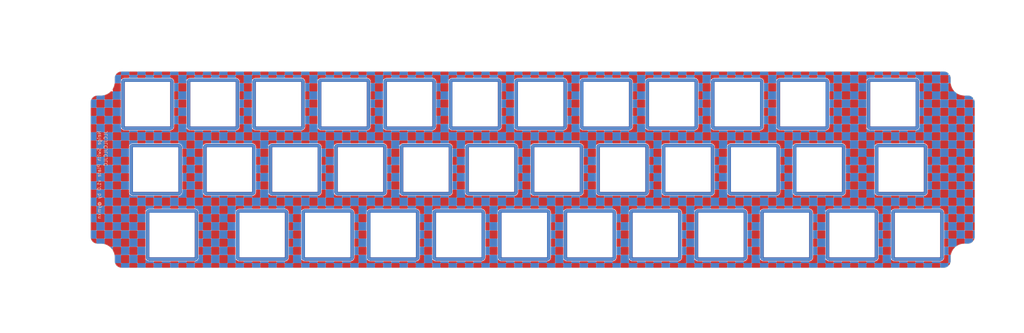
<source format=kicad_pcb>
(kicad_pcb (version 20240108) (generator "pcbnew") (generator_version "8.0")
  (title_block (title "Neige SwitchPlate") (date "2025-05-11") (rev "v1.0") (company "@ymkn"))
  (layers (0 "F.Cu" signal) (31 "B.Cu" signal) (34 "B.Paste" user) (35 "F.Paste" user) (36 "B.SilkS" user "B.Silkscreen") (37 "F.SilkS" user "F.Silkscreen") (38 "B.Mask" user) (39 "F.Mask" user) (44 "Edge.Cuts" user))
  (net 0 "")
  (footprint "ymknlib_Switch_ChocV2:Plate_MP_Choc_v2_1u" (layer "B.Cu") (at 214.3125 95.25 180)
    (property "Reference" "SW18" (hide yes))
    (property "Value" "SW_Push")
    (fp_line (start 7.1 -6.5) (end 7.1 6.5) (stroke (width 1)) (layer "F.Cu"))
    (fp_line (start 6.6 7) (end -6.6 7) (stroke (width 1)) (layer "F.Cu"))
    (fp_line (start -6.6 -7) (end 6.6 -7) (stroke (width 1)) (layer "F.Cu"))
    (fp_line (start -7.1 6.5) (end -7.1 -6.5) (stroke (width 1)) (layer "F.Cu"))
    (fp_arc (start 7.1 6.5) (mid 6.953553 6.853553) (end 6.6 7) (stroke (width 1)) (layer "F.Cu"))
    (fp_arc (start 6.6 -7) (mid 6.953553 -6.853553) (end 7.1 -6.5) (stroke (width 1)) (layer "F.Cu"))
    (fp_arc (start -6.6 7) (mid -6.953553 6.853553) (end -7.1 6.5) (stroke (width 1)) (layer "F.Cu"))
    (fp_arc (start -7.1 -6.5) (mid -6.953553 -6.853553) (end -6.6 -7) (stroke (width 1)) (layer "F.Cu"))
    (fp_line (start 7.1 6.5) (end 7.1 -6.5) (stroke (width 1)) (layer "B.Cu"))
    (fp_line (start 6.6 -7) (end -6.6 -7) (stroke (width 1)) (layer "B.Cu"))
    (fp_line (start -6.6 7) (end 6.6 7) (stroke (width 1)) (layer "B.Cu"))
    (fp_line (start -7.1 -6.5) (end -7.1 6.5) (stroke (width 1)) (layer "B.Cu"))
    (fp_arc (start 7.1 6.5) (mid 6.953553 6.853553) (end 6.6 7) (stroke (width 1)) (layer "B.Cu"))
    (fp_arc (start 6.6 -7) (mid 6.953553 -6.853553) (end 7.1 -6.5) (stroke (width 1)) (layer "B.Cu"))
    (fp_arc (start -6.6 7) (mid -6.953554 6.853554) (end -7.1 6.5) (stroke (width 1)) (layer "B.Cu"))
    (fp_arc (start -7.1 -6.5) (mid -6.953553 -6.853553) (end -6.6 -7) (stroke (width 1)) (layer "B.Cu"))
    (fp_line (start 7.1 6.5) (end 7.1 -6.5) (stroke (width 0.05)) (layer "Edge.Cuts"))
    (fp_line (start 6.6 -7) (end -6.6 -7) (stroke (width 0.05)) (layer "Edge.Cuts"))
    (fp_line (start -6.6 7) (end 6.6 7) (stroke (width 0.05)) (layer "Edge.Cuts"))
    (fp_line (start -7.1 -6.5) (end -7.1 6.5) (stroke (width 0.05)) (layer "Edge.Cuts"))
    (fp_arc (start 7.1 6.5) (mid 6.953553 6.853553) (end 6.6 7) (stroke (width 0.05)) (layer "Edge.Cuts"))
    (fp_arc (start 6.6 -7) (mid 6.953553 -6.853553) (end 7.1 -6.5) (stroke (width 0.05)) (layer "Edge.Cuts"))
    (fp_arc (start -6.6 7) (mid -6.953553 6.853553) (end -7.1 6.5) (stroke (width 0.05)) (layer "Edge.Cuts"))
    (fp_arc (start -7.1 -6.5) (mid -6.953553 -6.853553) (end -6.6 -7) (stroke (width 0.05)) (layer "Edge.Cuts"))
  )
  (footprint "ymknlib_Switch_ChocV2:Plate_MP_Choc_v2_1u" (layer "B.Cu") (at 280.9875 76.2 180)
    (property "Reference" "SW29" (hide yes))
    (property "Value" "SW_Push")
    (fp_line (start 7.1 -6.5) (end 7.1 6.5) (stroke (width 1)) (layer "F.Cu"))
    (fp_line (start 6.6 7) (end -6.6 7) (stroke (width 1)) (layer "F.Cu"))
    (fp_line (start -6.6 -7) (end 6.6 -7) (stroke (width 1)) (layer "F.Cu"))
    (fp_line (start -7.1 6.5) (end -7.1 -6.5) (stroke (width 1)) (layer "F.Cu"))
    (fp_arc (start 7.1 6.5) (mid 6.953553 6.853553) (end 6.6 7) (stroke (width 1)) (layer "F.Cu"))
    (fp_arc (start 6.6 -7) (mid 6.953553 -6.853553) (end 7.1 -6.5) (stroke (width 1)) (layer "F.Cu"))
    (fp_arc (start -6.6 7) (mid -6.953553 6.853553) (end -7.1 6.5) (stroke (width 1)) (layer "F.Cu"))
    (fp_arc (start -7.1 -6.5) (mid -6.953553 -6.853553) (end -6.6 -7) (stroke (width 1)) (layer "F.Cu"))
    (fp_line (start 7.1 6.5) (end 7.1 -6.5) (stroke (width 1)) (layer "B.Cu"))
    (fp_line (start 6.6 -7) (end -6.6 -7) (stroke (width 1)) (layer "B.Cu"))
    (fp_line (start -6.6 7) (end 6.6 7) (stroke (width 1)) (layer "B.Cu"))
    (fp_line (start -7.1 -6.5) (end -7.1 6.5) (stroke (width 1)) (layer "B.Cu"))
    (fp_arc (start 7.1 6.5) (mid 6.953553 6.853553) (end 6.6 7) (stroke (width 1)) (layer "B.Cu"))
    (fp_arc (start 6.6 -7) (mid 6.953553 -6.853553) (end 7.1 -6.5) (stroke (width 1)) (layer "B.Cu"))
    (fp_arc (start -6.6 7) (mid -6.953554 6.853554) (end -7.1 6.5) (stroke (width 1)) (layer "B.Cu"))
    (fp_arc (start -7.1 -6.5) (mid -6.953553 -6.853553) (end -6.6 -7) (stroke (width 1)) (layer "B.Cu"))
    (fp_line (start 7.1 6.5) (end 7.1 -6.5) (stroke (width 0.05)) (layer "Edge.Cuts"))
    (fp_line (start 6.6 -7) (end -6.6 -7) (stroke (width 0.05)) (layer "Edge.Cuts"))
    (fp_line (start -6.6 7) (end 6.6 7) (stroke (width 0.05)) (layer "Edge.Cuts"))
    (fp_line (start -7.1 -6.5) (end -7.1 6.5) (stroke (width 0.05)) (layer "Edge.Cuts"))
    (fp_arc (start 7.1 6.5) (mid 6.953553 6.853553) (end 6.6 7) (stroke (width 0.05)) (layer "Edge.Cuts"))
    (fp_arc (start 6.6 -7) (mid 6.953553 -6.853553) (end 7.1 -6.5) (stroke (width 0.05)) (layer "Edge.Cuts"))
    (fp_arc (start -6.6 7) (mid -6.953553 6.853553) (end -7.1 6.5) (stroke (width 0.05)) (layer "Edge.Cuts"))
    (fp_arc (start -7.1 -6.5) (mid -6.953553 -6.853553) (end -6.6 -7) (stroke (width 0.05)) (layer "Edge.Cuts"))
  )
  (footprint "ymknlib_Switch_ChocV2:Plate_MP_Choc_v2_1u" (layer "B.Cu") (at 328.6125 95.25 180)
    (property "Reference" "SW36" (hide yes))
    (property "Value" "SW_Push")
    (fp_line (start 7.1 -6.5) (end 7.1 6.5) (stroke (width 1)) (layer "F.Cu"))
    (fp_line (start 6.6 7) (end -6.6 7) (stroke (width 1)) (layer "F.Cu"))
    (fp_line (start -6.6 -7) (end 6.6 -7) (stroke (width 1)) (layer "F.Cu"))
    (fp_line (start -7.1 6.5) (end -7.1 -6.5) (stroke (width 1)) (layer "F.Cu"))
    (fp_arc (start 7.1 6.5) (mid 6.953553 6.853553) (end 6.6 7) (stroke (width 1)) (layer "F.Cu"))
    (fp_arc (start 6.6 -7) (mid 6.953553 -6.853553) (end 7.1 -6.5) (stroke (width 1)) (layer "F.Cu"))
    (fp_arc (start -6.6 7) (mid -6.953553 6.853553) (end -7.1 6.5) (stroke (width 1)) (layer "F.Cu"))
    (fp_arc (start -7.1 -6.5) (mid -6.953553 -6.853553) (end -6.6 -7) (stroke (width 1)) (layer "F.Cu"))
    (fp_line (start 7.1 6.5) (end 7.1 -6.5) (stroke (width 1)) (layer "B.Cu"))
    (fp_line (start 6.6 -7) (end -6.6 -7) (stroke (width 1)) (layer "B.Cu"))
    (fp_line (start -6.6 7) (end 6.6 7) (stroke (width 1)) (layer "B.Cu"))
    (fp_line (start -7.1 -6.5) (end -7.1 6.5) (stroke (width 1)) (layer "B.Cu"))
    (fp_arc (start 7.1 6.5) (mid 6.953553 6.853553) (end 6.6 7) (stroke (width 1)) (layer "B.Cu"))
    (fp_arc (start 6.6 -7) (mid 6.953553 -6.853553) (end 7.1 -6.5) (stroke (width 1)) (layer "B.Cu"))
    (fp_arc (start -6.6 7) (mid -6.953554 6.853554) (end -7.1 6.5) (stroke (width 1)) (layer "B.Cu"))
    (fp_arc (start -7.1 -6.5) (mid -6.953553 -6.853553) (end -6.6 -7) (stroke (width 1)) (layer "B.Cu"))
    (fp_line (start 7.1 6.5) (end 7.1 -6.5) (stroke (width 0.05)) (layer "Edge.Cuts"))
    (fp_line (start 6.6 -7) (end -6.6 -7) (stroke (width 0.05)) (layer "Edge.Cuts"))
    (fp_line (start -6.6 7) (end 6.6 7) (stroke (width 0.05)) (layer "Edge.Cuts"))
    (fp_line (start -7.1 -6.5) (end -7.1 6.5) (stroke (width 0.05)) (layer "Edge.Cuts"))
    (fp_arc (start 7.1 6.5) (mid 6.953553 6.853553) (end 6.6 7) (stroke (width 0.05)) (layer "Edge.Cuts"))
    (fp_arc (start 6.6 -7) (mid 6.953553 -6.853553) (end 7.1 -6.5) (stroke (width 0.05)) (layer "Edge.Cuts"))
    (fp_arc (start -6.6 7) (mid -6.953553 6.853553) (end -7.1 6.5) (stroke (width 0.05)) (layer "Edge.Cuts"))
    (fp_arc (start -7.1 -6.5) (mid -6.953553 -6.853553) (end -6.6 -7) (stroke (width 0.05)) (layer "Edge.Cuts"))
  )
  (footprint "ymknlib_Switch_ChocV2:Plate_MP_Choc_v2_1u" (layer "B.Cu") (at 147.6375 76.2 180)
    (property "Reference" "SW8" (hide yes))
    (property "Value" "SW_Push")
    (fp_line (start 7.1 -6.5) (end 7.1 6.5) (stroke (width 1)) (layer "F.Cu"))
    (fp_line (start 6.6 7) (end -6.6 7) (stroke (width 1)) (layer "F.Cu"))
    (fp_line (start -6.6 -7) (end 6.6 -7) (stroke (width 1)) (layer "F.Cu"))
    (fp_line (start -7.1 6.5) (end -7.1 -6.5) (stroke (width 1)) (layer "F.Cu"))
    (fp_arc (start 7.1 6.5) (mid 6.953553 6.853553) (end 6.6 7) (stroke (width 1)) (layer "F.Cu"))
    (fp_arc (start 6.6 -7) (mid 6.953553 -6.853553) (end 7.1 -6.5) (stroke (width 1)) (layer "F.Cu"))
    (fp_arc (start -6.6 7) (mid -6.953553 6.853553) (end -7.1 6.5) (stroke (width 1)) (layer "F.Cu"))
    (fp_arc (start -7.1 -6.5) (mid -6.953553 -6.853553) (end -6.6 -7) (stroke (width 1)) (layer "F.Cu"))
    (fp_line (start 7.1 6.5) (end 7.1 -6.5) (stroke (width 1)) (layer "B.Cu"))
    (fp_line (start 6.6 -7) (end -6.6 -7) (stroke (width 1)) (layer "B.Cu"))
    (fp_line (start -6.6 7) (end 6.6 7) (stroke (width 1)) (layer "B.Cu"))
    (fp_line (start -7.1 -6.5) (end -7.1 6.5) (stroke (width 1)) (layer "B.Cu"))
    (fp_arc (start 7.1 6.5) (mid 6.953553 6.853553) (end 6.6 7) (stroke (width 1)) (layer "B.Cu"))
    (fp_arc (start 6.6 -7) (mid 6.953553 -6.853553) (end 7.1 -6.5) (stroke (width 1)) (layer "B.Cu"))
    (fp_arc (start -6.6 7) (mid -6.953554 6.853554) (end -7.1 6.5) (stroke (width 1)) (layer "B.Cu"))
    (fp_arc (start -7.1 -6.5) (mid -6.953553 -6.853553) (end -6.6 -7) (stroke (width 1)) (layer "B.Cu"))
    (fp_line (start 7.1 6.5) (end 7.1 -6.5) (stroke (width 0.05)) (layer "Edge.Cuts"))
    (fp_line (start 6.6 -7) (end -6.6 -7) (stroke (width 0.05)) (layer "Edge.Cuts"))
    (fp_line (start -6.6 7) (end 6.6 7) (stroke (width 0.05)) (layer "Edge.Cuts"))
    (fp_line (start -7.1 -6.5) (end -7.1 6.5) (stroke (width 0.05)) (layer "Edge.Cuts"))
    (fp_arc (start 7.1 6.5) (mid 6.953553 6.853553) (end 6.6 7) (stroke (width 0.05)) (layer "Edge.Cuts"))
    (fp_arc (start 6.6 -7) (mid 6.953553 -6.853553) (end 7.1 -6.5) (stroke (width 0.05)) (layer "Edge.Cuts"))
    (fp_arc (start -6.6 7) (mid -6.953553 6.853553) (end -7.1 6.5) (stroke (width 0.05)) (layer "Edge.Cuts"))
    (fp_arc (start -7.1 -6.5) (mid -6.953553 -6.853553) (end -6.6 -7) (stroke (width 0.05)) (layer "Edge.Cuts"))
  )
  (footprint "ymknlib_Switch_ChocV2:Plate_MP_Choc_v2_1u" (layer "B.Cu") (at 219.075 57.15 180)
    (property "Reference" "SW19" (hide yes))
    (property "Value" "SW_Push")
    (fp_line (start 7.1 -6.5) (end 7.1 6.5) (stroke (width 1)) (layer "F.Cu"))
    (fp_line (start 6.6 7) (end -6.6 7) (stroke (width 1)) (layer "F.Cu"))
    (fp_line (start -6.6 -7) (end 6.6 -7) (stroke (width 1)) (layer "F.Cu"))
    (fp_line (start -7.1 6.5) (end -7.1 -6.5) (stroke (width 1)) (layer "F.Cu"))
    (fp_arc (start 7.1 6.5) (mid 6.953553 6.853553) (end 6.6 7) (stroke (width 1)) (layer "F.Cu"))
    (fp_arc (start 6.6 -7) (mid 6.953553 -6.853553) (end 7.1 -6.5) (stroke (width 1)) (layer "F.Cu"))
    (fp_arc (start -6.6 7) (mid -6.953553 6.853553) (end -7.1 6.5) (stroke (width 1)) (layer "F.Cu"))
    (fp_arc (start -7.1 -6.5) (mid -6.953553 -6.853553) (end -6.6 -7) (stroke (width 1)) (layer "F.Cu"))
    (fp_line (start 7.1 6.5) (end 7.1 -6.5) (stroke (width 1)) (layer "B.Cu"))
    (fp_line (start 6.6 -7) (end -6.6 -7) (stroke (width 1)) (layer "B.Cu"))
    (fp_line (start -6.6 7) (end 6.6 7) (stroke (width 1)) (layer "B.Cu"))
    (fp_line (start -7.1 -6.5) (end -7.1 6.5) (stroke (width 1)) (layer "B.Cu"))
    (fp_arc (start 7.1 6.5) (mid 6.953553 6.853553) (end 6.6 7) (stroke (width 1)) (layer "B.Cu"))
    (fp_arc (start 6.6 -7) (mid 6.953553 -6.853553) (end 7.1 -6.5) (stroke (width 1)) (layer "B.Cu"))
    (fp_arc (start -6.6 7) (mid -6.953554 6.853554) (end -7.1 6.5) (stroke (width 1)) (layer "B.Cu"))
    (fp_arc (start -7.1 -6.5) (mid -6.953553 -6.853553) (end -6.6 -7) (stroke (width 1)) (layer "B.Cu"))
    (fp_line (start 7.1 6.5) (end 7.1 -6.5) (stroke (width 0.05)) (layer "Edge.Cuts"))
    (fp_line (start 6.6 -7) (end -6.6 -7) (stroke (width 0.05)) (layer "Edge.Cuts"))
    (fp_line (start -6.6 7) (end 6.6 7) (stroke (width 0.05)) (layer "Edge.Cuts"))
    (fp_line (start -7.1 -6.5) (end -7.1 6.5) (stroke (width 0.05)) (layer "Edge.Cuts"))
    (fp_arc (start 7.1 6.5) (mid 6.953553 6.853553) (end 6.6 7) (stroke (width 0.05)) (layer "Edge.Cuts"))
    (fp_arc (start 6.6 -7) (mid 6.953553 -6.853553) (end 7.1 -6.5) (stroke (width 0.05)) (layer "Edge.Cuts"))
    (fp_arc (start -6.6 7) (mid -6.953553 6.853553) (end -7.1 6.5) (stroke (width 0.05)) (layer "Edge.Cuts"))
    (fp_arc (start -7.1 -6.5) (mid -6.953553 -6.853553) (end -6.6 -7) (stroke (width 0.05)) (layer "Edge.Cuts"))
  )
  (footprint "ymknlib_Switch_ChocV2:Plate_MP_Choc_v2_1u" (layer "B.Cu") (at 300.0375 76.2 180)
    (property "Reference" "SW32" (hide yes))
    (property "Value" "SW_Push")
    (fp_line (start 7.1 -6.5) (end 7.1 6.5) (stroke (width 1)) (layer "F.Cu"))
    (fp_line (start 6.6 7) (end -6.6 7) (stroke (width 1)) (layer "F.Cu"))
    (fp_line (start -6.6 -7) (end 6.6 -7) (stroke (width 1)) (layer "F.Cu"))
    (fp_line (start -7.1 6.5) (end -7.1 -6.5) (stroke (width 1)) (layer "F.Cu"))
    (fp_arc (start 7.1 6.5) (mid 6.953553 6.853553) (end 6.6 7) (stroke (width 1)) (layer "F.Cu"))
    (fp_arc (start 6.6 -7) (mid 6.953553 -6.853553) (end 7.1 -6.5) (stroke (width 1)) (layer "F.Cu"))
    (fp_arc (start -6.6 7) (mid -6.953553 6.853553) (end -7.1 6.5) (stroke (width 1)) (layer "F.Cu"))
    (fp_arc (start -7.1 -6.5) (mid -6.953553 -6.853553) (end -6.6 -7) (stroke (width 1)) (layer "F.Cu"))
    (fp_line (start 7.1 6.5) (end 7.1 -6.5) (stroke (width 1)) (layer "B.Cu"))
    (fp_line (start 6.6 -7) (end -6.6 -7) (stroke (width 1)) (layer "B.Cu"))
    (fp_line (start -6.6 7) (end 6.6 7) (stroke (width 1)) (layer "B.Cu"))
    (fp_line (start -7.1 -6.5) (end -7.1 6.5) (stroke (width 1)) (layer "B.Cu"))
    (fp_arc (start 7.1 6.5) (mid 6.953553 6.853553) (end 6.6 7) (stroke (width 1)) (layer "B.Cu"))
    (fp_arc (start 6.6 -7) (mid 6.953553 -6.853553) (end 7.1 -6.5) (stroke (width 1)) (layer "B.Cu"))
    (fp_arc (start -6.6 7) (mid -6.953554 6.853554) (end -7.1 6.5) (stroke (width 1)) (layer "B.Cu"))
    (fp_arc (start -7.1 -6.5) (mid -6.953553 -6.853553) (end -6.6 -7) (stroke (width 1)) (layer "B.Cu"))
    (fp_line (start 7.1 6.5) (end 7.1 -6.5) (stroke (width 0.05)) (layer "Edge.Cuts"))
    (fp_line (start 6.6 -7) (end -6.6 -7) (stroke (width 0.05)) (layer "Edge.Cuts"))
    (fp_line (start -6.6 7) (end 6.6 7) (stroke (width 0.05)) (layer "Edge.Cuts"))
    (fp_line (start -7.1 -6.5) (end -7.1 6.5) (stroke (width 0.05)) (layer "Edge.Cuts"))
    (fp_arc (start 7.1 6.5) (mid 6.953553 6.853553) (end 6.6 7) (stroke (width 0.05)) (layer "Edge.Cuts"))
    (fp_arc (start 6.6 -7) (mid 6.953553 -6.853553) (end 7.1 -6.5) (stroke (width 0.05)) (layer "Edge.Cuts"))
    (fp_arc (start -6.6 7) (mid -6.953553 6.853553) (end -7.1 6.5) (stroke (width 0.05)) (layer "Edge.Cuts"))
    (fp_arc (start -7.1 -6.5) (mid -6.953553 -6.853553) (end -6.6 -7) (stroke (width 0.05)) (layer "Edge.Cuts"))
  )
  (footprint "ymknlib_Switch_ChocV2:Plate_MP_Choc_v2_1u" (layer "B.Cu") (at 185.7375 76.2 180)
    (property "Reference" "SW14" (hide yes))
    (property "Value" "SW_Push")
    (fp_line (start 7.1 -6.5) (end 7.1 6.5) (stroke (width 1)) (layer "F.Cu"))
    (fp_line (start 6.6 7) (end -6.6 7) (stroke (width 1)) (layer "F.Cu"))
    (fp_line (start -6.6 -7) (end 6.6 -7) (stroke (width 1)) (layer "F.Cu"))
    (fp_line (start -7.1 6.5) (end -7.1 -6.5) (stroke (width 1)) (layer "F.Cu"))
    (fp_arc (start 7.1 6.5) (mid 6.953553 6.853553) (end 6.6 7) (stroke (width 1)) (layer "F.Cu"))
    (fp_arc (start 6.6 -7) (mid 6.953553 -6.853553) (end 7.1 -6.5) (stroke (width 1)) (layer "F.Cu"))
    (fp_arc (start -6.6 7) (mid -6.953553 6.853553) (end -7.1 6.5) (stroke (width 1)) (layer "F.Cu"))
    (fp_arc (start -7.1 -6.5) (mid -6.953553 -6.853553) (end -6.6 -7) (stroke (width 1)) (layer "F.Cu"))
    (fp_line (start 7.1 6.5) (end 7.1 -6.5) (stroke (width 1)) (layer "B.Cu"))
    (fp_line (start 6.6 -7) (end -6.6 -7) (stroke (width 1)) (layer "B.Cu"))
    (fp_line (start -6.6 7) (end 6.6 7) (stroke (width 1)) (layer "B.Cu"))
    (fp_line (start -7.1 -6.5) (end -7.1 6.5) (stroke (width 1)) (layer "B.Cu"))
    (fp_arc (start 7.1 6.5) (mid 6.953553 6.853553) (end 6.6 7) (stroke (width 1)) (layer "B.Cu"))
    (fp_arc (start 6.6 -7) (mid 6.953553 -6.853553) (end 7.1 -6.5) (stroke (width 1)) (layer "B.Cu"))
    (fp_arc (start -6.6 7) (mid -6.953554 6.853554) (end -7.1 6.5) (stroke (width 1)) (layer "B.Cu"))
    (fp_arc (start -7.1 -6.5) (mid -6.953553 -6.853553) (end -6.6 -7) (stroke (width 1)) (layer "B.Cu"))
    (fp_line (start 7.1 6.5) (end 7.1 -6.5) (stroke (width 0.05)) (layer "Edge.Cuts"))
    (fp_line (start 6.6 -7) (end -6.6 -7) (stroke (width 0.05)) (layer "Edge.Cuts"))
    (fp_line (start -6.6 7) (end 6.6 7) (stroke (width 0.05)) (layer "Edge.Cuts"))
    (fp_line (start -7.1 -6.5) (end -7.1 6.5) (stroke (width 0.05)) (layer "Edge.Cuts"))
    (fp_arc (start 7.1 6.5) (mid 6.953553 6.853553) (end 6.6 7) (stroke (width 0.05)) (layer "Edge.Cuts"))
    (fp_arc (start 6.6 -7) (mid 6.953553 -6.853553) (end 7.1 -6.5) (stroke (width 0.05)) (layer "Edge.Cuts"))
    (fp_arc (start -6.6 7) (mid -6.953553 6.853553) (end -7.1 6.5) (stroke (width 0.05)) (layer "Edge.Cuts"))
    (fp_arc (start -7.1 -6.5) (mid -6.953553 -6.853553) (end -6.6 -7) (stroke (width 0.05)) (layer "Edge.Cuts"))
  )
  (footprint "ymknlib_Switch_ChocV2:Plate_MP_Choc_v2_1u" (layer "B.Cu") (at 195.2625 95.25 180)
    (property "Reference" "SW15" (hide yes))
    (property "Value" "SW_Push")
    (fp_line (start 7.1 -6.5) (end 7.1 6.5) (stroke (width 1)) (layer "F.Cu"))
    (fp_line (start 6.6 7) (end -6.6 7) (stroke (width 1)) (layer "F.Cu"))
    (fp_line (start -6.6 -7) (end 6.6 -7) (stroke (width 1)) (layer "F.Cu"))
    (fp_line (start -7.1 6.5) (end -7.1 -6.5) (stroke (width 1)) (layer "F.Cu"))
    (fp_arc (start 7.1 6.5) (mid 6.953553 6.853553) (end 6.6 7) (stroke (width 1)) (layer "F.Cu"))
    (fp_arc (start 6.6 -7) (mid 6.953553 -6.853553) (end 7.1 -6.5) (stroke (width 1)) (layer "F.Cu"))
    (fp_arc (start -6.6 7) (mid -6.953553 6.853553) (end -7.1 6.5) (stroke (width 1)) (layer "F.Cu"))
    (fp_arc (start -7.1 -6.5) (mid -6.953553 -6.853553) (end -6.6 -7) (stroke (width 1)) (layer "F.Cu"))
    (fp_line (start 7.1 6.5) (end 7.1 -6.5) (stroke (width 1)) (layer "B.Cu"))
    (fp_line (start 6.6 -7) (end -6.6 -7) (stroke (width 1)) (layer "B.Cu"))
    (fp_line (start -6.6 7) (end 6.6 7) (stroke (width 1)) (layer "B.Cu"))
    (fp_line (start -7.1 -6.5) (end -7.1 6.5) (stroke (width 1)) (layer "B.Cu"))
    (fp_arc (start 7.1 6.5) (mid 6.953553 6.853553) (end 6.6 7) (stroke (width 1)) (layer "B.Cu"))
    (fp_arc (start 6.6 -7) (mid 6.953553 -6.853553) (end 7.1 -6.5) (stroke (width 1)) (layer "B.Cu"))
    (fp_arc (start -6.6 7) (mid -6.953554 6.853554) (end -7.1 6.5) (stroke (width 1)) (layer "B.Cu"))
    (fp_arc (start -7.1 -6.5) (mid -6.953553 -6.853553) (end -6.6 -7) (stroke (width 1)) (layer "B.Cu"))
    (fp_line (start 7.1 6.5) (end 7.1 -6.5) (stroke (width 0.05)) (layer "Edge.Cuts"))
    (fp_line (start 6.6 -7) (end -6.6 -7) (stroke (width 0.05)) (layer "Edge.Cuts"))
    (fp_line (start -6.6 7) (end 6.6 7) (stroke (width 0.05)) (layer "Edge.Cuts"))
    (fp_line (start -7.1 -6.5) (end -7.1 6.5) (stroke (width 0.05)) (layer "Edge.Cuts"))
    (fp_arc (start 7.1 6.5) (mid 6.953553 6.853553) (end 6.6 7) (stroke (width 0.05)) (layer "Edge.Cuts"))
    (fp_arc (start 6.6 -7) (mid 6.953553 -6.853553) (end 7.1 -6.5) (stroke (width 0.05)) (layer "Edge.Cuts"))
    (fp_arc (start -6.6 7) (mid -6.953553 6.853553) (end -7.1 6.5) (stroke (width 0.05)) (layer "Edge.Cuts"))
    (fp_arc (start -7.1 -6.5) (mid -6.953553 -6.853553) (end -6.6 -7) (stroke (width 0.05)) (layer "Edge.Cuts"))
  )
  (footprint "ymknlib_Switch_ChocV2:Plate_MP_Choc_v2_1u" (layer "B.Cu") (at 276.225 57.15 180)
    (property "Reference" "SW28" (hide yes))
    (property "Value" "SW_Push")
    (fp_line (start 7.1 -6.5) (end 7.1 6.5) (stroke (width 1)) (layer "F.Cu"))
    (fp_line (start 6.6 7) (end -6.6 7) (stroke (width 1)) (layer "F.Cu"))
    (fp_line (start -6.6 -7) (end 6.6 -7) (stroke (width 1)) (layer "F.Cu"))
    (fp_line (start -7.1 6.5) (end -7.1 -6.5) (stroke (width 1)) (layer "F.Cu"))
    (fp_arc (start 7.1 6.5) (mid 6.953553 6.853553) (end 6.6 7) (stroke (width 1)) (layer "F.Cu"))
    (fp_arc (start 6.6 -7) (mid 6.953553 -6.853553) (end 7.1 -6.5) (stroke (width 1)) (layer "F.Cu"))
    (fp_arc (start -6.6 7) (mid -6.953553 6.853553) (end -7.1 6.5) (stroke (width 1)) (layer "F.Cu"))
    (fp_arc (start -7.1 -6.5) (mid -6.953553 -6.853553) (end -6.6 -7) (stroke (width 1)) (layer "F.Cu"))
    (fp_line (start 7.1 6.5) (end 7.1 -6.5) (stroke (width 1)) (layer "B.Cu"))
    (fp_line (start 6.6 -7) (end -6.6 -7) (stroke (width 1)) (layer "B.Cu"))
    (fp_line (start -6.6 7) (end 6.6 7) (stroke (width 1)) (layer "B.Cu"))
    (fp_line (start -7.1 -6.5) (end -7.1 6.5) (stroke (width 1)) (layer "B.Cu"))
    (fp_arc (start 7.1 6.5) (mid 6.953553 6.853553) (end 6.6 7) (stroke (width 1)) (layer "B.Cu"))
    (fp_arc (start 6.6 -7) (mid 6.953553 -6.853553) (end 7.1 -6.5) (stroke (width 1)) (layer "B.Cu"))
    (fp_arc (start -6.6 7) (mid -6.953554 6.853554) (end -7.1 6.5) (stroke (width 1)) (layer "B.Cu"))
    (fp_arc (start -7.1 -6.5) (mid -6.953553 -6.853553) (end -6.6 -7) (stroke (width 1)) (layer "B.Cu"))
    (fp_line (start 7.1 6.5) (end 7.1 -6.5) (stroke (width 0.05)) (layer "Edge.Cuts"))
    (fp_line (start 6.6 -7) (end -6.6 -7) (stroke (width 0.05)) (layer "Edge.Cuts"))
    (fp_line (start -6.6 7) (end 6.6 7) (stroke (width 0.05)) (layer "Edge.Cuts"))
    (fp_line (start -7.1 -6.5) (end -7.1 6.5) (stroke (width 0.05)) (layer "Edge.Cuts"))
    (fp_arc (start 7.1 6.5) (mid 6.953553 6.853553) (end 6.6 7) (stroke (width 0.05)) (layer "Edge.Cuts"))
    (fp_arc (start 6.6 -7) (mid 6.953553 -6.853553) (end 7.1 -6.5) (stroke (width 0.05)) (layer "Edge.Cuts"))
    (fp_arc (start -6.6 7) (mid -6.953553 6.853553) (end -7.1 6.5) (stroke (width 0.05)) (layer "Edge.Cuts"))
    (fp_arc (start -7.1 -6.5) (mid -6.953553 -6.853553) (end -6.6 -7) (stroke (width 0.05)) (layer "Edge.Cuts"))
  )
  (footprint "ymknlib_Switch_ChocV2:Plate_MP_Choc_v2_1u" (layer "B.Cu") (at 271.4625 95.25 180)
    (property "Reference" "SW27" (hide yes))
    (property "Value" "SW_Push")
    (fp_line (start 7.1 -6.5) (end 7.1 6.5) (stroke (width 1)) (layer "F.Cu"))
    (fp_line (start 6.6 7) (end -6.6 7) (stroke (width 1)) (layer "F.Cu"))
    (fp_line (start -6.6 -7) (end 6.6 -7) (stroke (width 1)) (layer "F.Cu"))
    (fp_line (start -7.1 6.5) (end -7.1 -6.5) (stroke (width 1)) (layer "F.Cu"))
    (fp_arc (start 7.1 6.5) (mid 6.953553 6.853553) (end 6.6 7) (stroke (width 1)) (layer "F.Cu"))
    (fp_arc (start 6.6 -7) (mid 6.953553 -6.853553) (end 7.1 -6.5) (stroke (width 1)) (layer "F.Cu"))
    (fp_arc (start -6.6 7) (mid -6.953553 6.853553) (end -7.1 6.5) (stroke (width 1)) (layer "F.Cu"))
    (fp_arc (start -7.1 -6.5) (mid -6.953553 -6.853553) (end -6.6 -7) (stroke (width 1)) (layer "F.Cu"))
    (fp_line (start 7.1 6.5) (end 7.1 -6.5) (stroke (width 1)) (layer "B.Cu"))
    (fp_line (start 6.6 -7) (end -6.6 -7) (stroke (width 1)) (layer "B.Cu"))
    (fp_line (start -6.6 7) (end 6.6 7) (stroke (width 1)) (layer "B.Cu"))
    (fp_line (start -7.1 -6.5) (end -7.1 6.5) (stroke (width 1)) (layer "B.Cu"))
    (fp_arc (start 7.1 6.5) (mid 6.953553 6.853553) (end 6.6 7) (stroke (width 1)) (layer "B.Cu"))
    (fp_arc (start 6.6 -7) (mid 6.953553 -6.853553) (end 7.1 -6.5) (stroke (width 1)) (layer "B.Cu"))
    (fp_arc (start -6.6 7) (mid -6.953554 6.853554) (end -7.1 6.5) (stroke (width 1)) (layer "B.Cu"))
    (fp_arc (start -7.1 -6.5) (mid -6.953553 -6.853553) (end -6.6 -7) (stroke (width 1)) (layer "B.Cu"))
    (fp_line (start 7.1 6.5) (end 7.1 -6.5) (stroke (width 0.05)) (layer "Edge.Cuts"))
    (fp_line (start 6.6 -7) (end -6.6 -7) (stroke (width 0.05)) (layer "Edge.Cuts"))
    (fp_line (start -6.6 7) (end 6.6 7) (stroke (width 0.05)) (layer "Edge.Cuts"))
    (fp_line (start -7.1 -6.5) (end -7.1 6.5) (stroke (width 0.05)) (layer "Edge.Cuts"))
    (fp_arc (start 7.1 6.5) (mid 6.953553 6.853553) (end 6.6 7) (stroke (width 0.05)) (layer "Edge.Cuts"))
    (fp_arc (start 6.6 -7) (mid 6.953553 -6.853553) (end 7.1 -6.5) (stroke (width 0.05)) (layer "Edge.Cuts"))
    (fp_arc (start -6.6 7) (mid -6.953553 6.853553) (end -7.1 6.5) (stroke (width 0.05)) (layer "Edge.Cuts"))
    (fp_arc (start -7.1 -6.5) (mid -6.953553 -6.853553) (end -6.6 -7) (stroke (width 0.05)) (layer "Edge.Cuts"))
  )
  (footprint "ymknlib_Switch_ChocV2:Plate_MP_Choc_v2_1u" (layer "B.Cu") (at 238.125 57.15 180)
    (property "Reference" "SW22" (hide yes))
    (property "Value" "SW_Push")
    (fp_line (start 7.1 -6.5) (end 7.1 6.5) (stroke (width 1)) (layer "F.Cu"))
    (fp_line (start 6.6 7) (end -6.6 7) (stroke (width 1)) (layer "F.Cu"))
    (fp_line (start -6.6 -7) (end 6.6 -7) (stroke (width 1)) (layer "F.Cu"))
    (fp_line (start -7.1 6.5) (end -7.1 -6.5) (stroke (width 1)) (layer "F.Cu"))
    (fp_arc (start 7.1 6.5) (mid 6.953553 6.853553) (end 6.6 7) (stroke (width 1)) (layer "F.Cu"))
    (fp_arc (start 6.6 -7) (mid 6.953553 -6.853553) (end 7.1 -6.5) (stroke (width 1)) (layer "F.Cu"))
    (fp_arc (start -6.6 7) (mid -6.953553 6.853553) (end -7.1 6.5) (stroke (width 1)) (layer "F.Cu"))
    (fp_arc (start -7.1 -6.5) (mid -6.953553 -6.853553) (end -6.6 -7) (stroke (width 1)) (layer "F.Cu"))
    (fp_line (start 7.1 6.5) (end 7.1 -6.5) (stroke (width 1)) (layer "B.Cu"))
    (fp_line (start 6.6 -7) (end -6.6 -7) (stroke (width 1)) (layer "B.Cu"))
    (fp_line (start -6.6 7) (end 6.6 7) (stroke (width 1)) (layer "B.Cu"))
    (fp_line (start -7.1 -6.5) (end -7.1 6.5) (stroke (width 1)) (layer "B.Cu"))
    (fp_arc (start 7.1 6.5) (mid 6.953553 6.853553) (end 6.6 7) (stroke (width 1)) (layer "B.Cu"))
    (fp_arc (start 6.6 -7) (mid 6.953553 -6.853553) (end 7.1 -6.5) (stroke (width 1)) (layer "B.Cu"))
    (fp_arc (start -6.6 7) (mid -6.953554 6.853554) (end -7.1 6.5) (stroke (width 1)) (layer "B.Cu"))
    (fp_arc (start -7.1 -6.5) (mid -6.953553 -6.853553) (end -6.6 -7) (stroke (width 1)) (layer "B.Cu"))
    (fp_line (start 7.1 6.5) (end 7.1 -6.5) (stroke (width 0.05)) (layer "Edge.Cuts"))
    (fp_line (start 6.6 -7) (end -6.6 -7) (stroke (width 0.05)) (layer "Edge.Cuts"))
    (fp_line (start -6.6 7) (end 6.6 7) (stroke (width 0.05)) (layer "Edge.Cuts"))
    (fp_line (start -7.1 -6.5) (end -7.1 6.5) (stroke (width 0.05)) (layer "Edge.Cuts"))
    (fp_arc (start 7.1 6.5) (mid 6.953553 6.853553) (end 6.6 7) (stroke (width 0.05)) (layer "Edge.Cuts"))
    (fp_arc (start 6.6 -7) (mid 6.953553 -6.853553) (end 7.1 -6.5) (stroke (width 0.05)) (layer "Edge.Cuts"))
    (fp_arc (start -6.6 7) (mid -6.953553 6.853553) (end -7.1 6.5) (stroke (width 0.05)) (layer "Edge.Cuts"))
    (fp_arc (start -7.1 -6.5) (mid -6.953553 -6.853553) (end -6.6 -7) (stroke (width 0.05)) (layer "Edge.Cuts"))
  )
  (footprint "ymknlib_Switch_ChocV2:Plate_MP_Choc_v2_1u" (layer "B.Cu") (at 233.3625 95.25 180)
    (property "Reference" "SW21" (hide yes))
    (property "Value" "SW_Push")
    (fp_line (start 7.1 -6.5) (end 7.1 6.5) (stroke (width 1)) (layer "F.Cu"))
    (fp_line (start 6.6 7) (end -6.6 7) (stroke (width 1)) (layer "F.Cu"))
    (fp_line (start -6.6 -7) (end 6.6 -7) (stroke (width 1)) (layer "F.Cu"))
    (fp_line (start -7.1 6.5) (end -7.1 -6.5) (stroke (width 1)) (layer "F.Cu"))
    (fp_arc (start 7.1 6.5) (mid 6.953553 6.853553) (end 6.6 7) (stroke (width 1)) (layer "F.Cu"))
    (fp_arc (start 6.6 -7) (mid 6.953553 -6.853553) (end 7.1 -6.5) (stroke (width 1)) (layer "F.Cu"))
    (fp_arc (start -6.6 7) (mid -6.953553 6.853553) (end -7.1 6.5) (stroke (width 1)) (layer "F.Cu"))
    (fp_arc (start -7.1 -6.5) (mid -6.953553 -6.853553) (end -6.6 -7) (stroke (width 1)) (layer "F.Cu"))
    (fp_line (start 7.1 6.5) (end 7.1 -6.5) (stroke (width 1)) (layer "B.Cu"))
    (fp_line (start 6.6 -7) (end -6.6 -7) (stroke (width 1)) (layer "B.Cu"))
    (fp_line (start -6.6 7) (end 6.6 7) (stroke (width 1)) (layer "B.Cu"))
    (fp_line (start -7.1 -6.5) (end -7.1 6.5) (stroke (width 1)) (layer "B.Cu"))
    (fp_arc (start 7.1 6.5) (mid 6.953553 6.853553) (end 6.6 7) (stroke (width 1)) (layer "B.Cu"))
    (fp_arc (start 6.6 -7) (mid 6.953553 -6.853553) (end 7.1 -6.5) (stroke (width 1)) (layer "B.Cu"))
    (fp_arc (start -6.6 7) (mid -6.953554 6.853554) (end -7.1 6.5) (stroke (width 1)) (layer "B.Cu"))
    (fp_arc (start -7.1 -6.5) (mid -6.953553 -6.853553) (end -6.6 -7) (stroke (width 1)) (layer "B.Cu"))
    (fp_line (start 7.1 6.5) (end 7.1 -6.5) (stroke (width 0.05)) (layer "Edge.Cuts"))
    (fp_line (start 6.6 -7) (end -6.6 -7) (stroke (width 0.05)) (layer "Edge.Cuts"))
    (fp_line (start -6.6 7) (end 6.6 7) (stroke (width 0.05)) (layer "Edge.Cuts"))
    (fp_line (start -7.1 -6.5) (end -7.1 6.5) (stroke (width 0.05)) (layer "Edge.Cuts"))
    (fp_arc (start 7.1 6.5) (mid 6.953553 6.853553) (end 6.6 7) (stroke (width 0.05)) (layer "Edge.Cuts"))
    (fp_arc (start 6.6 -7) (mid 6.953553 -6.853553) (end 7.1 -6.5) (stroke (width 0.05)) (layer "Edge.Cuts"))
    (fp_arc (start -6.6 7) (mid -6.953553 6.853553) (end -7.1 6.5) (stroke (width 0.05)) (layer "Edge.Cuts"))
    (fp_arc (start -7.1 -6.5) (mid -6.953553 -6.853553) (end -6.6 -7) (stroke (width 0.05)) (layer "Edge.Cuts"))
  )
  (footprint "ymknlib_Switch_ChocV2:Plate_MP_Choc_v2_1u" (layer "B.Cu") (at 309.5625 95.25 180)
    (property "Reference" "SW33" (hide yes))
    (property "Value" "SW_Push")
    (fp_line (start 7.1 -6.5) (end 7.1 6.5) (stroke (width 1)) (layer "F.Cu"))
    (fp_line (start 6.6 7) (end -6.6 7) (stroke (width 1)) (layer "F.Cu"))
    (fp_line (start -6.6 -7) (end 6.6 -7) (stroke (width 1)) (layer "F.Cu"))
    (fp_line (start -7.1 6.5) (end -7.1 -6.5) (stroke (width 1)) (layer "F.Cu"))
    (fp_arc (start 7.1 6.5) (mid 6.953553 6.853553) (end 6.6 7) (stroke (width 1)) (layer "F.Cu"))
    (fp_arc (start 6.6 -7) (mid 6.953553 -6.853553) (end 7.1 -6.5) (stroke (width 1)) (layer "F.Cu"))
    (fp_arc (start -6.6 7) (mid -6.953553 6.853553) (end -7.1 6.5) (stroke (width 1)) (layer "F.Cu"))
    (fp_arc (start -7.1 -6.5) (mid -6.953553 -6.853553) (end -6.6 -7) (stroke (width 1)) (layer "F.Cu"))
    (fp_line (start 7.1 6.5) (end 7.1 -6.5) (stroke (width 1)) (layer "B.Cu"))
    (fp_line (start 6.6 -7) (end -6.6 -7) (stroke (width 1)) (layer "B.Cu"))
    (fp_line (start -6.6 7) (end 6.6 7) (stroke (width 1)) (layer "B.Cu"))
    (fp_line (start -7.1 -6.5) (end -7.1 6.5) (stroke (width 1)) (layer "B.Cu"))
    (fp_arc (start 7.1 6.5) (mid 6.953553 6.853553) (end 6.6 7) (stroke (width 1)) (layer "B.Cu"))
    (fp_arc (start 6.6 -7) (mid 6.953553 -6.853553) (end 7.1 -6.5) (stroke (width 1)) (layer "B.Cu"))
    (fp_arc (start -6.6 7) (mid -6.953554 6.853554) (end -7.1 6.5) (stroke (width 1)) (layer "B.Cu"))
    (fp_arc (start -7.1 -6.5) (mid -6.953553 -6.853553) (end -6.6 -7) (stroke (width 1)) (layer "B.Cu"))
    (fp_line (start 7.1 6.5) (end 7.1 -6.5) (stroke (width 0.05)) (layer "Edge.Cuts"))
    (fp_line (start 6.6 -7) (end -6.6 -7) (stroke (width 0.05)) (layer "Edge.Cuts"))
    (fp_line (start -6.6 7) (end 6.6 7) (stroke (width 0.05)) (layer "Edge.Cuts"))
    (fp_line (start -7.1 -6.5) (end -7.1 6.5) (stroke (width 0.05)) (layer "Edge.Cuts"))
    (fp_arc (start 7.1 6.5) (mid 6.953553 6.853553) (end 6.6 7) (stroke (width 0.05)) (layer "Edge.Cuts"))
    (fp_arc (start 6.6 -7) (mid 6.953553 -6.853553) (end 7.1 -6.5) (stroke (width 0.05)) (layer "Edge.Cuts"))
    (fp_arc (start -6.6 7) (mid -6.953553 6.853553) (end -7.1 6.5) (stroke (width 0.05)) (layer "Edge.Cuts"))
    (fp_arc (start -7.1 -6.5) (mid -6.953553 -6.853553) (end -6.6 -7) (stroke (width 0.05)) (layer "Edge.Cuts"))
  )
  (footprint "ymknlib_Switch_ChocV2:Plate_MP_Choc_v2_1u" (layer "B.Cu") (at 290.5125 95.25 180)
    (property "Reference" "SW30" (hide yes))
    (property "Value" "SW_Push")
    (fp_line (start 7.1 -6.5) (end 7.1 6.5) (stroke (width 1)) (layer "F.Cu"))
    (fp_line (start 6.6 7) (end -6.6 7) (stroke (width 1)) (layer "F.Cu"))
    (fp_line (start -6.6 -7) (end 6.6 -7) (stroke (width 1)) (layer "F.Cu"))
    (fp_line (start -7.1 6.5) (end -7.1 -6.5) (stroke (width 1)) (layer "F.Cu"))
    (fp_arc (start 7.1 6.5) (mid 6.953553 6.853553) (end 6.6 7) (stroke (width 1)) (layer "F.Cu"))
    (fp_arc (start 6.6 -7) (mid 6.953553 -6.853553) (end 7.1 -6.5) (stroke (width 1)) (layer "F.Cu"))
    (fp_arc (start -6.6 7) (mid -6.953553 6.853553) (end -7.1 6.5) (stroke (width 1)) (layer "F.Cu"))
    (fp_arc (start -7.1 -6.5) (mid -6.953553 -6.853553) (end -6.6 -7) (stroke (width 1)) (layer "F.Cu"))
    (fp_line (start 7.1 6.5) (end 7.1 -6.5) (stroke (width 1)) (layer "B.Cu"))
    (fp_line (start 6.6 -7) (end -6.6 -7) (stroke (width 1)) (layer "B.Cu"))
    (fp_line (start -6.6 7) (end 6.6 7) (stroke (width 1)) (layer "B.Cu"))
    (fp_line (start -7.1 -6.5) (end -7.1 6.5) (stroke (width 1)) (layer "B.Cu"))
    (fp_arc (start 7.1 6.5) (mid 6.953553 6.853553) (end 6.6 7) (stroke (width 1)) (layer "B.Cu"))
    (fp_arc (start 6.6 -7) (mid 6.953553 -6.853553) (end 7.1 -6.5) (stroke (width 1)) (layer "B.Cu"))
    (fp_arc (start -6.6 7) (mid -6.953554 6.853554) (end -7.1 6.5) (stroke (width 1)) (layer "B.Cu"))
    (fp_arc (start -7.1 -6.5) (mid -6.953553 -6.853553) (end -6.6 -7) (stroke (width 1)) (layer "B.Cu"))
    (fp_line (start 7.1 6.5) (end 7.1 -6.5) (stroke (width 0.05)) (layer "Edge.Cuts"))
    (fp_line (start 6.6 -7) (end -6.6 -7) (stroke (width 0.05)) (layer "Edge.Cuts"))
    (fp_line (start -6.6 7) (end 6.6 7) (stroke (width 0.05)) (layer "Edge.Cuts"))
    (fp_line (start -7.1 -6.5) (end -7.1 6.5) (stroke (width 0.05)) (layer "Edge.Cuts"))
    (fp_arc (start 7.1 6.5) (mid 6.953553 6.853553) (end 6.6 7) (stroke (width 0.05)) (layer "Edge.Cuts"))
    (fp_arc (start 6.6 -7) (mid 6.953553 -6.853553) (end 7.1 -6.5) (stroke (width 0.05)) (layer "Edge.Cuts"))
    (fp_arc (start -6.6 7) (mid -6.953553 6.853553) (end -7.1 6.5) (stroke (width 0.05)) (layer "Edge.Cuts"))
    (fp_arc (start -7.1 -6.5) (mid -6.953553 -6.853553) (end -6.6 -7) (stroke (width 0.05)) (layer "Edge.Cuts"))
  )
  (footprint "ymknlib_Switch_ChocV2:Plate_MP_Choc_v2_1u" (layer "B.Cu") (at 128.5875 76.2 180)
    (property "Reference" "SW5" (hide yes))
    (property "Value" "SW_Push")
    (fp_line (start 7.1 -6.5) (end 7.1 6.5) (stroke (width 1)) (layer "F.Cu"))
    (fp_line (start 6.6 7) (end -6.6 7) (stroke (width 1)) (layer "F.Cu"))
    (fp_line (start -6.6 -7) (end 6.6 -7) (stroke (width 1)) (layer "F.Cu"))
    (fp_line (start -7.1 6.5) (end -7.1 -6.5) (stroke (width 1)) (layer "F.Cu"))
    (fp_arc (start 7.1 6.5) (mid 6.953553 6.853553) (end 6.6 7) (stroke (width 1)) (layer "F.Cu"))
    (fp_arc (start 6.6 -7) (mid 6.953553 -6.853553) (end 7.1 -6.5) (stroke (width 1)) (layer "F.Cu"))
    (fp_arc (start -6.6 7) (mid -6.953553 6.853553) (end -7.1 6.5) (stroke (width 1)) (layer "F.Cu"))
    (fp_arc (start -7.1 -6.5) (mid -6.953553 -6.853553) (end -6.6 -7) (stroke (width 1)) (layer "F.Cu"))
    (fp_line (start 7.1 6.5) (end 7.1 -6.5) (stroke (width 1)) (layer "B.Cu"))
    (fp_line (start 6.6 -7) (end -6.6 -7) (stroke (width 1)) (layer "B.Cu"))
    (fp_line (start -6.6 7) (end 6.6 7) (stroke (width 1)) (layer "B.Cu"))
    (fp_line (start -7.1 -6.5) (end -7.1 6.5) (stroke (width 1)) (layer "B.Cu"))
    (fp_arc (start 7.1 6.5) (mid 6.953553 6.853553) (end 6.6 7) (stroke (width 1)) (layer "B.Cu"))
    (fp_arc (start 6.6 -7) (mid 6.953553 -6.853553) (end 7.1 -6.5) (stroke (width 1)) (layer "B.Cu"))
    (fp_arc (start -6.6 7) (mid -6.953554 6.853554) (end -7.1 6.5) (stroke (width 1)) (layer "B.Cu"))
    (fp_arc (start -7.1 -6.5) (mid -6.953553 -6.853553) (end -6.6 -7) (stroke (width 1)) (layer "B.Cu"))
    (fp_line (start 7.1 6.5) (end 7.1 -6.5) (stroke (width 0.05)) (layer "Edge.Cuts"))
    (fp_line (start 6.6 -7) (end -6.6 -7) (stroke (width 0.05)) (layer "Edge.Cuts"))
    (fp_line (start -6.6 7) (end 6.6 7) (stroke (width 0.05)) (layer "Edge.Cuts"))
    (fp_line (start -7.1 -6.5) (end -7.1 6.5) (stroke (width 0.05)) (layer "Edge.Cuts"))
    (fp_arc (start 7.1 6.5) (mid 6.953553 6.853553) (end 6.6 7) (stroke (width 0.05)) (layer "Edge.Cuts"))
    (fp_arc (start 6.6 -7) (mid 6.953553 -6.853553) (end 7.1 -6.5) (stroke (width 0.05)) (layer "Edge.Cuts"))
    (fp_arc (start -6.6 7) (mid -6.953553 6.853553) (end -7.1 6.5) (stroke (width 0.05)) (layer "Edge.Cuts"))
    (fp_arc (start -7.1 -6.5) (mid -6.953553 -6.853553) (end -6.6 -7) (stroke (width 0.05)) (layer "Edge.Cuts"))
  )
  (footprint "ymknlib_Switch_ChocV2:Plate_MP_Choc_v2_1u" (layer "B.Cu") (at 157.1625 95.25 180)
    (property "Reference" "SW9" (hide yes))
    (property "Value" "SW_Push")
    (fp_line (start 7.1 -6.5) (end 7.1 6.5) (stroke (width 1)) (layer "F.Cu"))
    (fp_line (start 6.6 7) (end -6.6 7) (stroke (width 1)) (layer "F.Cu"))
    (fp_line (start -6.6 -7) (end 6.6 -7) (stroke (width 1)) (layer "F.Cu"))
    (fp_line (start -7.1 6.5) (end -7.1 -6.5) (stroke (width 1)) (layer "F.Cu"))
    (fp_arc (start 7.1 6.5) (mid 6.953553 6.853553) (end 6.6 7) (stroke (width 1)) (layer "F.Cu"))
    (fp_arc (start 6.6 -7) (mid 6.953553 -6.853553) (end 7.1 -6.5) (stroke (width 1)) (layer "F.Cu"))
    (fp_arc (start -6.6 7) (mid -6.953553 6.853553) (end -7.1 6.5) (stroke (width 1)) (layer "F.Cu"))
    (fp_arc (start -7.1 -6.5) (mid -6.953553 -6.853553) (end -6.6 -7) (stroke (width 1)) (layer "F.Cu"))
    (fp_line (start 7.1 6.5) (end 7.1 -6.5) (stroke (width 1)) (layer "B.Cu"))
    (fp_line (start 6.6 -7) (end -6.6 -7) (stroke (width 1)) (layer "B.Cu"))
    (fp_line (start -6.6 7) (end 6.6 7) (stroke (width 1)) (layer "B.Cu"))
    (fp_line (start -7.1 -6.5) (end -7.1 6.5) (stroke (width 1)) (layer "B.Cu"))
    (fp_arc (start 7.1 6.5) (mid 6.953553 6.853553) (end 6.6 7) (stroke (width 1)) (layer "B.Cu"))
    (fp_arc (start 6.6 -7) (mid 6.953553 -6.853553) (end 7.1 -6.5) (stroke (width 1)) (layer "B.Cu"))
    (fp_arc (start -6.6 7) (mid -6.953554 6.853554) (end -7.1 6.5) (stroke (width 1)) (layer "B.Cu"))
    (fp_arc (start -7.1 -6.5) (mid -6.953553 -6.853553) (end -6.6 -7) (stroke (width 1)) (layer "B.Cu"))
    (fp_line (start 7.1 6.5) (end 7.1 -6.5) (stroke (width 0.05)) (layer "Edge.Cuts"))
    (fp_line (start 6.6 -7) (end -6.6 -7) (stroke (width 0.05)) (layer "Edge.Cuts"))
    (fp_line (start -6.6 7) (end 6.6 7) (stroke (width 0.05)) (layer "Edge.Cuts"))
    (fp_line (start -7.1 -6.5) (end -7.1 6.5) (stroke (width 0.05)) (layer "Edge.Cuts"))
    (fp_arc (start 7.1 6.5) (mid 6.953553 6.853553) (end 6.6 7) (stroke (width 0.05)) (layer "Edge.Cuts"))
    (fp_arc (start 6.6 -7) (mid 6.953553 -6.853553) (end 7.1 -6.5) (stroke (width 0.05)) (layer "Edge.Cuts"))
    (fp_arc (start -6.6 7) (mid -6.953553 6.853553) (end -7.1 6.5) (stroke (width 0.05)) (layer "Edge.Cuts"))
    (fp_arc (start -7.1 -6.5) (mid -6.953553 -6.853553) (end -6.6 -7) (stroke (width 0.05)) (layer "Edge.Cuts"))
  )
  (footprint "ymknlib_Switch_ChocV2:Plate_MP_Choc_v2_1u" (layer "B.Cu") (at 321.4688 57.15 180)
    (property "Reference" "SW34" (hide yes))
    (property "Value" "SW_Push")
    (fp_line (start 7.1 -6.5) (end 7.1 6.5) (stroke (width 1)) (layer "F.Cu"))
    (fp_line (start 6.6 7) (end -6.6 7) (stroke (width 1)) (layer "F.Cu"))
    (fp_line (start -6.6 -7) (end 6.6 -7) (stroke (width 1)) (layer "F.Cu"))
    (fp_line (start -7.1 6.5) (end -7.1 -6.5) (stroke (width 1)) (layer "F.Cu"))
    (fp_arc (start 7.1 6.5) (mid 6.953553 6.853553) (end 6.6 7) (stroke (width 1)) (layer "F.Cu"))
    (fp_arc (start 6.6 -7) (mid 6.953553 -6.853553) (end 7.1 -6.5) (stroke (width 1)) (layer "F.Cu"))
    (fp_arc (start -6.6 7) (mid -6.953553 6.853553) (end -7.1 6.5) (stroke (width 1)) (layer "F.Cu"))
    (fp_arc (start -7.1 -6.5) (mid -6.953553 -6.853553) (end -6.6 -7) (stroke (width 1)) (layer "F.Cu"))
    (fp_line (start 7.1 6.5) (end 7.1 -6.5) (stroke (width 1)) (layer "B.Cu"))
    (fp_line (start 6.6 -7) (end -6.6 -7) (stroke (width 1)) (layer "B.Cu"))
    (fp_line (start -6.6 7) (end 6.6 7) (stroke (width 1)) (layer "B.Cu"))
    (fp_line (start -7.1 -6.5) (end -7.1 6.5) (stroke (width 1)) (layer "B.Cu"))
    (fp_arc (start 7.1 6.5) (mid 6.953553 6.853553) (end 6.6 7) (stroke (width 1)) (layer "B.Cu"))
    (fp_arc (start 6.6 -7) (mid 6.953553 -6.853553) (end 7.1 -6.5) (stroke (width 1)) (layer "B.Cu"))
    (fp_arc (start -6.6 7) (mid -6.953554 6.853554) (end -7.1 6.5) (stroke (width 1)) (layer "B.Cu"))
    (fp_arc (start -7.1 -6.5) (mid -6.953553 -6.853553) (end -6.6 -7) (stroke (width 1)) (layer "B.Cu"))
    (fp_line (start 7.1 6.5) (end 7.1 -6.5) (stroke (width 0.05)) (layer "Edge.Cuts"))
    (fp_line (start 6.6 -7) (end -6.6 -7) (stroke (width 0.05)) (layer "Edge.Cuts"))
    (fp_line (start -6.6 7) (end 6.6 7) (stroke (width 0.05)) (layer "Edge.Cuts"))
    (fp_line (start -7.1 -6.5) (end -7.1 6.5) (stroke (width 0.05)) (layer "Edge.Cuts"))
    (fp_arc (start 7.1 6.5) (mid 6.953553 6.853553) (end 6.6 7) (stroke (width 0.05)) (layer "Edge.Cuts"))
    (fp_arc (start 6.6 -7) (mid 6.953553 -6.853553) (end 7.1 -6.5) (stroke (width 0.05)) (layer "Edge.Cuts"))
    (fp_arc (start -6.6 7) (mid -6.953553 6.853553) (end -7.1 6.5) (stroke (width 0.05)) (layer "Edge.Cuts"))
    (fp_arc (start -7.1 -6.5) (mid -6.953553 -6.853553) (end -6.6 -7) (stroke (width 0.05)) (layer "Edge.Cuts"))
  )
  (footprint "ymknlib_Switch_ChocV2:Plate_MP_Choc_v2_1u" (layer "B.Cu") (at 204.7875 76.2 180)
    (property "Reference" "SW17" (hide yes))
    (property "Value" "SW_Push")
    (fp_line (start 7.1 -6.5) (end 7.1 6.5) (stroke (width 1)) (layer "F.Cu"))
    (fp_line (start 6.6 7) (end -6.6 7) (stroke (width 1)) (layer "F.Cu"))
    (fp_line (start -6.6 -7) (end 6.6 -7) (stroke (width 1)) (layer "F.Cu"))
    (fp_line (start -7.1 6.5) (end -7.1 -6.5) (stroke (width 1)) (layer "F.Cu"))
    (fp_arc (start 7.1 6.5) (mid 6.953553 6.853553) (end 6.6 7) (stroke (width 1)) (layer "F.Cu"))
    (fp_arc (start 6.6 -7) (mid 6.953553 -6.853553) (end 7.1 -6.5) (stroke (width 1)) (layer "F.Cu"))
    (fp_arc (start -6.6 7) (mid -6.953553 6.853553) (end -7.1 6.5) (stroke (width 1)) (layer "F.Cu"))
    (fp_arc (start -7.1 -6.5) (mid -6.953553 -6.853553) (end -6.6 -7) (stroke (width 1)) (layer "F.Cu"))
    (fp_line (start 7.1 6.5) (end 7.1 -6.5) (stroke (width 1)) (layer "B.Cu"))
    (fp_line (start 6.6 -7) (end -6.6 -7) (stroke (width 1)) (layer "B.Cu"))
    (fp_line (start -6.6 7) (end 6.6 7) (stroke (width 1)) (layer "B.Cu"))
    (fp_line (start -7.1 -6.5) (end -7.1 6.5) (stroke (width 1)) (layer "B.Cu"))
    (fp_arc (start 7.1 6.5) (mid 6.953553 6.853553) (end 6.6 7) (stroke (width 1)) (layer "B.Cu"))
    (fp_arc (start 6.6 -7) (mid 6.953553 -6.853553) (end 7.1 -6.5) (stroke (width 1)) (layer "B.Cu"))
    (fp_arc (start -6.6 7) (mid -6.953554 6.853554) (end -7.1 6.5) (stroke (width 1)) (layer "B.Cu"))
    (fp_arc (start -7.1 -6.5) (mid -6.953553 -6.853553) (end -6.6 -7) (stroke (width 1)) (layer "B.Cu"))
    (fp_line (start 7.1 6.5) (end 7.1 -6.5) (stroke (width 0.05)) (layer "Edge.Cuts"))
    (fp_line (start 6.6 -7) (end -6.6 -7) (stroke (width 0.05)) (layer "Edge.Cuts"))
    (fp_line (start -6.6 7) (end 6.6 7) (stroke (width 0.05)) (layer "Edge.Cuts"))
    (fp_line (start -7.1 -6.5) (end -7.1 6.5) (stroke (width 0.05)) (layer "Edge.Cuts"))
    (fp_arc (start 7.1 6.5) (mid 6.953553 6.853553) (end 6.6 7) (stroke (width 0.05)) (layer "Edge.Cuts"))
    (fp_arc (start 6.6 -7) (mid 6.953553 -6.853553) (end 7.1 -6.5) (stroke (width 0.05)) (layer "Edge.Cuts"))
    (fp_arc (start -6.6 7) (mid -6.953553 6.853553) (end -7.1 6.5) (stroke (width 0.05)) (layer "Edge.Cuts"))
    (fp_arc (start -7.1 -6.5) (mid -6.953553 -6.853553) (end -6.6 -7) (stroke (width 0.05)) (layer "Edge.Cuts"))
  )
  (footprint "ymknlib_Switch_ChocV2:Plate_MP_Choc_v2_1u" (layer "B.Cu") (at 138.1125 95.25 180)
    (property "Reference" "SW6" (hide yes))
    (property "Value" "SW_Push")
    (fp_line (start 7.1 -6.5) (end 7.1 6.5) (stroke (width 1)) (layer "F.Cu"))
    (fp_line (start 6.6 7) (end -6.6 7) (stroke (width 1)) (layer "F.Cu"))
    (fp_line (start -6.6 -7) (end 6.6 -7) (stroke (width 1)) (layer "F.Cu"))
    (fp_line (start -7.1 6.5) (end -7.1 -6.5) (stroke (width 1)) (layer "F.Cu"))
    (fp_arc (start 7.1 6.5) (mid 6.953553 6.853553) (end 6.6 7) (stroke (width 1)) (layer "F.Cu"))
    (fp_arc (start 6.6 -7) (mid 6.953553 -6.853553) (end 7.1 -6.5) (stroke (width 1)) (layer "F.Cu"))
    (fp_arc (start -6.6 7) (mid -6.953553 6.853553) (end -7.1 6.5) (stroke (width 1)) (layer "F.Cu"))
    (fp_arc (start -7.1 -6.5) (mid -6.953553 -6.853553) (end -6.6 -7) (stroke (width 1)) (layer "F.Cu"))
    (fp_line (start 7.1 6.5) (end 7.1 -6.5) (stroke (width 1)) (layer "B.Cu"))
    (fp_line (start 6.6 -7) (end -6.6 -7) (stroke (width 1)) (layer "B.Cu"))
    (fp_line (start -6.6 7) (end 6.6 7) (stroke (width 1)) (layer "B.Cu"))
    (fp_line (start -7.1 -6.5) (end -7.1 6.5) (stroke (width 1)) (layer "B.Cu"))
    (fp_arc (start 7.1 6.5) (mid 6.953553 6.853553) (end 6.6 7) (stroke (width 1)) (layer "B.Cu"))
    (fp_arc (start 6.6 -7) (mid 6.953553 -6.853553) (end 7.1 -6.5) (stroke (width 1)) (layer "B.Cu"))
    (fp_arc (start -6.6 7) (mid -6.953554 6.853554) (end -7.1 6.5) (stroke (width 1)) (layer "B.Cu"))
    (fp_arc (start -7.1 -6.5) (mid -6.953553 -6.853553) (end -6.6 -7) (stroke (width 1)) (layer "B.Cu"))
    (fp_line (start 7.1 6.5) (end 7.1 -6.5) (stroke (width 0.05)) (layer "Edge.Cuts"))
    (fp_line (start 6.6 -7) (end -6.6 -7) (stroke (width 0.05)) (layer "Edge.Cuts"))
    (fp_line (start -6.6 7) (end 6.6 7) (stroke (width 0.05)) (layer "Edge.Cuts"))
    (fp_line (start -7.1 -6.5) (end -7.1 6.5) (stroke (width 0.05)) (layer "Edge.Cuts"))
    (fp_arc (start 7.1 6.5) (mid 6.953553 6.853553) (end 6.6 7) (stroke (width 0.05)) (layer "Edge.Cuts"))
    (fp_arc (start 6.6 -7) (mid 6.953553 -6.853553) (end 7.1 -6.5) (stroke (width 0.05)) (layer "Edge.Cuts"))
    (fp_arc (start -6.6 7) (mid -6.953553 6.853553) (end -7.1 6.5) (stroke (width 0.05)) (layer "Edge.Cuts"))
    (fp_arc (start -7.1 -6.5) (mid -6.953553 -6.853553) (end -6.6 -7) (stroke (width 0.05)) (layer "Edge.Cuts"))
  )
  (footprint "ymknlib_Switch_ChocV2:Plate_MP_Choc_v2_1u" (layer "B.Cu") (at 104.7748 57.1498 180)
    (property "Reference" "SW1" (hide yes))
    (property "Value" "SW_Push")
    (fp_line (start 7.1 -6.5) (end 7.1 6.5) (stroke (width 1)) (layer "F.Cu"))
    (fp_line (start 6.6 7) (end -6.6 7) (stroke (width 1)) (layer "F.Cu"))
    (fp_line (start -6.6 -7) (end 6.6 -7) (stroke (width 1)) (layer "F.Cu"))
    (fp_line (start -7.1 6.5) (end -7.1 -6.5) (stroke (width 1)) (layer "F.Cu"))
    (fp_arc (start 7.1 6.5) (mid 6.953553 6.853553) (end 6.6 7) (stroke (width 1)) (layer "F.Cu"))
    (fp_arc (start 6.6 -7) (mid 6.953553 -6.853553) (end 7.1 -6.5) (stroke (width 1)) (layer "F.Cu"))
    (fp_arc (start -6.6 7) (mid -6.953553 6.853553) (end -7.1 6.5) (stroke (width 1)) (layer "F.Cu"))
    (fp_arc (start -7.1 -6.5) (mid -6.953553 -6.853553) (end -6.6 -7) (stroke (width 1)) (layer "F.Cu"))
    (fp_line (start 7.1 6.5) (end 7.1 -6.5) (stroke (width 1)) (layer "B.Cu"))
    (fp_line (start 6.6 -7) (end -6.6 -7) (stroke (width 1)) (layer "B.Cu"))
    (fp_line (start -6.6 7) (end 6.6 7) (stroke (width 1)) (layer "B.Cu"))
    (fp_line (start -7.1 -6.5) (end -7.1 6.5) (stroke (width 1)) (layer "B.Cu"))
    (fp_arc (start 7.1 6.5) (mid 6.953553 6.853553) (end 6.6 7) (stroke (width 1)) (layer "B.Cu"))
    (fp_arc (start 6.6 -7) (mid 6.953553 -6.853553) (end 7.1 -6.5) (stroke (width 1)) (layer "B.Cu"))
    (fp_arc (start -6.6 7) (mid -6.953554 6.853554) (end -7.1 6.5) (stroke (width 1)) (layer "B.Cu"))
    (fp_arc (start -7.1 -6.5) (mid -6.953553 -6.853553) (end -6.6 -7) (stroke (width 1)) (layer "B.Cu"))
    (fp_line (start 7.1 6.5) (end 7.1 -6.5) (stroke (width 0.05)) (layer "Edge.Cuts"))
    (fp_line (start 6.6 -7) (end -6.6 -7) (stroke (width 0.05)) (layer "Edge.Cuts"))
    (fp_line (start -6.6 7) (end 6.6 7) (stroke (width 0.05)) (layer "Edge.Cuts"))
    (fp_line (start -7.1 -6.5) (end -7.1 6.5) (stroke (width 0.05)) (layer "Edge.Cuts"))
    (fp_arc (start 7.1 6.5) (mid 6.953553 6.853553) (end 6.6 7) (stroke (width 0.05)) (layer "Edge.Cuts"))
    (fp_arc (start 6.6 -7) (mid 6.953553 -6.853553) (end 7.1 -6.5) (stroke (width 0.05)) (layer "Edge.Cuts"))
    (fp_arc (start -6.6 7) (mid -6.953553 6.853553) (end -7.1 6.5) (stroke (width 0.05)) (layer "Edge.Cuts"))
    (fp_arc (start -7.1 -6.5) (mid -6.953553 -6.853553) (end -6.6 -7) (stroke (width 0.05)) (layer "Edge.Cuts"))
  )
  (footprint "ymknlib_Switch_ChocV2:Plate_MP_Choc_v2_1u" (layer "B.Cu") (at 123.825 57.15 180)
    (property "Reference" "SW4" (hide yes))
    (property "Value" "SW_Push")
    (fp_line (start 7.1 -6.5) (end 7.1 6.5) (stroke (width 1)) (layer "F.Cu"))
    (fp_line (start 6.6 7) (end -6.6 7) (stroke (width 1)) (layer "F.Cu"))
    (fp_line (start -6.6 -7) (end 6.6 -7) (stroke (width 1)) (layer "F.Cu"))
    (fp_line (start -7.1 6.5) (end -7.1 -6.5) (stroke (width 1)) (layer "F.Cu"))
    (fp_arc (start 7.1 6.5) (mid 6.953553 6.853553) (end 6.6 7) (stroke (width 1)) (layer "F.Cu"))
    (fp_arc (start 6.6 -7) (mid 6.953553 -6.853553) (end 7.1 -6.5) (stroke (width 1)) (layer "F.Cu"))
    (fp_arc (start -6.6 7) (mid -6.953553 6.853553) (end -7.1 6.5) (stroke (width 1)) (layer "F.Cu"))
    (fp_arc (start -7.1 -6.5) (mid -6.953553 -6.853553) (end -6.6 -7) (stroke (width 1)) (layer "F.Cu"))
    (fp_line (start 7.1 6.5) (end 7.1 -6.5) (stroke (width 1)) (layer "B.Cu"))
    (fp_line (start 6.6 -7) (end -6.6 -7) (stroke (width 1)) (layer "B.Cu"))
    (fp_line (start -6.6 7) (end 6.6 7) (stroke (width 1)) (layer "B.Cu"))
    (fp_line (start -7.1 -6.5) (end -7.1 6.5) (stroke (width 1)) (layer "B.Cu"))
    (fp_arc (start 7.1 6.5) (mid 6.953553 6.853553) (end 6.6 7) (stroke (width 1)) (layer "B.Cu"))
    (fp_arc (start 6.6 -7) (mid 6.953553 -6.853553) (end 7.1 -6.5) (stroke (width 1)) (layer "B.Cu"))
    (fp_arc (start -6.6 7) (mid -6.953554 6.853554) (end -7.1 6.5) (stroke (width 1)) (layer "B.Cu"))
    (fp_arc (start -7.1 -6.5) (mid -6.953553 -6.853553) (end -6.6 -7) (stroke (width 1)) (layer "B.Cu"))
    (fp_line (start 7.1 6.5) (end 7.1 -6.5) (stroke (width 0.05)) (layer "Edge.Cuts"))
    (fp_line (start 6.6 -7) (end -6.6 -7) (stroke (width 0.05)) (layer "Edge.Cuts"))
    (fp_line (start -6.6 7) (end 6.6 7) (stroke (width 0.05)) (layer "Edge.Cuts"))
    (fp_line (start -7.1 -6.5) (end -7.1 6.5) (stroke (width 0.05)) (layer "Edge.Cuts"))
    (fp_arc (start 7.1 6.5) (mid 6.953553 6.853553) (end 6.6 7) (stroke (width 0.05)) (layer "Edge.Cuts"))
    (fp_arc (start 6.6 -7) (mid 6.953553 -6.853553) (end 7.1 -6.5) (stroke (width 0.05)) (layer "Edge.Cuts"))
    (fp_arc (start -6.6 7) (mid -6.953553 6.853553) (end -7.1 6.5) (stroke (width 0.05)) (layer "Edge.Cuts"))
    (fp_arc (start -7.1 -6.5) (mid -6.953553 -6.853553) (end -6.6 -7) (stroke (width 0.05)) (layer "Edge.Cuts"))
  )
  (footprint "ymknlib_Switch_ChocV2:Plate_MP_Choc_v2_1u" (layer "B.Cu") (at 107.156 76.1994 180)
    (property "Reference" "SW2" (hide yes))
    (property "Value" "SW_Push")
    (fp_line (start 7.1 -6.5) (end 7.1 6.5) (stroke (width 1)) (layer "F.Cu"))
    (fp_line (start 6.6 7) (end -6.6 7) (stroke (width 1)) (layer "F.Cu"))
    (fp_line (start -6.6 -7) (end 6.6 -7) (stroke (width 1)) (layer "F.Cu"))
    (fp_line (start -7.1 6.5) (end -7.1 -6.5) (stroke (width 1)) (layer "F.Cu"))
    (fp_arc (start 7.1 6.5) (mid 6.953553 6.853553) (end 6.6 7) (stroke (width 1)) (layer "F.Cu"))
    (fp_arc (start 6.6 -7) (mid 6.953553 -6.853553) (end 7.1 -6.5) (stroke (width 1)) (layer "F.Cu"))
    (fp_arc (start -6.6 7) (mid -6.953553 6.853553) (end -7.1 6.5) (stroke (width 1)) (layer "F.Cu"))
    (fp_arc (start -7.1 -6.5) (mid -6.953553 -6.853553) (end -6.6 -7) (stroke (width 1)) (layer "F.Cu"))
    (fp_line (start 7.1 6.5) (end 7.1 -6.5) (stroke (width 1)) (layer "B.Cu"))
    (fp_line (start 6.6 -7) (end -6.6 -7) (stroke (width 1)) (layer "B.Cu"))
    (fp_line (start -6.6 7) (end 6.6 7) (stroke (width 1)) (layer "B.Cu"))
    (fp_line (start -7.1 -6.5) (end -7.1 6.5) (stroke (width 1)) (layer "B.Cu"))
    (fp_arc (start 7.1 6.5) (mid 6.953553 6.853553) (end 6.6 7) (stroke (width 1)) (layer "B.Cu"))
    (fp_arc (start 6.6 -7) (mid 6.953553 -6.853553) (end 7.1 -6.5) (stroke (width 1)) (layer "B.Cu"))
    (fp_arc (start -6.6 7) (mid -6.953554 6.853554) (end -7.1 6.5) (stroke (width 1)) (layer "B.Cu"))
    (fp_arc (start -7.1 -6.5) (mid -6.953553 -6.853553) (end -6.6 -7) (stroke (width 1)) (layer "B.Cu"))
    (fp_line (start 7.1 6.5) (end 7.1 -6.5) (stroke (width 0.05)) (layer "Edge.Cuts"))
    (fp_line (start 6.6 -7) (end -6.6 -7) (stroke (width 0.05)) (layer "Edge.Cuts"))
    (fp_line (start -6.6 7) (end 6.6 7) (stroke (width 0.05)) (layer "Edge.Cuts"))
    (fp_line (start -7.1 -6.5) (end -7.1 6.5) (stroke (width 0.05)) (layer "Edge.Cuts"))
    (fp_arc (start 7.1 6.5) (mid 6.953553 6.853553) (end 6.6 7) (stroke (width 0.05)) (layer "Edge.Cuts"))
    (fp_arc (start 6.6 -7) (mid 6.953553 -6.853553) (end 7.1 -6.5) (stroke (width 0.05)) (layer "Edge.Cuts"))
    (fp_arc (start -6.6 7) (mid -6.953553 6.853553) (end -7.1 6.5) (stroke (width 0.05)) (layer "Edge.Cuts"))
    (fp_arc (start -7.1 -6.5) (mid -6.953553 -6.853553) (end -6.6 -7) (stroke (width 0.05)) (layer "Edge.Cuts"))
  )
  (footprint "ymknlib_Switch_ChocV2:Plate_MP_Choc_v2_1u" (layer "B.Cu") (at 200.025 57.15 180)
    (property "Reference" "SW16" (hide yes))
    (property "Value" "SW_Push")
    (fp_line (start 7.1 -6.5) (end 7.1 6.5) (stroke (width 1)) (layer "F.Cu"))
    (fp_line (start 6.6 7) (end -6.6 7) (stroke (width 1)) (layer "F.Cu"))
    (fp_line (start -6.6 -7) (end 6.6 -7) (stroke (width 1)) (layer "F.Cu"))
    (fp_line (start -7.1 6.5) (end -7.1 -6.5) (stroke (width 1)) (layer "F.Cu"))
    (fp_arc (start 7.1 6.5) (mid 6.953553 6.853553) (end 6.6 7) (stroke (width 1)) (layer "F.Cu"))
    (fp_arc (start 6.6 -7) (mid 6.953553 -6.853553) (end 7.1 -6.5) (stroke (width 1)) (layer "F.Cu"))
    (fp_arc (start -6.6 7) (mid -6.953553 6.853553) (end -7.1 6.5) (stroke (width 1)) (layer "F.Cu"))
    (fp_arc (start -7.1 -6.5) (mid -6.953553 -6.853553) (end -6.6 -7) (stroke (width 1)) (layer "F.Cu"))
    (fp_line (start 7.1 6.5) (end 7.1 -6.5) (stroke (width 1)) (layer "B.Cu"))
    (fp_line (start 6.6 -7) (end -6.6 -7) (stroke (width 1)) (layer "B.Cu"))
    (fp_line (start -6.6 7) (end 6.6 7) (stroke (width 1)) (layer "B.Cu"))
    (fp_line (start -7.1 -6.5) (end -7.1 6.5) (stroke (width 1)) (layer "B.Cu"))
    (fp_arc (start 7.1 6.5) (mid 6.953553 6.853553) (end 6.6 7) (stroke (width 1)) (layer "B.Cu"))
    (fp_arc (start 6.6 -7) (mid 6.953553 -6.853553) (end 7.1 -6.5) (stroke (width 1)) (layer "B.Cu"))
    (fp_arc (start -6.6 7) (mid -6.953554 6.853554) (end -7.1 6.5) (stroke (width 1)) (layer "B.Cu"))
    (fp_arc (start -7.1 -6.5) (mid -6.953553 -6.853553) (end -6.6 -7) (stroke (width 1)) (layer "B.Cu"))
    (fp_line (start 7.1 6.5) (end 7.1 -6.5) (stroke (width 0.05)) (layer "Edge.Cuts"))
    (fp_line (start 6.6 -7) (end -6.6 -7) (stroke (width 0.05)) (layer "Edge.Cuts"))
    (fp_line (start -6.6 7) (end 6.6 7) (stroke (width 0.05)) (layer "Edge.Cuts"))
    (fp_line (start -7.1 -6.5) (end -7.1 6.5) (stroke (width 0.05)) (layer "Edge.Cuts"))
    (fp_arc (start 7.1 6.5) (mid 6.953553 6.853553) (end 6.6 7) (stroke (width 0.05)) (layer "Edge.Cuts"))
    (fp_arc (start 6.6 -7) (mid 6.953553 -6.853553) (end 7.1 -6.5) (stroke (width 0.05)) (layer "Edge.Cuts"))
    (fp_arc (start -6.6 7) (mid -6.953553 6.853553) (end -7.1 6.5) (stroke (width 0.05)) (layer "Edge.Cuts"))
    (fp_arc (start -7.1 -6.5) (mid -6.953553 -6.853553) (end -6.6 -7) (stroke (width 0.05)) (layer "Edge.Cuts"))
  )
  (footprint "ymknlib_Switch_ChocV2:Plate_MP_Choc_v2_1u" (layer "B.Cu") (at 257.175 57.15 180)
    (property "Reference" "SW25" (hide yes))
    (property "Value" "SW_Push")
    (fp_line (start 7.1 -6.5) (end 7.1 6.5) (stroke (width 1)) (layer "F.Cu"))
    (fp_line (start 6.6 7) (end -6.6 7) (stroke (width 1)) (layer "F.Cu"))
    (fp_line (start -6.6 -7) (end 6.6 -7) (stroke (width 1)) (layer "F.Cu"))
    (fp_line (start -7.1 6.5) (end -7.1 -6.5) (stroke (width 1)) (layer "F.Cu"))
    (fp_arc (start 7.1 6.5) (mid 6.953553 6.853553) (end 6.6 7) (stroke (width 1)) (layer "F.Cu"))
    (fp_arc (start 6.6 -7) (mid 6.953553 -6.853553) (end 7.1 -6.5) (stroke (width 1)) (layer "F.Cu"))
    (fp_arc (start -6.6 7) (mid -6.953553 6.853553) (end -7.1 6.5) (stroke (width 1)) (layer "F.Cu"))
    (fp_arc (start -7.1 -6.5) (mid -6.953553 -6.853553) (end -6.6 -7) (stroke (width 1)) (layer "F.Cu"))
    (fp_line (start 7.1 6.5) (end 7.1 -6.5) (stroke (width 1)) (layer "B.Cu"))
    (fp_line (start 6.6 -7) (end -6.6 -7) (stroke (width 1)) (layer "B.Cu"))
    (fp_line (start -6.6 7) (end 6.6 7) (stroke (width 1)) (layer "B.Cu"))
    (fp_line (start -7.1 -6.5) (end -7.1 6.5) (stroke (width 1)) (layer "B.Cu"))
    (fp_arc (start 7.1 6.5) (mid 6.953553 6.853553) (end 6.6 7) (stroke (width 1)) (layer "B.Cu"))
    (fp_arc (start 6.6 -7) (mid 6.953553 -6.853553) (end 7.1 -6.5) (stroke (width 1)) (layer "B.Cu"))
    (fp_arc (start -6.6 7) (mid -6.953554 6.853554) (end -7.1 6.5) (stroke (width 1)) (layer "B.Cu"))
    (fp_arc (start -7.1 -6.5) (mid -6.953553 -6.853553) (end -6.6 -7) (stroke (width 1)) (layer "B.Cu"))
    (fp_line (start 7.1 6.5) (end 7.1 -6.5) (stroke (width 0.05)) (layer "Edge.Cuts"))
    (fp_line (start 6.6 -7) (end -6.6 -7) (stroke (width 0.05)) (layer "Edge.Cuts"))
    (fp_line (start -6.6 7) (end 6.6 7) (stroke (width 0.05)) (layer "Edge.Cuts"))
    (fp_line (start -7.1 -6.5) (end -7.1 6.5) (stroke (width 0.05)) (layer "Edge.Cuts"))
    (fp_arc (start 7.1 6.5) (mid 6.953553 6.853553) (end 6.6 7) (stroke (width 0.05)) (layer "Edge.Cuts"))
    (fp_arc (start 6.6 -7) (mid 6.953553 -6.853553) (end 7.1 -6.5) (stroke (width 0.05)) (layer "Edge.Cuts"))
    (fp_arc (start -6.6 7) (mid -6.953553 6.853553) (end -7.1 6.5) (stroke (width 0.05)) (layer "Edge.Cuts"))
    (fp_arc (start -7.1 -6.5) (mid -6.953553 -6.853553) (end -6.6 -7) (stroke (width 0.05)) (layer "Edge.Cuts"))
  )
  (footprint "ymknlib_Switch_ChocV2:Plate_MP_Choc_v2_1u" (layer "B.Cu") (at 176.2125 95.25 180)
    (property "Reference" "SW12" (hide yes))
    (property "Value" "SW_Push")
    (fp_line (start 7.1 -6.5) (end 7.1 6.5) (stroke (width 1)) (layer "F.Cu"))
    (fp_line (start 6.6 7) (end -6.6 7) (stroke (width 1)) (layer "F.Cu"))
    (fp_line (start -6.6 -7) (end 6.6 -7) (stroke (width 1)) (layer "F.Cu"))
    (fp_line (start -7.1 6.5) (end -7.1 -6.5) (stroke (width 1)) (layer "F.Cu"))
    (fp_arc (start 7.1 6.5) (mid 6.953553 6.853553) (end 6.6 7) (stroke (width 1)) (layer "F.Cu"))
    (fp_arc (start 6.6 -7) (mid 6.953553 -6.853553) (end 7.1 -6.5) (stroke (width 1)) (layer "F.Cu"))
    (fp_arc (start -6.6 7) (mid -6.953553 6.853553) (end -7.1 6.5) (stroke (width 1)) (layer "F.Cu"))
    (fp_arc (start -7.1 -6.5) (mid -6.953553 -6.853553) (end -6.6 -7) (stroke (width 1)) (layer "F.Cu"))
    (fp_line (start 7.1 6.5) (end 7.1 -6.5) (stroke (width 1)) (layer "B.Cu"))
    (fp_line (start 6.6 -7) (end -6.6 -7) (stroke (width 1)) (layer "B.Cu"))
    (fp_line (start -6.6 7) (end 6.6 7) (stroke (width 1)) (layer "B.Cu"))
    (fp_line (start -7.1 -6.5) (end -7.1 6.5) (stroke (width 1)) (layer "B.Cu"))
    (fp_arc (start 7.1 6.5) (mid 6.953553 6.853553) (end 6.6 7) (stroke (width 1)) (layer "B.Cu"))
    (fp_arc (start 6.6 -7) (mid 6.953553 -6.853553) (end 7.1 -6.5) (stroke (width 1)) (layer "B.Cu"))
    (fp_arc (start -6.6 7) (mid -6.953554 6.853554) (end -7.1 6.5) (stroke (width 1)) (layer "B.Cu"))
    (fp_arc (start -7.1 -6.5) (mid -6.953553 -6.853553) (end -6.6 -7) (stroke (width 1)) (layer "B.Cu"))
    (fp_line (start 7.1 6.5) (end 7.1 -6.5) (stroke (width 0.05)) (layer "Edge.Cuts"))
    (fp_line (start 6.6 -7) (end -6.6 -7) (stroke (width 0.05)) (layer "Edge.Cuts"))
    (fp_line (start -6.6 7) (end 6.6 7) (stroke (width 0.05)) (layer "Edge.Cuts"))
    (fp_line (start -7.1 -6.5) (end -7.1 6.5) (stroke (width 0.05)) (layer "Edge.Cuts"))
    (fp_arc (start 7.1 6.5) (mid 6.953553 6.853553) (end 6.6 7) (stroke (width 0.05)) (layer "Edge.Cuts"))
    (fp_arc (start 6.6 -7) (mid 6.953553 -6.853553) (end 7.1 -6.5) (stroke (width 0.05)) (layer "Edge.Cuts"))
    (fp_arc (start -6.6 7) (mid -6.953553 6.853553) (end -7.1 6.5) (stroke (width 0.05)) (layer "Edge.Cuts"))
    (fp_arc (start -7.1 -6.5) (mid -6.953553 -6.853553) (end -6.6 -7) (stroke (width 0.05)) (layer "Edge.Cuts"))
  )
  (footprint "ymknlib_Switch_ChocV2:Plate_MP_Choc_v2_1u" (layer "B.Cu") (at 242.8875 76.2 180)
    (property "Reference" "SW23" (hide yes))
    (property "Value" "SW_Push")
    (fp_line (start 7.1 -6.5) (end 7.1 6.5) (stroke (width 1)) (layer "F.Cu"))
    (fp_line (start 6.6 7) (end -6.6 7) (stroke (width 1)) (layer "F.Cu"))
    (fp_line (start -6.6 -7) (end 6.6 -7) (stroke (width 1)) (layer "F.Cu"))
    (fp_line (start -7.1 6.5) (end -7.1 -6.5) (stroke (width 1)) (layer "F.Cu"))
    (fp_arc (start 7.1 6.5) (mid 6.953553 6.853553) (end 6.6 7) (stroke (width 1)) (layer "F.Cu"))
    (fp_arc (start 6.6 -7) (mid 6.953553 -6.853553) (end 7.1 -6.5) (stroke (width 1)) (layer "F.Cu"))
    (fp_arc (start -6.6 7) (mid -6.953553 6.853553) (end -7.1 6.5) (stroke (width 1)) (layer "F.Cu"))
    (fp_arc (start -7.1 -6.5) (mid -6.953553 -6.853553) (end -6.6 -7) (stroke (width 1)) (layer "F.Cu"))
    (fp_line (start 7.1 6.5) (end 7.1 -6.5) (stroke (width 1)) (layer "B.Cu"))
    (fp_line (start 6.6 -7) (end -6.6 -7) (stroke (width 1)) (layer "B.Cu"))
    (fp_line (start -6.6 7) (end 6.6 7) (stroke (width 1)) (layer "B.Cu"))
    (fp_line (start -7.1 -6.5) (end -7.1 6.5) (stroke (width 1)) (layer "B.Cu"))
    (fp_arc (start 7.1 6.5) (mid 6.953553 6.853553) (end 6.6 7) (stroke (width 1)) (layer "B.Cu"))
    (fp_arc (start 6.6 -7) (mid 6.953553 -6.853553) (end 7.1 -6.5) (stroke (width 1)) (layer "B.Cu"))
    (fp_arc (start -6.6 7) (mid -6.953554 6.853554) (end -7.1 6.5) (stroke (width 1)) (layer "B.Cu"))
    (fp_arc (start -7.1 -6.5) (mid -6.953553 -6.853553) (end -6.6 -7) (stroke (width 1)) (layer "B.Cu"))
    (fp_line (start 7.1 6.5) (end 7.1 -6.5) (stroke (width 0.05)) (layer "Edge.Cuts"))
    (fp_line (start 6.6 -7) (end -6.6 -7) (stroke (width 0.05)) (layer "Edge.Cuts"))
    (fp_line (start -6.6 7) (end 6.6 7) (stroke (width 0.05)) (layer "Edge.Cuts"))
    (fp_line (start -7.1 -6.5) (end -7.1 6.5) (stroke (width 0.05)) (layer "Edge.Cuts"))
    (fp_arc (start 7.1 6.5) (mid 6.953553 6.853553) (end 6.6 7) (stroke (width 0.05)) (layer "Edge.Cuts"))
    (fp_arc (start 6.6 -7) (mid 6.953553 -6.853553) (end 7.1 -6.5) (stroke (width 0.05)) (layer "Edge.Cuts"))
    (fp_arc (start -6.6 7) (mid -6.953553 6.853553) (end -7.1 6.5) (stroke (width 0.05)) (layer "Edge.Cuts"))
    (fp_arc (start -7.1 -6.5) (mid -6.953553 -6.853553) (end -6.6 -7) (stroke (width 0.05)) (layer "Edge.Cuts"))
  )
  (footprint "ymknlib_Switch_ChocV2:Plate_MP_Choc_v2_1u" (layer "B.Cu") (at 161.925 57.15 180)
    (property "Reference" "SW10" (hide yes))
    (property "Value" "SW_Push")
    (fp_line (start 7.1 -6.5) (end 7.1 6.5) (stroke (width 1)) (layer "F.Cu"))
    (fp_line (start 6.6 7) (end -6.6 7) (stroke (width 1)) (layer "F.Cu"))
    (fp_line (start -6.6 -7) (end 6.6 -7) (stroke (width 1)) (layer "F.Cu"))
    (fp_line (start -7.1 6.5) (end -7.1 -6.5) (stroke (width 1)) (layer "F.Cu"))
    (fp_arc (start 7.1 6.5) (mid 6.953553 6.853553) (end 6.6 7) (stroke (width 1)) (layer "F.Cu"))
    (fp_arc (start 6.6 -7) (mid 6.953553 -6.853553) (end 7.1 -6.5) (stroke (width 1)) (layer "F.Cu"))
    (fp_arc (start -6.6 7) (mid -6.953553 6.853553) (end -7.1 6.5) (stroke (width 1)) (layer "F.Cu"))
    (fp_arc (start -7.1 -6.5) (mid -6.953553 -6.853553) (end -6.6 -7) (stroke (width 1)) (layer "F.Cu"))
    (fp_line (start 7.1 6.5) (end 7.1 -6.5) (stroke (width 1)) (layer "B.Cu"))
    (fp_line (start 6.6 -7) (end -6.6 -7) (stroke (width 1)) (layer "B.Cu"))
    (fp_line (start -6.6 7) (end 6.6 7) (stroke (width 1)) (layer "B.Cu"))
    (fp_line (start -7.1 -6.5) (end -7.1 6.5) (stroke (width 1)) (layer "B.Cu"))
    (fp_arc (start 7.1 6.5) (mid 6.953553 6.853553) (end 6.6 7) (stroke (width 1)) (layer "B.Cu"))
    (fp_arc (start 6.6 -7) (mid 6.953553 -6.853553) (end 7.1 -6.5) (stroke (width 1)) (layer "B.Cu"))
    (fp_arc (start -6.6 7) (mid -6.953554 6.853554) (end -7.1 6.5) (stroke (width 1)) (layer "B.Cu"))
    (fp_arc (start -7.1 -6.5) (mid -6.953553 -6.853553) (end -6.6 -7) (stroke (width 1)) (layer "B.Cu"))
    (fp_line (start 7.1 6.5) (end 7.1 -6.5) (stroke (width 0.05)) (layer "Edge.Cuts"))
    (fp_line (start 6.6 -7) (end -6.6 -7) (stroke (width 0.05)) (layer "Edge.Cuts"))
    (fp_line (start -6.6 7) (end 6.6 7) (stroke (width 0.05)) (layer "Edge.Cuts"))
    (fp_line (start -7.1 -6.5) (end -7.1 6.5) (stroke (width 0.05)) (layer "Edge.Cuts"))
    (fp_arc (start 7.1 6.5) (mid 6.953553 6.853553) (end 6.6 7) (stroke (width 0.05)) (layer "Edge.Cuts"))
    (fp_arc (start 6.6 -7) (mid 6.953553 -6.853553) (end 7.1 -6.5) (stroke (width 0.05)) (layer "Edge.Cuts"))
    (fp_arc (start -6.6 7) (mid -6.953553 6.853553) (end -7.1 6.5) (stroke (width 0.05)) (layer "Edge.Cuts"))
    (fp_arc (start -7.1 -6.5) (mid -6.953553 -6.853553) (end -6.6 -7) (stroke (width 0.05)) (layer "Edge.Cuts"))
  )
  (footprint "ymknlib_Switch_ChocV2:Plate_MP_Choc_v2_1u" (layer "B.Cu") (at 111.9184 95.249 180)
    (property "Reference" "SW3" (hide yes))
    (property "Value" "SW_Push")
    (fp_line (start 7.1 -6.5) (end 7.1 6.5) (stroke (width 1)) (layer "F.Cu"))
    (fp_line (start 6.6 7) (end -6.6 7) (stroke (width 1)) (layer "F.Cu"))
    (fp_line (start -6.6 -7) (end 6.6 -7) (stroke (width 1)) (layer "F.Cu"))
    (fp_line (start -7.1 6.5) (end -7.1 -6.5) (stroke (width 1)) (layer "F.Cu"))
    (fp_arc (start 7.1 6.5) (mid 6.953553 6.853553) (end 6.6 7) (stroke (width 1)) (layer "F.Cu"))
    (fp_arc (start 6.6 -7) (mid 6.953553 -6.853553) (end 7.1 -6.5) (stroke (width 1)) (layer "F.Cu"))
    (fp_arc (start -6.6 7) (mid -6.953553 6.853553) (end -7.1 6.5) (stroke (width 1)) (layer "F.Cu"))
    (fp_arc (start -7.1 -6.5) (mid -6.953553 -6.853553) (end -6.6 -7) (stroke (width 1)) (layer "F.Cu"))
    (fp_line (start 7.1 6.5) (end 7.1 -6.5) (stroke (width 1)) (layer "B.Cu"))
    (fp_line (start 6.6 -7) (end -6.6 -7) (stroke (width 1)) (layer "B.Cu"))
    (fp_line (start -6.6 7) (end 6.6 7) (stroke (width 1)) (layer "B.Cu"))
    (fp_line (start -7.1 -6.5) (end -7.1 6.5) (stroke (width 1)) (layer "B.Cu"))
    (fp_arc (start 7.1 6.5) (mid 6.953553 6.853553) (end 6.6 7) (stroke (width 1)) (layer "B.Cu"))
    (fp_arc (start 6.6 -7) (mid 6.953553 -6.853553) (end 7.1 -6.5) (stroke (width 1)) (layer "B.Cu"))
    (fp_arc (start -6.6 7) (mid -6.953554 6.853554) (end -7.1 6.5) (stroke (width 1)) (layer "B.Cu"))
    (fp_arc (start -7.1 -6.5) (mid -6.953553 -6.853553) (end -6.6 -7) (stroke (width 1)) (layer "B.Cu"))
    (fp_line (start 7.1 6.5) (end 7.1 -6.5) (stroke (width 0.05)) (layer "Edge.Cuts"))
    (fp_line (start 6.6 -7) (end -6.6 -7) (stroke (width 0.05)) (layer "Edge.Cuts"))
    (fp_line (start -6.6 7) (end 6.6 7) (stroke (width 0.05)) (layer "Edge.Cuts"))
    (fp_line (start -7.1 -6.5) (end -7.1 6.5) (stroke (width 0.05)) (layer "Edge.Cuts"))
    (fp_arc (start 7.1 6.5) (mid 6.953553 6.853553) (end 6.6 7) (stroke (width 0.05)) (layer "Edge.Cuts"))
    (fp_arc (start 6.6 -7) (mid 6.953553 -6.853553) (end 7.1 -6.5) (stroke (width 0.05)) (layer "Edge.Cuts"))
    (fp_arc (start -6.6 7) (mid -6.953553 6.853553) (end -7.1 6.5) (stroke (width 0.05)) (layer "Edge.Cuts"))
    (fp_arc (start -7.1 -6.5) (mid -6.953553 -6.853553) (end -6.6 -7) (stroke (width 0.05)) (layer "Edge.Cuts"))
  )
  (footprint "ymknlib_Switch_ChocV2:Plate_MP_Choc_v2_1u" (layer "B.Cu") (at 261.9375 76.2 180)
    (property "Reference" "SW26" (hide yes))
    (property "Value" "SW_Push")
    (fp_line (start 7.1 -6.5) (end 7.1 6.5) (stroke (width 1)) (layer "F.Cu"))
    (fp_line (start 6.6 7) (end -6.6 7) (stroke (width 1)) (layer "F.Cu"))
    (fp_line (start -6.6 -7) (end 6.6 -7) (stroke (width 1)) (layer "F.Cu"))
    (fp_line (start -7.1 6.5) (end -7.1 -6.5) (stroke (width 1)) (layer "F.Cu"))
    (fp_arc (start 7.1 6.5) (mid 6.953553 6.853553) (end 6.6 7) (stroke (width 1)) (layer "F.Cu"))
    (fp_arc (start 6.6 -7) (mid 6.953553 -6.853553) (end 7.1 -6.5) (stroke (width 1)) (layer "F.Cu"))
    (fp_arc (start -6.6 7) (mid -6.953553 6.853553) (end -7.1 6.5) (stroke (width 1)) (layer "F.Cu"))
    (fp_arc (start -7.1 -6.5) (mid -6.953553 -6.853553) (end -6.6 -7) (stroke (width 1)) (layer "F.Cu"))
    (fp_line (start 7.1 6.5) (end 7.1 -6.5) (stroke (width 1)) (layer "B.Cu"))
    (fp_line (start 6.6 -7) (end -6.6 -7) (stroke (width 1)) (layer "B.Cu"))
    (fp_line (start -6.6 7) (end 6.6 7) (stroke (width 1)) (layer "B.Cu"))
    (fp_line (start -7.1 -6.5) (end -7.1 6.5) (stroke (width 1)) (layer "B.Cu"))
    (fp_arc (start 7.1 6.5) (mid 6.953553 6.853553) (end 6.6 7) (stroke (width 1)) (layer "B.Cu"))
    (fp_arc (start 6.6 -7) (mid 6.953553 -6.853553) (end 7.1 -6.5) (stroke (width 1)) (layer "B.Cu"))
    (fp_arc (start -6.6 7) (mid -6.953554 6.853554) (end -7.1 6.5) (stroke (width 1)) (layer "B.Cu"))
    (fp_arc (start -7.1 -6.5) (mid -6.953553 -6.853553) (end -6.6 -7) (stroke (width 1)) (layer "B.Cu"))
    (fp_line (start 7.1 6.5) (end 7.1 -6.5) (stroke (width 0.05)) (layer "Edge.Cuts"))
    (fp_line (start 6.6 -7) (end -6.6 -7) (stroke (width 0.05)) (layer "Edge.Cuts"))
    (fp_line (start -6.6 7) (end 6.6 7) (stroke (width 0.05)) (layer "Edge.Cuts"))
    (fp_line (start -7.1 -6.5) (end -7.1 6.5) (stroke (width 0.05)) (layer "Edge.Cuts"))
    (fp_arc (start 7.1 6.5) (mid 6.953553 6.853553) (end 6.6 7) (stroke (width 0.05)) (layer "Edge.Cuts"))
    (fp_arc (start 6.6 -7) (mid 6.953553 -6.853553) (end 7.1 -6.5) (stroke (width 0.05)) (layer "Edge.Cuts"))
    (fp_arc (start -6.6 7) (mid -6.953553 6.853553) (end -7.1 6.5) (stroke (width 0.05)) (layer "Edge.Cuts"))
    (fp_arc (start -7.1 -6.5) (mid -6.953553 -6.853553) (end -6.6 -7) (stroke (width 0.05)) (layer "Edge.Cuts"))
  )
  (footprint "ymknlib_Switch_ChocV2:Plate_MP_Choc_v2_1u" (layer "B.Cu") (at 252.4125 95.25 180)
    (property "Reference" "SW24" (hide yes))
    (property "Value" "SW_Push")
    (fp_line (start 7.1 -6.5) (end 7.1 6.5) (stroke (width 1)) (layer "F.Cu"))
    (fp_line (start 6.6 7) (end -6.6 7) (stroke (width 1)) (layer "F.Cu"))
    (fp_line (start -6.6 -7) (end 6.6 -7) (stroke (width 1)) (layer "F.Cu"))
    (fp_line (start -7.1 6.5) (end -7.1 -6.5) (stroke (width 1)) (layer "F.Cu"))
    (fp_arc (start 7.1 6.5) (mid 6.953553 6.853553) (end 6.6 7) (stroke (width 1)) (layer "F.Cu"))
    (fp_arc (start 6.6 -7) (mid 6.953553 -6.853553) (end 7.1 -6.5) (stroke (width 1)) (layer "F.Cu"))
    (fp_arc (start -6.6 7) (mid -6.953553 6.853553) (end -7.1 6.5) (stroke (width 1)) (layer "F.Cu"))
    (fp_arc (start -7.1 -6.5) (mid -6.953553 -6.853553) (end -6.6 -7) (stroke (width 1)) (layer "F.Cu"))
    (fp_line (start 7.1 6.5) (end 7.1 -6.5) (stroke (width 1)) (layer "B.Cu"))
    (fp_line (start 6.6 -7) (end -6.6 -7) (stroke (width 1)) (layer "B.Cu"))
    (fp_line (start -6.6 7) (end 6.6 7) (stroke (width 1)) (layer "B.Cu"))
    (fp_line (start -7.1 -6.5) (end -7.1 6.5) (stroke (width 1)) (layer "B.Cu"))
    (fp_arc (start 7.1 6.5) (mid 6.953553 6.853553) (end 6.6 7) (stroke (width 1)) (layer "B.Cu"))
    (fp_arc (start 6.6 -7) (mid 6.953553 -6.853553) (end 7.1 -6.5) (stroke (width 1)) (layer "B.Cu"))
    (fp_arc (start -6.6 7) (mid -6.953554 6.853554) (end -7.1 6.5) (stroke (width 1)) (layer "B.Cu"))
    (fp_arc (start -7.1 -6.5) (mid -6.953553 -6.853553) (end -6.6 -7) (stroke (width 1)) (layer "B.Cu"))
    (fp_line (start 7.1 6.5) (end 7.1 -6.5) (stroke (width 0.05)) (layer "Edge.Cuts"))
    (fp_line (start 6.6 -7) (end -6.6 -7) (stroke (width 0.05)) (layer "Edge.Cuts"))
    (fp_line (start -6.6 7) (end 6.6 7) (stroke (width 0.05)) (layer "Edge.Cuts"))
    (fp_line (start -7.1 -6.5) (end -7.1 6.5) (stroke (width 0.05)) (layer "Edge.Cuts"))
    (fp_arc (start 7.1 6.5) (mid 6.953553 6.853553) (end 6.6 7) (stroke (width 0.05)) (layer "Edge.Cuts"))
    (fp_arc (start 6.6 -7) (mid 6.953553 -6.853553) (end 7.1 -6.5) (stroke (width 0.05)) (layer "Edge.Cuts"))
    (fp_arc (start -6.6 7) (mid -6.953553 6.853553) (end -7.1 6.5) (stroke (width 0.05)) (layer "Edge.Cuts"))
    (fp_arc (start -7.1 -6.5) (mid -6.953553 -6.853553) (end -6.6 -7) (stroke (width 0.05)) (layer "Edge.Cuts"))
  )
  (footprint "ymknlib_Switch_ChocV2:Plate_MP_Choc_v2_1u" (layer "B.Cu") (at 223.8375 76.2 180)
    (property "Reference" "SW20" (hide yes))
    (property "Value" "SW_Push")
    (fp_line (start 7.1 -6.5) (end 7.1 6.5) (stroke (width 1)) (layer "F.Cu"))
    (fp_line (start 6.6 7) (end -6.6 7) (stroke (width 1)) (layer "F.Cu"))
    (fp_line (start -6.6 -7) (end 6.6 -7) (stroke (width 1)) (layer "F.Cu"))
    (fp_line (start -7.1 6.5) (end -7.1 -6.5) (stroke (width 1)) (layer "F.Cu"))
    (fp_arc (start 7.1 6.5) (mid 6.953553 6.853553) (end 6.6 7) (stroke (width 1)) (layer "F.Cu"))
    (fp_arc (start 6.6 -7) (mid 6.953553 -6.853553) (end 7.1 -6.5) (stroke (width 1)) (layer "F.Cu"))
    (fp_arc (start -6.6 7) (mid -6.953553 6.853553) (end -7.1 6.5) (stroke (width 1)) (layer "F.Cu"))
    (fp_arc (start -7.1 -6.5) (mid -6.953553 -6.853553) (end -6.6 -7) (stroke (width 1)) (layer "F.Cu"))
    (fp_line (start 7.1 6.5) (end 7.1 -6.5) (stroke (width 1)) (layer "B.Cu"))
    (fp_line (start 6.6 -7) (end -6.6 -7) (stroke (width 1)) (layer "B.Cu"))
    (fp_line (start -6.6 7) (end 6.6 7) (stroke (width 1)) (layer "B.Cu"))
    (fp_line (start -7.1 -6.5) (end -7.1 6.5) (stroke (width 1)) (layer "B.Cu"))
    (fp_arc (start 7.1 6.5) (mid 6.953553 6.853553) (end 6.6 7) (stroke (width 1)) (layer "B.Cu"))
    (fp_arc (start 6.6 -7) (mid 6.953553 -6.853553) (end 7.1 -6.5) (stroke (width 1)) (layer "B.Cu"))
    (fp_arc (start -6.6 7) (mid -6.953554 6.853554) (end -7.1 6.5) (stroke (width 1)) (layer "B.Cu"))
    (fp_arc (start -7.1 -6.5) (mid -6.953553 -6.853553) (end -6.6 -7) (stroke (width 1)) (layer "B.Cu"))
    (fp_line (start 7.1 6.5) (end 7.1 -6.5) (stroke (width 0.05)) (layer "Edge.Cuts"))
    (fp_line (start 6.6 -7) (end -6.6 -7) (stroke (width 0.05)) (layer "Edge.Cuts"))
    (fp_line (start -6.6 7) (end 6.6 7) (stroke (width 0.05)) (layer "Edge.Cuts"))
    (fp_line (start -7.1 -6.5) (end -7.1 6.5) (stroke (width 0.05)) (layer "Edge.Cuts"))
    (fp_arc (start 7.1 6.5) (mid 6.953553 6.853553) (end 6.6 7) (stroke (width 0.05)) (layer "Edge.Cuts"))
    (fp_arc (start 6.6 -7) (mid 6.953553 -6.853553) (end 7.1 -6.5) (stroke (width 0.05)) (layer "Edge.Cuts"))
    (fp_arc (start -6.6 7) (mid -6.953553 6.853553) (end -7.1 6.5) (stroke (width 0.05)) (layer "Edge.Cuts"))
    (fp_arc (start -7.1 -6.5) (mid -6.953553 -6.853553) (end -6.6 -7) (stroke (width 0.05)) (layer "Edge.Cuts"))
  )
  (footprint "ymknlib_Switch_ChocV2:Plate_MP_Choc_v2_1u" (layer "B.Cu") (at 323.85 76.2 180)
    (property "Reference" "SW35" (hide yes))
    (property "Value" "SW_Push")
    (fp_line (start 7.1 -6.5) (end 7.1 6.5) (stroke (width 1)) (layer "F.Cu"))
    (fp_line (start 6.6 7) (end -6.6 7) (stroke (width 1)) (layer "F.Cu"))
    (fp_line (start -6.6 -7) (end 6.6 -7) (stroke (width 1)) (layer "F.Cu"))
    (fp_line (start -7.1 6.5) (end -7.1 -6.5) (stroke (width 1)) (layer "F.Cu"))
    (fp_arc (start 7.1 6.5) (mid 6.953553 6.853553) (end 6.6 7) (stroke (width 1)) (layer "F.Cu"))
    (fp_arc (start 6.6 -7) (mid 6.953553 -6.853553) (end 7.1 -6.5) (stroke (width 1)) (layer "F.Cu"))
    (fp_arc (start -6.6 7) (mid -6.953553 6.853553) (end -7.1 6.5) (stroke (width 1)) (layer "F.Cu"))
    (fp_arc (start -7.1 -6.5) (mid -6.953553 -6.853553) (end -6.6 -7) (stroke (width 1)) (layer "F.Cu"))
    (fp_line (start 7.1 6.5) (end 7.1 -6.5) (stroke (width 1)) (layer "B.Cu"))
    (fp_line (start 6.6 -7) (end -6.6 -7) (stroke (width 1)) (layer "B.Cu"))
    (fp_line (start -6.6 7) (end 6.6 7) (stroke (width 1)) (layer "B.Cu"))
    (fp_line (start -7.1 -6.5) (end -7.1 6.5) (stroke (width 1)) (layer "B.Cu"))
    (fp_arc (start 7.1 6.5) (mid 6.953553 6.853553) (end 6.6 7) (stroke (width 1)) (layer "B.Cu"))
    (fp_arc (start 6.6 -7) (mid 6.953553 -6.853553) (end 7.1 -6.5) (stroke (width 1)) (layer "B.Cu"))
    (fp_arc (start -6.6 7) (mid -6.953554 6.853554) (end -7.1 6.5) (stroke (width 1)) (layer "B.Cu"))
    (fp_arc (start -7.1 -6.5) (mid -6.953553 -6.853553) (end -6.6 -7) (stroke (width 1)) (layer "B.Cu"))
    (fp_line (start 7.1 6.5) (end 7.1 -6.5) (stroke (width 0.05)) (layer "Edge.Cuts"))
    (fp_line (start 6.6 -7) (end -6.6 -7) (stroke (width 0.05)) (layer "Edge.Cuts"))
    (fp_line (start -6.6 7) (end 6.6 7) (stroke (width 0.05)) (layer "Edge.Cuts"))
    (fp_line (start -7.1 -6.5) (end -7.1 6.5) (stroke (width 0.05)) (layer "Edge.Cuts"))
    (fp_arc (start 7.1 6.5) (mid 6.953553 6.853553) (end 6.6 7) (stroke (width 0.05)) (layer "Edge.Cuts"))
    (fp_arc (start 6.6 -7) (mid 6.953553 -6.853553) (end 7.1 -6.5) (stroke (width 0.05)) (layer "Edge.Cuts"))
    (fp_arc (start -6.6 7) (mid -6.953553 6.853553) (end -7.1 6.5) (stroke (width 0.05)) (layer "Edge.Cuts"))
    (fp_arc (start -7.1 -6.5) (mid -6.953553 -6.853553) (end -6.6 -7) (stroke (width 0.05)) (layer "Edge.Cuts"))
  )
  (footprint "ymknlib_Switch_ChocV2:Plate_MP_Choc_v2_1u" (layer "B.Cu") (at 180.975 57.15 180)
    (property "Reference" "SW13" (hide yes))
    (property "Value" "SW_Push")
    (fp_line (start 7.1 -6.5) (end 7.1 6.5) (stroke (width 1)) (layer "F.Cu"))
    (fp_line (start 6.6 7) (end -6.6 7) (stroke (width 1)) (layer "F.Cu"))
    (fp_line (start -6.6 -7) (end 6.6 -7) (stroke (width 1)) (layer "F.Cu"))
    (fp_line (start -7.1 6.5) (end -7.1 -6.5) (stroke (width 1)) (layer "F.Cu"))
    (fp_arc (start 7.1 6.5) (mid 6.953553 6.853553) (end 6.6 7) (stroke (width 1)) (layer "F.Cu"))
    (fp_arc (start 6.6 -7) (mid 6.953553 -6.853553) (end 7.1 -6.5) (stroke (width 1)) (layer "F.Cu"))
    (fp_arc (start -6.6 7) (mid -6.953553 6.853553) (end -7.1 6.5) (stroke (width 1)) (layer "F.Cu"))
    (fp_arc (start -7.1 -6.5) (mid -6.953553 -6.853553) (end -6.6 -7) (stroke (width 1)) (layer "F.Cu"))
    (fp_line (start 7.1 6.5) (end 7.1 -6.5) (stroke (width 1)) (layer "B.Cu"))
    (fp_line (start 6.6 -7) (end -6.6 -7) (stroke (width 1)) (layer "B.Cu"))
    (fp_line (start -6.6 7) (end 6.6 7) (stroke (width 1)) (layer "B.Cu"))
    (fp_line (start -7.1 -6.5) (end -7.1 6.5) (stroke (width 1)) (layer "B.Cu"))
    (fp_arc (start 7.1 6.5) (mid 6.953553 6.853553) (end 6.6 7) (stroke (width 1)) (layer "B.Cu"))
    (fp_arc (start 6.6 -7) (mid 6.953553 -6.853553) (end 7.1 -6.5) (stroke (width 1)) (layer "B.Cu"))
    (fp_arc (start -6.6 7) (mid -6.953554 6.853554) (end -7.1 6.5) (stroke (width 1)) (layer "B.Cu"))
    (fp_arc (start -7.1 -6.5) (mid -6.953553 -6.853553) (end -6.6 -7) (stroke (width 1)) (layer "B.Cu"))
    (fp_line (start 7.1 6.5) (end 7.1 -6.5) (stroke (width 0.05)) (layer "Edge.Cuts"))
    (fp_line (start 6.6 -7) (end -6.6 -7) (stroke (width 0.05)) (layer "Edge.Cuts"))
    (fp_line (start -6.6 7) (end 6.6 7) (stroke (width 0.05)) (layer "Edge.Cuts"))
    (fp_line (start -7.1 -6.5) (end -7.1 6.5) (stroke (width 0.05)) (layer "Edge.Cuts"))
    (fp_arc (start 7.1 6.5) (mid 6.953553 6.853553) (end 6.6 7) (stroke (width 0.05)) (layer "Edge.Cuts"))
    (fp_arc (start 6.6 -7) (mid 6.953553 -6.853553) (end 7.1 -6.5) (stroke (width 0.05)) (layer "Edge.Cuts"))
    (fp_arc (start -6.6 7) (mid -6.953553 6.853553) (end -7.1 6.5) (stroke (width 0.05)) (layer "Edge.Cuts"))
    (fp_arc (start -7.1 -6.5) (mid -6.953553 -6.853553) (end -6.6 -7) (stroke (width 0.05)) (layer "Edge.Cuts"))
  )
  (footprint "ymknlib_Switch_ChocV2:Plate_MP_Choc_v2_1u" (layer "B.Cu") (at 295.275 57.15 180)
    (property "Reference" "SW31" (hide yes))
    (property "Value" "SW_Push")
    (fp_line (start 7.1 -6.5) (end 7.1 6.5) (stroke (width 1)) (layer "F.Cu"))
    (fp_line (start 6.6 7) (end -6.6 7) (stroke (width 1)) (layer "F.Cu"))
    (fp_line (start -6.6 -7) (end 6.6 -7) (stroke (width 1)) (layer "F.Cu"))
    (fp_line (start -7.1 6.5) (end -7.1 -6.5) (stroke (width 1)) (layer "F.Cu"))
    (fp_arc (start 7.1 6.5) (mid 6.953553 6.853553) (end 6.6 7) (stroke (width 1)) (layer "F.Cu"))
    (fp_arc (start 6.6 -7) (mid 6.953553 -6.853553) (end 7.1 -6.5) (stroke (width 1)) (layer "F.Cu"))
    (fp_arc (start -6.6 7) (mid -6.953553 6.853553) (end -7.1 6.5) (stroke (width 1)) (layer "F.Cu"))
    (fp_arc (start -7.1 -6.5) (mid -6.953553 -6.853553) (end -6.6 -7) (stroke (width 1)) (layer "F.Cu"))
    (fp_line (start 7.1 6.5) (end 7.1 -6.5) (stroke (width 1)) (layer "B.Cu"))
    (fp_line (start 6.6 -7) (end -6.6 -7) (stroke (width 1)) (layer "B.Cu"))
    (fp_line (start -6.6 7) (end 6.6 7) (stroke (width 1)) (layer "B.Cu"))
    (fp_line (start -7.1 -6.5) (end -7.1 6.5) (stroke (width 1)) (layer "B.Cu"))
    (fp_arc (start 7.1 6.5) (mid 6.953553 6.853553) (end 6.6 7) (stroke (width 1)) (layer "B.Cu"))
    (fp_arc (start 6.6 -7) (mid 6.953553 -6.853553) (end 7.1 -6.5) (stroke (width 1)) (layer "B.Cu"))
    (fp_arc (start -6.6 7) (mid -6.953554 6.853554) (end -7.1 6.5) (stroke (width 1)) (layer "B.Cu"))
    (fp_arc (start -7.1 -6.5) (mid -6.953553 -6.853553) (end -6.6 -7) (stroke (width 1)) (layer "B.Cu"))
    (fp_line (start 7.1 6.5) (end 7.1 -6.5) (stroke (width 0.05)) (layer "Edge.Cuts"))
    (fp_line (start 6.6 -7) (end -6.6 -7) (stroke (width 0.05)) (layer "Edge.Cuts"))
    (fp_line (start -6.6 7) (end 6.6 7) (stroke (width 0.05)) (layer "Edge.Cuts"))
    (fp_line (start -7.1 -6.5) (end -7.1 6.5) (stroke (width 0.05)) (layer "Edge.Cuts"))
    (fp_arc (start 7.1 6.5) (mid 6.953553 6.853553) (end 6.6 7) (stroke (width 0.05)) (layer "Edge.Cuts"))
    (fp_arc (start 6.6 -7) (mid 6.953553 -6.853553) (end 7.1 -6.5) (stroke (width 0.05)) (layer "Edge.Cuts"))
    (fp_arc (start -6.6 7) (mid -6.953553 6.853553) (end -7.1 6.5) (stroke (width 0.05)) (layer "Edge.Cuts"))
    (fp_arc (start -7.1 -6.5) (mid -6.953553 -6.853553) (end -6.6 -7) (stroke (width 0.05)) (layer "Edge.Cuts"))
  )
  (footprint "ymknlib_Switch_ChocV2:Plate_MP_Choc_v2_1u" (layer "B.Cu") (at 142.875 57.15 180)
    (property "Reference" "SW7" (hide yes))
    (property "Value" "SW_Push")
    (fp_line (start 7.1 -6.5) (end 7.1 6.5) (stroke (width 1)) (layer "F.Cu"))
    (fp_line (start 6.6 7) (end -6.6 7) (stroke (width 1)) (layer "F.Cu"))
    (fp_line (start -6.6 -7) (end 6.6 -7) (stroke (width 1)) (layer "F.Cu"))
    (fp_line (start -7.1 6.5) (end -7.1 -6.5) (stroke (width 1)) (layer "F.Cu"))
    (fp_arc (start 7.1 6.5) (mid 6.953553 6.853553) (end 6.6 7) (stroke (width 1)) (layer "F.Cu"))
    (fp_arc (start 6.6 -7) (mid 6.953553 -6.853553) (end 7.1 -6.5) (stroke (width 1)) (layer "F.Cu"))
    (fp_arc (start -6.6 7) (mid -6.953553 6.853553) (end -7.1 6.5) (stroke (width 1)) (layer "F.Cu"))
    (fp_arc (start -7.1 -6.5) (mid -6.953553 -6.853553) (end -6.6 -7) (stroke (width 1)) (layer "F.Cu"))
    (fp_line (start 7.1 6.5) (end 7.1 -6.5) (stroke (width 1)) (layer "B.Cu"))
    (fp_line (start 6.6 -7) (end -6.6 -7) (stroke (width 1)) (layer "B.Cu"))
    (fp_line (start -6.6 7) (end 6.6 7) (stroke (width 1)) (layer "B.Cu"))
    (fp_line (start -7.1 -6.5) (end -7.1 6.5) (stroke (width 1)) (layer "B.Cu"))
    (fp_arc (start 7.1 6.5) (mid 6.953553 6.853553) (end 6.6 7) (stroke (width 1)) (layer "B.Cu"))
    (fp_arc (start 6.6 -7) (mid 6.953553 -6.853553) (end 7.1 -6.5) (stroke (width 1)) (layer "B.Cu"))
    (fp_arc (start -6.6 7) (mid -6.953554 6.853554) (end -7.1 6.5) (stroke (width 1)) (layer "B.Cu"))
    (fp_arc (start -7.1 -6.5) (mid -6.953553 -6.853553) (end -6.6 -7) (stroke (width 1)) (layer "B.Cu"))
    (fp_line (start 7.1 6.5) (end 7.1 -6.5) (stroke (width 0.05)) (layer "Edge.Cuts"))
    (fp_line (start 6.6 -7) (end -6.6 -7) (stroke (width 0.05)) (layer "Edge.Cuts"))
    (fp_line (start -6.6 7) (end 6.6 7) (stroke (width 0.05)) (layer "Edge.Cuts"))
    (fp_line (start -7.1 -6.5) (end -7.1 6.5) (stroke (width 0.05)) (layer "Edge.Cuts"))
    (fp_arc (start 7.1 6.5) (mid 6.953553 6.853553) (end 6.6 7) (stroke (width 0.05)) (layer "Edge.Cuts"))
    (fp_arc (start 6.6 -7) (mid 6.953553 -6.853553) (end 7.1 -6.5) (stroke (width 0.05)) (layer "Edge.Cuts"))
    (fp_arc (start -6.6 7) (mid -6.953553 6.853553) (end -7.1 6.5) (stroke (width 0.05)) (layer "Edge.Cuts"))
    (fp_arc (start -7.1 -6.5) (mid -6.953553 -6.853553) (end -6.6 -7) (stroke (width 0.05)) (layer "Edge.Cuts"))
  )
  (footprint "ymknlib_Switch_ChocV2:Plate_MP_Choc_v2_1u" (layer "B.Cu") (at 166.6875 76.2 180)
    (property "Reference" "SW11" (hide yes))
    (property "Value" "SW_Push")
    (fp_line (start 7.1 -6.5) (end 7.1 6.5) (stroke (width 1)) (layer "F.Cu"))
    (fp_line (start 6.6 7) (end -6.6 7) (stroke (width 1)) (layer "F.Cu"))
    (fp_line (start -6.6 -7) (end 6.6 -7) (stroke (width 1)) (layer "F.Cu"))
    (fp_line (start -7.1 6.5) (end -7.1 -6.5) (stroke (width 1)) (layer "F.Cu"))
    (fp_arc (start 7.1 6.5) (mid 6.953553 6.853553) (end 6.6 7) (stroke (width 1)) (layer "F.Cu"))
    (fp_arc (start 6.6 -7) (mid 6.953553 -6.853553) (end 7.1 -6.5) (stroke (width 1)) (layer "F.Cu"))
    (fp_arc (start -6.6 7) (mid -6.953553 6.853553) (end -7.1 6.5) (stroke (width 1)) (layer "F.Cu"))
    (fp_arc (start -7.1 -6.5) (mid -6.953553 -6.853553) (end -6.6 -7) (stroke (width 1)) (layer "F.Cu"))
    (fp_line (start 7.1 6.5) (end 7.1 -6.5) (stroke (width 1)) (layer "B.Cu"))
    (fp_line (start 6.6 -7) (end -6.6 -7) (stroke (width 1)) (layer "B.Cu"))
    (fp_line (start -6.6 7) (end 6.6 7) (stroke (width 1)) (layer "B.Cu"))
    (fp_line (start -7.1 -6.5) (end -7.1 6.5) (stroke (width 1)) (layer "B.Cu"))
    (fp_arc (start 7.1 6.5) (mid 6.953553 6.853553) (end 6.6 7) (stroke (width 1)) (layer "B.Cu"))
    (fp_arc (start 6.6 -7) (mid 6.953553 -6.853553) (end 7.1 -6.5) (stroke (width 1)) (layer "B.Cu"))
    (fp_arc (start -6.6 7) (mid -6.953554 6.853554) (end -7.1 6.5) (stroke (width 1)) (layer "B.Cu"))
    (fp_arc (start -7.1 -6.5) (mid -6.953553 -6.853553) (end -6.6 -7) (stroke (width 1)) (layer "B.Cu"))
    (fp_line (start 7.1 6.5) (end 7.1 -6.5) (stroke (width 0.05)) (layer "Edge.Cuts"))
    (fp_line (start 6.6 -7) (end -6.6 -7) (stroke (width 0.05)) (layer "Edge.Cuts"))
    (fp_line (start -6.6 7) (end 6.6 7) (stroke (width 0.05)) (layer "Edge.Cuts"))
    (fp_line (start -7.1 -6.5) (end -7.1 6.5) (stroke (width 0.05)) (layer "Edge.Cuts"))
    (fp_arc (start 7.1 6.5) (mid 6.953553 6.853553) (end 6.6 7) (stroke (width 0.05)) (layer "Edge.Cuts"))
    (fp_arc (start 6.6 -7) (mid 6.953553 -6.853553) (end 7.1 -6.5) (stroke (width 0.05)) (layer "Edge.Cuts"))
    (fp_arc (start -6.6 7) (mid -6.953553 6.853553) (end -7.1 6.5) (stroke (width 0.05)) (layer "Edge.Cuts"))
    (fp_arc (start -7.1 -6.5) (mid -6.953553 -6.853553) (end -6.6 -7) (stroke (width 0.05)) (layer "Edge.Cuts"))
  )
  (gr_line (start 338.2498 49.6248) (end 338.2498 50.6248) (stroke (width 0.1)) (layer "Edge.Cuts"))
  (gr_arc (start 343.2498 54.6248) (mid 344.664014 55.210586) (end 345.2498 56.6248) (stroke (width 0.1)) (layer "Edge.Cuts"))
  (gr_arc (start 88.2498 56.6248) (mid 88.835586 55.210586) (end 90.2498 54.6248) (stroke (width 0.1)) (layer "Edge.Cuts"))
  (gr_arc (start 90.2498 97.7748) (mid 88.835586 97.189014) (end 88.2498 95.7748) (stroke (width 0.1)) (layer "Edge.Cuts"))
  (gr_arc (start 336.2498 47.6248) (mid 337.664014 48.210586) (end 338.2498 49.6248) (stroke (width 0.1)) (layer "Edge.Cuts"))
  (gr_arc (start 342.2498 54.6248) (mid 339.421373 53.453227) (end 338.2498 50.6248) (stroke (width 0.1)) (layer "Edge.Cuts"))
  (gr_arc (start 95.2498 49.6248) (mid 95.835586 48.210586) (end 97.2498 47.6248) (stroke (width 0.1)) (layer "Edge.Cuts"))
  (gr_line (start 345.2498 56.6248) (end 345.2498 95.7748) (stroke (width 0.1)) (layer "Edge.Cuts"))
  (gr_line (start 95.2498 49.6248) (end 95.2498 50.6248) (stroke (width 0.1)) (layer "Edge.Cuts"))
  (gr_arc (start 95.2498 50.6248) (mid 94.078227 53.453227) (end 91.2498 54.6248) (stroke (width 0.1)) (layer "Edge.Cuts"))
  (gr_line (start 88.2498 95.7748) (end 88.2498 56.6248) (stroke (width 0.1)) (layer "Edge.Cuts"))
  (gr_arc (start 345.2498 95.7748) (mid 344.664014 97.189014) (end 343.2498 97.7748) (stroke (width 0.1)) (layer "Edge.Cuts"))
  (gr_line (start 338.2498 101.7748) (end 338.2498 102.7748) (stroke (width 0.1)) (layer "Edge.Cuts"))
  (gr_line (start 90.2498 97.7748) (end 91.2498 97.7748) (stroke (width 0.1)) (layer "Edge.Cuts"))
  (gr_arc (start 97.2498 104.7748) (mid 95.835586 104.189014) (end 95.2498 102.7748) (stroke (width 0.1)) (layer "Edge.Cuts"))
  (gr_line (start 95.2498 101.7748) (end 95.2498 102.7748) (stroke (width 0.1)) (layer "Edge.Cuts"))
  (gr_arc (start 338.2498 101.7748) (mid 339.421373 98.946373) (end 342.2498 97.7748) (stroke (width 0.1)) (layer "Edge.Cuts"))
  (gr_arc (start 91.2498 97.7748) (mid 94.078227 98.946373) (end 95.2498 101.7748) (stroke (width 0.1)) (layer "Edge.Cuts"))
  (gr_line (start 90.2498 54.6248) (end 91.2498 54.6248) (stroke (width 0.1)) (layer "Edge.Cuts"))
  (gr_line (start 342.2498 97.7748) (end 343.2498 97.7748) (stroke (width 0.1)) (layer "Edge.Cuts"))
  (gr_line (start 336.2498 104.7748) (end 97.2498 104.7748) (stroke (width 0.1)) (layer "Edge.Cuts"))
  (gr_line (start 342.2498 54.6248) (end 343.2498 54.6248) (stroke (width 0.1)) (layer "Edge.Cuts"))
  (gr_line (start 97.2498 47.6248) (end 336.2498 47.6248) (stroke (width 0.1)) (layer "Edge.Cuts"))
  (gr_arc (start 338.2498 102.7748) (mid 337.664014 104.189014) (end 336.2498 104.7748) (stroke (width 0.1)) (layer "Edge.Cuts"))
  (gr_text "JLCJLCJLCJLC" (at 93.2298 64.8348 90) (layer "B.SilkS") (effects (font (size 1 1)) (justify left bottom mirror)))
  (gr_text "Neige Swith Plate v1.0 by @ymkn" (at 91.3298 64.8348 90) (layer "B.SilkS") (effects (font (size 1 1)) (justify left bottom mirror)))
  (zone (net 0) (net_name "") (layer "F.Cu") (connect_pads (clearance 0)) (min_thickness 0.25)
    (keepout (tracks allowed) (vias allowed) (pads allowed) (copperpour not_allowed) (footprints allowed))
    (fill (thermal_gap 0.5) (thermal_bridge_width 0.5))
    (polygon (pts (xy 349.49355 31.9873) (xy 351.8748 31.9873) (xy 351.8748 34.36855) (xy 349.49355 34.36855)))
  )
  (zone (net 0) (net_name "") (layer "F.Cu") (connect_pads (clearance 0)) (min_thickness 0.25)
    (keepout (tracks allowed) (vias allowed) (pads allowed) (copperpour not_allowed) (footprints allowed))
    (fill (thermal_gap 0.5) (thermal_bridge_width 0.5))
    (polygon (pts (xy 106.60605 98.6623) (xy 108.9873 98.6623) (xy 108.9873 101.04355) (xy 106.60605 101.04355)))
  )
  (zone (net 0) (net_name "") (layer "F.Cu") (connect_pads (clearance 0)) (min_thickness 0.25)
    (keepout (tracks allowed) (vias allowed) (pads allowed) (copperpour not_allowed) (footprints allowed))
    (fill (thermal_gap 0.5) (thermal_bridge_width 0.5))
    (polygon (pts (xy 116.13105 112.9498) (xy 118.5123 112.9498) (xy 118.5123 115.33105) (xy 116.13105 115.33105)))
  )
  (zone (net 0) (net_name "") (layer "F.Cu") (connect_pads (clearance 0)) (min_thickness 0.25)
    (keepout (tracks allowed) (vias allowed) (pads allowed) (copperpour not_allowed) (footprints allowed))
    (fill (thermal_gap 0.5) (thermal_bridge_width 0.5))
    (polygon (pts (xy 292.34355 108.1873) (xy 294.7248 108.1873) (xy 294.7248 110.56855) (xy 292.34355 110.56855)))
  )
  (zone (net 0) (net_name "") (layer "F.Cu") (connect_pads (clearance 0)) (min_thickness 0.25)
    (keepout (tracks allowed) (vias allowed) (pads allowed) (copperpour not_allowed) (footprints allowed))
    (fill (thermal_gap 0.5) (thermal_bridge_width 0.5))
    (polygon (pts (xy 168.51855 108.1873) (xy 170.8998 108.1873) (xy 170.8998 110.56855) (xy 168.51855 110.56855)))
  )
  (zone (net 0) (net_name "") (layer "F.Cu") (connect_pads (clearance 0)) (min_thickness 0.25)
    (keepout (tracks allowed) (vias allowed) (pads allowed) (copperpour not_allowed) (footprints allowed))
    (fill (thermal_gap 0.5) (thermal_bridge_width 0.5))
    (polygon (pts (xy 337.5873 58.18105) (xy 339.96855 58.18105) (xy 339.96855 60.5623) (xy 337.5873 60.5623)))
  )
  (zone (net 0) (net_name "") (layer "F.Cu") (connect_pads (clearance 0)) (min_thickness 0.25)
    (keepout (tracks allowed) (vias allowed) (pads allowed) (copperpour not_allowed) (footprints allowed))
    (fill (thermal_gap 0.5) (thermal_bridge_width 0.5))
    (polygon (pts (xy 289.9623 67.70605) (xy 292.34355 67.70605) (xy 292.34355 70.0873) (xy 289.9623 70.0873)))
  )
  (zone (net 0) (net_name "") (layer "F.Cu") (connect_pads (clearance 0)) (min_thickness 0.25)
    (keepout (tracks allowed) (vias allowed) (pads allowed) (copperpour not_allowed) (footprints allowed))
    (fill (thermal_gap 0.5) (thermal_bridge_width 0.5))
    (polygon (pts (xy 187.56855 93.8998) (xy 189.9498 93.8998) (xy 189.9498 96.28105) (xy 187.56855 96.28105)))
  )
  (zone (net 0) (net_name "") (layer "F.Cu") (connect_pads (clearance 0)) (min_thickness 0.25)
    (keepout (tracks allowed) (vias allowed) (pads allowed) (copperpour not_allowed) (footprints allowed))
    (fill (thermal_gap 0.5) (thermal_bridge_width 0.5))
    (polygon (pts (xy 118.5123 39.13105) (xy 120.89355 39.13105) (xy 120.89355 41.5123) (xy 118.5123 41.5123)))
  )
  (zone (net 0) (net_name "") (layer "F.Cu") (connect_pads (clearance 0)) (min_thickness 0.25)
    (keepout (tracks allowed) (vias allowed) (pads allowed) (copperpour not_allowed) (footprints allowed))
    (fill (thermal_gap 0.5) (thermal_bridge_width 0.5))
    (polygon (pts (xy 125.65605 103.4248) (xy 128.0373 103.4248) (xy 128.0373 105.80605) (xy 125.65605 105.80605)))
  )
  (zone (net 0) (net_name "") (layer "F.Cu") (connect_pads (clearance 0)) (min_thickness 0.25)
    (keepout (tracks allowed) (vias allowed) (pads allowed) (copperpour not_allowed) (footprints allowed))
    (fill (thermal_gap 0.5) (thermal_bridge_width 0.5))
    (polygon (pts (xy 125.65605 46.2748) (xy 128.0373 46.2748) (xy 128.0373 48.65605) (xy 125.65605 48.65605)))
  )
  (zone (net 0) (net_name "") (layer "F.Cu") (connect_pads (clearance 0)) (min_thickness 0.25)
    (keepout (tracks allowed) (vias allowed) (pads allowed) (copperpour not_allowed) (footprints allowed))
    (fill (thermal_gap 0.5) (thermal_bridge_width 0.5))
    (polygon (pts (xy 178.04355 89.1373) (xy 180.4248 89.1373) (xy 180.4248 91.51855) (xy 178.04355 91.51855)))
  )
  (zone (net 0) (net_name "") (layer "F.Cu") (connect_pads (clearance 0)) (min_thickness 0.25)
    (keepout (tracks allowed) (vias allowed) (pads allowed) (copperpour not_allowed) (footprints allowed))
    (fill (thermal_gap 0.5) (thermal_bridge_width 0.5))
    (polygon (pts (xy 75.6498 86.75605) (xy 78.03105 86.75605) (xy 78.03105 89.1373) (xy 75.6498 89.1373)))
  )
  (zone (net 0) (net_name "") (layer "F.Cu") (connect_pads (clearance 0)) (min_thickness 0.25)
    (keepout (tracks allowed) (vias allowed) (pads allowed) (copperpour not_allowed) (footprints allowed))
    (fill (thermal_gap 0.5) (thermal_bridge_width 0.5))
    (polygon (pts (xy 242.3373 39.13105) (xy 244.71855 39.13105) (xy 244.71855 41.5123) (xy 242.3373 41.5123)))
  )
  (zone (net 0) (net_name "") (layer "F.Cu") (connect_pads (clearance 0)) (min_thickness 0.25)
    (keepout (tracks allowed) (vias allowed) (pads allowed) (copperpour not_allowed) (footprints allowed))
    (fill (thermal_gap 0.5) (thermal_bridge_width 0.5))
    (polygon (pts (xy 242.3373 110.56855) (xy 244.71855 110.56855) (xy 244.71855 112.9498) (xy 242.3373 112.9498)))
  )
  (zone (net 0) (net_name "") (layer "F.Cu") (connect_pads (clearance 0)) (min_thickness 0.25)
    (keepout (tracks allowed) (vias allowed) (pads allowed) (copperpour not_allowed) (footprints allowed))
    (fill (thermal_gap 0.5) (thermal_bridge_width 0.5))
    (polygon (pts (xy 130.41855 70.0873) (xy 132.7998 70.0873) (xy 132.7998 72.46855) (xy 130.41855 72.46855)))
  )
  (zone (net 0) (net_name "") (layer "F.Cu") (connect_pads (clearance 0)) (min_thickness 0.25)
    (keepout (tracks allowed) (vias allowed) (pads allowed) (copperpour not_allowed) (footprints allowed))
    (fill (thermal_gap 0.5) (thermal_bridge_width 0.5))
    (polygon (pts (xy 216.14355 60.5623) (xy 218.5248 60.5623) (xy 218.5248 62.94355) (xy 216.14355 62.94355)))
  )
  (zone (net 0) (net_name "") (layer "F.Cu") (connect_pads (clearance 0)) (min_thickness 0.25)
    (keepout (tracks allowed) (vias allowed) (pads allowed) (copperpour not_allowed) (footprints allowed))
    (fill (thermal_gap 0.5) (thermal_bridge_width 0.5))
    (polygon (pts (xy 194.7123 29.60605) (xy 197.09355 29.60605) (xy 197.09355 31.9873) (xy 194.7123 31.9873)))
  )
  (zone (net 0) (net_name "") (layer "F.Cu") (connect_pads (clearance 0)) (min_thickness 0.25)
    (keepout (tracks allowed) (vias allowed) (pads allowed) (copperpour not_allowed) (footprints allowed))
    (fill (thermal_gap 0.5) (thermal_bridge_width 0.5))
    (polygon (pts (xy 325.68105 74.8498) (xy 328.0623 74.8498) (xy 328.0623 77.23105) (xy 325.68105 77.23105)))
  )
  (zone (net 0) (net_name "") (layer "F.Cu") (connect_pads (clearance 0)) (min_thickness 0.25)
    (keepout (tracks allowed) (vias allowed) (pads allowed) (copperpour not_allowed) (footprints allowed))
    (fill (thermal_gap 0.5) (thermal_bridge_width 0.5))
    (polygon (pts (xy 220.90605 70.0873) (xy 223.2873 70.0873) (xy 223.2873 72.46855) (xy 220.90605 72.46855)))
  )
  (zone (net 0) (net_name "") (layer "F.Cu") (connect_pads (clearance 0)) (min_thickness 0.25)
    (keepout (tracks allowed) (vias allowed) (pads allowed) (copperpour not_allowed) (footprints allowed))
    (fill (thermal_gap 0.5) (thermal_bridge_width 0.5))
    (polygon (pts (xy 187.56855 98.6623) (xy 189.9498 98.6623) (xy 189.9498 101.04355) (xy 187.56855 101.04355)))
  )
  (zone (net 0) (net_name "") (layer "F.Cu") (connect_pads (clearance 0)) (min_thickness 0.25)
    (keepout (tracks allowed) (vias allowed) (pads allowed) (copperpour not_allowed) (footprints allowed))
    (fill (thermal_gap 0.5) (thermal_bridge_width 0.5))
    (polygon (pts (xy 275.6748 34.36855) (xy 278.05605 34.36855) (xy 278.05605 36.7498) (xy 275.6748 36.7498)))
  )
  (zone (net 0) (net_name "") (layer "F.Cu") (connect_pads (clearance 0)) (min_thickness 0.25)
    (keepout (tracks allowed) (vias allowed) (pads allowed) (copperpour not_allowed) (footprints allowed))
    (fill (thermal_gap 0.5) (thermal_bridge_width 0.5))
    (polygon (pts (xy 266.1498 96.28105) (xy 268.53105 96.28105) (xy 268.53105 98.6623) (xy 266.1498 98.6623)))
  )
  (zone (net 0) (net_name "") (layer "F.Cu") (connect_pads (clearance 0)) (min_thickness 0.25)
    (keepout (tracks allowed) (vias allowed) (pads allowed) (copperpour not_allowed) (footprints allowed))
    (fill (thermal_gap 0.5) (thermal_bridge_width 0.5))
    (polygon (pts (xy 247.0998 105.80605) (xy 249.48105 105.80605) (xy 249.48105 108.1873) (xy 247.0998 108.1873)))
  )
  (zone (net 0) (net_name "") (layer "F.Cu") (connect_pads (clearance 0)) (min_thickness 0.25)
    (keepout (tracks allowed) (vias allowed) (pads allowed) (copperpour not_allowed) (footprints allowed))
    (fill (thermal_gap 0.5) (thermal_bridge_width 0.5))
    (polygon (pts (xy 166.1373 91.51855) (xy 168.51855 91.51855) (xy 168.51855 93.8998) (xy 166.1373 93.8998)))
  )
  (zone (net 0) (net_name "") (layer "F.Cu") (connect_pads (clearance 0)) (min_thickness 0.25)
    (keepout (tracks allowed) (vias allowed) (pads allowed) (copperpour not_allowed) (footprints allowed))
    (fill (thermal_gap 0.5) (thermal_bridge_width 0.5))
    (polygon (pts (xy 337.5873 110.56855) (xy 339.96855 110.56855) (xy 339.96855 112.9498) (xy 337.5873 112.9498)))
  )
  (zone (net 0) (net_name "") (layer "F.Cu") (connect_pads (clearance 0)) (min_thickness 0.25)
    (keepout (tracks allowed) (vias allowed) (pads allowed) (copperpour not_allowed) (footprints allowed))
    (fill (thermal_gap 0.5) (thermal_bridge_width 0.5))
    (polygon (pts (xy 85.1748 105.80605) (xy 87.55605 105.80605) (xy 87.55605 108.1873) (xy 85.1748 108.1873)))
  )
  (zone (net 0) (net_name "") (layer "F.Cu") (connect_pads (clearance 0)) (min_thickness 0.25)
    (keepout (tracks allowed) (vias allowed) (pads allowed) (copperpour not_allowed) (footprints allowed))
    (fill (thermal_gap 0.5) (thermal_bridge_width 0.5))
    (polygon (pts (xy 137.5623 101.04355) (xy 139.94355 101.04355) (xy 139.94355 103.4248) (xy 137.5623 103.4248)))
  )
  (zone (net 0) (net_name "") (layer "F.Cu") (connect_pads (clearance 0)) (min_thickness 0.25)
    (keepout (tracks allowed) (vias allowed) (pads allowed) (copperpour not_allowed) (footprints allowed))
    (fill (thermal_gap 0.5) (thermal_bridge_width 0.5))
    (polygon (pts (xy 285.1998 110.56855) (xy 287.58105 110.56855) (xy 287.58105 112.9498) (xy 285.1998 112.9498)))
  )
  (zone (net 0) (net_name "") (layer "F.Cu") (connect_pads (clearance 0)) (min_thickness 0.25)
    (keepout (tracks allowed) (vias allowed) (pads allowed) (copperpour not_allowed) (footprints allowed))
    (fill (thermal_gap 0.5) (thermal_bridge_width 0.5))
    (polygon (pts (xy 339.96855 46.2748) (xy 342.3498 46.2748) (xy 342.3498 48.65605) (xy 339.96855 48.65605)))
  )
  (zone (net 0) (net_name "") (layer "F.Cu") (connect_pads (clearance 0)) (min_thickness 0.25)
    (keepout (tracks allowed) (vias allowed) (pads allowed) (copperpour not_allowed) (footprints allowed))
    (fill (thermal_gap 0.5) (thermal_bridge_width 0.5))
    (polygon (pts (xy 297.10605 41.5123) (xy 299.4873 41.5123) (xy 299.4873 43.89355) (xy 297.10605 43.89355)))
  )
  (zone (net 0) (net_name "") (layer "F.Cu") (connect_pads (clearance 0)) (min_thickness 0.25)
    (keepout (tracks allowed) (vias allowed) (pads allowed) (copperpour not_allowed) (footprints allowed))
    (fill (thermal_gap 0.5) (thermal_bridge_width 0.5))
    (polygon (pts (xy 239.95605 27.2248) (xy 242.3373 27.2248) (xy 242.3373 29.60605) (xy 239.95605 29.60605)))
  )
  (zone (net 0) (net_name "") (layer "F.Cu") (connect_pads (clearance 0)) (min_thickness 0.25)
    (keepout (tracks allowed) (vias allowed) (pads allowed) (copperpour not_allowed) (footprints allowed))
    (fill (thermal_gap 0.5) (thermal_bridge_width 0.5))
    (polygon (pts (xy 99.4623 91.51855) (xy 101.84355 91.51855) (xy 101.84355 93.8998) (xy 99.4623 93.8998)))
  )
  (zone (net 0) (net_name "") (layer "F.Cu") (connect_pads (clearance 0)) (min_thickness 0.25)
    (keepout (tracks allowed) (vias allowed) (pads allowed) (copperpour not_allowed) (footprints allowed))
    (fill (thermal_gap 0.5) (thermal_bridge_width 0.5))
    (polygon (pts (xy 163.75605 74.8498) (xy 166.1373 74.8498) (xy 166.1373 77.23105) (xy 163.75605 77.23105)))
  )
  (zone (net 0) (net_name "") (layer "F.Cu") (connect_pads (clearance 0)) (min_thickness 0.25)
    (keepout (tracks allowed) (vias allowed) (pads allowed) (copperpour not_allowed) (footprints allowed))
    (fill (thermal_gap 0.5) (thermal_bridge_width 0.5))
    (polygon (pts (xy 132.7998 48.65605) (xy 135.18105 48.65605) (xy 135.18105 51.0373) (xy 132.7998 51.0373)))
  )
  (zone (net 0) (net_name "") (layer "F.Cu") (connect_pads (clearance 0)) (min_thickness 0.25)
    (keepout (tracks allowed) (vias allowed) (pads allowed) (copperpour not_allowed) (footprints allowed))
    (fill (thermal_gap 0.5) (thermal_bridge_width 0.5))
    (polygon (pts (xy 125.65605 51.0373) (xy 128.0373 51.0373) (xy 128.0373 53.41855) (xy 125.65605 53.41855)))
  )
  (zone (net 0) (net_name "") (layer "F.Cu") (connect_pads (clearance 0)) (min_thickness 0.25)
    (keepout (tracks allowed) (vias allowed) (pads allowed) (copperpour not_allowed) (footprints allowed))
    (fill (thermal_gap 0.5) (thermal_bridge_width 0.5))
    (polygon (pts (xy 197.09355 55.7998) (xy 199.4748 55.7998) (xy 199.4748 58.18105) (xy 197.09355 58.18105)))
  )
  (zone (net 0) (net_name "") (layer "F.Cu") (connect_pads (clearance 0)) (min_thickness 0.25)
    (keepout (tracks allowed) (vias allowed) (pads allowed) (copperpour not_allowed) (footprints allowed))
    (fill (thermal_gap 0.5) (thermal_bridge_width 0.5))
    (polygon (pts (xy 261.3873 101.04355) (xy 263.76855 101.04355) (xy 263.76855 103.4248) (xy 261.3873 103.4248)))
  )
  (zone (net 0) (net_name "") (layer "F.Cu") (connect_pads (clearance 0)) (min_thickness 0.25)
    (keepout (tracks allowed) (vias allowed) (pads allowed) (copperpour not_allowed) (footprints allowed))
    (fill (thermal_gap 0.5) (thermal_bridge_width 0.5))
    (polygon (pts (xy 332.8248 67.70605) (xy 335.20605 67.70605) (xy 335.20605 70.0873) (xy 332.8248 70.0873)))
  )
  (zone (net 0) (net_name "") (layer "F.Cu") (connect_pads (clearance 0)) (min_thickness 0.25)
    (keepout (tracks allowed) (vias allowed) (pads allowed) (copperpour not_allowed) (footprints allowed))
    (fill (thermal_gap 0.5) (thermal_bridge_width 0.5))
    (polygon (pts (xy 320.91855 41.5123) (xy 323.2998 41.5123) (xy 323.2998 43.89355) (xy 320.91855 43.89355)))
  )
  (zone (net 0) (net_name "") (layer "F.Cu") (connect_pads (clearance 0)) (min_thickness 0.25)
    (keepout (tracks allowed) (vias allowed) (pads allowed) (copperpour not_allowed) (footprints allowed))
    (fill (thermal_gap 0.5) (thermal_bridge_width 0.5))
    (polygon (pts (xy 354.25605 108.1873) (xy 356.6373 108.1873) (xy 356.6373 110.56855) (xy 354.25605 110.56855)))
  )
  (zone (net 0) (net_name "") (layer "F.Cu") (connect_pads (clearance 0)) (min_thickness 0.25)
    (keepout (tracks allowed) (vias allowed) (pads allowed) (copperpour not_allowed) (footprints allowed))
    (fill (thermal_gap 0.5) (thermal_bridge_width 0.5))
    (polygon (pts (xy 344.73105 65.3248) (xy 347.1123 65.3248) (xy 347.1123 67.70605) (xy 344.73105 67.70605)))
  )
  (zone (net 0) (net_name "") (layer "F.Cu") (connect_pads (clearance 0)) (min_thickness 0.25)
    (keepout (tracks allowed) (vias allowed) (pads allowed) (copperpour not_allowed) (footprints allowed))
    (fill (thermal_gap 0.5) (thermal_bridge_width 0.5))
    (polygon (pts (xy 294.7248 91.51855) (xy 297.10605 91.51855) (xy 297.10605 93.8998) (xy 294.7248 93.8998)))
  )
  (zone (net 0) (net_name "") (layer "F.Cu") (connect_pads (clearance 0)) (min_thickness 0.25)
    (keepout (tracks allowed) (vias allowed) (pads allowed) (copperpour not_allowed) (footprints allowed))
    (fill (thermal_gap 0.5) (thermal_bridge_width 0.5))
    (polygon (pts (xy 306.63105 84.3748) (xy 309.0123 84.3748) (xy 309.0123 86.75605) (xy 306.63105 86.75605)))
  )
  (zone (net 0) (net_name "") (layer "F.Cu") (connect_pads (clearance 0)) (min_thickness 0.25)
    (keepout (tracks allowed) (vias allowed) (pads allowed) (copperpour not_allowed) (footprints allowed))
    (fill (thermal_gap 0.5) (thermal_bridge_width 0.5))
    (polygon (pts (xy 85.1748 67.70605) (xy 87.55605 67.70605) (xy 87.55605 70.0873) (xy 85.1748 70.0873)))
  )
  (zone (net 0) (net_name "") (layer "F.Cu") (connect_pads (clearance 0)) (min_thickness 0.25)
    (keepout (tracks allowed) (vias allowed) (pads allowed) (copperpour not_allowed) (footprints allowed))
    (fill (thermal_gap 0.5) (thermal_bridge_width 0.5))
    (polygon (pts (xy 351.8748 120.09355) (xy 354.25605 120.09355) (xy 354.25605 122.4748) (xy 351.8748 122.4748)))
  )
  (zone (net 0) (net_name "") (layer "F.Cu") (connect_pads (clearance 0)) (min_thickness 0.25)
    (keepout (tracks allowed) (vias allowed) (pads allowed) (copperpour not_allowed) (footprints allowed))
    (fill (thermal_gap 0.5) (thermal_bridge_width 0.5))
    (polygon (pts (xy 197.09355 93.8998) (xy 199.4748 93.8998) (xy 199.4748 96.28105) (xy 197.09355 96.28105)))
  )
  (zone (net 0) (net_name "") (layer "F.Cu") (connect_pads (clearance 0)) (min_thickness 0.25)
    (keepout (tracks allowed) (vias allowed) (pads allowed) (copperpour not_allowed) (footprints allowed))
    (fill (thermal_gap 0.5) (thermal_bridge_width 0.5))
    (polygon (pts (xy 92.31855 103.4248) (xy 94.6998 103.4248) (xy 94.6998 105.80605) (xy 92.31855 105.80605)))
  )
  (zone (net 0) (net_name "") (layer "F.Cu") (connect_pads (clearance 0)) (min_thickness 0.25)
    (keepout (tracks allowed) (vias allowed) (pads allowed) (copperpour not_allowed) (footprints allowed))
    (fill (thermal_gap 0.5) (thermal_bridge_width 0.5))
    (polygon (pts (xy 237.5748 110.56855) (xy 239.95605 110.56855) (xy 239.95605 112.9498) (xy 237.5748 112.9498)))
  )
  (zone (net 0) (net_name "") (layer "F.Cu") (connect_pads (clearance 0)) (min_thickness 0.25)
    (keepout (tracks allowed) (vias allowed) (pads allowed) (copperpour not_allowed) (footprints allowed))
    (fill (thermal_gap 0.5) (thermal_bridge_width 0.5))
    (polygon (pts (xy 120.89355 112.9498) (xy 123.2748 112.9498) (xy 123.2748 115.33105) (xy 120.89355 115.33105)))
  )
  (zone (net 0) (net_name "") (layer "F.Cu") (connect_pads (clearance 0)) (min_thickness 0.25)
    (keepout (tracks allowed) (vias allowed) (pads allowed) (copperpour not_allowed) (footprints allowed))
    (fill (thermal_gap 0.5) (thermal_bridge_width 0.5))
    (polygon (pts (xy 123.2748 62.94355) (xy 125.65605 62.94355) (xy 125.65605 65.3248) (xy 123.2748 65.3248)))
  )
  (zone (net 0) (net_name "") (layer "F.Cu") (connect_pads (clearance 0)) (min_thickness 0.25)
    (keepout (tracks allowed) (vias allowed) (pads allowed) (copperpour not_allowed) (footprints allowed))
    (fill (thermal_gap 0.5) (thermal_bridge_width 0.5))
    (polygon (pts (xy 289.9623 29.60605) (xy 292.34355 29.60605) (xy 292.34355 31.9873) (xy 289.9623 31.9873)))
  )
  (zone (net 0) (net_name "") (layer "F.Cu") (connect_pads (clearance 0)) (min_thickness 0.25)
    (keepout (tracks allowed) (vias allowed) (pads allowed) (copperpour not_allowed) (footprints allowed))
    (fill (thermal_gap 0.5) (thermal_bridge_width 0.5))
    (polygon (pts (xy 154.23105 36.7498) (xy 156.6123 36.7498) (xy 156.6123 39.13105) (xy 154.23105 39.13105)))
  )
  (zone (net 0) (net_name "") (layer "F.Cu") (connect_pads (clearance 0)) (min_thickness 0.25)
    (keepout (tracks allowed) (vias allowed) (pads allowed) (copperpour not_allowed) (footprints allowed))
    (fill (thermal_gap 0.5) (thermal_bridge_width 0.5))
    (polygon (pts (xy 89.9373 53.41855) (xy 92.31855 53.41855) (xy 92.31855 55.7998) (xy 89.9373 55.7998)))
  )
  (zone (net 0) (net_name "") (layer "F.Cu") (connect_pads (clearance 0)) (min_thickness 0.25)
    (keepout (tracks allowed) (vias allowed) (pads allowed) (copperpour not_allowed) (footprints allowed))
    (fill (thermal_gap 0.5) (thermal_bridge_width 0.5))
    (polygon (pts (xy 297.10605 60.5623) (xy 299.4873 60.5623) (xy 299.4873 62.94355) (xy 297.10605 62.94355)))
  )
  (zone (net 0) (net_name "") (layer "F.Cu") (connect_pads (clearance 0)) (min_thickness 0.25)
    (keepout (tracks allowed) (vias allowed) (pads allowed) (copperpour not_allowed) (footprints allowed))
    (fill (thermal_gap 0.5) (thermal_bridge_width 0.5))
    (polygon (pts (xy 254.24355 84.3748) (xy 256.6248 84.3748) (xy 256.6248 86.75605) (xy 254.24355 86.75605)))
  )
  (zone (net 0) (net_name "") (layer "F.Cu") (connect_pads (clearance 0)) (min_thickness 0.25)
    (keepout (tracks allowed) (vias allowed) (pads allowed) (copperpour not_allowed) (footprints allowed))
    (fill (thermal_gap 0.5) (thermal_bridge_width 0.5))
    (polygon (pts (xy 197.09355 89.1373) (xy 199.4748 89.1373) (xy 199.4748 91.51855) (xy 197.09355 91.51855)))
  )
  (zone (net 0) (net_name "") (layer "F.Cu") (connect_pads (clearance 0)) (min_thickness 0.25)
    (keepout (tracks allowed) (vias allowed) (pads allowed) (copperpour not_allowed) (footprints allowed))
    (fill (thermal_gap 0.5) (thermal_bridge_width 0.5))
    (polygon (pts (xy 342.3498 53.41855) (xy 344.73105 53.41855) (xy 344.73105 55.7998) (xy 342.3498 55.7998)))
  )
  (zone (net 0) (net_name "") (layer "F.Cu") (connect_pads (clearance 0)) (min_thickness 0.25)
    (keepout (tracks allowed) (vias allowed) (pads allowed) (copperpour not_allowed) (footprints allowed))
    (fill (thermal_gap 0.5) (thermal_bridge_width 0.5))
    (polygon (pts (xy 147.0873 86.75605) (xy 149.46855 86.75605) (xy 149.46855 89.1373) (xy 147.0873 89.1373)))
  )
  (zone (net 0) (net_name "") (layer "F.Cu") (connect_pads (clearance 0)) (min_thickness 0.25)
    (keepout (tracks allowed) (vias allowed) (pads allowed) (copperpour not_allowed) (footprints allowed))
    (fill (thermal_gap 0.5) (thermal_bridge_width 0.5))
    (polygon (pts (xy 149.46855 55.7998) (xy 151.8498 55.7998) (xy 151.8498 58.18105) (xy 149.46855 58.18105)))
  )
  (zone (net 0) (net_name "") (layer "F.Cu") (connect_pads (clearance 0)) (min_thickness 0.25)
    (keepout (tracks allowed) (vias allowed) (pads allowed) (copperpour not_allowed) (footprints allowed))
    (fill (thermal_gap 0.5) (thermal_bridge_width 0.5))
    (polygon (pts (xy 101.84355 70.0873) (xy 104.2248 70.0873) (xy 104.2248 72.46855) (xy 101.84355 72.46855)))
  )
  (zone (net 0) (net_name "") (layer "F.Cu") (connect_pads (clearance 0)) (min_thickness 0.25)
    (keepout (tracks allowed) (vias allowed) (pads allowed) (copperpour not_allowed) (footprints allowed))
    (fill (thermal_gap 0.5) (thermal_bridge_width 0.5))
    (polygon (pts (xy 78.03105 27.2248) (xy 80.4123 27.2248) (xy 80.4123 29.60605) (xy 78.03105 29.60605)))
  )
  (zone (net 0) (net_name "") (layer "F.Cu") (connect_pads (clearance 0)) (min_thickness 0.25)
    (keepout (tracks allowed) (vias allowed) (pads allowed) (copperpour not_allowed) (footprints allowed))
    (fill (thermal_gap 0.5) (thermal_bridge_width 0.5))
    (polygon (pts (xy 232.8123 72.46855) (xy 235.19355 72.46855) (xy 235.19355 74.8498) (xy 232.8123 74.8498)))
  )
  (zone (net 0) (net_name "") (layer "F.Cu") (connect_pads (clearance 0)) (min_thickness 0.25)
    (keepout (tracks allowed) (vias allowed) (pads allowed) (copperpour not_allowed) (footprints allowed))
    (fill (thermal_gap 0.5) (thermal_bridge_width 0.5))
    (polygon (pts (xy 242.3373 115.33105) (xy 244.71855 115.33105) (xy 244.71855 117.7123) (xy 242.3373 117.7123)))
  )
  (zone (net 0) (net_name "") (layer "F.Cu") (connect_pads (clearance 0)) (min_thickness 0.25)
    (keepout (tracks allowed) (vias allowed) (pads allowed) (copperpour not_allowed) (footprints allowed))
    (fill (thermal_gap 0.5) (thermal_bridge_width 0.5))
    (polygon (pts (xy 120.89355 70.0873) (xy 123.2748 70.0873) (xy 123.2748 72.46855) (xy 120.89355 72.46855)))
  )
  (zone (net 0) (net_name "") (layer "F.Cu") (connect_pads (clearance 0)) (min_thickness 0.25)
    (keepout (tracks allowed) (vias allowed) (pads allowed) (copperpour not_allowed) (footprints allowed))
    (fill (thermal_gap 0.5) (thermal_bridge_width 0.5))
    (polygon (pts (xy 342.3498 120.09355) (xy 344.73105 120.09355) (xy 344.73105 122.4748) (xy 342.3498 122.4748)))
  )
  (zone (net 0) (net_name "") (layer "F.Cu") (connect_pads (clearance 0)) (min_thickness 0.25)
    (keepout (tracks allowed) (vias allowed) (pads allowed) (copperpour not_allowed) (footprints allowed))
    (fill (thermal_gap 0.5) (thermal_bridge_width 0.5))
    (polygon (pts (xy 187.56855 79.6123) (xy 189.9498 79.6123) (xy 189.9498 81.99355) (xy 187.56855 81.99355)))
  )
  (zone (net 0) (net_name "") (layer "F.Cu") (connect_pads (clearance 0)) (min_thickness 0.25)
    (keepout (tracks allowed) (vias allowed) (pads allowed) (copperpour not_allowed) (footprints allowed))
    (fill (thermal_gap 0.5) (thermal_bridge_width 0.5))
    (polygon (pts (xy 301.86855 93.8998) (xy 304.2498 93.8998) (xy 304.2498 96.28105) (xy 301.86855 96.28105)))
  )
  (zone (net 0) (net_name "") (layer "F.Cu") (connect_pads (clearance 0)) (min_thickness 0.25)
    (keepout (tracks allowed) (vias allowed) (pads allowed) (copperpour not_allowed) (footprints allowed))
    (fill (thermal_gap 0.5) (thermal_bridge_width 0.5))
    (polygon (pts (xy 185.1873 53.41855) (xy 187.56855 53.41855) (xy 187.56855 55.7998) (xy 185.1873 55.7998)))
  )
  (zone (net 0) (net_name "") (layer "F.Cu") (connect_pads (clearance 0)) (min_thickness 0.25)
    (keepout (tracks allowed) (vias allowed) (pads allowed) (copperpour not_allowed) (footprints allowed))
    (fill (thermal_gap 0.5) (thermal_bridge_width 0.5))
    (polygon (pts (xy 123.2748 43.89355) (xy 125.65605 43.89355) (xy 125.65605 46.2748) (xy 123.2748 46.2748)))
  )
  (zone (net 0) (net_name "") (layer "F.Cu") (connect_pads (clearance 0)) (min_thickness 0.25)
    (keepout (tracks allowed) (vias allowed) (pads allowed) (copperpour not_allowed) (footprints allowed))
    (fill (thermal_gap 0.5) (thermal_bridge_width 0.5))
    (polygon (pts (xy 89.9373 67.70605) (xy 92.31855 67.70605) (xy 92.31855 70.0873) (xy 89.9373 70.0873)))
  )
  (zone (net 0) (net_name "") (layer "F.Cu") (connect_pads (clearance 0)) (min_thickness 0.25)
    (keepout (tracks allowed) (vias allowed) (pads allowed) (copperpour not_allowed) (footprints allowed))
    (fill (thermal_gap 0.5) (thermal_bridge_width 0.5))
    (polygon (pts (xy 166.1373 53.41855) (xy 168.51855 53.41855) (xy 168.51855 55.7998) (xy 166.1373 55.7998)))
  )
  (zone (net 0) (net_name "") (layer "F.Cu") (connect_pads (clearance 0)) (min_thickness 0.25)
    (keepout (tracks allowed) (vias allowed) (pads allowed) (copperpour not_allowed) (footprints allowed))
    (fill (thermal_gap 0.5) (thermal_bridge_width 0.5))
    (polygon (pts (xy 339.96855 108.1873) (xy 342.3498 108.1873) (xy 342.3498 110.56855) (xy 339.96855 110.56855)))
  )
  (zone (net 0) (net_name "") (layer "F.Cu") (connect_pads (clearance 0)) (min_thickness 0.25)
    (keepout (tracks allowed) (vias allowed) (pads allowed) (copperpour not_allowed) (footprints allowed))
    (fill (thermal_gap 0.5) (thermal_bridge_width 0.5))
    (polygon (pts (xy 201.85605 79.6123) (xy 204.2373 79.6123) (xy 204.2373 81.99355) (xy 201.85605 81.99355)))
  )
  (zone (net 0) (net_name "") (layer "F.Cu") (connect_pads (clearance 0)) (min_thickness 0.25)
    (keepout (tracks allowed) (vias allowed) (pads allowed) (copperpour not_allowed) (footprints allowed))
    (fill (thermal_gap 0.5) (thermal_bridge_width 0.5))
    (polygon (pts (xy 263.76855 84.3748) (xy 266.1498 84.3748) (xy 266.1498 86.75605) (xy 263.76855 86.75605)))
  )
  (zone (net 0) (net_name "") (layer "F.Cu") (connect_pads (clearance 0)) (min_thickness 0.25)
    (keepout (tracks allowed) (vias allowed) (pads allowed) (copperpour not_allowed) (footprints allowed))
    (fill (thermal_gap 0.5) (thermal_bridge_width 0.5))
    (polygon (pts (xy 151.8498 43.89355) (xy 154.23105 43.89355) (xy 154.23105 46.2748) (xy 151.8498 46.2748)))
  )
  (zone (net 0) (net_name "") (layer "F.Cu") (connect_pads (clearance 0)) (min_thickness 0.25)
    (keepout (tracks allowed) (vias allowed) (pads allowed) (copperpour not_allowed) (footprints allowed))
    (fill (thermal_gap 0.5) (thermal_bridge_width 0.5))
    (polygon (pts (xy 270.9123 53.41855) (xy 273.29355 53.41855) (xy 273.29355 55.7998) (xy 270.9123 55.7998)))
  )
  (zone (net 0) (net_name "") (layer "F.Cu") (connect_pads (clearance 0)) (min_thickness 0.25)
    (keepout (tracks allowed) (vias allowed) (pads allowed) (copperpour not_allowed) (footprints allowed))
    (fill (thermal_gap 0.5) (thermal_bridge_width 0.5))
    (polygon (pts (xy 351.8748 53.41855) (xy 354.25605 53.41855) (xy 354.25605 55.7998) (xy 351.8748 55.7998)))
  )
  (zone (net 0) (net_name "") (layer "F.Cu") (connect_pads (clearance 0)) (min_thickness 0.25)
    (keepout (tracks allowed) (vias allowed) (pads allowed) (copperpour not_allowed) (footprints allowed))
    (fill (thermal_gap 0.5) (thermal_bridge_width 0.5))
    (polygon (pts (xy 311.39355 46.2748) (xy 313.7748 46.2748) (xy 313.7748 48.65605) (xy 311.39355 48.65605)))
  )
  (zone (net 0) (net_name "") (layer "F.Cu") (connect_pads (clearance 0)) (min_thickness 0.25)
    (keepout (tracks allowed) (vias allowed) (pads allowed) (copperpour not_allowed) (footprints allowed))
    (fill (thermal_gap 0.5) (thermal_bridge_width 0.5))
    (polygon (pts (xy 156.6123 91.51855) (xy 158.99355 91.51855) (xy 158.99355 93.8998) (xy 156.6123 93.8998)))
  )
  (zone (net 0) (net_name "") (layer "F.Cu") (connect_pads (clearance 0)) (min_thickness 0.25)
    (keepout (tracks allowed) (vias allowed) (pads allowed) (copperpour not_allowed) (footprints allowed))
    (fill (thermal_gap 0.5) (thermal_bridge_width 0.5))
    (polygon (pts (xy 280.4373 110.56855) (xy 282.81855 110.56855) (xy 282.81855 112.9498) (xy 280.4373 112.9498)))
  )
  (zone (net 0) (net_name "") (layer "F.Cu") (connect_pads (clearance 0)) (min_thickness 0.25)
    (keepout (tracks allowed) (vias allowed) (pads allowed) (copperpour not_allowed) (footprints allowed))
    (fill (thermal_gap 0.5) (thermal_bridge_width 0.5))
    (polygon (pts (xy 242.3373 43.89355) (xy 244.71855 43.89355) (xy 244.71855 46.2748) (xy 242.3373 46.2748)))
  )
  (zone (net 0) (net_name "") (layer "F.Cu") (connect_pads (clearance 0)) (min_thickness 0.25)
    (keepout (tracks allowed) (vias allowed) (pads allowed) (copperpour not_allowed) (footprints allowed))
    (fill (thermal_gap 0.5) (thermal_bridge_width 0.5))
    (polygon (pts (xy 254.24355 55.7998) (xy 256.6248 55.7998) (xy 256.6248 58.18105) (xy 254.24355 58.18105)))
  )
  (zone (net 0) (net_name "") (layer "F.Cu") (connect_pads (clearance 0)) (min_thickness 0.25)
    (keepout (tracks allowed) (vias allowed) (pads allowed) (copperpour not_allowed) (footprints allowed))
    (fill (thermal_gap 0.5) (thermal_bridge_width 0.5))
    (polygon (pts (xy 182.80605 84.3748) (xy 185.1873 84.3748) (xy 185.1873 86.75605) (xy 182.80605 86.75605)))
  )
  (zone (net 0) (net_name "") (layer "F.Cu") (connect_pads (clearance 0)) (min_thickness 0.25)
    (keepout (tracks allowed) (vias allowed) (pads allowed) (copperpour not_allowed) (footprints allowed))
    (fill (thermal_gap 0.5) (thermal_bridge_width 0.5))
    (polygon (pts (xy 163.75605 117.7123) (xy 166.1373 117.7123) (xy 166.1373 120.09355) (xy 163.75605 120.09355)))
  )
  (zone (net 0) (net_name "") (layer "F.Cu") (connect_pads (clearance 0)) (min_thickness 0.25)
    (keepout (tracks allowed) (vias allowed) (pads allowed) (copperpour not_allowed) (footprints allowed))
    (fill (thermal_gap 0.5) (thermal_bridge_width 0.5))
    (polygon (pts (xy 273.29355 27.2248) (xy 275.6748 27.2248) (xy 275.6748 29.60605) (xy 273.29355 29.60605)))
  )
  (zone (net 0) (net_name "") (layer "F.Cu") (connect_pads (clearance 0)) (min_thickness 0.25)
    (keepout (tracks allowed) (vias allowed) (pads allowed) (copperpour not_allowed) (footprints allowed))
    (fill (thermal_gap 0.5) (thermal_bridge_width 0.5))
    (polygon (pts (xy 120.89355 117.7123) (xy 123.2748 117.7123) (xy 123.2748 120.09355) (xy 120.89355 120.09355)))
  )
  (zone (net 0) (net_name "") (layer "F.Cu") (connect_pads (clearance 0)) (min_thickness 0.25)
    (keepout (tracks allowed) (vias allowed) (pads allowed) (copperpour not_allowed) (footprints allowed))
    (fill (thermal_gap 0.5) (thermal_bridge_width 0.5))
    (polygon (pts (xy 342.3498 29.60605) (xy 344.73105 29.60605) (xy 344.73105 31.9873) (xy 342.3498 31.9873)))
  )
  (zone (net 0) (net_name "") (layer "F.Cu") (connect_pads (clearance 0)) (min_thickness 0.25)
    (keepout (tracks allowed) (vias allowed) (pads allowed) (copperpour not_allowed) (footprints allowed))
    (fill (thermal_gap 0.5) (thermal_bridge_width 0.5))
    (polygon (pts (xy 228.0498 115.33105) (xy 230.43105 115.33105) (xy 230.43105 117.7123) (xy 228.0498 117.7123)))
  )
  (zone (net 0) (net_name "") (layer "F.Cu") (connect_pads (clearance 0)) (min_thickness 0.25)
    (keepout (tracks allowed) (vias allowed) (pads allowed) (copperpour not_allowed) (footprints allowed))
    (fill (thermal_gap 0.5) (thermal_bridge_width 0.5))
    (polygon (pts (xy 254.24355 93.8998) (xy 256.6248 93.8998) (xy 256.6248 96.28105) (xy 254.24355 96.28105)))
  )
  (zone (net 0) (net_name "") (layer "F.Cu") (connect_pads (clearance 0)) (min_thickness 0.25)
    (keepout (tracks allowed) (vias allowed) (pads allowed) (copperpour not_allowed) (footprints allowed))
    (fill (thermal_gap 0.5) (thermal_bridge_width 0.5))
    (polygon (pts (xy 175.6623 81.99355) (xy 178.04355 81.99355) (xy 178.04355 84.3748) (xy 175.6623 84.3748)))
  )
  (zone (net 0) (net_name "") (layer "F.Cu") (connect_pads (clearance 0)) (min_thickness 0.25)
    (keepout (tracks allowed) (vias allowed) (pads allowed) (copperpour not_allowed) (footprints allowed))
    (fill (thermal_gap 0.5) (thermal_bridge_width 0.5))
    (polygon (pts (xy 244.71855 117.7123) (xy 247.0998 117.7123) (xy 247.0998 120.09355) (xy 244.71855 120.09355)))
  )
  (zone (net 0) (net_name "") (layer "F.Cu") (connect_pads (clearance 0)) (min_thickness 0.25)
    (keepout (tracks allowed) (vias allowed) (pads allowed) (copperpour not_allowed) (footprints allowed))
    (fill (thermal_gap 0.5) (thermal_bridge_width 0.5))
    (polygon (pts (xy 170.8998 115.33105) (xy 173.28105 115.33105) (xy 173.28105 117.7123) (xy 170.8998 117.7123)))
  )
  (zone (net 0) (net_name "") (layer "F.Cu") (connect_pads (clearance 0)) (min_thickness 0.25)
    (keepout (tracks allowed) (vias allowed) (pads allowed) (copperpour not_allowed) (footprints allowed))
    (fill (thermal_gap 0.5) (thermal_bridge_width 0.5))
    (polygon (pts (xy 80.4123 105.80605) (xy 82.79355 105.80605) (xy 82.79355 108.1873) (xy 80.4123 108.1873)))
  )
  (zone (net 0) (net_name "") (layer "F.Cu") (connect_pads (clearance 0)) (min_thickness 0.25)
    (keepout (tracks allowed) (vias allowed) (pads allowed) (copperpour not_allowed) (footprints allowed))
    (fill (thermal_gap 0.5) (thermal_bridge_width 0.5))
    (polygon (pts (xy 335.20605 89.1373) (xy 337.5873 89.1373) (xy 337.5873 91.51855) (xy 335.20605 91.51855)))
  )
  (zone (net 0) (net_name "") (layer "F.Cu") (connect_pads (clearance 0)) (min_thickness 0.25)
    (keepout (tracks allowed) (vias allowed) (pads allowed) (copperpour not_allowed) (footprints allowed))
    (fill (thermal_gap 0.5) (thermal_bridge_width 0.5))
    (polygon (pts (xy 349.49355 93.8998) (xy 351.8748 93.8998) (xy 351.8748 96.28105) (xy 349.49355 96.28105)))
  )
  (zone (net 0) (net_name "") (layer "F.Cu") (connect_pads (clearance 0)) (min_thickness 0.25)
    (keepout (tracks allowed) (vias allowed) (pads allowed) (copperpour not_allowed) (footprints allowed))
    (fill (thermal_gap 0.5) (thermal_bridge_width 0.5))
    (polygon (pts (xy 280.4373 101.04355) (xy 282.81855 101.04355) (xy 282.81855 103.4248) (xy 280.4373 103.4248)))
  )
  (zone (net 0) (net_name "") (layer "F.Cu") (connect_pads (clearance 0)) (min_thickness 0.25)
    (keepout (tracks allowed) (vias allowed) (pads allowed) (copperpour not_allowed) (footprints allowed))
    (fill (thermal_gap 0.5) (thermal_bridge_width 0.5))
    (polygon (pts (xy 254.24355 70.0873) (xy 256.6248 70.0873) (xy 256.6248 72.46855) (xy 254.24355 72.46855)))
  )
  (zone (net 0) (net_name "") (layer "F.Cu") (connect_pads (clearance 0)) (min_thickness 0.25)
    (keepout (tracks allowed) (vias allowed) (pads allowed) (copperpour not_allowed) (footprints allowed))
    (fill (thermal_gap 0.5) (thermal_bridge_width 0.5))
    (polygon (pts (xy 189.9498 110.56855) (xy 192.33105 110.56855) (xy 192.33105 112.9498) (xy 189.9498 112.9498)))
  )
  (zone (net 0) (net_name "") (layer "F.Cu") (connect_pads (clearance 0)) (min_thickness 0.25)
    (keepout (tracks allowed) (vias allowed) (pads allowed) (copperpour not_allowed) (footprints allowed))
    (fill (thermal_gap 0.5) (thermal_bridge_width 0.5))
    (polygon (pts (xy 261.3873 29.60605) (xy 263.76855 29.60605) (xy 263.76855 31.9873) (xy 261.3873 31.9873)))
  )
  (zone (net 0) (net_name "") (layer "F.Cu") (connect_pads (clearance 0)) (min_thickness 0.25)
    (keepout (tracks allowed) (vias allowed) (pads allowed) (copperpour not_allowed) (footprints allowed))
    (fill (thermal_gap 0.5) (thermal_bridge_width 0.5))
    (polygon (pts (xy 78.03105 70.0873) (xy 80.4123 70.0873) (xy 80.4123 72.46855) (xy 78.03105 72.46855)))
  )
  (zone (net 0) (net_name "") (layer "F.Cu") (connect_pads (clearance 0)) (min_thickness 0.25)
    (keepout (tracks allowed) (vias allowed) (pads allowed) (copperpour not_allowed) (footprints allowed))
    (fill (thermal_gap 0.5) (thermal_bridge_width 0.5))
    (polygon (pts (xy 325.68105 108.1873) (xy 328.0623 108.1873) (xy 328.0623 110.56855) (xy 325.68105 110.56855)))
  )
  (zone (net 0) (net_name "") (layer "F.Cu") (connect_pads (clearance 0)) (min_thickness 0.25)
    (keepout (tracks allowed) (vias allowed) (pads allowed) (copperpour not_allowed) (footprints allowed))
    (fill (thermal_gap 0.5) (thermal_bridge_width 0.5))
    (polygon (pts (xy 216.14355 70.0873) (xy 218.5248 70.0873) (xy 218.5248 72.46855) (xy 216.14355 72.46855)))
  )
  (zone (net 0) (net_name "") (layer "F.Cu") (connect_pads (clearance 0)) (min_thickness 0.25)
    (keepout (tracks allowed) (vias allowed) (pads allowed) (copperpour not_allowed) (footprints allowed))
    (fill (thermal_gap 0.5) (thermal_bridge_width 0.5))
    (polygon (pts (xy 316.15605 117.7123) (xy 318.5373 117.7123) (xy 318.5373 120.09355) (xy 316.15605 120.09355)))
  )
  (zone (net 0) (net_name "") (layer "F.Cu") (connect_pads (clearance 0)) (min_thickness 0.25)
    (keepout (tracks allowed) (vias allowed) (pads allowed) (copperpour not_allowed) (footprints allowed))
    (fill (thermal_gap 0.5) (thermal_bridge_width 0.5))
    (polygon (pts (xy 301.86855 36.7498) (xy 304.2498 36.7498) (xy 304.2498 39.13105) (xy 301.86855 39.13105)))
  )
  (zone (net 0) (net_name "") (layer "F.Cu") (connect_pads (clearance 0)) (min_thickness 0.25)
    (keepout (tracks allowed) (vias allowed) (pads allowed) (copperpour not_allowed) (footprints allowed))
    (fill (thermal_gap 0.5) (thermal_bridge_width 0.5))
    (polygon (pts (xy 268.53105 36.7498) (xy 270.9123 36.7498) (xy 270.9123 39.13105) (xy 268.53105 39.13105)))
  )
  (zone (net 0) (net_name "") (layer "F.Cu") (connect_pads (clearance 0)) (min_thickness 0.25)
    (keepout (tracks allowed) (vias allowed) (pads allowed) (copperpour not_allowed) (footprints allowed))
    (fill (thermal_gap 0.5) (thermal_bridge_width 0.5))
    (polygon (pts (xy 201.85605 89.1373) (xy 204.2373 89.1373) (xy 204.2373 91.51855) (xy 201.85605 91.51855)))
  )
  (zone (net 0) (net_name "") (layer "F.Cu") (connect_pads (clearance 0)) (min_thickness 0.25)
    (keepout (tracks allowed) (vias allowed) (pads allowed) (copperpour not_allowed) (footprints allowed))
    (fill (thermal_gap 0.5) (thermal_bridge_width 0.5))
    (polygon (pts (xy 335.20605 108.1873) (xy 337.5873 108.1873) (xy 337.5873 110.56855) (xy 335.20605 110.56855)))
  )
  (zone (net 0) (net_name "") (layer "F.Cu") (connect_pads (clearance 0)) (min_thickness 0.25)
    (keepout (tracks allowed) (vias allowed) (pads allowed) (copperpour not_allowed) (footprints allowed))
    (fill (thermal_gap 0.5) (thermal_bridge_width 0.5))
    (polygon (pts (xy 239.95605 84.3748) (xy 242.3373 84.3748) (xy 242.3373 86.75605) (xy 239.95605 86.75605)))
  )
  (zone (net 0) (net_name "") (layer "F.Cu") (connect_pads (clearance 0)) (min_thickness 0.25)
    (keepout (tracks allowed) (vias allowed) (pads allowed) (copperpour not_allowed) (footprints allowed))
    (fill (thermal_gap 0.5) (thermal_bridge_width 0.5))
    (polygon (pts (xy 144.70605 70.0873) (xy 147.0873 70.0873) (xy 147.0873 72.46855) (xy 144.70605 72.46855)))
  )
  (zone (net 0) (net_name "") (layer "F.Cu") (connect_pads (clearance 0)) (min_thickness 0.25)
    (keepout (tracks allowed) (vias allowed) (pads allowed) (copperpour not_allowed) (footprints allowed))
    (fill (thermal_gap 0.5) (thermal_bridge_width 0.5))
    (polygon (pts (xy 94.6998 115.33105) (xy 97.08105 115.33105) (xy 97.08105 117.7123) (xy 94.6998 117.7123)))
  )
  (zone (net 0) (net_name "") (layer "F.Cu") (connect_pads (clearance 0)) (min_thickness 0.25)
    (keepout (tracks allowed) (vias allowed) (pads allowed) (copperpour not_allowed) (footprints allowed))
    (fill (thermal_gap 0.5) (thermal_bridge_width 0.5))
    (polygon (pts (xy 259.00605 55.7998) (xy 261.3873 55.7998) (xy 261.3873 58.18105) (xy 259.00605 58.18105)))
  )
  (zone (net 0) (net_name "") (layer "F.Cu") (connect_pads (clearance 0)) (min_thickness 0.25)
    (keepout (tracks allowed) (vias allowed) (pads allowed) (copperpour not_allowed) (footprints allowed))
    (fill (thermal_gap 0.5) (thermal_bridge_width 0.5))
    (polygon (pts (xy 347.1123 72.46855) (xy 349.49355 72.46855) (xy 349.49355 74.8498) (xy 347.1123 74.8498)))
  )
  (zone (net 0) (net_name "") (layer "F.Cu") (connect_pads (clearance 0)) (min_thickness 0.25)
    (keepout (tracks allowed) (vias allowed) (pads allowed) (copperpour not_allowed) (footprints allowed))
    (fill (thermal_gap 0.5) (thermal_bridge_width 0.5))
    (polygon (pts (xy 251.8623 105.80605) (xy 254.24355 105.80605) (xy 254.24355 108.1873) (xy 251.8623 108.1873)))
  )
  (zone (net 0) (net_name "") (layer "F.Cu") (connect_pads (clearance 0)) (min_thickness 0.25)
    (keepout (tracks allowed) (vias allowed) (pads allowed) (copperpour not_allowed) (footprints allowed))
    (fill (thermal_gap 0.5) (thermal_bridge_width 0.5))
    (polygon (pts (xy 266.1498 86.75605) (xy 268.53105 86.75605) (xy 268.53105 89.1373) (xy 266.1498 89.1373)))
  )
  (zone (net 0) (net_name "") (layer "F.Cu") (connect_pads (clearance 0)) (min_thickness 0.25)
    (keepout (tracks allowed) (vias allowed) (pads allowed) (copperpour not_allowed) (footprints allowed))
    (fill (thermal_gap 0.5) (thermal_bridge_width 0.5))
    (polygon (pts (xy 251.8623 53.41855) (xy 254.24355 53.41855) (xy 254.24355 55.7998) (xy 251.8623 55.7998)))
  )
  (zone (net 0) (net_name "") (layer "F.Cu") (connect_pads (clearance 0)) (min_thickness 0.25)
    (keepout (tracks allowed) (vias allowed) (pads allowed) (copperpour not_allowed) (footprints allowed))
    (fill (thermal_gap 0.5) (thermal_bridge_width 0.5))
    (polygon (pts (xy 223.2873 81.99355) (xy 225.66855 81.99355) (xy 225.66855 84.3748) (xy 223.2873 84.3748)))
  )
  (zone (net 0) (net_name "") (layer "F.Cu") (connect_pads (clearance 0)) (min_thickness 0.25)
    (keepout (tracks allowed) (vias allowed) (pads allowed) (copperpour not_allowed) (footprints allowed))
    (fill (thermal_gap 0.5) (thermal_bridge_width 0.5))
    (polygon (pts (xy 313.7748 62.94355) (xy 316.15605 62.94355) (xy 316.15605 65.3248) (xy 313.7748 65.3248)))
  )
  (zone (net 0) (net_name "") (layer "F.Cu") (connect_pads (clearance 0)) (min_thickness 0.25)
    (keepout (tracks allowed) (vias allowed) (pads allowed) (copperpour not_allowed) (footprints allowed))
    (fill (thermal_gap 0.5) (thermal_bridge_width 0.5))
    (polygon (pts (xy 180.4248 29.60605) (xy 182.80605 29.60605) (xy 182.80605 31.9873) (xy 180.4248 31.9873)))
  )
  (zone (net 0) (net_name "") (layer "F.Cu") (connect_pads (clearance 0)) (min_thickness 0.25)
    (keepout (tracks allowed) (vias allowed) (pads allowed) (copperpour not_allowed) (footprints allowed))
    (fill (thermal_gap 0.5) (thermal_bridge_width 0.5))
    (polygon (pts (xy 280.4373 120.09355) (xy 282.81855 120.09355) (xy 282.81855 122.4748) (xy 280.4373 122.4748)))
  )
  (zone (net 0) (net_name "") (layer "F.Cu") (connect_pads (clearance 0)) (min_thickness 0.25)
    (keepout (tracks allowed) (vias allowed) (pads allowed) (copperpour not_allowed) (footprints allowed))
    (fill (thermal_gap 0.5) (thermal_bridge_width 0.5))
    (polygon (pts (xy 82.79355 79.6123) (xy 85.1748 79.6123) (xy 85.1748 81.99355) (xy 82.79355 81.99355)))
  )
  (zone (net 0) (net_name "") (layer "F.Cu") (connect_pads (clearance 0)) (min_thickness 0.25)
    (keepout (tracks allowed) (vias allowed) (pads allowed) (copperpour not_allowed) (footprints allowed))
    (fill (thermal_gap 0.5) (thermal_bridge_width 0.5))
    (polygon (pts (xy 323.2998 39.13105) (xy 325.68105 39.13105) (xy 325.68105 41.5123) (xy 323.2998 41.5123)))
  )
  (zone (net 0) (net_name "") (layer "F.Cu") (connect_pads (clearance 0)) (min_thickness 0.25)
    (keepout (tracks allowed) (vias allowed) (pads allowed) (copperpour not_allowed) (footprints allowed))
    (fill (thermal_gap 0.5) (thermal_bridge_width 0.5))
    (polygon (pts (xy 254.24355 60.5623) (xy 256.6248 60.5623) (xy 256.6248 62.94355) (xy 254.24355 62.94355)))
  )
  (zone (net 0) (net_name "") (layer "F.Cu") (connect_pads (clearance 0)) (min_thickness 0.25)
    (keepout (tracks allowed) (vias allowed) (pads allowed) (copperpour not_allowed) (footprints allowed))
    (fill (thermal_gap 0.5) (thermal_bridge_width 0.5))
    (polygon (pts (xy 261.3873 39.13105) (xy 263.76855 39.13105) (xy 263.76855 41.5123) (xy 261.3873 41.5123)))
  )
  (zone (net 0) (net_name "") (layer "F.Cu") (connect_pads (clearance 0)) (min_thickness 0.25)
    (keepout (tracks allowed) (vias allowed) (pads allowed) (copperpour not_allowed) (footprints allowed))
    (fill (thermal_gap 0.5) (thermal_bridge_width 0.5))
    (polygon (pts (xy 268.53105 41.5123) (xy 270.9123 41.5123) (xy 270.9123 43.89355) (xy 268.53105 43.89355)))
  )
  (zone (net 0) (net_name "") (layer "F.Cu") (connect_pads (clearance 0)) (min_thickness 0.25)
    (keepout (tracks allowed) (vias allowed) (pads allowed) (copperpour not_allowed) (footprints allowed))
    (fill (thermal_gap 0.5) (thermal_bridge_width 0.5))
    (polygon (pts (xy 254.24355 31.9873) (xy 256.6248 31.9873) (xy 256.6248 34.36855) (xy 254.24355 34.36855)))
  )
  (zone (net 0) (net_name "") (layer "F.Cu") (connect_pads (clearance 0)) (min_thickness 0.25)
    (keepout (tracks allowed) (vias allowed) (pads allowed) (copperpour not_allowed) (footprints allowed))
    (fill (thermal_gap 0.5) (thermal_bridge_width 0.5))
    (polygon (pts (xy 270.9123 29.60605) (xy 273.29355 29.60605) (xy 273.29355 31.9873) (xy 270.9123 31.9873)))
  )
  (zone (net 0) (net_name "") (layer "F.Cu") (connect_pads (clearance 0)) (min_thickness 0.25)
    (keepout (tracks allowed) (vias allowed) (pads allowed) (copperpour not_allowed) (footprints allowed))
    (fill (thermal_gap 0.5) (thermal_bridge_width 0.5))
    (polygon (pts (xy 232.8123 91.51855) (xy 235.19355 91.51855) (xy 235.19355 93.8998) (xy 232.8123 93.8998)))
  )
  (zone (net 0) (net_name "") (layer "F.Cu") (connect_pads (clearance 0)) (min_thickness 0.25)
    (keepout (tracks allowed) (vias allowed) (pads allowed) (copperpour not_allowed) (footprints allowed))
    (fill (thermal_gap 0.5) (thermal_bridge_width 0.5))
    (polygon (pts (xy 356.6373 101.04355) (xy 359.01855 101.04355) (xy 359.01855 103.4248) (xy 356.6373 103.4248)))
  )
  (zone (net 0) (net_name "") (layer "F.Cu") (connect_pads (clearance 0)) (min_thickness 0.25)
    (keepout (tracks allowed) (vias allowed) (pads allowed) (copperpour not_allowed) (footprints allowed))
    (fill (thermal_gap 0.5) (thermal_bridge_width 0.5))
    (polygon (pts (xy 223.2873 34.36855) (xy 225.66855 34.36855) (xy 225.66855 36.7498) (xy 223.2873 36.7498)))
  )
  (zone (net 0) (net_name "") (layer "F.Cu") (connect_pads (clearance 0)) (min_thickness 0.25)
    (keepout (tracks allowed) (vias allowed) (pads allowed) (copperpour not_allowed) (footprints allowed))
    (fill (thermal_gap 0.5) (thermal_bridge_width 0.5))
    (polygon (pts (xy 116.13105 89.1373) (xy 118.5123 89.1373) (xy 118.5123 91.51855) (xy 116.13105 91.51855)))
  )
  (zone (net 0) (net_name "") (layer "F.Cu") (connect_pads (clearance 0)) (min_thickness 0.25)
    (keepout (tracks allowed) (vias allowed) (pads allowed) (copperpour not_allowed) (footprints allowed))
    (fill (thermal_gap 0.5) (thermal_bridge_width 0.5))
    (polygon (pts (xy 111.36855 65.3248) (xy 113.7498 65.3248) (xy 113.7498 67.70605) (xy 111.36855 67.70605)))
  )
  (zone (net 0) (net_name "") (layer "F.Cu") (connect_pads (clearance 0)) (min_thickness 0.25)
    (keepout (tracks allowed) (vias allowed) (pads allowed) (copperpour not_allowed) (footprints allowed))
    (fill (thermal_gap 0.5) (thermal_bridge_width 0.5))
    (polygon (pts (xy 135.18105 51.0373) (xy 137.5623 51.0373) (xy 137.5623 53.41855) (xy 135.18105 53.41855)))
  )
  (zone (net 0) (net_name "") (layer "F.Cu") (connect_pads (clearance 0)) (min_thickness 0.25)
    (keepout (tracks allowed) (vias allowed) (pads allowed) (copperpour not_allowed) (footprints allowed))
    (fill (thermal_gap 0.5) (thermal_bridge_width 0.5))
    (polygon (pts (xy 237.5748 115.33105) (xy 239.95605 115.33105) (xy 239.95605 117.7123) (xy 237.5748 117.7123)))
  )
  (zone (net 0) (net_name "") (layer "F.Cu") (connect_pads (clearance 0)) (min_thickness 0.25)
    (keepout (tracks allowed) (vias allowed) (pads allowed) (copperpour not_allowed) (footprints allowed))
    (fill (thermal_gap 0.5) (thermal_bridge_width 0.5))
    (polygon (pts (xy 249.48105 117.7123) (xy 251.8623 117.7123) (xy 251.8623 120.09355) (xy 249.48105 120.09355)))
  )
  (zone (net 0) (net_name "") (layer "F.Cu") (connect_pads (clearance 0)) (min_thickness 0.25)
    (keepout (tracks allowed) (vias allowed) (pads allowed) (copperpour not_allowed) (footprints allowed))
    (fill (thermal_gap 0.5) (thermal_bridge_width 0.5))
    (polygon (pts (xy 239.95605 51.0373) (xy 242.3373 51.0373) (xy 242.3373 53.41855) (xy 239.95605 53.41855)))
  )
  (zone (net 0) (net_name "") (layer "F.Cu") (connect_pads (clearance 0)) (min_thickness 0.25)
    (keepout (tracks allowed) (vias allowed) (pads allowed) (copperpour not_allowed) (footprints allowed))
    (fill (thermal_gap 0.5) (thermal_bridge_width 0.5))
    (polygon (pts (xy 173.28105 74.8498) (xy 175.6623 74.8498) (xy 175.6623 77.23105) (xy 173.28105 77.23105)))
  )
  (zone (net 0) (net_name "") (layer "F.Cu") (connect_pads (clearance 0)) (min_thickness 0.25)
    (keepout (tracks allowed) (vias allowed) (pads allowed) (copperpour not_allowed) (footprints allowed))
    (fill (thermal_gap 0.5) (thermal_bridge_width 0.5))
    (polygon (pts (xy 173.28105 103.4248) (xy 175.6623 103.4248) (xy 175.6623 105.80605) (xy 173.28105 105.80605)))
  )
  (zone (net 0) (net_name "") (layer "F.Cu") (connect_pads (clearance 0)) (min_thickness 0.25)
    (keepout (tracks allowed) (vias allowed) (pads allowed) (copperpour not_allowed) (footprints allowed))
    (fill (thermal_gap 0.5) (thermal_bridge_width 0.5))
    (polygon (pts (xy 113.7498 120.09355) (xy 116.13105 120.09355) (xy 116.13105 122.4748) (xy 113.7498 122.4748)))
  )
  (zone (net 0) (net_name "") (layer "F.Cu") (connect_pads (clearance 0)) (min_thickness 0.25)
    (keepout (tracks allowed) (vias allowed) (pads allowed) (copperpour not_allowed) (footprints allowed))
    (fill (thermal_gap 0.5) (thermal_bridge_width 0.5))
    (polygon (pts (xy 323.2998 29.60605) (xy 325.68105 29.60605) (xy 325.68105 31.9873) (xy 323.2998 31.9873)))
  )
  (zone (net 0) (net_name "") (layer "F.Cu") (connect_pads (clearance 0)) (min_thickness 0.25)
    (keepout (tracks allowed) (vias allowed) (pads allowed) (copperpour not_allowed) (footprints allowed))
    (fill (thermal_gap 0.5) (thermal_bridge_width 0.5))
    (polygon (pts (xy 311.39355 103.4248) (xy 313.7748 103.4248) (xy 313.7748 105.80605) (xy 311.39355 105.80605)))
  )
  (zone (net 0) (net_name "") (layer "F.Cu") (connect_pads (clearance 0)) (min_thickness 0.25)
    (keepout (tracks allowed) (vias allowed) (pads allowed) (copperpour not_allowed) (footprints allowed))
    (fill (thermal_gap 0.5) (thermal_bridge_width 0.5))
    (polygon (pts (xy 356.6373 39.13105) (xy 359.01855 39.13105) (xy 359.01855 41.5123) (xy 356.6373 41.5123)))
  )
  (zone (net 0) (net_name "") (layer "F.Cu") (connect_pads (clearance 0)) (min_thickness 0.25)
    (keepout (tracks allowed) (vias allowed) (pads allowed) (copperpour not_allowed) (footprints allowed))
    (fill (thermal_gap 0.5) (thermal_bridge_width 0.5))
    (polygon (pts (xy 266.1498 62.94355) (xy 268.53105 62.94355) (xy 268.53105 65.3248) (xy 266.1498 65.3248)))
  )
  (zone (net 0) (net_name "") (layer "F.Cu") (connect_pads (clearance 0)) (min_thickness 0.25)
    (keepout (tracks allowed) (vias allowed) (pads allowed) (copperpour not_allowed) (footprints allowed))
    (fill (thermal_gap 0.5) (thermal_bridge_width 0.5))
    (polygon (pts (xy 80.4123 101.04355) (xy 82.79355 101.04355) (xy 82.79355 103.4248) (xy 80.4123 103.4248)))
  )
  (zone (net 0) (net_name "") (layer "F.Cu") (connect_pads (clearance 0)) (min_thickness 0.25)
    (keepout (tracks allowed) (vias allowed) (pads allowed) (copperpour not_allowed) (footprints allowed))
    (fill (thermal_gap 0.5) (thermal_bridge_width 0.5))
    (polygon (pts (xy 239.95605 60.5623) (xy 242.3373 60.5623) (xy 242.3373 62.94355) (xy 239.95605 62.94355)))
  )
  (zone (net 0) (net_name "") (layer "F.Cu") (connect_pads (clearance 0)) (min_thickness 0.25)
    (keepout (tracks allowed) (vias allowed) (pads allowed) (copperpour not_allowed) (footprints allowed))
    (fill (thermal_gap 0.5) (thermal_bridge_width 0.5))
    (polygon (pts (xy 137.5623 86.75605) (xy 139.94355 86.75605) (xy 139.94355 89.1373) (xy 137.5623 89.1373)))
  )
  (zone (net 0) (net_name "") (layer "F.Cu") (connect_pads (clearance 0)) (min_thickness 0.25)
    (keepout (tracks allowed) (vias allowed) (pads allowed) (copperpour not_allowed) (footprints allowed))
    (fill (thermal_gap 0.5) (thermal_bridge_width 0.5))
    (polygon (pts (xy 330.44355 93.8998) (xy 332.8248 93.8998) (xy 332.8248 96.28105) (xy 330.44355 96.28105)))
  )
  (zone (net 0) (net_name "") (layer "F.Cu") (connect_pads (clearance 0)) (min_thickness 0.25)
    (keepout (tracks allowed) (vias allowed) (pads allowed) (copperpour not_allowed) (footprints allowed))
    (fill (thermal_gap 0.5) (thermal_bridge_width 0.5))
    (polygon (pts (xy 108.9873 86.75605) (xy 111.36855 86.75605) (xy 111.36855 89.1373) (xy 108.9873 89.1373)))
  )
  (zone (net 0) (net_name "") (layer "F.Cu") (connect_pads (clearance 0)) (min_thickness 0.25)
    (keepout (tracks allowed) (vias allowed) (pads allowed) (copperpour not_allowed) (footprints allowed))
    (fill (thermal_gap 0.5) (thermal_bridge_width 0.5))
    (polygon (pts (xy 339.96855 79.6123) (xy 342.3498 79.6123) (xy 342.3498 81.99355) (xy 339.96855 81.99355)))
  )
  (zone (net 0) (net_name "") (layer "F.Cu") (connect_pads (clearance 0)) (min_thickness 0.25)
    (keepout (tracks allowed) (vias allowed) (pads allowed) (copperpour not_allowed) (footprints allowed))
    (fill (thermal_gap 0.5) (thermal_bridge_width 0.5))
    (polygon (pts (xy 118.5123 91.51855) (xy 120.89355 91.51855) (xy 120.89355 93.8998) (xy 118.5123 93.8998)))
  )
  (zone (net 0) (net_name "") (layer "F.Cu") (connect_pads (clearance 0)) (min_thickness 0.25)
    (keepout (tracks allowed) (vias allowed) (pads allowed) (copperpour not_allowed) (footprints allowed))
    (fill (thermal_gap 0.5) (thermal_bridge_width 0.5))
    (polygon (pts (xy 85.1748 81.99355) (xy 87.55605 81.99355) (xy 87.55605 84.3748) (xy 85.1748 84.3748)))
  )
  (zone (net 0) (net_name "") (layer "F.Cu") (connect_pads (clearance 0)) (min_thickness 0.25)
    (keepout (tracks allowed) (vias allowed) (pads allowed) (copperpour not_allowed) (footprints allowed))
    (fill (thermal_gap 0.5) (thermal_bridge_width 0.5))
    (polygon (pts (xy 289.9623 43.89355) (xy 292.34355 43.89355) (xy 292.34355 46.2748) (xy 289.9623 46.2748)))
  )
  (zone (net 0) (net_name "") (layer "F.Cu") (connect_pads (clearance 0)) (min_thickness 0.25)
    (keepout (tracks allowed) (vias allowed) (pads allowed) (copperpour not_allowed) (footprints allowed))
    (fill (thermal_gap 0.5) (thermal_bridge_width 0.5))
    (polygon (pts (xy 328.0623 81.99355) (xy 330.44355 81.99355) (xy 330.44355 84.3748) (xy 328.0623 84.3748)))
  )
  (zone (net 0) (net_name "") (layer "F.Cu") (connect_pads (clearance 0)) (min_thickness 0.25)
    (keepout (tracks allowed) (vias allowed) (pads allowed) (copperpour not_allowed) (footprints allowed))
    (fill (thermal_gap 0.5) (thermal_bridge_width 0.5))
    (polygon (pts (xy 244.71855 93.8998) (xy 247.0998 93.8998) (xy 247.0998 96.28105) (xy 244.71855 96.28105)))
  )
  (zone (net 0) (net_name "") (layer "F.Cu") (connect_pads (clearance 0)) (min_thickness 0.25)
    (keepout (tracks allowed) (vias allowed) (pads allowed) (copperpour not_allowed) (footprints allowed))
    (fill (thermal_gap 0.5) (thermal_bridge_width 0.5))
    (polygon (pts (xy 85.1748 53.41855) (xy 87.55605 53.41855) (xy 87.55605 55.7998) (xy 85.1748 55.7998)))
  )
  (zone (net 0) (net_name "") (layer "F.Cu") (connect_pads (clearance 0)) (min_thickness 0.25)
    (keepout (tracks allowed) (vias allowed) (pads allowed) (copperpour not_allowed) (footprints allowed))
    (fill (thermal_gap 0.5) (thermal_bridge_width 0.5))
    (polygon (pts (xy 354.25605 65.3248) (xy 356.6373 65.3248) (xy 356.6373 67.70605) (xy 354.25605 67.70605)))
  )
  (zone (net 0) (net_name "") (layer "F.Cu") (connect_pads (clearance 0)) (min_thickness 0.25)
    (keepout (tracks allowed) (vias allowed) (pads allowed) (copperpour not_allowed) (footprints allowed))
    (fill (thermal_gap 0.5) (thermal_bridge_width 0.5))
    (polygon (pts (xy 335.20605 103.4248) (xy 337.5873 103.4248) (xy 337.5873 105.80605) (xy 335.20605 105.80605)))
  )
  (zone (net 0) (net_name "") (layer "F.Cu") (connect_pads (clearance 0)) (min_thickness 0.25)
    (keepout (tracks allowed) (vias allowed) (pads allowed) (copperpour not_allowed) (footprints allowed))
    (fill (thermal_gap 0.5) (thermal_bridge_width 0.5))
    (polygon (pts (xy 294.7248 96.28105) (xy 297.10605 96.28105) (xy 297.10605 98.6623) (xy 294.7248 98.6623)))
  )
  (zone (net 0) (net_name "") (layer "F.Cu") (connect_pads (clearance 0)) (min_thickness 0.25)
    (keepout (tracks allowed) (vias allowed) (pads allowed) (copperpour not_allowed) (footprints allowed))
    (fill (thermal_gap 0.5) (thermal_bridge_width 0.5))
    (polygon (pts (xy 244.71855 27.2248) (xy 247.0998 27.2248) (xy 247.0998 29.60605) (xy 244.71855 29.60605)))
  )
  (zone (net 0) (net_name "") (layer "F.Cu") (connect_pads (clearance 0)) (min_thickness 0.25)
    (keepout (tracks allowed) (vias allowed) (pads allowed) (copperpour not_allowed) (footprints allowed))
    (fill (thermal_gap 0.5) (thermal_bridge_width 0.5))
    (polygon (pts (xy 337.5873 67.70605) (xy 339.96855 67.70605) (xy 339.96855 70.0873) (xy 337.5873 70.0873)))
  )
  (zone (net 0) (net_name "") (layer "F.Cu") (connect_pads (clearance 0)) (min_thickness 0.25)
    (keepout (tracks allowed) (vias allowed) (pads allowed) (copperpour not_allowed) (footprints allowed))
    (fill (thermal_gap 0.5) (thermal_bridge_width 0.5))
    (polygon (pts (xy 135.18105 74.8498) (xy 137.5623 74.8498) (xy 137.5623 77.23105) (xy 135.18105 77.23105)))
  )
  (zone (net 0) (net_name "") (layer "F.Cu") (connect_pads (clearance 0)) (min_thickness 0.25)
    (keepout (tracks allowed) (vias allowed) (pads allowed) (copperpour not_allowed) (footprints allowed))
    (fill (thermal_gap 0.5) (thermal_bridge_width 0.5))
    (polygon (pts (xy 270.9123 72.46855) (xy 273.29355 72.46855) (xy 273.29355 74.8498) (xy 270.9123 74.8498)))
  )
  (zone (net 0) (net_name "") (layer "F.Cu") (connect_pads (clearance 0)) (min_thickness 0.25)
    (keepout (tracks allowed) (vias allowed) (pads allowed) (copperpour not_allowed) (footprints allowed))
    (fill (thermal_gap 0.5) (thermal_bridge_width 0.5))
    (polygon (pts (xy 118.5123 58.18105) (xy 120.89355 58.18105) (xy 120.89355 60.5623) (xy 118.5123 60.5623)))
  )
  (zone (net 0) (net_name "") (layer "F.Cu") (connect_pads (clearance 0)) (min_thickness 0.25)
    (keepout (tracks allowed) (vias allowed) (pads allowed) (copperpour not_allowed) (footprints allowed))
    (fill (thermal_gap 0.5) (thermal_bridge_width 0.5))
    (polygon (pts (xy 235.19355 103.4248) (xy 237.5748 103.4248) (xy 237.5748 105.80605) (xy 235.19355 105.80605)))
  )
  (zone (net 0) (net_name "") (layer "F.Cu") (connect_pads (clearance 0)) (min_thickness 0.25)
    (keepout (tracks allowed) (vias allowed) (pads allowed) (copperpour not_allowed) (footprints allowed))
    (fill (thermal_gap 0.5) (thermal_bridge_width 0.5))
    (polygon (pts (xy 87.55605 89.1373) (xy 89.9373 89.1373) (xy 89.9373 91.51855) (xy 87.55605 91.51855)))
  )
  (zone (net 0) (net_name "") (layer "F.Cu") (connect_pads (clearance 0)) (min_thickness 0.25)
    (keepout (tracks allowed) (vias allowed) (pads allowed) (copperpour not_allowed) (footprints allowed))
    (fill (thermal_gap 0.5) (thermal_bridge_width 0.5))
    (polygon (pts (xy 351.8748 72.46855) (xy 354.25605 72.46855) (xy 354.25605 74.8498) (xy 351.8748 74.8498)))
  )
  (zone (net 0) (net_name "") (layer "F.Cu") (connect_pads (clearance 0)) (min_thickness 0.25)
    (keepout (tracks allowed) (vias allowed) (pads allowed) (copperpour not_allowed) (footprints allowed))
    (fill (thermal_gap 0.5) (thermal_bridge_width 0.5))
    (polygon (pts (xy 356.6373 96.28105) (xy 359.01855 96.28105) (xy 359.01855 98.6623) (xy 356.6373 98.6623)))
  )
  (zone (net 0) (net_name "") (layer "F.Cu") (connect_pads (clearance 0)) (min_thickness 0.25)
    (keepout (tracks allowed) (vias allowed) (pads allowed) (copperpour not_allowed) (footprints allowed))
    (fill (thermal_gap 0.5) (thermal_bridge_width 0.5))
    (polygon (pts (xy 161.3748 53.41855) (xy 163.75605 53.41855) (xy 163.75605 55.7998) (xy 161.3748 55.7998)))
  )
  (zone (net 0) (net_name "") (layer "F.Cu") (connect_pads (clearance 0)) (min_thickness 0.25)
    (keepout (tracks allowed) (vias allowed) (pads allowed) (copperpour not_allowed) (footprints allowed))
    (fill (thermal_gap 0.5) (thermal_bridge_width 0.5))
    (polygon (pts (xy 111.36855 31.9873) (xy 113.7498 31.9873) (xy 113.7498 34.36855) (xy 111.36855 34.36855)))
  )
  (zone (net 0) (net_name "") (layer "F.Cu") (connect_pads (clearance 0)) (min_thickness 0.25)
    (keepout (tracks allowed) (vias allowed) (pads allowed) (copperpour not_allowed) (footprints allowed))
    (fill (thermal_gap 0.5) (thermal_bridge_width 0.5))
    (polygon (pts (xy 189.9498 120.09355) (xy 192.33105 120.09355) (xy 192.33105 122.4748) (xy 189.9498 122.4748)))
  )
  (zone (net 0) (net_name "") (layer "F.Cu") (connect_pads (clearance 0)) (min_thickness 0.25)
    (keepout (tracks allowed) (vias allowed) (pads allowed) (copperpour not_allowed) (footprints allowed))
    (fill (thermal_gap 0.5) (thermal_bridge_width 0.5))
    (polygon (pts (xy 185.1873 62.94355) (xy 187.56855 62.94355) (xy 187.56855 65.3248) (xy 185.1873 65.3248)))
  )
  (zone (net 0) (net_name "") (layer "F.Cu") (connect_pads (clearance 0)) (min_thickness 0.25)
    (keepout (tracks allowed) (vias allowed) (pads allowed) (copperpour not_allowed) (footprints allowed))
    (fill (thermal_gap 0.5) (thermal_bridge_width 0.5))
    (polygon (pts (xy 130.41855 36.7498) (xy 132.7998 36.7498) (xy 132.7998 39.13105) (xy 130.41855 39.13105)))
  )
  (zone (net 0) (net_name "") (layer "F.Cu") (connect_pads (clearance 0)) (min_thickness 0.25)
    (keepout (tracks allowed) (vias allowed) (pads allowed) (copperpour not_allowed) (footprints allowed))
    (fill (thermal_gap 0.5) (thermal_bridge_width 0.5))
    (polygon (pts (xy 192.33105 31.9873) (xy 194.7123 31.9873) (xy 194.7123 34.36855) (xy 192.33105 34.36855)))
  )
  (zone (net 0) (net_name "") (layer "F.Cu") (connect_pads (clearance 0)) (min_thickness 0.25)
    (keepout (tracks allowed) (vias allowed) (pads allowed) (copperpour not_allowed) (footprints allowed))
    (fill (thermal_gap 0.5) (thermal_bridge_width 0.5))
    (polygon (pts (xy 92.31855 84.3748) (xy 94.6998 84.3748) (xy 94.6998 86.75605) (xy 92.31855 86.75605)))
  )
  (zone (net 0) (net_name "") (layer "F.Cu") (connect_pads (clearance 0)) (min_thickness 0.25)
    (keepout (tracks allowed) (vias allowed) (pads allowed) (copperpour not_allowed) (footprints allowed))
    (fill (thermal_gap 0.5) (thermal_bridge_width 0.5))
    (polygon (pts (xy 299.4873 86.75605) (xy 301.86855 86.75605) (xy 301.86855 89.1373) (xy 299.4873 89.1373)))
  )
  (zone (net 0) (net_name "") (layer "F.Cu") (connect_pads (clearance 0)) (min_thickness 0.25)
    (keepout (tracks allowed) (vias allowed) (pads allowed) (copperpour not_allowed) (footprints allowed))
    (fill (thermal_gap 0.5) (thermal_bridge_width 0.5))
    (polygon (pts (xy 225.66855 41.5123) (xy 228.0498 41.5123) (xy 228.0498 43.89355) (xy 225.66855 43.89355)))
  )
  (zone (net 0) (net_name "") (layer "F.Cu") (connect_pads (clearance 0)) (min_thickness 0.25)
    (keepout (tracks allowed) (vias allowed) (pads allowed) (copperpour not_allowed) (footprints allowed))
    (fill (thermal_gap 0.5) (thermal_bridge_width 0.5))
    (polygon (pts (xy 175.6623 34.36855) (xy 178.04355 34.36855) (xy 178.04355 36.7498) (xy 175.6623 36.7498)))
  )
  (zone (net 0) (net_name "") (layer "F.Cu") (connect_pads (clearance 0)) (min_thickness 0.25)
    (keepout (tracks allowed) (vias allowed) (pads allowed) (copperpour not_allowed) (footprints allowed))
    (fill (thermal_gap 0.5) (thermal_bridge_width 0.5))
    (polygon (pts (xy 170.8998 110.56855) (xy 173.28105 110.56855) (xy 173.28105 112.9498) (xy 170.8998 112.9498)))
  )
  (zone (net 0) (net_name "") (layer "F.Cu") (connect_pads (clearance 0)) (min_thickness 0.25)
    (keepout (tracks allowed) (vias allowed) (pads allowed) (copperpour not_allowed) (footprints allowed))
    (fill (thermal_gap 0.5) (thermal_bridge_width 0.5))
    (polygon (pts (xy 289.9623 120.09355) (xy 292.34355 120.09355) (xy 292.34355 122.4748) (xy 289.9623 122.4748)))
  )
  (zone (net 0) (net_name "") (layer "F.Cu") (connect_pads (clearance 0)) (min_thickness 0.25)
    (keepout (tracks allowed) (vias allowed) (pads allowed) (copperpour not_allowed) (footprints allowed))
    (fill (thermal_gap 0.5) (thermal_bridge_width 0.5))
    (polygon (pts (xy 208.9998 77.23105) (xy 211.38105 77.23105) (xy 211.38105 79.6123) (xy 208.9998 79.6123)))
  )
  (zone (net 0) (net_name "") (layer "F.Cu") (connect_pads (clearance 0)) (min_thickness 0.25)
    (keepout (tracks allowed) (vias allowed) (pads allowed) (copperpour not_allowed) (footprints allowed))
    (fill (thermal_gap 0.5) (thermal_bridge_width 0.5))
    (polygon (pts (xy 297.10605 31.9873) (xy 299.4873 31.9873) (xy 299.4873 34.36855) (xy 297.10605 34.36855)))
  )
  (zone (net 0) (net_name "") (layer "F.Cu") (connect_pads (clearance 0)) (min_thickness 0.25)
    (keepout (tracks allowed) (vias allowed) (pads allowed) (copperpour not_allowed) (footprints allowed))
    (fill (thermal_gap 0.5) (thermal_bridge_width 0.5))
    (polygon (pts (xy 189.9498 39.13105) (xy 192.33105 39.13105) (xy 192.33105 41.5123) (xy 189.9498 41.5123)))
  )
  (zone (net 0) (net_name "") (layer "F.Cu") (connect_pads (clearance 0)) (min_thickness 0.25)
    (keepout (tracks allowed) (vias allowed) (pads allowed) (copperpour not_allowed) (footprints allowed))
    (fill (thermal_gap 0.5) (thermal_bridge_width 0.5))
    (polygon (pts (xy 187.56855 89.1373) (xy 189.9498 89.1373) (xy 189.9498 91.51855) (xy 187.56855 91.51855)))
  )
  (zone (net 0) (net_name "") (layer "F.Cu") (connect_pads (clearance 0)) (min_thickness 0.25)
    (keepout (tracks allowed) (vias allowed) (pads allowed) (copperpour not_allowed) (footprints allowed))
    (fill (thermal_gap 0.5) (thermal_bridge_width 0.5))
    (polygon (pts (xy 256.6248 120.09355) (xy 259.00605 120.09355) (xy 259.00605 122.4748) (xy 256.6248 122.4748)))
  )
  (zone (net 0) (net_name "") (layer "F.Cu") (connect_pads (clearance 0)) (min_thickness 0.25)
    (keepout (tracks allowed) (vias allowed) (pads allowed) (copperpour not_allowed) (footprints allowed))
    (fill (thermal_gap 0.5) (thermal_bridge_width 0.5))
    (polygon (pts (xy 135.18105 84.3748) (xy 137.5623 84.3748) (xy 137.5623 86.75605) (xy 135.18105 86.75605)))
  )
  (zone (net 0) (net_name "") (layer "F.Cu") (connect_pads (clearance 0)) (min_thickness 0.25)
    (keepout (tracks allowed) (vias allowed) (pads allowed) (copperpour not_allowed) (footprints allowed))
    (fill (thermal_gap 0.5) (thermal_bridge_width 0.5))
    (polygon (pts (xy 347.1123 101.04355) (xy 349.49355 101.04355) (xy 349.49355 103.4248) (xy 347.1123 103.4248)))
  )
  (zone (net 0) (net_name "") (layer "F.Cu") (connect_pads (clearance 0)) (min_thickness 0.25)
    (keepout (tracks allowed) (vias allowed) (pads allowed) (copperpour not_allowed) (footprints allowed))
    (fill (thermal_gap 0.5) (thermal_bridge_width 0.5))
    (polygon (pts (xy 259.00605 51.0373) (xy 261.3873 51.0373) (xy 261.3873 53.41855) (xy 259.00605 53.41855)))
  )
  (zone (net 0) (net_name "") (layer "F.Cu") (connect_pads (clearance 0)) (min_thickness 0.25)
    (keepout (tracks allowed) (vias allowed) (pads allowed) (copperpour not_allowed) (footprints allowed))
    (fill (thermal_gap 0.5) (thermal_bridge_width 0.5))
    (polygon (pts (xy 137.5623 67.70605) (xy 139.94355 67.70605) (xy 139.94355 70.0873) (xy 137.5623 70.0873)))
  )
  (zone (net 0) (net_name "") (layer "F.Cu") (connect_pads (clearance 0)) (min_thickness 0.25)
    (keepout (tracks allowed) (vias allowed) (pads allowed) (copperpour not_allowed) (footprints allowed))
    (fill (thermal_gap 0.5) (thermal_bridge_width 0.5))
    (polygon (pts (xy 101.84355 65.3248) (xy 104.2248 65.3248) (xy 104.2248 67.70605) (xy 101.84355 67.70605)))
  )
  (zone (net 0) (net_name "") (layer "F.Cu") (connect_pads (clearance 0)) (min_thickness 0.25)
    (keepout (tracks allowed) (vias allowed) (pads allowed) (copperpour not_allowed) (footprints allowed))
    (fill (thermal_gap 0.5) (thermal_bridge_width 0.5))
    (polygon (pts (xy 166.1373 39.13105) (xy 168.51855 39.13105) (xy 168.51855 41.5123) (xy 166.1373 41.5123)))
  )
  (zone (net 0) (net_name "") (layer "F.Cu") (connect_pads (clearance 0)) (min_thickness 0.25)
    (keepout (tracks allowed) (vias allowed) (pads allowed) (copperpour not_allowed) (footprints allowed))
    (fill (thermal_gap 0.5) (thermal_bridge_width 0.5))
    (polygon (pts (xy 330.44355 60.5623) (xy 332.8248 60.5623) (xy 332.8248 62.94355) (xy 330.44355 62.94355)))
  )
  (zone (net 0) (net_name "") (layer "F.Cu") (connect_pads (clearance 0)) (min_thickness 0.25)
    (keepout (tracks allowed) (vias allowed) (pads allowed) (copperpour not_allowed) (footprints allowed))
    (fill (thermal_gap 0.5) (thermal_bridge_width 0.5))
    (polygon (pts (xy 158.99355 51.0373) (xy 161.3748 51.0373) (xy 161.3748 53.41855) (xy 158.99355 53.41855)))
  )
  (zone (net 0) (net_name "") (layer "F.Cu") (connect_pads (clearance 0)) (min_thickness 0.25)
    (keepout (tracks allowed) (vias allowed) (pads allowed) (copperpour not_allowed) (footprints allowed))
    (fill (thermal_gap 0.5) (thermal_bridge_width 0.5))
    (polygon (pts (xy 351.8748 96.28105) (xy 354.25605 96.28105) (xy 354.25605 98.6623) (xy 351.8748 98.6623)))
  )
  (zone (net 0) (net_name "") (layer "F.Cu") (connect_pads (clearance 0)) (min_thickness 0.25)
    (keepout (tracks allowed) (vias allowed) (pads allowed) (copperpour not_allowed) (footprints allowed))
    (fill (thermal_gap 0.5) (thermal_bridge_width 0.5))
    (polygon (pts (xy 223.2873 105.80605) (xy 225.66855 105.80605) (xy 225.66855 108.1873) (xy 223.2873 108.1873)))
  )
  (zone (net 0) (net_name "") (layer "F.Cu") (connect_pads (clearance 0)) (min_thickness 0.25)
    (keepout (tracks allowed) (vias allowed) (pads allowed) (copperpour not_allowed) (footprints allowed))
    (fill (thermal_gap 0.5) (thermal_bridge_width 0.5))
    (polygon (pts (xy 85.1748 72.46855) (xy 87.55605 72.46855) (xy 87.55605 74.8498) (xy 85.1748 74.8498)))
  )
  (zone (net 0) (net_name "") (layer "F.Cu") (connect_pads (clearance 0)) (min_thickness 0.25)
    (keepout (tracks allowed) (vias allowed) (pads allowed) (copperpour not_allowed) (footprints allowed))
    (fill (thermal_gap 0.5) (thermal_bridge_width 0.5))
    (polygon (pts (xy 285.1998 91.51855) (xy 287.58105 91.51855) (xy 287.58105 93.8998) (xy 285.1998 93.8998)))
  )
  (zone (net 0) (net_name "") (layer "F.Cu") (connect_pads (clearance 0)) (min_thickness 0.25)
    (keepout (tracks allowed) (vias allowed) (pads allowed) (copperpour not_allowed) (footprints allowed))
    (fill (thermal_gap 0.5) (thermal_bridge_width 0.5))
    (polygon (pts (xy 285.1998 53.41855) (xy 287.58105 53.41855) (xy 287.58105 55.7998) (xy 285.1998 55.7998)))
  )
  (zone (net 0) (net_name "") (layer "F.Cu") (connect_pads (clearance 0)) (min_thickness 0.25)
    (keepout (tracks allowed) (vias allowed) (pads allowed) (copperpour not_allowed) (footprints allowed))
    (fill (thermal_gap 0.5) (thermal_bridge_width 0.5))
    (polygon (pts (xy 199.4748 105.80605) (xy 201.85605 105.80605) (xy 201.85605 108.1873) (xy 199.4748 108.1873)))
  )
  (zone (net 0) (net_name "") (layer "F.Cu") (connect_pads (clearance 0)) (min_thickness 0.25)
    (keepout (tracks allowed) (vias allowed) (pads allowed) (copperpour not_allowed) (footprints allowed))
    (fill (thermal_gap 0.5) (thermal_bridge_width 0.5))
    (polygon (pts (xy 282.81855 55.7998) (xy 285.1998 55.7998) (xy 285.1998 58.18105) (xy 282.81855 58.18105)))
  )
  (zone (net 0) (net_name "") (layer "F.Cu") (connect_pads (clearance 0)) (min_thickness 0.25)
    (keepout (tracks allowed) (vias allowed) (pads allowed) (copperpour not_allowed) (footprints allowed))
    (fill (thermal_gap 0.5) (thermal_bridge_width 0.5))
    (polygon (pts (xy 104.2248 72.46855) (xy 106.60605 72.46855) (xy 106.60605 74.8498) (xy 104.2248 74.8498)))
  )
  (zone (net 0) (net_name "") (layer "F.Cu") (connect_pads (clearance 0)) (min_thickness 0.25)
    (keepout (tracks allowed) (vias allowed) (pads allowed) (copperpour not_allowed) (footprints allowed))
    (fill (thermal_gap 0.5) (thermal_bridge_width 0.5))
    (polygon (pts (xy 185.1873 72.46855) (xy 187.56855 72.46855) (xy 187.56855 74.8498) (xy 185.1873 74.8498)))
  )
  (zone (net 0) (net_name "") (layer "F.Cu") (connect_pads (clearance 0)) (min_thickness 0.25)
    (keepout (tracks allowed) (vias allowed) (pads allowed) (copperpour not_allowed) (footprints allowed))
    (fill (thermal_gap 0.5) (thermal_bridge_width 0.5))
    (polygon (pts (xy 208.9998 58.18105) (xy 211.38105 58.18105) (xy 211.38105 60.5623) (xy 208.9998 60.5623)))
  )
  (zone (net 0) (net_name "") (layer "F.Cu") (connect_pads (clearance 0)) (min_thickness 0.25)
    (keepout (tracks allowed) (vias allowed) (pads allowed) (copperpour not_allowed) (footprints allowed))
    (fill (thermal_gap 0.5) (thermal_bridge_width 0.5))
    (polygon (pts (xy 237.5748 53.41855) (xy 239.95605 53.41855) (xy 239.95605 55.7998) (xy 237.5748 55.7998)))
  )
  (zone (net 0) (net_name "") (layer "F.Cu") (connect_pads (clearance 0)) (min_thickness 0.25)
    (keepout (tracks allowed) (vias allowed) (pads allowed) (copperpour not_allowed) (footprints allowed))
    (fill (thermal_gap 0.5) (thermal_bridge_width 0.5))
    (polygon (pts (xy 256.6248 81.99355) (xy 259.00605 81.99355) (xy 259.00605 84.3748) (xy 256.6248 84.3748)))
  )
  (zone (net 0) (net_name "") (layer "F.Cu") (connect_pads (clearance 0)) (min_thickness 0.25)
    (keepout (tracks allowed) (vias allowed) (pads allowed) (copperpour not_allowed) (footprints allowed))
    (fill (thermal_gap 0.5) (thermal_bridge_width 0.5))
    (polygon (pts (xy 168.51855 98.6623) (xy 170.8998 98.6623) (xy 170.8998 101.04355) (xy 168.51855 101.04355)))
  )
  (zone (net 0) (net_name "") (layer "F.Cu") (connect_pads (clearance 0)) (min_thickness 0.25)
    (keepout (tracks allowed) (vias allowed) (pads allowed) (copperpour not_allowed) (footprints allowed))
    (fill (thermal_gap 0.5) (thermal_bridge_width 0.5))
    (polygon (pts (xy 297.10605 46.2748) (xy 299.4873 46.2748) (xy 299.4873 48.65605) (xy 297.10605 48.65605)))
  )
  (zone (net 0) (net_name "") (layer "F.Cu") (connect_pads (clearance 0)) (min_thickness 0.25)
    (keepout (tracks allowed) (vias allowed) (pads allowed) (copperpour not_allowed) (footprints allowed))
    (fill (thermal_gap 0.5) (thermal_bridge_width 0.5))
    (polygon (pts (xy 256.6248 115.33105) (xy 259.00605 115.33105) (xy 259.00605 117.7123) (xy 256.6248 117.7123)))
  )
  (zone (net 0) (net_name "") (layer "F.Cu") (connect_pads (clearance 0)) (min_thickness 0.25)
    (keepout (tracks allowed) (vias allowed) (pads allowed) (copperpour not_allowed) (footprints allowed))
    (fill (thermal_gap 0.5) (thermal_bridge_width 0.5))
    (polygon (pts (xy 192.33105 46.2748) (xy 194.7123 46.2748) (xy 194.7123 48.65605) (xy 192.33105 48.65605)))
  )
  (zone (net 0) (net_name "") (layer "F.Cu") (connect_pads (clearance 0)) (min_thickness 0.25)
    (keepout (tracks allowed) (vias allowed) (pads allowed) (copperpour not_allowed) (footprints allowed))
    (fill (thermal_gap 0.5) (thermal_bridge_width 0.5))
    (polygon (pts (xy 294.7248 86.75605) (xy 297.10605 86.75605) (xy 297.10605 89.1373) (xy 294.7248 89.1373)))
  )
  (zone (net 0) (net_name "") (layer "F.Cu") (connect_pads (clearance 0)) (min_thickness 0.25)
    (keepout (tracks allowed) (vias allowed) (pads allowed) (copperpour not_allowed) (footprints allowed))
    (fill (thermal_gap 0.5) (thermal_bridge_width 0.5))
    (polygon (pts (xy 244.71855 74.8498) (xy 247.0998 74.8498) (xy 247.0998 77.23105) (xy 244.71855 77.23105)))
  )
  (zone (net 0) (net_name "") (layer "F.Cu") (connect_pads (clearance 0)) (min_thickness 0.25)
    (keepout (tracks allowed) (vias allowed) (pads allowed) (copperpour not_allowed) (footprints allowed))
    (fill (thermal_gap 0.5) (thermal_bridge_width 0.5))
    (polygon (pts (xy 211.38105 108.1873) (xy 213.7623 108.1873) (xy 213.7623 110.56855) (xy 211.38105 110.56855)))
  )
  (zone (net 0) (net_name "") (layer "F.Cu") (connect_pads (clearance 0)) (min_thickness 0.25)
    (keepout (tracks allowed) (vias allowed) (pads allowed) (copperpour not_allowed) (footprints allowed))
    (fill (thermal_gap 0.5) (thermal_bridge_width 0.5))
    (polygon (pts (xy 344.73105 70.0873) (xy 347.1123 70.0873) (xy 347.1123 72.46855) (xy 344.73105 72.46855)))
  )
  (zone (net 0) (net_name "") (layer "F.Cu") (connect_pads (clearance 0)) (min_thickness 0.25)
    (keepout (tracks allowed) (vias allowed) (pads allowed) (copperpour not_allowed) (footprints allowed))
    (fill (thermal_gap 0.5) (thermal_bridge_width 0.5))
    (polygon (pts (xy 347.1123 77.23105) (xy 349.49355 77.23105) (xy 349.49355 79.6123) (xy 347.1123 79.6123)))
  )
  (zone (net 0) (net_name "") (layer "F.Cu") (connect_pads (clearance 0)) (min_thickness 0.25)
    (keepout (tracks allowed) (vias allowed) (pads allowed) (copperpour not_allowed) (footprints allowed))
    (fill (thermal_gap 0.5) (thermal_bridge_width 0.5))
    (polygon (pts (xy 201.85605 74.8498) (xy 204.2373 74.8498) (xy 204.2373 77.23105) (xy 201.85605 77.23105)))
  )
  (zone (net 0) (net_name "") (layer "F.Cu") (connect_pads (clearance 0)) (min_thickness 0.25)
    (keepout (tracks allowed) (vias allowed) (pads allowed) (copperpour not_allowed) (footprints allowed))
    (fill (thermal_gap 0.5) (thermal_bridge_width 0.5))
    (polygon (pts (xy 161.3748 120.09355) (xy 163.75605 120.09355) (xy 163.75605 122.4748) (xy 161.3748 122.4748)))
  )
  (zone (net 0) (net_name "") (layer "F.Cu") (connect_pads (clearance 0)) (min_thickness 0.25)
    (keepout (tracks allowed) (vias allowed) (pads allowed) (copperpour not_allowed) (footprints allowed))
    (fill (thermal_gap 0.5) (thermal_bridge_width 0.5))
    (polygon (pts (xy 332.8248 120.09355) (xy 335.20605 120.09355) (xy 335.20605 122.4748) (xy 332.8248 122.4748)))
  )
  (zone (net 0) (net_name "") (layer "F.Cu") (connect_pads (clearance 0)) (min_thickness 0.25)
    (keepout (tracks allowed) (vias allowed) (pads allowed) (copperpour not_allowed) (footprints allowed))
    (fill (thermal_gap 0.5) (thermal_bridge_width 0.5))
    (polygon (pts (xy 351.8748 43.89355) (xy 354.25605 43.89355) (xy 354.25605 46.2748) (xy 351.8748 46.2748)))
  )
  (zone (net 0) (net_name "") (layer "F.Cu") (connect_pads (clearance 0)) (min_thickness 0.25)
    (keepout (tracks allowed) (vias allowed) (pads allowed) (copperpour not_allowed) (footprints allowed))
    (fill (thermal_gap 0.5) (thermal_bridge_width 0.5))
    (polygon (pts (xy 330.44355 89.1373) (xy 332.8248 89.1373) (xy 332.8248 91.51855) (xy 330.44355 91.51855)))
  )
  (zone (net 0) (net_name "") (layer "F.Cu") (connect_pads (clearance 0)) (min_thickness 0.25)
    (keepout (tracks allowed) (vias allowed) (pads allowed) (copperpour not_allowed) (footprints allowed))
    (fill (thermal_gap 0.5) (thermal_bridge_width 0.5))
    (polygon (pts (xy 235.19355 41.5123) (xy 237.5748 41.5123) (xy 237.5748 43.89355) (xy 235.19355 43.89355)))
  )
  (zone (net 0) (net_name "") (layer "F.Cu") (connect_pads (clearance 0)) (min_thickness 0.25)
    (keepout (tracks allowed) (vias allowed) (pads allowed) (copperpour not_allowed) (footprints allowed))
    (fill (thermal_gap 0.5) (thermal_bridge_width 0.5))
    (polygon (pts (xy 342.3498 34.36855) (xy 344.73105 34.36855) (xy 344.73105 36.7498) (xy 342.3498 36.7498)))
  )
  (zone (net 0) (net_name "") (layer "F.Cu") (connect_pads (clearance 0)) (min_thickness 0.25)
    (keepout (tracks allowed) (vias allowed) (pads allowed) (copperpour not_allowed) (footprints allowed))
    (fill (thermal_gap 0.5) (thermal_bridge_width 0.5))
    (polygon (pts (xy 163.75605 98.6623) (xy 166.1373 98.6623) (xy 166.1373 101.04355) (xy 163.75605 101.04355)))
  )
  (zone (net 0) (net_name "") (layer "F.Cu") (connect_pads (clearance 0)) (min_thickness 0.25)
    (keepout (tracks allowed) (vias allowed) (pads allowed) (copperpour not_allowed) (footprints allowed))
    (fill (thermal_gap 0.5) (thermal_bridge_width 0.5))
    (polygon (pts (xy 325.68105 46.2748) (xy 328.0623 46.2748) (xy 328.0623 48.65605) (xy 325.68105 48.65605)))
  )
  (zone (net 0) (net_name "") (layer "F.Cu") (connect_pads (clearance 0)) (min_thickness 0.25)
    (keepout (tracks allowed) (vias allowed) (pads allowed) (copperpour not_allowed) (footprints allowed))
    (fill (thermal_gap 0.5) (thermal_bridge_width 0.5))
    (polygon (pts (xy 101.84355 60.5623) (xy 104.2248 60.5623) (xy 104.2248 62.94355) (xy 101.84355 62.94355)))
  )
  (zone (net 0) (net_name "") (layer "F.Cu") (connect_pads (clearance 0)) (min_thickness 0.25)
    (keepout (tracks allowed) (vias allowed) (pads allowed) (copperpour not_allowed) (footprints allowed))
    (fill (thermal_gap 0.5) (thermal_bridge_width 0.5))
    (polygon (pts (xy 256.6248 62.94355) (xy 259.00605 62.94355) (xy 259.00605 65.3248) (xy 256.6248 65.3248)))
  )
  (zone (net 0) (net_name "") (layer "F.Cu") (connect_pads (clearance 0)) (min_thickness 0.25)
    (keepout (tracks allowed) (vias allowed) (pads allowed) (copperpour not_allowed) (footprints allowed))
    (fill (thermal_gap 0.5) (thermal_bridge_width 0.5))
    (polygon (pts (xy 239.95605 98.6623) (xy 242.3373 98.6623) (xy 242.3373 101.04355) (xy 239.95605 101.04355)))
  )
  (zone (net 0) (net_name "") (layer "F.Cu") (connect_pads (clearance 0)) (min_thickness 0.25)
    (keepout (tracks allowed) (vias allowed) (pads allowed) (copperpour not_allowed) (footprints allowed))
    (fill (thermal_gap 0.5) (thermal_bridge_width 0.5))
    (polygon (pts (xy 108.9873 39.13105) (xy 111.36855 39.13105) (xy 111.36855 41.5123) (xy 108.9873 41.5123)))
  )
  (zone (net 0) (net_name "") (layer "F.Cu") (connect_pads (clearance 0)) (min_thickness 0.25)
    (keepout (tracks allowed) (vias allowed) (pads allowed) (copperpour not_allowed) (footprints allowed))
    (fill (thermal_gap 0.5) (thermal_bridge_width 0.5))
    (polygon (pts (xy 244.71855 60.5623) (xy 247.0998 60.5623) (xy 247.0998 62.94355) (xy 244.71855 62.94355)))
  )
  (zone (net 0) (net_name "") (layer "F.Cu") (connect_pads (clearance 0)) (min_thickness 0.25)
    (keepout (tracks allowed) (vias allowed) (pads allowed) (copperpour not_allowed) (footprints allowed))
    (fill (thermal_gap 0.5) (thermal_bridge_width 0.5))
    (polygon (pts (xy 337.5873 34.36855) (xy 339.96855 34.36855) (xy 339.96855 36.7498) (xy 337.5873 36.7498)))
  )
  (zone (net 0) (net_name "") (layer "F.Cu") (connect_pads (clearance 0)) (min_thickness 0.25)
    (keepout (tracks allowed) (vias allowed) (pads allowed) (copperpour not_allowed) (footprints allowed))
    (fill (thermal_gap 0.5) (thermal_bridge_width 0.5))
    (polygon (pts (xy 97.08105 70.0873) (xy 99.4623 70.0873) (xy 99.4623 72.46855) (xy 97.08105 72.46855)))
  )
  (zone (net 0) (net_name "") (layer "F.Cu") (connect_pads (clearance 0)) (min_thickness 0.25)
    (keepout (tracks allowed) (vias allowed) (pads allowed) (copperpour not_allowed) (footprints allowed))
    (fill (thermal_gap 0.5) (thermal_bridge_width 0.5))
    (polygon (pts (xy 273.29355 89.1373) (xy 275.6748 89.1373) (xy 275.6748 91.51855) (xy 273.29355 91.51855)))
  )
  (zone (net 0) (net_name "") (layer "F.Cu") (connect_pads (clearance 0)) (min_thickness 0.25)
    (keepout (tracks allowed) (vias allowed) (pads allowed) (copperpour not_allowed) (footprints allowed))
    (fill (thermal_gap 0.5) (thermal_bridge_width 0.5))
    (polygon (pts (xy 220.90605 93.8998) (xy 223.2873 93.8998) (xy 223.2873 96.28105) (xy 220.90605 96.28105)))
  )
  (zone (net 0) (net_name "") (layer "F.Cu") (connect_pads (clearance 0)) (min_thickness 0.25)
    (keepout (tracks allowed) (vias allowed) (pads allowed) (copperpour not_allowed) (footprints allowed))
    (fill (thermal_gap 0.5) (thermal_bridge_width 0.5))
    (polygon (pts (xy 347.1123 29.60605) (xy 349.49355 29.60605) (xy 349.49355 31.9873) (xy 347.1123 31.9873)))
  )
  (zone (net 0) (net_name "") (layer "F.Cu") (connect_pads (clearance 0)) (min_thickness 0.25)
    (keepout (tracks allowed) (vias allowed) (pads allowed) (copperpour not_allowed) (footprints allowed))
    (fill (thermal_gap 0.5) (thermal_bridge_width 0.5))
    (polygon (pts (xy 289.9623 72.46855) (xy 292.34355 72.46855) (xy 292.34355 74.8498) (xy 289.9623 74.8498)))
  )
  (zone (net 0) (net_name "") (layer "F.Cu") (connect_pads (clearance 0)) (min_thickness 0.25)
    (keepout (tracks allowed) (vias allowed) (pads allowed) (copperpour not_allowed) (footprints allowed))
    (fill (thermal_gap 0.5) (thermal_bridge_width 0.5))
    (polygon (pts (xy 299.4873 110.56855) (xy 301.86855 110.56855) (xy 301.86855 112.9498) (xy 299.4873 112.9498)))
  )
  (zone (net 0) (net_name "") (layer "F.Cu") (connect_pads (clearance 0)) (min_thickness 0.25)
    (keepout (tracks allowed) (vias allowed) (pads allowed) (copperpour not_allowed) (footprints allowed))
    (fill (thermal_gap 0.5) (thermal_bridge_width 0.5))
    (polygon (pts (xy 85.1748 101.04355) (xy 87.55605 101.04355) (xy 87.55605 103.4248) (xy 85.1748 103.4248)))
  )
  (zone (net 0) (net_name "") (layer "F.Cu") (connect_pads (clearance 0)) (min_thickness 0.25)
    (keepout (tracks allowed) (vias allowed) (pads allowed) (copperpour not_allowed) (footprints allowed))
    (fill (thermal_gap 0.5) (thermal_bridge_width 0.5))
    (polygon (pts (xy 344.73105 103.4248) (xy 347.1123 103.4248) (xy 347.1123 105.80605) (xy 344.73105 105.80605)))
  )
  (zone (net 0) (net_name "") (layer "F.Cu") (connect_pads (clearance 0)) (min_thickness 0.25)
    (keepout (tracks allowed) (vias allowed) (pads allowed) (copperpour not_allowed) (footprints allowed))
    (fill (thermal_gap 0.5) (thermal_bridge_width 0.5))
    (polygon (pts (xy 194.7123 115.33105) (xy 197.09355 115.33105) (xy 197.09355 117.7123) (xy 194.7123 117.7123)))
  )
  (zone (net 0) (net_name "") (layer "F.Cu") (connect_pads (clearance 0)) (min_thickness 0.25)
    (keepout (tracks allowed) (vias allowed) (pads allowed) (copperpour not_allowed) (footprints allowed))
    (fill (thermal_gap 0.5) (thermal_bridge_width 0.5))
    (polygon (pts (xy 87.55605 27.2248) (xy 89.9373 27.2248) (xy 89.9373 29.60605) (xy 87.55605 29.60605)))
  )
  (zone (net 0) (net_name "") (layer "F.Cu") (connect_pads (clearance 0)) (min_thickness 0.25)
    (keepout (tracks allowed) (vias allowed) (pads allowed) (copperpour not_allowed) (footprints allowed))
    (fill (thermal_gap 0.5) (thermal_bridge_width 0.5))
    (polygon (pts (xy 242.3373 77.23105) (xy 244.71855 77.23105) (xy 244.71855 79.6123) (xy 242.3373 79.6123)))
  )
  (zone (net 0) (net_name "") (layer "F.Cu") (connect_pads (clearance 0)) (min_thickness 0.25)
    (keepout (tracks allowed) (vias allowed) (pads allowed) (copperpour not_allowed) (footprints allowed))
    (fill (thermal_gap 0.5) (thermal_bridge_width 0.5))
    (polygon (pts (xy 92.31855 46.2748) (xy 94.6998 46.2748) (xy 94.6998 48.65605) (xy 92.31855 48.65605)))
  )
  (zone (net 0) (net_name "") (layer "F.Cu") (connect_pads (clearance 0)) (min_thickness 0.25)
    (keepout (tracks allowed) (vias allowed) (pads allowed) (copperpour not_allowed) (footprints allowed))
    (fill (thermal_gap 0.5) (thermal_bridge_width 0.5))
    (polygon (pts (xy 311.39355 36.7498) (xy 313.7748 36.7498) (xy 313.7748 39.13105) (xy 311.39355 39.13105)))
  )
  (zone (net 0) (net_name "") (layer "F.Cu") (connect_pads (clearance 0)) (min_thickness 0.25)
    (keepout (tracks allowed) (vias allowed) (pads allowed) (copperpour not_allowed) (footprints allowed))
    (fill (thermal_gap 0.5) (thermal_bridge_width 0.5))
    (polygon (pts (xy 313.7748 39.13105) (xy 316.15605 39.13105) (xy 316.15605 41.5123) (xy 313.7748 41.5123)))
  )
  (zone (net 0) (net_name "") (layer "F.Cu") (connect_pads (clearance 0)) (min_thickness 0.25)
    (keepout (tracks allowed) (vias allowed) (pads allowed) (copperpour not_allowed) (footprints allowed))
    (fill (thermal_gap 0.5) (thermal_bridge_width 0.5))
    (polygon (pts (xy 223.2873 96.28105) (xy 225.66855 96.28105) (xy 225.66855 98.6623) (xy 223.2873 98.6623)))
  )
  (zone (net 0) (net_name "") (layer "F.Cu") (connect_pads (clearance 0)) (min_thickness 0.25)
    (keepout (tracks allowed) (vias allowed) (pads allowed) (copperpour not_allowed) (footprints allowed))
    (fill (thermal_gap 0.5) (thermal_bridge_width 0.5))
    (polygon (pts (xy 128.0373 72.46855) (xy 130.41855 72.46855) (xy 130.41855 74.8498) (xy 128.0373 74.8498)))
  )
  (zone (net 0) (net_name "") (layer "F.Cu") (connect_pads (clearance 0)) (min_thickness 0.25)
    (keepout (tracks allowed) (vias allowed) (pads allowed) (copperpour not_allowed) (footprints allowed))
    (fill (thermal_gap 0.5) (thermal_bridge_width 0.5))
    (polygon (pts (xy 237.5748 96.28105) (xy 239.95605 96.28105) (xy 239.95605 98.6623) (xy 237.5748 98.6623)))
  )
  (zone (net 0) (net_name "") (layer "F.Cu") (connect_pads (clearance 0)) (min_thickness 0.25)
    (keepout (tracks allowed) (vias allowed) (pads allowed) (copperpour not_allowed) (footprints allowed))
    (fill (thermal_gap 0.5) (thermal_bridge_width 0.5))
    (polygon (pts (xy 180.4248 120.09355) (xy 182.80605 120.09355) (xy 182.80605 122.4748) (xy 180.4248 122.4748)))
  )
  (zone (net 0) (net_name "") (layer "F.Cu") (connect_pads (clearance 0)) (min_thickness 0.25)
    (keepout (tracks allowed) (vias allowed) (pads allowed) (copperpour not_allowed) (footprints allowed))
    (fill (thermal_gap 0.5) (thermal_bridge_width 0.5))
    (polygon (pts (xy 278.05605 74.8498) (xy 280.4373 74.8498) (xy 280.4373 77.23105) (xy 278.05605 77.23105)))
  )
  (zone (net 0) (net_name "") (layer "F.Cu") (connect_pads (clearance 0)) (min_thickness 0.25)
    (keepout (tracks allowed) (vias allowed) (pads allowed) (copperpour not_allowed) (footprints allowed))
    (fill (thermal_gap 0.5) (thermal_bridge_width 0.5))
    (polygon (pts (xy 97.08105 27.2248) (xy 99.4623 27.2248) (xy 99.4623 29.60605) (xy 97.08105 29.60605)))
  )
  (zone (net 0) (net_name "") (layer "F.Cu") (connect_pads (clearance 0)) (min_thickness 0.25)
    (keepout (tracks allowed) (vias allowed) (pads allowed) (copperpour not_allowed) (footprints allowed))
    (fill (thermal_gap 0.5) (thermal_bridge_width 0.5))
    (polygon (pts (xy 230.43105 31.9873) (xy 232.8123 31.9873) (xy 232.8123 34.36855) (xy 230.43105 34.36855)))
  )
  (zone (net 0) (net_name "") (layer "F.Cu") (connect_pads (clearance 0)) (min_thickness 0.25)
    (keepout (tracks allowed) (vias allowed) (pads allowed) (copperpour not_allowed) (footprints allowed))
    (fill (thermal_gap 0.5) (thermal_bridge_width 0.5))
    (polygon (pts (xy 266.1498 29.60605) (xy 268.53105 29.60605) (xy 268.53105 31.9873) (xy 266.1498 31.9873)))
  )
  (zone (net 0) (net_name "") (layer "F.Cu") (connect_pads (clearance 0)) (min_thickness 0.25)
    (keepout (tracks allowed) (vias allowed) (pads allowed) (copperpour not_allowed) (footprints allowed))
    (fill (thermal_gap 0.5) (thermal_bridge_width 0.5))
    (polygon (pts (xy 178.04355 55.7998) (xy 180.4248 55.7998) (xy 180.4248 58.18105) (xy 178.04355 58.18105)))
  )
  (zone (net 0) (net_name "") (layer "F.Cu") (connect_pads (clearance 0)) (min_thickness 0.25)
    (keepout (tracks allowed) (vias allowed) (pads allowed) (copperpour not_allowed) (footprints allowed))
    (fill (thermal_gap 0.5) (thermal_bridge_width 0.5))
    (polygon (pts (xy 197.09355 84.3748) (xy 199.4748 84.3748) (xy 199.4748 86.75605) (xy 197.09355 86.75605)))
  )
  (zone (net 0) (net_name "") (layer "F.Cu") (connect_pads (clearance 0)) (min_thickness 0.25)
    (keepout (tracks allowed) (vias allowed) (pads allowed) (copperpour not_allowed) (footprints allowed))
    (fill (thermal_gap 0.5) (thermal_bridge_width 0.5))
    (polygon (pts (xy 306.63105 55.7998) (xy 309.0123 55.7998) (xy 309.0123 58.18105) (xy 306.63105 58.18105)))
  )
  (zone (net 0) (net_name "") (layer "F.Cu") (connect_pads (clearance 0)) (min_thickness 0.25)
    (keepout (tracks allowed) (vias allowed) (pads allowed) (copperpour not_allowed) (footprints allowed))
    (fill (thermal_gap 0.5) (thermal_bridge_width 0.5))
    (polygon (pts (xy 87.55605 46.2748) (xy 89.9373 46.2748) (xy 89.9373 48.65605) (xy 87.55605 48.65605)))
  )
  (zone (net 0) (net_name "") (layer "F.Cu") (connect_pads (clearance 0)) (min_thickness 0.25)
    (keepout (tracks allowed) (vias allowed) (pads allowed) (copperpour not_allowed) (footprints allowed))
    (fill (thermal_gap 0.5) (thermal_bridge_width 0.5))
    (polygon (pts (xy 154.23105 31.9873) (xy 156.6123 31.9873) (xy 156.6123 34.36855) (xy 154.23105 34.36855)))
  )
  (zone (net 0) (net_name "") (layer "F.Cu") (connect_pads (clearance 0)) (min_thickness 0.25)
    (keepout (tracks allowed) (vias allowed) (pads allowed) (copperpour not_allowed) (footprints allowed))
    (fill (thermal_gap 0.5) (thermal_bridge_width 0.5))
    (polygon (pts (xy 332.8248 77.23105) (xy 335.20605 77.23105) (xy 335.20605 79.6123) (xy 332.8248 79.6123)))
  )
  (zone (net 0) (net_name "") (layer "F.Cu") (connect_pads (clearance 0)) (min_thickness 0.25)
    (keepout (tracks allowed) (vias allowed) (pads allowed) (copperpour not_allowed) (footprints allowed))
    (fill (thermal_gap 0.5) (thermal_bridge_width 0.5))
    (polygon (pts (xy 261.3873 115.33105) (xy 263.76855 115.33105) (xy 263.76855 117.7123) (xy 261.3873 117.7123)))
  )
  (zone (net 0) (net_name "") (layer "F.Cu") (connect_pads (clearance 0)) (min_thickness 0.25)
    (keepout (tracks allowed) (vias allowed) (pads allowed) (copperpour not_allowed) (footprints allowed))
    (fill (thermal_gap 0.5) (thermal_bridge_width 0.5))
    (polygon (pts (xy 80.4123 29.60605) (xy 82.79355 29.60605) (xy 82.79355 31.9873) (xy 80.4123 31.9873)))
  )
  (zone (net 0) (net_name "") (layer "F.Cu") (connect_pads (clearance 0)) (min_thickness 0.25)
    (keepout (tracks allowed) (vias allowed) (pads allowed) (copperpour not_allowed) (footprints allowed))
    (fill (thermal_gap 0.5) (thermal_bridge_width 0.5))
    (polygon (pts (xy 111.36855 93.8998) (xy 113.7498 93.8998) (xy 113.7498 96.28105) (xy 111.36855 96.28105)))
  )
  (zone (net 0) (net_name "") (layer "F.Cu") (connect_pads (clearance 0)) (min_thickness 0.25)
    (keepout (tracks allowed) (vias allowed) (pads allowed) (copperpour not_allowed) (footprints allowed))
    (fill (thermal_gap 0.5) (thermal_bridge_width 0.5))
    (polygon (pts (xy 189.9498 86.75605) (xy 192.33105 86.75605) (xy 192.33105 89.1373) (xy 189.9498 89.1373)))
  )
  (zone (net 0) (net_name "") (layer "F.Cu") (connect_pads (clearance 0)) (min_thickness 0.25)
    (keepout (tracks allowed) (vias allowed) (pads allowed) (copperpour not_allowed) (footprints allowed))
    (fill (thermal_gap 0.5) (thermal_bridge_width 0.5))
    (polygon (pts (xy 337.5873 96.28105) (xy 339.96855 96.28105) (xy 339.96855 98.6623) (xy 337.5873 98.6623)))
  )
  (zone (net 0) (net_name "") (layer "F.Cu") (connect_pads (clearance 0)) (min_thickness 0.25)
    (keepout (tracks allowed) (vias allowed) (pads allowed) (copperpour not_allowed) (footprints allowed))
    (fill (thermal_gap 0.5) (thermal_bridge_width 0.5))
    (polygon (pts (xy 332.8248 72.46855) (xy 335.20605 72.46855) (xy 335.20605 74.8498) (xy 332.8248 74.8498)))
  )
  (zone (net 0) (net_name "") (layer "F.Cu") (connect_pads (clearance 0)) (min_thickness 0.25)
    (keepout (tracks allowed) (vias allowed) (pads allowed) (copperpour not_allowed) (footprints allowed))
    (fill (thermal_gap 0.5) (thermal_bridge_width 0.5))
    (polygon (pts (xy 354.25605 55.7998) (xy 356.6373 55.7998) (xy 356.6373 58.18105) (xy 354.25605 58.18105)))
  )
  (zone (net 0) (net_name "") (layer "F.Cu") (connect_pads (clearance 0)) (min_thickness 0.25)
    (keepout (tracks allowed) (vias allowed) (pads allowed) (copperpour not_allowed) (footprints allowed))
    (fill (thermal_gap 0.5) (thermal_bridge_width 0.5))
    (polygon (pts (xy 249.48105 65.3248) (xy 251.8623 65.3248) (xy 251.8623 67.70605) (xy 249.48105 67.70605)))
  )
  (zone (net 0) (net_name "") (layer "F.Cu") (connect_pads (clearance 0)) (min_thickness 0.25)
    (keepout (tracks allowed) (vias allowed) (pads allowed) (copperpour not_allowed) (footprints allowed))
    (fill (thermal_gap 0.5) (thermal_bridge_width 0.5))
    (polygon (pts (xy 113.7498 115.33105) (xy 116.13105 115.33105) (xy 116.13105 117.7123) (xy 113.7498 117.7123)))
  )
  (zone (net 0) (net_name "") (layer "F.Cu") (connect_pads (clearance 0)) (min_thickness 0.25)
    (keepout (tracks allowed) (vias allowed) (pads allowed) (copperpour not_allowed) (footprints allowed))
    (fill (thermal_gap 0.5) (thermal_bridge_width 0.5))
    (polygon (pts (xy 97.08105 60.5623) (xy 99.4623 60.5623) (xy 99.4623 62.94355) (xy 97.08105 62.94355)))
  )
  (zone (net 0) (net_name "") (layer "F.Cu") (connect_pads (clearance 0)) (min_thickness 0.25)
    (keepout (tracks allowed) (vias allowed) (pads allowed) (copperpour not_allowed) (footprints allowed))
    (fill (thermal_gap 0.5) (thermal_bridge_width 0.5))
    (polygon (pts (xy 251.8623 62.94355) (xy 254.24355 62.94355) (xy 254.24355 65.3248) (xy 251.8623 65.3248)))
  )
  (zone (net 0) (net_name "") (layer "F.Cu") (connect_pads (clearance 0)) (min_thickness 0.25)
    (keepout (tracks allowed) (vias allowed) (pads allowed) (copperpour not_allowed) (footprints allowed))
    (fill (thermal_gap 0.5) (thermal_bridge_width 0.5))
    (polygon (pts (xy 320.91855 31.9873) (xy 323.2998 31.9873) (xy 323.2998 34.36855) (xy 320.91855 34.36855)))
  )
  (zone (net 0) (net_name "") (layer "F.Cu") (connect_pads (clearance 0)) (min_thickness 0.25)
    (keepout (tracks allowed) (vias allowed) (pads allowed) (copperpour not_allowed) (footprints allowed))
    (fill (thermal_gap 0.5) (thermal_bridge_width 0.5))
    (polygon (pts (xy 139.94355 103.4248) (xy 142.3248 103.4248) (xy 142.3248 105.80605) (xy 139.94355 105.80605)))
  )
  (zone (net 0) (net_name "") (layer "F.Cu") (connect_pads (clearance 0)) (min_thickness 0.25)
    (keepout (tracks allowed) (vias allowed) (pads allowed) (copperpour not_allowed) (footprints allowed))
    (fill (thermal_gap 0.5) (thermal_bridge_width 0.5))
    (polygon (pts (xy 106.60605 84.3748) (xy 108.9873 84.3748) (xy 108.9873 86.75605) (xy 106.60605 86.75605)))
  )
  (zone (net 0) (net_name "") (layer "F.Cu") (connect_pads (clearance 0)) (min_thickness 0.25)
    (keepout (tracks allowed) (vias allowed) (pads allowed) (copperpour not_allowed) (footprints allowed))
    (fill (thermal_gap 0.5) (thermal_bridge_width 0.5))
    (polygon (pts (xy 223.2873 29.60605) (xy 225.66855 29.60605) (xy 225.66855 31.9873) (xy 223.2873 31.9873)))
  )
  (zone (net 0) (net_name "") (layer "F.Cu") (connect_pads (clearance 0)) (min_thickness 0.25)
    (keepout (tracks allowed) (vias allowed) (pads allowed) (copperpour not_allowed) (footprints allowed))
    (fill (thermal_gap 0.5) (thermal_bridge_width 0.5))
    (polygon (pts (xy 147.0873 81.99355) (xy 149.46855 81.99355) (xy 149.46855 84.3748) (xy 147.0873 84.3748)))
  )
  (zone (net 0) (net_name "") (layer "F.Cu") (connect_pads (clearance 0)) (min_thickness 0.25)
    (keepout (tracks allowed) (vias allowed) (pads allowed) (copperpour not_allowed) (footprints allowed))
    (fill (thermal_gap 0.5) (thermal_bridge_width 0.5))
    (polygon (pts (xy 168.51855 41.5123) (xy 170.8998 41.5123) (xy 170.8998 43.89355) (xy 168.51855 43.89355)))
  )
  (zone (net 0) (net_name "") (layer "F.Cu") (connect_pads (clearance 0)) (min_thickness 0.25)
    (keepout (tracks allowed) (vias allowed) (pads allowed) (copperpour not_allowed) (footprints allowed))
    (fill (thermal_gap 0.5) (thermal_bridge_width 0.5))
    (polygon (pts (xy 99.4623 34.36855) (xy 101.84355 34.36855) (xy 101.84355 36.7498) (xy 99.4623 36.7498)))
  )
  (zone (net 0) (net_name "") (layer "F.Cu") (connect_pads (clearance 0)) (min_thickness 0.25)
    (keepout (tracks allowed) (vias allowed) (pads allowed) (copperpour not_allowed) (footprints allowed))
    (fill (thermal_gap 0.5) (thermal_bridge_width 0.5))
    (polygon (pts (xy 106.60605 41.5123) (xy 108.9873 41.5123) (xy 108.9873 43.89355) (xy 106.60605 43.89355)))
  )
  (zone (net 0) (net_name "") (layer "F.Cu") (connect_pads (clearance 0)) (min_thickness 0.25)
    (keepout (tracks allowed) (vias allowed) (pads allowed) (copperpour not_allowed) (footprints allowed))
    (fill (thermal_gap 0.5) (thermal_bridge_width 0.5))
    (polygon (pts (xy 113.7498 39.13105) (xy 116.13105 39.13105) (xy 116.13105 41.5123) (xy 113.7498 41.5123)))
  )
  (zone (net 0) (net_name "") (layer "F.Cu") (connect_pads (clearance 0)) (min_thickness 0.25)
    (keepout (tracks allowed) (vias allowed) (pads allowed) (copperpour not_allowed) (footprints allowed))
    (fill (thermal_gap 0.5) (thermal_bridge_width 0.5))
    (polygon (pts (xy 282.81855 70.0873) (xy 285.1998 70.0873) (xy 285.1998 72.46855) (xy 282.81855 72.46855)))
  )
  (zone (net 0) (net_name "") (layer "F.Cu") (connect_pads (clearance 0)) (min_thickness 0.25)
    (keepout (tracks allowed) (vias allowed) (pads allowed) (copperpour not_allowed) (footprints allowed))
    (fill (thermal_gap 0.5) (thermal_bridge_width 0.5))
    (polygon (pts (xy 182.80605 41.5123) (xy 185.1873 41.5123) (xy 185.1873 43.89355) (xy 182.80605 43.89355)))
  )
  (zone (net 0) (net_name "") (layer "F.Cu") (connect_pads (clearance 0)) (min_thickness 0.25)
    (keepout (tracks allowed) (vias allowed) (pads allowed) (copperpour not_allowed) (footprints allowed))
    (fill (thermal_gap 0.5) (thermal_bridge_width 0.5))
    (polygon (pts (xy 92.31855 74.8498) (xy 94.6998 74.8498) (xy 94.6998 77.23105) (xy 92.31855 77.23105)))
  )
  (zone (net 0) (net_name "") (layer "F.Cu") (connect_pads (clearance 0)) (min_thickness 0.25)
    (keepout (tracks allowed) (vias allowed) (pads allowed) (copperpour not_allowed) (footprints allowed))
    (fill (thermal_gap 0.5) (thermal_bridge_width 0.5))
    (polygon (pts (xy 337.5873 53.41855) (xy 339.96855 53.41855) (xy 339.96855 55.7998) (xy 337.5873 55.7998)))
  )
  (zone (net 0) (net_name "") (layer "F.Cu") (connect_pads (clearance 0)) (min_thickness 0.25)
    (keepout (tracks allowed) (vias allowed) (pads allowed) (copperpour not_allowed) (footprints allowed))
    (fill (thermal_gap 0.5) (thermal_bridge_width 0.5))
    (polygon (pts (xy 147.0873 62.94355) (xy 149.46855 62.94355) (xy 149.46855 65.3248) (xy 147.0873 65.3248)))
  )
  (zone (net 0) (net_name "") (layer "F.Cu") (connect_pads (clearance 0)) (min_thickness 0.25)
    (keepout (tracks allowed) (vias allowed) (pads allowed) (copperpour not_allowed) (footprints allowed))
    (fill (thermal_gap 0.5) (thermal_bridge_width 0.5))
    (polygon (pts (xy 323.2998 34.36855) (xy 325.68105 34.36855) (xy 325.68105 36.7498) (xy 323.2998 36.7498)))
  )
  (zone (net 0) (net_name "") (layer "F.Cu") (connect_pads (clearance 0)) (min_thickness 0.25)
    (keepout (tracks allowed) (vias allowed) (pads allowed) (copperpour not_allowed) (footprints allowed))
    (fill (thermal_gap 0.5) (thermal_bridge_width 0.5))
    (polygon (pts (xy 170.8998 96.28105) (xy 173.28105 96.28105) (xy 173.28105 98.6623) (xy 170.8998 98.6623)))
  )
  (zone (net 0) (net_name "") (layer "F.Cu") (connect_pads (clearance 0)) (min_thickness 0.25)
    (keepout (tracks allowed) (vias allowed) (pads allowed) (copperpour not_allowed) (footprints allowed))
    (fill (thermal_gap 0.5) (thermal_bridge_width 0.5))
    (polygon (pts (xy 94.6998 105.80605) (xy 97.08105 105.80605) (xy 97.08105 108.1873) (xy 94.6998 108.1873)))
  )
  (zone (net 0) (net_name "") (layer "F.Cu") (connect_pads (clearance 0)) (min_thickness 0.25)
    (keepout (tracks allowed) (vias allowed) (pads allowed) (copperpour not_allowed) (footprints allowed))
    (fill (thermal_gap 0.5) (thermal_bridge_width 0.5))
    (polygon (pts (xy 313.7748 105.80605) (xy 316.15605 105.80605) (xy 316.15605 108.1873) (xy 313.7748 108.1873)))
  )
  (zone (net 0) (net_name "") (layer "F.Cu") (connect_pads (clearance 0)) (min_thickness 0.25)
    (keepout (tracks allowed) (vias allowed) (pads allowed) (copperpour not_allowed) (footprints allowed))
    (fill (thermal_gap 0.5) (thermal_bridge_width 0.5))
    (polygon (pts (xy 99.4623 48.65605) (xy 101.84355 48.65605) (xy 101.84355 51.0373) (xy 99.4623 51.0373)))
  )
  (zone (net 0) (net_name "") (layer "F.Cu") (connect_pads (clearance 0)) (min_thickness 0.25)
    (keepout (tracks allowed) (vias allowed) (pads allowed) (copperpour not_allowed) (footprints allowed))
    (fill (thermal_gap 0.5) (thermal_bridge_width 0.5))
    (polygon (pts (xy 132.7998 62.94355) (xy 135.18105 62.94355) (xy 135.18105 65.3248) (xy 132.7998 65.3248)))
  )
  (zone (net 0) (net_name "") (layer "F.Cu") (connect_pads (clearance 0)) (min_thickness 0.25)
    (keepout (tracks allowed) (vias allowed) (pads allowed) (copperpour not_allowed) (footprints allowed))
    (fill (thermal_gap 0.5) (thermal_bridge_width 0.5))
    (polygon (pts (xy 82.79355 41.5123) (xy 85.1748 41.5123) (xy 85.1748 43.89355) (xy 82.79355 43.89355)))
  )
  (zone (net 0) (net_name "") (layer "F.Cu") (connect_pads (clearance 0)) (min_thickness 0.25)
    (keepout (tracks allowed) (vias allowed) (pads allowed) (copperpour not_allowed) (footprints allowed))
    (fill (thermal_gap 0.5) (thermal_bridge_width 0.5))
    (polygon (pts (xy 263.76855 36.7498) (xy 266.1498 36.7498) (xy 266.1498 39.13105) (xy 263.76855 39.13105)))
  )
  (zone (net 0) (net_name "") (layer "F.Cu") (connect_pads (clearance 0)) (min_thickness 0.25)
    (keepout (tracks allowed) (vias allowed) (pads allowed) (copperpour not_allowed) (footprints allowed))
    (fill (thermal_gap 0.5) (thermal_bridge_width 0.5))
    (polygon (pts (xy 230.43105 84.3748) (xy 232.8123 84.3748) (xy 232.8123 86.75605) (xy 230.43105 86.75605)))
  )
  (zone (net 0) (net_name "") (layer "F.Cu") (connect_pads (clearance 0)) (min_thickness 0.25)
    (keepout (tracks allowed) (vias allowed) (pads allowed) (copperpour not_allowed) (footprints allowed))
    (fill (thermal_gap 0.5) (thermal_bridge_width 0.5))
    (polygon (pts (xy 123.2748 120.09355) (xy 125.65605 120.09355) (xy 125.65605 122.4748) (xy 123.2748 122.4748)))
  )
  (zone (net 0) (net_name "") (layer "F.Cu") (connect_pads (clearance 0)) (min_thickness 0.25)
    (keepout (tracks allowed) (vias allowed) (pads allowed) (copperpour not_allowed) (footprints allowed))
    (fill (thermal_gap 0.5) (thermal_bridge_width 0.5))
    (polygon (pts (xy 323.2998 105.80605) (xy 325.68105 105.80605) (xy 325.68105 108.1873) (xy 323.2998 108.1873)))
  )
  (zone (net 0) (net_name "") (layer "F.Cu") (connect_pads (clearance 0)) (min_thickness 0.25)
    (keepout (tracks allowed) (vias allowed) (pads allowed) (copperpour not_allowed) (footprints allowed))
    (fill (thermal_gap 0.5) (thermal_bridge_width 0.5))
    (polygon (pts (xy 147.0873 120.09355) (xy 149.46855 120.09355) (xy 149.46855 122.4748) (xy 147.0873 122.4748)))
  )
  (zone (net 0) (net_name "") (layer "F.Cu") (connect_pads (clearance 0)) (min_thickness 0.25)
    (keepout (tracks allowed) (vias allowed) (pads allowed) (copperpour not_allowed) (footprints allowed))
    (fill (thermal_gap 0.5) (thermal_bridge_width 0.5))
    (polygon (pts (xy 89.9373 96.28105) (xy 92.31855 96.28105) (xy 92.31855 98.6623) (xy 89.9373 98.6623)))
  )
  (zone (net 0) (net_name "") (layer "F.Cu") (connect_pads (clearance 0)) (min_thickness 0.25)
    (keepout (tracks allowed) (vias allowed) (pads allowed) (copperpour not_allowed) (footprints allowed))
    (fill (thermal_gap 0.5) (thermal_bridge_width 0.5))
    (polygon (pts (xy 197.09355 108.1873) (xy 199.4748 108.1873) (xy 199.4748 110.56855) (xy 197.09355 110.56855)))
  )
  (zone (net 0) (net_name "") (layer "F.Cu") (connect_pads (clearance 0)) (min_thickness 0.25)
    (keepout (tracks allowed) (vias allowed) (pads allowed) (copperpour not_allowed) (footprints allowed))
    (fill (thermal_gap 0.5) (thermal_bridge_width 0.5))
    (polygon (pts (xy 259.00605 117.7123) (xy 261.3873 117.7123) (xy 261.3873 120.09355) (xy 259.00605 120.09355)))
  )
  (zone (net 0) (net_name "") (layer "F.Cu") (connect_pads (clearance 0)) (min_thickness 0.25)
    (keepout (tracks allowed) (vias allowed) (pads allowed) (copperpour not_allowed) (footprints allowed))
    (fill (thermal_gap 0.5) (thermal_bridge_width 0.5))
    (polygon (pts (xy 261.3873 105.80605) (xy 263.76855 105.80605) (xy 263.76855 108.1873) (xy 261.3873 108.1873)))
  )
  (zone (net 0) (net_name "") (layer "F.Cu") (connect_pads (clearance 0)) (min_thickness 0.25)
    (keepout (tracks allowed) (vias allowed) (pads allowed) (copperpour not_allowed) (footprints allowed))
    (fill (thermal_gap 0.5) (thermal_bridge_width 0.5))
    (polygon (pts (xy 147.0873 48.65605) (xy 149.46855 48.65605) (xy 149.46855 51.0373) (xy 147.0873 51.0373)))
  )
  (zone (net 0) (net_name "") (layer "F.Cu") (connect_pads (clearance 0)) (min_thickness 0.25)
    (keepout (tracks allowed) (vias allowed) (pads allowed) (copperpour not_allowed) (footprints allowed))
    (fill (thermal_gap 0.5) (thermal_bridge_width 0.5))
    (polygon (pts (xy 142.3248 39.13105) (xy 144.70605 39.13105) (xy 144.70605 41.5123) (xy 142.3248 41.5123)))
  )
  (zone (net 0) (net_name "") (layer "F.Cu") (connect_pads (clearance 0)) (min_thickness 0.25)
    (keepout (tracks allowed) (vias allowed) (pads allowed) (copperpour not_allowed) (footprints allowed))
    (fill (thermal_gap 0.5) (thermal_bridge_width 0.5))
    (polygon (pts (xy 173.28105 60.5623) (xy 175.6623 60.5623) (xy 175.6623 62.94355) (xy 173.28105 62.94355)))
  )
  (zone (net 0) (net_name "") (layer "F.Cu") (connect_pads (clearance 0)) (min_thickness 0.25)
    (keepout (tracks allowed) (vias allowed) (pads allowed) (copperpour not_allowed) (footprints allowed))
    (fill (thermal_gap 0.5) (thermal_bridge_width 0.5))
    (polygon (pts (xy 218.5248 53.41855) (xy 220.90605 53.41855) (xy 220.90605 55.7998) (xy 218.5248 55.7998)))
  )
  (zone (net 0) (net_name "") (layer "F.Cu") (connect_pads (clearance 0)) (min_thickness 0.25)
    (keepout (tracks allowed) (vias allowed) (pads allowed) (copperpour not_allowed) (footprints allowed))
    (fill (thermal_gap 0.5) (thermal_bridge_width 0.5))
    (polygon (pts (xy 235.19355 93.8998) (xy 237.5748 93.8998) (xy 237.5748 96.28105) (xy 235.19355 96.28105)))
  )
  (zone (net 0) (net_name "") (layer "F.Cu") (connect_pads (clearance 0)) (min_thickness 0.25)
    (keepout (tracks allowed) (vias allowed) (pads allowed) (copperpour not_allowed) (footprints allowed))
    (fill (thermal_gap 0.5) (thermal_bridge_width 0.5))
    (polygon (pts (xy 178.04355 84.3748) (xy 180.4248 84.3748) (xy 180.4248 86.75605) (xy 178.04355 86.75605)))
  )
  (zone (net 0) (net_name "") (layer "F.Cu") (connect_pads (clearance 0)) (min_thickness 0.25)
    (keepout (tracks allowed) (vias allowed) (pads allowed) (copperpour not_allowed) (footprints allowed))
    (fill (thermal_gap 0.5) (thermal_bridge_width 0.5))
    (polygon (pts (xy 118.5123 67.70605) (xy 120.89355 67.70605) (xy 120.89355 70.0873) (xy 118.5123 70.0873)))
  )
  (zone (net 0) (net_name "") (layer "F.Cu") (connect_pads (clearance 0)) (min_thickness 0.25)
    (keepout (tracks allowed) (vias allowed) (pads allowed) (copperpour not_allowed) (footprints allowed))
    (fill (thermal_gap 0.5) (thermal_bridge_width 0.5))
    (polygon (pts (xy 211.38105 55.7998) (xy 213.7623 55.7998) (xy 213.7623 58.18105) (xy 211.38105 58.18105)))
  )
  (zone (net 0) (net_name "") (layer "F.Cu") (connect_pads (clearance 0)) (min_thickness 0.25)
    (keepout (tracks allowed) (vias allowed) (pads allowed) (copperpour not_allowed) (footprints allowed))
    (fill (thermal_gap 0.5) (thermal_bridge_width 0.5))
    (polygon (pts (xy 106.60605 70.0873) (xy 108.9873 70.0873) (xy 108.9873 72.46855) (xy 106.60605 72.46855)))
  )
  (zone (net 0) (net_name "") (layer "F.Cu") (connect_pads (clearance 0)) (min_thickness 0.25)
    (keepout (tracks allowed) (vias allowed) (pads allowed) (copperpour not_allowed) (footprints allowed))
    (fill (thermal_gap 0.5) (thermal_bridge_width 0.5))
    (polygon (pts (xy 156.6123 120.09355) (xy 158.99355 120.09355) (xy 158.99355 122.4748) (xy 156.6123 122.4748)))
  )
  (zone (net 0) (net_name "") (layer "F.Cu") (connect_pads (clearance 0)) (min_thickness 0.25)
    (keepout (tracks allowed) (vias allowed) (pads allowed) (copperpour not_allowed) (footprints allowed))
    (fill (thermal_gap 0.5) (thermal_bridge_width 0.5))
    (polygon (pts (xy 213.7623 48.65605) (xy 216.14355 48.65605) (xy 216.14355 51.0373) (xy 213.7623 51.0373)))
  )
  (zone (net 0) (net_name "") (layer "F.Cu") (connect_pads (clearance 0)) (min_thickness 0.25)
    (keepout (tracks allowed) (vias allowed) (pads allowed) (copperpour not_allowed) (footprints allowed))
    (fill (thermal_gap 0.5) (thermal_bridge_width 0.5))
    (polygon (pts (xy 289.9623 53.41855) (xy 292.34355 53.41855) (xy 292.34355 55.7998) (xy 289.9623 55.7998)))
  )
  (zone (net 0) (net_name "") (layer "F.Cu") (connect_pads (clearance 0)) (min_thickness 0.25)
    (keepout (tracks allowed) (vias allowed) (pads allowed) (copperpour not_allowed) (footprints allowed))
    (fill (thermal_gap 0.5) (thermal_bridge_width 0.5))
    (polygon (pts (xy 175.6623 39.13105) (xy 178.04355 39.13105) (xy 178.04355 41.5123) (xy 175.6623 41.5123)))
  )
  (zone (net 0) (net_name "") (layer "F.Cu") (connect_pads (clearance 0)) (min_thickness 0.25)
    (keepout (tracks allowed) (vias allowed) (pads allowed) (copperpour not_allowed) (footprints allowed))
    (fill (thermal_gap 0.5) (thermal_bridge_width 0.5))
    (polygon (pts (xy 82.79355 74.8498) (xy 85.1748 74.8498) (xy 85.1748 77.23105) (xy 82.79355 77.23105)))
  )
  (zone (net 0) (net_name "") (layer "F.Cu") (connect_pads (clearance 0)) (min_thickness 0.25)
    (keepout (tracks allowed) (vias allowed) (pads allowed) (copperpour not_allowed) (footprints allowed))
    (fill (thermal_gap 0.5) (thermal_bridge_width 0.5))
    (polygon (pts (xy 351.8748 86.75605) (xy 354.25605 86.75605) (xy 354.25605 89.1373) (xy 351.8748 89.1373)))
  )
  (zone (net 0) (net_name "") (layer "F.Cu") (connect_pads (clearance 0)) (min_thickness 0.25)
    (keepout (tracks allowed) (vias allowed) (pads allowed) (copperpour not_allowed) (footprints allowed))
    (fill (thermal_gap 0.5) (thermal_bridge_width 0.5))
    (polygon (pts (xy 161.3748 77.23105) (xy 163.75605 77.23105) (xy 163.75605 79.6123) (xy 161.3748 79.6123)))
  )
  (zone (net 0) (net_name "") (layer "F.Cu") (connect_pads (clearance 0)) (min_thickness 0.25)
    (keepout (tracks allowed) (vias allowed) (pads allowed) (copperpour not_allowed) (footprints allowed))
    (fill (thermal_gap 0.5) (thermal_bridge_width 0.5))
    (polygon (pts (xy 287.58105 60.5623) (xy 289.9623 60.5623) (xy 289.9623 62.94355) (xy 287.58105 62.94355)))
  )
  (zone (net 0) (net_name "") (layer "F.Cu") (connect_pads (clearance 0)) (min_thickness 0.25)
    (keepout (tracks allowed) (vias allowed) (pads allowed) (copperpour not_allowed) (footprints allowed))
    (fill (thermal_gap 0.5) (thermal_bridge_width 0.5))
    (polygon (pts (xy 289.9623 101.04355) (xy 292.34355 101.04355) (xy 292.34355 103.4248) (xy 289.9623 103.4248)))
  )
  (zone (net 0) (net_name "") (layer "F.Cu") (connect_pads (clearance 0)) (min_thickness 0.25)
    (keepout (tracks allowed) (vias allowed) (pads allowed) (copperpour not_allowed) (footprints allowed))
    (fill (thermal_gap 0.5) (thermal_bridge_width 0.5))
    (polygon (pts (xy 254.24355 74.8498) (xy 256.6248 74.8498) (xy 256.6248 77.23105) (xy 254.24355 77.23105)))
  )
  (zone (net 0) (net_name "") (layer "F.Cu") (connect_pads (clearance 0)) (min_thickness 0.25)
    (keepout (tracks allowed) (vias allowed) (pads allowed) (copperpour not_allowed) (footprints allowed))
    (fill (thermal_gap 0.5) (thermal_bridge_width 0.5))
    (polygon (pts (xy 273.29355 31.9873) (xy 275.6748 31.9873) (xy 275.6748 34.36855) (xy 273.29355 34.36855)))
  )
  (zone (net 0) (net_name "") (layer "F.Cu") (connect_pads (clearance 0)) (min_thickness 0.25)
    (keepout (tracks allowed) (vias allowed) (pads allowed) (copperpour not_allowed) (footprints allowed))
    (fill (thermal_gap 0.5) (thermal_bridge_width 0.5))
    (polygon (pts (xy 80.4123 77.23105) (xy 82.79355 77.23105) (xy 82.79355 79.6123) (xy 80.4123 79.6123)))
  )
  (zone (net 0) (net_name "") (layer "F.Cu") (connect_pads (clearance 0)) (min_thickness 0.25)
    (keepout (tracks allowed) (vias allowed) (pads allowed) (copperpour not_allowed) (footprints allowed))
    (fill (thermal_gap 0.5) (thermal_bridge_width 0.5))
    (polygon (pts (xy 320.91855 46.2748) (xy 323.2998 46.2748) (xy 323.2998 48.65605) (xy 320.91855 48.65605)))
  )
  (zone (net 0) (net_name "") (layer "F.Cu") (connect_pads (clearance 0)) (min_thickness 0.25)
    (keepout (tracks allowed) (vias allowed) (pads allowed) (copperpour not_allowed) (footprints allowed))
    (fill (thermal_gap 0.5) (thermal_bridge_width 0.5))
    (polygon (pts (xy 349.49355 103.4248) (xy 351.8748 103.4248) (xy 351.8748 105.80605) (xy 349.49355 105.80605)))
  )
  (zone (net 0) (net_name "") (layer "F.Cu") (connect_pads (clearance 0)) (min_thickness 0.25)
    (keepout (tracks allowed) (vias allowed) (pads allowed) (copperpour not_allowed) (footprints allowed))
    (fill (thermal_gap 0.5) (thermal_bridge_width 0.5))
    (polygon (pts (xy 189.9498 43.89355) (xy 192.33105 43.89355) (xy 192.33105 46.2748) (xy 189.9498 46.2748)))
  )
  (zone (net 0) (net_name "") (layer "F.Cu") (connect_pads (clearance 0)) (min_thickness 0.25)
    (keepout (tracks allowed) (vias allowed) (pads allowed) (copperpour not_allowed) (footprints allowed))
    (fill (thermal_gap 0.5) (thermal_bridge_width 0.5))
    (polygon (pts (xy 313.7748 43.89355) (xy 316.15605 43.89355) (xy 316.15605 46.2748) (xy 313.7748 46.2748)))
  )
  (zone (net 0) (net_name "") (layer "F.Cu") (connect_pads (clearance 0)) (min_thickness 0.25)
    (keepout (tracks allowed) (vias allowed) (pads allowed) (copperpour not_allowed) (footprints allowed))
    (fill (thermal_gap 0.5) (thermal_bridge_width 0.5))
    (polygon (pts (xy 304.2498 105.80605) (xy 306.63105 105.80605) (xy 306.63105 108.1873) (xy 304.2498 108.1873)))
  )
  (zone (net 0) (net_name "") (layer "F.Cu") (connect_pads (clearance 0)) (min_thickness 0.25)
    (keepout (tracks allowed) (vias allowed) (pads allowed) (copperpour not_allowed) (footprints allowed))
    (fill (thermal_gap 0.5) (thermal_bridge_width 0.5))
    (polygon (pts (xy 82.79355 60.5623) (xy 85.1748 60.5623) (xy 85.1748 62.94355) (xy 82.79355 62.94355)))
  )
  (zone (net 0) (net_name "") (layer "F.Cu") (connect_pads (clearance 0)) (min_thickness 0.25)
    (keepout (tracks allowed) (vias allowed) (pads allowed) (copperpour not_allowed) (footprints allowed))
    (fill (thermal_gap 0.5) (thermal_bridge_width 0.5))
    (polygon (pts (xy 330.44355 98.6623) (xy 332.8248 98.6623) (xy 332.8248 101.04355) (xy 330.44355 101.04355)))
  )
  (zone (net 0) (net_name "") (layer "F.Cu") (connect_pads (clearance 0)) (min_thickness 0.25)
    (keepout (tracks allowed) (vias allowed) (pads allowed) (copperpour not_allowed) (footprints allowed))
    (fill (thermal_gap 0.5) (thermal_bridge_width 0.5))
    (polygon (pts (xy 263.76855 108.1873) (xy 266.1498 108.1873) (xy 266.1498 110.56855) (xy 263.76855 110.56855)))
  )
  (zone (net 0) (net_name "") (layer "F.Cu") (connect_pads (clearance 0)) (min_thickness 0.25)
    (keepout (tracks allowed) (vias allowed) (pads allowed) (copperpour not_allowed) (footprints allowed))
    (fill (thermal_gap 0.5) (thermal_bridge_width 0.5))
    (polygon (pts (xy 261.3873 34.36855) (xy 263.76855 34.36855) (xy 263.76855 36.7498) (xy 261.3873 36.7498)))
  )
  (zone (net 0) (net_name "") (layer "F.Cu") (connect_pads (clearance 0)) (min_thickness 0.25)
    (keepout (tracks allowed) (vias allowed) (pads allowed) (copperpour not_allowed) (footprints allowed))
    (fill (thermal_gap 0.5) (thermal_bridge_width 0.5))
    (polygon (pts (xy 266.1498 101.04355) (xy 268.53105 101.04355) (xy 268.53105 103.4248) (xy 266.1498 103.4248)))
  )
  (zone (net 0) (net_name "") (layer "F.Cu") (connect_pads (clearance 0)) (min_thickness 0.25)
    (keepout (tracks allowed) (vias allowed) (pads allowed) (copperpour not_allowed) (footprints allowed))
    (fill (thermal_gap 0.5) (thermal_bridge_width 0.5))
    (polygon (pts (xy 235.19355 74.8498) (xy 237.5748 74.8498) (xy 237.5748 77.23105) (xy 235.19355 77.23105)))
  )
  (zone (net 0) (net_name "") (layer "F.Cu") (connect_pads (clearance 0)) (min_thickness 0.25)
    (keepout (tracks allowed) (vias allowed) (pads allowed) (copperpour not_allowed) (footprints allowed))
    (fill (thermal_gap 0.5) (thermal_bridge_width 0.5))
    (polygon (pts (xy 266.1498 110.56855) (xy 268.53105 110.56855) (xy 268.53105 112.9498) (xy 266.1498 112.9498)))
  )
  (zone (net 0) (net_name "") (layer "F.Cu") (connect_pads (clearance 0)) (min_thickness 0.25)
    (keepout (tracks allowed) (vias allowed) (pads allowed) (copperpour not_allowed) (footprints allowed))
    (fill (thermal_gap 0.5) (thermal_bridge_width 0.5))
    (polygon (pts (xy 349.49355 70.0873) (xy 351.8748 70.0873) (xy 351.8748 72.46855) (xy 349.49355 72.46855)))
  )
  (zone (net 0) (net_name "") (layer "F.Cu") (connect_pads (clearance 0)) (min_thickness 0.25)
    (keepout (tracks allowed) (vias allowed) (pads allowed) (copperpour not_allowed) (footprints allowed))
    (fill (thermal_gap 0.5) (thermal_bridge_width 0.5))
    (polygon (pts (xy 208.9998 105.80605) (xy 211.38105 105.80605) (xy 211.38105 108.1873) (xy 208.9998 108.1873)))
  )
  (zone (net 0) (net_name "") (layer "F.Cu") (connect_pads (clearance 0)) (min_thickness 0.25)
    (keepout (tracks allowed) (vias allowed) (pads allowed) (copperpour not_allowed) (footprints allowed))
    (fill (thermal_gap 0.5) (thermal_bridge_width 0.5))
    (polygon (pts (xy 273.29355 108.1873) (xy 275.6748 108.1873) (xy 275.6748 110.56855) (xy 273.29355 110.56855)))
  )
  (zone (net 0) (net_name "") (layer "F.Cu") (connect_pads (clearance 0)) (min_thickness 0.25)
    (keepout (tracks allowed) (vias allowed) (pads allowed) (copperpour not_allowed) (footprints allowed))
    (fill (thermal_gap 0.5) (thermal_bridge_width 0.5))
    (polygon (pts (xy 132.7998 86.75605) (xy 135.18105 86.75605) (xy 135.18105 89.1373) (xy 132.7998 89.1373)))
  )
  (zone (net 0) (net_name "") (layer "F.Cu") (connect_pads (clearance 0)) (min_thickness 0.25)
    (keepout (tracks allowed) (vias allowed) (pads allowed) (copperpour not_allowed) (footprints allowed))
    (fill (thermal_gap 0.5) (thermal_bridge_width 0.5))
    (polygon (pts (xy 220.90605 108.1873) (xy 223.2873 108.1873) (xy 223.2873 110.56855) (xy 220.90605 110.56855)))
  )
  (zone (net 0) (net_name "") (layer "F.Cu") (connect_pads (clearance 0)) (min_thickness 0.25)
    (keepout (tracks allowed) (vias allowed) (pads allowed) (copperpour not_allowed) (footprints allowed))
    (fill (thermal_gap 0.5) (thermal_bridge_width 0.5))
    (polygon (pts (xy 225.66855 117.7123) (xy 228.0498 117.7123) (xy 228.0498 120.09355) (xy 225.66855 120.09355)))
  )
  (zone (net 0) (net_name "") (layer "F.Cu") (connect_pads (clearance 0)) (min_thickness 0.25)
    (keepout (tracks allowed) (vias allowed) (pads allowed) (copperpour not_allowed) (footprints allowed))
    (fill (thermal_gap 0.5) (thermal_bridge_width 0.5))
    (polygon (pts (xy 130.41855 117.7123) (xy 132.7998 117.7123) (xy 132.7998 120.09355) (xy 130.41855 120.09355)))
  )
  (zone (net 0) (net_name "") (layer "F.Cu") (connect_pads (clearance 0)) (min_thickness 0.25)
    (keepout (tracks allowed) (vias allowed) (pads allowed) (copperpour not_allowed) (footprints allowed))
    (fill (thermal_gap 0.5) (thermal_bridge_width 0.5))
    (polygon (pts (xy 185.1873 105.80605) (xy 187.56855 105.80605) (xy 187.56855 108.1873) (xy 185.1873 108.1873)))
  )
  (zone (net 0) (net_name "") (layer "F.Cu") (connect_pads (clearance 0)) (min_thickness 0.25)
    (keepout (tracks allowed) (vias allowed) (pads allowed) (copperpour not_allowed) (footprints allowed))
    (fill (thermal_gap 0.5) (thermal_bridge_width 0.5))
    (polygon (pts (xy 325.68105 31.9873) (xy 328.0623 31.9873) (xy 328.0623 34.36855) (xy 325.68105 34.36855)))
  )
  (zone (net 0) (net_name "") (layer "F.Cu") (connect_pads (clearance 0)) (min_thickness 0.25)
    (keepout (tracks allowed) (vias allowed) (pads allowed) (copperpour not_allowed) (footprints allowed))
    (fill (thermal_gap 0.5) (thermal_bridge_width 0.5))
    (polygon (pts (xy 142.3248 101.04355) (xy 144.70605 101.04355) (xy 144.70605 103.4248) (xy 142.3248 103.4248)))
  )
  (zone (net 0) (net_name "") (layer "F.Cu") (connect_pads (clearance 0)) (min_thickness 0.25)
    (keepout (tracks allowed) (vias allowed) (pads allowed) (copperpour not_allowed) (footprints allowed))
    (fill (thermal_gap 0.5) (thermal_bridge_width 0.5))
    (polygon (pts (xy 292.34355 79.6123) (xy 294.7248 79.6123) (xy 294.7248 81.99355) (xy 292.34355 81.99355)))
  )
  (zone (net 0) (net_name "") (layer "F.Cu") (connect_pads (clearance 0)) (min_thickness 0.25)
    (keepout (tracks allowed) (vias allowed) (pads allowed) (copperpour not_allowed) (footprints allowed))
    (fill (thermal_gap 0.5) (thermal_bridge_width 0.5))
    (polygon (pts (xy 123.2748 39.13105) (xy 125.65605 39.13105) (xy 125.65605 41.5123) (xy 123.2748 41.5123)))
  )
  (zone (net 0) (net_name "") (layer "F.Cu") (connect_pads (clearance 0)) (min_thickness 0.25)
    (keepout (tracks allowed) (vias allowed) (pads allowed) (copperpour not_allowed) (footprints allowed))
    (fill (thermal_gap 0.5) (thermal_bridge_width 0.5))
    (polygon (pts (xy 92.31855 55.7998) (xy 94.6998 55.7998) (xy 94.6998 58.18105) (xy 92.31855 58.18105)))
  )
  (zone (net 0) (net_name "") (layer "F.Cu") (connect_pads (clearance 0)) (min_thickness 0.25)
    (keepout (tracks allowed) (vias allowed) (pads allowed) (copperpour not_allowed) (footprints allowed))
    (fill (thermal_gap 0.5) (thermal_bridge_width 0.5))
    (polygon (pts (xy 225.66855 51.0373) (xy 228.0498 51.0373) (xy 228.0498 53.41855) (xy 225.66855 53.41855)))
  )
  (zone (net 0) (net_name "") (layer "F.Cu") (connect_pads (clearance 0)) (min_thickness 0.25)
    (keepout (tracks allowed) (vias allowed) (pads allowed) (copperpour not_allowed) (footprints allowed))
    (fill (thermal_gap 0.5) (thermal_bridge_width 0.5))
    (polygon (pts (xy 142.3248 86.75605) (xy 144.70605 86.75605) (xy 144.70605 89.1373) (xy 142.3248 89.1373)))
  )
  (zone (net 0) (net_name "") (layer "F.Cu") (connect_pads (clearance 0)) (min_thickness 0.25)
    (keepout (tracks allowed) (vias allowed) (pads allowed) (copperpour not_allowed) (footprints allowed))
    (fill (thermal_gap 0.5) (thermal_bridge_width 0.5))
    (polygon (pts (xy 292.34355 84.3748) (xy 294.7248 84.3748) (xy 294.7248 86.75605) (xy 292.34355 86.75605)))
  )
  (zone (net 0) (net_name "") (layer "F.Cu") (connect_pads (clearance 0)) (min_thickness 0.25)
    (keepout (tracks allowed) (vias allowed) (pads allowed) (copperpour not_allowed) (footprints allowed))
    (fill (thermal_gap 0.5) (thermal_bridge_width 0.5))
    (polygon (pts (xy 182.80605 103.4248) (xy 185.1873 103.4248) (xy 185.1873 105.80605) (xy 182.80605 105.80605)))
  )
  (zone (net 0) (net_name "") (layer "F.Cu") (connect_pads (clearance 0)) (min_thickness 0.25)
    (keepout (tracks allowed) (vias allowed) (pads allowed) (copperpour not_allowed) (footprints allowed))
    (fill (thermal_gap 0.5) (thermal_bridge_width 0.5))
    (polygon (pts (xy 244.71855 70.0873) (xy 247.0998 70.0873) (xy 247.0998 72.46855) (xy 244.71855 72.46855)))
  )
  (zone (net 0) (net_name "") (layer "F.Cu") (connect_pads (clearance 0)) (min_thickness 0.25)
    (keepout (tracks allowed) (vias allowed) (pads allowed) (copperpour not_allowed) (footprints allowed))
    (fill (thermal_gap 0.5) (thermal_bridge_width 0.5))
    (polygon (pts (xy 175.6623 58.18105) (xy 178.04355 58.18105) (xy 178.04355 60.5623) (xy 175.6623 60.5623)))
  )
  (zone (net 0) (net_name "") (layer "F.Cu") (connect_pads (clearance 0)) (min_thickness 0.25)
    (keepout (tracks allowed) (vias allowed) (pads allowed) (copperpour not_allowed) (footprints allowed))
    (fill (thermal_gap 0.5) (thermal_bridge_width 0.5))
    (polygon (pts (xy 97.08105 89.1373) (xy 99.4623 89.1373) (xy 99.4623 91.51855) (xy 97.08105 91.51855)))
  )
  (zone (net 0) (net_name "") (layer "F.Cu") (connect_pads (clearance 0)) (min_thickness 0.25)
    (keepout (tracks allowed) (vias allowed) (pads allowed) (copperpour not_allowed) (footprints allowed))
    (fill (thermal_gap 0.5) (thermal_bridge_width 0.5))
    (polygon (pts (xy 223.2873 101.04355) (xy 225.66855 101.04355) (xy 225.66855 103.4248) (xy 223.2873 103.4248)))
  )
  (zone (net 0) (net_name "") (layer "F.Cu") (connect_pads (clearance 0)) (min_thickness 0.25)
    (keepout (tracks allowed) (vias allowed) (pads allowed) (copperpour not_allowed) (footprints allowed))
    (fill (thermal_gap 0.5) (thermal_bridge_width 0.5))
    (polygon (pts (xy 323.2998 81.99355) (xy 325.68105 81.99355) (xy 325.68105 84.3748) (xy 323.2998 84.3748)))
  )
  (zone (net 0) (net_name "") (layer "F.Cu") (connect_pads (clearance 0)) (min_thickness 0.25)
    (keepout (tracks allowed) (vias allowed) (pads allowed) (copperpour not_allowed) (footprints allowed))
    (fill (thermal_gap 0.5) (thermal_bridge_width 0.5))
    (polygon (pts (xy 197.09355 46.2748) (xy 199.4748 46.2748) (xy 199.4748 48.65605) (xy 197.09355 48.65605)))
  )
  (zone (net 0) (net_name "") (layer "F.Cu") (connect_pads (clearance 0)) (min_thickness 0.25)
    (keepout (tracks allowed) (vias allowed) (pads allowed) (copperpour not_allowed) (footprints allowed))
    (fill (thermal_gap 0.5) (thermal_bridge_width 0.5))
    (polygon (pts (xy 344.73105 93.8998) (xy 347.1123 93.8998) (xy 347.1123 96.28105) (xy 344.73105 96.28105)))
  )
  (zone (net 0) (net_name "") (layer "F.Cu") (connect_pads (clearance 0)) (min_thickness 0.25)
    (keepout (tracks allowed) (vias allowed) (pads allowed) (copperpour not_allowed) (footprints allowed))
    (fill (thermal_gap 0.5) (thermal_bridge_width 0.5))
    (polygon (pts (xy 144.70605 46.2748) (xy 147.0873 46.2748) (xy 147.0873 48.65605) (xy 144.70605 48.65605)))
  )
  (zone (net 0) (net_name "") (layer "F.Cu") (connect_pads (clearance 0)) (min_thickness 0.25)
    (keepout (tracks allowed) (vias allowed) (pads allowed) (copperpour not_allowed) (footprints allowed))
    (fill (thermal_gap 0.5) (thermal_bridge_width 0.5))
    (polygon (pts (xy 278.05605 98.6623) (xy 280.4373 98.6623) (xy 280.4373 101.04355) (xy 278.05605 101.04355)))
  )
  (zone (net 0) (net_name "") (layer "F.Cu") (connect_pads (clearance 0)) (min_thickness 0.25)
    (keepout (tracks allowed) (vias allowed) (pads allowed) (copperpour not_allowed) (footprints allowed))
    (fill (thermal_gap 0.5) (thermal_bridge_width 0.5))
    (polygon (pts (xy 92.31855 70.0873) (xy 94.6998 70.0873) (xy 94.6998 72.46855) (xy 92.31855 72.46855)))
  )
  (zone (net 0) (net_name "") (layer "F.Cu") (connect_pads (clearance 0)) (min_thickness 0.25)
    (keepout (tracks allowed) (vias allowed) (pads allowed) (copperpour not_allowed) (footprints allowed))
    (fill (thermal_gap 0.5) (thermal_bridge_width 0.5))
    (polygon (pts (xy 201.85605 36.7498) (xy 204.2373 36.7498) (xy 204.2373 39.13105) (xy 201.85605 39.13105)))
  )
  (zone (net 0) (net_name "") (layer "F.Cu") (connect_pads (clearance 0)) (min_thickness 0.25)
    (keepout (tracks allowed) (vias allowed) (pads allowed) (copperpour not_allowed) (footprints allowed))
    (fill (thermal_gap 0.5) (thermal_bridge_width 0.5))
    (polygon (pts (xy 339.96855 74.8498) (xy 342.3498 74.8498) (xy 342.3498 77.23105) (xy 339.96855 77.23105)))
  )
  (zone (net 0) (net_name "") (layer "F.Cu") (connect_pads (clearance 0)) (min_thickness 0.25)
    (keepout (tracks allowed) (vias allowed) (pads allowed) (copperpour not_allowed) (footprints allowed))
    (fill (thermal_gap 0.5) (thermal_bridge_width 0.5))
    (polygon (pts (xy 180.4248 77.23105) (xy 182.80605 77.23105) (xy 182.80605 79.6123) (xy 180.4248 79.6123)))
  )
  (zone (net 0) (net_name "") (layer "F.Cu") (connect_pads (clearance 0)) (min_thickness 0.25)
    (keepout (tracks allowed) (vias allowed) (pads allowed) (copperpour not_allowed) (footprints allowed))
    (fill (thermal_gap 0.5) (thermal_bridge_width 0.5))
    (polygon (pts (xy 294.7248 115.33105) (xy 297.10605 115.33105) (xy 297.10605 117.7123) (xy 294.7248 117.7123)))
  )
  (zone (net 0) (net_name "") (layer "F.Cu") (connect_pads (clearance 0)) (min_thickness 0.25)
    (keepout (tracks allowed) (vias allowed) (pads allowed) (copperpour not_allowed) (footprints allowed))
    (fill (thermal_gap 0.5) (thermal_bridge_width 0.5))
    (polygon (pts (xy 342.3498 110.56855) (xy 344.73105 110.56855) (xy 344.73105 112.9498) (xy 342.3498 112.9498)))
  )
  (zone (net 0) (net_name "") (layer "F.Cu") (connect_pads (clearance 0)) (min_thickness 0.25)
    (keepout (tracks allowed) (vias allowed) (pads allowed) (copperpour not_allowed) (footprints allowed))
    (fill (thermal_gap 0.5) (thermal_bridge_width 0.5))
    (polygon (pts (xy 304.2498 43.89355) (xy 306.63105 43.89355) (xy 306.63105 46.2748) (xy 304.2498 46.2748)))
  )
  (zone (net 0) (net_name "") (layer "F.Cu") (connect_pads (clearance 0)) (min_thickness 0.25)
    (keepout (tracks allowed) (vias allowed) (pads allowed) (copperpour not_allowed) (footprints allowed))
    (fill (thermal_gap 0.5) (thermal_bridge_width 0.5))
    (polygon (pts (xy 82.79355 31.9873) (xy 85.1748 31.9873) (xy 85.1748 34.36855) (xy 82.79355 34.36855)))
  )
  (zone (net 0) (net_name "") (layer "F.Cu") (connect_pads (clearance 0)) (min_thickness 0.25)
    (keepout (tracks allowed) (vias allowed) (pads allowed) (copperpour not_allowed) (footprints allowed))
    (fill (thermal_gap 0.5) (thermal_bridge_width 0.5))
    (polygon (pts (xy 316.15605 55.7998) (xy 318.5373 55.7998) (xy 318.5373 58.18105) (xy 316.15605 58.18105)))
  )
  (zone (net 0) (net_name "") (layer "F.Cu") (connect_pads (clearance 0)) (min_thickness 0.25)
    (keepout (tracks allowed) (vias allowed) (pads allowed) (copperpour not_allowed) (footprints allowed))
    (fill (thermal_gap 0.5) (thermal_bridge_width 0.5))
    (polygon (pts (xy 101.84355 103.4248) (xy 104.2248 103.4248) (xy 104.2248 105.80605) (xy 101.84355 105.80605)))
  )
  (zone (net 0) (net_name "") (layer "F.Cu") (connect_pads (clearance 0)) (min_thickness 0.25)
    (keepout (tracks allowed) (vias allowed) (pads allowed) (copperpour not_allowed) (footprints allowed))
    (fill (thermal_gap 0.5) (thermal_bridge_width 0.5))
    (polygon (pts (xy 189.9498 62.94355) (xy 192.33105 62.94355) (xy 192.33105 65.3248) (xy 189.9498 65.3248)))
  )
  (zone (net 0) (net_name "") (layer "F.Cu") (connect_pads (clearance 0)) (min_thickness 0.25)
    (keepout (tracks allowed) (vias allowed) (pads allowed) (copperpour not_allowed) (footprints allowed))
    (fill (thermal_gap 0.5) (thermal_bridge_width 0.5))
    (polygon (pts (xy 278.05605 41.5123) (xy 280.4373 41.5123) (xy 280.4373 43.89355) (xy 278.05605 43.89355)))
  )
  (zone (net 0) (net_name "") (layer "F.Cu") (connect_pads (clearance 0)) (min_thickness 0.25)
    (keepout (tracks allowed) (vias allowed) (pads allowed) (copperpour not_allowed) (footprints allowed))
    (fill (thermal_gap 0.5) (thermal_bridge_width 0.5))
    (polygon (pts (xy 135.18105 112.9498) (xy 137.5623 112.9498) (xy 137.5623 115.33105) (xy 135.18105 115.33105)))
  )
  (zone (net 0) (net_name "") (layer "F.Cu") (connect_pads (clearance 0)) (min_thickness 0.25)
    (keepout (tracks allowed) (vias allowed) (pads allowed) (copperpour not_allowed) (footprints allowed))
    (fill (thermal_gap 0.5) (thermal_bridge_width 0.5))
    (polygon (pts (xy 151.8498 101.04355) (xy 154.23105 101.04355) (xy 154.23105 103.4248) (xy 151.8498 103.4248)))
  )
  (zone (net 0) (net_name "") (layer "F.Cu") (connect_pads (clearance 0)) (min_thickness 0.25)
    (keepout (tracks allowed) (vias allowed) (pads allowed) (copperpour not_allowed) (footprints allowed))
    (fill (thermal_gap 0.5) (thermal_bridge_width 0.5))
    (polygon (pts (xy 73.26855 89.1373) (xy 75.6498 89.1373) (xy 75.6498 91.51855) (xy 73.26855 91.51855)))
  )
  (zone (net 0) (net_name "") (layer "F.Cu") (connect_pads (clearance 0)) (min_thickness 0.25)
    (keepout (tracks allowed) (vias allowed) (pads allowed) (copperpour not_allowed) (footprints allowed))
    (fill (thermal_gap 0.5) (thermal_bridge_width 0.5))
    (polygon (pts (xy 285.1998 29.60605) (xy 287.58105 29.60605) (xy 287.58105 31.9873) (xy 285.1998 31.9873)))
  )
  (zone (net 0) (net_name "") (layer "F.Cu") (connect_pads (clearance 0)) (min_thickness 0.25)
    (keepout (tracks allowed) (vias allowed) (pads allowed) (copperpour not_allowed) (footprints allowed))
    (fill (thermal_gap 0.5) (thermal_bridge_width 0.5))
    (polygon (pts (xy 347.1123 86.75605) (xy 349.49355 86.75605) (xy 349.49355 89.1373) (xy 347.1123 89.1373)))
  )
  (zone (net 0) (net_name "") (layer "F.Cu") (connect_pads (clearance 0)) (min_thickness 0.25)
    (keepout (tracks allowed) (vias allowed) (pads allowed) (copperpour not_allowed) (footprints allowed))
    (fill (thermal_gap 0.5) (thermal_bridge_width 0.5))
    (polygon (pts (xy 185.1873 101.04355) (xy 187.56855 101.04355) (xy 187.56855 103.4248) (xy 185.1873 103.4248)))
  )
  (zone (net 0) (net_name "") (layer "F.Cu") (connect_pads (clearance 0)) (min_thickness 0.25)
    (keepout (tracks allowed) (vias allowed) (pads allowed) (copperpour not_allowed) (footprints allowed))
    (fill (thermal_gap 0.5) (thermal_bridge_width 0.5))
    (polygon (pts (xy 337.5873 62.94355) (xy 339.96855 62.94355) (xy 339.96855 65.3248) (xy 337.5873 65.3248)))
  )
  (zone (net 0) (net_name "") (layer "F.Cu") (connect_pads (clearance 0)) (min_thickness 0.25)
    (keepout (tracks allowed) (vias allowed) (pads allowed) (copperpour not_allowed) (footprints allowed))
    (fill (thermal_gap 0.5) (thermal_bridge_width 0.5))
    (polygon (pts (xy 344.73105 27.2248) (xy 347.1123 27.2248) (xy 347.1123 29.60605) (xy 344.73105 29.60605)))
  )
  (zone (net 0) (net_name "") (layer "F.Cu") (connect_pads (clearance 0)) (min_thickness 0.25)
    (keepout (tracks allowed) (vias allowed) (pads allowed) (copperpour not_allowed) (footprints allowed))
    (fill (thermal_gap 0.5) (thermal_bridge_width 0.5))
    (polygon (pts (xy 230.43105 93.8998) (xy 232.8123 93.8998) (xy 232.8123 96.28105) (xy 230.43105 96.28105)))
  )
  (zone (net 0) (net_name "") (layer "F.Cu") (connect_pads (clearance 0)) (min_thickness 0.25)
    (keepout (tracks allowed) (vias allowed) (pads allowed) (copperpour not_allowed) (footprints allowed))
    (fill (thermal_gap 0.5) (thermal_bridge_width 0.5))
    (polygon (pts (xy 120.89355 55.7998) (xy 123.2748 55.7998) (xy 123.2748 58.18105) (xy 120.89355 58.18105)))
  )
  (zone (net 0) (net_name "") (layer "F.Cu") (connect_pads (clearance 0)) (min_thickness 0.25)
    (keepout (tracks allowed) (vias allowed) (pads allowed) (copperpour not_allowed) (footprints allowed))
    (fill (thermal_gap 0.5) (thermal_bridge_width 0.5))
    (polygon (pts (xy 180.4248 105.80605) (xy 182.80605 105.80605) (xy 182.80605 108.1873) (xy 180.4248 108.1873)))
  )
  (zone (net 0) (net_name "") (layer "F.Cu") (connect_pads (clearance 0)) (min_thickness 0.25)
    (keepout (tracks allowed) (vias allowed) (pads allowed) (copperpour not_allowed) (footprints allowed))
    (fill (thermal_gap 0.5) (thermal_bridge_width 0.5))
    (polygon (pts (xy 247.0998 115.33105) (xy 249.48105 115.33105) (xy 249.48105 117.7123) (xy 247.0998 117.7123)))
  )
  (zone (net 0) (net_name "") (layer "F.Cu") (connect_pads (clearance 0)) (min_thickness 0.25)
    (keepout (tracks allowed) (vias allowed) (pads allowed) (copperpour not_allowed) (footprints allowed))
    (fill (thermal_gap 0.5) (thermal_bridge_width 0.5))
    (polygon (pts (xy 101.84355 89.1373) (xy 104.2248 89.1373) (xy 104.2248 91.51855) (xy 101.84355 91.51855)))
  )
  (zone (net 0) (net_name "") (layer "F.Cu") (connect_pads (clearance 0)) (min_thickness 0.25)
    (keepout (tracks allowed) (vias allowed) (pads allowed) (copperpour not_allowed) (footprints allowed))
    (fill (thermal_gap 0.5) (thermal_bridge_width 0.5))
    (polygon (pts (xy 230.43105 103.4248) (xy 232.8123 103.4248) (xy 232.8123 105.80605) (xy 230.43105 105.80605)))
  )
  (zone (net 0) (net_name "") (layer "F.Cu") (connect_pads (clearance 0)) (min_thickness 0.25)
    (keepout (tracks allowed) (vias allowed) (pads allowed) (copperpour not_allowed) (footprints allowed))
    (fill (thermal_gap 0.5) (thermal_bridge_width 0.5))
    (polygon (pts (xy 135.18105 36.7498) (xy 137.5623 36.7498) (xy 137.5623 39.13105) (xy 135.18105 39.13105)))
  )
  (zone (net 0) (net_name "") (layer "F.Cu") (connect_pads (clearance 0)) (min_thickness 0.25)
    (keepout (tracks allowed) (vias allowed) (pads allowed) (copperpour not_allowed) (footprints allowed))
    (fill (thermal_gap 0.5) (thermal_bridge_width 0.5))
    (polygon (pts (xy 201.85605 31.9873) (xy 204.2373 31.9873) (xy 204.2373 34.36855) (xy 201.85605 34.36855)))
  )
  (zone (net 0) (net_name "") (layer "F.Cu") (connect_pads (clearance 0)) (min_thickness 0.25)
    (keepout (tracks allowed) (vias allowed) (pads allowed) (copperpour not_allowed) (footprints allowed))
    (fill (thermal_gap 0.5) (thermal_bridge_width 0.5))
    (polygon (pts (xy 228.0498 105.80605) (xy 230.43105 105.80605) (xy 230.43105 108.1873) (xy 228.0498 108.1873)))
  )
  (zone (net 0) (net_name "") (layer "F.Cu") (connect_pads (clearance 0)) (min_thickness 0.25)
    (keepout (tracks allowed) (vias allowed) (pads allowed) (copperpour not_allowed) (footprints allowed))
    (fill (thermal_gap 0.5) (thermal_bridge_width 0.5))
    (polygon (pts (xy 125.65605 112.9498) (xy 128.0373 112.9498) (xy 128.0373 115.33105) (xy 125.65605 115.33105)))
  )
  (zone (net 0) (net_name "") (layer "F.Cu") (connect_pads (clearance 0)) (min_thickness 0.25)
    (keepout (tracks allowed) (vias allowed) (pads allowed) (copperpour not_allowed) (footprints allowed))
    (fill (thermal_gap 0.5) (thermal_bridge_width 0.5))
    (polygon (pts (xy 104.2248 53.41855) (xy 106.60605 53.41855) (xy 106.60605 55.7998) (xy 104.2248 55.7998)))
  )
  (zone (net 0) (net_name "") (layer "F.Cu") (connect_pads (clearance 0)) (min_thickness 0.25)
    (keepout (tracks allowed) (vias allowed) (pads allowed) (copperpour not_allowed) (footprints allowed))
    (fill (thermal_gap 0.5) (thermal_bridge_width 0.5))
    (polygon (pts (xy 213.7623 62.94355) (xy 216.14355 62.94355) (xy 216.14355 65.3248) (xy 213.7623 65.3248)))
  )
  (zone (net 0) (net_name "") (layer "F.Cu") (connect_pads (clearance 0)) (min_thickness 0.25)
    (keepout (tracks allowed) (vias allowed) (pads allowed) (copperpour not_allowed) (footprints allowed))
    (fill (thermal_gap 0.5) (thermal_bridge_width 0.5))
    (polygon (pts (xy 251.8623 39.13105) (xy 254.24355 39.13105) (xy 254.24355 41.5123) (xy 251.8623 41.5123)))
  )
  (zone (net 0) (net_name "") (layer "F.Cu") (connect_pads (clearance 0)) (min_thickness 0.25)
    (keepout (tracks allowed) (vias allowed) (pads allowed) (copperpour not_allowed) (footprints allowed))
    (fill (thermal_gap 0.5) (thermal_bridge_width 0.5))
    (polygon (pts (xy 151.8498 62.94355) (xy 154.23105 62.94355) (xy 154.23105 65.3248) (xy 151.8498 65.3248)))
  )
  (zone (net 0) (net_name "") (layer "F.Cu") (connect_pads (clearance 0)) (min_thickness 0.25)
    (keepout (tracks allowed) (vias allowed) (pads allowed) (copperpour not_allowed) (footprints allowed))
    (fill (thermal_gap 0.5) (thermal_bridge_width 0.5))
    (polygon (pts (xy 254.24355 41.5123) (xy 256.6248 41.5123) (xy 256.6248 43.89355) (xy 254.24355 43.89355)))
  )
  (zone (net 0) (net_name "") (layer "F.Cu") (connect_pads (clearance 0)) (min_thickness 0.25)
    (keepout (tracks allowed) (vias allowed) (pads allowed) (copperpour not_allowed) (footprints allowed))
    (fill (thermal_gap 0.5) (thermal_bridge_width 0.5))
    (polygon (pts (xy 280.4373 67.70605) (xy 282.81855 67.70605) (xy 282.81855 70.0873) (xy 280.4373 70.0873)))
  )
  (zone (net 0) (net_name "") (layer "F.Cu") (connect_pads (clearance 0)) (min_thickness 0.25)
    (keepout (tracks allowed) (vias allowed) (pads allowed) (copperpour not_allowed) (footprints allowed))
    (fill (thermal_gap 0.5) (thermal_bridge_width 0.5))
    (polygon (pts (xy 332.8248 91.51855) (xy 335.20605 91.51855) (xy 335.20605 93.8998) (xy 332.8248 93.8998)))
  )
  (zone (net 0) (net_name "") (layer "F.Cu") (connect_pads (clearance 0.15)) (min_thickness 0.25) (fill yes (thermal_gap 0.5) (thermal_bridge_width 0.5) (island_removal_mode 1) (island_area_min 10))
    (polygon (pts (xy 72.56855 26.8248) (xy 72.56855 123.8248) (xy 359.56855 123.8248) (xy 359.56855 26.8248)))
  )
  (zone (net 0) (net_name "") (layer "F.Cu") (connect_pads (clearance 0)) (min_thickness 0.25)
    (keepout (tracks allowed) (vias allowed) (pads allowed) (copperpour not_allowed) (footprints allowed))
    (fill (thermal_gap 0.5) (thermal_bridge_width 0.5))
    (polygon (pts (xy 273.29355 36.7498) (xy 275.6748 36.7498) (xy 275.6748 39.13105) (xy 273.29355 39.13105)))
  )
  (zone (net 0) (net_name "") (layer "F.Cu") (connect_pads (clearance 0)) (min_thickness 0.25)
    (keepout (tracks allowed) (vias allowed) (pads allowed) (copperpour not_allowed) (footprints allowed))
    (fill (thermal_gap 0.5) (thermal_bridge_width 0.5))
    (polygon (pts (xy 309.0123 72.46855) (xy 311.39355 72.46855) (xy 311.39355 74.8498) (xy 309.0123 74.8498)))
  )
  (zone (net 0) (net_name "") (layer "F.Cu") (connect_pads (clearance 0)) (min_thickness 0.25)
    (keepout (tracks allowed) (vias allowed) (pads allowed) (copperpour not_allowed) (footprints allowed))
    (fill (thermal_gap 0.5) (thermal_bridge_width 0.5))
    (polygon (pts (xy 85.1748 115.33105) (xy 87.55605 115.33105) (xy 87.55605 117.7123) (xy 85.1748 117.7123)))
  )
  (zone (net 0) (net_name "") (layer "F.Cu") (connect_pads (clearance 0)) (min_thickness 0.25)
    (keepout (tracks allowed) (vias allowed) (pads allowed) (copperpour not_allowed) (footprints allowed))
    (fill (thermal_gap 0.5) (thermal_bridge_width 0.5))
    (polygon (pts (xy 144.70605 27.2248) (xy 147.0873 27.2248) (xy 147.0873 29.60605) (xy 144.70605 29.60605)))
  )
  (zone (net 0) (net_name "") (layer "F.Cu") (connect_pads (clearance 0)) (min_thickness 0.25)
    (keepout (tracks allowed) (vias allowed) (pads allowed) (copperpour not_allowed) (footprints allowed))
    (fill (thermal_gap 0.5) (thermal_bridge_width 0.5))
    (polygon (pts (xy 325.68105 112.9498) (xy 328.0623 112.9498) (xy 328.0623 115.33105) (xy 325.68105 115.33105)))
  )
  (zone (net 0) (net_name "") (layer "F.Cu") (connect_pads (clearance 0)) (min_thickness 0.25)
    (keepout (tracks allowed) (vias allowed) (pads allowed) (copperpour not_allowed) (footprints allowed))
    (fill (thermal_gap 0.5) (thermal_bridge_width 0.5))
    (polygon (pts (xy 256.6248 101.04355) (xy 259.00605 101.04355) (xy 259.00605 103.4248) (xy 256.6248 103.4248)))
  )
  (zone (net 0) (net_name "") (layer "F.Cu") (connect_pads (clearance 0)) (min_thickness 0.25)
    (keepout (tracks allowed) (vias allowed) (pads allowed) (copperpour not_allowed) (footprints allowed))
    (fill (thermal_gap 0.5) (thermal_bridge_width 0.5))
    (polygon (pts (xy 268.53105 51.0373) (xy 270.9123 51.0373) (xy 270.9123 53.41855) (xy 268.53105 53.41855)))
  )
  (zone (net 0) (net_name "") (layer "F.Cu") (connect_pads (clearance 0)) (min_thickness 0.25)
    (keepout (tracks allowed) (vias allowed) (pads allowed) (copperpour not_allowed) (footprints allowed))
    (fill (thermal_gap 0.5) (thermal_bridge_width 0.5))
    (polygon (pts (xy 328.0623 53.41855) (xy 330.44355 53.41855) (xy 330.44355 55.7998) (xy 328.0623 55.7998)))
  )
  (zone (net 0) (net_name "") (layer "F.Cu") (connect_pads (clearance 0)) (min_thickness 0.25)
    (keepout (tracks allowed) (vias allowed) (pads allowed) (copperpour not_allowed) (footprints allowed))
    (fill (thermal_gap 0.5) (thermal_bridge_width 0.5))
    (polygon (pts (xy 282.81855 112.9498) (xy 285.1998 112.9498) (xy 285.1998 115.33105) (xy 282.81855 115.33105)))
  )
  (zone (net 0) (net_name "") (layer "F.Cu") (connect_pads (clearance 0)) (min_thickness 0.25)
    (keepout (tracks allowed) (vias allowed) (pads allowed) (copperpour not_allowed) (footprints allowed))
    (fill (thermal_gap 0.5) (thermal_bridge_width 0.5))
    (polygon (pts (xy 220.90605 112.9498) (xy 223.2873 112.9498) (xy 223.2873 115.33105) (xy 220.90605 115.33105)))
  )
  (zone (net 0) (net_name "") (layer "F.Cu") (connect_pads (clearance 0)) (min_thickness 0.25)
    (keepout (tracks allowed) (vias allowed) (pads allowed) (copperpour not_allowed) (footprints allowed))
    (fill (thermal_gap 0.5) (thermal_bridge_width 0.5))
    (polygon (pts (xy 256.6248 48.65605) (xy 259.00605 48.65605) (xy 259.00605 51.0373) (xy 256.6248 51.0373)))
  )
  (zone (net 0) (net_name "") (layer "F.Cu") (connect_pads (clearance 0)) (min_thickness 0.25)
    (keepout (tracks allowed) (vias allowed) (pads allowed) (copperpour not_allowed) (footprints allowed))
    (fill (thermal_gap 0.5) (thermal_bridge_width 0.5))
    (polygon (pts (xy 323.2998 62.94355) (xy 325.68105 62.94355) (xy 325.68105 65.3248) (xy 323.2998 65.3248)))
  )
  (zone (net 0) (net_name "") (layer "F.Cu") (connect_pads (clearance 0)) (min_thickness 0.25)
    (keepout (tracks allowed) (vias allowed) (pads allowed) (copperpour not_allowed) (footprints allowed))
    (fill (thermal_gap 0.5) (thermal_bridge_width 0.5))
    (polygon (pts (xy 137.5623 72.46855) (xy 139.94355 72.46855) (xy 139.94355 74.8498) (xy 137.5623 74.8498)))
  )
  (zone (net 0) (net_name "") (layer "F.Cu") (connect_pads (clearance 0)) (min_thickness 0.25)
    (keepout (tracks allowed) (vias allowed) (pads allowed) (copperpour not_allowed) (footprints allowed))
    (fill (thermal_gap 0.5) (thermal_bridge_width 0.5))
    (polygon (pts (xy 208.9998 91.51855) (xy 211.38105 91.51855) (xy 211.38105 93.8998) (xy 208.9998 93.8998)))
  )
  (zone (net 0) (net_name "") (layer "F.Cu") (connect_pads (clearance 0)) (min_thickness 0.25)
    (keepout (tracks allowed) (vias allowed) (pads allowed) (copperpour not_allowed) (footprints allowed))
    (fill (thermal_gap 0.5) (thermal_bridge_width 0.5))
    (polygon (pts (xy 347.1123 115.33105) (xy 349.49355 115.33105) (xy 349.49355 117.7123) (xy 347.1123 117.7123)))
  )
  (zone (net 0) (net_name "") (layer "F.Cu") (connect_pads (clearance 0)) (min_thickness 0.25)
    (keepout (tracks allowed) (vias allowed) (pads allowed) (copperpour not_allowed) (footprints allowed))
    (fill (thermal_gap 0.5) (thermal_bridge_width 0.5))
    (polygon (pts (xy 301.86855 55.7998) (xy 304.2498 55.7998) (xy 304.2498 58.18105) (xy 301.86855 58.18105)))
  )
  (zone (net 0) (net_name "") (layer "F.Cu") (connect_pads (clearance 0)) (min_thickness 0.25)
    (keepout (tracks allowed) (vias allowed) (pads allowed) (copperpour not_allowed) (footprints allowed))
    (fill (thermal_gap 0.5) (thermal_bridge_width 0.5))
    (polygon (pts (xy 151.8498 115.33105) (xy 154.23105 115.33105) (xy 154.23105 117.7123) (xy 151.8498 117.7123)))
  )
  (zone (net 0) (net_name "") (layer "F.Cu") (connect_pads (clearance 0)) (min_thickness 0.25)
    (keepout (tracks allowed) (vias allowed) (pads allowed) (copperpour not_allowed) (footprints allowed))
    (fill (thermal_gap 0.5) (thermal_bridge_width 0.5))
    (polygon (pts (xy 356.6373 48.65605) (xy 359.01855 48.65605) (xy 359.01855 51.0373) (xy 356.6373 51.0373)))
  )
  (zone (net 0) (net_name "") (layer "F.Cu") (connect_pads (clearance 0)) (min_thickness 0.25)
    (keepout (tracks allowed) (vias allowed) (pads allowed) (copperpour not_allowed) (footprints allowed))
    (fill (thermal_gap 0.5) (thermal_bridge_width 0.5))
    (polygon (pts (xy 263.76855 51.0373) (xy 266.1498 51.0373) (xy 266.1498 53.41855) (xy 263.76855 53.41855)))
  )
  (zone (net 0) (net_name "") (layer "F.Cu") (connect_pads (clearance 0)) (min_thickness 0.25)
    (keepout (tracks allowed) (vias allowed) (pads allowed) (copperpour not_allowed) (footprints allowed))
    (fill (thermal_gap 0.5) (thermal_bridge_width 0.5))
    (polygon (pts (xy 208.9998 62.94355) (xy 211.38105 62.94355) (xy 211.38105 65.3248) (xy 208.9998 65.3248)))
  )
  (zone (net 0) (net_name "") (layer "F.Cu") (connect_pads (clearance 0)) (min_thickness 0.25)
    (keepout (tracks allowed) (vias allowed) (pads allowed) (copperpour not_allowed) (footprints allowed))
    (fill (thermal_gap 0.5) (thermal_bridge_width 0.5))
    (polygon (pts (xy 211.38105 36.7498) (xy 213.7623 36.7498) (xy 213.7623 39.13105) (xy 211.38105 39.13105)))
  )
  (zone (net 0) (net_name "") (layer "F.Cu") (connect_pads (clearance 0)) (min_thickness 0.25)
    (keepout (tracks allowed) (vias allowed) (pads allowed) (copperpour not_allowed) (footprints allowed))
    (fill (thermal_gap 0.5) (thermal_bridge_width 0.5))
    (polygon (pts (xy 78.03105 117.7123) (xy 80.4123 117.7123) (xy 80.4123 120.09355) (xy 78.03105 120.09355)))
  )
  (zone (net 0) (net_name "") (layer "F.Cu") (connect_pads (clearance 0)) (min_thickness 0.25)
    (keepout (tracks allowed) (vias allowed) (pads allowed) (copperpour not_allowed) (footprints allowed))
    (fill (thermal_gap 0.5) (thermal_bridge_width 0.5))
    (polygon (pts (xy 168.51855 51.0373) (xy 170.8998 51.0373) (xy 170.8998 53.41855) (xy 168.51855 53.41855)))
  )
  (zone (net 0) (net_name "") (layer "F.Cu") (connect_pads (clearance 0)) (min_thickness 0.25)
    (keepout (tracks allowed) (vias allowed) (pads allowed) (copperpour not_allowed) (footprints allowed))
    (fill (thermal_gap 0.5) (thermal_bridge_width 0.5))
    (polygon (pts (xy 173.28105 55.7998) (xy 175.6623 55.7998) (xy 175.6623 58.18105) (xy 173.28105 58.18105)))
  )
  (zone (net 0) (net_name "") (layer "F.Cu") (connect_pads (clearance 0)) (min_thickness 0.25)
    (keepout (tracks allowed) (vias allowed) (pads allowed) (copperpour not_allowed) (footprints allowed))
    (fill (thermal_gap 0.5) (thermal_bridge_width 0.5))
    (polygon (pts (xy 289.9623 86.75605) (xy 292.34355 86.75605) (xy 292.34355 89.1373) (xy 289.9623 89.1373)))
  )
  (zone (net 0) (net_name "") (layer "F.Cu") (connect_pads (clearance 0)) (min_thickness 0.25)
    (keepout (tracks allowed) (vias allowed) (pads allowed) (copperpour not_allowed) (footprints allowed))
    (fill (thermal_gap 0.5) (thermal_bridge_width 0.5))
    (polygon (pts (xy 147.0873 67.70605) (xy 149.46855 67.70605) (xy 149.46855 70.0873) (xy 147.0873 70.0873)))
  )
  (zone (net 0) (net_name "") (layer "F.Cu") (connect_pads (clearance 0)) (min_thickness 0.25)
    (keepout (tracks allowed) (vias allowed) (pads allowed) (copperpour not_allowed) (footprints allowed))
    (fill (thermal_gap 0.5) (thermal_bridge_width 0.5))
    (polygon (pts (xy 320.91855 74.8498) (xy 323.2998 74.8498) (xy 323.2998 77.23105) (xy 320.91855 77.23105)))
  )
  (zone (net 0) (net_name "") (layer "F.Cu") (connect_pads (clearance 0)) (min_thickness 0.25)
    (keepout (tracks allowed) (vias allowed) (pads allowed) (copperpour not_allowed) (footprints allowed))
    (fill (thermal_gap 0.5) (thermal_bridge_width 0.5))
    (polygon (pts (xy 149.46855 79.6123) (xy 151.8498 79.6123) (xy 151.8498 81.99355) (xy 149.46855 81.99355)))
  )
  (zone (net 0) (net_name "") (layer "F.Cu") (connect_pads (clearance 0)) (min_thickness 0.25)
    (keepout (tracks allowed) (vias allowed) (pads allowed) (copperpour not_allowed) (footprints allowed))
    (fill (thermal_gap 0.5) (thermal_bridge_width 0.5))
    (polygon (pts (xy 263.76855 74.8498) (xy 266.1498 74.8498) (xy 266.1498 77.23105) (xy 263.76855 77.23105)))
  )
  (zone (net 0) (net_name "") (layer "F.Cu") (connect_pads (clearance 0)) (min_thickness 0.25)
    (keepout (tracks allowed) (vias allowed) (pads allowed) (copperpour not_allowed) (footprints allowed))
    (fill (thermal_gap 0.5) (thermal_bridge_width 0.5))
    (polygon (pts (xy 192.33105 60.5623) (xy 194.7123 60.5623) (xy 194.7123 62.94355) (xy 192.33105 62.94355)))
  )
  (zone (net 0) (net_name "") (layer "F.Cu") (connect_pads (clearance 0)) (min_thickness 0.25)
    (keepout (tracks allowed) (vias allowed) (pads allowed) (copperpour not_allowed) (footprints allowed))
    (fill (thermal_gap 0.5) (thermal_bridge_width 0.5))
    (polygon (pts (xy 356.6373 110.56855) (xy 359.01855 110.56855) (xy 359.01855 112.9498) (xy 356.6373 112.9498)))
  )
  (zone (net 0) (net_name "") (layer "F.Cu") (connect_pads (clearance 0)) (min_thickness 0.25)
    (keepout (tracks allowed) (vias allowed) (pads allowed) (copperpour not_allowed) (footprints allowed))
    (fill (thermal_gap 0.5) (thermal_bridge_width 0.5))
    (polygon (pts (xy 194.7123 39.13105) (xy 197.09355 39.13105) (xy 197.09355 41.5123) (xy 194.7123 41.5123)))
  )
  (zone (net 0) (net_name "") (layer "F.Cu") (connect_pads (clearance 0)) (min_thickness 0.25)
    (keepout (tracks allowed) (vias allowed) (pads allowed) (copperpour not_allowed) (footprints allowed))
    (fill (thermal_gap 0.5) (thermal_bridge_width 0.5))
    (polygon (pts (xy 173.28105 46.2748) (xy 175.6623 46.2748) (xy 175.6623 48.65605) (xy 173.28105 48.65605)))
  )
  (zone (net 0) (net_name "") (layer "F.Cu") (connect_pads (clearance 0)) (min_thickness 0.25)
    (keepout (tracks allowed) (vias allowed) (pads allowed) (copperpour not_allowed) (footprints allowed))
    (fill (thermal_gap 0.5) (thermal_bridge_width 0.5))
    (polygon (pts (xy 158.99355 74.8498) (xy 161.3748 74.8498) (xy 161.3748 77.23105) (xy 158.99355 77.23105)))
  )
  (zone (net 0) (net_name "") (layer "F.Cu") (connect_pads (clearance 0)) (min_thickness 0.25)
    (keepout (tracks allowed) (vias allowed) (pads allowed) (copperpour not_allowed) (footprints allowed))
    (fill (thermal_gap 0.5) (thermal_bridge_width 0.5))
    (polygon (pts (xy 354.25605 112.9498) (xy 356.6373 112.9498) (xy 356.6373 115.33105) (xy 354.25605 115.33105)))
  )
  (zone (net 0) (net_name "") (layer "F.Cu") (connect_pads (clearance 0)) (min_thickness 0.25)
    (keepout (tracks allowed) (vias allowed) (pads allowed) (copperpour not_allowed) (footprints allowed))
    (fill (thermal_gap 0.5) (thermal_bridge_width 0.5))
    (polygon (pts (xy 204.2373 29.60605) (xy 206.61855 29.60605) (xy 206.61855 31.9873) (xy 204.2373 31.9873)))
  )
  (zone (net 0) (net_name "") (layer "F.Cu") (connect_pads (clearance 0)) (min_thickness 0.25)
    (keepout (tracks allowed) (vias allowed) (pads allowed) (copperpour not_allowed) (footprints allowed))
    (fill (thermal_gap 0.5) (thermal_bridge_width 0.5))
    (polygon (pts (xy 235.19355 36.7498) (xy 237.5748 36.7498) (xy 237.5748 39.13105) (xy 235.19355 39.13105)))
  )
  (zone (net 0) (net_name "") (layer "F.Cu") (connect_pads (clearance 0)) (min_thickness 0.25)
    (keepout (tracks allowed) (vias allowed) (pads allowed) (copperpour not_allowed) (footprints allowed))
    (fill (thermal_gap 0.5) (thermal_bridge_width 0.5))
    (polygon (pts (xy 137.5623 77.23105) (xy 139.94355 77.23105) (xy 139.94355 79.6123) (xy 137.5623 79.6123)))
  )
  (zone (net 0) (net_name "") (layer "F.Cu") (connect_pads (clearance 0)) (min_thickness 0.25)
    (keepout (tracks allowed) (vias allowed) (pads allowed) (copperpour not_allowed) (footprints allowed))
    (fill (thermal_gap 0.5) (thermal_bridge_width 0.5))
    (polygon (pts (xy 318.5373 96.28105) (xy 320.91855 96.28105) (xy 320.91855 98.6623) (xy 318.5373 98.6623)))
  )
  (zone (net 0) (net_name "") (layer "F.Cu") (connect_pads (clearance 0)) (min_thickness 0.25)
    (keepout (tracks allowed) (vias allowed) (pads allowed) (copperpour not_allowed) (footprints allowed))
    (fill (thermal_gap 0.5) (thermal_bridge_width 0.5))
    (polygon (pts (xy 199.4748 72.46855) (xy 201.85605 72.46855) (xy 201.85605 74.8498) (xy 199.4748 74.8498)))
  )
  (zone (net 0) (net_name "") (layer "F.Cu") (connect_pads (clearance 0)) (min_thickness 0.25)
    (keepout (tracks allowed) (vias allowed) (pads allowed) (copperpour not_allowed) (footprints allowed))
    (fill (thermal_gap 0.5) (thermal_bridge_width 0.5))
    (polygon (pts (xy 259.00605 112.9498) (xy 261.3873 112.9498) (xy 261.3873 115.33105) (xy 259.00605 115.33105)))
  )
  (zone (net 0) (net_name "") (layer "F.Cu") (connect_pads (clearance 0)) (min_thickness 0.25)
    (keepout (tracks allowed) (vias allowed) (pads allowed) (copperpour not_allowed) (footprints allowed))
    (fill (thermal_gap 0.5) (thermal_bridge_width 0.5))
    (polygon (pts (xy 97.08105 65.3248) (xy 99.4623 65.3248) (xy 99.4623 67.70605) (xy 97.08105 67.70605)))
  )
  (zone (net 0) (net_name "") (layer "F.Cu") (connect_pads (clearance 0)) (min_thickness 0.25)
    (keepout (tracks allowed) (vias allowed) (pads allowed) (copperpour not_allowed) (footprints allowed))
    (fill (thermal_gap 0.5) (thermal_bridge_width 0.5))
    (polygon (pts (xy 147.0873 96.28105) (xy 149.46855 96.28105) (xy 149.46855 98.6623) (xy 147.0873 98.6623)))
  )
  (zone (net 0) (net_name "") (layer "F.Cu") (connect_pads (clearance 0)) (min_thickness 0.25)
    (keepout (tracks allowed) (vias allowed) (pads allowed) (copperpour not_allowed) (footprints allowed))
    (fill (thermal_gap 0.5) (thermal_bridge_width 0.5))
    (polygon (pts (xy 97.08105 117.7123) (xy 99.4623 117.7123) (xy 99.4623 120.09355) (xy 97.08105 120.09355)))
  )
  (zone (net 0) (net_name "") (layer "F.Cu") (connect_pads (clearance 0)) (min_thickness 0.25)
    (keepout (tracks allowed) (vias allowed) (pads allowed) (copperpour not_allowed) (footprints allowed))
    (fill (thermal_gap 0.5) (thermal_bridge_width 0.5))
    (polygon (pts (xy 216.14355 98.6623) (xy 218.5248 98.6623) (xy 218.5248 101.04355) (xy 216.14355 101.04355)))
  )
  (zone (net 0) (net_name "") (layer "F.Cu") (connect_pads (clearance 0)) (min_thickness 0.25)
    (keepout (tracks allowed) (vias allowed) (pads allowed) (copperpour not_allowed) (footprints allowed))
    (fill (thermal_gap 0.5) (thermal_bridge_width 0.5))
    (polygon (pts (xy 73.26855 65.3248) (xy 75.6498 65.3248) (xy 75.6498 67.70605) (xy 73.26855 67.70605)))
  )
  (zone (net 0) (net_name "") (layer "F.Cu") (connect_pads (clearance 0)) (min_thickness 0.25)
    (keepout (tracks allowed) (vias allowed) (pads allowed) (copperpour not_allowed) (footprints allowed))
    (fill (thermal_gap 0.5) (thermal_bridge_width 0.5))
    (polygon (pts (xy 318.5373 120.09355) (xy 320.91855 120.09355) (xy 320.91855 122.4748) (xy 318.5373 122.4748)))
  )
  (zone (net 0) (net_name "") (layer "F.Cu") (connect_pads (clearance 0)) (min_thickness 0.25)
    (keepout (tracks allowed) (vias allowed) (pads allowed) (copperpour not_allowed) (footprints allowed))
    (fill (thermal_gap 0.5) (thermal_bridge_width 0.5))
    (polygon (pts (xy 344.73105 31.9873) (xy 347.1123 31.9873) (xy 347.1123 34.36855) (xy 344.73105 34.36855)))
  )
  (zone (net 0) (net_name "") (layer "F.Cu") (connect_pads (clearance 0)) (min_thickness 0.25)
    (keepout (tracks allowed) (vias allowed) (pads allowed) (copperpour not_allowed) (footprints allowed))
    (fill (thermal_gap 0.5) (thermal_bridge_width 0.5))
    (polygon (pts (xy 101.84355 74.8498) (xy 104.2248 74.8498) (xy 104.2248 77.23105) (xy 101.84355 77.23105)))
  )
  (zone (net 0) (net_name "") (layer "F.Cu") (connect_pads (clearance 0)) (min_thickness 0.25)
    (keepout (tracks allowed) (vias allowed) (pads allowed) (copperpour not_allowed) (footprints allowed))
    (fill (thermal_gap 0.5) (thermal_bridge_width 0.5))
    (polygon (pts (xy 304.2498 96.28105) (xy 306.63105 96.28105) (xy 306.63105 98.6623) (xy 304.2498 98.6623)))
  )
  (zone (net 0) (net_name "") (layer "F.Cu") (connect_pads (clearance 0)) (min_thickness 0.25)
    (keepout (tracks allowed) (vias allowed) (pads allowed) (copperpour not_allowed) (footprints allowed))
    (fill (thermal_gap 0.5) (thermal_bridge_width 0.5))
    (polygon (pts (xy 285.1998 43.89355) (xy 287.58105 43.89355) (xy 287.58105 46.2748) (xy 285.1998 46.2748)))
  )
  (zone (net 0) (net_name "") (layer "F.Cu") (connect_pads (clearance 0)) (min_thickness 0.25)
    (keepout (tracks allowed) (vias allowed) (pads allowed) (copperpour not_allowed) (footprints allowed))
    (fill (thermal_gap 0.5) (thermal_bridge_width 0.5))
    (polygon (pts (xy 242.3373 91.51855) (xy 244.71855 91.51855) (xy 244.71855 93.8998) (xy 242.3373 93.8998)))
  )
  (zone (net 0) (net_name "") (layer "F.Cu") (connect_pads (clearance 0)) (min_thickness 0.25)
    (keepout (tracks allowed) (vias allowed) (pads allowed) (copperpour not_allowed) (footprints allowed))
    (fill (thermal_gap 0.5) (thermal_bridge_width 0.5))
    (polygon (pts (xy 237.5748 81.99355) (xy 239.95605 81.99355) (xy 239.95605 84.3748) (xy 237.5748 84.3748)))
  )
  (zone (net 0) (net_name "") (layer "F.Cu") (connect_pads (clearance 0)) (min_thickness 0.25)
    (keepout (tracks allowed) (vias allowed) (pads allowed) (copperpour not_allowed) (footprints allowed))
    (fill (thermal_gap 0.5) (thermal_bridge_width 0.5))
    (polygon (pts (xy 170.8998 120.09355) (xy 173.28105 120.09355) (xy 173.28105 122.4748) (xy 170.8998 122.4748)))
  )
  (zone (net 0) (net_name "") (layer "F.Cu") (connect_pads (clearance 0)) (min_thickness 0.25)
    (keepout (tracks allowed) (vias allowed) (pads allowed) (copperpour not_allowed) (footprints allowed))
    (fill (thermal_gap 0.5) (thermal_bridge_width 0.5))
    (polygon (pts (xy 158.99355 41.5123) (xy 161.3748 41.5123) (xy 161.3748 43.89355) (xy 158.99355 43.89355)))
  )
  (zone (net 0) (net_name "") (layer "F.Cu") (connect_pads (clearance 0)) (min_thickness 0.25)
    (keepout (tracks allowed) (vias allowed) (pads allowed) (copperpour not_allowed) (footprints allowed))
    (fill (thermal_gap 0.5) (thermal_bridge_width 0.5))
    (polygon (pts (xy 297.10605 108.1873) (xy 299.4873 108.1873) (xy 299.4873 110.56855) (xy 297.10605 110.56855)))
  )
  (zone (net 0) (net_name "") (layer "F.Cu") (connect_pads (clearance 0)) (min_thickness 0.25)
    (keepout (tracks allowed) (vias allowed) (pads allowed) (copperpour not_allowed) (footprints allowed))
    (fill (thermal_gap 0.5) (thermal_bridge_width 0.5))
    (polygon (pts (xy 213.7623 81.99355) (xy 216.14355 81.99355) (xy 216.14355 84.3748) (xy 213.7623 84.3748)))
  )
  (zone (net 0) (net_name "") (layer "F.Cu") (connect_pads (clearance 0)) (min_thickness 0.25)
    (keepout (tracks allowed) (vias allowed) (pads allowed) (copperpour not_allowed) (footprints allowed))
    (fill (thermal_gap 0.5) (thermal_bridge_width 0.5))
    (polygon (pts (xy 237.5748 67.70605) (xy 239.95605 67.70605) (xy 239.95605 70.0873) (xy 237.5748 70.0873)))
  )
  (zone (net 0) (net_name "") (layer "F.Cu") (connect_pads (clearance 0)) (min_thickness 0.25)
    (keepout (tracks allowed) (vias allowed) (pads allowed) (copperpour not_allowed) (footprints allowed))
    (fill (thermal_gap 0.5) (thermal_bridge_width 0.5))
    (polygon (pts (xy 344.73105 89.1373) (xy 347.1123 89.1373) (xy 347.1123 91.51855) (xy 344.73105 91.51855)))
  )
  (zone (net 0) (net_name "") (layer "F.Cu") (connect_pads (clearance 0)) (min_thickness 0.25)
    (keepout (tracks allowed) (vias allowed) (pads allowed) (copperpour not_allowed) (footprints allowed))
    (fill (thermal_gap 0.5) (thermal_bridge_width 0.5))
    (polygon (pts (xy 87.55605 60.5623) (xy 89.9373 60.5623) (xy 89.9373 62.94355) (xy 87.55605 62.94355)))
  )
  (zone (net 0) (net_name "") (layer "F.Cu") (connect_pads (clearance 0)) (min_thickness 0.25)
    (keepout (tracks allowed) (vias allowed) (pads allowed) (copperpour not_allowed) (footprints allowed))
    (fill (thermal_gap 0.5) (thermal_bridge_width 0.5))
    (polygon (pts (xy 80.4123 53.41855) (xy 82.79355 53.41855) (xy 82.79355 55.7998) (xy 80.4123 55.7998)))
  )
  (zone (net 0) (net_name "") (layer "F.Cu") (connect_pads (clearance 0)) (min_thickness 0.25)
    (keepout (tracks allowed) (vias allowed) (pads allowed) (copperpour not_allowed) (footprints allowed))
    (fill (thermal_gap 0.5) (thermal_bridge_width 0.5))
    (polygon (pts (xy 299.4873 81.99355) (xy 301.86855 81.99355) (xy 301.86855 84.3748) (xy 299.4873 84.3748)))
  )
  (zone (net 0) (net_name "") (layer "F.Cu") (connect_pads (clearance 0)) (min_thickness 0.25)
    (keepout (tracks allowed) (vias allowed) (pads allowed) (copperpour not_allowed) (footprints allowed))
    (fill (thermal_gap 0.5) (thermal_bridge_width 0.5))
    (polygon (pts (xy 139.94355 74.8498) (xy 142.3248 74.8498) (xy 142.3248 77.23105) (xy 139.94355 77.23105)))
  )
  (zone (net 0) (net_name "") (layer "F.Cu") (connect_pads (clearance 0)) (min_thickness 0.25)
    (keepout (tracks allowed) (vias allowed) (pads allowed) (copperpour not_allowed) (footprints allowed))
    (fill (thermal_gap 0.5) (thermal_bridge_width 0.5))
    (polygon (pts (xy 339.96855 84.3748) (xy 342.3498 84.3748) (xy 342.3498 86.75605) (xy 339.96855 86.75605)))
  )
  (zone (net 0) (net_name "") (layer "F.Cu") (connect_pads (clearance 0)) (min_thickness 0.25)
    (keepout (tracks allowed) (vias allowed) (pads allowed) (copperpour not_allowed) (footprints allowed))
    (fill (thermal_gap 0.5) (thermal_bridge_width 0.5))
    (polygon (pts (xy 132.7998 34.36855) (xy 135.18105 34.36855) (xy 135.18105 36.7498) (xy 132.7998 36.7498)))
  )
  (zone (net 0) (net_name "") (layer "F.Cu") (connect_pads (clearance 0)) (min_thickness 0.25)
    (keepout (tracks allowed) (vias allowed) (pads allowed) (copperpour not_allowed) (footprints allowed))
    (fill (thermal_gap 0.5) (thermal_bridge_width 0.5))
    (polygon (pts (xy 320.91855 93.8998) (xy 323.2998 93.8998) (xy 323.2998 96.28105) (xy 320.91855 96.28105)))
  )
  (zone (net 0) (net_name "") (layer "F.Cu") (connect_pads (clearance 0)) (min_thickness 0.25)
    (keepout (tracks allowed) (vias allowed) (pads allowed) (copperpour not_allowed) (footprints allowed))
    (fill (thermal_gap 0.5) (thermal_bridge_width 0.5))
    (polygon (pts (xy 351.8748 110.56855) (xy 354.25605 110.56855) (xy 354.25605 112.9498) (xy 351.8748 112.9498)))
  )
  (zone (net 0) (net_name "") (layer "F.Cu") (connect_pads (clearance 0)) (min_thickness 0.25)
    (keepout (tracks allowed) (vias allowed) (pads allowed) (copperpour not_allowed) (footprints allowed))
    (fill (thermal_gap 0.5) (thermal_bridge_width 0.5))
    (polygon (pts (xy 316.15605 108.1873) (xy 318.5373 108.1873) (xy 318.5373 110.56855) (xy 316.15605 110.56855)))
  )
  (zone (net 0) (net_name "") (layer "F.Cu") (connect_pads (clearance 0)) (min_thickness 0.25)
    (keepout (tracks allowed) (vias allowed) (pads allowed) (copperpour not_allowed) (footprints allowed))
    (fill (thermal_gap 0.5) (thermal_bridge_width 0.5))
    (polygon (pts (xy 239.95605 89.1373) (xy 242.3373 89.1373) (xy 242.3373 91.51855) (xy 239.95605 91.51855)))
  )
  (zone (net 0) (net_name "") (layer "F.Cu") (connect_pads (clearance 0)) (min_thickness 0.25)
    (keepout (tracks allowed) (vias allowed) (pads allowed) (copperpour not_allowed) (footprints allowed))
    (fill (thermal_gap 0.5) (thermal_bridge_width 0.5))
    (polygon (pts (xy 147.0873 58.18105) (xy 149.46855 58.18105) (xy 149.46855 60.5623) (xy 147.0873 60.5623)))
  )
  (zone (net 0) (net_name "") (layer "F.Cu") (connect_pads (clearance 0)) (min_thickness 0.25)
    (keepout (tracks allowed) (vias allowed) (pads allowed) (copperpour not_allowed) (footprints allowed))
    (fill (thermal_gap 0.5) (thermal_bridge_width 0.5))
    (polygon (pts (xy 304.2498 110.56855) (xy 306.63105 110.56855) (xy 306.63105 112.9498) (xy 304.2498 112.9498)))
  )
  (zone (net 0) (net_name "") (layer "F.Cu") (connect_pads (clearance 0)) (min_thickness 0.25)
    (keepout (tracks allowed) (vias allowed) (pads allowed) (copperpour not_allowed) (footprints allowed))
    (fill (thermal_gap 0.5) (thermal_bridge_width 0.5))
    (polygon (pts (xy 256.6248 91.51855) (xy 259.00605 91.51855) (xy 259.00605 93.8998) (xy 256.6248 93.8998)))
  )
  (zone (net 0) (net_name "") (layer "F.Cu") (connect_pads (clearance 0)) (min_thickness 0.25)
    (keepout (tracks allowed) (vias allowed) (pads allowed) (copperpour not_allowed) (footprints allowed))
    (fill (thermal_gap 0.5) (thermal_bridge_width 0.5))
    (polygon (pts (xy 223.2873 110.56855) (xy 225.66855 110.56855) (xy 225.66855 112.9498) (xy 223.2873 112.9498)))
  )
  (zone (net 0) (net_name "") (layer "F.Cu") (connect_pads (clearance 0)) (min_thickness 0.25)
    (keepout (tracks allowed) (vias allowed) (pads allowed) (copperpour not_allowed) (footprints allowed))
    (fill (thermal_gap 0.5) (thermal_bridge_width 0.5))
    (polygon (pts (xy 123.2748 29.60605) (xy 125.65605 29.60605) (xy 125.65605 31.9873) (xy 123.2748 31.9873)))
  )
  (zone (net 0) (net_name "") (layer "F.Cu") (connect_pads (clearance 0)) (min_thickness 0.25)
    (keepout (tracks allowed) (vias allowed) (pads allowed) (copperpour not_allowed) (footprints allowed))
    (fill (thermal_gap 0.5) (thermal_bridge_width 0.5))
    (polygon (pts (xy 228.0498 39.13105) (xy 230.43105 39.13105) (xy 230.43105 41.5123) (xy 228.0498 41.5123)))
  )
  (zone (net 0) (net_name "") (layer "F.Cu") (connect_pads (clearance 0)) (min_thickness 0.25)
    (keepout (tracks allowed) (vias allowed) (pads allowed) (copperpour not_allowed) (footprints allowed))
    (fill (thermal_gap 0.5) (thermal_bridge_width 0.5))
    (polygon (pts (xy 204.2373 34.36855) (xy 206.61855 34.36855) (xy 206.61855 36.7498) (xy 204.2373 36.7498)))
  )
  (zone (net 0) (net_name "") (layer "F.Cu") (connect_pads (clearance 0)) (min_thickness 0.25)
    (keepout (tracks allowed) (vias allowed) (pads allowed) (copperpour not_allowed) (footprints allowed))
    (fill (thermal_gap 0.5) (thermal_bridge_width 0.5))
    (polygon (pts (xy 116.13105 65.3248) (xy 118.5123 65.3248) (xy 118.5123 67.70605) (xy 116.13105 67.70605)))
  )
  (zone (net 0) (net_name "") (layer "F.Cu") (connect_pads (clearance 0)) (min_thickness 0.25)
    (keepout (tracks allowed) (vias allowed) (pads allowed) (copperpour not_allowed) (footprints allowed))
    (fill (thermal_gap 0.5) (thermal_bridge_width 0.5))
    (polygon (pts (xy 78.03105 51.0373) (xy 80.4123 51.0373) (xy 80.4123 53.41855) (xy 78.03105 53.41855)))
  )
  (zone (net 0) (net_name "") (layer "F.Cu") (connect_pads (clearance 0)) (min_thickness 0.25)
    (keepout (tracks allowed) (vias allowed) (pads allowed) (copperpour not_allowed) (footprints allowed))
    (fill (thermal_gap 0.5) (thermal_bridge_width 0.5))
    (polygon (pts (xy 120.89355 93.8998) (xy 123.2748 93.8998) (xy 123.2748 96.28105) (xy 120.89355 96.28105)))
  )
  (zone (net 0) (net_name "") (layer "F.Cu") (connect_pads (clearance 0)) (min_thickness 0.25)
    (keepout (tracks allowed) (vias allowed) (pads allowed) (copperpour not_allowed) (footprints allowed))
    (fill (thermal_gap 0.5) (thermal_bridge_width 0.5))
    (polygon (pts (xy 289.9623 105.80605) (xy 292.34355 105.80605) (xy 292.34355 108.1873) (xy 289.9623 108.1873)))
  )
  (zone (net 0) (net_name "") (layer "F.Cu") (connect_pads (clearance 0)) (min_thickness 0.25)
    (keepout (tracks allowed) (vias allowed) (pads allowed) (copperpour not_allowed) (footprints allowed))
    (fill (thermal_gap 0.5) (thermal_bridge_width 0.5))
    (polygon (pts (xy 211.38105 70.0873) (xy 213.7623 70.0873) (xy 213.7623 72.46855) (xy 211.38105 72.46855)))
  )
  (zone (net 0) (net_name "") (layer "F.Cu") (connect_pads (clearance 0)) (min_thickness 0.25)
    (keepout (tracks allowed) (vias allowed) (pads allowed) (copperpour not_allowed) (footprints allowed))
    (fill (thermal_gap 0.5) (thermal_bridge_width 0.5))
    (polygon (pts (xy 168.51855 84.3748) (xy 170.8998 84.3748) (xy 170.8998 86.75605) (xy 168.51855 86.75605)))
  )
  (zone (net 0) (net_name "") (layer "F.Cu") (connect_pads (clearance 0)) (min_thickness 0.25)
    (keepout (tracks allowed) (vias allowed) (pads allowed) (copperpour not_allowed) (footprints allowed))
    (fill (thermal_gap 0.5) (thermal_bridge_width 0.5))
    (polygon (pts (xy 228.0498 101.04355) (xy 230.43105 101.04355) (xy 230.43105 103.4248) (xy 228.0498 103.4248)))
  )
  (zone (net 0) (net_name "") (layer "F.Cu") (connect_pads (clearance 0)) (min_thickness 0.25)
    (keepout (tracks allowed) (vias allowed) (pads allowed) (copperpour not_allowed) (footprints allowed))
    (fill (thermal_gap 0.5) (thermal_bridge_width 0.5))
    (polygon (pts (xy 237.5748 86.75605) (xy 239.95605 86.75605) (xy 239.95605 89.1373) (xy 237.5748 89.1373)))
  )
  (zone (net 0) (net_name "") (layer "F.Cu") (connect_pads (clearance 0)) (min_thickness 0.25)
    (keepout (tracks allowed) (vias allowed) (pads allowed) (copperpour not_allowed) (footprints allowed))
    (fill (thermal_gap 0.5) (thermal_bridge_width 0.5))
    (polygon (pts (xy 113.7498 77.23105) (xy 116.13105 77.23105) (xy 116.13105 79.6123) (xy 113.7498 79.6123)))
  )
  (zone (net 0) (net_name "") (layer "F.Cu") (connect_pads (clearance 0)) (min_thickness 0.25)
    (keepout (tracks allowed) (vias allowed) (pads allowed) (copperpour not_allowed) (footprints allowed))
    (fill (thermal_gap 0.5) (thermal_bridge_width 0.5))
    (polygon (pts (xy 256.6248 72.46855) (xy 259.00605 72.46855) (xy 259.00605 74.8498) (xy 256.6248 74.8498)))
  )
  (zone (net 0) (net_name "") (layer "F.Cu") (connect_pads (clearance 0)) (min_thickness 0.25)
    (keepout (tracks allowed) (vias allowed) (pads allowed) (copperpour not_allowed) (footprints allowed))
    (fill (thermal_gap 0.5) (thermal_bridge_width 0.5))
    (polygon (pts (xy 349.49355 36.7498) (xy 351.8748 36.7498) (xy 351.8748 39.13105) (xy 349.49355 39.13105)))
  )
  (zone (net 0) (net_name "") (layer "F.Cu") (connect_pads (clearance 0)) (min_thickness 0.25)
    (keepout (tracks allowed) (vias allowed) (pads allowed) (copperpour not_allowed) (footprints allowed))
    (fill (thermal_gap 0.5) (thermal_bridge_width 0.5))
    (polygon (pts (xy 332.8248 39.13105) (xy 335.20605 39.13105) (xy 335.20605 41.5123) (xy 332.8248 41.5123)))
  )
  (zone (net 0) (net_name "") (layer "F.Cu") (connect_pads (clearance 0)) (min_thickness 0.25)
    (keepout (tracks allowed) (vias allowed) (pads allowed) (copperpour not_allowed) (footprints allowed))
    (fill (thermal_gap 0.5) (thermal_bridge_width 0.5))
    (polygon (pts (xy 311.39355 51.0373) (xy 313.7748 51.0373) (xy 313.7748 53.41855) (xy 311.39355 53.41855)))
  )
  (zone (net 0) (net_name "") (layer "F.Cu") (connect_pads (clearance 0)) (min_thickness 0.25)
    (keepout (tracks allowed) (vias allowed) (pads allowed) (copperpour not_allowed) (footprints allowed))
    (fill (thermal_gap 0.5) (thermal_bridge_width 0.5))
    (polygon (pts (xy 166.1373 96.28105) (xy 168.51855 96.28105) (xy 168.51855 98.6623) (xy 166.1373 98.6623)))
  )
  (zone (net 0) (net_name "") (layer "F.Cu") (connect_pads (clearance 0)) (min_thickness 0.25)
    (keepout (tracks allowed) (vias allowed) (pads allowed) (copperpour not_allowed) (footprints allowed))
    (fill (thermal_gap 0.5) (thermal_bridge_width 0.5))
    (polygon (pts (xy 213.7623 39.13105) (xy 216.14355 39.13105) (xy 216.14355 41.5123) (xy 213.7623 41.5123)))
  )
  (zone (net 0) (net_name "") (layer "F.Cu") (connect_pads (clearance 0)) (min_thickness 0.25)
    (keepout (tracks allowed) (vias allowed) (pads allowed) (copperpour not_allowed) (footprints allowed))
    (fill (thermal_gap 0.5) (thermal_bridge_width 0.5))
    (polygon (pts (xy 318.5373 34.36855) (xy 320.91855 34.36855) (xy 320.91855 36.7498) (xy 318.5373 36.7498)))
  )
  (zone (net 0) (net_name "") (layer "F.Cu") (connect_pads (clearance 0)) (min_thickness 0.25)
    (keepout (tracks allowed) (vias allowed) (pads allowed) (copperpour not_allowed) (footprints allowed))
    (fill (thermal_gap 0.5) (thermal_bridge_width 0.5))
    (polygon (pts (xy 292.34355 65.3248) (xy 294.7248 65.3248) (xy 294.7248 67.70605) (xy 292.34355 67.70605)))
  )
  (zone (net 0) (net_name "") (layer "F.Cu") (connect_pads (clearance 0)) (min_thickness 0.25)
    (keepout (tracks allowed) (vias allowed) (pads allowed) (copperpour not_allowed) (footprints allowed))
    (fill (thermal_gap 0.5) (thermal_bridge_width 0.5))
    (polygon (pts (xy 125.65605 84.3748) (xy 128.0373 84.3748) (xy 128.0373 86.75605) (xy 125.65605 86.75605)))
  )
  (zone (net 0) (net_name "") (layer "F.Cu") (connect_pads (clearance 0)) (min_thickness 0.25)
    (keepout (tracks allowed) (vias allowed) (pads allowed) (copperpour not_allowed) (footprints allowed))
    (fill (thermal_gap 0.5) (thermal_bridge_width 0.5))
    (polygon (pts (xy 266.1498 120.09355) (xy 268.53105 120.09355) (xy 268.53105 122.4748) (xy 266.1498 122.4748)))
  )
  (zone (net 0) (net_name "") (layer "F.Cu") (connect_pads (clearance 0)) (min_thickness 0.25)
    (keepout (tracks allowed) (vias allowed) (pads allowed) (copperpour not_allowed) (footprints allowed))
    (fill (thermal_gap 0.5) (thermal_bridge_width 0.5))
    (polygon (pts (xy 247.0998 67.70605) (xy 249.48105 67.70605) (xy 249.48105 70.0873) (xy 247.0998 70.0873)))
  )
  (zone (net 0) (net_name "") (layer "F.Cu") (connect_pads (clearance 0)) (min_thickness 0.25)
    (keepout (tracks allowed) (vias allowed) (pads allowed) (copperpour not_allowed) (footprints allowed))
    (fill (thermal_gap 0.5) (thermal_bridge_width 0.5))
    (polygon (pts (xy 228.0498 29.60605) (xy 230.43105 29.60605) (xy 230.43105 31.9873) (xy 228.0498 31.9873)))
  )
  (zone (net 0) (net_name "") (layer "F.Cu") (connect_pads (clearance 0)) (min_thickness 0.25)
    (keepout (tracks allowed) (vias allowed) (pads allowed) (copperpour not_allowed) (footprints allowed))
    (fill (thermal_gap 0.5) (thermal_bridge_width 0.5))
    (polygon (pts (xy 232.8123 53.41855) (xy 235.19355 53.41855) (xy 235.19355 55.7998) (xy 232.8123 55.7998)))
  )
  (zone (net 0) (net_name "") (layer "F.Cu") (connect_pads (clearance 0)) (min_thickness 0.25)
    (keepout (tracks allowed) (vias allowed) (pads allowed) (copperpour not_allowed) (footprints allowed))
    (fill (thermal_gap 0.5) (thermal_bridge_width 0.5))
    (polygon (pts (xy 135.18105 103.4248) (xy 137.5623 103.4248) (xy 137.5623 105.80605) (xy 135.18105 105.80605)))
  )
  (zone (net 0) (net_name "") (layer "F.Cu") (connect_pads (clearance 0)) (min_thickness 0.25)
    (keepout (tracks allowed) (vias allowed) (pads allowed) (copperpour not_allowed) (footprints allowed))
    (fill (thermal_gap 0.5) (thermal_bridge_width 0.5))
    (polygon (pts (xy 139.94355 89.1373) (xy 142.3248 89.1373) (xy 142.3248 91.51855) (xy 139.94355 91.51855)))
  )
  (zone (net 0) (net_name "") (layer "F.Cu") (connect_pads (clearance 0)) (min_thickness 0.25)
    (keepout (tracks allowed) (vias allowed) (pads allowed) (copperpour not_allowed) (footprints allowed))
    (fill (thermal_gap 0.5) (thermal_bridge_width 0.5))
    (polygon (pts (xy 256.6248 86.75605) (xy 259.00605 86.75605) (xy 259.00605 89.1373) (xy 256.6248 89.1373)))
  )
  (zone (net 0) (net_name "") (layer "F.Cu") (connect_pads (clearance 0)) (min_thickness 0.25)
    (keepout (tracks allowed) (vias allowed) (pads allowed) (copperpour not_allowed) (footprints allowed))
    (fill (thermal_gap 0.5) (thermal_bridge_width 0.5))
    (polygon (pts (xy 275.6748 120.09355) (xy 278.05605 120.09355) (xy 278.05605 122.4748) (xy 275.6748 122.4748)))
  )
  (zone (net 0) (net_name "") (layer "F.Cu") (connect_pads (clearance 0)) (min_thickness 0.25)
    (keepout (tracks allowed) (vias allowed) (pads allowed) (copperpour not_allowed) (footprints allowed))
    (fill (thermal_gap 0.5) (thermal_bridge_width 0.5))
    (polygon (pts (xy 137.5623 105.80605) (xy 139.94355 105.80605) (xy 139.94355 108.1873) (xy 137.5623 108.1873)))
  )
  (zone (net 0) (net_name "") (layer "F.Cu") (connect_pads (clearance 0)) (min_thickness 0.25)
    (keepout (tracks allowed) (vias allowed) (pads allowed) (copperpour not_allowed) (footprints allowed))
    (fill (thermal_gap 0.5) (thermal_bridge_width 0.5))
    (polygon (pts (xy 273.29355 117.7123) (xy 275.6748 117.7123) (xy 275.6748 120.09355) (xy 273.29355 120.09355)))
  )
  (zone (net 0) (net_name "") (layer "F.Cu") (connect_pads (clearance 0)) (min_thickness 0.25)
    (keepout (tracks allowed) (vias allowed) (pads allowed) (copperpour not_allowed) (footprints allowed))
    (fill (thermal_gap 0.5) (thermal_bridge_width 0.5))
    (polygon (pts (xy 249.48105 108.1873) (xy 251.8623 108.1873) (xy 251.8623 110.56855) (xy 249.48105 110.56855)))
  )
  (zone (net 0) (net_name "") (layer "F.Cu") (connect_pads (clearance 0)) (min_thickness 0.25)
    (keepout (tracks allowed) (vias allowed) (pads allowed) (copperpour not_allowed) (footprints allowed))
    (fill (thermal_gap 0.5) (thermal_bridge_width 0.5))
    (polygon (pts (xy 185.1873 96.28105) (xy 187.56855 96.28105) (xy 187.56855 98.6623) (xy 185.1873 98.6623)))
  )
  (zone (net 0) (net_name "") (layer "F.Cu") (connect_pads (clearance 0)) (min_thickness 0.25)
    (keepout (tracks allowed) (vias allowed) (pads allowed) (copperpour not_allowed) (footprints allowed))
    (fill (thermal_gap 0.5) (thermal_bridge_width 0.5))
    (polygon (pts (xy 78.03105 31.9873) (xy 80.4123 31.9873) (xy 80.4123 34.36855) (xy 78.03105 34.36855)))
  )
  (zone (net 0) (net_name "") (layer "F.Cu") (connect_pads (clearance 0)) (min_thickness 0.25)
    (keepout (tracks allowed) (vias allowed) (pads allowed) (copperpour not_allowed) (footprints allowed))
    (fill (thermal_gap 0.5) (thermal_bridge_width 0.5))
    (polygon (pts (xy 144.70605 93.8998) (xy 147.0873 93.8998) (xy 147.0873 96.28105) (xy 144.70605 96.28105)))
  )
  (zone (net 0) (net_name "") (layer "F.Cu") (connect_pads (clearance 0)) (min_thickness 0.25)
    (keepout (tracks allowed) (vias allowed) (pads allowed) (copperpour not_allowed) (footprints allowed))
    (fill (thermal_gap 0.5) (thermal_bridge_width 0.5))
    (polygon (pts (xy 328.0623 101.04355) (xy 330.44355 101.04355) (xy 330.44355 103.4248) (xy 328.0623 103.4248)))
  )
  (zone (net 0) (net_name "") (layer "F.Cu") (connect_pads (clearance 0)) (min_thickness 0.25)
    (keepout (tracks allowed) (vias allowed) (pads allowed) (copperpour not_allowed) (footprints allowed))
    (fill (thermal_gap 0.5) (thermal_bridge_width 0.5))
    (polygon (pts (xy 158.99355 27.2248) (xy 161.3748 27.2248) (xy 161.3748 29.60605) (xy 158.99355 29.60605)))
  )
  (zone (net 0) (net_name "") (layer "F.Cu") (connect_pads (clearance 0)) (min_thickness 0.25)
    (keepout (tracks allowed) (vias allowed) (pads allowed) (copperpour not_allowed) (footprints allowed))
    (fill (thermal_gap 0.5) (thermal_bridge_width 0.5))
    (polygon (pts (xy 223.2873 48.65605) (xy 225.66855 48.65605) (xy 225.66855 51.0373) (xy 223.2873 51.0373)))
  )
  (zone (net 0) (net_name "") (layer "F.Cu") (connect_pads (clearance 0)) (min_thickness 0.25)
    (keepout (tracks allowed) (vias allowed) (pads allowed) (copperpour not_allowed) (footprints allowed))
    (fill (thermal_gap 0.5) (thermal_bridge_width 0.5))
    (polygon (pts (xy 354.25605 103.4248) (xy 356.6373 103.4248) (xy 356.6373 105.80605) (xy 354.25605 105.80605)))
  )
  (zone (net 0) (net_name "") (layer "F.Cu") (connect_pads (clearance 0)) (min_thickness 0.25)
    (keepout (tracks allowed) (vias allowed) (pads allowed) (copperpour not_allowed) (footprints allowed))
    (fill (thermal_gap 0.5) (thermal_bridge_width 0.5))
    (polygon (pts (xy 235.19355 70.0873) (xy 237.5748 70.0873) (xy 237.5748 72.46855) (xy 235.19355 72.46855)))
  )
  (zone (net 0) (net_name "") (layer "F.Cu") (connect_pads (clearance 0)) (min_thickness 0.25)
    (keepout (tracks allowed) (vias allowed) (pads allowed) (copperpour not_allowed) (footprints allowed))
    (fill (thermal_gap 0.5) (thermal_bridge_width 0.5))
    (polygon (pts (xy 137.5623 115.33105) (xy 139.94355 115.33105) (xy 139.94355 117.7123) (xy 137.5623 117.7123)))
  )
  (zone (net 0) (net_name "") (layer "F.Cu") (connect_pads (clearance 0)) (min_thickness 0.25)
    (keepout (tracks allowed) (vias allowed) (pads allowed) (copperpour not_allowed) (footprints allowed))
    (fill (thermal_gap 0.5) (thermal_bridge_width 0.5))
    (polygon (pts (xy 278.05605 70.0873) (xy 280.4373 70.0873) (xy 280.4373 72.46855) (xy 278.05605 72.46855)))
  )
  (zone (net 0) (net_name "") (layer "F.Cu") (connect_pads (clearance 0)) (min_thickness 0.25)
    (keepout (tracks allowed) (vias allowed) (pads allowed) (copperpour not_allowed) (footprints allowed))
    (fill (thermal_gap 0.5) (thermal_bridge_width 0.5))
    (polygon (pts (xy 316.15605 93.8998) (xy 318.5373 93.8998) (xy 318.5373 96.28105) (xy 316.15605 96.28105)))
  )
  (zone (net 0) (net_name "") (layer "F.Cu") (connect_pads (clearance 0)) (min_thickness 0.25)
    (keepout (tracks allowed) (vias allowed) (pads allowed) (copperpour not_allowed) (footprints allowed))
    (fill (thermal_gap 0.5) (thermal_bridge_width 0.5))
    (polygon (pts (xy 206.61855 41.5123) (xy 208.9998 41.5123) (xy 208.9998 43.89355) (xy 206.61855 43.89355)))
  )
  (zone (net 0) (net_name "") (layer "F.Cu") (connect_pads (clearance 0)) (min_thickness 0.25)
    (keepout (tracks allowed) (vias allowed) (pads allowed) (copperpour not_allowed) (footprints allowed))
    (fill (thermal_gap 0.5) (thermal_bridge_width 0.5))
    (polygon (pts (xy 104.2248 110.56855) (xy 106.60605 110.56855) (xy 106.60605 112.9498) (xy 104.2248 112.9498)))
  )
  (zone (net 0) (net_name "") (layer "F.Cu") (connect_pads (clearance 0)) (min_thickness 0.25)
    (keepout (tracks allowed) (vias allowed) (pads allowed) (copperpour not_allowed) (footprints allowed))
    (fill (thermal_gap 0.5) (thermal_bridge_width 0.5))
    (polygon (pts (xy 328.0623 67.70605) (xy 330.44355 67.70605) (xy 330.44355 70.0873) (xy 328.0623 70.0873)))
  )
  (zone (net 0) (net_name "") (layer "F.Cu") (connect_pads (clearance 0)) (min_thickness 0.25)
    (keepout (tracks allowed) (vias allowed) (pads allowed) (copperpour not_allowed) (footprints allowed))
    (fill (thermal_gap 0.5) (thermal_bridge_width 0.5))
    (polygon (pts (xy 204.2373 110.56855) (xy 206.61855 110.56855) (xy 206.61855 112.9498) (xy 204.2373 112.9498)))
  )
  (zone (net 0) (net_name "") (layer "F.Cu") (connect_pads (clearance 0)) (min_thickness 0.25)
    (keepout (tracks allowed) (vias allowed) (pads allowed) (copperpour not_allowed) (footprints allowed))
    (fill (thermal_gap 0.5) (thermal_bridge_width 0.5))
    (polygon (pts (xy 166.1373 67.70605) (xy 168.51855 67.70605) (xy 168.51855 70.0873) (xy 166.1373 70.0873)))
  )
  (zone (net 0) (net_name "") (layer "F.Cu") (connect_pads (clearance 0)) (min_thickness 0.25)
    (keepout (tracks allowed) (vias allowed) (pads allowed) (copperpour not_allowed) (footprints allowed))
    (fill (thermal_gap 0.5) (thermal_bridge_width 0.5))
    (polygon (pts (xy 270.9123 34.36855) (xy 273.29355 34.36855) (xy 273.29355 36.7498) (xy 270.9123 36.7498)))
  )
  (zone (net 0) (net_name "") (layer "F.Cu") (connect_pads (clearance 0)) (min_thickness 0.25)
    (keepout (tracks allowed) (vias allowed) (pads allowed) (copperpour not_allowed) (footprints allowed))
    (fill (thermal_gap 0.5) (thermal_bridge_width 0.5))
    (polygon (pts (xy 125.65605 65.3248) (xy 128.0373 65.3248) (xy 128.0373 67.70605) (xy 125.65605 67.70605)))
  )
  (zone (net 0) (net_name "") (layer "F.Cu") (connect_pads (clearance 0)) (min_thickness 0.25)
    (keepout (tracks allowed) (vias allowed) (pads allowed) (copperpour not_allowed) (footprints allowed))
    (fill (thermal_gap 0.5) (thermal_bridge_width 0.5))
    (polygon (pts (xy 75.6498 53.41855) (xy 78.03105 53.41855) (xy 78.03105 55.7998) (xy 75.6498 55.7998)))
  )
  (zone (net 0) (net_name "") (layer "F.Cu") (connect_pads (clearance 0)) (min_thickness 0.25)
    (keepout (tracks allowed) (vias allowed) (pads allowed) (copperpour not_allowed) (footprints allowed))
    (fill (thermal_gap 0.5) (thermal_bridge_width 0.5))
    (polygon (pts (xy 247.0998 91.51855) (xy 249.48105 91.51855) (xy 249.48105 93.8998) (xy 247.0998 93.8998)))
  )
  (zone (net 0) (net_name "") (layer "F.Cu") (connect_pads (clearance 0)) (min_thickness 0.25)
    (keepout (tracks allowed) (vias allowed) (pads allowed) (copperpour not_allowed) (footprints allowed))
    (fill (thermal_gap 0.5) (thermal_bridge_width 0.5))
    (polygon (pts (xy 142.3248 34.36855) (xy 144.70605 34.36855) (xy 144.70605 36.7498) (xy 142.3248 36.7498)))
  )
  (zone (net 0) (net_name "") (layer "F.Cu") (connect_pads (clearance 0)) (min_thickness 0.25)
    (keepout (tracks allowed) (vias allowed) (pads allowed) (copperpour not_allowed) (footprints allowed))
    (fill (thermal_gap 0.5) (thermal_bridge_width 0.5))
    (polygon (pts (xy 208.9998 39.13105) (xy 211.38105 39.13105) (xy 211.38105 41.5123) (xy 208.9998 41.5123)))
  )
  (zone (net 0) (net_name "") (layer "F.Cu") (connect_pads (clearance 0)) (min_thickness 0.25)
    (keepout (tracks allowed) (vias allowed) (pads allowed) (copperpour not_allowed) (footprints allowed))
    (fill (thermal_gap 0.5) (thermal_bridge_width 0.5))
    (polygon (pts (xy 118.5123 48.65605) (xy 120.89355 48.65605) (xy 120.89355 51.0373) (xy 118.5123 51.0373)))
  )
  (zone (net 0) (net_name "") (layer "F.Cu") (connect_pads (clearance 0)) (min_thickness 0.25)
    (keepout (tracks allowed) (vias allowed) (pads allowed) (copperpour not_allowed) (footprints allowed))
    (fill (thermal_gap 0.5) (thermal_bridge_width 0.5))
    (polygon (pts (xy 87.55605 51.0373) (xy 89.9373 51.0373) (xy 89.9373 53.41855) (xy 87.55605 53.41855)))
  )
  (zone (net 0) (net_name "") (layer "F.Cu") (connect_pads (clearance 0)) (min_thickness 0.25)
    (keepout (tracks allowed) (vias allowed) (pads allowed) (copperpour not_allowed) (footprints allowed))
    (fill (thermal_gap 0.5) (thermal_bridge_width 0.5))
    (polygon (pts (xy 313.7748 77.23105) (xy 316.15605 77.23105) (xy 316.15605 79.6123) (xy 313.7748 79.6123)))
  )
  (zone (net 0) (net_name "") (layer "F.Cu") (connect_pads (clearance 0)) (min_thickness 0.25)
    (keepout (tracks allowed) (vias allowed) (pads allowed) (copperpour not_allowed) (footprints allowed))
    (fill (thermal_gap 0.5) (thermal_bridge_width 0.5))
    (polygon (pts (xy 82.79355 98.6623) (xy 85.1748 98.6623) (xy 85.1748 101.04355) (xy 82.79355 101.04355)))
  )
  (zone (net 0) (net_name "") (layer "F.Cu") (connect_pads (clearance 0)) (min_thickness 0.25)
    (keepout (tracks allowed) (vias allowed) (pads allowed) (copperpour not_allowed) (footprints allowed))
    (fill (thermal_gap 0.5) (thermal_bridge_width 0.5))
    (polygon (pts (xy 201.85605 84.3748) (xy 204.2373 84.3748) (xy 204.2373 86.75605) (xy 201.85605 86.75605)))
  )
  (zone (net 0) (net_name "") (layer "F.Cu") (connect_pads (clearance 0)) (min_thickness 0.25)
    (keepout (tracks allowed) (vias allowed) (pads allowed) (copperpour not_allowed) (footprints allowed))
    (fill (thermal_gap 0.5) (thermal_bridge_width 0.5))
    (polygon (pts (xy 323.2998 72.46855) (xy 325.68105 72.46855) (xy 325.68105 74.8498) (xy 323.2998 74.8498)))
  )
  (zone (net 0) (net_name "") (layer "F.Cu") (connect_pads (clearance 0)) (min_thickness 0.25)
    (keepout (tracks allowed) (vias allowed) (pads allowed) (copperpour not_allowed) (footprints allowed))
    (fill (thermal_gap 0.5) (thermal_bridge_width 0.5))
    (polygon (pts (xy 199.4748 101.04355) (xy 201.85605 101.04355) (xy 201.85605 103.4248) (xy 199.4748 103.4248)))
  )
  (zone (net 0) (net_name "") (layer "F.Cu") (connect_pads (clearance 0)) (min_thickness 0.25)
    (keepout (tracks allowed) (vias allowed) (pads allowed) (copperpour not_allowed) (footprints allowed))
    (fill (thermal_gap 0.5) (thermal_bridge_width 0.5))
    (polygon (pts (xy 230.43105 108.1873) (xy 232.8123 108.1873) (xy 232.8123 110.56855) (xy 230.43105 110.56855)))
  )
  (zone (net 0) (net_name "") (layer "F.Cu") (connect_pads (clearance 0)) (min_thickness 0.25)
    (keepout (tracks allowed) (vias allowed) (pads allowed) (copperpour not_allowed) (footprints allowed))
    (fill (thermal_gap 0.5) (thermal_bridge_width 0.5))
    (polygon (pts (xy 270.9123 115.33105) (xy 273.29355 115.33105) (xy 273.29355 117.7123) (xy 270.9123 117.7123)))
  )
  (zone (net 0) (net_name "") (layer "F.Cu") (connect_pads (clearance 0)) (min_thickness 0.25)
    (keepout (tracks allowed) (vias allowed) (pads allowed) (copperpour not_allowed) (footprints allowed))
    (fill (thermal_gap 0.5) (thermal_bridge_width 0.5))
    (polygon (pts (xy 204.2373 101.04355) (xy 206.61855 101.04355) (xy 206.61855 103.4248) (xy 204.2373 103.4248)))
  )
  (zone (net 0) (net_name "") (layer "F.Cu") (connect_pads (clearance 0)) (min_thickness 0.25)
    (keepout (tracks allowed) (vias allowed) (pads allowed) (copperpour not_allowed) (footprints allowed))
    (fill (thermal_gap 0.5) (thermal_bridge_width 0.5))
    (polygon (pts (xy 299.4873 105.80605) (xy 301.86855 105.80605) (xy 301.86855 108.1873) (xy 299.4873 108.1873)))
  )
  (zone (net 0) (net_name "") (layer "F.Cu") (connect_pads (clearance 0)) (min_thickness 0.25)
    (keepout (tracks allowed) (vias allowed) (pads allowed) (copperpour not_allowed) (footprints allowed))
    (fill (thermal_gap 0.5) (thermal_bridge_width 0.5))
    (polygon (pts (xy 259.00605 84.3748) (xy 261.3873 84.3748) (xy 261.3873 86.75605) (xy 259.00605 86.75605)))
  )
  (zone (net 0) (net_name "") (layer "F.Cu") (connect_pads (clearance 0)) (min_thickness 0.25)
    (keepout (tracks allowed) (vias allowed) (pads allowed) (copperpour not_allowed) (footprints allowed))
    (fill (thermal_gap 0.5) (thermal_bridge_width 0.5))
    (polygon (pts (xy 230.43105 89.1373) (xy 232.8123 89.1373) (xy 232.8123 91.51855) (xy 230.43105 91.51855)))
  )
  (zone (net 0) (net_name "") (layer "F.Cu") (connect_pads (clearance 0)) (min_thickness 0.25)
    (keepout (tracks allowed) (vias allowed) (pads allowed) (copperpour not_allowed) (footprints allowed))
    (fill (thermal_gap 0.5) (thermal_bridge_width 0.5))
    (polygon (pts (xy 175.6623 77.23105) (xy 178.04355 77.23105) (xy 178.04355 79.6123) (xy 175.6623 79.6123)))
  )
  (zone (net 0) (net_name "") (layer "F.Cu") (connect_pads (clearance 0)) (min_thickness 0.25)
    (keepout (tracks allowed) (vias allowed) (pads allowed) (copperpour not_allowed) (footprints allowed))
    (fill (thermal_gap 0.5) (thermal_bridge_width 0.5))
    (polygon (pts (xy 116.13105 74.8498) (xy 118.5123 74.8498) (xy 118.5123 77.23105) (xy 116.13105 77.23105)))
  )
  (zone (net 0) (net_name "") (layer "F.Cu") (connect_pads (clearance 0)) (min_thickness 0.25)
    (keepout (tracks allowed) (vias allowed) (pads allowed) (copperpour not_allowed) (footprints allowed))
    (fill (thermal_gap 0.5) (thermal_bridge_width 0.5))
    (polygon (pts (xy 161.3748 58.18105) (xy 163.75605 58.18105) (xy 163.75605 60.5623) (xy 161.3748 60.5623)))
  )
  (zone (net 0) (net_name "") (layer "F.Cu") (connect_pads (clearance 0)) (min_thickness 0.25)
    (keepout (tracks allowed) (vias allowed) (pads allowed) (copperpour not_allowed) (footprints allowed))
    (fill (thermal_gap 0.5) (thermal_bridge_width 0.5))
    (polygon (pts (xy 309.0123 96.28105) (xy 311.39355 96.28105) (xy 311.39355 98.6623) (xy 309.0123 98.6623)))
  )
  (zone (net 0) (net_name "") (layer "F.Cu") (connect_pads (clearance 0)) (min_thickness 0.25)
    (keepout (tracks allowed) (vias allowed) (pads allowed) (copperpour not_allowed) (footprints allowed))
    (fill (thermal_gap 0.5) (thermal_bridge_width 0.5))
    (polygon (pts (xy 230.43105 60.5623) (xy 232.8123 60.5623) (xy 232.8123 62.94355) (xy 230.43105 62.94355)))
  )
  (zone (net 0) (net_name "") (layer "F.Cu") (connect_pads (clearance 0)) (min_thickness 0.25)
    (keepout (tracks allowed) (vias allowed) (pads allowed) (copperpour not_allowed) (footprints allowed))
    (fill (thermal_gap 0.5) (thermal_bridge_width 0.5))
    (polygon (pts (xy 201.85605 41.5123) (xy 204.2373 41.5123) (xy 204.2373 43.89355) (xy 201.85605 43.89355)))
  )
  (zone (net 0) (net_name "") (layer "F.Cu") (connect_pads (clearance 0)) (min_thickness 0.25)
    (keepout (tracks allowed) (vias allowed) (pads allowed) (copperpour not_allowed) (footprints allowed))
    (fill (thermal_gap 0.5) (thermal_bridge_width 0.5))
    (polygon (pts (xy 206.61855 27.2248) (xy 208.9998 27.2248) (xy 208.9998 29.60605) (xy 206.61855 29.60605)))
  )
  (zone (net 0) (net_name "") (layer "F.Cu") (connect_pads (clearance 0)) (min_thickness 0.25)
    (keepout (tracks allowed) (vias allowed) (pads allowed) (copperpour not_allowed) (footprints allowed))
    (fill (thermal_gap 0.5) (thermal_bridge_width 0.5))
    (polygon (pts (xy 130.41855 108.1873) (xy 132.7998 108.1873) (xy 132.7998 110.56855) (xy 130.41855 110.56855)))
  )
  (zone (net 0) (net_name "") (layer "F.Cu") (connect_pads (clearance 0)) (min_thickness 0.25)
    (keepout (tracks allowed) (vias allowed) (pads allowed) (copperpour not_allowed) (footprints allowed))
    (fill (thermal_gap 0.5) (thermal_bridge_width 0.5))
    (polygon (pts (xy 335.20605 46.2748) (xy 337.5873 46.2748) (xy 337.5873 48.65605) (xy 335.20605 48.65605)))
  )
  (zone (net 0) (net_name "") (layer "F.Cu") (connect_pads (clearance 0)) (min_thickness 0.25)
    (keepout (tracks allowed) (vias allowed) (pads allowed) (copperpour not_allowed) (footprints allowed))
    (fill (thermal_gap 0.5) (thermal_bridge_width 0.5))
    (polygon (pts (xy 161.3748 43.89355) (xy 163.75605 43.89355) (xy 163.75605 46.2748) (xy 161.3748 46.2748)))
  )
  (zone (net 0) (net_name "") (layer "F.Cu") (connect_pads (clearance 0)) (min_thickness 0.25)
    (keepout (tracks allowed) (vias allowed) (pads allowed) (copperpour not_allowed) (footprints allowed))
    (fill (thermal_gap 0.5) (thermal_bridge_width 0.5))
    (polygon (pts (xy 316.15605 36.7498) (xy 318.5373 36.7498) (xy 318.5373 39.13105) (xy 316.15605 39.13105)))
  )
  (zone (net 0) (net_name "") (layer "F.Cu") (connect_pads (clearance 0)) (min_thickness 0.25)
    (keepout (tracks allowed) (vias allowed) (pads allowed) (copperpour not_allowed) (footprints allowed))
    (fill (thermal_gap 0.5) (thermal_bridge_width 0.5))
    (polygon (pts (xy 235.19355 112.9498) (xy 237.5748 112.9498) (xy 237.5748 115.33105) (xy 235.19355 115.33105)))
  )
  (zone (net 0) (net_name "") (layer "F.Cu") (connect_pads (clearance 0)) (min_thickness 0.25)
    (keepout (tracks allowed) (vias allowed) (pads allowed) (copperpour not_allowed) (footprints allowed))
    (fill (thermal_gap 0.5) (thermal_bridge_width 0.5))
    (polygon (pts (xy 80.4123 91.51855) (xy 82.79355 91.51855) (xy 82.79355 93.8998) (xy 80.4123 93.8998)))
  )
  (zone (net 0) (net_name "") (layer "F.Cu") (connect_pads (clearance 0)) (min_thickness 0.25)
    (keepout (tracks allowed) (vias allowed) (pads allowed) (copperpour not_allowed) (footprints allowed))
    (fill (thermal_gap 0.5) (thermal_bridge_width 0.5))
    (polygon (pts (xy 161.3748 72.46855) (xy 163.75605 72.46855) (xy 163.75605 74.8498) (xy 161.3748 74.8498)))
  )
  (zone (net 0) (net_name "") (layer "F.Cu") (connect_pads (clearance 0)) (min_thickness 0.25)
    (keepout (tracks allowed) (vias allowed) (pads allowed) (copperpour not_allowed) (footprints allowed))
    (fill (thermal_gap 0.5) (thermal_bridge_width 0.5))
    (polygon (pts (xy 206.61855 70.0873) (xy 208.9998 70.0873) (xy 208.9998 72.46855) (xy 206.61855 72.46855)))
  )
  (zone (net 0) (net_name "") (layer "F.Cu") (connect_pads (clearance 0)) (min_thickness 0.25)
    (keepout (tracks allowed) (vias allowed) (pads allowed) (copperpour not_allowed) (footprints allowed))
    (fill (thermal_gap 0.5) (thermal_bridge_width 0.5))
    (polygon (pts (xy 168.51855 93.8998) (xy 170.8998 93.8998) (xy 170.8998 96.28105) (xy 168.51855 96.28105)))
  )
  (zone (net 0) (net_name "") (layer "F.Cu") (connect_pads (clearance 0)) (min_thickness 0.25)
    (keepout (tracks allowed) (vias allowed) (pads allowed) (copperpour not_allowed) (footprints allowed))
    (fill (thermal_gap 0.5) (thermal_bridge_width 0.5))
    (polygon (pts (xy 218.5248 58.18105) (xy 220.90605 58.18105) (xy 220.90605 60.5623) (xy 218.5248 60.5623)))
  )
  (zone (net 0) (net_name "") (layer "F.Cu") (connect_pads (clearance 0)) (min_thickness 0.25)
    (keepout (tracks allowed) (vias allowed) (pads allowed) (copperpour not_allowed) (footprints allowed))
    (fill (thermal_gap 0.5) (thermal_bridge_width 0.5))
    (polygon (pts (xy 251.8623 34.36855) (xy 254.24355 34.36855) (xy 254.24355 36.7498) (xy 251.8623 36.7498)))
  )
  (zone (net 0) (net_name "") (layer "F.Cu") (connect_pads (clearance 0)) (min_thickness 0.25)
    (keepout (tracks allowed) (vias allowed) (pads allowed) (copperpour not_allowed) (footprints allowed))
    (fill (thermal_gap 0.5) (thermal_bridge_width 0.5))
    (polygon (pts (xy 263.76855 55.7998) (xy 266.1498 55.7998) (xy 266.1498 58.18105) (xy 263.76855 58.18105)))
  )
  (zone (net 0) (net_name "") (layer "F.Cu") (connect_pads (clearance 0)) (min_thickness 0.25)
    (keepout (tracks allowed) (vias allowed) (pads allowed) (copperpour not_allowed) (footprints allowed))
    (fill (thermal_gap 0.5) (thermal_bridge_width 0.5))
    (polygon (pts (xy 156.6123 62.94355) (xy 158.99355 62.94355) (xy 158.99355 65.3248) (xy 156.6123 65.3248)))
  )
  (zone (net 0) (net_name "") (layer "F.Cu") (connect_pads (clearance 0)) (min_thickness 0.25)
    (keepout (tracks allowed) (vias allowed) (pads allowed) (copperpour not_allowed) (footprints allowed))
    (fill (thermal_gap 0.5) (thermal_bridge_width 0.5))
    (polygon (pts (xy 280.4373 72.46855) (xy 282.81855 72.46855) (xy 282.81855 74.8498) (xy 280.4373 74.8498)))
  )
  (zone (net 0) (net_name "") (layer "F.Cu") (connect_pads (clearance 0)) (min_thickness 0.25)
    (keepout (tracks allowed) (vias allowed) (pads allowed) (copperpour not_allowed) (footprints allowed))
    (fill (thermal_gap 0.5) (thermal_bridge_width 0.5))
    (polygon (pts (xy 259.00605 31.9873) (xy 261.3873 31.9873) (xy 261.3873 34.36855) (xy 259.00605 34.36855)))
  )
  (zone (net 0) (net_name "") (layer "F.Cu") (connect_pads (clearance 0)) (min_thickness 0.25)
    (keepout (tracks allowed) (vias allowed) (pads allowed) (copperpour not_allowed) (footprints allowed))
    (fill (thermal_gap 0.5) (thermal_bridge_width 0.5))
    (polygon (pts (xy 356.6373 67.70605) (xy 359.01855 67.70605) (xy 359.01855 70.0873) (xy 356.6373 70.0873)))
  )
  (zone (net 0) (net_name "") (layer "F.Cu") (connect_pads (clearance 0)) (min_thickness 0.25)
    (keepout (tracks allowed) (vias allowed) (pads allowed) (copperpour not_allowed) (footprints allowed))
    (fill (thermal_gap 0.5) (thermal_bridge_width 0.5))
    (polygon (pts (xy 347.1123 58.18105) (xy 349.49355 58.18105) (xy 349.49355 60.5623) (xy 347.1123 60.5623)))
  )
  (zone (net 0) (net_name "") (layer "F.Cu") (connect_pads (clearance 0)) (min_thickness 0.25)
    (keepout (tracks allowed) (vias allowed) (pads allowed) (copperpour not_allowed) (footprints allowed))
    (fill (thermal_gap 0.5) (thermal_bridge_width 0.5))
    (polygon (pts (xy 75.6498 29.60605) (xy 78.03105 29.60605) (xy 78.03105 31.9873) (xy 75.6498 31.9873)))
  )
  (zone (net 0) (net_name "") (layer "F.Cu") (connect_pads (clearance 0)) (min_thickness 0.25)
    (keepout (tracks allowed) (vias allowed) (pads allowed) (copperpour not_allowed) (footprints allowed))
    (fill (thermal_gap 0.5) (thermal_bridge_width 0.5))
    (polygon (pts (xy 147.0873 53.41855) (xy 149.46855 53.41855) (xy 149.46855 55.7998) (xy 147.0873 55.7998)))
  )
  (zone (net 0) (net_name "") (layer "F.Cu") (connect_pads (clearance 0)) (min_thickness 0.25)
    (keepout (tracks allowed) (vias allowed) (pads allowed) (copperpour not_allowed) (footprints allowed))
    (fill (thermal_gap 0.5) (thermal_bridge_width 0.5))
    (polygon (pts (xy 323.2998 120.09355) (xy 325.68105 120.09355) (xy 325.68105 122.4748) (xy 323.2998 122.4748)))
  )
  (zone (net 0) (net_name "") (layer "F.Cu") (connect_pads (clearance 0)) (min_thickness 0.25)
    (keepout (tracks allowed) (vias allowed) (pads allowed) (copperpour not_allowed) (footprints allowed))
    (fill (thermal_gap 0.5) (thermal_bridge_width 0.5))
    (polygon (pts (xy 137.5623 81.99355) (xy 139.94355 81.99355) (xy 139.94355 84.3748) (xy 137.5623 84.3748)))
  )
  (zone (net 0) (net_name "") (layer "F.Cu") (connect_pads (clearance 0)) (min_thickness 0.25)
    (keepout (tracks allowed) (vias allowed) (pads allowed) (copperpour not_allowed) (footprints allowed))
    (fill (thermal_gap 0.5) (thermal_bridge_width 0.5))
    (polygon (pts (xy 270.9123 91.51855) (xy 273.29355 91.51855) (xy 273.29355 93.8998) (xy 270.9123 93.8998)))
  )
  (zone (net 0) (net_name "") (layer "F.Cu") (connect_pads (clearance 0)) (min_thickness 0.25)
    (keepout (tracks allowed) (vias allowed) (pads allowed) (copperpour not_allowed) (footprints allowed))
    (fill (thermal_gap 0.5) (thermal_bridge_width 0.5))
    (polygon (pts (xy 216.14355 65.3248) (xy 218.5248 65.3248) (xy 218.5248 67.70605) (xy 216.14355 67.70605)))
  )
  (zone (net 0) (net_name "") (layer "F.Cu") (connect_pads (clearance 0)) (min_thickness 0.25)
    (keepout (tracks allowed) (vias allowed) (pads allowed) (copperpour not_allowed) (footprints allowed))
    (fill (thermal_gap 0.5) (thermal_bridge_width 0.5))
    (polygon (pts (xy 97.08105 36.7498) (xy 99.4623 36.7498) (xy 99.4623 39.13105) (xy 97.08105 39.13105)))
  )
  (zone (net 0) (net_name "") (layer "F.Cu") (connect_pads (clearance 0)) (min_thickness 0.25)
    (keepout (tracks allowed) (vias allowed) (pads allowed) (copperpour not_allowed) (footprints allowed))
    (fill (thermal_gap 0.5) (thermal_bridge_width 0.5))
    (polygon (pts (xy 237.5748 91.51855) (xy 239.95605 91.51855) (xy 239.95605 93.8998) (xy 237.5748 93.8998)))
  )
  (zone (net 0) (net_name "") (layer "F.Cu") (connect_pads (clearance 0)) (min_thickness 0.25)
    (keepout (tracks allowed) (vias allowed) (pads allowed) (copperpour not_allowed) (footprints allowed))
    (fill (thermal_gap 0.5) (thermal_bridge_width 0.5))
    (polygon (pts (xy 87.55605 55.7998) (xy 89.9373 55.7998) (xy 89.9373 58.18105) (xy 87.55605 58.18105)))
  )
  (zone (net 0) (net_name "") (layer "F.Cu") (connect_pads (clearance 0)) (min_thickness 0.25)
    (keepout (tracks allowed) (vias allowed) (pads allowed) (copperpour not_allowed) (footprints allowed))
    (fill (thermal_gap 0.5) (thermal_bridge_width 0.5))
    (polygon (pts (xy 235.19355 79.6123) (xy 237.5748 79.6123) (xy 237.5748 81.99355) (xy 235.19355 81.99355)))
  )
  (zone (net 0) (net_name "") (layer "F.Cu") (connect_pads (clearance 0)) (min_thickness 0.25)
    (keepout (tracks allowed) (vias allowed) (pads allowed) (copperpour not_allowed) (footprints allowed))
    (fill (thermal_gap 0.5) (thermal_bridge_width 0.5))
    (polygon (pts (xy 235.19355 84.3748) (xy 237.5748 84.3748) (xy 237.5748 86.75605) (xy 235.19355 86.75605)))
  )
  (zone (net 0) (net_name "") (layer "F.Cu") (connect_pads (clearance 0)) (min_thickness 0.25)
    (keepout (tracks allowed) (vias allowed) (pads allowed) (copperpour not_allowed) (footprints allowed))
    (fill (thermal_gap 0.5) (thermal_bridge_width 0.5))
    (polygon (pts (xy 170.8998 48.65605) (xy 173.28105 48.65605) (xy 173.28105 51.0373) (xy 170.8998 51.0373)))
  )
  (zone (net 0) (net_name "") (layer "F.Cu") (connect_pads (clearance 0)) (min_thickness 0.25)
    (keepout (tracks allowed) (vias allowed) (pads allowed) (copperpour not_allowed) (footprints allowed))
    (fill (thermal_gap 0.5) (thermal_bridge_width 0.5))
    (polygon (pts (xy 354.25605 36.7498) (xy 356.6373 36.7498) (xy 356.6373 39.13105) (xy 354.25605 39.13105)))
  )
  (zone (net 0) (net_name "") (layer "F.Cu") (connect_pads (clearance 0)) (min_thickness 0.25)
    (keepout (tracks allowed) (vias allowed) (pads allowed) (copperpour not_allowed) (footprints allowed))
    (fill (thermal_gap 0.5) (thermal_bridge_width 0.5))
    (polygon (pts (xy 337.5873 43.89355) (xy 339.96855 43.89355) (xy 339.96855 46.2748) (xy 337.5873 46.2748)))
  )
  (zone (net 0) (net_name "") (layer "F.Cu") (connect_pads (clearance 0)) (min_thickness 0.25)
    (keepout (tracks allowed) (vias allowed) (pads allowed) (copperpour not_allowed) (footprints allowed))
    (fill (thermal_gap 0.5) (thermal_bridge_width 0.5))
    (polygon (pts (xy 156.6123 34.36855) (xy 158.99355 34.36855) (xy 158.99355 36.7498) (xy 156.6123 36.7498)))
  )
  (zone (net 0) (net_name "") (layer "F.Cu") (connect_pads (clearance 0)) (min_thickness 0.25)
    (keepout (tracks allowed) (vias allowed) (pads allowed) (copperpour not_allowed) (footprints allowed))
    (fill (thermal_gap 0.5) (thermal_bridge_width 0.5))
    (polygon (pts (xy 154.23105 70.0873) (xy 156.6123 70.0873) (xy 156.6123 72.46855) (xy 154.23105 72.46855)))
  )
  (zone (net 0) (net_name "") (layer "F.Cu") (connect_pads (clearance 0)) (min_thickness 0.25)
    (keepout (tracks allowed) (vias allowed) (pads allowed) (copperpour not_allowed) (footprints allowed))
    (fill (thermal_gap 0.5) (thermal_bridge_width 0.5))
    (polygon (pts (xy 147.0873 105.80605) (xy 149.46855 105.80605) (xy 149.46855 108.1873) (xy 147.0873 108.1873)))
  )
  (zone (net 0) (net_name "") (layer "F.Cu") (connect_pads (clearance 0)) (min_thickness 0.25)
    (keepout (tracks allowed) (vias allowed) (pads allowed) (copperpour not_allowed) (footprints allowed))
    (fill (thermal_gap 0.5) (thermal_bridge_width 0.5))
    (polygon (pts (xy 304.2498 39.13105) (xy 306.63105 39.13105) (xy 306.63105 41.5123) (xy 304.2498 41.5123)))
  )
  (zone (net 0) (net_name "") (layer "F.Cu") (connect_pads (clearance 0)) (min_thickness 0.25)
    (keepout (tracks allowed) (vias allowed) (pads allowed) (copperpour not_allowed) (footprints allowed))
    (fill (thermal_gap 0.5) (thermal_bridge_width 0.5))
    (polygon (pts (xy 273.29355 41.5123) (xy 275.6748 41.5123) (xy 275.6748 43.89355) (xy 273.29355 43.89355)))
  )
  (zone (net 0) (net_name "") (layer "F.Cu") (connect_pads (clearance 0)) (min_thickness 0.25)
    (keepout (tracks allowed) (vias allowed) (pads allowed) (copperpour not_allowed) (footprints allowed))
    (fill (thermal_gap 0.5) (thermal_bridge_width 0.5))
    (polygon (pts (xy 94.6998 86.75605) (xy 97.08105 86.75605) (xy 97.08105 89.1373) (xy 94.6998 89.1373)))
  )
  (zone (net 0) (net_name "") (layer "F.Cu") (connect_pads (clearance 0)) (min_thickness 0.25)
    (keepout (tracks allowed) (vias allowed) (pads allowed) (copperpour not_allowed) (footprints allowed))
    (fill (thermal_gap 0.5) (thermal_bridge_width 0.5))
    (polygon (pts (xy 185.1873 91.51855) (xy 187.56855 91.51855) (xy 187.56855 93.8998) (xy 185.1873 93.8998)))
  )
  (zone (net 0) (net_name "") (layer "F.Cu") (connect_pads (clearance 0)) (min_thickness 0.25)
    (keepout (tracks allowed) (vias allowed) (pads allowed) (copperpour not_allowed) (footprints allowed))
    (fill (thermal_gap 0.5) (thermal_bridge_width 0.5))
    (polygon (pts (xy 89.9373 86.75605) (xy 92.31855 86.75605) (xy 92.31855 89.1373) (xy 89.9373 89.1373)))
  )
  (zone (net 0) (net_name "") (layer "F.Cu") (connect_pads (clearance 0)) (min_thickness 0.25)
    (keepout (tracks allowed) (vias allowed) (pads allowed) (copperpour not_allowed) (footprints allowed))
    (fill (thermal_gap 0.5) (thermal_bridge_width 0.5))
    (polygon (pts (xy 168.51855 103.4248) (xy 170.8998 103.4248) (xy 170.8998 105.80605) (xy 168.51855 105.80605)))
  )
  (zone (net 0) (net_name "") (layer "F.Cu") (connect_pads (clearance 0)) (min_thickness 0.25)
    (keepout (tracks allowed) (vias allowed) (pads allowed) (copperpour not_allowed) (footprints allowed))
    (fill (thermal_gap 0.5) (thermal_bridge_width 0.5))
    (polygon (pts (xy 199.4748 43.89355) (xy 201.85605 43.89355) (xy 201.85605 46.2748) (xy 199.4748 46.2748)))
  )
  (zone (net 0) (net_name "") (layer "F.Cu") (connect_pads (clearance 0)) (min_thickness 0.25)
    (keepout (tracks allowed) (vias allowed) (pads allowed) (copperpour not_allowed) (footprints allowed))
    (fill (thermal_gap 0.5) (thermal_bridge_width 0.5))
    (polygon (pts (xy 106.60605 117.7123) (xy 108.9873 117.7123) (xy 108.9873 120.09355) (xy 106.60605 120.09355)))
  )
  (zone (net 0) (net_name "") (layer "F.Cu") (connect_pads (clearance 0)) (min_thickness 0.25)
    (keepout (tracks allowed) (vias allowed) (pads allowed) (copperpour not_allowed) (footprints allowed))
    (fill (thermal_gap 0.5) (thermal_bridge_width 0.5))
    (polygon (pts (xy 208.9998 29.60605) (xy 211.38105 29.60605) (xy 211.38105 31.9873) (xy 208.9998 31.9873)))
  )
  (zone (net 0) (net_name "") (layer "F.Cu") (connect_pads (clearance 0)) (min_thickness 0.25)
    (keepout (tracks allowed) (vias allowed) (pads allowed) (copperpour not_allowed) (footprints allowed))
    (fill (thermal_gap 0.5) (thermal_bridge_width 0.5))
    (polygon (pts (xy 299.4873 43.89355) (xy 301.86855 43.89355) (xy 301.86855 46.2748) (xy 299.4873 46.2748)))
  )
  (zone (net 0) (net_name "") (layer "F.Cu") (connect_pads (clearance 0)) (min_thickness 0.25)
    (keepout (tracks allowed) (vias allowed) (pads allowed) (copperpour not_allowed) (footprints allowed))
    (fill (thermal_gap 0.5) (thermal_bridge_width 0.5))
    (polygon (pts (xy 313.7748 29.60605) (xy 316.15605 29.60605) (xy 316.15605 31.9873) (xy 313.7748 31.9873)))
  )
  (zone (net 0) (net_name "") (layer "F.Cu") (connect_pads (clearance 0)) (min_thickness 0.25)
    (keepout (tracks allowed) (vias allowed) (pads allowed) (copperpour not_allowed) (footprints allowed))
    (fill (thermal_gap 0.5) (thermal_bridge_width 0.5))
    (polygon (pts (xy 75.6498 101.04355) (xy 78.03105 101.04355) (xy 78.03105 103.4248) (xy 75.6498 103.4248)))
  )
  (zone (net 0) (net_name "") (layer "F.Cu") (connect_pads (clearance 0)) (min_thickness 0.25)
    (keepout (tracks allowed) (vias allowed) (pads allowed) (copperpour not_allowed) (footprints allowed))
    (fill (thermal_gap 0.5) (thermal_bridge_width 0.5))
    (polygon (pts (xy 266.1498 72.46855) (xy 268.53105 72.46855) (xy 268.53105 74.8498) (xy 266.1498 74.8498)))
  )
  (zone (net 0) (net_name "") (layer "F.Cu") (connect_pads (clearance 0)) (min_thickness 0.25)
    (keepout (tracks allowed) (vias allowed) (pads allowed) (copperpour not_allowed) (footprints allowed))
    (fill (thermal_gap 0.5) (thermal_bridge_width 0.5))
    (polygon (pts (xy 211.38105 31.9873) (xy 213.7623 31.9873) (xy 213.7623 34.36855) (xy 211.38105 34.36855)))
  )
  (zone (net 0) (net_name "") (layer "F.Cu") (connect_pads (clearance 0)) (min_thickness 0.25)
    (keepout (tracks allowed) (vias allowed) (pads allowed) (copperpour not_allowed) (footprints allowed))
    (fill (thermal_gap 0.5) (thermal_bridge_width 0.5))
    (polygon (pts (xy 249.48105 41.5123) (xy 251.8623 41.5123) (xy 251.8623 43.89355) (xy 249.48105 43.89355)))
  )
  (zone (net 0) (net_name "") (layer "F.Cu") (connect_pads (clearance 0)) (min_thickness 0.25)
    (keepout (tracks allowed) (vias allowed) (pads allowed) (copperpour not_allowed) (footprints allowed))
    (fill (thermal_gap 0.5) (thermal_bridge_width 0.5))
    (polygon (pts (xy 256.6248 67.70605) (xy 259.00605 67.70605) (xy 259.00605 70.0873) (xy 256.6248 70.0873)))
  )
  (zone (net 0) (net_name "") (layer "F.Cu") (connect_pads (clearance 0)) (min_thickness 0.25)
    (keepout (tracks allowed) (vias allowed) (pads allowed) (copperpour not_allowed) (footprints allowed))
    (fill (thermal_gap 0.5) (thermal_bridge_width 0.5))
    (polygon (pts (xy 118.5123 72.46855) (xy 120.89355 72.46855) (xy 120.89355 74.8498) (xy 118.5123 74.8498)))
  )
  (zone (net 0) (net_name "") (layer "F.Cu") (connect_pads (clearance 0)) (min_thickness 0.25)
    (keepout (tracks allowed) (vias allowed) (pads allowed) (copperpour not_allowed) (footprints allowed))
    (fill (thermal_gap 0.5) (thermal_bridge_width 0.5))
    (polygon (pts (xy 158.99355 103.4248) (xy 161.3748 103.4248) (xy 161.3748 105.80605) (xy 158.99355 105.80605)))
  )
  (zone (net 0) (net_name "") (layer "F.Cu") (connect_pads (clearance 0)) (min_thickness 0.25)
    (keepout (tracks allowed) (vias allowed) (pads allowed) (copperpour not_allowed) (footprints allowed))
    (fill (thermal_gap 0.5) (thermal_bridge_width 0.5))
    (polygon (pts (xy 347.1123 62.94355) (xy 349.49355 62.94355) (xy 349.49355 65.3248) (xy 347.1123 65.3248)))
  )
  (zone (net 0) (net_name "") (layer "F.Cu") (connect_pads (clearance 0)) (min_thickness 0.25)
    (keepout (tracks allowed) (vias allowed) (pads allowed) (copperpour not_allowed) (footprints allowed))
    (fill (thermal_gap 0.5) (thermal_bridge_width 0.5))
    (polygon (pts (xy 185.1873 58.18105) (xy 187.56855 58.18105) (xy 187.56855 60.5623) (xy 185.1873 60.5623)))
  )
  (zone (net 0) (net_name "") (layer "F.Cu") (connect_pads (clearance 0)) (min_thickness 0.25)
    (keepout (tracks allowed) (vias allowed) (pads allowed) (copperpour not_allowed) (footprints allowed))
    (fill (thermal_gap 0.5) (thermal_bridge_width 0.5))
    (polygon (pts (xy 285.1998 67.70605) (xy 287.58105 67.70605) (xy 287.58105 70.0873) (xy 285.1998 70.0873)))
  )
  (zone (net 0) (net_name "") (layer "F.Cu") (connect_pads (clearance 0)) (min_thickness 0.25)
    (keepout (tracks allowed) (vias allowed) (pads allowed) (copperpour not_allowed) (footprints allowed))
    (fill (thermal_gap 0.5) (thermal_bridge_width 0.5))
    (polygon (pts (xy 87.55605 103.4248) (xy 89.9373 103.4248) (xy 89.9373 105.80605) (xy 87.55605 105.80605)))
  )
  (zone (net 0) (net_name "") (layer "F.Cu") (connect_pads (clearance 0)) (min_thickness 0.25)
    (keepout (tracks allowed) (vias allowed) (pads allowed) (copperpour not_allowed) (footprints allowed))
    (fill (thermal_gap 0.5) (thermal_bridge_width 0.5))
    (polygon (pts (xy 82.79355 108.1873) (xy 85.1748 108.1873) (xy 85.1748 110.56855) (xy 82.79355 110.56855)))
  )
  (zone (net 0) (net_name "") (layer "F.Cu") (connect_pads (clearance 0)) (min_thickness 0.25)
    (keepout (tracks allowed) (vias allowed) (pads allowed) (copperpour not_allowed) (footprints allowed))
    (fill (thermal_gap 0.5) (thermal_bridge_width 0.5))
    (polygon (pts (xy 311.39355 70.0873) (xy 313.7748 70.0873) (xy 313.7748 72.46855) (xy 311.39355 72.46855)))
  )
  (zone (net 0) (net_name "") (layer "F.Cu") (connect_pads (clearance 0)) (min_thickness 0.25)
    (keepout (tracks allowed) (vias allowed) (pads allowed) (copperpour not_allowed) (footprints allowed))
    (fill (thermal_gap 0.5) (thermal_bridge_width 0.5))
    (polygon (pts (xy 194.7123 58.18105) (xy 197.09355 58.18105) (xy 197.09355 60.5623) (xy 194.7123 60.5623)))
  )
  (zone (net 0) (net_name "") (layer "F.Cu") (connect_pads (clearance 0)) (min_thickness 0.25)
    (keepout (tracks allowed) (vias allowed) (pads allowed) (copperpour not_allowed) (footprints allowed))
    (fill (thermal_gap 0.5) (thermal_bridge_width 0.5))
    (polygon (pts (xy 94.6998 72.46855) (xy 97.08105 72.46855) (xy 97.08105 74.8498) (xy 94.6998 74.8498)))
  )
  (zone (net 0) (net_name "") (layer "F.Cu") (connect_pads (clearance 0)) (min_thickness 0.25)
    (keepout (tracks allowed) (vias allowed) (pads allowed) (copperpour not_allowed) (footprints allowed))
    (fill (thermal_gap 0.5) (thermal_bridge_width 0.5))
    (polygon (pts (xy 82.79355 103.4248) (xy 85.1748 103.4248) (xy 85.1748 105.80605) (xy 82.79355 105.80605)))
  )
  (zone (net 0) (net_name "") (layer "F.Cu") (connect_pads (clearance 0)) (min_thickness 0.25)
    (keepout (tracks allowed) (vias allowed) (pads allowed) (copperpour not_allowed) (footprints allowed))
    (fill (thermal_gap 0.5) (thermal_bridge_width 0.5))
    (polygon (pts (xy 206.61855 36.7498) (xy 208.9998 36.7498) (xy 208.9998 39.13105) (xy 206.61855 39.13105)))
  )
  (zone (net 0) (net_name "") (layer "F.Cu") (connect_pads (clearance 0)) (min_thickness 0.25)
    (keepout (tracks allowed) (vias allowed) (pads allowed) (copperpour not_allowed) (footprints allowed))
    (fill (thermal_gap 0.5) (thermal_bridge_width 0.5))
    (polygon (pts (xy 335.20605 79.6123) (xy 337.5873 79.6123) (xy 337.5873 81.99355) (xy 335.20605 81.99355)))
  )
  (zone (net 0) (net_name "") (layer "F.Cu") (connect_pads (clearance 0)) (min_thickness 0.25)
    (keepout (tracks allowed) (vias allowed) (pads allowed) (copperpour not_allowed) (footprints allowed))
    (fill (thermal_gap 0.5) (thermal_bridge_width 0.5))
    (polygon (pts (xy 318.5373 29.60605) (xy 320.91855 29.60605) (xy 320.91855 31.9873) (xy 318.5373 31.9873)))
  )
  (zone (net 0) (net_name "") (layer "F.Cu") (connect_pads (clearance 0)) (min_thickness 0.25)
    (keepout (tracks allowed) (vias allowed) (pads allowed) (copperpour not_allowed) (footprints allowed))
    (fill (thermal_gap 0.5) (thermal_bridge_width 0.5))
    (polygon (pts (xy 318.5373 101.04355) (xy 320.91855 101.04355) (xy 320.91855 103.4248) (xy 318.5373 103.4248)))
  )
  (zone (net 0) (net_name "") (layer "F.Cu") (connect_pads (clearance 0)) (min_thickness 0.25)
    (keepout (tracks allowed) (vias allowed) (pads allowed) (copperpour not_allowed) (footprints allowed))
    (fill (thermal_gap 0.5) (thermal_bridge_width 0.5))
    (polygon (pts (xy 144.70605 36.7498) (xy 147.0873 36.7498) (xy 147.0873 39.13105) (xy 144.70605 39.13105)))
  )
  (zone (net 0) (net_name "") (layer "F.Cu") (connect_pads (clearance 0)) (min_thickness 0.25)
    (keepout (tracks allowed) (vias allowed) (pads allowed) (copperpour not_allowed) (footprints allowed))
    (fill (thermal_gap 0.5) (thermal_bridge_width 0.5))
    (polygon (pts (xy 111.36855 108.1873) (xy 113.7498 108.1873) (xy 113.7498 110.56855) (xy 111.36855 110.56855)))
  )
  (zone (net 0) (net_name "") (layer "F.Cu") (connect_pads (clearance 0)) (min_thickness 0.25)
    (keepout (tracks allowed) (vias allowed) (pads allowed) (copperpour not_allowed) (footprints allowed))
    (fill (thermal_gap 0.5) (thermal_bridge_width 0.5))
    (polygon (pts (xy 199.4748 39.13105) (xy 201.85605 39.13105) (xy 201.85605 41.5123) (xy 199.4748 41.5123)))
  )
  (zone (net 0) (net_name "") (layer "F.Cu") (connect_pads (clearance 0)) (min_thickness 0.25)
    (keepout (tracks allowed) (vias allowed) (pads allowed) (copperpour not_allowed) (footprints allowed))
    (fill (thermal_gap 0.5) (thermal_bridge_width 0.5))
    (polygon (pts (xy 342.3498 105.80605) (xy 344.73105 105.80605) (xy 344.73105 108.1873) (xy 342.3498 108.1873)))
  )
  (zone (net 0) (net_name "") (layer "F.Cu") (connect_pads (clearance 0)) (min_thickness 0.25)
    (keepout (tracks allowed) (vias allowed) (pads allowed) (copperpour not_allowed) (footprints allowed))
    (fill (thermal_gap 0.5) (thermal_bridge_width 0.5))
    (polygon (pts (xy 213.7623 43.89355) (xy 216.14355 43.89355) (xy 216.14355 46.2748) (xy 213.7623 46.2748)))
  )
  (zone (net 0) (net_name "") (layer "F.Cu") (connect_pads (clearance 0)) (min_thickness 0.25)
    (keepout (tracks allowed) (vias allowed) (pads allowed) (copperpour not_allowed) (footprints allowed))
    (fill (thermal_gap 0.5) (thermal_bridge_width 0.5))
    (polygon (pts (xy 89.9373 72.46855) (xy 92.31855 72.46855) (xy 92.31855 74.8498) (xy 89.9373 74.8498)))
  )
  (zone (net 0) (net_name "") (layer "F.Cu") (connect_pads (clearance 0)) (min_thickness 0.25)
    (keepout (tracks allowed) (vias allowed) (pads allowed) (copperpour not_allowed) (footprints allowed))
    (fill (thermal_gap 0.5) (thermal_bridge_width 0.5))
    (polygon (pts (xy 128.0373 120.09355) (xy 130.41855 120.09355) (xy 130.41855 122.4748) (xy 128.0373 122.4748)))
  )
  (zone (net 0) (net_name "") (layer "F.Cu") (connect_pads (clearance 0)) (min_thickness 0.25)
    (keepout (tracks allowed) (vias allowed) (pads allowed) (copperpour not_allowed) (footprints allowed))
    (fill (thermal_gap 0.5) (thermal_bridge_width 0.5))
    (polygon (pts (xy 173.28105 89.1373) (xy 175.6623 89.1373) (xy 175.6623 91.51855) (xy 173.28105 91.51855)))
  )
  (zone (net 0) (net_name "") (layer "F.Cu") (connect_pads (clearance 0)) (min_thickness 0.25)
    (keepout (tracks allowed) (vias allowed) (pads allowed) (copperpour not_allowed) (footprints allowed))
    (fill (thermal_gap 0.5) (thermal_bridge_width 0.5))
    (polygon (pts (xy 158.99355 93.8998) (xy 161.3748 93.8998) (xy 161.3748 96.28105) (xy 158.99355 96.28105)))
  )
  (zone (net 0) (net_name "") (layer "F.Cu") (connect_pads (clearance 0)) (min_thickness 0.25)
    (keepout (tracks allowed) (vias allowed) (pads allowed) (copperpour not_allowed) (footprints allowed))
    (fill (thermal_gap 0.5) (thermal_bridge_width 0.5))
    (polygon (pts (xy 149.46855 41.5123) (xy 151.8498 41.5123) (xy 151.8498 43.89355) (xy 149.46855 43.89355)))
  )
  (zone (net 0) (net_name "") (layer "F.Cu") (connect_pads (clearance 0)) (min_thickness 0.25)
    (keepout (tracks allowed) (vias allowed) (pads allowed) (copperpour not_allowed) (footprints allowed))
    (fill (thermal_gap 0.5) (thermal_bridge_width 0.5))
    (polygon (pts (xy 130.41855 112.9498) (xy 132.7998 112.9498) (xy 132.7998 115.33105) (xy 130.41855 115.33105)))
  )
  (zone (net 0) (net_name "") (layer "F.Cu") (connect_pads (clearance 0)) (min_thickness 0.25)
    (keepout (tracks allowed) (vias allowed) (pads allowed) (copperpour not_allowed) (footprints allowed))
    (fill (thermal_gap 0.5) (thermal_bridge_width 0.5))
    (polygon (pts (xy 330.44355 31.9873) (xy 332.8248 31.9873) (xy 332.8248 34.36855) (xy 330.44355 34.36855)))
  )
  (zone (net 0) (net_name "") (layer "F.Cu") (connect_pads (clearance 0)) (min_thickness 0.25)
    (keepout (tracks allowed) (vias allowed) (pads allowed) (copperpour not_allowed) (footprints allowed))
    (fill (thermal_gap 0.5) (thermal_bridge_width 0.5))
    (polygon (pts (xy 151.8498 67.70605) (xy 154.23105 67.70605) (xy 154.23105 70.0873) (xy 151.8498 70.0873)))
  )
  (zone (net 0) (net_name "") (layer "F.Cu") (connect_pads (clearance 0)) (min_thickness 0.25)
    (keepout (tracks allowed) (vias allowed) (pads allowed) (copperpour not_allowed) (footprints allowed))
    (fill (thermal_gap 0.5) (thermal_bridge_width 0.5))
    (polygon (pts (xy 218.5248 120.09355) (xy 220.90605 120.09355) (xy 220.90605 122.4748) (xy 218.5248 122.4748)))
  )
  (zone (net 0) (net_name "") (layer "F.Cu") (connect_pads (clearance 0)) (min_thickness 0.25)
    (keepout (tracks allowed) (vias allowed) (pads allowed) (copperpour not_allowed) (footprints allowed))
    (fill (thermal_gap 0.5) (thermal_bridge_width 0.5))
    (polygon (pts (xy 344.73105 46.2748) (xy 347.1123 46.2748) (xy 347.1123 48.65605) (xy 344.73105 48.65605)))
  )
  (zone (net 0) (net_name "") (layer "F.Cu") (connect_pads (clearance 0)) (min_thickness 0.25)
    (keepout (tracks allowed) (vias allowed) (pads allowed) (copperpour not_allowed) (footprints allowed))
    (fill (thermal_gap 0.5) (thermal_bridge_width 0.5))
    (polygon (pts (xy 282.81855 46.2748) (xy 285.1998 46.2748) (xy 285.1998 48.65605) (xy 282.81855 48.65605)))
  )
  (zone (net 0) (net_name "") (layer "F.Cu") (connect_pads (clearance 0)) (min_thickness 0.25)
    (keepout (tracks allowed) (vias allowed) (pads allowed) (copperpour not_allowed) (footprints allowed))
    (fill (thermal_gap 0.5) (thermal_bridge_width 0.5))
    (polygon (pts (xy 268.53105 89.1373) (xy 270.9123 89.1373) (xy 270.9123 91.51855) (xy 268.53105 91.51855)))
  )
  (zone (net 0) (net_name "") (layer "F.Cu") (connect_pads (clearance 0)) (min_thickness 0.25)
    (keepout (tracks allowed) (vias allowed) (pads allowed) (copperpour not_allowed) (footprints allowed))
    (fill (thermal_gap 0.5) (thermal_bridge_width 0.5))
    (polygon (pts (xy 185.1873 43.89355) (xy 187.56855 43.89355) (xy 187.56855 46.2748) (xy 185.1873 46.2748)))
  )
  (zone (net 0) (net_name "") (layer "F.Cu") (connect_pads (clearance 0)) (min_thickness 0.25)
    (keepout (tracks allowed) (vias allowed) (pads allowed) (copperpour not_allowed) (footprints allowed))
    (fill (thermal_gap 0.5) (thermal_bridge_width 0.5))
    (polygon (pts (xy 80.4123 72.46855) (xy 82.79355 72.46855) (xy 82.79355 74.8498) (xy 80.4123 74.8498)))
  )
  (zone (net 0) (net_name "") (layer "F.Cu") (connect_pads (clearance 0)) (min_thickness 0.25)
    (keepout (tracks allowed) (vias allowed) (pads allowed) (copperpour not_allowed) (footprints allowed))
    (fill (thermal_gap 0.5) (thermal_bridge_width 0.5))
    (polygon (pts (xy 104.2248 39.13105) (xy 106.60605 39.13105) (xy 106.60605 41.5123) (xy 104.2248 41.5123)))
  )
  (zone (net 0) (net_name "") (layer "F.Cu") (connect_pads (clearance 0)) (min_thickness 0.25)
    (keepout (tracks allowed) (vias allowed) (pads allowed) (copperpour not_allowed) (footprints allowed))
    (fill (thermal_gap 0.5) (thermal_bridge_width 0.5))
    (polygon (pts (xy 97.08105 108.1873) (xy 99.4623 108.1873) (xy 99.4623 110.56855) (xy 97.08105 110.56855)))
  )
  (zone (net 0) (net_name "") (layer "F.Cu") (connect_pads (clearance 0)) (min_thickness 0.25)
    (keepout (tracks allowed) (vias allowed) (pads allowed) (copperpour not_allowed) (footprints allowed))
    (fill (thermal_gap 0.5) (thermal_bridge_width 0.5))
    (polygon (pts (xy 185.1873 81.99355) (xy 187.56855 81.99355) (xy 187.56855 84.3748) (xy 185.1873 84.3748)))
  )
  (zone (net 0) (net_name "") (layer "F.Cu") (connect_pads (clearance 0)) (min_thickness 0.25)
    (keepout (tracks allowed) (vias allowed) (pads allowed) (copperpour not_allowed) (footprints allowed))
    (fill (thermal_gap 0.5) (thermal_bridge_width 0.5))
    (polygon (pts (xy 275.6748 91.51855) (xy 278.05605 91.51855) (xy 278.05605 93.8998) (xy 275.6748 93.8998)))
  )
  (zone (net 0) (net_name "") (layer "F.Cu") (connect_pads (clearance 0)) (min_thickness 0.25)
    (keepout (tracks allowed) (vias allowed) (pads allowed) (copperpour not_allowed) (footprints allowed))
    (fill (thermal_gap 0.5) (thermal_bridge_width 0.5))
    (polygon (pts (xy 178.04355 74.8498) (xy 180.4248 74.8498) (xy 180.4248 77.23105) (xy 178.04355 77.23105)))
  )
  (zone (net 0) (net_name "") (layer "F.Cu") (connect_pads (clearance 0)) (min_thickness 0.25)
    (keepout (tracks allowed) (vias allowed) (pads allowed) (copperpour not_allowed) (footprints allowed))
    (fill (thermal_gap 0.5) (thermal_bridge_width 0.5))
    (polygon (pts (xy 316.15605 103.4248) (xy 318.5373 103.4248) (xy 318.5373 105.80605) (xy 316.15605 105.80605)))
  )
  (zone (net 0) (net_name "") (layer "F.Cu") (connect_pads (clearance 0)) (min_thickness 0.25)
    (keepout (tracks allowed) (vias allowed) (pads allowed) (copperpour not_allowed) (footprints allowed))
    (fill (thermal_gap 0.5) (thermal_bridge_width 0.5))
    (polygon (pts (xy 318.5373 39.13105) (xy 320.91855 39.13105) (xy 320.91855 41.5123) (xy 318.5373 41.5123)))
  )
  (zone (net 0) (net_name "") (layer "F.Cu") (connect_pads (clearance 0)) (min_thickness 0.25)
    (keepout (tracks allowed) (vias allowed) (pads allowed) (copperpour not_allowed) (footprints allowed))
    (fill (thermal_gap 0.5) (thermal_bridge_width 0.5))
    (polygon (pts (xy 111.36855 70.0873) (xy 113.7498 70.0873) (xy 113.7498 72.46855) (xy 111.36855 72.46855)))
  )
  (zone (net 0) (net_name "") (layer "F.Cu") (connect_pads (clearance 0)) (min_thickness 0.25)
    (keepout (tracks allowed) (vias allowed) (pads allowed) (copperpour not_allowed) (footprints allowed))
    (fill (thermal_gap 0.5) (thermal_bridge_width 0.5))
    (polygon (pts (xy 116.13105 70.0873) (xy 118.5123 70.0873) (xy 118.5123 72.46855) (xy 116.13105 72.46855)))
  )
  (zone (net 0) (net_name "") (layer "F.Cu") (connect_pads (clearance 0)) (min_thickness 0.25)
    (keepout (tracks allowed) (vias allowed) (pads allowed) (copperpour not_allowed) (footprints allowed))
    (fill (thermal_gap 0.5) (thermal_bridge_width 0.5))
    (polygon (pts (xy 239.95605 74.8498) (xy 242.3373 74.8498) (xy 242.3373 77.23105) (xy 239.95605 77.23105)))
  )
  (zone (net 0) (net_name "") (layer "F.Cu") (connect_pads (clearance 0)) (min_thickness 0.25)
    (keepout (tracks allowed) (vias allowed) (pads allowed) (copperpour not_allowed) (footprints allowed))
    (fill (thermal_gap 0.5) (thermal_bridge_width 0.5))
    (polygon (pts (xy 228.0498 43.89355) (xy 230.43105 43.89355) (xy 230.43105 46.2748) (xy 228.0498 46.2748)))
  )
  (zone (net 0) (net_name "") (layer "F.Cu") (connect_pads (clearance 0)) (min_thickness 0.25)
    (keepout (tracks allowed) (vias allowed) (pads allowed) (copperpour not_allowed) (footprints allowed))
    (fill (thermal_gap 0.5) (thermal_bridge_width 0.5))
    (polygon (pts (xy 180.4248 53.41855) (xy 182.80605 53.41855) (xy 182.80605 55.7998) (xy 180.4248 55.7998)))
  )
  (zone (net 0) (net_name "") (layer "F.Cu") (connect_pads (clearance 0)) (min_thickness 0.25)
    (keepout (tracks allowed) (vias allowed) (pads allowed) (copperpour not_allowed) (footprints allowed))
    (fill (thermal_gap 0.5) (thermal_bridge_width 0.5))
    (polygon (pts (xy 220.90605 46.2748) (xy 223.2873 46.2748) (xy 223.2873 48.65605) (xy 220.90605 48.65605)))
  )
  (zone (net 0) (net_name "") (layer "F.Cu") (connect_pads (clearance 0)) (min_thickness 0.25)
    (keepout (tracks allowed) (vias allowed) (pads allowed) (copperpour not_allowed) (footprints allowed))
    (fill (thermal_gap 0.5) (thermal_bridge_width 0.5))
    (polygon (pts (xy 108.9873 53.41855) (xy 111.36855 53.41855) (xy 111.36855 55.7998) (xy 108.9873 55.7998)))
  )
  (zone (net 0) (net_name "") (layer "F.Cu") (connect_pads (clearance 0)) (min_thickness 0.25)
    (keepout (tracks allowed) (vias allowed) (pads allowed) (copperpour not_allowed) (footprints allowed))
    (fill (thermal_gap 0.5) (thermal_bridge_width 0.5))
    (polygon (pts (xy 213.7623 91.51855) (xy 216.14355 91.51855) (xy 216.14355 93.8998) (xy 213.7623 93.8998)))
  )
  (zone (net 0) (net_name "") (layer "F.Cu") (connect_pads (clearance 0)) (min_thickness 0.25)
    (keepout (tracks allowed) (vias allowed) (pads allowed) (copperpour not_allowed) (footprints allowed))
    (fill (thermal_gap 0.5) (thermal_bridge_width 0.5))
    (polygon (pts (xy 344.73105 79.6123) (xy 347.1123 79.6123) (xy 347.1123 81.99355) (xy 344.73105 81.99355)))
  )
  (zone (net 0) (net_name "") (layer "F.Cu") (connect_pads (clearance 0)) (min_thickness 0.25)
    (keepout (tracks allowed) (vias allowed) (pads allowed) (copperpour not_allowed) (footprints allowed))
    (fill (thermal_gap 0.5) (thermal_bridge_width 0.5))
    (polygon (pts (xy 108.9873 72.46855) (xy 111.36855 72.46855) (xy 111.36855 74.8498) (xy 108.9873 74.8498)))
  )
  (zone (net 0) (net_name "") (layer "F.Cu") (connect_pads (clearance 0)) (min_thickness 0.25)
    (keepout (tracks allowed) (vias allowed) (pads allowed) (copperpour not_allowed) (footprints allowed))
    (fill (thermal_gap 0.5) (thermal_bridge_width 0.5))
    (polygon (pts (xy 311.39355 55.7998) (xy 313.7748 55.7998) (xy 313.7748 58.18105) (xy 311.39355 58.18105)))
  )
  (zone (net 0) (net_name "") (layer "F.Cu") (connect_pads (clearance 0)) (min_thickness 0.25)
    (keepout (tracks allowed) (vias allowed) (pads allowed) (copperpour not_allowed) (footprints allowed))
    (fill (thermal_gap 0.5) (thermal_bridge_width 0.5))
    (polygon (pts (xy 301.86855 31.9873) (xy 304.2498 31.9873) (xy 304.2498 34.36855) (xy 301.86855 34.36855)))
  )
  (zone (net 0) (net_name "") (layer "F.Cu") (connect_pads (clearance 0)) (min_thickness 0.25)
    (keepout (tracks allowed) (vias allowed) (pads allowed) (copperpour not_allowed) (footprints allowed))
    (fill (thermal_gap 0.5) (thermal_bridge_width 0.5))
    (polygon (pts (xy 168.51855 79.6123) (xy 170.8998 79.6123) (xy 170.8998 81.99355) (xy 168.51855 81.99355)))
  )
  (zone (net 0) (net_name "") (layer "F.Cu") (connect_pads (clearance 0)) (min_thickness 0.25)
    (keepout (tracks allowed) (vias allowed) (pads allowed) (copperpour not_allowed) (footprints allowed))
    (fill (thermal_gap 0.5) (thermal_bridge_width 0.5))
    (polygon (pts (xy 130.41855 98.6623) (xy 132.7998 98.6623) (xy 132.7998 101.04355) (xy 130.41855 101.04355)))
  )
  (zone (net 0) (net_name "") (layer "F.Cu") (connect_pads (clearance 0)) (min_thickness 0.25)
    (keepout (tracks allowed) (vias allowed) (pads allowed) (copperpour not_allowed) (footprints allowed))
    (fill (thermal_gap 0.5) (thermal_bridge_width 0.5))
    (polygon (pts (xy 316.15605 41.5123) (xy 318.5373 41.5123) (xy 318.5373 43.89355) (xy 316.15605 43.89355)))
  )
  (zone (net 0) (net_name "") (layer "F.Cu") (connect_pads (clearance 0)) (min_thickness 0.25)
    (keepout (tracks allowed) (vias allowed) (pads allowed) (copperpour not_allowed) (footprints allowed))
    (fill (thermal_gap 0.5) (thermal_bridge_width 0.5))
    (polygon (pts (xy 351.8748 48.65605) (xy 354.25605 48.65605) (xy 354.25605 51.0373) (xy 351.8748 51.0373)))
  )
  (zone (net 0) (net_name "") (layer "F.Cu") (connect_pads (clearance 0)) (min_thickness 0.25)
    (keepout (tracks allowed) (vias allowed) (pads allowed) (copperpour not_allowed) (footprints allowed))
    (fill (thermal_gap 0.5) (thermal_bridge_width 0.5))
    (polygon (pts (xy 311.39355 27.2248) (xy 313.7748 27.2248) (xy 313.7748 29.60605) (xy 311.39355 29.60605)))
  )
  (zone (net 0) (net_name "") (layer "F.Cu") (connect_pads (clearance 0)) (min_thickness 0.25)
    (keepout (tracks allowed) (vias allowed) (pads allowed) (copperpour not_allowed) (footprints allowed))
    (fill (thermal_gap 0.5) (thermal_bridge_width 0.5))
    (polygon (pts (xy 99.4623 96.28105) (xy 101.84355 96.28105) (xy 101.84355 98.6623) (xy 99.4623 98.6623)))
  )
  (zone (net 0) (net_name "") (layer "F.Cu") (connect_pads (clearance 0)) (min_thickness 0.25)
    (keepout (tracks allowed) (vias allowed) (pads allowed) (copperpour not_allowed) (footprints allowed))
    (fill (thermal_gap 0.5) (thermal_bridge_width 0.5))
    (polygon (pts (xy 309.0123 110.56855) (xy 311.39355 110.56855) (xy 311.39355 112.9498) (xy 309.0123 112.9498)))
  )
  (zone (net 0) (net_name "") (layer "F.Cu") (connect_pads (clearance 0)) (min_thickness 0.25)
    (keepout (tracks allowed) (vias allowed) (pads allowed) (copperpour not_allowed) (footprints allowed))
    (fill (thermal_gap 0.5) (thermal_bridge_width 0.5))
    (polygon (pts (xy 94.6998 77.23105) (xy 97.08105 77.23105) (xy 97.08105 79.6123) (xy 94.6998 79.6123)))
  )
  (zone (net 0) (net_name "") (layer "F.Cu") (connect_pads (clearance 0)) (min_thickness 0.25)
    (keepout (tracks allowed) (vias allowed) (pads allowed) (copperpour not_allowed) (footprints allowed))
    (fill (thermal_gap 0.5) (thermal_bridge_width 0.5))
    (polygon (pts (xy 304.2498 67.70605) (xy 306.63105 67.70605) (xy 306.63105 70.0873) (xy 304.2498 70.0873)))
  )
  (zone (net 0) (net_name "") (layer "F.Cu") (connect_pads (clearance 0)) (min_thickness 0.25)
    (keepout (tracks allowed) (vias allowed) (pads allowed) (copperpour not_allowed) (footprints allowed))
    (fill (thermal_gap 0.5) (thermal_bridge_width 0.5))
    (polygon (pts (xy 270.9123 39.13105) (xy 273.29355 39.13105) (xy 273.29355 41.5123) (xy 270.9123 41.5123)))
  )
  (zone (net 0) (net_name "") (layer "F.Cu") (connect_pads (clearance 0)) (min_thickness 0.25)
    (keepout (tracks allowed) (vias allowed) (pads allowed) (copperpour not_allowed) (footprints allowed))
    (fill (thermal_gap 0.5) (thermal_bridge_width 0.5))
    (polygon (pts (xy 211.38105 117.7123) (xy 213.7623 117.7123) (xy 213.7623 120.09355) (xy 211.38105 120.09355)))
  )
  (zone (net 0) (net_name "") (layer "F.Cu") (connect_pads (clearance 0)) (min_thickness 0.25)
    (keepout (tracks allowed) (vias allowed) (pads allowed) (copperpour not_allowed) (footprints allowed))
    (fill (thermal_gap 0.5) (thermal_bridge_width 0.5))
    (polygon (pts (xy 118.5123 105.80605) (xy 120.89355 105.80605) (xy 120.89355 108.1873) (xy 118.5123 108.1873)))
  )
  (zone (net 0) (net_name "") (layer "F.Cu") (connect_pads (clearance 0)) (min_thickness 0.25)
    (keepout (tracks allowed) (vias allowed) (pads allowed) (copperpour not_allowed) (footprints allowed))
    (fill (thermal_gap 0.5) (thermal_bridge_width 0.5))
    (polygon (pts (xy 285.1998 81.99355) (xy 287.58105 81.99355) (xy 287.58105 84.3748) (xy 285.1998 84.3748)))
  )
  (zone (net 0) (net_name "") (layer "F.Cu") (connect_pads (clearance 0)) (min_thickness 0.25)
    (keepout (tracks allowed) (vias allowed) (pads allowed) (copperpour not_allowed) (footprints allowed))
    (fill (thermal_gap 0.5) (thermal_bridge_width 0.5))
    (polygon (pts (xy 149.46855 36.7498) (xy 151.8498 36.7498) (xy 151.8498 39.13105) (xy 149.46855 39.13105)))
  )
  (zone (net 0) (net_name "") (layer "F.Cu") (connect_pads (clearance 0)) (min_thickness 0.25)
    (keepout (tracks allowed) (vias allowed) (pads allowed) (copperpour not_allowed) (footprints allowed))
    (fill (thermal_gap 0.5) (thermal_bridge_width 0.5))
    (polygon (pts (xy 270.9123 120.09355) (xy 273.29355 120.09355) (xy 273.29355 122.4748) (xy 270.9123 122.4748)))
  )
  (zone (net 0) (net_name "") (layer "F.Cu") (connect_pads (clearance 0)) (min_thickness 0.25)
    (keepout (tracks allowed) (vias allowed) (pads allowed) (copperpour not_allowed) (footprints allowed))
    (fill (thermal_gap 0.5) (thermal_bridge_width 0.5))
    (polygon (pts (xy 187.56855 117.7123) (xy 189.9498 117.7123) (xy 189.9498 120.09355) (xy 187.56855 120.09355)))
  )
  (zone (net 0) (net_name "") (layer "F.Cu") (connect_pads (clearance 0)) (min_thickness 0.25)
    (keepout (tracks allowed) (vias allowed) (pads allowed) (copperpour not_allowed) (footprints allowed))
    (fill (thermal_gap 0.5) (thermal_bridge_width 0.5))
    (polygon (pts (xy 285.1998 86.75605) (xy 287.58105 86.75605) (xy 287.58105 89.1373) (xy 285.1998 89.1373)))
  )
  (zone (net 0) (net_name "") (layer "F.Cu") (connect_pads (clearance 0)) (min_thickness 0.25)
    (keepout (tracks allowed) (vias allowed) (pads allowed) (copperpour not_allowed) (footprints allowed))
    (fill (thermal_gap 0.5) (thermal_bridge_width 0.5))
    (polygon (pts (xy 125.65605 93.8998) (xy 128.0373 93.8998) (xy 128.0373 96.28105) (xy 125.65605 96.28105)))
  )
  (zone (net 0) (net_name "") (layer "F.Cu") (connect_pads (clearance 0)) (min_thickness 0.25)
    (keepout (tracks allowed) (vias allowed) (pads allowed) (copperpour not_allowed) (footprints allowed))
    (fill (thermal_gap 0.5) (thermal_bridge_width 0.5))
    (polygon (pts (xy 120.89355 41.5123) (xy 123.2748 41.5123) (xy 123.2748 43.89355) (xy 120.89355 43.89355)))
  )
  (zone (net 0) (net_name "") (layer "F.Cu") (connect_pads (clearance 0)) (min_thickness 0.25)
    (keepout (tracks allowed) (vias allowed) (pads allowed) (copperpour not_allowed) (footprints allowed))
    (fill (thermal_gap 0.5) (thermal_bridge_width 0.5))
    (polygon (pts (xy 259.00605 108.1873) (xy 261.3873 108.1873) (xy 261.3873 110.56855) (xy 259.00605 110.56855)))
  )
  (zone (net 0) (net_name "") (layer "F.Cu") (connect_pads (clearance 0)) (min_thickness 0.25)
    (keepout (tracks allowed) (vias allowed) (pads allowed) (copperpour not_allowed) (footprints allowed))
    (fill (thermal_gap 0.5) (thermal_bridge_width 0.5))
    (polygon (pts (xy 292.34355 98.6623) (xy 294.7248 98.6623) (xy 294.7248 101.04355) (xy 292.34355 101.04355)))
  )
  (zone (net 0) (net_name "") (layer "F.Cu") (connect_pads (clearance 0)) (min_thickness 0.25)
    (keepout (tracks allowed) (vias allowed) (pads allowed) (copperpour not_allowed) (footprints allowed))
    (fill (thermal_gap 0.5) (thermal_bridge_width 0.5))
    (polygon (pts (xy 161.3748 115.33105) (xy 163.75605 115.33105) (xy 163.75605 117.7123) (xy 161.3748 117.7123)))
  )
  (zone (net 0) (net_name "") (layer "F.Cu") (connect_pads (clearance 0)) (min_thickness 0.25)
    (keepout (tracks allowed) (vias allowed) (pads allowed) (copperpour not_allowed) (footprints allowed))
    (fill (thermal_gap 0.5) (thermal_bridge_width 0.5))
    (polygon (pts (xy 116.13105 117.7123) (xy 118.5123 117.7123) (xy 118.5123 120.09355) (xy 116.13105 120.09355)))
  )
  (zone (net 0) (net_name "") (layer "F.Cu") (connect_pads (clearance 0)) (min_thickness 0.25)
    (keepout (tracks allowed) (vias allowed) (pads allowed) (copperpour not_allowed) (footprints allowed))
    (fill (thermal_gap 0.5) (thermal_bridge_width 0.5))
    (polygon (pts (xy 306.63105 51.0373) (xy 309.0123 51.0373) (xy 309.0123 53.41855) (xy 306.63105 53.41855)))
  )
  (zone (net 0) (net_name "") (layer "F.Cu") (connect_pads (clearance 0)) (min_thickness 0.25)
    (keepout (tracks allowed) (vias allowed) (pads allowed) (copperpour not_allowed) (footprints allowed))
    (fill (thermal_gap 0.5) (thermal_bridge_width 0.5))
    (polygon (pts (xy 158.99355 65.3248) (xy 161.3748 65.3248) (xy 161.3748 67.70605) (xy 158.99355 67.70605)))
  )
  (zone (net 0) (net_name "") (layer "F.Cu") (connect_pads (clearance 0)) (min_thickness 0.25)
    (keepout (tracks allowed) (vias allowed) (pads allowed) (copperpour not_allowed) (footprints allowed))
    (fill (thermal_gap 0.5) (thermal_bridge_width 0.5))
    (polygon (pts (xy 237.5748 120.09355) (xy 239.95605 120.09355) (xy 239.95605 122.4748) (xy 237.5748 122.4748)))
  )
  (zone (net 0) (net_name "") (layer "F.Cu") (connect_pads (clearance 0)) (min_thickness 0.25)
    (keepout (tracks allowed) (vias allowed) (pads allowed) (copperpour not_allowed) (footprints allowed))
    (fill (thermal_gap 0.5) (thermal_bridge_width 0.5))
    (polygon (pts (xy 304.2498 86.75605) (xy 306.63105 86.75605) (xy 306.63105 89.1373) (xy 304.2498 89.1373)))
  )
  (zone (net 0) (net_name "") (layer "F.Cu") (connect_pads (clearance 0)) (min_thickness 0.25)
    (keepout (tracks allowed) (vias allowed) (pads allowed) (copperpour not_allowed) (footprints allowed))
    (fill (thermal_gap 0.5) (thermal_bridge_width 0.5))
    (polygon (pts (xy 211.38105 93.8998) (xy 213.7623 93.8998) (xy 213.7623 96.28105) (xy 211.38105 96.28105)))
  )
  (zone (net 0) (net_name "") (layer "F.Cu") (connect_pads (clearance 0)) (min_thickness 0.25)
    (keepout (tracks allowed) (vias allowed) (pads allowed) (copperpour not_allowed) (footprints allowed))
    (fill (thermal_gap 0.5) (thermal_bridge_width 0.5))
    (polygon (pts (xy 149.46855 46.2748) (xy 151.8498 46.2748) (xy 151.8498 48.65605) (xy 149.46855 48.65605)))
  )
  (zone (net 0) (net_name "") (layer "F.Cu") (connect_pads (clearance 0)) (min_thickness 0.25)
    (keepout (tracks allowed) (vias allowed) (pads allowed) (copperpour not_allowed) (footprints allowed))
    (fill (thermal_gap 0.5) (thermal_bridge_width 0.5))
    (polygon (pts (xy 123.2748 110.56855) (xy 125.65605 110.56855) (xy 125.65605 112.9498) (xy 123.2748 112.9498)))
  )
  (zone (net 0) (net_name "") (layer "F.Cu") (connect_pads (clearance 0)) (min_thickness 0.25)
    (keepout (tracks allowed) (vias allowed) (pads allowed) (copperpour not_allowed) (footprints allowed))
    (fill (thermal_gap 0.5) (thermal_bridge_width 0.5))
    (polygon (pts (xy 73.26855 93.8998) (xy 75.6498 93.8998) (xy 75.6498 96.28105) (xy 73.26855 96.28105)))
  )
  (zone (net 0) (net_name "") (layer "F.Cu") (connect_pads (clearance 0)) (min_thickness 0.25)
    (keepout (tracks allowed) (vias allowed) (pads allowed) (copperpour not_allowed) (footprints allowed))
    (fill (thermal_gap 0.5) (thermal_bridge_width 0.5))
    (polygon (pts (xy 228.0498 67.70605) (xy 230.43105 67.70605) (xy 230.43105 70.0873) (xy 228.0498 70.0873)))
  )
  (zone (net 0) (net_name "") (layer "F.Cu") (connect_pads (clearance 0)) (min_thickness 0.25)
    (keepout (tracks allowed) (vias allowed) (pads allowed) (copperpour not_allowed) (footprints allowed))
    (fill (thermal_gap 0.5) (thermal_bridge_width 0.5))
    (polygon (pts (xy 199.4748 91.51855) (xy 201.85605 91.51855) (xy 201.85605 93.8998) (xy 199.4748 93.8998)))
  )
  (zone (net 0) (net_name "") (layer "F.Cu") (connect_pads (clearance 0)) (min_thickness 0.25)
    (keepout (tracks allowed) (vias allowed) (pads allowed) (copperpour not_allowed) (footprints allowed))
    (fill (thermal_gap 0.5) (thermal_bridge_width 0.5))
    (polygon (pts (xy 292.34355 31.9873) (xy 294.7248 31.9873) (xy 294.7248 34.36855) (xy 292.34355 34.36855)))
  )
  (zone (net 0) (net_name "") (layer "F.Cu") (connect_pads (clearance 0)) (min_thickness 0.25)
    (keepout (tracks allowed) (vias allowed) (pads allowed) (copperpour not_allowed) (footprints allowed))
    (fill (thermal_gap 0.5) (thermal_bridge_width 0.5))
    (polygon (pts (xy 178.04355 46.2748) (xy 180.4248 46.2748) (xy 180.4248 48.65605) (xy 178.04355 48.65605)))
  )
  (zone (net 0) (net_name "") (layer "F.Cu") (connect_pads (clearance 0)) (min_thickness 0.25)
    (keepout (tracks allowed) (vias allowed) (pads allowed) (copperpour not_allowed) (footprints allowed))
    (fill (thermal_gap 0.5) (thermal_bridge_width 0.5))
    (polygon (pts (xy 137.5623 110.56855) (xy 139.94355 110.56855) (xy 139.94355 112.9498) (xy 137.5623 112.9498)))
  )
  (zone (net 0) (net_name "") (layer "F.Cu") (connect_pads (clearance 0)) (min_thickness 0.25)
    (keepout (tracks allowed) (vias allowed) (pads allowed) (copperpour not_allowed) (footprints allowed))
    (fill (thermal_gap 0.5) (thermal_bridge_width 0.5))
    (polygon (pts (xy 206.61855 89.1373) (xy 208.9998 89.1373) (xy 208.9998 91.51855) (xy 206.61855 91.51855)))
  )
  (zone (net 0) (net_name "") (layer "F.Cu") (connect_pads (clearance 0)) (min_thickness 0.25)
    (keepout (tracks allowed) (vias allowed) (pads allowed) (copperpour not_allowed) (footprints allowed))
    (fill (thermal_gap 0.5) (thermal_bridge_width 0.5))
    (polygon (pts (xy 354.25605 74.8498) (xy 356.6373 74.8498) (xy 356.6373 77.23105) (xy 354.25605 77.23105)))
  )
  (zone (net 0) (net_name "") (layer "F.Cu") (connect_pads (clearance 0)) (min_thickness 0.25)
    (keepout (tracks allowed) (vias allowed) (pads allowed) (copperpour not_allowed) (footprints allowed))
    (fill (thermal_gap 0.5) (thermal_bridge_width 0.5))
    (polygon (pts (xy 147.0873 77.23105) (xy 149.46855 77.23105) (xy 149.46855 79.6123) (xy 147.0873 79.6123)))
  )
  (zone (net 0) (net_name "") (layer "F.Cu") (connect_pads (clearance 0)) (min_thickness 0.25)
    (keepout (tracks allowed) (vias allowed) (pads allowed) (copperpour not_allowed) (footprints allowed))
    (fill (thermal_gap 0.5) (thermal_bridge_width 0.5))
    (polygon (pts (xy 309.0123 67.70605) (xy 311.39355 67.70605) (xy 311.39355 70.0873) (xy 309.0123 70.0873)))
  )
  (zone (net 0) (net_name "") (layer "F.Cu") (connect_pads (clearance 0)) (min_thickness 0.25)
    (keepout (tracks allowed) (vias allowed) (pads allowed) (copperpour not_allowed) (footprints allowed))
    (fill (thermal_gap 0.5) (thermal_bridge_width 0.5))
    (polygon (pts (xy 330.44355 112.9498) (xy 332.8248 112.9498) (xy 332.8248 115.33105) (xy 330.44355 115.33105)))
  )
  (zone (net 0) (net_name "") (layer "F.Cu") (connect_pads (clearance 0)) (min_thickness 0.25)
    (keepout (tracks allowed) (vias allowed) (pads allowed) (copperpour not_allowed) (footprints allowed))
    (fill (thermal_gap 0.5) (thermal_bridge_width 0.5))
    (polygon (pts (xy 137.5623 96.28105) (xy 139.94355 96.28105) (xy 139.94355 98.6623) (xy 137.5623 98.6623)))
  )
  (zone (net 0) (net_name "") (layer "F.Cu") (connect_pads (clearance 0)) (min_thickness 0.25)
    (keepout (tracks allowed) (vias allowed) (pads allowed) (copperpour not_allowed) (footprints allowed))
    (fill (thermal_gap 0.5) (thermal_bridge_width 0.5))
    (polygon (pts (xy 356.6373 62.94355) (xy 359.01855 62.94355) (xy 359.01855 65.3248) (xy 356.6373 65.3248)))
  )
  (zone (net 0) (net_name "") (layer "F.Cu") (connect_pads (clearance 0)) (min_thickness 0.25)
    (keepout (tracks allowed) (vias allowed) (pads allowed) (copperpour not_allowed) (footprints allowed))
    (fill (thermal_gap 0.5) (thermal_bridge_width 0.5))
    (polygon (pts (xy 328.0623 86.75605) (xy 330.44355 86.75605) (xy 330.44355 89.1373) (xy 328.0623 89.1373)))
  )
  (zone (net 0) (net_name "") (layer "F.Cu") (connect_pads (clearance 0)) (min_thickness 0.25)
    (keepout (tracks allowed) (vias allowed) (pads allowed) (copperpour not_allowed) (footprints allowed))
    (fill (thermal_gap 0.5) (thermal_bridge_width 0.5))
    (polygon (pts (xy 120.89355 51.0373) (xy 123.2748 51.0373) (xy 123.2748 53.41855) (xy 120.89355 53.41855)))
  )
  (zone (net 0) (net_name "") (layer "F.Cu") (connect_pads (clearance 0)) (min_thickness 0.25)
    (keepout (tracks allowed) (vias allowed) (pads allowed) (copperpour not_allowed) (footprints allowed))
    (fill (thermal_gap 0.5) (thermal_bridge_width 0.5))
    (polygon (pts (xy 163.75605 41.5123) (xy 166.1373 41.5123) (xy 166.1373 43.89355) (xy 163.75605 43.89355)))
  )
  (zone (net 0) (net_name "") (layer "F.Cu") (connect_pads (clearance 0)) (min_thickness 0.25)
    (keepout (tracks allowed) (vias allowed) (pads allowed) (copperpour not_allowed) (footprints allowed))
    (fill (thermal_gap 0.5) (thermal_bridge_width 0.5))
    (polygon (pts (xy 254.24355 108.1873) (xy 256.6248 108.1873) (xy 256.6248 110.56855) (xy 254.24355 110.56855)))
  )
  (zone (net 0) (net_name "") (layer "F.Cu") (connect_pads (clearance 0)) (min_thickness 0.25)
    (keepout (tracks allowed) (vias allowed) (pads allowed) (copperpour not_allowed) (footprints allowed))
    (fill (thermal_gap 0.5) (thermal_bridge_width 0.5))
    (polygon (pts (xy 347.1123 120.09355) (xy 349.49355 120.09355) (xy 349.49355 122.4748) (xy 347.1123 122.4748)))
  )
  (zone (net 0) (net_name "") (layer "F.Cu") (connect_pads (clearance 0)) (min_thickness 0.25)
    (keepout (tracks allowed) (vias allowed) (pads allowed) (copperpour not_allowed) (footprints allowed))
    (fill (thermal_gap 0.5) (thermal_bridge_width 0.5))
    (polygon (pts (xy 356.6373 120.09355) (xy 359.01855 120.09355) (xy 359.01855 122.4748) (xy 356.6373 122.4748)))
  )
  (zone (net 0) (net_name "") (layer "F.Cu") (connect_pads (clearance 0)) (min_thickness 0.25)
    (keepout (tracks allowed) (vias allowed) (pads allowed) (copperpour not_allowed) (footprints allowed))
    (fill (thermal_gap 0.5) (thermal_bridge_width 0.5))
    (polygon (pts (xy 101.84355 79.6123) (xy 104.2248 79.6123) (xy 104.2248 81.99355) (xy 101.84355 81.99355)))
  )
  (zone (net 0) (net_name "") (layer "F.Cu") (connect_pads (clearance 0)) (min_thickness 0.25)
    (keepout (tracks allowed) (vias allowed) (pads allowed) (copperpour not_allowed) (footprints allowed))
    (fill (thermal_gap 0.5) (thermal_bridge_width 0.5))
    (polygon (pts (xy 256.6248 58.18105) (xy 259.00605 58.18105) (xy 259.00605 60.5623) (xy 256.6248 60.5623)))
  )
  (zone (net 0) (net_name "") (layer "F.Cu") (connect_pads (clearance 0)) (min_thickness 0.25)
    (keepout (tracks allowed) (vias allowed) (pads allowed) (copperpour not_allowed) (footprints allowed))
    (fill (thermal_gap 0.5) (thermal_bridge_width 0.5))
    (polygon (pts (xy 197.09355 112.9498) (xy 199.4748 112.9498) (xy 199.4748 115.33105) (xy 197.09355 115.33105)))
  )
  (zone (net 0) (net_name "") (layer "F.Cu") (connect_pads (clearance 0)) (min_thickness 0.25)
    (keepout (tracks allowed) (vias allowed) (pads allowed) (copperpour not_allowed) (footprints allowed))
    (fill (thermal_gap 0.5) (thermal_bridge_width 0.5))
    (polygon (pts (xy 278.05605 112.9498) (xy 280.4373 112.9498) (xy 280.4373 115.33105) (xy 278.05605 115.33105)))
  )
  (zone (net 0) (net_name "") (layer "F.Cu") (connect_pads (clearance 0)) (min_thickness 0.25)
    (keepout (tracks allowed) (vias allowed) (pads allowed) (copperpour not_allowed) (footprints allowed))
    (fill (thermal_gap 0.5) (thermal_bridge_width 0.5))
    (polygon (pts (xy 97.08105 31.9873) (xy 99.4623 31.9873) (xy 99.4623 34.36855) (xy 97.08105 34.36855)))
  )
  (zone (net 0) (net_name "") (layer "F.Cu") (connect_pads (clearance 0)) (min_thickness 0.25)
    (keepout (tracks allowed) (vias allowed) (pads allowed) (copperpour not_allowed) (footprints allowed))
    (fill (thermal_gap 0.5) (thermal_bridge_width 0.5))
    (polygon (pts (xy 354.25605 60.5623) (xy 356.6373 60.5623) (xy 356.6373 62.94355) (xy 354.25605 62.94355)))
  )
  (zone (net 0) (net_name "") (layer "F.Cu") (connect_pads (clearance 0)) (min_thickness 0.25)
    (keepout (tracks allowed) (vias allowed) (pads allowed) (copperpour not_allowed) (footprints allowed))
    (fill (thermal_gap 0.5) (thermal_bridge_width 0.5))
    (polygon (pts (xy 87.55605 84.3748) (xy 89.9373 84.3748) (xy 89.9373 86.75605) (xy 87.55605 86.75605)))
  )
  (zone (net 0) (net_name "") (layer "F.Cu") (connect_pads (clearance 0)) (min_thickness 0.25)
    (keepout (tracks allowed) (vias allowed) (pads allowed) (copperpour not_allowed) (footprints allowed))
    (fill (thermal_gap 0.5) (thermal_bridge_width 0.5))
    (polygon (pts (xy 282.81855 79.6123) (xy 285.1998 79.6123) (xy 285.1998 81.99355) (xy 282.81855 81.99355)))
  )
  (zone (net 0) (net_name "") (layer "F.Cu") (connect_pads (clearance 0)) (min_thickness 0.25)
    (keepout (tracks allowed) (vias allowed) (pads allowed) (copperpour not_allowed) (footprints allowed))
    (fill (thermal_gap 0.5) (thermal_bridge_width 0.5))
    (polygon (pts (xy 204.2373 81.99355) (xy 206.61855 81.99355) (xy 206.61855 84.3748) (xy 204.2373 84.3748)))
  )
  (zone (net 0) (net_name "") (layer "F.Cu") (connect_pads (clearance 0)) (min_thickness 0.25)
    (keepout (tracks allowed) (vias allowed) (pads allowed) (copperpour not_allowed) (footprints allowed))
    (fill (thermal_gap 0.5) (thermal_bridge_width 0.5))
    (polygon (pts (xy 330.44355 27.2248) (xy 332.8248 27.2248) (xy 332.8248 29.60605) (xy 330.44355 29.60605)))
  )
  (zone (net 0) (net_name "") (layer "F.Cu") (connect_pads (clearance 0)) (min_thickness 0.25)
    (keepout (tracks allowed) (vias allowed) (pads allowed) (copperpour not_allowed) (footprints allowed))
    (fill (thermal_gap 0.5) (thermal_bridge_width 0.5))
    (polygon (pts (xy 344.73105 74.8498) (xy 347.1123 74.8498) (xy 347.1123 77.23105) (xy 344.73105 77.23105)))
  )
  (zone (net 0) (net_name "") (layer "F.Cu") (connect_pads (clearance 0)) (min_thickness 0.25)
    (keepout (tracks allowed) (vias allowed) (pads allowed) (copperpour not_allowed) (footprints allowed))
    (fill (thermal_gap 0.5) (thermal_bridge_width 0.5))
    (polygon (pts (xy 292.34355 117.7123) (xy 294.7248 117.7123) (xy 294.7248 120.09355) (xy 292.34355 120.09355)))
  )
  (zone (net 0) (net_name "") (layer "F.Cu") (connect_pads (clearance 0)) (min_thickness 0.25)
    (keepout (tracks allowed) (vias allowed) (pads allowed) (copperpour not_allowed) (footprints allowed))
    (fill (thermal_gap 0.5) (thermal_bridge_width 0.5))
    (polygon (pts (xy 263.76855 31.9873) (xy 266.1498 31.9873) (xy 266.1498 34.36855) (xy 263.76855 34.36855)))
  )
  (zone (net 0) (net_name "") (layer "F.Cu") (connect_pads (clearance 0)) (min_thickness 0.25)
    (keepout (tracks allowed) (vias allowed) (pads allowed) (copperpour not_allowed) (footprints allowed))
    (fill (thermal_gap 0.5) (thermal_bridge_width 0.5))
    (polygon (pts (xy 316.15605 31.9873) (xy 318.5373 31.9873) (xy 318.5373 34.36855) (xy 316.15605 34.36855)))
  )
  (zone (net 0) (net_name "") (layer "F.Cu") (connect_pads (clearance 0)) (min_thickness 0.25)
    (keepout (tracks allowed) (vias allowed) (pads allowed) (copperpour not_allowed) (footprints allowed))
    (fill (thermal_gap 0.5) (thermal_bridge_width 0.5))
    (polygon (pts (xy 301.86855 108.1873) (xy 304.2498 108.1873) (xy 304.2498 110.56855) (xy 301.86855 110.56855)))
  )
  (zone (net 0) (net_name "") (layer "F.Cu") (connect_pads (clearance 0)) (min_thickness 0.25)
    (keepout (tracks allowed) (vias allowed) (pads allowed) (copperpour not_allowed) (footprints allowed))
    (fill (thermal_gap 0.5) (thermal_bridge_width 0.5))
    (polygon (pts (xy 194.7123 110.56855) (xy 197.09355 110.56855) (xy 197.09355 112.9498) (xy 194.7123 112.9498)))
  )
  (zone (net 0) (net_name "") (layer "F.Cu") (connect_pads (clearance 0)) (min_thickness 0.25)
    (keepout (tracks allowed) (vias allowed) (pads allowed) (copperpour not_allowed) (footprints allowed))
    (fill (thermal_gap 0.5) (thermal_bridge_width 0.5))
    (polygon (pts (xy 85.1748 48.65605) (xy 87.55605 48.65605) (xy 87.55605 51.0373) (xy 85.1748 51.0373)))
  )
  (zone (net 0) (net_name "") (layer "F.Cu") (connect_pads (clearance 0)) (min_thickness 0.25)
    (keepout (tracks allowed) (vias allowed) (pads allowed) (copperpour not_allowed) (footprints allowed))
    (fill (thermal_gap 0.5) (thermal_bridge_width 0.5))
    (polygon (pts (xy 287.58105 41.5123) (xy 289.9623 41.5123) (xy 289.9623 43.89355) (xy 287.58105 43.89355)))
  )
  (zone (net 0) (net_name "") (layer "F.Cu") (connect_pads (clearance 0)) (min_thickness 0.25)
    (keepout (tracks allowed) (vias allowed) (pads allowed) (copperpour not_allowed) (footprints allowed))
    (fill (thermal_gap 0.5) (thermal_bridge_width 0.5))
    (polygon (pts (xy 139.94355 60.5623) (xy 142.3248 60.5623) (xy 142.3248 62.94355) (xy 139.94355 62.94355)))
  )
  (zone (net 0) (net_name "") (layer "F.Cu") (connect_pads (clearance 0)) (min_thickness 0.25)
    (keepout (tracks allowed) (vias allowed) (pads allowed) (copperpour not_allowed) (footprints allowed))
    (fill (thermal_gap 0.5) (thermal_bridge_width 0.5))
    (polygon (pts (xy 323.2998 115.33105) (xy 325.68105 115.33105) (xy 325.68105 117.7123) (xy 323.2998 117.7123)))
  )
  (zone (net 0) (net_name "") (layer "F.Cu") (connect_pads (clearance 0)) (min_thickness 0.25)
    (keepout (tracks allowed) (vias allowed) (pads allowed) (copperpour not_allowed) (footprints allowed))
    (fill (thermal_gap 0.5) (thermal_bridge_width 0.5))
    (polygon (pts (xy 268.53105 60.5623) (xy 270.9123 60.5623) (xy 270.9123 62.94355) (xy 268.53105 62.94355)))
  )
  (zone (net 0) (net_name "") (layer "F.Cu") (connect_pads (clearance 0)) (min_thickness 0.25)
    (keepout (tracks allowed) (vias allowed) (pads allowed) (copperpour not_allowed) (footprints allowed))
    (fill (thermal_gap 0.5) (thermal_bridge_width 0.5))
    (polygon (pts (xy 306.63105 98.6623) (xy 309.0123 98.6623) (xy 309.0123 101.04355) (xy 306.63105 101.04355)))
  )
  (zone (net 0) (net_name "") (layer "F.Cu") (connect_pads (clearance 0)) (min_thickness 0.25)
    (keepout (tracks allowed) (vias allowed) (pads allowed) (copperpour not_allowed) (footprints allowed))
    (fill (thermal_gap 0.5) (thermal_bridge_width 0.5))
    (polygon (pts (xy 330.44355 46.2748) (xy 332.8248 46.2748) (xy 332.8248 48.65605) (xy 330.44355 48.65605)))
  )
  (zone (net 0) (net_name "") (layer "F.Cu") (connect_pads (clearance 0)) (min_thickness 0.25)
    (keepout (tracks allowed) (vias allowed) (pads allowed) (copperpour not_allowed) (footprints allowed))
    (fill (thermal_gap 0.5) (thermal_bridge_width 0.5))
    (polygon (pts (xy 263.76855 60.5623) (xy 266.1498 60.5623) (xy 266.1498 62.94355) (xy 263.76855 62.94355)))
  )
  (zone (net 0) (net_name "") (layer "F.Cu") (connect_pads (clearance 0)) (min_thickness 0.25)
    (keepout (tracks allowed) (vias allowed) (pads allowed) (copperpour not_allowed) (footprints allowed))
    (fill (thermal_gap 0.5) (thermal_bridge_width 0.5))
    (polygon (pts (xy 94.6998 58.18105) (xy 97.08105 58.18105) (xy 97.08105 60.5623) (xy 94.6998 60.5623)))
  )
  (zone (net 0) (net_name "") (layer "F.Cu") (connect_pads (clearance 0)) (min_thickness 0.25)
    (keepout (tracks allowed) (vias allowed) (pads allowed) (copperpour not_allowed) (footprints allowed))
    (fill (thermal_gap 0.5) (thermal_bridge_width 0.5))
    (polygon (pts (xy 128.0373 53.41855) (xy 130.41855 53.41855) (xy 130.41855 55.7998) (xy 128.0373 55.7998)))
  )
  (zone (net 0) (net_name "") (layer "F.Cu") (connect_pads (clearance 0)) (min_thickness 0.25)
    (keepout (tracks allowed) (vias allowed) (pads allowed) (copperpour not_allowed) (footprints allowed))
    (fill (thermal_gap 0.5) (thermal_bridge_width 0.5))
    (polygon (pts (xy 316.15605 89.1373) (xy 318.5373 89.1373) (xy 318.5373 91.51855) (xy 316.15605 91.51855)))
  )
  (zone (net 0) (net_name "") (layer "F.Cu") (connect_pads (clearance 0)) (min_thickness 0.25)
    (keepout (tracks allowed) (vias allowed) (pads allowed) (copperpour not_allowed) (footprints allowed))
    (fill (thermal_gap 0.5) (thermal_bridge_width 0.5))
    (polygon (pts (xy 180.4248 62.94355) (xy 182.80605 62.94355) (xy 182.80605 65.3248) (xy 180.4248 65.3248)))
  )
  (zone (net 0) (net_name "") (layer "F.Cu") (connect_pads (clearance 0)) (min_thickness 0.25)
    (keepout (tracks allowed) (vias allowed) (pads allowed) (copperpour not_allowed) (footprints allowed))
    (fill (thermal_gap 0.5) (thermal_bridge_width 0.5))
    (polygon (pts (xy 256.6248 110.56855) (xy 259.00605 110.56855) (xy 259.00605 112.9498) (xy 256.6248 112.9498)))
  )
  (zone (net 0) (net_name "") (layer "F.Cu") (connect_pads (clearance 0)) (min_thickness 0.25)
    (keepout (tracks allowed) (vias allowed) (pads allowed) (copperpour not_allowed) (footprints allowed))
    (fill (thermal_gap 0.5) (thermal_bridge_width 0.5))
    (polygon (pts (xy 273.29355 55.7998) (xy 275.6748 55.7998) (xy 275.6748 58.18105) (xy 273.29355 58.18105)))
  )
  (zone (net 0) (net_name "") (layer "F.Cu") (connect_pads (clearance 0)) (min_thickness 0.25)
    (keepout (tracks allowed) (vias allowed) (pads allowed) (copperpour not_allowed) (footprints allowed))
    (fill (thermal_gap 0.5) (thermal_bridge_width 0.5))
    (polygon (pts (xy 189.9498 72.46855) (xy 192.33105 72.46855) (xy 192.33105 74.8498) (xy 189.9498 74.8498)))
  )
  (zone (net 0) (net_name "") (layer "F.Cu") (connect_pads (clearance 0)) (min_thickness 0.25)
    (keepout (tracks allowed) (vias allowed) (pads allowed) (copperpour not_allowed) (footprints allowed))
    (fill (thermal_gap 0.5) (thermal_bridge_width 0.5))
    (polygon (pts (xy 175.6623 91.51855) (xy 178.04355 91.51855) (xy 178.04355 93.8998) (xy 175.6623 93.8998)))
  )
  (zone (net 0) (net_name "") (layer "F.Cu") (connect_pads (clearance 0)) (min_thickness 0.25)
    (keepout (tracks allowed) (vias allowed) (pads allowed) (copperpour not_allowed) (footprints allowed))
    (fill (thermal_gap 0.5) (thermal_bridge_width 0.5))
    (polygon (pts (xy 139.94355 70.0873) (xy 142.3248 70.0873) (xy 142.3248 72.46855) (xy 139.94355 72.46855)))
  )
  (zone (net 0) (net_name "") (layer "F.Cu") (connect_pads (clearance 0)) (min_thickness 0.25)
    (keepout (tracks allowed) (vias allowed) (pads allowed) (copperpour not_allowed) (footprints allowed))
    (fill (thermal_gap 0.5) (thermal_bridge_width 0.5))
    (polygon (pts (xy 311.39355 60.5623) (xy 313.7748 60.5623) (xy 313.7748 62.94355) (xy 311.39355 62.94355)))
  )
  (zone (net 0) (net_name "") (layer "F.Cu") (connect_pads (clearance 0)) (min_thickness 0.25)
    (keepout (tracks allowed) (vias allowed) (pads allowed) (copperpour not_allowed) (footprints allowed))
    (fill (thermal_gap 0.5) (thermal_bridge_width 0.5))
    (polygon (pts (xy 130.41855 51.0373) (xy 132.7998 51.0373) (xy 132.7998 53.41855) (xy 130.41855 53.41855)))
  )
  (zone (net 0) (net_name "") (layer "F.Cu") (connect_pads (clearance 0)) (min_thickness 0.25)
    (keepout (tracks allowed) (vias allowed) (pads allowed) (copperpour not_allowed) (footprints allowed))
    (fill (thermal_gap 0.5) (thermal_bridge_width 0.5))
    (polygon (pts (xy 78.03105 65.3248) (xy 80.4123 65.3248) (xy 80.4123 67.70605) (xy 78.03105 67.70605)))
  )
  (zone (net 0) (net_name "") (layer "F.Cu") (connect_pads (clearance 0)) (min_thickness 0.25)
    (keepout (tracks allowed) (vias allowed) (pads allowed) (copperpour not_allowed) (footprints allowed))
    (fill (thermal_gap 0.5) (thermal_bridge_width 0.5))
    (polygon (pts (xy 166.1373 105.80605) (xy 168.51855 105.80605) (xy 168.51855 108.1873) (xy 166.1373 108.1873)))
  )
  (zone (net 0) (net_name "") (layer "F.Cu") (connect_pads (clearance 0)) (min_thickness 0.25)
    (keepout (tracks allowed) (vias allowed) (pads allowed) (copperpour not_allowed) (footprints allowed))
    (fill (thermal_gap 0.5) (thermal_bridge_width 0.5))
    (polygon (pts (xy 325.68105 27.2248) (xy 328.0623 27.2248) (xy 328.0623 29.60605) (xy 325.68105 29.60605)))
  )
  (zone (net 0) (net_name "") (layer "F.Cu") (connect_pads (clearance 0)) (min_thickness 0.25)
    (keepout (tracks allowed) (vias allowed) (pads allowed) (copperpour not_allowed) (footprints allowed))
    (fill (thermal_gap 0.5) (thermal_bridge_width 0.5))
    (polygon (pts (xy 306.63105 60.5623) (xy 309.0123 60.5623) (xy 309.0123 62.94355) (xy 306.63105 62.94355)))
  )
  (zone (net 0) (net_name "") (layer "F.Cu") (connect_pads (clearance 0)) (min_thickness 0.25)
    (keepout (tracks allowed) (vias allowed) (pads allowed) (copperpour not_allowed) (footprints allowed))
    (fill (thermal_gap 0.5) (thermal_bridge_width 0.5))
    (polygon (pts (xy 201.85605 108.1873) (xy 204.2373 108.1873) (xy 204.2373 110.56855) (xy 201.85605 110.56855)))
  )
  (zone (net 0) (net_name "") (layer "F.Cu") (connect_pads (clearance 0)) (min_thickness 0.25)
    (keepout (tracks allowed) (vias allowed) (pads allowed) (copperpour not_allowed) (footprints allowed))
    (fill (thermal_gap 0.5) (thermal_bridge_width 0.5))
    (polygon (pts (xy 301.86855 79.6123) (xy 304.2498 79.6123) (xy 304.2498 81.99355) (xy 301.86855 81.99355)))
  )
  (zone (net 0) (net_name "") (layer "F.Cu") (connect_pads (clearance 0)) (min_thickness 0.25)
    (keepout (tracks allowed) (vias allowed) (pads allowed) (copperpour not_allowed) (footprints allowed))
    (fill (thermal_gap 0.5) (thermal_bridge_width 0.5))
    (polygon (pts (xy 92.31855 60.5623) (xy 94.6998 60.5623) (xy 94.6998 62.94355) (xy 92.31855 62.94355)))
  )
  (zone (net 0) (net_name "") (layer "F.Cu") (connect_pads (clearance 0)) (min_thickness 0.25)
    (keepout (tracks allowed) (vias allowed) (pads allowed) (copperpour not_allowed) (footprints allowed))
    (fill (thermal_gap 0.5) (thermal_bridge_width 0.5))
    (polygon (pts (xy 213.7623 34.36855) (xy 216.14355 34.36855) (xy 216.14355 36.7498) (xy 213.7623 36.7498)))
  )
  (zone (net 0) (net_name "") (layer "F.Cu") (connect_pads (clearance 0)) (min_thickness 0.25)
    (keepout (tracks allowed) (vias allowed) (pads allowed) (copperpour not_allowed) (footprints allowed))
    (fill (thermal_gap 0.5) (thermal_bridge_width 0.5))
    (polygon (pts (xy 273.29355 112.9498) (xy 275.6748 112.9498) (xy 275.6748 115.33105) (xy 273.29355 115.33105)))
  )
  (zone (net 0) (net_name "") (layer "F.Cu") (connect_pads (clearance 0)) (min_thickness 0.25)
    (keepout (tracks allowed) (vias allowed) (pads allowed) (copperpour not_allowed) (footprints allowed))
    (fill (thermal_gap 0.5) (thermal_bridge_width 0.5))
    (polygon (pts (xy 101.84355 98.6623) (xy 104.2248 98.6623) (xy 104.2248 101.04355) (xy 101.84355 101.04355)))
  )
  (zone (net 0) (net_name "") (layer "F.Cu") (connect_pads (clearance 0)) (min_thickness 0.25)
    (keepout (tracks allowed) (vias allowed) (pads allowed) (copperpour not_allowed) (footprints allowed))
    (fill (thermal_gap 0.5) (thermal_bridge_width 0.5))
    (polygon (pts (xy 163.75605 36.7498) (xy 166.1373 36.7498) (xy 166.1373 39.13105) (xy 163.75605 39.13105)))
  )
  (zone (net 0) (net_name "") (layer "F.Cu") (connect_pads (clearance 0)) (min_thickness 0.25)
    (keepout (tracks allowed) (vias allowed) (pads allowed) (copperpour not_allowed) (footprints allowed))
    (fill (thermal_gap 0.5) (thermal_bridge_width 0.5))
    (polygon (pts (xy 301.86855 84.3748) (xy 304.2498 84.3748) (xy 304.2498 86.75605) (xy 301.86855 86.75605)))
  )
  (zone (net 0) (net_name "") (layer "F.Cu") (connect_pads (clearance 0)) (min_thickness 0.25)
    (keepout (tracks allowed) (vias allowed) (pads allowed) (copperpour not_allowed) (footprints allowed))
    (fill (thermal_gap 0.5) (thermal_bridge_width 0.5))
    (polygon (pts (xy 135.18105 65.3248) (xy 137.5623 65.3248) (xy 137.5623 67.70605) (xy 135.18105 67.70605)))
  )
  (zone (net 0) (net_name "") (layer "F.Cu") (connect_pads (clearance 0)) (min_thickness 0.25)
    (keepout (tracks allowed) (vias allowed) (pads allowed) (copperpour not_allowed) (footprints allowed))
    (fill (thermal_gap 0.5) (thermal_bridge_width 0.5))
    (polygon (pts (xy 275.6748 115.33105) (xy 278.05605 115.33105) (xy 278.05605 117.7123) (xy 275.6748 117.7123)))
  )
  (zone (net 0) (net_name "") (layer "F.Cu") (connect_pads (clearance 0)) (min_thickness 0.25)
    (keepout (tracks allowed) (vias allowed) (pads allowed) (copperpour not_allowed) (footprints allowed))
    (fill (thermal_gap 0.5) (thermal_bridge_width 0.5))
    (polygon (pts (xy 128.0373 96.28105) (xy 130.41855 96.28105) (xy 130.41855 98.6623) (xy 128.0373 98.6623)))
  )
  (zone (net 0) (net_name "") (layer "F.Cu") (connect_pads (clearance 0)) (min_thickness 0.25)
    (keepout (tracks allowed) (vias allowed) (pads allowed) (copperpour not_allowed) (footprints allowed))
    (fill (thermal_gap 0.5) (thermal_bridge_width 0.5))
    (polygon (pts (xy 185.1873 110.56855) (xy 187.56855 110.56855) (xy 187.56855 112.9498) (xy 185.1873 112.9498)))
  )
  (zone (net 0) (net_name "") (layer "F.Cu") (connect_pads (clearance 0)) (min_thickness 0.25)
    (keepout (tracks allowed) (vias allowed) (pads allowed) (copperpour not_allowed) (footprints allowed))
    (fill (thermal_gap 0.5) (thermal_bridge_width 0.5))
    (polygon (pts (xy 130.41855 65.3248) (xy 132.7998 65.3248) (xy 132.7998 67.70605) (xy 130.41855 67.70605)))
  )
  (zone (net 0) (net_name "") (layer "F.Cu") (connect_pads (clearance 0)) (min_thickness 0.25)
    (keepout (tracks allowed) (vias allowed) (pads allowed) (copperpour not_allowed) (footprints allowed))
    (fill (thermal_gap 0.5) (thermal_bridge_width 0.5))
    (polygon (pts (xy 325.68105 79.6123) (xy 328.0623 79.6123) (xy 328.0623 81.99355) (xy 325.68105 81.99355)))
  )
  (zone (net 0) (net_name "") (layer "F.Cu") (connect_pads (clearance 0)) (min_thickness 0.25)
    (keepout (tracks allowed) (vias allowed) (pads allowed) (copperpour not_allowed) (footprints allowed))
    (fill (thermal_gap 0.5) (thermal_bridge_width 0.5))
    (polygon (pts (xy 220.90605 89.1373) (xy 223.2873 89.1373) (xy 223.2873 91.51855) (xy 220.90605 91.51855)))
  )
  (zone (net 0) (net_name "") (layer "F.Cu") (connect_pads (clearance 0)) (min_thickness 0.25)
    (keepout (tracks allowed) (vias allowed) (pads allowed) (copperpour not_allowed) (footprints allowed))
    (fill (thermal_gap 0.5) (thermal_bridge_width 0.5))
    (polygon (pts (xy 158.99355 84.3748) (xy 161.3748 84.3748) (xy 161.3748 86.75605) (xy 158.99355 86.75605)))
  )
  (zone (net 0) (net_name "") (layer "F.Cu") (connect_pads (clearance 0)) (min_thickness 0.25)
    (keepout (tracks allowed) (vias allowed) (pads allowed) (copperpour not_allowed) (footprints allowed))
    (fill (thermal_gap 0.5) (thermal_bridge_width 0.5))
    (polygon (pts (xy 189.9498 96.28105) (xy 192.33105 96.28105) (xy 192.33105 98.6623) (xy 189.9498 98.6623)))
  )
  (zone (net 0) (net_name "") (layer "F.Cu") (connect_pads (clearance 0)) (min_thickness 0.25)
    (keepout (tracks allowed) (vias allowed) (pads allowed) (copperpour not_allowed) (footprints allowed))
    (fill (thermal_gap 0.5) (thermal_bridge_width 0.5))
    (polygon (pts (xy 208.9998 86.75605) (xy 211.38105 86.75605) (xy 211.38105 89.1373) (xy 208.9998 89.1373)))
  )
  (zone (net 0) (net_name "") (layer "F.Cu") (connect_pads (clearance 0)) (min_thickness 0.25)
    (keepout (tracks allowed) (vias allowed) (pads allowed) (copperpour not_allowed) (footprints allowed))
    (fill (thermal_gap 0.5) (thermal_bridge_width 0.5))
    (polygon (pts (xy 123.2748 115.33105) (xy 125.65605 115.33105) (xy 125.65605 117.7123) (xy 123.2748 117.7123)))
  )
  (zone (net 0) (net_name "") (layer "F.Cu") (connect_pads (clearance 0)) (min_thickness 0.25)
    (keepout (tracks allowed) (vias allowed) (pads allowed) (copperpour not_allowed) (footprints allowed))
    (fill (thermal_gap 0.5) (thermal_bridge_width 0.5))
    (polygon (pts (xy 266.1498 115.33105) (xy 268.53105 115.33105) (xy 268.53105 117.7123) (xy 266.1498 117.7123)))
  )
  (zone (net 0) (net_name "") (layer "F.Cu") (connect_pads (clearance 0)) (min_thickness 0.25)
    (keepout (tracks allowed) (vias allowed) (pads allowed) (copperpour not_allowed) (footprints allowed))
    (fill (thermal_gap 0.5) (thermal_bridge_width 0.5))
    (polygon (pts (xy 173.28105 65.3248) (xy 175.6623 65.3248) (xy 175.6623 67.70605) (xy 173.28105 67.70605)))
  )
  (zone (net 0) (net_name "") (layer "F.Cu") (connect_pads (clearance 0)) (min_thickness 0.25)
    (keepout (tracks allowed) (vias allowed) (pads allowed) (copperpour not_allowed) (footprints allowed))
    (fill (thermal_gap 0.5) (thermal_bridge_width 0.5))
    (polygon (pts (xy 323.2998 67.70605) (xy 325.68105 67.70605) (xy 325.68105 70.0873) (xy 323.2998 70.0873)))
  )
  (zone (net 0) (net_name "") (layer "F.Cu") (connect_pads (clearance 0)) (min_thickness 0.25)
    (keepout (tracks allowed) (vias allowed) (pads allowed) (copperpour not_allowed) (footprints allowed))
    (fill (thermal_gap 0.5) (thermal_bridge_width 0.5))
    (polygon (pts (xy 132.7998 72.46855) (xy 135.18105 72.46855) (xy 135.18105 74.8498) (xy 132.7998 74.8498)))
  )
  (zone (net 0) (net_name "") (layer "F.Cu") (connect_pads (clearance 0)) (min_thickness 0.25)
    (keepout (tracks allowed) (vias allowed) (pads allowed) (copperpour not_allowed) (footprints allowed))
    (fill (thermal_gap 0.5) (thermal_bridge_width 0.5))
    (polygon (pts (xy 278.05605 93.8998) (xy 280.4373 93.8998) (xy 280.4373 96.28105) (xy 278.05605 96.28105)))
  )
  (zone (net 0) (net_name "") (layer "F.Cu") (connect_pads (clearance 0)) (min_thickness 0.25)
    (keepout (tracks allowed) (vias allowed) (pads allowed) (copperpour not_allowed) (footprints allowed))
    (fill (thermal_gap 0.5) (thermal_bridge_width 0.5))
    (polygon (pts (xy 128.0373 43.89355) (xy 130.41855 43.89355) (xy 130.41855 46.2748) (xy 128.0373 46.2748)))
  )
  (zone (net 0) (net_name "") (layer "F.Cu") (connect_pads (clearance 0)) (min_thickness 0.25)
    (keepout (tracks allowed) (vias allowed) (pads allowed) (copperpour not_allowed) (footprints allowed))
    (fill (thermal_gap 0.5) (thermal_bridge_width 0.5))
    (polygon (pts (xy 287.58105 55.7998) (xy 289.9623 55.7998) (xy 289.9623 58.18105) (xy 287.58105 58.18105)))
  )
  (zone (net 0) (net_name "") (layer "F.Cu") (connect_pads (clearance 0)) (min_thickness 0.25)
    (keepout (tracks allowed) (vias allowed) (pads allowed) (copperpour not_allowed) (footprints allowed))
    (fill (thermal_gap 0.5) (thermal_bridge_width 0.5))
    (polygon (pts (xy 251.8623 77.23105) (xy 254.24355 77.23105) (xy 254.24355 79.6123) (xy 251.8623 79.6123)))
  )
  (zone (net 0) (net_name "") (layer "F.Cu") (connect_pads (clearance 0)) (min_thickness 0.25)
    (keepout (tracks allowed) (vias allowed) (pads allowed) (copperpour not_allowed) (footprints allowed))
    (fill (thermal_gap 0.5) (thermal_bridge_width 0.5))
    (polygon (pts (xy 313.7748 48.65605) (xy 316.15605 48.65605) (xy 316.15605 51.0373) (xy 313.7748 51.0373)))
  )
  (zone (net 0) (net_name "") (layer "F.Cu") (connect_pads (clearance 0)) (min_thickness 0.25)
    (keepout (tracks allowed) (vias allowed) (pads allowed) (copperpour not_allowed) (footprints allowed))
    (fill (thermal_gap 0.5) (thermal_bridge_width 0.5))
    (polygon (pts (xy 163.75605 79.6123) (xy 166.1373 79.6123) (xy 166.1373 81.99355) (xy 163.75605 81.99355)))
  )
  (zone (net 0) (net_name "") (layer "F.Cu") (connect_pads (clearance 0)) (min_thickness 0.25)
    (keepout (tracks allowed) (vias allowed) (pads allowed) (copperpour not_allowed) (footprints allowed))
    (fill (thermal_gap 0.5) (thermal_bridge_width 0.5))
    (polygon (pts (xy 287.58105 46.2748) (xy 289.9623 46.2748) (xy 289.9623 48.65605) (xy 287.58105 48.65605)))
  )
  (zone (net 0) (net_name "") (layer "F.Cu") (connect_pads (clearance 0)) (min_thickness 0.25)
    (keepout (tracks allowed) (vias allowed) (pads allowed) (copperpour not_allowed) (footprints allowed))
    (fill (thermal_gap 0.5) (thermal_bridge_width 0.5))
    (polygon (pts (xy 328.0623 91.51855) (xy 330.44355 91.51855) (xy 330.44355 93.8998) (xy 328.0623 93.8998)))
  )
  (zone (net 0) (net_name "") (layer "F.Cu") (connect_pads (clearance 0)) (min_thickness 0.25)
    (keepout (tracks allowed) (vias allowed) (pads allowed) (copperpour not_allowed) (footprints allowed))
    (fill (thermal_gap 0.5) (thermal_bridge_width 0.5))
    (polygon (pts (xy 342.3498 43.89355) (xy 344.73105 43.89355) (xy 344.73105 46.2748) (xy 342.3498 46.2748)))
  )
  (zone (net 0) (net_name "") (layer "F.Cu") (connect_pads (clearance 0)) (min_thickness 0.25)
    (keepout (tracks allowed) (vias allowed) (pads allowed) (copperpour not_allowed) (footprints allowed))
    (fill (thermal_gap 0.5) (thermal_bridge_width 0.5))
    (polygon (pts (xy 311.39355 98.6623) (xy 313.7748 98.6623) (xy 313.7748 101.04355) (xy 311.39355 101.04355)))
  )
  (zone (net 0) (net_name "") (layer "F.Cu") (connect_pads (clearance 0)) (min_thickness 0.25)
    (keepout (tracks allowed) (vias allowed) (pads allowed) (copperpour not_allowed) (footprints allowed))
    (fill (thermal_gap 0.5) (thermal_bridge_width 0.5))
    (polygon (pts (xy 144.70605 84.3748) (xy 147.0873 84.3748) (xy 147.0873 86.75605) (xy 144.70605 86.75605)))
  )
  (zone (net 0) (net_name "") (layer "F.Cu") (connect_pads (clearance 0)) (min_thickness 0.25)
    (keepout (tracks allowed) (vias allowed) (pads allowed) (copperpour not_allowed) (footprints allowed))
    (fill (thermal_gap 0.5) (thermal_bridge_width 0.5))
    (polygon (pts (xy 139.94355 98.6623) (xy 142.3248 98.6623) (xy 142.3248 101.04355) (xy 139.94355 101.04355)))
  )
  (zone (net 0) (net_name "") (layer "F.Cu") (connect_pads (clearance 0)) (min_thickness 0.25)
    (keepout (tracks allowed) (vias allowed) (pads allowed) (copperpour not_allowed) (footprints allowed))
    (fill (thermal_gap 0.5) (thermal_bridge_width 0.5))
    (polygon (pts (xy 237.5748 72.46855) (xy 239.95605 72.46855) (xy 239.95605 74.8498) (xy 237.5748 74.8498)))
  )
  (zone (net 0) (net_name "") (layer "F.Cu") (connect_pads (clearance 0)) (min_thickness 0.25)
    (keepout (tracks allowed) (vias allowed) (pads allowed) (copperpour not_allowed) (footprints allowed))
    (fill (thermal_gap 0.5) (thermal_bridge_width 0.5))
    (polygon (pts (xy 323.2998 101.04355) (xy 325.68105 101.04355) (xy 325.68105 103.4248) (xy 323.2998 103.4248)))
  )
  (zone (net 0) (net_name "") (layer "F.Cu") (connect_pads (clearance 0)) (min_thickness 0.25)
    (keepout (tracks allowed) (vias allowed) (pads allowed) (copperpour not_allowed) (footprints allowed))
    (fill (thermal_gap 0.5) (thermal_bridge_width 0.5))
    (polygon (pts (xy 116.13105 55.7998) (xy 118.5123 55.7998) (xy 118.5123 58.18105) (xy 116.13105 58.18105)))
  )
  (zone (net 0) (net_name "") (layer "F.Cu") (connect_pads (clearance 0)) (min_thickness 0.25)
    (keepout (tracks allowed) (vias allowed) (pads allowed) (copperpour not_allowed) (footprints allowed))
    (fill (thermal_gap 0.5) (thermal_bridge_width 0.5))
    (polygon (pts (xy 201.85605 112.9498) (xy 204.2373 112.9498) (xy 204.2373 115.33105) (xy 201.85605 115.33105)))
  )
  (zone (net 0) (net_name "") (layer "F.Cu") (connect_pads (clearance 0)) (min_thickness 0.25)
    (keepout (tracks allowed) (vias allowed) (pads allowed) (copperpour not_allowed) (footprints allowed))
    (fill (thermal_gap 0.5) (thermal_bridge_width 0.5))
    (polygon (pts (xy 206.61855 31.9873) (xy 208.9998 31.9873) (xy 208.9998 34.36855) (xy 206.61855 34.36855)))
  )
  (zone (net 0) (net_name "") (layer "F.Cu") (connect_pads (clearance 0)) (min_thickness 0.25)
    (keepout (tracks allowed) (vias allowed) (pads allowed) (copperpour not_allowed) (footprints allowed))
    (fill (thermal_gap 0.5) (thermal_bridge_width 0.5))
    (polygon (pts (xy 154.23105 84.3748) (xy 156.6123 84.3748) (xy 156.6123 86.75605) (xy 154.23105 86.75605)))
  )
  (zone (net 0) (net_name "") (layer "F.Cu") (connect_pads (clearance 0)) (min_thickness 0.25)
    (keepout (tracks allowed) (vias allowed) (pads allowed) (copperpour not_allowed) (footprints allowed))
    (fill (thermal_gap 0.5) (thermal_bridge_width 0.5))
    (polygon (pts (xy 149.46855 74.8498) (xy 151.8498 74.8498) (xy 151.8498 77.23105) (xy 149.46855 77.23105)))
  )
  (zone (net 0) (net_name "") (layer "F.Cu") (connect_pads (clearance 0)) (min_thickness 0.25)
    (keepout (tracks allowed) (vias allowed) (pads allowed) (copperpour not_allowed) (footprints allowed))
    (fill (thermal_gap 0.5) (thermal_bridge_width 0.5))
    (polygon (pts (xy 289.9623 115.33105) (xy 292.34355 115.33105) (xy 292.34355 117.7123) (xy 289.9623 117.7123)))
  )
  (zone (net 0) (net_name "") (layer "F.Cu") (connect_pads (clearance 0)) (min_thickness 0.25)
    (keepout (tracks allowed) (vias allowed) (pads allowed) (copperpour not_allowed) (footprints allowed))
    (fill (thermal_gap 0.5) (thermal_bridge_width 0.5))
    (polygon (pts (xy 168.51855 89.1373) (xy 170.8998 89.1373) (xy 170.8998 91.51855) (xy 168.51855 91.51855)))
  )
  (zone (net 0) (net_name "") (layer "F.Cu") (connect_pads (clearance 0)) (min_thickness 0.25)
    (keepout (tracks allowed) (vias allowed) (pads allowed) (copperpour not_allowed) (footprints allowed))
    (fill (thermal_gap 0.5) (thermal_bridge_width 0.5))
    (polygon (pts (xy 275.6748 29.60605) (xy 278.05605 29.60605) (xy 278.05605 31.9873) (xy 275.6748 31.9873)))
  )
  (zone (net 0) (net_name "") (layer "F.Cu") (connect_pads (clearance 0)) (min_thickness 0.25)
    (keepout (tracks allowed) (vias allowed) (pads allowed) (copperpour not_allowed) (footprints allowed))
    (fill (thermal_gap 0.5) (thermal_bridge_width 0.5))
    (polygon (pts (xy 87.55605 98.6623) (xy 89.9373 98.6623) (xy 89.9373 101.04355) (xy 87.55605 101.04355)))
  )
  (zone (net 0) (net_name "") (layer "F.Cu") (connect_pads (clearance 0)) (min_thickness 0.25)
    (keepout (tracks allowed) (vias allowed) (pads allowed) (copperpour not_allowed) (footprints allowed))
    (fill (thermal_gap 0.5) (thermal_bridge_width 0.5))
    (polygon (pts (xy 349.49355 84.3748) (xy 351.8748 84.3748) (xy 351.8748 86.75605) (xy 349.49355 86.75605)))
  )
  (zone (net 0) (net_name "") (layer "F.Cu") (connect_pads (clearance 0)) (min_thickness 0.25)
    (keepout (tracks allowed) (vias allowed) (pads allowed) (copperpour not_allowed) (footprints allowed))
    (fill (thermal_gap 0.5) (thermal_bridge_width 0.5))
    (polygon (pts (xy 94.6998 91.51855) (xy 97.08105 91.51855) (xy 97.08105 93.8998) (xy 94.6998 93.8998)))
  )
  (zone (net 0) (net_name "") (layer "F.Cu") (connect_pads (clearance 0)) (min_thickness 0.25)
    (keepout (tracks allowed) (vias allowed) (pads allowed) (copperpour not_allowed) (footprints allowed))
    (fill (thermal_gap 0.5) (thermal_bridge_width 0.5))
    (polygon (pts (xy 335.20605 36.7498) (xy 337.5873 36.7498) (xy 337.5873 39.13105) (xy 335.20605 39.13105)))
  )
  (zone (net 0) (net_name "") (layer "F.Cu") (connect_pads (clearance 0)) (min_thickness 0.25)
    (keepout (tracks allowed) (vias allowed) (pads allowed) (copperpour not_allowed) (footprints allowed))
    (fill (thermal_gap 0.5) (thermal_bridge_width 0.5))
    (polygon (pts (xy 139.94355 117.7123) (xy 142.3248 117.7123) (xy 142.3248 120.09355) (xy 139.94355 120.09355)))
  )
  (zone (net 0) (net_name "") (layer "F.Cu") (connect_pads (clearance 0)) (min_thickness 0.25)
    (keepout (tracks allowed) (vias allowed) (pads allowed) (copperpour not_allowed) (footprints allowed))
    (fill (thermal_gap 0.5) (thermal_bridge_width 0.5))
    (polygon (pts (xy 113.7498 34.36855) (xy 116.13105 34.36855) (xy 116.13105 36.7498) (xy 113.7498 36.7498)))
  )
  (zone (net 0) (net_name "") (layer "F.Cu") (connect_pads (clearance 0)) (min_thickness 0.25)
    (keepout (tracks allowed) (vias allowed) (pads allowed) (copperpour not_allowed) (footprints allowed))
    (fill (thermal_gap 0.5) (thermal_bridge_width 0.5))
    (polygon (pts (xy 268.53105 84.3748) (xy 270.9123 84.3748) (xy 270.9123 86.75605) (xy 268.53105 86.75605)))
  )
  (zone (net 0) (net_name "") (layer "F.Cu") (connect_pads (clearance 0)) (min_thickness 0.25)
    (keepout (tracks allowed) (vias allowed) (pads allowed) (copperpour not_allowed) (footprints allowed))
    (fill (thermal_gap 0.5) (thermal_bridge_width 0.5))
    (polygon (pts (xy 273.29355 70.0873) (xy 275.6748 70.0873) (xy 275.6748 72.46855) (xy 273.29355 72.46855)))
  )
  (zone (net 0) (net_name "") (layer "F.Cu") (connect_pads (clearance 0)) (min_thickness 0.25)
    (keepout (tracks allowed) (vias allowed) (pads allowed) (copperpour not_allowed) (footprints allowed))
    (fill (thermal_gap 0.5) (thermal_bridge_width 0.5))
    (polygon (pts (xy 261.3873 110.56855) (xy 263.76855 110.56855) (xy 263.76855 112.9498) (xy 261.3873 112.9498)))
  )
  (zone (net 0) (net_name "") (layer "F.Cu") (connect_pads (clearance 0)) (min_thickness 0.25)
    (keepout (tracks allowed) (vias allowed) (pads allowed) (copperpour not_allowed) (footprints allowed))
    (fill (thermal_gap 0.5) (thermal_bridge_width 0.5))
    (polygon (pts (xy 251.8623 58.18105) (xy 254.24355 58.18105) (xy 254.24355 60.5623) (xy 251.8623 60.5623)))
  )
  (zone (net 0) (net_name "") (layer "F.Cu") (connect_pads (clearance 0)) (min_thickness 0.25)
    (keepout (tracks allowed) (vias allowed) (pads allowed) (copperpour not_allowed) (footprints allowed))
    (fill (thermal_gap 0.5) (thermal_bridge_width 0.5))
    (polygon (pts (xy 342.3498 58.18105) (xy 344.73105 58.18105) (xy 344.73105 60.5623) (xy 342.3498 60.5623)))
  )
  (zone (net 0) (net_name "") (layer "F.Cu") (connect_pads (clearance 0)) (min_thickness 0.25)
    (keepout (tracks allowed) (vias allowed) (pads allowed) (copperpour not_allowed) (footprints allowed))
    (fill (thermal_gap 0.5) (thermal_bridge_width 0.5))
    (polygon (pts (xy 118.5123 53.41855) (xy 120.89355 53.41855) (xy 120.89355 55.7998) (xy 118.5123 55.7998)))
  )
  (zone (net 0) (net_name "") (layer "F.Cu") (connect_pads (clearance 0)) (min_thickness 0.25)
    (keepout (tracks allowed) (vias allowed) (pads allowed) (copperpour not_allowed) (footprints allowed))
    (fill (thermal_gap 0.5) (thermal_bridge_width 0.5))
    (polygon (pts (xy 325.68105 70.0873) (xy 328.0623 70.0873) (xy 328.0623 72.46855) (xy 325.68105 72.46855)))
  )
  (zone (net 0) (net_name "") (layer "F.Cu") (connect_pads (clearance 0)) (min_thickness 0.25)
    (keepout (tracks allowed) (vias allowed) (pads allowed) (copperpour not_allowed) (footprints allowed))
    (fill (thermal_gap 0.5) (thermal_bridge_width 0.5))
    (polygon (pts (xy 356.6373 77.23105) (xy 359.01855 77.23105) (xy 359.01855 79.6123) (xy 356.6373 79.6123)))
  )
  (zone (net 0) (net_name "") (layer "F.Cu") (connect_pads (clearance 0)) (min_thickness 0.25)
    (keepout (tracks allowed) (vias allowed) (pads allowed) (copperpour not_allowed) (footprints allowed))
    (fill (thermal_gap 0.5) (thermal_bridge_width 0.5))
    (polygon (pts (xy 232.8123 77.23105) (xy 235.19355 77.23105) (xy 235.19355 79.6123) (xy 232.8123 79.6123)))
  )
  (zone (net 0) (net_name "") (layer "F.Cu") (connect_pads (clearance 0)) (min_thickness 0.25)
    (keepout (tracks allowed) (vias allowed) (pads allowed) (copperpour not_allowed) (footprints allowed))
    (fill (thermal_gap 0.5) (thermal_bridge_width 0.5))
    (polygon (pts (xy 116.13105 31.9873) (xy 118.5123 31.9873) (xy 118.5123 34.36855) (xy 116.13105 34.36855)))
  )
  (zone (net 0) (net_name "") (layer "F.Cu") (connect_pads (clearance 0)) (min_thickness 0.25)
    (keepout (tracks allowed) (vias allowed) (pads allowed) (copperpour not_allowed) (footprints allowed))
    (fill (thermal_gap 0.5) (thermal_bridge_width 0.5))
    (polygon (pts (xy 178.04355 103.4248) (xy 180.4248 103.4248) (xy 180.4248 105.80605) (xy 178.04355 105.80605)))
  )
  (zone (net 0) (net_name "") (layer "F.Cu") (connect_pads (clearance 0)) (min_thickness 0.25)
    (keepout (tracks allowed) (vias allowed) (pads allowed) (copperpour not_allowed) (footprints allowed))
    (fill (thermal_gap 0.5) (thermal_bridge_width 0.5))
    (polygon (pts (xy 139.94355 27.2248) (xy 142.3248 27.2248) (xy 142.3248 29.60605) (xy 139.94355 29.60605)))
  )
  (zone (net 0) (net_name "") (layer "F.Cu") (connect_pads (clearance 0)) (min_thickness 0.25)
    (keepout (tracks allowed) (vias allowed) (pads allowed) (copperpour not_allowed) (footprints allowed))
    (fill (thermal_gap 0.5) (thermal_bridge_width 0.5))
    (polygon (pts (xy 73.26855 51.0373) (xy 75.6498 51.0373) (xy 75.6498 53.41855) (xy 73.26855 53.41855)))
  )
  (zone (net 0) (net_name "") (layer "F.Cu") (connect_pads (clearance 0)) (min_thickness 0.25)
    (keepout (tracks allowed) (vias allowed) (pads allowed) (copperpour not_allowed) (footprints allowed))
    (fill (thermal_gap 0.5) (thermal_bridge_width 0.5))
    (polygon (pts (xy 282.81855 74.8498) (xy 285.1998 74.8498) (xy 285.1998 77.23105) (xy 282.81855 77.23105)))
  )
  (zone (net 0) (net_name "") (layer "F.Cu") (connect_pads (clearance 0)) (min_thickness 0.25)
    (keepout (tracks allowed) (vias allowed) (pads allowed) (copperpour not_allowed) (footprints allowed))
    (fill (thermal_gap 0.5) (thermal_bridge_width 0.5))
    (polygon (pts (xy 328.0623 96.28105) (xy 330.44355 96.28105) (xy 330.44355 98.6623) (xy 328.0623 98.6623)))
  )
  (zone (net 0) (net_name "") (layer "F.Cu") (connect_pads (clearance 0)) (min_thickness 0.25)
    (keepout (tracks allowed) (vias allowed) (pads allowed) (copperpour not_allowed) (footprints allowed))
    (fill (thermal_gap 0.5) (thermal_bridge_width 0.5))
    (polygon (pts (xy 311.39355 74.8498) (xy 313.7748 74.8498) (xy 313.7748 77.23105) (xy 311.39355 77.23105)))
  )
  (zone (net 0) (net_name "") (layer "F.Cu") (connect_pads (clearance 0)) (min_thickness 0.25)
    (keepout (tracks allowed) (vias allowed) (pads allowed) (copperpour not_allowed) (footprints allowed))
    (fill (thermal_gap 0.5) (thermal_bridge_width 0.5))
    (polygon (pts (xy 73.26855 84.3748) (xy 75.6498 84.3748) (xy 75.6498 86.75605) (xy 73.26855 86.75605)))
  )
  (zone (net 0) (net_name "") (layer "F.Cu") (connect_pads (clearance 0)) (min_thickness 0.25)
    (keepout (tracks allowed) (vias allowed) (pads allowed) (copperpour not_allowed) (footprints allowed))
    (fill (thermal_gap 0.5) (thermal_bridge_width 0.5))
    (polygon (pts (xy 111.36855 103.4248) (xy 113.7498 103.4248) (xy 113.7498 105.80605) (xy 111.36855 105.80605)))
  )
  (zone (net 0) (net_name "") (layer "F.Cu") (connect_pads (clearance 0)) (min_thickness 0.25)
    (keepout (tracks allowed) (vias allowed) (pads allowed) (copperpour not_allowed) (footprints allowed))
    (fill (thermal_gap 0.5) (thermal_bridge_width 0.5))
    (polygon (pts (xy 101.84355 108.1873) (xy 104.2248 108.1873) (xy 104.2248 110.56855) (xy 101.84355 110.56855)))
  )
  (zone (net 0) (net_name "") (layer "F.Cu") (connect_pads (clearance 0)) (min_thickness 0.25)
    (keepout (tracks allowed) (vias allowed) (pads allowed) (copperpour not_allowed) (footprints allowed))
    (fill (thermal_gap 0.5) (thermal_bridge_width 0.5))
    (polygon (pts (xy 285.1998 101.04355) (xy 287.58105 101.04355) (xy 287.58105 103.4248) (xy 285.1998 103.4248)))
  )
  (zone (net 0) (net_name "") (layer "F.Cu") (connect_pads (clearance 0)) (min_thickness 0.25)
    (keepout (tracks allowed) (vias allowed) (pads allowed) (copperpour not_allowed) (footprints allowed))
    (fill (thermal_gap 0.5) (thermal_bridge_width 0.5))
    (polygon (pts (xy 349.49355 117.7123) (xy 351.8748 117.7123) (xy 351.8748 120.09355) (xy 349.49355 120.09355)))
  )
  (zone (net 0) (net_name "") (layer "F.Cu") (connect_pads (clearance 0)) (min_thickness 0.25)
    (keepout (tracks allowed) (vias allowed) (pads allowed) (copperpour not_allowed) (footprints allowed))
    (fill (thermal_gap 0.5) (thermal_bridge_width 0.5))
    (polygon (pts (xy 270.9123 96.28105) (xy 273.29355 96.28105) (xy 273.29355 98.6623) (xy 270.9123 98.6623)))
  )
  (zone (net 0) (net_name "") (layer "F.Cu") (connect_pads (clearance 0)) (min_thickness 0.25)
    (keepout (tracks allowed) (vias allowed) (pads allowed) (copperpour not_allowed) (footprints allowed))
    (fill (thermal_gap 0.5) (thermal_bridge_width 0.5))
    (polygon (pts (xy 337.5873 77.23105) (xy 339.96855 77.23105) (xy 339.96855 79.6123) (xy 337.5873 79.6123)))
  )
  (zone (net 0) (net_name "") (layer "F.Cu") (connect_pads (clearance 0)) (min_thickness 0.25)
    (keepout (tracks allowed) (vias allowed) (pads allowed) (copperpour not_allowed) (footprints allowed))
    (fill (thermal_gap 0.5) (thermal_bridge_width 0.5))
    (polygon (pts (xy 335.20605 31.9873) (xy 337.5873 31.9873) (xy 337.5873 34.36855) (xy 335.20605 34.36855)))
  )
  (zone (net 0) (net_name "") (layer "F.Cu") (connect_pads (clearance 0)) (min_thickness 0.25)
    (keepout (tracks allowed) (vias allowed) (pads allowed) (copperpour not_allowed) (footprints allowed))
    (fill (thermal_gap 0.5) (thermal_bridge_width 0.5))
    (polygon (pts (xy 328.0623 115.33105) (xy 330.44355 115.33105) (xy 330.44355 117.7123) (xy 328.0623 117.7123)))
  )
  (zone (net 0) (net_name "") (layer "F.Cu") (connect_pads (clearance 0)) (min_thickness 0.25)
    (keepout (tracks allowed) (vias allowed) (pads allowed) (copperpour not_allowed) (footprints allowed))
    (fill (thermal_gap 0.5) (thermal_bridge_width 0.5))
    (polygon (pts (xy 99.4623 120.09355) (xy 101.84355 120.09355) (xy 101.84355 122.4748) (xy 99.4623 122.4748)))
  )
  (zone (net 0) (net_name "") (layer "F.Cu") (connect_pads (clearance 0)) (min_thickness 0.25)
    (keepout (tracks allowed) (vias allowed) (pads allowed) (copperpour not_allowed) (footprints allowed))
    (fill (thermal_gap 0.5) (thermal_bridge_width 0.5))
    (polygon (pts (xy 89.9373 101.04355) (xy 92.31855 101.04355) (xy 92.31855 103.4248) (xy 89.9373 103.4248)))
  )
  (zone (net 0) (net_name "") (layer "F.Cu") (connect_pads (clearance 0)) (min_thickness 0.25)
    (keepout (tracks allowed) (vias allowed) (pads allowed) (copperpour not_allowed) (footprints allowed))
    (fill (thermal_gap 0.5) (thermal_bridge_width 0.5))
    (polygon (pts (xy 228.0498 96.28105) (xy 230.43105 96.28105) (xy 230.43105 98.6623) (xy 228.0498 98.6623)))
  )
  (zone (net 0) (net_name "") (layer "F.Cu") (connect_pads (clearance 0)) (min_thickness 0.25)
    (keepout (tracks allowed) (vias allowed) (pads allowed) (copperpour not_allowed) (footprints allowed))
    (fill (thermal_gap 0.5) (thermal_bridge_width 0.5))
    (polygon (pts (xy 354.25605 98.6623) (xy 356.6373 98.6623) (xy 356.6373 101.04355) (xy 354.25605 101.04355)))
  )
  (zone (net 0) (net_name "") (layer "F.Cu") (connect_pads (clearance 0)) (min_thickness 0.25)
    (keepout (tracks allowed) (vias allowed) (pads allowed) (copperpour not_allowed) (footprints allowed))
    (fill (thermal_gap 0.5) (thermal_bridge_width 0.5))
    (polygon (pts (xy 320.91855 84.3748) (xy 323.2998 84.3748) (xy 323.2998 86.75605) (xy 320.91855 86.75605)))
  )
  (zone (net 0) (net_name "") (layer "F.Cu") (connect_pads (clearance 0)) (min_thickness 0.25)
    (keepout (tracks allowed) (vias allowed) (pads allowed) (copperpour not_allowed) (footprints allowed))
    (fill (thermal_gap 0.5) (thermal_bridge_width 0.5))
    (polygon (pts (xy 247.0998 72.46855) (xy 249.48105 72.46855) (xy 249.48105 74.8498) (xy 247.0998 74.8498)))
  )
  (zone (net 0) (net_name "") (layer "F.Cu") (connect_pads (clearance 0)) (min_thickness 0.25)
    (keepout (tracks allowed) (vias allowed) (pads allowed) (copperpour not_allowed) (footprints allowed))
    (fill (thermal_gap 0.5) (thermal_bridge_width 0.5))
    (polygon (pts (xy 270.9123 43.89355) (xy 273.29355 43.89355) (xy 273.29355 46.2748) (xy 270.9123 46.2748)))
  )
  (zone (net 0) (net_name "") (layer "F.Cu") (connect_pads (clearance 0)) (min_thickness 0.25)
    (keepout (tracks allowed) (vias allowed) (pads allowed) (copperpour not_allowed) (footprints allowed))
    (fill (thermal_gap 0.5) (thermal_bridge_width 0.5))
    (polygon (pts (xy 235.19355 46.2748) (xy 237.5748 46.2748) (xy 237.5748 48.65605) (xy 235.19355 48.65605)))
  )
  (zone (net 0) (net_name "") (layer "F.Cu") (connect_pads (clearance 0)) (min_thickness 0.25)
    (keepout (tracks allowed) (vias allowed) (pads allowed) (copperpour not_allowed) (footprints allowed))
    (fill (thermal_gap 0.5) (thermal_bridge_width 0.5))
    (polygon (pts (xy 197.09355 70.0873) (xy 199.4748 70.0873) (xy 199.4748 72.46855) (xy 197.09355 72.46855)))
  )
  (zone (net 0) (net_name "") (layer "F.Cu") (connect_pads (clearance 0)) (min_thickness 0.25)
    (keepout (tracks allowed) (vias allowed) (pads allowed) (copperpour not_allowed) (footprints allowed))
    (fill (thermal_gap 0.5) (thermal_bridge_width 0.5))
    (polygon (pts (xy 108.9873 81.99355) (xy 111.36855 81.99355) (xy 111.36855 84.3748) (xy 108.9873 84.3748)))
  )
  (zone (net 0) (net_name "") (layer "F.Cu") (connect_pads (clearance 0)) (min_thickness 0.25)
    (keepout (tracks allowed) (vias allowed) (pads allowed) (copperpour not_allowed) (footprints allowed))
    (fill (thermal_gap 0.5) (thermal_bridge_width 0.5))
    (polygon (pts (xy 97.08105 98.6623) (xy 99.4623 98.6623) (xy 99.4623 101.04355) (xy 97.08105 101.04355)))
  )
  (zone (net 0) (net_name "") (layer "F.Cu") (connect_pads (clearance 0)) (min_thickness 0.25)
    (keepout (tracks allowed) (vias allowed) (pads allowed) (copperpour not_allowed) (footprints allowed))
    (fill (thermal_gap 0.5) (thermal_bridge_width 0.5))
    (polygon (pts (xy 166.1373 86.75605) (xy 168.51855 86.75605) (xy 168.51855 89.1373) (xy 166.1373 89.1373)))
  )
  (zone (net 0) (net_name "") (layer "F.Cu") (connect_pads (clearance 0)) (min_thickness 0.25)
    (keepout (tracks allowed) (vias allowed) (pads allowed) (copperpour not_allowed) (footprints allowed))
    (fill (thermal_gap 0.5) (thermal_bridge_width 0.5))
    (polygon (pts (xy 206.61855 60.5623) (xy 208.9998 60.5623) (xy 208.9998 62.94355) (xy 206.61855 62.94355)))
  )
  (zone (net 0) (net_name "") (layer "F.Cu") (connect_pads (clearance 0)) (min_thickness 0.25)
    (keepout (tracks allowed) (vias allowed) (pads allowed) (copperpour not_allowed) (footprints allowed))
    (fill (thermal_gap 0.5) (thermal_bridge_width 0.5))
    (polygon (pts (xy 347.1123 67.70605) (xy 349.49355 67.70605) (xy 349.49355 70.0873) (xy 347.1123 70.0873)))
  )
  (zone (net 0) (net_name "") (layer "F.Cu") (connect_pads (clearance 0)) (min_thickness 0.25)
    (keepout (tracks allowed) (vias allowed) (pads allowed) (copperpour not_allowed) (footprints allowed))
    (fill (thermal_gap 0.5) (thermal_bridge_width 0.5))
    (polygon (pts (xy 299.4873 58.18105) (xy 301.86855 58.18105) (xy 301.86855 60.5623) (xy 299.4873 60.5623)))
  )
  (zone (net 0) (net_name "") (layer "F.Cu") (connect_pads (clearance 0)) (min_thickness 0.25)
    (keepout (tracks allowed) (vias allowed) (pads allowed) (copperpour not_allowed) (footprints allowed))
    (fill (thermal_gap 0.5) (thermal_bridge_width 0.5))
    (polygon (pts (xy 299.4873 77.23105) (xy 301.86855 77.23105) (xy 301.86855 79.6123) (xy 299.4873 79.6123)))
  )
  (zone (net 0) (net_name "") (layer "F.Cu") (connect_pads (clearance 0)) (min_thickness 0.25)
    (keepout (tracks allowed) (vias allowed) (pads allowed) (copperpour not_allowed) (footprints allowed))
    (fill (thermal_gap 0.5) (thermal_bridge_width 0.5))
    (polygon (pts (xy 254.24355 79.6123) (xy 256.6248 79.6123) (xy 256.6248 81.99355) (xy 254.24355 81.99355)))
  )
  (zone (net 0) (net_name "") (layer "F.Cu") (connect_pads (clearance 0)) (min_thickness 0.25)
    (keepout (tracks allowed) (vias allowed) (pads allowed) (copperpour not_allowed) (footprints allowed))
    (fill (thermal_gap 0.5) (thermal_bridge_width 0.5))
    (polygon (pts (xy 130.41855 93.8998) (xy 132.7998 93.8998) (xy 132.7998 96.28105) (xy 130.41855 96.28105)))
  )
  (zone (net 0) (net_name "") (layer "F.Cu") (connect_pads (clearance 0)) (min_thickness 0.25)
    (keepout (tracks allowed) (vias allowed) (pads allowed) (copperpour not_allowed) (footprints allowed))
    (fill (thermal_gap 0.5) (thermal_bridge_width 0.5))
    (polygon (pts (xy 273.29355 93.8998) (xy 275.6748 93.8998) (xy 275.6748 96.28105) (xy 273.29355 96.28105)))
  )
  (zone (net 0) (net_name "") (layer "F.Cu") (connect_pads (clearance 0)) (min_thickness 0.25)
    (keepout (tracks allowed) (vias allowed) (pads allowed) (copperpour not_allowed) (footprints allowed))
    (fill (thermal_gap 0.5) (thermal_bridge_width 0.5))
    (polygon (pts (xy 80.4123 58.18105) (xy 82.79355 58.18105) (xy 82.79355 60.5623) (xy 80.4123 60.5623)))
  )
  (zone (net 0) (net_name "") (layer "F.Cu") (connect_pads (clearance 0)) (min_thickness 0.25)
    (keepout (tracks allowed) (vias allowed) (pads allowed) (copperpour not_allowed) (footprints allowed))
    (fill (thermal_gap 0.5) (thermal_bridge_width 0.5))
    (polygon (pts (xy 85.1748 29.60605) (xy 87.55605 29.60605) (xy 87.55605 31.9873) (xy 85.1748 31.9873)))
  )
  (zone (net 0) (net_name "") (layer "F.Cu") (connect_pads (clearance 0)) (min_thickness 0.25)
    (keepout (tracks allowed) (vias allowed) (pads allowed) (copperpour not_allowed) (footprints allowed))
    (fill (thermal_gap 0.5) (thermal_bridge_width 0.5))
    (polygon (pts (xy 225.66855 89.1373) (xy 228.0498 89.1373) (xy 228.0498 91.51855) (xy 225.66855 91.51855)))
  )
  (zone (net 0) (net_name "") (layer "F.Cu") (connect_pads (clearance 0)) (min_thickness 0.25)
    (keepout (tracks allowed) (vias allowed) (pads allowed) (copperpour not_allowed) (footprints allowed))
    (fill (thermal_gap 0.5) (thermal_bridge_width 0.5))
    (polygon (pts (xy 299.4873 101.04355) (xy 301.86855 101.04355) (xy 301.86855 103.4248) (xy 299.4873 103.4248)))
  )
  (zone (net 0) (net_name "") (layer "F.Cu") (connect_pads (clearance 0)) (min_thickness 0.25)
    (keepout (tracks allowed) (vias allowed) (pads allowed) (copperpour not_allowed) (footprints allowed))
    (fill (thermal_gap 0.5) (thermal_bridge_width 0.5))
    (polygon (pts (xy 75.6498 48.65605) (xy 78.03105 48.65605) (xy 78.03105 51.0373) (xy 75.6498 51.0373)))
  )
  (zone (net 0) (net_name "") (layer "F.Cu") (connect_pads (clearance 0)) (min_thickness 0.25)
    (keepout (tracks allowed) (vias allowed) (pads allowed) (copperpour not_allowed) (footprints allowed))
    (fill (thermal_gap 0.5) (thermal_bridge_width 0.5))
    (polygon (pts (xy 130.41855 46.2748) (xy 132.7998 46.2748) (xy 132.7998 48.65605) (xy 130.41855 48.65605)))
  )
  (zone (net 0) (net_name "") (layer "F.Cu") (connect_pads (clearance 0)) (min_thickness 0.25)
    (keepout (tracks allowed) (vias allowed) (pads allowed) (copperpour not_allowed) (footprints allowed))
    (fill (thermal_gap 0.5) (thermal_bridge_width 0.5))
    (polygon (pts (xy 175.6623 53.41855) (xy 178.04355 53.41855) (xy 178.04355 55.7998) (xy 175.6623 55.7998)))
  )
  (zone (net 0) (net_name "") (layer "F.Cu") (connect_pads (clearance 0)) (min_thickness 0.25)
    (keepout (tracks allowed) (vias allowed) (pads allowed) (copperpour not_allowed) (footprints allowed))
    (fill (thermal_gap 0.5) (thermal_bridge_width 0.5))
    (polygon (pts (xy 306.63105 108.1873) (xy 309.0123 108.1873) (xy 309.0123 110.56855) (xy 306.63105 110.56855)))
  )
  (zone (net 0) (net_name "") (layer "F.Cu") (connect_pads (clearance 0)) (min_thickness 0.25)
    (keepout (tracks allowed) (vias allowed) (pads allowed) (copperpour not_allowed) (footprints allowed))
    (fill (thermal_gap 0.5) (thermal_bridge_width 0.5))
    (polygon (pts (xy 251.8623 48.65605) (xy 254.24355 48.65605) (xy 254.24355 51.0373) (xy 251.8623 51.0373)))
  )
  (zone (net 0) (net_name "") (layer "F.Cu") (connect_pads (clearance 0)) (min_thickness 0.25)
    (keepout (tracks allowed) (vias allowed) (pads allowed) (copperpour not_allowed) (footprints allowed))
    (fill (thermal_gap 0.5) (thermal_bridge_width 0.5))
    (polygon (pts (xy 216.14355 51.0373) (xy 218.5248 51.0373) (xy 218.5248 53.41855) (xy 216.14355 53.41855)))
  )
  (zone (net 0) (net_name "") (layer "F.Cu") (connect_pads (clearance 0)) (min_thickness 0.25)
    (keepout (tracks allowed) (vias allowed) (pads allowed) (copperpour not_allowed) (footprints allowed))
    (fill (thermal_gap 0.5) (thermal_bridge_width 0.5))
    (polygon (pts (xy 344.73105 112.9498) (xy 347.1123 112.9498) (xy 347.1123 115.33105) (xy 344.73105 115.33105)))
  )
  (zone (net 0) (net_name "") (layer "F.Cu") (connect_pads (clearance 0)) (min_thickness 0.25)
    (keepout (tracks allowed) (vias allowed) (pads allowed) (copperpour not_allowed) (footprints allowed))
    (fill (thermal_gap 0.5) (thermal_bridge_width 0.5))
    (polygon (pts (xy 166.1373 43.89355) (xy 168.51855 43.89355) (xy 168.51855 46.2748) (xy 166.1373 46.2748)))
  )
  (zone (net 0) (net_name "") (layer "F.Cu") (connect_pads (clearance 0)) (min_thickness 0.25)
    (keepout (tracks allowed) (vias allowed) (pads allowed) (copperpour not_allowed) (footprints allowed))
    (fill (thermal_gap 0.5) (thermal_bridge_width 0.5))
    (polygon (pts (xy 213.7623 110.56855) (xy 216.14355 110.56855) (xy 216.14355 112.9498) (xy 213.7623 112.9498)))
  )
  (zone (net 0) (net_name "") (layer "F.Cu") (connect_pads (clearance 0)) (min_thickness 0.25)
    (keepout (tracks allowed) (vias allowed) (pads allowed) (copperpour not_allowed) (footprints allowed))
    (fill (thermal_gap 0.5) (thermal_bridge_width 0.5))
    (polygon (pts (xy 132.7998 101.04355) (xy 135.18105 101.04355) (xy 135.18105 103.4248) (xy 132.7998 103.4248)))
  )
  (zone (net 0) (net_name "") (layer "F.Cu") (connect_pads (clearance 0)) (min_thickness 0.25)
    (keepout (tracks allowed) (vias allowed) (pads allowed) (copperpour not_allowed) (footprints allowed))
    (fill (thermal_gap 0.5) (thermal_bridge_width 0.5))
    (polygon (pts (xy 201.85605 51.0373) (xy 204.2373 51.0373) (xy 204.2373 53.41855) (xy 201.85605 53.41855)))
  )
  (zone (net 0) (net_name "") (layer "F.Cu") (connect_pads (clearance 0)) (min_thickness 0.25)
    (keepout (tracks allowed) (vias allowed) (pads allowed) (copperpour not_allowed) (footprints allowed))
    (fill (thermal_gap 0.5) (thermal_bridge_width 0.5))
    (polygon (pts (xy 197.09355 27.2248) (xy 199.4748 27.2248) (xy 199.4748 29.60605) (xy 197.09355 29.60605)))
  )
  (zone (net 0) (net_name "") (layer "F.Cu") (connect_pads (clearance 0)) (min_thickness 0.25)
    (keepout (tracks allowed) (vias allowed) (pads allowed) (copperpour not_allowed) (footprints allowed))
    (fill (thermal_gap 0.5) (thermal_bridge_width 0.5))
    (polygon (pts (xy 106.60605 55.7998) (xy 108.9873 55.7998) (xy 108.9873 58.18105) (xy 106.60605 58.18105)))
  )
  (zone (net 0) (net_name "") (layer "F.Cu") (connect_pads (clearance 0)) (min_thickness 0.25)
    (keepout (tracks allowed) (vias allowed) (pads allowed) (copperpour not_allowed) (footprints allowed))
    (fill (thermal_gap 0.5) (thermal_bridge_width 0.5))
    (polygon (pts (xy 251.8623 96.28105) (xy 254.24355 96.28105) (xy 254.24355 98.6623) (xy 251.8623 98.6623)))
  )
  (zone (net 0) (net_name "") (layer "F.Cu") (connect_pads (clearance 0)) (min_thickness 0.25)
    (keepout (tracks allowed) (vias allowed) (pads allowed) (copperpour not_allowed) (footprints allowed))
    (fill (thermal_gap 0.5) (thermal_bridge_width 0.5))
    (polygon (pts (xy 320.91855 70.0873) (xy 323.2998 70.0873) (xy 323.2998 72.46855) (xy 320.91855 72.46855)))
  )
  (zone (net 0) (net_name "") (layer "F.Cu") (connect_pads (clearance 0)) (min_thickness 0.25)
    (keepout (tracks allowed) (vias allowed) (pads allowed) (copperpour not_allowed) (footprints allowed))
    (fill (thermal_gap 0.5) (thermal_bridge_width 0.5))
    (polygon (pts (xy 173.28105 41.5123) (xy 175.6623 41.5123) (xy 175.6623 43.89355) (xy 173.28105 43.89355)))
  )
  (zone (net 0) (net_name "") (layer "F.Cu") (connect_pads (clearance 0)) (min_thickness 0.25)
    (keepout (tracks allowed) (vias allowed) (pads allowed) (copperpour not_allowed) (footprints allowed))
    (fill (thermal_gap 0.5) (thermal_bridge_width 0.5))
    (polygon (pts (xy 182.80605 27.2248) (xy 185.1873 27.2248) (xy 185.1873 29.60605) (xy 182.80605 29.60605)))
  )
  (zone (net 0) (net_name "") (layer "F.Cu") (connect_pads (clearance 0)) (min_thickness 0.25)
    (keepout (tracks allowed) (vias allowed) (pads allowed) (copperpour not_allowed) (footprints allowed))
    (fill (thermal_gap 0.5) (thermal_bridge_width 0.5))
    (polygon (pts (xy 356.6373 43.89355) (xy 359.01855 43.89355) (xy 359.01855 46.2748) (xy 356.6373 46.2748)))
  )
  (zone (net 0) (net_name "") (layer "F.Cu") (connect_pads (clearance 0)) (min_thickness 0.25)
    (keepout (tracks allowed) (vias allowed) (pads allowed) (copperpour not_allowed) (footprints allowed))
    (fill (thermal_gap 0.5) (thermal_bridge_width 0.5))
    (polygon (pts (xy 106.60605 93.8998) (xy 108.9873 93.8998) (xy 108.9873 96.28105) (xy 106.60605 96.28105)))
  )
  (zone (net 0) (net_name "") (layer "F.Cu") (connect_pads (clearance 0)) (min_thickness 0.25)
    (keepout (tracks allowed) (vias allowed) (pads allowed) (copperpour not_allowed) (footprints allowed))
    (fill (thermal_gap 0.5) (thermal_bridge_width 0.5))
    (polygon (pts (xy 349.49355 108.1873) (xy 351.8748 108.1873) (xy 351.8748 110.56855) (xy 349.49355 110.56855)))
  )
  (zone (net 0) (net_name "") (layer "F.Cu") (connect_pads (clearance 0)) (min_thickness 0.25)
    (keepout (tracks allowed) (vias allowed) (pads allowed) (copperpour not_allowed) (footprints allowed))
    (fill (thermal_gap 0.5) (thermal_bridge_width 0.5))
    (polygon (pts (xy 120.89355 79.6123) (xy 123.2748 79.6123) (xy 123.2748 81.99355) (xy 120.89355 81.99355)))
  )
  (zone (net 0) (net_name "") (layer "F.Cu") (connect_pads (clearance 0)) (min_thickness 0.25)
    (keepout (tracks allowed) (vias allowed) (pads allowed) (copperpour not_allowed) (footprints allowed))
    (fill (thermal_gap 0.5) (thermal_bridge_width 0.5))
    (polygon (pts (xy 220.90605 36.7498) (xy 223.2873 36.7498) (xy 223.2873 39.13105) (xy 220.90605 39.13105)))
  )
  (zone (net 0) (net_name "") (layer "F.Cu") (connect_pads (clearance 0)) (min_thickness 0.25)
    (keepout (tracks allowed) (vias allowed) (pads allowed) (copperpour not_allowed) (footprints allowed))
    (fill (thermal_gap 0.5) (thermal_bridge_width 0.5))
    (polygon (pts (xy 75.6498 96.28105) (xy 78.03105 96.28105) (xy 78.03105 98.6623) (xy 75.6498 98.6623)))
  )
  (zone (net 0) (net_name "") (layer "F.Cu") (connect_pads (clearance 0)) (min_thickness 0.25)
    (keepout (tracks allowed) (vias allowed) (pads allowed) (copperpour not_allowed) (footprints allowed))
    (fill (thermal_gap 0.5) (thermal_bridge_width 0.5))
    (polygon (pts (xy 89.9373 48.65605) (xy 92.31855 48.65605) (xy 92.31855 51.0373) (xy 89.9373 51.0373)))
  )
  (zone (net 0) (net_name "") (layer "F.Cu") (connect_pads (clearance 0)) (min_thickness 0.25)
    (keepout (tracks allowed) (vias allowed) (pads allowed) (copperpour not_allowed) (footprints allowed))
    (fill (thermal_gap 0.5) (thermal_bridge_width 0.5))
    (polygon (pts (xy 156.6123 115.33105) (xy 158.99355 115.33105) (xy 158.99355 117.7123) (xy 156.6123 117.7123)))
  )
  (zone (net 0) (net_name "") (layer "F.Cu") (connect_pads (clearance 0)) (min_thickness 0.25)
    (keepout (tracks allowed) (vias allowed) (pads allowed) (copperpour not_allowed) (footprints allowed))
    (fill (thermal_gap 0.5) (thermal_bridge_width 0.5))
    (polygon (pts (xy 337.5873 48.65605) (xy 339.96855 48.65605) (xy 339.96855 51.0373) (xy 337.5873 51.0373)))
  )
  (zone (net 0) (net_name "") (layer "F.Cu") (connect_pads (clearance 0)) (min_thickness 0.25)
    (keepout (tracks allowed) (vias allowed) (pads allowed) (copperpour not_allowed) (footprints allowed))
    (fill (thermal_gap 0.5) (thermal_bridge_width 0.5))
    (polygon (pts (xy 294.7248 105.80605) (xy 297.10605 105.80605) (xy 297.10605 108.1873) (xy 294.7248 108.1873)))
  )
  (zone (net 0) (net_name "") (layer "F.Cu") (connect_pads (clearance 0)) (min_thickness 0.25)
    (keepout (tracks allowed) (vias allowed) (pads allowed) (copperpour not_allowed) (footprints allowed))
    (fill (thermal_gap 0.5) (thermal_bridge_width 0.5))
    (polygon (pts (xy 237.5748 101.04355) (xy 239.95605 101.04355) (xy 239.95605 103.4248) (xy 237.5748 103.4248)))
  )
  (zone (net 0) (net_name "") (layer "F.Cu") (connect_pads (clearance 0)) (min_thickness 0.25)
    (keepout (tracks allowed) (vias allowed) (pads allowed) (copperpour not_allowed) (footprints allowed))
    (fill (thermal_gap 0.5) (thermal_bridge_width 0.5))
    (polygon (pts (xy 161.3748 105.80605) (xy 163.75605 105.80605) (xy 163.75605 108.1873) (xy 161.3748 108.1873)))
  )
  (zone (net 0) (net_name "") (layer "F.Cu") (connect_pads (clearance 0)) (min_thickness 0.25)
    (keepout (tracks allowed) (vias allowed) (pads allowed) (copperpour not_allowed) (footprints allowed))
    (fill (thermal_gap 0.5) (thermal_bridge_width 0.5))
    (polygon (pts (xy 294.7248 34.36855) (xy 297.10605 34.36855) (xy 297.10605 36.7498) (xy 294.7248 36.7498)))
  )
  (zone (net 0) (net_name "") (layer "F.Cu") (connect_pads (clearance 0)) (min_thickness 0.25)
    (keepout (tracks allowed) (vias allowed) (pads allowed) (copperpour not_allowed) (footprints allowed))
    (fill (thermal_gap 0.5) (thermal_bridge_width 0.5))
    (polygon (pts (xy 299.4873 115.33105) (xy 301.86855 115.33105) (xy 301.86855 117.7123) (xy 299.4873 117.7123)))
  )
  (zone (net 0) (net_name "") (layer "F.Cu") (connect_pads (clearance 0)) (min_thickness 0.25)
    (keepout (tracks allowed) (vias allowed) (pads allowed) (copperpour not_allowed) (footprints allowed))
    (fill (thermal_gap 0.5) (thermal_bridge_width 0.5))
    (polygon (pts (xy 237.5748 39.13105) (xy 239.95605 39.13105) (xy 239.95605 41.5123) (xy 237.5748 41.5123)))
  )
  (zone (net 0) (net_name "") (layer "F.Cu") (connect_pads (clearance 0)) (min_thickness 0.25)
    (keepout (tracks allowed) (vias allowed) (pads allowed) (copperpour not_allowed) (footprints allowed))
    (fill (thermal_gap 0.5) (thermal_bridge_width 0.5))
    (polygon (pts (xy 268.53105 112.9498) (xy 270.9123 112.9498) (xy 270.9123 115.33105) (xy 268.53105 115.33105)))
  )
  (zone (net 0) (net_name "") (layer "F.Cu") (connect_pads (clearance 0)) (min_thickness 0.25)
    (keepout (tracks allowed) (vias allowed) (pads allowed) (copperpour not_allowed) (footprints allowed))
    (fill (thermal_gap 0.5) (thermal_bridge_width 0.5))
    (polygon (pts (xy 299.4873 34.36855) (xy 301.86855 34.36855) (xy 301.86855 36.7498) (xy 299.4873 36.7498)))
  )
  (zone (net 0) (net_name "") (layer "F.Cu") (connect_pads (clearance 0)) (min_thickness 0.25)
    (keepout (tracks allowed) (vias allowed) (pads allowed) (copperpour not_allowed) (footprints allowed))
    (fill (thermal_gap 0.5) (thermal_bridge_width 0.5))
    (polygon (pts (xy 168.51855 27.2248) (xy 170.8998 27.2248) (xy 170.8998 29.60605) (xy 168.51855 29.60605)))
  )
  (zone (net 0) (net_name "") (layer "F.Cu") (connect_pads (clearance 0)) (min_thickness 0.25)
    (keepout (tracks allowed) (vias allowed) (pads allowed) (copperpour not_allowed) (footprints allowed))
    (fill (thermal_gap 0.5) (thermal_bridge_width 0.5))
    (polygon (pts (xy 192.33105 51.0373) (xy 194.7123 51.0373) (xy 194.7123 53.41855) (xy 192.33105 53.41855)))
  )
  (zone (net 0) (net_name "") (layer "F.Cu") (connect_pads (clearance 0)) (min_thickness 0.25)
    (keepout (tracks allowed) (vias allowed) (pads allowed) (copperpour not_allowed) (footprints allowed))
    (fill (thermal_gap 0.5) (thermal_bridge_width 0.5))
    (polygon (pts (xy 220.90605 27.2248) (xy 223.2873 27.2248) (xy 223.2873 29.60605) (xy 220.90605 29.60605)))
  )
  (zone (net 0) (net_name "") (layer "F.Cu") (connect_pads (clearance 0)) (min_thickness 0.25)
    (keepout (tracks allowed) (vias allowed) (pads allowed) (copperpour not_allowed) (footprints allowed))
    (fill (thermal_gap 0.5) (thermal_bridge_width 0.5))
    (polygon (pts (xy 275.6748 86.75605) (xy 278.05605 86.75605) (xy 278.05605 89.1373) (xy 275.6748 89.1373)))
  )
  (zone (net 0) (net_name "") (layer "F.Cu") (connect_pads (clearance 0)) (min_thickness 0.25)
    (keepout (tracks allowed) (vias allowed) (pads allowed) (copperpour not_allowed) (footprints allowed))
    (fill (thermal_gap 0.5) (thermal_bridge_width 0.5))
    (polygon (pts (xy 113.7498 48.65605) (xy 116.13105 48.65605) (xy 116.13105 51.0373) (xy 113.7498 51.0373)))
  )
  (zone (net 0) (net_name "") (layer "F.Cu") (connect_pads (clearance 0)) (min_thickness 0.25)
    (keepout (tracks allowed) (vias allowed) (pads allowed) (copperpour not_allowed) (footprints allowed))
    (fill (thermal_gap 0.5) (thermal_bridge_width 0.5))
    (polygon (pts (xy 247.0998 29.60605) (xy 249.48105 29.60605) (xy 249.48105 31.9873) (xy 247.0998 31.9873)))
  )
  (zone (net 0) (net_name "") (layer "F.Cu") (connect_pads (clearance 0)) (min_thickness 0.25)
    (keepout (tracks allowed) (vias allowed) (pads allowed) (copperpour not_allowed) (footprints allowed))
    (fill (thermal_gap 0.5) (thermal_bridge_width 0.5))
    (polygon (pts (xy 130.41855 31.9873) (xy 132.7998 31.9873) (xy 132.7998 34.36855) (xy 130.41855 34.36855)))
  )
  (zone (net 0) (net_name "") (layer "F.Cu") (connect_pads (clearance 0)) (min_thickness 0.25)
    (keepout (tracks allowed) (vias allowed) (pads allowed) (copperpour not_allowed) (footprints allowed))
    (fill (thermal_gap 0.5) (thermal_bridge_width 0.5))
    (polygon (pts (xy 104.2248 58.18105) (xy 106.60605 58.18105) (xy 106.60605 60.5623) (xy 104.2248 60.5623)))
  )
  (zone (net 0) (net_name "") (layer "F.Cu") (connect_pads (clearance 0)) (min_thickness 0.25)
    (keepout (tracks allowed) (vias allowed) (pads allowed) (copperpour not_allowed) (footprints allowed))
    (fill (thermal_gap 0.5) (thermal_bridge_width 0.5))
    (polygon (pts (xy 187.56855 60.5623) (xy 189.9498 60.5623) (xy 189.9498 62.94355) (xy 187.56855 62.94355)))
  )
  (zone (net 0) (net_name "") (layer "F.Cu") (connect_pads (clearance 0)) (min_thickness 0.25)
    (keepout (tracks allowed) (vias allowed) (pads allowed) (copperpour not_allowed) (footprints allowed))
    (fill (thermal_gap 0.5) (thermal_bridge_width 0.5))
    (polygon (pts (xy 309.0123 58.18105) (xy 311.39355 58.18105) (xy 311.39355 60.5623) (xy 309.0123 60.5623)))
  )
  (zone (net 0) (net_name "") (layer "F.Cu") (connect_pads (clearance 0)) (min_thickness 0.25)
    (keepout (tracks allowed) (vias allowed) (pads allowed) (copperpour not_allowed) (footprints allowed))
    (fill (thermal_gap 0.5) (thermal_bridge_width 0.5))
    (polygon (pts (xy 113.7498 81.99355) (xy 116.13105 81.99355) (xy 116.13105 84.3748) (xy 113.7498 84.3748)))
  )
  (zone (net 0) (net_name "") (layer "F.Cu") (connect_pads (clearance 0)) (min_thickness 0.25)
    (keepout (tracks allowed) (vias allowed) (pads allowed) (copperpour not_allowed) (footprints allowed))
    (fill (thermal_gap 0.5) (thermal_bridge_width 0.5))
    (polygon (pts (xy 230.43105 55.7998) (xy 232.8123 55.7998) (xy 232.8123 58.18105) (xy 230.43105 58.18105)))
  )
  (zone (net 0) (net_name "") (layer "F.Cu") (connect_pads (clearance 0)) (min_thickness 0.25)
    (keepout (tracks allowed) (vias allowed) (pads allowed) (copperpour not_allowed) (footprints allowed))
    (fill (thermal_gap 0.5) (thermal_bridge_width 0.5))
    (polygon (pts (xy 299.4873 91.51855) (xy 301.86855 91.51855) (xy 301.86855 93.8998) (xy 299.4873 93.8998)))
  )
  (zone (net 0) (net_name "") (layer "F.Cu") (connect_pads (clearance 0)) (min_thickness 0.25)
    (keepout (tracks allowed) (vias allowed) (pads allowed) (copperpour not_allowed) (footprints allowed))
    (fill (thermal_gap 0.5) (thermal_bridge_width 0.5))
    (polygon (pts (xy 149.46855 98.6623) (xy 151.8498 98.6623) (xy 151.8498 101.04355) (xy 149.46855 101.04355)))
  )
  (zone (net 0) (net_name "") (layer "F.Cu") (connect_pads (clearance 0)) (min_thickness 0.25)
    (keepout (tracks allowed) (vias allowed) (pads allowed) (copperpour not_allowed) (footprints allowed))
    (fill (thermal_gap 0.5) (thermal_bridge_width 0.5))
    (polygon (pts (xy 223.2873 39.13105) (xy 225.66855 39.13105) (xy 225.66855 41.5123) (xy 223.2873 41.5123)))
  )
  (zone (net 0) (net_name "") (layer "F.Cu") (connect_pads (clearance 0)) (min_thickness 0.25)
    (keepout (tracks allowed) (vias allowed) (pads allowed) (copperpour not_allowed) (footprints allowed))
    (fill (thermal_gap 0.5) (thermal_bridge_width 0.5))
    (polygon (pts (xy 132.7998 58.18105) (xy 135.18105 58.18105) (xy 135.18105 60.5623) (xy 132.7998 60.5623)))
  )
  (zone (net 0) (net_name "") (layer "F.Cu") (connect_pads (clearance 0)) (min_thickness 0.25)
    (keepout (tracks allowed) (vias allowed) (pads allowed) (copperpour not_allowed) (footprints allowed))
    (fill (thermal_gap 0.5) (thermal_bridge_width 0.5))
    (polygon (pts (xy 197.09355 98.6623) (xy 199.4748 98.6623) (xy 199.4748 101.04355) (xy 197.09355 101.04355)))
  )
  (zone (net 0) (net_name "") (layer "F.Cu") (connect_pads (clearance 0)) (min_thickness 0.25)
    (keepout (tracks allowed) (vias allowed) (pads allowed) (copperpour not_allowed) (footprints allowed))
    (fill (thermal_gap 0.5) (thermal_bridge_width 0.5))
    (polygon (pts (xy 80.4123 110.56855) (xy 82.79355 110.56855) (xy 82.79355 112.9498) (xy 80.4123 112.9498)))
  )
  (zone (net 0) (net_name "") (layer "F.Cu") (connect_pads (clearance 0)) (min_thickness 0.25)
    (keepout (tracks allowed) (vias allowed) (pads allowed) (copperpour not_allowed) (footprints allowed))
    (fill (thermal_gap 0.5) (thermal_bridge_width 0.5))
    (polygon (pts (xy 180.4248 101.04355) (xy 182.80605 101.04355) (xy 182.80605 103.4248) (xy 180.4248 103.4248)))
  )
  (zone (net 0) (net_name "") (layer "F.Cu") (connect_pads (clearance 0)) (min_thickness 0.25)
    (keepout (tracks allowed) (vias allowed) (pads allowed) (copperpour not_allowed) (footprints allowed))
    (fill (thermal_gap 0.5) (thermal_bridge_width 0.5))
    (polygon (pts (xy 342.3498 86.75605) (xy 344.73105 86.75605) (xy 344.73105 89.1373) (xy 342.3498 89.1373)))
  )
  (zone (net 0) (net_name "") (layer "F.Cu") (connect_pads (clearance 0)) (min_thickness 0.25)
    (keepout (tracks allowed) (vias allowed) (pads allowed) (copperpour not_allowed) (footprints allowed))
    (fill (thermal_gap 0.5) (thermal_bridge_width 0.5))
    (polygon (pts (xy 75.6498 91.51855) (xy 78.03105 91.51855) (xy 78.03105 93.8998) (xy 75.6498 93.8998)))
  )
  (zone (net 0) (net_name "") (layer "F.Cu") (connect_pads (clearance 0)) (min_thickness 0.25)
    (keepout (tracks allowed) (vias allowed) (pads allowed) (copperpour not_allowed) (footprints allowed))
    (fill (thermal_gap 0.5) (thermal_bridge_width 0.5))
    (polygon (pts (xy 108.9873 115.33105) (xy 111.36855 115.33105) (xy 111.36855 117.7123) (xy 108.9873 117.7123)))
  )
  (zone (net 0) (net_name "") (layer "F.Cu") (connect_pads (clearance 0)) (min_thickness 0.25)
    (keepout (tracks allowed) (vias allowed) (pads allowed) (copperpour not_allowed) (footprints allowed))
    (fill (thermal_gap 0.5) (thermal_bridge_width 0.5))
    (polygon (pts (xy 135.18105 31.9873) (xy 137.5623 31.9873) (xy 137.5623 34.36855) (xy 135.18105 34.36855)))
  )
  (zone (net 0) (net_name "") (layer "F.Cu") (connect_pads (clearance 0)) (min_thickness 0.25)
    (keepout (tracks allowed) (vias allowed) (pads allowed) (copperpour not_allowed) (footprints allowed))
    (fill (thermal_gap 0.5) (thermal_bridge_width 0.5))
    (polygon (pts (xy 73.26855 55.7998) (xy 75.6498 55.7998) (xy 75.6498 58.18105) (xy 73.26855 58.18105)))
  )
  (zone (net 0) (net_name "") (layer "F.Cu") (connect_pads (clearance 0)) (min_thickness 0.25)
    (keepout (tracks allowed) (vias allowed) (pads allowed) (copperpour not_allowed) (footprints allowed))
    (fill (thermal_gap 0.5) (thermal_bridge_width 0.5))
    (polygon (pts (xy 256.6248 53.41855) (xy 259.00605 53.41855) (xy 259.00605 55.7998) (xy 256.6248 55.7998)))
  )
  (zone (net 0) (net_name "") (layer "F.Cu") (connect_pads (clearance 0)) (min_thickness 0.25)
    (keepout (tracks allowed) (vias allowed) (pads allowed) (copperpour not_allowed) (footprints allowed))
    (fill (thermal_gap 0.5) (thermal_bridge_width 0.5))
    (polygon (pts (xy 204.2373 48.65605) (xy 206.61855 48.65605) (xy 206.61855 51.0373) (xy 204.2373 51.0373)))
  )
  (zone (net 0) (net_name "") (layer "F.Cu") (connect_pads (clearance 0)) (min_thickness 0.25)
    (keepout (tracks allowed) (vias allowed) (pads allowed) (copperpour not_allowed) (footprints allowed))
    (fill (thermal_gap 0.5) (thermal_bridge_width 0.5))
    (polygon (pts (xy 211.38105 103.4248) (xy 213.7623 103.4248) (xy 213.7623 105.80605) (xy 211.38105 105.80605)))
  )
  (zone (net 0) (net_name "") (layer "F.Cu") (connect_pads (clearance 0)) (min_thickness 0.25)
    (keepout (tracks allowed) (vias allowed) (pads allowed) (copperpour not_allowed) (footprints allowed))
    (fill (thermal_gap 0.5) (thermal_bridge_width 0.5))
    (polygon (pts (xy 294.7248 39.13105) (xy 297.10605 39.13105) (xy 297.10605 41.5123) (xy 294.7248 41.5123)))
  )
  (zone (net 0) (net_name "") (layer "F.Cu") (connect_pads (clearance 0)) (min_thickness 0.25)
    (keepout (tracks allowed) (vias allowed) (pads allowed) (copperpour not_allowed) (footprints allowed))
    (fill (thermal_gap 0.5) (thermal_bridge_width 0.5))
    (polygon (pts (xy 163.75605 84.3748) (xy 166.1373 84.3748) (xy 166.1373 86.75605) (xy 163.75605 86.75605)))
  )
  (zone (net 0) (net_name "") (layer "F.Cu") (connect_pads (clearance 0)) (min_thickness 0.25)
    (keepout (tracks allowed) (vias allowed) (pads allowed) (copperpour not_allowed) (footprints allowed))
    (fill (thermal_gap 0.5) (thermal_bridge_width 0.5))
    (polygon (pts (xy 316.15605 84.3748) (xy 318.5373 84.3748) (xy 318.5373 86.75605) (xy 316.15605 86.75605)))
  )
  (zone (net 0) (net_name "") (layer "F.Cu") (connect_pads (clearance 0)) (min_thickness 0.25)
    (keepout (tracks allowed) (vias allowed) (pads allowed) (copperpour not_allowed) (footprints allowed))
    (fill (thermal_gap 0.5) (thermal_bridge_width 0.5))
    (polygon (pts (xy 89.9373 115.33105) (xy 92.31855 115.33105) (xy 92.31855 117.7123) (xy 89.9373 117.7123)))
  )
  (zone (net 0) (net_name "") (layer "F.Cu") (connect_pads (clearance 0)) (min_thickness 0.25)
    (keepout (tracks allowed) (vias allowed) (pads allowed) (copperpour not_allowed) (footprints allowed))
    (fill (thermal_gap 0.5) (thermal_bridge_width 0.5))
    (polygon (pts (xy 218.5248 62.94355) (xy 220.90605 62.94355) (xy 220.90605 65.3248) (xy 218.5248 65.3248)))
  )
  (zone (net 0) (net_name "") (layer "F.Cu") (connect_pads (clearance 0)) (min_thickness 0.25)
    (keepout (tracks allowed) (vias allowed) (pads allowed) (copperpour not_allowed) (footprints allowed))
    (fill (thermal_gap 0.5) (thermal_bridge_width 0.5))
    (polygon (pts (xy 170.8998 39.13105) (xy 173.28105 39.13105) (xy 173.28105 41.5123) (xy 170.8998 41.5123)))
  )
  (zone (net 0) (net_name "") (layer "F.Cu") (connect_pads (clearance 0)) (min_thickness 0.25)
    (keepout (tracks allowed) (vias allowed) (pads allowed) (copperpour not_allowed) (footprints allowed))
    (fill (thermal_gap 0.5) (thermal_bridge_width 0.5))
    (polygon (pts (xy 189.9498 91.51855) (xy 192.33105 91.51855) (xy 192.33105 93.8998) (xy 189.9498 93.8998)))
  )
  (zone (net 0) (net_name "") (layer "F.Cu") (connect_pads (clearance 0)) (min_thickness 0.25)
    (keepout (tracks allowed) (vias allowed) (pads allowed) (copperpour not_allowed) (footprints allowed))
    (fill (thermal_gap 0.5) (thermal_bridge_width 0.5))
    (polygon (pts (xy 256.6248 34.36855) (xy 259.00605 34.36855) (xy 259.00605 36.7498) (xy 256.6248 36.7498)))
  )
  (zone (net 0) (net_name "") (layer "F.Cu") (connect_pads (clearance 0)) (min_thickness 0.25)
    (keepout (tracks allowed) (vias allowed) (pads allowed) (copperpour not_allowed) (footprints allowed))
    (fill (thermal_gap 0.5) (thermal_bridge_width 0.5))
    (polygon (pts (xy 232.8123 34.36855) (xy 235.19355 34.36855) (xy 235.19355 36.7498) (xy 232.8123 36.7498)))
  )
  (zone (net 0) (net_name "") (layer "F.Cu") (connect_pads (clearance 0)) (min_thickness 0.25)
    (keepout (tracks allowed) (vias allowed) (pads allowed) (copperpour not_allowed) (footprints allowed))
    (fill (thermal_gap 0.5) (thermal_bridge_width 0.5))
    (polygon (pts (xy 173.28105 98.6623) (xy 175.6623 98.6623) (xy 175.6623 101.04355) (xy 173.28105 101.04355)))
  )
  (zone (net 0) (net_name "") (layer "F.Cu") (connect_pads (clearance 0)) (min_thickness 0.25)
    (keepout (tracks allowed) (vias allowed) (pads allowed) (copperpour not_allowed) (footprints allowed))
    (fill (thermal_gap 0.5) (thermal_bridge_width 0.5))
    (polygon (pts (xy 275.6748 96.28105) (xy 278.05605 96.28105) (xy 278.05605 98.6623) (xy 275.6748 98.6623)))
  )
  (zone (net 0) (net_name "") (layer "F.Cu") (connect_pads (clearance 0)) (min_thickness 0.25)
    (keepout (tracks allowed) (vias allowed) (pads allowed) (copperpour not_allowed) (footprints allowed))
    (fill (thermal_gap 0.5) (thermal_bridge_width 0.5))
    (polygon (pts (xy 249.48105 31.9873) (xy 251.8623 31.9873) (xy 251.8623 34.36855) (xy 249.48105 34.36855)))
  )
  (zone (net 0) (net_name "") (layer "F.Cu") (connect_pads (clearance 0)) (min_thickness 0.25)
    (keepout (tracks allowed) (vias allowed) (pads allowed) (copperpour not_allowed) (footprints allowed))
    (fill (thermal_gap 0.5) (thermal_bridge_width 0.5))
    (polygon (pts (xy 163.75605 55.7998) (xy 166.1373 55.7998) (xy 166.1373 58.18105) (xy 163.75605 58.18105)))
  )
  (zone (net 0) (net_name "") (layer "F.Cu") (connect_pads (clearance 0)) (min_thickness 0.25)
    (keepout (tracks allowed) (vias allowed) (pads allowed) (copperpour not_allowed) (footprints allowed))
    (fill (thermal_gap 0.5) (thermal_bridge_width 0.5))
    (polygon (pts (xy 144.70605 41.5123) (xy 147.0873 41.5123) (xy 147.0873 43.89355) (xy 144.70605 43.89355)))
  )
  (zone (net 0) (net_name "") (layer "F.Cu") (connect_pads (clearance 0)) (min_thickness 0.25)
    (keepout (tracks allowed) (vias allowed) (pads allowed) (copperpour not_allowed) (footprints allowed))
    (fill (thermal_gap 0.5) (thermal_bridge_width 0.5))
    (polygon (pts (xy 218.5248 101.04355) (xy 220.90605 101.04355) (xy 220.90605 103.4248) (xy 218.5248 103.4248)))
  )
  (zone (net 0) (net_name "") (layer "F.Cu") (connect_pads (clearance 0)) (min_thickness 0.25)
    (keepout (tracks allowed) (vias allowed) (pads allowed) (copperpour not_allowed) (footprints allowed))
    (fill (thermal_gap 0.5) (thermal_bridge_width 0.5))
    (polygon (pts (xy 232.8123 115.33105) (xy 235.19355 115.33105) (xy 235.19355 117.7123) (xy 232.8123 117.7123)))
  )
  (zone (net 0) (net_name "") (layer "F.Cu") (connect_pads (clearance 0)) (min_thickness 0.25)
    (keepout (tracks allowed) (vias allowed) (pads allowed) (copperpour not_allowed) (footprints allowed))
    (fill (thermal_gap 0.5) (thermal_bridge_width 0.5))
    (polygon (pts (xy 125.65605 31.9873) (xy 128.0373 31.9873) (xy 128.0373 34.36855) (xy 125.65605 34.36855)))
  )
  (zone (net 0) (net_name "") (layer "F.Cu") (connect_pads (clearance 0)) (min_thickness 0.25)
    (keepout (tracks allowed) (vias allowed) (pads allowed) (copperpour not_allowed) (footprints allowed))
    (fill (thermal_gap 0.5) (thermal_bridge_width 0.5))
    (polygon (pts (xy 156.6123 48.65605) (xy 158.99355 48.65605) (xy 158.99355 51.0373) (xy 156.6123 51.0373)))
  )
  (zone (net 0) (net_name "") (layer "F.Cu") (connect_pads (clearance 0)) (min_thickness 0.25)
    (keepout (tracks allowed) (vias allowed) (pads allowed) (copperpour not_allowed) (footprints allowed))
    (fill (thermal_gap 0.5) (thermal_bridge_width 0.5))
    (polygon (pts (xy 337.5873 86.75605) (xy 339.96855 86.75605) (xy 339.96855 89.1373) (xy 337.5873 89.1373)))
  )
  (zone (net 0) (net_name "") (layer "F.Cu") (connect_pads (clearance 0)) (min_thickness 0.25)
    (keepout (tracks allowed) (vias allowed) (pads allowed) (copperpour not_allowed) (footprints allowed))
    (fill (thermal_gap 0.5) (thermal_bridge_width 0.5))
    (polygon (pts (xy 313.7748 101.04355) (xy 316.15605 101.04355) (xy 316.15605 103.4248) (xy 313.7748 103.4248)))
  )
  (zone (net 0) (net_name "") (layer "F.Cu") (connect_pads (clearance 0)) (min_thickness 0.25)
    (keepout (tracks allowed) (vias allowed) (pads allowed) (copperpour not_allowed) (footprints allowed))
    (fill (thermal_gap 0.5) (thermal_bridge_width 0.5))
    (polygon (pts (xy 323.2998 110.56855) (xy 325.68105 110.56855) (xy 325.68105 112.9498) (xy 323.2998 112.9498)))
  )
  (zone (net 0) (net_name "") (layer "F.Cu") (connect_pads (clearance 0)) (min_thickness 0.25)
    (keepout (tracks allowed) (vias allowed) (pads allowed) (copperpour not_allowed) (footprints allowed))
    (fill (thermal_gap 0.5) (thermal_bridge_width 0.5))
    (polygon (pts (xy 306.63105 70.0873) (xy 309.0123 70.0873) (xy 309.0123 72.46855) (xy 306.63105 72.46855)))
  )
  (zone (net 0) (net_name "") (layer "F.Cu") (connect_pads (clearance 0)) (min_thickness 0.25)
    (keepout (tracks allowed) (vias allowed) (pads allowed) (copperpour not_allowed) (footprints allowed))
    (fill (thermal_gap 0.5) (thermal_bridge_width 0.5))
    (polygon (pts (xy 187.56855 112.9498) (xy 189.9498 112.9498) (xy 189.9498 115.33105) (xy 187.56855 115.33105)))
  )
  (zone (net 0) (net_name "") (layer "F.Cu") (connect_pads (clearance 0)) (min_thickness 0.25)
    (keepout (tracks allowed) (vias allowed) (pads allowed) (copperpour not_allowed) (footprints allowed))
    (fill (thermal_gap 0.5) (thermal_bridge_width 0.5))
    (polygon (pts (xy 156.6123 96.28105) (xy 158.99355 96.28105) (xy 158.99355 98.6623) (xy 156.6123 98.6623)))
  )
  (zone (net 0) (net_name "") (layer "F.Cu") (connect_pads (clearance 0)) (min_thickness 0.25)
    (keepout (tracks allowed) (vias allowed) (pads allowed) (copperpour not_allowed) (footprints allowed))
    (fill (thermal_gap 0.5) (thermal_bridge_width 0.5))
    (polygon (pts (xy 204.2373 67.70605) (xy 206.61855 67.70605) (xy 206.61855 70.0873) (xy 204.2373 70.0873)))
  )
  (zone (net 0) (net_name "") (layer "F.Cu") (connect_pads (clearance 0)) (min_thickness 0.25)
    (keepout (tracks allowed) (vias allowed) (pads allowed) (copperpour not_allowed) (footprints allowed))
    (fill (thermal_gap 0.5) (thermal_bridge_width 0.5))
    (polygon (pts (xy 325.68105 51.0373) (xy 328.0623 51.0373) (xy 328.0623 53.41855) (xy 325.68105 53.41855)))
  )
  (zone (net 0) (net_name "") (layer "F.Cu") (connect_pads (clearance 0)) (min_thickness 0.25)
    (keepout (tracks allowed) (vias allowed) (pads allowed) (copperpour not_allowed) (footprints allowed))
    (fill (thermal_gap 0.5) (thermal_bridge_width 0.5))
    (polygon (pts (xy 344.73105 60.5623) (xy 347.1123 60.5623) (xy 347.1123 62.94355) (xy 344.73105 62.94355)))
  )
  (zone (net 0) (net_name "") (layer "F.Cu") (connect_pads (clearance 0)) (min_thickness 0.25)
    (keepout (tracks allowed) (vias allowed) (pads allowed) (copperpour not_allowed) (footprints allowed))
    (fill (thermal_gap 0.5) (thermal_bridge_width 0.5))
    (polygon (pts (xy 113.7498 67.70605) (xy 116.13105 67.70605) (xy 116.13105 70.0873) (xy 113.7498 70.0873)))
  )
  (zone (net 0) (net_name "") (layer "F.Cu") (connect_pads (clearance 0)) (min_thickness 0.25)
    (keepout (tracks allowed) (vias allowed) (pads allowed) (copperpour not_allowed) (footprints allowed))
    (fill (thermal_gap 0.5) (thermal_bridge_width 0.5))
    (polygon (pts (xy 266.1498 48.65605) (xy 268.53105 48.65605) (xy 268.53105 51.0373) (xy 266.1498 51.0373)))
  )
  (zone (net 0) (net_name "") (layer "F.Cu") (connect_pads (clearance 0)) (min_thickness 0.25)
    (keepout (tracks allowed) (vias allowed) (pads allowed) (copperpour not_allowed) (footprints allowed))
    (fill (thermal_gap 0.5) (thermal_bridge_width 0.5))
    (polygon (pts (xy 294.7248 72.46855) (xy 297.10605 72.46855) (xy 297.10605 74.8498) (xy 294.7248 74.8498)))
  )
  (zone (net 0) (net_name "") (layer "F.Cu") (connect_pads (clearance 0)) (min_thickness 0.25)
    (keepout (tracks allowed) (vias allowed) (pads allowed) (copperpour not_allowed) (footprints allowed))
    (fill (thermal_gap 0.5) (thermal_bridge_width 0.5))
    (polygon (pts (xy 85.1748 86.75605) (xy 87.55605 86.75605) (xy 87.55605 89.1373) (xy 85.1748 89.1373)))
  )
  (zone (net 0) (net_name "") (layer "F.Cu") (connect_pads (clearance 0)) (min_thickness 0.25)
    (keepout (tracks allowed) (vias allowed) (pads allowed) (copperpour not_allowed) (footprints allowed))
    (fill (thermal_gap 0.5) (thermal_bridge_width 0.5))
    (polygon (pts (xy 263.76855 46.2748) (xy 266.1498 46.2748) (xy 266.1498 48.65605) (xy 263.76855 48.65605)))
  )
  (zone (net 0) (net_name "") (layer "F.Cu") (connect_pads (clearance 0)) (min_thickness 0.25)
    (keepout (tracks allowed) (vias allowed) (pads allowed) (copperpour not_allowed) (footprints allowed))
    (fill (thermal_gap 0.5) (thermal_bridge_width 0.5))
    (polygon (pts (xy 287.58105 70.0873) (xy 289.9623 70.0873) (xy 289.9623 72.46855) (xy 287.58105 72.46855)))
  )
  (zone (net 0) (net_name "") (layer "F.Cu") (connect_pads (clearance 0)) (min_thickness 0.25)
    (keepout (tracks allowed) (vias allowed) (pads allowed) (copperpour not_allowed) (footprints allowed))
    (fill (thermal_gap 0.5) (thermal_bridge_width 0.5))
    (polygon (pts (xy 347.1123 91.51855) (xy 349.49355 91.51855) (xy 349.49355 93.8998) (xy 347.1123 93.8998)))
  )
  (zone (net 0) (net_name "") (layer "F.Cu") (connect_pads (clearance 0)) (min_thickness 0.25)
    (keepout (tracks allowed) (vias allowed) (pads allowed) (copperpour not_allowed) (footprints allowed))
    (fill (thermal_gap 0.5) (thermal_bridge_width 0.5))
    (polygon (pts (xy 204.2373 39.13105) (xy 206.61855 39.13105) (xy 206.61855 41.5123) (xy 204.2373 41.5123)))
  )
  (zone (net 0) (net_name "") (layer "F.Cu") (connect_pads (clearance 0)) (min_thickness 0.25)
    (keepout (tracks allowed) (vias allowed) (pads allowed) (copperpour not_allowed) (footprints allowed))
    (fill (thermal_gap 0.5) (thermal_bridge_width 0.5))
    (polygon (pts (xy 135.18105 46.2748) (xy 137.5623 46.2748) (xy 137.5623 48.65605) (xy 135.18105 48.65605)))
  )
  (zone (net 0) (net_name "") (layer "F.Cu") (connect_pads (clearance 0)) (min_thickness 0.25)
    (keepout (tracks allowed) (vias allowed) (pads allowed) (copperpour not_allowed) (footprints allowed))
    (fill (thermal_gap 0.5) (thermal_bridge_width 0.5))
    (polygon (pts (xy 232.8123 67.70605) (xy 235.19355 67.70605) (xy 235.19355 70.0873) (xy 232.8123 70.0873)))
  )
  (zone (net 0) (net_name "") (layer "F.Cu") (connect_pads (clearance 0)) (min_thickness 0.25)
    (keepout (tracks allowed) (vias allowed) (pads allowed) (copperpour not_allowed) (footprints allowed))
    (fill (thermal_gap 0.5) (thermal_bridge_width 0.5))
    (polygon (pts (xy 97.08105 51.0373) (xy 99.4623 51.0373) (xy 99.4623 53.41855) (xy 97.08105 53.41855)))
  )
  (zone (net 0) (net_name "") (layer "F.Cu") (connect_pads (clearance 0)) (min_thickness 0.25)
    (keepout (tracks allowed) (vias allowed) (pads allowed) (copperpour not_allowed) (footprints allowed))
    (fill (thermal_gap 0.5) (thermal_bridge_width 0.5))
    (polygon (pts (xy 235.19355 51.0373) (xy 237.5748 51.0373) (xy 237.5748 53.41855) (xy 235.19355 53.41855)))
  )
  (zone (net 0) (net_name "") (layer "F.Cu") (connect_pads (clearance 0)) (min_thickness 0.25)
    (keepout (tracks allowed) (vias allowed) (pads allowed) (copperpour not_allowed) (footprints allowed))
    (fill (thermal_gap 0.5) (thermal_bridge_width 0.5))
    (polygon (pts (xy 178.04355 93.8998) (xy 180.4248 93.8998) (xy 180.4248 96.28105) (xy 178.04355 96.28105)))
  )
  (zone (net 0) (net_name "") (layer "F.Cu") (connect_pads (clearance 0)) (min_thickness 0.25)
    (keepout (tracks allowed) (vias allowed) (pads allowed) (copperpour not_allowed) (footprints allowed))
    (fill (thermal_gap 0.5) (thermal_bridge_width 0.5))
    (polygon (pts (xy 266.1498 77.23105) (xy 268.53105 77.23105) (xy 268.53105 79.6123) (xy 266.1498 79.6123)))
  )
  (zone (net 0) (net_name "") (layer "F.Cu") (connect_pads (clearance 0)) (min_thickness 0.25)
    (keepout (tracks allowed) (vias allowed) (pads allowed) (copperpour not_allowed) (footprints allowed))
    (fill (thermal_gap 0.5) (thermal_bridge_width 0.5))
    (polygon (pts (xy 270.9123 58.18105) (xy 273.29355 58.18105) (xy 273.29355 60.5623) (xy 270.9123 60.5623)))
  )
  (zone (net 0) (net_name "") (layer "F.Cu") (connect_pads (clearance 0)) (min_thickness 0.25)
    (keepout (tracks allowed) (vias allowed) (pads allowed) (copperpour not_allowed) (footprints allowed))
    (fill (thermal_gap 0.5) (thermal_bridge_width 0.5))
    (polygon (pts (xy 285.1998 96.28105) (xy 287.58105 96.28105) (xy 287.58105 98.6623) (xy 285.1998 98.6623)))
  )
  (zone (net 0) (net_name "") (layer "F.Cu") (connect_pads (clearance 0)) (min_thickness 0.25)
    (keepout (tracks allowed) (vias allowed) (pads allowed) (copperpour not_allowed) (footprints allowed))
    (fill (thermal_gap 0.5) (thermal_bridge_width 0.5))
    (polygon (pts (xy 147.0873 39.13105) (xy 149.46855 39.13105) (xy 149.46855 41.5123) (xy 147.0873 41.5123)))
  )
  (zone (net 0) (net_name "") (layer "F.Cu") (connect_pads (clearance 0)) (min_thickness 0.25)
    (keepout (tracks allowed) (vias allowed) (pads allowed) (copperpour not_allowed) (footprints allowed))
    (fill (thermal_gap 0.5) (thermal_bridge_width 0.5))
    (polygon (pts (xy 128.0373 81.99355) (xy 130.41855 81.99355) (xy 130.41855 84.3748) (xy 128.0373 84.3748)))
  )
  (zone (net 0) (net_name "") (layer "F.Cu") (connect_pads (clearance 0)) (min_thickness 0.25)
    (keepout (tracks allowed) (vias allowed) (pads allowed) (copperpour not_allowed) (footprints allowed))
    (fill (thermal_gap 0.5) (thermal_bridge_width 0.5))
    (polygon (pts (xy 82.79355 27.2248) (xy 85.1748 27.2248) (xy 85.1748 29.60605) (xy 82.79355 29.60605)))
  )
  (zone (net 0) (net_name "") (layer "F.Cu") (connect_pads (clearance 0)) (min_thickness 0.25)
    (keepout (tracks allowed) (vias allowed) (pads allowed) (copperpour not_allowed) (footprints allowed))
    (fill (thermal_gap 0.5) (thermal_bridge_width 0.5))
    (polygon (pts (xy 99.4623 86.75605) (xy 101.84355 86.75605) (xy 101.84355 89.1373) (xy 99.4623 89.1373)))
  )
  (zone (net 0) (net_name "") (layer "F.Cu") (connect_pads (clearance 0)) (min_thickness 0.25)
    (keepout (tracks allowed) (vias allowed) (pads allowed) (copperpour not_allowed) (footprints allowed))
    (fill (thermal_gap 0.5) (thermal_bridge_width 0.5))
    (polygon (pts (xy 108.9873 77.23105) (xy 111.36855 77.23105) (xy 111.36855 79.6123) (xy 108.9873 79.6123)))
  )
  (zone (net 0) (net_name "") (layer "F.Cu") (connect_pads (clearance 0)) (min_thickness 0.25)
    (keepout (tracks allowed) (vias allowed) (pads allowed) (copperpour not_allowed) (footprints allowed))
    (fill (thermal_gap 0.5) (thermal_bridge_width 0.5))
    (polygon (pts (xy 113.7498 110.56855) (xy 116.13105 110.56855) (xy 116.13105 112.9498) (xy 113.7498 112.9498)))
  )
  (zone (net 0) (net_name "") (layer "F.Cu") (connect_pads (clearance 0)) (min_thickness 0.25)
    (keepout (tracks allowed) (vias allowed) (pads allowed) (copperpour not_allowed) (footprints allowed))
    (fill (thermal_gap 0.5) (thermal_bridge_width 0.5))
    (polygon (pts (xy 325.68105 89.1373) (xy 328.0623 89.1373) (xy 328.0623 91.51855) (xy 325.68105 91.51855)))
  )
  (zone (net 0) (net_name "") (layer "F.Cu") (connect_pads (clearance 0)) (min_thickness 0.25)
    (keepout (tracks allowed) (vias allowed) (pads allowed) (copperpour not_allowed) (footprints allowed))
    (fill (thermal_gap 0.5) (thermal_bridge_width 0.5))
    (polygon (pts (xy 211.38105 84.3748) (xy 213.7623 84.3748) (xy 213.7623 86.75605) (xy 211.38105 86.75605)))
  )
  (zone (net 0) (net_name "") (layer "F.Cu") (connect_pads (clearance 0)) (min_thickness 0.25)
    (keepout (tracks allowed) (vias allowed) (pads allowed) (copperpour not_allowed) (footprints allowed))
    (fill (thermal_gap 0.5) (thermal_bridge_width 0.5))
    (polygon (pts (xy 75.6498 62.94355) (xy 78.03105 62.94355) (xy 78.03105 65.3248) (xy 75.6498 65.3248)))
  )
  (zone (net 0) (net_name "") (layer "F.Cu") (connect_pads (clearance 0)) (min_thickness 0.25)
    (keepout (tracks allowed) (vias allowed) (pads allowed) (copperpour not_allowed) (footprints allowed))
    (fill (thermal_gap 0.5) (thermal_bridge_width 0.5))
    (polygon (pts (xy 254.24355 51.0373) (xy 256.6248 51.0373) (xy 256.6248 53.41855) (xy 254.24355 53.41855)))
  )
  (zone (net 0) (net_name "") (layer "F.Cu") (connect_pads (clearance 0)) (min_thickness 0.25)
    (keepout (tracks allowed) (vias allowed) (pads allowed) (copperpour not_allowed) (footprints allowed))
    (fill (thermal_gap 0.5) (thermal_bridge_width 0.5))
    (polygon (pts (xy 330.44355 103.4248) (xy 332.8248 103.4248) (xy 332.8248 105.80605) (xy 330.44355 105.80605)))
  )
  (zone (net 0) (net_name "") (layer "F.Cu") (connect_pads (clearance 0)) (min_thickness 0.25)
    (keepout (tracks allowed) (vias allowed) (pads allowed) (copperpour not_allowed) (footprints allowed))
    (fill (thermal_gap 0.5) (thermal_bridge_width 0.5))
    (polygon (pts (xy 235.19355 65.3248) (xy 237.5748 65.3248) (xy 237.5748 67.70605) (xy 235.19355 67.70605)))
  )
  (zone (net 0) (net_name "") (layer "F.Cu") (connect_pads (clearance 0)) (min_thickness 0.25)
    (keepout (tracks allowed) (vias allowed) (pads allowed) (copperpour not_allowed) (footprints allowed))
    (fill (thermal_gap 0.5) (thermal_bridge_width 0.5))
    (polygon (pts (xy 208.9998 120.09355) (xy 211.38105 120.09355) (xy 211.38105 122.4748) (xy 208.9998 122.4748)))
  )
  (zone (net 0) (net_name "") (layer "F.Cu") (connect_pads (clearance 0)) (min_thickness 0.25)
    (keepout (tracks allowed) (vias allowed) (pads allowed) (copperpour not_allowed) (footprints allowed))
    (fill (thermal_gap 0.5) (thermal_bridge_width 0.5))
    (polygon (pts (xy 149.46855 65.3248) (xy 151.8498 65.3248) (xy 151.8498 67.70605) (xy 149.46855 67.70605)))
  )
  (zone (net 0) (net_name "") (layer "F.Cu") (connect_pads (clearance 0)) (min_thickness 0.25)
    (keepout (tracks allowed) (vias allowed) (pads allowed) (copperpour not_allowed) (footprints allowed))
    (fill (thermal_gap 0.5) (thermal_bridge_width 0.5))
    (polygon (pts (xy 285.1998 39.13105) (xy 287.58105 39.13105) (xy 287.58105 41.5123) (xy 285.1998 41.5123)))
  )
  (zone (net 0) (net_name "") (layer "F.Cu") (connect_pads (clearance 0)) (min_thickness 0.25)
    (keepout (tracks allowed) (vias allowed) (pads allowed) (copperpour not_allowed) (footprints allowed))
    (fill (thermal_gap 0.5) (thermal_bridge_width 0.5))
    (polygon (pts (xy 128.0373 34.36855) (xy 130.41855 34.36855) (xy 130.41855 36.7498) (xy 128.0373 36.7498)))
  )
  (zone (net 0) (net_name "") (layer "F.Cu") (connect_pads (clearance 0)) (min_thickness 0.25)
    (keepout (tracks allowed) (vias allowed) (pads allowed) (copperpour not_allowed) (footprints allowed))
    (fill (thermal_gap 0.5) (thermal_bridge_width 0.5))
    (polygon (pts (xy 278.05605 117.7123) (xy 280.4373 117.7123) (xy 280.4373 120.09355) (xy 278.05605 120.09355)))
  )
  (zone (net 0) (net_name "") (layer "F.Cu") (connect_pads (clearance 0)) (min_thickness 0.25)
    (keepout (tracks allowed) (vias allowed) (pads allowed) (copperpour not_allowed) (footprints allowed))
    (fill (thermal_gap 0.5) (thermal_bridge_width 0.5))
    (polygon (pts (xy 144.70605 51.0373) (xy 147.0873 51.0373) (xy 147.0873 53.41855) (xy 144.70605 53.41855)))
  )
  (zone (net 0) (net_name "") (layer "F.Cu") (connect_pads (clearance 0)) (min_thickness 0.25)
    (keepout (tracks allowed) (vias allowed) (pads allowed) (copperpour not_allowed) (footprints allowed))
    (fill (thermal_gap 0.5) (thermal_bridge_width 0.5))
    (polygon (pts (xy 228.0498 48.65605) (xy 230.43105 48.65605) (xy 230.43105 51.0373) (xy 228.0498 51.0373)))
  )
  (zone (net 0) (net_name "") (layer "F.Cu") (connect_pads (clearance 0)) (min_thickness 0.25)
    (keepout (tracks allowed) (vias allowed) (pads allowed) (copperpour not_allowed) (footprints allowed))
    (fill (thermal_gap 0.5) (thermal_bridge_width 0.5))
    (polygon (pts (xy 218.5248 105.80605) (xy 220.90605 105.80605) (xy 220.90605 108.1873) (xy 218.5248 108.1873)))
  )
  (zone (net 0) (net_name "") (layer "F.Cu") (connect_pads (clearance 0)) (min_thickness 0.25)
    (keepout (tracks allowed) (vias allowed) (pads allowed) (copperpour not_allowed) (footprints allowed))
    (fill (thermal_gap 0.5) (thermal_bridge_width 0.5))
    (polygon (pts (xy 311.39355 84.3748) (xy 313.7748 84.3748) (xy 313.7748 86.75605) (xy 311.39355 86.75605)))
  )
  (zone (net 0) (net_name "") (layer "F.Cu") (connect_pads (clearance 0)) (min_thickness 0.25)
    (keepout (tracks allowed) (vias allowed) (pads allowed) (copperpour not_allowed) (footprints allowed))
    (fill (thermal_gap 0.5) (thermal_bridge_width 0.5))
    (polygon (pts (xy 261.3873 58.18105) (xy 263.76855 58.18105) (xy 263.76855 60.5623) (xy 261.3873 60.5623)))
  )
  (zone (net 0) (net_name "") (layer "F.Cu") (connect_pads (clearance 0)) (min_thickness 0.25)
    (keepout (tracks allowed) (vias allowed) (pads allowed) (copperpour not_allowed) (footprints allowed))
    (fill (thermal_gap 0.5) (thermal_bridge_width 0.5))
    (polygon (pts (xy 275.6748 43.89355) (xy 278.05605 43.89355) (xy 278.05605 46.2748) (xy 275.6748 46.2748)))
  )
  (zone (net 0) (net_name "") (layer "F.Cu") (connect_pads (clearance 0)) (min_thickness 0.25)
    (keepout (tracks allowed) (vias allowed) (pads allowed) (copperpour not_allowed) (footprints allowed))
    (fill (thermal_gap 0.5) (thermal_bridge_width 0.5))
    (polygon (pts (xy 85.1748 110.56855) (xy 87.55605 110.56855) (xy 87.55605 112.9498) (xy 85.1748 112.9498)))
  )
  (zone (net 0) (net_name "") (layer "F.Cu") (connect_pads (clearance 0)) (min_thickness 0.25)
    (keepout (tracks allowed) (vias allowed) (pads allowed) (copperpour not_allowed) (footprints allowed))
    (fill (thermal_gap 0.5) (thermal_bridge_width 0.5))
    (polygon (pts (xy 318.5373 43.89355) (xy 320.91855 43.89355) (xy 320.91855 46.2748) (xy 318.5373 46.2748)))
  )
  (zone (net 0) (net_name "") (layer "F.Cu") (connect_pads (clearance 0)) (min_thickness 0.25)
    (keepout (tracks allowed) (vias allowed) (pads allowed) (copperpour not_allowed) (footprints allowed))
    (fill (thermal_gap 0.5) (thermal_bridge_width 0.5))
    (polygon (pts (xy 225.66855 93.8998) (xy 228.0498 93.8998) (xy 228.0498 96.28105) (xy 225.66855 96.28105)))
  )
  (zone (net 0) (net_name "") (layer "F.Cu") (connect_pads (clearance 0)) (min_thickness 0.25)
    (keepout (tracks allowed) (vias allowed) (pads allowed) (copperpour not_allowed) (footprints allowed))
    (fill (thermal_gap 0.5) (thermal_bridge_width 0.5))
    (polygon (pts (xy 347.1123 81.99355) (xy 349.49355 81.99355) (xy 349.49355 84.3748) (xy 347.1123 84.3748)))
  )
  (zone (net 0) (net_name "") (layer "F.Cu") (connect_pads (clearance 0)) (min_thickness 0.25)
    (keepout (tracks allowed) (vias allowed) (pads allowed) (copperpour not_allowed) (footprints allowed))
    (fill (thermal_gap 0.5) (thermal_bridge_width 0.5))
    (polygon (pts (xy 108.9873 120.09355) (xy 111.36855 120.09355) (xy 111.36855 122.4748) (xy 108.9873 122.4748)))
  )
  (zone (net 0) (net_name "") (layer "F.Cu") (connect_pads (clearance 0)) (min_thickness 0.25)
    (keepout (tracks allowed) (vias allowed) (pads allowed) (copperpour not_allowed) (footprints allowed))
    (fill (thermal_gap 0.5) (thermal_bridge_width 0.5))
    (polygon (pts (xy 132.7998 96.28105) (xy 135.18105 96.28105) (xy 135.18105 98.6623) (xy 132.7998 98.6623)))
  )
  (zone (net 0) (net_name "") (layer "F.Cu") (connect_pads (clearance 0)) (min_thickness 0.25)
    (keepout (tracks allowed) (vias allowed) (pads allowed) (copperpour not_allowed) (footprints allowed))
    (fill (thermal_gap 0.5) (thermal_bridge_width 0.5))
    (polygon (pts (xy 206.61855 103.4248) (xy 208.9998 103.4248) (xy 208.9998 105.80605) (xy 206.61855 105.80605)))
  )
  (zone (net 0) (net_name "") (layer "F.Cu") (connect_pads (clearance 0)) (min_thickness 0.25)
    (keepout (tracks allowed) (vias allowed) (pads allowed) (copperpour not_allowed) (footprints allowed))
    (fill (thermal_gap 0.5) (thermal_bridge_width 0.5))
    (polygon (pts (xy 204.2373 105.80605) (xy 206.61855 105.80605) (xy 206.61855 108.1873) (xy 204.2373 108.1873)))
  )
  (zone (net 0) (net_name "") (layer "F.Cu") (connect_pads (clearance 0)) (min_thickness 0.25)
    (keepout (tracks allowed) (vias allowed) (pads allowed) (copperpour not_allowed) (footprints allowed))
    (fill (thermal_gap 0.5) (thermal_bridge_width 0.5))
    (polygon (pts (xy 163.75605 112.9498) (xy 166.1373 112.9498) (xy 166.1373 115.33105) (xy 163.75605 115.33105)))
  )
  (zone (net 0) (net_name "") (layer "F.Cu") (connect_pads (clearance 0)) (min_thickness 0.25)
    (keepout (tracks allowed) (vias allowed) (pads allowed) (copperpour not_allowed) (footprints allowed))
    (fill (thermal_gap 0.5) (thermal_bridge_width 0.5))
    (polygon (pts (xy 135.18105 27.2248) (xy 137.5623 27.2248) (xy 137.5623 29.60605) (xy 135.18105 29.60605)))
  )
  (zone (net 0) (net_name "") (layer "F.Cu") (connect_pads (clearance 0)) (min_thickness 0.25)
    (keepout (tracks allowed) (vias allowed) (pads allowed) (copperpour not_allowed) (footprints allowed))
    (fill (thermal_gap 0.5) (thermal_bridge_width 0.5))
    (polygon (pts (xy 156.6123 81.99355) (xy 158.99355 81.99355) (xy 158.99355 84.3748) (xy 156.6123 84.3748)))
  )
  (zone (net 0) (net_name "") (layer "F.Cu") (connect_pads (clearance 0)) (min_thickness 0.25)
    (keepout (tracks allowed) (vias allowed) (pads allowed) (copperpour not_allowed) (footprints allowed))
    (fill (thermal_gap 0.5) (thermal_bridge_width 0.5))
    (polygon (pts (xy 139.94355 41.5123) (xy 142.3248 41.5123) (xy 142.3248 43.89355) (xy 139.94355 43.89355)))
  )
  (zone (net 0) (net_name "") (layer "F.Cu") (connect_pads (clearance 0)) (min_thickness 0.25)
    (keepout (tracks allowed) (vias allowed) (pads allowed) (copperpour not_allowed) (footprints allowed))
    (fill (thermal_gap 0.5) (thermal_bridge_width 0.5))
    (polygon (pts (xy 223.2873 67.70605) (xy 225.66855 67.70605) (xy 225.66855 70.0873) (xy 223.2873 70.0873)))
  )
  (zone (net 0) (net_name "") (layer "F.Cu") (connect_pads (clearance 0)) (min_thickness 0.25)
    (keepout (tracks allowed) (vias allowed) (pads allowed) (copperpour not_allowed) (footprints allowed))
    (fill (thermal_gap 0.5) (thermal_bridge_width 0.5))
    (polygon (pts (xy 111.36855 41.5123) (xy 113.7498 41.5123) (xy 113.7498 43.89355) (xy 111.36855 43.89355)))
  )
  (zone (net 0) (net_name "") (layer "F.Cu") (connect_pads (clearance 0)) (min_thickness 0.25)
    (keepout (tracks allowed) (vias allowed) (pads allowed) (copperpour not_allowed) (footprints allowed))
    (fill (thermal_gap 0.5) (thermal_bridge_width 0.5))
    (polygon (pts (xy 270.9123 101.04355) (xy 273.29355 101.04355) (xy 273.29355 103.4248) (xy 270.9123 103.4248)))
  )
  (zone (net 0) (net_name "") (layer "F.Cu") (connect_pads (clearance 0)) (min_thickness 0.25)
    (keepout (tracks allowed) (vias allowed) (pads allowed) (copperpour not_allowed) (footprints allowed))
    (fill (thermal_gap 0.5) (thermal_bridge_width 0.5))
    (polygon (pts (xy 175.6623 110.56855) (xy 178.04355 110.56855) (xy 178.04355 112.9498) (xy 175.6623 112.9498)))
  )
  (zone (net 0) (net_name "") (layer "F.Cu") (connect_pads (clearance 0)) (min_thickness 0.25)
    (keepout (tracks allowed) (vias allowed) (pads allowed) (copperpour not_allowed) (footprints allowed))
    (fill (thermal_gap 0.5) (thermal_bridge_width 0.5))
    (polygon (pts (xy 166.1373 48.65605) (xy 168.51855 48.65605) (xy 168.51855 51.0373) (xy 166.1373 51.0373)))
  )
  (zone (net 0) (net_name "") (layer "F.Cu") (connect_pads (clearance 0)) (min_thickness 0.25)
    (keepout (tracks allowed) (vias allowed) (pads allowed) (copperpour not_allowed) (footprints allowed))
    (fill (thermal_gap 0.5) (thermal_bridge_width 0.5))
    (polygon (pts (xy 259.00605 98.6623) (xy 261.3873 98.6623) (xy 261.3873 101.04355) (xy 259.00605 101.04355)))
  )
  (zone (net 0) (net_name "") (layer "F.Cu") (connect_pads (clearance 0)) (min_thickness 0.25)
    (keepout (tracks allowed) (vias allowed) (pads allowed) (copperpour not_allowed) (footprints allowed))
    (fill (thermal_gap 0.5) (thermal_bridge_width 0.5))
    (polygon (pts (xy 99.4623 39.13105) (xy 101.84355 39.13105) (xy 101.84355 41.5123) (xy 99.4623 41.5123)))
  )
  (zone (net 0) (net_name "") (layer "F.Cu") (connect_pads (clearance 0)) (min_thickness 0.25)
    (keepout (tracks allowed) (vias allowed) (pads allowed) (copperpour not_allowed) (footprints allowed))
    (fill (thermal_gap 0.5) (thermal_bridge_width 0.5))
    (polygon (pts (xy 149.46855 31.9873) (xy 151.8498 31.9873) (xy 151.8498 34.36855) (xy 149.46855 34.36855)))
  )
  (zone (net 0) (net_name "") (layer "F.Cu") (connect_pads (clearance 0)) (min_thickness 0.25)
    (keepout (tracks allowed) (vias allowed) (pads allowed) (copperpour not_allowed) (footprints allowed))
    (fill (thermal_gap 0.5) (thermal_bridge_width 0.5))
    (polygon (pts (xy 73.26855 31.9873) (xy 75.6498 31.9873) (xy 75.6498 34.36855) (xy 73.26855 34.36855)))
  )
  (zone (net 0) (net_name "") (layer "F.Cu") (connect_pads (clearance 0)) (min_thickness 0.25)
    (keepout (tracks allowed) (vias allowed) (pads allowed) (copperpour not_allowed) (footprints allowed))
    (fill (thermal_gap 0.5) (thermal_bridge_width 0.5))
    (polygon (pts (xy 89.9373 58.18105) (xy 92.31855 58.18105) (xy 92.31855 60.5623) (xy 89.9373 60.5623)))
  )
  (zone (net 0) (net_name "") (layer "F.Cu") (connect_pads (clearance 0)) (min_thickness 0.25)
    (keepout (tracks allowed) (vias allowed) (pads allowed) (copperpour not_allowed) (footprints allowed))
    (fill (thermal_gap 0.5) (thermal_bridge_width 0.5))
    (polygon (pts (xy 108.9873 110.56855) (xy 111.36855 110.56855) (xy 111.36855 112.9498) (xy 108.9873 112.9498)))
  )
  (zone (net 0) (net_name "") (layer "F.Cu") (connect_pads (clearance 0)) (min_thickness 0.25)
    (keepout (tracks allowed) (vias allowed) (pads allowed) (copperpour not_allowed) (footprints allowed))
    (fill (thermal_gap 0.5) (thermal_bridge_width 0.5))
    (polygon (pts (xy 311.39355 93.8998) (xy 313.7748 93.8998) (xy 313.7748 96.28105) (xy 311.39355 96.28105)))
  )
  (zone (net 0) (net_name "") (layer "F.Cu") (connect_pads (clearance 0)) (min_thickness 0.25)
    (keepout (tracks allowed) (vias allowed) (pads allowed) (copperpour not_allowed) (footprints allowed))
    (fill (thermal_gap 0.5) (thermal_bridge_width 0.5))
    (polygon (pts (xy 178.04355 60.5623) (xy 180.4248 60.5623) (xy 180.4248 62.94355) (xy 178.04355 62.94355)))
  )
  (zone (net 0) (net_name "") (layer "F.Cu") (connect_pads (clearance 0)) (min_thickness 0.25)
    (keepout (tracks allowed) (vias allowed) (pads allowed) (copperpour not_allowed) (footprints allowed))
    (fill (thermal_gap 0.5) (thermal_bridge_width 0.5))
    (polygon (pts (xy 294.7248 62.94355) (xy 297.10605 62.94355) (xy 297.10605 65.3248) (xy 294.7248 65.3248)))
  )
  (zone (net 0) (net_name "") (layer "F.Cu") (connect_pads (clearance 0)) (min_thickness 0.25)
    (keepout (tracks allowed) (vias allowed) (pads allowed) (copperpour not_allowed) (footprints allowed))
    (fill (thermal_gap 0.5) (thermal_bridge_width 0.5))
    (polygon (pts (xy 128.0373 115.33105) (xy 130.41855 115.33105) (xy 130.41855 117.7123) (xy 128.0373 117.7123)))
  )
  (zone (net 0) (net_name "") (layer "F.Cu") (connect_pads (clearance 0)) (min_thickness 0.25)
    (keepout (tracks allowed) (vias allowed) (pads allowed) (copperpour not_allowed) (footprints allowed))
    (fill (thermal_gap 0.5) (thermal_bridge_width 0.5))
    (polygon (pts (xy 125.65605 108.1873) (xy 128.0373 108.1873) (xy 128.0373 110.56855) (xy 125.65605 110.56855)))
  )
  (zone (net 0) (net_name "") (layer "F.Cu") (connect_pads (clearance 0)) (min_thickness 0.25)
    (keepout (tracks allowed) (vias allowed) (pads allowed) (copperpour not_allowed) (footprints allowed))
    (fill (thermal_gap 0.5) (thermal_bridge_width 0.5))
    (polygon (pts (xy 163.75605 31.9873) (xy 166.1373 31.9873) (xy 166.1373 34.36855) (xy 163.75605 34.36855)))
  )
  (zone (net 0) (net_name "") (layer "F.Cu") (connect_pads (clearance 0)) (min_thickness 0.25)
    (keepout (tracks allowed) (vias allowed) (pads allowed) (copperpour not_allowed) (footprints allowed))
    (fill (thermal_gap 0.5) (thermal_bridge_width 0.5))
    (polygon (pts (xy 168.51855 46.2748) (xy 170.8998 46.2748) (xy 170.8998 48.65605) (xy 168.51855 48.65605)))
  )
  (zone (net 0) (net_name "") (layer "F.Cu") (connect_pads (clearance 0)) (min_thickness 0.25)
    (keepout (tracks allowed) (vias allowed) (pads allowed) (copperpour not_allowed) (footprints allowed))
    (fill (thermal_gap 0.5) (thermal_bridge_width 0.5))
    (polygon (pts (xy 351.8748 101.04355) (xy 354.25605 101.04355) (xy 354.25605 103.4248) (xy 351.8748 103.4248)))
  )
  (zone (net 0) (net_name "") (layer "F.Cu") (connect_pads (clearance 0)) (min_thickness 0.25)
    (keepout (tracks allowed) (vias allowed) (pads allowed) (copperpour not_allowed) (footprints allowed))
    (fill (thermal_gap 0.5) (thermal_bridge_width 0.5))
    (polygon (pts (xy 97.08105 79.6123) (xy 99.4623 79.6123) (xy 99.4623 81.99355) (xy 97.08105 81.99355)))
  )
  (zone (net 0) (net_name "") (layer "F.Cu") (connect_pads (clearance 0)) (min_thickness 0.25)
    (keepout (tracks allowed) (vias allowed) (pads allowed) (copperpour not_allowed) (footprints allowed))
    (fill (thermal_gap 0.5) (thermal_bridge_width 0.5))
    (polygon (pts (xy 304.2498 115.33105) (xy 306.63105 115.33105) (xy 306.63105 117.7123) (xy 304.2498 117.7123)))
  )
  (zone (net 0) (net_name "") (layer "F.Cu") (connect_pads (clearance 0)) (min_thickness 0.25)
    (keepout (tracks allowed) (vias allowed) (pads allowed) (copperpour not_allowed) (footprints allowed))
    (fill (thermal_gap 0.5) (thermal_bridge_width 0.5))
    (polygon (pts (xy 351.8748 115.33105) (xy 354.25605 115.33105) (xy 354.25605 117.7123) (xy 351.8748 117.7123)))
  )
  (zone (net 0) (net_name "") (layer "F.Cu") (connect_pads (clearance 0)) (min_thickness 0.25)
    (keepout (tracks allowed) (vias allowed) (pads allowed) (copperpour not_allowed) (footprints allowed))
    (fill (thermal_gap 0.5) (thermal_bridge_width 0.5))
    (polygon (pts (xy 297.10605 79.6123) (xy 299.4873 79.6123) (xy 299.4873 81.99355) (xy 297.10605 81.99355)))
  )
  (zone (net 0) (net_name "") (layer "F.Cu") (connect_pads (clearance 0)) (min_thickness 0.25)
    (keepout (tracks allowed) (vias allowed) (pads allowed) (copperpour not_allowed) (footprints allowed))
    (fill (thermal_gap 0.5) (thermal_bridge_width 0.5))
    (polygon (pts (xy 239.95605 55.7998) (xy 242.3373 55.7998) (xy 242.3373 58.18105) (xy 239.95605 58.18105)))
  )
  (zone (net 0) (net_name "") (layer "F.Cu") (connect_pads (clearance 0)) (min_thickness 0.25)
    (keepout (tracks allowed) (vias allowed) (pads allowed) (copperpour not_allowed) (footprints allowed))
    (fill (thermal_gap 0.5) (thermal_bridge_width 0.5))
    (polygon (pts (xy 104.2248 91.51855) (xy 106.60605 91.51855) (xy 106.60605 93.8998) (xy 104.2248 93.8998)))
  )
  (zone (net 0) (net_name "") (layer "F.Cu") (connect_pads (clearance 0)) (min_thickness 0.25)
    (keepout (tracks allowed) (vias allowed) (pads allowed) (copperpour not_allowed) (footprints allowed))
    (fill (thermal_gap 0.5) (thermal_bridge_width 0.5))
    (polygon (pts (xy 187.56855 103.4248) (xy 189.9498 103.4248) (xy 189.9498 105.80605) (xy 187.56855 105.80605)))
  )
  (zone (net 0) (net_name "") (layer "F.Cu") (connect_pads (clearance 0)) (min_thickness 0.25)
    (keepout (tracks allowed) (vias allowed) (pads allowed) (copperpour not_allowed) (footprints allowed))
    (fill (thermal_gap 0.5) (thermal_bridge_width 0.5))
    (polygon (pts (xy 239.95605 41.5123) (xy 242.3373 41.5123) (xy 242.3373 43.89355) (xy 239.95605 43.89355)))
  )
  (zone (net 0) (net_name "") (layer "F.Cu") (connect_pads (clearance 0)) (min_thickness 0.25)
    (keepout (tracks allowed) (vias allowed) (pads allowed) (copperpour not_allowed) (footprints allowed))
    (fill (thermal_gap 0.5) (thermal_bridge_width 0.5))
    (polygon (pts (xy 123.2748 91.51855) (xy 125.65605 91.51855) (xy 125.65605 93.8998) (xy 123.2748 93.8998)))
  )
  (zone (net 0) (net_name "") (layer "F.Cu") (connect_pads (clearance 0)) (min_thickness 0.25)
    (keepout (tracks allowed) (vias allowed) (pads allowed) (copperpour not_allowed) (footprints allowed))
    (fill (thermal_gap 0.5) (thermal_bridge_width 0.5))
    (polygon (pts (xy 185.1873 67.70605) (xy 187.56855 67.70605) (xy 187.56855 70.0873) (xy 185.1873 70.0873)))
  )
  (zone (net 0) (net_name "") (layer "F.Cu") (connect_pads (clearance 0)) (min_thickness 0.25)
    (keepout (tracks allowed) (vias allowed) (pads allowed) (copperpour not_allowed) (footprints allowed))
    (fill (thermal_gap 0.5) (thermal_bridge_width 0.5))
    (polygon (pts (xy 185.1873 77.23105) (xy 187.56855 77.23105) (xy 187.56855 79.6123) (xy 185.1873 79.6123)))
  )
  (zone (net 0) (net_name "") (layer "F.Cu") (connect_pads (clearance 0)) (min_thickness 0.25)
    (keepout (tracks allowed) (vias allowed) (pads allowed) (copperpour not_allowed) (footprints allowed))
    (fill (thermal_gap 0.5) (thermal_bridge_width 0.5))
    (polygon (pts (xy 339.96855 31.9873) (xy 342.3498 31.9873) (xy 342.3498 34.36855) (xy 339.96855 34.36855)))
  )
  (zone (net 0) (net_name "") (layer "F.Cu") (connect_pads (clearance 0)) (min_thickness 0.25)
    (keepout (tracks allowed) (vias allowed) (pads allowed) (copperpour not_allowed) (footprints allowed))
    (fill (thermal_gap 0.5) (thermal_bridge_width 0.5))
    (polygon (pts (xy 185.1873 34.36855) (xy 187.56855 34.36855) (xy 187.56855 36.7498) (xy 185.1873 36.7498)))
  )
  (zone (net 0) (net_name "") (layer "F.Cu") (connect_pads (clearance 0)) (min_thickness 0.25)
    (keepout (tracks allowed) (vias allowed) (pads allowed) (copperpour not_allowed) (footprints allowed))
    (fill (thermal_gap 0.5) (thermal_bridge_width 0.5))
    (polygon (pts (xy 139.94355 84.3748) (xy 142.3248 84.3748) (xy 142.3248 86.75605) (xy 139.94355 86.75605)))
  )
  (zone (net 0) (net_name "") (layer "F.Cu") (connect_pads (clearance 0)) (min_thickness 0.25)
    (keepout (tracks allowed) (vias allowed) (pads allowed) (copperpour not_allowed) (footprints allowed))
    (fill (thermal_gap 0.5) (thermal_bridge_width 0.5))
    (polygon (pts (xy 142.3248 72.46855) (xy 144.70605 72.46855) (xy 144.70605 74.8498) (xy 142.3248 74.8498)))
  )
  (zone (net 0) (net_name "") (layer "F.Cu") (connect_pads (clearance 0)) (min_thickness 0.25)
    (keepout (tracks allowed) (vias allowed) (pads allowed) (copperpour not_allowed) (footprints allowed))
    (fill (thermal_gap 0.5) (thermal_bridge_width 0.5))
    (polygon (pts (xy 151.8498 72.46855) (xy 154.23105 72.46855) (xy 154.23105 74.8498) (xy 151.8498 74.8498)))
  )
  (zone (net 0) (net_name "") (layer "F.Cu") (connect_pads (clearance 0)) (min_thickness 0.25)
    (keepout (tracks allowed) (vias allowed) (pads allowed) (copperpour not_allowed) (footprints allowed))
    (fill (thermal_gap 0.5) (thermal_bridge_width 0.5))
    (polygon (pts (xy 309.0123 43.89355) (xy 311.39355 43.89355) (xy 311.39355 46.2748) (xy 309.0123 46.2748)))
  )
  (zone (net 0) (net_name "") (layer "F.Cu") (connect_pads (clearance 0)) (min_thickness 0.25)
    (keepout (tracks allowed) (vias allowed) (pads allowed) (copperpour not_allowed) (footprints allowed))
    (fill (thermal_gap 0.5) (thermal_bridge_width 0.5))
    (polygon (pts (xy 201.85605 117.7123) (xy 204.2373 117.7123) (xy 204.2373 120.09355) (xy 201.85605 120.09355)))
  )
  (zone (net 0) (net_name "") (layer "F.Cu") (connect_pads (clearance 0)) (min_thickness 0.25)
    (keepout (tracks allowed) (vias allowed) (pads allowed) (copperpour not_allowed) (footprints allowed))
    (fill (thermal_gap 0.5) (thermal_bridge_width 0.5))
    (polygon (pts (xy 99.4623 81.99355) (xy 101.84355 81.99355) (xy 101.84355 84.3748) (xy 99.4623 84.3748)))
  )
  (zone (net 0) (net_name "") (layer "F.Cu") (connect_pads (clearance 0)) (min_thickness 0.25)
    (keepout (tracks allowed) (vias allowed) (pads allowed) (copperpour not_allowed) (footprints allowed))
    (fill (thermal_gap 0.5) (thermal_bridge_width 0.5))
    (polygon (pts (xy 349.49355 46.2748) (xy 351.8748 46.2748) (xy 351.8748 48.65605) (xy 349.49355 48.65605)))
  )
  (zone (net 0) (net_name "") (layer "F.Cu") (connect_pads (clearance 0)) (min_thickness 0.25)
    (keepout (tracks allowed) (vias allowed) (pads allowed) (copperpour not_allowed) (footprints allowed))
    (fill (thermal_gap 0.5) (thermal_bridge_width 0.5))
    (polygon (pts (xy 337.5873 39.13105) (xy 339.96855 39.13105) (xy 339.96855 41.5123) (xy 337.5873 41.5123)))
  )
  (zone (net 0) (net_name "") (layer "F.Cu") (connect_pads (clearance 0)) (min_thickness 0.25)
    (keepout (tracks allowed) (vias allowed) (pads allowed) (copperpour not_allowed) (footprints allowed))
    (fill (thermal_gap 0.5) (thermal_bridge_width 0.5))
    (polygon (pts (xy 92.31855 79.6123) (xy 94.6998 79.6123) (xy 94.6998 81.99355) (xy 92.31855 81.99355)))
  )
  (zone (net 0) (net_name "") (layer "F.Cu") (connect_pads (clearance 0)) (min_thickness 0.25)
    (keepout (tracks allowed) (vias allowed) (pads allowed) (copperpour not_allowed) (footprints allowed))
    (fill (thermal_gap 0.5) (thermal_bridge_width 0.5))
    (polygon (pts (xy 311.39355 65.3248) (xy 313.7748 65.3248) (xy 313.7748 67.70605) (xy 311.39355 67.70605)))
  )
  (zone (net 0) (net_name "") (layer "F.Cu") (connect_pads (clearance 0)) (min_thickness 0.25)
    (keepout (tracks allowed) (vias allowed) (pads allowed) (copperpour not_allowed) (footprints allowed))
    (fill (thermal_gap 0.5) (thermal_bridge_width 0.5))
    (polygon (pts (xy 137.5623 91.51855) (xy 139.94355 91.51855) (xy 139.94355 93.8998) (xy 137.5623 93.8998)))
  )
  (zone (net 0) (net_name "") (layer "F.Cu") (connect_pads (clearance 0)) (min_thickness 0.25)
    (keepout (tracks allowed) (vias allowed) (pads allowed) (copperpour not_allowed) (footprints allowed))
    (fill (thermal_gap 0.5) (thermal_bridge_width 0.5))
    (polygon (pts (xy 130.41855 55.7998) (xy 132.7998 55.7998) (xy 132.7998 58.18105) (xy 130.41855 58.18105)))
  )
  (zone (net 0) (net_name "") (layer "F.Cu") (connect_pads (clearance 0)) (min_thickness 0.25)
    (keepout (tracks allowed) (vias allowed) (pads allowed) (copperpour not_allowed) (footprints allowed))
    (fill (thermal_gap 0.5) (thermal_bridge_width 0.5))
    (polygon (pts (xy 309.0123 91.51855) (xy 311.39355 91.51855) (xy 311.39355 93.8998) (xy 309.0123 93.8998)))
  )
  (zone (net 0) (net_name "") (layer "F.Cu") (connect_pads (clearance 0)) (min_thickness 0.25)
    (keepout (tracks allowed) (vias allowed) (pads allowed) (copperpour not_allowed) (footprints allowed))
    (fill (thermal_gap 0.5) (thermal_bridge_width 0.5))
    (polygon (pts (xy 213.7623 72.46855) (xy 216.14355 72.46855) (xy 216.14355 74.8498) (xy 213.7623 74.8498)))
  )
  (zone (net 0) (net_name "") (layer "F.Cu") (connect_pads (clearance 0)) (min_thickness 0.25)
    (keepout (tracks allowed) (vias allowed) (pads allowed) (copperpour not_allowed) (footprints allowed))
    (fill (thermal_gap 0.5) (thermal_bridge_width 0.5))
    (polygon (pts (xy 180.4248 86.75605) (xy 182.80605 86.75605) (xy 182.80605 89.1373) (xy 180.4248 89.1373)))
  )
  (zone (net 0) (net_name "") (layer "F.Cu") (connect_pads (clearance 0)) (min_thickness 0.25)
    (keepout (tracks allowed) (vias allowed) (pads allowed) (copperpour not_allowed) (footprints allowed))
    (fill (thermal_gap 0.5) (thermal_bridge_width 0.5))
    (polygon (pts (xy 149.46855 70.0873) (xy 151.8498 70.0873) (xy 151.8498 72.46855) (xy 149.46855 72.46855)))
  )
  (zone (net 0) (net_name "") (layer "F.Cu") (connect_pads (clearance 0)) (min_thickness 0.25)
    (keepout (tracks allowed) (vias allowed) (pads allowed) (copperpour not_allowed) (footprints allowed))
    (fill (thermal_gap 0.5) (thermal_bridge_width 0.5))
    (polygon (pts (xy 94.6998 96.28105) (xy 97.08105 96.28105) (xy 97.08105 98.6623) (xy 94.6998 98.6623)))
  )
  (zone (net 0) (net_name "") (layer "F.Cu") (connect_pads (clearance 0)) (min_thickness 0.25)
    (keepout (tracks allowed) (vias allowed) (pads allowed) (copperpour not_allowed) (footprints allowed))
    (fill (thermal_gap 0.5) (thermal_bridge_width 0.5))
    (polygon (pts (xy 211.38105 98.6623) (xy 213.7623 98.6623) (xy 213.7623 101.04355) (xy 211.38105 101.04355)))
  )
  (zone (net 0) (net_name "") (layer "F.Cu") (connect_pads (clearance 0)) (min_thickness 0.25)
    (keepout (tracks allowed) (vias allowed) (pads allowed) (copperpour not_allowed) (footprints allowed))
    (fill (thermal_gap 0.5) (thermal_bridge_width 0.5))
    (polygon (pts (xy 351.8748 105.80605) (xy 354.25605 105.80605) (xy 354.25605 108.1873) (xy 351.8748 108.1873)))
  )
  (zone (net 0) (net_name "") (layer "F.Cu") (connect_pads (clearance 0)) (min_thickness 0.25)
    (keepout (tracks allowed) (vias allowed) (pads allowed) (copperpour not_allowed) (footprints allowed))
    (fill (thermal_gap 0.5) (thermal_bridge_width 0.5))
    (polygon (pts (xy 309.0123 77.23105) (xy 311.39355 77.23105) (xy 311.39355 79.6123) (xy 309.0123 79.6123)))
  )
  (zone (net 0) (net_name "") (layer "F.Cu") (connect_pads (clearance 0)) (min_thickness 0.25)
    (keepout (tracks allowed) (vias allowed) (pads allowed) (copperpour not_allowed) (footprints allowed))
    (fill (thermal_gap 0.5) (thermal_bridge_width 0.5))
    (polygon (pts (xy 118.5123 43.89355) (xy 120.89355 43.89355) (xy 120.89355 46.2748) (xy 118.5123 46.2748)))
  )
  (zone (net 0) (net_name "") (layer "F.Cu") (connect_pads (clearance 0)) (min_thickness 0.25)
    (keepout (tracks allowed) (vias allowed) (pads allowed) (copperpour not_allowed) (footprints allowed))
    (fill (thermal_gap 0.5) (thermal_bridge_width 0.5))
    (polygon (pts (xy 156.6123 72.46855) (xy 158.99355 72.46855) (xy 158.99355 74.8498) (xy 156.6123 74.8498)))
  )
  (zone (net 0) (net_name "") (layer "F.Cu") (connect_pads (clearance 0)) (min_thickness 0.25)
    (keepout (tracks allowed) (vias allowed) (pads allowed) (copperpour not_allowed) (footprints allowed))
    (fill (thermal_gap 0.5) (thermal_bridge_width 0.5))
    (polygon (pts (xy 268.53105 55.7998) (xy 270.9123 55.7998) (xy 270.9123 58.18105) (xy 268.53105 58.18105)))
  )
  (zone (net 0) (net_name "") (layer "F.Cu") (connect_pads (clearance 0)) (min_thickness 0.25)
    (keepout (tracks allowed) (vias allowed) (pads allowed) (copperpour not_allowed) (footprints allowed))
    (fill (thermal_gap 0.5) (thermal_bridge_width 0.5))
    (polygon (pts (xy 156.6123 39.13105) (xy 158.99355 39.13105) (xy 158.99355 41.5123) (xy 156.6123 41.5123)))
  )
  (zone (net 0) (net_name "") (layer "F.Cu") (connect_pads (clearance 0)) (min_thickness 0.25)
    (keepout (tracks allowed) (vias allowed) (pads allowed) (copperpour not_allowed) (footprints allowed))
    (fill (thermal_gap 0.5) (thermal_bridge_width 0.5))
    (polygon (pts (xy 142.3248 29.60605) (xy 144.70605 29.60605) (xy 144.70605 31.9873) (xy 142.3248 31.9873)))
  )
  (zone (net 0) (net_name "") (layer "F.Cu") (connect_pads (clearance 0)) (min_thickness 0.25)
    (keepout (tracks allowed) (vias allowed) (pads allowed) (copperpour not_allowed) (footprints allowed))
    (fill (thermal_gap 0.5) (thermal_bridge_width 0.5))
    (polygon (pts (xy 116.13105 98.6623) (xy 118.5123 98.6623) (xy 118.5123 101.04355) (xy 116.13105 101.04355)))
  )
  (zone (net 0) (net_name "") (layer "F.Cu") (connect_pads (clearance 0)) (min_thickness 0.25)
    (keepout (tracks allowed) (vias allowed) (pads allowed) (copperpour not_allowed) (footprints allowed))
    (fill (thermal_gap 0.5) (thermal_bridge_width 0.5))
    (polygon (pts (xy 294.7248 53.41855) (xy 297.10605 53.41855) (xy 297.10605 55.7998) (xy 294.7248 55.7998)))
  )
  (zone (net 0) (net_name "") (layer "F.Cu") (connect_pads (clearance 0)) (min_thickness 0.25)
    (keepout (tracks allowed) (vias allowed) (pads allowed) (copperpour not_allowed) (footprints allowed))
    (fill (thermal_gap 0.5) (thermal_bridge_width 0.5))
    (polygon (pts (xy 87.55605 117.7123) (xy 89.9373 117.7123) (xy 89.9373 120.09355) (xy 87.55605 120.09355)))
  )
  (zone (net 0) (net_name "") (layer "F.Cu") (connect_pads (clearance 0)) (min_thickness 0.25)
    (keepout (tracks allowed) (vias allowed) (pads allowed) (copperpour not_allowed) (footprints allowed))
    (fill (thermal_gap 0.5) (thermal_bridge_width 0.5))
    (polygon (pts (xy 87.55605 41.5123) (xy 89.9373 41.5123) (xy 89.9373 43.89355) (xy 87.55605 43.89355)))
  )
  (zone (net 0) (net_name "") (layer "F.Cu") (connect_pads (clearance 0)) (min_thickness 0.25)
    (keepout (tracks allowed) (vias allowed) (pads allowed) (copperpour not_allowed) (footprints allowed))
    (fill (thermal_gap 0.5) (thermal_bridge_width 0.5))
    (polygon (pts (xy 228.0498 110.56855) (xy 230.43105 110.56855) (xy 230.43105 112.9498) (xy 228.0498 112.9498)))
  )
  (zone (net 0) (net_name "") (layer "F.Cu") (connect_pads (clearance 0)) (min_thickness 0.25)
    (keepout (tracks allowed) (vias allowed) (pads allowed) (copperpour not_allowed) (footprints allowed))
    (fill (thermal_gap 0.5) (thermal_bridge_width 0.5))
    (polygon (pts (xy 337.5873 72.46855) (xy 339.96855 72.46855) (xy 339.96855 74.8498) (xy 337.5873 74.8498)))
  )
  (zone (net 0) (net_name "") (layer "F.Cu") (connect_pads (clearance 0)) (min_thickness 0.25)
    (keepout (tracks allowed) (vias allowed) (pads allowed) (copperpour not_allowed) (footprints allowed))
    (fill (thermal_gap 0.5) (thermal_bridge_width 0.5))
    (polygon (pts (xy 225.66855 103.4248) (xy 228.0498 103.4248) (xy 228.0498 105.80605) (xy 225.66855 105.80605)))
  )
  (zone (net 0) (net_name "") (layer "F.Cu") (connect_pads (clearance 0)) (min_thickness 0.25)
    (keepout (tracks allowed) (vias allowed) (pads allowed) (copperpour not_allowed) (footprints allowed))
    (fill (thermal_gap 0.5) (thermal_bridge_width 0.5))
    (polygon (pts (xy 287.58105 117.7123) (xy 289.9623 117.7123) (xy 289.9623 120.09355) (xy 287.58105 120.09355)))
  )
  (zone (net 0) (net_name "") (layer "F.Cu") (connect_pads (clearance 0)) (min_thickness 0.25)
    (keepout (tracks allowed) (vias allowed) (pads allowed) (copperpour not_allowed) (footprints allowed))
    (fill (thermal_gap 0.5) (thermal_bridge_width 0.5))
    (polygon (pts (xy 187.56855 70.0873) (xy 189.9498 70.0873) (xy 189.9498 72.46855) (xy 187.56855 72.46855)))
  )
  (zone (net 0) (net_name "") (layer "F.Cu") (connect_pads (clearance 0)) (min_thickness 0.25)
    (keepout (tracks allowed) (vias allowed) (pads allowed) (copperpour not_allowed) (footprints allowed))
    (fill (thermal_gap 0.5) (thermal_bridge_width 0.5))
    (polygon (pts (xy 149.46855 51.0373) (xy 151.8498 51.0373) (xy 151.8498 53.41855) (xy 149.46855 53.41855)))
  )
  (zone (net 0) (net_name "") (layer "F.Cu") (connect_pads (clearance 0)) (min_thickness 0.25)
    (keepout (tracks allowed) (vias allowed) (pads allowed) (copperpour not_allowed) (footprints allowed))
    (fill (thermal_gap 0.5) (thermal_bridge_width 0.5))
    (polygon (pts (xy 316.15605 51.0373) (xy 318.5373 51.0373) (xy 318.5373 53.41855) (xy 316.15605 53.41855)))
  )
  (zone (net 0) (net_name "") (layer "F.Cu") (connect_pads (clearance 0)) (min_thickness 0.25)
    (keepout (tracks allowed) (vias allowed) (pads allowed) (copperpour not_allowed) (footprints allowed))
    (fill (thermal_gap 0.5) (thermal_bridge_width 0.5))
    (polygon (pts (xy 111.36855 117.7123) (xy 113.7498 117.7123) (xy 113.7498 120.09355) (xy 111.36855 120.09355)))
  )
  (zone (net 0) (net_name "") (layer "F.Cu") (connect_pads (clearance 0)) (min_thickness 0.25)
    (keepout (tracks allowed) (vias allowed) (pads allowed) (copperpour not_allowed) (footprints allowed))
    (fill (thermal_gap 0.5) (thermal_bridge_width 0.5))
    (polygon (pts (xy 185.1873 48.65605) (xy 187.56855 48.65605) (xy 187.56855 51.0373) (xy 185.1873 51.0373)))
  )
  (zone (net 0) (net_name "") (layer "F.Cu") (connect_pads (clearance 0)) (min_thickness 0.25)
    (keepout (tracks allowed) (vias allowed) (pads allowed) (copperpour not_allowed) (footprints allowed))
    (fill (thermal_gap 0.5) (thermal_bridge_width 0.5))
    (polygon (pts (xy 149.46855 117.7123) (xy 151.8498 117.7123) (xy 151.8498 120.09355) (xy 149.46855 120.09355)))
  )
  (zone (net 0) (net_name "") (layer "F.Cu") (connect_pads (clearance 0)) (min_thickness 0.25)
    (keepout (tracks allowed) (vias allowed) (pads allowed) (copperpour not_allowed) (footprints allowed))
    (fill (thermal_gap 0.5) (thermal_bridge_width 0.5))
    (polygon (pts (xy 318.5373 72.46855) (xy 320.91855 72.46855) (xy 320.91855 74.8498) (xy 318.5373 74.8498)))
  )
  (zone (net 0) (net_name "") (layer "F.Cu") (connect_pads (clearance 0)) (min_thickness 0.25)
    (keepout (tracks allowed) (vias allowed) (pads allowed) (copperpour not_allowed) (footprints allowed))
    (fill (thermal_gap 0.5) (thermal_bridge_width 0.5))
    (polygon (pts (xy 104.2248 67.70605) (xy 106.60605 67.70605) (xy 106.60605 70.0873) (xy 104.2248 70.0873)))
  )
  (zone (net 0) (net_name "") (layer "F.Cu") (connect_pads (clearance 0)) (min_thickness 0.25)
    (keepout (tracks allowed) (vias allowed) (pads allowed) (copperpour not_allowed) (footprints allowed))
    (fill (thermal_gap 0.5) (thermal_bridge_width 0.5))
    (polygon (pts (xy 270.9123 62.94355) (xy 273.29355 62.94355) (xy 273.29355 65.3248) (xy 270.9123 65.3248)))
  )
  (zone (net 0) (net_name "") (layer "F.Cu") (connect_pads (clearance 0)) (min_thickness 0.25)
    (keepout (tracks allowed) (vias allowed) (pads allowed) (copperpour not_allowed) (footprints allowed))
    (fill (thermal_gap 0.5) (thermal_bridge_width 0.5))
    (polygon (pts (xy 294.7248 48.65605) (xy 297.10605 48.65605) (xy 297.10605 51.0373) (xy 294.7248 51.0373)))
  )
  (zone (net 0) (net_name "") (layer "F.Cu") (connect_pads (clearance 0)) (min_thickness 0.25)
    (keepout (tracks allowed) (vias allowed) (pads allowed) (copperpour not_allowed) (footprints allowed))
    (fill (thermal_gap 0.5) (thermal_bridge_width 0.5))
    (polygon (pts (xy 351.8748 62.94355) (xy 354.25605 62.94355) (xy 354.25605 65.3248) (xy 351.8748 65.3248)))
  )
  (zone (net 0) (net_name "") (layer "F.Cu") (connect_pads (clearance 0)) (min_thickness 0.25)
    (keepout (tracks allowed) (vias allowed) (pads allowed) (copperpour not_allowed) (footprints allowed))
    (fill (thermal_gap 0.5) (thermal_bridge_width 0.5))
    (polygon (pts (xy 232.8123 96.28105) (xy 235.19355 96.28105) (xy 235.19355 98.6623) (xy 232.8123 98.6623)))
  )
  (zone (net 0) (net_name "") (layer "F.Cu") (connect_pads (clearance 0)) (min_thickness 0.25)
    (keepout (tracks allowed) (vias allowed) (pads allowed) (copperpour not_allowed) (footprints allowed))
    (fill (thermal_gap 0.5) (thermal_bridge_width 0.5))
    (polygon (pts (xy 309.0123 39.13105) (xy 311.39355 39.13105) (xy 311.39355 41.5123) (xy 309.0123 41.5123)))
  )
  (zone (net 0) (net_name "") (layer "F.Cu") (connect_pads (clearance 0)) (min_thickness 0.25)
    (keepout (tracks allowed) (vias allowed) (pads allowed) (copperpour not_allowed) (footprints allowed))
    (fill (thermal_gap 0.5) (thermal_bridge_width 0.5))
    (polygon (pts (xy 318.5373 53.41855) (xy 320.91855 53.41855) (xy 320.91855 55.7998) (xy 318.5373 55.7998)))
  )
  (zone (net 0) (net_name "") (layer "F.Cu") (connect_pads (clearance 0)) (min_thickness 0.25)
    (keepout (tracks allowed) (vias allowed) (pads allowed) (copperpour not_allowed) (footprints allowed))
    (fill (thermal_gap 0.5) (thermal_bridge_width 0.5))
    (polygon (pts (xy 201.85605 98.6623) (xy 204.2373 98.6623) (xy 204.2373 101.04355) (xy 201.85605 101.04355)))
  )
  (zone (net 0) (net_name "") (layer "F.Cu") (connect_pads (clearance 0)) (min_thickness 0.25)
    (keepout (tracks allowed) (vias allowed) (pads allowed) (copperpour not_allowed) (footprints allowed))
    (fill (thermal_gap 0.5) (thermal_bridge_width 0.5))
    (polygon (pts (xy 123.2748 34.36855) (xy 125.65605 34.36855) (xy 125.65605 36.7498) (xy 123.2748 36.7498)))
  )
  (zone (net 0) (net_name "") (layer "F.Cu") (connect_pads (clearance 0)) (min_thickness 0.25)
    (keepout (tracks allowed) (vias allowed) (pads allowed) (copperpour not_allowed) (footprints allowed))
    (fill (thermal_gap 0.5) (thermal_bridge_width 0.5))
    (polygon (pts (xy 282.81855 31.9873) (xy 285.1998 31.9873) (xy 285.1998 34.36855) (xy 282.81855 34.36855)))
  )
  (zone (net 0) (net_name "") (layer "F.Cu") (connect_pads (clearance 0)) (min_thickness 0.25)
    (keepout (tracks allowed) (vias allowed) (pads allowed) (copperpour not_allowed) (footprints allowed))
    (fill (thermal_gap 0.5) (thermal_bridge_width 0.5))
    (polygon (pts (xy 80.4123 96.28105) (xy 82.79355 96.28105) (xy 82.79355 98.6623) (xy 80.4123 98.6623)))
  )
  (zone (net 0) (net_name "") (layer "F.Cu") (connect_pads (clearance 0)) (min_thickness 0.25)
    (keepout (tracks allowed) (vias allowed) (pads allowed) (copperpour not_allowed) (footprints allowed))
    (fill (thermal_gap 0.5) (thermal_bridge_width 0.5))
    (polygon (pts (xy 185.1873 115.33105) (xy 187.56855 115.33105) (xy 187.56855 117.7123) (xy 185.1873 117.7123)))
  )
  (zone (net 0) (net_name "") (layer "F.Cu") (connect_pads (clearance 0)) (min_thickness 0.25)
    (keepout (tracks allowed) (vias allowed) (pads allowed) (copperpour not_allowed) (footprints allowed))
    (fill (thermal_gap 0.5) (thermal_bridge_width 0.5))
    (polygon (pts (xy 163.75605 27.2248) (xy 166.1373 27.2248) (xy 166.1373 29.60605) (xy 163.75605 29.60605)))
  )
  (zone (net 0) (net_name "") (layer "F.Cu") (connect_pads (clearance 0)) (min_thickness 0.25)
    (keepout (tracks allowed) (vias allowed) (pads allowed) (copperpour not_allowed) (footprints allowed))
    (fill (thermal_gap 0.5) (thermal_bridge_width 0.5))
    (polygon (pts (xy 247.0998 120.09355) (xy 249.48105 120.09355) (xy 249.48105 122.4748) (xy 247.0998 122.4748)))
  )
  (zone (net 0) (net_name "") (layer "F.Cu") (connect_pads (clearance 0)) (min_thickness 0.25)
    (keepout (tracks allowed) (vias allowed) (pads allowed) (copperpour not_allowed) (footprints allowed))
    (fill (thermal_gap 0.5) (thermal_bridge_width 0.5))
    (polygon (pts (xy 278.05605 65.3248) (xy 280.4373 65.3248) (xy 280.4373 67.70605) (xy 278.05605 67.70605)))
  )
  (zone (net 0) (net_name "") (layer "F.Cu") (connect_pads (clearance 0)) (min_thickness 0.25)
    (keepout (tracks allowed) (vias allowed) (pads allowed) (copperpour not_allowed) (footprints allowed))
    (fill (thermal_gap 0.5) (thermal_bridge_width 0.5))
    (polygon (pts (xy 113.7498 43.89355) (xy 116.13105 43.89355) (xy 116.13105 46.2748) (xy 113.7498 46.2748)))
  )
  (zone (net 0) (net_name "") (layer "F.Cu") (connect_pads (clearance 0)) (min_thickness 0.25)
    (keepout (tracks allowed) (vias allowed) (pads allowed) (copperpour not_allowed) (footprints allowed))
    (fill (thermal_gap 0.5) (thermal_bridge_width 0.5))
    (polygon (pts (xy 120.89355 89.1373) (xy 123.2748 89.1373) (xy 123.2748 91.51855) (xy 120.89355 91.51855)))
  )
  (zone (net 0) (net_name "") (layer "F.Cu") (connect_pads (clearance 0)) (min_thickness 0.25)
    (keepout (tracks allowed) (vias allowed) (pads allowed) (copperpour not_allowed) (footprints allowed))
    (fill (thermal_gap 0.5) (thermal_bridge_width 0.5))
    (polygon (pts (xy 332.8248 34.36855) (xy 335.20605 34.36855) (xy 335.20605 36.7498) (xy 332.8248 36.7498)))
  )
  (zone (net 0) (net_name "") (layer "F.Cu") (connect_pads (clearance 0)) (min_thickness 0.25)
    (keepout (tracks allowed) (vias allowed) (pads allowed) (copperpour not_allowed) (footprints allowed))
    (fill (thermal_gap 0.5) (thermal_bridge_width 0.5))
    (polygon (pts (xy 292.34355 51.0373) (xy 294.7248 51.0373) (xy 294.7248 53.41855) (xy 292.34355 53.41855)))
  )
  (zone (net 0) (net_name "") (layer "F.Cu") (connect_pads (clearance 0)) (min_thickness 0.25)
    (keepout (tracks allowed) (vias allowed) (pads allowed) (copperpour not_allowed) (footprints allowed))
    (fill (thermal_gap 0.5) (thermal_bridge_width 0.5))
    (polygon (pts (xy 285.1998 120.09355) (xy 287.58105 120.09355) (xy 287.58105 122.4748) (xy 285.1998 122.4748)))
  )
  (zone (net 0) (net_name "") (layer "F.Cu") (connect_pads (clearance 0)) (min_thickness 0.25)
    (keepout (tracks allowed) (vias allowed) (pads allowed) (copperpour not_allowed) (footprints allowed))
    (fill (thermal_gap 0.5) (thermal_bridge_width 0.5))
    (polygon (pts (xy 301.86855 74.8498) (xy 304.2498 74.8498) (xy 304.2498 77.23105) (xy 301.86855 77.23105)))
  )
  (zone (net 0) (net_name "") (layer "F.Cu") (connect_pads (clearance 0)) (min_thickness 0.25)
    (keepout (tracks allowed) (vias allowed) (pads allowed) (copperpour not_allowed) (footprints allowed))
    (fill (thermal_gap 0.5) (thermal_bridge_width 0.5))
    (polygon (pts (xy 239.95605 36.7498) (xy 242.3373 36.7498) (xy 242.3373 39.13105) (xy 239.95605 39.13105)))
  )
  (zone (net 0) (net_name "") (layer "F.Cu") (connect_pads (clearance 0)) (min_thickness 0.25)
    (keepout (tracks allowed) (vias allowed) (pads allowed) (copperpour not_allowed) (footprints allowed))
    (fill (thermal_gap 0.5) (thermal_bridge_width 0.5))
    (polygon (pts (xy 189.9498 115.33105) (xy 192.33105 115.33105) (xy 192.33105 117.7123) (xy 189.9498 117.7123)))
  )
  (zone (net 0) (net_name "") (layer "F.Cu") (connect_pads (clearance 0)) (min_thickness 0.25)
    (keepout (tracks allowed) (vias allowed) (pads allowed) (copperpour not_allowed) (footprints allowed))
    (fill (thermal_gap 0.5) (thermal_bridge_width 0.5))
    (polygon (pts (xy 154.23105 60.5623) (xy 156.6123 60.5623) (xy 156.6123 62.94355) (xy 154.23105 62.94355)))
  )
  (zone (net 0) (net_name "") (layer "F.Cu") (connect_pads (clearance 0)) (min_thickness 0.25)
    (keepout (tracks allowed) (vias allowed) (pads allowed) (copperpour not_allowed) (footprints allowed))
    (fill (thermal_gap 0.5) (thermal_bridge_width 0.5))
    (polygon (pts (xy 335.20605 27.2248) (xy 337.5873 27.2248) (xy 337.5873 29.60605) (xy 335.20605 29.60605)))
  )
  (zone (net 0) (net_name "") (layer "F.Cu") (connect_pads (clearance 0)) (min_thickness 0.25)
    (keepout (tracks allowed) (vias allowed) (pads allowed) (copperpour not_allowed) (footprints allowed))
    (fill (thermal_gap 0.5) (thermal_bridge_width 0.5))
    (polygon (pts (xy 251.8623 91.51855) (xy 254.24355 91.51855) (xy 254.24355 93.8998) (xy 251.8623 93.8998)))
  )
  (zone (net 0) (net_name "") (layer "F.Cu") (connect_pads (clearance 0)) (min_thickness 0.25)
    (keepout (tracks allowed) (vias allowed) (pads allowed) (copperpour not_allowed) (footprints allowed))
    (fill (thermal_gap 0.5) (thermal_bridge_width 0.5))
    (polygon (pts (xy 130.41855 41.5123) (xy 132.7998 41.5123) (xy 132.7998 43.89355) (xy 130.41855 43.89355)))
  )
  (zone (net 0) (net_name "") (layer "F.Cu") (connect_pads (clearance 0)) (min_thickness 0.25)
    (keepout (tracks allowed) (vias allowed) (pads allowed) (copperpour not_allowed) (footprints allowed))
    (fill (thermal_gap 0.5) (thermal_bridge_width 0.5))
    (polygon (pts (xy 263.76855 65.3248) (xy 266.1498 65.3248) (xy 266.1498 67.70605) (xy 263.76855 67.70605)))
  )
  (zone (net 0) (net_name "") (layer "F.Cu") (connect_pads (clearance 0)) (min_thickness 0.25)
    (keepout (tracks allowed) (vias allowed) (pads allowed) (copperpour not_allowed) (footprints allowed))
    (fill (thermal_gap 0.5) (thermal_bridge_width 0.5))
    (polygon (pts (xy 92.31855 117.7123) (xy 94.6998 117.7123) (xy 94.6998 120.09355) (xy 92.31855 120.09355)))
  )
  (zone (net 0) (net_name "") (layer "F.Cu") (connect_pads (clearance 0)) (min_thickness 0.25)
    (keepout (tracks allowed) (vias allowed) (pads allowed) (copperpour not_allowed) (footprints allowed))
    (fill (thermal_gap 0.5) (thermal_bridge_width 0.5))
    (polygon (pts (xy 125.65605 74.8498) (xy 128.0373 74.8498) (xy 128.0373 77.23105) (xy 125.65605 77.23105)))
  )
  (zone (net 0) (net_name "") (layer "F.Cu") (connect_pads (clearance 0)) (min_thickness 0.25)
    (keepout (tracks allowed) (vias allowed) (pads allowed) (copperpour not_allowed) (footprints allowed))
    (fill (thermal_gap 0.5) (thermal_bridge_width 0.5))
    (polygon (pts (xy 356.6373 29.60605) (xy 359.01855 29.60605) (xy 359.01855 31.9873) (xy 356.6373 31.9873)))
  )
  (zone (net 0) (net_name "") (layer "F.Cu") (connect_pads (clearance 0)) (min_thickness 0.25)
    (keepout (tracks allowed) (vias allowed) (pads allowed) (copperpour not_allowed) (footprints allowed))
    (fill (thermal_gap 0.5) (thermal_bridge_width 0.5))
    (polygon (pts (xy 297.10605 51.0373) (xy 299.4873 51.0373) (xy 299.4873 53.41855) (xy 297.10605 53.41855)))
  )
  (zone (net 0) (net_name "") (layer "F.Cu") (connect_pads (clearance 0)) (min_thickness 0.25)
    (keepout (tracks allowed) (vias allowed) (pads allowed) (copperpour not_allowed) (footprints allowed))
    (fill (thermal_gap 0.5) (thermal_bridge_width 0.5))
    (polygon (pts (xy 180.4248 81.99355) (xy 182.80605 81.99355) (xy 182.80605 84.3748) (xy 180.4248 84.3748)))
  )
  (zone (net 0) (net_name "") (layer "F.Cu") (connect_pads (clearance 0)) (min_thickness 0.25)
    (keepout (tracks allowed) (vias allowed) (pads allowed) (copperpour not_allowed) (footprints allowed))
    (fill (thermal_gap 0.5) (thermal_bridge_width 0.5))
    (polygon (pts (xy 216.14355 74.8498) (xy 218.5248 74.8498) (xy 218.5248 77.23105) (xy 216.14355 77.23105)))
  )
  (zone (net 0) (net_name "") (layer "F.Cu") (connect_pads (clearance 0)) (min_thickness 0.25)
    (keepout (tracks allowed) (vias allowed) (pads allowed) (copperpour not_allowed) (footprints allowed))
    (fill (thermal_gap 0.5) (thermal_bridge_width 0.5))
    (polygon (pts (xy 313.7748 58.18105) (xy 316.15605 58.18105) (xy 316.15605 60.5623) (xy 313.7748 60.5623)))
  )
  (zone (net 0) (net_name "") (layer "F.Cu") (connect_pads (clearance 0)) (min_thickness 0.25)
    (keepout (tracks allowed) (vias allowed) (pads allowed) (copperpour not_allowed) (footprints allowed))
    (fill (thermal_gap 0.5) (thermal_bridge_width 0.5))
    (polygon (pts (xy 201.85605 93.8998) (xy 204.2373 93.8998) (xy 204.2373 96.28105) (xy 201.85605 96.28105)))
  )
  (zone (net 0) (net_name "") (layer "F.Cu") (connect_pads (clearance 0)) (min_thickness 0.25)
    (keepout (tracks allowed) (vias allowed) (pads allowed) (copperpour not_allowed) (footprints allowed))
    (fill (thermal_gap 0.5) (thermal_bridge_width 0.5))
    (polygon (pts (xy 213.7623 77.23105) (xy 216.14355 77.23105) (xy 216.14355 79.6123) (xy 213.7623 79.6123)))
  )
  (zone (net 0) (net_name "") (layer "F.Cu") (connect_pads (clearance 0)) (min_thickness 0.25)
    (keepout (tracks allowed) (vias allowed) (pads allowed) (copperpour not_allowed) (footprints allowed))
    (fill (thermal_gap 0.5) (thermal_bridge_width 0.5))
    (polygon (pts (xy 318.5373 115.33105) (xy 320.91855 115.33105) (xy 320.91855 117.7123) (xy 318.5373 117.7123)))
  )
  (zone (net 0) (net_name "") (layer "F.Cu") (connect_pads (clearance 0)) (min_thickness 0.25)
    (keepout (tracks allowed) (vias allowed) (pads allowed) (copperpour not_allowed) (footprints allowed))
    (fill (thermal_gap 0.5) (thermal_bridge_width 0.5))
    (polygon (pts (xy 323.2998 58.18105) (xy 325.68105 58.18105) (xy 325.68105 60.5623) (xy 323.2998 60.5623)))
  )
  (zone (net 0) (net_name "") (layer "F.Cu") (connect_pads (clearance 0)) (min_thickness 0.25)
    (keepout (tracks allowed) (vias allowed) (pads allowed) (copperpour not_allowed) (footprints allowed))
    (fill (thermal_gap 0.5) (thermal_bridge_width 0.5))
    (polygon (pts (xy 116.13105 93.8998) (xy 118.5123 93.8998) (xy 118.5123 96.28105) (xy 116.13105 96.28105)))
  )
  (zone (net 0) (net_name "") (layer "F.Cu") (connect_pads (clearance 0)) (min_thickness 0.25)
    (keepout (tracks allowed) (vias allowed) (pads allowed) (copperpour not_allowed) (footprints allowed))
    (fill (thermal_gap 0.5) (thermal_bridge_width 0.5))
    (polygon (pts (xy 320.91855 98.6623) (xy 323.2998 98.6623) (xy 323.2998 101.04355) (xy 320.91855 101.04355)))
  )
  (zone (net 0) (net_name "") (layer "F.Cu") (connect_pads (clearance 0)) (min_thickness 0.25)
    (keepout (tracks allowed) (vias allowed) (pads allowed) (copperpour not_allowed) (footprints allowed))
    (fill (thermal_gap 0.5) (thermal_bridge_width 0.5))
    (polygon (pts (xy 242.3373 67.70605) (xy 244.71855 67.70605) (xy 244.71855 70.0873) (xy 242.3373 70.0873)))
  )
  (zone (net 0) (net_name "") (layer "F.Cu") (connect_pads (clearance 0)) (min_thickness 0.25)
    (keepout (tracks allowed) (vias allowed) (pads allowed) (copperpour not_allowed) (footprints allowed))
    (fill (thermal_gap 0.5) (thermal_bridge_width 0.5))
    (polygon (pts (xy 180.4248 96.28105) (xy 182.80605 96.28105) (xy 182.80605 98.6623) (xy 180.4248 98.6623)))
  )
  (zone (net 0) (net_name "") (layer "F.Cu") (connect_pads (clearance 0)) (min_thickness 0.25)
    (keepout (tracks allowed) (vias allowed) (pads allowed) (copperpour not_allowed) (footprints allowed))
    (fill (thermal_gap 0.5) (thermal_bridge_width 0.5))
    (polygon (pts (xy 323.2998 96.28105) (xy 325.68105 96.28105) (xy 325.68105 98.6623) (xy 323.2998 98.6623)))
  )
  (zone (net 0) (net_name "") (layer "F.Cu") (connect_pads (clearance 0)) (min_thickness 0.25)
    (keepout (tracks allowed) (vias allowed) (pads allowed) (copperpour not_allowed) (footprints allowed))
    (fill (thermal_gap 0.5) (thermal_bridge_width 0.5))
    (polygon (pts (xy 282.81855 60.5623) (xy 285.1998 60.5623) (xy 285.1998 62.94355) (xy 282.81855 62.94355)))
  )
  (zone (net 0) (net_name "") (layer "F.Cu") (connect_pads (clearance 0)) (min_thickness 0.25)
    (keepout (tracks allowed) (vias allowed) (pads allowed) (copperpour not_allowed) (footprints allowed))
    (fill (thermal_gap 0.5) (thermal_bridge_width 0.5))
    (polygon (pts (xy 275.6748 58.18105) (xy 278.05605 58.18105) (xy 278.05605 60.5623) (xy 275.6748 60.5623)))
  )
  (zone (net 0) (net_name "") (layer "F.Cu") (connect_pads (clearance 0)) (min_thickness 0.25)
    (keepout (tracks allowed) (vias allowed) (pads allowed) (copperpour not_allowed) (footprints allowed))
    (fill (thermal_gap 0.5) (thermal_bridge_width 0.5))
    (polygon (pts (xy 104.2248 29.60605) (xy 106.60605 29.60605) (xy 106.60605 31.9873) (xy 104.2248 31.9873)))
  )
  (zone (net 0) (net_name "") (layer "F.Cu") (connect_pads (clearance 0)) (min_thickness 0.25)
    (keepout (tracks allowed) (vias allowed) (pads allowed) (copperpour not_allowed) (footprints allowed))
    (fill (thermal_gap 0.5) (thermal_bridge_width 0.5))
    (polygon (pts (xy 111.36855 98.6623) (xy 113.7498 98.6623) (xy 113.7498 101.04355) (xy 111.36855 101.04355)))
  )
  (zone (net 0) (net_name "") (layer "F.Cu") (connect_pads (clearance 0)) (min_thickness 0.25)
    (keepout (tracks allowed) (vias allowed) (pads allowed) (copperpour not_allowed) (footprints allowed))
    (fill (thermal_gap 0.5) (thermal_bridge_width 0.5))
    (polygon (pts (xy 297.10605 65.3248) (xy 299.4873 65.3248) (xy 299.4873 67.70605) (xy 297.10605 67.70605)))
  )
  (zone (net 0) (net_name "") (layer "F.Cu") (connect_pads (clearance 0)) (min_thickness 0.25)
    (keepout (tracks allowed) (vias allowed) (pads allowed) (copperpour not_allowed) (footprints allowed))
    (fill (thermal_gap 0.5) (thermal_bridge_width 0.5))
    (polygon (pts (xy 280.4373 81.99355) (xy 282.81855 81.99355) (xy 282.81855 84.3748) (xy 280.4373 84.3748)))
  )
  (zone (net 0) (net_name "") (layer "F.Cu") (connect_pads (clearance 0)) (min_thickness 0.25)
    (keepout (tracks allowed) (vias allowed) (pads allowed) (copperpour not_allowed) (footprints allowed))
    (fill (thermal_gap 0.5) (thermal_bridge_width 0.5))
    (polygon (pts (xy 137.5623 29.60605) (xy 139.94355 29.60605) (xy 139.94355 31.9873) (xy 137.5623 31.9873)))
  )
  (zone (net 0) (net_name "") (layer "F.Cu") (connect_pads (clearance 0)) (min_thickness 0.25)
    (keepout (tracks allowed) (vias allowed) (pads allowed) (copperpour not_allowed) (footprints allowed))
    (fill (thermal_gap 0.5) (thermal_bridge_width 0.5))
    (polygon (pts (xy 273.29355 79.6123) (xy 275.6748 79.6123) (xy 275.6748 81.99355) (xy 273.29355 81.99355)))
  )
  (zone (net 0) (net_name "") (layer "F.Cu") (connect_pads (clearance 0)) (min_thickness 0.25)
    (keepout (tracks allowed) (vias allowed) (pads allowed) (copperpour not_allowed) (footprints allowed))
    (fill (thermal_gap 0.5) (thermal_bridge_width 0.5))
    (polygon (pts (xy 101.84355 55.7998) (xy 104.2248 55.7998) (xy 104.2248 58.18105) (xy 101.84355 58.18105)))
  )
  (zone (net 0) (net_name "") (layer "F.Cu") (connect_pads (clearance 0)) (min_thickness 0.25)
    (keepout (tracks allowed) (vias allowed) (pads allowed) (copperpour not_allowed) (footprints allowed))
    (fill (thermal_gap 0.5) (thermal_bridge_width 0.5))
    (polygon (pts (xy 132.7998 53.41855) (xy 135.18105 53.41855) (xy 135.18105 55.7998) (xy 132.7998 55.7998)))
  )
  (zone (net 0) (net_name "") (layer "F.Cu") (connect_pads (clearance 0)) (min_thickness 0.25)
    (keepout (tracks allowed) (vias allowed) (pads allowed) (copperpour not_allowed) (footprints allowed))
    (fill (thermal_gap 0.5) (thermal_bridge_width 0.5))
    (polygon (pts (xy 182.80605 55.7998) (xy 185.1873 55.7998) (xy 185.1873 58.18105) (xy 182.80605 58.18105)))
  )
  (zone (net 0) (net_name "") (layer "F.Cu") (connect_pads (clearance 0)) (min_thickness 0.25)
    (keepout (tracks allowed) (vias allowed) (pads allowed) (copperpour not_allowed) (footprints allowed))
    (fill (thermal_gap 0.5) (thermal_bridge_width 0.5))
    (polygon (pts (xy 156.6123 110.56855) (xy 158.99355 110.56855) (xy 158.99355 112.9498) (xy 156.6123 112.9498)))
  )
  (zone (net 0) (net_name "") (layer "F.Cu") (connect_pads (clearance 0)) (min_thickness 0.25)
    (keepout (tracks allowed) (vias allowed) (pads allowed) (copperpour not_allowed) (footprints allowed))
    (fill (thermal_gap 0.5) (thermal_bridge_width 0.5))
    (polygon (pts (xy 189.9498 101.04355) (xy 192.33105 101.04355) (xy 192.33105 103.4248) (xy 189.9498 103.4248)))
  )
  (zone (net 0) (net_name "") (layer "F.Cu") (connect_pads (clearance 0)) (min_thickness 0.25)
    (keepout (tracks allowed) (vias allowed) (pads allowed) (copperpour not_allowed) (footprints allowed))
    (fill (thermal_gap 0.5) (thermal_bridge_width 0.5))
    (polygon (pts (xy 306.63105 93.8998) (xy 309.0123 93.8998) (xy 309.0123 96.28105) (xy 306.63105 96.28105)))
  )
  (zone (net 0) (net_name "") (layer "F.Cu") (connect_pads (clearance 0)) (min_thickness 0.25)
    (keepout (tracks allowed) (vias allowed) (pads allowed) (copperpour not_allowed) (footprints allowed))
    (fill (thermal_gap 0.5) (thermal_bridge_width 0.5))
    (polygon (pts (xy 268.53105 93.8998) (xy 270.9123 93.8998) (xy 270.9123 96.28105) (xy 268.53105 96.28105)))
  )
  (zone (net 0) (net_name "") (layer "F.Cu") (connect_pads (clearance 0)) (min_thickness 0.25)
    (keepout (tracks allowed) (vias allowed) (pads allowed) (copperpour not_allowed) (footprints allowed))
    (fill (thermal_gap 0.5) (thermal_bridge_width 0.5))
    (polygon (pts (xy 108.9873 62.94355) (xy 111.36855 62.94355) (xy 111.36855 65.3248) (xy 108.9873 65.3248)))
  )
  (zone (net 0) (net_name "") (layer "F.Cu") (connect_pads (clearance 0)) (min_thickness 0.25)
    (keepout (tracks allowed) (vias allowed) (pads allowed) (copperpour not_allowed) (footprints allowed))
    (fill (thermal_gap 0.5) (thermal_bridge_width 0.5))
    (polygon (pts (xy 144.70605 65.3248) (xy 147.0873 65.3248) (xy 147.0873 67.70605) (xy 144.70605 67.70605)))
  )
  (zone (net 0) (net_name "") (layer "F.Cu") (connect_pads (clearance 0)) (min_thickness 0.25)
    (keepout (tracks allowed) (vias allowed) (pads allowed) (copperpour not_allowed) (footprints allowed))
    (fill (thermal_gap 0.5) (thermal_bridge_width 0.5))
    (polygon (pts (xy 170.8998 81.99355) (xy 173.28105 81.99355) (xy 173.28105 84.3748) (xy 170.8998 84.3748)))
  )
  (zone (net 0) (net_name "") (layer "F.Cu") (connect_pads (clearance 0)) (min_thickness 0.25)
    (keepout (tracks allowed) (vias allowed) (pads allowed) (copperpour not_allowed) (footprints allowed))
    (fill (thermal_gap 0.5) (thermal_bridge_width 0.5))
    (polygon (pts (xy 232.8123 58.18105) (xy 235.19355 58.18105) (xy 235.19355 60.5623) (xy 232.8123 60.5623)))
  )
  (zone (net 0) (net_name "") (layer "F.Cu") (connect_pads (clearance 0)) (min_thickness 0.25)
    (keepout (tracks allowed) (vias allowed) (pads allowed) (copperpour not_allowed) (footprints allowed))
    (fill (thermal_gap 0.5) (thermal_bridge_width 0.5))
    (polygon (pts (xy 104.2248 101.04355) (xy 106.60605 101.04355) (xy 106.60605 103.4248) (xy 104.2248 103.4248)))
  )
  (zone (net 0) (net_name "") (layer "F.Cu") (connect_pads (clearance 0)) (min_thickness 0.25)
    (keepout (tracks allowed) (vias allowed) (pads allowed) (copperpour not_allowed) (footprints allowed))
    (fill (thermal_gap 0.5) (thermal_bridge_width 0.5))
    (polygon (pts (xy 216.14355 55.7998) (xy 218.5248 55.7998) (xy 218.5248 58.18105) (xy 216.14355 58.18105)))
  )
  (zone (net 0) (net_name "") (layer "F.Cu") (connect_pads (clearance 0)) (min_thickness 0.25)
    (keepout (tracks allowed) (vias allowed) (pads allowed) (copperpour not_allowed) (footprints allowed))
    (fill (thermal_gap 0.5) (thermal_bridge_width 0.5))
    (polygon (pts (xy 175.6623 101.04355) (xy 178.04355 101.04355) (xy 178.04355 103.4248) (xy 175.6623 103.4248)))
  )
  (zone (net 0) (net_name "") (layer "F.Cu") (connect_pads (clearance 0)) (min_thickness 0.25)
    (keepout (tracks allowed) (vias allowed) (pads allowed) (copperpour not_allowed) (footprints allowed))
    (fill (thermal_gap 0.5) (thermal_bridge_width 0.5))
    (polygon (pts (xy 156.6123 101.04355) (xy 158.99355 101.04355) (xy 158.99355 103.4248) (xy 156.6123 103.4248)))
  )
  (zone (net 0) (net_name "") (layer "F.Cu") (connect_pads (clearance 0)) (min_thickness 0.25)
    (keepout (tracks allowed) (vias allowed) (pads allowed) (copperpour not_allowed) (footprints allowed))
    (fill (thermal_gap 0.5) (thermal_bridge_width 0.5))
    (polygon (pts (xy 244.71855 41.5123) (xy 247.0998 41.5123) (xy 247.0998 43.89355) (xy 244.71855 43.89355)))
  )
  (zone (net 0) (net_name "") (layer "F.Cu") (connect_pads (clearance 0)) (min_thickness 0.25)
    (keepout (tracks allowed) (vias allowed) (pads allowed) (copperpour not_allowed) (footprints allowed))
    (fill (thermal_gap 0.5) (thermal_bridge_width 0.5))
    (polygon (pts (xy 204.2373 120.09355) (xy 206.61855 120.09355) (xy 206.61855 122.4748) (xy 204.2373 122.4748)))
  )
  (zone (net 0) (net_name "") (layer "F.Cu") (connect_pads (clearance 0)) (min_thickness 0.25)
    (keepout (tracks allowed) (vias allowed) (pads allowed) (copperpour not_allowed) (footprints allowed))
    (fill (thermal_gap 0.5) (thermal_bridge_width 0.5))
    (polygon (pts (xy 249.48105 46.2748) (xy 251.8623 46.2748) (xy 251.8623 48.65605) (xy 249.48105 48.65605)))
  )
  (zone (net 0) (net_name "") (layer "F.Cu") (connect_pads (clearance 0)) (min_thickness 0.25)
    (keepout (tracks allowed) (vias allowed) (pads allowed) (copperpour not_allowed) (footprints allowed))
    (fill (thermal_gap 0.5) (thermal_bridge_width 0.5))
    (polygon (pts (xy 285.1998 72.46855) (xy 287.58105 72.46855) (xy 287.58105 74.8498) (xy 285.1998 74.8498)))
  )
  (zone (net 0) (net_name "") (layer "F.Cu") (connect_pads (clearance 0)) (min_thickness 0.25)
    (keepout (tracks allowed) (vias allowed) (pads allowed) (copperpour not_allowed) (footprints allowed))
    (fill (thermal_gap 0.5) (thermal_bridge_width 0.5))
    (polygon (pts (xy 218.5248 67.70605) (xy 220.90605 67.70605) (xy 220.90605 70.0873) (xy 218.5248 70.0873)))
  )
  (zone (net 0) (net_name "") (layer "F.Cu") (connect_pads (clearance 0)) (min_thickness 0.25)
    (keepout (tracks allowed) (vias allowed) (pads allowed) (copperpour not_allowed) (footprints allowed))
    (fill (thermal_gap 0.5) (thermal_bridge_width 0.5))
    (polygon (pts (xy 128.0373 67.70605) (xy 130.41855 67.70605) (xy 130.41855 70.0873) (xy 128.0373 70.0873)))
  )
  (zone (net 0) (net_name "") (layer "F.Cu") (connect_pads (clearance 0)) (min_thickness 0.25)
    (keepout (tracks allowed) (vias allowed) (pads allowed) (copperpour not_allowed) (footprints allowed))
    (fill (thermal_gap 0.5) (thermal_bridge_width 0.5))
    (polygon (pts (xy 249.48105 112.9498) (xy 251.8623 112.9498) (xy 251.8623 115.33105) (xy 249.48105 115.33105)))
  )
  (zone (net 0) (net_name "") (layer "F.Cu") (connect_pads (clearance 0)) (min_thickness 0.25)
    (keepout (tracks allowed) (vias allowed) (pads allowed) (copperpour not_allowed) (footprints allowed))
    (fill (thermal_gap 0.5) (thermal_bridge_width 0.5))
    (polygon (pts (xy 347.1123 96.28105) (xy 349.49355 96.28105) (xy 349.49355 98.6623) (xy 347.1123 98.6623)))
  )
  (zone (net 0) (net_name "") (layer "F.Cu") (connect_pads (clearance 0)) (min_thickness 0.25)
    (keepout (tracks allowed) (vias allowed) (pads allowed) (copperpour not_allowed) (footprints allowed))
    (fill (thermal_gap 0.5) (thermal_bridge_width 0.5))
    (polygon (pts (xy 278.05605 84.3748) (xy 280.4373 84.3748) (xy 280.4373 86.75605) (xy 278.05605 86.75605)))
  )
  (zone (net 0) (net_name "") (layer "F.Cu") (connect_pads (clearance 0)) (min_thickness 0.25)
    (keepout (tracks allowed) (vias allowed) (pads allowed) (copperpour not_allowed) (footprints allowed))
    (fill (thermal_gap 0.5) (thermal_bridge_width 0.5))
    (polygon (pts (xy 278.05605 46.2748) (xy 280.4373 46.2748) (xy 280.4373 48.65605) (xy 278.05605 48.65605)))
  )
  (zone (net 0) (net_name "") (layer "F.Cu") (connect_pads (clearance 0)) (min_thickness 0.25)
    (keepout (tracks allowed) (vias allowed) (pads allowed) (copperpour not_allowed) (footprints allowed))
    (fill (thermal_gap 0.5) (thermal_bridge_width 0.5))
    (polygon (pts (xy 199.4748 53.41855) (xy 201.85605 53.41855) (xy 201.85605 55.7998) (xy 199.4748 55.7998)))
  )
  (zone (net 0) (net_name "") (layer "F.Cu") (connect_pads (clearance 0)) (min_thickness 0.25)
    (keepout (tracks allowed) (vias allowed) (pads allowed) (copperpour not_allowed) (footprints allowed))
    (fill (thermal_gap 0.5) (thermal_bridge_width 0.5))
    (polygon (pts (xy 151.8498 77.23105) (xy 154.23105 77.23105) (xy 154.23105 79.6123) (xy 151.8498 79.6123)))
  )
  (zone (net 0) (net_name "") (layer "F.Cu") (connect_pads (clearance 0)) (min_thickness 0.25)
    (keepout (tracks allowed) (vias allowed) (pads allowed) (copperpour not_allowed) (footprints allowed))
    (fill (thermal_gap 0.5) (thermal_bridge_width 0.5))
    (polygon (pts (xy 347.1123 53.41855) (xy 349.49355 53.41855) (xy 349.49355 55.7998) (xy 347.1123 55.7998)))
  )
  (zone (net 0) (net_name "") (layer "F.Cu") (connect_pads (clearance 0)) (min_thickness 0.25)
    (keepout (tracks allowed) (vias allowed) (pads allowed) (copperpour not_allowed) (footprints allowed))
    (fill (thermal_gap 0.5) (thermal_bridge_width 0.5))
    (polygon (pts (xy 325.68105 84.3748) (xy 328.0623 84.3748) (xy 328.0623 86.75605) (xy 325.68105 86.75605)))
  )
  (zone (net 0) (net_name "") (layer "F.Cu") (connect_pads (clearance 0)) (min_thickness 0.25)
    (keepout (tracks allowed) (vias allowed) (pads allowed) (copperpour not_allowed) (footprints allowed))
    (fill (thermal_gap 0.5) (thermal_bridge_width 0.5))
    (polygon (pts (xy 108.9873 96.28105) (xy 111.36855 96.28105) (xy 111.36855 98.6623) (xy 108.9873 98.6623)))
  )
  (zone (net 0) (net_name "") (layer "F.Cu") (connect_pads (clearance 0)) (min_thickness 0.25)
    (keepout (tracks allowed) (vias allowed) (pads allowed) (copperpour not_allowed) (footprints allowed))
    (fill (thermal_gap 0.5) (thermal_bridge_width 0.5))
    (polygon (pts (xy 85.1748 58.18105) (xy 87.55605 58.18105) (xy 87.55605 60.5623) (xy 85.1748 60.5623)))
  )
  (zone (net 0) (net_name "") (layer "F.Cu") (connect_pads (clearance 0)) (min_thickness 0.25)
    (keepout (tracks allowed) (vias allowed) (pads allowed) (copperpour not_allowed) (footprints allowed))
    (fill (thermal_gap 0.5) (thermal_bridge_width 0.5))
    (polygon (pts (xy 151.8498 81.99355) (xy 154.23105 81.99355) (xy 154.23105 84.3748) (xy 151.8498 84.3748)))
  )
  (zone (net 0) (net_name "") (layer "F.Cu") (connect_pads (clearance 0)) (min_thickness 0.25)
    (keepout (tracks allowed) (vias allowed) (pads allowed) (copperpour not_allowed) (footprints allowed))
    (fill (thermal_gap 0.5) (thermal_bridge_width 0.5))
    (polygon (pts (xy 328.0623 58.18105) (xy 330.44355 58.18105) (xy 330.44355 60.5623) (xy 328.0623 60.5623)))
  )
  (zone (net 0) (net_name "") (layer "F.Cu") (connect_pads (clearance 0)) (min_thickness 0.25)
    (keepout (tracks allowed) (vias allowed) (pads allowed) (copperpour not_allowed) (footprints allowed))
    (fill (thermal_gap 0.5) (thermal_bridge_width 0.5))
    (polygon (pts (xy 266.1498 58.18105) (xy 268.53105 58.18105) (xy 268.53105 60.5623) (xy 266.1498 60.5623)))
  )
  (zone (net 0) (net_name "") (layer "F.Cu") (connect_pads (clearance 0)) (min_thickness 0.25)
    (keepout (tracks allowed) (vias allowed) (pads allowed) (copperpour not_allowed) (footprints allowed))
    (fill (thermal_gap 0.5) (thermal_bridge_width 0.5))
    (polygon (pts (xy 94.6998 67.70605) (xy 97.08105 67.70605) (xy 97.08105 70.0873) (xy 94.6998 70.0873)))
  )
  (zone (net 0) (net_name "") (layer "F.Cu") (connect_pads (clearance 0)) (min_thickness 0.25)
    (keepout (tracks allowed) (vias allowed) (pads allowed) (copperpour not_allowed) (footprints allowed))
    (fill (thermal_gap 0.5) (thermal_bridge_width 0.5))
    (polygon (pts (xy 197.09355 60.5623) (xy 199.4748 60.5623) (xy 199.4748 62.94355) (xy 197.09355 62.94355)))
  )
  (zone (net 0) (net_name "") (layer "F.Cu") (connect_pads (clearance 0)) (min_thickness 0.25)
    (keepout (tracks allowed) (vias allowed) (pads allowed) (copperpour not_allowed) (footprints allowed))
    (fill (thermal_gap 0.5) (thermal_bridge_width 0.5))
    (polygon (pts (xy 128.0373 58.18105) (xy 130.41855 58.18105) (xy 130.41855 60.5623) (xy 128.0373 60.5623)))
  )
  (zone (net 0) (net_name "") (layer "F.Cu") (connect_pads (clearance 0)) (min_thickness 0.25)
    (keepout (tracks allowed) (vias allowed) (pads allowed) (copperpour not_allowed) (footprints allowed))
    (fill (thermal_gap 0.5) (thermal_bridge_width 0.5))
    (polygon (pts (xy 278.05605 36.7498) (xy 280.4373 36.7498) (xy 280.4373 39.13105) (xy 278.05605 39.13105)))
  )
  (zone (net 0) (net_name "") (layer "F.Cu") (connect_pads (clearance 0)) (min_thickness 0.25)
    (keepout (tracks allowed) (vias allowed) (pads allowed) (copperpour not_allowed) (footprints allowed))
    (fill (thermal_gap 0.5) (thermal_bridge_width 0.5))
    (polygon (pts (xy 339.96855 65.3248) (xy 342.3498 65.3248) (xy 342.3498 67.70605) (xy 339.96855 67.70605)))
  )
  (zone (net 0) (net_name "") (layer "F.Cu") (connect_pads (clearance 0)) (min_thickness 0.25)
    (keepout (tracks allowed) (vias allowed) (pads allowed) (copperpour not_allowed) (footprints allowed))
    (fill (thermal_gap 0.5) (thermal_bridge_width 0.5))
    (polygon (pts (xy 106.60605 79.6123) (xy 108.9873 79.6123) (xy 108.9873 81.99355) (xy 106.60605 81.99355)))
  )
  (zone (net 0) (net_name "") (layer "F.Cu") (connect_pads (clearance 0)) (min_thickness 0.25)
    (keepout (tracks allowed) (vias allowed) (pads allowed) (copperpour not_allowed) (footprints allowed))
    (fill (thermal_gap 0.5) (thermal_bridge_width 0.5))
    (polygon (pts (xy 318.5373 58.18105) (xy 320.91855 58.18105) (xy 320.91855 60.5623) (xy 318.5373 60.5623)))
  )
  (zone (net 0) (net_name "") (layer "F.Cu") (connect_pads (clearance 0)) (min_thickness 0.25)
    (keepout (tracks allowed) (vias allowed) (pads allowed) (copperpour not_allowed) (footprints allowed))
    (fill (thermal_gap 0.5) (thermal_bridge_width 0.5))
    (polygon (pts (xy 287.58105 112.9498) (xy 289.9623 112.9498) (xy 289.9623 115.33105) (xy 287.58105 115.33105)))
  )
  (zone (net 0) (net_name "") (layer "F.Cu") (connect_pads (clearance 0)) (min_thickness 0.25)
    (keepout (tracks allowed) (vias allowed) (pads allowed) (copperpour not_allowed) (footprints allowed))
    (fill (thermal_gap 0.5) (thermal_bridge_width 0.5))
    (polygon (pts (xy 356.6373 34.36855) (xy 359.01855 34.36855) (xy 359.01855 36.7498) (xy 356.6373 36.7498)))
  )
  (zone (net 0) (net_name "") (layer "F.Cu") (connect_pads (clearance 0)) (min_thickness 0.25)
    (keepout (tracks allowed) (vias allowed) (pads allowed) (copperpour not_allowed) (footprints allowed))
    (fill (thermal_gap 0.5) (thermal_bridge_width 0.5))
    (polygon (pts (xy 354.25605 70.0873) (xy 356.6373 70.0873) (xy 356.6373 72.46855) (xy 354.25605 72.46855)))
  )
  (zone (net 0) (net_name "") (layer "F.Cu") (connect_pads (clearance 0)) (min_thickness 0.25)
    (keepout (tracks allowed) (vias allowed) (pads allowed) (copperpour not_allowed) (footprints allowed))
    (fill (thermal_gap 0.5) (thermal_bridge_width 0.5))
    (polygon (pts (xy 225.66855 31.9873) (xy 228.0498 31.9873) (xy 228.0498 34.36855) (xy 225.66855 34.36855)))
  )
  (zone (net 0) (net_name "") (layer "F.Cu") (connect_pads (clearance 0)) (min_thickness 0.25)
    (keepout (tracks allowed) (vias allowed) (pads allowed) (copperpour not_allowed) (footprints allowed))
    (fill (thermal_gap 0.5) (thermal_bridge_width 0.5))
    (polygon (pts (xy 299.4873 48.65605) (xy 301.86855 48.65605) (xy 301.86855 51.0373) (xy 299.4873 51.0373)))
  )
  (zone (net 0) (net_name "") (layer "F.Cu") (connect_pads (clearance 0)) (min_thickness 0.25)
    (keepout (tracks allowed) (vias allowed) (pads allowed) (copperpour not_allowed) (footprints allowed))
    (fill (thermal_gap 0.5) (thermal_bridge_width 0.5))
    (polygon (pts (xy 108.9873 58.18105) (xy 111.36855 58.18105) (xy 111.36855 60.5623) (xy 108.9873 60.5623)))
  )
  (zone (net 0) (net_name "") (layer "F.Cu") (connect_pads (clearance 0)) (min_thickness 0.25)
    (keepout (tracks allowed) (vias allowed) (pads allowed) (copperpour not_allowed) (footprints allowed))
    (fill (thermal_gap 0.5) (thermal_bridge_width 0.5))
    (polygon (pts (xy 294.7248 120.09355) (xy 297.10605 120.09355) (xy 297.10605 122.4748) (xy 294.7248 122.4748)))
  )
  (zone (net 0) (net_name "") (layer "F.Cu") (connect_pads (clearance 0)) (min_thickness 0.25)
    (keepout (tracks allowed) (vias allowed) (pads allowed) (copperpour not_allowed) (footprints allowed))
    (fill (thermal_gap 0.5) (thermal_bridge_width 0.5))
    (polygon (pts (xy 287.58105 51.0373) (xy 289.9623 51.0373) (xy 289.9623 53.41855) (xy 287.58105 53.41855)))
  )
  (zone (net 0) (net_name "") (layer "F.Cu") (connect_pads (clearance 0)) (min_thickness 0.25)
    (keepout (tracks allowed) (vias allowed) (pads allowed) (copperpour not_allowed) (footprints allowed))
    (fill (thermal_gap 0.5) (thermal_bridge_width 0.5))
    (polygon (pts (xy 244.71855 84.3748) (xy 247.0998 84.3748) (xy 247.0998 86.75605) (xy 244.71855 86.75605)))
  )
  (zone (net 0) (net_name "") (layer "F.Cu") (connect_pads (clearance 0)) (min_thickness 0.25)
    (keepout (tracks allowed) (vias allowed) (pads allowed) (copperpour not_allowed) (footprints allowed))
    (fill (thermal_gap 0.5) (thermal_bridge_width 0.5))
    (polygon (pts (xy 94.6998 53.41855) (xy 97.08105 53.41855) (xy 97.08105 55.7998) (xy 94.6998 55.7998)))
  )
  (zone (net 0) (net_name "") (layer "F.Cu") (connect_pads (clearance 0)) (min_thickness 0.25)
    (keepout (tracks allowed) (vias allowed) (pads allowed) (copperpour not_allowed) (footprints allowed))
    (fill (thermal_gap 0.5) (thermal_bridge_width 0.5))
    (polygon (pts (xy 82.79355 36.7498) (xy 85.1748 36.7498) (xy 85.1748 39.13105) (xy 82.79355 39.13105)))
  )
  (zone (net 0) (net_name "") (layer "F.Cu") (connect_pads (clearance 0)) (min_thickness 0.25)
    (keepout (tracks allowed) (vias allowed) (pads allowed) (copperpour not_allowed) (footprints allowed))
    (fill (thermal_gap 0.5) (thermal_bridge_width 0.5))
    (polygon (pts (xy 182.80605 60.5623) (xy 185.1873 60.5623) (xy 185.1873 62.94355) (xy 182.80605 62.94355)))
  )
  (zone (net 0) (net_name "") (layer "F.Cu") (connect_pads (clearance 0)) (min_thickness 0.25)
    (keepout (tracks allowed) (vias allowed) (pads allowed) (copperpour not_allowed) (footprints allowed))
    (fill (thermal_gap 0.5) (thermal_bridge_width 0.5))
    (polygon (pts (xy 247.0998 53.41855) (xy 249.48105 53.41855) (xy 249.48105 55.7998) (xy 247.0998 55.7998)))
  )
  (zone (net 0) (net_name "") (layer "F.Cu") (connect_pads (clearance 0)) (min_thickness 0.25)
    (keepout (tracks allowed) (vias allowed) (pads allowed) (copperpour not_allowed) (footprints allowed))
    (fill (thermal_gap 0.5) (thermal_bridge_width 0.5))
    (polygon (pts (xy 94.6998 39.13105) (xy 97.08105 39.13105) (xy 97.08105 41.5123) (xy 94.6998 41.5123)))
  )
  (zone (net 0) (net_name "") (layer "F.Cu") (connect_pads (clearance 0)) (min_thickness 0.25)
    (keepout (tracks allowed) (vias allowed) (pads allowed) (copperpour not_allowed) (footprints allowed))
    (fill (thermal_gap 0.5) (thermal_bridge_width 0.5))
    (polygon (pts (xy 154.23105 108.1873) (xy 156.6123 108.1873) (xy 156.6123 110.56855) (xy 154.23105 110.56855)))
  )
  (zone (net 0) (net_name "") (layer "F.Cu") (connect_pads (clearance 0)) (min_thickness 0.25)
    (keepout (tracks allowed) (vias allowed) (pads allowed) (copperpour not_allowed) (footprints allowed))
    (fill (thermal_gap 0.5) (thermal_bridge_width 0.5))
    (polygon (pts (xy 247.0998 86.75605) (xy 249.48105 86.75605) (xy 249.48105 89.1373) (xy 247.0998 89.1373)))
  )
  (zone (net 0) (net_name "") (layer "F.Cu") (connect_pads (clearance 0)) (min_thickness 0.25)
    (keepout (tracks allowed) (vias allowed) (pads allowed) (copperpour not_allowed) (footprints allowed))
    (fill (thermal_gap 0.5) (thermal_bridge_width 0.5))
    (polygon (pts (xy 78.03105 55.7998) (xy 80.4123 55.7998) (xy 80.4123 58.18105) (xy 78.03105 58.18105)))
  )
  (zone (net 0) (net_name "") (layer "F.Cu") (connect_pads (clearance 0)) (min_thickness 0.25)
    (keepout (tracks allowed) (vias allowed) (pads allowed) (copperpour not_allowed) (footprints allowed))
    (fill (thermal_gap 0.5) (thermal_bridge_width 0.5))
    (polygon (pts (xy 118.5123 101.04355) (xy 120.89355 101.04355) (xy 120.89355 103.4248) (xy 118.5123 103.4248)))
  )
  (zone (net 0) (net_name "") (layer "F.Cu") (connect_pads (clearance 0)) (min_thickness 0.25)
    (keepout (tracks allowed) (vias allowed) (pads allowed) (copperpour not_allowed) (footprints allowed))
    (fill (thermal_gap 0.5) (thermal_bridge_width 0.5))
    (polygon (pts (xy 242.3373 58.18105) (xy 244.71855 58.18105) (xy 244.71855 60.5623) (xy 242.3373 60.5623)))
  )
  (zone (net 0) (net_name "") (layer "F.Cu") (connect_pads (clearance 0)) (min_thickness 0.25)
    (keepout (tracks allowed) (vias allowed) (pads allowed) (copperpour not_allowed) (footprints allowed))
    (fill (thermal_gap 0.5) (thermal_bridge_width 0.5))
    (polygon (pts (xy 242.3373 96.28105) (xy 244.71855 96.28105) (xy 244.71855 98.6623) (xy 242.3373 98.6623)))
  )
  (zone (net 0) (net_name "") (layer "F.Cu") (connect_pads (clearance 0)) (min_thickness 0.25)
    (keepout (tracks allowed) (vias allowed) (pads allowed) (copperpour not_allowed) (footprints allowed))
    (fill (thermal_gap 0.5) (thermal_bridge_width 0.5))
    (polygon (pts (xy 266.1498 43.89355) (xy 268.53105 43.89355) (xy 268.53105 46.2748) (xy 266.1498 46.2748)))
  )
  (zone (net 0) (net_name "") (layer "F.Cu") (connect_pads (clearance 0)) (min_thickness 0.25)
    (keepout (tracks allowed) (vias allowed) (pads allowed) (copperpour not_allowed) (footprints allowed))
    (fill (thermal_gap 0.5) (thermal_bridge_width 0.5))
    (polygon (pts (xy 192.33105 65.3248) (xy 194.7123 65.3248) (xy 194.7123 67.70605) (xy 192.33105 67.70605)))
  )
  (zone (net 0) (net_name "") (layer "F.Cu") (connect_pads (clearance 0)) (min_thickness 0.25)
    (keepout (tracks allowed) (vias allowed) (pads allowed) (copperpour not_allowed) (footprints allowed))
    (fill (thermal_gap 0.5) (thermal_bridge_width 0.5))
    (polygon (pts (xy 197.09355 51.0373) (xy 199.4748 51.0373) (xy 199.4748 53.41855) (xy 197.09355 53.41855)))
  )
  (zone (net 0) (net_name "") (layer "F.Cu") (connect_pads (clearance 0)) (min_thickness 0.25)
    (keepout (tracks allowed) (vias allowed) (pads allowed) (copperpour not_allowed) (footprints allowed))
    (fill (thermal_gap 0.5) (thermal_bridge_width 0.5))
    (polygon (pts (xy 320.91855 79.6123) (xy 323.2998 79.6123) (xy 323.2998 81.99355) (xy 320.91855 81.99355)))
  )
  (zone (net 0) (net_name "") (layer "F.Cu") (connect_pads (clearance 0)) (min_thickness 0.25)
    (keepout (tracks allowed) (vias allowed) (pads allowed) (copperpour not_allowed) (footprints allowed))
    (fill (thermal_gap 0.5) (thermal_bridge_width 0.5))
    (polygon (pts (xy 251.8623 120.09355) (xy 254.24355 120.09355) (xy 254.24355 122.4748) (xy 251.8623 122.4748)))
  )
  (zone (net 0) (net_name "") (layer "F.Cu") (connect_pads (clearance 0)) (min_thickness 0.25)
    (keepout (tracks allowed) (vias allowed) (pads allowed) (copperpour not_allowed) (footprints allowed))
    (fill (thermal_gap 0.5) (thermal_bridge_width 0.5))
    (polygon (pts (xy 232.8123 43.89355) (xy 235.19355 43.89355) (xy 235.19355 46.2748) (xy 232.8123 46.2748)))
  )
  (zone (net 0) (net_name "") (layer "F.Cu") (connect_pads (clearance 0)) (min_thickness 0.25)
    (keepout (tracks allowed) (vias allowed) (pads allowed) (copperpour not_allowed) (footprints allowed))
    (fill (thermal_gap 0.5) (thermal_bridge_width 0.5))
    (polygon (pts (xy 135.18105 89.1373) (xy 137.5623 89.1373) (xy 137.5623 91.51855) (xy 135.18105 91.51855)))
  )
  (zone (net 0) (net_name "") (layer "F.Cu") (connect_pads (clearance 0)) (min_thickness 0.25)
    (keepout (tracks allowed) (vias allowed) (pads allowed) (copperpour not_allowed) (footprints allowed))
    (fill (thermal_gap 0.5) (thermal_bridge_width 0.5))
    (polygon (pts (xy 323.2998 77.23105) (xy 325.68105 77.23105) (xy 325.68105 79.6123) (xy 323.2998 79.6123)))
  )
  (zone (net 0) (net_name "") (layer "F.Cu") (connect_pads (clearance 0)) (min_thickness 0.25)
    (keepout (tracks allowed) (vias allowed) (pads allowed) (copperpour not_allowed) (footprints allowed))
    (fill (thermal_gap 0.5) (thermal_bridge_width 0.5))
    (polygon (pts (xy 306.63105 31.9873) (xy 309.0123 31.9873) (xy 309.0123 34.36855) (xy 306.63105 34.36855)))
  )
  (zone (net 0) (net_name "") (layer "F.Cu") (connect_pads (clearance 0)) (min_thickness 0.25)
    (keepout (tracks allowed) (vias allowed) (pads allowed) (copperpour not_allowed) (footprints allowed))
    (fill (thermal_gap 0.5) (thermal_bridge_width 0.5))
    (polygon (pts (xy 158.99355 79.6123) (xy 161.3748 79.6123) (xy 161.3748 81.99355) (xy 158.99355 81.99355)))
  )
  (zone (net 0) (net_name "") (layer "F.Cu") (connect_pads (clearance 0)) (min_thickness 0.25)
    (keepout (tracks allowed) (vias allowed) (pads allowed) (copperpour not_allowed) (footprints allowed))
    (fill (thermal_gap 0.5) (thermal_bridge_width 0.5))
    (polygon (pts (xy 356.6373 53.41855) (xy 359.01855 53.41855) (xy 359.01855 55.7998) (xy 356.6373 55.7998)))
  )
  (zone (net 0) (net_name "") (layer "F.Cu") (connect_pads (clearance 0)) (min_thickness 0.25)
    (keepout (tracks allowed) (vias allowed) (pads allowed) (copperpour not_allowed) (footprints allowed))
    (fill (thermal_gap 0.5) (thermal_bridge_width 0.5))
    (polygon (pts (xy 82.79355 70.0873) (xy 85.1748 70.0873) (xy 85.1748 72.46855) (xy 82.79355 72.46855)))
  )
  (zone (net 0) (net_name "") (layer "F.Cu") (connect_pads (clearance 0)) (min_thickness 0.25)
    (keepout (tracks allowed) (vias allowed) (pads allowed) (copperpour not_allowed) (footprints allowed))
    (fill (thermal_gap 0.5) (thermal_bridge_width 0.5))
    (polygon (pts (xy 97.08105 84.3748) (xy 99.4623 84.3748) (xy 99.4623 86.75605) (xy 97.08105 86.75605)))
  )
  (zone (net 0) (net_name "") (layer "F.Cu") (connect_pads (clearance 0)) (min_thickness 0.25)
    (keepout (tracks allowed) (vias allowed) (pads allowed) (copperpour not_allowed) (footprints allowed))
    (fill (thermal_gap 0.5) (thermal_bridge_width 0.5))
    (polygon (pts (xy 213.7623 105.80605) (xy 216.14355 105.80605) (xy 216.14355 108.1873) (xy 213.7623 108.1873)))
  )
  (zone (net 0) (net_name "") (layer "F.Cu") (connect_pads (clearance 0)) (min_thickness 0.25)
    (keepout (tracks allowed) (vias allowed) (pads allowed) (copperpour not_allowed) (footprints allowed))
    (fill (thermal_gap 0.5) (thermal_bridge_width 0.5))
    (polygon (pts (xy 249.48105 55.7998) (xy 251.8623 55.7998) (xy 251.8623 58.18105) (xy 249.48105 58.18105)))
  )
  (zone (net 0) (net_name "") (layer "F.Cu") (connect_pads (clearance 0)) (min_thickness 0.25)
    (keepout (tracks allowed) (vias allowed) (pads allowed) (copperpour not_allowed) (footprints allowed))
    (fill (thermal_gap 0.5) (thermal_bridge_width 0.5))
    (polygon (pts (xy 189.9498 105.80605) (xy 192.33105 105.80605) (xy 192.33105 108.1873) (xy 189.9498 108.1873)))
  )
  (zone (net 0) (net_name "") (layer "F.Cu") (connect_pads (clearance 0)) (min_thickness 0.25)
    (keepout (tracks allowed) (vias allowed) (pads allowed) (copperpour not_allowed) (footprints allowed))
    (fill (thermal_gap 0.5) (thermal_bridge_width 0.5))
    (polygon (pts (xy 316.15605 98.6623) (xy 318.5373 98.6623) (xy 318.5373 101.04355) (xy 316.15605 101.04355)))
  )
  (zone (net 0) (net_name "") (layer "F.Cu") (connect_pads (clearance 0)) (min_thickness 0.25)
    (keepout (tracks allowed) (vias allowed) (pads allowed) (copperpour not_allowed) (footprints allowed))
    (fill (thermal_gap 0.5) (thermal_bridge_width 0.5))
    (polygon (pts (xy 80.4123 43.89355) (xy 82.79355 43.89355) (xy 82.79355 46.2748) (xy 80.4123 46.2748)))
  )
  (zone (net 0) (net_name "") (layer "F.Cu") (connect_pads (clearance 0)) (min_thickness 0.25)
    (keepout (tracks allowed) (vias allowed) (pads allowed) (copperpour not_allowed) (footprints allowed))
    (fill (thermal_gap 0.5) (thermal_bridge_width 0.5))
    (polygon (pts (xy 351.8748 67.70605) (xy 354.25605 67.70605) (xy 354.25605 70.0873) (xy 351.8748 70.0873)))
  )
  (zone (net 0) (net_name "") (layer "F.Cu") (connect_pads (clearance 0)) (min_thickness 0.25)
    (keepout (tracks allowed) (vias allowed) (pads allowed) (copperpour not_allowed) (footprints allowed))
    (fill (thermal_gap 0.5) (thermal_bridge_width 0.5))
    (polygon (pts (xy 73.26855 70.0873) (xy 75.6498 70.0873) (xy 75.6498 72.46855) (xy 73.26855 72.46855)))
  )
  (zone (net 0) (net_name "") (layer "F.Cu") (connect_pads (clearance 0)) (min_thickness 0.25)
    (keepout (tracks allowed) (vias allowed) (pads allowed) (copperpour not_allowed) (footprints allowed))
    (fill (thermal_gap 0.5) (thermal_bridge_width 0.5))
    (polygon (pts (xy 89.9373 91.51855) (xy 92.31855 91.51855) (xy 92.31855 93.8998) (xy 89.9373 93.8998)))
  )
  (zone (net 0) (net_name "") (layer "F.Cu") (connect_pads (clearance 0)) (min_thickness 0.25)
    (keepout (tracks allowed) (vias allowed) (pads allowed) (copperpour not_allowed) (footprints allowed))
    (fill (thermal_gap 0.5) (thermal_bridge_width 0.5))
    (polygon (pts (xy 285.1998 58.18105) (xy 287.58105 58.18105) (xy 287.58105 60.5623) (xy 285.1998 60.5623)))
  )
  (zone (net 0) (net_name "") (layer "F.Cu") (connect_pads (clearance 0)) (min_thickness 0.25)
    (keepout (tracks allowed) (vias allowed) (pads allowed) (copperpour not_allowed) (footprints allowed))
    (fill (thermal_gap 0.5) (thermal_bridge_width 0.5))
    (polygon (pts (xy 259.00605 79.6123) (xy 261.3873 79.6123) (xy 261.3873 81.99355) (xy 259.00605 81.99355)))
  )
  (zone (net 0) (net_name "") (layer "F.Cu") (connect_pads (clearance 0)) (min_thickness 0.25)
    (keepout (tracks allowed) (vias allowed) (pads allowed) (copperpour not_allowed) (footprints allowed))
    (fill (thermal_gap 0.5) (thermal_bridge_width 0.5))
    (polygon (pts (xy 108.9873 101.04355) (xy 111.36855 101.04355) (xy 111.36855 103.4248) (xy 108.9873 103.4248)))
  )
  (zone (net 0) (net_name "") (layer "F.Cu") (connect_pads (clearance 0)) (min_thickness 0.25)
    (keepout (tracks allowed) (vias allowed) (pads allowed) (copperpour not_allowed) (footprints allowed))
    (fill (thermal_gap 0.5) (thermal_bridge_width 0.5))
    (polygon (pts (xy 201.85605 65.3248) (xy 204.2373 65.3248) (xy 204.2373 67.70605) (xy 201.85605 67.70605)))
  )
  (zone (net 0) (net_name "") (layer "F.Cu") (connect_pads (clearance 0)) (min_thickness 0.25)
    (keepout (tracks allowed) (vias allowed) (pads allowed) (copperpour not_allowed) (footprints allowed))
    (fill (thermal_gap 0.5) (thermal_bridge_width 0.5))
    (polygon (pts (xy 170.8998 105.80605) (xy 173.28105 105.80605) (xy 173.28105 108.1873) (xy 170.8998 108.1873)))
  )
  (zone (net 0) (net_name "") (layer "F.Cu") (connect_pads (clearance 0)) (min_thickness 0.25)
    (keepout (tracks allowed) (vias allowed) (pads allowed) (copperpour not_allowed) (footprints allowed))
    (fill (thermal_gap 0.5) (thermal_bridge_width 0.5))
    (polygon (pts (xy 116.13105 60.5623) (xy 118.5123 60.5623) (xy 118.5123 62.94355) (xy 116.13105 62.94355)))
  )
  (zone (net 0) (net_name "") (layer "F.Cu") (connect_pads (clearance 0)) (min_thickness 0.25)
    (keepout (tracks allowed) (vias allowed) (pads allowed) (copperpour not_allowed) (footprints allowed))
    (fill (thermal_gap 0.5) (thermal_bridge_width 0.5))
    (polygon (pts (xy 199.4748 96.28105) (xy 201.85605 96.28105) (xy 201.85605 98.6623) (xy 199.4748 98.6623)))
  )
  (zone (net 0) (net_name "") (layer "F.Cu") (connect_pads (clearance 0)) (min_thickness 0.25)
    (keepout (tracks allowed) (vias allowed) (pads allowed) (copperpour not_allowed) (footprints allowed))
    (fill (thermal_gap 0.5) (thermal_bridge_width 0.5))
    (polygon (pts (xy 175.6623 43.89355) (xy 178.04355 43.89355) (xy 178.04355 46.2748) (xy 175.6623 46.2748)))
  )
  (zone (net 0) (net_name "") (layer "F.Cu") (connect_pads (clearance 0)) (min_thickness 0.25)
    (keepout (tracks allowed) (vias allowed) (pads allowed) (copperpour not_allowed) (footprints allowed))
    (fill (thermal_gap 0.5) (thermal_bridge_width 0.5))
    (polygon (pts (xy 230.43105 27.2248) (xy 232.8123 27.2248) (xy 232.8123 29.60605) (xy 230.43105 29.60605)))
  )
  (zone (net 0) (net_name "") (layer "F.Cu") (connect_pads (clearance 0)) (min_thickness 0.25)
    (keepout (tracks allowed) (vias allowed) (pads allowed) (copperpour not_allowed) (footprints allowed))
    (fill (thermal_gap 0.5) (thermal_bridge_width 0.5))
    (polygon (pts (xy 208.9998 53.41855) (xy 211.38105 53.41855) (xy 211.38105 55.7998) (xy 208.9998 55.7998)))
  )
  (zone (net 0) (net_name "") (layer "F.Cu") (connect_pads (clearance 0)) (min_thickness 0.25)
    (keepout (tracks allowed) (vias allowed) (pads allowed) (copperpour not_allowed) (footprints allowed))
    (fill (thermal_gap 0.5) (thermal_bridge_width 0.5))
    (polygon (pts (xy 194.7123 81.99355) (xy 197.09355 81.99355) (xy 197.09355 84.3748) (xy 194.7123 84.3748)))
  )
  (zone (net 0) (net_name "") (layer "F.Cu") (connect_pads (clearance 0)) (min_thickness 0.25)
    (keepout (tracks allowed) (vias allowed) (pads allowed) (copperpour not_allowed) (footprints allowed))
    (fill (thermal_gap 0.5) (thermal_bridge_width 0.5))
    (polygon (pts (xy 118.5123 77.23105) (xy 120.89355 77.23105) (xy 120.89355 79.6123) (xy 118.5123 79.6123)))
  )
  (zone (net 0) (net_name "") (layer "F.Cu") (connect_pads (clearance 0)) (min_thickness 0.25)
    (keepout (tracks allowed) (vias allowed) (pads allowed) (copperpour not_allowed) (footprints allowed))
    (fill (thermal_gap 0.5) (thermal_bridge_width 0.5))
    (polygon (pts (xy 73.26855 117.7123) (xy 75.6498 117.7123) (xy 75.6498 120.09355) (xy 73.26855 120.09355)))
  )
  (zone (net 0) (net_name "") (layer "F.Cu") (connect_pads (clearance 0)) (min_thickness 0.25)
    (keepout (tracks allowed) (vias allowed) (pads allowed) (copperpour not_allowed) (footprints allowed))
    (fill (thermal_gap 0.5) (thermal_bridge_width 0.5))
    (polygon (pts (xy 194.7123 86.75605) (xy 197.09355 86.75605) (xy 197.09355 89.1373) (xy 194.7123 89.1373)))
  )
  (zone (net 0) (net_name "") (layer "F.Cu") (connect_pads (clearance 0)) (min_thickness 0.25)
    (keepout (tracks allowed) (vias allowed) (pads allowed) (copperpour not_allowed) (footprints allowed))
    (fill (thermal_gap 0.5) (thermal_bridge_width 0.5))
    (polygon (pts (xy 111.36855 60.5623) (xy 113.7498 60.5623) (xy 113.7498 62.94355) (xy 111.36855 62.94355)))
  )
  (zone (net 0) (net_name "") (layer "F.Cu") (connect_pads (clearance 0)) (min_thickness 0.25)
    (keepout (tracks allowed) (vias allowed) (pads allowed) (copperpour not_allowed) (footprints allowed))
    (fill (thermal_gap 0.5) (thermal_bridge_width 0.5))
    (polygon (pts (xy 128.0373 110.56855) (xy 130.41855 110.56855) (xy 130.41855 112.9498) (xy 128.0373 112.9498)))
  )
  (zone (net 0) (net_name "") (layer "F.Cu") (connect_pads (clearance 0)) (min_thickness 0.25)
    (keepout (tracks allowed) (vias allowed) (pads allowed) (copperpour not_allowed) (footprints allowed))
    (fill (thermal_gap 0.5) (thermal_bridge_width 0.5))
    (polygon (pts (xy 259.00605 27.2248) (xy 261.3873 27.2248) (xy 261.3873 29.60605) (xy 259.00605 29.60605)))
  )
  (zone (net 0) (net_name "") (layer "F.Cu") (connect_pads (clearance 0)) (min_thickness 0.25)
    (keepout (tracks allowed) (vias allowed) (pads allowed) (copperpour not_allowed) (footprints allowed))
    (fill (thermal_gap 0.5) (thermal_bridge_width 0.5))
    (polygon (pts (xy 149.46855 84.3748) (xy 151.8498 84.3748) (xy 151.8498 86.75605) (xy 149.46855 86.75605)))
  )
  (zone (net 0) (net_name "") (layer "F.Cu") (connect_pads (clearance 0)) (min_thickness 0.25)
    (keepout (tracks allowed) (vias allowed) (pads allowed) (copperpour not_allowed) (footprints allowed))
    (fill (thermal_gap 0.5) (thermal_bridge_width 0.5))
    (polygon (pts (xy 232.8123 62.94355) (xy 235.19355 62.94355) (xy 235.19355 65.3248) (xy 232.8123 65.3248)))
  )
  (zone (net 0) (net_name "") (layer "F.Cu") (connect_pads (clearance 0)) (min_thickness 0.25)
    (keepout (tracks allowed) (vias allowed) (pads allowed) (copperpour not_allowed) (footprints allowed))
    (fill (thermal_gap 0.5) (thermal_bridge_width 0.5))
    (polygon (pts (xy 120.89355 98.6623) (xy 123.2748 98.6623) (xy 123.2748 101.04355) (xy 120.89355 101.04355)))
  )
  (zone (net 0) (net_name "") (layer "F.Cu") (connect_pads (clearance 0)) (min_thickness 0.25)
    (keepout (tracks allowed) (vias allowed) (pads allowed) (copperpour not_allowed) (footprints allowed))
    (fill (thermal_gap 0.5) (thermal_bridge_width 0.5))
    (polygon (pts (xy 201.85605 103.4248) (xy 204.2373 103.4248) (xy 204.2373 105.80605) (xy 201.85605 105.80605)))
  )
  (zone (net 0) (net_name "") (layer "F.Cu") (connect_pads (clearance 0)) (min_thickness 0.25)
    (keepout (tracks allowed) (vias allowed) (pads allowed) (copperpour not_allowed) (footprints allowed))
    (fill (thermal_gap 0.5) (thermal_bridge_width 0.5))
    (polygon (pts (xy 280.4373 77.23105) (xy 282.81855 77.23105) (xy 282.81855 79.6123) (xy 280.4373 79.6123)))
  )
  (zone (net 0) (net_name "") (layer "F.Cu") (connect_pads (clearance 0)) (min_thickness 0.25)
    (keepout (tracks allowed) (vias allowed) (pads allowed) (copperpour not_allowed) (footprints allowed))
    (fill (thermal_gap 0.5) (thermal_bridge_width 0.5))
    (polygon (pts (xy 192.33105 36.7498) (xy 194.7123 36.7498) (xy 194.7123 39.13105) (xy 192.33105 39.13105)))
  )
  (zone (net 0) (net_name "") (layer "F.Cu") (connect_pads (clearance 0)) (min_thickness 0.25)
    (keepout (tracks allowed) (vias allowed) (pads allowed) (copperpour not_allowed) (footprints allowed))
    (fill (thermal_gap 0.5) (thermal_bridge_width 0.5))
    (polygon (pts (xy 294.7248 77.23105) (xy 297.10605 77.23105) (xy 297.10605 79.6123) (xy 294.7248 79.6123)))
  )
  (zone (net 0) (net_name "") (layer "F.Cu") (connect_pads (clearance 0)) (min_thickness 0.25)
    (keepout (tracks allowed) (vias allowed) (pads allowed) (copperpour not_allowed) (footprints allowed))
    (fill (thermal_gap 0.5) (thermal_bridge_width 0.5))
    (polygon (pts (xy 251.8623 81.99355) (xy 254.24355 81.99355) (xy 254.24355 84.3748) (xy 251.8623 84.3748)))
  )
  (zone (net 0) (net_name "") (layer "F.Cu") (connect_pads (clearance 0)) (min_thickness 0.25)
    (keepout (tracks allowed) (vias allowed) (pads allowed) (copperpour not_allowed) (footprints allowed))
    (fill (thermal_gap 0.5) (thermal_bridge_width 0.5))
    (polygon (pts (xy 275.6748 62.94355) (xy 278.05605 62.94355) (xy 278.05605 65.3248) (xy 275.6748 65.3248)))
  )
  (zone (net 0) (net_name "") (layer "F.Cu") (connect_pads (clearance 0)) (min_thickness 0.25)
    (keepout (tracks allowed) (vias allowed) (pads allowed) (copperpour not_allowed) (footprints allowed))
    (fill (thermal_gap 0.5) (thermal_bridge_width 0.5))
    (polygon (pts (xy 275.6748 48.65605) (xy 278.05605 48.65605) (xy 278.05605 51.0373) (xy 275.6748 51.0373)))
  )
  (zone (net 0) (net_name "") (layer "F.Cu") (connect_pads (clearance 0)) (min_thickness 0.25)
    (keepout (tracks allowed) (vias allowed) (pads allowed) (copperpour not_allowed) (footprints allowed))
    (fill (thermal_gap 0.5) (thermal_bridge_width 0.5))
    (polygon (pts (xy 356.6373 105.80605) (xy 359.01855 105.80605) (xy 359.01855 108.1873) (xy 356.6373 108.1873)))
  )
  (zone (net 0) (net_name "") (layer "F.Cu") (connect_pads (clearance 0)) (min_thickness 0.25)
    (keepout (tracks allowed) (vias allowed) (pads allowed) (copperpour not_allowed) (footprints allowed))
    (fill (thermal_gap 0.5) (thermal_bridge_width 0.5))
    (polygon (pts (xy 163.75605 70.0873) (xy 166.1373 70.0873) (xy 166.1373 72.46855) (xy 163.75605 72.46855)))
  )
  (zone (net 0) (net_name "") (layer "F.Cu") (connect_pads (clearance 0)) (min_thickness 0.25)
    (keepout (tracks allowed) (vias allowed) (pads allowed) (copperpour not_allowed) (footprints allowed))
    (fill (thermal_gap 0.5) (thermal_bridge_width 0.5))
    (polygon (pts (xy 154.23105 51.0373) (xy 156.6123 51.0373) (xy 156.6123 53.41855) (xy 154.23105 53.41855)))
  )
  (zone (net 0) (net_name "") (layer "F.Cu") (connect_pads (clearance 0)) (min_thickness 0.25)
    (keepout (tracks allowed) (vias allowed) (pads allowed) (copperpour not_allowed) (footprints allowed))
    (fill (thermal_gap 0.5) (thermal_bridge_width 0.5))
    (polygon (pts (xy 192.33105 79.6123) (xy 194.7123 79.6123) (xy 194.7123 81.99355) (xy 192.33105 81.99355)))
  )
  (zone (net 0) (net_name "") (layer "F.Cu") (connect_pads (clearance 0)) (min_thickness 0.25)
    (keepout (tracks allowed) (vias allowed) (pads allowed) (copperpour not_allowed) (footprints allowed))
    (fill (thermal_gap 0.5) (thermal_bridge_width 0.5))
    (polygon (pts (xy 349.49355 65.3248) (xy 351.8748 65.3248) (xy 351.8748 67.70605) (xy 349.49355 67.70605)))
  )
  (zone (net 0) (net_name "") (layer "F.Cu") (connect_pads (clearance 0)) (min_thickness 0.25)
    (keepout (tracks allowed) (vias allowed) (pads allowed) (copperpour not_allowed) (footprints allowed))
    (fill (thermal_gap 0.5) (thermal_bridge_width 0.5))
    (polygon (pts (xy 273.29355 84.3748) (xy 275.6748 84.3748) (xy 275.6748 86.75605) (xy 273.29355 86.75605)))
  )
  (zone (net 0) (net_name "") (layer "F.Cu") (connect_pads (clearance 0)) (min_thickness 0.25)
    (keepout (tracks allowed) (vias allowed) (pads allowed) (copperpour not_allowed) (footprints allowed))
    (fill (thermal_gap 0.5) (thermal_bridge_width 0.5))
    (polygon (pts (xy 166.1373 62.94355) (xy 168.51855 62.94355) (xy 168.51855 65.3248) (xy 166.1373 65.3248)))
  )
  (zone (net 0) (net_name "") (layer "F.Cu") (connect_pads (clearance 0)) (min_thickness 0.25)
    (keepout (tracks allowed) (vias allowed) (pads allowed) (copperpour not_allowed) (footprints allowed))
    (fill (thermal_gap 0.5) (thermal_bridge_width 0.5))
    (polygon (pts (xy 297.10605 55.7998) (xy 299.4873 55.7998) (xy 299.4873 58.18105) (xy 297.10605 58.18105)))
  )
  (zone (net 0) (net_name "") (layer "F.Cu") (connect_pads (clearance 0)) (min_thickness 0.25)
    (keepout (tracks allowed) (vias allowed) (pads allowed) (copperpour not_allowed) (footprints allowed))
    (fill (thermal_gap 0.5) (thermal_bridge_width 0.5))
    (polygon (pts (xy 144.70605 79.6123) (xy 147.0873 79.6123) (xy 147.0873 81.99355) (xy 144.70605 81.99355)))
  )
  (zone (net 0) (net_name "") (layer "F.Cu") (connect_pads (clearance 0)) (min_thickness 0.25)
    (keepout (tracks allowed) (vias allowed) (pads allowed) (copperpour not_allowed) (footprints allowed))
    (fill (thermal_gap 0.5) (thermal_bridge_width 0.5))
    (polygon (pts (xy 309.0123 101.04355) (xy 311.39355 101.04355) (xy 311.39355 103.4248) (xy 309.0123 103.4248)))
  )
  (zone (net 0) (net_name "") (layer "F.Cu") (connect_pads (clearance 0)) (min_thickness 0.25)
    (keepout (tracks allowed) (vias allowed) (pads allowed) (copperpour not_allowed) (footprints allowed))
    (fill (thermal_gap 0.5) (thermal_bridge_width 0.5))
    (polygon (pts (xy 347.1123 105.80605) (xy 349.49355 105.80605) (xy 349.49355 108.1873) (xy 347.1123 108.1873)))
  )
  (zone (net 0) (net_name "") (layer "F.Cu") (connect_pads (clearance 0)) (min_thickness 0.25)
    (keepout (tracks allowed) (vias allowed) (pads allowed) (copperpour not_allowed) (footprints allowed))
    (fill (thermal_gap 0.5) (thermal_bridge_width 0.5))
    (polygon (pts (xy 337.5873 105.80605) (xy 339.96855 105.80605) (xy 339.96855 108.1873) (xy 337.5873 108.1873)))
  )
  (zone (net 0) (net_name "") (layer "F.Cu") (connect_pads (clearance 0)) (min_thickness 0.25)
    (keepout (tracks allowed) (vias allowed) (pads allowed) (copperpour not_allowed) (footprints allowed))
    (fill (thermal_gap 0.5) (thermal_bridge_width 0.5))
    (polygon (pts (xy 247.0998 39.13105) (xy 249.48105 39.13105) (xy 249.48105 41.5123) (xy 247.0998 41.5123)))
  )
  (zone (net 0) (net_name "") (layer "F.Cu") (connect_pads (clearance 0)) (min_thickness 0.25)
    (keepout (tracks allowed) (vias allowed) (pads allowed) (copperpour not_allowed) (footprints allowed))
    (fill (thermal_gap 0.5) (thermal_bridge_width 0.5))
    (polygon (pts (xy 208.9998 48.65605) (xy 211.38105 48.65605) (xy 211.38105 51.0373) (xy 208.9998 51.0373)))
  )
  (zone (net 0) (net_name "") (layer "F.Cu") (connect_pads (clearance 0)) (min_thickness 0.25)
    (keepout (tracks allowed) (vias allowed) (pads allowed) (copperpour not_allowed) (footprints allowed))
    (fill (thermal_gap 0.5) (thermal_bridge_width 0.5))
    (polygon (pts (xy 282.81855 89.1373) (xy 285.1998 89.1373) (xy 285.1998 91.51855) (xy 282.81855 91.51855)))
  )
  (zone (net 0) (net_name "") (layer "F.Cu") (connect_pads (clearance 0)) (min_thickness 0.25)
    (keepout (tracks allowed) (vias allowed) (pads allowed) (copperpour not_allowed) (footprints allowed))
    (fill (thermal_gap 0.5) (thermal_bridge_width 0.5))
    (polygon (pts (xy 73.26855 103.4248) (xy 75.6498 103.4248) (xy 75.6498 105.80605) (xy 73.26855 105.80605)))
  )
  (zone (net 0) (net_name "") (layer "F.Cu") (connect_pads (clearance 0)) (min_thickness 0.25)
    (keepout (tracks allowed) (vias allowed) (pads allowed) (copperpour not_allowed) (footprints allowed))
    (fill (thermal_gap 0.5) (thermal_bridge_width 0.5))
    (polygon (pts (xy 101.84355 112.9498) (xy 104.2248 112.9498) (xy 104.2248 115.33105) (xy 101.84355 115.33105)))
  )
  (zone (net 0) (net_name "") (layer "F.Cu") (connect_pads (clearance 0)) (min_thickness 0.25)
    (keepout (tracks allowed) (vias allowed) (pads allowed) (copperpour not_allowed) (footprints allowed))
    (fill (thermal_gap 0.5) (thermal_bridge_width 0.5))
    (polygon (pts (xy 249.48105 60.5623) (xy 251.8623 60.5623) (xy 251.8623 62.94355) (xy 249.48105 62.94355)))
  )
  (zone (net 0) (net_name "") (layer "F.Cu") (connect_pads (clearance 0)) (min_thickness 0.25)
    (keepout (tracks allowed) (vias allowed) (pads allowed) (copperpour not_allowed) (footprints allowed))
    (fill (thermal_gap 0.5) (thermal_bridge_width 0.5))
    (polygon (pts (xy 228.0498 62.94355) (xy 230.43105 62.94355) (xy 230.43105 65.3248) (xy 228.0498 65.3248)))
  )
  (zone (net 0) (net_name "") (layer "F.Cu") (connect_pads (clearance 0)) (min_thickness 0.25)
    (keepout (tracks allowed) (vias allowed) (pads allowed) (copperpour not_allowed) (footprints allowed))
    (fill (thermal_gap 0.5) (thermal_bridge_width 0.5))
    (polygon (pts (xy 147.0873 72.46855) (xy 149.46855 72.46855) (xy 149.46855 74.8498) (xy 147.0873 74.8498)))
  )
  (zone (net 0) (net_name "") (layer "F.Cu") (connect_pads (clearance 0)) (min_thickness 0.25)
    (keepout (tracks allowed) (vias allowed) (pads allowed) (copperpour not_allowed) (footprints allowed))
    (fill (thermal_gap 0.5) (thermal_bridge_width 0.5))
    (polygon (pts (xy 78.03105 79.6123) (xy 80.4123 79.6123) (xy 80.4123 81.99355) (xy 78.03105 81.99355)))
  )
  (zone (net 0) (net_name "") (layer "F.Cu") (connect_pads (clearance 0)) (min_thickness 0.25)
    (keepout (tracks allowed) (vias allowed) (pads allowed) (copperpour not_allowed) (footprints allowed))
    (fill (thermal_gap 0.5) (thermal_bridge_width 0.5))
    (polygon (pts (xy 318.5373 48.65605) (xy 320.91855 48.65605) (xy 320.91855 51.0373) (xy 318.5373 51.0373)))
  )
  (zone (net 0) (net_name "") (layer "F.Cu") (connect_pads (clearance 0)) (min_thickness 0.25)
    (keepout (tracks allowed) (vias allowed) (pads allowed) (copperpour not_allowed) (footprints allowed))
    (fill (thermal_gap 0.5) (thermal_bridge_width 0.5))
    (polygon (pts (xy 216.14355 36.7498) (xy 218.5248 36.7498) (xy 218.5248 39.13105) (xy 216.14355 39.13105)))
  )
  (zone (net 0) (net_name "") (layer "F.Cu") (connect_pads (clearance 0)) (min_thickness 0.25)
    (keepout (tracks allowed) (vias allowed) (pads allowed) (copperpour not_allowed) (footprints allowed))
    (fill (thermal_gap 0.5) (thermal_bridge_width 0.5))
    (polygon (pts (xy 318.5373 105.80605) (xy 320.91855 105.80605) (xy 320.91855 108.1873) (xy 318.5373 108.1873)))
  )
  (zone (net 0) (net_name "") (layer "F.Cu") (connect_pads (clearance 0)) (min_thickness 0.25)
    (keepout (tracks allowed) (vias allowed) (pads allowed) (copperpour not_allowed) (footprints allowed))
    (fill (thermal_gap 0.5) (thermal_bridge_width 0.5))
    (polygon (pts (xy 187.56855 108.1873) (xy 189.9498 108.1873) (xy 189.9498 110.56855) (xy 187.56855 110.56855)))
  )
  (zone (net 0) (net_name "") (layer "F.Cu") (connect_pads (clearance 0)) (min_thickness 0.25)
    (keepout (tracks allowed) (vias allowed) (pads allowed) (copperpour not_allowed) (footprints allowed))
    (fill (thermal_gap 0.5) (thermal_bridge_width 0.5))
    (polygon (pts (xy 332.8248 58.18105) (xy 335.20605 58.18105) (xy 335.20605 60.5623) (xy 332.8248 60.5623)))
  )
  (zone (net 0) (net_name "") (layer "F.Cu") (connect_pads (clearance 0)) (min_thickness 0.25)
    (keepout (tracks allowed) (vias allowed) (pads allowed) (copperpour not_allowed) (footprints allowed))
    (fill (thermal_gap 0.5) (thermal_bridge_width 0.5))
    (polygon (pts (xy 330.44355 51.0373) (xy 332.8248 51.0373) (xy 332.8248 53.41855) (xy 330.44355 53.41855)))
  )
  (zone (net 0) (net_name "") (layer "F.Cu") (connect_pads (clearance 0)) (min_thickness 0.25)
    (keepout (tracks allowed) (vias allowed) (pads allowed) (copperpour not_allowed) (footprints allowed))
    (fill (thermal_gap 0.5) (thermal_bridge_width 0.5))
    (polygon (pts (xy 239.95605 70.0873) (xy 242.3373 70.0873) (xy 242.3373 72.46855) (xy 239.95605 72.46855)))
  )
  (zone (net 0) (net_name "") (layer "F.Cu") (connect_pads (clearance 0)) (min_thickness 0.25)
    (keepout (tracks allowed) (vias allowed) (pads allowed) (copperpour not_allowed) (footprints allowed))
    (fill (thermal_gap 0.5) (thermal_bridge_width 0.5))
    (polygon (pts (xy 354.25605 89.1373) (xy 356.6373 89.1373) (xy 356.6373 91.51855) (xy 354.25605 91.51855)))
  )
  (zone (net 0) (net_name "") (layer "F.Cu") (connect_pads (clearance 0)) (min_thickness 0.25)
    (keepout (tracks allowed) (vias allowed) (pads allowed) (copperpour not_allowed) (footprints allowed))
    (fill (thermal_gap 0.5) (thermal_bridge_width 0.5))
    (polygon (pts (xy 220.90605 31.9873) (xy 223.2873 31.9873) (xy 223.2873 34.36855) (xy 220.90605 34.36855)))
  )
  (zone (net 0) (net_name "") (layer "F.Cu") (connect_pads (clearance 0)) (min_thickness 0.25)
    (keepout (tracks allowed) (vias allowed) (pads allowed) (copperpour not_allowed) (footprints allowed))
    (fill (thermal_gap 0.5) (thermal_bridge_width 0.5))
    (polygon (pts (xy 332.8248 29.60605) (xy 335.20605 29.60605) (xy 335.20605 31.9873) (xy 332.8248 31.9873)))
  )
  (zone (net 0) (net_name "") (layer "F.Cu") (connect_pads (clearance 0)) (min_thickness 0.25)
    (keepout (tracks allowed) (vias allowed) (pads allowed) (copperpour not_allowed) (footprints allowed))
    (fill (thermal_gap 0.5) (thermal_bridge_width 0.5))
    (polygon (pts (xy 301.86855 117.7123) (xy 304.2498 117.7123) (xy 304.2498 120.09355) (xy 301.86855 120.09355)))
  )
  (zone (net 0) (net_name "") (layer "F.Cu") (connect_pads (clearance 0)) (min_thickness 0.25)
    (keepout (tracks allowed) (vias allowed) (pads allowed) (copperpour not_allowed) (footprints allowed))
    (fill (thermal_gap 0.5) (thermal_bridge_width 0.5))
    (polygon (pts (xy 178.04355 108.1873) (xy 180.4248 108.1873) (xy 180.4248 110.56855) (xy 178.04355 110.56855)))
  )
  (zone (net 0) (net_name "") (layer "F.Cu") (connect_pads (clearance 0)) (min_thickness 0.25)
    (keepout (tracks allowed) (vias allowed) (pads allowed) (copperpour not_allowed) (footprints allowed))
    (fill (thermal_gap 0.5) (thermal_bridge_width 0.5))
    (polygon (pts (xy 80.4123 67.70605) (xy 82.79355 67.70605) (xy 82.79355 70.0873) (xy 80.4123 70.0873)))
  )
  (zone (net 0) (net_name "") (layer "F.Cu") (connect_pads (clearance 0)) (min_thickness 0.25)
    (keepout (tracks allowed) (vias allowed) (pads allowed) (copperpour not_allowed) (footprints allowed))
    (fill (thermal_gap 0.5) (thermal_bridge_width 0.5))
    (polygon (pts (xy 197.09355 103.4248) (xy 199.4748 103.4248) (xy 199.4748 105.80605) (xy 197.09355 105.80605)))
  )
  (zone (net 0) (net_name "") (layer "F.Cu") (connect_pads (clearance 0)) (min_thickness 0.25)
    (keepout (tracks allowed) (vias allowed) (pads allowed) (copperpour not_allowed) (footprints allowed))
    (fill (thermal_gap 0.5) (thermal_bridge_width 0.5))
    (polygon (pts (xy 139.94355 79.6123) (xy 142.3248 79.6123) (xy 142.3248 81.99355) (xy 139.94355 81.99355)))
  )
  (zone (net 0) (net_name "") (layer "F.Cu") (connect_pads (clearance 0)) (min_thickness 0.25)
    (keepout (tracks allowed) (vias allowed) (pads allowed) (copperpour not_allowed) (footprints allowed))
    (fill (thermal_gap 0.5) (thermal_bridge_width 0.5))
    (polygon (pts (xy 244.71855 65.3248) (xy 247.0998 65.3248) (xy 247.0998 67.70605) (xy 244.71855 67.70605)))
  )
  (zone (net 0) (net_name "") (layer "F.Cu") (connect_pads (clearance 0)) (min_thickness 0.25)
    (keepout (tracks allowed) (vias allowed) (pads allowed) (copperpour not_allowed) (footprints allowed))
    (fill (thermal_gap 0.5) (thermal_bridge_width 0.5))
    (polygon (pts (xy 261.3873 62.94355) (xy 263.76855 62.94355) (xy 263.76855 65.3248) (xy 261.3873 65.3248)))
  )
  (zone (net 0) (net_name "") (layer "F.Cu") (connect_pads (clearance 0)) (min_thickness 0.25)
    (keepout (tracks allowed) (vias allowed) (pads allowed) (copperpour not_allowed) (footprints allowed))
    (fill (thermal_gap 0.5) (thermal_bridge_width 0.5))
    (polygon (pts (xy 113.7498 29.60605) (xy 116.13105 29.60605) (xy 116.13105 31.9873) (xy 113.7498 31.9873)))
  )
  (zone (net 0) (net_name "") (layer "F.Cu") (connect_pads (clearance 0)) (min_thickness 0.25)
    (keepout (tracks allowed) (vias allowed) (pads allowed) (copperpour not_allowed) (footprints allowed))
    (fill (thermal_gap 0.5) (thermal_bridge_width 0.5))
    (polygon (pts (xy 349.49355 89.1373) (xy 351.8748 89.1373) (xy 351.8748 91.51855) (xy 349.49355 91.51855)))
  )
  (zone (net 0) (net_name "") (layer "F.Cu") (connect_pads (clearance 0)) (min_thickness 0.25)
    (keepout (tracks allowed) (vias allowed) (pads allowed) (copperpour not_allowed) (footprints allowed))
    (fill (thermal_gap 0.5) (thermal_bridge_width 0.5))
    (polygon (pts (xy 170.8998 77.23105) (xy 173.28105 77.23105) (xy 173.28105 79.6123) (xy 170.8998 79.6123)))
  )
  (zone (net 0) (net_name "") (layer "F.Cu") (connect_pads (clearance 0)) (min_thickness 0.25)
    (keepout (tracks allowed) (vias allowed) (pads allowed) (copperpour not_allowed) (footprints allowed))
    (fill (thermal_gap 0.5) (thermal_bridge_width 0.5))
    (polygon (pts (xy 156.6123 77.23105) (xy 158.99355 77.23105) (xy 158.99355 79.6123) (xy 156.6123 79.6123)))
  )
  (zone (net 0) (net_name "") (layer "F.Cu") (connect_pads (clearance 0)) (min_thickness 0.25)
    (keepout (tracks allowed) (vias allowed) (pads allowed) (copperpour not_allowed) (footprints allowed))
    (fill (thermal_gap 0.5) (thermal_bridge_width 0.5))
    (polygon (pts (xy 113.7498 72.46855) (xy 116.13105 72.46855) (xy 116.13105 74.8498) (xy 113.7498 74.8498)))
  )
  (zone (net 0) (net_name "") (layer "F.Cu") (connect_pads (clearance 0)) (min_thickness 0.25)
    (keepout (tracks allowed) (vias allowed) (pads allowed) (copperpour not_allowed) (footprints allowed))
    (fill (thermal_gap 0.5) (thermal_bridge_width 0.5))
    (polygon (pts (xy 87.55605 36.7498) (xy 89.9373 36.7498) (xy 89.9373 39.13105) (xy 87.55605 39.13105)))
  )
  (zone (net 0) (net_name "") (layer "F.Cu") (connect_pads (clearance 0)) (min_thickness 0.25)
    (keepout (tracks allowed) (vias allowed) (pads allowed) (copperpour not_allowed) (footprints allowed))
    (fill (thermal_gap 0.5) (thermal_bridge_width 0.5))
    (polygon (pts (xy 261.3873 81.99355) (xy 263.76855 81.99355) (xy 263.76855 84.3748) (xy 261.3873 84.3748)))
  )
  (zone (net 0) (net_name "") (layer "F.Cu") (connect_pads (clearance 0)) (min_thickness 0.25)
    (keepout (tracks allowed) (vias allowed) (pads allowed) (copperpour not_allowed) (footprints allowed))
    (fill (thermal_gap 0.5) (thermal_bridge_width 0.5))
    (polygon (pts (xy 118.5123 115.33105) (xy 120.89355 115.33105) (xy 120.89355 117.7123) (xy 118.5123 117.7123)))
  )
  (zone (net 0) (net_name "") (layer "F.Cu") (connect_pads (clearance 0)) (min_thickness 0.25)
    (keepout (tracks allowed) (vias allowed) (pads allowed) (copperpour not_allowed) (footprints allowed))
    (fill (thermal_gap 0.5) (thermal_bridge_width 0.5))
    (polygon (pts (xy 342.3498 39.13105) (xy 344.73105 39.13105) (xy 344.73105 41.5123) (xy 342.3498 41.5123)))
  )
  (zone (net 0) (net_name "") (layer "F.Cu") (connect_pads (clearance 0)) (min_thickness 0.25)
    (keepout (tracks allowed) (vias allowed) (pads allowed) (copperpour not_allowed) (footprints allowed))
    (fill (thermal_gap 0.5) (thermal_bridge_width 0.5))
    (polygon (pts (xy 294.7248 29.60605) (xy 297.10605 29.60605) (xy 297.10605 31.9873) (xy 294.7248 31.9873)))
  )
  (zone (net 0) (net_name "") (layer "F.Cu") (connect_pads (clearance 0)) (min_thickness 0.25)
    (keepout (tracks allowed) (vias allowed) (pads allowed) (copperpour not_allowed) (footprints allowed))
    (fill (thermal_gap 0.5) (thermal_bridge_width 0.5))
    (polygon (pts (xy 206.61855 93.8998) (xy 208.9998 93.8998) (xy 208.9998 96.28105) (xy 206.61855 96.28105)))
  )
  (zone (net 0) (net_name "") (layer "F.Cu") (connect_pads (clearance 0)) (min_thickness 0.25)
    (keepout (tracks allowed) (vias allowed) (pads allowed) (copperpour not_allowed) (footprints allowed))
    (fill (thermal_gap 0.5) (thermal_bridge_width 0.5))
    (polygon (pts (xy 351.8748 29.60605) (xy 354.25605 29.60605) (xy 354.25605 31.9873) (xy 351.8748 31.9873)))
  )
  (zone (net 0) (net_name "") (layer "F.Cu") (connect_pads (clearance 0)) (min_thickness 0.25)
    (keepout (tracks allowed) (vias allowed) (pads allowed) (copperpour not_allowed) (footprints allowed))
    (fill (thermal_gap 0.5) (thermal_bridge_width 0.5))
    (polygon (pts (xy 249.48105 36.7498) (xy 251.8623 36.7498) (xy 251.8623 39.13105) (xy 249.48105 39.13105)))
  )
  (zone (net 0) (net_name "") (layer "F.Cu") (connect_pads (clearance 0)) (min_thickness 0.25)
    (keepout (tracks allowed) (vias allowed) (pads allowed) (copperpour not_allowed) (footprints allowed))
    (fill (thermal_gap 0.5) (thermal_bridge_width 0.5))
    (polygon (pts (xy 247.0998 43.89355) (xy 249.48105 43.89355) (xy 249.48105 46.2748) (xy 247.0998 46.2748)))
  )
  (zone (net 0) (net_name "") (layer "F.Cu") (connect_pads (clearance 0)) (min_thickness 0.25)
    (keepout (tracks allowed) (vias allowed) (pads allowed) (copperpour not_allowed) (footprints allowed))
    (fill (thermal_gap 0.5) (thermal_bridge_width 0.5))
    (polygon (pts (xy 342.3498 72.46855) (xy 344.73105 72.46855) (xy 344.73105 74.8498) (xy 342.3498 74.8498)))
  )
  (zone (net 0) (net_name "") (layer "F.Cu") (connect_pads (clearance 0)) (min_thickness 0.25)
    (keepout (tracks allowed) (vias allowed) (pads allowed) (copperpour not_allowed) (footprints allowed))
    (fill (thermal_gap 0.5) (thermal_bridge_width 0.5))
    (polygon (pts (xy 328.0623 48.65605) (xy 330.44355 48.65605) (xy 330.44355 51.0373) (xy 328.0623 51.0373)))
  )
  (zone (net 0) (net_name "") (layer "F.Cu") (connect_pads (clearance 0)) (min_thickness 0.25)
    (keepout (tracks allowed) (vias allowed) (pads allowed) (copperpour not_allowed) (footprints allowed))
    (fill (thermal_gap 0.5) (thermal_bridge_width 0.5))
    (polygon (pts (xy 132.7998 43.89355) (xy 135.18105 43.89355) (xy 135.18105 46.2748) (xy 132.7998 46.2748)))
  )
  (zone (net 0) (net_name "") (layer "F.Cu") (connect_pads (clearance 0)) (min_thickness 0.25)
    (keepout (tracks allowed) (vias allowed) (pads allowed) (copperpour not_allowed) (footprints allowed))
    (fill (thermal_gap 0.5) (thermal_bridge_width 0.5))
    (polygon (pts (xy 244.71855 89.1373) (xy 247.0998 89.1373) (xy 247.0998 91.51855) (xy 244.71855 91.51855)))
  )
  (zone (net 0) (net_name "") (layer "F.Cu") (connect_pads (clearance 0)) (min_thickness 0.25)
    (keepout (tracks allowed) (vias allowed) (pads allowed) (copperpour not_allowed) (footprints allowed))
    (fill (thermal_gap 0.5) (thermal_bridge_width 0.5))
    (polygon (pts (xy 125.65605 117.7123) (xy 128.0373 117.7123) (xy 128.0373 120.09355) (xy 125.65605 120.09355)))
  )
  (zone (net 0) (net_name "") (layer "F.Cu") (connect_pads (clearance 0)) (min_thickness 0.25)
    (keepout (tracks allowed) (vias allowed) (pads allowed) (copperpour not_allowed) (footprints allowed))
    (fill (thermal_gap 0.5) (thermal_bridge_width 0.5))
    (polygon (pts (xy 325.68105 117.7123) (xy 328.0623 117.7123) (xy 328.0623 120.09355) (xy 325.68105 120.09355)))
  )
  (zone (net 0) (net_name "") (layer "F.Cu") (connect_pads (clearance 0)) (min_thickness 0.25)
    (keepout (tracks allowed) (vias allowed) (pads allowed) (copperpour not_allowed) (footprints allowed))
    (fill (thermal_gap 0.5) (thermal_bridge_width 0.5))
    (polygon (pts (xy 118.5123 62.94355) (xy 120.89355 62.94355) (xy 120.89355 65.3248) (xy 118.5123 65.3248)))
  )
  (zone (net 0) (net_name "") (layer "F.Cu") (connect_pads (clearance 0)) (min_thickness 0.25)
    (keepout (tracks allowed) (vias allowed) (pads allowed) (copperpour not_allowed) (footprints allowed))
    (fill (thermal_gap 0.5) (thermal_bridge_width 0.5))
    (polygon (pts (xy 182.80605 36.7498) (xy 185.1873 36.7498) (xy 185.1873 39.13105) (xy 182.80605 39.13105)))
  )
  (zone (net 0) (net_name "") (layer "F.Cu") (connect_pads (clearance 0)) (min_thickness 0.25)
    (keepout (tracks allowed) (vias allowed) (pads allowed) (copperpour not_allowed) (footprints allowed))
    (fill (thermal_gap 0.5) (thermal_bridge_width 0.5))
    (polygon (pts (xy 261.3873 96.28105) (xy 263.76855 96.28105) (xy 263.76855 98.6623) (xy 261.3873 98.6623)))
  )
  (zone (net 0) (net_name "") (layer "F.Cu") (connect_pads (clearance 0)) (min_thickness 0.25)
    (keepout (tracks allowed) (vias allowed) (pads allowed) (copperpour not_allowed) (footprints allowed))
    (fill (thermal_gap 0.5) (thermal_bridge_width 0.5))
    (polygon (pts (xy 213.7623 58.18105) (xy 216.14355 58.18105) (xy 216.14355 60.5623) (xy 213.7623 60.5623)))
  )
  (zone (net 0) (net_name "") (layer "F.Cu") (connect_pads (clearance 0)) (min_thickness 0.25)
    (keepout (tracks allowed) (vias allowed) (pads allowed) (copperpour not_allowed) (footprints allowed))
    (fill (thermal_gap 0.5) (thermal_bridge_width 0.5))
    (polygon (pts (xy 278.05605 103.4248) (xy 280.4373 103.4248) (xy 280.4373 105.80605) (xy 278.05605 105.80605)))
  )
  (zone (net 0) (net_name "") (layer "F.Cu") (connect_pads (clearance 0)) (min_thickness 0.25)
    (keepout (tracks allowed) (vias allowed) (pads allowed) (copperpour not_allowed) (footprints allowed))
    (fill (thermal_gap 0.5) (thermal_bridge_width 0.5))
    (polygon (pts (xy 287.58105 98.6623) (xy 289.9623 98.6623) (xy 289.9623 101.04355) (xy 287.58105 101.04355)))
  )
  (zone (net 0) (net_name "") (layer "F.Cu") (connect_pads (clearance 0)) (min_thickness 0.25)
    (keepout (tracks allowed) (vias allowed) (pads allowed) (copperpour not_allowed) (footprints allowed))
    (fill (thermal_gap 0.5) (thermal_bridge_width 0.5))
    (polygon (pts (xy 118.5123 120.09355) (xy 120.89355 120.09355) (xy 120.89355 122.4748) (xy 118.5123 122.4748)))
  )
  (zone (net 0) (net_name "") (layer "F.Cu") (connect_pads (clearance 0)) (min_thickness 0.25)
    (keepout (tracks allowed) (vias allowed) (pads allowed) (copperpour not_allowed) (footprints allowed))
    (fill (thermal_gap 0.5) (thermal_bridge_width 0.5))
    (polygon (pts (xy 118.5123 86.75605) (xy 120.89355 86.75605) (xy 120.89355 89.1373) (xy 118.5123 89.1373)))
  )
  (zone (net 0) (net_name "") (layer "F.Cu") (connect_pads (clearance 0)) (min_thickness 0.25)
    (keepout (tracks allowed) (vias allowed) (pads allowed) (copperpour not_allowed) (footprints allowed))
    (fill (thermal_gap 0.5) (thermal_bridge_width 0.5))
    (polygon (pts (xy 85.1748 96.28105) (xy 87.55605 96.28105) (xy 87.55605 98.6623) (xy 85.1748 98.6623)))
  )
  (zone (net 0) (net_name "") (layer "F.Cu") (connect_pads (clearance 0)) (min_thickness 0.25)
    (keepout (tracks allowed) (vias allowed) (pads allowed) (copperpour not_allowed) (footprints allowed))
    (fill (thermal_gap 0.5) (thermal_bridge_width 0.5))
    (polygon (pts (xy 297.10605 98.6623) (xy 299.4873 98.6623) (xy 299.4873 101.04355) (xy 297.10605 101.04355)))
  )
  (zone (net 0) (net_name "") (layer "F.Cu") (connect_pads (clearance 0)) (min_thickness 0.25)
    (keepout (tracks allowed) (vias allowed) (pads allowed) (copperpour not_allowed) (footprints allowed))
    (fill (thermal_gap 0.5) (thermal_bridge_width 0.5))
    (polygon (pts (xy 73.26855 27.2248) (xy 75.6498 27.2248) (xy 75.6498 29.60605) (xy 73.26855 29.60605)))
  )
  (zone (net 0) (net_name "") (layer "F.Cu") (connect_pads (clearance 0)) (min_thickness 0.25)
    (keepout (tracks allowed) (vias allowed) (pads allowed) (copperpour not_allowed) (footprints allowed))
    (fill (thermal_gap 0.5) (thermal_bridge_width 0.5))
    (polygon (pts (xy 204.2373 72.46855) (xy 206.61855 72.46855) (xy 206.61855 74.8498) (xy 204.2373 74.8498)))
  )
  (zone (net 0) (net_name "") (layer "F.Cu") (connect_pads (clearance 0)) (min_thickness 0.25)
    (keepout (tracks allowed) (vias allowed) (pads allowed) (copperpour not_allowed) (footprints allowed))
    (fill (thermal_gap 0.5) (thermal_bridge_width 0.5))
    (polygon (pts (xy 270.9123 48.65605) (xy 273.29355 48.65605) (xy 273.29355 51.0373) (xy 270.9123 51.0373)))
  )
  (zone (net 0) (net_name "") (layer "F.Cu") (connect_pads (clearance 0)) (min_thickness 0.25)
    (keepout (tracks allowed) (vias allowed) (pads allowed) (copperpour not_allowed) (footprints allowed))
    (fill (thermal_gap 0.5) (thermal_bridge_width 0.5))
    (polygon (pts (xy 270.9123 81.99355) (xy 273.29355 81.99355) (xy 273.29355 84.3748) (xy 270.9123 84.3748)))
  )
  (zone (net 0) (net_name "") (layer "F.Cu") (connect_pads (clearance 0)) (min_thickness 0.25)
    (keepout (tracks allowed) (vias allowed) (pads allowed) (copperpour not_allowed) (footprints allowed))
    (fill (thermal_gap 0.5) (thermal_bridge_width 0.5))
    (polygon (pts (xy 135.18105 41.5123) (xy 137.5623 41.5123) (xy 137.5623 43.89355) (xy 135.18105 43.89355)))
  )
  (zone (net 0) (net_name "") (layer "F.Cu") (connect_pads (clearance 0)) (min_thickness 0.25)
    (keepout (tracks allowed) (vias allowed) (pads allowed) (copperpour not_allowed) (footprints allowed))
    (fill (thermal_gap 0.5) (thermal_bridge_width 0.5))
    (polygon (pts (xy 266.1498 34.36855) (xy 268.53105 34.36855) (xy 268.53105 36.7498) (xy 266.1498 36.7498)))
  )
  (zone (net 0) (net_name "") (layer "F.Cu") (connect_pads (clearance 0)) (min_thickness 0.25)
    (keepout (tracks allowed) (vias allowed) (pads allowed) (copperpour not_allowed) (footprints allowed))
    (fill (thermal_gap 0.5) (thermal_bridge_width 0.5))
    (polygon (pts (xy 330.44355 108.1873) (xy 332.8248 108.1873) (xy 332.8248 110.56855) (xy 330.44355 110.56855)))
  )
  (zone (net 0) (net_name "") (layer "F.Cu") (connect_pads (clearance 0)) (min_thickness 0.25)
    (keepout (tracks allowed) (vias allowed) (pads allowed) (copperpour not_allowed) (footprints allowed))
    (fill (thermal_gap 0.5) (thermal_bridge_width 0.5))
    (polygon (pts (xy 123.2748 96.28105) (xy 125.65605 96.28105) (xy 125.65605 98.6623) (xy 123.2748 98.6623)))
  )
  (zone (net 0) (net_name "") (layer "F.Cu") (connect_pads (clearance 0)) (min_thickness 0.25)
    (keepout (tracks allowed) (vias allowed) (pads allowed) (copperpour not_allowed) (footprints allowed))
    (fill (thermal_gap 0.5) (thermal_bridge_width 0.5))
    (polygon (pts (xy 351.8748 39.13105) (xy 354.25605 39.13105) (xy 354.25605 41.5123) (xy 351.8748 41.5123)))
  )
  (zone (net 0) (net_name "") (layer "F.Cu") (connect_pads (clearance 0)) (min_thickness 0.25)
    (keepout (tracks allowed) (vias allowed) (pads allowed) (copperpour not_allowed) (footprints allowed))
    (fill (thermal_gap 0.5) (thermal_bridge_width 0.5))
    (polygon (pts (xy 313.7748 67.70605) (xy 316.15605 67.70605) (xy 316.15605 70.0873) (xy 313.7748 70.0873)))
  )
  (zone (net 0) (net_name "") (layer "F.Cu") (connect_pads (clearance 0)) (min_thickness 0.25)
    (keepout (tracks allowed) (vias allowed) (pads allowed) (copperpour not_allowed) (footprints allowed))
    (fill (thermal_gap 0.5) (thermal_bridge_width 0.5))
    (polygon (pts (xy 228.0498 77.23105) (xy 230.43105 77.23105) (xy 230.43105 79.6123) (xy 228.0498 79.6123)))
  )
  (zone (net 0) (net_name "") (layer "F.Cu") (connect_pads (clearance 0)) (min_thickness 0.25)
    (keepout (tracks allowed) (vias allowed) (pads allowed) (copperpour not_allowed) (footprints allowed))
    (fill (thermal_gap 0.5) (thermal_bridge_width 0.5))
    (polygon (pts (xy 339.96855 89.1373) (xy 342.3498 89.1373) (xy 342.3498 91.51855) (xy 339.96855 91.51855)))
  )
  (zone (net 0) (net_name "") (layer "F.Cu") (connect_pads (clearance 0)) (min_thickness 0.25)
    (keepout (tracks allowed) (vias allowed) (pads allowed) (copperpour not_allowed) (footprints allowed))
    (fill (thermal_gap 0.5) (thermal_bridge_width 0.5))
    (polygon (pts (xy 78.03105 112.9498) (xy 80.4123 112.9498) (xy 80.4123 115.33105) (xy 78.03105 115.33105)))
  )
  (zone (net 0) (net_name "") (layer "F.Cu") (connect_pads (clearance 0)) (min_thickness 0.25)
    (keepout (tracks allowed) (vias allowed) (pads allowed) (copperpour not_allowed) (footprints allowed))
    (fill (thermal_gap 0.5) (thermal_bridge_width 0.5))
    (polygon (pts (xy 123.2748 48.65605) (xy 125.65605 48.65605) (xy 125.65605 51.0373) (xy 123.2748 51.0373)))
  )
  (zone (net 0) (net_name "") (layer "F.Cu") (connect_pads (clearance 0)) (min_thickness 0.25)
    (keepout (tracks allowed) (vias allowed) (pads allowed) (copperpour not_allowed) (footprints allowed))
    (fill (thermal_gap 0.5) (thermal_bridge_width 0.5))
    (polygon (pts (xy 199.4748 86.75605) (xy 201.85605 86.75605) (xy 201.85605 89.1373) (xy 199.4748 89.1373)))
  )
  (zone (net 0) (net_name "") (layer "F.Cu") (connect_pads (clearance 0)) (min_thickness 0.25)
    (keepout (tracks allowed) (vias allowed) (pads allowed) (copperpour not_allowed) (footprints allowed))
    (fill (thermal_gap 0.5) (thermal_bridge_width 0.5))
    (polygon (pts (xy 104.2248 96.28105) (xy 106.60605 96.28105) (xy 106.60605 98.6623) (xy 104.2248 98.6623)))
  )
  (zone (net 0) (net_name "") (layer "F.Cu") (connect_pads (clearance 0)) (min_thickness 0.25)
    (keepout (tracks allowed) (vias allowed) (pads allowed) (copperpour not_allowed) (footprints allowed))
    (fill (thermal_gap 0.5) (thermal_bridge_width 0.5))
    (polygon (pts (xy 237.5748 29.60605) (xy 239.95605 29.60605) (xy 239.95605 31.9873) (xy 237.5748 31.9873)))
  )
  (zone (net 0) (net_name "") (layer "F.Cu") (connect_pads (clearance 0)) (min_thickness 0.25)
    (keepout (tracks allowed) (vias allowed) (pads allowed) (copperpour not_allowed) (footprints allowed))
    (fill (thermal_gap 0.5) (thermal_bridge_width 0.5))
    (polygon (pts (xy 197.09355 31.9873) (xy 199.4748 31.9873) (xy 199.4748 34.36855) (xy 197.09355 34.36855)))
  )
  (zone (net 0) (net_name "") (layer "F.Cu") (connect_pads (clearance 0)) (min_thickness 0.25)
    (keepout (tracks allowed) (vias allowed) (pads allowed) (copperpour not_allowed) (footprints allowed))
    (fill (thermal_gap 0.5) (thermal_bridge_width 0.5))
    (polygon (pts (xy 249.48105 93.8998) (xy 251.8623 93.8998) (xy 251.8623 96.28105) (xy 249.48105 96.28105)))
  )
  (zone (net 0) (net_name "") (layer "F.Cu") (connect_pads (clearance 0)) (min_thickness 0.25)
    (keepout (tracks allowed) (vias allowed) (pads allowed) (copperpour not_allowed) (footprints allowed))
    (fill (thermal_gap 0.5) (thermal_bridge_width 0.5))
    (polygon (pts (xy 225.66855 79.6123) (xy 228.0498 79.6123) (xy 228.0498 81.99355) (xy 225.66855 81.99355)))
  )
  (zone (net 0) (net_name "") (layer "F.Cu") (connect_pads (clearance 0)) (min_thickness 0.25)
    (keepout (tracks allowed) (vias allowed) (pads allowed) (copperpour not_allowed) (footprints allowed))
    (fill (thermal_gap 0.5) (thermal_bridge_width 0.5))
    (polygon (pts (xy 306.63105 89.1373) (xy 309.0123 89.1373) (xy 309.0123 91.51855) (xy 306.63105 91.51855)))
  )
  (zone (net 0) (net_name "") (layer "F.Cu") (connect_pads (clearance 0)) (min_thickness 0.25)
    (keepout (tracks allowed) (vias allowed) (pads allowed) (copperpour not_allowed) (footprints allowed))
    (fill (thermal_gap 0.5) (thermal_bridge_width 0.5))
    (polygon (pts (xy 175.6623 105.80605) (xy 178.04355 105.80605) (xy 178.04355 108.1873) (xy 175.6623 108.1873)))
  )
  (zone (net 0) (net_name "") (layer "F.Cu") (connect_pads (clearance 0)) (min_thickness 0.25)
    (keepout (tracks allowed) (vias allowed) (pads allowed) (copperpour not_allowed) (footprints allowed))
    (fill (thermal_gap 0.5) (thermal_bridge_width 0.5))
    (polygon (pts (xy 192.33105 41.5123) (xy 194.7123 41.5123) (xy 194.7123 43.89355) (xy 192.33105 43.89355)))
  )
  (zone (net 0) (net_name "") (layer "F.Cu") (connect_pads (clearance 0)) (min_thickness 0.25)
    (keepout (tracks allowed) (vias allowed) (pads allowed) (copperpour not_allowed) (footprints allowed))
    (fill (thermal_gap 0.5) (thermal_bridge_width 0.5))
    (polygon (pts (xy 144.70605 31.9873) (xy 147.0873 31.9873) (xy 147.0873 34.36855) (xy 144.70605 34.36855)))
  )
  (zone (net 0) (net_name "") (layer "F.Cu") (connect_pads (clearance 0)) (min_thickness 0.25)
    (keepout (tracks allowed) (vias allowed) (pads allowed) (copperpour not_allowed) (footprints allowed))
    (fill (thermal_gap 0.5) (thermal_bridge_width 0.5))
    (polygon (pts (xy 242.3373 62.94355) (xy 244.71855 62.94355) (xy 244.71855 65.3248) (xy 242.3373 65.3248)))
  )
  (zone (net 0) (net_name "") (layer "F.Cu") (connect_pads (clearance 0)) (min_thickness 0.25)
    (keepout (tracks allowed) (vias allowed) (pads allowed) (copperpour not_allowed) (footprints allowed))
    (fill (thermal_gap 0.5) (thermal_bridge_width 0.5))
    (polygon (pts (xy 161.3748 29.60605) (xy 163.75605 29.60605) (xy 163.75605 31.9873) (xy 161.3748 31.9873)))
  )
  (zone (net 0) (net_name "") (layer "F.Cu") (connect_pads (clearance 0)) (min_thickness 0.25)
    (keepout (tracks allowed) (vias allowed) (pads allowed) (copperpour not_allowed) (footprints allowed))
    (fill (thermal_gap 0.5) (thermal_bridge_width 0.5))
    (polygon (pts (xy 313.7748 120.09355) (xy 316.15605 120.09355) (xy 316.15605 122.4748) (xy 313.7748 122.4748)))
  )
  (zone (net 0) (net_name "") (layer "F.Cu") (connect_pads (clearance 0)) (min_thickness 0.25)
    (keepout (tracks allowed) (vias allowed) (pads allowed) (copperpour not_allowed) (footprints allowed))
    (fill (thermal_gap 0.5) (thermal_bridge_width 0.5))
    (polygon (pts (xy 280.4373 105.80605) (xy 282.81855 105.80605) (xy 282.81855 108.1873) (xy 280.4373 108.1873)))
  )
  (zone (net 0) (net_name "") (layer "F.Cu") (connect_pads (clearance 0)) (min_thickness 0.25)
    (keepout (tracks allowed) (vias allowed) (pads allowed) (copperpour not_allowed) (footprints allowed))
    (fill (thermal_gap 0.5) (thermal_bridge_width 0.5))
    (polygon (pts (xy 289.9623 96.28105) (xy 292.34355 96.28105) (xy 292.34355 98.6623) (xy 289.9623 98.6623)))
  )
  (zone (net 0) (net_name "") (layer "F.Cu") (connect_pads (clearance 0)) (min_thickness 0.25)
    (keepout (tracks allowed) (vias allowed) (pads allowed) (copperpour not_allowed) (footprints allowed))
    (fill (thermal_gap 0.5) (thermal_bridge_width 0.5))
    (polygon (pts (xy 199.4748 120.09355) (xy 201.85605 120.09355) (xy 201.85605 122.4748) (xy 199.4748 122.4748)))
  )
  (zone (net 0) (net_name "") (layer "F.Cu") (connect_pads (clearance 0)) (min_thickness 0.25)
    (keepout (tracks allowed) (vias allowed) (pads allowed) (copperpour not_allowed) (footprints allowed))
    (fill (thermal_gap 0.5) (thermal_bridge_width 0.5))
    (polygon (pts (xy 130.41855 89.1373) (xy 132.7998 89.1373) (xy 132.7998 91.51855) (xy 130.41855 91.51855)))
  )
  (zone (net 0) (net_name "") (layer "F.Cu") (connect_pads (clearance 0)) (min_thickness 0.25)
    (keepout (tracks allowed) (vias allowed) (pads allowed) (copperpour not_allowed) (footprints allowed))
    (fill (thermal_gap 0.5) (thermal_bridge_width 0.5))
    (polygon (pts (xy 239.95605 65.3248) (xy 242.3373 65.3248) (xy 242.3373 67.70605) (xy 239.95605 67.70605)))
  )
  (zone (net 0) (net_name "") (layer "F.Cu") (connect_pads (clearance 0)) (min_thickness 0.25)
    (keepout (tracks allowed) (vias allowed) (pads allowed) (copperpour not_allowed) (footprints allowed))
    (fill (thermal_gap 0.5) (thermal_bridge_width 0.5))
    (polygon (pts (xy 292.34355 70.0873) (xy 294.7248 70.0873) (xy 294.7248 72.46855) (xy 292.34355 72.46855)))
  )
  (zone (net 0) (net_name "") (layer "F.Cu") (connect_pads (clearance 0)) (min_thickness 0.25)
    (keepout (tracks allowed) (vias allowed) (pads allowed) (copperpour not_allowed) (footprints allowed))
    (fill (thermal_gap 0.5) (thermal_bridge_width 0.5))
    (polygon (pts (xy 342.3498 48.65605) (xy 344.73105 48.65605) (xy 344.73105 51.0373) (xy 342.3498 51.0373)))
  )
  (zone (net 0) (net_name "") (layer "F.Cu") (connect_pads (clearance 0)) (min_thickness 0.25)
    (keepout (tracks allowed) (vias allowed) (pads allowed) (copperpour not_allowed) (footprints allowed))
    (fill (thermal_gap 0.5) (thermal_bridge_width 0.5))
    (polygon (pts (xy 166.1373 58.18105) (xy 168.51855 58.18105) (xy 168.51855 60.5623) (xy 166.1373 60.5623)))
  )
  (zone (net 0) (net_name "") (layer "F.Cu") (connect_pads (clearance 0)) (min_thickness 0.25)
    (keepout (tracks allowed) (vias allowed) (pads allowed) (copperpour not_allowed) (footprints allowed))
    (fill (thermal_gap 0.5) (thermal_bridge_width 0.5))
    (polygon (pts (xy 263.76855 89.1373) (xy 266.1498 89.1373) (xy 266.1498 91.51855) (xy 263.76855 91.51855)))
  )
  (zone (net 0) (net_name "") (layer "F.Cu") (connect_pads (clearance 0)) (min_thickness 0.25)
    (keepout (tracks allowed) (vias allowed) (pads allowed) (copperpour not_allowed) (footprints allowed))
    (fill (thermal_gap 0.5) (thermal_bridge_width 0.5))
    (polygon (pts (xy 216.14355 46.2748) (xy 218.5248 46.2748) (xy 218.5248 48.65605) (xy 216.14355 48.65605)))
  )
  (zone (net 0) (net_name "") (layer "F.Cu") (connect_pads (clearance 0)) (min_thickness 0.25)
    (keepout (tracks allowed) (vias allowed) (pads allowed) (copperpour not_allowed) (footprints allowed))
    (fill (thermal_gap 0.5) (thermal_bridge_width 0.5))
    (polygon (pts (xy 349.49355 27.2248) (xy 351.8748 27.2248) (xy 351.8748 29.60605) (xy 349.49355 29.60605)))
  )
  (zone (net 0) (net_name "") (layer "F.Cu") (connect_pads (clearance 0)) (min_thickness 0.25)
    (keepout (tracks allowed) (vias allowed) (pads allowed) (copperpour not_allowed) (footprints allowed))
    (fill (thermal_gap 0.5) (thermal_bridge_width 0.5))
    (polygon (pts (xy 280.4373 91.51855) (xy 282.81855 91.51855) (xy 282.81855 93.8998) (xy 280.4373 93.8998)))
  )
  (zone (net 0) (net_name "") (layer "F.Cu") (connect_pads (clearance 0)) (min_thickness 0.25)
    (keepout (tracks allowed) (vias allowed) (pads allowed) (copperpour not_allowed) (footprints allowed))
    (fill (thermal_gap 0.5) (thermal_bridge_width 0.5))
    (polygon (pts (xy 89.9373 29.60605) (xy 92.31855 29.60605) (xy 92.31855 31.9873) (xy 89.9373 31.9873)))
  )
  (zone (net 0) (net_name "") (layer "F.Cu") (connect_pads (clearance 0)) (min_thickness 0.25)
    (keepout (tracks allowed) (vias allowed) (pads allowed) (copperpour not_allowed) (footprints allowed))
    (fill (thermal_gap 0.5) (thermal_bridge_width 0.5))
    (polygon (pts (xy 259.00605 60.5623) (xy 261.3873 60.5623) (xy 261.3873 62.94355) (xy 259.00605 62.94355)))
  )
  (zone (net 0) (net_name "") (layer "F.Cu") (connect_pads (clearance 0)) (min_thickness 0.25)
    (keepout (tracks allowed) (vias allowed) (pads allowed) (copperpour not_allowed) (footprints allowed))
    (fill (thermal_gap 0.5) (thermal_bridge_width 0.5))
    (polygon (pts (xy 182.80605 74.8498) (xy 185.1873 74.8498) (xy 185.1873 77.23105) (xy 182.80605 77.23105)))
  )
  (zone (net 0) (net_name "") (layer "F.Cu") (connect_pads (clearance 0)) (min_thickness 0.25)
    (keepout (tracks allowed) (vias allowed) (pads allowed) (copperpour not_allowed) (footprints allowed))
    (fill (thermal_gap 0.5) (thermal_bridge_width 0.5))
    (polygon (pts (xy 213.7623 53.41855) (xy 216.14355 53.41855) (xy 216.14355 55.7998) (xy 213.7623 55.7998)))
  )
  (zone (net 0) (net_name "") (layer "F.Cu") (connect_pads (clearance 0)) (min_thickness 0.25)
    (keepout (tracks allowed) (vias allowed) (pads allowed) (copperpour not_allowed) (footprints allowed))
    (fill (thermal_gap 0.5) (thermal_bridge_width 0.5))
    (polygon (pts (xy 185.1873 39.13105) (xy 187.56855 39.13105) (xy 187.56855 41.5123) (xy 185.1873 41.5123)))
  )
  (zone (net 0) (net_name "") (layer "F.Cu") (connect_pads (clearance 0)) (min_thickness 0.25)
    (keepout (tracks allowed) (vias allowed) (pads allowed) (copperpour not_allowed) (footprints allowed))
    (fill (thermal_gap 0.5) (thermal_bridge_width 0.5))
    (polygon (pts (xy 332.8248 43.89355) (xy 335.20605 43.89355) (xy 335.20605 46.2748) (xy 332.8248 46.2748)))
  )
  (zone (net 0) (net_name "") (layer "F.Cu") (connect_pads (clearance 0)) (min_thickness 0.25)
    (keepout (tracks allowed) (vias allowed) (pads allowed) (copperpour not_allowed) (footprints allowed))
    (fill (thermal_gap 0.5) (thermal_bridge_width 0.5))
    (polygon (pts (xy 99.4623 77.23105) (xy 101.84355 77.23105) (xy 101.84355 79.6123) (xy 99.4623 79.6123)))
  )
  (zone (net 0) (net_name "") (layer "F.Cu") (connect_pads (clearance 0)) (min_thickness 0.25)
    (keepout (tracks allowed) (vias allowed) (pads allowed) (copperpour not_allowed) (footprints allowed))
    (fill (thermal_gap 0.5) (thermal_bridge_width 0.5))
    (polygon (pts (xy 254.24355 36.7498) (xy 256.6248 36.7498) (xy 256.6248 39.13105) (xy 254.24355 39.13105)))
  )
  (zone (net 0) (net_name "") (layer "F.Cu") (connect_pads (clearance 0)) (min_thickness 0.25)
    (keepout (tracks allowed) (vias allowed) (pads allowed) (copperpour not_allowed) (footprints allowed))
    (fill (thermal_gap 0.5) (thermal_bridge_width 0.5))
    (polygon (pts (xy 130.41855 27.2248) (xy 132.7998 27.2248) (xy 132.7998 29.60605) (xy 130.41855 29.60605)))
  )
  (zone (net 0) (net_name "") (layer "F.Cu") (connect_pads (clearance 0)) (min_thickness 0.25)
    (keepout (tracks allowed) (vias allowed) (pads allowed) (copperpour not_allowed) (footprints allowed))
    (fill (thermal_gap 0.5) (thermal_bridge_width 0.5))
    (polygon (pts (xy 242.3373 48.65605) (xy 244.71855 48.65605) (xy 244.71855 51.0373) (xy 242.3373 51.0373)))
  )
  (zone (net 0) (net_name "") (layer "F.Cu") (connect_pads (clearance 0)) (min_thickness 0.25)
    (keepout (tracks allowed) (vias allowed) (pads allowed) (copperpour not_allowed) (footprints allowed))
    (fill (thermal_gap 0.5) (thermal_bridge_width 0.5))
    (polygon (pts (xy 242.3373 34.36855) (xy 244.71855 34.36855) (xy 244.71855 36.7498) (xy 242.3373 36.7498)))
  )
  (zone (net 0) (net_name "") (layer "F.Cu") (connect_pads (clearance 0)) (min_thickness 0.25)
    (keepout (tracks allowed) (vias allowed) (pads allowed) (copperpour not_allowed) (footprints allowed))
    (fill (thermal_gap 0.5) (thermal_bridge_width 0.5))
    (polygon (pts (xy 154.23105 41.5123) (xy 156.6123 41.5123) (xy 156.6123 43.89355) (xy 154.23105 43.89355)))
  )
  (zone (net 0) (net_name "") (layer "F.Cu") (connect_pads (clearance 0)) (min_thickness 0.25)
    (keepout (tracks allowed) (vias allowed) (pads allowed) (copperpour not_allowed) (footprints allowed))
    (fill (thermal_gap 0.5) (thermal_bridge_width 0.5))
    (polygon (pts (xy 147.0873 43.89355) (xy 149.46855 43.89355) (xy 149.46855 46.2748) (xy 147.0873 46.2748)))
  )
  (zone (net 0) (net_name "") (layer "F.Cu") (connect_pads (clearance 0)) (min_thickness 0.25)
    (keepout (tracks allowed) (vias allowed) (pads allowed) (copperpour not_allowed) (footprints allowed))
    (fill (thermal_gap 0.5) (thermal_bridge_width 0.5))
    (polygon (pts (xy 144.70605 117.7123) (xy 147.0873 117.7123) (xy 147.0873 120.09355) (xy 144.70605 120.09355)))
  )
  (zone (net 0) (net_name "") (layer "F.Cu") (connect_pads (clearance 0)) (min_thickness 0.25)
    (keepout (tracks allowed) (vias allowed) (pads allowed) (copperpour not_allowed) (footprints allowed))
    (fill (thermal_gap 0.5) (thermal_bridge_width 0.5))
    (polygon (pts (xy 335.20605 60.5623) (xy 337.5873 60.5623) (xy 337.5873 62.94355) (xy 335.20605 62.94355)))
  )
  (zone (net 0) (net_name "") (layer "F.Cu") (connect_pads (clearance 0)) (min_thickness 0.25)
    (keepout (tracks allowed) (vias allowed) (pads allowed) (copperpour not_allowed) (footprints allowed))
    (fill (thermal_gap 0.5) (thermal_bridge_width 0.5))
    (polygon (pts (xy 320.91855 60.5623) (xy 323.2998 60.5623) (xy 323.2998 62.94355) (xy 320.91855 62.94355)))
  )
  (zone (net 0) (net_name "") (layer "F.Cu") (connect_pads (clearance 0)) (min_thickness 0.25)
    (keepout (tracks allowed) (vias allowed) (pads allowed) (copperpour not_allowed) (footprints allowed))
    (fill (thermal_gap 0.5) (thermal_bridge_width 0.5))
    (polygon (pts (xy 220.90605 84.3748) (xy 223.2873 84.3748) (xy 223.2873 86.75605) (xy 220.90605 86.75605)))
  )
  (zone (net 0) (net_name "") (layer "F.Cu") (connect_pads (clearance 0)) (min_thickness 0.25)
    (keepout (tracks allowed) (vias allowed) (pads allowed) (copperpour not_allowed) (footprints allowed))
    (fill (thermal_gap 0.5) (thermal_bridge_width 0.5))
    (polygon (pts (xy 261.3873 43.89355) (xy 263.76855 43.89355) (xy 263.76855 46.2748) (xy 261.3873 46.2748)))
  )
  (zone (net 0) (net_name "") (layer "F.Cu") (connect_pads (clearance 0)) (min_thickness 0.25)
    (keepout (tracks allowed) (vias allowed) (pads allowed) (copperpour not_allowed) (footprints allowed))
    (fill (thermal_gap 0.5) (thermal_bridge_width 0.5))
    (polygon (pts (xy 213.7623 67.70605) (xy 216.14355 67.70605) (xy 216.14355 70.0873) (xy 213.7623 70.0873)))
  )
  (zone (net 0) (net_name "") (layer "F.Cu") (connect_pads (clearance 0)) (min_thickness 0.25)
    (keepout (tracks allowed) (vias allowed) (pads allowed) (copperpour not_allowed) (footprints allowed))
    (fill (thermal_gap 0.5) (thermal_bridge_width 0.5))
    (polygon (pts (xy 273.29355 103.4248) (xy 275.6748 103.4248) (xy 275.6748 105.80605) (xy 273.29355 105.80605)))
  )
  (zone (net 0) (net_name "") (layer "F.Cu") (connect_pads (clearance 0)) (min_thickness 0.25)
    (keepout (tracks allowed) (vias allowed) (pads allowed) (copperpour not_allowed) (footprints allowed))
    (fill (thermal_gap 0.5) (thermal_bridge_width 0.5))
    (polygon (pts (xy 147.0873 34.36855) (xy 149.46855 34.36855) (xy 149.46855 36.7498) (xy 147.0873 36.7498)))
  )
  (zone (net 0) (net_name "") (layer "F.Cu") (connect_pads (clearance 0)) (min_thickness 0.25)
    (keepout (tracks allowed) (vias allowed) (pads allowed) (copperpour not_allowed) (footprints allowed))
    (fill (thermal_gap 0.5) (thermal_bridge_width 0.5))
    (polygon (pts (xy 89.9373 43.89355) (xy 92.31855 43.89355) (xy 92.31855 46.2748) (xy 89.9373 46.2748)))
  )
  (zone (net 0) (net_name "") (layer "F.Cu") (connect_pads (clearance 0)) (min_thickness 0.25)
    (keepout (tracks allowed) (vias allowed) (pads allowed) (copperpour not_allowed) (footprints allowed))
    (fill (thermal_gap 0.5) (thermal_bridge_width 0.5))
    (polygon (pts (xy 78.03105 98.6623) (xy 80.4123 98.6623) (xy 80.4123 101.04355) (xy 78.03105 101.04355)))
  )
  (zone (net 0) (net_name "") (layer "F.Cu") (connect_pads (clearance 0)) (min_thickness 0.25)
    (keepout (tracks allowed) (vias allowed) (pads allowed) (copperpour not_allowed) (footprints allowed))
    (fill (thermal_gap 0.5) (thermal_bridge_width 0.5))
    (polygon (pts (xy 106.60605 108.1873) (xy 108.9873 108.1873) (xy 108.9873 110.56855) (xy 106.60605 110.56855)))
  )
  (zone (net 0) (net_name "") (layer "F.Cu") (connect_pads (clearance 0)) (min_thickness 0.25)
    (keepout (tracks allowed) (vias allowed) (pads allowed) (copperpour not_allowed) (footprints allowed))
    (fill (thermal_gap 0.5) (thermal_bridge_width 0.5))
    (polygon (pts (xy 104.2248 77.23105) (xy 106.60605 77.23105) (xy 106.60605 79.6123) (xy 104.2248 79.6123)))
  )
  (zone (net 0) (net_name "") (layer "F.Cu") (connect_pads (clearance 0)) (min_thickness 0.25)
    (keepout (tracks allowed) (vias allowed) (pads allowed) (copperpour not_allowed) (footprints allowed))
    (fill (thermal_gap 0.5) (thermal_bridge_width 0.5))
    (polygon (pts (xy 266.1498 67.70605) (xy 268.53105 67.70605) (xy 268.53105 70.0873) (xy 266.1498 70.0873)))
  )
  (zone (net 0) (net_name "") (layer "F.Cu") (connect_pads (clearance 0)) (min_thickness 0.25)
    (keepout (tracks allowed) (vias allowed) (pads allowed) (copperpour not_allowed) (footprints allowed))
    (fill (thermal_gap 0.5) (thermal_bridge_width 0.5))
    (polygon (pts (xy 123.2748 105.80605) (xy 125.65605 105.80605) (xy 125.65605 108.1873) (xy 123.2748 108.1873)))
  )
  (zone (net 0) (net_name "") (layer "F.Cu") (connect_pads (clearance 0)) (min_thickness 0.25)
    (keepout (tracks allowed) (vias allowed) (pads allowed) (copperpour not_allowed) (footprints allowed))
    (fill (thermal_gap 0.5) (thermal_bridge_width 0.5))
    (polygon (pts (xy 287.58105 108.1873) (xy 289.9623 108.1873) (xy 289.9623 110.56855) (xy 287.58105 110.56855)))
  )
  (zone (net 0) (net_name "") (layer "F.Cu") (connect_pads (clearance 0)) (min_thickness 0.25)
    (keepout (tracks allowed) (vias allowed) (pads allowed) (copperpour not_allowed) (footprints allowed))
    (fill (thermal_gap 0.5) (thermal_bridge_width 0.5))
    (polygon (pts (xy 166.1373 120.09355) (xy 168.51855 120.09355) (xy 168.51855 122.4748) (xy 166.1373 122.4748)))
  )
  (zone (net 0) (net_name "") (layer "F.Cu") (connect_pads (clearance 0)) (min_thickness 0.25)
    (keepout (tracks allowed) (vias allowed) (pads allowed) (copperpour not_allowed) (footprints allowed))
    (fill (thermal_gap 0.5) (thermal_bridge_width 0.5))
    (polygon (pts (xy 232.8123 39.13105) (xy 235.19355 39.13105) (xy 235.19355 41.5123) (xy 232.8123 41.5123)))
  )
  (zone (net 0) (net_name "") (layer "F.Cu") (connect_pads (clearance 0)) (min_thickness 0.25)
    (keepout (tracks allowed) (vias allowed) (pads allowed) (copperpour not_allowed) (footprints allowed))
    (fill (thermal_gap 0.5) (thermal_bridge_width 0.5))
    (polygon (pts (xy 263.76855 79.6123) (xy 266.1498 79.6123) (xy 266.1498 81.99355) (xy 263.76855 81.99355)))
  )
  (zone (net 0) (net_name "") (layer "F.Cu") (connect_pads (clearance 0)) (min_thickness 0.25)
    (keepout (tracks allowed) (vias allowed) (pads allowed) (copperpour not_allowed) (footprints allowed))
    (fill (thermal_gap 0.5) (thermal_bridge_width 0.5))
    (polygon (pts (xy 120.89355 60.5623) (xy 123.2748 60.5623) (xy 123.2748 62.94355) (xy 120.89355 62.94355)))
  )
  (zone (net 0) (net_name "") (layer "F.Cu") (connect_pads (clearance 0)) (min_thickness 0.25)
    (keepout (tracks allowed) (vias allowed) (pads allowed) (copperpour not_allowed) (footprints allowed))
    (fill (thermal_gap 0.5) (thermal_bridge_width 0.5))
    (polygon (pts (xy 116.13105 46.2748) (xy 118.5123 46.2748) (xy 118.5123 48.65605) (xy 116.13105 48.65605)))
  )
  (zone (net 0) (net_name "") (layer "F.Cu") (connect_pads (clearance 0)) (min_thickness 0.25)
    (keepout (tracks allowed) (vias allowed) (pads allowed) (copperpour not_allowed) (footprints allowed))
    (fill (thermal_gap 0.5) (thermal_bridge_width 0.5))
    (polygon (pts (xy 297.10605 84.3748) (xy 299.4873 84.3748) (xy 299.4873 86.75605) (xy 297.10605 86.75605)))
  )
  (zone (net 0) (net_name "") (layer "F.Cu") (connect_pads (clearance 0)) (min_thickness 0.25)
    (keepout (tracks allowed) (vias allowed) (pads allowed) (copperpour not_allowed) (footprints allowed))
    (fill (thermal_gap 0.5) (thermal_bridge_width 0.5))
    (polygon (pts (xy 328.0623 105.80605) (xy 330.44355 105.80605) (xy 330.44355 108.1873) (xy 328.0623 108.1873)))
  )
  (zone (net 0) (net_name "") (layer "F.Cu") (connect_pads (clearance 0)) (min_thickness 0.25)
    (keepout (tracks allowed) (vias allowed) (pads allowed) (copperpour not_allowed) (footprints allowed))
    (fill (thermal_gap 0.5) (thermal_bridge_width 0.5))
    (polygon (pts (xy 356.6373 115.33105) (xy 359.01855 115.33105) (xy 359.01855 117.7123) (xy 356.6373 117.7123)))
  )
  (zone (net 0) (net_name "") (layer "F.Cu") (connect_pads (clearance 0)) (min_thickness 0.25)
    (keepout (tracks allowed) (vias allowed) (pads allowed) (copperpour not_allowed) (footprints allowed))
    (fill (thermal_gap 0.5) (thermal_bridge_width 0.5))
    (polygon (pts (xy 235.19355 31.9873) (xy 237.5748 31.9873) (xy 237.5748 34.36855) (xy 235.19355 34.36855)))
  )
  (zone (net 0) (net_name "") (layer "F.Cu") (connect_pads (clearance 0)) (min_thickness 0.25)
    (keepout (tracks allowed) (vias allowed) (pads allowed) (copperpour not_allowed) (footprints allowed))
    (fill (thermal_gap 0.5) (thermal_bridge_width 0.5))
    (polygon (pts (xy 197.09355 79.6123) (xy 199.4748 79.6123) (xy 199.4748 81.99355) (xy 197.09355 81.99355)))
  )
  (zone (net 0) (net_name "") (layer "F.Cu") (connect_pads (clearance 0)) (min_thickness 0.25)
    (keepout (tracks allowed) (vias allowed) (pads allowed) (copperpour not_allowed) (footprints allowed))
    (fill (thermal_gap 0.5) (thermal_bridge_width 0.5))
    (polygon (pts (xy 275.6748 81.99355) (xy 278.05605 81.99355) (xy 278.05605 84.3748) (xy 275.6748 84.3748)))
  )
  (zone (net 0) (net_name "") (layer "F.Cu") (connect_pads (clearance 0)) (min_thickness 0.25)
    (keepout (tracks allowed) (vias allowed) (pads allowed) (copperpour not_allowed) (footprints allowed))
    (fill (thermal_gap 0.5) (thermal_bridge_width 0.5))
    (polygon (pts (xy 125.65605 36.7498) (xy 128.0373 36.7498) (xy 128.0373 39.13105) (xy 125.65605 39.13105)))
  )
  (zone (net 0) (net_name "") (layer "F.Cu") (connect_pads (clearance 0)) (min_thickness 0.25)
    (keepout (tracks allowed) (vias allowed) (pads allowed) (copperpour not_allowed) (footprints allowed))
    (fill (thermal_gap 0.5) (thermal_bridge_width 0.5))
    (polygon (pts (xy 216.14355 84.3748) (xy 218.5248 84.3748) (xy 218.5248 86.75605) (xy 216.14355 86.75605)))
  )
  (zone (net 0) (net_name "") (layer "F.Cu") (connect_pads (clearance 0)) (min_thickness 0.25)
    (keepout (tracks allowed) (vias allowed) (pads allowed) (copperpour not_allowed) (footprints allowed))
    (fill (thermal_gap 0.5) (thermal_bridge_width 0.5))
    (polygon (pts (xy 230.43105 51.0373) (xy 232.8123 51.0373) (xy 232.8123 53.41855) (xy 230.43105 53.41855)))
  )
  (zone (net 0) (net_name "") (layer "F.Cu") (connect_pads (clearance 0)) (min_thickness 0.25)
    (keepout (tracks allowed) (vias allowed) (pads allowed) (copperpour not_allowed) (footprints allowed))
    (fill (thermal_gap 0.5) (thermal_bridge_width 0.5))
    (polygon (pts (xy 166.1373 72.46855) (xy 168.51855 72.46855) (xy 168.51855 74.8498) (xy 166.1373 74.8498)))
  )
  (zone (net 0) (net_name "") (layer "F.Cu") (connect_pads (clearance 0)) (min_thickness 0.25)
    (keepout (tracks allowed) (vias allowed) (pads allowed) (copperpour not_allowed) (footprints allowed))
    (fill (thermal_gap 0.5) (thermal_bridge_width 0.5))
    (polygon (pts (xy 161.3748 86.75605) (xy 163.75605 86.75605) (xy 163.75605 89.1373) (xy 161.3748 89.1373)))
  )
  (zone (net 0) (net_name "") (layer "F.Cu") (connect_pads (clearance 0)) (min_thickness 0.25)
    (keepout (tracks allowed) (vias allowed) (pads allowed) (copperpour not_allowed) (footprints allowed))
    (fill (thermal_gap 0.5) (thermal_bridge_width 0.5))
    (polygon (pts (xy 216.14355 93.8998) (xy 218.5248 93.8998) (xy 218.5248 96.28105) (xy 216.14355 96.28105)))
  )
  (zone (net 0) (net_name "") (layer "F.Cu") (connect_pads (clearance 0)) (min_thickness 0.25)
    (keepout (tracks allowed) (vias allowed) (pads allowed) (copperpour not_allowed) (footprints allowed))
    (fill (thermal_gap 0.5) (thermal_bridge_width 0.5))
    (polygon (pts (xy 206.61855 65.3248) (xy 208.9998 65.3248) (xy 208.9998 67.70605) (xy 206.61855 67.70605)))
  )
  (zone (net 0) (net_name "") (layer "F.Cu") (connect_pads (clearance 0)) (min_thickness 0.25)
    (keepout (tracks allowed) (vias allowed) (pads allowed) (copperpour not_allowed) (footprints allowed))
    (fill (thermal_gap 0.5) (thermal_bridge_width 0.5))
    (polygon (pts (xy 94.6998 120.09355) (xy 97.08105 120.09355) (xy 97.08105 122.4748) (xy 94.6998 122.4748)))
  )
  (zone (net 0) (net_name "") (layer "F.Cu") (connect_pads (clearance 0)) (min_thickness 0.25)
    (keepout (tracks allowed) (vias allowed) (pads allowed) (copperpour not_allowed) (footprints allowed))
    (fill (thermal_gap 0.5) (thermal_bridge_width 0.5))
    (polygon (pts (xy 218.5248 72.46855) (xy 220.90605 72.46855) (xy 220.90605 74.8498) (xy 218.5248 74.8498)))
  )
  (zone (net 0) (net_name "") (layer "F.Cu") (connect_pads (clearance 0)) (min_thickness 0.25)
    (keepout (tracks allowed) (vias allowed) (pads allowed) (copperpour not_allowed) (footprints allowed))
    (fill (thermal_gap 0.5) (thermal_bridge_width 0.5))
    (polygon (pts (xy 278.05605 108.1873) (xy 280.4373 108.1873) (xy 280.4373 110.56855) (xy 278.05605 110.56855)))
  )
  (zone (net 0) (net_name "") (layer "F.Cu") (connect_pads (clearance 0)) (min_thickness 0.25)
    (keepout (tracks allowed) (vias allowed) (pads allowed) (copperpour not_allowed) (footprints allowed))
    (fill (thermal_gap 0.5) (thermal_bridge_width 0.5))
    (polygon (pts (xy 325.68105 60.5623) (xy 328.0623 60.5623) (xy 328.0623 62.94355) (xy 325.68105 62.94355)))
  )
  (zone (net 0) (net_name "") (layer "F.Cu") (connect_pads (clearance 0)) (min_thickness 0.25)
    (keepout (tracks allowed) (vias allowed) (pads allowed) (copperpour not_allowed) (footprints allowed))
    (fill (thermal_gap 0.5) (thermal_bridge_width 0.5))
    (polygon (pts (xy 168.51855 31.9873) (xy 170.8998 31.9873) (xy 170.8998 34.36855) (xy 168.51855 34.36855)))
  )
  (zone (net 0) (net_name "") (layer "F.Cu") (connect_pads (clearance 0)) (min_thickness 0.25)
    (keepout (tracks allowed) (vias allowed) (pads allowed) (copperpour not_allowed) (footprints allowed))
    (fill (thermal_gap 0.5) (thermal_bridge_width 0.5))
    (polygon (pts (xy 132.7998 77.23105) (xy 135.18105 77.23105) (xy 135.18105 79.6123) (xy 132.7998 79.6123)))
  )
  (zone (net 0) (net_name "") (layer "F.Cu") (connect_pads (clearance 0)) (min_thickness 0.25)
    (keepout (tracks allowed) (vias allowed) (pads allowed) (copperpour not_allowed) (footprints allowed))
    (fill (thermal_gap 0.5) (thermal_bridge_width 0.5))
    (polygon (pts (xy 299.4873 67.70605) (xy 301.86855 67.70605) (xy 301.86855 70.0873) (xy 299.4873 70.0873)))
  )
  (zone (net 0) (net_name "") (layer "F.Cu") (connect_pads (clearance 0)) (min_thickness 0.25)
    (keepout (tracks allowed) (vias allowed) (pads allowed) (copperpour not_allowed) (footprints allowed))
    (fill (thermal_gap 0.5) (thermal_bridge_width 0.5))
    (polygon (pts (xy 161.3748 91.51855) (xy 163.75605 91.51855) (xy 163.75605 93.8998) (xy 161.3748 93.8998)))
  )
  (zone (net 0) (net_name "") (layer "F.Cu") (connect_pads (clearance 0)) (min_thickness 0.25)
    (keepout (tracks allowed) (vias allowed) (pads allowed) (copperpour not_allowed) (footprints allowed))
    (fill (thermal_gap 0.5) (thermal_bridge_width 0.5))
    (polygon (pts (xy 354.25605 79.6123) (xy 356.6373 79.6123) (xy 356.6373 81.99355) (xy 354.25605 81.99355)))
  )
  (zone (net 0) (net_name "") (layer "F.Cu") (connect_pads (clearance 0)) (min_thickness 0.25)
    (keepout (tracks allowed) (vias allowed) (pads allowed) (copperpour not_allowed) (footprints allowed))
    (fill (thermal_gap 0.5) (thermal_bridge_width 0.5))
    (polygon (pts (xy 180.4248 110.56855) (xy 182.80605 110.56855) (xy 182.80605 112.9498) (xy 180.4248 112.9498)))
  )
  (zone (net 0) (net_name "") (layer "F.Cu") (connect_pads (clearance 0)) (min_thickness 0.25)
    (keepout (tracks allowed) (vias allowed) (pads allowed) (copperpour not_allowed) (footprints allowed))
    (fill (thermal_gap 0.5) (thermal_bridge_width 0.5))
    (polygon (pts (xy 101.84355 51.0373) (xy 104.2248 51.0373) (xy 104.2248 53.41855) (xy 101.84355 53.41855)))
  )
  (zone (net 0) (net_name "") (layer "F.Cu") (connect_pads (clearance 0)) (min_thickness 0.25)
    (keepout (tracks allowed) (vias allowed) (pads allowed) (copperpour not_allowed) (footprints allowed))
    (fill (thermal_gap 0.5) (thermal_bridge_width 0.5))
    (polygon (pts (xy 73.26855 36.7498) (xy 75.6498 36.7498) (xy 75.6498 39.13105) (xy 73.26855 39.13105)))
  )
  (zone (net 0) (net_name "") (layer "F.Cu") (connect_pads (clearance 0)) (min_thickness 0.25)
    (keepout (tracks allowed) (vias allowed) (pads allowed) (copperpour not_allowed) (footprints allowed))
    (fill (thermal_gap 0.5) (thermal_bridge_width 0.5))
    (polygon (pts (xy 147.0873 101.04355) (xy 149.46855 101.04355) (xy 149.46855 103.4248) (xy 147.0873 103.4248)))
  )
  (zone (net 0) (net_name "") (layer "F.Cu") (connect_pads (clearance 0)) (min_thickness 0.25)
    (keepout (tracks allowed) (vias allowed) (pads allowed) (copperpour not_allowed) (footprints allowed))
    (fill (thermal_gap 0.5) (thermal_bridge_width 0.5))
    (polygon (pts (xy 151.8498 96.28105) (xy 154.23105 96.28105) (xy 154.23105 98.6623) (xy 151.8498 98.6623)))
  )
  (zone (net 0) (net_name "") (layer "F.Cu") (connect_pads (clearance 0)) (min_thickness 0.25)
    (keepout (tracks allowed) (vias allowed) (pads allowed) (copperpour not_allowed) (footprints allowed))
    (fill (thermal_gap 0.5) (thermal_bridge_width 0.5))
    (polygon (pts (xy 325.68105 93.8998) (xy 328.0623 93.8998) (xy 328.0623 96.28105) (xy 325.68105 96.28105)))
  )
  (zone (net 0) (net_name "") (layer "F.Cu") (connect_pads (clearance 0)) (min_thickness 0.25)
    (keepout (tracks allowed) (vias allowed) (pads allowed) (copperpour not_allowed) (footprints allowed))
    (fill (thermal_gap 0.5) (thermal_bridge_width 0.5))
    (polygon (pts (xy 261.3873 72.46855) (xy 263.76855 72.46855) (xy 263.76855 74.8498) (xy 261.3873 74.8498)))
  )
  (zone (net 0) (net_name "") (layer "F.Cu") (connect_pads (clearance 0)) (min_thickness 0.25)
    (keepout (tracks allowed) (vias allowed) (pads allowed) (copperpour not_allowed) (footprints allowed))
    (fill (thermal_gap 0.5) (thermal_bridge_width 0.5))
    (polygon (pts (xy 318.5373 81.99355) (xy 320.91855 81.99355) (xy 320.91855 84.3748) (xy 318.5373 84.3748)))
  )
  (zone (net 0) (net_name "") (layer "F.Cu") (connect_pads (clearance 0)) (min_thickness 0.25)
    (keepout (tracks allowed) (vias allowed) (pads allowed) (copperpour not_allowed) (footprints allowed))
    (fill (thermal_gap 0.5) (thermal_bridge_width 0.5))
    (polygon (pts (xy 223.2873 86.75605) (xy 225.66855 86.75605) (xy 225.66855 89.1373) (xy 223.2873 89.1373)))
  )
  (zone (net 0) (net_name "") (layer "F.Cu") (connect_pads (clearance 0)) (min_thickness 0.25)
    (keepout (tracks allowed) (vias allowed) (pads allowed) (copperpour not_allowed) (footprints allowed))
    (fill (thermal_gap 0.5) (thermal_bridge_width 0.5))
    (polygon (pts (xy 94.6998 29.60605) (xy 97.08105 29.60605) (xy 97.08105 31.9873) (xy 94.6998 31.9873)))
  )
  (zone (net 0) (net_name "") (layer "F.Cu") (connect_pads (clearance 0)) (min_thickness 0.25)
    (keepout (tracks allowed) (vias allowed) (pads allowed) (copperpour not_allowed) (footprints allowed))
    (fill (thermal_gap 0.5) (thermal_bridge_width 0.5))
    (polygon (pts (xy 320.91855 51.0373) (xy 323.2998 51.0373) (xy 323.2998 53.41855) (xy 320.91855 53.41855)))
  )
  (zone (net 0) (net_name "") (layer "F.Cu") (connect_pads (clearance 0)) (min_thickness 0.25)
    (keepout (tracks allowed) (vias allowed) (pads allowed) (copperpour not_allowed) (footprints allowed))
    (fill (thermal_gap 0.5) (thermal_bridge_width 0.5))
    (polygon (pts (xy 294.7248 101.04355) (xy 297.10605 101.04355) (xy 297.10605 103.4248) (xy 294.7248 103.4248)))
  )
  (zone (net 0) (net_name "") (layer "F.Cu") (connect_pads (clearance 0)) (min_thickness 0.25)
    (keepout (tracks allowed) (vias allowed) (pads allowed) (copperpour not_allowed) (footprints allowed))
    (fill (thermal_gap 0.5) (thermal_bridge_width 0.5))
    (polygon (pts (xy 182.80605 65.3248) (xy 185.1873 65.3248) (xy 185.1873 67.70605) (xy 182.80605 67.70605)))
  )
  (zone (net 0) (net_name "") (layer "F.Cu") (connect_pads (clearance 0)) (min_thickness 0.25)
    (keepout (tracks allowed) (vias allowed) (pads allowed) (copperpour not_allowed) (footprints allowed))
    (fill (thermal_gap 0.5) (thermal_bridge_width 0.5))
    (polygon (pts (xy 73.26855 41.5123) (xy 75.6498 41.5123) (xy 75.6498 43.89355) (xy 73.26855 43.89355)))
  )
  (zone (net 0) (net_name "") (layer "F.Cu") (connect_pads (clearance 0)) (min_thickness 0.25)
    (keepout (tracks allowed) (vias allowed) (pads allowed) (copperpour not_allowed) (footprints allowed))
    (fill (thermal_gap 0.5) (thermal_bridge_width 0.5))
    (polygon (pts (xy 263.76855 27.2248) (xy 266.1498 27.2248) (xy 266.1498 29.60605) (xy 263.76855 29.60605)))
  )
  (zone (net 0) (net_name "") (layer "F.Cu") (connect_pads (clearance 0)) (min_thickness 0.25)
    (keepout (tracks allowed) (vias allowed) (pads allowed) (copperpour not_allowed) (footprints allowed))
    (fill (thermal_gap 0.5) (thermal_bridge_width 0.5))
    (polygon (pts (xy 306.63105 74.8498) (xy 309.0123 74.8498) (xy 309.0123 77.23105) (xy 306.63105 77.23105)))
  )
  (zone (net 0) (net_name "") (layer "F.Cu") (connect_pads (clearance 0)) (min_thickness 0.25)
    (keepout (tracks allowed) (vias allowed) (pads allowed) (copperpour not_allowed) (footprints allowed))
    (fill (thermal_gap 0.5) (thermal_bridge_width 0.5))
    (polygon (pts (xy 189.9498 53.41855) (xy 192.33105 53.41855) (xy 192.33105 55.7998) (xy 189.9498 55.7998)))
  )
  (zone (net 0) (net_name "") (layer "F.Cu") (connect_pads (clearance 0)) (min_thickness 0.25)
    (keepout (tracks allowed) (vias allowed) (pads allowed) (copperpour not_allowed) (footprints allowed))
    (fill (thermal_gap 0.5) (thermal_bridge_width 0.5))
    (polygon (pts (xy 304.2498 91.51855) (xy 306.63105 91.51855) (xy 306.63105 93.8998) (xy 304.2498 93.8998)))
  )
  (zone (net 0) (net_name "") (layer "F.Cu") (connect_pads (clearance 0)) (min_thickness 0.25)
    (keepout (tracks allowed) (vias allowed) (pads allowed) (copperpour not_allowed) (footprints allowed))
    (fill (thermal_gap 0.5) (thermal_bridge_width 0.5))
    (polygon (pts (xy 349.49355 79.6123) (xy 351.8748 79.6123) (xy 351.8748 81.99355) (xy 349.49355 81.99355)))
  )
  (zone (net 0) (net_name "") (layer "F.Cu") (connect_pads (clearance 0)) (min_thickness 0.25)
    (keepout (tracks allowed) (vias allowed) (pads allowed) (copperpour not_allowed) (footprints allowed))
    (fill (thermal_gap 0.5) (thermal_bridge_width 0.5))
    (polygon (pts (xy 318.5373 110.56855) (xy 320.91855 110.56855) (xy 320.91855 112.9498) (xy 318.5373 112.9498)))
  )
  (zone (net 0) (net_name "") (layer "F.Cu") (connect_pads (clearance 0)) (min_thickness 0.25)
    (keepout (tracks allowed) (vias allowed) (pads allowed) (copperpour not_allowed) (footprints allowed))
    (fill (thermal_gap 0.5) (thermal_bridge_width 0.5))
    (polygon (pts (xy 285.1998 105.80605) (xy 287.58105 105.80605) (xy 287.58105 108.1873) (xy 285.1998 108.1873)))
  )
  (zone (net 0) (net_name "") (layer "F.Cu") (connect_pads (clearance 0)) (min_thickness 0.25)
    (keepout (tracks allowed) (vias allowed) (pads allowed) (copperpour not_allowed) (footprints allowed))
    (fill (thermal_gap 0.5) (thermal_bridge_width 0.5))
    (polygon (pts (xy 318.5373 62.94355) (xy 320.91855 62.94355) (xy 320.91855 65.3248) (xy 318.5373 65.3248)))
  )
  (zone (net 0) (net_name "") (layer "F.Cu") (connect_pads (clearance 0)) (min_thickness 0.25)
    (keepout (tracks allowed) (vias allowed) (pads allowed) (copperpour not_allowed) (footprints allowed))
    (fill (thermal_gap 0.5) (thermal_bridge_width 0.5))
    (polygon (pts (xy 289.9623 34.36855) (xy 292.34355 34.36855) (xy 292.34355 36.7498) (xy 289.9623 36.7498)))
  )
  (zone (net 0) (net_name "") (layer "F.Cu") (connect_pads (clearance 0)) (min_thickness 0.25)
    (keepout (tracks allowed) (vias allowed) (pads allowed) (copperpour not_allowed) (footprints allowed))
    (fill (thermal_gap 0.5) (thermal_bridge_width 0.5))
    (polygon (pts (xy 106.60605 31.9873) (xy 108.9873 31.9873) (xy 108.9873 34.36855) (xy 106.60605 34.36855)))
  )
  (zone (net 0) (net_name "") (layer "F.Cu") (connect_pads (clearance 0)) (min_thickness 0.25)
    (keepout (tracks allowed) (vias allowed) (pads allowed) (copperpour not_allowed) (footprints allowed))
    (fill (thermal_gap 0.5) (thermal_bridge_width 0.5))
    (polygon (pts (xy 166.1373 115.33105) (xy 168.51855 115.33105) (xy 168.51855 117.7123) (xy 166.1373 117.7123)))
  )
  (zone (net 0) (net_name "") (layer "F.Cu") (connect_pads (clearance 0)) (min_thickness 0.25)
    (keepout (tracks allowed) (vias allowed) (pads allowed) (copperpour not_allowed) (footprints allowed))
    (fill (thermal_gap 0.5) (thermal_bridge_width 0.5))
    (polygon (pts (xy 249.48105 27.2248) (xy 251.8623 27.2248) (xy 251.8623 29.60605) (xy 249.48105 29.60605)))
  )
  (zone (net 0) (net_name "") (layer "F.Cu") (connect_pads (clearance 0)) (min_thickness 0.25)
    (keepout (tracks allowed) (vias allowed) (pads allowed) (copperpour not_allowed) (footprints allowed))
    (fill (thermal_gap 0.5) (thermal_bridge_width 0.5))
    (polygon (pts (xy 175.6623 67.70605) (xy 178.04355 67.70605) (xy 178.04355 70.0873) (xy 175.6623 70.0873)))
  )
  (zone (net 0) (net_name "") (layer "F.Cu") (connect_pads (clearance 0)) (min_thickness 0.25)
    (keepout (tracks allowed) (vias allowed) (pads allowed) (copperpour not_allowed) (footprints allowed))
    (fill (thermal_gap 0.5) (thermal_bridge_width 0.5))
    (polygon (pts (xy 101.84355 41.5123) (xy 104.2248 41.5123) (xy 104.2248 43.89355) (xy 101.84355 43.89355)))
  )
  (zone (net 0) (net_name "") (layer "F.Cu") (connect_pads (clearance 0)) (min_thickness 0.25)
    (keepout (tracks allowed) (vias allowed) (pads allowed) (copperpour not_allowed) (footprints allowed))
    (fill (thermal_gap 0.5) (thermal_bridge_width 0.5))
    (polygon (pts (xy 254.24355 46.2748) (xy 256.6248 46.2748) (xy 256.6248 48.65605) (xy 254.24355 48.65605)))
  )
  (zone (net 0) (net_name "") (layer "F.Cu") (connect_pads (clearance 0)) (min_thickness 0.25)
    (keepout (tracks allowed) (vias allowed) (pads allowed) (copperpour not_allowed) (footprints allowed))
    (fill (thermal_gap 0.5) (thermal_bridge_width 0.5))
    (polygon (pts (xy 306.63105 27.2248) (xy 309.0123 27.2248) (xy 309.0123 29.60605) (xy 306.63105 29.60605)))
  )
  (zone (net 0) (net_name "") (layer "F.Cu") (connect_pads (clearance 0)) (min_thickness 0.25)
    (keepout (tracks allowed) (vias allowed) (pads allowed) (copperpour not_allowed) (footprints allowed))
    (fill (thermal_gap 0.5) (thermal_bridge_width 0.5))
    (polygon (pts (xy 259.00605 41.5123) (xy 261.3873 41.5123) (xy 261.3873 43.89355) (xy 259.00605 43.89355)))
  )
  (zone (net 0) (net_name "") (layer "F.Cu") (connect_pads (clearance 0)) (min_thickness 0.25)
    (keepout (tracks allowed) (vias allowed) (pads allowed) (copperpour not_allowed) (footprints allowed))
    (fill (thermal_gap 0.5) (thermal_bridge_width 0.5))
    (polygon (pts (xy 297.10605 89.1373) (xy 299.4873 89.1373) (xy 299.4873 91.51855) (xy 297.10605 91.51855)))
  )
  (zone (net 0) (net_name "") (layer "F.Cu") (connect_pads (clearance 0)) (min_thickness 0.25)
    (keepout (tracks allowed) (vias allowed) (pads allowed) (copperpour not_allowed) (footprints allowed))
    (fill (thermal_gap 0.5) (thermal_bridge_width 0.5))
    (polygon (pts (xy 316.15605 60.5623) (xy 318.5373 60.5623) (xy 318.5373 62.94355) (xy 316.15605 62.94355)))
  )
  (zone (net 0) (net_name "") (layer "F.Cu") (connect_pads (clearance 0)) (min_thickness 0.25)
    (keepout (tracks allowed) (vias allowed) (pads allowed) (copperpour not_allowed) (footprints allowed))
    (fill (thermal_gap 0.5) (thermal_bridge_width 0.5))
    (polygon (pts (xy 116.13105 103.4248) (xy 118.5123 103.4248) (xy 118.5123 105.80605) (xy 116.13105 105.80605)))
  )
  (zone (net 0) (net_name "") (layer "F.Cu") (connect_pads (clearance 0)) (min_thickness 0.25)
    (keepout (tracks allowed) (vias allowed) (pads allowed) (copperpour not_allowed) (footprints allowed))
    (fill (thermal_gap 0.5) (thermal_bridge_width 0.5))
    (polygon (pts (xy 213.7623 29.60605) (xy 216.14355 29.60605) (xy 216.14355 31.9873) (xy 213.7623 31.9873)))
  )
  (zone (net 0) (net_name "") (layer "F.Cu") (connect_pads (clearance 0)) (min_thickness 0.25)
    (keepout (tracks allowed) (vias allowed) (pads allowed) (copperpour not_allowed) (footprints allowed))
    (fill (thermal_gap 0.5) (thermal_bridge_width 0.5))
    (polygon (pts (xy 287.58105 79.6123) (xy 289.9623 79.6123) (xy 289.9623 81.99355) (xy 287.58105 81.99355)))
  )
  (zone (net 0) (net_name "") (layer "F.Cu") (connect_pads (clearance 0)) (min_thickness 0.25)
    (keepout (tracks allowed) (vias allowed) (pads allowed) (copperpour not_allowed) (footprints allowed))
    (fill (thermal_gap 0.5) (thermal_bridge_width 0.5))
    (polygon (pts (xy 120.89355 108.1873) (xy 123.2748 108.1873) (xy 123.2748 110.56855) (xy 120.89355 110.56855)))
  )
  (zone (net 0) (net_name "") (layer "F.Cu") (connect_pads (clearance 0)) (min_thickness 0.25)
    (keepout (tracks allowed) (vias allowed) (pads allowed) (copperpour not_allowed) (footprints allowed))
    (fill (thermal_gap 0.5) (thermal_bridge_width 0.5))
    (polygon (pts (xy 73.26855 79.6123) (xy 75.6498 79.6123) (xy 75.6498 81.99355) (xy 73.26855 81.99355)))
  )
  (zone (net 0) (net_name "") (layer "F.Cu") (connect_pads (clearance 0)) (min_thickness 0.25)
    (keepout (tracks allowed) (vias allowed) (pads allowed) (copperpour not_allowed) (footprints allowed))
    (fill (thermal_gap 0.5) (thermal_bridge_width 0.5))
    (polygon (pts (xy 289.9623 39.13105) (xy 292.34355 39.13105) (xy 292.34355 41.5123) (xy 289.9623 41.5123)))
  )
  (zone (net 0) (net_name "") (layer "F.Cu") (connect_pads (clearance 0)) (min_thickness 0.25)
    (keepout (tracks allowed) (vias allowed) (pads allowed) (copperpour not_allowed) (footprints allowed))
    (fill (thermal_gap 0.5) (thermal_bridge_width 0.5))
    (polygon (pts (xy 175.6623 115.33105) (xy 178.04355 115.33105) (xy 178.04355 117.7123) (xy 175.6623 117.7123)))
  )
  (zone (net 0) (net_name "") (layer "F.Cu") (connect_pads (clearance 0)) (min_thickness 0.25)
    (keepout (tracks allowed) (vias allowed) (pads allowed) (copperpour not_allowed) (footprints allowed))
    (fill (thermal_gap 0.5) (thermal_bridge_width 0.5))
    (polygon (pts (xy 287.58105 31.9873) (xy 289.9623 31.9873) (xy 289.9623 34.36855) (xy 287.58105 34.36855)))
  )
  (zone (net 0) (net_name "") (layer "F.Cu") (connect_pads (clearance 0)) (min_thickness 0.25)
    (keepout (tracks allowed) (vias allowed) (pads allowed) (copperpour not_allowed) (footprints allowed))
    (fill (thermal_gap 0.5) (thermal_bridge_width 0.5))
    (polygon (pts (xy 151.8498 39.13105) (xy 154.23105 39.13105) (xy 154.23105 41.5123) (xy 151.8498 41.5123)))
  )
  (zone (net 0) (net_name "") (layer "F.Cu") (connect_pads (clearance 0)) (min_thickness 0.25)
    (keepout (tracks allowed) (vias allowed) (pads allowed) (copperpour not_allowed) (footprints allowed))
    (fill (thermal_gap 0.5) (thermal_bridge_width 0.5))
    (polygon (pts (xy 328.0623 39.13105) (xy 330.44355 39.13105) (xy 330.44355 41.5123) (xy 328.0623 41.5123)))
  )
  (zone (net 0) (net_name "") (layer "F.Cu") (connect_pads (clearance 0)) (min_thickness 0.25)
    (keepout (tracks allowed) (vias allowed) (pads allowed) (copperpour not_allowed) (footprints allowed))
    (fill (thermal_gap 0.5) (thermal_bridge_width 0.5))
    (polygon (pts (xy 223.2873 62.94355) (xy 225.66855 62.94355) (xy 225.66855 65.3248) (xy 223.2873 65.3248)))
  )
  (zone (net 0) (net_name "") (layer "F.Cu") (connect_pads (clearance 0)) (min_thickness 0.25)
    (keepout (tracks allowed) (vias allowed) (pads allowed) (copperpour not_allowed) (footprints allowed))
    (fill (thermal_gap 0.5) (thermal_bridge_width 0.5))
    (polygon (pts (xy 251.8623 43.89355) (xy 254.24355 43.89355) (xy 254.24355 46.2748) (xy 251.8623 46.2748)))
  )
  (zone (net 0) (net_name "") (layer "F.Cu") (connect_pads (clearance 0)) (min_thickness 0.25)
    (keepout (tracks allowed) (vias allowed) (pads allowed) (copperpour not_allowed) (footprints allowed))
    (fill (thermal_gap 0.5) (thermal_bridge_width 0.5))
    (polygon (pts (xy 154.23105 112.9498) (xy 156.6123 112.9498) (xy 156.6123 115.33105) (xy 154.23105 115.33105)))
  )
  (zone (net 0) (net_name "") (layer "F.Cu") (connect_pads (clearance 0)) (min_thickness 0.25)
    (keepout (tracks allowed) (vias allowed) (pads allowed) (copperpour not_allowed) (footprints allowed))
    (fill (thermal_gap 0.5) (thermal_bridge_width 0.5))
    (polygon (pts (xy 128.0373 48.65605) (xy 130.41855 48.65605) (xy 130.41855 51.0373) (xy 128.0373 51.0373)))
  )
  (zone (net 0) (net_name "") (layer "F.Cu") (connect_pads (clearance 0)) (min_thickness 0.25)
    (keepout (tracks allowed) (vias allowed) (pads allowed) (copperpour not_allowed) (footprints allowed))
    (fill (thermal_gap 0.5) (thermal_bridge_width 0.5))
    (polygon (pts (xy 85.1748 91.51855) (xy 87.55605 91.51855) (xy 87.55605 93.8998) (xy 85.1748 93.8998)))
  )
  (zone (net 0) (net_name "") (layer "F.Cu") (connect_pads (clearance 0)) (min_thickness 0.25)
    (keepout (tracks allowed) (vias allowed) (pads allowed) (copperpour not_allowed) (footprints allowed))
    (fill (thermal_gap 0.5) (thermal_bridge_width 0.5))
    (polygon (pts (xy 304.2498 48.65605) (xy 306.63105 48.65605) (xy 306.63105 51.0373) (xy 304.2498 51.0373)))
  )
  (zone (net 0) (net_name "") (layer "F.Cu") (connect_pads (clearance 0)) (min_thickness 0.25)
    (keepout (tracks allowed) (vias allowed) (pads allowed) (copperpour not_allowed) (footprints allowed))
    (fill (thermal_gap 0.5) (thermal_bridge_width 0.5))
    (polygon (pts (xy 230.43105 117.7123) (xy 232.8123 117.7123) (xy 232.8123 120.09355) (xy 230.43105 120.09355)))
  )
  (zone (net 0) (net_name "") (layer "F.Cu") (connect_pads (clearance 0)) (min_thickness 0.25)
    (keepout (tracks allowed) (vias allowed) (pads allowed) (copperpour not_allowed) (footprints allowed))
    (fill (thermal_gap 0.5) (thermal_bridge_width 0.5))
    (polygon (pts (xy 154.23105 93.8998) (xy 156.6123 93.8998) (xy 156.6123 96.28105) (xy 154.23105 96.28105)))
  )
  (zone (net 0) (net_name "") (layer "F.Cu") (connect_pads (clearance 0)) (min_thickness 0.25)
    (keepout (tracks allowed) (vias allowed) (pads allowed) (copperpour not_allowed) (footprints allowed))
    (fill (thermal_gap 0.5) (thermal_bridge_width 0.5))
    (polygon (pts (xy 180.4248 34.36855) (xy 182.80605 34.36855) (xy 182.80605 36.7498) (xy 180.4248 36.7498)))
  )
  (zone (net 0) (net_name "") (layer "F.Cu") (connect_pads (clearance 0)) (min_thickness 0.25)
    (keepout (tracks allowed) (vias allowed) (pads allowed) (copperpour not_allowed) (footprints allowed))
    (fill (thermal_gap 0.5) (thermal_bridge_width 0.5))
    (polygon (pts (xy 75.6498 120.09355) (xy 78.03105 120.09355) (xy 78.03105 122.4748) (xy 75.6498 122.4748)))
  )
  (zone (net 0) (net_name "") (layer "F.Cu") (connect_pads (clearance 0)) (min_thickness 0.25)
    (keepout (tracks allowed) (vias allowed) (pads allowed) (copperpour not_allowed) (footprints allowed))
    (fill (thermal_gap 0.5) (thermal_bridge_width 0.5))
    (polygon (pts (xy 275.6748 101.04355) (xy 278.05605 101.04355) (xy 278.05605 103.4248) (xy 275.6748 103.4248)))
  )
  (zone (net 0) (net_name "") (layer "F.Cu") (connect_pads (clearance 0)) (min_thickness 0.25)
    (keepout (tracks allowed) (vias allowed) (pads allowed) (copperpour not_allowed) (footprints allowed))
    (fill (thermal_gap 0.5) (thermal_bridge_width 0.5))
    (polygon (pts (xy 354.25605 46.2748) (xy 356.6373 46.2748) (xy 356.6373 48.65605) (xy 354.25605 48.65605)))
  )
  (zone (net 0) (net_name "") (layer "F.Cu") (connect_pads (clearance 0)) (min_thickness 0.25)
    (keepout (tracks allowed) (vias allowed) (pads allowed) (copperpour not_allowed) (footprints allowed))
    (fill (thermal_gap 0.5) (thermal_bridge_width 0.5))
    (polygon (pts (xy 120.89355 74.8498) (xy 123.2748 74.8498) (xy 123.2748 77.23105) (xy 120.89355 77.23105)))
  )
  (zone (net 0) (net_name "") (layer "F.Cu") (connect_pads (clearance 0)) (min_thickness 0.25)
    (keepout (tracks allowed) (vias allowed) (pads allowed) (copperpour not_allowed) (footprints allowed))
    (fill (thermal_gap 0.5) (thermal_bridge_width 0.5))
    (polygon (pts (xy 306.63105 46.2748) (xy 309.0123 46.2748) (xy 309.0123 48.65605) (xy 306.63105 48.65605)))
  )
  (zone (net 0) (net_name "") (layer "F.Cu") (connect_pads (clearance 0)) (min_thickness 0.25)
    (keepout (tracks allowed) (vias allowed) (pads allowed) (copperpour not_allowed) (footprints allowed))
    (fill (thermal_gap 0.5) (thermal_bridge_width 0.5))
    (polygon (pts (xy 75.6498 67.70605) (xy 78.03105 67.70605) (xy 78.03105 70.0873) (xy 75.6498 70.0873)))
  )
  (zone (net 0) (net_name "") (layer "F.Cu") (connect_pads (clearance 0)) (min_thickness 0.25)
    (keepout (tracks allowed) (vias allowed) (pads allowed) (copperpour not_allowed) (footprints allowed))
    (fill (thermal_gap 0.5) (thermal_bridge_width 0.5))
    (polygon (pts (xy 244.71855 98.6623) (xy 247.0998 98.6623) (xy 247.0998 101.04355) (xy 244.71855 101.04355)))
  )
  (zone (net 0) (net_name "") (layer "F.Cu") (connect_pads (clearance 0)) (min_thickness 0.25)
    (keepout (tracks allowed) (vias allowed) (pads allowed) (copperpour not_allowed) (footprints allowed))
    (fill (thermal_gap 0.5) (thermal_bridge_width 0.5))
    (polygon (pts (xy 216.14355 117.7123) (xy 218.5248 117.7123) (xy 218.5248 120.09355) (xy 216.14355 120.09355)))
  )
  (zone (net 0) (net_name "") (layer "F.Cu") (connect_pads (clearance 0)) (min_thickness 0.25)
    (keepout (tracks allowed) (vias allowed) (pads allowed) (copperpour not_allowed) (footprints allowed))
    (fill (thermal_gap 0.5) (thermal_bridge_width 0.5))
    (polygon (pts (xy 108.9873 34.36855) (xy 111.36855 34.36855) (xy 111.36855 36.7498) (xy 108.9873 36.7498)))
  )
  (zone (net 0) (net_name "") (layer "F.Cu") (connect_pads (clearance 0)) (min_thickness 0.25)
    (keepout (tracks allowed) (vias allowed) (pads allowed) (copperpour not_allowed) (footprints allowed))
    (fill (thermal_gap 0.5) (thermal_bridge_width 0.5))
    (polygon (pts (xy 199.4748 48.65605) (xy 201.85605 48.65605) (xy 201.85605 51.0373) (xy 199.4748 51.0373)))
  )
  (zone (net 0) (net_name "") (layer "F.Cu") (connect_pads (clearance 0)) (min_thickness 0.25)
    (keepout (tracks allowed) (vias allowed) (pads allowed) (copperpour not_allowed) (footprints allowed))
    (fill (thermal_gap 0.5) (thermal_bridge_width 0.5))
    (polygon (pts (xy 182.80605 51.0373) (xy 185.1873 51.0373) (xy 185.1873 53.41855) (xy 182.80605 53.41855)))
  )
  (zone (net 0) (net_name "") (layer "F.Cu") (connect_pads (clearance 0)) (min_thickness 0.25)
    (keepout (tracks allowed) (vias allowed) (pads allowed) (copperpour not_allowed) (footprints allowed))
    (fill (thermal_gap 0.5) (thermal_bridge_width 0.5))
    (polygon (pts (xy 335.20605 74.8498) (xy 337.5873 74.8498) (xy 337.5873 77.23105) (xy 335.20605 77.23105)))
  )
  (zone (net 0) (net_name "") (layer "F.Cu") (connect_pads (clearance 0)) (min_thickness 0.25)
    (keepout (tracks allowed) (vias allowed) (pads allowed) (copperpour not_allowed) (footprints allowed))
    (fill (thermal_gap 0.5) (thermal_bridge_width 0.5))
    (polygon (pts (xy 73.26855 98.6623) (xy 75.6498 98.6623) (xy 75.6498 101.04355) (xy 73.26855 101.04355)))
  )
  (zone (net 0) (net_name "") (layer "F.Cu") (connect_pads (clearance 0)) (min_thickness 0.25)
    (keepout (tracks allowed) (vias allowed) (pads allowed) (copperpour not_allowed) (footprints allowed))
    (fill (thermal_gap 0.5) (thermal_bridge_width 0.5))
    (polygon (pts (xy 320.91855 89.1373) (xy 323.2998 89.1373) (xy 323.2998 91.51855) (xy 320.91855 91.51855)))
  )
  (zone (net 0) (net_name "") (layer "F.Cu") (connect_pads (clearance 0)) (min_thickness 0.25)
    (keepout (tracks allowed) (vias allowed) (pads allowed) (copperpour not_allowed) (footprints allowed))
    (fill (thermal_gap 0.5) (thermal_bridge_width 0.5))
    (polygon (pts (xy 249.48105 89.1373) (xy 251.8623 89.1373) (xy 251.8623 91.51855) (xy 249.48105 91.51855)))
  )
  (zone (net 0) (net_name "") (layer "F.Cu") (connect_pads (clearance 0)) (min_thickness 0.25)
    (keepout (tracks allowed) (vias allowed) (pads allowed) (copperpour not_allowed) (footprints allowed))
    (fill (thermal_gap 0.5) (thermal_bridge_width 0.5))
    (polygon (pts (xy 249.48105 98.6623) (xy 251.8623 98.6623) (xy 251.8623 101.04355) (xy 249.48105 101.04355)))
  )
  (zone (net 0) (net_name "") (layer "F.Cu") (connect_pads (clearance 0)) (min_thickness 0.25)
    (keepout (tracks allowed) (vias allowed) (pads allowed) (copperpour not_allowed) (footprints allowed))
    (fill (thermal_gap 0.5) (thermal_bridge_width 0.5))
    (polygon (pts (xy 337.5873 101.04355) (xy 339.96855 101.04355) (xy 339.96855 103.4248) (xy 337.5873 103.4248)))
  )
  (zone (net 0) (net_name "") (layer "F.Cu") (connect_pads (clearance 0)) (min_thickness 0.25)
    (keepout (tracks allowed) (vias allowed) (pads allowed) (copperpour not_allowed) (footprints allowed))
    (fill (thermal_gap 0.5) (thermal_bridge_width 0.5))
    (polygon (pts (xy 332.8248 86.75605) (xy 335.20605 86.75605) (xy 335.20605 89.1373) (xy 332.8248 89.1373)))
  )
  (zone (net 0) (net_name "") (layer "F.Cu") (connect_pads (clearance 0)) (min_thickness 0.25)
    (keepout (tracks allowed) (vias allowed) (pads allowed) (copperpour not_allowed) (footprints allowed))
    (fill (thermal_gap 0.5) (thermal_bridge_width 0.5))
    (polygon (pts (xy 125.65605 70.0873) (xy 128.0373 70.0873) (xy 128.0373 72.46855) (xy 125.65605 72.46855)))
  )
  (zone (net 0) (net_name "") (layer "F.Cu") (connect_pads (clearance 0)) (min_thickness 0.25)
    (keepout (tracks allowed) (vias allowed) (pads allowed) (copperpour not_allowed) (footprints allowed))
    (fill (thermal_gap 0.5) (thermal_bridge_width 0.5))
    (polygon (pts (xy 194.7123 53.41855) (xy 197.09355 53.41855) (xy 197.09355 55.7998) (xy 194.7123 55.7998)))
  )
  (zone (net 0) (net_name "") (layer "F.Cu") (connect_pads (clearance 0)) (min_thickness 0.25)
    (keepout (tracks allowed) (vias allowed) (pads allowed) (copperpour not_allowed) (footprints allowed))
    (fill (thermal_gap 0.5) (thermal_bridge_width 0.5))
    (polygon (pts (xy 330.44355 79.6123) (xy 332.8248 79.6123) (xy 332.8248 81.99355) (xy 330.44355 81.99355)))
  )
  (zone (net 0) (net_name "") (layer "F.Cu") (connect_pads (clearance 0)) (min_thickness 0.25)
    (keepout (tracks allowed) (vias allowed) (pads allowed) (copperpour not_allowed) (footprints allowed))
    (fill (thermal_gap 0.5) (thermal_bridge_width 0.5))
    (polygon (pts (xy 301.86855 65.3248) (xy 304.2498 65.3248) (xy 304.2498 67.70605) (xy 301.86855 67.70605)))
  )
  (zone (net 0) (net_name "") (layer "F.Cu") (connect_pads (clearance 0)) (min_thickness 0.25)
    (keepout (tracks allowed) (vias allowed) (pads allowed) (copperpour not_allowed) (footprints allowed))
    (fill (thermal_gap 0.5) (thermal_bridge_width 0.5))
    (polygon (pts (xy 80.4123 86.75605) (xy 82.79355 86.75605) (xy 82.79355 89.1373) (xy 80.4123 89.1373)))
  )
  (zone (net 0) (net_name "") (layer "F.Cu") (connect_pads (clearance 0)) (min_thickness 0.25)
    (keepout (tracks allowed) (vias allowed) (pads allowed) (copperpour not_allowed) (footprints allowed))
    (fill (thermal_gap 0.5) (thermal_bridge_width 0.5))
    (polygon (pts (xy 254.24355 65.3248) (xy 256.6248 65.3248) (xy 256.6248 67.70605) (xy 254.24355 67.70605)))
  )
  (zone (net 0) (net_name "") (layer "F.Cu") (connect_pads (clearance 0)) (min_thickness 0.25)
    (keepout (tracks allowed) (vias allowed) (pads allowed) (copperpour not_allowed) (footprints allowed))
    (fill (thermal_gap 0.5) (thermal_bridge_width 0.5))
    (polygon (pts (xy 335.20605 117.7123) (xy 337.5873 117.7123) (xy 337.5873 120.09355) (xy 335.20605 120.09355)))
  )
  (zone (net 0) (net_name "") (layer "F.Cu") (connect_pads (clearance 0)) (min_thickness 0.25)
    (keepout (tracks allowed) (vias allowed) (pads allowed) (copperpour not_allowed) (footprints allowed))
    (fill (thermal_gap 0.5) (thermal_bridge_width 0.5))
    (polygon (pts (xy 113.7498 53.41855) (xy 116.13105 53.41855) (xy 116.13105 55.7998) (xy 113.7498 55.7998)))
  )
  (zone (net 0) (net_name "") (layer "F.Cu") (connect_pads (clearance 0)) (min_thickness 0.25)
    (keepout (tracks allowed) (vias allowed) (pads allowed) (copperpour not_allowed) (footprints allowed))
    (fill (thermal_gap 0.5) (thermal_bridge_width 0.5))
    (polygon (pts (xy 228.0498 53.41855) (xy 230.43105 53.41855) (xy 230.43105 55.7998) (xy 228.0498 55.7998)))
  )
  (zone (net 0) (net_name "") (layer "F.Cu") (connect_pads (clearance 0)) (min_thickness 0.25)
    (keepout (tracks allowed) (vias allowed) (pads allowed) (copperpour not_allowed) (footprints allowed))
    (fill (thermal_gap 0.5) (thermal_bridge_width 0.5))
    (polygon (pts (xy 137.5623 48.65605) (xy 139.94355 48.65605) (xy 139.94355 51.0373) (xy 137.5623 51.0373)))
  )
  (zone (net 0) (net_name "") (layer "F.Cu") (connect_pads (clearance 0)) (min_thickness 0.25)
    (keepout (tracks allowed) (vias allowed) (pads allowed) (copperpour not_allowed) (footprints allowed))
    (fill (thermal_gap 0.5) (thermal_bridge_width 0.5))
    (polygon (pts (xy 168.51855 74.8498) (xy 170.8998 74.8498) (xy 170.8998 77.23105) (xy 168.51855 77.23105)))
  )
  (zone (net 0) (net_name "") (layer "F.Cu") (connect_pads (clearance 0)) (min_thickness 0.25)
    (keepout (tracks allowed) (vias allowed) (pads allowed) (copperpour not_allowed) (footprints allowed))
    (fill (thermal_gap 0.5) (thermal_bridge_width 0.5))
    (polygon (pts (xy 235.19355 60.5623) (xy 237.5748 60.5623) (xy 237.5748 62.94355) (xy 235.19355 62.94355)))
  )
  (zone (net 0) (net_name "") (layer "F.Cu") (connect_pads (clearance 0)) (min_thickness 0.25)
    (keepout (tracks allowed) (vias allowed) (pads allowed) (copperpour not_allowed) (footprints allowed))
    (fill (thermal_gap 0.5) (thermal_bridge_width 0.5))
    (polygon (pts (xy 80.4123 120.09355) (xy 82.79355 120.09355) (xy 82.79355 122.4748) (xy 80.4123 122.4748)))
  )
  (zone (net 0) (net_name "") (layer "F.Cu") (connect_pads (clearance 0)) (min_thickness 0.25)
    (keepout (tracks allowed) (vias allowed) (pads allowed) (copperpour not_allowed) (footprints allowed))
    (fill (thermal_gap 0.5) (thermal_bridge_width 0.5))
    (polygon (pts (xy 166.1373 101.04355) (xy 168.51855 101.04355) (xy 168.51855 103.4248) (xy 166.1373 103.4248)))
  )
  (zone (net 0) (net_name "") (layer "F.Cu") (connect_pads (clearance 0)) (min_thickness 0.25)
    (keepout (tracks allowed) (vias allowed) (pads allowed) (copperpour not_allowed) (footprints allowed))
    (fill (thermal_gap 0.5) (thermal_bridge_width 0.5))
    (polygon (pts (xy 139.94355 108.1873) (xy 142.3248 108.1873) (xy 142.3248 110.56855) (xy 139.94355 110.56855)))
  )
  (zone (net 0) (net_name "") (layer "F.Cu") (connect_pads (clearance 0)) (min_thickness 0.25)
    (keepout (tracks allowed) (vias allowed) (pads allowed) (copperpour not_allowed) (footprints allowed))
    (fill (thermal_gap 0.5) (thermal_bridge_width 0.5))
    (polygon (pts (xy 356.6373 58.18105) (xy 359.01855 58.18105) (xy 359.01855 60.5623) (xy 356.6373 60.5623)))
  )
  (zone (net 0) (net_name "") (layer "F.Cu") (connect_pads (clearance 0)) (min_thickness 0.25)
    (keepout (tracks allowed) (vias allowed) (pads allowed) (copperpour not_allowed) (footprints allowed))
    (fill (thermal_gap 0.5) (thermal_bridge_width 0.5))
    (polygon (pts (xy 125.65605 60.5623) (xy 128.0373 60.5623) (xy 128.0373 62.94355) (xy 125.65605 62.94355)))
  )
  (zone (net 0) (net_name "") (layer "F.Cu") (connect_pads (clearance 0)) (min_thickness 0.25)
    (keepout (tracks allowed) (vias allowed) (pads allowed) (copperpour not_allowed) (footprints allowed))
    (fill (thermal_gap 0.5) (thermal_bridge_width 0.5))
    (polygon (pts (xy 125.65605 89.1373) (xy 128.0373 89.1373) (xy 128.0373 91.51855) (xy 125.65605 91.51855)))
  )
  (zone (net 0) (net_name "") (layer "F.Cu") (connect_pads (clearance 0)) (min_thickness 0.25)
    (keepout (tracks allowed) (vias allowed) (pads allowed) (copperpour not_allowed) (footprints allowed))
    (fill (thermal_gap 0.5) (thermal_bridge_width 0.5))
    (polygon (pts (xy 97.08105 103.4248) (xy 99.4623 103.4248) (xy 99.4623 105.80605) (xy 97.08105 105.80605)))
  )
  (zone (net 0) (net_name "") (layer "F.Cu") (connect_pads (clearance 0)) (min_thickness 0.25)
    (keepout (tracks allowed) (vias allowed) (pads allowed) (copperpour not_allowed) (footprints allowed))
    (fill (thermal_gap 0.5) (thermal_bridge_width 0.5))
    (polygon (pts (xy 339.96855 112.9498) (xy 342.3498 112.9498) (xy 342.3498 115.33105) (xy 339.96855 115.33105)))
  )
  (zone (net 0) (net_name "") (layer "F.Cu") (connect_pads (clearance 0)) (min_thickness 0.25)
    (keepout (tracks allowed) (vias allowed) (pads allowed) (copperpour not_allowed) (footprints allowed))
    (fill (thermal_gap 0.5) (thermal_bridge_width 0.5))
    (polygon (pts (xy 259.00605 70.0873) (xy 261.3873 70.0873) (xy 261.3873 72.46855) (xy 259.00605 72.46855)))
  )
  (zone (net 0) (net_name "") (layer "F.Cu") (connect_pads (clearance 0)) (min_thickness 0.25)
    (keepout (tracks allowed) (vias allowed) (pads allowed) (copperpour not_allowed) (footprints allowed))
    (fill (thermal_gap 0.5) (thermal_bridge_width 0.5))
    (polygon (pts (xy 220.90605 60.5623) (xy 223.2873 60.5623) (xy 223.2873 62.94355) (xy 220.90605 62.94355)))
  )
  (zone (net 0) (net_name "") (layer "F.Cu") (connect_pads (clearance 0)) (min_thickness 0.25)
    (keepout (tracks allowed) (vias allowed) (pads allowed) (copperpour not_allowed) (footprints allowed))
    (fill (thermal_gap 0.5) (thermal_bridge_width 0.5))
    (polygon (pts (xy 304.2498 29.60605) (xy 306.63105 29.60605) (xy 306.63105 31.9873) (xy 304.2498 31.9873)))
  )
  (zone (net 0) (net_name "") (layer "F.Cu") (connect_pads (clearance 0)) (min_thickness 0.25)
    (keepout (tracks allowed) (vias allowed) (pads allowed) (copperpour not_allowed) (footprints allowed))
    (fill (thermal_gap 0.5) (thermal_bridge_width 0.5))
    (polygon (pts (xy 75.6498 34.36855) (xy 78.03105 34.36855) (xy 78.03105 36.7498) (xy 75.6498 36.7498)))
  )
  (zone (net 0) (net_name "") (layer "F.Cu") (connect_pads (clearance 0)) (min_thickness 0.25)
    (keepout (tracks allowed) (vias allowed) (pads allowed) (copperpour not_allowed) (footprints allowed))
    (fill (thermal_gap 0.5) (thermal_bridge_width 0.5))
    (polygon (pts (xy 225.66855 46.2748) (xy 228.0498 46.2748) (xy 228.0498 48.65605) (xy 225.66855 48.65605)))
  )
  (zone (net 0) (net_name "") (layer "F.Cu") (connect_pads (clearance 0)) (min_thickness 0.25)
    (keepout (tracks allowed) (vias allowed) (pads allowed) (copperpour not_allowed) (footprints allowed))
    (fill (thermal_gap 0.5) (thermal_bridge_width 0.5))
    (polygon (pts (xy 256.6248 29.60605) (xy 259.00605 29.60605) (xy 259.00605 31.9873) (xy 256.6248 31.9873)))
  )
  (zone (net 0) (net_name "") (layer "F.Cu") (connect_pads (clearance 0)) (min_thickness 0.25)
    (keepout (tracks allowed) (vias allowed) (pads allowed) (copperpour not_allowed) (footprints allowed))
    (fill (thermal_gap 0.5) (thermal_bridge_width 0.5))
    (polygon (pts (xy 356.6373 81.99355) (xy 359.01855 81.99355) (xy 359.01855 84.3748) (xy 356.6373 84.3748)))
  )
  (zone (net 0) (net_name "") (layer "F.Cu") (connect_pads (clearance 0)) (min_thickness 0.25)
    (keepout (tracks allowed) (vias allowed) (pads allowed) (copperpour not_allowed) (footprints allowed))
    (fill (thermal_gap 0.5) (thermal_bridge_width 0.5))
    (polygon (pts (xy 120.89355 36.7498) (xy 123.2748 36.7498) (xy 123.2748 39.13105) (xy 120.89355 39.13105)))
  )
  (zone (net 0) (net_name "") (layer "F.Cu") (connect_pads (clearance 0)) (min_thickness 0.25)
    (keepout (tracks allowed) (vias allowed) (pads allowed) (copperpour not_allowed) (footprints allowed))
    (fill (thermal_gap 0.5) (thermal_bridge_width 0.5))
    (polygon (pts (xy 104.2248 62.94355) (xy 106.60605 62.94355) (xy 106.60605 65.3248) (xy 104.2248 65.3248)))
  )
  (zone (net 0) (net_name "") (layer "F.Cu") (connect_pads (clearance 0)) (min_thickness 0.25)
    (keepout (tracks allowed) (vias allowed) (pads allowed) (copperpour not_allowed) (footprints allowed))
    (fill (thermal_gap 0.5) (thermal_bridge_width 0.5))
    (polygon (pts (xy 335.20605 98.6623) (xy 337.5873 98.6623) (xy 337.5873 101.04355) (xy 335.20605 101.04355)))
  )
  (zone (net 0) (net_name "") (layer "F.Cu") (connect_pads (clearance 0)) (min_thickness 0.25)
    (keepout (tracks allowed) (vias allowed) (pads allowed) (copperpour not_allowed) (footprints allowed))
    (fill (thermal_gap 0.5) (thermal_bridge_width 0.5))
    (polygon (pts (xy 158.99355 70.0873) (xy 161.3748 70.0873) (xy 161.3748 72.46855) (xy 158.99355 72.46855)))
  )
  (zone (net 0) (net_name "") (layer "F.Cu") (connect_pads (clearance 0)) (min_thickness 0.25)
    (keepout (tracks allowed) (vias allowed) (pads allowed) (copperpour not_allowed) (footprints allowed))
    (fill (thermal_gap 0.5) (thermal_bridge_width 0.5))
    (polygon (pts (xy 335.20605 93.8998) (xy 337.5873 93.8998) (xy 337.5873 96.28105) (xy 335.20605 96.28105)))
  )
  (zone (net 0) (net_name "") (layer "F.Cu") (connect_pads (clearance 0)) (min_thickness 0.25)
    (keepout (tracks allowed) (vias allowed) (pads allowed) (copperpour not_allowed) (footprints allowed))
    (fill (thermal_gap 0.5) (thermal_bridge_width 0.5))
    (polygon (pts (xy 332.8248 96.28105) (xy 335.20605 96.28105) (xy 335.20605 98.6623) (xy 332.8248 98.6623)))
  )
  (zone (net 0) (net_name "") (layer "F.Cu") (connect_pads (clearance 0)) (min_thickness 0.25)
    (keepout (tracks allowed) (vias allowed) (pads allowed) (copperpour not_allowed) (footprints allowed))
    (fill (thermal_gap 0.5) (thermal_bridge_width 0.5))
    (polygon (pts (xy 182.80605 108.1873) (xy 185.1873 108.1873) (xy 185.1873 110.56855) (xy 182.80605 110.56855)))
  )
  (zone (net 0) (net_name "") (layer "F.Cu") (connect_pads (clearance 0)) (min_thickness 0.25)
    (keepout (tracks allowed) (vias allowed) (pads allowed) (copperpour not_allowed) (footprints allowed))
    (fill (thermal_gap 0.5) (thermal_bridge_width 0.5))
    (polygon (pts (xy 247.0998 34.36855) (xy 249.48105 34.36855) (xy 249.48105 36.7498) (xy 247.0998 36.7498)))
  )
  (zone (net 0) (net_name "") (layer "F.Cu") (connect_pads (clearance 0)) (min_thickness 0.25)
    (keepout (tracks allowed) (vias allowed) (pads allowed) (copperpour not_allowed) (footprints allowed))
    (fill (thermal_gap 0.5) (thermal_bridge_width 0.5))
    (polygon (pts (xy 275.6748 67.70605) (xy 278.05605 67.70605) (xy 278.05605 70.0873) (xy 275.6748 70.0873)))
  )
  (zone (net 0) (net_name "") (layer "F.Cu") (connect_pads (clearance 0)) (min_thickness 0.25)
    (keepout (tracks allowed) (vias allowed) (pads allowed) (copperpour not_allowed) (footprints allowed))
    (fill (thermal_gap 0.5) (thermal_bridge_width 0.5))
    (polygon (pts (xy 151.8498 110.56855) (xy 154.23105 110.56855) (xy 154.23105 112.9498) (xy 151.8498 112.9498)))
  )
  (zone (net 0) (net_name "") (layer "F.Cu") (connect_pads (clearance 0)) (min_thickness 0.25)
    (keepout (tracks allowed) (vias allowed) (pads allowed) (copperpour not_allowed) (footprints allowed))
    (fill (thermal_gap 0.5) (thermal_bridge_width 0.5))
    (polygon (pts (xy 342.3498 91.51855) (xy 344.73105 91.51855) (xy 344.73105 93.8998) (xy 342.3498 93.8998)))
  )
  (zone (net 0) (net_name "") (layer "F.Cu") (connect_pads (clearance 0)) (min_thickness 0.25)
    (keepout (tracks allowed) (vias allowed) (pads allowed) (copperpour not_allowed) (footprints allowed))
    (fill (thermal_gap 0.5) (thermal_bridge_width 0.5))
    (polygon (pts (xy 263.76855 103.4248) (xy 266.1498 103.4248) (xy 266.1498 105.80605) (xy 263.76855 105.80605)))
  )
  (zone (net 0) (net_name "") (layer "F.Cu") (connect_pads (clearance 0)) (min_thickness 0.25)
    (keepout (tracks allowed) (vias allowed) (pads allowed) (copperpour not_allowed) (footprints allowed))
    (fill (thermal_gap 0.5) (thermal_bridge_width 0.5))
    (polygon (pts (xy 325.68105 55.7998) (xy 328.0623 55.7998) (xy 328.0623 58.18105) (xy 325.68105 58.18105)))
  )
  (zone (net 0) (net_name "") (layer "F.Cu") (connect_pads (clearance 0)) (min_thickness 0.25)
    (keepout (tracks allowed) (vias allowed) (pads allowed) (copperpour not_allowed) (footprints allowed))
    (fill (thermal_gap 0.5) (thermal_bridge_width 0.5))
    (polygon (pts (xy 94.6998 110.56855) (xy 97.08105 110.56855) (xy 97.08105 112.9498) (xy 94.6998 112.9498)))
  )
  (zone (net 0) (net_name "") (layer "F.Cu") (connect_pads (clearance 0)) (min_thickness 0.25)
    (keepout (tracks allowed) (vias allowed) (pads allowed) (copperpour not_allowed) (footprints allowed))
    (fill (thermal_gap 0.5) (thermal_bridge_width 0.5))
    (polygon (pts (xy 273.29355 60.5623) (xy 275.6748 60.5623) (xy 275.6748 62.94355) (xy 273.29355 62.94355)))
  )
  (zone (net 0) (net_name "") (layer "F.Cu") (connect_pads (clearance 0)) (min_thickness 0.25)
    (keepout (tracks allowed) (vias allowed) (pads allowed) (copperpour not_allowed) (footprints allowed))
    (fill (thermal_gap 0.5) (thermal_bridge_width 0.5))
    (polygon (pts (xy 275.6748 105.80605) (xy 278.05605 105.80605) (xy 278.05605 108.1873) (xy 275.6748 108.1873)))
  )
  (zone (net 0) (net_name "") (layer "F.Cu") (connect_pads (clearance 0)) (min_thickness 0.25)
    (keepout (tracks allowed) (vias allowed) (pads allowed) (copperpour not_allowed) (footprints allowed))
    (fill (thermal_gap 0.5) (thermal_bridge_width 0.5))
    (polygon (pts (xy 304.2498 72.46855) (xy 306.63105 72.46855) (xy 306.63105 74.8498) (xy 304.2498 74.8498)))
  )
  (zone (net 0) (net_name "") (layer "F.Cu") (connect_pads (clearance 0)) (min_thickness 0.25)
    (keepout (tracks allowed) (vias allowed) (pads allowed) (copperpour not_allowed) (footprints allowed))
    (fill (thermal_gap 0.5) (thermal_bridge_width 0.5))
    (polygon (pts (xy 309.0123 34.36855) (xy 311.39355 34.36855) (xy 311.39355 36.7498) (xy 309.0123 36.7498)))
  )
  (zone (net 0) (net_name "") (layer "F.Cu") (connect_pads (clearance 0)) (min_thickness 0.25)
    (keepout (tracks allowed) (vias allowed) (pads allowed) (copperpour not_allowed) (footprints allowed))
    (fill (thermal_gap 0.5) (thermal_bridge_width 0.5))
    (polygon (pts (xy 259.00605 89.1373) (xy 261.3873 89.1373) (xy 261.3873 91.51855) (xy 259.00605 91.51855)))
  )
  (zone (net 0) (net_name "") (layer "F.Cu") (connect_pads (clearance 0)) (min_thickness 0.25)
    (keepout (tracks allowed) (vias allowed) (pads allowed) (copperpour not_allowed) (footprints allowed))
    (fill (thermal_gap 0.5) (thermal_bridge_width 0.5))
    (polygon (pts (xy 351.8748 34.36855) (xy 354.25605 34.36855) (xy 354.25605 36.7498) (xy 351.8748 36.7498)))
  )
  (zone (net 0) (net_name "") (layer "F.Cu") (connect_pads (clearance 0)) (min_thickness 0.25)
    (keepout (tracks allowed) (vias allowed) (pads allowed) (copperpour not_allowed) (footprints allowed))
    (fill (thermal_gap 0.5) (thermal_bridge_width 0.5))
    (polygon (pts (xy 242.3373 86.75605) (xy 244.71855 86.75605) (xy 244.71855 89.1373) (xy 242.3373 89.1373)))
  )
  (zone (net 0) (net_name "") (layer "F.Cu") (connect_pads (clearance 0)) (min_thickness 0.25)
    (keepout (tracks allowed) (vias allowed) (pads allowed) (copperpour not_allowed) (footprints allowed))
    (fill (thermal_gap 0.5) (thermal_bridge_width 0.5))
    (polygon (pts (xy 78.03105 41.5123) (xy 80.4123 41.5123) (xy 80.4123 43.89355) (xy 78.03105 43.89355)))
  )
  (zone (net 0) (net_name "") (layer "F.Cu") (connect_pads (clearance 0)) (min_thickness 0.25)
    (keepout (tracks allowed) (vias allowed) (pads allowed) (copperpour not_allowed) (footprints allowed))
    (fill (thermal_gap 0.5) (thermal_bridge_width 0.5))
    (polygon (pts (xy 108.9873 67.70605) (xy 111.36855 67.70605) (xy 111.36855 70.0873) (xy 108.9873 70.0873)))
  )
  (zone (net 0) (net_name "") (layer "F.Cu") (connect_pads (clearance 0)) (min_thickness 0.25)
    (keepout (tracks allowed) (vias allowed) (pads allowed) (copperpour not_allowed) (footprints allowed))
    (fill (thermal_gap 0.5) (thermal_bridge_width 0.5))
    (polygon (pts (xy 223.2873 53.41855) (xy 225.66855 53.41855) (xy 225.66855 55.7998) (xy 223.2873 55.7998)))
  )
  (zone (net 0) (net_name "") (layer "F.Cu") (connect_pads (clearance 0)) (min_thickness 0.25)
    (keepout (tracks allowed) (vias allowed) (pads allowed) (copperpour not_allowed) (footprints allowed))
    (fill (thermal_gap 0.5) (thermal_bridge_width 0.5))
    (polygon (pts (xy 168.51855 112.9498) (xy 170.8998 112.9498) (xy 170.8998 115.33105) (xy 168.51855 115.33105)))
  )
  (zone (net 0) (net_name "") (layer "F.Cu") (connect_pads (clearance 0)) (min_thickness 0.25)
    (keepout (tracks allowed) (vias allowed) (pads allowed) (copperpour not_allowed) (footprints allowed))
    (fill (thermal_gap 0.5) (thermal_bridge_width 0.5))
    (polygon (pts (xy 318.5373 91.51855) (xy 320.91855 91.51855) (xy 320.91855 93.8998) (xy 318.5373 93.8998)))
  )
  (zone (net 0) (net_name "") (layer "F.Cu") (connect_pads (clearance 0)) (min_thickness 0.25)
    (keepout (tracks allowed) (vias allowed) (pads allowed) (copperpour not_allowed) (footprints allowed))
    (fill (thermal_gap 0.5) (thermal_bridge_width 0.5))
    (polygon (pts (xy 335.20605 65.3248) (xy 337.5873 65.3248) (xy 337.5873 67.70605) (xy 335.20605 67.70605)))
  )
  (zone (net 0) (net_name "") (layer "F.Cu") (connect_pads (clearance 0)) (min_thickness 0.25)
    (keepout (tracks allowed) (vias allowed) (pads allowed) (copperpour not_allowed) (footprints allowed))
    (fill (thermal_gap 0.5) (thermal_bridge_width 0.5))
    (polygon (pts (xy 175.6623 120.09355) (xy 178.04355 120.09355) (xy 178.04355 122.4748) (xy 175.6623 122.4748)))
  )
  (zone (net 0) (net_name "") (layer "F.Cu") (connect_pads (clearance 0)) (min_thickness 0.25)
    (keepout (tracks allowed) (vias allowed) (pads allowed) (copperpour not_allowed) (footprints allowed))
    (fill (thermal_gap 0.5) (thermal_bridge_width 0.5))
    (polygon (pts (xy 220.90605 41.5123) (xy 223.2873 41.5123) (xy 223.2873 43.89355) (xy 220.90605 43.89355)))
  )
  (zone (net 0) (net_name "") (layer "F.Cu") (connect_pads (clearance 0)) (min_thickness 0.25)
    (keepout (tracks allowed) (vias allowed) (pads allowed) (copperpour not_allowed) (footprints allowed))
    (fill (thermal_gap 0.5) (thermal_bridge_width 0.5))
    (polygon (pts (xy 280.4373 34.36855) (xy 282.81855 34.36855) (xy 282.81855 36.7498) (xy 280.4373 36.7498)))
  )
  (zone (net 0) (net_name "") (layer "F.Cu") (connect_pads (clearance 0)) (min_thickness 0.25)
    (keepout (tracks allowed) (vias allowed) (pads allowed) (copperpour not_allowed) (footprints allowed))
    (fill (thermal_gap 0.5) (thermal_bridge_width 0.5))
    (polygon (pts (xy 97.08105 55.7998) (xy 99.4623 55.7998) (xy 99.4623 58.18105) (xy 97.08105 58.18105)))
  )
  (zone (net 0) (net_name "") (layer "F.Cu") (connect_pads (clearance 0)) (min_thickness 0.25)
    (keepout (tracks allowed) (vias allowed) (pads allowed) (copperpour not_allowed) (footprints allowed))
    (fill (thermal_gap 0.5) (thermal_bridge_width 0.5))
    (polygon (pts (xy 80.4123 115.33105) (xy 82.79355 115.33105) (xy 82.79355 117.7123) (xy 80.4123 117.7123)))
  )
  (zone (net 0) (net_name "") (layer "F.Cu") (connect_pads (clearance 0)) (min_thickness 0.25)
    (keepout (tracks allowed) (vias allowed) (pads allowed) (copperpour not_allowed) (footprints allowed))
    (fill (thermal_gap 0.5) (thermal_bridge_width 0.5))
    (polygon (pts (xy 139.94355 31.9873) (xy 142.3248 31.9873) (xy 142.3248 34.36855) (xy 139.94355 34.36855)))
  )
  (zone (net 0) (net_name "") (layer "F.Cu") (connect_pads (clearance 0)) (min_thickness 0.25)
    (keepout (tracks allowed) (vias allowed) (pads allowed) (copperpour not_allowed) (footprints allowed))
    (fill (thermal_gap 0.5) (thermal_bridge_width 0.5))
    (polygon (pts (xy 161.3748 96.28105) (xy 163.75605 96.28105) (xy 163.75605 98.6623) (xy 161.3748 98.6623)))
  )
  (zone (net 0) (net_name "") (layer "F.Cu") (connect_pads (clearance 0)) (min_thickness 0.25)
    (keepout (tracks allowed) (vias allowed) (pads allowed) (copperpour not_allowed) (footprints allowed))
    (fill (thermal_gap 0.5) (thermal_bridge_width 0.5))
    (polygon (pts (xy 247.0998 58.18105) (xy 249.48105 58.18105) (xy 249.48105 60.5623) (xy 247.0998 60.5623)))
  )
  (zone (net 0) (net_name "") (layer "F.Cu") (connect_pads (clearance 0)) (min_thickness 0.25)
    (keepout (tracks allowed) (vias allowed) (pads allowed) (copperpour not_allowed) (footprints allowed))
    (fill (thermal_gap 0.5) (thermal_bridge_width 0.5))
    (polygon (pts (xy 251.8623 115.33105) (xy 254.24355 115.33105) (xy 254.24355 117.7123) (xy 251.8623 117.7123)))
  )
  (zone (net 0) (net_name "") (layer "F.Cu") (connect_pads (clearance 0)) (min_thickness 0.25)
    (keepout (tracks allowed) (vias allowed) (pads allowed) (copperpour not_allowed) (footprints allowed))
    (fill (thermal_gap 0.5) (thermal_bridge_width 0.5))
    (polygon (pts (xy 142.3248 77.23105) (xy 144.70605 77.23105) (xy 144.70605 79.6123) (xy 142.3248 79.6123)))
  )
  (zone (net 0) (net_name "") (layer "F.Cu") (connect_pads (clearance 0)) (min_thickness 0.25)
    (keepout (tracks allowed) (vias allowed) (pads allowed) (copperpour not_allowed) (footprints allowed))
    (fill (thermal_gap 0.5) (thermal_bridge_width 0.5))
    (polygon (pts (xy 268.53105 98.6623) (xy 270.9123 98.6623) (xy 270.9123 101.04355) (xy 268.53105 101.04355)))
  )
  (zone (net 0) (net_name "") (layer "F.Cu") (connect_pads (clearance 0)) (min_thickness 0.25)
    (keepout (tracks allowed) (vias allowed) (pads allowed) (copperpour not_allowed) (footprints allowed))
    (fill (thermal_gap 0.5) (thermal_bridge_width 0.5))
    (polygon (pts (xy 125.65605 27.2248) (xy 128.0373 27.2248) (xy 128.0373 29.60605) (xy 125.65605 29.60605)))
  )
  (zone (net 0) (net_name "") (layer "F.Cu") (connect_pads (clearance 0)) (min_thickness 0.25)
    (keepout (tracks allowed) (vias allowed) (pads allowed) (copperpour not_allowed) (footprints allowed))
    (fill (thermal_gap 0.5) (thermal_bridge_width 0.5))
    (polygon (pts (xy 304.2498 81.99355) (xy 306.63105 81.99355) (xy 306.63105 84.3748) (xy 304.2498 84.3748)))
  )
  (zone (net 0) (net_name "") (layer "F.Cu") (connect_pads (clearance 0)) (min_thickness 0.25)
    (keepout (tracks allowed) (vias allowed) (pads allowed) (copperpour not_allowed) (footprints allowed))
    (fill (thermal_gap 0.5) (thermal_bridge_width 0.5))
    (polygon (pts (xy 118.5123 110.56855) (xy 120.89355 110.56855) (xy 120.89355 112.9498) (xy 118.5123 112.9498)))
  )
  (zone (net 0) (net_name "") (layer "F.Cu") (connect_pads (clearance 0)) (min_thickness 0.25)
    (keepout (tracks allowed) (vias allowed) (pads allowed) (copperpour not_allowed) (footprints allowed))
    (fill (thermal_gap 0.5) (thermal_bridge_width 0.5))
    (polygon (pts (xy 82.79355 46.2748) (xy 85.1748 46.2748) (xy 85.1748 48.65605) (xy 82.79355 48.65605)))
  )
  (zone (net 0) (net_name "") (layer "F.Cu") (connect_pads (clearance 0)) (min_thickness 0.25)
    (keepout (tracks allowed) (vias allowed) (pads allowed) (copperpour not_allowed) (footprints allowed))
    (fill (thermal_gap 0.5) (thermal_bridge_width 0.5))
    (polygon (pts (xy 313.7748 110.56855) (xy 316.15605 110.56855) (xy 316.15605 112.9498) (xy 313.7748 112.9498)))
  )
  (zone (net 0) (net_name "") (layer "F.Cu") (connect_pads (clearance 0)) (min_thickness 0.25)
    (keepout (tracks allowed) (vias allowed) (pads allowed) (copperpour not_allowed) (footprints allowed))
    (fill (thermal_gap 0.5) (thermal_bridge_width 0.5))
    (polygon (pts (xy 356.6373 72.46855) (xy 359.01855 72.46855) (xy 359.01855 74.8498) (xy 356.6373 74.8498)))
  )
  (zone (net 0) (net_name "") (layer "F.Cu") (connect_pads (clearance 0)) (min_thickness 0.25)
    (keepout (tracks allowed) (vias allowed) (pads allowed) (copperpour not_allowed) (footprints allowed))
    (fill (thermal_gap 0.5) (thermal_bridge_width 0.5))
    (polygon (pts (xy 332.8248 101.04355) (xy 335.20605 101.04355) (xy 335.20605 103.4248) (xy 332.8248 103.4248)))
  )
  (zone (net 0) (net_name "") (layer "F.Cu") (connect_pads (clearance 0)) (min_thickness 0.25)
    (keepout (tracks allowed) (vias allowed) (pads allowed) (copperpour not_allowed) (footprints allowed))
    (fill (thermal_gap 0.5) (thermal_bridge_width 0.5))
    (polygon (pts (xy 192.33105 70.0873) (xy 194.7123 70.0873) (xy 194.7123 72.46855) (xy 192.33105 72.46855)))
  )
  (zone (net 0) (net_name "") (layer "F.Cu") (connect_pads (clearance 0)) (min_thickness 0.25)
    (keepout (tracks allowed) (vias allowed) (pads allowed) (copperpour not_allowed) (footprints allowed))
    (fill (thermal_gap 0.5) (thermal_bridge_width 0.5))
    (polygon (pts (xy 170.8998 53.41855) (xy 173.28105 53.41855) (xy 173.28105 55.7998) (xy 170.8998 55.7998)))
  )
  (zone (net 0) (net_name "") (layer "F.Cu") (connect_pads (clearance 0)) (min_thickness 0.25)
    (keepout (tracks allowed) (vias allowed) (pads allowed) (copperpour not_allowed) (footprints allowed))
    (fill (thermal_gap 0.5) (thermal_bridge_width 0.5))
    (polygon (pts (xy 225.66855 112.9498) (xy 228.0498 112.9498) (xy 228.0498 115.33105) (xy 225.66855 115.33105)))
  )
  (zone (net 0) (net_name "") (layer "F.Cu") (connect_pads (clearance 0)) (min_thickness 0.25)
    (keepout (tracks allowed) (vias allowed) (pads allowed) (copperpour not_allowed) (footprints allowed))
    (fill (thermal_gap 0.5) (thermal_bridge_width 0.5))
    (polygon (pts (xy 320.91855 27.2248) (xy 323.2998 27.2248) (xy 323.2998 29.60605) (xy 320.91855 29.60605)))
  )
  (zone (net 0) (net_name "") (layer "F.Cu") (connect_pads (clearance 0)) (min_thickness 0.25)
    (keepout (tracks allowed) (vias allowed) (pads allowed) (copperpour not_allowed) (footprints allowed))
    (fill (thermal_gap 0.5) (thermal_bridge_width 0.5))
    (polygon (pts (xy 101.84355 93.8998) (xy 104.2248 93.8998) (xy 104.2248 96.28105) (xy 101.84355 96.28105)))
  )
  (zone (net 0) (net_name "") (layer "F.Cu") (connect_pads (clearance 0)) (min_thickness 0.25)
    (keepout (tracks allowed) (vias allowed) (pads allowed) (copperpour not_allowed) (footprints allowed))
    (fill (thermal_gap 0.5) (thermal_bridge_width 0.5))
    (polygon (pts (xy 228.0498 58.18105) (xy 230.43105 58.18105) (xy 230.43105 60.5623) (xy 228.0498 60.5623)))
  )
  (zone (net 0) (net_name "") (layer "F.Cu") (connect_pads (clearance 0)) (min_thickness 0.25)
    (keepout (tracks allowed) (vias allowed) (pads allowed) (copperpour not_allowed) (footprints allowed))
    (fill (thermal_gap 0.5) (thermal_bridge_width 0.5))
    (polygon (pts (xy 339.96855 98.6623) (xy 342.3498 98.6623) (xy 342.3498 101.04355) (xy 339.96855 101.04355)))
  )
  (zone (net 0) (net_name "") (layer "F.Cu") (connect_pads (clearance 0)) (min_thickness 0.25)
    (keepout (tracks allowed) (vias allowed) (pads allowed) (copperpour not_allowed) (footprints allowed))
    (fill (thermal_gap 0.5) (thermal_bridge_width 0.5))
    (polygon (pts (xy 304.2498 120.09355) (xy 306.63105 120.09355) (xy 306.63105 122.4748) (xy 304.2498 122.4748)))
  )
  (zone (net 0) (net_name "") (layer "F.Cu") (connect_pads (clearance 0)) (min_thickness 0.25)
    (keepout (tracks allowed) (vias allowed) (pads allowed) (copperpour not_allowed) (footprints allowed))
    (fill (thermal_gap 0.5) (thermal_bridge_width 0.5))
    (polygon (pts (xy 80.4123 39.13105) (xy 82.79355 39.13105) (xy 82.79355 41.5123) (xy 80.4123 41.5123)))
  )
  (zone (net 0) (net_name "") (layer "F.Cu") (connect_pads (clearance 0)) (min_thickness 0.25)
    (keepout (tracks allowed) (vias allowed) (pads allowed) (copperpour not_allowed) (footprints allowed))
    (fill (thermal_gap 0.5) (thermal_bridge_width 0.5))
    (polygon (pts (xy 185.1873 120.09355) (xy 187.56855 120.09355) (xy 187.56855 122.4748) (xy 185.1873 122.4748)))
  )
  (zone (net 0) (net_name "") (layer "F.Cu") (connect_pads (clearance 0)) (min_thickness 0.25)
    (keepout (tracks allowed) (vias allowed) (pads allowed) (copperpour not_allowed) (footprints allowed))
    (fill (thermal_gap 0.5) (thermal_bridge_width 0.5))
    (polygon (pts (xy 132.7998 120.09355) (xy 135.18105 120.09355) (xy 135.18105 122.4748) (xy 132.7998 122.4748)))
  )
  (zone (net 0) (net_name "") (layer "F.Cu") (connect_pads (clearance 0)) (min_thickness 0.25)
    (keepout (tracks allowed) (vias allowed) (pads allowed) (copperpour not_allowed) (footprints allowed))
    (fill (thermal_gap 0.5) (thermal_bridge_width 0.5))
    (polygon (pts (xy 211.38105 46.2748) (xy 213.7623 46.2748) (xy 213.7623 48.65605) (xy 211.38105 48.65605)))
  )
  (zone (net 0) (net_name "") (layer "F.Cu") (connect_pads (clearance 0)) (min_thickness 0.25)
    (keepout (tracks allowed) (vias allowed) (pads allowed) (copperpour not_allowed) (footprints allowed))
    (fill (thermal_gap 0.5) (thermal_bridge_width 0.5))
    (polygon (pts (xy 320.91855 36.7498) (xy 323.2998 36.7498) (xy 323.2998 39.13105) (xy 320.91855 39.13105)))
  )
  (zone (net 0) (net_name "") (layer "F.Cu") (connect_pads (clearance 0)) (min_thickness 0.25)
    (keepout (tracks allowed) (vias allowed) (pads allowed) (copperpour not_allowed) (footprints allowed))
    (fill (thermal_gap 0.5) (thermal_bridge_width 0.5))
    (polygon (pts (xy 239.95605 93.8998) (xy 242.3373 93.8998) (xy 242.3373 96.28105) (xy 239.95605 96.28105)))
  )
  (zone (net 0) (net_name "") (layer "F.Cu") (connect_pads (clearance 0)) (min_thickness 0.25)
    (keepout (tracks allowed) (vias allowed) (pads allowed) (copperpour not_allowed) (footprints allowed))
    (fill (thermal_gap 0.5) (thermal_bridge_width 0.5))
    (polygon (pts (xy 158.99355 36.7498) (xy 161.3748 36.7498) (xy 161.3748 39.13105) (xy 158.99355 39.13105)))
  )
  (zone (net 0) (net_name "") (layer "F.Cu") (connect_pads (clearance 0)) (min_thickness 0.25)
    (keepout (tracks allowed) (vias allowed) (pads allowed) (copperpour not_allowed) (footprints allowed))
    (fill (thermal_gap 0.5) (thermal_bridge_width 0.5))
    (polygon (pts (xy 154.23105 55.7998) (xy 156.6123 55.7998) (xy 156.6123 58.18105) (xy 154.23105 58.18105)))
  )
  (zone (net 0) (net_name "") (layer "F.Cu") (connect_pads (clearance 0)) (min_thickness 0.25)
    (keepout (tracks allowed) (vias allowed) (pads allowed) (copperpour not_allowed) (footprints allowed))
    (fill (thermal_gap 0.5) (thermal_bridge_width 0.5))
    (polygon (pts (xy 132.7998 110.56855) (xy 135.18105 110.56855) (xy 135.18105 112.9498) (xy 132.7998 112.9498)))
  )
  (zone (net 0) (net_name "") (layer "F.Cu") (connect_pads (clearance 0)) (min_thickness 0.25)
    (keepout (tracks allowed) (vias allowed) (pads allowed) (copperpour not_allowed) (footprints allowed))
    (fill (thermal_gap 0.5) (thermal_bridge_width 0.5))
    (polygon (pts (xy 208.9998 67.70605) (xy 211.38105 67.70605) (xy 211.38105 70.0873) (xy 208.9998 70.0873)))
  )
  (zone (net 0) (net_name "") (layer "F.Cu") (connect_pads (clearance 0)) (min_thickness 0.25)
    (keepout (tracks allowed) (vias allowed) (pads allowed) (copperpour not_allowed) (footprints allowed))
    (fill (thermal_gap 0.5) (thermal_bridge_width 0.5))
    (polygon (pts (xy 297.10605 74.8498) (xy 299.4873 74.8498) (xy 299.4873 77.23105) (xy 297.10605 77.23105)))
  )
  (zone (net 0) (net_name "") (layer "F.Cu") (connect_pads (clearance 0)) (min_thickness 0.25)
    (keepout (tracks allowed) (vias allowed) (pads allowed) (copperpour not_allowed) (footprints allowed))
    (fill (thermal_gap 0.5) (thermal_bridge_width 0.5))
    (polygon (pts (xy 216.14355 89.1373) (xy 218.5248 89.1373) (xy 218.5248 91.51855) (xy 216.14355 91.51855)))
  )
  (zone (net 0) (net_name "") (layer "F.Cu") (connect_pads (clearance 0)) (min_thickness 0.25)
    (keepout (tracks allowed) (vias allowed) (pads allowed) (copperpour not_allowed) (footprints allowed))
    (fill (thermal_gap 0.5) (thermal_bridge_width 0.5))
    (polygon (pts (xy 149.46855 112.9498) (xy 151.8498 112.9498) (xy 151.8498 115.33105) (xy 149.46855 115.33105)))
  )
  (zone (net 0) (net_name "") (layer "F.Cu") (connect_pads (clearance 0)) (min_thickness 0.25)
    (keepout (tracks allowed) (vias allowed) (pads allowed) (copperpour not_allowed) (footprints allowed))
    (fill (thermal_gap 0.5) (thermal_bridge_width 0.5))
    (polygon (pts (xy 351.8748 58.18105) (xy 354.25605 58.18105) (xy 354.25605 60.5623) (xy 351.8748 60.5623)))
  )
  (zone (net 0) (net_name "") (layer "F.Cu") (connect_pads (clearance 0)) (min_thickness 0.25)
    (keepout (tracks allowed) (vias allowed) (pads allowed) (copperpour not_allowed) (footprints allowed))
    (fill (thermal_gap 0.5) (thermal_bridge_width 0.5))
    (polygon (pts (xy 101.84355 27.2248) (xy 104.2248 27.2248) (xy 104.2248 29.60605) (xy 101.84355 29.60605)))
  )
  (zone (net 0) (net_name "") (layer "F.Cu") (connect_pads (clearance 0)) (min_thickness 0.25)
    (keepout (tracks allowed) (vias allowed) (pads allowed) (copperpour not_allowed) (footprints allowed))
    (fill (thermal_gap 0.5) (thermal_bridge_width 0.5))
    (polygon (pts (xy 192.33105 108.1873) (xy 194.7123 108.1873) (xy 194.7123 110.56855) (xy 192.33105 110.56855)))
  )
  (zone (net 0) (net_name "") (layer "F.Cu") (connect_pads (clearance 0)) (min_thickness 0.25)
    (keepout (tracks allowed) (vias allowed) (pads allowed) (copperpour not_allowed) (footprints allowed))
    (fill (thermal_gap 0.5) (thermal_bridge_width 0.5))
    (polygon (pts (xy 332.8248 105.80605) (xy 335.20605 105.80605) (xy 335.20605 108.1873) (xy 332.8248 108.1873)))
  )
  (zone (net 0) (net_name "") (layer "F.Cu") (connect_pads (clearance 0)) (min_thickness 0.25)
    (keepout (tracks allowed) (vias allowed) (pads allowed) (copperpour not_allowed) (footprints allowed))
    (fill (thermal_gap 0.5) (thermal_bridge_width 0.5))
    (polygon (pts (xy 275.6748 110.56855) (xy 278.05605 110.56855) (xy 278.05605 112.9498) (xy 275.6748 112.9498)))
  )
  (zone (net 0) (net_name "") (layer "F.Cu") (connect_pads (clearance 0)) (min_thickness 0.25)
    (keepout (tracks allowed) (vias allowed) (pads allowed) (copperpour not_allowed) (footprints allowed))
    (fill (thermal_gap 0.5) (thermal_bridge_width 0.5))
    (polygon (pts (xy 268.53105 79.6123) (xy 270.9123 79.6123) (xy 270.9123 81.99355) (xy 268.53105 81.99355)))
  )
  (zone (net 0) (net_name "") (layer "F.Cu") (connect_pads (clearance 0)) (min_thickness 0.25)
    (keepout (tracks allowed) (vias allowed) (pads allowed) (copperpour not_allowed) (footprints allowed))
    (fill (thermal_gap 0.5) (thermal_bridge_width 0.5))
    (polygon (pts (xy 87.55605 93.8998) (xy 89.9373 93.8998) (xy 89.9373 96.28105) (xy 87.55605 96.28105)))
  )
  (zone (net 0) (net_name "") (layer "F.Cu") (connect_pads (clearance 0)) (min_thickness 0.25)
    (keepout (tracks allowed) (vias allowed) (pads allowed) (copperpour not_allowed) (footprints allowed))
    (fill (thermal_gap 0.5) (thermal_bridge_width 0.5))
    (polygon (pts (xy 325.68105 36.7498) (xy 328.0623 36.7498) (xy 328.0623 39.13105) (xy 325.68105 39.13105)))
  )
  (zone (net 0) (net_name "") (layer "F.Cu") (connect_pads (clearance 0)) (min_thickness 0.25)
    (keepout (tracks allowed) (vias allowed) (pads allowed) (copperpour not_allowed) (footprints allowed))
    (fill (thermal_gap 0.5) (thermal_bridge_width 0.5))
    (polygon (pts (xy 73.26855 46.2748) (xy 75.6498 46.2748) (xy 75.6498 48.65605) (xy 73.26855 48.65605)))
  )
  (zone (net 0) (net_name "") (layer "F.Cu") (connect_pads (clearance 0)) (min_thickness 0.25)
    (keepout (tracks allowed) (vias allowed) (pads allowed) (copperpour not_allowed) (footprints allowed))
    (fill (thermal_gap 0.5) (thermal_bridge_width 0.5))
    (polygon (pts (xy 94.6998 101.04355) (xy 97.08105 101.04355) (xy 97.08105 103.4248) (xy 94.6998 103.4248)))
  )
  (zone (net 0) (net_name "") (layer "F.Cu") (connect_pads (clearance 0)) (min_thickness 0.25)
    (keepout (tracks allowed) (vias allowed) (pads allowed) (copperpour not_allowed) (footprints allowed))
    (fill (thermal_gap 0.5) (thermal_bridge_width 0.5))
    (polygon (pts (xy 173.28105 31.9873) (xy 175.6623 31.9873) (xy 175.6623 34.36855) (xy 173.28105 34.36855)))
  )
  (zone (net 0) (net_name "") (layer "F.Cu") (connect_pads (clearance 0)) (min_thickness 0.25)
    (keepout (tracks allowed) (vias allowed) (pads allowed) (copperpour not_allowed) (footprints allowed))
    (fill (thermal_gap 0.5) (thermal_bridge_width 0.5))
    (polygon (pts (xy 142.3248 58.18105) (xy 144.70605 58.18105) (xy 144.70605 60.5623) (xy 142.3248 60.5623)))
  )
  (zone (net 0) (net_name "") (layer "F.Cu") (connect_pads (clearance 0)) (min_thickness 0.25)
    (keepout (tracks allowed) (vias allowed) (pads allowed) (copperpour not_allowed) (footprints allowed))
    (fill (thermal_gap 0.5) (thermal_bridge_width 0.5))
    (polygon (pts (xy 282.81855 41.5123) (xy 285.1998 41.5123) (xy 285.1998 43.89355) (xy 282.81855 43.89355)))
  )
  (zone (net 0) (net_name "") (layer "F.Cu") (connect_pads (clearance 0)) (min_thickness 0.25)
    (keepout (tracks allowed) (vias allowed) (pads allowed) (copperpour not_allowed) (footprints allowed))
    (fill (thermal_gap 0.5) (thermal_bridge_width 0.5))
    (polygon (pts (xy 199.4748 34.36855) (xy 201.85605 34.36855) (xy 201.85605 36.7498) (xy 199.4748 36.7498)))
  )
  (zone (net 0) (net_name "") (layer "F.Cu") (connect_pads (clearance 0)) (min_thickness 0.25)
    (keepout (tracks allowed) (vias allowed) (pads allowed) (copperpour not_allowed) (footprints allowed))
    (fill (thermal_gap 0.5) (thermal_bridge_width 0.5))
    (polygon (pts (xy 173.28105 84.3748) (xy 175.6623 84.3748) (xy 175.6623 86.75605) (xy 173.28105 86.75605)))
  )
  (zone (net 0) (net_name "") (layer "F.Cu") (connect_pads (clearance 0)) (min_thickness 0.25)
    (keepout (tracks allowed) (vias allowed) (pads allowed) (copperpour not_allowed) (footprints allowed))
    (fill (thermal_gap 0.5) (thermal_bridge_width 0.5))
    (polygon (pts (xy 158.99355 46.2748) (xy 161.3748 46.2748) (xy 161.3748 48.65605) (xy 158.99355 48.65605)))
  )
  (zone (net 0) (net_name "") (layer "F.Cu") (connect_pads (clearance 0)) (min_thickness 0.25)
    (keepout (tracks allowed) (vias allowed) (pads allowed) (copperpour not_allowed) (footprints allowed))
    (fill (thermal_gap 0.5) (thermal_bridge_width 0.5))
    (polygon (pts (xy 335.20605 70.0873) (xy 337.5873 70.0873) (xy 337.5873 72.46855) (xy 335.20605 72.46855)))
  )
  (zone (net 0) (net_name "") (layer "F.Cu") (connect_pads (clearance 0)) (min_thickness 0.25)
    (keepout (tracks allowed) (vias allowed) (pads allowed) (copperpour not_allowed) (footprints allowed))
    (fill (thermal_gap 0.5) (thermal_bridge_width 0.5))
    (polygon (pts (xy 168.51855 65.3248) (xy 170.8998 65.3248) (xy 170.8998 67.70605) (xy 168.51855 67.70605)))
  )
  (zone (net 0) (net_name "") (layer "F.Cu") (connect_pads (clearance 0)) (min_thickness 0.25)
    (keepout (tracks allowed) (vias allowed) (pads allowed) (copperpour not_allowed) (footprints allowed))
    (fill (thermal_gap 0.5) (thermal_bridge_width 0.5))
    (polygon (pts (xy 349.49355 41.5123) (xy 351.8748 41.5123) (xy 351.8748 43.89355) (xy 349.49355 43.89355)))
  )
  (zone (net 0) (net_name "") (layer "F.Cu") (connect_pads (clearance 0)) (min_thickness 0.25)
    (keepout (tracks allowed) (vias allowed) (pads allowed) (copperpour not_allowed) (footprints allowed))
    (fill (thermal_gap 0.5) (thermal_bridge_width 0.5))
    (polygon (pts (xy 225.66855 55.7998) (xy 228.0498 55.7998) (xy 228.0498 58.18105) (xy 225.66855 58.18105)))
  )
  (zone (net 0) (net_name "") (layer "F.Cu") (connect_pads (clearance 0)) (min_thickness 0.25)
    (keepout (tracks allowed) (vias allowed) (pads allowed) (copperpour not_allowed) (footprints allowed))
    (fill (thermal_gap 0.5) (thermal_bridge_width 0.5))
    (polygon (pts (xy 199.4748 110.56855) (xy 201.85605 110.56855) (xy 201.85605 112.9498) (xy 199.4748 112.9498)))
  )
  (zone (net 0) (net_name "") (layer "F.Cu") (connect_pads (clearance 0)) (min_thickness 0.25)
    (keepout (tracks allowed) (vias allowed) (pads allowed) (copperpour not_allowed) (footprints allowed))
    (fill (thermal_gap 0.5) (thermal_bridge_width 0.5))
    (polygon (pts (xy 82.79355 55.7998) (xy 85.1748 55.7998) (xy 85.1748 58.18105) (xy 82.79355 58.18105)))
  )
  (zone (net 0) (net_name "") (layer "F.Cu") (connect_pads (clearance 0)) (min_thickness 0.25)
    (keepout (tracks allowed) (vias allowed) (pads allowed) (copperpour not_allowed) (footprints allowed))
    (fill (thermal_gap 0.5) (thermal_bridge_width 0.5))
    (polygon (pts (xy 178.04355 51.0373) (xy 180.4248 51.0373) (xy 180.4248 53.41855) (xy 178.04355 53.41855)))
  )
  (zone (net 0) (net_name "") (layer "F.Cu") (connect_pads (clearance 0)) (min_thickness 0.25)
    (keepout (tracks allowed) (vias allowed) (pads allowed) (copperpour not_allowed) (footprints allowed))
    (fill (thermal_gap 0.5) (thermal_bridge_width 0.5))
    (polygon (pts (xy 199.4748 77.23105) (xy 201.85605 77.23105) (xy 201.85605 79.6123) (xy 199.4748 79.6123)))
  )
  (zone (net 0) (net_name "") (layer "F.Cu") (connect_pads (clearance 0)) (min_thickness 0.25)
    (keepout (tracks allowed) (vias allowed) (pads allowed) (copperpour not_allowed) (footprints allowed))
    (fill (thermal_gap 0.5) (thermal_bridge_width 0.5))
    (polygon (pts (xy 158.99355 108.1873) (xy 161.3748 108.1873) (xy 161.3748 110.56855) (xy 158.99355 110.56855)))
  )
  (zone (net 0) (net_name "") (layer "F.Cu") (connect_pads (clearance 0)) (min_thickness 0.25)
    (keepout (tracks allowed) (vias allowed) (pads allowed) (copperpour not_allowed) (footprints allowed))
    (fill (thermal_gap 0.5) (thermal_bridge_width 0.5))
    (polygon (pts (xy 158.99355 55.7998) (xy 161.3748 55.7998) (xy 161.3748 58.18105) (xy 158.99355 58.18105)))
  )
  (zone (net 0) (net_name "") (layer "F.Cu") (connect_pads (clearance 0)) (min_thickness 0.25)
    (keepout (tracks allowed) (vias allowed) (pads allowed) (copperpour not_allowed) (footprints allowed))
    (fill (thermal_gap 0.5) (thermal_bridge_width 0.5))
    (polygon (pts (xy 82.79355 84.3748) (xy 85.1748 84.3748) (xy 85.1748 86.75605) (xy 82.79355 86.75605)))
  )
  (zone (net 0) (net_name "") (layer "F.Cu") (connect_pads (clearance 0)) (min_thickness 0.25)
    (keepout (tracks allowed) (vias allowed) (pads allowed) (copperpour not_allowed) (footprints allowed))
    (fill (thermal_gap 0.5) (thermal_bridge_width 0.5))
    (polygon (pts (xy 182.80605 31.9873) (xy 185.1873 31.9873) (xy 185.1873 34.36855) (xy 182.80605 34.36855)))
  )
  (zone (net 0) (net_name "") (layer "F.Cu") (connect_pads (clearance 0)) (min_thickness 0.25)
    (keepout (tracks allowed) (vias allowed) (pads allowed) (copperpour not_allowed) (footprints allowed))
    (fill (thermal_gap 0.5) (thermal_bridge_width 0.5))
    (polygon (pts (xy 139.94355 55.7998) (xy 142.3248 55.7998) (xy 142.3248 58.18105) (xy 139.94355 58.18105)))
  )
  (zone (net 0) (net_name "") (layer "F.Cu") (connect_pads (clearance 0)) (min_thickness 0.25)
    (keepout (tracks allowed) (vias allowed) (pads allowed) (copperpour not_allowed) (footprints allowed))
    (fill (thermal_gap 0.5) (thermal_bridge_width 0.5))
    (polygon (pts (xy 237.5748 77.23105) (xy 239.95605 77.23105) (xy 239.95605 79.6123) (xy 237.5748 79.6123)))
  )
  (zone (net 0) (net_name "") (layer "F.Cu") (connect_pads (clearance 0)) (min_thickness 0.25)
    (keepout (tracks allowed) (vias allowed) (pads allowed) (copperpour not_allowed) (footprints allowed))
    (fill (thermal_gap 0.5) (thermal_bridge_width 0.5))
    (polygon (pts (xy 201.85605 46.2748) (xy 204.2373 46.2748) (xy 204.2373 48.65605) (xy 201.85605 48.65605)))
  )
  (zone (net 0) (net_name "") (layer "F.Cu") (connect_pads (clearance 0)) (min_thickness 0.25)
    (keepout (tracks allowed) (vias allowed) (pads allowed) (copperpour not_allowed) (footprints allowed))
    (fill (thermal_gap 0.5) (thermal_bridge_width 0.5))
    (polygon (pts (xy 349.49355 98.6623) (xy 351.8748 98.6623) (xy 351.8748 101.04355) (xy 349.49355 101.04355)))
  )
  (zone (net 0) (net_name "") (layer "F.Cu") (connect_pads (clearance 0)) (min_thickness 0.25)
    (keepout (tracks allowed) (vias allowed) (pads allowed) (copperpour not_allowed) (footprints allowed))
    (fill (thermal_gap 0.5) (thermal_bridge_width 0.5))
    (polygon (pts (xy 332.8248 48.65605) (xy 335.20605 48.65605) (xy 335.20605 51.0373) (xy 332.8248 51.0373)))
  )
  (zone (net 0) (net_name "") (layer "F.Cu") (connect_pads (clearance 0)) (min_thickness 0.25)
    (keepout (tracks allowed) (vias allowed) (pads allowed) (copperpour not_allowed) (footprints allowed))
    (fill (thermal_gap 0.5) (thermal_bridge_width 0.5))
    (polygon (pts (xy 280.4373 58.18105) (xy 282.81855 58.18105) (xy 282.81855 60.5623) (xy 280.4373 60.5623)))
  )
  (zone (net 0) (net_name "") (layer "F.Cu") (connect_pads (clearance 0)) (min_thickness 0.25)
    (keepout (tracks allowed) (vias allowed) (pads allowed) (copperpour not_allowed) (footprints allowed))
    (fill (thermal_gap 0.5) (thermal_bridge_width 0.5))
    (polygon (pts (xy 339.96855 93.8998) (xy 342.3498 93.8998) (xy 342.3498 96.28105) (xy 339.96855 96.28105)))
  )
  (zone (net 0) (net_name "") (layer "F.Cu") (connect_pads (clearance 0)) (min_thickness 0.25)
    (keepout (tracks allowed) (vias allowed) (pads allowed) (copperpour not_allowed) (footprints allowed))
    (fill (thermal_gap 0.5) (thermal_bridge_width 0.5))
    (polygon (pts (xy 270.9123 86.75605) (xy 273.29355 86.75605) (xy 273.29355 89.1373) (xy 270.9123 89.1373)))
  )
  (zone (net 0) (net_name "") (layer "F.Cu") (connect_pads (clearance 0)) (min_thickness 0.25)
    (keepout (tracks allowed) (vias allowed) (pads allowed) (copperpour not_allowed) (footprints allowed))
    (fill (thermal_gap 0.5) (thermal_bridge_width 0.5))
    (polygon (pts (xy 182.80605 79.6123) (xy 185.1873 79.6123) (xy 185.1873 81.99355) (xy 182.80605 81.99355)))
  )
  (zone (net 0) (net_name "") (layer "F.Cu") (connect_pads (clearance 0)) (min_thickness 0.25)
    (keepout (tracks allowed) (vias allowed) (pads allowed) (copperpour not_allowed) (footprints allowed))
    (fill (thermal_gap 0.5) (thermal_bridge_width 0.5))
    (polygon (pts (xy 182.80605 89.1373) (xy 185.1873 89.1373) (xy 185.1873 91.51855) (xy 182.80605 91.51855)))
  )
  (zone (net 0) (net_name "") (layer "F.Cu") (connect_pads (clearance 0)) (min_thickness 0.25)
    (keepout (tracks allowed) (vias allowed) (pads allowed) (copperpour not_allowed) (footprints allowed))
    (fill (thermal_gap 0.5) (thermal_bridge_width 0.5))
    (polygon (pts (xy 339.96855 51.0373) (xy 342.3498 51.0373) (xy 342.3498 53.41855) (xy 339.96855 53.41855)))
  )
  (zone (net 0) (net_name "") (layer "F.Cu") (connect_pads (clearance 0)) (min_thickness 0.25)
    (keepout (tracks allowed) (vias allowed) (pads allowed) (copperpour not_allowed) (footprints allowed))
    (fill (thermal_gap 0.5) (thermal_bridge_width 0.5))
    (polygon (pts (xy 154.23105 89.1373) (xy 156.6123 89.1373) (xy 156.6123 91.51855) (xy 154.23105 91.51855)))
  )
  (zone (net 0) (net_name "") (layer "F.Cu") (connect_pads (clearance 0)) (min_thickness 0.25)
    (keepout (tracks allowed) (vias allowed) (pads allowed) (copperpour not_allowed) (footprints allowed))
    (fill (thermal_gap 0.5) (thermal_bridge_width 0.5))
    (polygon (pts (xy 220.90605 51.0373) (xy 223.2873 51.0373) (xy 223.2873 53.41855) (xy 220.90605 53.41855)))
  )
  (zone (net 0) (net_name "") (layer "F.Cu") (connect_pads (clearance 0)) (min_thickness 0.25)
    (keepout (tracks allowed) (vias allowed) (pads allowed) (copperpour not_allowed) (footprints allowed))
    (fill (thermal_gap 0.5) (thermal_bridge_width 0.5))
    (polygon (pts (xy 328.0623 29.60605) (xy 330.44355 29.60605) (xy 330.44355 31.9873) (xy 328.0623 31.9873)))
  )
  (zone (net 0) (net_name "") (layer "F.Cu") (connect_pads (clearance 0)) (min_thickness 0.25)
    (keepout (tracks allowed) (vias allowed) (pads allowed) (copperpour not_allowed) (footprints allowed))
    (fill (thermal_gap 0.5) (thermal_bridge_width 0.5))
    (polygon (pts (xy 237.5748 34.36855) (xy 239.95605 34.36855) (xy 239.95605 36.7498) (xy 237.5748 36.7498)))
  )
  (zone (net 0) (net_name "") (layer "F.Cu") (connect_pads (clearance 0)) (min_thickness 0.25)
    (keepout (tracks allowed) (vias allowed) (pads allowed) (copperpour not_allowed) (footprints allowed))
    (fill (thermal_gap 0.5) (thermal_bridge_width 0.5))
    (polygon (pts (xy 356.6373 86.75605) (xy 359.01855 86.75605) (xy 359.01855 89.1373) (xy 356.6373 89.1373)))
  )
  (zone (net 0) (net_name "") (layer "F.Cu") (connect_pads (clearance 0)) (min_thickness 0.25)
    (keepout (tracks allowed) (vias allowed) (pads allowed) (copperpour not_allowed) (footprints allowed))
    (fill (thermal_gap 0.5) (thermal_bridge_width 0.5))
    (polygon (pts (xy 206.61855 51.0373) (xy 208.9998 51.0373) (xy 208.9998 53.41855) (xy 206.61855 53.41855)))
  )
  (zone (net 0) (net_name "") (layer "F.Cu") (connect_pads (clearance 0)) (min_thickness 0.25)
    (keepout (tracks allowed) (vias allowed) (pads allowed) (copperpour not_allowed) (footprints allowed))
    (fill (thermal_gap 0.5) (thermal_bridge_width 0.5))
    (polygon (pts (xy 89.9373 81.99355) (xy 92.31855 81.99355) (xy 92.31855 84.3748) (xy 89.9373 84.3748)))
  )
  (zone (net 0) (net_name "") (layer "F.Cu") (connect_pads (clearance 0)) (min_thickness 0.25)
    (keepout (tracks allowed) (vias allowed) (pads allowed) (copperpour not_allowed) (footprints allowed))
    (fill (thermal_gap 0.5) (thermal_bridge_width 0.5))
    (polygon (pts (xy 135.18105 117.7123) (xy 137.5623 117.7123) (xy 137.5623 120.09355) (xy 135.18105 120.09355)))
  )
  (zone (net 0) (net_name "") (layer "F.Cu") (connect_pads (clearance 0)) (min_thickness 0.25)
    (keepout (tracks allowed) (vias allowed) (pads allowed) (copperpour not_allowed) (footprints allowed))
    (fill (thermal_gap 0.5) (thermal_bridge_width 0.5))
    (polygon (pts (xy 244.71855 112.9498) (xy 247.0998 112.9498) (xy 247.0998 115.33105) (xy 244.71855 115.33105)))
  )
  (zone (net 0) (net_name "") (layer "F.Cu") (connect_pads (clearance 0)) (min_thickness 0.25)
    (keepout (tracks allowed) (vias allowed) (pads allowed) (copperpour not_allowed) (footprints allowed))
    (fill (thermal_gap 0.5) (thermal_bridge_width 0.5))
    (polygon (pts (xy 287.58105 36.7498) (xy 289.9623 36.7498) (xy 289.9623 39.13105) (xy 287.58105 39.13105)))
  )
  (zone (net 0) (net_name "") (layer "F.Cu") (connect_pads (clearance 0)) (min_thickness 0.25)
    (keepout (tracks allowed) (vias allowed) (pads allowed) (copperpour not_allowed) (footprints allowed))
    (fill (thermal_gap 0.5) (thermal_bridge_width 0.5))
    (polygon (pts (xy 132.7998 39.13105) (xy 135.18105 39.13105) (xy 135.18105 41.5123) (xy 132.7998 41.5123)))
  )
  (zone (net 0) (net_name "") (layer "F.Cu") (connect_pads (clearance 0)) (min_thickness 0.25)
    (keepout (tracks allowed) (vias allowed) (pads allowed) (copperpour not_allowed) (footprints allowed))
    (fill (thermal_gap 0.5) (thermal_bridge_width 0.5))
    (polygon (pts (xy 344.73105 108.1873) (xy 347.1123 108.1873) (xy 347.1123 110.56855) (xy 344.73105 110.56855)))
  )
  (zone (net 0) (net_name "") (layer "F.Cu") (connect_pads (clearance 0)) (min_thickness 0.25)
    (keepout (tracks allowed) (vias allowed) (pads allowed) (copperpour not_allowed) (footprints allowed))
    (fill (thermal_gap 0.5) (thermal_bridge_width 0.5))
    (polygon (pts (xy 304.2498 77.23105) (xy 306.63105 77.23105) (xy 306.63105 79.6123) (xy 304.2498 79.6123)))
  )
  (zone (net 0) (net_name "") (layer "F.Cu") (connect_pads (clearance 0)) (min_thickness 0.25)
    (keepout (tracks allowed) (vias allowed) (pads allowed) (copperpour not_allowed) (footprints allowed))
    (fill (thermal_gap 0.5) (thermal_bridge_width 0.5))
    (polygon (pts (xy 106.60605 51.0373) (xy 108.9873 51.0373) (xy 108.9873 53.41855) (xy 106.60605 53.41855)))
  )
  (zone (net 0) (net_name "") (layer "F.Cu") (connect_pads (clearance 0)) (min_thickness 0.25)
    (keepout (tracks allowed) (vias allowed) (pads allowed) (copperpour not_allowed) (footprints allowed))
    (fill (thermal_gap 0.5) (thermal_bridge_width 0.5))
    (polygon (pts (xy 347.1123 48.65605) (xy 349.49355 48.65605) (xy 349.49355 51.0373) (xy 347.1123 51.0373)))
  )
  (zone (net 0) (net_name "") (layer "F.Cu") (connect_pads (clearance 0)) (min_thickness 0.25)
    (keepout (tracks allowed) (vias allowed) (pads allowed) (copperpour not_allowed) (footprints allowed))
    (fill (thermal_gap 0.5) (thermal_bridge_width 0.5))
    (polygon (pts (xy 197.09355 36.7498) (xy 199.4748 36.7498) (xy 199.4748 39.13105) (xy 197.09355 39.13105)))
  )
  (zone (net 0) (net_name "") (layer "F.Cu") (connect_pads (clearance 0)) (min_thickness 0.25)
    (keepout (tracks allowed) (vias allowed) (pads allowed) (copperpour not_allowed) (footprints allowed))
    (fill (thermal_gap 0.5) (thermal_bridge_width 0.5))
    (polygon (pts (xy 211.38105 41.5123) (xy 213.7623 41.5123) (xy 213.7623 43.89355) (xy 211.38105 43.89355)))
  )
  (zone (net 0) (net_name "") (layer "F.Cu") (connect_pads (clearance 0)) (min_thickness 0.25)
    (keepout (tracks allowed) (vias allowed) (pads allowed) (copperpour not_allowed) (footprints allowed))
    (fill (thermal_gap 0.5) (thermal_bridge_width 0.5))
    (polygon (pts (xy 204.2373 58.18105) (xy 206.61855 58.18105) (xy 206.61855 60.5623) (xy 204.2373 60.5623)))
  )
  (zone (net 0) (net_name "") (layer "F.Cu") (connect_pads (clearance 0)) (min_thickness 0.25)
    (keepout (tracks allowed) (vias allowed) (pads allowed) (copperpour not_allowed) (footprints allowed))
    (fill (thermal_gap 0.5) (thermal_bridge_width 0.5))
    (polygon (pts (xy 242.3373 53.41855) (xy 244.71855 53.41855) (xy 244.71855 55.7998) (xy 242.3373 55.7998)))
  )
  (zone (net 0) (net_name "") (layer "F.Cu") (connect_pads (clearance 0)) (min_thickness 0.25)
    (keepout (tracks allowed) (vias allowed) (pads allowed) (copperpour not_allowed) (footprints allowed))
    (fill (thermal_gap 0.5) (thermal_bridge_width 0.5))
    (polygon (pts (xy 187.56855 74.8498) (xy 189.9498 74.8498) (xy 189.9498 77.23105) (xy 187.56855 77.23105)))
  )
  (zone (net 0) (net_name "") (layer "F.Cu") (connect_pads (clearance 0)) (min_thickness 0.25)
    (keepout (tracks allowed) (vias allowed) (pads allowed) (copperpour not_allowed) (footprints allowed))
    (fill (thermal_gap 0.5) (thermal_bridge_width 0.5))
    (polygon (pts (xy 147.0873 91.51855) (xy 149.46855 91.51855) (xy 149.46855 93.8998) (xy 147.0873 93.8998)))
  )
  (zone (net 0) (net_name "") (layer "F.Cu") (connect_pads (clearance 0)) (min_thickness 0.25)
    (keepout (tracks allowed) (vias allowed) (pads allowed) (copperpour not_allowed) (footprints allowed))
    (fill (thermal_gap 0.5) (thermal_bridge_width 0.5))
    (polygon (pts (xy 111.36855 84.3748) (xy 113.7498 84.3748) (xy 113.7498 86.75605) (xy 111.36855 86.75605)))
  )
  (zone (net 0) (net_name "") (layer "F.Cu") (connect_pads (clearance 0)) (min_thickness 0.25)
    (keepout (tracks allowed) (vias allowed) (pads allowed) (copperpour not_allowed) (footprints allowed))
    (fill (thermal_gap 0.5) (thermal_bridge_width 0.5))
    (polygon (pts (xy 323.2998 48.65605) (xy 325.68105 48.65605) (xy 325.68105 51.0373) (xy 323.2998 51.0373)))
  )
  (zone (net 0) (net_name "") (layer "F.Cu") (connect_pads (clearance 0)) (min_thickness 0.25)
    (keepout (tracks allowed) (vias allowed) (pads allowed) (copperpour not_allowed) (footprints allowed))
    (fill (thermal_gap 0.5) (thermal_bridge_width 0.5))
    (polygon (pts (xy 161.3748 62.94355) (xy 163.75605 62.94355) (xy 163.75605 65.3248) (xy 161.3748 65.3248)))
  )
  (zone (net 0) (net_name "") (layer "F.Cu") (connect_pads (clearance 0)) (min_thickness 0.25)
    (keepout (tracks allowed) (vias allowed) (pads allowed) (copperpour not_allowed) (footprints allowed))
    (fill (thermal_gap 0.5) (thermal_bridge_width 0.5))
    (polygon (pts (xy 275.6748 77.23105) (xy 278.05605 77.23105) (xy 278.05605 79.6123) (xy 275.6748 79.6123)))
  )
  (zone (net 0) (net_name "") (layer "F.Cu") (connect_pads (clearance 0)) (min_thickness 0.25)
    (keepout (tracks allowed) (vias allowed) (pads allowed) (copperpour not_allowed) (footprints allowed))
    (fill (thermal_gap 0.5) (thermal_bridge_width 0.5))
    (polygon (pts (xy 101.84355 46.2748) (xy 104.2248 46.2748) (xy 104.2248 48.65605) (xy 101.84355 48.65605)))
  )
  (zone (net 0) (net_name "") (layer "F.Cu") (connect_pads (clearance 0)) (min_thickness 0.25)
    (keepout (tracks allowed) (vias allowed) (pads allowed) (copperpour not_allowed) (footprints allowed))
    (fill (thermal_gap 0.5) (thermal_bridge_width 0.5))
    (polygon (pts (xy 161.3748 39.13105) (xy 163.75605 39.13105) (xy 163.75605 41.5123) (xy 161.3748 41.5123)))
  )
  (zone (net 0) (net_name "") (layer "F.Cu") (connect_pads (clearance 0)) (min_thickness 0.25)
    (keepout (tracks allowed) (vias allowed) (pads allowed) (copperpour not_allowed) (footprints allowed))
    (fill (thermal_gap 0.5) (thermal_bridge_width 0.5))
    (polygon (pts (xy 330.44355 36.7498) (xy 332.8248 36.7498) (xy 332.8248 39.13105) (xy 330.44355 39.13105)))
  )
  (zone (net 0) (net_name "") (layer "F.Cu") (connect_pads (clearance 0)) (min_thickness 0.25)
    (keepout (tracks allowed) (vias allowed) (pads allowed) (copperpour not_allowed) (footprints allowed))
    (fill (thermal_gap 0.5) (thermal_bridge_width 0.5))
    (polygon (pts (xy 311.39355 112.9498) (xy 313.7748 112.9498) (xy 313.7748 115.33105) (xy 311.39355 115.33105)))
  )
  (zone (net 0) (net_name "") (layer "F.Cu") (connect_pads (clearance 0)) (min_thickness 0.25)
    (keepout (tracks allowed) (vias allowed) (pads allowed) (copperpour not_allowed) (footprints allowed))
    (fill (thermal_gap 0.5) (thermal_bridge_width 0.5))
    (polygon (pts (xy 230.43105 65.3248) (xy 232.8123 65.3248) (xy 232.8123 67.70605) (xy 230.43105 67.70605)))
  )
  (zone (net 0) (net_name "") (layer "F.Cu") (connect_pads (clearance 0)) (min_thickness 0.25)
    (keepout (tracks allowed) (vias allowed) (pads allowed) (copperpour not_allowed) (footprints allowed))
    (fill (thermal_gap 0.5) (thermal_bridge_width 0.5))
    (polygon (pts (xy 113.7498 101.04355) (xy 116.13105 101.04355) (xy 116.13105 103.4248) (xy 113.7498 103.4248)))
  )
  (zone (net 0) (net_name "") (layer "F.Cu") (connect_pads (clearance 0)) (min_thickness 0.25)
    (keepout (tracks allowed) (vias allowed) (pads allowed) (copperpour not_allowed) (footprints allowed))
    (fill (thermal_gap 0.5) (thermal_bridge_width 0.5))
    (polygon (pts (xy 266.1498 105.80605) (xy 268.53105 105.80605) (xy 268.53105 108.1873) (xy 266.1498 108.1873)))
  )
  (zone (net 0) (net_name "") (layer "F.Cu") (connect_pads (clearance 0)) (min_thickness 0.25)
    (keepout (tracks allowed) (vias allowed) (pads allowed) (copperpour not_allowed) (footprints allowed))
    (fill (thermal_gap 0.5) (thermal_bridge_width 0.5))
    (polygon (pts (xy 292.34355 112.9498) (xy 294.7248 112.9498) (xy 294.7248 115.33105) (xy 292.34355 115.33105)))
  )
  (zone (net 0) (net_name "") (layer "F.Cu") (connect_pads (clearance 0)) (min_thickness 0.25)
    (keepout (tracks allowed) (vias allowed) (pads allowed) (copperpour not_allowed) (footprints allowed))
    (fill (thermal_gap 0.5) (thermal_bridge_width 0.5))
    (polygon (pts (xy 261.3873 53.41855) (xy 263.76855 53.41855) (xy 263.76855 55.7998) (xy 261.3873 55.7998)))
  )
  (zone (net 0) (net_name "") (layer "F.Cu") (connect_pads (clearance 0)) (min_thickness 0.25)
    (keepout (tracks allowed) (vias allowed) (pads allowed) (copperpour not_allowed) (footprints allowed))
    (fill (thermal_gap 0.5) (thermal_bridge_width 0.5))
    (polygon (pts (xy 111.36855 51.0373) (xy 113.7498 51.0373) (xy 113.7498 53.41855) (xy 111.36855 53.41855)))
  )
  (zone (net 0) (net_name "") (layer "F.Cu") (connect_pads (clearance 0)) (min_thickness 0.25)
    (keepout (tracks allowed) (vias allowed) (pads allowed) (copperpour not_allowed) (footprints allowed))
    (fill (thermal_gap 0.5) (thermal_bridge_width 0.5))
    (polygon (pts (xy 297.10605 36.7498) (xy 299.4873 36.7498) (xy 299.4873 39.13105) (xy 297.10605 39.13105)))
  )
  (zone (net 0) (net_name "") (layer "F.Cu") (connect_pads (clearance 0)) (min_thickness 0.25)
    (keepout (tracks allowed) (vias allowed) (pads allowed) (copperpour not_allowed) (footprints allowed))
    (fill (thermal_gap 0.5) (thermal_bridge_width 0.5))
    (polygon (pts (xy 173.28105 27.2248) (xy 175.6623 27.2248) (xy 175.6623 29.60605) (xy 173.28105 29.60605)))
  )
  (zone (net 0) (net_name "") (layer "F.Cu") (connect_pads (clearance 0)) (min_thickness 0.25)
    (keepout (tracks allowed) (vias allowed) (pads allowed) (copperpour not_allowed) (footprints allowed))
    (fill (thermal_gap 0.5) (thermal_bridge_width 0.5))
    (polygon (pts (xy 82.79355 89.1373) (xy 85.1748 89.1373) (xy 85.1748 91.51855) (xy 82.79355 91.51855)))
  )
  (zone (net 0) (net_name "") (layer "F.Cu") (connect_pads (clearance 0)) (min_thickness 0.25)
    (keepout (tracks allowed) (vias allowed) (pads allowed) (copperpour not_allowed) (footprints allowed))
    (fill (thermal_gap 0.5) (thermal_bridge_width 0.5))
    (polygon (pts (xy 213.7623 96.28105) (xy 216.14355 96.28105) (xy 216.14355 98.6623) (xy 213.7623 98.6623)))
  )
  (zone (net 0) (net_name "") (layer "F.Cu") (connect_pads (clearance 0)) (min_thickness 0.25)
    (keepout (tracks allowed) (vias allowed) (pads allowed) (copperpour not_allowed) (footprints allowed))
    (fill (thermal_gap 0.5) (thermal_bridge_width 0.5))
    (polygon (pts (xy 287.58105 93.8998) (xy 289.9623 93.8998) (xy 289.9623 96.28105) (xy 287.58105 96.28105)))
  )
  (zone (net 0) (net_name "") (layer "F.Cu") (connect_pads (clearance 0)) (min_thickness 0.25)
    (keepout (tracks allowed) (vias allowed) (pads allowed) (copperpour not_allowed) (footprints allowed))
    (fill (thermal_gap 0.5) (thermal_bridge_width 0.5))
    (polygon (pts (xy 151.8498 86.75605) (xy 154.23105 86.75605) (xy 154.23105 89.1373) (xy 151.8498 89.1373)))
  )
  (zone (net 0) (net_name "") (layer "F.Cu") (connect_pads (clearance 0)) (min_thickness 0.25)
    (keepout (tracks allowed) (vias allowed) (pads allowed) (copperpour not_allowed) (footprints allowed))
    (fill (thermal_gap 0.5) (thermal_bridge_width 0.5))
    (polygon (pts (xy 192.33105 55.7998) (xy 194.7123 55.7998) (xy 194.7123 58.18105) (xy 192.33105 58.18105)))
  )
  (zone (net 0) (net_name "") (layer "F.Cu") (connect_pads (clearance 0)) (min_thickness 0.25)
    (keepout (tracks allowed) (vias allowed) (pads allowed) (copperpour not_allowed) (footprints allowed))
    (fill (thermal_gap 0.5) (thermal_bridge_width 0.5))
    (polygon (pts (xy 118.5123 34.36855) (xy 120.89355 34.36855) (xy 120.89355 36.7498) (xy 118.5123 36.7498)))
  )
  (zone (net 0) (net_name "") (layer "F.Cu") (connect_pads (clearance 0)) (min_thickness 0.25)
    (keepout (tracks allowed) (vias allowed) (pads allowed) (copperpour not_allowed) (footprints allowed))
    (fill (thermal_gap 0.5) (thermal_bridge_width 0.5))
    (polygon (pts (xy 97.08105 46.2748) (xy 99.4623 46.2748) (xy 99.4623 48.65605) (xy 97.08105 48.65605)))
  )
  (zone (net 0) (net_name "") (layer "F.Cu") (connect_pads (clearance 0)) (min_thickness 0.25)
    (keepout (tracks allowed) (vias allowed) (pads allowed) (copperpour not_allowed) (footprints allowed))
    (fill (thermal_gap 0.5) (thermal_bridge_width 0.5))
    (polygon (pts (xy 113.7498 91.51855) (xy 116.13105 91.51855) (xy 116.13105 93.8998) (xy 113.7498 93.8998)))
  )
  (zone (net 0) (net_name "") (layer "F.Cu") (connect_pads (clearance 0)) (min_thickness 0.25)
    (keepout (tracks allowed) (vias allowed) (pads allowed) (copperpour not_allowed) (footprints allowed))
    (fill (thermal_gap 0.5) (thermal_bridge_width 0.5))
    (polygon (pts (xy 225.66855 65.3248) (xy 228.0498 65.3248) (xy 228.0498 67.70605) (xy 225.66855 67.70605)))
  )
  (zone (net 0) (net_name "") (layer "F.Cu") (connect_pads (clearance 0)) (min_thickness 0.25)
    (keepout (tracks allowed) (vias allowed) (pads allowed) (copperpour not_allowed) (footprints allowed))
    (fill (thermal_gap 0.5) (thermal_bridge_width 0.5))
    (polygon (pts (xy 173.28105 51.0373) (xy 175.6623 51.0373) (xy 175.6623 53.41855) (xy 173.28105 53.41855)))
  )
  (zone (net 0) (net_name "") (layer "F.Cu") (connect_pads (clearance 0)) (min_thickness 0.25)
    (keepout (tracks allowed) (vias allowed) (pads allowed) (copperpour not_allowed) (footprints allowed))
    (fill (thermal_gap 0.5) (thermal_bridge_width 0.5))
    (polygon (pts (xy 318.5373 77.23105) (xy 320.91855 77.23105) (xy 320.91855 79.6123) (xy 318.5373 79.6123)))
  )
  (zone (net 0) (net_name "") (layer "F.Cu") (connect_pads (clearance 0)) (min_thickness 0.25)
    (keepout (tracks allowed) (vias allowed) (pads allowed) (copperpour not_allowed) (footprints allowed))
    (fill (thermal_gap 0.5) (thermal_bridge_width 0.5))
    (polygon (pts (xy 75.6498 77.23105) (xy 78.03105 77.23105) (xy 78.03105 79.6123) (xy 75.6498 79.6123)))
  )
  (zone (net 0) (net_name "") (layer "F.Cu") (connect_pads (clearance 0)) (min_thickness 0.25)
    (keepout (tracks allowed) (vias allowed) (pads allowed) (copperpour not_allowed) (footprints allowed))
    (fill (thermal_gap 0.5) (thermal_bridge_width 0.5))
    (polygon (pts (xy 287.58105 27.2248) (xy 289.9623 27.2248) (xy 289.9623 29.60605) (xy 287.58105 29.60605)))
  )
  (zone (net 0) (net_name "") (layer "F.Cu") (connect_pads (clearance 0)) (min_thickness 0.25)
    (keepout (tracks allowed) (vias allowed) (pads allowed) (copperpour not_allowed) (footprints allowed))
    (fill (thermal_gap 0.5) (thermal_bridge_width 0.5))
    (polygon (pts (xy 282.81855 36.7498) (xy 285.1998 36.7498) (xy 285.1998 39.13105) (xy 282.81855 39.13105)))
  )
  (zone (net 0) (net_name "") (layer "F.Cu") (connect_pads (clearance 0)) (min_thickness 0.25)
    (keepout (tracks allowed) (vias allowed) (pads allowed) (copperpour not_allowed) (footprints allowed))
    (fill (thermal_gap 0.5) (thermal_bridge_width 0.5))
    (polygon (pts (xy 87.55605 65.3248) (xy 89.9373 65.3248) (xy 89.9373 67.70605) (xy 87.55605 67.70605)))
  )
  (zone (net 0) (net_name "") (layer "F.Cu") (connect_pads (clearance 0)) (min_thickness 0.25)
    (keepout (tracks allowed) (vias allowed) (pads allowed) (copperpour not_allowed) (footprints allowed))
    (fill (thermal_gap 0.5) (thermal_bridge_width 0.5))
    (polygon (pts (xy 80.4123 48.65605) (xy 82.79355 48.65605) (xy 82.79355 51.0373) (xy 80.4123 51.0373)))
  )
  (zone (net 0) (net_name "") (layer "F.Cu") (connect_pads (clearance 0)) (min_thickness 0.25)
    (keepout (tracks allowed) (vias allowed) (pads allowed) (copperpour not_allowed) (footprints allowed))
    (fill (thermal_gap 0.5) (thermal_bridge_width 0.5))
    (polygon (pts (xy 78.03105 84.3748) (xy 80.4123 84.3748) (xy 80.4123 86.75605) (xy 78.03105 86.75605)))
  )
  (zone (net 0) (net_name "") (layer "F.Cu") (connect_pads (clearance 0)) (min_thickness 0.25)
    (keepout (tracks allowed) (vias allowed) (pads allowed) (copperpour not_allowed) (footprints allowed))
    (fill (thermal_gap 0.5) (thermal_bridge_width 0.5))
    (polygon (pts (xy 85.1748 39.13105) (xy 87.55605 39.13105) (xy 87.55605 41.5123) (xy 85.1748 41.5123)))
  )
  (zone (net 0) (net_name "") (layer "F.Cu") (connect_pads (clearance 0)) (min_thickness 0.25)
    (keepout (tracks allowed) (vias allowed) (pads allowed) (copperpour not_allowed) (footprints allowed))
    (fill (thermal_gap 0.5) (thermal_bridge_width 0.5))
    (polygon (pts (xy 130.41855 74.8498) (xy 132.7998 74.8498) (xy 132.7998 77.23105) (xy 130.41855 77.23105)))
  )
  (zone (net 0) (net_name "") (layer "F.Cu") (connect_pads (clearance 0)) (min_thickness 0.25)
    (keepout (tracks allowed) (vias allowed) (pads allowed) (copperpour not_allowed) (footprints allowed))
    (fill (thermal_gap 0.5) (thermal_bridge_width 0.5))
    (polygon (pts (xy 218.5248 34.36855) (xy 220.90605 34.36855) (xy 220.90605 36.7498) (xy 218.5248 36.7498)))
  )
  (zone (net 0) (net_name "") (layer "F.Cu") (connect_pads (clearance 0)) (min_thickness 0.25)
    (keepout (tracks allowed) (vias allowed) (pads allowed) (copperpour not_allowed) (footprints allowed))
    (fill (thermal_gap 0.5) (thermal_bridge_width 0.5))
    (polygon (pts (xy 230.43105 70.0873) (xy 232.8123 70.0873) (xy 232.8123 72.46855) (xy 230.43105 72.46855)))
  )
  (zone (net 0) (net_name "") (layer "F.Cu") (connect_pads (clearance 0)) (min_thickness 0.25)
    (keepout (tracks allowed) (vias allowed) (pads allowed) (copperpour not_allowed) (footprints allowed))
    (fill (thermal_gap 0.5) (thermal_bridge_width 0.5))
    (polygon (pts (xy 211.38105 74.8498) (xy 213.7623 74.8498) (xy 213.7623 77.23105) (xy 211.38105 77.23105)))
  )
  (zone (net 0) (net_name "") (layer "F.Cu") (connect_pads (clearance 0)) (min_thickness 0.25)
    (keepout (tracks allowed) (vias allowed) (pads allowed) (copperpour not_allowed) (footprints allowed))
    (fill (thermal_gap 0.5) (thermal_bridge_width 0.5))
    (polygon (pts (xy 301.86855 60.5623) (xy 304.2498 60.5623) (xy 304.2498 62.94355) (xy 301.86855 62.94355)))
  )
  (zone (net 0) (net_name "") (layer "F.Cu") (connect_pads (clearance 0)) (min_thickness 0.25)
    (keepout (tracks allowed) (vias allowed) (pads allowed) (copperpour not_allowed) (footprints allowed))
    (fill (thermal_gap 0.5) (thermal_bridge_width 0.5))
    (polygon (pts (xy 123.2748 101.04355) (xy 125.65605 101.04355) (xy 125.65605 103.4248) (xy 123.2748 103.4248)))
  )
  (zone (net 0) (net_name "") (layer "F.Cu") (connect_pads (clearance 0)) (min_thickness 0.25)
    (keepout (tracks allowed) (vias allowed) (pads allowed) (copperpour not_allowed) (footprints allowed))
    (fill (thermal_gap 0.5) (thermal_bridge_width 0.5))
    (polygon (pts (xy 197.09355 74.8498) (xy 199.4748 74.8498) (xy 199.4748 77.23105) (xy 197.09355 77.23105)))
  )
  (zone (net 0) (net_name "") (layer "F.Cu") (connect_pads (clearance 0)) (min_thickness 0.25)
    (keepout (tracks allowed) (vias allowed) (pads allowed) (copperpour not_allowed) (footprints allowed))
    (fill (thermal_gap 0.5) (thermal_bridge_width 0.5))
    (polygon (pts (xy 78.03105 60.5623) (xy 80.4123 60.5623) (xy 80.4123 62.94355) (xy 78.03105 62.94355)))
  )
  (zone (net 0) (net_name "") (layer "F.Cu") (connect_pads (clearance 0)) (min_thickness 0.25)
    (keepout (tracks allowed) (vias allowed) (pads allowed) (copperpour not_allowed) (footprints allowed))
    (fill (thermal_gap 0.5) (thermal_bridge_width 0.5))
    (polygon (pts (xy 259.00605 46.2748) (xy 261.3873 46.2748) (xy 261.3873 48.65605) (xy 259.00605 48.65605)))
  )
  (zone (net 0) (net_name "") (layer "F.Cu") (connect_pads (clearance 0)) (min_thickness 0.25)
    (keepout (tracks allowed) (vias allowed) (pads allowed) (copperpour not_allowed) (footprints allowed))
    (fill (thermal_gap 0.5) (thermal_bridge_width 0.5))
    (polygon (pts (xy 75.6498 81.99355) (xy 78.03105 81.99355) (xy 78.03105 84.3748) (xy 75.6498 84.3748)))
  )
  (zone (net 0) (net_name "") (layer "F.Cu") (connect_pads (clearance 0)) (min_thickness 0.25)
    (keepout (tracks allowed) (vias allowed) (pads allowed) (copperpour not_allowed) (footprints allowed))
    (fill (thermal_gap 0.5) (thermal_bridge_width 0.5))
    (polygon (pts (xy 104.2248 34.36855) (xy 106.60605 34.36855) (xy 106.60605 36.7498) (xy 104.2248 36.7498)))
  )
  (zone (net 0) (net_name "") (layer "F.Cu") (connect_pads (clearance 0)) (min_thickness 0.25)
    (keepout (tracks allowed) (vias allowed) (pads allowed) (copperpour not_allowed) (footprints allowed))
    (fill (thermal_gap 0.5) (thermal_bridge_width 0.5))
    (polygon (pts (xy 192.33105 112.9498) (xy 194.7123 112.9498) (xy 194.7123 115.33105) (xy 192.33105 115.33105)))
  )
  (zone (net 0) (net_name "") (layer "F.Cu") (connect_pads (clearance 0)) (min_thickness 0.25)
    (keepout (tracks allowed) (vias allowed) (pads allowed) (copperpour not_allowed) (footprints allowed))
    (fill (thermal_gap 0.5) (thermal_bridge_width 0.5))
    (polygon (pts (xy 306.63105 41.5123) (xy 309.0123 41.5123) (xy 309.0123 43.89355) (xy 306.63105 43.89355)))
  )
  (zone (net 0) (net_name "") (layer "F.Cu") (connect_pads (clearance 0)) (min_thickness 0.25)
    (keepout (tracks allowed) (vias allowed) (pads allowed) (copperpour not_allowed) (footprints allowed))
    (fill (thermal_gap 0.5) (thermal_bridge_width 0.5))
    (polygon (pts (xy 235.19355 117.7123) (xy 237.5748 117.7123) (xy 237.5748 120.09355) (xy 235.19355 120.09355)))
  )
  (zone (net 0) (net_name "") (layer "F.Cu") (connect_pads (clearance 0)) (min_thickness 0.25)
    (keepout (tracks allowed) (vias allowed) (pads allowed) (copperpour not_allowed) (footprints allowed))
    (fill (thermal_gap 0.5) (thermal_bridge_width 0.5))
    (polygon (pts (xy 89.9373 77.23105) (xy 92.31855 77.23105) (xy 92.31855 79.6123) (xy 89.9373 79.6123)))
  )
  (zone (net 0) (net_name "") (layer "F.Cu") (connect_pads (clearance 0)) (min_thickness 0.25)
    (keepout (tracks allowed) (vias allowed) (pads allowed) (copperpour not_allowed) (footprints allowed))
    (fill (thermal_gap 0.5) (thermal_bridge_width 0.5))
    (polygon (pts (xy 237.5748 48.65605) (xy 239.95605 48.65605) (xy 239.95605 51.0373) (xy 237.5748 51.0373)))
  )
  (zone (net 0) (net_name "") (layer "F.Cu") (connect_pads (clearance 0)) (min_thickness 0.25)
    (keepout (tracks allowed) (vias allowed) (pads allowed) (copperpour not_allowed) (footprints allowed))
    (fill (thermal_gap 0.5) (thermal_bridge_width 0.5))
    (polygon (pts (xy 320.91855 65.3248) (xy 323.2998 65.3248) (xy 323.2998 67.70605) (xy 320.91855 67.70605)))
  )
  (zone (net 0) (net_name "") (layer "F.Cu") (connect_pads (clearance 0)) (min_thickness 0.25)
    (keepout (tracks allowed) (vias allowed) (pads allowed) (copperpour not_allowed) (footprints allowed))
    (fill (thermal_gap 0.5) (thermal_bridge_width 0.5))
    (polygon (pts (xy 144.70605 55.7998) (xy 147.0873 55.7998) (xy 147.0873 58.18105) (xy 144.70605 58.18105)))
  )
  (zone (net 0) (net_name "") (layer "F.Cu") (connect_pads (clearance 0)) (min_thickness 0.25)
    (keepout (tracks allowed) (vias allowed) (pads allowed) (copperpour not_allowed) (footprints allowed))
    (fill (thermal_gap 0.5) (thermal_bridge_width 0.5))
    (polygon (pts (xy 194.7123 96.28105) (xy 197.09355 96.28105) (xy 197.09355 98.6623) (xy 194.7123 98.6623)))
  )
  (zone (net 0) (net_name "") (layer "F.Cu") (connect_pads (clearance 0)) (min_thickness 0.25)
    (keepout (tracks allowed) (vias allowed) (pads allowed) (copperpour not_allowed) (footprints allowed))
    (fill (thermal_gap 0.5) (thermal_bridge_width 0.5))
    (polygon (pts (xy 244.71855 36.7498) (xy 247.0998 36.7498) (xy 247.0998 39.13105) (xy 244.71855 39.13105)))
  )
  (zone (net 0) (net_name "") (layer "F.Cu") (connect_pads (clearance 0)) (min_thickness 0.25)
    (keepout (tracks allowed) (vias allowed) (pads allowed) (copperpour not_allowed) (footprints allowed))
    (fill (thermal_gap 0.5) (thermal_bridge_width 0.5))
    (polygon (pts (xy 173.28105 117.7123) (xy 175.6623 117.7123) (xy 175.6623 120.09355) (xy 173.28105 120.09355)))
  )
  (zone (net 0) (net_name "") (layer "F.Cu") (connect_pads (clearance 0)) (min_thickness 0.25)
    (keepout (tracks allowed) (vias allowed) (pads allowed) (copperpour not_allowed) (footprints allowed))
    (fill (thermal_gap 0.5) (thermal_bridge_width 0.5))
    (polygon (pts (xy 142.3248 96.28105) (xy 144.70605 96.28105) (xy 144.70605 98.6623) (xy 142.3248 98.6623)))
  )
  (zone (net 0) (net_name "") (layer "F.Cu") (connect_pads (clearance 0)) (min_thickness 0.25)
    (keepout (tracks allowed) (vias allowed) (pads allowed) (copperpour not_allowed) (footprints allowed))
    (fill (thermal_gap 0.5) (thermal_bridge_width 0.5))
    (polygon (pts (xy 292.34355 93.8998) (xy 294.7248 93.8998) (xy 294.7248 96.28105) (xy 292.34355 96.28105)))
  )
  (zone (net 0) (net_name "") (layer "F.Cu") (connect_pads (clearance 0)) (min_thickness 0.25)
    (keepout (tracks allowed) (vias allowed) (pads allowed) (copperpour not_allowed) (footprints allowed))
    (fill (thermal_gap 0.5) (thermal_bridge_width 0.5))
    (polygon (pts (xy 263.76855 112.9498) (xy 266.1498 112.9498) (xy 266.1498 115.33105) (xy 263.76855 115.33105)))
  )
  (zone (net 0) (net_name "") (layer "F.Cu") (connect_pads (clearance 0)) (min_thickness 0.25)
    (keepout (tracks allowed) (vias allowed) (pads allowed) (copperpour not_allowed) (footprints allowed))
    (fill (thermal_gap 0.5) (thermal_bridge_width 0.5))
    (polygon (pts (xy 94.6998 81.99355) (xy 97.08105 81.99355) (xy 97.08105 84.3748) (xy 94.6998 84.3748)))
  )
  (zone (net 0) (net_name "") (layer "F.Cu") (connect_pads (clearance 0)) (min_thickness 0.25)
    (keepout (tracks allowed) (vias allowed) (pads allowed) (copperpour not_allowed) (footprints allowed))
    (fill (thermal_gap 0.5) (thermal_bridge_width 0.5))
    (polygon (pts (xy 170.8998 101.04355) (xy 173.28105 101.04355) (xy 173.28105 103.4248) (xy 170.8998 103.4248)))
  )
  (zone (net 0) (net_name "") (layer "F.Cu") (connect_pads (clearance 0)) (min_thickness 0.25)
    (keepout (tracks allowed) (vias allowed) (pads allowed) (copperpour not_allowed) (footprints allowed))
    (fill (thermal_gap 0.5) (thermal_bridge_width 0.5))
    (polygon (pts (xy 294.7248 58.18105) (xy 297.10605 58.18105) (xy 297.10605 60.5623) (xy 294.7248 60.5623)))
  )
  (zone (net 0) (net_name "") (layer "F.Cu") (connect_pads (clearance 0)) (min_thickness 0.25)
    (keepout (tracks allowed) (vias allowed) (pads allowed) (copperpour not_allowed) (footprints allowed))
    (fill (thermal_gap 0.5) (thermal_bridge_width 0.5))
    (polygon (pts (xy 99.4623 115.33105) (xy 101.84355 115.33105) (xy 101.84355 117.7123) (xy 99.4623 117.7123)))
  )
  (zone (net 0) (net_name "") (layer "F.Cu") (connect_pads (clearance 0)) (min_thickness 0.25)
    (keepout (tracks allowed) (vias allowed) (pads allowed) (copperpour not_allowed) (footprints allowed))
    (fill (thermal_gap 0.5) (thermal_bridge_width 0.5))
    (polygon (pts (xy 189.9498 67.70605) (xy 192.33105 67.70605) (xy 192.33105 70.0873) (xy 189.9498 70.0873)))
  )
  (zone (net 0) (net_name "") (layer "F.Cu") (connect_pads (clearance 0)) (min_thickness 0.25)
    (keepout (tracks allowed) (vias allowed) (pads allowed) (copperpour not_allowed) (footprints allowed))
    (fill (thermal_gap 0.5) (thermal_bridge_width 0.5))
    (polygon (pts (xy 73.26855 112.9498) (xy 75.6498 112.9498) (xy 75.6498 115.33105) (xy 73.26855 115.33105)))
  )
  (zone (net 0) (net_name "") (layer "F.Cu") (connect_pads (clearance 0)) (min_thickness 0.25)
    (keepout (tracks allowed) (vias allowed) (pads allowed) (copperpour not_allowed) (footprints allowed))
    (fill (thermal_gap 0.5) (thermal_bridge_width 0.5))
    (polygon (pts (xy 137.5623 120.09355) (xy 139.94355 120.09355) (xy 139.94355 122.4748) (xy 137.5623 122.4748)))
  )
  (zone (net 0) (net_name "") (layer "F.Cu") (connect_pads (clearance 0)) (min_thickness 0.25)
    (keepout (tracks allowed) (vias allowed) (pads allowed) (copperpour not_allowed) (footprints allowed))
    (fill (thermal_gap 0.5) (thermal_bridge_width 0.5))
    (polygon (pts (xy 123.2748 53.41855) (xy 125.65605 53.41855) (xy 125.65605 55.7998) (xy 123.2748 55.7998)))
  )
  (zone (net 0) (net_name "") (layer "F.Cu") (connect_pads (clearance 0)) (min_thickness 0.25)
    (keepout (tracks allowed) (vias allowed) (pads allowed) (copperpour not_allowed) (footprints allowed))
    (fill (thermal_gap 0.5) (thermal_bridge_width 0.5))
    (polygon (pts (xy 239.95605 79.6123) (xy 242.3373 79.6123) (xy 242.3373 81.99355) (xy 239.95605 81.99355)))
  )
  (zone (net 0) (net_name "") (layer "F.Cu") (connect_pads (clearance 0)) (min_thickness 0.25)
    (keepout (tracks allowed) (vias allowed) (pads allowed) (copperpour not_allowed) (footprints allowed))
    (fill (thermal_gap 0.5) (thermal_bridge_width 0.5))
    (polygon (pts (xy 156.6123 67.70605) (xy 158.99355 67.70605) (xy 158.99355 70.0873) (xy 156.6123 70.0873)))
  )
  (zone (net 0) (net_name "") (layer "F.Cu") (connect_pads (clearance 0)) (min_thickness 0.25)
    (keepout (tracks allowed) (vias allowed) (pads allowed) (copperpour not_allowed) (footprints allowed))
    (fill (thermal_gap 0.5) (thermal_bridge_width 0.5))
    (polygon (pts (xy 163.75605 103.4248) (xy 166.1373 103.4248) (xy 166.1373 105.80605) (xy 163.75605 105.80605)))
  )
  (zone (net 0) (net_name "") (layer "F.Cu") (connect_pads (clearance 0)) (min_thickness 0.25)
    (keepout (tracks allowed) (vias allowed) (pads allowed) (copperpour not_allowed) (footprints allowed))
    (fill (thermal_gap 0.5) (thermal_bridge_width 0.5))
    (polygon (pts (xy 223.2873 77.23105) (xy 225.66855 77.23105) (xy 225.66855 79.6123) (xy 223.2873 79.6123)))
  )
  (zone (net 0) (net_name "") (layer "F.Cu") (connect_pads (clearance 0)) (min_thickness 0.25)
    (keepout (tracks allowed) (vias allowed) (pads allowed) (copperpour not_allowed) (footprints allowed))
    (fill (thermal_gap 0.5) (thermal_bridge_width 0.5))
    (polygon (pts (xy 106.60605 27.2248) (xy 108.9873 27.2248) (xy 108.9873 29.60605) (xy 106.60605 29.60605)))
  )
  (zone (net 0) (net_name "") (layer "F.Cu") (connect_pads (clearance 0)) (min_thickness 0.25)
    (keepout (tracks allowed) (vias allowed) (pads allowed) (copperpour not_allowed) (footprints allowed))
    (fill (thermal_gap 0.5) (thermal_bridge_width 0.5))
    (polygon (pts (xy 349.49355 60.5623) (xy 351.8748 60.5623) (xy 351.8748 62.94355) (xy 349.49355 62.94355)))
  )
  (zone (net 0) (net_name "") (layer "F.Cu") (connect_pads (clearance 0)) (min_thickness 0.25)
    (keepout (tracks allowed) (vias allowed) (pads allowed) (copperpour not_allowed) (footprints allowed))
    (fill (thermal_gap 0.5) (thermal_bridge_width 0.5))
    (polygon (pts (xy 213.7623 101.04355) (xy 216.14355 101.04355) (xy 216.14355 103.4248) (xy 213.7623 103.4248)))
  )
  (zone (net 0) (net_name "") (layer "F.Cu") (connect_pads (clearance 0)) (min_thickness 0.25)
    (keepout (tracks allowed) (vias allowed) (pads allowed) (copperpour not_allowed) (footprints allowed))
    (fill (thermal_gap 0.5) (thermal_bridge_width 0.5))
    (polygon (pts (xy 251.8623 110.56855) (xy 254.24355 110.56855) (xy 254.24355 112.9498) (xy 251.8623 112.9498)))
  )
  (zone (net 0) (net_name "") (layer "F.Cu") (connect_pads (clearance 0)) (min_thickness 0.25)
    (keepout (tracks allowed) (vias allowed) (pads allowed) (copperpour not_allowed) (footprints allowed))
    (fill (thermal_gap 0.5) (thermal_bridge_width 0.5))
    (polygon (pts (xy 137.5623 39.13105) (xy 139.94355 39.13105) (xy 139.94355 41.5123) (xy 137.5623 41.5123)))
  )
  (zone (net 0) (net_name "") (layer "F.Cu") (connect_pads (clearance 0)) (min_thickness 0.25)
    (keepout (tracks allowed) (vias allowed) (pads allowed) (copperpour not_allowed) (footprints allowed))
    (fill (thermal_gap 0.5) (thermal_bridge_width 0.5))
    (polygon (pts (xy 251.8623 72.46855) (xy 254.24355 72.46855) (xy 254.24355 74.8498) (xy 251.8623 74.8498)))
  )
  (zone (net 0) (net_name "") (layer "F.Cu") (connect_pads (clearance 0)) (min_thickness 0.25)
    (keepout (tracks allowed) (vias allowed) (pads allowed) (copperpour not_allowed) (footprints allowed))
    (fill (thermal_gap 0.5) (thermal_bridge_width 0.5))
    (polygon (pts (xy 244.71855 103.4248) (xy 247.0998 103.4248) (xy 247.0998 105.80605) (xy 244.71855 105.80605)))
  )
  (zone (net 0) (net_name "") (layer "F.Cu") (connect_pads (clearance 0)) (min_thickness 0.25)
    (keepout (tracks allowed) (vias allowed) (pads allowed) (copperpour not_allowed) (footprints allowed))
    (fill (thermal_gap 0.5) (thermal_bridge_width 0.5))
    (polygon (pts (xy 211.38105 51.0373) (xy 213.7623 51.0373) (xy 213.7623 53.41855) (xy 211.38105 53.41855)))
  )
  (zone (net 0) (net_name "") (layer "F.Cu") (connect_pads (clearance 0)) (min_thickness 0.25)
    (keepout (tracks allowed) (vias allowed) (pads allowed) (copperpour not_allowed) (footprints allowed))
    (fill (thermal_gap 0.5) (thermal_bridge_width 0.5))
    (polygon (pts (xy 204.2373 115.33105) (xy 206.61855 115.33105) (xy 206.61855 117.7123) (xy 204.2373 117.7123)))
  )
  (zone (net 0) (net_name "") (layer "F.Cu") (connect_pads (clearance 0)) (min_thickness 0.25)
    (keepout (tracks allowed) (vias allowed) (pads allowed) (copperpour not_allowed) (footprints allowed))
    (fill (thermal_gap 0.5) (thermal_bridge_width 0.5))
    (polygon (pts (xy 142.3248 105.80605) (xy 144.70605 105.80605) (xy 144.70605 108.1873) (xy 142.3248 108.1873)))
  )
  (zone (net 0) (net_name "") (layer "F.Cu") (connect_pads (clearance 0)) (min_thickness 0.25)
    (keepout (tracks allowed) (vias allowed) (pads allowed) (copperpour not_allowed) (footprints allowed))
    (fill (thermal_gap 0.5) (thermal_bridge_width 0.5))
    (polygon (pts (xy 292.34355 36.7498) (xy 294.7248 36.7498) (xy 294.7248 39.13105) (xy 292.34355 39.13105)))
  )
  (zone (net 0) (net_name "") (layer "F.Cu") (connect_pads (clearance 0)) (min_thickness 0.25)
    (keepout (tracks allowed) (vias allowed) (pads allowed) (copperpour not_allowed) (footprints allowed))
    (fill (thermal_gap 0.5) (thermal_bridge_width 0.5))
    (polygon (pts (xy 144.70605 74.8498) (xy 147.0873 74.8498) (xy 147.0873 77.23105) (xy 144.70605 77.23105)))
  )
  (zone (net 0) (net_name "") (layer "F.Cu") (connect_pads (clearance 0)) (min_thickness 0.25)
    (keepout (tracks allowed) (vias allowed) (pads allowed) (copperpour not_allowed) (footprints allowed))
    (fill (thermal_gap 0.5) (thermal_bridge_width 0.5))
    (polygon (pts (xy 278.05605 60.5623) (xy 280.4373 60.5623) (xy 280.4373 62.94355) (xy 278.05605 62.94355)))
  )
  (zone (net 0) (net_name "") (layer "F.Cu") (connect_pads (clearance 0)) (min_thickness 0.25)
    (keepout (tracks allowed) (vias allowed) (pads allowed) (copperpour not_allowed) (footprints allowed))
    (fill (thermal_gap 0.5) (thermal_bridge_width 0.5))
    (polygon (pts (xy 168.51855 70.0873) (xy 170.8998 70.0873) (xy 170.8998 72.46855) (xy 168.51855 72.46855)))
  )
  (zone (net 0) (net_name "") (layer "F.Cu") (connect_pads (clearance 0)) (min_thickness 0.25)
    (keepout (tracks allowed) (vias allowed) (pads allowed) (copperpour not_allowed) (footprints allowed))
    (fill (thermal_gap 0.5) (thermal_bridge_width 0.5))
    (polygon (pts (xy 173.28105 108.1873) (xy 175.6623 108.1873) (xy 175.6623 110.56855) (xy 173.28105 110.56855)))
  )
  (zone (net 0) (net_name "") (layer "F.Cu") (connect_pads (clearance 0)) (min_thickness 0.25)
    (keepout (tracks allowed) (vias allowed) (pads allowed) (copperpour not_allowed) (footprints allowed))
    (fill (thermal_gap 0.5) (thermal_bridge_width 0.5))
    (polygon (pts (xy 251.8623 67.70605) (xy 254.24355 67.70605) (xy 254.24355 70.0873) (xy 251.8623 70.0873)))
  )
  (zone (net 0) (net_name "") (layer "F.Cu") (connect_pads (clearance 0)) (min_thickness 0.25)
    (keepout (tracks allowed) (vias allowed) (pads allowed) (copperpour not_allowed) (footprints allowed))
    (fill (thermal_gap 0.5) (thermal_bridge_width 0.5))
    (polygon (pts (xy 173.28105 36.7498) (xy 175.6623 36.7498) (xy 175.6623 39.13105) (xy 173.28105 39.13105)))
  )
  (zone (net 0) (net_name "") (layer "F.Cu") (connect_pads (clearance 0)) (min_thickness 0.25)
    (keepout (tracks allowed) (vias allowed) (pads allowed) (copperpour not_allowed) (footprints allowed))
    (fill (thermal_gap 0.5) (thermal_bridge_width 0.5))
    (polygon (pts (xy 301.86855 98.6623) (xy 304.2498 98.6623) (xy 304.2498 101.04355) (xy 301.86855 101.04355)))
  )
  (zone (net 0) (net_name "") (layer "F.Cu") (connect_pads (clearance 0)) (min_thickness 0.25)
    (keepout (tracks allowed) (vias allowed) (pads allowed) (copperpour not_allowed) (footprints allowed))
    (fill (thermal_gap 0.5) (thermal_bridge_width 0.5))
    (polygon (pts (xy 270.9123 67.70605) (xy 273.29355 67.70605) (xy 273.29355 70.0873) (xy 270.9123 70.0873)))
  )
  (zone (net 0) (net_name "") (layer "F.Cu") (connect_pads (clearance 0)) (min_thickness 0.25)
    (keepout (tracks allowed) (vias allowed) (pads allowed) (copperpour not_allowed) (footprints allowed))
    (fill (thermal_gap 0.5) (thermal_bridge_width 0.5))
    (polygon (pts (xy 189.9498 58.18105) (xy 192.33105 58.18105) (xy 192.33105 60.5623) (xy 189.9498 60.5623)))
  )
  (zone (net 0) (net_name "") (layer "F.Cu") (connect_pads (clearance 0)) (min_thickness 0.25)
    (keepout (tracks allowed) (vias allowed) (pads allowed) (copperpour not_allowed) (footprints allowed))
    (fill (thermal_gap 0.5) (thermal_bridge_width 0.5))
    (polygon (pts (xy 99.4623 72.46855) (xy 101.84355 72.46855) (xy 101.84355 74.8498) (xy 99.4623 74.8498)))
  )
  (zone (net 0) (net_name "") (layer "F.Cu") (connect_pads (clearance 0)) (min_thickness 0.25)
    (keepout (tracks allowed) (vias allowed) (pads allowed) (copperpour not_allowed) (footprints allowed))
    (fill (thermal_gap 0.5) (thermal_bridge_width 0.5))
    (polygon (pts (xy 206.61855 84.3748) (xy 208.9998 84.3748) (xy 208.9998 86.75605) (xy 206.61855 86.75605)))
  )
  (zone (net 0) (net_name "") (layer "F.Cu") (connect_pads (clearance 0)) (min_thickness 0.25)
    (keepout (tracks allowed) (vias allowed) (pads allowed) (copperpour not_allowed) (footprints allowed))
    (fill (thermal_gap 0.5) (thermal_bridge_width 0.5))
    (polygon (pts (xy 180.4248 43.89355) (xy 182.80605 43.89355) (xy 182.80605 46.2748) (xy 180.4248 46.2748)))
  )
  (zone (net 0) (net_name "") (layer "F.Cu") (connect_pads (clearance 0)) (min_thickness 0.25)
    (keepout (tracks allowed) (vias allowed) (pads allowed) (copperpour not_allowed) (footprints allowed))
    (fill (thermal_gap 0.5) (thermal_bridge_width 0.5))
    (polygon (pts (xy 301.86855 89.1373) (xy 304.2498 89.1373) (xy 304.2498 91.51855) (xy 301.86855 91.51855)))
  )
  (zone (net 0) (net_name "") (layer "F.Cu") (connect_pads (clearance 0)) (min_thickness 0.25)
    (keepout (tracks allowed) (vias allowed) (pads allowed) (copperpour not_allowed) (footprints allowed))
    (fill (thermal_gap 0.5) (thermal_bridge_width 0.5))
    (polygon (pts (xy 199.4748 58.18105) (xy 201.85605 58.18105) (xy 201.85605 60.5623) (xy 199.4748 60.5623)))
  )
  (zone (net 0) (net_name "") (layer "F.Cu") (connect_pads (clearance 0)) (min_thickness 0.25)
    (keepout (tracks allowed) (vias allowed) (pads allowed) (copperpour not_allowed) (footprints allowed))
    (fill (thermal_gap 0.5) (thermal_bridge_width 0.5))
    (polygon (pts (xy 249.48105 70.0873) (xy 251.8623 70.0873) (xy 251.8623 72.46855) (xy 249.48105 72.46855)))
  )
  (zone (net 0) (net_name "") (layer "F.Cu") (connect_pads (clearance 0)) (min_thickness 0.25)
    (keepout (tracks allowed) (vias allowed) (pads allowed) (copperpour not_allowed) (footprints allowed))
    (fill (thermal_gap 0.5) (thermal_bridge_width 0.5))
    (polygon (pts (xy 194.7123 43.89355) (xy 197.09355 43.89355) (xy 197.09355 46.2748) (xy 194.7123 46.2748)))
  )
  (zone (net 0) (net_name "") (layer "F.Cu") (connect_pads (clearance 0)) (min_thickness 0.25)
    (keepout (tracks allowed) (vias allowed) (pads allowed) (copperpour not_allowed) (footprints allowed))
    (fill (thermal_gap 0.5) (thermal_bridge_width 0.5))
    (polygon (pts (xy 75.6498 72.46855) (xy 78.03105 72.46855) (xy 78.03105 74.8498) (xy 75.6498 74.8498)))
  )
  (zone (net 0) (net_name "") (layer "F.Cu") (connect_pads (clearance 0)) (min_thickness 0.25)
    (keepout (tracks allowed) (vias allowed) (pads allowed) (copperpour not_allowed) (footprints allowed))
    (fill (thermal_gap 0.5) (thermal_bridge_width 0.5))
    (polygon (pts (xy 239.95605 103.4248) (xy 242.3373 103.4248) (xy 242.3373 105.80605) (xy 239.95605 105.80605)))
  )
  (zone (net 0) (net_name "") (layer "F.Cu") (connect_pads (clearance 0)) (min_thickness 0.25)
    (keepout (tracks allowed) (vias allowed) (pads allowed) (copperpour not_allowed) (footprints allowed))
    (fill (thermal_gap 0.5) (thermal_bridge_width 0.5))
    (polygon (pts (xy 101.84355 31.9873) (xy 104.2248 31.9873) (xy 104.2248 34.36855) (xy 101.84355 34.36855)))
  )
  (zone (net 0) (net_name "") (layer "F.Cu") (connect_pads (clearance 0)) (min_thickness 0.25)
    (keepout (tracks allowed) (vias allowed) (pads allowed) (copperpour not_allowed) (footprints allowed))
    (fill (thermal_gap 0.5) (thermal_bridge_width 0.5))
    (polygon (pts (xy 213.7623 86.75605) (xy 216.14355 86.75605) (xy 216.14355 89.1373) (xy 213.7623 89.1373)))
  )
  (zone (net 0) (net_name "") (layer "F.Cu") (connect_pads (clearance 0)) (min_thickness 0.25)
    (keepout (tracks allowed) (vias allowed) (pads allowed) (copperpour not_allowed) (footprints allowed))
    (fill (thermal_gap 0.5) (thermal_bridge_width 0.5))
    (polygon (pts (xy 323.2998 91.51855) (xy 325.68105 91.51855) (xy 325.68105 93.8998) (xy 323.2998 93.8998)))
  )
  (zone (net 0) (net_name "") (layer "F.Cu") (connect_pads (clearance 0)) (min_thickness 0.25)
    (keepout (tracks allowed) (vias allowed) (pads allowed) (copperpour not_allowed) (footprints allowed))
    (fill (thermal_gap 0.5) (thermal_bridge_width 0.5))
    (polygon (pts (xy 278.05605 55.7998) (xy 280.4373 55.7998) (xy 280.4373 58.18105) (xy 278.05605 58.18105)))
  )
  (zone (net 0) (net_name "") (layer "F.Cu") (connect_pads (clearance 0)) (min_thickness 0.25)
    (keepout (tracks allowed) (vias allowed) (pads allowed) (copperpour not_allowed) (footprints allowed))
    (fill (thermal_gap 0.5) (thermal_bridge_width 0.5))
    (polygon (pts (xy 151.8498 105.80605) (xy 154.23105 105.80605) (xy 154.23105 108.1873) (xy 151.8498 108.1873)))
  )
  (zone (net 0) (net_name "") (layer "F.Cu") (connect_pads (clearance 0)) (min_thickness 0.25)
    (keepout (tracks allowed) (vias allowed) (pads allowed) (copperpour not_allowed) (footprints allowed))
    (fill (thermal_gap 0.5) (thermal_bridge_width 0.5))
    (polygon (pts (xy 280.4373 43.89355) (xy 282.81855 43.89355) (xy 282.81855 46.2748) (xy 280.4373 46.2748)))
  )
  (zone (net 0) (net_name "") (layer "F.Cu") (connect_pads (clearance 0)) (min_thickness 0.25)
    (keepout (tracks allowed) (vias allowed) (pads allowed) (copperpour not_allowed) (footprints allowed))
    (fill (thermal_gap 0.5) (thermal_bridge_width 0.5))
    (polygon (pts (xy 194.7123 72.46855) (xy 197.09355 72.46855) (xy 197.09355 74.8498) (xy 194.7123 74.8498)))
  )
  (zone (net 0) (net_name "") (layer "F.Cu") (connect_pads (clearance 0)) (min_thickness 0.25)
    (keepout (tracks allowed) (vias allowed) (pads allowed) (copperpour not_allowed) (footprints allowed))
    (fill (thermal_gap 0.5) (thermal_bridge_width 0.5))
    (polygon (pts (xy 330.44355 55.7998) (xy 332.8248 55.7998) (xy 332.8248 58.18105) (xy 330.44355 58.18105)))
  )
  (zone (net 0) (net_name "") (layer "F.Cu") (connect_pads (clearance 0)) (min_thickness 0.25)
    (keepout (tracks allowed) (vias allowed) (pads allowed) (copperpour not_allowed) (footprints allowed))
    (fill (thermal_gap 0.5) (thermal_bridge_width 0.5))
    (polygon (pts (xy 266.1498 39.13105) (xy 268.53105 39.13105) (xy 268.53105 41.5123) (xy 266.1498 41.5123)))
  )
  (zone (net 0) (net_name "") (layer "F.Cu") (connect_pads (clearance 0)) (min_thickness 0.25)
    (keepout (tracks allowed) (vias allowed) (pads allowed) (copperpour not_allowed) (footprints allowed))
    (fill (thermal_gap 0.5) (thermal_bridge_width 0.5))
    (polygon (pts (xy 273.29355 74.8498) (xy 275.6748 74.8498) (xy 275.6748 77.23105) (xy 273.29355 77.23105)))
  )
  (zone (net 0) (net_name "") (layer "F.Cu") (connect_pads (clearance 0)) (min_thickness 0.25)
    (keepout (tracks allowed) (vias allowed) (pads allowed) (copperpour not_allowed) (footprints allowed))
    (fill (thermal_gap 0.5) (thermal_bridge_width 0.5))
    (polygon (pts (xy 92.31855 65.3248) (xy 94.6998 65.3248) (xy 94.6998 67.70605) (xy 92.31855 67.70605)))
  )
  (zone (net 0) (net_name "") (layer "F.Cu") (connect_pads (clearance 0)) (min_thickness 0.25)
    (keepout (tracks allowed) (vias allowed) (pads allowed) (copperpour not_allowed) (footprints allowed))
    (fill (thermal_gap 0.5) (thermal_bridge_width 0.5))
    (polygon (pts (xy 347.1123 43.89355) (xy 349.49355 43.89355) (xy 349.49355 46.2748) (xy 347.1123 46.2748)))
  )
  (zone (net 0) (net_name "") (layer "F.Cu") (connect_pads (clearance 0)) (min_thickness 0.25)
    (keepout (tracks allowed) (vias allowed) (pads allowed) (copperpour not_allowed) (footprints allowed))
    (fill (thermal_gap 0.5) (thermal_bridge_width 0.5))
    (polygon (pts (xy 99.4623 62.94355) (xy 101.84355 62.94355) (xy 101.84355 65.3248) (xy 99.4623 65.3248)))
  )
  (zone (net 0) (net_name "") (layer "F.Cu") (connect_pads (clearance 0)) (min_thickness 0.25)
    (keepout (tracks allowed) (vias allowed) (pads allowed) (copperpour not_allowed) (footprints allowed))
    (fill (thermal_gap 0.5) (thermal_bridge_width 0.5))
    (polygon (pts (xy 213.7623 120.09355) (xy 216.14355 120.09355) (xy 216.14355 122.4748) (xy 213.7623 122.4748)))
  )
  (zone (net 0) (net_name "") (layer "F.Cu") (connect_pads (clearance 0)) (min_thickness 0.25)
    (keepout (tracks allowed) (vias allowed) (pads allowed) (copperpour not_allowed) (footprints allowed))
    (fill (thermal_gap 0.5) (thermal_bridge_width 0.5))
    (polygon (pts (xy 142.3248 110.56855) (xy 144.70605 110.56855) (xy 144.70605 112.9498) (xy 142.3248 112.9498)))
  )
  (zone (net 0) (net_name "") (layer "F.Cu") (connect_pads (clearance 0)) (min_thickness 0.25)
    (keepout (tracks allowed) (vias allowed) (pads allowed) (copperpour not_allowed) (footprints allowed))
    (fill (thermal_gap 0.5) (thermal_bridge_width 0.5))
    (polygon (pts (xy 108.9873 91.51855) (xy 111.36855 91.51855) (xy 111.36855 93.8998) (xy 108.9873 93.8998)))
  )
  (zone (net 0) (net_name "") (layer "F.Cu") (connect_pads (clearance 0)) (min_thickness 0.25)
    (keepout (tracks allowed) (vias allowed) (pads allowed) (copperpour not_allowed) (footprints allowed))
    (fill (thermal_gap 0.5) (thermal_bridge_width 0.5))
    (polygon (pts (xy 89.9373 120.09355) (xy 92.31855 120.09355) (xy 92.31855 122.4748) (xy 89.9373 122.4748)))
  )
  (zone (net 0) (net_name "") (layer "F.Cu") (connect_pads (clearance 0)) (min_thickness 0.25)
    (keepout (tracks allowed) (vias allowed) (pads allowed) (copperpour not_allowed) (footprints allowed))
    (fill (thermal_gap 0.5) (thermal_bridge_width 0.5))
    (polygon (pts (xy 185.1873 86.75605) (xy 187.56855 86.75605) (xy 187.56855 89.1373) (xy 185.1873 89.1373)))
  )
  (zone (net 0) (net_name "") (layer "F.Cu") (connect_pads (clearance 0)) (min_thickness 0.25)
    (keepout (tracks allowed) (vias allowed) (pads allowed) (copperpour not_allowed) (footprints allowed))
    (fill (thermal_gap 0.5) (thermal_bridge_width 0.5))
    (polygon (pts (xy 180.4248 67.70605) (xy 182.80605 67.70605) (xy 182.80605 70.0873) (xy 180.4248 70.0873)))
  )
  (zone (net 0) (net_name "") (layer "F.Cu") (connect_pads (clearance 0)) (min_thickness 0.25)
    (keepout (tracks allowed) (vias allowed) (pads allowed) (copperpour not_allowed) (footprints allowed))
    (fill (thermal_gap 0.5) (thermal_bridge_width 0.5))
    (polygon (pts (xy 351.8748 91.51855) (xy 354.25605 91.51855) (xy 354.25605 93.8998) (xy 351.8748 93.8998)))
  )
  (zone (net 0) (net_name "") (layer "F.Cu") (connect_pads (clearance 0)) (min_thickness 0.25)
    (keepout (tracks allowed) (vias allowed) (pads allowed) (copperpour not_allowed) (footprints allowed))
    (fill (thermal_gap 0.5) (thermal_bridge_width 0.5))
    (polygon (pts (xy 273.29355 51.0373) (xy 275.6748 51.0373) (xy 275.6748 53.41855) (xy 273.29355 53.41855)))
  )
  (zone (net 0) (net_name "") (layer "F.Cu") (connect_pads (clearance 0)) (min_thickness 0.25)
    (keepout (tracks allowed) (vias allowed) (pads allowed) (copperpour not_allowed) (footprints allowed))
    (fill (thermal_gap 0.5) (thermal_bridge_width 0.5))
    (polygon (pts (xy 99.4623 29.60605) (xy 101.84355 29.60605) (xy 101.84355 31.9873) (xy 99.4623 31.9873)))
  )
  (zone (net 0) (net_name "") (layer "F.Cu") (connect_pads (clearance 0)) (min_thickness 0.25)
    (keepout (tracks allowed) (vias allowed) (pads allowed) (copperpour not_allowed) (footprints allowed))
    (fill (thermal_gap 0.5) (thermal_bridge_width 0.5))
    (polygon (pts (xy 216.14355 112.9498) (xy 218.5248 112.9498) (xy 218.5248 115.33105) (xy 216.14355 115.33105)))
  )
  (zone (net 0) (net_name "") (layer "F.Cu") (connect_pads (clearance 0)) (min_thickness 0.25)
    (keepout (tracks allowed) (vias allowed) (pads allowed) (copperpour not_allowed) (footprints allowed))
    (fill (thermal_gap 0.5) (thermal_bridge_width 0.5))
    (polygon (pts (xy 249.48105 51.0373) (xy 251.8623 51.0373) (xy 251.8623 53.41855) (xy 249.48105 53.41855)))
  )
  (zone (net 0) (net_name "") (layer "F.Cu") (connect_pads (clearance 0)) (min_thickness 0.25)
    (keepout (tracks allowed) (vias allowed) (pads allowed) (copperpour not_allowed) (footprints allowed))
    (fill (thermal_gap 0.5) (thermal_bridge_width 0.5))
    (polygon (pts (xy 139.94355 51.0373) (xy 142.3248 51.0373) (xy 142.3248 53.41855) (xy 139.94355 53.41855)))
  )
  (zone (net 0) (net_name "") (layer "F.Cu") (connect_pads (clearance 0)) (min_thickness 0.25)
    (keepout (tracks allowed) (vias allowed) (pads allowed) (copperpour not_allowed) (footprints allowed))
    (fill (thermal_gap 0.5) (thermal_bridge_width 0.5))
    (polygon (pts (xy 263.76855 117.7123) (xy 266.1498 117.7123) (xy 266.1498 120.09355) (xy 263.76855 120.09355)))
  )
  (zone (net 0) (net_name "") (layer "F.Cu") (connect_pads (clearance 0)) (min_thickness 0.25)
    (keepout (tracks allowed) (vias allowed) (pads allowed) (copperpour not_allowed) (footprints allowed))
    (fill (thermal_gap 0.5) (thermal_bridge_width 0.5))
    (polygon (pts (xy 194.7123 120.09355) (xy 197.09355 120.09355) (xy 197.09355 122.4748) (xy 194.7123 122.4748)))
  )
  (zone (net 0) (net_name "") (layer "F.Cu") (connect_pads (clearance 0)) (min_thickness 0.25)
    (keepout (tracks allowed) (vias allowed) (pads allowed) (copperpour not_allowed) (footprints allowed))
    (fill (thermal_gap 0.5) (thermal_bridge_width 0.5))
    (polygon (pts (xy 237.5748 43.89355) (xy 239.95605 43.89355) (xy 239.95605 46.2748) (xy 237.5748 46.2748)))
  )
  (zone (net 0) (net_name "") (layer "F.Cu") (connect_pads (clearance 0)) (min_thickness 0.25)
    (keepout (tracks allowed) (vias allowed) (pads allowed) (copperpour not_allowed) (footprints allowed))
    (fill (thermal_gap 0.5) (thermal_bridge_width 0.5))
    (polygon (pts (xy 78.03105 103.4248) (xy 80.4123 103.4248) (xy 80.4123 105.80605) (xy 78.03105 105.80605)))
  )
  (zone (net 0) (net_name "") (layer "F.Cu") (connect_pads (clearance 0)) (min_thickness 0.25)
    (keepout (tracks allowed) (vias allowed) (pads allowed) (copperpour not_allowed) (footprints allowed))
    (fill (thermal_gap 0.5) (thermal_bridge_width 0.5))
    (polygon (pts (xy 335.20605 51.0373) (xy 337.5873 51.0373) (xy 337.5873 53.41855) (xy 335.20605 53.41855)))
  )
  (zone (net 0) (net_name "") (layer "F.Cu") (connect_pads (clearance 0)) (min_thickness 0.25)
    (keepout (tracks allowed) (vias allowed) (pads allowed) (copperpour not_allowed) (footprints allowed))
    (fill (thermal_gap 0.5) (thermal_bridge_width 0.5))
    (polygon (pts (xy 299.4873 29.60605) (xy 301.86855 29.60605) (xy 301.86855 31.9873) (xy 299.4873 31.9873)))
  )
  (zone (net 0) (net_name "") (layer "F.Cu") (connect_pads (clearance 0)) (min_thickness 0.25)
    (keepout (tracks allowed) (vias allowed) (pads allowed) (copperpour not_allowed) (footprints allowed))
    (fill (thermal_gap 0.5) (thermal_bridge_width 0.5))
    (polygon (pts (xy 239.95605 108.1873) (xy 242.3373 108.1873) (xy 242.3373 110.56855) (xy 239.95605 110.56855)))
  )
  (zone (net 0) (net_name "") (layer "F.Cu") (connect_pads (clearance 0)) (min_thickness 0.25)
    (keepout (tracks allowed) (vias allowed) (pads allowed) (copperpour not_allowed) (footprints allowed))
    (fill (thermal_gap 0.5) (thermal_bridge_width 0.5))
    (polygon (pts (xy 120.89355 65.3248) (xy 123.2748 65.3248) (xy 123.2748 67.70605) (xy 120.89355 67.70605)))
  )
  (zone (net 0) (net_name "") (layer "F.Cu") (connect_pads (clearance 0)) (min_thickness 0.25)
    (keepout (tracks allowed) (vias allowed) (pads allowed) (copperpour not_allowed) (footprints allowed))
    (fill (thermal_gap 0.5) (thermal_bridge_width 0.5))
    (polygon (pts (xy 292.34355 103.4248) (xy 294.7248 103.4248) (xy 294.7248 105.80605) (xy 292.34355 105.80605)))
  )
  (zone (net 0) (net_name "") (layer "F.Cu") (connect_pads (clearance 0)) (min_thickness 0.25)
    (keepout (tracks allowed) (vias allowed) (pads allowed) (copperpour not_allowed) (footprints allowed))
    (fill (thermal_gap 0.5) (thermal_bridge_width 0.5))
    (polygon (pts (xy 163.75605 93.8998) (xy 166.1373 93.8998) (xy 166.1373 96.28105) (xy 163.75605 96.28105)))
  )
  (zone (net 0) (net_name "") (layer "F.Cu") (connect_pads (clearance 0)) (min_thickness 0.25)
    (keepout (tracks allowed) (vias allowed) (pads allowed) (copperpour not_allowed) (footprints allowed))
    (fill (thermal_gap 0.5) (thermal_bridge_width 0.5))
    (polygon (pts (xy 89.9373 39.13105) (xy 92.31855 39.13105) (xy 92.31855 41.5123) (xy 89.9373 41.5123)))
  )
  (zone (net 0) (net_name "") (layer "F.Cu") (connect_pads (clearance 0)) (min_thickness 0.25)
    (keepout (tracks allowed) (vias allowed) (pads allowed) (copperpour not_allowed) (footprints allowed))
    (fill (thermal_gap 0.5) (thermal_bridge_width 0.5))
    (polygon (pts (xy 108.9873 43.89355) (xy 111.36855 43.89355) (xy 111.36855 46.2748) (xy 108.9873 46.2748)))
  )
  (zone (net 0) (net_name "") (layer "F.Cu") (connect_pads (clearance 0)) (min_thickness 0.25)
    (keepout (tracks allowed) (vias allowed) (pads allowed) (copperpour not_allowed) (footprints allowed))
    (fill (thermal_gap 0.5) (thermal_bridge_width 0.5))
    (polygon (pts (xy 204.2373 96.28105) (xy 206.61855 96.28105) (xy 206.61855 98.6623) (xy 204.2373 98.6623)))
  )
  (zone (net 0) (net_name "") (layer "F.Cu") (connect_pads (clearance 0)) (min_thickness 0.25)
    (keepout (tracks allowed) (vias allowed) (pads allowed) (copperpour not_allowed) (footprints allowed))
    (fill (thermal_gap 0.5) (thermal_bridge_width 0.5))
    (polygon (pts (xy 158.99355 31.9873) (xy 161.3748 31.9873) (xy 161.3748 34.36855) (xy 158.99355 34.36855)))
  )
  (zone (net 0) (net_name "") (layer "F.Cu") (connect_pads (clearance 0)) (min_thickness 0.25)
    (keepout (tracks allowed) (vias allowed) (pads allowed) (copperpour not_allowed) (footprints allowed))
    (fill (thermal_gap 0.5) (thermal_bridge_width 0.5))
    (polygon (pts (xy 309.0123 115.33105) (xy 311.39355 115.33105) (xy 311.39355 117.7123) (xy 309.0123 117.7123)))
  )
  (zone (net 0) (net_name "") (layer "F.Cu") (connect_pads (clearance 0)) (min_thickness 0.25)
    (keepout (tracks allowed) (vias allowed) (pads allowed) (copperpour not_allowed) (footprints allowed))
    (fill (thermal_gap 0.5) (thermal_bridge_width 0.5))
    (polygon (pts (xy 354.25605 51.0373) (xy 356.6373 51.0373) (xy 356.6373 53.41855) (xy 354.25605 53.41855)))
  )
  (zone (net 0) (net_name "") (layer "F.Cu") (connect_pads (clearance 0)) (min_thickness 0.25)
    (keepout (tracks allowed) (vias allowed) (pads allowed) (copperpour not_allowed) (footprints allowed))
    (fill (thermal_gap 0.5) (thermal_bridge_width 0.5))
    (polygon (pts (xy 220.90605 98.6623) (xy 223.2873 98.6623) (xy 223.2873 101.04355) (xy 220.90605 101.04355)))
  )
  (zone (net 0) (net_name "") (layer "F.Cu") (connect_pads (clearance 0)) (min_thickness 0.25)
    (keepout (tracks allowed) (vias allowed) (pads allowed) (copperpour not_allowed) (footprints allowed))
    (fill (thermal_gap 0.5) (thermal_bridge_width 0.5))
    (polygon (pts (xy 194.7123 101.04355) (xy 197.09355 101.04355) (xy 197.09355 103.4248) (xy 194.7123 103.4248)))
  )
  (zone (net 0) (net_name "") (layer "F.Cu") (connect_pads (clearance 0)) (min_thickness 0.25)
    (keepout (tracks allowed) (vias allowed) (pads allowed) (copperpour not_allowed) (footprints allowed))
    (fill (thermal_gap 0.5) (thermal_bridge_width 0.5))
    (polygon (pts (xy 161.3748 48.65605) (xy 163.75605 48.65605) (xy 163.75605 51.0373) (xy 161.3748 51.0373)))
  )
  (zone (net 0) (net_name "") (layer "F.Cu") (connect_pads (clearance 0)) (min_thickness 0.25)
    (keepout (tracks allowed) (vias allowed) (pads allowed) (copperpour not_allowed) (footprints allowed))
    (fill (thermal_gap 0.5) (thermal_bridge_width 0.5))
    (polygon (pts (xy 73.26855 74.8498) (xy 75.6498 74.8498) (xy 75.6498 77.23105) (xy 73.26855 77.23105)))
  )
  (zone (net 0) (net_name "") (layer "F.Cu") (connect_pads (clearance 0)) (min_thickness 0.25)
    (keepout (tracks allowed) (vias allowed) (pads allowed) (copperpour not_allowed) (footprints allowed))
    (fill (thermal_gap 0.5) (thermal_bridge_width 0.5))
    (polygon (pts (xy 108.9873 29.60605) (xy 111.36855 29.60605) (xy 111.36855 31.9873) (xy 108.9873 31.9873)))
  )
  (zone (net 0) (net_name "") (layer "F.Cu") (connect_pads (clearance 0)) (min_thickness 0.25)
    (keepout (tracks allowed) (vias allowed) (pads allowed) (copperpour not_allowed) (footprints allowed))
    (fill (thermal_gap 0.5) (thermal_bridge_width 0.5))
    (polygon (pts (xy 175.6623 72.46855) (xy 178.04355 72.46855) (xy 178.04355 74.8498) (xy 175.6623 74.8498)))
  )
  (zone (net 0) (net_name "") (layer "F.Cu") (connect_pads (clearance 0)) (min_thickness 0.25)
    (keepout (tracks allowed) (vias allowed) (pads allowed) (copperpour not_allowed) (footprints allowed))
    (fill (thermal_gap 0.5) (thermal_bridge_width 0.5))
    (polygon (pts (xy 242.3373 81.99355) (xy 244.71855 81.99355) (xy 244.71855 84.3748) (xy 242.3373 84.3748)))
  )
  (zone (net 0) (net_name "") (layer "F.Cu") (connect_pads (clearance 0)) (min_thickness 0.25)
    (keepout (tracks allowed) (vias allowed) (pads allowed) (copperpour not_allowed) (footprints allowed))
    (fill (thermal_gap 0.5) (thermal_bridge_width 0.5))
    (polygon (pts (xy 151.8498 58.18105) (xy 154.23105 58.18105) (xy 154.23105 60.5623) (xy 151.8498 60.5623)))
  )
  (zone (net 0) (net_name "") (layer "F.Cu") (connect_pads (clearance 0)) (min_thickness 0.25)
    (keepout (tracks allowed) (vias allowed) (pads allowed) (copperpour not_allowed) (footprints allowed))
    (fill (thermal_gap 0.5) (thermal_bridge_width 0.5))
    (polygon (pts (xy 294.7248 110.56855) (xy 297.10605 110.56855) (xy 297.10605 112.9498) (xy 294.7248 112.9498)))
  )
  (zone (net 0) (net_name "") (layer "F.Cu") (connect_pads (clearance 0)) (min_thickness 0.25)
    (keepout (tracks allowed) (vias allowed) (pads allowed) (copperpour not_allowed) (footprints allowed))
    (fill (thermal_gap 0.5) (thermal_bridge_width 0.5))
    (polygon (pts (xy 80.4123 34.36855) (xy 82.79355 34.36855) (xy 82.79355 36.7498) (xy 80.4123 36.7498)))
  )
  (zone (net 0) (net_name "") (layer "F.Cu") (connect_pads (clearance 0)) (min_thickness 0.25)
    (keepout (tracks allowed) (vias allowed) (pads allowed) (copperpour not_allowed) (footprints allowed))
    (fill (thermal_gap 0.5) (thermal_bridge_width 0.5))
    (polygon (pts (xy 106.60605 103.4248) (xy 108.9873 103.4248) (xy 108.9873 105.80605) (xy 106.60605 105.80605)))
  )
  (zone (net 0) (net_name "") (layer "F.Cu") (connect_pads (clearance 0)) (min_thickness 0.25)
    (keepout (tracks allowed) (vias allowed) (pads allowed) (copperpour not_allowed) (footprints allowed))
    (fill (thermal_gap 0.5) (thermal_bridge_width 0.5))
    (polygon (pts (xy 82.79355 51.0373) (xy 85.1748 51.0373) (xy 85.1748 53.41855) (xy 82.79355 53.41855)))
  )
  (zone (net 0) (net_name "") (layer "F.Cu") (connect_pads (clearance 0)) (min_thickness 0.25)
    (keepout (tracks allowed) (vias allowed) (pads allowed) (copperpour not_allowed) (footprints allowed))
    (fill (thermal_gap 0.5) (thermal_bridge_width 0.5))
    (polygon (pts (xy 237.5748 105.80605) (xy 239.95605 105.80605) (xy 239.95605 108.1873) (xy 237.5748 108.1873)))
  )
  (zone (net 0) (net_name "") (layer "F.Cu") (connect_pads (clearance 0)) (min_thickness 0.25)
    (keepout (tracks allowed) (vias allowed) (pads allowed) (copperpour not_allowed) (footprints allowed))
    (fill (thermal_gap 0.5) (thermal_bridge_width 0.5))
    (polygon (pts (xy 289.9623 91.51855) (xy 292.34355 91.51855) (xy 292.34355 93.8998) (xy 289.9623 93.8998)))
  )
  (zone (net 0) (net_name "") (layer "F.Cu") (connect_pads (clearance 0)) (min_thickness 0.25)
    (keepout (tracks allowed) (vias allowed) (pads allowed) (copperpour not_allowed) (footprints allowed))
    (fill (thermal_gap 0.5) (thermal_bridge_width 0.5))
    (polygon (pts (xy 282.81855 93.8998) (xy 285.1998 93.8998) (xy 285.1998 96.28105) (xy 282.81855 96.28105)))
  )
  (zone (net 0) (net_name "") (layer "F.Cu") (connect_pads (clearance 0)) (min_thickness 0.25)
    (keepout (tracks allowed) (vias allowed) (pads allowed) (copperpour not_allowed) (footprints allowed))
    (fill (thermal_gap 0.5) (thermal_bridge_width 0.5))
    (polygon (pts (xy 218.5248 86.75605) (xy 220.90605 86.75605) (xy 220.90605 89.1373) (xy 218.5248 89.1373)))
  )
  (zone (net 0) (net_name "") (layer "F.Cu") (connect_pads (clearance 0)) (min_thickness 0.25)
    (keepout (tracks allowed) (vias allowed) (pads allowed) (copperpour not_allowed) (footprints allowed))
    (fill (thermal_gap 0.5) (thermal_bridge_width 0.5))
    (polygon (pts (xy 282.81855 103.4248) (xy 285.1998 103.4248) (xy 285.1998 105.80605) (xy 282.81855 105.80605)))
  )
  (zone (net 0) (net_name "") (layer "F.Cu") (connect_pads (clearance 0)) (min_thickness 0.25)
    (keepout (tracks allowed) (vias allowed) (pads allowed) (copperpour not_allowed) (footprints allowed))
    (fill (thermal_gap 0.5) (thermal_bridge_width 0.5))
    (polygon (pts (xy 208.9998 34.36855) (xy 211.38105 34.36855) (xy 211.38105 36.7498) (xy 208.9998 36.7498)))
  )
  (zone (net 0) (net_name "") (layer "F.Cu") (connect_pads (clearance 0)) (min_thickness 0.25)
    (keepout (tracks allowed) (vias allowed) (pads allowed) (copperpour not_allowed) (footprints allowed))
    (fill (thermal_gap 0.5) (thermal_bridge_width 0.5))
    (polygon (pts (xy 149.46855 27.2248) (xy 151.8498 27.2248) (xy 151.8498 29.60605) (xy 149.46855 29.60605)))
  )
  (zone (net 0) (net_name "") (layer "F.Cu") (connect_pads (clearance 0)) (min_thickness 0.25)
    (keepout (tracks allowed) (vias allowed) (pads allowed) (copperpour not_allowed) (footprints allowed))
    (fill (thermal_gap 0.5) (thermal_bridge_width 0.5))
    (polygon (pts (xy 99.4623 58.18105) (xy 101.84355 58.18105) (xy 101.84355 60.5623) (xy 99.4623 60.5623)))
  )
  (zone (net 0) (net_name "") (layer "F.Cu") (connect_pads (clearance 0)) (min_thickness 0.25)
    (keepout (tracks allowed) (vias allowed) (pads allowed) (copperpour not_allowed) (footprints allowed))
    (fill (thermal_gap 0.5) (thermal_bridge_width 0.5))
    (polygon (pts (xy 142.3248 91.51855) (xy 144.70605 91.51855) (xy 144.70605 93.8998) (xy 142.3248 93.8998)))
  )
  (zone (net 0) (net_name "") (layer "F.Cu") (connect_pads (clearance 0)) (min_thickness 0.25)
    (keepout (tracks allowed) (vias allowed) (pads allowed) (copperpour not_allowed) (footprints allowed))
    (fill (thermal_gap 0.5) (thermal_bridge_width 0.5))
    (polygon (pts (xy 173.28105 93.8998) (xy 175.6623 93.8998) (xy 175.6623 96.28105) (xy 173.28105 96.28105)))
  )
  (zone (net 0) (net_name "") (layer "F.Cu") (connect_pads (clearance 0)) (min_thickness 0.25)
    (keepout (tracks allowed) (vias allowed) (pads allowed) (copperpour not_allowed) (footprints allowed))
    (fill (thermal_gap 0.5) (thermal_bridge_width 0.5))
    (polygon (pts (xy 149.46855 89.1373) (xy 151.8498 89.1373) (xy 151.8498 91.51855) (xy 149.46855 91.51855)))
  )
  (zone (net 0) (net_name "") (layer "F.Cu") (connect_pads (clearance 0)) (min_thickness 0.25)
    (keepout (tracks allowed) (vias allowed) (pads allowed) (copperpour not_allowed) (footprints allowed))
    (fill (thermal_gap 0.5) (thermal_bridge_width 0.5))
    (polygon (pts (xy 187.56855 27.2248) (xy 189.9498 27.2248) (xy 189.9498 29.60605) (xy 187.56855 29.60605)))
  )
  (zone (net 0) (net_name "") (layer "F.Cu") (connect_pads (clearance 0)) (min_thickness 0.25)
    (keepout (tracks allowed) (vias allowed) (pads allowed) (copperpour not_allowed) (footprints allowed))
    (fill (thermal_gap 0.5) (thermal_bridge_width 0.5))
    (polygon (pts (xy 330.44355 70.0873) (xy 332.8248 70.0873) (xy 332.8248 72.46855) (xy 330.44355 72.46855)))
  )
  (zone (net 0) (net_name "") (layer "F.Cu") (connect_pads (clearance 0)) (min_thickness 0.25)
    (keepout (tracks allowed) (vias allowed) (pads allowed) (copperpour not_allowed) (footprints allowed))
    (fill (thermal_gap 0.5) (thermal_bridge_width 0.5))
    (polygon (pts (xy 280.4373 96.28105) (xy 282.81855 96.28105) (xy 282.81855 98.6623) (xy 280.4373 98.6623)))
  )
  (zone (net 0) (net_name "") (layer "F.Cu") (connect_pads (clearance 0)) (min_thickness 0.25)
    (keepout (tracks allowed) (vias allowed) (pads allowed) (copperpour not_allowed) (footprints allowed))
    (fill (thermal_gap 0.5) (thermal_bridge_width 0.5))
    (polygon (pts (xy 142.3248 115.33105) (xy 144.70605 115.33105) (xy 144.70605 117.7123) (xy 142.3248 117.7123)))
  )
  (zone (net 0) (net_name "") (layer "F.Cu") (connect_pads (clearance 0)) (min_thickness 0.25)
    (keepout (tracks allowed) (vias allowed) (pads allowed) (copperpour not_allowed) (footprints allowed))
    (fill (thermal_gap 0.5) (thermal_bridge_width 0.5))
    (polygon (pts (xy 211.38105 112.9498) (xy 213.7623 112.9498) (xy 213.7623 115.33105) (xy 211.38105 115.33105)))
  )
  (zone (net 0) (net_name "") (layer "F.Cu") (connect_pads (clearance 0)) (min_thickness 0.25)
    (keepout (tracks allowed) (vias allowed) (pads allowed) (copperpour not_allowed) (footprints allowed))
    (fill (thermal_gap 0.5) (thermal_bridge_width 0.5))
    (polygon (pts (xy 242.3373 101.04355) (xy 244.71855 101.04355) (xy 244.71855 103.4248) (xy 242.3373 103.4248)))
  )
  (zone (net 0) (net_name "") (layer "F.Cu") (connect_pads (clearance 0)) (min_thickness 0.25)
    (keepout (tracks allowed) (vias allowed) (pads allowed) (copperpour not_allowed) (footprints allowed))
    (fill (thermal_gap 0.5) (thermal_bridge_width 0.5))
    (polygon (pts (xy 289.9623 48.65605) (xy 292.34355 48.65605) (xy 292.34355 51.0373) (xy 289.9623 51.0373)))
  )
  (zone (net 0) (net_name "") (layer "F.Cu") (connect_pads (clearance 0)) (min_thickness 0.25)
    (keepout (tracks allowed) (vias allowed) (pads allowed) (copperpour not_allowed) (footprints allowed))
    (fill (thermal_gap 0.5) (thermal_bridge_width 0.5))
    (polygon (pts (xy 123.2748 67.70605) (xy 125.65605 67.70605) (xy 125.65605 70.0873) (xy 123.2748 70.0873)))
  )
  (zone (net 0) (net_name "") (layer "F.Cu") (connect_pads (clearance 0)) (min_thickness 0.25)
    (keepout (tracks allowed) (vias allowed) (pads allowed) (copperpour not_allowed) (footprints allowed))
    (fill (thermal_gap 0.5) (thermal_bridge_width 0.5))
    (polygon (pts (xy 82.79355 65.3248) (xy 85.1748 65.3248) (xy 85.1748 67.70605) (xy 82.79355 67.70605)))
  )
  (zone (net 0) (net_name "") (layer "F.Cu") (connect_pads (clearance 0)) (min_thickness 0.25)
    (keepout (tracks allowed) (vias allowed) (pads allowed) (copperpour not_allowed) (footprints allowed))
    (fill (thermal_gap 0.5) (thermal_bridge_width 0.5))
    (polygon (pts (xy 344.73105 98.6623) (xy 347.1123 98.6623) (xy 347.1123 101.04355) (xy 344.73105 101.04355)))
  )
  (zone (net 0) (net_name "") (layer "F.Cu") (connect_pads (clearance 0)) (min_thickness 0.25)
    (keepout (tracks allowed) (vias allowed) (pads allowed) (copperpour not_allowed) (footprints allowed))
    (fill (thermal_gap 0.5) (thermal_bridge_width 0.5))
    (polygon (pts (xy 161.3748 81.99355) (xy 163.75605 81.99355) (xy 163.75605 84.3748) (xy 161.3748 84.3748)))
  )
  (zone (net 0) (net_name "") (layer "F.Cu") (connect_pads (clearance 0)) (min_thickness 0.25)
    (keepout (tracks allowed) (vias allowed) (pads allowed) (copperpour not_allowed) (footprints allowed))
    (fill (thermal_gap 0.5) (thermal_bridge_width 0.5))
    (polygon (pts (xy 137.5623 58.18105) (xy 139.94355 58.18105) (xy 139.94355 60.5623) (xy 137.5623 60.5623)))
  )
  (zone (net 0) (net_name "") (layer "F.Cu") (connect_pads (clearance 0)) (min_thickness 0.25)
    (keepout (tracks allowed) (vias allowed) (pads allowed) (copperpour not_allowed) (footprints allowed))
    (fill (thermal_gap 0.5) (thermal_bridge_width 0.5))
    (polygon (pts (xy 259.00605 36.7498) (xy 261.3873 36.7498) (xy 261.3873 39.13105) (xy 259.00605 39.13105)))
  )
  (zone (net 0) (net_name "") (layer "F.Cu") (connect_pads (clearance 0)) (min_thickness 0.25)
    (keepout (tracks allowed) (vias allowed) (pads allowed) (copperpour not_allowed) (footprints allowed))
    (fill (thermal_gap 0.5) (thermal_bridge_width 0.5))
    (polygon (pts (xy 247.0998 81.99355) (xy 249.48105 81.99355) (xy 249.48105 84.3748) (xy 247.0998 84.3748)))
  )
  (zone (net 0) (net_name "") (layer "F.Cu") (connect_pads (clearance 0)) (min_thickness 0.25)
    (keepout (tracks allowed) (vias allowed) (pads allowed) (copperpour not_allowed) (footprints allowed))
    (fill (thermal_gap 0.5) (thermal_bridge_width 0.5))
    (polygon (pts (xy 268.53105 65.3248) (xy 270.9123 65.3248) (xy 270.9123 67.70605) (xy 268.53105 67.70605)))
  )
  (zone (net 0) (net_name "") (layer "F.Cu") (connect_pads (clearance 0)) (min_thickness 0.25)
    (keepout (tracks allowed) (vias allowed) (pads allowed) (copperpour not_allowed) (footprints allowed))
    (fill (thermal_gap 0.5) (thermal_bridge_width 0.5))
    (polygon (pts (xy 120.89355 84.3748) (xy 123.2748 84.3748) (xy 123.2748 86.75605) (xy 120.89355 86.75605)))
  )
  (zone (net 0) (net_name "") (layer "F.Cu") (connect_pads (clearance 0)) (min_thickness 0.25)
    (keepout (tracks allowed) (vias allowed) (pads allowed) (copperpour not_allowed) (footprints allowed))
    (fill (thermal_gap 0.5) (thermal_bridge_width 0.5))
    (polygon (pts (xy 78.03105 74.8498) (xy 80.4123 74.8498) (xy 80.4123 77.23105) (xy 78.03105 77.23105)))
  )
  (zone (net 0) (net_name "") (layer "F.Cu") (connect_pads (clearance 0)) (min_thickness 0.25)
    (keepout (tracks allowed) (vias allowed) (pads allowed) (copperpour not_allowed) (footprints allowed))
    (fill (thermal_gap 0.5) (thermal_bridge_width 0.5))
    (polygon (pts (xy 218.5248 29.60605) (xy 220.90605 29.60605) (xy 220.90605 31.9873) (xy 218.5248 31.9873)))
  )
  (zone (net 0) (net_name "") (layer "F.Cu") (connect_pads (clearance 0)) (min_thickness 0.25)
    (keepout (tracks allowed) (vias allowed) (pads allowed) (copperpour not_allowed) (footprints allowed))
    (fill (thermal_gap 0.5) (thermal_bridge_width 0.5))
    (polygon (pts (xy 144.70605 60.5623) (xy 147.0873 60.5623) (xy 147.0873 62.94355) (xy 144.70605 62.94355)))
  )
  (zone (net 0) (net_name "") (layer "F.Cu") (connect_pads (clearance 0)) (min_thickness 0.25)
    (keepout (tracks allowed) (vias allowed) (pads allowed) (copperpour not_allowed) (footprints allowed))
    (fill (thermal_gap 0.5) (thermal_bridge_width 0.5))
    (polygon (pts (xy 216.14355 41.5123) (xy 218.5248 41.5123) (xy 218.5248 43.89355) (xy 216.14355 43.89355)))
  )
  (zone (net 0) (net_name "") (layer "F.Cu") (connect_pads (clearance 0)) (min_thickness 0.25)
    (keepout (tracks allowed) (vias allowed) (pads allowed) (copperpour not_allowed) (footprints allowed))
    (fill (thermal_gap 0.5) (thermal_bridge_width 0.5))
    (polygon (pts (xy 263.76855 98.6623) (xy 266.1498 98.6623) (xy 266.1498 101.04355) (xy 263.76855 101.04355)))
  )
  (zone (net 0) (net_name "") (layer "F.Cu") (connect_pads (clearance 0)) (min_thickness 0.25)
    (keepout (tracks allowed) (vias allowed) (pads allowed) (copperpour not_allowed) (footprints allowed))
    (fill (thermal_gap 0.5) (thermal_bridge_width 0.5))
    (polygon (pts (xy 180.4248 39.13105) (xy 182.80605 39.13105) (xy 182.80605 41.5123) (xy 180.4248 41.5123)))
  )
  (zone (net 0) (net_name "") (layer "F.Cu") (connect_pads (clearance 0)) (min_thickness 0.25)
    (keepout (tracks allowed) (vias allowed) (pads allowed) (copperpour not_allowed) (footprints allowed))
    (fill (thermal_gap 0.5) (thermal_bridge_width 0.5))
    (polygon (pts (xy 285.1998 48.65605) (xy 287.58105 48.65605) (xy 287.58105 51.0373) (xy 285.1998 51.0373)))
  )
  (zone (net 0) (net_name "") (layer "F.Cu") (connect_pads (clearance 0)) (min_thickness 0.25)
    (keepout (tracks allowed) (vias allowed) (pads allowed) (copperpour not_allowed) (footprints allowed))
    (fill (thermal_gap 0.5) (thermal_bridge_width 0.5))
    (polygon (pts (xy 311.39355 108.1873) (xy 313.7748 108.1873) (xy 313.7748 110.56855) (xy 311.39355 110.56855)))
  )
  (zone (net 0) (net_name "") (layer "F.Cu") (connect_pads (clearance 0)) (min_thickness 0.25)
    (keepout (tracks allowed) (vias allowed) (pads allowed) (copperpour not_allowed) (footprints allowed))
    (fill (thermal_gap 0.5) (thermal_bridge_width 0.5))
    (polygon (pts (xy 187.56855 41.5123) (xy 189.9498 41.5123) (xy 189.9498 43.89355) (xy 187.56855 43.89355)))
  )
  (zone (net 0) (net_name "") (layer "F.Cu") (connect_pads (clearance 0)) (min_thickness 0.25)
    (keepout (tracks allowed) (vias allowed) (pads allowed) (copperpour not_allowed) (footprints allowed))
    (fill (thermal_gap 0.5) (thermal_bridge_width 0.5))
    (polygon (pts (xy 228.0498 120.09355) (xy 230.43105 120.09355) (xy 230.43105 122.4748) (xy 228.0498 122.4748)))
  )
  (zone (net 0) (net_name "") (layer "F.Cu") (connect_pads (clearance 0)) (min_thickness 0.25)
    (keepout (tracks allowed) (vias allowed) (pads allowed) (copperpour not_allowed) (footprints allowed))
    (fill (thermal_gap 0.5) (thermal_bridge_width 0.5))
    (polygon (pts (xy 180.4248 58.18105) (xy 182.80605 58.18105) (xy 182.80605 60.5623) (xy 180.4248 60.5623)))
  )
  (zone (net 0) (net_name "") (layer "F.Cu") (connect_pads (clearance 0)) (min_thickness 0.25)
    (keepout (tracks allowed) (vias allowed) (pads allowed) (copperpour not_allowed) (footprints allowed))
    (fill (thermal_gap 0.5) (thermal_bridge_width 0.5))
    (polygon (pts (xy 349.49355 112.9498) (xy 351.8748 112.9498) (xy 351.8748 115.33105) (xy 349.49355 115.33105)))
  )
  (zone (net 0) (net_name "") (layer "F.Cu") (connect_pads (clearance 0)) (min_thickness 0.25)
    (keepout (tracks allowed) (vias allowed) (pads allowed) (copperpour not_allowed) (footprints allowed))
    (fill (thermal_gap 0.5) (thermal_bridge_width 0.5))
    (polygon (pts (xy 135.18105 79.6123) (xy 137.5623 79.6123) (xy 137.5623 81.99355) (xy 135.18105 81.99355)))
  )
  (zone (net 0) (net_name "") (layer "F.Cu") (connect_pads (clearance 0)) (min_thickness 0.25)
    (keepout (tracks allowed) (vias allowed) (pads allowed) (copperpour not_allowed) (footprints allowed))
    (fill (thermal_gap 0.5) (thermal_bridge_width 0.5))
    (polygon (pts (xy 116.13105 84.3748) (xy 118.5123 84.3748) (xy 118.5123 86.75605) (xy 116.13105 86.75605)))
  )
  (zone (net 0) (net_name "") (layer "F.Cu") (connect_pads (clearance 0)) (min_thickness 0.25)
    (keepout (tracks allowed) (vias allowed) (pads allowed) (copperpour not_allowed) (footprints allowed))
    (fill (thermal_gap 0.5) (thermal_bridge_width 0.5))
    (polygon (pts (xy 89.9373 34.36855) (xy 92.31855 34.36855) (xy 92.31855 36.7498) (xy 89.9373 36.7498)))
  )
  (zone (net 0) (net_name "") (layer "F.Cu") (connect_pads (clearance 0)) (min_thickness 0.25)
    (keepout (tracks allowed) (vias allowed) (pads allowed) (copperpour not_allowed) (footprints allowed))
    (fill (thermal_gap 0.5) (thermal_bridge_width 0.5))
    (polygon (pts (xy 156.6123 53.41855) (xy 158.99355 53.41855) (xy 158.99355 55.7998) (xy 156.6123 55.7998)))
  )
  (zone (net 0) (net_name "") (layer "F.Cu") (connect_pads (clearance 0)) (min_thickness 0.25)
    (keepout (tracks allowed) (vias allowed) (pads allowed) (copperpour not_allowed) (footprints allowed))
    (fill (thermal_gap 0.5) (thermal_bridge_width 0.5))
    (polygon (pts (xy 228.0498 81.99355) (xy 230.43105 81.99355) (xy 230.43105 84.3748) (xy 228.0498 84.3748)))
  )
  (zone (net 0) (net_name "") (layer "F.Cu") (connect_pads (clearance 0)) (min_thickness 0.25)
    (keepout (tracks allowed) (vias allowed) (pads allowed) (copperpour not_allowed) (footprints allowed))
    (fill (thermal_gap 0.5) (thermal_bridge_width 0.5))
    (polygon (pts (xy 92.31855 112.9498) (xy 94.6998 112.9498) (xy 94.6998 115.33105) (xy 92.31855 115.33105)))
  )
  (zone (net 0) (net_name "") (layer "F.Cu") (connect_pads (clearance 0)) (min_thickness 0.25)
    (keepout (tracks allowed) (vias allowed) (pads allowed) (copperpour not_allowed) (footprints allowed))
    (fill (thermal_gap 0.5) (thermal_bridge_width 0.5))
    (polygon (pts (xy 139.94355 93.8998) (xy 142.3248 93.8998) (xy 142.3248 96.28105) (xy 139.94355 96.28105)))
  )
  (zone (net 0) (net_name "") (layer "F.Cu") (connect_pads (clearance 0)) (min_thickness 0.25)
    (keepout (tracks allowed) (vias allowed) (pads allowed) (copperpour not_allowed) (footprints allowed))
    (fill (thermal_gap 0.5) (thermal_bridge_width 0.5))
    (polygon (pts (xy 106.60605 65.3248) (xy 108.9873 65.3248) (xy 108.9873 67.70605) (xy 106.60605 67.70605)))
  )
  (zone (net 0) (net_name "") (layer "F.Cu") (connect_pads (clearance 0)) (min_thickness 0.25)
    (keepout (tracks allowed) (vias allowed) (pads allowed) (copperpour not_allowed) (footprints allowed))
    (fill (thermal_gap 0.5) (thermal_bridge_width 0.5))
    (polygon (pts (xy 111.36855 46.2748) (xy 113.7498 46.2748) (xy 113.7498 48.65605) (xy 111.36855 48.65605)))
  )
  (zone (net 0) (net_name "") (layer "F.Cu") (connect_pads (clearance 0)) (min_thickness 0.25)
    (keepout (tracks allowed) (vias allowed) (pads allowed) (copperpour not_allowed) (footprints allowed))
    (fill (thermal_gap 0.5) (thermal_bridge_width 0.5))
    (polygon (pts (xy 218.5248 77.23105) (xy 220.90605 77.23105) (xy 220.90605 79.6123) (xy 218.5248 79.6123)))
  )
  (zone (net 0) (net_name "") (layer "F.Cu") (connect_pads (clearance 0)) (min_thickness 0.25)
    (keepout (tracks allowed) (vias allowed) (pads allowed) (copperpour not_allowed) (footprints allowed))
    (fill (thermal_gap 0.5) (thermal_bridge_width 0.5))
    (polygon (pts (xy 154.23105 98.6623) (xy 156.6123 98.6623) (xy 156.6123 101.04355) (xy 154.23105 101.04355)))
  )
  (zone (net 0) (net_name "") (layer "F.Cu") (connect_pads (clearance 0)) (min_thickness 0.25)
    (keepout (tracks allowed) (vias allowed) (pads allowed) (copperpour not_allowed) (footprints allowed))
    (fill (thermal_gap 0.5) (thermal_bridge_width 0.5))
    (polygon (pts (xy 266.1498 81.99355) (xy 268.53105 81.99355) (xy 268.53105 84.3748) (xy 266.1498 84.3748)))
  )
  (zone (net 0) (net_name "") (layer "F.Cu") (connect_pads (clearance 0)) (min_thickness 0.25)
    (keepout (tracks allowed) (vias allowed) (pads allowed) (copperpour not_allowed) (footprints allowed))
    (fill (thermal_gap 0.5) (thermal_bridge_width 0.5))
    (polygon (pts (xy 137.5623 43.89355) (xy 139.94355 43.89355) (xy 139.94355 46.2748) (xy 137.5623 46.2748)))
  )
  (zone (net 0) (net_name "") (layer "F.Cu") (connect_pads (clearance 0)) (min_thickness 0.25)
    (keepout (tracks allowed) (vias allowed) (pads allowed) (copperpour not_allowed) (footprints allowed))
    (fill (thermal_gap 0.5) (thermal_bridge_width 0.5))
    (polygon (pts (xy 80.4123 81.99355) (xy 82.79355 81.99355) (xy 82.79355 84.3748) (xy 80.4123 84.3748)))
  )
  (zone (net 0) (net_name "") (layer "F.Cu") (connect_pads (clearance 0)) (min_thickness 0.25)
    (keepout (tracks allowed) (vias allowed) (pads allowed) (copperpour not_allowed) (footprints allowed))
    (fill (thermal_gap 0.5) (thermal_bridge_width 0.5))
    (polygon (pts (xy 335.20605 112.9498) (xy 337.5873 112.9498) (xy 337.5873 115.33105) (xy 335.20605 115.33105)))
  )
  (zone (net 0) (net_name "") (layer "F.Cu") (connect_pads (clearance 0)) (min_thickness 0.25)
    (keepout (tracks allowed) (vias allowed) (pads allowed) (copperpour not_allowed) (footprints allowed))
    (fill (thermal_gap 0.5) (thermal_bridge_width 0.5))
    (polygon (pts (xy 75.6498 58.18105) (xy 78.03105 58.18105) (xy 78.03105 60.5623) (xy 75.6498 60.5623)))
  )
  (zone (net 0) (net_name "") (layer "F.Cu") (connect_pads (clearance 0)) (min_thickness 0.25)
    (keepout (tracks allowed) (vias allowed) (pads allowed) (copperpour not_allowed) (footprints allowed))
    (fill (thermal_gap 0.5) (thermal_bridge_width 0.5))
    (polygon (pts (xy 139.94355 46.2748) (xy 142.3248 46.2748) (xy 142.3248 48.65605) (xy 139.94355 48.65605)))
  )
  (zone (net 0) (net_name "") (layer "F.Cu") (connect_pads (clearance 0)) (min_thickness 0.25)
    (keepout (tracks allowed) (vias allowed) (pads allowed) (copperpour not_allowed) (footprints allowed))
    (fill (thermal_gap 0.5) (thermal_bridge_width 0.5))
    (polygon (pts (xy 199.4748 29.60605) (xy 201.85605 29.60605) (xy 201.85605 31.9873) (xy 199.4748 31.9873)))
  )
  (zone (net 0) (net_name "") (layer "F.Cu") (connect_pads (clearance 0)) (min_thickness 0.25)
    (keepout (tracks allowed) (vias allowed) (pads allowed) (copperpour not_allowed) (footprints allowed))
    (fill (thermal_gap 0.5) (thermal_bridge_width 0.5))
    (polygon (pts (xy 239.95605 117.7123) (xy 242.3373 117.7123) (xy 242.3373 120.09355) (xy 239.95605 120.09355)))
  )
  (zone (net 0) (net_name "") (layer "F.Cu") (connect_pads (clearance 0)) (min_thickness 0.25)
    (keepout (tracks allowed) (vias allowed) (pads allowed) (copperpour not_allowed) (footprints allowed))
    (fill (thermal_gap 0.5) (thermal_bridge_width 0.5))
    (polygon (pts (xy 123.2748 86.75605) (xy 125.65605 86.75605) (xy 125.65605 89.1373) (xy 123.2748 89.1373)))
  )
  (zone (net 0) (net_name "") (layer "F.Cu") (connect_pads (clearance 0)) (min_thickness 0.25)
    (keepout (tracks allowed) (vias allowed) (pads allowed) (copperpour not_allowed) (footprints allowed))
    (fill (thermal_gap 0.5) (thermal_bridge_width 0.5))
    (polygon (pts (xy 263.76855 93.8998) (xy 266.1498 93.8998) (xy 266.1498 96.28105) (xy 263.76855 96.28105)))
  )
  (zone (net 0) (net_name "") (layer "F.Cu") (connect_pads (clearance 0)) (min_thickness 0.25)
    (keepout (tracks allowed) (vias allowed) (pads allowed) (copperpour not_allowed) (footprints allowed))
    (fill (thermal_gap 0.5) (thermal_bridge_width 0.5))
    (polygon (pts (xy 247.0998 110.56855) (xy 249.48105 110.56855) (xy 249.48105 112.9498) (xy 247.0998 112.9498)))
  )
  (zone (net 0) (net_name "") (layer "F.Cu") (connect_pads (clearance 0)) (min_thickness 0.25)
    (keepout (tracks allowed) (vias allowed) (pads allowed) (copperpour not_allowed) (footprints allowed))
    (fill (thermal_gap 0.5) (thermal_bridge_width 0.5))
    (polygon (pts (xy 337.5873 91.51855) (xy 339.96855 91.51855) (xy 339.96855 93.8998) (xy 337.5873 93.8998)))
  )
  (zone (net 0) (net_name "") (layer "F.Cu") (connect_pads (clearance 0)) (min_thickness 0.25)
    (keepout (tracks allowed) (vias allowed) (pads allowed) (copperpour not_allowed) (footprints allowed))
    (fill (thermal_gap 0.5) (thermal_bridge_width 0.5))
    (polygon (pts (xy 225.66855 84.3748) (xy 228.0498 84.3748) (xy 228.0498 86.75605) (xy 225.66855 86.75605)))
  )
  (zone (net 0) (net_name "") (layer "F.Cu") (connect_pads (clearance 0)) (min_thickness 0.25)
    (keepout (tracks allowed) (vias allowed) (pads allowed) (copperpour not_allowed) (footprints allowed))
    (fill (thermal_gap 0.5) (thermal_bridge_width 0.5))
    (polygon (pts (xy 230.43105 112.9498) (xy 232.8123 112.9498) (xy 232.8123 115.33105) (xy 230.43105 115.33105)))
  )
  (zone (net 0) (net_name "") (layer "F.Cu") (connect_pads (clearance 0)) (min_thickness 0.25)
    (keepout (tracks allowed) (vias allowed) (pads allowed) (copperpour not_allowed) (footprints allowed))
    (fill (thermal_gap 0.5) (thermal_bridge_width 0.5))
    (polygon (pts (xy 166.1373 77.23105) (xy 168.51855 77.23105) (xy 168.51855 79.6123) (xy 166.1373 79.6123)))
  )
  (zone (net 0) (net_name "") (layer "F.Cu") (connect_pads (clearance 0)) (min_thickness 0.25)
    (keepout (tracks allowed) (vias allowed) (pads allowed) (copperpour not_allowed) (footprints allowed))
    (fill (thermal_gap 0.5) (thermal_bridge_width 0.5))
    (polygon (pts (xy 97.08105 74.8498) (xy 99.4623 74.8498) (xy 99.4623 77.23105) (xy 97.08105 77.23105)))
  )
  (zone (net 0) (net_name "") (layer "F.Cu") (connect_pads (clearance 0)) (min_thickness 0.25)
    (keepout (tracks allowed) (vias allowed) (pads allowed) (copperpour not_allowed) (footprints allowed))
    (fill (thermal_gap 0.5) (thermal_bridge_width 0.5))
    (polygon (pts (xy 228.0498 91.51855) (xy 230.43105 91.51855) (xy 230.43105 93.8998) (xy 228.0498 93.8998)))
  )
  (zone (net 0) (net_name "") (layer "F.Cu") (connect_pads (clearance 0)) (min_thickness 0.25)
    (keepout (tracks allowed) (vias allowed) (pads allowed) (copperpour not_allowed) (footprints allowed))
    (fill (thermal_gap 0.5) (thermal_bridge_width 0.5))
    (polygon (pts (xy 213.7623 115.33105) (xy 216.14355 115.33105) (xy 216.14355 117.7123) (xy 213.7623 117.7123)))
  )
  (zone (net 0) (net_name "") (layer "F.Cu") (connect_pads (clearance 0)) (min_thickness 0.25)
    (keepout (tracks allowed) (vias allowed) (pads allowed) (copperpour not_allowed) (footprints allowed))
    (fill (thermal_gap 0.5) (thermal_bridge_width 0.5))
    (polygon (pts (xy 301.86855 27.2248) (xy 304.2498 27.2248) (xy 304.2498 29.60605) (xy 301.86855 29.60605)))
  )
  (zone (net 0) (net_name "") (layer "F.Cu") (connect_pads (clearance 0)) (min_thickness 0.25)
    (keepout (tracks allowed) (vias allowed) (pads allowed) (copperpour not_allowed) (footprints allowed))
    (fill (thermal_gap 0.5) (thermal_bridge_width 0.5))
    (polygon (pts (xy 199.4748 115.33105) (xy 201.85605 115.33105) (xy 201.85605 117.7123) (xy 199.4748 117.7123)))
  )
  (zone (net 0) (net_name "") (layer "F.Cu") (connect_pads (clearance 0)) (min_thickness 0.25)
    (keepout (tracks allowed) (vias allowed) (pads allowed) (copperpour not_allowed) (footprints allowed))
    (fill (thermal_gap 0.5) (thermal_bridge_width 0.5))
    (polygon (pts (xy 178.04355 117.7123) (xy 180.4248 117.7123) (xy 180.4248 120.09355) (xy 178.04355 120.09355)))
  )
  (zone (net 0) (net_name "") (layer "F.Cu") (connect_pads (clearance 0)) (min_thickness 0.25)
    (keepout (tracks allowed) (vias allowed) (pads allowed) (copperpour not_allowed) (footprints allowed))
    (fill (thermal_gap 0.5) (thermal_bridge_width 0.5))
    (polygon (pts (xy 297.10605 93.8998) (xy 299.4873 93.8998) (xy 299.4873 96.28105) (xy 297.10605 96.28105)))
  )
  (zone (net 0) (net_name "") (layer "F.Cu") (connect_pads (clearance 0)) (min_thickness 0.25)
    (keepout (tracks allowed) (vias allowed) (pads allowed) (copperpour not_allowed) (footprints allowed))
    (fill (thermal_gap 0.5) (thermal_bridge_width 0.5))
    (polygon (pts (xy 78.03105 108.1873) (xy 80.4123 108.1873) (xy 80.4123 110.56855) (xy 78.03105 110.56855)))
  )
  (zone (net 0) (net_name "") (layer "F.Cu") (connect_pads (clearance 0)) (min_thickness 0.25)
    (keepout (tracks allowed) (vias allowed) (pads allowed) (copperpour not_allowed) (footprints allowed))
    (fill (thermal_gap 0.5) (thermal_bridge_width 0.5))
    (polygon (pts (xy 223.2873 120.09355) (xy 225.66855 120.09355) (xy 225.66855 122.4748) (xy 223.2873 122.4748)))
  )
  (zone (net 0) (net_name "") (layer "F.Cu") (connect_pads (clearance 0)) (min_thickness 0.25)
    (keepout (tracks allowed) (vias allowed) (pads allowed) (copperpour not_allowed) (footprints allowed))
    (fill (thermal_gap 0.5) (thermal_bridge_width 0.5))
    (polygon (pts (xy 168.51855 60.5623) (xy 170.8998 60.5623) (xy 170.8998 62.94355) (xy 168.51855 62.94355)))
  )
  (zone (net 0) (net_name "") (layer "F.Cu") (connect_pads (clearance 0)) (min_thickness 0.25)
    (keepout (tracks allowed) (vias allowed) (pads allowed) (copperpour not_allowed) (footprints allowed))
    (fill (thermal_gap 0.5) (thermal_bridge_width 0.5))
    (polygon (pts (xy 216.14355 103.4248) (xy 218.5248 103.4248) (xy 218.5248 105.80605) (xy 216.14355 105.80605)))
  )
  (zone (net 0) (net_name "") (layer "F.Cu") (connect_pads (clearance 0)) (min_thickness 0.25)
    (keepout (tracks allowed) (vias allowed) (pads allowed) (copperpour not_allowed) (footprints allowed))
    (fill (thermal_gap 0.5) (thermal_bridge_width 0.5))
    (polygon (pts (xy 342.3498 67.70605) (xy 344.73105 67.70605) (xy 344.73105 70.0873) (xy 342.3498 70.0873)))
  )
  (zone (net 0) (net_name "") (layer "F.Cu") (connect_pads (clearance 0)) (min_thickness 0.25)
    (keepout (tracks allowed) (vias allowed) (pads allowed) (copperpour not_allowed) (footprints allowed))
    (fill (thermal_gap 0.5) (thermal_bridge_width 0.5))
    (polygon (pts (xy 178.04355 27.2248) (xy 180.4248 27.2248) (xy 180.4248 29.60605) (xy 178.04355 29.60605)))
  )
  (zone (net 0) (net_name "") (layer "F.Cu") (connect_pads (clearance 0)) (min_thickness 0.25)
    (keepout (tracks allowed) (vias allowed) (pads allowed) (copperpour not_allowed) (footprints allowed))
    (fill (thermal_gap 0.5) (thermal_bridge_width 0.5))
    (polygon (pts (xy 89.9373 62.94355) (xy 92.31855 62.94355) (xy 92.31855 65.3248) (xy 89.9373 65.3248)))
  )
  (zone (net 0) (net_name "") (layer "F.Cu") (connect_pads (clearance 0)) (min_thickness 0.25)
    (keepout (tracks allowed) (vias allowed) (pads allowed) (copperpour not_allowed) (footprints allowed))
    (fill (thermal_gap 0.5) (thermal_bridge_width 0.5))
    (polygon (pts (xy 178.04355 79.6123) (xy 180.4248 79.6123) (xy 180.4248 81.99355) (xy 178.04355 81.99355)))
  )
  (zone (net 0) (net_name "") (layer "F.Cu") (connect_pads (clearance 0)) (min_thickness 0.25)
    (keepout (tracks allowed) (vias allowed) (pads allowed) (copperpour not_allowed) (footprints allowed))
    (fill (thermal_gap 0.5) (thermal_bridge_width 0.5))
    (polygon (pts (xy 299.4873 72.46855) (xy 301.86855 72.46855) (xy 301.86855 74.8498) (xy 299.4873 74.8498)))
  )
  (zone (net 0) (net_name "") (layer "F.Cu") (connect_pads (clearance 0)) (min_thickness 0.25)
    (keepout (tracks allowed) (vias allowed) (pads allowed) (copperpour not_allowed) (footprints allowed))
    (fill (thermal_gap 0.5) (thermal_bridge_width 0.5))
    (polygon (pts (xy 113.7498 86.75605) (xy 116.13105 86.75605) (xy 116.13105 89.1373) (xy 113.7498 89.1373)))
  )
  (zone (net 0) (net_name "") (layer "F.Cu") (connect_pads (clearance 0)) (min_thickness 0.25)
    (keepout (tracks allowed) (vias allowed) (pads allowed) (copperpour not_allowed) (footprints allowed))
    (fill (thermal_gap 0.5) (thermal_bridge_width 0.5))
    (polygon (pts (xy 309.0123 53.41855) (xy 311.39355 53.41855) (xy 311.39355 55.7998) (xy 309.0123 55.7998)))
  )
  (zone (net 0) (net_name "") (layer "F.Cu") (connect_pads (clearance 0)) (min_thickness 0.25)
    (keepout (tracks allowed) (vias allowed) (pads allowed) (copperpour not_allowed) (footprints allowed))
    (fill (thermal_gap 0.5) (thermal_bridge_width 0.5))
    (polygon (pts (xy 328.0623 34.36855) (xy 330.44355 34.36855) (xy 330.44355 36.7498) (xy 328.0623 36.7498)))
  )
  (zone (net 0) (net_name "") (layer "F.Cu") (connect_pads (clearance 0)) (min_thickness 0.25)
    (keepout (tracks allowed) (vias allowed) (pads allowed) (copperpour not_allowed) (footprints allowed))
    (fill (thermal_gap 0.5) (thermal_bridge_width 0.5))
    (polygon (pts (xy 230.43105 98.6623) (xy 232.8123 98.6623) (xy 232.8123 101.04355) (xy 230.43105 101.04355)))
  )
  (zone (net 0) (net_name "") (layer "F.Cu") (connect_pads (clearance 0)) (min_thickness 0.25)
    (keepout (tracks allowed) (vias allowed) (pads allowed) (copperpour not_allowed) (footprints allowed))
    (fill (thermal_gap 0.5) (thermal_bridge_width 0.5))
    (polygon (pts (xy 106.60605 112.9498) (xy 108.9873 112.9498) (xy 108.9873 115.33105) (xy 106.60605 115.33105)))
  )
  (zone (net 0) (net_name "") (layer "F.Cu") (connect_pads (clearance 0)) (min_thickness 0.25)
    (keepout (tracks allowed) (vias allowed) (pads allowed) (copperpour not_allowed) (footprints allowed))
    (fill (thermal_gap 0.5) (thermal_bridge_width 0.5))
    (polygon (pts (xy 199.4748 62.94355) (xy 201.85605 62.94355) (xy 201.85605 65.3248) (xy 199.4748 65.3248)))
  )
  (zone (net 0) (net_name "") (layer "F.Cu") (connect_pads (clearance 0)) (min_thickness 0.25)
    (keepout (tracks allowed) (vias allowed) (pads allowed) (copperpour not_allowed) (footprints allowed))
    (fill (thermal_gap 0.5) (thermal_bridge_width 0.5))
    (polygon (pts (xy 192.33105 89.1373) (xy 194.7123 89.1373) (xy 194.7123 91.51855) (xy 192.33105 91.51855)))
  )
  (zone (net 0) (net_name "") (layer "F.Cu") (connect_pads (clearance 0)) (min_thickness 0.25)
    (keepout (tracks allowed) (vias allowed) (pads allowed) (copperpour not_allowed) (footprints allowed))
    (fill (thermal_gap 0.5) (thermal_bridge_width 0.5))
    (polygon (pts (xy 287.58105 103.4248) (xy 289.9623 103.4248) (xy 289.9623 105.80605) (xy 287.58105 105.80605)))
  )
  (zone (net 0) (net_name "") (layer "F.Cu") (connect_pads (clearance 0)) (min_thickness 0.25)
    (keepout (tracks allowed) (vias allowed) (pads allowed) (copperpour not_allowed) (footprints allowed))
    (fill (thermal_gap 0.5) (thermal_bridge_width 0.5))
    (polygon (pts (xy 342.3498 96.28105) (xy 344.73105 96.28105) (xy 344.73105 98.6623) (xy 342.3498 98.6623)))
  )
  (zone (net 0) (net_name "") (layer "F.Cu") (connect_pads (clearance 0)) (min_thickness 0.25)
    (keepout (tracks allowed) (vias allowed) (pads allowed) (copperpour not_allowed) (footprints allowed))
    (fill (thermal_gap 0.5) (thermal_bridge_width 0.5))
    (polygon (pts (xy 189.9498 34.36855) (xy 192.33105 34.36855) (xy 192.33105 36.7498) (xy 189.9498 36.7498)))
  )
  (zone (net 0) (net_name "") (layer "F.Cu") (connect_pads (clearance 0)) (min_thickness 0.25)
    (keepout (tracks allowed) (vias allowed) (pads allowed) (copperpour not_allowed) (footprints allowed))
    (fill (thermal_gap 0.5) (thermal_bridge_width 0.5))
    (polygon (pts (xy 354.25605 41.5123) (xy 356.6373 41.5123) (xy 356.6373 43.89355) (xy 354.25605 43.89355)))
  )
  (zone (net 0) (net_name "") (layer "F.Cu") (connect_pads (clearance 0)) (min_thickness 0.25)
    (keepout (tracks allowed) (vias allowed) (pads allowed) (copperpour not_allowed) (footprints allowed))
    (fill (thermal_gap 0.5) (thermal_bridge_width 0.5))
    (polygon (pts (xy 220.90605 103.4248) (xy 223.2873 103.4248) (xy 223.2873 105.80605) (xy 220.90605 105.80605)))
  )
  (zone (net 0) (net_name "") (layer "F.Cu") (connect_pads (clearance 0)) (min_thickness 0.25)
    (keepout (tracks allowed) (vias allowed) (pads allowed) (copperpour not_allowed) (footprints allowed))
    (fill (thermal_gap 0.5) (thermal_bridge_width 0.5))
    (polygon (pts (xy 220.90605 79.6123) (xy 223.2873 79.6123) (xy 223.2873 81.99355) (xy 220.90605 81.99355)))
  )
  (zone (net 0) (net_name "") (layer "F.Cu") (connect_pads (clearance 0)) (min_thickness 0.25)
    (keepout (tracks allowed) (vias allowed) (pads allowed) (copperpour not_allowed) (footprints allowed))
    (fill (thermal_gap 0.5) (thermal_bridge_width 0.5))
    (polygon (pts (xy 287.58105 74.8498) (xy 289.9623 74.8498) (xy 289.9623 77.23105) (xy 287.58105 77.23105)))
  )
  (zone (net 0) (net_name "") (layer "F.Cu") (connect_pads (clearance 0)) (min_thickness 0.25)
    (keepout (tracks allowed) (vias allowed) (pads allowed) (copperpour not_allowed) (footprints allowed))
    (fill (thermal_gap 0.5) (thermal_bridge_width 0.5))
    (polygon (pts (xy 354.25605 27.2248) (xy 356.6373 27.2248) (xy 356.6373 29.60605) (xy 354.25605 29.60605)))
  )
  (zone (net 0) (net_name "") (layer "F.Cu") (connect_pads (clearance 0)) (min_thickness 0.25)
    (keepout (tracks allowed) (vias allowed) (pads allowed) (copperpour not_allowed) (footprints allowed))
    (fill (thermal_gap 0.5) (thermal_bridge_width 0.5))
    (polygon (pts (xy 128.0373 91.51855) (xy 130.41855 91.51855) (xy 130.41855 93.8998) (xy 128.0373 93.8998)))
  )
  (zone (net 0) (net_name "") (layer "F.Cu") (connect_pads (clearance 0)) (min_thickness 0.25)
    (keepout (tracks allowed) (vias allowed) (pads allowed) (copperpour not_allowed) (footprints allowed))
    (fill (thermal_gap 0.5) (thermal_bridge_width 0.5))
    (polygon (pts (xy 256.6248 43.89355) (xy 259.00605 43.89355) (xy 259.00605 46.2748) (xy 256.6248 46.2748)))
  )
  (zone (net 0) (net_name "") (layer "F.Cu") (connect_pads (clearance 0)) (min_thickness 0.25)
    (keepout (tracks allowed) (vias allowed) (pads allowed) (copperpour not_allowed) (footprints allowed))
    (fill (thermal_gap 0.5) (thermal_bridge_width 0.5))
    (polygon (pts (xy 344.73105 84.3748) (xy 347.1123 84.3748) (xy 347.1123 86.75605) (xy 344.73105 86.75605)))
  )
  (zone (net 0) (net_name "") (layer "F.Cu") (connect_pads (clearance 0)) (min_thickness 0.25)
    (keepout (tracks allowed) (vias allowed) (pads allowed) (copperpour not_allowed) (footprints allowed))
    (fill (thermal_gap 0.5) (thermal_bridge_width 0.5))
    (polygon (pts (xy 151.8498 120.09355) (xy 154.23105 120.09355) (xy 154.23105 122.4748) (xy 151.8498 122.4748)))
  )
  (zone (net 0) (net_name "") (layer "F.Cu") (connect_pads (clearance 0)) (min_thickness 0.25)
    (keepout (tracks allowed) (vias allowed) (pads allowed) (copperpour not_allowed) (footprints allowed))
    (fill (thermal_gap 0.5) (thermal_bridge_width 0.5))
    (polygon (pts (xy 304.2498 101.04355) (xy 306.63105 101.04355) (xy 306.63105 103.4248) (xy 304.2498 103.4248)))
  )
  (zone (net 0) (net_name "") (layer "F.Cu") (connect_pads (clearance 0)) (min_thickness 0.25)
    (keepout (tracks allowed) (vias allowed) (pads allowed) (copperpour not_allowed) (footprints allowed))
    (fill (thermal_gap 0.5) (thermal_bridge_width 0.5))
    (polygon (pts (xy 78.03105 36.7498) (xy 80.4123 36.7498) (xy 80.4123 39.13105) (xy 78.03105 39.13105)))
  )
  (zone (net 0) (net_name "") (layer "F.Cu") (connect_pads (clearance 0)) (min_thickness 0.25)
    (keepout (tracks allowed) (vias allowed) (pads allowed) (copperpour not_allowed) (footprints allowed))
    (fill (thermal_gap 0.5) (thermal_bridge_width 0.5))
    (polygon (pts (xy 330.44355 41.5123) (xy 332.8248 41.5123) (xy 332.8248 43.89355) (xy 330.44355 43.89355)))
  )
  (zone (net 0) (net_name "") (layer "F.Cu") (connect_pads (clearance 0)) (min_thickness 0.25)
    (keepout (tracks allowed) (vias allowed) (pads allowed) (copperpour not_allowed) (footprints allowed))
    (fill (thermal_gap 0.5) (thermal_bridge_width 0.5))
    (polygon (pts (xy 92.31855 89.1373) (xy 94.6998 89.1373) (xy 94.6998 91.51855) (xy 92.31855 91.51855)))
  )
  (zone (net 0) (net_name "") (layer "F.Cu") (connect_pads (clearance 0)) (min_thickness 0.25)
    (keepout (tracks allowed) (vias allowed) (pads allowed) (copperpour not_allowed) (footprints allowed))
    (fill (thermal_gap 0.5) (thermal_bridge_width 0.5))
    (polygon (pts (xy 151.8498 91.51855) (xy 154.23105 91.51855) (xy 154.23105 93.8998) (xy 151.8498 93.8998)))
  )
  (zone (net 0) (net_name "") (layer "F.Cu") (connect_pads (clearance 0)) (min_thickness 0.25)
    (keepout (tracks allowed) (vias allowed) (pads allowed) (copperpour not_allowed) (footprints allowed))
    (fill (thermal_gap 0.5) (thermal_bridge_width 0.5))
    (polygon (pts (xy 249.48105 74.8498) (xy 251.8623 74.8498) (xy 251.8623 77.23105) (xy 249.48105 77.23105)))
  )
  (zone (net 0) (net_name "") (layer "F.Cu") (connect_pads (clearance 0)) (min_thickness 0.25)
    (keepout (tracks allowed) (vias allowed) (pads allowed) (copperpour not_allowed) (footprints allowed))
    (fill (thermal_gap 0.5) (thermal_bridge_width 0.5))
    (polygon (pts (xy 173.28105 79.6123) (xy 175.6623 79.6123) (xy 175.6623 81.99355) (xy 173.28105 81.99355)))
  )
  (zone (net 0) (net_name "") (layer "F.Cu") (connect_pads (clearance 0)) (min_thickness 0.25)
    (keepout (tracks allowed) (vias allowed) (pads allowed) (copperpour not_allowed) (footprints allowed))
    (fill (thermal_gap 0.5) (thermal_bridge_width 0.5))
    (polygon (pts (xy 294.7248 43.89355) (xy 297.10605 43.89355) (xy 297.10605 46.2748) (xy 294.7248 46.2748)))
  )
  (zone (net 0) (net_name "") (layer "F.Cu") (connect_pads (clearance 0)) (min_thickness 0.25)
    (keepout (tracks allowed) (vias allowed) (pads allowed) (copperpour not_allowed) (footprints allowed))
    (fill (thermal_gap 0.5) (thermal_bridge_width 0.5))
    (polygon (pts (xy 92.31855 36.7498) (xy 94.6998 36.7498) (xy 94.6998 39.13105) (xy 92.31855 39.13105)))
  )
  (zone (net 0) (net_name "") (layer "F.Cu") (connect_pads (clearance 0)) (min_thickness 0.25)
    (keepout (tracks allowed) (vias allowed) (pads allowed) (copperpour not_allowed) (footprints allowed))
    (fill (thermal_gap 0.5) (thermal_bridge_width 0.5))
    (polygon (pts (xy 306.63105 112.9498) (xy 309.0123 112.9498) (xy 309.0123 115.33105) (xy 306.63105 115.33105)))
  )
  (zone (net 0) (net_name "") (layer "F.Cu") (connect_pads (clearance 0)) (min_thickness 0.25)
    (keepout (tracks allowed) (vias allowed) (pads allowed) (copperpour not_allowed) (footprints allowed))
    (fill (thermal_gap 0.5) (thermal_bridge_width 0.5))
    (polygon (pts (xy 278.05605 31.9873) (xy 280.4373 31.9873) (xy 280.4373 34.36855) (xy 278.05605 34.36855)))
  )
  (zone (net 0) (net_name "") (layer "F.Cu") (connect_pads (clearance 0)) (min_thickness 0.25)
    (keepout (tracks allowed) (vias allowed) (pads allowed) (copperpour not_allowed) (footprints allowed))
    (fill (thermal_gap 0.5) (thermal_bridge_width 0.5))
    (polygon (pts (xy 94.6998 43.89355) (xy 97.08105 43.89355) (xy 97.08105 46.2748) (xy 94.6998 46.2748)))
  )
  (zone (net 0) (net_name "") (layer "F.Cu") (connect_pads (clearance 0)) (min_thickness 0.25)
    (keepout (tracks allowed) (vias allowed) (pads allowed) (copperpour not_allowed) (footprints allowed))
    (fill (thermal_gap 0.5) (thermal_bridge_width 0.5))
    (polygon (pts (xy 182.80605 98.6623) (xy 185.1873 98.6623) (xy 185.1873 101.04355) (xy 182.80605 101.04355)))
  )
  (zone (net 0) (net_name "") (layer "F.Cu") (connect_pads (clearance 0)) (min_thickness 0.25)
    (keepout (tracks allowed) (vias allowed) (pads allowed) (copperpour not_allowed) (footprints allowed))
    (fill (thermal_gap 0.5) (thermal_bridge_width 0.5))
    (polygon (pts (xy 335.20605 55.7998) (xy 337.5873 55.7998) (xy 337.5873 58.18105) (xy 335.20605 58.18105)))
  )
  (zone (net 0) (net_name "") (layer "F.Cu") (connect_pads (clearance 0)) (min_thickness 0.25)
    (keepout (tracks allowed) (vias allowed) (pads allowed) (copperpour not_allowed) (footprints allowed))
    (fill (thermal_gap 0.5) (thermal_bridge_width 0.5))
    (polygon (pts (xy 111.36855 89.1373) (xy 113.7498 89.1373) (xy 113.7498 91.51855) (xy 111.36855 91.51855)))
  )
  (zone (net 0) (net_name "") (layer "F.Cu") (connect_pads (clearance 0)) (min_thickness 0.25)
    (keepout (tracks allowed) (vias allowed) (pads allowed) (copperpour not_allowed) (footprints allowed))
    (fill (thermal_gap 0.5) (thermal_bridge_width 0.5))
    (polygon (pts (xy 151.8498 53.41855) (xy 154.23105 53.41855) (xy 154.23105 55.7998) (xy 151.8498 55.7998)))
  )
  (zone (net 0) (net_name "") (layer "F.Cu") (connect_pads (clearance 0)) (min_thickness 0.25)
    (keepout (tracks allowed) (vias allowed) (pads allowed) (copperpour not_allowed) (footprints allowed))
    (fill (thermal_gap 0.5) (thermal_bridge_width 0.5))
    (polygon (pts (xy 97.08105 112.9498) (xy 99.4623 112.9498) (xy 99.4623 115.33105) (xy 97.08105 115.33105)))
  )
  (zone (net 0) (net_name "") (layer "F.Cu") (connect_pads (clearance 0)) (min_thickness 0.25)
    (keepout (tracks allowed) (vias allowed) (pads allowed) (copperpour not_allowed) (footprints allowed))
    (fill (thermal_gap 0.5) (thermal_bridge_width 0.5))
    (polygon (pts (xy 170.8998 29.60605) (xy 173.28105 29.60605) (xy 173.28105 31.9873) (xy 170.8998 31.9873)))
  )
  (zone (net 0) (net_name "") (layer "F.Cu") (connect_pads (clearance 0)) (min_thickness 0.25)
    (keepout (tracks allowed) (vias allowed) (pads allowed) (copperpour not_allowed) (footprints allowed))
    (fill (thermal_gap 0.5) (thermal_bridge_width 0.5))
    (polygon (pts (xy 287.58105 89.1373) (xy 289.9623 89.1373) (xy 289.9623 91.51855) (xy 287.58105 91.51855)))
  )
  (zone (net 0) (net_name "") (layer "F.Cu") (connect_pads (clearance 0)) (min_thickness 0.25)
    (keepout (tracks allowed) (vias allowed) (pads allowed) (copperpour not_allowed) (footprints allowed))
    (fill (thermal_gap 0.5) (thermal_bridge_width 0.5))
    (polygon (pts (xy 192.33105 103.4248) (xy 194.7123 103.4248) (xy 194.7123 105.80605) (xy 192.33105 105.80605)))
  )
  (zone (net 0) (net_name "") (layer "F.Cu") (connect_pads (clearance 0)) (min_thickness 0.25)
    (keepout (tracks allowed) (vias allowed) (pads allowed) (copperpour not_allowed) (footprints allowed))
    (fill (thermal_gap 0.5) (thermal_bridge_width 0.5))
    (polygon (pts (xy 323.2998 53.41855) (xy 325.68105 53.41855) (xy 325.68105 55.7998) (xy 323.2998 55.7998)))
  )
  (zone (net 0) (net_name "") (layer "F.Cu") (connect_pads (clearance 0)) (min_thickness 0.25)
    (keepout (tracks allowed) (vias allowed) (pads allowed) (copperpour not_allowed) (footprints allowed))
    (fill (thermal_gap 0.5) (thermal_bridge_width 0.5))
    (polygon (pts (xy 261.3873 48.65605) (xy 263.76855 48.65605) (xy 263.76855 51.0373) (xy 261.3873 51.0373)))
  )
  (zone (net 0) (net_name "") (layer "F.Cu") (connect_pads (clearance 0)) (min_thickness 0.25)
    (keepout (tracks allowed) (vias allowed) (pads allowed) (copperpour not_allowed) (footprints allowed))
    (fill (thermal_gap 0.5) (thermal_bridge_width 0.5))
    (polygon (pts (xy 306.63105 36.7498) (xy 309.0123 36.7498) (xy 309.0123 39.13105) (xy 306.63105 39.13105)))
  )
  (zone (net 0) (net_name "") (layer "F.Cu") (connect_pads (clearance 0)) (min_thickness 0.25)
    (keepout (tracks allowed) (vias allowed) (pads allowed) (copperpour not_allowed) (footprints allowed))
    (fill (thermal_gap 0.5) (thermal_bridge_width 0.5))
    (polygon (pts (xy 139.94355 112.9498) (xy 142.3248 112.9498) (xy 142.3248 115.33105) (xy 139.94355 115.33105)))
  )
  (zone (net 0) (net_name "") (layer "F.Cu") (connect_pads (clearance 0)) (min_thickness 0.25)
    (keepout (tracks allowed) (vias allowed) (pads allowed) (copperpour not_allowed) (footprints allowed))
    (fill (thermal_gap 0.5) (thermal_bridge_width 0.5))
    (polygon (pts (xy 161.3748 67.70605) (xy 163.75605 67.70605) (xy 163.75605 70.0873) (xy 161.3748 70.0873)))
  )
  (zone (net 0) (net_name "") (layer "F.Cu") (connect_pads (clearance 0)) (min_thickness 0.25)
    (keepout (tracks allowed) (vias allowed) (pads allowed) (copperpour not_allowed) (footprints allowed))
    (fill (thermal_gap 0.5) (thermal_bridge_width 0.5))
    (polygon (pts (xy 242.3373 105.80605) (xy 244.71855 105.80605) (xy 244.71855 108.1873) (xy 242.3373 108.1873)))
  )
  (zone (net 0) (net_name "") (layer "F.Cu") (connect_pads (clearance 0)) (min_thickness 0.25)
    (keepout (tracks allowed) (vias allowed) (pads allowed) (copperpour not_allowed) (footprints allowed))
    (fill (thermal_gap 0.5) (thermal_bridge_width 0.5))
    (polygon (pts (xy 211.38105 65.3248) (xy 213.7623 65.3248) (xy 213.7623 67.70605) (xy 211.38105 67.70605)))
  )
  (zone (net 0) (net_name "") (layer "F.Cu") (connect_pads (clearance 0)) (min_thickness 0.25)
    (keepout (tracks allowed) (vias allowed) (pads allowed) (copperpour not_allowed) (footprints allowed))
    (fill (thermal_gap 0.5) (thermal_bridge_width 0.5))
    (polygon (pts (xy 263.76855 41.5123) (xy 266.1498 41.5123) (xy 266.1498 43.89355) (xy 263.76855 43.89355)))
  )
  (zone (net 0) (net_name "") (layer "F.Cu") (connect_pads (clearance 0)) (min_thickness 0.25)
    (keepout (tracks allowed) (vias allowed) (pads allowed) (copperpour not_allowed) (footprints allowed))
    (fill (thermal_gap 0.5) (thermal_bridge_width 0.5))
    (polygon (pts (xy 192.33105 117.7123) (xy 194.7123 117.7123) (xy 194.7123 120.09355) (xy 192.33105 120.09355)))
  )
  (zone (net 0) (net_name "") (layer "F.Cu") (connect_pads (clearance 0)) (min_thickness 0.25)
    (keepout (tracks allowed) (vias allowed) (pads allowed) (copperpour not_allowed) (footprints allowed))
    (fill (thermal_gap 0.5) (thermal_bridge_width 0.5))
    (polygon (pts (xy 92.31855 31.9873) (xy 94.6998 31.9873) (xy 94.6998 34.36855) (xy 92.31855 34.36855)))
  )
  (zone (net 0) (net_name "") (layer "F.Cu") (connect_pads (clearance 0)) (min_thickness 0.25)
    (keepout (tracks allowed) (vias allowed) (pads allowed) (copperpour not_allowed) (footprints allowed))
    (fill (thermal_gap 0.5) (thermal_bridge_width 0.5))
    (polygon (pts (xy 194.7123 77.23105) (xy 197.09355 77.23105) (xy 197.09355 79.6123) (xy 194.7123 79.6123)))
  )
  (zone (net 0) (net_name "") (layer "F.Cu") (connect_pads (clearance 0)) (min_thickness 0.25)
    (keepout (tracks allowed) (vias allowed) (pads allowed) (copperpour not_allowed) (footprints allowed))
    (fill (thermal_gap 0.5) (thermal_bridge_width 0.5))
    (polygon (pts (xy 108.9873 48.65605) (xy 111.36855 48.65605) (xy 111.36855 51.0373) (xy 108.9873 51.0373)))
  )
  (zone (net 0) (net_name "") (layer "F.Cu") (connect_pads (clearance 0)) (min_thickness 0.25)
    (keepout (tracks allowed) (vias allowed) (pads allowed) (copperpour not_allowed) (footprints allowed))
    (fill (thermal_gap 0.5) (thermal_bridge_width 0.5))
    (polygon (pts (xy 187.56855 84.3748) (xy 189.9498 84.3748) (xy 189.9498 86.75605) (xy 187.56855 86.75605)))
  )
  (zone (net 0) (net_name "") (layer "F.Cu") (connect_pads (clearance 0)) (min_thickness 0.25)
    (keepout (tracks allowed) (vias allowed) (pads allowed) (copperpour not_allowed) (footprints allowed))
    (fill (thermal_gap 0.5) (thermal_bridge_width 0.5))
    (polygon (pts (xy 156.6123 43.89355) (xy 158.99355 43.89355) (xy 158.99355 46.2748) (xy 156.6123 46.2748)))
  )
  (zone (net 0) (net_name "") (layer "F.Cu") (connect_pads (clearance 0)) (min_thickness 0.25)
    (keepout (tracks allowed) (vias allowed) (pads allowed) (copperpour not_allowed) (footprints allowed))
    (fill (thermal_gap 0.5) (thermal_bridge_width 0.5))
    (polygon (pts (xy 294.7248 81.99355) (xy 297.10605 81.99355) (xy 297.10605 84.3748) (xy 294.7248 84.3748)))
  )
  (zone (net 0) (net_name "") (layer "F.Cu") (connect_pads (clearance 0)) (min_thickness 0.25)
    (keepout (tracks allowed) (vias allowed) (pads allowed) (copperpour not_allowed) (footprints allowed))
    (fill (thermal_gap 0.5) (thermal_bridge_width 0.5))
    (polygon (pts (xy 139.94355 65.3248) (xy 142.3248 65.3248) (xy 142.3248 67.70605) (xy 139.94355 67.70605)))
  )
  (zone (net 0) (net_name "") (layer "F.Cu") (connect_pads (clearance 0)) (min_thickness 0.25)
    (keepout (tracks allowed) (vias allowed) (pads allowed) (copperpour not_allowed) (footprints allowed))
    (fill (thermal_gap 0.5) (thermal_bridge_width 0.5))
    (polygon (pts (xy 232.8123 29.60605) (xy 235.19355 29.60605) (xy 235.19355 31.9873) (xy 232.8123 31.9873)))
  )
  (zone (net 0) (net_name "") (layer "F.Cu") (connect_pads (clearance 0)) (min_thickness 0.25)
    (keepout (tracks allowed) (vias allowed) (pads allowed) (copperpour not_allowed) (footprints allowed))
    (fill (thermal_gap 0.5) (thermal_bridge_width 0.5))
    (polygon (pts (xy 75.6498 39.13105) (xy 78.03105 39.13105) (xy 78.03105 41.5123) (xy 75.6498 41.5123)))
  )
  (zone (net 0) (net_name "") (layer "F.Cu") (connect_pads (clearance 0)) (min_thickness 0.25)
    (keepout (tracks allowed) (vias allowed) (pads allowed) (copperpour not_allowed) (footprints allowed))
    (fill (thermal_gap 0.5) (thermal_bridge_width 0.5))
    (polygon (pts (xy 206.61855 108.1873) (xy 208.9998 108.1873) (xy 208.9998 110.56855) (xy 206.61855 110.56855)))
  )
  (zone (net 0) (net_name "") (layer "F.Cu") (connect_pads (clearance 0)) (min_thickness 0.25)
    (keepout (tracks allowed) (vias allowed) (pads allowed) (copperpour not_allowed) (footprints allowed))
    (fill (thermal_gap 0.5) (thermal_bridge_width 0.5))
    (polygon (pts (xy 316.15605 27.2248) (xy 318.5373 27.2248) (xy 318.5373 29.60605) (xy 316.15605 29.60605)))
  )
  (zone (net 0) (net_name "") (layer "F.Cu") (connect_pads (clearance 0)) (min_thickness 0.25)
    (keepout (tracks allowed) (vias allowed) (pads allowed) (copperpour not_allowed) (footprints allowed))
    (fill (thermal_gap 0.5) (thermal_bridge_width 0.5))
    (polygon (pts (xy 232.8123 120.09355) (xy 235.19355 120.09355) (xy 235.19355 122.4748) (xy 232.8123 122.4748)))
  )
  (zone (net 0) (net_name "") (layer "F.Cu") (connect_pads (clearance 0)) (min_thickness 0.25)
    (keepout (tracks allowed) (vias allowed) (pads allowed) (copperpour not_allowed) (footprints allowed))
    (fill (thermal_gap 0.5) (thermal_bridge_width 0.5))
    (polygon (pts (xy 168.51855 36.7498) (xy 170.8998 36.7498) (xy 170.8998 39.13105) (xy 168.51855 39.13105)))
  )
  (zone (net 0) (net_name "") (layer "F.Cu") (connect_pads (clearance 0)) (min_thickness 0.25)
    (keepout (tracks allowed) (vias allowed) (pads allowed) (copperpour not_allowed) (footprints allowed))
    (fill (thermal_gap 0.5) (thermal_bridge_width 0.5))
    (polygon (pts (xy 132.7998 67.70605) (xy 135.18105 67.70605) (xy 135.18105 70.0873) (xy 132.7998 70.0873)))
  )
  (zone (net 0) (net_name "") (layer "F.Cu") (connect_pads (clearance 0)) (min_thickness 0.25)
    (keepout (tracks allowed) (vias allowed) (pads allowed) (copperpour not_allowed) (footprints allowed))
    (fill (thermal_gap 0.5) (thermal_bridge_width 0.5))
    (polygon (pts (xy 323.2998 43.89355) (xy 325.68105 43.89355) (xy 325.68105 46.2748) (xy 323.2998 46.2748)))
  )
  (zone (net 0) (net_name "") (layer "F.Cu") (connect_pads (clearance 0)) (min_thickness 0.25)
    (keepout (tracks allowed) (vias allowed) (pads allowed) (copperpour not_allowed) (footprints allowed))
    (fill (thermal_gap 0.5) (thermal_bridge_width 0.5))
    (polygon (pts (xy 111.36855 74.8498) (xy 113.7498 74.8498) (xy 113.7498 77.23105) (xy 111.36855 77.23105)))
  )
  (zone (net 0) (net_name "") (layer "F.Cu") (connect_pads (clearance 0)) (min_thickness 0.25)
    (keepout (tracks allowed) (vias allowed) (pads allowed) (copperpour not_allowed) (footprints allowed))
    (fill (thermal_gap 0.5) (thermal_bridge_width 0.5))
    (polygon (pts (xy 99.4623 105.80605) (xy 101.84355 105.80605) (xy 101.84355 108.1873) (xy 99.4623 108.1873)))
  )
  (zone (net 0) (net_name "") (layer "F.Cu") (connect_pads (clearance 0)) (min_thickness 0.25)
    (keepout (tracks allowed) (vias allowed) (pads allowed) (copperpour not_allowed) (footprints allowed))
    (fill (thermal_gap 0.5) (thermal_bridge_width 0.5))
    (polygon (pts (xy 328.0623 43.89355) (xy 330.44355 43.89355) (xy 330.44355 46.2748) (xy 328.0623 46.2748)))
  )
  (zone (net 0) (net_name "") (layer "F.Cu") (connect_pads (clearance 0)) (min_thickness 0.25)
    (keepout (tracks allowed) (vias allowed) (pads allowed) (copperpour not_allowed) (footprints allowed))
    (fill (thermal_gap 0.5) (thermal_bridge_width 0.5))
    (polygon (pts (xy 316.15605 79.6123) (xy 318.5373 79.6123) (xy 318.5373 81.99355) (xy 316.15605 81.99355)))
  )
  (zone (net 0) (net_name "") (layer "F.Cu") (connect_pads (clearance 0)) (min_thickness 0.25)
    (keepout (tracks allowed) (vias allowed) (pads allowed) (copperpour not_allowed) (footprints allowed))
    (fill (thermal_gap 0.5) (thermal_bridge_width 0.5))
    (polygon (pts (xy 161.3748 101.04355) (xy 163.75605 101.04355) (xy 163.75605 103.4248) (xy 161.3748 103.4248)))
  )
  (zone (net 0) (net_name "") (layer "F.Cu") (connect_pads (clearance 0)) (min_thickness 0.25)
    (keepout (tracks allowed) (vias allowed) (pads allowed) (copperpour not_allowed) (footprints allowed))
    (fill (thermal_gap 0.5) (thermal_bridge_width 0.5))
    (polygon (pts (xy 192.33105 27.2248) (xy 194.7123 27.2248) (xy 194.7123 29.60605) (xy 192.33105 29.60605)))
  )
  (zone (net 0) (net_name "") (layer "F.Cu") (connect_pads (clearance 0)) (min_thickness 0.25)
    (keepout (tracks allowed) (vias allowed) (pads allowed) (copperpour not_allowed) (footprints allowed))
    (fill (thermal_gap 0.5) (thermal_bridge_width 0.5))
    (polygon (pts (xy 182.80605 112.9498) (xy 185.1873 112.9498) (xy 185.1873 115.33105) (xy 182.80605 115.33105)))
  )
  (zone (net 0) (net_name "") (layer "F.Cu") (connect_pads (clearance 0)) (min_thickness 0.25)
    (keepout (tracks allowed) (vias allowed) (pads allowed) (copperpour not_allowed) (footprints allowed))
    (fill (thermal_gap 0.5) (thermal_bridge_width 0.5))
    (polygon (pts (xy 180.4248 91.51855) (xy 182.80605 91.51855) (xy 182.80605 93.8998) (xy 180.4248 93.8998)))
  )
  (zone (net 0) (net_name "") (layer "F.Cu") (connect_pads (clearance 0)) (min_thickness 0.25)
    (keepout (tracks allowed) (vias allowed) (pads allowed) (copperpour not_allowed) (footprints allowed))
    (fill (thermal_gap 0.5) (thermal_bridge_width 0.5))
    (polygon (pts (xy 128.0373 29.60605) (xy 130.41855 29.60605) (xy 130.41855 31.9873) (xy 128.0373 31.9873)))
  )
  (zone (net 0) (net_name "") (layer "F.Cu") (connect_pads (clearance 0)) (min_thickness 0.25)
    (keepout (tracks allowed) (vias allowed) (pads allowed) (copperpour not_allowed) (footprints allowed))
    (fill (thermal_gap 0.5) (thermal_bridge_width 0.5))
    (polygon (pts (xy 292.34355 46.2748) (xy 294.7248 46.2748) (xy 294.7248 48.65605) (xy 292.34355 48.65605)))
  )
  (zone (net 0) (net_name "") (layer "F.Cu") (connect_pads (clearance 0)) (min_thickness 0.25)
    (keepout (tracks allowed) (vias allowed) (pads allowed) (copperpour not_allowed) (footprints allowed))
    (fill (thermal_gap 0.5) (thermal_bridge_width 0.5))
    (polygon (pts (xy 309.0123 29.60605) (xy 311.39355 29.60605) (xy 311.39355 31.9873) (xy 309.0123 31.9873)))
  )
  (zone (net 0) (net_name "") (layer "F.Cu") (connect_pads (clearance 0)) (min_thickness 0.25)
    (keepout (tracks allowed) (vias allowed) (pads allowed) (copperpour not_allowed) (footprints allowed))
    (fill (thermal_gap 0.5) (thermal_bridge_width 0.5))
    (polygon (pts (xy 104.2248 48.65605) (xy 106.60605 48.65605) (xy 106.60605 51.0373) (xy 104.2248 51.0373)))
  )
  (zone (net 0) (net_name "") (layer "F.Cu") (connect_pads (clearance 0)) (min_thickness 0.25)
    (keepout (tracks allowed) (vias allowed) (pads allowed) (copperpour not_allowed) (footprints allowed))
    (fill (thermal_gap 0.5) (thermal_bridge_width 0.5))
    (polygon (pts (xy 349.49355 74.8498) (xy 351.8748 74.8498) (xy 351.8748 77.23105) (xy 349.49355 77.23105)))
  )
  (zone (net 0) (net_name "") (layer "F.Cu") (connect_pads (clearance 0)) (min_thickness 0.25)
    (keepout (tracks allowed) (vias allowed) (pads allowed) (copperpour not_allowed) (footprints allowed))
    (fill (thermal_gap 0.5) (thermal_bridge_width 0.5))
    (polygon (pts (xy 158.99355 89.1373) (xy 161.3748 89.1373) (xy 161.3748 91.51855) (xy 158.99355 91.51855)))
  )
  (zone (net 0) (net_name "") (layer "F.Cu") (connect_pads (clearance 0)) (min_thickness 0.25)
    (keepout (tracks allowed) (vias allowed) (pads allowed) (copperpour not_allowed) (footprints allowed))
    (fill (thermal_gap 0.5) (thermal_bridge_width 0.5))
    (polygon (pts (xy 206.61855 74.8498) (xy 208.9998 74.8498) (xy 208.9998 77.23105) (xy 206.61855 77.23105)))
  )
  (zone (net 0) (net_name "") (layer "F.Cu") (connect_pads (clearance 0)) (min_thickness 0.25)
    (keepout (tracks allowed) (vias allowed) (pads allowed) (copperpour not_allowed) (footprints allowed))
    (fill (thermal_gap 0.5) (thermal_bridge_width 0.5))
    (polygon (pts (xy 85.1748 34.36855) (xy 87.55605 34.36855) (xy 87.55605 36.7498) (xy 85.1748 36.7498)))
  )
  (zone (net 0) (net_name "") (layer "F.Cu") (connect_pads (clearance 0)) (min_thickness 0.25)
    (keepout (tracks allowed) (vias allowed) (pads allowed) (copperpour not_allowed) (footprints allowed))
    (fill (thermal_gap 0.5) (thermal_bridge_width 0.5))
    (polygon (pts (xy 118.5123 29.60605) (xy 120.89355 29.60605) (xy 120.89355 31.9873) (xy 118.5123 31.9873)))
  )
  (zone (net 0) (net_name "") (layer "F.Cu") (connect_pads (clearance 0)) (min_thickness 0.25)
    (keepout (tracks allowed) (vias allowed) (pads allowed) (copperpour not_allowed) (footprints allowed))
    (fill (thermal_gap 0.5) (thermal_bridge_width 0.5))
    (polygon (pts (xy 92.31855 27.2248) (xy 94.6998 27.2248) (xy 94.6998 29.60605) (xy 92.31855 29.60605)))
  )
  (zone (net 0) (net_name "") (layer "F.Cu") (connect_pads (clearance 0)) (min_thickness 0.25)
    (keepout (tracks allowed) (vias allowed) (pads allowed) (copperpour not_allowed) (footprints allowed))
    (fill (thermal_gap 0.5) (thermal_bridge_width 0.5))
    (polygon (pts (xy 82.79355 93.8998) (xy 85.1748 93.8998) (xy 85.1748 96.28105) (xy 82.79355 96.28105)))
  )
  (zone (net 0) (net_name "") (layer "F.Cu") (connect_pads (clearance 0)) (min_thickness 0.25)
    (keepout (tracks allowed) (vias allowed) (pads allowed) (copperpour not_allowed) (footprints allowed))
    (fill (thermal_gap 0.5) (thermal_bridge_width 0.5))
    (polygon (pts (xy 178.04355 36.7498) (xy 180.4248 36.7498) (xy 180.4248 39.13105) (xy 178.04355 39.13105)))
  )
  (zone (net 0) (net_name "") (layer "F.Cu") (connect_pads (clearance 0)) (min_thickness 0.25)
    (keepout (tracks allowed) (vias allowed) (pads allowed) (copperpour not_allowed) (footprints allowed))
    (fill (thermal_gap 0.5) (thermal_bridge_width 0.5))
    (polygon (pts (xy 292.34355 74.8498) (xy 294.7248 74.8498) (xy 294.7248 77.23105) (xy 292.34355 77.23105)))
  )
  (zone (net 0) (net_name "") (layer "F.Cu") (connect_pads (clearance 0)) (min_thickness 0.25)
    (keepout (tracks allowed) (vias allowed) (pads allowed) (copperpour not_allowed) (footprints allowed))
    (fill (thermal_gap 0.5) (thermal_bridge_width 0.5))
    (polygon (pts (xy 313.7748 34.36855) (xy 316.15605 34.36855) (xy 316.15605 36.7498) (xy 313.7748 36.7498)))
  )
  (zone (net 0) (net_name "") (layer "F.Cu") (connect_pads (clearance 0)) (min_thickness 0.25)
    (keepout (tracks allowed) (vias allowed) (pads allowed) (copperpour not_allowed) (footprints allowed))
    (fill (thermal_gap 0.5) (thermal_bridge_width 0.5))
    (polygon (pts (xy 282.81855 84.3748) (xy 285.1998 84.3748) (xy 285.1998 86.75605) (xy 282.81855 86.75605)))
  )
  (zone (net 0) (net_name "") (layer "F.Cu") (connect_pads (clearance 0)) (min_thickness 0.25)
    (keepout (tracks allowed) (vias allowed) (pads allowed) (copperpour not_allowed) (footprints allowed))
    (fill (thermal_gap 0.5) (thermal_bridge_width 0.5))
    (polygon (pts (xy 301.86855 46.2748) (xy 304.2498 46.2748) (xy 304.2498 48.65605) (xy 301.86855 48.65605)))
  )
  (zone (net 0) (net_name "") (layer "F.Cu") (connect_pads (clearance 0)) (min_thickness 0.25)
    (keepout (tracks allowed) (vias allowed) (pads allowed) (copperpour not_allowed) (footprints allowed))
    (fill (thermal_gap 0.5) (thermal_bridge_width 0.5))
    (polygon (pts (xy 237.5748 58.18105) (xy 239.95605 58.18105) (xy 239.95605 60.5623) (xy 237.5748 60.5623)))
  )
  (zone (net 0) (net_name "") (layer "F.Cu") (connect_pads (clearance 0)) (min_thickness 0.25)
    (keepout (tracks allowed) (vias allowed) (pads allowed) (copperpour not_allowed) (footprints allowed))
    (fill (thermal_gap 0.5) (thermal_bridge_width 0.5))
    (polygon (pts (xy 268.53105 46.2748) (xy 270.9123 46.2748) (xy 270.9123 48.65605) (xy 268.53105 48.65605)))
  )
  (zone (net 0) (net_name "") (layer "F.Cu") (connect_pads (clearance 0)) (min_thickness 0.25)
    (keepout (tracks allowed) (vias allowed) (pads allowed) (copperpour not_allowed) (footprints allowed))
    (fill (thermal_gap 0.5) (thermal_bridge_width 0.5))
    (polygon (pts (xy 313.7748 53.41855) (xy 316.15605 53.41855) (xy 316.15605 55.7998) (xy 313.7748 55.7998)))
  )
  (zone (net 0) (net_name "") (layer "F.Cu") (connect_pads (clearance 0)) (min_thickness 0.25)
    (keepout (tracks allowed) (vias allowed) (pads allowed) (copperpour not_allowed) (footprints allowed))
    (fill (thermal_gap 0.5) (thermal_bridge_width 0.5))
    (polygon (pts (xy 220.90605 74.8498) (xy 223.2873 74.8498) (xy 223.2873 77.23105) (xy 220.90605 77.23105)))
  )
  (zone (net 0) (net_name "") (layer "F.Cu") (connect_pads (clearance 0)) (min_thickness 0.25)
    (keepout (tracks allowed) (vias allowed) (pads allowed) (copperpour not_allowed) (footprints allowed))
    (fill (thermal_gap 0.5) (thermal_bridge_width 0.5))
    (polygon (pts (xy 292.34355 27.2248) (xy 294.7248 27.2248) (xy 294.7248 29.60605) (xy 292.34355 29.60605)))
  )
  (zone (net 0) (net_name "") (layer "F.Cu") (connect_pads (clearance 0)) (min_thickness 0.25)
    (keepout (tracks allowed) (vias allowed) (pads allowed) (copperpour not_allowed) (footprints allowed))
    (fill (thermal_gap 0.5) (thermal_bridge_width 0.5))
    (polygon (pts (xy 280.4373 39.13105) (xy 282.81855 39.13105) (xy 282.81855 41.5123) (xy 280.4373 41.5123)))
  )
  (zone (net 0) (net_name "") (layer "F.Cu") (connect_pads (clearance 0)) (min_thickness 0.25)
    (keepout (tracks allowed) (vias allowed) (pads allowed) (copperpour not_allowed) (footprints allowed))
    (fill (thermal_gap 0.5) (thermal_bridge_width 0.5))
    (polygon (pts (xy 344.73105 51.0373) (xy 347.1123 51.0373) (xy 347.1123 53.41855) (xy 344.73105 53.41855)))
  )
  (zone (net 0) (net_name "") (layer "F.Cu") (connect_pads (clearance 0)) (min_thickness 0.25)
    (keepout (tracks allowed) (vias allowed) (pads allowed) (copperpour not_allowed) (footprints allowed))
    (fill (thermal_gap 0.5) (thermal_bridge_width 0.5))
    (polygon (pts (xy 211.38105 27.2248) (xy 213.7623 27.2248) (xy 213.7623 29.60605) (xy 211.38105 29.60605)))
  )
  (zone (net 0) (net_name "") (layer "F.Cu") (connect_pads (clearance 0)) (min_thickness 0.25)
    (keepout (tracks allowed) (vias allowed) (pads allowed) (copperpour not_allowed) (footprints allowed))
    (fill (thermal_gap 0.5) (thermal_bridge_width 0.5))
    (polygon (pts (xy 189.9498 81.99355) (xy 192.33105 81.99355) (xy 192.33105 84.3748) (xy 189.9498 84.3748)))
  )
  (zone (net 0) (net_name "") (layer "F.Cu") (connect_pads (clearance 0)) (min_thickness 0.25)
    (keepout (tracks allowed) (vias allowed) (pads allowed) (copperpour not_allowed) (footprints allowed))
    (fill (thermal_gap 0.5) (thermal_bridge_width 0.5))
    (polygon (pts (xy 235.19355 98.6623) (xy 237.5748 98.6623) (xy 237.5748 101.04355) (xy 235.19355 101.04355)))
  )
  (zone (net 0) (net_name "") (layer "F.Cu") (connect_pads (clearance 0)) (min_thickness 0.25)
    (keepout (tracks allowed) (vias allowed) (pads allowed) (copperpour not_allowed) (footprints allowed))
    (fill (thermal_gap 0.5) (thermal_bridge_width 0.5))
    (polygon (pts (xy 128.0373 105.80605) (xy 130.41855 105.80605) (xy 130.41855 108.1873) (xy 128.0373 108.1873)))
  )
  (zone (net 0) (net_name "") (layer "F.Cu") (connect_pads (clearance 0)) (min_thickness 0.25)
    (keepout (tracks allowed) (vias allowed) (pads allowed) (copperpour not_allowed) (footprints allowed))
    (fill (thermal_gap 0.5) (thermal_bridge_width 0.5))
    (polygon (pts (xy 332.8248 115.33105) (xy 335.20605 115.33105) (xy 335.20605 117.7123) (xy 332.8248 117.7123)))
  )
  (zone (net 0) (net_name "") (layer "F.Cu") (connect_pads (clearance 0)) (min_thickness 0.25)
    (keepout (tracks allowed) (vias allowed) (pads allowed) (copperpour not_allowed) (footprints allowed))
    (fill (thermal_gap 0.5) (thermal_bridge_width 0.5))
    (polygon (pts (xy 135.18105 93.8998) (xy 137.5623 93.8998) (xy 137.5623 96.28105) (xy 135.18105 96.28105)))
  )
  (zone (net 0) (net_name "") (layer "F.Cu") (connect_pads (clearance 0)) (min_thickness 0.25)
    (keepout (tracks allowed) (vias allowed) (pads allowed) (copperpour not_allowed) (footprints allowed))
    (fill (thermal_gap 0.5) (thermal_bridge_width 0.5))
    (polygon (pts (xy 244.71855 51.0373) (xy 247.0998 51.0373) (xy 247.0998 53.41855) (xy 244.71855 53.41855)))
  )
  (zone (net 0) (net_name "") (layer "F.Cu") (connect_pads (clearance 0)) (min_thickness 0.25)
    (keepout (tracks allowed) (vias allowed) (pads allowed) (copperpour not_allowed) (footprints allowed))
    (fill (thermal_gap 0.5) (thermal_bridge_width 0.5))
    (polygon (pts (xy 289.9623 58.18105) (xy 292.34355 58.18105) (xy 292.34355 60.5623) (xy 289.9623 60.5623)))
  )
  (zone (net 0) (net_name "") (layer "F.Cu") (connect_pads (clearance 0)) (min_thickness 0.25)
    (keepout (tracks allowed) (vias allowed) (pads allowed) (copperpour not_allowed) (footprints allowed))
    (fill (thermal_gap 0.5) (thermal_bridge_width 0.5))
    (polygon (pts (xy 244.71855 79.6123) (xy 247.0998 79.6123) (xy 247.0998 81.99355) (xy 244.71855 81.99355)))
  )
  (zone (net 0) (net_name "") (layer "F.Cu") (connect_pads (clearance 0)) (min_thickness 0.25)
    (keepout (tracks allowed) (vias allowed) (pads allowed) (copperpour not_allowed) (footprints allowed))
    (fill (thermal_gap 0.5) (thermal_bridge_width 0.5))
    (polygon (pts (xy 170.8998 43.89355) (xy 173.28105 43.89355) (xy 173.28105 46.2748) (xy 170.8998 46.2748)))
  )
  (zone (net 0) (net_name "") (layer "F.Cu") (connect_pads (clearance 0)) (min_thickness 0.25)
    (keepout (tracks allowed) (vias allowed) (pads allowed) (copperpour not_allowed) (footprints allowed))
    (fill (thermal_gap 0.5) (thermal_bridge_width 0.5))
    (polygon (pts (xy 280.4373 62.94355) (xy 282.81855 62.94355) (xy 282.81855 65.3248) (xy 280.4373 65.3248)))
  )
  (zone (net 0) (net_name "") (layer "F.Cu") (connect_pads (clearance 0)) (min_thickness 0.25)
    (keepout (tracks allowed) (vias allowed) (pads allowed) (copperpour not_allowed) (footprints allowed))
    (fill (thermal_gap 0.5) (thermal_bridge_width 0.5))
    (polygon (pts (xy 270.9123 77.23105) (xy 273.29355 77.23105) (xy 273.29355 79.6123) (xy 270.9123 79.6123)))
  )
  (zone (net 0) (net_name "") (layer "F.Cu") (connect_pads (clearance 0)) (min_thickness 0.25)
    (keepout (tracks allowed) (vias allowed) (pads allowed) (copperpour not_allowed) (footprints allowed))
    (fill (thermal_gap 0.5) (thermal_bridge_width 0.5))
    (polygon (pts (xy 216.14355 108.1873) (xy 218.5248 108.1873) (xy 218.5248 110.56855) (xy 216.14355 110.56855)))
  )
  (zone (net 0) (net_name "") (layer "F.Cu") (connect_pads (clearance 0)) (min_thickness 0.25)
    (keepout (tracks allowed) (vias allowed) (pads allowed) (copperpour not_allowed) (footprints allowed))
    (fill (thermal_gap 0.5) (thermal_bridge_width 0.5))
    (polygon (pts (xy 111.36855 36.7498) (xy 113.7498 36.7498) (xy 113.7498 39.13105) (xy 111.36855 39.13105)))
  )
  (zone (net 0) (net_name "") (layer "F.Cu") (connect_pads (clearance 0)) (min_thickness 0.25)
    (keepout (tracks allowed) (vias allowed) (pads allowed) (copperpour not_allowed) (footprints allowed))
    (fill (thermal_gap 0.5) (thermal_bridge_width 0.5))
    (polygon (pts (xy 149.46855 108.1873) (xy 151.8498 108.1873) (xy 151.8498 110.56855) (xy 149.46855 110.56855)))
  )
  (zone (net 0) (net_name "") (layer "F.Cu") (connect_pads (clearance 0)) (min_thickness 0.25)
    (keepout (tracks allowed) (vias allowed) (pads allowed) (copperpour not_allowed) (footprints allowed))
    (fill (thermal_gap 0.5) (thermal_bridge_width 0.5))
    (polygon (pts (xy 113.7498 62.94355) (xy 116.13105 62.94355) (xy 116.13105 65.3248) (xy 113.7498 65.3248)))
  )
  (zone (net 0) (net_name "") (layer "F.Cu") (connect_pads (clearance 0)) (min_thickness 0.25)
    (keepout (tracks allowed) (vias allowed) (pads allowed) (copperpour not_allowed) (footprints allowed))
    (fill (thermal_gap 0.5) (thermal_bridge_width 0.5))
    (polygon (pts (xy 232.8123 105.80605) (xy 235.19355 105.80605) (xy 235.19355 108.1873) (xy 232.8123 108.1873)))
  )
  (zone (net 0) (net_name "") (layer "F.Cu") (connect_pads (clearance 0)) (min_thickness 0.25)
    (keepout (tracks allowed) (vias allowed) (pads allowed) (copperpour not_allowed) (footprints allowed))
    (fill (thermal_gap 0.5) (thermal_bridge_width 0.5))
    (polygon (pts (xy 230.43105 79.6123) (xy 232.8123 79.6123) (xy 232.8123 81.99355) (xy 230.43105 81.99355)))
  )
  (zone (net 0) (net_name "") (layer "F.Cu") (connect_pads (clearance 0)) (min_thickness 0.25)
    (keepout (tracks allowed) (vias allowed) (pads allowed) (copperpour not_allowed) (footprints allowed))
    (fill (thermal_gap 0.5) (thermal_bridge_width 0.5))
    (polygon (pts (xy 230.43105 41.5123) (xy 232.8123 41.5123) (xy 232.8123 43.89355) (xy 230.43105 43.89355)))
  )
  (zone (net 0) (net_name "") (layer "F.Cu") (connect_pads (clearance 0)) (min_thickness 0.25)
    (keepout (tracks allowed) (vias allowed) (pads allowed) (copperpour not_allowed) (footprints allowed))
    (fill (thermal_gap 0.5) (thermal_bridge_width 0.5))
    (polygon (pts (xy 299.4873 53.41855) (xy 301.86855 53.41855) (xy 301.86855 55.7998) (xy 299.4873 55.7998)))
  )
  (zone (net 0) (net_name "") (layer "F.Cu") (connect_pads (clearance 0)) (min_thickness 0.25)
    (keepout (tracks allowed) (vias allowed) (pads allowed) (copperpour not_allowed) (footprints allowed))
    (fill (thermal_gap 0.5) (thermal_bridge_width 0.5))
    (polygon (pts (xy 249.48105 84.3748) (xy 251.8623 84.3748) (xy 251.8623 86.75605) (xy 249.48105 86.75605)))
  )
  (zone (net 0) (net_name "") (layer "F.Cu") (connect_pads (clearance 0)) (min_thickness 0.25)
    (keepout (tracks allowed) (vias allowed) (pads allowed) (copperpour not_allowed) (footprints allowed))
    (fill (thermal_gap 0.5) (thermal_bridge_width 0.5))
    (polygon (pts (xy 268.53105 103.4248) (xy 270.9123 103.4248) (xy 270.9123 105.80605) (xy 268.53105 105.80605)))
  )
  (zone (net 0) (net_name "") (layer "F.Cu") (connect_pads (clearance 0)) (min_thickness 0.25)
    (keepout (tracks allowed) (vias allowed) (pads allowed) (copperpour not_allowed) (footprints allowed))
    (fill (thermal_gap 0.5) (thermal_bridge_width 0.5))
    (polygon (pts (xy 239.95605 46.2748) (xy 242.3373 46.2748) (xy 242.3373 48.65605) (xy 239.95605 48.65605)))
  )
  (zone (net 0) (net_name "") (layer "F.Cu") (connect_pads (clearance 0)) (min_thickness 0.25)
    (keepout (tracks allowed) (vias allowed) (pads allowed) (copperpour not_allowed) (footprints allowed))
    (fill (thermal_gap 0.5) (thermal_bridge_width 0.5))
    (polygon (pts (xy 301.86855 51.0373) (xy 304.2498 51.0373) (xy 304.2498 53.41855) (xy 301.86855 53.41855)))
  )
  (zone (net 0) (net_name "") (layer "F.Cu") (connect_pads (clearance 0)) (min_thickness 0.25)
    (keepout (tracks allowed) (vias allowed) (pads allowed) (copperpour not_allowed) (footprints allowed))
    (fill (thermal_gap 0.5) (thermal_bridge_width 0.5))
    (polygon (pts (xy 197.09355 117.7123) (xy 199.4748 117.7123) (xy 199.4748 120.09355) (xy 197.09355 120.09355)))
  )
  (zone (net 0) (net_name "") (layer "F.Cu") (connect_pads (clearance 0)) (min_thickness 0.25)
    (keepout (tracks allowed) (vias allowed) (pads allowed) (copperpour not_allowed) (footprints allowed))
    (fill (thermal_gap 0.5) (thermal_bridge_width 0.5))
    (polygon (pts (xy 292.34355 89.1373) (xy 294.7248 89.1373) (xy 294.7248 91.51855) (xy 292.34355 91.51855)))
  )
  (zone (net 0) (net_name "") (layer "F.Cu") (connect_pads (clearance 0)) (min_thickness 0.25)
    (keepout (tracks allowed) (vias allowed) (pads allowed) (copperpour not_allowed) (footprints allowed))
    (fill (thermal_gap 0.5) (thermal_bridge_width 0.5))
    (polygon (pts (xy 268.53105 27.2248) (xy 270.9123 27.2248) (xy 270.9123 29.60605) (xy 268.53105 29.60605)))
  )
  (zone (net 0) (net_name "") (layer "F.Cu") (connect_pads (clearance 0)) (min_thickness 0.25)
    (keepout (tracks allowed) (vias allowed) (pads allowed) (copperpour not_allowed) (footprints allowed))
    (fill (thermal_gap 0.5) (thermal_bridge_width 0.5))
    (polygon (pts (xy 218.5248 110.56855) (xy 220.90605 110.56855) (xy 220.90605 112.9498) (xy 218.5248 112.9498)))
  )
  (zone (net 0) (net_name "") (layer "F.Cu") (connect_pads (clearance 0)) (min_thickness 0.25)
    (keepout (tracks allowed) (vias allowed) (pads allowed) (copperpour not_allowed) (footprints allowed))
    (fill (thermal_gap 0.5) (thermal_bridge_width 0.5))
    (polygon (pts (xy 320.91855 108.1873) (xy 323.2998 108.1873) (xy 323.2998 110.56855) (xy 320.91855 110.56855)))
  )
  (zone (net 0) (net_name "") (layer "F.Cu") (connect_pads (clearance 0)) (min_thickness 0.25)
    (keepout (tracks allowed) (vias allowed) (pads allowed) (copperpour not_allowed) (footprints allowed))
    (fill (thermal_gap 0.5) (thermal_bridge_width 0.5))
    (polygon (pts (xy 285.1998 34.36855) (xy 287.58105 34.36855) (xy 287.58105 36.7498) (xy 285.1998 36.7498)))
  )
  (zone (net 0) (net_name "") (layer "F.Cu") (connect_pads (clearance 0)) (min_thickness 0.25)
    (keepout (tracks allowed) (vias allowed) (pads allowed) (copperpour not_allowed) (footprints allowed))
    (fill (thermal_gap 0.5) (thermal_bridge_width 0.5))
    (polygon (pts (xy 289.9623 77.23105) (xy 292.34355 77.23105) (xy 292.34355 79.6123) (xy 289.9623 79.6123)))
  )
  (zone (net 0) (net_name "") (layer "F.Cu") (connect_pads (clearance 0)) (min_thickness 0.25)
    (keepout (tracks allowed) (vias allowed) (pads allowed) (copperpour not_allowed) (footprints allowed))
    (fill (thermal_gap 0.5) (thermal_bridge_width 0.5))
    (polygon (pts (xy 218.5248 39.13105) (xy 220.90605 39.13105) (xy 220.90605 41.5123) (xy 218.5248 41.5123)))
  )
  (zone (net 0) (net_name "") (layer "F.Cu") (connect_pads (clearance 0)) (min_thickness 0.25)
    (keepout (tracks allowed) (vias allowed) (pads allowed) (copperpour not_allowed) (footprints allowed))
    (fill (thermal_gap 0.5) (thermal_bridge_width 0.5))
    (polygon (pts (xy 228.0498 72.46855) (xy 230.43105 72.46855) (xy 230.43105 74.8498) (xy 228.0498 74.8498)))
  )
  (zone (net 0) (net_name "") (layer "F.Cu") (connect_pads (clearance 0)) (min_thickness 0.25)
    (keepout (tracks allowed) (vias allowed) (pads allowed) (copperpour not_allowed) (footprints allowed))
    (fill (thermal_gap 0.5) (thermal_bridge_width 0.5))
    (polygon (pts (xy 99.4623 67.70605) (xy 101.84355 67.70605) (xy 101.84355 70.0873) (xy 99.4623 70.0873)))
  )
  (zone (net 0) (net_name "") (layer "F.Cu") (connect_pads (clearance 0)) (min_thickness 0.25)
    (keepout (tracks allowed) (vias allowed) (pads allowed) (copperpour not_allowed) (footprints allowed))
    (fill (thermal_gap 0.5) (thermal_bridge_width 0.5))
    (polygon (pts (xy 201.85605 27.2248) (xy 204.2373 27.2248) (xy 204.2373 29.60605) (xy 201.85605 29.60605)))
  )
  (zone (net 0) (net_name "") (layer "F.Cu") (connect_pads (clearance 0)) (min_thickness 0.25)
    (keepout (tracks allowed) (vias allowed) (pads allowed) (copperpour not_allowed) (footprints allowed))
    (fill (thermal_gap 0.5) (thermal_bridge_width 0.5))
    (polygon (pts (xy 275.6748 53.41855) (xy 278.05605 53.41855) (xy 278.05605 55.7998) (xy 275.6748 55.7998)))
  )
  (zone (net 0) (net_name "") (layer "F.Cu") (connect_pads (clearance 0)) (min_thickness 0.25)
    (keepout (tracks allowed) (vias allowed) (pads allowed) (copperpour not_allowed) (footprints allowed))
    (fill (thermal_gap 0.5) (thermal_bridge_width 0.5))
    (polygon (pts (xy 206.61855 112.9498) (xy 208.9998 112.9498) (xy 208.9998 115.33105) (xy 206.61855 115.33105)))
  )
  (zone (net 0) (net_name "") (layer "F.Cu") (connect_pads (clearance 0)) (min_thickness 0.25)
    (keepout (tracks allowed) (vias allowed) (pads allowed) (copperpour not_allowed) (footprints allowed))
    (fill (thermal_gap 0.5) (thermal_bridge_width 0.5))
    (polygon (pts (xy 128.0373 77.23105) (xy 130.41855 77.23105) (xy 130.41855 79.6123) (xy 128.0373 79.6123)))
  )
  (zone (net 0) (net_name "") (layer "F.Cu") (connect_pads (clearance 0)) (min_thickness 0.25)
    (keepout (tracks allowed) (vias allowed) (pads allowed) (copperpour not_allowed) (footprints allowed))
    (fill (thermal_gap 0.5) (thermal_bridge_width 0.5))
    (polygon (pts (xy 239.95605 31.9873) (xy 242.3373 31.9873) (xy 242.3373 34.36855) (xy 239.95605 34.36855)))
  )
  (zone (net 0) (net_name "") (layer "F.Cu") (connect_pads (clearance 0)) (min_thickness 0.25)
    (keepout (tracks allowed) (vias allowed) (pads allowed) (copperpour not_allowed) (footprints allowed))
    (fill (thermal_gap 0.5) (thermal_bridge_width 0.5))
    (polygon (pts (xy 87.55605 108.1873) (xy 89.9373 108.1873) (xy 89.9373 110.56855) (xy 87.55605 110.56855)))
  )
  (zone (net 0) (net_name "") (layer "F.Cu") (connect_pads (clearance 0)) (min_thickness 0.25)
    (keepout (tracks allowed) (vias allowed) (pads allowed) (copperpour not_allowed) (footprints allowed))
    (fill (thermal_gap 0.5) (thermal_bridge_width 0.5))
    (polygon (pts (xy 158.99355 60.5623) (xy 161.3748 60.5623) (xy 161.3748 62.94355) (xy 158.99355 62.94355)))
  )
  (zone (net 0) (net_name "") (layer "F.Cu") (connect_pads (clearance 0)) (min_thickness 0.25)
    (keepout (tracks allowed) (vias allowed) (pads allowed) (copperpour not_allowed) (footprints allowed))
    (fill (thermal_gap 0.5) (thermal_bridge_width 0.5))
    (polygon (pts (xy 192.33105 98.6623) (xy 194.7123 98.6623) (xy 194.7123 101.04355) (xy 192.33105 101.04355)))
  )
  (zone (net 0) (net_name "") (layer "F.Cu") (connect_pads (clearance 0)) (min_thickness 0.25)
    (keepout (tracks allowed) (vias allowed) (pads allowed) (copperpour not_allowed) (footprints allowed))
    (fill (thermal_gap 0.5) (thermal_bridge_width 0.5))
    (polygon (pts (xy 87.55605 79.6123) (xy 89.9373 79.6123) (xy 89.9373 81.99355) (xy 87.55605 81.99355)))
  )
  (zone (net 0) (net_name "") (layer "F.Cu") (connect_pads (clearance 0)) (min_thickness 0.25)
    (keepout (tracks allowed) (vias allowed) (pads allowed) (copperpour not_allowed) (footprints allowed))
    (fill (thermal_gap 0.5) (thermal_bridge_width 0.5))
    (polygon (pts (xy 187.56855 55.7998) (xy 189.9498 55.7998) (xy 189.9498 58.18105) (xy 187.56855 58.18105)))
  )
  (zone (net 0) (net_name "") (layer "F.Cu") (connect_pads (clearance 0)) (min_thickness 0.25)
    (keepout (tracks allowed) (vias allowed) (pads allowed) (copperpour not_allowed) (footprints allowed))
    (fill (thermal_gap 0.5) (thermal_bridge_width 0.5))
    (polygon (pts (xy 330.44355 74.8498) (xy 332.8248 74.8498) (xy 332.8248 77.23105) (xy 330.44355 77.23105)))
  )
  (zone (net 0) (net_name "") (layer "F.Cu") (connect_pads (clearance 0)) (min_thickness 0.25)
    (keepout (tracks allowed) (vias allowed) (pads allowed) (copperpour not_allowed) (footprints allowed))
    (fill (thermal_gap 0.5) (thermal_bridge_width 0.5))
    (polygon (pts (xy 301.86855 103.4248) (xy 304.2498 103.4248) (xy 304.2498 105.80605) (xy 301.86855 105.80605)))
  )
  (zone (net 0) (net_name "") (layer "F.Cu") (connect_pads (clearance 0)) (min_thickness 0.25)
    (keepout (tracks allowed) (vias allowed) (pads allowed) (copperpour not_allowed) (footprints allowed))
    (fill (thermal_gap 0.5) (thermal_bridge_width 0.5))
    (polygon (pts (xy 309.0123 48.65605) (xy 311.39355 48.65605) (xy 311.39355 51.0373) (xy 309.0123 51.0373)))
  )
  (zone (net 0) (net_name "") (layer "F.Cu") (connect_pads (clearance 0)) (min_thickness 0.25)
    (keepout (tracks allowed) (vias allowed) (pads allowed) (copperpour not_allowed) (footprints allowed))
    (fill (thermal_gap 0.5) (thermal_bridge_width 0.5))
    (polygon (pts (xy 182.80605 46.2748) (xy 185.1873 46.2748) (xy 185.1873 48.65605) (xy 182.80605 48.65605)))
  )
  (zone (net 0) (net_name "") (layer "F.Cu") (connect_pads (clearance 0)) (min_thickness 0.25)
    (keepout (tracks allowed) (vias allowed) (pads allowed) (copperpour not_allowed) (footprints allowed))
    (fill (thermal_gap 0.5) (thermal_bridge_width 0.5))
    (polygon (pts (xy 101.84355 36.7498) (xy 104.2248 36.7498) (xy 104.2248 39.13105) (xy 101.84355 39.13105)))
  )
  (zone (net 0) (net_name "") (layer "F.Cu") (connect_pads (clearance 0)) (min_thickness 0.25)
    (keepout (tracks allowed) (vias allowed) (pads allowed) (copperpour not_allowed) (footprints allowed))
    (fill (thermal_gap 0.5) (thermal_bridge_width 0.5))
    (polygon (pts (xy 216.14355 27.2248) (xy 218.5248 27.2248) (xy 218.5248 29.60605) (xy 216.14355 29.60605)))
  )
  (zone (net 0) (net_name "") (layer "F.Cu") (connect_pads (clearance 0)) (min_thickness 0.25)
    (keepout (tracks allowed) (vias allowed) (pads allowed) (copperpour not_allowed) (footprints allowed))
    (fill (thermal_gap 0.5) (thermal_bridge_width 0.5))
    (polygon (pts (xy 204.2373 77.23105) (xy 206.61855 77.23105) (xy 206.61855 79.6123) (xy 204.2373 79.6123)))
  )
  (zone (net 0) (net_name "") (layer "F.Cu") (connect_pads (clearance 0)) (min_thickness 0.25)
    (keepout (tracks allowed) (vias allowed) (pads allowed) (copperpour not_allowed) (footprints allowed))
    (fill (thermal_gap 0.5) (thermal_bridge_width 0.5))
    (polygon (pts (xy 78.03105 89.1373) (xy 80.4123 89.1373) (xy 80.4123 91.51855) (xy 78.03105 91.51855)))
  )
  (zone (net 0) (net_name "") (layer "F.Cu") (connect_pads (clearance 0)) (min_thickness 0.25)
    (keepout (tracks allowed) (vias allowed) (pads allowed) (copperpour not_allowed) (footprints allowed))
    (fill (thermal_gap 0.5) (thermal_bridge_width 0.5))
    (polygon (pts (xy 94.6998 48.65605) (xy 97.08105 48.65605) (xy 97.08105 51.0373) (xy 94.6998 51.0373)))
  )
  (zone (net 0) (net_name "") (layer "F.Cu") (connect_pads (clearance 0)) (min_thickness 0.25)
    (keepout (tracks allowed) (vias allowed) (pads allowed) (copperpour not_allowed) (footprints allowed))
    (fill (thermal_gap 0.5) (thermal_bridge_width 0.5))
    (polygon (pts (xy 154.23105 74.8498) (xy 156.6123 74.8498) (xy 156.6123 77.23105) (xy 154.23105 77.23105)))
  )
  (zone (net 0) (net_name "") (layer "F.Cu") (connect_pads (clearance 0)) (min_thickness 0.25)
    (keepout (tracks allowed) (vias allowed) (pads allowed) (copperpour not_allowed) (footprints allowed))
    (fill (thermal_gap 0.5) (thermal_bridge_width 0.5))
    (polygon (pts (xy 75.6498 43.89355) (xy 78.03105 43.89355) (xy 78.03105 46.2748) (xy 75.6498 46.2748)))
  )
  (zone (net 0) (net_name "") (layer "F.Cu") (connect_pads (clearance 0)) (min_thickness 0.25)
    (keepout (tracks allowed) (vias allowed) (pads allowed) (copperpour not_allowed) (footprints allowed))
    (fill (thermal_gap 0.5) (thermal_bridge_width 0.5))
    (polygon (pts (xy 261.3873 67.70605) (xy 263.76855 67.70605) (xy 263.76855 70.0873) (xy 261.3873 70.0873)))
  )
  (zone (net 0) (net_name "") (layer "F.Cu") (connect_pads (clearance 0)) (min_thickness 0.25)
    (keepout (tracks allowed) (vias allowed) (pads allowed) (copperpour not_allowed) (footprints allowed))
    (fill (thermal_gap 0.5) (thermal_bridge_width 0.5))
    (polygon (pts (xy 347.1123 110.56855) (xy 349.49355 110.56855) (xy 349.49355 112.9498) (xy 347.1123 112.9498)))
  )
  (zone (net 0) (net_name "") (layer "F.Cu") (connect_pads (clearance 0)) (min_thickness 0.25)
    (keepout (tracks allowed) (vias allowed) (pads allowed) (copperpour not_allowed) (footprints allowed))
    (fill (thermal_gap 0.5) (thermal_bridge_width 0.5))
    (polygon (pts (xy 156.6123 58.18105) (xy 158.99355 58.18105) (xy 158.99355 60.5623) (xy 156.6123 60.5623)))
  )
  (zone (net 0) (net_name "") (layer "F.Cu") (connect_pads (clearance 0)) (min_thickness 0.25)
    (keepout (tracks allowed) (vias allowed) (pads allowed) (copperpour not_allowed) (footprints allowed))
    (fill (thermal_gap 0.5) (thermal_bridge_width 0.5))
    (polygon (pts (xy 328.0623 77.23105) (xy 330.44355 77.23105) (xy 330.44355 79.6123) (xy 328.0623 79.6123)))
  )
  (zone (net 0) (net_name "") (layer "F.Cu") (connect_pads (clearance 0)) (min_thickness 0.25)
    (keepout (tracks allowed) (vias allowed) (pads allowed) (copperpour not_allowed) (footprints allowed))
    (fill (thermal_gap 0.5) (thermal_bridge_width 0.5))
    (polygon (pts (xy 73.26855 108.1873) (xy 75.6498 108.1873) (xy 75.6498 110.56855) (xy 73.26855 110.56855)))
  )
  (zone (net 0) (net_name "") (layer "F.Cu") (connect_pads (clearance 0)) (min_thickness 0.25)
    (keepout (tracks allowed) (vias allowed) (pads allowed) (copperpour not_allowed) (footprints allowed))
    (fill (thermal_gap 0.5) (thermal_bridge_width 0.5))
    (polygon (pts (xy 151.8498 48.65605) (xy 154.23105 48.65605) (xy 154.23105 51.0373) (xy 151.8498 51.0373)))
  )
  (zone (net 0) (net_name "") (layer "F.Cu") (connect_pads (clearance 0)) (min_thickness 0.25)
    (keepout (tracks allowed) (vias allowed) (pads allowed) (copperpour not_allowed) (footprints allowed))
    (fill (thermal_gap 0.5) (thermal_bridge_width 0.5))
    (polygon (pts (xy 316.15605 65.3248) (xy 318.5373 65.3248) (xy 318.5373 67.70605) (xy 316.15605 67.70605)))
  )
  (zone (net 0) (net_name "") (layer "F.Cu") (connect_pads (clearance 0)) (min_thickness 0.25)
    (keepout (tracks allowed) (vias allowed) (pads allowed) (copperpour not_allowed) (footprints allowed))
    (fill (thermal_gap 0.5) (thermal_bridge_width 0.5))
    (polygon (pts (xy 299.4873 62.94355) (xy 301.86855 62.94355) (xy 301.86855 65.3248) (xy 299.4873 65.3248)))
  )
  (zone (net 0) (net_name "") (layer "F.Cu") (connect_pads (clearance 0)) (min_thickness 0.25)
    (keepout (tracks allowed) (vias allowed) (pads allowed) (copperpour not_allowed) (footprints allowed))
    (fill (thermal_gap 0.5) (thermal_bridge_width 0.5))
    (polygon (pts (xy 208.9998 72.46855) (xy 211.38105 72.46855) (xy 211.38105 74.8498) (xy 208.9998 74.8498)))
  )
  (zone (net 0) (net_name "") (layer "F.Cu") (connect_pads (clearance 0)) (min_thickness 0.25)
    (keepout (tracks allowed) (vias allowed) (pads allowed) (copperpour not_allowed) (footprints allowed))
    (fill (thermal_gap 0.5) (thermal_bridge_width 0.5))
    (polygon (pts (xy 292.34355 55.7998) (xy 294.7248 55.7998) (xy 294.7248 58.18105) (xy 292.34355 58.18105)))
  )
  (zone (net 0) (net_name "") (layer "F.Cu") (connect_pads (clearance 0)) (min_thickness 0.25)
    (keepout (tracks allowed) (vias allowed) (pads allowed) (copperpour not_allowed) (footprints allowed))
    (fill (thermal_gap 0.5) (thermal_bridge_width 0.5))
    (polygon (pts (xy 344.73105 117.7123) (xy 347.1123 117.7123) (xy 347.1123 120.09355) (xy 344.73105 120.09355)))
  )
  (zone (net 0) (net_name "") (layer "F.Cu") (connect_pads (clearance 0)) (min_thickness 0.25)
    (keepout (tracks allowed) (vias allowed) (pads allowed) (copperpour not_allowed) (footprints allowed))
    (fill (thermal_gap 0.5) (thermal_bridge_width 0.5))
    (polygon (pts (xy 187.56855 31.9873) (xy 189.9498 31.9873) (xy 189.9498 34.36855) (xy 187.56855 34.36855)))
  )
  (zone (net 0) (net_name "") (layer "F.Cu") (connect_pads (clearance 0)) (min_thickness 0.25)
    (keepout (tracks allowed) (vias allowed) (pads allowed) (copperpour not_allowed) (footprints allowed))
    (fill (thermal_gap 0.5) (thermal_bridge_width 0.5))
    (polygon (pts (xy 94.6998 62.94355) (xy 97.08105 62.94355) (xy 97.08105 65.3248) (xy 94.6998 65.3248)))
  )
  (zone (net 0) (net_name "") (layer "F.Cu") (connect_pads (clearance 0)) (min_thickness 0.25)
    (keepout (tracks allowed) (vias allowed) (pads allowed) (copperpour not_allowed) (footprints allowed))
    (fill (thermal_gap 0.5) (thermal_bridge_width 0.5))
    (polygon (pts (xy 230.43105 74.8498) (xy 232.8123 74.8498) (xy 232.8123 77.23105) (xy 230.43105 77.23105)))
  )
  (zone (net 0) (net_name "") (layer "F.Cu") (connect_pads (clearance 0)) (min_thickness 0.25)
    (keepout (tracks allowed) (vias allowed) (pads allowed) (copperpour not_allowed) (footprints allowed))
    (fill (thermal_gap 0.5) (thermal_bridge_width 0.5))
    (polygon (pts (xy 206.61855 55.7998) (xy 208.9998 55.7998) (xy 208.9998 58.18105) (xy 206.61855 58.18105)))
  )
  (zone (net 0) (net_name "") (layer "F.Cu") (connect_pads (clearance 0)) (min_thickness 0.25)
    (keepout (tracks allowed) (vias allowed) (pads allowed) (copperpour not_allowed) (footprints allowed))
    (fill (thermal_gap 0.5) (thermal_bridge_width 0.5))
    (polygon (pts (xy 232.8123 81.99355) (xy 235.19355 81.99355) (xy 235.19355 84.3748) (xy 232.8123 84.3748)))
  )
  (zone (net 0) (net_name "") (layer "F.Cu") (connect_pads (clearance 0)) (min_thickness 0.25)
    (keepout (tracks allowed) (vias allowed) (pads allowed) (copperpour not_allowed) (footprints allowed))
    (fill (thermal_gap 0.5) (thermal_bridge_width 0.5))
    (polygon (pts (xy 263.76855 70.0873) (xy 266.1498 70.0873) (xy 266.1498 72.46855) (xy 263.76855 72.46855)))
  )
  (zone (net 0) (net_name "") (layer "F.Cu") (connect_pads (clearance 0)) (min_thickness 0.25)
    (keepout (tracks allowed) (vias allowed) (pads allowed) (copperpour not_allowed) (footprints allowed))
    (fill (thermal_gap 0.5) (thermal_bridge_width 0.5))
    (polygon (pts (xy 251.8623 101.04355) (xy 254.24355 101.04355) (xy 254.24355 103.4248) (xy 251.8623 103.4248)))
  )
  (zone (net 0) (net_name "") (layer "F.Cu") (connect_pads (clearance 0)) (min_thickness 0.25)
    (keepout (tracks allowed) (vias allowed) (pads allowed) (copperpour not_allowed) (footprints allowed))
    (fill (thermal_gap 0.5) (thermal_bridge_width 0.5))
    (polygon (pts (xy 147.0873 110.56855) (xy 149.46855 110.56855) (xy 149.46855 112.9498) (xy 147.0873 112.9498)))
  )
  (zone (net 0) (net_name "") (layer "F.Cu") (connect_pads (clearance 0)) (min_thickness 0.25)
    (keepout (tracks allowed) (vias allowed) (pads allowed) (copperpour not_allowed) (footprints allowed))
    (fill (thermal_gap 0.5) (thermal_bridge_width 0.5))
    (polygon (pts (xy 94.6998 34.36855) (xy 97.08105 34.36855) (xy 97.08105 36.7498) (xy 94.6998 36.7498)))
  )
  (zone (net 0) (net_name "") (layer "F.Cu") (connect_pads (clearance 0)) (min_thickness 0.25)
    (keepout (tracks allowed) (vias allowed) (pads allowed) (copperpour not_allowed) (footprints allowed))
    (fill (thermal_gap 0.5) (thermal_bridge_width 0.5))
    (polygon (pts (xy 123.2748 77.23105) (xy 125.65605 77.23105) (xy 125.65605 79.6123) (xy 123.2748 79.6123)))
  )
  (zone (net 0) (net_name "") (layer "F.Cu") (connect_pads (clearance 0)) (min_thickness 0.25)
    (keepout (tracks allowed) (vias allowed) (pads allowed) (copperpour not_allowed) (footprints allowed))
    (fill (thermal_gap 0.5) (thermal_bridge_width 0.5))
    (polygon (pts (xy 325.68105 98.6623) (xy 328.0623 98.6623) (xy 328.0623 101.04355) (xy 325.68105 101.04355)))
  )
  (zone (net 0) (net_name "") (layer "F.Cu") (connect_pads (clearance 0)) (min_thickness 0.25)
    (keepout (tracks allowed) (vias allowed) (pads allowed) (copperpour not_allowed) (footprints allowed))
    (fill (thermal_gap 0.5) (thermal_bridge_width 0.5))
    (polygon (pts (xy 189.9498 29.60605) (xy 192.33105 29.60605) (xy 192.33105 31.9873) (xy 189.9498 31.9873)))
  )
  (zone (net 0) (net_name "") (layer "F.Cu") (connect_pads (clearance 0)) (min_thickness 0.25)
    (keepout (tracks allowed) (vias allowed) (pads allowed) (copperpour not_allowed) (footprints allowed))
    (fill (thermal_gap 0.5) (thermal_bridge_width 0.5))
    (polygon (pts (xy 328.0623 110.56855) (xy 330.44355 110.56855) (xy 330.44355 112.9498) (xy 328.0623 112.9498)))
  )
  (zone (net 0) (net_name "") (layer "F.Cu") (connect_pads (clearance 0)) (min_thickness 0.25)
    (keepout (tracks allowed) (vias allowed) (pads allowed) (copperpour not_allowed) (footprints allowed))
    (fill (thermal_gap 0.5) (thermal_bridge_width 0.5))
    (polygon (pts (xy 201.85605 55.7998) (xy 204.2373 55.7998) (xy 204.2373 58.18105) (xy 201.85605 58.18105)))
  )
  (zone (net 0) (net_name "") (layer "F.Cu") (connect_pads (clearance 0)) (min_thickness 0.25)
    (keepout (tracks allowed) (vias allowed) (pads allowed) (copperpour not_allowed) (footprints allowed))
    (fill (thermal_gap 0.5) (thermal_bridge_width 0.5))
    (polygon (pts (xy 282.81855 108.1873) (xy 285.1998 108.1873) (xy 285.1998 110.56855) (xy 282.81855 110.56855)))
  )
  (zone (net 0) (net_name "") (layer "F.Cu") (connect_pads (clearance 0)) (min_thickness 0.25)
    (keepout (tracks allowed) (vias allowed) (pads allowed) (copperpour not_allowed) (footprints allowed))
    (fill (thermal_gap 0.5) (thermal_bridge_width 0.5))
    (polygon (pts (xy 306.63105 117.7123) (xy 309.0123 117.7123) (xy 309.0123 120.09355) (xy 306.63105 120.09355)))
  )
  (zone (net 0) (net_name "") (layer "F.Cu") (connect_pads (clearance 0)) (min_thickness 0.25)
    (keepout (tracks allowed) (vias allowed) (pads allowed) (copperpour not_allowed) (footprints allowed))
    (fill (thermal_gap 0.5) (thermal_bridge_width 0.5))
    (polygon (pts (xy 118.5123 96.28105) (xy 120.89355 96.28105) (xy 120.89355 98.6623) (xy 118.5123 98.6623)))
  )
  (zone (net 0) (net_name "") (layer "F.Cu") (connect_pads (clearance 0)) (min_thickness 0.25)
    (keepout (tracks allowed) (vias allowed) (pads allowed) (copperpour not_allowed) (footprints allowed))
    (fill (thermal_gap 0.5) (thermal_bridge_width 0.5))
    (polygon (pts (xy 142.3248 67.70605) (xy 144.70605 67.70605) (xy 144.70605 70.0873) (xy 142.3248 70.0873)))
  )
  (zone (net 0) (net_name "") (layer "F.Cu") (connect_pads (clearance 0)) (min_thickness 0.25)
    (keepout (tracks allowed) (vias allowed) (pads allowed) (copperpour not_allowed) (footprints allowed))
    (fill (thermal_gap 0.5) (thermal_bridge_width 0.5))
    (polygon (pts (xy 144.70605 103.4248) (xy 147.0873 103.4248) (xy 147.0873 105.80605) (xy 144.70605 105.80605)))
  )
  (zone (net 0) (net_name "") (layer "F.Cu") (connect_pads (clearance 0)) (min_thickness 0.25)
    (keepout (tracks allowed) (vias allowed) (pads allowed) (copperpour not_allowed) (footprints allowed))
    (fill (thermal_gap 0.5) (thermal_bridge_width 0.5))
    (polygon (pts (xy 254.24355 89.1373) (xy 256.6248 89.1373) (xy 256.6248 91.51855) (xy 254.24355 91.51855)))
  )
  (zone (net 0) (net_name "") (layer "F.Cu") (connect_pads (clearance 0)) (min_thickness 0.25)
    (keepout (tracks allowed) (vias allowed) (pads allowed) (copperpour not_allowed) (footprints allowed))
    (fill (thermal_gap 0.5) (thermal_bridge_width 0.5))
    (polygon (pts (xy 132.7998 105.80605) (xy 135.18105 105.80605) (xy 135.18105 108.1873) (xy 132.7998 108.1873)))
  )
  (zone (net 0) (net_name "") (layer "F.Cu") (connect_pads (clearance 0)) (min_thickness 0.25)
    (keepout (tracks allowed) (vias allowed) (pads allowed) (copperpour not_allowed) (footprints allowed))
    (fill (thermal_gap 0.5) (thermal_bridge_width 0.5))
    (polygon (pts (xy 259.00605 103.4248) (xy 261.3873 103.4248) (xy 261.3873 105.80605) (xy 259.00605 105.80605)))
  )
  (zone (net 0) (net_name "") (layer "F.Cu") (connect_pads (clearance 0)) (min_thickness 0.25)
    (keepout (tracks allowed) (vias allowed) (pads allowed) (copperpour not_allowed) (footprints allowed))
    (fill (thermal_gap 0.5) (thermal_bridge_width 0.5))
    (polygon (pts (xy 218.5248 96.28105) (xy 220.90605 96.28105) (xy 220.90605 98.6623) (xy 218.5248 98.6623)))
  )
  (zone (net 0) (net_name "") (layer "F.Cu") (connect_pads (clearance 0)) (min_thickness 0.25)
    (keepout (tracks allowed) (vias allowed) (pads allowed) (copperpour not_allowed) (footprints allowed))
    (fill (thermal_gap 0.5) (thermal_bridge_width 0.5))
    (polygon (pts (xy 332.8248 110.56855) (xy 335.20605 110.56855) (xy 335.20605 112.9498) (xy 332.8248 112.9498)))
  )
  (zone (net 0) (net_name "") (layer "F.Cu") (connect_pads (clearance 0)) (min_thickness 0.25)
    (keepout (tracks allowed) (vias allowed) (pads allowed) (copperpour not_allowed) (footprints allowed))
    (fill (thermal_gap 0.5) (thermal_bridge_width 0.5))
    (polygon (pts (xy 347.1123 34.36855) (xy 349.49355 34.36855) (xy 349.49355 36.7498) (xy 347.1123 36.7498)))
  )
  (zone (net 0) (net_name "") (layer "F.Cu") (connect_pads (clearance 0)) (min_thickness 0.25)
    (keepout (tracks allowed) (vias allowed) (pads allowed) (copperpour not_allowed) (footprints allowed))
    (fill (thermal_gap 0.5) (thermal_bridge_width 0.5))
    (polygon (pts (xy 328.0623 72.46855) (xy 330.44355 72.46855) (xy 330.44355 74.8498) (xy 328.0623 74.8498)))
  )
  (zone (net 0) (net_name "") (layer "F.Cu") (connect_pads (clearance 0)) (min_thickness 0.25)
    (keepout (tracks allowed) (vias allowed) (pads allowed) (copperpour not_allowed) (footprints allowed))
    (fill (thermal_gap 0.5) (thermal_bridge_width 0.5))
    (polygon (pts (xy 182.80605 117.7123) (xy 185.1873 117.7123) (xy 185.1873 120.09355) (xy 182.80605 120.09355)))
  )
  (zone (net 0) (net_name "") (layer "F.Cu") (connect_pads (clearance 0)) (min_thickness 0.25)
    (keepout (tracks allowed) (vias allowed) (pads allowed) (copperpour not_allowed) (footprints allowed))
    (fill (thermal_gap 0.5) (thermal_bridge_width 0.5))
    (polygon (pts (xy 297.10605 27.2248) (xy 299.4873 27.2248) (xy 299.4873 29.60605) (xy 297.10605 29.60605)))
  )
  (zone (net 0) (net_name "") (layer "F.Cu") (connect_pads (clearance 0)) (min_thickness 0.25)
    (keepout (tracks allowed) (vias allowed) (pads allowed) (copperpour not_allowed) (footprints allowed))
    (fill (thermal_gap 0.5) (thermal_bridge_width 0.5))
    (polygon (pts (xy 120.89355 31.9873) (xy 123.2748 31.9873) (xy 123.2748 34.36855) (xy 120.89355 34.36855)))
  )
  (zone (net 0) (net_name "") (layer "F.Cu") (connect_pads (clearance 0)) (min_thickness 0.25)
    (keepout (tracks allowed) (vias allowed) (pads allowed) (copperpour not_allowed) (footprints allowed))
    (fill (thermal_gap 0.5) (thermal_bridge_width 0.5))
    (polygon (pts (xy 289.9623 110.56855) (xy 292.34355 110.56855) (xy 292.34355 112.9498) (xy 289.9623 112.9498)))
  )
  (zone (net 0) (net_name "") (layer "F.Cu") (connect_pads (clearance 0)) (min_thickness 0.25)
    (keepout (tracks allowed) (vias allowed) (pads allowed) (copperpour not_allowed) (footprints allowed))
    (fill (thermal_gap 0.5) (thermal_bridge_width 0.5))
    (polygon (pts (xy 256.6248 105.80605) (xy 259.00605 105.80605) (xy 259.00605 108.1873) (xy 256.6248 108.1873)))
  )
  (zone (net 0) (net_name "") (layer "F.Cu") (connect_pads (clearance 0)) (min_thickness 0.25)
    (keepout (tracks allowed) (vias allowed) (pads allowed) (copperpour not_allowed) (footprints allowed))
    (fill (thermal_gap 0.5) (thermal_bridge_width 0.5))
    (polygon (pts (xy 156.6123 86.75605) (xy 158.99355 86.75605) (xy 158.99355 89.1373) (xy 156.6123 89.1373)))
  )
  (zone (net 0) (net_name "") (layer "F.Cu") (connect_pads (clearance 0)) (min_thickness 0.25)
    (keepout (tracks allowed) (vias allowed) (pads allowed) (copperpour not_allowed) (footprints allowed))
    (fill (thermal_gap 0.5) (thermal_bridge_width 0.5))
    (polygon (pts (xy 178.04355 65.3248) (xy 180.4248 65.3248) (xy 180.4248 67.70605) (xy 178.04355 67.70605)))
  )
  (zone (net 0) (net_name "") (layer "F.Cu") (connect_pads (clearance 0)) (min_thickness 0.25)
    (keepout (tracks allowed) (vias allowed) (pads allowed) (copperpour not_allowed) (footprints allowed))
    (fill (thermal_gap 0.5) (thermal_bridge_width 0.5))
    (polygon (pts (xy 313.7748 72.46855) (xy 316.15605 72.46855) (xy 316.15605 74.8498) (xy 313.7748 74.8498)))
  )
  (zone (net 0) (net_name "") (layer "F.Cu") (connect_pads (clearance 0)) (min_thickness 0.25)
    (keepout (tracks allowed) (vias allowed) (pads allowed) (copperpour not_allowed) (footprints allowed))
    (fill (thermal_gap 0.5) (thermal_bridge_width 0.5))
    (polygon (pts (xy 244.71855 55.7998) (xy 247.0998 55.7998) (xy 247.0998 58.18105) (xy 244.71855 58.18105)))
  )
  (zone (net 0) (net_name "") (layer "F.Cu") (connect_pads (clearance 0)) (min_thickness 0.25)
    (keepout (tracks allowed) (vias allowed) (pads allowed) (copperpour not_allowed) (footprints allowed))
    (fill (thermal_gap 0.5) (thermal_bridge_width 0.5))
    (polygon (pts (xy 197.09355 41.5123) (xy 199.4748 41.5123) (xy 199.4748 43.89355) (xy 197.09355 43.89355)))
  )
  (zone (net 0) (net_name "") (layer "F.Cu") (connect_pads (clearance 0)) (min_thickness 0.25)
    (keepout (tracks allowed) (vias allowed) (pads allowed) (copperpour not_allowed) (footprints allowed))
    (fill (thermal_gap 0.5) (thermal_bridge_width 0.5))
    (polygon (pts (xy 82.79355 117.7123) (xy 85.1748 117.7123) (xy 85.1748 120.09355) (xy 82.79355 120.09355)))
  )
  (zone (net 0) (net_name "") (layer "F.Cu") (connect_pads (clearance 0)) (min_thickness 0.25)
    (keepout (tracks allowed) (vias allowed) (pads allowed) (copperpour not_allowed) (footprints allowed))
    (fill (thermal_gap 0.5) (thermal_bridge_width 0.5))
    (polygon (pts (xy 132.7998 81.99355) (xy 135.18105 81.99355) (xy 135.18105 84.3748) (xy 132.7998 84.3748)))
  )
  (zone (net 0) (net_name "") (layer "F.Cu") (connect_pads (clearance 0)) (min_thickness 0.25)
    (keepout (tracks allowed) (vias allowed) (pads allowed) (copperpour not_allowed) (footprints allowed))
    (fill (thermal_gap 0.5) (thermal_bridge_width 0.5))
    (polygon (pts (xy 301.86855 112.9498) (xy 304.2498 112.9498) (xy 304.2498 115.33105) (xy 301.86855 115.33105)))
  )
  (zone (net 0) (net_name "") (layer "F.Cu") (connect_pads (clearance 0)) (min_thickness 0.25)
    (keepout (tracks allowed) (vias allowed) (pads allowed) (copperpour not_allowed) (footprints allowed))
    (fill (thermal_gap 0.5) (thermal_bridge_width 0.5))
    (polygon (pts (xy 297.10605 70.0873) (xy 299.4873 70.0873) (xy 299.4873 72.46855) (xy 297.10605 72.46855)))
  )
  (zone (net 0) (net_name "") (layer "F.Cu") (connect_pads (clearance 0)) (min_thickness 0.25)
    (keepout (tracks allowed) (vias allowed) (pads allowed) (copperpour not_allowed) (footprints allowed))
    (fill (thermal_gap 0.5) (thermal_bridge_width 0.5))
    (polygon (pts (xy 158.99355 112.9498) (xy 161.3748 112.9498) (xy 161.3748 115.33105) (xy 158.99355 115.33105)))
  )
  (zone (net 0) (net_name "") (layer "F.Cu") (connect_pads (clearance 0)) (min_thickness 0.25)
    (keepout (tracks allowed) (vias allowed) (pads allowed) (copperpour not_allowed) (footprints allowed))
    (fill (thermal_gap 0.5) (thermal_bridge_width 0.5))
    (polygon (pts (xy 247.0998 96.28105) (xy 249.48105 96.28105) (xy 249.48105 98.6623) (xy 247.0998 98.6623)))
  )
  (zone (net 0) (net_name "") (layer "F.Cu") (connect_pads (clearance 0)) (min_thickness 0.25)
    (keepout (tracks allowed) (vias allowed) (pads allowed) (copperpour not_allowed) (footprints allowed))
    (fill (thermal_gap 0.5) (thermal_bridge_width 0.5))
    (polygon (pts (xy 156.6123 29.60605) (xy 158.99355 29.60605) (xy 158.99355 31.9873) (xy 156.6123 31.9873)))
  )
  (zone (net 0) (net_name "") (layer "F.Cu") (connect_pads (clearance 0)) (min_thickness 0.25)
    (keepout (tracks allowed) (vias allowed) (pads allowed) (copperpour not_allowed) (footprints allowed))
    (fill (thermal_gap 0.5) (thermal_bridge_width 0.5))
    (polygon (pts (xy 197.09355 65.3248) (xy 199.4748 65.3248) (xy 199.4748 67.70605) (xy 197.09355 67.70605)))
  )
  (zone (net 0) (net_name "") (layer "F.Cu") (connect_pads (clearance 0)) (min_thickness 0.25)
    (keepout (tracks allowed) (vias allowed) (pads allowed) (copperpour not_allowed) (footprints allowed))
    (fill (thermal_gap 0.5) (thermal_bridge_width 0.5))
    (polygon (pts (xy 332.8248 81.99355) (xy 335.20605 81.99355) (xy 335.20605 84.3748) (xy 332.8248 84.3748)))
  )
  (zone (net 0) (net_name "") (layer "F.Cu") (connect_pads (clearance 0)) (min_thickness 0.25)
    (keepout (tracks allowed) (vias allowed) (pads allowed) (copperpour not_allowed) (footprints allowed))
    (fill (thermal_gap 0.5) (thermal_bridge_width 0.5))
    (polygon (pts (xy 144.70605 98.6623) (xy 147.0873 98.6623) (xy 147.0873 101.04355) (xy 144.70605 101.04355)))
  )
  (zone (net 0) (net_name "") (layer "F.Cu") (connect_pads (clearance 0)) (min_thickness 0.25)
    (keepout (tracks allowed) (vias allowed) (pads allowed) (copperpour not_allowed) (footprints allowed))
    (fill (thermal_gap 0.5) (thermal_bridge_width 0.5))
    (polygon (pts (xy 170.8998 91.51855) (xy 173.28105 91.51855) (xy 173.28105 93.8998) (xy 170.8998 93.8998)))
  )
  (zone (net 0) (net_name "") (layer "F.Cu") (connect_pads (clearance 0)) (min_thickness 0.25)
    (keepout (tracks allowed) (vias allowed) (pads allowed) (copperpour not_allowed) (footprints allowed))
    (fill (thermal_gap 0.5) (thermal_bridge_width 0.5))
    (polygon (pts (xy 225.66855 27.2248) (xy 228.0498 27.2248) (xy 228.0498 29.60605) (xy 225.66855 29.60605)))
  )
  (zone (net 0) (net_name "") (layer "F.Cu") (connect_pads (clearance 0)) (min_thickness 0.25)
    (keepout (tracks allowed) (vias allowed) (pads allowed) (copperpour not_allowed) (footprints allowed))
    (fill (thermal_gap 0.5) (thermal_bridge_width 0.5))
    (polygon (pts (xy 225.66855 74.8498) (xy 228.0498 74.8498) (xy 228.0498 77.23105) (xy 225.66855 77.23105)))
  )
  (zone (net 0) (net_name "") (layer "F.Cu") (connect_pads (clearance 0)) (min_thickness 0.25)
    (keepout (tracks allowed) (vias allowed) (pads allowed) (copperpour not_allowed) (footprints allowed))
    (fill (thermal_gap 0.5) (thermal_bridge_width 0.5))
    (polygon (pts (xy 135.18105 55.7998) (xy 137.5623 55.7998) (xy 137.5623 58.18105) (xy 135.18105 58.18105)))
  )
  (zone (net 0) (net_name "") (layer "F.Cu") (connect_pads (clearance 0)) (min_thickness 0.25)
    (keepout (tracks allowed) (vias allowed) (pads allowed) (copperpour not_allowed) (footprints allowed))
    (fill (thermal_gap 0.5) (thermal_bridge_width 0.5))
    (polygon (pts (xy 173.28105 112.9498) (xy 175.6623 112.9498) (xy 175.6623 115.33105) (xy 173.28105 115.33105)))
  )
  (zone (net 0) (net_name "") (layer "F.Cu") (connect_pads (clearance 0)) (min_thickness 0.25)
    (keepout (tracks allowed) (vias allowed) (pads allowed) (copperpour not_allowed) (footprints allowed))
    (fill (thermal_gap 0.5) (thermal_bridge_width 0.5))
    (polygon (pts (xy 175.6623 29.60605) (xy 178.04355 29.60605) (xy 178.04355 31.9873) (xy 175.6623 31.9873)))
  )
  (zone (net 0) (net_name "") (layer "F.Cu") (connect_pads (clearance 0)) (min_thickness 0.25)
    (keepout (tracks allowed) (vias allowed) (pads allowed) (copperpour not_allowed) (footprints allowed))
    (fill (thermal_gap 0.5) (thermal_bridge_width 0.5))
    (polygon (pts (xy 92.31855 93.8998) (xy 94.6998 93.8998) (xy 94.6998 96.28105) (xy 92.31855 96.28105)))
  )
  (zone (net 0) (net_name "") (layer "F.Cu") (connect_pads (clearance 0)) (min_thickness 0.25)
    (keepout (tracks allowed) (vias allowed) (pads allowed) (copperpour not_allowed) (footprints allowed))
    (fill (thermal_gap 0.5) (thermal_bridge_width 0.5))
    (polygon (pts (xy 113.7498 58.18105) (xy 116.13105 58.18105) (xy 116.13105 60.5623) (xy 113.7498 60.5623)))
  )
  (zone (net 0) (net_name "") (layer "F.Cu") (connect_pads (clearance 0)) (min_thickness 0.25)
    (keepout (tracks allowed) (vias allowed) (pads allowed) (copperpour not_allowed) (footprints allowed))
    (fill (thermal_gap 0.5) (thermal_bridge_width 0.5))
    (polygon (pts (xy 280.4373 115.33105) (xy 282.81855 115.33105) (xy 282.81855 117.7123) (xy 280.4373 117.7123)))
  )
  (zone (net 0) (net_name "") (layer "F.Cu") (connect_pads (clearance 0)) (min_thickness 0.25)
    (keepout (tracks allowed) (vias allowed) (pads allowed) (copperpour not_allowed) (footprints allowed))
    (fill (thermal_gap 0.5) (thermal_bridge_width 0.5))
    (polygon (pts (xy 175.6623 48.65605) (xy 178.04355 48.65605) (xy 178.04355 51.0373) (xy 175.6623 51.0373)))
  )
  (zone (net 0) (net_name "") (layer "F.Cu") (connect_pads (clearance 0)) (min_thickness 0.25)
    (keepout (tracks allowed) (vias allowed) (pads allowed) (copperpour not_allowed) (footprints allowed))
    (fill (thermal_gap 0.5) (thermal_bridge_width 0.5))
    (polygon (pts (xy 154.23105 79.6123) (xy 156.6123 79.6123) (xy 156.6123 81.99355) (xy 154.23105 81.99355)))
  )
  (zone (net 0) (net_name "") (layer "F.Cu") (connect_pads (clearance 0)) (min_thickness 0.25)
    (keepout (tracks allowed) (vias allowed) (pads allowed) (copperpour not_allowed) (footprints allowed))
    (fill (thermal_gap 0.5) (thermal_bridge_width 0.5))
    (polygon (pts (xy 256.6248 96.28105) (xy 259.00605 96.28105) (xy 259.00605 98.6623) (xy 256.6248 98.6623)))
  )
  (zone (net 0) (net_name "") (layer "F.Cu") (connect_pads (clearance 0)) (min_thickness 0.25)
    (keepout (tracks allowed) (vias allowed) (pads allowed) (copperpour not_allowed) (footprints allowed))
    (fill (thermal_gap 0.5) (thermal_bridge_width 0.5))
    (polygon (pts (xy 116.13105 27.2248) (xy 118.5123 27.2248) (xy 118.5123 29.60605) (xy 116.13105 29.60605)))
  )
  (zone (net 0) (net_name "") (layer "F.Cu") (connect_pads (clearance 0)) (min_thickness 0.25)
    (keepout (tracks allowed) (vias allowed) (pads allowed) (copperpour not_allowed) (footprints allowed))
    (fill (thermal_gap 0.5) (thermal_bridge_width 0.5))
    (polygon (pts (xy 137.5623 34.36855) (xy 139.94355 34.36855) (xy 139.94355 36.7498) (xy 137.5623 36.7498)))
  )
  (zone (net 0) (net_name "") (layer "F.Cu") (connect_pads (clearance 0)) (min_thickness 0.25)
    (keepout (tracks allowed) (vias allowed) (pads allowed) (copperpour not_allowed) (footprints allowed))
    (fill (thermal_gap 0.5) (thermal_bridge_width 0.5))
    (polygon (pts (xy 220.90605 55.7998) (xy 223.2873 55.7998) (xy 223.2873 58.18105) (xy 220.90605 58.18105)))
  )
  (zone (net 0) (net_name "") (layer "F.Cu") (connect_pads (clearance 0)) (min_thickness 0.25)
    (keepout (tracks allowed) (vias allowed) (pads allowed) (copperpour not_allowed) (footprints allowed))
    (fill (thermal_gap 0.5) (thermal_bridge_width 0.5))
    (polygon (pts (xy 128.0373 101.04355) (xy 130.41855 101.04355) (xy 130.41855 103.4248) (xy 128.0373 103.4248)))
  )
  (zone (net 0) (net_name "") (layer "F.Cu") (connect_pads (clearance 0)) (min_thickness 0.25)
    (keepout (tracks allowed) (vias allowed) (pads allowed) (copperpour not_allowed) (footprints allowed))
    (fill (thermal_gap 0.5) (thermal_bridge_width 0.5))
    (polygon (pts (xy 339.96855 117.7123) (xy 342.3498 117.7123) (xy 342.3498 120.09355) (xy 339.96855 120.09355)))
  )
  (zone (net 0) (net_name "") (layer "F.Cu") (connect_pads (clearance 0)) (min_thickness 0.25)
    (keepout (tracks allowed) (vias allowed) (pads allowed) (copperpour not_allowed) (footprints allowed))
    (fill (thermal_gap 0.5) (thermal_bridge_width 0.5))
    (polygon (pts (xy 351.8748 77.23105) (xy 354.25605 77.23105) (xy 354.25605 79.6123) (xy 351.8748 79.6123)))
  )
  (zone (net 0) (net_name "") (layer "F.Cu") (connect_pads (clearance 0)) (min_thickness 0.25)
    (keepout (tracks allowed) (vias allowed) (pads allowed) (copperpour not_allowed) (footprints allowed))
    (fill (thermal_gap 0.5) (thermal_bridge_width 0.5))
    (polygon (pts (xy 225.66855 36.7498) (xy 228.0498 36.7498) (xy 228.0498 39.13105) (xy 225.66855 39.13105)))
  )
  (zone (net 0) (net_name "") (layer "F.Cu") (connect_pads (clearance 0)) (min_thickness 0.25)
    (keepout (tracks allowed) (vias allowed) (pads allowed) (copperpour not_allowed) (footprints allowed))
    (fill (thermal_gap 0.5) (thermal_bridge_width 0.5))
    (polygon (pts (xy 278.05605 89.1373) (xy 280.4373 89.1373) (xy 280.4373 91.51855) (xy 278.05605 91.51855)))
  )
  (zone (net 0) (net_name "") (layer "F.Cu") (connect_pads (clearance 0)) (min_thickness 0.25)
    (keepout (tracks allowed) (vias allowed) (pads allowed) (copperpour not_allowed) (footprints allowed))
    (fill (thermal_gap 0.5) (thermal_bridge_width 0.5))
    (polygon (pts (xy 170.8998 72.46855) (xy 173.28105 72.46855) (xy 173.28105 74.8498) (xy 170.8998 74.8498)))
  )
  (zone (net 0) (net_name "") (layer "F.Cu") (connect_pads (clearance 0)) (min_thickness 0.25)
    (keepout (tracks allowed) (vias allowed) (pads allowed) (copperpour not_allowed) (footprints allowed))
    (fill (thermal_gap 0.5) (thermal_bridge_width 0.5))
    (polygon (pts (xy 75.6498 105.80605) (xy 78.03105 105.80605) (xy 78.03105 108.1873) (xy 75.6498 108.1873)))
  )
  (zone (net 0) (net_name "") (layer "F.Cu") (connect_pads (clearance 0)) (min_thickness 0.25)
    (keepout (tracks allowed) (vias allowed) (pads allowed) (copperpour not_allowed) (footprints allowed))
    (fill (thermal_gap 0.5) (thermal_bridge_width 0.5))
    (polygon (pts (xy 311.39355 31.9873) (xy 313.7748 31.9873) (xy 313.7748 34.36855) (xy 311.39355 34.36855)))
  )
  (zone (net 0) (net_name "") (layer "F.Cu") (connect_pads (clearance 0)) (min_thickness 0.25)
    (keepout (tracks allowed) (vias allowed) (pads allowed) (copperpour not_allowed) (footprints allowed))
    (fill (thermal_gap 0.5) (thermal_bridge_width 0.5))
    (polygon (pts (xy 101.84355 84.3748) (xy 104.2248 84.3748) (xy 104.2248 86.75605) (xy 101.84355 86.75605)))
  )
  (zone (net 0) (net_name "") (layer "F.Cu") (connect_pads (clearance 0)) (min_thickness 0.25)
    (keepout (tracks allowed) (vias allowed) (pads allowed) (copperpour not_allowed) (footprints allowed))
    (fill (thermal_gap 0.5) (thermal_bridge_width 0.5))
    (polygon (pts (xy 313.7748 81.99355) (xy 316.15605 81.99355) (xy 316.15605 84.3748) (xy 313.7748 84.3748)))
  )
  (zone (net 0) (net_name "") (layer "F.Cu") (connect_pads (clearance 0)) (min_thickness 0.25)
    (keepout (tracks allowed) (vias allowed) (pads allowed) (copperpour not_allowed) (footprints allowed))
    (fill (thermal_gap 0.5) (thermal_bridge_width 0.5))
    (polygon (pts (xy 149.46855 60.5623) (xy 151.8498 60.5623) (xy 151.8498 62.94355) (xy 149.46855 62.94355)))
  )
  (zone (net 0) (net_name "") (layer "F.Cu") (connect_pads (clearance 0)) (min_thickness 0.25)
    (keepout (tracks allowed) (vias allowed) (pads allowed) (copperpour not_allowed) (footprints allowed))
    (fill (thermal_gap 0.5) (thermal_bridge_width 0.5))
    (polygon (pts (xy 194.7123 48.65605) (xy 197.09355 48.65605) (xy 197.09355 51.0373) (xy 194.7123 51.0373)))
  )
  (zone (net 0) (net_name "") (layer "F.Cu") (connect_pads (clearance 0)) (min_thickness 0.25)
    (keepout (tracks allowed) (vias allowed) (pads allowed) (copperpour not_allowed) (footprints allowed))
    (fill (thermal_gap 0.5) (thermal_bridge_width 0.5))
    (polygon (pts (xy 154.23105 103.4248) (xy 156.6123 103.4248) (xy 156.6123 105.80605) (xy 154.23105 105.80605)))
  )
  (zone (net 0) (net_name "") (layer "F.Cu") (connect_pads (clearance 0)) (min_thickness 0.25)
    (keepout (tracks allowed) (vias allowed) (pads allowed) (copperpour not_allowed) (footprints allowed))
    (fill (thermal_gap 0.5) (thermal_bridge_width 0.5))
    (polygon (pts (xy 180.4248 48.65605) (xy 182.80605 48.65605) (xy 182.80605 51.0373) (xy 180.4248 51.0373)))
  )
  (zone (net 0) (net_name "") (layer "F.Cu") (connect_pads (clearance 0)) (min_thickness 0.25)
    (keepout (tracks allowed) (vias allowed) (pads allowed) (copperpour not_allowed) (footprints allowed))
    (fill (thermal_gap 0.5) (thermal_bridge_width 0.5))
    (polygon (pts (xy 342.3498 115.33105) (xy 344.73105 115.33105) (xy 344.73105 117.7123) (xy 342.3498 117.7123)))
  )
  (zone (net 0) (net_name "") (layer "F.Cu") (connect_pads (clearance 0)) (min_thickness 0.25)
    (keepout (tracks allowed) (vias allowed) (pads allowed) (copperpour not_allowed) (footprints allowed))
    (fill (thermal_gap 0.5) (thermal_bridge_width 0.5))
    (polygon (pts (xy 194.7123 62.94355) (xy 197.09355 62.94355) (xy 197.09355 65.3248) (xy 194.7123 65.3248)))
  )
  (zone (net 0) (net_name "") (layer "F.Cu") (connect_pads (clearance 0)) (min_thickness 0.25)
    (keepout (tracks allowed) (vias allowed) (pads allowed) (copperpour not_allowed) (footprints allowed))
    (fill (thermal_gap 0.5) (thermal_bridge_width 0.5))
    (polygon (pts (xy 166.1373 34.36855) (xy 168.51855 34.36855) (xy 168.51855 36.7498) (xy 166.1373 36.7498)))
  )
  (zone (net 0) (net_name "") (layer "F.Cu") (connect_pads (clearance 0)) (min_thickness 0.25)
    (keepout (tracks allowed) (vias allowed) (pads allowed) (copperpour not_allowed) (footprints allowed))
    (fill (thermal_gap 0.5) (thermal_bridge_width 0.5))
    (polygon (pts (xy 259.00605 65.3248) (xy 261.3873 65.3248) (xy 261.3873 67.70605) (xy 259.00605 67.70605)))
  )
  (zone (net 0) (net_name "") (layer "F.Cu") (connect_pads (clearance 0)) (min_thickness 0.25)
    (keepout (tracks allowed) (vias allowed) (pads allowed) (copperpour not_allowed) (footprints allowed))
    (fill (thermal_gap 0.5) (thermal_bridge_width 0.5))
    (polygon (pts (xy 285.1998 62.94355) (xy 287.58105 62.94355) (xy 287.58105 65.3248) (xy 285.1998 65.3248)))
  )
  (zone (net 0) (net_name "") (layer "F.Cu") (connect_pads (clearance 0)) (min_thickness 0.25)
    (keepout (tracks allowed) (vias allowed) (pads allowed) (copperpour not_allowed) (footprints allowed))
    (fill (thermal_gap 0.5) (thermal_bridge_width 0.5))
    (polygon (pts (xy 273.29355 65.3248) (xy 275.6748 65.3248) (xy 275.6748 67.70605) (xy 273.29355 67.70605)))
  )
  (zone (net 0) (net_name "") (layer "F.Cu") (connect_pads (clearance 0)) (min_thickness 0.25)
    (keepout (tracks allowed) (vias allowed) (pads allowed) (copperpour not_allowed) (footprints allowed))
    (fill (thermal_gap 0.5) (thermal_bridge_width 0.5))
    (polygon (pts (xy 347.1123 39.13105) (xy 349.49355 39.13105) (xy 349.49355 41.5123) (xy 347.1123 41.5123)))
  )
  (zone (net 0) (net_name "") (layer "F.Cu") (connect_pads (clearance 0)) (min_thickness 0.25)
    (keepout (tracks allowed) (vias allowed) (pads allowed) (copperpour not_allowed) (footprints allowed))
    (fill (thermal_gap 0.5) (thermal_bridge_width 0.5))
    (polygon (pts (xy 275.6748 39.13105) (xy 278.05605 39.13105) (xy 278.05605 41.5123) (xy 275.6748 41.5123)))
  )
  (zone (net 0) (net_name "") (layer "F.Cu") (connect_pads (clearance 0)) (min_thickness 0.25)
    (keepout (tracks allowed) (vias allowed) (pads allowed) (copperpour not_allowed) (footprints allowed))
    (fill (thermal_gap 0.5) (thermal_bridge_width 0.5))
    (polygon (pts (xy 320.91855 55.7998) (xy 323.2998 55.7998) (xy 323.2998 58.18105) (xy 320.91855 58.18105)))
  )
  (zone (net 0) (net_name "") (layer "F.Cu") (connect_pads (clearance 0)) (min_thickness 0.25)
    (keepout (tracks allowed) (vias allowed) (pads allowed) (copperpour not_allowed) (footprints allowed))
    (fill (thermal_gap 0.5) (thermal_bridge_width 0.5))
    (polygon (pts (xy 318.5373 86.75605) (xy 320.91855 86.75605) (xy 320.91855 89.1373) (xy 318.5373 89.1373)))
  )
  (zone (net 0) (net_name "") (layer "F.Cu") (connect_pads (clearance 0)) (min_thickness 0.25)
    (keepout (tracks allowed) (vias allowed) (pads allowed) (copperpour not_allowed) (footprints allowed))
    (fill (thermal_gap 0.5) (thermal_bridge_width 0.5))
    (polygon (pts (xy 332.8248 53.41855) (xy 335.20605 53.41855) (xy 335.20605 55.7998) (xy 332.8248 55.7998)))
  )
  (zone (net 0) (net_name "") (layer "F.Cu") (connect_pads (clearance 0)) (min_thickness 0.25)
    (keepout (tracks allowed) (vias allowed) (pads allowed) (copperpour not_allowed) (footprints allowed))
    (fill (thermal_gap 0.5) (thermal_bridge_width 0.5))
    (polygon (pts (xy 180.4248 72.46855) (xy 182.80605 72.46855) (xy 182.80605 74.8498) (xy 180.4248 74.8498)))
  )
  (zone (net 0) (net_name "") (layer "F.Cu") (connect_pads (clearance 0)) (min_thickness 0.25)
    (keepout (tracks allowed) (vias allowed) (pads allowed) (copperpour not_allowed) (footprints allowed))
    (fill (thermal_gap 0.5) (thermal_bridge_width 0.5))
    (polygon (pts (xy 208.9998 101.04355) (xy 211.38105 101.04355) (xy 211.38105 103.4248) (xy 208.9998 103.4248)))
  )
  (zone (net 0) (net_name "") (layer "F.Cu") (connect_pads (clearance 0)) (min_thickness 0.25)
    (keepout (tracks allowed) (vias allowed) (pads allowed) (copperpour not_allowed) (footprints allowed))
    (fill (thermal_gap 0.5) (thermal_bridge_width 0.5))
    (polygon (pts (xy 204.2373 43.89355) (xy 206.61855 43.89355) (xy 206.61855 46.2748) (xy 204.2373 46.2748)))
  )
  (zone (net 0) (net_name "") (layer "F.Cu") (connect_pads (clearance 0)) (min_thickness 0.25)
    (keepout (tracks allowed) (vias allowed) (pads allowed) (copperpour not_allowed) (footprints allowed))
    (fill (thermal_gap 0.5) (thermal_bridge_width 0.5))
    (polygon (pts (xy 339.96855 41.5123) (xy 342.3498 41.5123) (xy 342.3498 43.89355) (xy 339.96855 43.89355)))
  )
  (zone (net 0) (net_name "") (layer "F.Cu") (connect_pads (clearance 0)) (min_thickness 0.25)
    (keepout (tracks allowed) (vias allowed) (pads allowed) (copperpour not_allowed) (footprints allowed))
    (fill (thermal_gap 0.5) (thermal_bridge_width 0.5))
    (polygon (pts (xy 270.9123 110.56855) (xy 273.29355 110.56855) (xy 273.29355 112.9498) (xy 270.9123 112.9498)))
  )
  (zone (net 0) (net_name "") (layer "F.Cu") (connect_pads (clearance 0)) (min_thickness 0.25)
    (keepout (tracks allowed) (vias allowed) (pads allowed) (copperpour not_allowed) (footprints allowed))
    (fill (thermal_gap 0.5) (thermal_bridge_width 0.5))
    (polygon (pts (xy 206.61855 117.7123) (xy 208.9998 117.7123) (xy 208.9998 120.09355) (xy 206.61855 120.09355)))
  )
  (zone (net 0) (net_name "") (layer "F.Cu") (connect_pads (clearance 0)) (min_thickness 0.25)
    (keepout (tracks allowed) (vias allowed) (pads allowed) (copperpour not_allowed) (footprints allowed))
    (fill (thermal_gap 0.5) (thermal_bridge_width 0.5))
    (polygon (pts (xy 208.9998 96.28105) (xy 211.38105 96.28105) (xy 211.38105 98.6623) (xy 208.9998 98.6623)))
  )
  (zone (net 0) (net_name "") (layer "F.Cu") (connect_pads (clearance 0)) (min_thickness 0.25)
    (keepout (tracks allowed) (vias allowed) (pads allowed) (copperpour not_allowed) (footprints allowed))
    (fill (thermal_gap 0.5) (thermal_bridge_width 0.5))
    (polygon (pts (xy 130.41855 103.4248) (xy 132.7998 103.4248) (xy 132.7998 105.80605) (xy 130.41855 105.80605)))
  )
  (zone (net 0) (net_name "") (layer "F.Cu") (connect_pads (clearance 0)) (min_thickness 0.25)
    (keepout (tracks allowed) (vias allowed) (pads allowed) (copperpour not_allowed) (footprints allowed))
    (fill (thermal_gap 0.5) (thermal_bridge_width 0.5))
    (polygon (pts (xy 116.13105 51.0373) (xy 118.5123 51.0373) (xy 118.5123 53.41855) (xy 116.13105 53.41855)))
  )
  (zone (net 0) (net_name "") (layer "F.Cu") (connect_pads (clearance 0)) (min_thickness 0.25)
    (keepout (tracks allowed) (vias allowed) (pads allowed) (copperpour not_allowed) (footprints allowed))
    (fill (thermal_gap 0.5) (thermal_bridge_width 0.5))
    (polygon (pts (xy 97.08105 41.5123) (xy 99.4623 41.5123) (xy 99.4623 43.89355) (xy 97.08105 43.89355)))
  )
  (zone (net 0) (net_name "") (layer "F.Cu") (connect_pads (clearance 0)) (min_thickness 0.25)
    (keepout (tracks allowed) (vias allowed) (pads allowed) (copperpour not_allowed) (footprints allowed))
    (fill (thermal_gap 0.5) (thermal_bridge_width 0.5))
    (polygon (pts (xy 206.61855 98.6623) (xy 208.9998 98.6623) (xy 208.9998 101.04355) (xy 206.61855 101.04355)))
  )
  (zone (net 0) (net_name "") (layer "F.Cu") (connect_pads (clearance 0)) (min_thickness 0.25)
    (keepout (tracks allowed) (vias allowed) (pads allowed) (copperpour not_allowed) (footprints allowed))
    (fill (thermal_gap 0.5) (thermal_bridge_width 0.5))
    (polygon (pts (xy 163.75605 89.1373) (xy 166.1373 89.1373) (xy 166.1373 91.51855) (xy 163.75605 91.51855)))
  )
  (zone (net 0) (net_name "") (layer "F.Cu") (connect_pads (clearance 0)) (min_thickness 0.25)
    (keepout (tracks allowed) (vias allowed) (pads allowed) (copperpour not_allowed) (footprints allowed))
    (fill (thermal_gap 0.5) (thermal_bridge_width 0.5))
    (polygon (pts (xy 268.53105 74.8498) (xy 270.9123 74.8498) (xy 270.9123 77.23105) (xy 268.53105 77.23105)))
  )
  (zone (net 0) (net_name "") (layer "F.Cu") (connect_pads (clearance 0)) (min_thickness 0.25)
    (keepout (tracks allowed) (vias allowed) (pads allowed) (copperpour not_allowed) (footprints allowed))
    (fill (thermal_gap 0.5) (thermal_bridge_width 0.5))
    (polygon (pts (xy 173.28105 70.0873) (xy 175.6623 70.0873) (xy 175.6623 72.46855) (xy 173.28105 72.46855)))
  )
  (zone (net 0) (net_name "") (layer "F.Cu") (connect_pads (clearance 0)) (min_thickness 0.25)
    (keepout (tracks allowed) (vias allowed) (pads allowed) (copperpour not_allowed) (footprints allowed))
    (fill (thermal_gap 0.5) (thermal_bridge_width 0.5))
    (polygon (pts (xy 306.63105 103.4248) (xy 309.0123 103.4248) (xy 309.0123 105.80605) (xy 306.63105 105.80605)))
  )
  (zone (net 0) (net_name "") (layer "F.Cu") (connect_pads (clearance 0)) (min_thickness 0.25)
    (keepout (tracks allowed) (vias allowed) (pads allowed) (copperpour not_allowed) (footprints allowed))
    (fill (thermal_gap 0.5) (thermal_bridge_width 0.5))
    (polygon (pts (xy 144.70605 112.9498) (xy 147.0873 112.9498) (xy 147.0873 115.33105) (xy 144.70605 115.33105)))
  )
  (zone (net 0) (net_name "") (layer "F.Cu") (connect_pads (clearance 0)) (min_thickness 0.25)
    (keepout (tracks allowed) (vias allowed) (pads allowed) (copperpour not_allowed) (footprints allowed))
    (fill (thermal_gap 0.5) (thermal_bridge_width 0.5))
    (polygon (pts (xy 266.1498 53.41855) (xy 268.53105 53.41855) (xy 268.53105 55.7998) (xy 266.1498 55.7998)))
  )
  (zone (net 0) (net_name "") (layer "F.Cu") (connect_pads (clearance 0)) (min_thickness 0.25)
    (keepout (tracks allowed) (vias allowed) (pads allowed) (copperpour not_allowed) (footprints allowed))
    (fill (thermal_gap 0.5) (thermal_bridge_width 0.5))
    (polygon (pts (xy 249.48105 103.4248) (xy 251.8623 103.4248) (xy 251.8623 105.80605) (xy 249.48105 105.80605)))
  )
  (zone (net 0) (net_name "") (layer "F.Cu") (connect_pads (clearance 0)) (min_thickness 0.25)
    (keepout (tracks allowed) (vias allowed) (pads allowed) (copperpour not_allowed) (footprints allowed))
    (fill (thermal_gap 0.5) (thermal_bridge_width 0.5))
    (polygon (pts (xy 175.6623 62.94355) (xy 178.04355 62.94355) (xy 178.04355 65.3248) (xy 175.6623 65.3248)))
  )
  (zone (net 0) (net_name "") (layer "F.Cu") (connect_pads (clearance 0)) (min_thickness 0.25)
    (keepout (tracks allowed) (vias allowed) (pads allowed) (copperpour not_allowed) (footprints allowed))
    (fill (thermal_gap 0.5) (thermal_bridge_width 0.5))
    (polygon (pts (xy 242.3373 120.09355) (xy 244.71855 120.09355) (xy 244.71855 122.4748) (xy 242.3373 122.4748)))
  )
  (zone (net 0) (net_name "") (layer "F.Cu") (connect_pads (clearance 0)) (min_thickness 0.25)
    (keepout (tracks allowed) (vias allowed) (pads allowed) (copperpour not_allowed) (footprints allowed))
    (fill (thermal_gap 0.5) (thermal_bridge_width 0.5))
    (polygon (pts (xy 99.4623 110.56855) (xy 101.84355 110.56855) (xy 101.84355 112.9498) (xy 99.4623 112.9498)))
  )
  (zone (net 0) (net_name "") (layer "F.Cu") (connect_pads (clearance 0)) (min_thickness 0.25)
    (keepout (tracks allowed) (vias allowed) (pads allowed) (copperpour not_allowed) (footprints allowed))
    (fill (thermal_gap 0.5) (thermal_bridge_width 0.5))
    (polygon (pts (xy 349.49355 55.7998) (xy 351.8748 55.7998) (xy 351.8748 58.18105) (xy 349.49355 58.18105)))
  )
  (zone (net 0) (net_name "") (layer "F.Cu") (connect_pads (clearance 0)) (min_thickness 0.25)
    (keepout (tracks allowed) (vias allowed) (pads allowed) (copperpour not_allowed) (footprints allowed))
    (fill (thermal_gap 0.5) (thermal_bridge_width 0.5))
    (polygon (pts (xy 220.90605 65.3248) (xy 223.2873 65.3248) (xy 223.2873 67.70605) (xy 220.90605 67.70605)))
  )
  (zone (net 0) (net_name "") (layer "F.Cu") (connect_pads (clearance 0)) (min_thickness 0.25)
    (keepout (tracks allowed) (vias allowed) (pads allowed) (copperpour not_allowed) (footprints allowed))
    (fill (thermal_gap 0.5) (thermal_bridge_width 0.5))
    (polygon (pts (xy 244.71855 31.9873) (xy 247.0998 31.9873) (xy 247.0998 34.36855) (xy 244.71855 34.36855)))
  )
  (zone (net 0) (net_name "") (layer "F.Cu") (connect_pads (clearance 0)) (min_thickness 0.25)
    (keepout (tracks allowed) (vias allowed) (pads allowed) (copperpour not_allowed) (footprints allowed))
    (fill (thermal_gap 0.5) (thermal_bridge_width 0.5))
    (polygon (pts (xy 199.4748 81.99355) (xy 201.85605 81.99355) (xy 201.85605 84.3748) (xy 199.4748 84.3748)))
  )
  (zone (net 0) (net_name "") (layer "F.Cu") (connect_pads (clearance 0)) (min_thickness 0.25)
    (keepout (tracks allowed) (vias allowed) (pads allowed) (copperpour not_allowed) (footprints allowed))
    (fill (thermal_gap 0.5) (thermal_bridge_width 0.5))
    (polygon (pts (xy 123.2748 81.99355) (xy 125.65605 81.99355) (xy 125.65605 84.3748) (xy 123.2748 84.3748)))
  )
  (zone (net 0) (net_name "") (layer "F.Cu") (connect_pads (clearance 0)) (min_thickness 0.25)
    (keepout (tracks allowed) (vias allowed) (pads allowed) (copperpour not_allowed) (footprints allowed))
    (fill (thermal_gap 0.5) (thermal_bridge_width 0.5))
    (polygon (pts (xy 254.24355 27.2248) (xy 256.6248 27.2248) (xy 256.6248 29.60605) (xy 254.24355 29.60605)))
  )
  (zone (net 0) (net_name "") (layer "F.Cu") (connect_pads (clearance 0)) (min_thickness 0.25)
    (keepout (tracks allowed) (vias allowed) (pads allowed) (copperpour not_allowed) (footprints allowed))
    (fill (thermal_gap 0.5) (thermal_bridge_width 0.5))
    (polygon (pts (xy 104.2248 43.89355) (xy 106.60605 43.89355) (xy 106.60605 46.2748) (xy 104.2248 46.2748)))
  )
  (zone (net 0) (net_name "") (layer "F.Cu") (connect_pads (clearance 0)) (min_thickness 0.25)
    (keepout (tracks allowed) (vias allowed) (pads allowed) (copperpour not_allowed) (footprints allowed))
    (fill (thermal_gap 0.5) (thermal_bridge_width 0.5))
    (polygon (pts (xy 261.3873 91.51855) (xy 263.76855 91.51855) (xy 263.76855 93.8998) (xy 261.3873 93.8998)))
  )
  (zone (net 0) (net_name "") (layer "F.Cu") (connect_pads (clearance 0)) (min_thickness 0.25)
    (keepout (tracks allowed) (vias allowed) (pads allowed) (copperpour not_allowed) (footprints allowed))
    (fill (thermal_gap 0.5) (thermal_bridge_width 0.5))
    (polygon (pts (xy 142.3248 53.41855) (xy 144.70605 53.41855) (xy 144.70605 55.7998) (xy 142.3248 55.7998)))
  )
  (zone (net 0) (net_name "") (layer "F.Cu") (connect_pads (clearance 0)) (min_thickness 0.25)
    (keepout (tracks allowed) (vias allowed) (pads allowed) (copperpour not_allowed) (footprints allowed))
    (fill (thermal_gap 0.5) (thermal_bridge_width 0.5))
    (polygon (pts (xy 268.53105 117.7123) (xy 270.9123 117.7123) (xy 270.9123 120.09355) (xy 268.53105 120.09355)))
  )
  (zone (net 0) (net_name "") (layer "F.Cu") (connect_pads (clearance 0)) (min_thickness 0.25)
    (keepout (tracks allowed) (vias allowed) (pads allowed) (copperpour not_allowed) (footprints allowed))
    (fill (thermal_gap 0.5) (thermal_bridge_width 0.5))
    (polygon (pts (xy 170.8998 58.18105) (xy 173.28105 58.18105) (xy 173.28105 60.5623) (xy 170.8998 60.5623)))
  )
  (zone (net 0) (net_name "") (layer "F.Cu") (connect_pads (clearance 0)) (min_thickness 0.25)
    (keepout (tracks allowed) (vias allowed) (pads allowed) (copperpour not_allowed) (footprints allowed))
    (fill (thermal_gap 0.5) (thermal_bridge_width 0.5))
    (polygon (pts (xy 289.9623 81.99355) (xy 292.34355 81.99355) (xy 292.34355 84.3748) (xy 289.9623 84.3748)))
  )
  (zone (net 0) (net_name "") (layer "F.Cu") (connect_pads (clearance 0)) (min_thickness 0.25)
    (keepout (tracks allowed) (vias allowed) (pads allowed) (copperpour not_allowed) (footprints allowed))
    (fill (thermal_gap 0.5) (thermal_bridge_width 0.5))
    (polygon (pts (xy 251.8623 86.75605) (xy 254.24355 86.75605) (xy 254.24355 89.1373) (xy 251.8623 89.1373)))
  )
  (zone (net 0) (net_name "") (layer "F.Cu") (connect_pads (clearance 0)) (min_thickness 0.25)
    (keepout (tracks allowed) (vias allowed) (pads allowed) (copperpour not_allowed) (footprints allowed))
    (fill (thermal_gap 0.5) (thermal_bridge_width 0.5))
    (polygon (pts (xy 349.49355 51.0373) (xy 351.8748 51.0373) (xy 351.8748 53.41855) (xy 349.49355 53.41855)))
  )
  (zone (net 0) (net_name "") (layer "F.Cu") (connect_pads (clearance 0)) (min_thickness 0.25)
    (keepout (tracks allowed) (vias allowed) (pads allowed) (copperpour not_allowed) (footprints allowed))
    (fill (thermal_gap 0.5) (thermal_bridge_width 0.5))
    (polygon (pts (xy 342.3498 62.94355) (xy 344.73105 62.94355) (xy 344.73105 65.3248) (xy 342.3498 65.3248)))
  )
  (zone (net 0) (net_name "") (layer "F.Cu") (connect_pads (clearance 0)) (min_thickness 0.25)
    (keepout (tracks allowed) (vias allowed) (pads allowed) (copperpour not_allowed) (footprints allowed))
    (fill (thermal_gap 0.5) (thermal_bridge_width 0.5))
    (polygon (pts (xy 113.7498 105.80605) (xy 116.13105 105.80605) (xy 116.13105 108.1873) (xy 113.7498 108.1873)))
  )
  (zone (net 0) (net_name "") (layer "F.Cu") (connect_pads (clearance 0)) (min_thickness 0.25)
    (keepout (tracks allowed) (vias allowed) (pads allowed) (copperpour not_allowed) (footprints allowed))
    (fill (thermal_gap 0.5) (thermal_bridge_width 0.5))
    (polygon (pts (xy 218.5248 81.99355) (xy 220.90605 81.99355) (xy 220.90605 84.3748) (xy 218.5248 84.3748)))
  )
  (zone (net 0) (net_name "") (layer "F.Cu") (connect_pads (clearance 0)) (min_thickness 0.25)
    (keepout (tracks allowed) (vias allowed) (pads allowed) (copperpour not_allowed) (footprints allowed))
    (fill (thermal_gap 0.5) (thermal_bridge_width 0.5))
    (polygon (pts (xy 232.8123 110.56855) (xy 235.19355 110.56855) (xy 235.19355 112.9498) (xy 232.8123 112.9498)))
  )
  (zone (net 0) (net_name "") (layer "F.Cu") (connect_pads (clearance 0)) (min_thickness 0.25)
    (keepout (tracks allowed) (vias allowed) (pads allowed) (copperpour not_allowed) (footprints allowed))
    (fill (thermal_gap 0.5) (thermal_bridge_width 0.5))
    (polygon (pts (xy 125.65605 98.6623) (xy 128.0373 98.6623) (xy 128.0373 101.04355) (xy 125.65605 101.04355)))
  )
  (zone (net 0) (net_name "") (layer "F.Cu") (connect_pads (clearance 0)) (min_thickness 0.25)
    (keepout (tracks allowed) (vias allowed) (pads allowed) (copperpour not_allowed) (footprints allowed))
    (fill (thermal_gap 0.5) (thermal_bridge_width 0.5))
    (polygon (pts (xy 247.0998 62.94355) (xy 249.48105 62.94355) (xy 249.48105 65.3248) (xy 247.0998 65.3248)))
  )
  (zone (net 0) (net_name "") (layer "F.Cu") (connect_pads (clearance 0)) (min_thickness 0.25)
    (keepout (tracks allowed) (vias allowed) (pads allowed) (copperpour not_allowed) (footprints allowed))
    (fill (thermal_gap 0.5) (thermal_bridge_width 0.5))
    (polygon (pts (xy 154.23105 27.2248) (xy 156.6123 27.2248) (xy 156.6123 29.60605) (xy 154.23105 29.60605)))
  )
  (zone (net 0) (net_name "") (layer "F.Cu") (connect_pads (clearance 0)) (min_thickness 0.25)
    (keepout (tracks allowed) (vias allowed) (pads allowed) (copperpour not_allowed) (footprints allowed))
    (fill (thermal_gap 0.5) (thermal_bridge_width 0.5))
    (polygon (pts (xy 285.1998 115.33105) (xy 287.58105 115.33105) (xy 287.58105 117.7123) (xy 285.1998 117.7123)))
  )
  (zone (net 0) (net_name "") (layer "F.Cu") (connect_pads (clearance 0)) (min_thickness 0.25)
    (keepout (tracks allowed) (vias allowed) (pads allowed) (copperpour not_allowed) (footprints allowed))
    (fill (thermal_gap 0.5) (thermal_bridge_width 0.5))
    (polygon (pts (xy 194.7123 91.51855) (xy 197.09355 91.51855) (xy 197.09355 93.8998) (xy 194.7123 93.8998)))
  )
  (zone (net 0) (net_name "") (layer "F.Cu") (connect_pads (clearance 0)) (min_thickness 0.25)
    (keepout (tracks allowed) (vias allowed) (pads allowed) (copperpour not_allowed) (footprints allowed))
    (fill (thermal_gap 0.5) (thermal_bridge_width 0.5))
    (polygon (pts (xy 232.8123 48.65605) (xy 235.19355 48.65605) (xy 235.19355 51.0373) (xy 232.8123 51.0373)))
  )
  (zone (net 0) (net_name "") (layer "F.Cu") (connect_pads (clearance 0)) (min_thickness 0.25)
    (keepout (tracks allowed) (vias allowed) (pads allowed) (copperpour not_allowed) (footprints allowed))
    (fill (thermal_gap 0.5) (thermal_bridge_width 0.5))
    (polygon (pts (xy 247.0998 48.65605) (xy 249.48105 48.65605) (xy 249.48105 51.0373) (xy 247.0998 51.0373)))
  )
  (zone (net 0) (net_name "") (layer "F.Cu") (connect_pads (clearance 0)) (min_thickness 0.25)
    (keepout (tracks allowed) (vias allowed) (pads allowed) (copperpour not_allowed) (footprints allowed))
    (fill (thermal_gap 0.5) (thermal_bridge_width 0.5))
    (polygon (pts (xy 211.38105 60.5623) (xy 213.7623 60.5623) (xy 213.7623 62.94355) (xy 211.38105 62.94355)))
  )
  (zone (net 0) (net_name "") (layer "F.Cu") (connect_pads (clearance 0)) (min_thickness 0.25)
    (keepout (tracks allowed) (vias allowed) (pads allowed) (copperpour not_allowed) (footprints allowed))
    (fill (thermal_gap 0.5) (thermal_bridge_width 0.5))
    (polygon (pts (xy 278.05605 79.6123) (xy 280.4373 79.6123) (xy 280.4373 81.99355) (xy 278.05605 81.99355)))
  )
  (zone (net 0) (net_name "") (layer "F.Cu") (connect_pads (clearance 0)) (min_thickness 0.25)
    (keepout (tracks allowed) (vias allowed) (pads allowed) (copperpour not_allowed) (footprints allowed))
    (fill (thermal_gap 0.5) (thermal_bridge_width 0.5))
    (polygon (pts (xy 192.33105 84.3748) (xy 194.7123 84.3748) (xy 194.7123 86.75605) (xy 192.33105 86.75605)))
  )
  (zone (net 0) (net_name "") (layer "F.Cu") (connect_pads (clearance 0)) (min_thickness 0.25)
    (keepout (tracks allowed) (vias allowed) (pads allowed) (copperpour not_allowed) (footprints allowed))
    (fill (thermal_gap 0.5) (thermal_bridge_width 0.5))
    (polygon (pts (xy 292.34355 60.5623) (xy 294.7248 60.5623) (xy 294.7248 62.94355) (xy 292.34355 62.94355)))
  )
  (zone (net 0) (net_name "") (layer "F.Cu") (connect_pads (clearance 0)) (min_thickness 0.25)
    (keepout (tracks allowed) (vias allowed) (pads allowed) (copperpour not_allowed) (footprints allowed))
    (fill (thermal_gap 0.5) (thermal_bridge_width 0.5))
    (polygon (pts (xy 163.75605 46.2748) (xy 166.1373 46.2748) (xy 166.1373 48.65605) (xy 163.75605 48.65605)))
  )
  (zone (net 0) (net_name "") (layer "F.Cu") (connect_pads (clearance 0)) (min_thickness 0.25)
    (keepout (tracks allowed) (vias allowed) (pads allowed) (copperpour not_allowed) (footprints allowed))
    (fill (thermal_gap 0.5) (thermal_bridge_width 0.5))
    (polygon (pts (xy 325.68105 65.3248) (xy 328.0623 65.3248) (xy 328.0623 67.70605) (xy 325.68105 67.70605)))
  )
  (zone (net 0) (net_name "") (layer "F.Cu") (connect_pads (clearance 0)) (min_thickness 0.25)
    (keepout (tracks allowed) (vias allowed) (pads allowed) (copperpour not_allowed) (footprints allowed))
    (fill (thermal_gap 0.5) (thermal_bridge_width 0.5))
    (polygon (pts (xy 299.4873 96.28105) (xy 301.86855 96.28105) (xy 301.86855 98.6623) (xy 299.4873 98.6623)))
  )
  (zone (net 0) (net_name "") (layer "F.Cu") (connect_pads (clearance 0)) (min_thickness 0.25)
    (keepout (tracks allowed) (vias allowed) (pads allowed) (copperpour not_allowed) (footprints allowed))
    (fill (thermal_gap 0.5) (thermal_bridge_width 0.5))
    (polygon (pts (xy 135.18105 108.1873) (xy 137.5623 108.1873) (xy 137.5623 110.56855) (xy 135.18105 110.56855)))
  )
  (zone (net 0) (net_name "") (layer "F.Cu") (connect_pads (clearance 0)) (min_thickness 0.25)
    (keepout (tracks allowed) (vias allowed) (pads allowed) (copperpour not_allowed) (footprints allowed))
    (fill (thermal_gap 0.5) (thermal_bridge_width 0.5))
    (polygon (pts (xy 75.6498 115.33105) (xy 78.03105 115.33105) (xy 78.03105 117.7123) (xy 75.6498 117.7123)))
  )
  (zone (net 0) (net_name "") (layer "F.Cu") (connect_pads (clearance 0)) (min_thickness 0.25)
    (keepout (tracks allowed) (vias allowed) (pads allowed) (copperpour not_allowed) (footprints allowed))
    (fill (thermal_gap 0.5) (thermal_bridge_width 0.5))
    (polygon (pts (xy 306.63105 65.3248) (xy 309.0123 65.3248) (xy 309.0123 67.70605) (xy 306.63105 67.70605)))
  )
  (zone (net 0) (net_name "") (layer "F.Cu") (connect_pads (clearance 0)) (min_thickness 0.25)
    (keepout (tracks allowed) (vias allowed) (pads allowed) (copperpour not_allowed) (footprints allowed))
    (fill (thermal_gap 0.5) (thermal_bridge_width 0.5))
    (polygon (pts (xy 187.56855 65.3248) (xy 189.9498 65.3248) (xy 189.9498 67.70605) (xy 187.56855 67.70605)))
  )
  (zone (net 0) (net_name "") (layer "F.Cu") (connect_pads (clearance 0)) (min_thickness 0.25)
    (keepout (tracks allowed) (vias allowed) (pads allowed) (copperpour not_allowed) (footprints allowed))
    (fill (thermal_gap 0.5) (thermal_bridge_width 0.5))
    (polygon (pts (xy 278.05605 27.2248) (xy 280.4373 27.2248) (xy 280.4373 29.60605) (xy 278.05605 29.60605)))
  )
  (zone (net 0) (net_name "") (layer "F.Cu") (connect_pads (clearance 0)) (min_thickness 0.25)
    (keepout (tracks allowed) (vias allowed) (pads allowed) (copperpour not_allowed) (footprints allowed))
    (fill (thermal_gap 0.5) (thermal_bridge_width 0.5))
    (polygon (pts (xy 101.84355 117.7123) (xy 104.2248 117.7123) (xy 104.2248 120.09355) (xy 101.84355 120.09355)))
  )
  (zone (net 0) (net_name "") (layer "F.Cu") (connect_pads (clearance 0)) (min_thickness 0.25)
    (keepout (tracks allowed) (vias allowed) (pads allowed) (copperpour not_allowed) (footprints allowed))
    (fill (thermal_gap 0.5) (thermal_bridge_width 0.5))
    (polygon (pts (xy 309.0123 120.09355) (xy 311.39355 120.09355) (xy 311.39355 122.4748) (xy 309.0123 122.4748)))
  )
  (zone (net 0) (net_name "") (layer "F.Cu") (connect_pads (clearance 0)) (min_thickness 0.25)
    (keepout (tracks allowed) (vias allowed) (pads allowed) (copperpour not_allowed) (footprints allowed))
    (fill (thermal_gap 0.5) (thermal_bridge_width 0.5))
    (polygon (pts (xy 339.96855 103.4248) (xy 342.3498 103.4248) (xy 342.3498 105.80605) (xy 339.96855 105.80605)))
  )
  (zone (net 0) (net_name "") (layer "F.Cu") (connect_pads (clearance 0)) (min_thickness 0.25)
    (keepout (tracks allowed) (vias allowed) (pads allowed) (copperpour not_allowed) (footprints allowed))
    (fill (thermal_gap 0.5) (thermal_bridge_width 0.5))
    (polygon (pts (xy 180.4248 115.33105) (xy 182.80605 115.33105) (xy 182.80605 117.7123) (xy 180.4248 117.7123)))
  )
  (zone (net 0) (net_name "") (layer "F.Cu") (connect_pads (clearance 0)) (min_thickness 0.25)
    (keepout (tracks allowed) (vias allowed) (pads allowed) (copperpour not_allowed) (footprints allowed))
    (fill (thermal_gap 0.5) (thermal_bridge_width 0.5))
    (polygon (pts (xy 297.10605 117.7123) (xy 299.4873 117.7123) (xy 299.4873 120.09355) (xy 297.10605 120.09355)))
  )
  (zone (net 0) (net_name "") (layer "F.Cu") (connect_pads (clearance 0)) (min_thickness 0.25)
    (keepout (tracks allowed) (vias allowed) (pads allowed) (copperpour not_allowed) (footprints allowed))
    (fill (thermal_gap 0.5) (thermal_bridge_width 0.5))
    (polygon (pts (xy 142.3248 81.99355) (xy 144.70605 81.99355) (xy 144.70605 84.3748) (xy 142.3248 84.3748)))
  )
  (zone (net 0) (net_name "") (layer "F.Cu") (connect_pads (clearance 0)) (min_thickness 0.25)
    (keepout (tracks allowed) (vias allowed) (pads allowed) (copperpour not_allowed) (footprints allowed))
    (fill (thermal_gap 0.5) (thermal_bridge_width 0.5))
    (polygon (pts (xy 254.24355 112.9498) (xy 256.6248 112.9498) (xy 256.6248 115.33105) (xy 254.24355 115.33105)))
  )
  (zone (net 0) (net_name "") (layer "F.Cu") (connect_pads (clearance 0)) (min_thickness 0.25)
    (keepout (tracks allowed) (vias allowed) (pads allowed) (copperpour not_allowed) (footprints allowed))
    (fill (thermal_gap 0.5) (thermal_bridge_width 0.5))
    (polygon (pts (xy 104.2248 105.80605) (xy 106.60605 105.80605) (xy 106.60605 108.1873) (xy 104.2248 108.1873)))
  )
  (zone (net 0) (net_name "") (layer "F.Cu") (connect_pads (clearance 0)) (min_thickness 0.25)
    (keepout (tracks allowed) (vias allowed) (pads allowed) (copperpour not_allowed) (footprints allowed))
    (fill (thermal_gap 0.5) (thermal_bridge_width 0.5))
    (polygon (pts (xy 206.61855 79.6123) (xy 208.9998 79.6123) (xy 208.9998 81.99355) (xy 206.61855 81.99355)))
  )
  (zone (net 0) (net_name "") (layer "F.Cu") (connect_pads (clearance 0)) (min_thickness 0.25)
    (keepout (tracks allowed) (vias allowed) (pads allowed) (copperpour not_allowed) (footprints allowed))
    (fill (thermal_gap 0.5) (thermal_bridge_width 0.5))
    (polygon (pts (xy 320.91855 103.4248) (xy 323.2998 103.4248) (xy 323.2998 105.80605) (xy 320.91855 105.80605)))
  )
  (zone (net 0) (net_name "") (layer "F.Cu") (connect_pads (clearance 0)) (min_thickness 0.25)
    (keepout (tracks allowed) (vias allowed) (pads allowed) (copperpour not_allowed) (footprints allowed))
    (fill (thermal_gap 0.5) (thermal_bridge_width 0.5))
    (polygon (pts (xy 113.7498 96.28105) (xy 116.13105 96.28105) (xy 116.13105 98.6623) (xy 113.7498 98.6623)))
  )
  (zone (net 0) (net_name "") (layer "F.Cu") (connect_pads (clearance 0)) (min_thickness 0.25)
    (keepout (tracks allowed) (vias allowed) (pads allowed) (copperpour not_allowed) (footprints allowed))
    (fill (thermal_gap 0.5) (thermal_bridge_width 0.5))
    (polygon (pts (xy 187.56855 46.2748) (xy 189.9498 46.2748) (xy 189.9498 48.65605) (xy 187.56855 48.65605)))
  )
  (zone (net 0) (net_name "") (layer "F.Cu") (connect_pads (clearance 0)) (min_thickness 0.25)
    (keepout (tracks allowed) (vias allowed) (pads allowed) (copperpour not_allowed) (footprints allowed))
    (fill (thermal_gap 0.5) (thermal_bridge_width 0.5))
    (polygon (pts (xy 87.55605 31.9873) (xy 89.9373 31.9873) (xy 89.9373 34.36855) (xy 87.55605 34.36855)))
  )
  (zone (net 0) (net_name "") (layer "F.Cu") (connect_pads (clearance 0)) (min_thickness 0.25)
    (keepout (tracks allowed) (vias allowed) (pads allowed) (copperpour not_allowed) (footprints allowed))
    (fill (thermal_gap 0.5) (thermal_bridge_width 0.5))
    (polygon (pts (xy 194.7123 105.80605) (xy 197.09355 105.80605) (xy 197.09355 108.1873) (xy 194.7123 108.1873)))
  )
  (zone (net 0) (net_name "") (layer "F.Cu") (connect_pads (clearance 0)) (min_thickness 0.25)
    (keepout (tracks allowed) (vias allowed) (pads allowed) (copperpour not_allowed) (footprints allowed))
    (fill (thermal_gap 0.5) (thermal_bridge_width 0.5))
    (polygon (pts (xy 223.2873 91.51855) (xy 225.66855 91.51855) (xy 225.66855 93.8998) (xy 223.2873 93.8998)))
  )
  (zone (net 0) (net_name "") (layer "F.Cu") (connect_pads (clearance 0)) (min_thickness 0.25)
    (keepout (tracks allowed) (vias allowed) (pads allowed) (copperpour not_allowed) (footprints allowed))
    (fill (thermal_gap 0.5) (thermal_bridge_width 0.5))
    (polygon (pts (xy 309.0123 105.80605) (xy 311.39355 105.80605) (xy 311.39355 108.1873) (xy 309.0123 108.1873)))
  )
  (zone (net 0) (net_name "") (layer "F.Cu") (connect_pads (clearance 0)) (min_thickness 0.25)
    (keepout (tracks allowed) (vias allowed) (pads allowed) (copperpour not_allowed) (footprints allowed))
    (fill (thermal_gap 0.5) (thermal_bridge_width 0.5))
    (polygon (pts (xy 297.10605 103.4248) (xy 299.4873 103.4248) (xy 299.4873 105.80605) (xy 297.10605 105.80605)))
  )
  (zone (net 0) (net_name "") (layer "F.Cu") (connect_pads (clearance 0)) (min_thickness 0.25)
    (keepout (tracks allowed) (vias allowed) (pads allowed) (copperpour not_allowed) (footprints allowed))
    (fill (thermal_gap 0.5) (thermal_bridge_width 0.5))
    (polygon (pts (xy 170.8998 34.36855) (xy 173.28105 34.36855) (xy 173.28105 36.7498) (xy 170.8998 36.7498)))
  )
  (zone (net 0) (net_name "") (layer "F.Cu") (connect_pads (clearance 0)) (min_thickness 0.25)
    (keepout (tracks allowed) (vias allowed) (pads allowed) (copperpour not_allowed) (footprints allowed))
    (fill (thermal_gap 0.5) (thermal_bridge_width 0.5))
    (polygon (pts (xy 85.1748 62.94355) (xy 87.55605 62.94355) (xy 87.55605 65.3248) (xy 85.1748 65.3248)))
  )
  (zone (net 0) (net_name "") (layer "F.Cu") (connect_pads (clearance 0)) (min_thickness 0.25)
    (keepout (tracks allowed) (vias allowed) (pads allowed) (copperpour not_allowed) (footprints allowed))
    (fill (thermal_gap 0.5) (thermal_bridge_width 0.5))
    (polygon (pts (xy 185.1873 29.60605) (xy 187.56855 29.60605) (xy 187.56855 31.9873) (xy 185.1873 31.9873)))
  )
  (zone (net 0) (net_name "") (layer "F.Cu") (connect_pads (clearance 0)) (min_thickness 0.25)
    (keepout (tracks allowed) (vias allowed) (pads allowed) (copperpour not_allowed) (footprints allowed))
    (fill (thermal_gap 0.5) (thermal_bridge_width 0.5))
    (polygon (pts (xy 106.60605 36.7498) (xy 108.9873 36.7498) (xy 108.9873 39.13105) (xy 106.60605 39.13105)))
  )
  (zone (net 0) (net_name "") (layer "F.Cu") (connect_pads (clearance 0)) (min_thickness 0.25)
    (keepout (tracks allowed) (vias allowed) (pads allowed) (copperpour not_allowed) (footprints allowed))
    (fill (thermal_gap 0.5) (thermal_bridge_width 0.5))
    (polygon (pts (xy 328.0623 120.09355) (xy 330.44355 120.09355) (xy 330.44355 122.4748) (xy 328.0623 122.4748)))
  )
  (zone (net 0) (net_name "") (layer "F.Cu") (connect_pads (clearance 0)) (min_thickness 0.25)
    (keepout (tracks allowed) (vias allowed) (pads allowed) (copperpour not_allowed) (footprints allowed))
    (fill (thermal_gap 0.5) (thermal_bridge_width 0.5))
    (polygon (pts (xy 316.15605 74.8498) (xy 318.5373 74.8498) (xy 318.5373 77.23105) (xy 316.15605 77.23105)))
  )
  (zone (net 0) (net_name "") (layer "F.Cu") (connect_pads (clearance 0)) (min_thickness 0.25)
    (keepout (tracks allowed) (vias allowed) (pads allowed) (copperpour not_allowed) (footprints allowed))
    (fill (thermal_gap 0.5) (thermal_bridge_width 0.5))
    (polygon (pts (xy 87.55605 112.9498) (xy 89.9373 112.9498) (xy 89.9373 115.33105) (xy 87.55605 115.33105)))
  )
  (zone (net 0) (net_name "") (layer "F.Cu") (connect_pads (clearance 0)) (min_thickness 0.25)
    (keepout (tracks allowed) (vias allowed) (pads allowed) (copperpour not_allowed) (footprints allowed))
    (fill (thermal_gap 0.5) (thermal_bridge_width 0.5))
    (polygon (pts (xy 142.3248 48.65605) (xy 144.70605 48.65605) (xy 144.70605 51.0373) (xy 142.3248 51.0373)))
  )
  (zone (net 0) (net_name "") (layer "F.Cu") (connect_pads (clearance 0)) (min_thickness 0.25)
    (keepout (tracks allowed) (vias allowed) (pads allowed) (copperpour not_allowed) (footprints allowed))
    (fill (thermal_gap 0.5) (thermal_bridge_width 0.5))
    (polygon (pts (xy 273.29355 46.2748) (xy 275.6748 46.2748) (xy 275.6748 48.65605) (xy 273.29355 48.65605)))
  )
  (zone (net 0) (net_name "") (layer "F.Cu") (connect_pads (clearance 0)) (min_thickness 0.25)
    (keepout (tracks allowed) (vias allowed) (pads allowed) (copperpour not_allowed) (footprints allowed))
    (fill (thermal_gap 0.5) (thermal_bridge_width 0.5))
    (polygon (pts (xy 218.5248 43.89355) (xy 220.90605 43.89355) (xy 220.90605 46.2748) (xy 218.5248 46.2748)))
  )
  (zone (net 0) (net_name "") (layer "F.Cu") (connect_pads (clearance 0)) (min_thickness 0.25)
    (keepout (tracks allowed) (vias allowed) (pads allowed) (copperpour not_allowed) (footprints allowed))
    (fill (thermal_gap 0.5) (thermal_bridge_width 0.5))
    (polygon (pts (xy 330.44355 117.7123) (xy 332.8248 117.7123) (xy 332.8248 120.09355) (xy 330.44355 120.09355)))
  )
  (zone (net 0) (net_name "") (layer "F.Cu") (connect_pads (clearance 0)) (min_thickness 0.25)
    (keepout (tracks allowed) (vias allowed) (pads allowed) (copperpour not_allowed) (footprints allowed))
    (fill (thermal_gap 0.5) (thermal_bridge_width 0.5))
    (polygon (pts (xy 354.25605 31.9873) (xy 356.6373 31.9873) (xy 356.6373 34.36855) (xy 354.25605 34.36855)))
  )
  (zone (net 0) (net_name "") (layer "F.Cu") (connect_pads (clearance 0)) (min_thickness 0.25)
    (keepout (tracks allowed) (vias allowed) (pads allowed) (copperpour not_allowed) (footprints allowed))
    (fill (thermal_gap 0.5) (thermal_bridge_width 0.5))
    (polygon (pts (xy 132.7998 29.60605) (xy 135.18105 29.60605) (xy 135.18105 31.9873) (xy 132.7998 31.9873)))
  )
  (zone (net 0) (net_name "") (layer "F.Cu") (connect_pads (clearance 0)) (min_thickness 0.25)
    (keepout (tracks allowed) (vias allowed) (pads allowed) (copperpour not_allowed) (footprints allowed))
    (fill (thermal_gap 0.5) (thermal_bridge_width 0.5))
    (polygon (pts (xy 330.44355 65.3248) (xy 332.8248 65.3248) (xy 332.8248 67.70605) (xy 330.44355 67.70605)))
  )
  (zone (net 0) (net_name "") (layer "F.Cu") (connect_pads (clearance 0)) (min_thickness 0.25)
    (keepout (tracks allowed) (vias allowed) (pads allowed) (copperpour not_allowed) (footprints allowed))
    (fill (thermal_gap 0.5) (thermal_bridge_width 0.5))
    (polygon (pts (xy 218.5248 48.65605) (xy 220.90605 48.65605) (xy 220.90605 51.0373) (xy 218.5248 51.0373)))
  )
  (zone (net 0) (net_name "") (layer "F.Cu") (connect_pads (clearance 0)) (min_thickness 0.25)
    (keepout (tracks allowed) (vias allowed) (pads allowed) (copperpour not_allowed) (footprints allowed))
    (fill (thermal_gap 0.5) (thermal_bridge_width 0.5))
    (polygon (pts (xy 311.39355 79.6123) (xy 313.7748 79.6123) (xy 313.7748 81.99355) (xy 311.39355 81.99355)))
  )
  (zone (net 0) (net_name "") (layer "F.Cu") (connect_pads (clearance 0)) (min_thickness 0.25)
    (keepout (tracks allowed) (vias allowed) (pads allowed) (copperpour not_allowed) (footprints allowed))
    (fill (thermal_gap 0.5) (thermal_bridge_width 0.5))
    (polygon (pts (xy 204.2373 86.75605) (xy 206.61855 86.75605) (xy 206.61855 89.1373) (xy 204.2373 89.1373)))
  )
  (zone (net 0) (net_name "") (layer "F.Cu") (connect_pads (clearance 0)) (min_thickness 0.25)
    (keepout (tracks allowed) (vias allowed) (pads allowed) (copperpour not_allowed) (footprints allowed))
    (fill (thermal_gap 0.5) (thermal_bridge_width 0.5))
    (polygon (pts (xy 142.3248 120.09355) (xy 144.70605 120.09355) (xy 144.70605 122.4748) (xy 142.3248 122.4748)))
  )
  (zone (net 0) (net_name "") (layer "F.Cu") (connect_pads (clearance 0)) (min_thickness 0.25)
    (keepout (tracks allowed) (vias allowed) (pads allowed) (copperpour not_allowed) (footprints allowed))
    (fill (thermal_gap 0.5) (thermal_bridge_width 0.5))
    (polygon (pts (xy 178.04355 70.0873) (xy 180.4248 70.0873) (xy 180.4248 72.46855) (xy 178.04355 72.46855)))
  )
  (zone (net 0) (net_name "") (layer "F.Cu") (connect_pads (clearance 0)) (min_thickness 0.25)
    (keepout (tracks allowed) (vias allowed) (pads allowed) (copperpour not_allowed) (footprints allowed))
    (fill (thermal_gap 0.5) (thermal_bridge_width 0.5))
    (polygon (pts (xy 206.61855 46.2748) (xy 208.9998 46.2748) (xy 208.9998 48.65605) (xy 206.61855 48.65605)))
  )
  (zone (net 0) (net_name "") (layer "F.Cu") (connect_pads (clearance 0)) (min_thickness 0.25)
    (keepout (tracks allowed) (vias allowed) (pads allowed) (copperpour not_allowed) (footprints allowed))
    (fill (thermal_gap 0.5) (thermal_bridge_width 0.5))
    (polygon (pts (xy 104.2248 115.33105) (xy 106.60605 115.33105) (xy 106.60605 117.7123) (xy 104.2248 117.7123)))
  )
  (zone (net 0) (net_name "") (layer "F.Cu") (connect_pads (clearance 0)) (min_thickness 0.25)
    (keepout (tracks allowed) (vias allowed) (pads allowed) (copperpour not_allowed) (footprints allowed))
    (fill (thermal_gap 0.5) (thermal_bridge_width 0.5))
    (polygon (pts (xy 201.85605 60.5623) (xy 204.2373 60.5623) (xy 204.2373 62.94355) (xy 201.85605 62.94355)))
  )
  (zone (net 0) (net_name "") (layer "F.Cu") (connect_pads (clearance 0)) (min_thickness 0.25)
    (keepout (tracks allowed) (vias allowed) (pads allowed) (copperpour not_allowed) (footprints allowed))
    (fill (thermal_gap 0.5) (thermal_bridge_width 0.5))
    (polygon (pts (xy 354.25605 93.8998) (xy 356.6373 93.8998) (xy 356.6373 96.28105) (xy 354.25605 96.28105)))
  )
  (zone (net 0) (net_name "") (layer "F.Cu") (connect_pads (clearance 0)) (min_thickness 0.25)
    (keepout (tracks allowed) (vias allowed) (pads allowed) (copperpour not_allowed) (footprints allowed))
    (fill (thermal_gap 0.5) (thermal_bridge_width 0.5))
    (polygon (pts (xy 342.3498 81.99355) (xy 344.73105 81.99355) (xy 344.73105 84.3748) (xy 342.3498 84.3748)))
  )
  (zone (net 0) (net_name "") (layer "F.Cu") (connect_pads (clearance 0)) (min_thickness 0.25)
    (keepout (tracks allowed) (vias allowed) (pads allowed) (copperpour not_allowed) (footprints allowed))
    (fill (thermal_gap 0.5) (thermal_bridge_width 0.5))
    (polygon (pts (xy 249.48105 79.6123) (xy 251.8623 79.6123) (xy 251.8623 81.99355) (xy 249.48105 81.99355)))
  )
  (zone (net 0) (net_name "") (layer "F.Cu") (connect_pads (clearance 0)) (min_thickness 0.25)
    (keepout (tracks allowed) (vias allowed) (pads allowed) (copperpour not_allowed) (footprints allowed))
    (fill (thermal_gap 0.5) (thermal_bridge_width 0.5))
    (polygon (pts (xy 287.58105 65.3248) (xy 289.9623 65.3248) (xy 289.9623 67.70605) (xy 287.58105 67.70605)))
  )
  (zone (net 0) (net_name "") (layer "F.Cu") (connect_pads (clearance 0)) (min_thickness 0.25)
    (keepout (tracks allowed) (vias allowed) (pads allowed) (copperpour not_allowed) (footprints allowed))
    (fill (thermal_gap 0.5) (thermal_bridge_width 0.5))
    (polygon (pts (xy 223.2873 115.33105) (xy 225.66855 115.33105) (xy 225.66855 117.7123) (xy 223.2873 117.7123)))
  )
  (zone (net 0) (net_name "") (layer "F.Cu") (connect_pads (clearance 0)) (min_thickness 0.25)
    (keepout (tracks allowed) (vias allowed) (pads allowed) (copperpour not_allowed) (footprints allowed))
    (fill (thermal_gap 0.5) (thermal_bridge_width 0.5))
    (polygon (pts (xy 85.1748 43.89355) (xy 87.55605 43.89355) (xy 87.55605 46.2748) (xy 85.1748 46.2748)))
  )
  (zone (net 0) (net_name "") (layer "F.Cu") (connect_pads (clearance 0)) (min_thickness 0.25)
    (keepout (tracks allowed) (vias allowed) (pads allowed) (copperpour not_allowed) (footprints allowed))
    (fill (thermal_gap 0.5) (thermal_bridge_width 0.5))
    (polygon (pts (xy 244.71855 46.2748) (xy 247.0998 46.2748) (xy 247.0998 48.65605) (xy 244.71855 48.65605)))
  )
  (zone (net 0) (net_name "") (layer "F.Cu") (connect_pads (clearance 0)) (min_thickness 0.25)
    (keepout (tracks allowed) (vias allowed) (pads allowed) (copperpour not_allowed) (footprints allowed))
    (fill (thermal_gap 0.5) (thermal_bridge_width 0.5))
    (polygon (pts (xy 178.04355 112.9498) (xy 180.4248 112.9498) (xy 180.4248 115.33105) (xy 178.04355 115.33105)))
  )
  (zone (net 0) (net_name "") (layer "F.Cu") (connect_pads (clearance 0)) (min_thickness 0.25)
    (keepout (tracks allowed) (vias allowed) (pads allowed) (copperpour not_allowed) (footprints allowed))
    (fill (thermal_gap 0.5) (thermal_bridge_width 0.5))
    (polygon (pts (xy 99.4623 43.89355) (xy 101.84355 43.89355) (xy 101.84355 46.2748) (xy 99.4623 46.2748)))
  )
  (zone (net 0) (net_name "") (layer "F.Cu") (connect_pads (clearance 0)) (min_thickness 0.25)
    (keepout (tracks allowed) (vias allowed) (pads allowed) (copperpour not_allowed) (footprints allowed))
    (fill (thermal_gap 0.5) (thermal_bridge_width 0.5))
    (polygon (pts (xy 135.18105 98.6623) (xy 137.5623 98.6623) (xy 137.5623 101.04355) (xy 135.18105 101.04355)))
  )
  (zone (net 0) (net_name "") (layer "F.Cu") (connect_pads (clearance 0)) (min_thickness 0.25)
    (keepout (tracks allowed) (vias allowed) (pads allowed) (copperpour not_allowed) (footprints allowed))
    (fill (thermal_gap 0.5) (thermal_bridge_width 0.5))
    (polygon (pts (xy 130.41855 60.5623) (xy 132.7998 60.5623) (xy 132.7998 62.94355) (xy 130.41855 62.94355)))
  )
  (zone (net 0) (net_name "") (layer "F.Cu") (connect_pads (clearance 0)) (min_thickness 0.25)
    (keepout (tracks allowed) (vias allowed) (pads allowed) (copperpour not_allowed) (footprints allowed))
    (fill (thermal_gap 0.5) (thermal_bridge_width 0.5))
    (polygon (pts (xy 311.39355 89.1373) (xy 313.7748 89.1373) (xy 313.7748 91.51855) (xy 311.39355 91.51855)))
  )
  (zone (net 0) (net_name "") (layer "F.Cu") (connect_pads (clearance 0)) (min_thickness 0.25)
    (keepout (tracks allowed) (vias allowed) (pads allowed) (copperpour not_allowed) (footprints allowed))
    (fill (thermal_gap 0.5) (thermal_bridge_width 0.5))
    (polygon (pts (xy 211.38105 79.6123) (xy 213.7623 79.6123) (xy 213.7623 81.99355) (xy 211.38105 81.99355)))
  )
  (zone (net 0) (net_name "") (layer "F.Cu") (connect_pads (clearance 0)) (min_thickness 0.25)
    (keepout (tracks allowed) (vias allowed) (pads allowed) (copperpour not_allowed) (footprints allowed))
    (fill (thermal_gap 0.5) (thermal_bridge_width 0.5))
    (polygon (pts (xy 87.55605 70.0873) (xy 89.9373 70.0873) (xy 89.9373 72.46855) (xy 87.55605 72.46855)))
  )
  (zone (net 0) (net_name "") (layer "F.Cu") (connect_pads (clearance 0)) (min_thickness 0.25)
    (keepout (tracks allowed) (vias allowed) (pads allowed) (copperpour not_allowed) (footprints allowed))
    (fill (thermal_gap 0.5) (thermal_bridge_width 0.5))
    (polygon (pts (xy 151.8498 29.60605) (xy 154.23105 29.60605) (xy 154.23105 31.9873) (xy 151.8498 31.9873)))
  )
  (zone (net 0) (net_name "") (layer "F.Cu") (connect_pads (clearance 0)) (min_thickness 0.25)
    (keepout (tracks allowed) (vias allowed) (pads allowed) (copperpour not_allowed) (footprints allowed))
    (fill (thermal_gap 0.5) (thermal_bridge_width 0.5))
    (polygon (pts (xy 337.5873 81.99355) (xy 339.96855 81.99355) (xy 339.96855 84.3748) (xy 337.5873 84.3748)))
  )
  (zone (net 0) (net_name "") (layer "F.Cu") (connect_pads (clearance 0)) (min_thickness 0.25)
    (keepout (tracks allowed) (vias allowed) (pads allowed) (copperpour not_allowed) (footprints allowed))
    (fill (thermal_gap 0.5) (thermal_bridge_width 0.5))
    (polygon (pts (xy 170.8998 62.94355) (xy 173.28105 62.94355) (xy 173.28105 65.3248) (xy 170.8998 65.3248)))
  )
  (zone (net 0) (net_name "") (layer "F.Cu") (connect_pads (clearance 0)) (min_thickness 0.25)
    (keepout (tracks allowed) (vias allowed) (pads allowed) (copperpour not_allowed) (footprints allowed))
    (fill (thermal_gap 0.5) (thermal_bridge_width 0.5))
    (polygon (pts (xy 204.2373 91.51855) (xy 206.61855 91.51855) (xy 206.61855 93.8998) (xy 204.2373 93.8998)))
  )
  (zone (net 0) (net_name "") (layer "F.Cu") (connect_pads (clearance 0)) (min_thickness 0.25)
    (keepout (tracks allowed) (vias allowed) (pads allowed) (copperpour not_allowed) (footprints allowed))
    (fill (thermal_gap 0.5) (thermal_bridge_width 0.5))
    (polygon (pts (xy 135.18105 70.0873) (xy 137.5623 70.0873) (xy 137.5623 72.46855) (xy 135.18105 72.46855)))
  )
  (zone (net 0) (net_name "") (layer "F.Cu") (connect_pads (clearance 0)) (min_thickness 0.25)
    (keepout (tracks allowed) (vias allowed) (pads allowed) (copperpour not_allowed) (footprints allowed))
    (fill (thermal_gap 0.5) (thermal_bridge_width 0.5))
    (polygon (pts (xy 204.2373 62.94355) (xy 206.61855 62.94355) (xy 206.61855 65.3248) (xy 204.2373 65.3248)))
  )
  (zone (net 0) (net_name "") (layer "F.Cu") (connect_pads (clearance 0)) (min_thickness 0.25)
    (keepout (tracks allowed) (vias allowed) (pads allowed) (copperpour not_allowed) (footprints allowed))
    (fill (thermal_gap 0.5) (thermal_bridge_width 0.5))
    (polygon (pts (xy 99.4623 101.04355) (xy 101.84355 101.04355) (xy 101.84355 103.4248) (xy 99.4623 103.4248)))
  )
  (zone (net 0) (net_name "") (layer "F.Cu") (connect_pads (clearance 0)) (min_thickness 0.25)
    (keepout (tracks allowed) (vias allowed) (pads allowed) (copperpour not_allowed) (footprints allowed))
    (fill (thermal_gap 0.5) (thermal_bridge_width 0.5))
    (polygon (pts (xy 89.9373 105.80605) (xy 92.31855 105.80605) (xy 92.31855 108.1873) (xy 89.9373 108.1873)))
  )
  (zone (net 0) (net_name "") (layer "F.Cu") (connect_pads (clearance 0)) (min_thickness 0.25)
    (keepout (tracks allowed) (vias allowed) (pads allowed) (copperpour not_allowed) (footprints allowed))
    (fill (thermal_gap 0.5) (thermal_bridge_width 0.5))
    (polygon (pts (xy 220.90605 117.7123) (xy 223.2873 117.7123) (xy 223.2873 120.09355) (xy 220.90605 120.09355)))
  )
  (zone (net 0) (net_name "") (layer "F.Cu") (connect_pads (clearance 0)) (min_thickness 0.25)
    (keepout (tracks allowed) (vias allowed) (pads allowed) (copperpour not_allowed) (footprints allowed))
    (fill (thermal_gap 0.5) (thermal_bridge_width 0.5))
    (polygon (pts (xy 313.7748 86.75605) (xy 316.15605 86.75605) (xy 316.15605 89.1373) (xy 313.7748 89.1373)))
  )
  (zone (net 0) (net_name "") (layer "F.Cu") (connect_pads (clearance 0)) (min_thickness 0.25)
    (keepout (tracks allowed) (vias allowed) (pads allowed) (copperpour not_allowed) (footprints allowed))
    (fill (thermal_gap 0.5) (thermal_bridge_width 0.5))
    (polygon (pts (xy 132.7998 91.51855) (xy 135.18105 91.51855) (xy 135.18105 93.8998) (xy 132.7998 93.8998)))
  )
  (zone (net 0) (net_name "") (layer "F.Cu") (connect_pads (clearance 0)) (min_thickness 0.25)
    (keepout (tracks allowed) (vias allowed) (pads allowed) (copperpour not_allowed) (footprints allowed))
    (fill (thermal_gap 0.5) (thermal_bridge_width 0.5))
    (polygon (pts (xy 106.60605 89.1373) (xy 108.9873 89.1373) (xy 108.9873 91.51855) (xy 106.60605 91.51855)))
  )
  (zone (net 0) (net_name "") (layer "F.Cu") (connect_pads (clearance 0)) (min_thickness 0.25)
    (keepout (tracks allowed) (vias allowed) (pads allowed) (copperpour not_allowed) (footprints allowed))
    (fill (thermal_gap 0.5) (thermal_bridge_width 0.5))
    (polygon (pts (xy 309.0123 62.94355) (xy 311.39355 62.94355) (xy 311.39355 65.3248) (xy 309.0123 65.3248)))
  )
  (zone (net 0) (net_name "") (layer "F.Cu") (connect_pads (clearance 0)) (min_thickness 0.25)
    (keepout (tracks allowed) (vias allowed) (pads allowed) (copperpour not_allowed) (footprints allowed))
    (fill (thermal_gap 0.5) (thermal_bridge_width 0.5))
    (polygon (pts (xy 337.5873 29.60605) (xy 339.96855 29.60605) (xy 339.96855 31.9873) (xy 337.5873 31.9873)))
  )
  (zone (net 0) (net_name "") (layer "F.Cu") (connect_pads (clearance 0)) (min_thickness 0.25)
    (keepout (tracks allowed) (vias allowed) (pads allowed) (copperpour not_allowed) (footprints allowed))
    (fill (thermal_gap 0.5) (thermal_bridge_width 0.5))
    (polygon (pts (xy 118.5123 81.99355) (xy 120.89355 81.99355) (xy 120.89355 84.3748) (xy 118.5123 84.3748)))
  )
  (zone (net 0) (net_name "") (layer "F.Cu") (connect_pads (clearance 0)) (min_thickness 0.25)
    (keepout (tracks allowed) (vias allowed) (pads allowed) (copperpour not_allowed) (footprints allowed))
    (fill (thermal_gap 0.5) (thermal_bridge_width 0.5))
    (polygon (pts (xy 339.96855 27.2248) (xy 342.3498 27.2248) (xy 342.3498 29.60605) (xy 339.96855 29.60605)))
  )
  (zone (net 0) (net_name "") (layer "F.Cu") (connect_pads (clearance 0)) (min_thickness 0.25)
    (keepout (tracks allowed) (vias allowed) (pads allowed) (copperpour not_allowed) (footprints allowed))
    (fill (thermal_gap 0.5) (thermal_bridge_width 0.5))
    (polygon (pts (xy 325.68105 41.5123) (xy 328.0623 41.5123) (xy 328.0623 43.89355) (xy 325.68105 43.89355)))
  )
  (zone (net 0) (net_name "") (layer "F.Cu") (connect_pads (clearance 0)) (min_thickness 0.25)
    (keepout (tracks allowed) (vias allowed) (pads allowed) (copperpour not_allowed) (footprints allowed))
    (fill (thermal_gap 0.5) (thermal_bridge_width 0.5))
    (polygon (pts (xy 92.31855 41.5123) (xy 94.6998 41.5123) (xy 94.6998 43.89355) (xy 92.31855 43.89355)))
  )
  (zone (net 0) (net_name "") (layer "F.Cu") (connect_pads (clearance 0)) (min_thickness 0.25)
    (keepout (tracks allowed) (vias allowed) (pads allowed) (copperpour not_allowed) (footprints allowed))
    (fill (thermal_gap 0.5) (thermal_bridge_width 0.5))
    (polygon (pts (xy 192.33105 93.8998) (xy 194.7123 93.8998) (xy 194.7123 96.28105) (xy 192.33105 96.28105)))
  )
  (zone (net 0) (net_name "") (layer "F.Cu") (connect_pads (clearance 0)) (min_thickness 0.25)
    (keepout (tracks allowed) (vias allowed) (pads allowed) (copperpour not_allowed) (footprints allowed))
    (fill (thermal_gap 0.5) (thermal_bridge_width 0.5))
    (polygon (pts (xy 111.36855 27.2248) (xy 113.7498 27.2248) (xy 113.7498 29.60605) (xy 111.36855 29.60605)))
  )
  (zone (net 0) (net_name "") (layer "F.Cu") (connect_pads (clearance 0)) (min_thickness 0.25)
    (keepout (tracks allowed) (vias allowed) (pads allowed) (copperpour not_allowed) (footprints allowed))
    (fill (thermal_gap 0.5) (thermal_bridge_width 0.5))
    (polygon (pts (xy 280.4373 53.41855) (xy 282.81855 53.41855) (xy 282.81855 55.7998) (xy 280.4373 55.7998)))
  )
  (zone (net 0) (net_name "") (layer "F.Cu") (connect_pads (clearance 0)) (min_thickness 0.25)
    (keepout (tracks allowed) (vias allowed) (pads allowed) (copperpour not_allowed) (footprints allowed))
    (fill (thermal_gap 0.5) (thermal_bridge_width 0.5))
    (polygon (pts (xy 344.73105 36.7498) (xy 347.1123 36.7498) (xy 347.1123 39.13105) (xy 344.73105 39.13105)))
  )
  (zone (net 0) (net_name "") (layer "F.Cu") (connect_pads (clearance 0)) (min_thickness 0.25)
    (keepout (tracks allowed) (vias allowed) (pads allowed) (copperpour not_allowed) (footprints allowed))
    (fill (thermal_gap 0.5) (thermal_bridge_width 0.5))
    (polygon (pts (xy 163.75605 51.0373) (xy 166.1373 51.0373) (xy 166.1373 53.41855) (xy 163.75605 53.41855)))
  )
  (zone (net 0) (net_name "") (layer "F.Cu") (connect_pads (clearance 0)) (min_thickness 0.25)
    (keepout (tracks allowed) (vias allowed) (pads allowed) (copperpour not_allowed) (footprints allowed))
    (fill (thermal_gap 0.5) (thermal_bridge_width 0.5))
    (polygon (pts (xy 268.53105 70.0873) (xy 270.9123 70.0873) (xy 270.9123 72.46855) (xy 268.53105 72.46855)))
  )
  (zone (net 0) (net_name "") (layer "F.Cu") (connect_pads (clearance 0)) (min_thickness 0.25)
    (keepout (tracks allowed) (vias allowed) (pads allowed) (copperpour not_allowed) (footprints allowed))
    (fill (thermal_gap 0.5) (thermal_bridge_width 0.5))
    (polygon (pts (xy 225.66855 70.0873) (xy 228.0498 70.0873) (xy 228.0498 72.46855) (xy 225.66855 72.46855)))
  )
  (zone (net 0) (net_name "") (layer "F.Cu") (connect_pads (clearance 0)) (min_thickness 0.25)
    (keepout (tracks allowed) (vias allowed) (pads allowed) (copperpour not_allowed) (footprints allowed))
    (fill (thermal_gap 0.5) (thermal_bridge_width 0.5))
    (polygon (pts (xy 344.73105 55.7998) (xy 347.1123 55.7998) (xy 347.1123 58.18105) (xy 344.73105 58.18105)))
  )
  (zone (net 0) (net_name "") (layer "F.Cu") (connect_pads (clearance 0)) (min_thickness 0.25)
    (keepout (tracks allowed) (vias allowed) (pads allowed) (copperpour not_allowed) (footprints allowed))
    (fill (thermal_gap 0.5) (thermal_bridge_width 0.5))
    (polygon (pts (xy 316.15605 70.0873) (xy 318.5373 70.0873) (xy 318.5373 72.46855) (xy 316.15605 72.46855)))
  )
  (zone (net 0) (net_name "") (layer "F.Cu") (connect_pads (clearance 0)) (min_thickness 0.25)
    (keepout (tracks allowed) (vias allowed) (pads allowed) (copperpour not_allowed) (footprints allowed))
    (fill (thermal_gap 0.5) (thermal_bridge_width 0.5))
    (polygon (pts (xy 156.6123 105.80605) (xy 158.99355 105.80605) (xy 158.99355 108.1873) (xy 156.6123 108.1873)))
  )
  (zone (net 0) (net_name "") (layer "F.Cu") (connect_pads (clearance 0)) (min_thickness 0.25)
    (keepout (tracks allowed) (vias allowed) (pads allowed) (copperpour not_allowed) (footprints allowed))
    (fill (thermal_gap 0.5) (thermal_bridge_width 0.5))
    (polygon (pts (xy 166.1373 110.56855) (xy 168.51855 110.56855) (xy 168.51855 112.9498) (xy 166.1373 112.9498)))
  )
  (zone (net 0) (net_name "") (layer "F.Cu") (connect_pads (clearance 0)) (min_thickness 0.25)
    (keepout (tracks allowed) (vias allowed) (pads allowed) (copperpour not_allowed) (footprints allowed))
    (fill (thermal_gap 0.5) (thermal_bridge_width 0.5))
    (polygon (pts (xy 239.95605 112.9498) (xy 242.3373 112.9498) (xy 242.3373 115.33105) (xy 239.95605 115.33105)))
  )
  (zone (net 0) (net_name "") (layer "F.Cu") (connect_pads (clearance 0)) (min_thickness 0.25)
    (keepout (tracks allowed) (vias allowed) (pads allowed) (copperpour not_allowed) (footprints allowed))
    (fill (thermal_gap 0.5) (thermal_bridge_width 0.5))
    (polygon (pts (xy 80.4123 62.94355) (xy 82.79355 62.94355) (xy 82.79355 65.3248) (xy 80.4123 65.3248)))
  )
  (zone (net 0) (net_name "") (layer "F.Cu") (connect_pads (clearance 0)) (min_thickness 0.25)
    (keepout (tracks allowed) (vias allowed) (pads allowed) (copperpour not_allowed) (footprints allowed))
    (fill (thermal_gap 0.5) (thermal_bridge_width 0.5))
    (polygon (pts (xy 316.15605 46.2748) (xy 318.5373 46.2748) (xy 318.5373 48.65605) (xy 316.15605 48.65605)))
  )
  (zone (net 0) (net_name "") (layer "F.Cu") (connect_pads (clearance 0)) (min_thickness 0.25)
    (keepout (tracks allowed) (vias allowed) (pads allowed) (copperpour not_allowed) (footprints allowed))
    (fill (thermal_gap 0.5) (thermal_bridge_width 0.5))
    (polygon (pts (xy 280.4373 48.65605) (xy 282.81855 48.65605) (xy 282.81855 51.0373) (xy 280.4373 51.0373)))
  )
  (zone (net 0) (net_name "") (layer "F.Cu") (connect_pads (clearance 0)) (min_thickness 0.25)
    (keepout (tracks allowed) (vias allowed) (pads allowed) (copperpour not_allowed) (footprints allowed))
    (fill (thermal_gap 0.5) (thermal_bridge_width 0.5))
    (polygon (pts (xy 189.9498 48.65605) (xy 192.33105 48.65605) (xy 192.33105 51.0373) (xy 189.9498 51.0373)))
  )
  (zone (net 0) (net_name "") (layer "F.Cu") (connect_pads (clearance 0)) (min_thickness 0.25)
    (keepout (tracks allowed) (vias allowed) (pads allowed) (copperpour not_allowed) (footprints allowed))
    (fill (thermal_gap 0.5) (thermal_bridge_width 0.5))
    (polygon (pts (xy 104.2248 120.09355) (xy 106.60605 120.09355) (xy 106.60605 122.4748) (xy 104.2248 122.4748)))
  )
  (zone (net 0) (net_name "") (layer "F.Cu") (connect_pads (clearance 0)) (min_thickness 0.25)
    (keepout (tracks allowed) (vias allowed) (pads allowed) (copperpour not_allowed) (footprints allowed))
    (fill (thermal_gap 0.5) (thermal_bridge_width 0.5))
    (polygon (pts (xy 282.81855 117.7123) (xy 285.1998 117.7123) (xy 285.1998 120.09355) (xy 282.81855 120.09355)))
  )
  (zone (net 0) (net_name "") (layer "F.Cu") (connect_pads (clearance 0)) (min_thickness 0.25)
    (keepout (tracks allowed) (vias allowed) (pads allowed) (copperpour not_allowed) (footprints allowed))
    (fill (thermal_gap 0.5) (thermal_bridge_width 0.5))
    (polygon (pts (xy 130.41855 84.3748) (xy 132.7998 84.3748) (xy 132.7998 86.75605) (xy 130.41855 86.75605)))
  )
  (zone (net 0) (net_name "") (layer "F.Cu") (connect_pads (clearance 0)) (min_thickness 0.25)
    (keepout (tracks allowed) (vias allowed) (pads allowed) (copperpour not_allowed) (footprints allowed))
    (fill (thermal_gap 0.5) (thermal_bridge_width 0.5))
    (polygon (pts (xy 87.55605 74.8498) (xy 89.9373 74.8498) (xy 89.9373 77.23105) (xy 87.55605 77.23105)))
  )
  (zone (net 0) (net_name "") (layer "F.Cu") (connect_pads (clearance 0)) (min_thickness 0.25)
    (keepout (tracks allowed) (vias allowed) (pads allowed) (copperpour not_allowed) (footprints allowed))
    (fill (thermal_gap 0.5) (thermal_bridge_width 0.5))
    (polygon (pts (xy 235.19355 27.2248) (xy 237.5748 27.2248) (xy 237.5748 29.60605) (xy 235.19355 29.60605)))
  )
  (zone (net 0) (net_name "") (layer "F.Cu") (connect_pads (clearance 0)) (min_thickness 0.25)
    (keepout (tracks allowed) (vias allowed) (pads allowed) (copperpour not_allowed) (footprints allowed))
    (fill (thermal_gap 0.5) (thermal_bridge_width 0.5))
    (polygon (pts (xy 208.9998 81.99355) (xy 211.38105 81.99355) (xy 211.38105 84.3748) (xy 208.9998 84.3748)))
  )
  (zone (net 0) (net_name "") (layer "F.Cu") (connect_pads (clearance 0)) (min_thickness 0.25)
    (keepout (tracks allowed) (vias allowed) (pads allowed) (copperpour not_allowed) (footprints allowed))
    (fill (thermal_gap 0.5) (thermal_bridge_width 0.5))
    (polygon (pts (xy 270.9123 105.80605) (xy 273.29355 105.80605) (xy 273.29355 108.1873) (xy 270.9123 108.1873)))
  )
  (zone (net 0) (net_name "") (layer "F.Cu") (connect_pads (clearance 0)) (min_thickness 0.25)
    (keepout (tracks allowed) (vias allowed) (pads allowed) (copperpour not_allowed) (footprints allowed))
    (fill (thermal_gap 0.5) (thermal_bridge_width 0.5))
    (polygon (pts (xy 218.5248 115.33105) (xy 220.90605 115.33105) (xy 220.90605 117.7123) (xy 218.5248 117.7123)))
  )
  (zone (net 0) (net_name "") (layer "F.Cu") (connect_pads (clearance 0)) (min_thickness 0.25)
    (keepout (tracks allowed) (vias allowed) (pads allowed) (copperpour not_allowed) (footprints allowed))
    (fill (thermal_gap 0.5) (thermal_bridge_width 0.5))
    (polygon (pts (xy 223.2873 43.89355) (xy 225.66855 43.89355) (xy 225.66855 46.2748) (xy 223.2873 46.2748)))
  )
  (zone (net 0) (net_name "") (layer "F.Cu") (connect_pads (clearance 0)) (min_thickness 0.25)
    (keepout (tracks allowed) (vias allowed) (pads allowed) (copperpour not_allowed) (footprints allowed))
    (fill (thermal_gap 0.5) (thermal_bridge_width 0.5))
    (polygon (pts (xy 144.70605 89.1373) (xy 147.0873 89.1373) (xy 147.0873 91.51855) (xy 144.70605 91.51855)))
  )
  (zone (net 0) (net_name "") (layer "F.Cu") (connect_pads (clearance 0)) (min_thickness 0.25)
    (keepout (tracks allowed) (vias allowed) (pads allowed) (copperpour not_allowed) (footprints allowed))
    (fill (thermal_gap 0.5) (thermal_bridge_width 0.5))
    (polygon (pts (xy 151.8498 34.36855) (xy 154.23105 34.36855) (xy 154.23105 36.7498) (xy 151.8498 36.7498)))
  )
  (zone (net 0) (net_name "") (layer "F.Cu") (connect_pads (clearance 0)) (min_thickness 0.25)
    (keepout (tracks allowed) (vias allowed) (pads allowed) (copperpour not_allowed) (footprints allowed))
    (fill (thermal_gap 0.5) (thermal_bridge_width 0.5))
    (polygon (pts (xy 280.4373 29.60605) (xy 282.81855 29.60605) (xy 282.81855 31.9873) (xy 280.4373 31.9873)))
  )
  (zone (net 0) (net_name "") (layer "F.Cu") (connect_pads (clearance 0)) (min_thickness 0.25)
    (keepout (tracks allowed) (vias allowed) (pads allowed) (copperpour not_allowed) (footprints allowed))
    (fill (thermal_gap 0.5) (thermal_bridge_width 0.5))
    (polygon (pts (xy 111.36855 112.9498) (xy 113.7498 112.9498) (xy 113.7498 115.33105) (xy 111.36855 115.33105)))
  )
  (zone (net 0) (net_name "") (layer "F.Cu") (connect_pads (clearance 0)) (min_thickness 0.25)
    (keepout (tracks allowed) (vias allowed) (pads allowed) (copperpour not_allowed) (footprints allowed))
    (fill (thermal_gap 0.5) (thermal_bridge_width 0.5))
    (polygon (pts (xy 247.0998 101.04355) (xy 249.48105 101.04355) (xy 249.48105 103.4248) (xy 247.0998 103.4248)))
  )
  (zone (net 0) (net_name "") (layer "F.Cu") (connect_pads (clearance 0)) (min_thickness 0.25)
    (keepout (tracks allowed) (vias allowed) (pads allowed) (copperpour not_allowed) (footprints allowed))
    (fill (thermal_gap 0.5) (thermal_bridge_width 0.5))
    (polygon (pts (xy 232.8123 86.75605) (xy 235.19355 86.75605) (xy 235.19355 89.1373) (xy 232.8123 89.1373)))
  )
  (zone (net 0) (net_name "") (layer "F.Cu") (connect_pads (clearance 0)) (min_thickness 0.25)
    (keepout (tracks allowed) (vias allowed) (pads allowed) (copperpour not_allowed) (footprints allowed))
    (fill (thermal_gap 0.5) (thermal_bridge_width 0.5))
    (polygon (pts (xy 123.2748 72.46855) (xy 125.65605 72.46855) (xy 125.65605 74.8498) (xy 123.2748 74.8498)))
  )
  (zone (net 0) (net_name "") (layer "F.Cu") (connect_pads (clearance 0)) (min_thickness 0.25)
    (keepout (tracks allowed) (vias allowed) (pads allowed) (copperpour not_allowed) (footprints allowed))
    (fill (thermal_gap 0.5) (thermal_bridge_width 0.5))
    (polygon (pts (xy 304.2498 58.18105) (xy 306.63105 58.18105) (xy 306.63105 60.5623) (xy 304.2498 60.5623)))
  )
  (zone (net 0) (net_name "") (layer "F.Cu") (connect_pads (clearance 0)) (min_thickness 0.25)
    (keepout (tracks allowed) (vias allowed) (pads allowed) (copperpour not_allowed) (footprints allowed))
    (fill (thermal_gap 0.5) (thermal_bridge_width 0.5))
    (polygon (pts (xy 278.05605 51.0373) (xy 280.4373 51.0373) (xy 280.4373 53.41855) (xy 278.05605 53.41855)))
  )
  (zone (net 0) (net_name "") (layer "F.Cu") (connect_pads (clearance 0)) (min_thickness 0.25)
    (keepout (tracks allowed) (vias allowed) (pads allowed) (copperpour not_allowed) (footprints allowed))
    (fill (thermal_gap 0.5) (thermal_bridge_width 0.5))
    (polygon (pts (xy 330.44355 84.3748) (xy 332.8248 84.3748) (xy 332.8248 86.75605) (xy 330.44355 86.75605)))
  )
  (zone (net 0) (net_name "") (layer "F.Cu") (connect_pads (clearance 0)) (min_thickness 0.25)
    (keepout (tracks allowed) (vias allowed) (pads allowed) (copperpour not_allowed) (footprints allowed))
    (fill (thermal_gap 0.5) (thermal_bridge_width 0.5))
    (polygon (pts (xy 299.4873 39.13105) (xy 301.86855 39.13105) (xy 301.86855 41.5123) (xy 299.4873 41.5123)))
  )
  (zone (net 0) (net_name "") (layer "F.Cu") (connect_pads (clearance 0)) (min_thickness 0.25)
    (keepout (tracks allowed) (vias allowed) (pads allowed) (copperpour not_allowed) (footprints allowed))
    (fill (thermal_gap 0.5) (thermal_bridge_width 0.5))
    (polygon (pts (xy 106.60605 74.8498) (xy 108.9873 74.8498) (xy 108.9873 77.23105) (xy 106.60605 77.23105)))
  )
  (zone (net 0) (net_name "") (layer "F.Cu") (connect_pads (clearance 0)) (min_thickness 0.25)
    (keepout (tracks allowed) (vias allowed) (pads allowed) (copperpour not_allowed) (footprints allowed))
    (fill (thermal_gap 0.5) (thermal_bridge_width 0.5))
    (polygon (pts (xy 144.70605 108.1873) (xy 147.0873 108.1873) (xy 147.0873 110.56855) (xy 144.70605 110.56855)))
  )
  (zone (net 0) (net_name "") (layer "F.Cu") (connect_pads (clearance 0)) (min_thickness 0.25)
    (keepout (tracks allowed) (vias allowed) (pads allowed) (copperpour not_allowed) (footprints allowed))
    (fill (thermal_gap 0.5) (thermal_bridge_width 0.5))
    (polygon (pts (xy 335.20605 41.5123) (xy 337.5873 41.5123) (xy 337.5873 43.89355) (xy 335.20605 43.89355)))
  )
  (zone (net 0) (net_name "") (layer "F.Cu") (connect_pads (clearance 0)) (min_thickness 0.25)
    (keepout (tracks allowed) (vias allowed) (pads allowed) (copperpour not_allowed) (footprints allowed))
    (fill (thermal_gap 0.5) (thermal_bridge_width 0.5))
    (polygon (pts (xy 235.19355 108.1873) (xy 237.5748 108.1873) (xy 237.5748 110.56855) (xy 235.19355 110.56855)))
  )
  (zone (net 0) (net_name "") (layer "F.Cu") (connect_pads (clearance 0)) (min_thickness 0.25)
    (keepout (tracks allowed) (vias allowed) (pads allowed) (copperpour not_allowed) (footprints allowed))
    (fill (thermal_gap 0.5) (thermal_bridge_width 0.5))
    (polygon (pts (xy 228.0498 34.36855) (xy 230.43105 34.36855) (xy 230.43105 36.7498) (xy 228.0498 36.7498)))
  )
  (zone (net 0) (net_name "") (layer "F.Cu") (connect_pads (clearance 0)) (min_thickness 0.25)
    (keepout (tracks allowed) (vias allowed) (pads allowed) (copperpour not_allowed) (footprints allowed))
    (fill (thermal_gap 0.5) (thermal_bridge_width 0.5))
    (polygon (pts (xy 208.9998 115.33105) (xy 211.38105 115.33105) (xy 211.38105 117.7123) (xy 208.9998 117.7123)))
  )
  (zone (net 0) (net_name "") (layer "F.Cu") (connect_pads (clearance 0)) (min_thickness 0.25)
    (keepout (tracks allowed) (vias allowed) (pads allowed) (copperpour not_allowed) (footprints allowed))
    (fill (thermal_gap 0.5) (thermal_bridge_width 0.5))
    (polygon (pts (xy 282.81855 27.2248) (xy 285.1998 27.2248) (xy 285.1998 29.60605) (xy 282.81855 29.60605)))
  )
  (zone (net 0) (net_name "") (layer "F.Cu") (connect_pads (clearance 0)) (min_thickness 0.25)
    (keepout (tracks allowed) (vias allowed) (pads allowed) (copperpour not_allowed) (footprints allowed))
    (fill (thermal_gap 0.5) (thermal_bridge_width 0.5))
    (polygon (pts (xy 142.3248 62.94355) (xy 144.70605 62.94355) (xy 144.70605 65.3248) (xy 142.3248 65.3248)))
  )
  (zone (net 0) (net_name "") (layer "F.Cu") (connect_pads (clearance 0)) (min_thickness 0.25)
    (keepout (tracks allowed) (vias allowed) (pads allowed) (copperpour not_allowed) (footprints allowed))
    (fill (thermal_gap 0.5) (thermal_bridge_width 0.5))
    (polygon (pts (xy 228.0498 86.75605) (xy 230.43105 86.75605) (xy 230.43105 89.1373) (xy 228.0498 89.1373)))
  )
  (zone (net 0) (net_name "") (layer "F.Cu") (connect_pads (clearance 0)) (min_thickness 0.25)
    (keepout (tracks allowed) (vias allowed) (pads allowed) (copperpour not_allowed) (footprints allowed))
    (fill (thermal_gap 0.5) (thermal_bridge_width 0.5))
    (polygon (pts (xy 125.65605 41.5123) (xy 128.0373 41.5123) (xy 128.0373 43.89355) (xy 125.65605 43.89355)))
  )
  (zone (net 0) (net_name "") (layer "F.Cu") (connect_pads (clearance 0)) (min_thickness 0.25)
    (keepout (tracks allowed) (vias allowed) (pads allowed) (copperpour not_allowed) (footprints allowed))
    (fill (thermal_gap 0.5) (thermal_bridge_width 0.5))
    (polygon (pts (xy 344.73105 41.5123) (xy 347.1123 41.5123) (xy 347.1123 43.89355) (xy 344.73105 43.89355)))
  )
  (zone (net 0) (net_name "") (layer "F.Cu") (connect_pads (clearance 0)) (min_thickness 0.25)
    (keepout (tracks allowed) (vias allowed) (pads allowed) (copperpour not_allowed) (footprints allowed))
    (fill (thermal_gap 0.5) (thermal_bridge_width 0.5))
    (polygon (pts (xy 85.1748 120.09355) (xy 87.55605 120.09355) (xy 87.55605 122.4748) (xy 85.1748 122.4748)))
  )
  (zone (net 0) (net_name "") (layer "F.Cu") (connect_pads (clearance 0)) (min_thickness 0.25)
    (keepout (tracks allowed) (vias allowed) (pads allowed) (copperpour not_allowed) (footprints allowed))
    (fill (thermal_gap 0.5) (thermal_bridge_width 0.5))
    (polygon (pts (xy 223.2873 72.46855) (xy 225.66855 72.46855) (xy 225.66855 74.8498) (xy 223.2873 74.8498)))
  )
  (zone (net 0) (net_name "") (layer "F.Cu") (connect_pads (clearance 0)) (min_thickness 0.25)
    (keepout (tracks allowed) (vias allowed) (pads allowed) (copperpour not_allowed) (footprints allowed))
    (fill (thermal_gap 0.5) (thermal_bridge_width 0.5))
    (polygon (pts (xy 128.0373 62.94355) (xy 130.41855 62.94355) (xy 130.41855 65.3248) (xy 128.0373 65.3248)))
  )
  (zone (net 0) (net_name "") (layer "F.Cu") (connect_pads (clearance 0)) (min_thickness 0.25)
    (keepout (tracks allowed) (vias allowed) (pads allowed) (copperpour not_allowed) (footprints allowed))
    (fill (thermal_gap 0.5) (thermal_bridge_width 0.5))
    (polygon (pts (xy 163.75605 60.5623) (xy 166.1373 60.5623) (xy 166.1373 62.94355) (xy 163.75605 62.94355)))
  )
  (zone (net 0) (net_name "") (layer "F.Cu") (connect_pads (clearance 0)) (min_thickness 0.25)
    (keepout (tracks allowed) (vias allowed) (pads allowed) (copperpour not_allowed) (footprints allowed))
    (fill (thermal_gap 0.5) (thermal_bridge_width 0.5))
    (polygon (pts (xy 235.19355 89.1373) (xy 237.5748 89.1373) (xy 237.5748 91.51855) (xy 235.19355 91.51855)))
  )
  (zone (net 0) (net_name "") (layer "F.Cu") (connect_pads (clearance 0)) (min_thickness 0.25)
    (keepout (tracks allowed) (vias allowed) (pads allowed) (copperpour not_allowed) (footprints allowed))
    (fill (thermal_gap 0.5) (thermal_bridge_width 0.5))
    (polygon (pts (xy 132.7998 115.33105) (xy 135.18105 115.33105) (xy 135.18105 117.7123) (xy 132.7998 117.7123)))
  )
  (zone (net 0) (net_name "") (layer "F.Cu") (connect_pads (clearance 0)) (min_thickness 0.25)
    (keepout (tracks allowed) (vias allowed) (pads allowed) (copperpour not_allowed) (footprints allowed))
    (fill (thermal_gap 0.5) (thermal_bridge_width 0.5))
    (polygon (pts (xy 339.96855 36.7498) (xy 342.3498 36.7498) (xy 342.3498 39.13105) (xy 339.96855 39.13105)))
  )
  (zone (net 0) (net_name "") (layer "F.Cu") (connect_pads (clearance 0)) (min_thickness 0.25)
    (keepout (tracks allowed) (vias allowed) (pads allowed) (copperpour not_allowed) (footprints allowed))
    (fill (thermal_gap 0.5) (thermal_bridge_width 0.5))
    (polygon (pts (xy 289.9623 62.94355) (xy 292.34355 62.94355) (xy 292.34355 65.3248) (xy 289.9623 65.3248)))
  )
  (zone (net 0) (net_name "") (layer "F.Cu") (connect_pads (clearance 0)) (min_thickness 0.25)
    (keepout (tracks allowed) (vias allowed) (pads allowed) (copperpour not_allowed) (footprints allowed))
    (fill (thermal_gap 0.5) (thermal_bridge_width 0.5))
    (polygon (pts (xy 137.5623 53.41855) (xy 139.94355 53.41855) (xy 139.94355 55.7998) (xy 137.5623 55.7998)))
  )
  (zone (net 0) (net_name "") (layer "F.Cu") (connect_pads (clearance 0)) (min_thickness 0.25)
    (keepout (tracks allowed) (vias allowed) (pads allowed) (copperpour not_allowed) (footprints allowed))
    (fill (thermal_gap 0.5) (thermal_bridge_width 0.5))
    (polygon (pts (xy 306.63105 79.6123) (xy 309.0123 79.6123) (xy 309.0123 81.99355) (xy 306.63105 81.99355)))
  )
  (zone (net 0) (net_name "") (layer "F.Cu") (connect_pads (clearance 0)) (min_thickness 0.25)
    (keepout (tracks allowed) (vias allowed) (pads allowed) (copperpour not_allowed) (footprints allowed))
    (fill (thermal_gap 0.5) (thermal_bridge_width 0.5))
    (polygon (pts (xy 285.1998 77.23105) (xy 287.58105 77.23105) (xy 287.58105 79.6123) (xy 285.1998 79.6123)))
  )
  (zone (net 0) (net_name "") (layer "F.Cu") (connect_pads (clearance 0)) (min_thickness 0.25)
    (keepout (tracks allowed) (vias allowed) (pads allowed) (copperpour not_allowed) (footprints allowed))
    (fill (thermal_gap 0.5) (thermal_bridge_width 0.5))
    (polygon (pts (xy 287.58105 84.3748) (xy 289.9623 84.3748) (xy 289.9623 86.75605) (xy 287.58105 86.75605)))
  )
  (zone (net 0) (net_name "") (layer "F.Cu") (connect_pads (clearance 0)) (min_thickness 0.25)
    (keepout (tracks allowed) (vias allowed) (pads allowed) (copperpour not_allowed) (footprints allowed))
    (fill (thermal_gap 0.5) (thermal_bridge_width 0.5))
    (polygon (pts (xy 339.96855 60.5623) (xy 342.3498 60.5623) (xy 342.3498 62.94355) (xy 339.96855 62.94355)))
  )
  (zone (net 0) (net_name "") (layer "F.Cu") (connect_pads (clearance 0)) (min_thickness 0.25)
    (keepout (tracks allowed) (vias allowed) (pads allowed) (copperpour not_allowed) (footprints allowed))
    (fill (thermal_gap 0.5) (thermal_bridge_width 0.5))
    (polygon (pts (xy 311.39355 117.7123) (xy 313.7748 117.7123) (xy 313.7748 120.09355) (xy 311.39355 120.09355)))
  )
  (zone (net 0) (net_name "") (layer "F.Cu") (connect_pads (clearance 0)) (min_thickness 0.25)
    (keepout (tracks allowed) (vias allowed) (pads allowed) (copperpour not_allowed) (footprints allowed))
    (fill (thermal_gap 0.5) (thermal_bridge_width 0.5))
    (polygon (pts (xy 242.3373 29.60605) (xy 244.71855 29.60605) (xy 244.71855 31.9873) (xy 242.3373 31.9873)))
  )
  (zone (net 0) (net_name "") (layer "F.Cu") (connect_pads (clearance 0)) (min_thickness 0.25)
    (keepout (tracks allowed) (vias allowed) (pads allowed) (copperpour not_allowed) (footprints allowed))
    (fill (thermal_gap 0.5) (thermal_bridge_width 0.5))
    (polygon (pts (xy 309.0123 81.99355) (xy 311.39355 81.99355) (xy 311.39355 84.3748) (xy 309.0123 84.3748)))
  )
  (zone (net 0) (net_name "") (layer "F.Cu") (connect_pads (clearance 0)) (min_thickness 0.25)
    (keepout (tracks allowed) (vias allowed) (pads allowed) (copperpour not_allowed) (footprints allowed))
    (fill (thermal_gap 0.5) (thermal_bridge_width 0.5))
    (polygon (pts (xy 328.0623 62.94355) (xy 330.44355 62.94355) (xy 330.44355 65.3248) (xy 328.0623 65.3248)))
  )
  (zone (net 0) (net_name "") (layer "F.Cu") (connect_pads (clearance 0)) (min_thickness 0.25)
    (keepout (tracks allowed) (vias allowed) (pads allowed) (copperpour not_allowed) (footprints allowed))
    (fill (thermal_gap 0.5) (thermal_bridge_width 0.5))
    (polygon (pts (xy 158.99355 98.6623) (xy 161.3748 98.6623) (xy 161.3748 101.04355) (xy 158.99355 101.04355)))
  )
  (zone (net 0) (net_name "") (layer "F.Cu") (connect_pads (clearance 0)) (min_thickness 0.25)
    (keepout (tracks allowed) (vias allowed) (pads allowed) (copperpour not_allowed) (footprints allowed))
    (fill (thermal_gap 0.5) (thermal_bridge_width 0.5))
    (polygon (pts (xy 323.2998 86.75605) (xy 325.68105 86.75605) (xy 325.68105 89.1373) (xy 323.2998 89.1373)))
  )
  (zone (net 0) (net_name "") (layer "F.Cu") (connect_pads (clearance 0)) (min_thickness 0.25)
    (keepout (tracks allowed) (vias allowed) (pads allowed) (copperpour not_allowed) (footprints allowed))
    (fill (thermal_gap 0.5) (thermal_bridge_width 0.5))
    (polygon (pts (xy 168.51855 55.7998) (xy 170.8998 55.7998) (xy 170.8998 58.18105) (xy 168.51855 58.18105)))
  )
  (zone (net 0) (net_name "") (layer "F.Cu") (connect_pads (clearance 0)) (min_thickness 0.25)
    (keepout (tracks allowed) (vias allowed) (pads allowed) (copperpour not_allowed) (footprints allowed))
    (fill (thermal_gap 0.5) (thermal_bridge_width 0.5))
    (polygon (pts (xy 244.71855 108.1873) (xy 247.0998 108.1873) (xy 247.0998 110.56855) (xy 244.71855 110.56855)))
  )
  (zone (net 0) (net_name "") (layer "F.Cu") (connect_pads (clearance 0)) (min_thickness 0.25)
    (keepout (tracks allowed) (vias allowed) (pads allowed) (copperpour not_allowed) (footprints allowed))
    (fill (thermal_gap 0.5) (thermal_bridge_width 0.5))
    (polygon (pts (xy 89.9373 110.56855) (xy 92.31855 110.56855) (xy 92.31855 112.9498) (xy 89.9373 112.9498)))
  )
  (zone (net 0) (net_name "") (layer "F.Cu") (connect_pads (clearance 0)) (min_thickness 0.25)
    (keepout (tracks allowed) (vias allowed) (pads allowed) (copperpour not_allowed) (footprints allowed))
    (fill (thermal_gap 0.5) (thermal_bridge_width 0.5))
    (polygon (pts (xy 170.8998 86.75605) (xy 173.28105 86.75605) (xy 173.28105 89.1373) (xy 170.8998 89.1373)))
  )
  (zone (net 0) (net_name "") (layer "F.Cu") (connect_pads (clearance 0)) (min_thickness 0.25)
    (keepout (tracks allowed) (vias allowed) (pads allowed) (copperpour not_allowed) (footprints allowed))
    (fill (thermal_gap 0.5) (thermal_bridge_width 0.5))
    (polygon (pts (xy 204.2373 53.41855) (xy 206.61855 53.41855) (xy 206.61855 55.7998) (xy 204.2373 55.7998)))
  )
  (zone (net 0) (net_name "") (layer "F.Cu") (connect_pads (clearance 0)) (min_thickness 0.25)
    (keepout (tracks allowed) (vias allowed) (pads allowed) (copperpour not_allowed) (footprints allowed))
    (fill (thermal_gap 0.5) (thermal_bridge_width 0.5))
    (polygon (pts (xy 256.6248 39.13105) (xy 259.00605 39.13105) (xy 259.00605 41.5123) (xy 256.6248 41.5123)))
  )
  (zone (net 0) (net_name "") (layer "F.Cu") (connect_pads (clearance 0)) (min_thickness 0.25)
    (keepout (tracks allowed) (vias allowed) (pads allowed) (copperpour not_allowed) (footprints allowed))
    (fill (thermal_gap 0.5) (thermal_bridge_width 0.5))
    (polygon (pts (xy 178.04355 41.5123) (xy 180.4248 41.5123) (xy 180.4248 43.89355) (xy 178.04355 43.89355)))
  )
  (zone (net 0) (net_name "") (layer "F.Cu") (connect_pads (clearance 0)) (min_thickness 0.25)
    (keepout (tracks allowed) (vias allowed) (pads allowed) (copperpour not_allowed) (footprints allowed))
    (fill (thermal_gap 0.5) (thermal_bridge_width 0.5))
    (polygon (pts (xy 178.04355 31.9873) (xy 180.4248 31.9873) (xy 180.4248 34.36855) (xy 178.04355 34.36855)))
  )
  (zone (net 0) (net_name "") (layer "F.Cu") (connect_pads (clearance 0)) (min_thickness 0.25)
    (keepout (tracks allowed) (vias allowed) (pads allowed) (copperpour not_allowed) (footprints allowed))
    (fill (thermal_gap 0.5) (thermal_bridge_width 0.5))
    (polygon (pts (xy 158.99355 117.7123) (xy 161.3748 117.7123) (xy 161.3748 120.09355) (xy 158.99355 120.09355)))
  )
  (zone (net 0) (net_name "") (layer "F.Cu") (connect_pads (clearance 0)) (min_thickness 0.25)
    (keepout (tracks allowed) (vias allowed) (pads allowed) (copperpour not_allowed) (footprints allowed))
    (fill (thermal_gap 0.5) (thermal_bridge_width 0.5))
    (polygon (pts (xy 78.03105 46.2748) (xy 80.4123 46.2748) (xy 80.4123 48.65605) (xy 78.03105 48.65605)))
  )
  (zone (net 0) (net_name "") (layer "F.Cu") (connect_pads (clearance 0)) (min_thickness 0.25)
    (keepout (tracks allowed) (vias allowed) (pads allowed) (copperpour not_allowed) (footprints allowed))
    (fill (thermal_gap 0.5) (thermal_bridge_width 0.5))
    (polygon (pts (xy 194.7123 67.70605) (xy 197.09355 67.70605) (xy 197.09355 70.0873) (xy 194.7123 70.0873)))
  )
  (zone (net 0) (net_name "") (layer "F.Cu") (connect_pads (clearance 0)) (min_thickness 0.25)
    (keepout (tracks allowed) (vias allowed) (pads allowed) (copperpour not_allowed) (footprints allowed))
    (fill (thermal_gap 0.5) (thermal_bridge_width 0.5))
    (polygon (pts (xy 354.25605 84.3748) (xy 356.6373 84.3748) (xy 356.6373 86.75605) (xy 354.25605 86.75605)))
  )
  (zone (net 0) (net_name "") (layer "F.Cu") (connect_pads (clearance 0)) (min_thickness 0.25)
    (keepout (tracks allowed) (vias allowed) (pads allowed) (copperpour not_allowed) (footprints allowed))
    (fill (thermal_gap 0.5) (thermal_bridge_width 0.5))
    (polygon (pts (xy 125.65605 55.7998) (xy 128.0373 55.7998) (xy 128.0373 58.18105) (xy 125.65605 58.18105)))
  )
  (zone (net 0) (net_name "") (layer "F.Cu") (connect_pads (clearance 0)) (min_thickness 0.25)
    (keepout (tracks allowed) (vias allowed) (pads allowed) (copperpour not_allowed) (footprints allowed))
    (fill (thermal_gap 0.5) (thermal_bridge_width 0.5))
    (polygon (pts (xy 168.51855 117.7123) (xy 170.8998 117.7123) (xy 170.8998 120.09355) (xy 168.51855 120.09355)))
  )
  (zone (net 0) (net_name "") (layer "F.Cu") (connect_pads (clearance 0)) (min_thickness 0.25)
    (keepout (tracks allowed) (vias allowed) (pads allowed) (copperpour not_allowed) (footprints allowed))
    (fill (thermal_gap 0.5) (thermal_bridge_width 0.5))
    (polygon (pts (xy 106.60605 60.5623) (xy 108.9873 60.5623) (xy 108.9873 62.94355) (xy 106.60605 62.94355)))
  )
  (zone (net 0) (net_name "") (layer "F.Cu") (connect_pads (clearance 0)) (min_thickness 0.25)
    (keepout (tracks allowed) (vias allowed) (pads allowed) (copperpour not_allowed) (footprints allowed))
    (fill (thermal_gap 0.5) (thermal_bridge_width 0.5))
    (polygon (pts (xy 282.81855 98.6623) (xy 285.1998 98.6623) (xy 285.1998 101.04355) (xy 282.81855 101.04355)))
  )
  (zone (net 0) (net_name "") (layer "F.Cu") (connect_pads (clearance 0)) (min_thickness 0.25)
    (keepout (tracks allowed) (vias allowed) (pads allowed) (copperpour not_allowed) (footprints allowed))
    (fill (thermal_gap 0.5) (thermal_bridge_width 0.5))
    (polygon (pts (xy 292.34355 41.5123) (xy 294.7248 41.5123) (xy 294.7248 43.89355) (xy 292.34355 43.89355)))
  )
  (zone (net 0) (net_name "") (layer "F.Cu") (connect_pads (clearance 0)) (min_thickness 0.25)
    (keepout (tracks allowed) (vias allowed) (pads allowed) (copperpour not_allowed) (footprints allowed))
    (fill (thermal_gap 0.5) (thermal_bridge_width 0.5))
    (polygon (pts (xy 254.24355 98.6623) (xy 256.6248 98.6623) (xy 256.6248 101.04355) (xy 254.24355 101.04355)))
  )
  (zone (net 0) (net_name "") (layer "F.Cu") (connect_pads (clearance 0)) (min_thickness 0.25)
    (keepout (tracks allowed) (vias allowed) (pads allowed) (copperpour not_allowed) (footprints allowed))
    (fill (thermal_gap 0.5) (thermal_bridge_width 0.5))
    (polygon (pts (xy 75.6498 110.56855) (xy 78.03105 110.56855) (xy 78.03105 112.9498) (xy 75.6498 112.9498)))
  )
  (zone (net 0) (net_name "") (layer "F.Cu") (connect_pads (clearance 0)) (min_thickness 0.25)
    (keepout (tracks allowed) (vias allowed) (pads allowed) (copperpour not_allowed) (footprints allowed))
    (fill (thermal_gap 0.5) (thermal_bridge_width 0.5))
    (polygon (pts (xy 304.2498 53.41855) (xy 306.63105 53.41855) (xy 306.63105 55.7998) (xy 304.2498 55.7998)))
  )
  (zone (net 0) (net_name "") (layer "F.Cu") (connect_pads (clearance 0)) (min_thickness 0.25)
    (keepout (tracks allowed) (vias allowed) (pads allowed) (copperpour not_allowed) (footprints allowed))
    (fill (thermal_gap 0.5) (thermal_bridge_width 0.5))
    (polygon (pts (xy 116.13105 108.1873) (xy 118.5123 108.1873) (xy 118.5123 110.56855) (xy 116.13105 110.56855)))
  )
  (zone (net 0) (net_name "") (layer "F.Cu") (connect_pads (clearance 0)) (min_thickness 0.25)
    (keepout (tracks allowed) (vias allowed) (pads allowed) (copperpour not_allowed) (footprints allowed))
    (fill (thermal_gap 0.5) (thermal_bridge_width 0.5))
    (polygon (pts (xy 120.89355 103.4248) (xy 123.2748 103.4248) (xy 123.2748 105.80605) (xy 120.89355 105.80605)))
  )
  (zone (net 0) (net_name "") (layer "F.Cu") (connect_pads (clearance 0)) (min_thickness 0.25)
    (keepout (tracks allowed) (vias allowed) (pads allowed) (copperpour not_allowed) (footprints allowed))
    (fill (thermal_gap 0.5) (thermal_bridge_width 0.5))
    (polygon (pts (xy 128.0373 39.13105) (xy 130.41855 39.13105) (xy 130.41855 41.5123) (xy 128.0373 41.5123)))
  )
  (zone (net 0) (net_name "") (layer "F.Cu") (connect_pads (clearance 0)) (min_thickness 0.25)
    (keepout (tracks allowed) (vias allowed) (pads allowed) (copperpour not_allowed) (footprints allowed))
    (fill (thermal_gap 0.5) (thermal_bridge_width 0.5))
    (polygon (pts (xy 123.2748 58.18105) (xy 125.65605 58.18105) (xy 125.65605 60.5623) (xy 123.2748 60.5623)))
  )
  (zone (net 0) (net_name "") (layer "F.Cu") (connect_pads (clearance 0)) (min_thickness 0.25)
    (keepout (tracks allowed) (vias allowed) (pads allowed) (copperpour not_allowed) (footprints allowed))
    (fill (thermal_gap 0.5) (thermal_bridge_width 0.5))
    (polygon (pts (xy 104.2248 81.99355) (xy 106.60605 81.99355) (xy 106.60605 84.3748) (xy 104.2248 84.3748)))
  )
  (zone (net 0) (net_name "") (layer "F.Cu") (connect_pads (clearance 0)) (min_thickness 0.25)
    (keepout (tracks allowed) (vias allowed) (pads allowed) (copperpour not_allowed) (footprints allowed))
    (fill (thermal_gap 0.5) (thermal_bridge_width 0.5))
    (polygon (pts (xy 154.23105 46.2748) (xy 156.6123 46.2748) (xy 156.6123 48.65605) (xy 154.23105 48.65605)))
  )
  (zone (net 0) (net_name "") (layer "F.Cu") (connect_pads (clearance 0)) (min_thickness 0.25)
    (keepout (tracks allowed) (vias allowed) (pads allowed) (copperpour not_allowed) (footprints allowed))
    (fill (thermal_gap 0.5) (thermal_bridge_width 0.5))
    (polygon (pts (xy 92.31855 98.6623) (xy 94.6998 98.6623) (xy 94.6998 101.04355) (xy 92.31855 101.04355)))
  )
  (zone (net 0) (net_name "") (layer "F.Cu") (connect_pads (clearance 0)) (min_thickness 0.25)
    (keepout (tracks allowed) (vias allowed) (pads allowed) (copperpour not_allowed) (footprints allowed))
    (fill (thermal_gap 0.5) (thermal_bridge_width 0.5))
    (polygon (pts (xy 297.10605 112.9498) (xy 299.4873 112.9498) (xy 299.4873 115.33105) (xy 297.10605 115.33105)))
  )
  (zone (net 0) (net_name "") (layer "F.Cu") (connect_pads (clearance 0)) (min_thickness 0.25)
    (keepout (tracks allowed) (vias allowed) (pads allowed) (copperpour not_allowed) (footprints allowed))
    (fill (thermal_gap 0.5) (thermal_bridge_width 0.5))
    (polygon (pts (xy 342.3498 101.04355) (xy 344.73105 101.04355) (xy 344.73105 103.4248) (xy 342.3498 103.4248)))
  )
  (zone (net 0) (net_name "") (layer "F.Cu") (connect_pads (clearance 0)) (min_thickness 0.25)
    (keepout (tracks allowed) (vias allowed) (pads allowed) (copperpour not_allowed) (footprints allowed))
    (fill (thermal_gap 0.5) (thermal_bridge_width 0.5))
    (polygon (pts (xy 142.3248 43.89355) (xy 144.70605 43.89355) (xy 144.70605 46.2748) (xy 142.3248 46.2748)))
  )
  (zone (net 0) (net_name "") (layer "F.Cu") (connect_pads (clearance 0)) (min_thickness 0.25)
    (keepout (tracks allowed) (vias allowed) (pads allowed) (copperpour not_allowed) (footprints allowed))
    (fill (thermal_gap 0.5) (thermal_bridge_width 0.5))
    (polygon (pts (xy 137.5623 62.94355) (xy 139.94355 62.94355) (xy 139.94355 65.3248) (xy 137.5623 65.3248)))
  )
  (zone (net 0) (net_name "") (layer "F.Cu") (connect_pads (clearance 0)) (min_thickness 0.25)
    (keepout (tracks allowed) (vias allowed) (pads allowed) (copperpour not_allowed) (footprints allowed))
    (fill (thermal_gap 0.5) (thermal_bridge_width 0.5))
    (polygon (pts (xy 225.66855 60.5623) (xy 228.0498 60.5623) (xy 228.0498 62.94355) (xy 225.66855 62.94355)))
  )
  (zone (net 0) (net_name "") (layer "F.Cu") (connect_pads (clearance 0)) (min_thickness 0.25)
    (keepout (tracks allowed) (vias allowed) (pads allowed) (copperpour not_allowed) (footprints allowed))
    (fill (thermal_gap 0.5) (thermal_bridge_width 0.5))
    (polygon (pts (xy 199.4748 67.70605) (xy 201.85605 67.70605) (xy 201.85605 70.0873) (xy 199.4748 70.0873)))
  )
  (zone (net 0) (net_name "") (layer "F.Cu") (connect_pads (clearance 0)) (min_thickness 0.25)
    (keepout (tracks allowed) (vias allowed) (pads allowed) (copperpour not_allowed) (footprints allowed))
    (fill (thermal_gap 0.5) (thermal_bridge_width 0.5))
    (polygon (pts (xy 187.56855 51.0373) (xy 189.9498 51.0373) (xy 189.9498 53.41855) (xy 187.56855 53.41855)))
  )
  (zone (net 0) (net_name "") (layer "F.Cu") (connect_pads (clearance 0)) (min_thickness 0.25)
    (keepout (tracks allowed) (vias allowed) (pads allowed) (copperpour not_allowed) (footprints allowed))
    (fill (thermal_gap 0.5) (thermal_bridge_width 0.5))
    (polygon (pts (xy 230.43105 36.7498) (xy 232.8123 36.7498) (xy 232.8123 39.13105) (xy 230.43105 39.13105)))
  )
  (zone (net 0) (net_name "") (layer "F.Cu") (connect_pads (clearance 0)) (min_thickness 0.25)
    (keepout (tracks allowed) (vias allowed) (pads allowed) (copperpour not_allowed) (footprints allowed))
    (fill (thermal_gap 0.5) (thermal_bridge_width 0.5))
    (polygon (pts (xy 78.03105 93.8998) (xy 80.4123 93.8998) (xy 80.4123 96.28105) (xy 78.03105 96.28105)))
  )
  (zone (net 0) (net_name "") (layer "F.Cu") (connect_pads (clearance 0)) (min_thickness 0.25)
    (keepout (tracks allowed) (vias allowed) (pads allowed) (copperpour not_allowed) (footprints allowed))
    (fill (thermal_gap 0.5) (thermal_bridge_width 0.5))
    (polygon (pts (xy 116.13105 41.5123) (xy 118.5123 41.5123) (xy 118.5123 43.89355) (xy 116.13105 43.89355)))
  )
  (zone (net 0) (net_name "") (layer "F.Cu") (connect_pads (clearance 0)) (min_thickness 0.25)
    (keepout (tracks allowed) (vias allowed) (pads allowed) (copperpour not_allowed) (footprints allowed))
    (fill (thermal_gap 0.5) (thermal_bridge_width 0.5))
    (polygon (pts (xy 304.2498 62.94355) (xy 306.63105 62.94355) (xy 306.63105 65.3248) (xy 304.2498 65.3248)))
  )
  (zone (net 0) (net_name "") (layer "F.Cu") (connect_pads (clearance 0)) (min_thickness 0.25)
    (keepout (tracks allowed) (vias allowed) (pads allowed) (copperpour not_allowed) (footprints allowed))
    (fill (thermal_gap 0.5) (thermal_bridge_width 0.5))
    (polygon (pts (xy 154.23105 117.7123) (xy 156.6123 117.7123) (xy 156.6123 120.09355) (xy 154.23105 120.09355)))
  )
  (zone (net 0) (net_name "") (layer "F.Cu") (connect_pads (clearance 0)) (min_thickness 0.25)
    (keepout (tracks allowed) (vias allowed) (pads allowed) (copperpour not_allowed) (footprints allowed))
    (fill (thermal_gap 0.5) (thermal_bridge_width 0.5))
    (polygon (pts (xy 116.13105 36.7498) (xy 118.5123 36.7498) (xy 118.5123 39.13105) (xy 116.13105 39.13105)))
  )
  (zone (net 0) (net_name "") (layer "F.Cu") (connect_pads (clearance 0)) (min_thickness 0.25)
    (keepout (tracks allowed) (vias allowed) (pads allowed) (copperpour not_allowed) (footprints allowed))
    (fill (thermal_gap 0.5) (thermal_bridge_width 0.5))
    (polygon (pts (xy 216.14355 79.6123) (xy 218.5248 79.6123) (xy 218.5248 81.99355) (xy 216.14355 81.99355)))
  )
  (zone (net 0) (net_name "") (layer "F.Cu") (connect_pads (clearance 0)) (min_thickness 0.25)
    (keepout (tracks allowed) (vias allowed) (pads allowed) (copperpour not_allowed) (footprints allowed))
    (fill (thermal_gap 0.5) (thermal_bridge_width 0.5))
    (polygon (pts (xy 259.00605 93.8998) (xy 261.3873 93.8998) (xy 261.3873 96.28105) (xy 259.00605 96.28105)))
  )
  (zone (net 0) (net_name "") (layer "F.Cu") (connect_pads (clearance 0)) (min_thickness 0.25)
    (keepout (tracks allowed) (vias allowed) (pads allowed) (copperpour not_allowed) (footprints allowed))
    (fill (thermal_gap 0.5) (thermal_bridge_width 0.5))
    (polygon (pts (xy 166.1373 81.99355) (xy 168.51855 81.99355) (xy 168.51855 84.3748) (xy 166.1373 84.3748)))
  )
  (zone (net 0) (net_name "") (layer "F.Cu") (connect_pads (clearance 0)) (min_thickness 0.25)
    (keepout (tracks allowed) (vias allowed) (pads allowed) (copperpour not_allowed) (footprints allowed))
    (fill (thermal_gap 0.5) (thermal_bridge_width 0.5))
    (polygon (pts (xy 225.66855 108.1873) (xy 228.0498 108.1873) (xy 228.0498 110.56855) (xy 225.66855 110.56855)))
  )
  (zone (net 0) (net_name "") (layer "F.Cu") (connect_pads (clearance 0)) (min_thickness 0.25)
    (keepout (tracks allowed) (vias allowed) (pads allowed) (copperpour not_allowed) (footprints allowed))
    (fill (thermal_gap 0.5) (thermal_bridge_width 0.5))
    (polygon (pts (xy 170.8998 67.70605) (xy 173.28105 67.70605) (xy 173.28105 70.0873) (xy 170.8998 70.0873)))
  )
  (zone (net 0) (net_name "") (layer "F.Cu") (connect_pads (clearance 0)) (min_thickness 0.25)
    (keepout (tracks allowed) (vias allowed) (pads allowed) (copperpour not_allowed) (footprints allowed))
    (fill (thermal_gap 0.5) (thermal_bridge_width 0.5))
    (polygon (pts (xy 247.0998 77.23105) (xy 249.48105 77.23105) (xy 249.48105 79.6123) (xy 247.0998 79.6123)))
  )
  (zone (net 0) (net_name "") (layer "F.Cu") (connect_pads (clearance 0)) (min_thickness 0.25)
    (keepout (tracks allowed) (vias allowed) (pads allowed) (copperpour not_allowed) (footprints allowed))
    (fill (thermal_gap 0.5) (thermal_bridge_width 0.5))
    (polygon (pts (xy 163.75605 65.3248) (xy 166.1373 65.3248) (xy 166.1373 67.70605) (xy 163.75605 67.70605)))
  )
  (zone (net 0) (net_name "") (layer "F.Cu") (connect_pads (clearance 0)) (min_thickness 0.25)
    (keepout (tracks allowed) (vias allowed) (pads allowed) (copperpour not_allowed) (footprints allowed))
    (fill (thermal_gap 0.5) (thermal_bridge_width 0.5))
    (polygon (pts (xy 182.80605 70.0873) (xy 185.1873 70.0873) (xy 185.1873 72.46855) (xy 182.80605 72.46855)))
  )
  (zone (net 0) (net_name "") (layer "F.Cu") (connect_pads (clearance 0)) (min_thickness 0.25)
    (keepout (tracks allowed) (vias allowed) (pads allowed) (copperpour not_allowed) (footprints allowed))
    (fill (thermal_gap 0.5) (thermal_bridge_width 0.5))
    (polygon (pts (xy 189.9498 77.23105) (xy 192.33105 77.23105) (xy 192.33105 79.6123) (xy 189.9498 79.6123)))
  )
  (zone (net 0) (net_name "") (layer "F.Cu") (connect_pads (clearance 0)) (min_thickness 0.25)
    (keepout (tracks allowed) (vias allowed) (pads allowed) (copperpour not_allowed) (footprints allowed))
    (fill (thermal_gap 0.5) (thermal_bridge_width 0.5))
    (polygon (pts (xy 111.36855 55.7998) (xy 113.7498 55.7998) (xy 113.7498 58.18105) (xy 111.36855 58.18105)))
  )
  (zone (net 0) (net_name "") (layer "F.Cu") (connect_pads (clearance 0)) (min_thickness 0.25)
    (keepout (tracks allowed) (vias allowed) (pads allowed) (copperpour not_allowed) (footprints allowed))
    (fill (thermal_gap 0.5) (thermal_bridge_width 0.5))
    (polygon (pts (xy 275.6748 72.46855) (xy 278.05605 72.46855) (xy 278.05605 74.8498) (xy 275.6748 74.8498)))
  )
  (zone (net 0) (net_name "") (layer "F.Cu") (connect_pads (clearance 0)) (min_thickness 0.25)
    (keepout (tracks allowed) (vias allowed) (pads allowed) (copperpour not_allowed) (footprints allowed))
    (fill (thermal_gap 0.5) (thermal_bridge_width 0.5))
    (polygon (pts (xy 111.36855 79.6123) (xy 113.7498 79.6123) (xy 113.7498 81.99355) (xy 111.36855 81.99355)))
  )
  (zone (net 0) (net_name "") (layer "F.Cu") (connect_pads (clearance 0)) (min_thickness 0.25)
    (keepout (tracks allowed) (vias allowed) (pads allowed) (copperpour not_allowed) (footprints allowed))
    (fill (thermal_gap 0.5) (thermal_bridge_width 0.5))
    (polygon (pts (xy 175.6623 86.75605) (xy 178.04355 86.75605) (xy 178.04355 89.1373) (xy 175.6623 89.1373)))
  )
  (zone (net 0) (net_name "") (layer "F.Cu") (connect_pads (clearance 0)) (min_thickness 0.25)
    (keepout (tracks allowed) (vias allowed) (pads allowed) (copperpour not_allowed) (footprints allowed))
    (fill (thermal_gap 0.5) (thermal_bridge_width 0.5))
    (polygon (pts (xy 339.96855 70.0873) (xy 342.3498 70.0873) (xy 342.3498 72.46855) (xy 339.96855 72.46855)))
  )
  (zone (net 0) (net_name "") (layer "F.Cu") (connect_pads (clearance 0)) (min_thickness 0.25)
    (keepout (tracks allowed) (vias allowed) (pads allowed) (copperpour not_allowed) (footprints allowed))
    (fill (thermal_gap 0.5) (thermal_bridge_width 0.5))
    (polygon (pts (xy 354.25605 117.7123) (xy 356.6373 117.7123) (xy 356.6373 120.09355) (xy 354.25605 120.09355)))
  )
  (zone (net 0) (net_name "") (layer "F.Cu") (connect_pads (clearance 0)) (min_thickness 0.25)
    (keepout (tracks allowed) (vias allowed) (pads allowed) (copperpour not_allowed) (footprints allowed))
    (fill (thermal_gap 0.5) (thermal_bridge_width 0.5))
    (polygon (pts (xy 182.80605 93.8998) (xy 185.1873 93.8998) (xy 185.1873 96.28105) (xy 182.80605 96.28105)))
  )
  (zone (net 0) (net_name "") (layer "F.Cu") (connect_pads (clearance 0)) (min_thickness 0.25)
    (keepout (tracks allowed) (vias allowed) (pads allowed) (copperpour not_allowed) (footprints allowed))
    (fill (thermal_gap 0.5) (thermal_bridge_width 0.5))
    (polygon (pts (xy 120.89355 46.2748) (xy 123.2748 46.2748) (xy 123.2748 48.65605) (xy 120.89355 48.65605)))
  )
  (zone (net 0) (net_name "") (layer "F.Cu") (connect_pads (clearance 0)) (min_thickness 0.25)
    (keepout (tracks allowed) (vias allowed) (pads allowed) (copperpour not_allowed) (footprints allowed))
    (fill (thermal_gap 0.5) (thermal_bridge_width 0.5))
    (polygon (pts (xy 116.13105 79.6123) (xy 118.5123 79.6123) (xy 118.5123 81.99355) (xy 116.13105 81.99355)))
  )
  (zone (net 0) (net_name "") (layer "F.Cu") (connect_pads (clearance 0)) (min_thickness 0.25)
    (keepout (tracks allowed) (vias allowed) (pads allowed) (copperpour not_allowed) (footprints allowed))
    (fill (thermal_gap 0.5) (thermal_bridge_width 0.5))
    (polygon (pts (xy 192.33105 74.8498) (xy 194.7123 74.8498) (xy 194.7123 77.23105) (xy 192.33105 77.23105)))
  )
  (zone (net 0) (net_name "") (layer "F.Cu") (connect_pads (clearance 0)) (min_thickness 0.25)
    (keepout (tracks allowed) (vias allowed) (pads allowed) (copperpour not_allowed) (footprints allowed))
    (fill (thermal_gap 0.5) (thermal_bridge_width 0.5))
    (polygon (pts (xy 194.7123 34.36855) (xy 197.09355 34.36855) (xy 197.09355 36.7498) (xy 194.7123 36.7498)))
  )
  (zone (net 0) (net_name "") (layer "F.Cu") (connect_pads (clearance 0)) (min_thickness 0.25)
    (keepout (tracks allowed) (vias allowed) (pads allowed) (copperpour not_allowed) (footprints allowed))
    (fill (thermal_gap 0.5) (thermal_bridge_width 0.5))
    (polygon (pts (xy 92.31855 51.0373) (xy 94.6998 51.0373) (xy 94.6998 53.41855) (xy 92.31855 53.41855)))
  )
  (zone (net 0) (net_name "") (layer "F.Cu") (connect_pads (clearance 0)) (min_thickness 0.25)
    (keepout (tracks allowed) (vias allowed) (pads allowed) (copperpour not_allowed) (footprints allowed))
    (fill (thermal_gap 0.5) (thermal_bridge_width 0.5))
    (polygon (pts (xy 280.4373 86.75605) (xy 282.81855 86.75605) (xy 282.81855 89.1373) (xy 280.4373 89.1373)))
  )
  (zone (net 0) (net_name "") (layer "F.Cu") (connect_pads (clearance 0)) (min_thickness 0.25)
    (keepout (tracks allowed) (vias allowed) (pads allowed) (copperpour not_allowed) (footprints allowed))
    (fill (thermal_gap 0.5) (thermal_bridge_width 0.5))
    (polygon (pts (xy 218.5248 91.51855) (xy 220.90605 91.51855) (xy 220.90605 93.8998) (xy 218.5248 93.8998)))
  )
  (zone (net 0) (net_name "") (layer "F.Cu") (connect_pads (clearance 0)) (min_thickness 0.25)
    (keepout (tracks allowed) (vias allowed) (pads allowed) (copperpour not_allowed) (footprints allowed))
    (fill (thermal_gap 0.5) (thermal_bridge_width 0.5))
    (polygon (pts (xy 318.5373 67.70605) (xy 320.91855 67.70605) (xy 320.91855 70.0873) (xy 318.5373 70.0873)))
  )
  (zone (net 0) (net_name "") (layer "F.Cu") (connect_pads (clearance 0)) (min_thickness 0.25)
    (keepout (tracks allowed) (vias allowed) (pads allowed) (copperpour not_allowed) (footprints allowed))
    (fill (thermal_gap 0.5) (thermal_bridge_width 0.5))
    (polygon (pts (xy 242.3373 72.46855) (xy 244.71855 72.46855) (xy 244.71855 74.8498) (xy 242.3373 74.8498)))
  )
  (zone (net 0) (net_name "") (layer "F.Cu") (connect_pads (clearance 0)) (min_thickness 0.25)
    (keepout (tracks allowed) (vias allowed) (pads allowed) (copperpour not_allowed) (footprints allowed))
    (fill (thermal_gap 0.5) (thermal_bridge_width 0.5))
    (polygon (pts (xy 178.04355 98.6623) (xy 180.4248 98.6623) (xy 180.4248 101.04355) (xy 178.04355 101.04355)))
  )
  (zone (net 0) (net_name "") (layer "F.Cu") (connect_pads (clearance 0)) (min_thickness 0.25)
    (keepout (tracks allowed) (vias allowed) (pads allowed) (copperpour not_allowed) (footprints allowed))
    (fill (thermal_gap 0.5) (thermal_bridge_width 0.5))
    (polygon (pts (xy 351.8748 81.99355) (xy 354.25605 81.99355) (xy 354.25605 84.3748) (xy 351.8748 84.3748)))
  )
  (zone (net 0) (net_name "") (layer "F.Cu") (connect_pads (clearance 0)) (min_thickness 0.25)
    (keepout (tracks allowed) (vias allowed) (pads allowed) (copperpour not_allowed) (footprints allowed))
    (fill (thermal_gap 0.5) (thermal_bridge_width 0.5))
    (polygon (pts (xy 108.9873 105.80605) (xy 111.36855 105.80605) (xy 111.36855 108.1873) (xy 108.9873 108.1873)))
  )
  (zone (net 0) (net_name "") (layer "F.Cu") (connect_pads (clearance 0)) (min_thickness 0.25)
    (keepout (tracks allowed) (vias allowed) (pads allowed) (copperpour not_allowed) (footprints allowed))
    (fill (thermal_gap 0.5) (thermal_bridge_width 0.5))
    (polygon (pts (xy 294.7248 67.70605) (xy 297.10605 67.70605) (xy 297.10605 70.0873) (xy 294.7248 70.0873)))
  )
  (zone (net 0) (net_name "") (layer "F.Cu") (connect_pads (clearance 0)) (min_thickness 0.25)
    (keepout (tracks allowed) (vias allowed) (pads allowed) (copperpour not_allowed) (footprints allowed))
    (fill (thermal_gap 0.5) (thermal_bridge_width 0.5))
    (polygon (pts (xy 208.9998 43.89355) (xy 211.38105 43.89355) (xy 211.38105 46.2748) (xy 208.9998 46.2748)))
  )
  (zone (net 0) (net_name "") (layer "F.Cu") (connect_pads (clearance 0)) (min_thickness 0.25)
    (keepout (tracks allowed) (vias allowed) (pads allowed) (copperpour not_allowed) (footprints allowed))
    (fill (thermal_gap 0.5) (thermal_bridge_width 0.5))
    (polygon (pts (xy 342.3498 77.23105) (xy 344.73105 77.23105) (xy 344.73105 79.6123) (xy 342.3498 79.6123)))
  )
  (zone (net 0) (net_name "") (layer "F.Cu") (connect_pads (clearance 0)) (min_thickness 0.25)
    (keepout (tracks allowed) (vias allowed) (pads allowed) (copperpour not_allowed) (footprints allowed))
    (fill (thermal_gap 0.5) (thermal_bridge_width 0.5))
    (polygon (pts (xy 163.75605 108.1873) (xy 166.1373 108.1873) (xy 166.1373 110.56855) (xy 163.75605 110.56855)))
  )
  (zone (net 0) (net_name "") (layer "F.Cu") (connect_pads (clearance 0)) (min_thickness 0.25)
    (keepout (tracks allowed) (vias allowed) (pads allowed) (copperpour not_allowed) (footprints allowed))
    (fill (thermal_gap 0.5) (thermal_bridge_width 0.5))
    (polygon (pts (xy 97.08105 93.8998) (xy 99.4623 93.8998) (xy 99.4623 96.28105) (xy 97.08105 96.28105)))
  )
  (zone (net 0) (net_name "") (layer "F.Cu") (connect_pads (clearance 0)) (min_thickness 0.25)
    (keepout (tracks allowed) (vias allowed) (pads allowed) (copperpour not_allowed) (footprints allowed))
    (fill (thermal_gap 0.5) (thermal_bridge_width 0.5))
    (polygon (pts (xy 130.41855 79.6123) (xy 132.7998 79.6123) (xy 132.7998 81.99355) (xy 130.41855 81.99355)))
  )
  (zone (net 0) (net_name "") (layer "F.Cu") (connect_pads (clearance 0)) (min_thickness 0.25)
    (keepout (tracks allowed) (vias allowed) (pads allowed) (copperpour not_allowed) (footprints allowed))
    (fill (thermal_gap 0.5) (thermal_bridge_width 0.5))
    (polygon (pts (xy 261.3873 77.23105) (xy 263.76855 77.23105) (xy 263.76855 79.6123) (xy 261.3873 79.6123)))
  )
  (zone (net 0) (net_name "") (layer "F.Cu") (connect_pads (clearance 0)) (min_thickness 0.25)
    (keepout (tracks allowed) (vias allowed) (pads allowed) (copperpour not_allowed) (footprints allowed))
    (fill (thermal_gap 0.5) (thermal_bridge_width 0.5))
    (polygon (pts (xy 311.39355 41.5123) (xy 313.7748 41.5123) (xy 313.7748 43.89355) (xy 311.39355 43.89355)))
  )
  (zone (net 0) (net_name "") (layer "F.Cu") (connect_pads (clearance 0)) (min_thickness 0.25)
    (keepout (tracks allowed) (vias allowed) (pads allowed) (copperpour not_allowed) (footprints allowed))
    (fill (thermal_gap 0.5) (thermal_bridge_width 0.5))
    (polygon (pts (xy 282.81855 51.0373) (xy 285.1998 51.0373) (xy 285.1998 53.41855) (xy 282.81855 53.41855)))
  )
  (zone (net 0) (net_name "") (layer "F.Cu") (connect_pads (clearance 0)) (min_thickness 0.25)
    (keepout (tracks allowed) (vias allowed) (pads allowed) (copperpour not_allowed) (footprints allowed))
    (fill (thermal_gap 0.5) (thermal_bridge_width 0.5))
    (polygon (pts (xy 211.38105 89.1373) (xy 213.7623 89.1373) (xy 213.7623 91.51855) (xy 211.38105 91.51855)))
  )
  (zone (net 0) (net_name "") (layer "F.Cu") (connect_pads (clearance 0)) (min_thickness 0.25)
    (keepout (tracks allowed) (vias allowed) (pads allowed) (copperpour not_allowed) (footprints allowed))
    (fill (thermal_gap 0.5) (thermal_bridge_width 0.5))
    (polygon (pts (xy 320.91855 117.7123) (xy 323.2998 117.7123) (xy 323.2998 120.09355) (xy 320.91855 120.09355)))
  )
  (zone (net 0) (net_name "") (layer "F.Cu") (connect_pads (clearance 0)) (min_thickness 0.25)
    (keepout (tracks allowed) (vias allowed) (pads allowed) (copperpour not_allowed) (footprints allowed))
    (fill (thermal_gap 0.5) (thermal_bridge_width 0.5))
    (polygon (pts (xy 325.68105 103.4248) (xy 328.0623 103.4248) (xy 328.0623 105.80605) (xy 325.68105 105.80605)))
  )
  (zone (net 0) (net_name "") (layer "F.Cu") (connect_pads (clearance 0)) (min_thickness 0.25)
    (keepout (tracks allowed) (vias allowed) (pads allowed) (copperpour not_allowed) (footprints allowed))
    (fill (thermal_gap 0.5) (thermal_bridge_width 0.5))
    (polygon (pts (xy 316.15605 112.9498) (xy 318.5373 112.9498) (xy 318.5373 115.33105) (xy 316.15605 115.33105)))
  )
  (zone (net 0) (net_name "") (layer "F.Cu") (connect_pads (clearance 0)) (min_thickness 0.25)
    (keepout (tracks allowed) (vias allowed) (pads allowed) (copperpour not_allowed) (footprints allowed))
    (fill (thermal_gap 0.5) (thermal_bridge_width 0.5))
    (polygon (pts (xy 120.89355 27.2248) (xy 123.2748 27.2248) (xy 123.2748 29.60605) (xy 120.89355 29.60605)))
  )
  (zone (net 0) (net_name "") (layer "F.Cu") (connect_pads (clearance 0)) (min_thickness 0.25)
    (keepout (tracks allowed) (vias allowed) (pads allowed) (copperpour not_allowed) (footprints allowed))
    (fill (thermal_gap 0.5) (thermal_bridge_width 0.5))
    (polygon (pts (xy 339.96855 55.7998) (xy 342.3498 55.7998) (xy 342.3498 58.18105) (xy 339.96855 58.18105)))
  )
  (zone (net 0) (net_name "") (layer "F.Cu") (connect_pads (clearance 0)) (min_thickness 0.25)
    (keepout (tracks allowed) (vias allowed) (pads allowed) (copperpour not_allowed) (footprints allowed))
    (fill (thermal_gap 0.5) (thermal_bridge_width 0.5))
    (polygon (pts (xy 154.23105 65.3248) (xy 156.6123 65.3248) (xy 156.6123 67.70605) (xy 154.23105 67.70605)))
  )
  (zone (net 0) (net_name "") (layer "F.Cu") (connect_pads (clearance 0)) (min_thickness 0.25)
    (keepout (tracks allowed) (vias allowed) (pads allowed) (copperpour not_allowed) (footprints allowed))
    (fill (thermal_gap 0.5) (thermal_bridge_width 0.5))
    (polygon (pts (xy 337.5873 115.33105) (xy 339.96855 115.33105) (xy 339.96855 117.7123) (xy 337.5873 117.7123)))
  )
  (zone (net 0) (net_name "") (layer "F.Cu") (connect_pads (clearance 0)) (min_thickness 0.25)
    (keepout (tracks allowed) (vias allowed) (pads allowed) (copperpour not_allowed) (footprints allowed))
    (fill (thermal_gap 0.5) (thermal_bridge_width 0.5))
    (polygon (pts (xy 135.18105 60.5623) (xy 137.5623 60.5623) (xy 137.5623 62.94355) (xy 135.18105 62.94355)))
  )
  (zone (net 0) (net_name "") (layer "F.Cu") (connect_pads (clearance 0)) (min_thickness 0.25)
    (keepout (tracks allowed) (vias allowed) (pads allowed) (copperpour not_allowed) (footprints allowed))
    (fill (thermal_gap 0.5) (thermal_bridge_width 0.5))
    (polygon (pts (xy 320.91855 112.9498) (xy 323.2998 112.9498) (xy 323.2998 115.33105) (xy 320.91855 115.33105)))
  )
  (zone (net 0) (net_name "") (layer "F.Cu") (connect_pads (clearance 0)) (min_thickness 0.25)
    (keepout (tracks allowed) (vias allowed) (pads allowed) (copperpour not_allowed) (footprints allowed))
    (fill (thermal_gap 0.5) (thermal_bridge_width 0.5))
    (polygon (pts (xy 104.2248 86.75605) (xy 106.60605 86.75605) (xy 106.60605 89.1373) (xy 104.2248 89.1373)))
  )
  (zone (net 0) (net_name "") (layer "F.Cu") (connect_pads (clearance 0)) (min_thickness 0.25)
    (keepout (tracks allowed) (vias allowed) (pads allowed) (copperpour not_allowed) (footprints allowed))
    (fill (thermal_gap 0.5) (thermal_bridge_width 0.5))
    (polygon (pts (xy 147.0873 115.33105) (xy 149.46855 115.33105) (xy 149.46855 117.7123) (xy 147.0873 117.7123)))
  )
  (zone (net 0) (net_name "") (layer "F.Cu") (connect_pads (clearance 0)) (min_thickness 0.25)
    (keepout (tracks allowed) (vias allowed) (pads allowed) (copperpour not_allowed) (footprints allowed))
    (fill (thermal_gap 0.5) (thermal_bridge_width 0.5))
    (polygon (pts (xy 92.31855 108.1873) (xy 94.6998 108.1873) (xy 94.6998 110.56855) (xy 92.31855 110.56855)))
  )
  (zone (net 0) (net_name "") (layer "F.Cu") (connect_pads (clearance 0)) (min_thickness 0.25)
    (keepout (tracks allowed) (vias allowed) (pads allowed) (copperpour not_allowed) (footprints allowed))
    (fill (thermal_gap 0.5) (thermal_bridge_width 0.5))
    (polygon (pts (xy 268.53105 31.9873) (xy 270.9123 31.9873) (xy 270.9123 34.36855) (xy 268.53105 34.36855)))
  )
  (zone (net 0) (net_name "") (layer "F.Cu") (connect_pads (clearance 0)) (min_thickness 0.25)
    (keepout (tracks allowed) (vias allowed) (pads allowed) (copperpour not_allowed) (footprints allowed))
    (fill (thermal_gap 0.5) (thermal_bridge_width 0.5))
    (polygon (pts (xy 201.85605 70.0873) (xy 204.2373 70.0873) (xy 204.2373 72.46855) (xy 201.85605 72.46855)))
  )
  (zone (net 0) (net_name "") (layer "F.Cu") (connect_pads (clearance 0)) (min_thickness 0.25)
    (keepout (tracks allowed) (vias allowed) (pads allowed) (copperpour not_allowed) (footprints allowed))
    (fill (thermal_gap 0.5) (thermal_bridge_width 0.5))
    (polygon (pts (xy 235.19355 55.7998) (xy 237.5748 55.7998) (xy 237.5748 58.18105) (xy 235.19355 58.18105)))
  )
  (zone (net 0) (net_name "") (layer "F.Cu") (connect_pads (clearance 0)) (min_thickness 0.25)
    (keepout (tracks allowed) (vias allowed) (pads allowed) (copperpour not_allowed) (footprints allowed))
    (fill (thermal_gap 0.5) (thermal_bridge_width 0.5))
    (polygon (pts (xy 187.56855 36.7498) (xy 189.9498 36.7498) (xy 189.9498 39.13105) (xy 187.56855 39.13105)))
  )
  (zone (net 0) (net_name "") (layer "F.Cu") (connect_pads (clearance 0)) (min_thickness 0.25)
    (keepout (tracks allowed) (vias allowed) (pads allowed) (copperpour not_allowed) (footprints allowed))
    (fill (thermal_gap 0.5) (thermal_bridge_width 0.5))
    (polygon (pts (xy 332.8248 62.94355) (xy 335.20605 62.94355) (xy 335.20605 65.3248) (xy 332.8248 65.3248)))
  )
  (zone (net 0) (net_name "") (layer "F.Cu") (connect_pads (clearance 0)) (min_thickness 0.25)
    (keepout (tracks allowed) (vias allowed) (pads allowed) (copperpour not_allowed) (footprints allowed))
    (fill (thermal_gap 0.5) (thermal_bridge_width 0.5))
    (polygon (pts (xy 261.3873 86.75605) (xy 263.76855 86.75605) (xy 263.76855 89.1373) (xy 261.3873 89.1373)))
  )
  (zone (net 0) (net_name "") (layer "F.Cu") (connect_pads (clearance 0)) (min_thickness 0.25)
    (keepout (tracks allowed) (vias allowed) (pads allowed) (copperpour not_allowed) (footprints allowed))
    (fill (thermal_gap 0.5) (thermal_bridge_width 0.5))
    (polygon (pts (xy 356.6373 91.51855) (xy 359.01855 91.51855) (xy 359.01855 93.8998) (xy 356.6373 93.8998)))
  )
  (zone (net 0) (net_name "") (layer "F.Cu") (connect_pads (clearance 0)) (min_thickness 0.25)
    (keepout (tracks allowed) (vias allowed) (pads allowed) (copperpour not_allowed) (footprints allowed))
    (fill (thermal_gap 0.5) (thermal_bridge_width 0.5))
    (polygon (pts (xy 237.5748 62.94355) (xy 239.95605 62.94355) (xy 239.95605 65.3248) (xy 237.5748 65.3248)))
  )
  (zone (net 0) (net_name "") (layer "F.Cu") (connect_pads (clearance 0)) (min_thickness 0.25)
    (keepout (tracks allowed) (vias allowed) (pads allowed) (copperpour not_allowed) (footprints allowed))
    (fill (thermal_gap 0.5) (thermal_bridge_width 0.5))
    (polygon (pts (xy 282.81855 65.3248) (xy 285.1998 65.3248) (xy 285.1998 67.70605) (xy 282.81855 67.70605)))
  )
  (zone (net 0) (net_name "") (layer "F.Cu") (connect_pads (clearance 0)) (min_thickness 0.25)
    (keepout (tracks allowed) (vias allowed) (pads allowed) (copperpour not_allowed) (footprints allowed))
    (fill (thermal_gap 0.5) (thermal_bridge_width 0.5))
    (polygon (pts (xy 99.4623 53.41855) (xy 101.84355 53.41855) (xy 101.84355 55.7998) (xy 99.4623 55.7998)))
  )
  (zone (net 0) (net_name "") (layer "F.Cu") (connect_pads (clearance 0)) (min_thickness 0.25)
    (keepout (tracks allowed) (vias allowed) (pads allowed) (copperpour not_allowed) (footprints allowed))
    (fill (thermal_gap 0.5) (thermal_bridge_width 0.5))
    (polygon (pts (xy 335.20605 84.3748) (xy 337.5873 84.3748) (xy 337.5873 86.75605) (xy 335.20605 86.75605)))
  )
  (zone (net 0) (net_name "") (layer "F.Cu") (connect_pads (clearance 0)) (min_thickness 0.25)
    (keepout (tracks allowed) (vias allowed) (pads allowed) (copperpour not_allowed) (footprints allowed))
    (fill (thermal_gap 0.5) (thermal_bridge_width 0.5))
    (polygon (pts (xy 254.24355 103.4248) (xy 256.6248 103.4248) (xy 256.6248 105.80605) (xy 254.24355 105.80605)))
  )
  (zone (net 0) (net_name "") (layer "F.Cu") (connect_pads (clearance 0)) (min_thickness 0.25)
    (keepout (tracks allowed) (vias allowed) (pads allowed) (copperpour not_allowed) (footprints allowed))
    (fill (thermal_gap 0.5) (thermal_bridge_width 0.5))
    (polygon (pts (xy 82.79355 112.9498) (xy 85.1748 112.9498) (xy 85.1748 115.33105) (xy 82.79355 115.33105)))
  )
  (zone (net 0) (net_name "") (layer "F.Cu") (connect_pads (clearance 0)) (min_thickness 0.25)
    (keepout (tracks allowed) (vias allowed) (pads allowed) (copperpour not_allowed) (footprints allowed))
    (fill (thermal_gap 0.5) (thermal_bridge_width 0.5))
    (polygon (pts (xy 299.4873 120.09355) (xy 301.86855 120.09355) (xy 301.86855 122.4748) (xy 299.4873 122.4748)))
  )
  (zone (net 0) (net_name "") (layer "F.Cu") (connect_pads (clearance 0)) (min_thickness 0.25)
    (keepout (tracks allowed) (vias allowed) (pads allowed) (copperpour not_allowed) (footprints allowed))
    (fill (thermal_gap 0.5) (thermal_bridge_width 0.5))
    (polygon (pts (xy 304.2498 34.36855) (xy 306.63105 34.36855) (xy 306.63105 36.7498) (xy 304.2498 36.7498)))
  )
  (zone (net 0) (net_name "") (layer "F.Cu") (connect_pads (clearance 0)) (min_thickness 0.25)
    (keepout (tracks allowed) (vias allowed) (pads allowed) (copperpour not_allowed) (footprints allowed))
    (fill (thermal_gap 0.5) (thermal_bridge_width 0.5))
    (polygon (pts (xy 208.9998 110.56855) (xy 211.38105 110.56855) (xy 211.38105 112.9498) (xy 208.9998 112.9498)))
  )
  (zone (net 0) (net_name "") (layer "F.Cu") (connect_pads (clearance 0)) (min_thickness 0.25)
    (keepout (tracks allowed) (vias allowed) (pads allowed) (copperpour not_allowed) (footprints allowed))
    (fill (thermal_gap 0.5) (thermal_bridge_width 0.5))
    (polygon (pts (xy 313.7748 91.51855) (xy 316.15605 91.51855) (xy 316.15605 93.8998) (xy 313.7748 93.8998)))
  )
  (zone (net 0) (net_name "") (layer "F.Cu") (connect_pads (clearance 0)) (min_thickness 0.25)
    (keepout (tracks allowed) (vias allowed) (pads allowed) (copperpour not_allowed) (footprints allowed))
    (fill (thermal_gap 0.5) (thermal_bridge_width 0.5))
    (polygon (pts (xy 261.3873 120.09355) (xy 263.76855 120.09355) (xy 263.76855 122.4748) (xy 261.3873 122.4748)))
  )
  (zone (net 0) (net_name "") (layer "F.Cu") (connect_pads (clearance 0)) (min_thickness 0.25)
    (keepout (tracks allowed) (vias allowed) (pads allowed) (copperpour not_allowed) (footprints allowed))
    (fill (thermal_gap 0.5) (thermal_bridge_width 0.5))
    (polygon (pts (xy 273.29355 98.6623) (xy 275.6748 98.6623) (xy 275.6748 101.04355) (xy 273.29355 101.04355)))
  )
  (zone (net 0) (net_name "") (layer "F.Cu") (connect_pads (clearance 0)) (min_thickness 0.25)
    (keepout (tracks allowed) (vias allowed) (pads allowed) (copperpour not_allowed) (footprints allowed))
    (fill (thermal_gap 0.5) (thermal_bridge_width 0.5))
    (polygon (pts (xy 128.0373 86.75605) (xy 130.41855 86.75605) (xy 130.41855 89.1373) (xy 128.0373 89.1373)))
  )
  (zone (net 0) (net_name "") (layer "F.Cu") (connect_pads (clearance 0)) (min_thickness 0.25)
    (keepout (tracks allowed) (vias allowed) (pads allowed) (copperpour not_allowed) (footprints allowed))
    (fill (thermal_gap 0.5) (thermal_bridge_width 0.5))
    (polygon (pts (xy 337.5873 120.09355) (xy 339.96855 120.09355) (xy 339.96855 122.4748) (xy 337.5873 122.4748)))
  )
  (zone (net 0) (net_name "") (layer "F.Cu") (connect_pads (clearance 0)) (min_thickness 0.25)
    (keepout (tracks allowed) (vias allowed) (pads allowed) (copperpour not_allowed) (footprints allowed))
    (fill (thermal_gap 0.5) (thermal_bridge_width 0.5))
    (polygon (pts (xy 313.7748 115.33105) (xy 316.15605 115.33105) (xy 316.15605 117.7123) (xy 313.7748 117.7123)))
  )
  (zone (net 0) (net_name "") (layer "F.Cu") (connect_pads (clearance 0)) (min_thickness 0.25)
    (keepout (tracks allowed) (vias allowed) (pads allowed) (copperpour not_allowed) (footprints allowed))
    (fill (thermal_gap 0.5) (thermal_bridge_width 0.5))
    (polygon (pts (xy 175.6623 96.28105) (xy 178.04355 96.28105) (xy 178.04355 98.6623) (xy 175.6623 98.6623)))
  )
  (zone (net 0) (net_name "") (layer "F.Cu") (connect_pads (clearance 0)) (min_thickness 0.25)
    (keepout (tracks allowed) (vias allowed) (pads allowed) (copperpour not_allowed) (footprints allowed))
    (fill (thermal_gap 0.5) (thermal_bridge_width 0.5))
    (polygon (pts (xy 266.1498 91.51855) (xy 268.53105 91.51855) (xy 268.53105 93.8998) (xy 266.1498 93.8998)))
  )
  (zone (net 0) (net_name "") (layer "F.Cu") (connect_pads (clearance 0)) (min_thickness 0.25)
    (keepout (tracks allowed) (vias allowed) (pads allowed) (copperpour not_allowed) (footprints allowed))
    (fill (thermal_gap 0.5) (thermal_bridge_width 0.5))
    (polygon (pts (xy 161.3748 110.56855) (xy 163.75605 110.56855) (xy 163.75605 112.9498) (xy 161.3748 112.9498)))
  )
  (zone (net 0) (net_name "") (layer "F.Cu") (connect_pads (clearance 0)) (min_thickness 0.25)
    (keepout (tracks allowed) (vias allowed) (pads allowed) (copperpour not_allowed) (footprints allowed))
    (fill (thermal_gap 0.5) (thermal_bridge_width 0.5))
    (polygon (pts (xy 166.1373 29.60605) (xy 168.51855 29.60605) (xy 168.51855 31.9873) (xy 166.1373 31.9873)))
  )
  (zone (net 0) (net_name "") (layer "F.Cu") (connect_pads (clearance 0)) (min_thickness 0.25)
    (keepout (tracks allowed) (vias allowed) (pads allowed) (copperpour not_allowed) (footprints allowed))
    (fill (thermal_gap 0.5) (thermal_bridge_width 0.5))
    (polygon (pts (xy 313.7748 96.28105) (xy 316.15605 96.28105) (xy 316.15605 98.6623) (xy 313.7748 98.6623)))
  )
  (zone (net 0) (net_name "") (layer "F.Cu") (connect_pads (clearance 0)) (min_thickness 0.25)
    (keepout (tracks allowed) (vias allowed) (pads allowed) (copperpour not_allowed) (footprints allowed))
    (fill (thermal_gap 0.5) (thermal_bridge_width 0.5))
    (polygon (pts (xy 149.46855 103.4248) (xy 151.8498 103.4248) (xy 151.8498 105.80605) (xy 149.46855 105.80605)))
  )
  (zone (net 0) (net_name "") (layer "F.Cu") (connect_pads (clearance 0)) (min_thickness 0.25)
    (keepout (tracks allowed) (vias allowed) (pads allowed) (copperpour not_allowed) (footprints allowed))
    (fill (thermal_gap 0.5) (thermal_bridge_width 0.5))
    (polygon (pts (xy 309.0123 86.75605) (xy 311.39355 86.75605) (xy 311.39355 89.1373) (xy 309.0123 89.1373)))
  )
  (zone (net 0) (net_name "") (layer "F.Cu") (connect_pads (clearance 0)) (min_thickness 0.25)
    (keepout (tracks allowed) (vias allowed) (pads allowed) (copperpour not_allowed) (footprints allowed))
    (fill (thermal_gap 0.5) (thermal_bridge_width 0.5))
    (polygon (pts (xy 223.2873 58.18105) (xy 225.66855 58.18105) (xy 225.66855 60.5623) (xy 223.2873 60.5623)))
  )
  (zone (net 0) (net_name "") (layer "F.Cu") (connect_pads (clearance 0)) (min_thickness 0.25)
    (keepout (tracks allowed) (vias allowed) (pads allowed) (copperpour not_allowed) (footprints allowed))
    (fill (thermal_gap 0.5) (thermal_bridge_width 0.5))
    (polygon (pts (xy 301.86855 41.5123) (xy 304.2498 41.5123) (xy 304.2498 43.89355) (xy 301.86855 43.89355)))
  )
  (zone (net 0) (net_name "") (layer "F.Cu") (connect_pads (clearance 0)) (min_thickness 0.25)
    (keepout (tracks allowed) (vias allowed) (pads allowed) (copperpour not_allowed) (footprints allowed))
    (fill (thermal_gap 0.5) (thermal_bridge_width 0.5))
    (polygon (pts (xy 216.14355 31.9873) (xy 218.5248 31.9873) (xy 218.5248 34.36855) (xy 216.14355 34.36855)))
  )
  (zone (net 0) (net_name "") (layer "F.Cu") (connect_pads (clearance 0)) (min_thickness 0.25)
    (keepout (tracks allowed) (vias allowed) (pads allowed) (copperpour not_allowed) (footprints allowed))
    (fill (thermal_gap 0.5) (thermal_bridge_width 0.5))
    (polygon (pts (xy 259.00605 74.8498) (xy 261.3873 74.8498) (xy 261.3873 77.23105) (xy 259.00605 77.23105)))
  )
  (zone (net 0) (net_name "") (layer "F.Cu") (connect_pads (clearance 0)) (min_thickness 0.25)
    (keepout (tracks allowed) (vias allowed) (pads allowed) (copperpour not_allowed) (footprints allowed))
    (fill (thermal_gap 0.5) (thermal_bridge_width 0.5))
    (polygon (pts (xy 225.66855 98.6623) (xy 228.0498 98.6623) (xy 228.0498 101.04355) (xy 225.66855 101.04355)))
  )
  (zone (net 0) (net_name "") (layer "F.Cu") (connect_pads (clearance 0)) (min_thickness 0.25)
    (keepout (tracks allowed) (vias allowed) (pads allowed) (copperpour not_allowed) (footprints allowed))
    (fill (thermal_gap 0.5) (thermal_bridge_width 0.5))
    (polygon (pts (xy 268.53105 108.1873) (xy 270.9123 108.1873) (xy 270.9123 110.56855) (xy 268.53105 110.56855)))
  )
  (zone (net 0) (net_name "") (layer "F.Cu") (connect_pads (clearance 0)) (min_thickness 0.25)
    (keepout (tracks allowed) (vias allowed) (pads allowed) (copperpour not_allowed) (footprints allowed))
    (fill (thermal_gap 0.5) (thermal_bridge_width 0.5))
    (polygon (pts (xy 139.94355 36.7498) (xy 142.3248 36.7498) (xy 142.3248 39.13105) (xy 139.94355 39.13105)))
  )
  (zone (net 0) (net_name "") (layer "F.Cu") (connect_pads (clearance 0)) (min_thickness 0.25)
    (keepout (tracks allowed) (vias allowed) (pads allowed) (copperpour not_allowed) (footprints allowed))
    (fill (thermal_gap 0.5) (thermal_bridge_width 0.5))
    (polygon (pts (xy 161.3748 34.36855) (xy 163.75605 34.36855) (xy 163.75605 36.7498) (xy 161.3748 36.7498)))
  )
  (zone (net 0) (net_name "") (layer "F.Cu") (connect_pads (clearance 0)) (min_thickness 0.25)
    (keepout (tracks allowed) (vias allowed) (pads allowed) (copperpour not_allowed) (footprints allowed))
    (fill (thermal_gap 0.5) (thermal_bridge_width 0.5))
    (polygon (pts (xy 147.0873 29.60605) (xy 149.46855 29.60605) (xy 149.46855 31.9873) (xy 147.0873 31.9873)))
  )
  (zone (net 0) (net_name "") (layer "F.Cu") (connect_pads (clearance 0)) (min_thickness 0.25)
    (keepout (tracks allowed) (vias allowed) (pads allowed) (copperpour not_allowed) (footprints allowed))
    (fill (thermal_gap 0.5) (thermal_bridge_width 0.5))
    (polygon (pts (xy 85.1748 77.23105) (xy 87.55605 77.23105) (xy 87.55605 79.6123) (xy 85.1748 79.6123)))
  )
  (zone (net 0) (net_name "") (layer "F.Cu") (connect_pads (clearance 0)) (min_thickness 0.25)
    (keepout (tracks allowed) (vias allowed) (pads allowed) (copperpour not_allowed) (footprints allowed))
    (fill (thermal_gap 0.5) (thermal_bridge_width 0.5))
    (polygon (pts (xy 254.24355 117.7123) (xy 256.6248 117.7123) (xy 256.6248 120.09355) (xy 254.24355 120.09355)))
  )
  (zone (net 0) (net_name "") (layer "F.Cu") (connect_pads (clearance 0)) (min_thickness 0.25)
    (keepout (tracks allowed) (vias allowed) (pads allowed) (copperpour not_allowed) (footprints allowed))
    (fill (thermal_gap 0.5) (thermal_bridge_width 0.5))
    (polygon (pts (xy 251.8623 29.60605) (xy 254.24355 29.60605) (xy 254.24355 31.9873) (xy 251.8623 31.9873)))
  )
  (zone (net 0) (net_name "") (layer "F.Cu") (connect_pads (clearance 0)) (min_thickness 0.25)
    (keepout (tracks allowed) (vias allowed) (pads allowed) (copperpour not_allowed) (footprints allowed))
    (fill (thermal_gap 0.5) (thermal_bridge_width 0.5))
    (polygon (pts (xy 149.46855 93.8998) (xy 151.8498 93.8998) (xy 151.8498 96.28105) (xy 149.46855 96.28105)))
  )
  (zone (net 0) (net_name "") (layer "F.Cu") (connect_pads (clearance 0)) (min_thickness 0.25)
    (keepout (tracks allowed) (vias allowed) (pads allowed) (copperpour not_allowed) (footprints allowed))
    (fill (thermal_gap 0.5) (thermal_bridge_width 0.5))
    (polygon (pts (xy 301.86855 70.0873) (xy 304.2498 70.0873) (xy 304.2498 72.46855) (xy 301.86855 72.46855)))
  )
  (zone (net 0) (net_name "") (layer "F.Cu") (connect_pads (clearance 0)) (min_thickness 0.25)
    (keepout (tracks allowed) (vias allowed) (pads allowed) (copperpour not_allowed) (footprints allowed))
    (fill (thermal_gap 0.5) (thermal_bridge_width 0.5))
    (polygon (pts (xy 125.65605 79.6123) (xy 128.0373 79.6123) (xy 128.0373 81.99355) (xy 125.65605 81.99355)))
  )
  (zone (net 0) (net_name "") (layer "F.Cu") (connect_pads (clearance 0)) (min_thickness 0.25)
    (keepout (tracks allowed) (vias allowed) (pads allowed) (copperpour not_allowed) (footprints allowed))
    (fill (thermal_gap 0.5) (thermal_bridge_width 0.5))
    (polygon (pts (xy 232.8123 101.04355) (xy 235.19355 101.04355) (xy 235.19355 103.4248) (xy 232.8123 103.4248)))
  )
  (zone (net 0) (net_name "") (layer "F.Cu") (connect_pads (clearance 0)) (min_thickness 0.25)
    (keepout (tracks allowed) (vias allowed) (pads allowed) (copperpour not_allowed) (footprints allowed))
    (fill (thermal_gap 0.5) (thermal_bridge_width 0.5))
    (polygon (pts (xy 106.60605 46.2748) (xy 108.9873 46.2748) (xy 108.9873 48.65605) (xy 106.60605 48.65605)))
  )
  (zone (net 0) (net_name "") (layer "F.Cu") (connect_pads (clearance 0)) (min_thickness 0.25)
    (keepout (tracks allowed) (vias allowed) (pads allowed) (copperpour not_allowed) (footprints allowed))
    (fill (thermal_gap 0.5) (thermal_bridge_width 0.5))
    (polygon (pts (xy 256.6248 77.23105) (xy 259.00605 77.23105) (xy 259.00605 79.6123) (xy 256.6248 79.6123)))
  )
  (zone (net 0) (net_name "") (layer "F.Cu") (connect_pads (clearance 0)) (min_thickness 0.25)
    (keepout (tracks allowed) (vias allowed) (pads allowed) (copperpour not_allowed) (footprints allowed))
    (fill (thermal_gap 0.5) (thermal_bridge_width 0.5))
    (polygon (pts (xy 73.26855 60.5623) (xy 75.6498 60.5623) (xy 75.6498 62.94355) (xy 73.26855 62.94355)))
  )
  (zone (net 0) (net_name "") (layer "F.Cu") (connect_pads (clearance 0)) (min_thickness 0.25)
    (keepout (tracks allowed) (vias allowed) (pads allowed) (copperpour not_allowed) (footprints allowed))
    (fill (thermal_gap 0.5) (thermal_bridge_width 0.5))
    (polygon (pts (xy 230.43105 46.2748) (xy 232.8123 46.2748) (xy 232.8123 48.65605) (xy 230.43105 48.65605)))
  )
  (zone (net 0) (net_name "") (layer "B.Cu") (connect_pads (clearance 0)) (min_thickness 0.25)
    (keepout (tracks allowed) (vias allowed) (pads allowed) (copperpour not_allowed) (footprints allowed))
    (fill (thermal_gap 0.5) (thermal_bridge_width 0.5))
    (polygon (pts (xy 335.20605 27.2248) (xy 332.8248 27.2248) (xy 332.8248 29.60605) (xy 335.20605 29.60605)))
  )
  (zone (net 0) (net_name "") (layer "B.Cu") (connect_pads (clearance 0)) (min_thickness 0.25)
    (keepout (tracks allowed) (vias allowed) (pads allowed) (copperpour not_allowed) (footprints allowed))
    (fill (thermal_gap 0.5) (thermal_bridge_width 0.5))
    (polygon (pts (xy 256.6248 96.28105) (xy 254.24355 96.28105) (xy 254.24355 98.6623) (xy 256.6248 98.6623)))
  )
  (zone (net 0) (net_name "") (layer "B.Cu") (connect_pads (clearance 0)) (min_thickness 0.25)
    (keepout (tracks allowed) (vias allowed) (pads allowed) (copperpour not_allowed) (footprints allowed))
    (fill (thermal_gap 0.5) (thermal_bridge_width 0.5))
    (polygon (pts (xy 135.18105 108.1873) (xy 132.7998 108.1873) (xy 132.7998 110.56855) (xy 135.18105 110.56855)))
  )
  (zone (net 0) (net_name "") (layer "B.Cu") (connect_pads (clearance 0)) (min_thickness 0.25)
    (keepout (tracks allowed) (vias allowed) (pads allowed) (copperpour not_allowed) (footprints allowed))
    (fill (thermal_gap 0.5) (thermal_bridge_width 0.5))
    (polygon (pts (xy 237.5748 96.28105) (xy 235.19355 96.28105) (xy 235.19355 98.6623) (xy 237.5748 98.6623)))
  )
  (zone (net 0) (net_name "") (layer "B.Cu") (connect_pads (clearance 0)) (min_thickness 0.25)
    (keepout (tracks allowed) (vias allowed) (pads allowed) (copperpour not_allowed) (footprints allowed))
    (fill (thermal_gap 0.5) (thermal_bridge_width 0.5))
    (polygon (pts (xy 278.05605 31.9873) (xy 275.6748 31.9873) (xy 275.6748 34.36855) (xy 278.05605 34.36855)))
  )
  (zone (net 0) (net_name "") (layer "B.Cu") (connect_pads (clearance 0)) (min_thickness 0.25)
    (keepout (tracks allowed) (vias allowed) (pads allowed) (copperpour not_allowed) (footprints allowed))
    (fill (thermal_gap 0.5) (thermal_bridge_width 0.5))
    (polygon (pts (xy 313.7748 115.33105) (xy 311.39355 115.33105) (xy 311.39355 117.7123) (xy 313.7748 117.7123)))
  )
  (zone (net 0) (net_name "") (layer "B.Cu") (connect_pads (clearance 0)) (min_thickness 0.25)
    (keepout (tracks allowed) (vias allowed) (pads allowed) (copperpour not_allowed) (footprints allowed))
    (fill (thermal_gap 0.5) (thermal_bridge_width 0.5))
    (polygon (pts (xy 163.75605 112.9498) (xy 161.3748 112.9498) (xy 161.3748 115.33105) (xy 163.75605 115.33105)))
  )
  (zone (net 0) (net_name "") (layer "B.Cu") (connect_pads (clearance 0)) (min_thickness 0.25)
    (keepout (tracks allowed) (vias allowed) (pads allowed) (copperpour not_allowed) (footprints allowed))
    (fill (thermal_gap 0.5) (thermal_bridge_width 0.5))
    (polygon (pts (xy 82.79355 112.9498) (xy 80.4123 112.9498) (xy 80.4123 115.33105) (xy 82.79355 115.33105)))
  )
  (zone (net 0) (net_name "") (layer "B.Cu") (connect_pads (clearance 0)) (min_thickness 0.25)
    (keepout (tracks allowed) (vias allowed) (pads allowed) (copperpour not_allowed) (footprints allowed))
    (fill (thermal_gap 0.5) (thermal_bridge_width 0.5))
    (polygon (pts (xy 161.3748 48.65605) (xy 158.99355 48.65605) (xy 158.99355 51.0373) (xy 161.3748 51.0373)))
  )
  (zone (net 0) (net_name "") (layer "B.Cu") (connect_pads (clearance 0)) (min_thickness 0.25)
    (keepout (tracks allowed) (vias allowed) (pads allowed) (copperpour not_allowed) (footprints allowed))
    (fill (thermal_gap 0.5) (thermal_bridge_width 0.5))
    (polygon (pts (xy 251.8623 72.46855) (xy 249.48105 72.46855) (xy 249.48105 74.8498) (xy 251.8623 74.8498)))
  )
  (zone (net 0) (net_name "") (layer "B.Cu") (connect_pads (clearance 0)) (min_thickness 0.25)
    (keepout (tracks allowed) (vias allowed) (pads allowed) (copperpour not_allowed) (footprints allowed))
    (fill (thermal_gap 0.5) (thermal_bridge_width 0.5))
    (polygon (pts (xy 328.0623 62.94355) (xy 325.68105 62.94355) (xy 325.68105 65.3248) (xy 328.0623 65.3248)))
  )
  (zone (net 0) (net_name "") (layer "B.Cu") (connect_pads (clearance 0)) (min_thickness 0.25)
    (keepout (tracks allowed) (vias allowed) (pads allowed) (copperpour not_allowed) (footprints allowed))
    (fill (thermal_gap 0.5) (thermal_bridge_width 0.5))
    (polygon (pts (xy 268.53105 98.6623) (xy 266.1498 98.6623) (xy 266.1498 101.04355) (xy 268.53105 101.04355)))
  )
  (zone (net 0) (net_name "") (layer "B.Cu") (connect_pads (clearance 0)) (min_thickness 0.25)
    (keepout (tracks allowed) (vias allowed) (pads allowed) (copperpour not_allowed) (footprints allowed))
    (fill (thermal_gap 0.5) (thermal_bridge_width 0.5))
    (polygon (pts (xy 201.85605 112.9498) (xy 199.4748 112.9498) (xy 199.4748 115.33105) (xy 201.85605 115.33105)))
  )
  (zone (net 0) (net_name "") (layer "B.Cu") (connect_pads (clearance 0)) (min_thickness 0.25)
    (keepout (tracks allowed) (vias allowed) (pads allowed) (copperpour not_allowed) (footprints allowed))
    (fill (thermal_gap 0.5) (thermal_bridge_width 0.5))
    (polygon (pts (xy 213.7623 48.65605) (xy 211.38105 48.65605) (xy 211.38105 51.0373) (xy 213.7623 51.0373)))
  )
  (zone (net 0) (net_name "") (layer "B.Cu") (connect_pads (clearance 0)) (min_thickness 0.25)
    (keepout (tracks allowed) (vias allowed) (pads allowed) (copperpour not_allowed) (footprints allowed))
    (fill (thermal_gap 0.5) (thermal_bridge_width 0.5))
    (polygon (pts (xy 342.3498 34.36855) (xy 339.96855 34.36855) (xy 339.96855 36.7498) (xy 342.3498 36.7498)))
  )
  (zone (net 0) (net_name "") (layer "B.Cu") (connect_pads (clearance 0)) (min_thickness 0.25)
    (keepout (tracks allowed) (vias allowed) (pads allowed) (copperpour not_allowed) (footprints allowed))
    (fill (thermal_gap 0.5) (thermal_bridge_width 0.5))
    (polygon (pts (xy 111.36855 65.3248) (xy 108.9873 65.3248) (xy 108.9873 67.70605) (xy 111.36855 67.70605)))
  )
  (zone (net 0) (net_name "") (layer "B.Cu") (connect_pads (clearance 0)) (min_thickness 0.25)
    (keepout (tracks allowed) (vias allowed) (pads allowed) (copperpour not_allowed) (footprints allowed))
    (fill (thermal_gap 0.5) (thermal_bridge_width 0.5))
    (polygon (pts (xy 280.4373 53.41855) (xy 278.05605 53.41855) (xy 278.05605 55.7998) (xy 280.4373 55.7998)))
  )
  (zone (net 0) (net_name "") (layer "B.Cu") (connect_pads (clearance 0)) (min_thickness 0.25)
    (keepout (tracks allowed) (vias allowed) (pads allowed) (copperpour not_allowed) (footprints allowed))
    (fill (thermal_gap 0.5) (thermal_bridge_width 0.5))
    (polygon (pts (xy 278.05605 84.3748) (xy 275.6748 84.3748) (xy 275.6748 86.75605) (xy 278.05605 86.75605)))
  )
  (zone (net 0) (net_name "") (layer "B.Cu") (connect_pads (clearance 0)) (min_thickness 0.25)
    (keepout (tracks allowed) (vias allowed) (pads allowed) (copperpour not_allowed) (footprints allowed))
    (fill (thermal_gap 0.5) (thermal_bridge_width 0.5))
    (polygon (pts (xy 285.1998 62.94355) (xy 282.81855 62.94355) (xy 282.81855 65.3248) (xy 285.1998 65.3248)))
  )
  (zone (net 0) (net_name "") (layer "B.Cu") (connect_pads (clearance 0)) (min_thickness 0.25)
    (keepout (tracks allowed) (vias allowed) (pads allowed) (copperpour not_allowed) (footprints allowed))
    (fill (thermal_gap 0.5) (thermal_bridge_width 0.5))
    (polygon (pts (xy 149.46855 65.3248) (xy 147.0873 65.3248) (xy 147.0873 67.70605) (xy 149.46855 67.70605)))
  )
  (zone (net 0) (net_name "") (layer "B.Cu") (connect_pads (clearance 0)) (min_thickness 0.25)
    (keepout (tracks allowed) (vias allowed) (pads allowed) (copperpour not_allowed) (footprints allowed))
    (fill (thermal_gap 0.5) (thermal_bridge_width 0.5))
    (polygon (pts (xy 337.5873 86.75605) (xy 335.20605 86.75605) (xy 335.20605 89.1373) (xy 337.5873 89.1373)))
  )
  (zone (net 0) (net_name "") (layer "B.Cu") (connect_pads (clearance 0)) (min_thickness 0.25)
    (keepout (tracks allowed) (vias allowed) (pads allowed) (copperpour not_allowed) (footprints allowed))
    (fill (thermal_gap 0.5) (thermal_bridge_width 0.5))
    (polygon (pts (xy 232.8123 115.33105) (xy 230.43105 115.33105) (xy 230.43105 117.7123) (xy 232.8123 117.7123)))
  )
  (zone (net 0) (net_name "") (layer "B.Cu") (connect_pads (clearance 0)) (min_thickness 0.25)
    (keepout (tracks allowed) (vias allowed) (pads allowed) (copperpour not_allowed) (footprints allowed))
    (fill (thermal_gap 0.5) (thermal_bridge_width 0.5))
    (polygon (pts (xy 225.66855 70.0873) (xy 223.2873 70.0873) (xy 223.2873 72.46855) (xy 225.66855 72.46855)))
  )
  (zone (net 0) (net_name "") (layer "B.Cu") (connect_pads (clearance 0)) (min_thickness 0.25)
    (keepout (tracks allowed) (vias allowed) (pads allowed) (copperpour not_allowed) (footprints allowed))
    (fill (thermal_gap 0.5) (thermal_bridge_width 0.5))
    (polygon (pts (xy 199.4748 39.13105) (xy 197.09355 39.13105) (xy 197.09355 41.5123) (xy 199.4748 41.5123)))
  )
  (zone (net 0) (net_name "") (layer "B.Cu") (connect_pads (clearance 0)) (min_thickness 0.25)
    (keepout (tracks allowed) (vias allowed) (pads allowed) (copperpour not_allowed) (footprints allowed))
    (fill (thermal_gap 0.5) (thermal_bridge_width 0.5))
    (polygon (pts (xy 270.9123 39.13105) (xy 268.53105 39.13105) (xy 268.53105 41.5123) (xy 270.9123 41.5123)))
  )
  (zone (net 0) (net_name "") (layer "B.Cu") (connect_pads (clearance 0)) (min_thickness 0.25)
    (keepout (tracks allowed) (vias allowed) (pads allowed) (copperpour not_allowed) (footprints allowed))
    (fill (thermal_gap 0.5) (thermal_bridge_width 0.5))
    (polygon (pts (xy 225.66855 103.4248) (xy 223.2873 103.4248) (xy 223.2873 105.80605) (xy 225.66855 105.80605)))
  )
  (zone (net 0) (net_name "") (layer "B.Cu") (connect_pads (clearance 0)) (min_thickness 0.25)
    (keepout (tracks allowed) (vias allowed) (pads allowed) (copperpour not_allowed) (footprints allowed))
    (fill (thermal_gap 0.5) (thermal_bridge_width 0.5))
    (polygon (pts (xy 232.8123 81.99355) (xy 230.43105 81.99355) (xy 230.43105 84.3748) (xy 232.8123 84.3748)))
  )
  (zone (net 0) (net_name "") (layer "B.Cu") (connect_pads (clearance 0)) (min_thickness 0.25)
    (keepout (tracks allowed) (vias allowed) (pads allowed) (copperpour not_allowed) (footprints allowed))
    (fill (thermal_gap 0.5) (thermal_bridge_width 0.5))
    (polygon (pts (xy 132.7998 62.94355) (xy 130.41855 62.94355) (xy 130.41855 65.3248) (xy 132.7998 65.3248)))
  )
  (zone (net 0) (net_name "") (layer "B.Cu") (connect_pads (clearance 0)) (min_thickness 0.25)
    (keepout (tracks allowed) (vias allowed) (pads allowed) (copperpour not_allowed) (footprints allowed))
    (fill (thermal_gap 0.5) (thermal_bridge_width 0.5))
    (polygon (pts (xy 268.53105 84.3748) (xy 266.1498 84.3748) (xy 266.1498 86.75605) (xy 268.53105 86.75605)))
  )
  (zone (net 0) (net_name "") (layer "B.Cu") (connect_pads (clearance 0)) (min_thickness 0.25)
    (keepout (tracks allowed) (vias allowed) (pads allowed) (copperpour not_allowed) (footprints allowed))
    (fill (thermal_gap 0.5) (thermal_bridge_width 0.5))
    (polygon (pts (xy 175.6623 67.70605) (xy 173.28105 67.70605) (xy 173.28105 70.0873) (xy 175.6623 70.0873)))
  )
  (zone (net 0) (net_name "") (layer "B.Cu") (connect_pads (clearance 0)) (min_thickness 0.25)
    (keepout (tracks allowed) (vias allowed) (pads allowed) (copperpour not_allowed) (footprints allowed))
    (fill (thermal_gap 0.5) (thermal_bridge_width 0.5))
    (polygon (pts (xy 85.1748 86.75605) (xy 82.79355 86.75605) (xy 82.79355 89.1373) (xy 85.1748 89.1373)))
  )
  (zone (net 0) (net_name "") (layer "B.Cu") (connect_pads (clearance 0)) (min_thickness 0.25)
    (keepout (tracks allowed) (vias allowed) (pads allowed) (copperpour not_allowed) (footprints allowed))
    (fill (thermal_gap 0.5) (thermal_bridge_width 0.5))
    (polygon (pts (xy 118.5123 105.80605) (xy 116.13105 105.80605) (xy 116.13105 108.1873) (xy 118.5123 108.1873)))
  )
  (zone (net 0) (net_name "") (layer "B.Cu") (connect_pads (clearance 0)) (min_thickness 0.25)
    (keepout (tracks allowed) (vias allowed) (pads allowed) (copperpour not_allowed) (footprints allowed))
    (fill (thermal_gap 0.5) (thermal_bridge_width 0.5))
    (polygon (pts (xy 306.63105 70.0873) (xy 304.2498 70.0873) (xy 304.2498 72.46855) (xy 306.63105 72.46855)))
  )
  (zone (net 0) (net_name "") (layer "B.Cu") (connect_pads (clearance 0)) (min_thickness 0.25)
    (keepout (tracks allowed) (vias allowed) (pads allowed) (copperpour not_allowed) (footprints allowed))
    (fill (thermal_gap 0.5) (thermal_bridge_width 0.5))
    (polygon (pts (xy 108.9873 43.89355) (xy 106.60605 43.89355) (xy 106.60605 46.2748) (xy 108.9873 46.2748)))
  )
  (zone (net 0) (net_name "") (layer "B.Cu") (connect_pads (clearance 0)) (min_thickness 0.25)
    (keepout (tracks allowed) (vias allowed) (pads allowed) (copperpour not_allowed) (footprints allowed))
    (fill (thermal_gap 0.5) (thermal_bridge_width 0.5))
    (polygon (pts (xy 187.56855 55.7998) (xy 185.1873 55.7998) (xy 185.1873 58.18105) (xy 187.56855 58.18105)))
  )
  (zone (net 0) (net_name "") (layer "B.Cu") (connect_pads (clearance 0)) (min_thickness 0.25)
    (keepout (tracks allowed) (vias allowed) (pads allowed) (copperpour not_allowed) (footprints allowed))
    (fill (thermal_gap 0.5) (thermal_bridge_width 0.5))
    (polygon (pts (xy 309.0123 120.09355) (xy 306.63105 120.09355) (xy 306.63105 122.4748) (xy 309.0123 122.4748)))
  )
  (zone (net 0) (net_name "") (layer "B.Cu") (connect_pads (clearance 0)) (min_thickness 0.25)
    (keepout (tracks allowed) (vias allowed) (pads allowed) (copperpour not_allowed) (footprints allowed))
    (fill (thermal_gap 0.5) (thermal_bridge_width 0.5))
    (polygon (pts (xy 356.6373 105.80605) (xy 354.25605 105.80605) (xy 354.25605 108.1873) (xy 356.6373 108.1873)))
  )
  (zone (net 0) (net_name "") (layer "B.Cu") (connect_pads (clearance 0)) (min_thickness 0.25)
    (keepout (tracks allowed) (vias allowed) (pads allowed) (copperpour not_allowed) (footprints allowed))
    (fill (thermal_gap 0.5) (thermal_bridge_width 0.5))
    (polygon (pts (xy 242.3373 34.36855) (xy 239.95605 34.36855) (xy 239.95605 36.7498) (xy 242.3373 36.7498)))
  )
  (zone (net 0) (net_name "") (layer "B.Cu") (connect_pads (clearance 0)) (min_thickness 0.25)
    (keepout (tracks allowed) (vias allowed) (pads allowed) (copperpour not_allowed) (footprints allowed))
    (fill (thermal_gap 0.5) (thermal_bridge_width 0.5))
    (polygon (pts (xy 142.3248 96.28105) (xy 139.94355 96.28105) (xy 139.94355 98.6623) (xy 142.3248 98.6623)))
  )
  (zone (net 0) (net_name "") (layer "B.Cu") (connect_pads (clearance 0)) (min_thickness 0.25)
    (keepout (tracks allowed) (vias allowed) (pads allowed) (copperpour not_allowed) (footprints allowed))
    (fill (thermal_gap 0.5) (thermal_bridge_width 0.5))
    (polygon (pts (xy 147.0873 110.56855) (xy 144.70605 110.56855) (xy 144.70605 112.9498) (xy 147.0873 112.9498)))
  )
  (zone (net 0) (net_name "") (layer "B.Cu") (connect_pads (clearance 0)) (min_thickness 0.25)
    (keepout (tracks allowed) (vias allowed) (pads allowed) (copperpour not_allowed) (footprints allowed))
    (fill (thermal_gap 0.5) (thermal_bridge_width 0.5))
    (polygon (pts (xy 151.8498 58.18105) (xy 149.46855 58.18105) (xy 149.46855 60.5623) (xy 151.8498 60.5623)))
  )
  (zone (net 0) (net_name "") (layer "B.Cu") (connect_pads (clearance 0)) (min_thickness 0.25)
    (keepout (tracks allowed) (vias allowed) (pads allowed) (copperpour not_allowed) (footprints allowed))
    (fill (thermal_gap 0.5) (thermal_bridge_width 0.5))
    (polygon (pts (xy 218.5248 86.75605) (xy 216.14355 86.75605) (xy 216.14355 89.1373) (xy 218.5248 89.1373)))
  )
  (zone (net 0) (net_name "") (layer "B.Cu") (connect_pads (clearance 0)) (min_thickness 0.25)
    (keepout (tracks allowed) (vias allowed) (pads allowed) (copperpour not_allowed) (footprints allowed))
    (fill (thermal_gap 0.5) (thermal_bridge_width 0.5))
    (polygon (pts (xy 359.01855 36.7498) (xy 356.6373 36.7498) (xy 356.6373 39.13105) (xy 359.01855 39.13105)))
  )
  (zone (net 0) (net_name "") (layer "B.Cu") (connect_pads (clearance 0)) (min_thickness 0.25)
    (keepout (tracks allowed) (vias allowed) (pads allowed) (copperpour not_allowed) (footprints allowed))
    (fill (thermal_gap 0.5) (thermal_bridge_width 0.5))
    (polygon (pts (xy 166.1373 29.60605) (xy 163.75605 29.60605) (xy 163.75605 31.9873) (xy 166.1373 31.9873)))
  )
  (zone (net 0) (net_name "") (layer "B.Cu") (connect_pads (clearance 0)) (min_thickness 0.25)
    (keepout (tracks allowed) (vias allowed) (pads allowed) (copperpour not_allowed) (footprints allowed))
    (fill (thermal_gap 0.5) (thermal_bridge_width 0.5))
    (polygon (pts (xy 328.0623 53.41855) (xy 325.68105 53.41855) (xy 325.68105 55.7998) (xy 328.0623 55.7998)))
  )
  (zone (net 0) (net_name "") (layer "B.Cu") (connect_pads (clearance 0)) (min_thickness 0.25)
    (keepout (tracks allowed) (vias allowed) (pads allowed) (copperpour not_allowed) (footprints allowed))
    (fill (thermal_gap 0.5) (thermal_bridge_width 0.5))
    (polygon (pts (xy 301.86855 70.0873) (xy 299.4873 70.0873) (xy 299.4873 72.46855) (xy 301.86855 72.46855)))
  )
  (zone (net 0) (net_name "") (layer "B.Cu") (connect_pads (clearance 0)) (min_thickness 0.25)
    (keepout (tracks allowed) (vias allowed) (pads allowed) (copperpour not_allowed) (footprints allowed))
    (fill (thermal_gap 0.5) (thermal_bridge_width 0.5))
    (polygon (pts (xy 313.7748 43.89355) (xy 311.39355 43.89355) (xy 311.39355 46.2748) (xy 313.7748 46.2748)))
  )
  (zone (net 0) (net_name "") (layer "B.Cu") (connect_pads (clearance 0)) (min_thickness 0.25)
    (keepout (tracks allowed) (vias allowed) (pads allowed) (copperpour not_allowed) (footprints allowed))
    (fill (thermal_gap 0.5) (thermal_bridge_width 0.5))
    (polygon (pts (xy 292.34355 112.9498) (xy 289.9623 112.9498) (xy 289.9623 115.33105) (xy 292.34355 115.33105)))
  )
  (zone (net 0) (net_name "") (layer "B.Cu") (connect_pads (clearance 0)) (min_thickness 0.25)
    (keepout (tracks allowed) (vias allowed) (pads allowed) (copperpour not_allowed) (footprints allowed))
    (fill (thermal_gap 0.5) (thermal_bridge_width 0.5))
    (polygon (pts (xy 359.01855 65.3248) (xy 356.6373 65.3248) (xy 356.6373 67.70605) (xy 359.01855 67.70605)))
  )
  (zone (net 0) (net_name "") (layer "B.Cu") (connect_pads (clearance 0)) (min_thickness 0.25)
    (keepout (tracks allowed) (vias allowed) (pads allowed) (copperpour not_allowed) (footprints allowed))
    (fill (thermal_gap 0.5) (thermal_bridge_width 0.5))
    (polygon (pts (xy 185.1873 105.80605) (xy 182.80605 105.80605) (xy 182.80605 108.1873) (xy 185.1873 108.1873)))
  )
  (zone (net 0) (net_name "") (layer "B.Cu") (connect_pads (clearance 0)) (min_thickness 0.25)
    (keepout (tracks allowed) (vias allowed) (pads allowed) (copperpour not_allowed) (footprints allowed))
    (fill (thermal_gap 0.5) (thermal_bridge_width 0.5))
    (polygon (pts (xy 120.89355 98.6623) (xy 118.5123 98.6623) (xy 118.5123 101.04355) (xy 120.89355 101.04355)))
  )
  (zone (net 0) (net_name "") (layer "B.Cu") (connect_pads (clearance 0)) (min_thickness 0.25)
    (keepout (tracks allowed) (vias allowed) (pads allowed) (copperpour not_allowed) (footprints allowed))
    (fill (thermal_gap 0.5) (thermal_bridge_width 0.5))
    (polygon (pts (xy 163.75605 70.0873) (xy 161.3748 70.0873) (xy 161.3748 72.46855) (xy 163.75605 72.46855)))
  )
  (zone (net 0) (net_name "") (layer "B.Cu") (connect_pads (clearance 0)) (min_thickness 0.25)
    (keepout (tracks allowed) (vias allowed) (pads allowed) (copperpour not_allowed) (footprints allowed))
    (fill (thermal_gap 0.5) (thermal_bridge_width 0.5))
    (polygon (pts (xy 135.18105 70.0873) (xy 132.7998 70.0873) (xy 132.7998 72.46855) (xy 135.18105 72.46855)))
  )
  (zone (net 0) (net_name "") (layer "B.Cu") (connect_pads (clearance 0)) (min_thickness 0.25)
    (keepout (tracks allowed) (vias allowed) (pads allowed) (copperpour not_allowed) (footprints allowed))
    (fill (thermal_gap 0.5) (thermal_bridge_width 0.5))
    (polygon (pts (xy 199.4748 81.99355) (xy 197.09355 81.99355) (xy 197.09355 84.3748) (xy 199.4748 84.3748)))
  )
  (zone (net 0) (net_name "") (layer "B.Cu") (connect_pads (clearance 0)) (min_thickness 0.25)
    (keepout (tracks allowed) (vias allowed) (pads allowed) (copperpour not_allowed) (footprints allowed))
    (fill (thermal_gap 0.5) (thermal_bridge_width 0.5))
    (polygon (pts (xy 137.5623 86.75605) (xy 135.18105 86.75605) (xy 135.18105 89.1373) (xy 137.5623 89.1373)))
  )
  (zone (net 0) (net_name "") (layer "B.Cu") (connect_pads (clearance 0)) (min_thickness 0.25)
    (keepout (tracks allowed) (vias allowed) (pads allowed) (copperpour not_allowed) (footprints allowed))
    (fill (thermal_gap 0.5) (thermal_bridge_width 0.5))
    (polygon (pts (xy 197.09355 36.7498) (xy 194.7123 36.7498) (xy 194.7123 39.13105) (xy 197.09355 39.13105)))
  )
  (zone (net 0) (net_name "") (layer "B.Cu") (connect_pads (clearance 0)) (min_thickness 0.25)
    (keepout (tracks allowed) (vias allowed) (pads allowed) (copperpour not_allowed) (footprints allowed))
    (fill (thermal_gap 0.5) (thermal_bridge_width 0.5))
    (polygon (pts (xy 187.56855 31.9873) (xy 185.1873 31.9873) (xy 185.1873 34.36855) (xy 187.56855 34.36855)))
  )
  (zone (net 0) (net_name "") (layer "B.Cu") (connect_pads (clearance 0)) (min_thickness 0.25)
    (keepout (tracks allowed) (vias allowed) (pads allowed) (copperpour not_allowed) (footprints allowed))
    (fill (thermal_gap 0.5) (thermal_bridge_width 0.5))
    (polygon (pts (xy 304.2498 120.09355) (xy 301.86855 120.09355) (xy 301.86855 122.4748) (xy 304.2498 122.4748)))
  )
  (zone (net 0) (net_name "") (layer "B.Cu") (connect_pads (clearance 0)) (min_thickness 0.25)
    (keepout (tracks allowed) (vias allowed) (pads allowed) (copperpour not_allowed) (footprints allowed))
    (fill (thermal_gap 0.5) (thermal_bridge_width 0.5))
    (polygon (pts (xy 106.60605 41.5123) (xy 104.2248 41.5123) (xy 104.2248 43.89355) (xy 106.60605 43.89355)))
  )
  (zone (net 0) (net_name "") (layer "B.Cu") (connect_pads (clearance 0)) (min_thickness 0.25)
    (keepout (tracks allowed) (vias allowed) (pads allowed) (copperpour not_allowed) (footprints allowed))
    (fill (thermal_gap 0.5) (thermal_bridge_width 0.5))
    (polygon (pts (xy 328.0623 115.33105) (xy 325.68105 115.33105) (xy 325.68105 117.7123) (xy 328.0623 117.7123)))
  )
  (zone (net 0) (net_name "") (layer "B.Cu") (connect_pads (clearance 0)) (min_thickness 0.25)
    (keepout (tracks allowed) (vias allowed) (pads allowed) (copperpour not_allowed) (footprints allowed))
    (fill (thermal_gap 0.5) (thermal_bridge_width 0.5))
    (polygon (pts (xy 299.4873 105.80605) (xy 297.10605 105.80605) (xy 297.10605 108.1873) (xy 299.4873 108.1873)))
  )
  (zone (net 0) (net_name "") (layer "B.Cu") (connect_pads (clearance 0)) (min_thickness 0.25)
    (keepout (tracks allowed) (vias allowed) (pads allowed) (copperpour not_allowed) (footprints allowed))
    (fill (thermal_gap 0.5) (thermal_bridge_width 0.5))
    (polygon (pts (xy 78.03105 112.9498) (xy 75.6498 112.9498) (xy 75.6498 115.33105) (xy 78.03105 115.33105)))
  )
  (zone (net 0) (net_name "") (layer "B.Cu") (connect_pads (clearance 0)) (min_thickness 0.25)
    (keepout (tracks allowed) (vias allowed) (pads allowed) (copperpour not_allowed) (footprints allowed))
    (fill (thermal_gap 0.5) (thermal_bridge_width 0.5))
    (polygon (pts (xy 256.6248 115.33105) (xy 254.24355 115.33105) (xy 254.24355 117.7123) (xy 256.6248 117.7123)))
  )
  (zone (net 0) (net_name "") (layer "B.Cu") (connect_pads (clearance 0)) (min_thickness 0.25)
    (keepout (tracks allowed) (vias allowed) (pads allowed) (copperpour not_allowed) (footprints allowed))
    (fill (thermal_gap 0.5) (thermal_bridge_width 0.5))
    (polygon (pts (xy 208.9998 43.89355) (xy 206.61855 43.89355) (xy 206.61855 46.2748) (xy 208.9998 46.2748)))
  )
  (zone (net 0) (net_name "") (layer "B.Cu") (connect_pads (clearance 0)) (min_thickness 0.25)
    (keepout (tracks allowed) (vias allowed) (pads allowed) (copperpour not_allowed) (footprints allowed))
    (fill (thermal_gap 0.5) (thermal_bridge_width 0.5))
    (polygon (pts (xy 144.70605 98.6623) (xy 142.3248 98.6623) (xy 142.3248 101.04355) (xy 144.70605 101.04355)))
  )
  (zone (net 0) (net_name "") (layer "B.Cu") (connect_pads (clearance 0)) (min_thickness 0.25)
    (keepout (tracks allowed) (vias allowed) (pads allowed) (copperpour not_allowed) (footprints allowed))
    (fill (thermal_gap 0.5) (thermal_bridge_width 0.5))
    (polygon (pts (xy 180.4248 39.13105) (xy 178.04355 39.13105) (xy 178.04355 41.5123) (xy 180.4248 41.5123)))
  )
  (zone (net 0) (net_name "") (layer "B.Cu") (connect_pads (clearance 0)) (min_thickness 0.25)
    (keepout (tracks allowed) (vias allowed) (pads allowed) (copperpour not_allowed) (footprints allowed))
    (fill (thermal_gap 0.5) (thermal_bridge_width 0.5))
    (polygon (pts (xy 106.60605 65.3248) (xy 104.2248 65.3248) (xy 104.2248 67.70605) (xy 106.60605 67.70605)))
  )
  (zone (net 0) (net_name "") (layer "B.Cu") (connect_pads (clearance 0)) (min_thickness 0.25)
    (keepout (tracks allowed) (vias allowed) (pads allowed) (copperpour not_allowed) (footprints allowed))
    (fill (thermal_gap 0.5) (thermal_bridge_width 0.5))
    (polygon (pts (xy 259.00605 108.1873) (xy 256.6248 108.1873) (xy 256.6248 110.56855) (xy 259.00605 110.56855)))
  )
  (zone (net 0) (net_name "") (layer "B.Cu") (connect_pads (clearance 0)) (min_thickness 0.25)
    (keepout (tracks allowed) (vias allowed) (pads allowed) (copperpour not_allowed) (footprints allowed))
    (fill (thermal_gap 0.5) (thermal_bridge_width 0.5))
    (polygon (pts (xy 113.7498 58.18105) (xy 111.36855 58.18105) (xy 111.36855 60.5623) (xy 113.7498 60.5623)))
  )
  (zone (net 0) (net_name "") (layer "B.Cu") (connect_pads (clearance 0)) (min_thickness 0.25)
    (keepout (tracks allowed) (vias allowed) (pads allowed) (copperpour not_allowed) (footprints allowed))
    (fill (thermal_gap 0.5) (thermal_bridge_width 0.5))
    (polygon (pts (xy 123.2748 34.36855) (xy 120.89355 34.36855) (xy 120.89355 36.7498) (xy 123.2748 36.7498)))
  )
  (zone (net 0) (net_name "") (layer "B.Cu") (connect_pads (clearance 0)) (min_thickness 0.25)
    (keepout (tracks allowed) (vias allowed) (pads allowed) (copperpour not_allowed) (footprints allowed))
    (fill (thermal_gap 0.5) (thermal_bridge_width 0.5))
    (polygon (pts (xy 261.3873 86.75605) (xy 259.00605 86.75605) (xy 259.00605 89.1373) (xy 261.3873 89.1373)))
  )
  (zone (net 0) (net_name "") (layer "B.Cu") (connect_pads (clearance 0)) (min_thickness 0.25)
    (keepout (tracks allowed) (vias allowed) (pads allowed) (copperpour not_allowed) (footprints allowed))
    (fill (thermal_gap 0.5) (thermal_bridge_width 0.5))
    (polygon (pts (xy 292.34355 51.0373) (xy 289.9623 51.0373) (xy 289.9623 53.41855) (xy 292.34355 53.41855)))
  )
  (zone (net 0) (net_name "") (layer "B.Cu") (connect_pads (clearance 0)) (min_thickness 0.25)
    (keepout (tracks allowed) (vias allowed) (pads allowed) (copperpour not_allowed) (footprints allowed))
    (fill (thermal_gap 0.5) (thermal_bridge_width 0.5))
    (polygon (pts (xy 142.3248 115.33105) (xy 139.94355 115.33105) (xy 139.94355 117.7123) (xy 142.3248 117.7123)))
  )
  (zone (net 0) (net_name "") (layer "B.Cu") (connect_pads (clearance 0)) (min_thickness 0.25)
    (keepout (tracks allowed) (vias allowed) (pads allowed) (copperpour not_allowed) (footprints allowed))
    (fill (thermal_gap 0.5) (thermal_bridge_width 0.5))
    (polygon (pts (xy 223.2873 39.13105) (xy 220.90605 39.13105) (xy 220.90605 41.5123) (xy 223.2873 41.5123)))
  )
  (zone (net 0) (net_name "") (layer "B.Cu") (connect_pads (clearance 0)) (min_thickness 0.25)
    (keepout (tracks allowed) (vias allowed) (pads allowed) (copperpour not_allowed) (footprints allowed))
    (fill (thermal_gap 0.5) (thermal_bridge_width 0.5))
    (polygon (pts (xy 330.44355 84.3748) (xy 328.0623 84.3748) (xy 328.0623 86.75605) (xy 330.44355 86.75605)))
  )
  (zone (net 0) (net_name "") (layer "B.Cu") (connect_pads (clearance 0)) (min_thickness 0.25)
    (keepout (tracks allowed) (vias allowed) (pads allowed) (copperpour not_allowed) (footprints allowed))
    (fill (thermal_gap 0.5) (thermal_bridge_width 0.5))
    (polygon (pts (xy 147.0873 48.65605) (xy 144.70605 48.65605) (xy 144.70605 51.0373) (xy 147.0873 51.0373)))
  )
  (zone (net 0) (net_name "") (layer "B.Cu") (connect_pads (clearance 0)) (min_thickness 0.25)
    (keepout (tracks allowed) (vias allowed) (pads allowed) (copperpour not_allowed) (footprints allowed))
    (fill (thermal_gap 0.5) (thermal_bridge_width 0.5))
    (polygon (pts (xy 104.2248 48.65605) (xy 101.84355 48.65605) (xy 101.84355 51.0373) (xy 104.2248 51.0373)))
  )
  (zone (net 0) (net_name "") (layer "B.Cu") (connect_pads (clearance 0)) (min_thickness 0.25)
    (keepout (tracks allowed) (vias allowed) (pads allowed) (copperpour not_allowed) (footprints allowed))
    (fill (thermal_gap 0.5) (thermal_bridge_width 0.5))
    (polygon (pts (xy 266.1498 115.33105) (xy 263.76855 115.33105) (xy 263.76855 117.7123) (xy 266.1498 117.7123)))
  )
  (zone (net 0) (net_name "") (layer "B.Cu") (connect_pads (clearance 0)) (min_thickness 0.25)
    (keepout (tracks allowed) (vias allowed) (pads allowed) (copperpour not_allowed) (footprints allowed))
    (fill (thermal_gap 0.5) (thermal_bridge_width 0.5))
    (polygon (pts (xy 135.18105 89.1373) (xy 132.7998 89.1373) (xy 132.7998 91.51855) (xy 135.18105 91.51855)))
  )
  (zone (net 0) (net_name "") (layer "B.Cu") (connect_pads (clearance 0)) (min_thickness 0.25)
    (keepout (tracks allowed) (vias allowed) (pads allowed) (copperpour not_allowed) (footprints allowed))
    (fill (thermal_gap 0.5) (thermal_bridge_width 0.5))
    (polygon (pts (xy 237.5748 105.80605) (xy 235.19355 105.80605) (xy 235.19355 108.1873) (xy 237.5748 108.1873)))
  )
  (zone (net 0) (net_name "") (layer "B.Cu") (connect_pads (clearance 0)) (min_thickness 0.25)
    (keepout (tracks allowed) (vias allowed) (pads allowed) (copperpour not_allowed) (footprints allowed))
    (fill (thermal_gap 0.5) (thermal_bridge_width 0.5))
    (polygon (pts (xy 189.9498 72.46855) (xy 187.56855 72.46855) (xy 187.56855 74.8498) (xy 189.9498 74.8498)))
  )
  (zone (net 0) (net_name "") (layer "B.Cu") (connect_pads (clearance 0)) (min_thickness 0.25)
    (keepout (tracks allowed) (vias allowed) (pads allowed) (copperpour not_allowed) (footprints allowed))
    (fill (thermal_gap 0.5) (thermal_bridge_width 0.5))
    (polygon (pts (xy 313.7748 67.70605) (xy 311.39355 67.70605) (xy 311.39355 70.0873) (xy 313.7748 70.0873)))
  )
  (zone (net 0) (net_name "") (layer "B.Cu") (connect_pads (clearance 0)) (min_thickness 0.25)
    (keepout (tracks allowed) (vias allowed) (pads allowed) (copperpour not_allowed) (footprints allowed))
    (fill (thermal_gap 0.5) (thermal_bridge_width 0.5))
    (polygon (pts (xy 118.5123 72.46855) (xy 116.13105 72.46855) (xy 116.13105 74.8498) (xy 118.5123 74.8498)))
  )
  (zone (net 0) (net_name "") (layer "B.Cu") (connect_pads (clearance 0)) (min_thickness 0.25)
    (keepout (tracks allowed) (vias allowed) (pads allowed) (copperpour not_allowed) (footprints allowed))
    (fill (thermal_gap 0.5) (thermal_bridge_width 0.5))
    (polygon (pts (xy 123.2748 43.89355) (xy 120.89355 43.89355) (xy 120.89355 46.2748) (xy 123.2748 46.2748)))
  )
  (zone (net 0) (net_name "") (layer "B.Cu") (connect_pads (clearance 0)) (min_thickness 0.25)
    (keepout (tracks allowed) (vias allowed) (pads allowed) (copperpour not_allowed) (footprints allowed))
    (fill (thermal_gap 0.5) (thermal_bridge_width 0.5))
    (polygon (pts (xy 247.0998 34.36855) (xy 244.71855 34.36855) (xy 244.71855 36.7498) (xy 247.0998 36.7498)))
  )
  (zone (net 0) (net_name "") (layer "B.Cu") (connect_pads (clearance 0)) (min_thickness 0.25)
    (keepout (tracks allowed) (vias allowed) (pads allowed) (copperpour not_allowed) (footprints allowed))
    (fill (thermal_gap 0.5) (thermal_bridge_width 0.5))
    (polygon (pts (xy 192.33105 117.7123) (xy 189.9498 117.7123) (xy 189.9498 120.09355) (xy 192.33105 120.09355)))
  )
  (zone (net 0) (net_name "") (layer "B.Cu") (connect_pads (clearance 0)) (min_thickness 0.25)
    (keepout (tracks allowed) (vias allowed) (pads allowed) (copperpour not_allowed) (footprints allowed))
    (fill (thermal_gap 0.5) (thermal_bridge_width 0.5))
    (polygon (pts (xy 82.79355 108.1873) (xy 80.4123 108.1873) (xy 80.4123 110.56855) (xy 82.79355 110.56855)))
  )
  (zone (net 0) (net_name "") (layer "B.Cu") (connect_pads (clearance 0)) (min_thickness 0.25)
    (keepout (tracks allowed) (vias allowed) (pads allowed) (copperpour not_allowed) (footprints allowed))
    (fill (thermal_gap 0.5) (thermal_bridge_width 0.5))
    (polygon (pts (xy 266.1498 120.09355) (xy 263.76855 120.09355) (xy 263.76855 122.4748) (xy 266.1498 122.4748)))
  )
  (zone (net 0) (net_name "") (layer "B.Cu") (connect_pads (clearance 0)) (min_thickness 0.25)
    (keepout (tracks allowed) (vias allowed) (pads allowed) (copperpour not_allowed) (footprints allowed))
    (fill (thermal_gap 0.5) (thermal_bridge_width 0.5))
    (polygon (pts (xy 108.9873 96.28105) (xy 106.60605 96.28105) (xy 106.60605 98.6623) (xy 108.9873 98.6623)))
  )
  (zone (net 0) (net_name "") (layer "B.Cu") (connect_pads (clearance 0)) (min_thickness 0.25)
    (keepout (tracks allowed) (vias allowed) (pads allowed) (copperpour not_allowed) (footprints allowed))
    (fill (thermal_gap 0.5) (thermal_bridge_width 0.5))
    (polygon (pts (xy 78.03105 98.6623) (xy 75.6498 98.6623) (xy 75.6498 101.04355) (xy 78.03105 101.04355)))
  )
  (zone (net 0) (net_name "") (layer "B.Cu") (connect_pads (clearance 0)) (min_thickness 0.25)
    (keepout (tracks allowed) (vias allowed) (pads allowed) (copperpour not_allowed) (footprints allowed))
    (fill (thermal_gap 0.5) (thermal_bridge_width 0.5))
    (polygon (pts (xy 142.3248 67.70605) (xy 139.94355 67.70605) (xy 139.94355 70.0873) (xy 142.3248 70.0873)))
  )
  (zone (net 0) (net_name "") (layer "B.Cu") (connect_pads (clearance 0)) (min_thickness 0.25)
    (keepout (tracks allowed) (vias allowed) (pads allowed) (copperpour not_allowed) (footprints allowed))
    (fill (thermal_gap 0.5) (thermal_bridge_width 0.5))
    (polygon (pts (xy 344.73105 65.3248) (xy 342.3498 65.3248) (xy 342.3498 67.70605) (xy 344.73105 67.70605)))
  )
  (zone (net 0) (net_name "") (layer "B.Cu") (connect_pads (clearance 0)) (min_thickness 0.25)
    (keepout (tracks allowed) (vias allowed) (pads allowed) (copperpour not_allowed) (footprints allowed))
    (fill (thermal_gap 0.5) (thermal_bridge_width 0.5))
    (polygon (pts (xy 275.6748 58.18105) (xy 273.29355 58.18105) (xy 273.29355 60.5623) (xy 275.6748 60.5623)))
  )
  (zone (net 0) (net_name "") (layer "B.Cu") (connect_pads (clearance 0)) (min_thickness 0.25)
    (keepout (tracks allowed) (vias allowed) (pads allowed) (copperpour not_allowed) (footprints allowed))
    (fill (thermal_gap 0.5) (thermal_bridge_width 0.5))
    (polygon (pts (xy 235.19355 27.2248) (xy 232.8123 27.2248) (xy 232.8123 29.60605) (xy 235.19355 29.60605)))
  )
  (zone (net 0) (net_name "") (layer "B.Cu") (connect_pads (clearance 0)) (min_thickness 0.25)
    (keepout (tracks allowed) (vias allowed) (pads allowed) (copperpour not_allowed) (footprints allowed))
    (fill (thermal_gap 0.5) (thermal_bridge_width 0.5))
    (polygon (pts (xy 135.18105 41.5123) (xy 132.7998 41.5123) (xy 132.7998 43.89355) (xy 135.18105 43.89355)))
  )
  (zone (net 0) (net_name "") (layer "B.Cu") (connect_pads (clearance 0)) (min_thickness 0.25)
    (keepout (tracks allowed) (vias allowed) (pads allowed) (copperpour not_allowed) (footprints allowed))
    (fill (thermal_gap 0.5) (thermal_bridge_width 0.5))
    (polygon (pts (xy 247.0998 53.41855) (xy 244.71855 53.41855) (xy 244.71855 55.7998) (xy 247.0998 55.7998)))
  )
  (zone (net 0) (net_name "") (layer "B.Cu") (connect_pads (clearance 0)) (min_thickness 0.25)
    (keepout (tracks allowed) (vias allowed) (pads allowed) (copperpour not_allowed) (footprints allowed))
    (fill (thermal_gap 0.5) (thermal_bridge_width 0.5))
    (polygon (pts (xy 242.3373 48.65605) (xy 239.95605 48.65605) (xy 239.95605 51.0373) (xy 242.3373 51.0373)))
  )
  (zone (net 0) (net_name "") (layer "B.Cu") (connect_pads (clearance 0)) (min_thickness 0.25)
    (keepout (tracks allowed) (vias allowed) (pads allowed) (copperpour not_allowed) (footprints allowed))
    (fill (thermal_gap 0.5) (thermal_bridge_width 0.5))
    (polygon (pts (xy 104.2248 29.60605) (xy 101.84355 29.60605) (xy 101.84355 31.9873) (xy 104.2248 31.9873)))
  )
  (zone (net 0) (net_name "") (layer "B.Cu") (connect_pads (clearance 0)) (min_thickness 0.25)
    (keepout (tracks allowed) (vias allowed) (pads allowed) (copperpour not_allowed) (footprints allowed))
    (fill (thermal_gap 0.5) (thermal_bridge_width 0.5))
    (polygon (pts (xy 185.1873 53.41855) (xy 182.80605 53.41855) (xy 182.80605 55.7998) (xy 185.1873 55.7998)))
  )
  (zone (net 0) (net_name "") (layer "B.Cu") (connect_pads (clearance 0)) (min_thickness 0.25)
    (keepout (tracks allowed) (vias allowed) (pads allowed) (copperpour not_allowed) (footprints allowed))
    (fill (thermal_gap 0.5) (thermal_bridge_width 0.5))
    (polygon (pts (xy 113.7498 62.94355) (xy 111.36855 62.94355) (xy 111.36855 65.3248) (xy 113.7498 65.3248)))
  )
  (zone (net 0) (net_name "") (layer "B.Cu") (connect_pads (clearance 0)) (min_thickness 0.25)
    (keepout (tracks allowed) (vias allowed) (pads allowed) (copperpour not_allowed) (footprints allowed))
    (fill (thermal_gap 0.5) (thermal_bridge_width 0.5))
    (polygon (pts (xy 187.56855 46.2748) (xy 185.1873 46.2748) (xy 185.1873 48.65605) (xy 187.56855 48.65605)))
  )
  (zone (net 0) (net_name "") (layer "B.Cu") (connect_pads (clearance 0)) (min_thickness 0.25)
    (keepout (tracks allowed) (vias allowed) (pads allowed) (copperpour not_allowed) (footprints allowed))
    (fill (thermal_gap 0.5) (thermal_bridge_width 0.5))
    (polygon (pts (xy 123.2748 67.70605) (xy 120.89355 67.70605) (xy 120.89355 70.0873) (xy 123.2748 70.0873)))
  )
  (zone (net 0) (net_name "") (layer "B.Cu") (connect_pads (clearance 0)) (min_thickness 0.25)
    (keepout (tracks allowed) (vias allowed) (pads allowed) (copperpour not_allowed) (footprints allowed))
    (fill (thermal_gap 0.5) (thermal_bridge_width 0.5))
    (polygon (pts (xy 206.61855 65.3248) (xy 204.2373 65.3248) (xy 204.2373 67.70605) (xy 206.61855 67.70605)))
  )
  (zone (net 0) (net_name "") (layer "B.Cu") (connect_pads (clearance 0)) (min_thickness 0.25)
    (keepout (tracks allowed) (vias allowed) (pads allowed) (copperpour not_allowed) (footprints allowed))
    (fill (thermal_gap 0.5) (thermal_bridge_width 0.5))
    (polygon (pts (xy 342.3498 43.89355) (xy 339.96855 43.89355) (xy 339.96855 46.2748) (xy 342.3498 46.2748)))
  )
  (zone (net 0) (net_name "") (layer "B.Cu") (connect_pads (clearance 0)) (min_thickness 0.25)
    (keepout (tracks allowed) (vias allowed) (pads allowed) (copperpour not_allowed) (footprints allowed))
    (fill (thermal_gap 0.5) (thermal_bridge_width 0.5))
    (polygon (pts (xy 254.24355 27.2248) (xy 251.8623 27.2248) (xy 251.8623 29.60605) (xy 254.24355 29.60605)))
  )
  (zone (net 0) (net_name "") (layer "B.Cu") (connect_pads (clearance 0)) (min_thickness 0.25)
    (keepout (tracks allowed) (vias allowed) (pads allowed) (copperpour not_allowed) (footprints allowed))
    (fill (thermal_gap 0.5) (thermal_bridge_width 0.5))
    (polygon (pts (xy 170.8998 86.75605) (xy 168.51855 86.75605) (xy 168.51855 89.1373) (xy 170.8998 89.1373)))
  )
  (zone (net 0) (net_name "") (layer "B.Cu") (connect_pads (clearance 0)) (min_thickness 0.25)
    (keepout (tracks allowed) (vias allowed) (pads allowed) (copperpour not_allowed) (footprints allowed))
    (fill (thermal_gap 0.5) (thermal_bridge_width 0.5))
    (polygon (pts (xy 151.8498 72.46855) (xy 149.46855 72.46855) (xy 149.46855 74.8498) (xy 151.8498 74.8498)))
  )
  (zone (net 0) (net_name "") (layer "B.Cu") (connect_pads (clearance 0)) (min_thickness 0.25)
    (keepout (tracks allowed) (vias allowed) (pads allowed) (copperpour not_allowed) (footprints allowed))
    (fill (thermal_gap 0.5) (thermal_bridge_width 0.5))
    (polygon (pts (xy 206.61855 108.1873) (xy 204.2373 108.1873) (xy 204.2373 110.56855) (xy 206.61855 110.56855)))
  )
  (zone (net 0) (net_name "") (layer "B.Cu") (connect_pads (clearance 0)) (min_thickness 0.25)
    (keepout (tracks allowed) (vias allowed) (pads allowed) (copperpour not_allowed) (footprints allowed))
    (fill (thermal_gap 0.5) (thermal_bridge_width 0.5))
    (polygon (pts (xy 249.48105 74.8498) (xy 247.0998 74.8498) (xy 247.0998 77.23105) (xy 249.48105 77.23105)))
  )
  (zone (net 0) (net_name "") (layer "B.Cu") (connect_pads (clearance 0)) (min_thickness 0.25)
    (keepout (tracks allowed) (vias allowed) (pads allowed) (copperpour not_allowed) (footprints allowed))
    (fill (thermal_gap 0.5) (thermal_bridge_width 0.5))
    (polygon (pts (xy 230.43105 51.0373) (xy 228.0498 51.0373) (xy 228.0498 53.41855) (xy 230.43105 53.41855)))
  )
  (zone (net 0) (net_name "") (layer "B.Cu") (connect_pads (clearance 0)) (min_thickness 0.25)
    (keepout (tracks allowed) (vias allowed) (pads allowed) (copperpour not_allowed) (footprints allowed))
    (fill (thermal_gap 0.5) (thermal_bridge_width 0.5))
    (polygon (pts (xy 354.25605 103.4248) (xy 351.8748 103.4248) (xy 351.8748 105.80605) (xy 354.25605 105.80605)))
  )
  (zone (net 0) (net_name "") (layer "B.Cu") (connect_pads (clearance 0)) (min_thickness 0.25)
    (keepout (tracks allowed) (vias allowed) (pads allowed) (copperpour not_allowed) (footprints allowed))
    (fill (thermal_gap 0.5) (thermal_bridge_width 0.5))
    (polygon (pts (xy 163.75605 46.2748) (xy 161.3748 46.2748) (xy 161.3748 48.65605) (xy 163.75605 48.65605)))
  )
  (zone (net 0) (net_name "") (layer "B.Cu") (connect_pads (clearance 0)) (min_thickness 0.25)
    (keepout (tracks allowed) (vias allowed) (pads allowed) (copperpour not_allowed) (footprints allowed))
    (fill (thermal_gap 0.5) (thermal_bridge_width 0.5))
    (polygon (pts (xy 197.09355 79.6123) (xy 194.7123 79.6123) (xy 194.7123 81.99355) (xy 197.09355 81.99355)))
  )
  (zone (net 0) (net_name "") (layer "B.Cu") (connect_pads (clearance 0)) (min_thickness 0.25)
    (keepout (tracks allowed) (vias allowed) (pads allowed) (copperpour not_allowed) (footprints allowed))
    (fill (thermal_gap 0.5) (thermal_bridge_width 0.5))
    (polygon (pts (xy 118.5123 120.09355) (xy 116.13105 120.09355) (xy 116.13105 122.4748) (xy 118.5123 122.4748)))
  )
  (zone (net 0) (net_name "") (layer "B.Cu") (connect_pads (clearance 0)) (min_thickness 0.25)
    (keepout (tracks allowed) (vias allowed) (pads allowed) (copperpour not_allowed) (footprints allowed))
    (fill (thermal_gap 0.5) (thermal_bridge_width 0.5))
    (polygon (pts (xy 299.4873 53.41855) (xy 297.10605 53.41855) (xy 297.10605 55.7998) (xy 299.4873 55.7998)))
  )
  (zone (net 0) (net_name "") (layer "B.Cu") (connect_pads (clearance 0)) (min_thickness 0.25)
    (keepout (tracks allowed) (vias allowed) (pads allowed) (copperpour not_allowed) (footprints allowed))
    (fill (thermal_gap 0.5) (thermal_bridge_width 0.5))
    (polygon (pts (xy 356.6373 96.28105) (xy 354.25605 96.28105) (xy 354.25605 98.6623) (xy 356.6373 98.6623)))
  )
  (zone (net 0) (net_name "") (layer "B.Cu") (connect_pads (clearance 0)) (min_thickness 0.25)
    (keepout (tracks allowed) (vias allowed) (pads allowed) (copperpour not_allowed) (footprints allowed))
    (fill (thermal_gap 0.5) (thermal_bridge_width 0.5))
    (polygon (pts (xy 182.80605 79.6123) (xy 180.4248 79.6123) (xy 180.4248 81.99355) (xy 182.80605 81.99355)))
  )
  (zone (net 0) (net_name "") (layer "B.Cu") (connect_pads (clearance 0)) (min_thickness 0.25)
    (keepout (tracks allowed) (vias allowed) (pads allowed) (copperpour not_allowed) (footprints allowed))
    (fill (thermal_gap 0.5) (thermal_bridge_width 0.5))
    (polygon (pts (xy 297.10605 84.3748) (xy 294.7248 84.3748) (xy 294.7248 86.75605) (xy 297.10605 86.75605)))
  )
  (zone (net 0) (net_name "") (layer "B.Cu") (connect_pads (clearance 0)) (min_thickness 0.25)
    (keepout (tracks allowed) (vias allowed) (pads allowed) (copperpour not_allowed) (footprints allowed))
    (fill (thermal_gap 0.5) (thermal_bridge_width 0.5))
    (polygon (pts (xy 182.80605 93.8998) (xy 180.4248 93.8998) (xy 180.4248 96.28105) (xy 182.80605 96.28105)))
  )
  (zone (net 0) (net_name "") (layer "B.Cu") (connect_pads (clearance 0)) (min_thickness 0.25)
    (keepout (tracks allowed) (vias allowed) (pads allowed) (copperpour not_allowed) (footprints allowed))
    (fill (thermal_gap 0.5) (thermal_bridge_width 0.5))
    (polygon (pts (xy 230.43105 27.2248) (xy 228.0498 27.2248) (xy 228.0498 29.60605) (xy 230.43105 29.60605)))
  )
  (zone (net 0) (net_name "") (layer "B.Cu") (connect_pads (clearance 0)) (min_thickness 0.25)
    (keepout (tracks allowed) (vias allowed) (pads allowed) (copperpour not_allowed) (footprints allowed))
    (fill (thermal_gap 0.5) (thermal_bridge_width 0.5))
    (polygon (pts (xy 125.65605 103.4248) (xy 123.2748 103.4248) (xy 123.2748 105.80605) (xy 125.65605 105.80605)))
  )
  (zone (net 0) (net_name "") (layer "B.Cu") (connect_pads (clearance 0)) (min_thickness 0.25)
    (keepout (tracks allowed) (vias allowed) (pads allowed) (copperpour not_allowed) (footprints allowed))
    (fill (thermal_gap 0.5) (thermal_bridge_width 0.5))
    (polygon (pts (xy 111.36855 89.1373) (xy 108.9873 89.1373) (xy 108.9873 91.51855) (xy 111.36855 91.51855)))
  )
  (zone (net 0) (net_name "") (layer "B.Cu") (connect_pads (clearance 0)) (min_thickness 0.25)
    (keepout (tracks allowed) (vias allowed) (pads allowed) (copperpour not_allowed) (footprints allowed))
    (fill (thermal_gap 0.5) (thermal_bridge_width 0.5))
    (polygon (pts (xy 294.7248 48.65605) (xy 292.34355 48.65605) (xy 292.34355 51.0373) (xy 294.7248 51.0373)))
  )
  (zone (net 0) (net_name "") (layer "B.Cu") (connect_pads (clearance 0)) (min_thickness 0.25)
    (keepout (tracks allowed) (vias allowed) (pads allowed) (copperpour not_allowed) (footprints allowed))
    (fill (thermal_gap 0.5) (thermal_bridge_width 0.5))
    (polygon (pts (xy 228.0498 101.04355) (xy 225.66855 101.04355) (xy 225.66855 103.4248) (xy 228.0498 103.4248)))
  )
  (zone (net 0) (net_name "") (layer "B.Cu") (connect_pads (clearance 0)) (min_thickness 0.25)
    (keepout (tracks allowed) (vias allowed) (pads allowed) (copperpour not_allowed) (footprints allowed))
    (fill (thermal_gap 0.5) (thermal_bridge_width 0.5))
    (polygon (pts (xy 208.9998 96.28105) (xy 206.61855 96.28105) (xy 206.61855 98.6623) (xy 208.9998 98.6623)))
  )
  (zone (net 0) (net_name "") (layer "B.Cu") (connect_pads (clearance 0)) (min_thickness 0.25)
    (keepout (tracks allowed) (vias allowed) (pads allowed) (copperpour not_allowed) (footprints allowed))
    (fill (thermal_gap 0.5) (thermal_bridge_width 0.5))
    (polygon (pts (xy 325.68105 46.2748) (xy 323.2998 46.2748) (xy 323.2998 48.65605) (xy 325.68105 48.65605)))
  )
  (zone (net 0) (net_name "") (layer "B.Cu") (connect_pads (clearance 0)) (min_thickness 0.25)
    (keepout (tracks allowed) (vias allowed) (pads allowed) (copperpour not_allowed) (footprints allowed))
    (fill (thermal_gap 0.5) (thermal_bridge_width 0.5))
    (polygon (pts (xy 89.9373 91.51855) (xy 87.55605 91.51855) (xy 87.55605 93.8998) (xy 89.9373 93.8998)))
  )
  (zone (net 0) (net_name "") (layer "B.Cu") (connect_pads (clearance 0)) (min_thickness 0.25)
    (keepout (tracks allowed) (vias allowed) (pads allowed) (copperpour not_allowed) (footprints allowed))
    (fill (thermal_gap 0.5) (thermal_bridge_width 0.5))
    (polygon (pts (xy 182.80605 89.1373) (xy 180.4248 89.1373) (xy 180.4248 91.51855) (xy 182.80605 91.51855)))
  )
  (zone (net 0) (net_name "") (layer "B.Cu") (connect_pads (clearance 0)) (min_thickness 0.25)
    (keepout (tracks allowed) (vias allowed) (pads allowed) (copperpour not_allowed) (footprints allowed))
    (fill (thermal_gap 0.5) (thermal_bridge_width 0.5))
    (polygon (pts (xy 275.6748 105.80605) (xy 273.29355 105.80605) (xy 273.29355 108.1873) (xy 275.6748 108.1873)))
  )
  (zone (net 0) (net_name "") (layer "B.Cu") (connect_pads (clearance 0)) (min_thickness 0.25)
    (keepout (tracks allowed) (vias allowed) (pads allowed) (copperpour not_allowed) (footprints allowed))
    (fill (thermal_gap 0.5) (thermal_bridge_width 0.5))
    (polygon (pts (xy 178.04355 93.8998) (xy 175.6623 93.8998) (xy 175.6623 96.28105) (xy 178.04355 96.28105)))
  )
  (zone (net 0) (net_name "") (layer "B.Cu") (connect_pads (clearance 0)) (min_thickness 0.25)
    (keepout (tracks allowed) (vias allowed) (pads allowed) (copperpour not_allowed) (footprints allowed))
    (fill (thermal_gap 0.5) (thermal_bridge_width 0.5))
    (polygon (pts (xy 116.13105 70.0873) (xy 113.7498 70.0873) (xy 113.7498 72.46855) (xy 116.13105 72.46855)))
  )
  (zone (net 0) (net_name "") (layer "B.Cu") (connect_pads (clearance 0)) (min_thickness 0.25)
    (keepout (tracks allowed) (vias allowed) (pads allowed) (copperpour not_allowed) (footprints allowed))
    (fill (thermal_gap 0.5) (thermal_bridge_width 0.5))
    (polygon (pts (xy 339.96855 98.6623) (xy 337.5873 98.6623) (xy 337.5873 101.04355) (xy 339.96855 101.04355)))
  )
  (zone (net 0) (net_name "") (layer "B.Cu") (connect_pads (clearance 0)) (min_thickness 0.25)
    (keepout (tracks allowed) (vias allowed) (pads allowed) (copperpour not_allowed) (footprints allowed))
    (fill (thermal_gap 0.5) (thermal_bridge_width 0.5))
    (polygon (pts (xy 75.6498 39.13105) (xy 73.26855 39.13105) (xy 73.26855 41.5123) (xy 75.6498 41.5123)))
  )
  (zone (net 0) (net_name "") (layer "B.Cu") (connect_pads (clearance 0)) (min_thickness 0.25)
    (keepout (tracks allowed) (vias allowed) (pads allowed) (copperpour not_allowed) (footprints allowed))
    (fill (thermal_gap 0.5) (thermal_bridge_width 0.5))
    (polygon (pts (xy 230.43105 103.4248) (xy 228.0498 103.4248) (xy 228.0498 105.80605) (xy 230.43105 105.80605)))
  )
  (zone (net 0) (net_name "") (layer "B.Cu") (connect_pads (clearance 0)) (min_thickness 0.25)
    (keepout (tracks allowed) (vias allowed) (pads allowed) (copperpour not_allowed) (footprints allowed))
    (fill (thermal_gap 0.5) (thermal_bridge_width 0.5))
    (polygon (pts (xy 106.60605 31.9873) (xy 104.2248 31.9873) (xy 104.2248 34.36855) (xy 106.60605 34.36855)))
  )
  (zone (net 0) (net_name "") (layer "B.Cu") (connect_pads (clearance 0)) (min_thickness 0.25)
    (keepout (tracks allowed) (vias allowed) (pads allowed) (copperpour not_allowed) (footprints allowed))
    (fill (thermal_gap 0.5) (thermal_bridge_width 0.5))
    (polygon (pts (xy 299.4873 115.33105) (xy 297.10605 115.33105) (xy 297.10605 117.7123) (xy 299.4873 117.7123)))
  )
  (zone (net 0) (net_name "") (layer "B.Cu") (connect_pads (clearance 0)) (min_thickness 0.25)
    (keepout (tracks allowed) (vias allowed) (pads allowed) (copperpour not_allowed) (footprints allowed))
    (fill (thermal_gap 0.5) (thermal_bridge_width 0.5))
    (polygon (pts (xy 206.61855 117.7123) (xy 204.2373 117.7123) (xy 204.2373 120.09355) (xy 206.61855 120.09355)))
  )
  (zone (net 0) (net_name "") (layer "B.Cu") (connect_pads (clearance 0)) (min_thickness 0.25)
    (keepout (tracks allowed) (vias allowed) (pads allowed) (copperpour not_allowed) (footprints allowed))
    (fill (thermal_gap 0.5) (thermal_bridge_width 0.5))
    (polygon (pts (xy 325.68105 70.0873) (xy 323.2998 70.0873) (xy 323.2998 72.46855) (xy 325.68105 72.46855)))
  )
  (zone (net 0) (net_name "") (layer "B.Cu") (connect_pads (clearance 0)) (min_thickness 0.25)
    (keepout (tracks allowed) (vias allowed) (pads allowed) (copperpour not_allowed) (footprints allowed))
    (fill (thermal_gap 0.5) (thermal_bridge_width 0.5))
    (polygon (pts (xy 354.25605 98.6623) (xy 351.8748 98.6623) (xy 351.8748 101.04355) (xy 354.25605 101.04355)))
  )
  (zone (net 0) (net_name "") (layer "B.Cu") (connect_pads (clearance 0)) (min_thickness 0.25)
    (keepout (tracks allowed) (vias allowed) (pads allowed) (copperpour not_allowed) (footprints allowed))
    (fill (thermal_gap 0.5) (thermal_bridge_width 0.5))
    (polygon (pts (xy 275.6748 101.04355) (xy 273.29355 101.04355) (xy 273.29355 103.4248) (xy 275.6748 103.4248)))
  )
  (zone (net 0) (net_name "") (layer "B.Cu") (connect_pads (clearance 0)) (min_thickness 0.25)
    (keepout (tracks allowed) (vias allowed) (pads allowed) (copperpour not_allowed) (footprints allowed))
    (fill (thermal_gap 0.5) (thermal_bridge_width 0.5))
    (polygon (pts (xy 168.51855 60.5623) (xy 166.1373 60.5623) (xy 166.1373 62.94355) (xy 168.51855 62.94355)))
  )
  (zone (net 0) (net_name "") (layer "B.Cu") (connect_pads (clearance 0)) (min_thickness 0.25)
    (keepout (tracks allowed) (vias allowed) (pads allowed) (copperpour not_allowed) (footprints allowed))
    (fill (thermal_gap 0.5) (thermal_bridge_width 0.5))
    (polygon (pts (xy 282.81855 112.9498) (xy 280.4373 112.9498) (xy 280.4373 115.33105) (xy 282.81855 115.33105)))
  )
  (zone (net 0) (net_name "") (layer "B.Cu") (connect_pads (clearance 0)) (min_thickness 0.25)
    (keepout (tracks allowed) (vias allowed) (pads allowed) (copperpour not_allowed) (footprints allowed))
    (fill (thermal_gap 0.5) (thermal_bridge_width 0.5))
    (polygon (pts (xy 154.23105 31.9873) (xy 151.8498 31.9873) (xy 151.8498 34.36855) (xy 154.23105 34.36855)))
  )
  (zone (net 0) (net_name "") (layer "B.Cu") (connect_pads (clearance 0)) (min_thickness 0.25)
    (keepout (tracks allowed) (vias allowed) (pads allowed) (copperpour not_allowed) (footprints allowed))
    (fill (thermal_gap 0.5) (thermal_bridge_width 0.5))
    (polygon (pts (xy 135.18105 51.0373) (xy 132.7998 51.0373) (xy 132.7998 53.41855) (xy 135.18105 53.41855)))
  )
  (zone (net 0) (net_name "") (layer "B.Cu") (connect_pads (clearance 0)) (min_thickness 0.25)
    (keepout (tracks allowed) (vias allowed) (pads allowed) (copperpour not_allowed) (footprints allowed))
    (fill (thermal_gap 0.5) (thermal_bridge_width 0.5))
    (polygon (pts (xy 320.91855 84.3748) (xy 318.5373 84.3748) (xy 318.5373 86.75605) (xy 320.91855 86.75605)))
  )
  (zone (net 0) (net_name "") (layer "B.Cu") (connect_pads (clearance 0)) (min_thickness 0.25)
    (keepout (tracks allowed) (vias allowed) (pads allowed) (copperpour not_allowed) (footprints allowed))
    (fill (thermal_gap 0.5) (thermal_bridge_width 0.5))
    (polygon (pts (xy 306.63105 108.1873) (xy 304.2498 108.1873) (xy 304.2498 110.56855) (xy 306.63105 110.56855)))
  )
  (zone (net 0) (net_name "") (layer "B.Cu") (connect_pads (clearance 0)) (min_thickness 0.25)
    (keepout (tracks allowed) (vias allowed) (pads allowed) (copperpour not_allowed) (footprints allowed))
    (fill (thermal_gap 0.5) (thermal_bridge_width 0.5))
    (polygon (pts (xy 128.0373 58.18105) (xy 125.65605 58.18105) (xy 125.65605 60.5623) (xy 128.0373 60.5623)))
  )
  (zone (net 0) (net_name "") (layer "B.Cu") (connect_pads (clearance 0)) (min_thickness 0.25)
    (keepout (tracks allowed) (vias allowed) (pads allowed) (copperpour not_allowed) (footprints allowed))
    (fill (thermal_gap 0.5) (thermal_bridge_width 0.5))
    (polygon (pts (xy 232.8123 34.36855) (xy 230.43105 34.36855) (xy 230.43105 36.7498) (xy 232.8123 36.7498)))
  )
  (zone (net 0) (net_name "") (layer "B.Cu") (connect_pads (clearance 0)) (min_thickness 0.25)
    (keepout (tracks allowed) (vias allowed) (pads allowed) (copperpour not_allowed) (footprints allowed))
    (fill (thermal_gap 0.5) (thermal_bridge_width 0.5))
    (polygon (pts (xy 135.18105 55.7998) (xy 132.7998 55.7998) (xy 132.7998 58.18105) (xy 135.18105 58.18105)))
  )
  (zone (net 0) (net_name "") (layer "B.Cu") (connect_pads (clearance 0)) (min_thickness 0.25)
    (keepout (tracks allowed) (vias allowed) (pads allowed) (copperpour not_allowed) (footprints allowed))
    (fill (thermal_gap 0.5) (thermal_bridge_width 0.5))
    (polygon (pts (xy 130.41855 55.7998) (xy 128.0373 55.7998) (xy 128.0373 58.18105) (xy 130.41855 58.18105)))
  )
  (zone (net 0) (net_name "") (layer "B.Cu") (connect_pads (clearance 0)) (min_thickness 0.25)
    (keepout (tracks allowed) (vias allowed) (pads allowed) (copperpour not_allowed) (footprints allowed))
    (fill (thermal_gap 0.5) (thermal_bridge_width 0.5))
    (polygon (pts (xy 313.7748 72.46855) (xy 311.39355 72.46855) (xy 311.39355 74.8498) (xy 313.7748 74.8498)))
  )
  (zone (net 0) (net_name "") (layer "B.Cu") (connect_pads (clearance 0)) (min_thickness 0.25)
    (keepout (tracks allowed) (vias allowed) (pads allowed) (copperpour not_allowed) (footprints allowed))
    (fill (thermal_gap 0.5) (thermal_bridge_width 0.5))
    (polygon (pts (xy 187.56855 103.4248) (xy 185.1873 103.4248) (xy 185.1873 105.80605) (xy 187.56855 105.80605)))
  )
  (zone (net 0) (net_name "") (layer "B.Cu") (connect_pads (clearance 0)) (min_thickness 0.25)
    (keepout (tracks allowed) (vias allowed) (pads allowed) (copperpour not_allowed) (footprints allowed))
    (fill (thermal_gap 0.5) (thermal_bridge_width 0.5))
    (polygon (pts (xy 299.4873 81.99355) (xy 297.10605 81.99355) (xy 297.10605 84.3748) (xy 299.4873 84.3748)))
  )
  (zone (net 0) (net_name "") (layer "B.Cu") (connect_pads (clearance 0)) (min_thickness 0.25)
    (keepout (tracks allowed) (vias allowed) (pads allowed) (copperpour not_allowed) (footprints allowed))
    (fill (thermal_gap 0.5) (thermal_bridge_width 0.5))
    (polygon (pts (xy 78.03105 89.1373) (xy 75.6498 89.1373) (xy 75.6498 91.51855) (xy 78.03105 91.51855)))
  )
  (zone (net 0) (net_name "") (layer "B.Cu") (connect_pads (clearance 0)) (min_thickness 0.25)
    (keepout (tracks allowed) (vias allowed) (pads allowed) (copperpour not_allowed) (footprints allowed))
    (fill (thermal_gap 0.5) (thermal_bridge_width 0.5))
    (polygon (pts (xy 180.4248 81.99355) (xy 178.04355 81.99355) (xy 178.04355 84.3748) (xy 180.4248 84.3748)))
  )
  (zone (net 0) (net_name "") (layer "B.Cu") (connect_pads (clearance 0)) (min_thickness 0.25)
    (keepout (tracks allowed) (vias allowed) (pads allowed) (copperpour not_allowed) (footprints allowed))
    (fill (thermal_gap 0.5) (thermal_bridge_width 0.5))
    (polygon (pts (xy 237.5748 48.65605) (xy 235.19355 48.65605) (xy 235.19355 51.0373) (xy 237.5748 51.0373)))
  )
  (zone (net 0) (net_name "") (layer "B.Cu") (connect_pads (clearance 0)) (min_thickness 0.25)
    (keepout (tracks allowed) (vias allowed) (pads allowed) (copperpour not_allowed) (footprints allowed))
    (fill (thermal_gap 0.5) (thermal_bridge_width 0.5))
    (polygon (pts (xy 349.49355 108.1873) (xy 347.1123 108.1873) (xy 347.1123 110.56855) (xy 349.49355 110.56855)))
  )
  (zone (net 0) (net_name "") (layer "B.Cu") (connect_pads (clearance 0)) (min_thickness 0.25)
    (keepout (tracks allowed) (vias allowed) (pads allowed) (copperpour not_allowed) (footprints allowed))
    (fill (thermal_gap 0.5) (thermal_bridge_width 0.5))
    (polygon (pts (xy 163.75605 117.7123) (xy 161.3748 117.7123) (xy 161.3748 120.09355) (xy 163.75605 120.09355)))
  )
  (zone (net 0) (net_name "") (layer "B.Cu") (connect_pads (clearance 0)) (min_thickness 0.25)
    (keepout (tracks allowed) (vias allowed) (pads allowed) (copperpour not_allowed) (footprints allowed))
    (fill (thermal_gap 0.5) (thermal_bridge_width 0.5))
    (polygon (pts (xy 132.7998 43.89355) (xy 130.41855 43.89355) (xy 130.41855 46.2748) (xy 132.7998 46.2748)))
  )
  (zone (net 0) (net_name "") (layer "B.Cu") (connect_pads (clearance 0)) (min_thickness 0.25)
    (keepout (tracks allowed) (vias allowed) (pads allowed) (copperpour not_allowed) (footprints allowed))
    (fill (thermal_gap 0.5) (thermal_bridge_width 0.5))
    (polygon (pts (xy 297.10605 79.6123) (xy 294.7248 79.6123) (xy 294.7248 81.99355) (xy 297.10605 81.99355)))
  )
  (zone (net 0) (net_name "") (layer "B.Cu") (connect_pads (clearance 0)) (min_thickness 0.25)
    (keepout (tracks allowed) (vias allowed) (pads allowed) (copperpour not_allowed) (footprints allowed))
    (fill (thermal_gap 0.5) (thermal_bridge_width 0.5))
    (polygon (pts (xy 280.4373 58.18105) (xy 278.05605 58.18105) (xy 278.05605 60.5623) (xy 280.4373 60.5623)))
  )
  (zone (net 0) (net_name "") (layer "B.Cu") (connect_pads (clearance 0)) (min_thickness 0.25)
    (keepout (tracks allowed) (vias allowed) (pads allowed) (copperpour not_allowed) (footprints allowed))
    (fill (thermal_gap 0.5) (thermal_bridge_width 0.5))
    (polygon (pts (xy 220.90605 117.7123) (xy 218.5248 117.7123) (xy 218.5248 120.09355) (xy 220.90605 120.09355)))
  )
  (zone (net 0) (net_name "") (layer "B.Cu") (connect_pads (clearance 0)) (min_thickness 0.25)
    (keepout (tracks allowed) (vias allowed) (pads allowed) (copperpour not_allowed) (footprints allowed))
    (fill (thermal_gap 0.5) (thermal_bridge_width 0.5))
    (polygon (pts (xy 297.10605 55.7998) (xy 294.7248 55.7998) (xy 294.7248 58.18105) (xy 297.10605 58.18105)))
  )
  (zone (net 0) (net_name "") (layer "B.Cu") (connect_pads (clearance 0)) (min_thickness 0.25)
    (keepout (tracks allowed) (vias allowed) (pads allowed) (copperpour not_allowed) (footprints allowed))
    (fill (thermal_gap 0.5) (thermal_bridge_width 0.5))
    (polygon (pts (xy 197.09355 51.0373) (xy 194.7123 51.0373) (xy 194.7123 53.41855) (xy 197.09355 53.41855)))
  )
  (zone (net 0) (net_name "") (layer "B.Cu") (connect_pads (clearance 0)) (min_thickness 0.25)
    (keepout (tracks allowed) (vias allowed) (pads allowed) (copperpour not_allowed) (footprints allowed))
    (fill (thermal_gap 0.5) (thermal_bridge_width 0.5))
    (polygon (pts (xy 263.76855 103.4248) (xy 261.3873 103.4248) (xy 261.3873 105.80605) (xy 263.76855 105.80605)))
  )
  (zone (net 0) (net_name "") (layer "B.Cu") (connect_pads (clearance 0)) (min_thickness 0.25)
    (keepout (tracks allowed) (vias allowed) (pads allowed) (copperpour not_allowed) (footprints allowed))
    (fill (thermal_gap 0.5) (thermal_bridge_width 0.5))
    (polygon (pts (xy 104.2248 53.41855) (xy 101.84355 53.41855) (xy 101.84355 55.7998) (xy 104.2248 55.7998)))
  )
  (zone (net 0) (net_name "") (layer "B.Cu") (connect_pads (clearance 0)) (min_thickness 0.25)
    (keepout (tracks allowed) (vias allowed) (pads allowed) (copperpour not_allowed) (footprints allowed))
    (fill (thermal_gap 0.5) (thermal_bridge_width 0.5))
    (polygon (pts (xy 266.1498 77.23105) (xy 263.76855 77.23105) (xy 263.76855 79.6123) (xy 266.1498 79.6123)))
  )
  (zone (net 0) (net_name "") (layer "B.Cu") (connect_pads (clearance 0)) (min_thickness 0.25)
    (keepout (tracks allowed) (vias allowed) (pads allowed) (copperpour not_allowed) (footprints allowed))
    (fill (thermal_gap 0.5) (thermal_bridge_width 0.5))
    (polygon (pts (xy 180.4248 48.65605) (xy 178.04355 48.65605) (xy 178.04355 51.0373) (xy 180.4248 51.0373)))
  )
  (zone (net 0) (net_name "") (layer "B.Cu") (connect_pads (clearance 0)) (min_thickness 0.25)
    (keepout (tracks allowed) (vias allowed) (pads allowed) (copperpour not_allowed) (footprints allowed))
    (fill (thermal_gap 0.5) (thermal_bridge_width 0.5))
    (polygon (pts (xy 309.0123 53.41855) (xy 306.63105 53.41855) (xy 306.63105 55.7998) (xy 309.0123 55.7998)))
  )
  (zone (net 0) (net_name "") (layer "B.Cu") (connect_pads (clearance 0)) (min_thickness 0.25)
    (keepout (tracks allowed) (vias allowed) (pads allowed) (copperpour not_allowed) (footprints allowed))
    (fill (thermal_gap 0.5) (thermal_bridge_width 0.5))
    (polygon (pts (xy 111.36855 93.8998) (xy 108.9873 93.8998) (xy 108.9873 96.28105) (xy 111.36855 96.28105)))
  )
  (zone (net 0) (net_name "") (layer "B.Cu") (connect_pads (clearance 0)) (min_thickness 0.25)
    (keepout (tracks allowed) (vias allowed) (pads allowed) (copperpour not_allowed) (footprints allowed))
    (fill (thermal_gap 0.5) (thermal_bridge_width 0.5))
    (polygon (pts (xy 299.4873 39.13105) (xy 297.10605 39.13105) (xy 297.10605 41.5123) (xy 299.4873 41.5123)))
  )
  (zone (net 0) (net_name "") (layer "B.Cu") (connect_pads (clearance 0)) (min_thickness 0.25)
    (keepout (tracks allowed) (vias allowed) (pads allowed) (copperpour not_allowed) (footprints allowed))
    (fill (thermal_gap 0.5) (thermal_bridge_width 0.5))
    (polygon (pts (xy 235.19355 51.0373) (xy 232.8123 51.0373) (xy 232.8123 53.41855) (xy 235.19355 53.41855)))
  )
  (zone (net 0) (net_name "") (layer "B.Cu") (connect_pads (clearance 0)) (min_thickness 0.25)
    (keepout (tracks allowed) (vias allowed) (pads allowed) (copperpour not_allowed) (footprints allowed))
    (fill (thermal_gap 0.5) (thermal_bridge_width 0.5))
    (polygon (pts (xy 266.1498 81.99355) (xy 263.76855 81.99355) (xy 263.76855 84.3748) (xy 266.1498 84.3748)))
  )
  (zone (net 0) (net_name "") (layer "B.Cu") (connect_pads (clearance 0)) (min_thickness 0.25)
    (keepout (tracks allowed) (vias allowed) (pads allowed) (copperpour not_allowed) (footprints allowed))
    (fill (thermal_gap 0.5) (thermal_bridge_width 0.5))
    (polygon (pts (xy 108.9873 29.60605) (xy 106.60605 29.60605) (xy 106.60605 31.9873) (xy 108.9873 31.9873)))
  )
  (zone (net 0) (net_name "") (layer "B.Cu") (connect_pads (clearance 0)) (min_thickness 0.25)
    (keepout (tracks allowed) (vias allowed) (pads allowed) (copperpour not_allowed) (footprints allowed))
    (fill (thermal_gap 0.5) (thermal_bridge_width 0.5))
    (polygon (pts (xy 99.4623 101.04355) (xy 97.08105 101.04355) (xy 97.08105 103.4248) (xy 99.4623 103.4248)))
  )
  (zone (net 0) (net_name "") (layer "B.Cu") (connect_pads (clearance 0)) (min_thickness 0.25)
    (keepout (tracks allowed) (vias allowed) (pads allowed) (copperpour not_allowed) (footprints allowed))
    (fill (thermal_gap 0.5) (thermal_bridge_width 0.5))
    (polygon (pts (xy 330.44355 36.7498) (xy 328.0623 36.7498) (xy 328.0623 39.13105) (xy 330.44355 39.13105)))
  )
  (zone (net 0) (net_name "") (layer "B.Cu") (connect_pads (clearance 0)) (min_thickness 0.25)
    (keepout (tracks allowed) (vias allowed) (pads allowed) (copperpour not_allowed) (footprints allowed))
    (fill (thermal_gap 0.5) (thermal_bridge_width 0.5))
    (polygon (pts (xy 201.85605 36.7498) (xy 199.4748 36.7498) (xy 199.4748 39.13105) (xy 201.85605 39.13105)))
  )
  (zone (net 0) (net_name "") (layer "B.Cu") (connect_pads (clearance 0)) (min_thickness 0.25)
    (keepout (tracks allowed) (vias allowed) (pads allowed) (copperpour not_allowed) (footprints allowed))
    (fill (thermal_gap 0.5) (thermal_bridge_width 0.5))
    (polygon (pts (xy 206.61855 70.0873) (xy 204.2373 70.0873) (xy 204.2373 72.46855) (xy 206.61855 72.46855)))
  )
  (zone (net 0) (net_name "") (layer "B.Cu") (connect_pads (clearance 0)) (min_thickness 0.25)
    (keepout (tracks allowed) (vias allowed) (pads allowed) (copperpour not_allowed) (footprints allowed))
    (fill (thermal_gap 0.5) (thermal_bridge_width 0.5))
    (polygon (pts (xy 320.91855 79.6123) (xy 318.5373 79.6123) (xy 318.5373 81.99355) (xy 320.91855 81.99355)))
  )
  (zone (net 0) (net_name "") (layer "B.Cu") (connect_pads (clearance 0)) (min_thickness 0.25)
    (keepout (tracks allowed) (vias allowed) (pads allowed) (copperpour not_allowed) (footprints allowed))
    (fill (thermal_gap 0.5) (thermal_bridge_width 0.5))
    (polygon (pts (xy 292.34355 41.5123) (xy 289.9623 41.5123) (xy 289.9623 43.89355) (xy 292.34355 43.89355)))
  )
  (zone (net 0) (net_name "") (layer "B.Cu") (connect_pads (clearance 0)) (min_thickness 0.25)
    (keepout (tracks allowed) (vias allowed) (pads allowed) (copperpour not_allowed) (footprints allowed))
    (fill (thermal_gap 0.5) (thermal_bridge_width 0.5))
    (polygon (pts (xy 201.85605 51.0373) (xy 199.4748 51.0373) (xy 199.4748 53.41855) (xy 201.85605 53.41855)))
  )
  (zone (net 0) (net_name "") (layer "B.Cu") (connect_pads (clearance 0)) (min_thickness 0.25)
    (keepout (tracks allowed) (vias allowed) (pads allowed) (copperpour not_allowed) (footprints allowed))
    (fill (thermal_gap 0.5) (thermal_bridge_width 0.5))
    (polygon (pts (xy 280.4373 86.75605) (xy 278.05605 86.75605) (xy 278.05605 89.1373) (xy 280.4373 89.1373)))
  )
  (zone (net 0) (net_name "") (layer "B.Cu") (connect_pads (clearance 0)) (min_thickness 0.25)
    (keepout (tracks allowed) (vias allowed) (pads allowed) (copperpour not_allowed) (footprints allowed))
    (fill (thermal_gap 0.5) (thermal_bridge_width 0.5))
    (polygon (pts (xy 154.23105 27.2248) (xy 151.8498 27.2248) (xy 151.8498 29.60605) (xy 154.23105 29.60605)))
  )
  (zone (net 0) (net_name "") (layer "B.Cu") (connect_pads (clearance 0)) (min_thickness 0.25)
    (keepout (tracks allowed) (vias allowed) (pads allowed) (copperpour not_allowed) (footprints allowed))
    (fill (thermal_gap 0.5) (thermal_bridge_width 0.5))
    (polygon (pts (xy 280.4373 96.28105) (xy 278.05605 96.28105) (xy 278.05605 98.6623) (xy 280.4373 98.6623)))
  )
  (zone (net 0) (net_name "") (layer "B.Cu") (connect_pads (clearance 0)) (min_thickness 0.25)
    (keepout (tracks allowed) (vias allowed) (pads allowed) (copperpour not_allowed) (footprints allowed))
    (fill (thermal_gap 0.5) (thermal_bridge_width 0.5))
    (polygon (pts (xy 342.3498 48.65605) (xy 339.96855 48.65605) (xy 339.96855 51.0373) (xy 342.3498 51.0373)))
  )
  (zone (net 0) (net_name "") (layer "B.Cu") (connect_pads (clearance 0)) (min_thickness 0.25)
    (keepout (tracks allowed) (vias allowed) (pads allowed) (copperpour not_allowed) (footprints allowed))
    (fill (thermal_gap 0.5) (thermal_bridge_width 0.5))
    (polygon (pts (xy 199.4748 29.60605) (xy 197.09355 29.60605) (xy 197.09355 31.9873) (xy 199.4748 31.9873)))
  )
  (zone (net 0) (net_name "") (layer "B.Cu") (connect_pads (clearance 0)) (min_thickness 0.25)
    (keepout (tracks allowed) (vias allowed) (pads allowed) (copperpour not_allowed) (footprints allowed))
    (fill (thermal_gap 0.5) (thermal_bridge_width 0.5))
    (polygon (pts (xy 211.38105 93.8998) (xy 208.9998 93.8998) (xy 208.9998 96.28105) (xy 211.38105 96.28105)))
  )
  (zone (net 0) (net_name "") (layer "B.Cu") (connect_pads (clearance 0)) (min_thickness 0.25)
    (keepout (tracks allowed) (vias allowed) (pads allowed) (copperpour not_allowed) (footprints allowed))
    (fill (thermal_gap 0.5) (thermal_bridge_width 0.5))
    (polygon (pts (xy 156.6123 43.89355) (xy 154.23105 43.89355) (xy 154.23105 46.2748) (xy 156.6123 46.2748)))
  )
  (zone (net 0) (net_name "") (layer "B.Cu") (connect_pads (clearance 0)) (min_thickness 0.25)
    (keepout (tracks allowed) (vias allowed) (pads allowed) (copperpour not_allowed) (footprints allowed))
    (fill (thermal_gap 0.5) (thermal_bridge_width 0.5))
    (polygon (pts (xy 306.63105 51.0373) (xy 304.2498 51.0373) (xy 304.2498 53.41855) (xy 306.63105 53.41855)))
  )
  (zone (net 0) (net_name "") (layer "B.Cu") (connect_pads (clearance 0)) (min_thickness 0.25)
    (keepout (tracks allowed) (vias allowed) (pads allowed) (copperpour not_allowed) (footprints allowed))
    (fill (thermal_gap 0.5) (thermal_bridge_width 0.5))
    (polygon (pts (xy 347.1123 48.65605) (xy 344.73105 48.65605) (xy 344.73105 51.0373) (xy 347.1123 51.0373)))
  )
  (zone (net 0) (net_name "") (layer "B.Cu") (connect_pads (clearance 0)) (min_thickness 0.25)
    (keepout (tracks allowed) (vias allowed) (pads allowed) (copperpour not_allowed) (footprints allowed))
    (fill (thermal_gap 0.5) (thermal_bridge_width 0.5))
    (polygon (pts (xy 323.2998 120.09355) (xy 320.91855 120.09355) (xy 320.91855 122.4748) (xy 323.2998 122.4748)))
  )
  (zone (net 0) (net_name "") (layer "B.Cu") (connect_pads (clearance 0)) (min_thickness 0.25)
    (keepout (tracks allowed) (vias allowed) (pads allowed) (copperpour not_allowed) (footprints allowed))
    (fill (thermal_gap 0.5) (thermal_bridge_width 0.5))
    (polygon (pts (xy 163.75605 65.3248) (xy 161.3748 65.3248) (xy 161.3748 67.70605) (xy 163.75605 67.70605)))
  )
  (zone (net 0) (net_name "") (layer "B.Cu") (connect_pads (clearance 0)) (min_thickness 0.25)
    (keepout (tracks allowed) (vias allowed) (pads allowed) (copperpour not_allowed) (footprints allowed))
    (fill (thermal_gap 0.5) (thermal_bridge_width 0.5))
    (polygon (pts (xy 289.9623 67.70605) (xy 287.58105 67.70605) (xy 287.58105 70.0873) (xy 289.9623 70.0873)))
  )
  (zone (net 0) (net_name "") (layer "B.Cu") (connect_pads (clearance 0)) (min_thickness 0.25)
    (keepout (tracks allowed) (vias allowed) (pads allowed) (copperpour not_allowed) (footprints allowed))
    (fill (thermal_gap 0.5) (thermal_bridge_width 0.5))
    (polygon (pts (xy 306.63105 74.8498) (xy 304.2498 74.8498) (xy 304.2498 77.23105) (xy 306.63105 77.23105)))
  )
  (zone (net 0) (net_name "") (layer "B.Cu") (connect_pads (clearance 0)) (min_thickness 0.25)
    (keepout (tracks allowed) (vias allowed) (pads allowed) (copperpour not_allowed) (footprints allowed))
    (fill (thermal_gap 0.5) (thermal_bridge_width 0.5))
    (polygon (pts (xy 175.6623 91.51855) (xy 173.28105 91.51855) (xy 173.28105 93.8998) (xy 175.6623 93.8998)))
  )
  (zone (net 0) (net_name "") (layer "B.Cu") (connect_pads (clearance 0)) (min_thickness 0.25)
    (keepout (tracks allowed) (vias allowed) (pads allowed) (copperpour not_allowed) (footprints allowed))
    (fill (thermal_gap 0.5) (thermal_bridge_width 0.5))
    (polygon (pts (xy 97.08105 89.1373) (xy 94.6998 89.1373) (xy 94.6998 91.51855) (xy 97.08105 91.51855)))
  )
  (zone (net 0) (net_name "") (layer "B.Cu") (connect_pads (clearance 0)) (min_thickness 0.25)
    (keepout (tracks allowed) (vias allowed) (pads allowed) (copperpour not_allowed) (footprints allowed))
    (fill (thermal_gap 0.5) (thermal_bridge_width 0.5))
    (polygon (pts (xy 158.99355 112.9498) (xy 156.6123 112.9498) (xy 156.6123 115.33105) (xy 158.99355 115.33105)))
  )
  (zone (net 0) (net_name "") (layer "B.Cu") (connect_pads (clearance 0)) (min_thickness 0.25)
    (keepout (tracks allowed) (vias allowed) (pads allowed) (copperpour not_allowed) (footprints allowed))
    (fill (thermal_gap 0.5) (thermal_bridge_width 0.5))
    (polygon (pts (xy 263.76855 65.3248) (xy 261.3873 65.3248) (xy 261.3873 67.70605) (xy 263.76855 67.70605)))
  )
  (zone (net 0) (net_name "") (layer "B.Cu") (connect_pads (clearance 0)) (min_thickness 0.25)
    (keepout (tracks allowed) (vias allowed) (pads allowed) (copperpour not_allowed) (footprints allowed))
    (fill (thermal_gap 0.5) (thermal_bridge_width 0.5))
    (polygon (pts (xy 325.68105 41.5123) (xy 323.2998 41.5123) (xy 323.2998 43.89355) (xy 325.68105 43.89355)))
  )
  (zone (net 0) (net_name "") (layer "B.Cu") (connect_pads (clearance 0)) (min_thickness 0.25)
    (keepout (tracks allowed) (vias allowed) (pads allowed) (copperpour not_allowed) (footprints allowed))
    (fill (thermal_gap 0.5) (thermal_bridge_width 0.5))
    (polygon (pts (xy 99.4623 86.75605) (xy 97.08105 86.75605) (xy 97.08105 89.1373) (xy 99.4623 89.1373)))
  )
  (zone (net 0) (net_name "") (layer "B.Cu") (connect_pads (clearance 0)) (min_thickness 0.25)
    (keepout (tracks allowed) (vias allowed) (pads allowed) (copperpour not_allowed) (footprints allowed))
    (fill (thermal_gap 0.5) (thermal_bridge_width 0.5))
    (polygon (pts (xy 254.24355 60.5623) (xy 251.8623 60.5623) (xy 251.8623 62.94355) (xy 254.24355 62.94355)))
  )
  (zone (net 0) (net_name "") (layer "B.Cu") (connect_pads (clearance 0)) (min_thickness 0.25)
    (keepout (tracks allowed) (vias allowed) (pads allowed) (copperpour not_allowed) (footprints allowed))
    (fill (thermal_gap 0.5) (thermal_bridge_width 0.5))
    (polygon (pts (xy 85.1748 115.33105) (xy 82.79355 115.33105) (xy 82.79355 117.7123) (xy 85.1748 117.7123)))
  )
  (zone (net 0) (net_name "") (layer "B.Cu") (connect_pads (clearance 0)) (min_thickness 0.25)
    (keepout (tracks allowed) (vias allowed) (pads allowed) (copperpour not_allowed) (footprints allowed))
    (fill (thermal_gap 0.5) (thermal_bridge_width 0.5))
    (polygon (pts (xy 266.1498 58.18105) (xy 263.76855 58.18105) (xy 263.76855 60.5623) (xy 266.1498 60.5623)))
  )
  (zone (net 0) (net_name "") (layer "B.Cu") (connect_pads (clearance 0)) (min_thickness 0.25)
    (keepout (tracks allowed) (vias allowed) (pads allowed) (copperpour not_allowed) (footprints allowed))
    (fill (thermal_gap 0.5) (thermal_bridge_width 0.5))
    (polygon (pts (xy 137.5623 29.60605) (xy 135.18105 29.60605) (xy 135.18105 31.9873) (xy 137.5623 31.9873)))
  )
  (zone (net 0) (net_name "") (layer "B.Cu") (connect_pads (clearance 0)) (min_thickness 0.25)
    (keepout (tracks allowed) (vias allowed) (pads allowed) (copperpour not_allowed) (footprints allowed))
    (fill (thermal_gap 0.5) (thermal_bridge_width 0.5))
    (polygon (pts (xy 123.2748 81.99355) (xy 120.89355 81.99355) (xy 120.89355 84.3748) (xy 123.2748 84.3748)))
  )
  (zone (net 0) (net_name "") (layer "B.Cu") (connect_pads (clearance 0)) (min_thickness 0.25)
    (keepout (tracks allowed) (vias allowed) (pads allowed) (copperpour not_allowed) (footprints allowed))
    (fill (thermal_gap 0.5) (thermal_bridge_width 0.5))
    (polygon (pts (xy 144.70605 41.5123) (xy 142.3248 41.5123) (xy 142.3248 43.89355) (xy 144.70605 43.89355)))
  )
  (zone (net 0) (net_name "") (layer "B.Cu") (connect_pads (clearance 0)) (min_thickness 0.25)
    (keepout (tracks allowed) (vias allowed) (pads allowed) (copperpour not_allowed) (footprints allowed))
    (fill (thermal_gap 0.5) (thermal_bridge_width 0.5))
    (polygon (pts (xy 111.36855 74.8498) (xy 108.9873 74.8498) (xy 108.9873 77.23105) (xy 111.36855 77.23105)))
  )
  (zone (net 0) (net_name "") (layer "B.Cu") (connect_pads (clearance 0)) (min_thickness 0.25)
    (keepout (tracks allowed) (vias allowed) (pads allowed) (copperpour not_allowed) (footprints allowed))
    (fill (thermal_gap 0.5) (thermal_bridge_width 0.5))
    (polygon (pts (xy 282.81855 98.6623) (xy 280.4373 98.6623) (xy 280.4373 101.04355) (xy 282.81855 101.04355)))
  )
  (zone (net 0) (net_name "") (layer "B.Cu") (connect_pads (clearance 0)) (min_thickness 0.25)
    (keepout (tracks allowed) (vias allowed) (pads allowed) (copperpour not_allowed) (footprints allowed))
    (fill (thermal_gap 0.5) (thermal_bridge_width 0.5))
    (polygon (pts (xy 316.15605 93.8998) (xy 313.7748 93.8998) (xy 313.7748 96.28105) (xy 316.15605 96.28105)))
  )
  (zone (net 0) (net_name "") (layer "B.Cu") (connect_pads (clearance 0)) (min_thickness 0.25)
    (keepout (tracks allowed) (vias allowed) (pads allowed) (copperpour not_allowed) (footprints allowed))
    (fill (thermal_gap 0.5) (thermal_bridge_width 0.5))
    (polygon (pts (xy 132.7998 53.41855) (xy 130.41855 53.41855) (xy 130.41855 55.7998) (xy 132.7998 55.7998)))
  )
  (zone (net 0) (net_name "") (layer "B.Cu") (connect_pads (clearance 0)) (min_thickness 0.25)
    (keepout (tracks allowed) (vias allowed) (pads allowed) (copperpour not_allowed) (footprints allowed))
    (fill (thermal_gap 0.5) (thermal_bridge_width 0.5))
    (polygon (pts (xy 130.41855 112.9498) (xy 128.0373 112.9498) (xy 128.0373 115.33105) (xy 130.41855 115.33105)))
  )
  (zone (net 0) (net_name "") (layer "B.Cu") (connect_pads (clearance 0)) (min_thickness 0.25)
    (keepout (tracks allowed) (vias allowed) (pads allowed) (copperpour not_allowed) (footprints allowed))
    (fill (thermal_gap 0.5) (thermal_bridge_width 0.5))
    (polygon (pts (xy 206.61855 93.8998) (xy 204.2373 93.8998) (xy 204.2373 96.28105) (xy 206.61855 96.28105)))
  )
  (zone (net 0) (net_name "") (layer "B.Cu") (connect_pads (clearance 0)) (min_thickness 0.25)
    (keepout (tracks allowed) (vias allowed) (pads allowed) (copperpour not_allowed) (footprints allowed))
    (fill (thermal_gap 0.5) (thermal_bridge_width 0.5))
    (polygon (pts (xy 78.03105 51.0373) (xy 75.6498 51.0373) (xy 75.6498 53.41855) (xy 78.03105 53.41855)))
  )
  (zone (net 0) (net_name "") (layer "B.Cu") (connect_pads (clearance 0)) (min_thickness 0.25)
    (keepout (tracks allowed) (vias allowed) (pads allowed) (copperpour not_allowed) (footprints allowed))
    (fill (thermal_gap 0.5) (thermal_bridge_width 0.5))
    (polygon (pts (xy 135.18105 36.7498) (xy 132.7998 36.7498) (xy 132.7998 39.13105) (xy 135.18105 39.13105)))
  )
  (zone (net 0) (net_name "") (layer "B.Cu") (connect_pads (clearance 0)) (min_thickness 0.25)
    (keepout (tracks allowed) (vias allowed) (pads allowed) (copperpour not_allowed) (footprints allowed))
    (fill (thermal_gap 0.5) (thermal_bridge_width 0.5))
    (polygon (pts (xy 349.49355 41.5123) (xy 347.1123 41.5123) (xy 347.1123 43.89355) (xy 349.49355 43.89355)))
  )
  (zone (net 0) (net_name "") (layer "B.Cu") (connect_pads (clearance 0)) (min_thickness 0.25)
    (keepout (tracks allowed) (vias allowed) (pads allowed) (copperpour not_allowed) (footprints allowed))
    (fill (thermal_gap 0.5) (thermal_bridge_width 0.5))
    (polygon (pts (xy 280.4373 72.46855) (xy 278.05605 72.46855) (xy 278.05605 74.8498) (xy 280.4373 74.8498)))
  )
  (zone (net 0) (net_name "") (layer "B.Cu") (connect_pads (clearance 0)) (min_thickness 0.25)
    (keepout (tracks allowed) (vias allowed) (pads allowed) (copperpour not_allowed) (footprints allowed))
    (fill (thermal_gap 0.5) (thermal_bridge_width 0.5))
    (polygon (pts (xy 289.9623 53.41855) (xy 287.58105 53.41855) (xy 287.58105 55.7998) (xy 289.9623 55.7998)))
  )
  (zone (net 0) (net_name "") (layer "B.Cu") (connect_pads (clearance 0)) (min_thickness 0.25)
    (keepout (tracks allowed) (vias allowed) (pads allowed) (copperpour not_allowed) (footprints allowed))
    (fill (thermal_gap 0.5) (thermal_bridge_width 0.5))
    (polygon (pts (xy 142.3248 110.56855) (xy 139.94355 110.56855) (xy 139.94355 112.9498) (xy 142.3248 112.9498)))
  )
  (zone (net 0) (net_name "") (layer "B.Cu") (connect_pads (clearance 0)) (min_thickness 0.25)
    (keepout (tracks allowed) (vias allowed) (pads allowed) (copperpour not_allowed) (footprints allowed))
    (fill (thermal_gap 0.5) (thermal_bridge_width 0.5))
    (polygon (pts (xy 187.56855 93.8998) (xy 185.1873 93.8998) (xy 185.1873 96.28105) (xy 187.56855 96.28105)))
  )
  (zone (net 0) (net_name "") (layer "B.Cu") (connect_pads (clearance 0)) (min_thickness 0.25)
    (keepout (tracks allowed) (vias allowed) (pads allowed) (copperpour not_allowed) (footprints allowed))
    (fill (thermal_gap 0.5) (thermal_bridge_width 0.5))
    (polygon (pts (xy 204.2373 29.60605) (xy 201.85605 29.60605) (xy 201.85605 31.9873) (xy 204.2373 31.9873)))
  )
  (zone (net 0) (net_name "") (layer "B.Cu") (connect_pads (clearance 0)) (min_thickness 0.25)
    (keepout (tracks allowed) (vias allowed) (pads allowed) (copperpour not_allowed) (footprints allowed))
    (fill (thermal_gap 0.5) (thermal_bridge_width 0.5))
    (polygon (pts (xy 89.9373 39.13105) (xy 87.55605 39.13105) (xy 87.55605 41.5123) (xy 89.9373 41.5123)))
  )
  (zone (net 0) (net_name "") (layer "B.Cu") (connect_pads (clearance 0)) (min_thickness 0.25)
    (keepout (tracks allowed) (vias allowed) (pads allowed) (copperpour not_allowed) (footprints allowed))
    (fill (thermal_gap 0.5) (thermal_bridge_width 0.5))
    (polygon (pts (xy 216.14355 84.3748) (xy 213.7623 84.3748) (xy 213.7623 86.75605) (xy 216.14355 86.75605)))
  )
  (zone (net 0) (net_name "") (layer "B.Cu") (connect_pads (clearance 0)) (min_thickness 0.25)
    (keepout (tracks allowed) (vias allowed) (pads allowed) (copperpour not_allowed) (footprints allowed))
    (fill (thermal_gap 0.5) (thermal_bridge_width 0.5))
    (polygon (pts (xy 104.2248 120.09355) (xy 101.84355 120.09355) (xy 101.84355 122.4748) (xy 104.2248 122.4748)))
  )
  (zone (net 0) (net_name "") (layer "B.Cu") (connect_pads (clearance 0)) (min_thickness 0.25)
    (keepout (tracks allowed) (vias allowed) (pads allowed) (copperpour not_allowed) (footprints allowed))
    (fill (thermal_gap 0.5) (thermal_bridge_width 0.5))
    (polygon (pts (xy 144.70605 60.5623) (xy 142.3248 60.5623) (xy 142.3248 62.94355) (xy 144.70605 62.94355)))
  )
  (zone (net 0) (net_name "") (layer "B.Cu") (connect_pads (clearance 0)) (min_thickness 0.25)
    (keepout (tracks allowed) (vias allowed) (pads allowed) (copperpour not_allowed) (footprints allowed))
    (fill (thermal_gap 0.5) (thermal_bridge_width 0.5))
    (polygon (pts (xy 147.0873 67.70605) (xy 144.70605 67.70605) (xy 144.70605 70.0873) (xy 147.0873 70.0873)))
  )
  (zone (net 0) (net_name "") (layer "B.Cu") (connect_pads (clearance 0)) (min_thickness 0.25)
    (keepout (tracks allowed) (vias allowed) (pads allowed) (copperpour not_allowed) (footprints allowed))
    (fill (thermal_gap 0.5) (thermal_bridge_width 0.5))
    (polygon (pts (xy 85.1748 48.65605) (xy 82.79355 48.65605) (xy 82.79355 51.0373) (xy 85.1748 51.0373)))
  )
  (zone (net 0) (net_name "") (layer "B.Cu") (connect_pads (clearance 0)) (min_thickness 0.25)
    (keepout (tracks allowed) (vias allowed) (pads allowed) (copperpour not_allowed) (footprints allowed))
    (fill (thermal_gap 0.5) (thermal_bridge_width 0.5))
    (polygon (pts (xy 256.6248 120.09355) (xy 254.24355 120.09355) (xy 254.24355 122.4748) (xy 256.6248 122.4748)))
  )
  (zone (net 0) (net_name "") (layer "B.Cu") (connect_pads (clearance 0)) (min_thickness 0.25)
    (keepout (tracks allowed) (vias allowed) (pads allowed) (copperpour not_allowed) (footprints allowed))
    (fill (thermal_gap 0.5) (thermal_bridge_width 0.5))
    (polygon (pts (xy 178.04355 117.7123) (xy 175.6623 117.7123) (xy 175.6623 120.09355) (xy 178.04355 120.09355)))
  )
  (zone (net 0) (net_name "") (layer "B.Cu") (connect_pads (clearance 0)) (min_thickness 0.25)
    (keepout (tracks allowed) (vias allowed) (pads allowed) (copperpour not_allowed) (footprints allowed))
    (fill (thermal_gap 0.5) (thermal_bridge_width 0.5))
    (polygon (pts (xy 235.19355 93.8998) (xy 232.8123 93.8998) (xy 232.8123 96.28105) (xy 235.19355 96.28105)))
  )
  (zone (net 0) (net_name "") (layer "B.Cu") (connect_pads (clearance 0)) (min_thickness 0.25)
    (keepout (tracks allowed) (vias allowed) (pads allowed) (copperpour not_allowed) (footprints allowed))
    (fill (thermal_gap 0.5) (thermal_bridge_width 0.5))
    (polygon (pts (xy 170.8998 110.56855) (xy 168.51855 110.56855) (xy 168.51855 112.9498) (xy 170.8998 112.9498)))
  )
  (zone (net 0) (net_name "") (layer "B.Cu") (connect_pads (clearance 0)) (min_thickness 0.25)
    (keepout (tracks allowed) (vias allowed) (pads allowed) (copperpour not_allowed) (footprints allowed))
    (fill (thermal_gap 0.5) (thermal_bridge_width 0.5))
    (polygon (pts (xy 244.71855 103.4248) (xy 242.3373 103.4248) (xy 242.3373 105.80605) (xy 244.71855 105.80605)))
  )
  (zone (net 0) (net_name "") (layer "B.Cu") (connect_pads (clearance 0)) (min_thickness 0.25)
    (keepout (tracks allowed) (vias allowed) (pads allowed) (copperpour not_allowed) (footprints allowed))
    (fill (thermal_gap 0.5) (thermal_bridge_width 0.5))
    (polygon (pts (xy 116.13105 36.7498) (xy 113.7498 36.7498) (xy 113.7498 39.13105) (xy 116.13105 39.13105)))
  )
  (zone (net 0) (net_name "") (layer "B.Cu") (connect_pads (clearance 0)) (min_thickness 0.25)
    (keepout (tracks allowed) (vias allowed) (pads allowed) (copperpour not_allowed) (footprints allowed))
    (fill (thermal_gap 0.5) (thermal_bridge_width 0.5))
    (polygon (pts (xy 263.76855 31.9873) (xy 261.3873 31.9873) (xy 261.3873 34.36855) (xy 263.76855 34.36855)))
  )
  (zone (net 0) (net_name "") (layer "B.Cu") (connect_pads (clearance 0)) (min_thickness 0.25)
    (keepout (tracks allowed) (vias allowed) (pads allowed) (copperpour not_allowed) (footprints allowed))
    (fill (thermal_gap 0.5) (thermal_bridge_width 0.5))
    (polygon (pts (xy 328.0623 34.36855) (xy 325.68105 34.36855) (xy 325.68105 36.7498) (xy 328.0623 36.7498)))
  )
  (zone (net 0) (net_name "") (layer "B.Cu") (connect_pads (clearance 0)) (min_thickness 0.25)
    (keepout (tracks allowed) (vias allowed) (pads allowed) (copperpour not_allowed) (footprints allowed))
    (fill (thermal_gap 0.5) (thermal_bridge_width 0.5))
    (polygon (pts (xy 344.73105 41.5123) (xy 342.3498 41.5123) (xy 342.3498 43.89355) (xy 344.73105 43.89355)))
  )
  (zone (net 0) (net_name "") (layer "B.Cu") (connect_pads (clearance 0)) (min_thickness 0.25)
    (keepout (tracks allowed) (vias allowed) (pads allowed) (copperpour not_allowed) (footprints allowed))
    (fill (thermal_gap 0.5) (thermal_bridge_width 0.5))
    (polygon (pts (xy 180.4248 62.94355) (xy 178.04355 62.94355) (xy 178.04355 65.3248) (xy 180.4248 65.3248)))
  )
  (zone (net 0) (net_name "") (layer "B.Cu") (connect_pads (clearance 0)) (min_thickness 0.25)
    (keepout (tracks allowed) (vias allowed) (pads allowed) (copperpour not_allowed) (footprints allowed))
    (fill (thermal_gap 0.5) (thermal_bridge_width 0.5))
    (polygon (pts (xy 104.2248 81.99355) (xy 101.84355 81.99355) (xy 101.84355 84.3748) (xy 104.2248 84.3748)))
  )
  (zone (net 0) (net_name "") (layer "B.Cu") (connect_pads (clearance 0)) (min_thickness 0.25)
    (keepout (tracks allowed) (vias allowed) (pads allowed) (copperpour not_allowed) (footprints allowed))
    (fill (thermal_gap 0.5) (thermal_bridge_width 0.5))
    (polygon (pts (xy 147.0873 120.09355) (xy 144.70605 120.09355) (xy 144.70605 122.4748) (xy 147.0873 122.4748)))
  )
  (zone (net 0) (net_name "") (layer "B.Cu") (connect_pads (clearance 0)) (min_thickness 0.25)
    (keepout (tracks allowed) (vias allowed) (pads allowed) (copperpour not_allowed) (footprints allowed))
    (fill (thermal_gap 0.5) (thermal_bridge_width 0.5))
    (polygon (pts (xy 170.8998 101.04355) (xy 168.51855 101.04355) (xy 168.51855 103.4248) (xy 170.8998 103.4248)))
  )
  (zone (net 0) (net_name "") (layer "B.Cu") (connect_pads (clearance 0)) (min_thickness 0.25)
    (keepout (tracks allowed) (vias allowed) (pads allowed) (copperpour not_allowed) (footprints allowed))
    (fill (thermal_gap 0.5) (thermal_bridge_width 0.5))
    (polygon (pts (xy 99.4623 105.80605) (xy 97.08105 105.80605) (xy 97.08105 108.1873) (xy 99.4623 108.1873)))
  )
  (zone (net 0) (net_name "") (layer "B.Cu") (connect_pads (clearance 0)) (min_thickness 0.25)
    (keepout (tracks allowed) (vias allowed) (pads allowed) (copperpour not_allowed) (footprints allowed))
    (fill (thermal_gap 0.5) (thermal_bridge_width 0.5))
    (polygon (pts (xy 223.2873 62.94355) (xy 220.90605 62.94355) (xy 220.90605 65.3248) (xy 223.2873 65.3248)))
  )
  (zone (net 0) (net_name "") (layer "B.Cu") (connect_pads (clearance 0)) (min_thickness 0.25)
    (keepout (tracks allowed) (vias allowed) (pads allowed) (copperpour not_allowed) (footprints allowed))
    (fill (thermal_gap 0.5) (thermal_bridge_width 0.5))
    (polygon (pts (xy 313.7748 62.94355) (xy 311.39355 62.94355) (xy 311.39355 65.3248) (xy 313.7748 65.3248)))
  )
  (zone (net 0) (net_name "") (layer "B.Cu") (connect_pads (clearance 0)) (min_thickness 0.25)
    (keepout (tracks allowed) (vias allowed) (pads allowed) (copperpour not_allowed) (footprints allowed))
    (fill (thermal_gap 0.5) (thermal_bridge_width 0.5))
    (polygon (pts (xy 232.8123 58.18105) (xy 230.43105 58.18105) (xy 230.43105 60.5623) (xy 232.8123 60.5623)))
  )
  (zone (net 0) (net_name "") (layer "B.Cu") (connect_pads (clearance 0)) (min_thickness 0.25)
    (keepout (tracks allowed) (vias allowed) (pads allowed) (copperpour not_allowed) (footprints allowed))
    (fill (thermal_gap 0.5) (thermal_bridge_width 0.5))
    (polygon (pts (xy 97.08105 112.9498) (xy 94.6998 112.9498) (xy 94.6998 115.33105) (xy 97.08105 115.33105)))
  )
  (zone (net 0) (net_name "") (layer "B.Cu") (connect_pads (clearance 0)) (min_thickness 0.25)
    (keepout (tracks allowed) (vias allowed) (pads allowed) (copperpour not_allowed) (footprints allowed))
    (fill (thermal_gap 0.5) (thermal_bridge_width 0.5))
    (polygon (pts (xy 263.76855 89.1373) (xy 261.3873 89.1373) (xy 261.3873 91.51855) (xy 263.76855 91.51855)))
  )
  (zone (net 0) (net_name "") (layer "B.Cu") (connect_pads (clearance 0)) (min_thickness 0.25)
    (keepout (tracks allowed) (vias allowed) (pads allowed) (copperpour not_allowed) (footprints allowed))
    (fill (thermal_gap 0.5) (thermal_bridge_width 0.5))
    (polygon (pts (xy 256.6248 81.99355) (xy 254.24355 81.99355) (xy 254.24355 84.3748) (xy 256.6248 84.3748)))
  )
  (zone (net 0) (net_name "") (layer "B.Cu") (connect_pads (clearance 0)) (min_thickness 0.25)
    (keepout (tracks allowed) (vias allowed) (pads allowed) (copperpour not_allowed) (footprints allowed))
    (fill (thermal_gap 0.5) (thermal_bridge_width 0.5))
    (polygon (pts (xy 242.3373 86.75605) (xy 239.95605 86.75605) (xy 239.95605 89.1373) (xy 242.3373 89.1373)))
  )
  (zone (net 0) (net_name "") (layer "B.Cu") (connect_pads (clearance 0)) (min_thickness 0.25)
    (keepout (tracks allowed) (vias allowed) (pads allowed) (copperpour not_allowed) (footprints allowed))
    (fill (thermal_gap 0.5) (thermal_bridge_width 0.5))
    (polygon (pts (xy 287.58105 117.7123) (xy 285.1998 117.7123) (xy 285.1998 120.09355) (xy 287.58105 120.09355)))
  )
  (zone (net 0) (net_name "") (layer "B.Cu") (connect_pads (clearance 0)) (min_thickness 0.25)
    (keepout (tracks allowed) (vias allowed) (pads allowed) (copperpour not_allowed) (footprints allowed))
    (fill (thermal_gap 0.5) (thermal_bridge_width 0.5))
    (polygon (pts (xy 275.6748 86.75605) (xy 273.29355 86.75605) (xy 273.29355 89.1373) (xy 275.6748 89.1373)))
  )
  (zone (net 0) (net_name "") (layer "B.Cu") (connect_pads (clearance 0)) (min_thickness 0.25)
    (keepout (tracks allowed) (vias allowed) (pads allowed) (copperpour not_allowed) (footprints allowed))
    (fill (thermal_gap 0.5) (thermal_bridge_width 0.5))
    (polygon (pts (xy 189.9498 29.60605) (xy 187.56855 29.60605) (xy 187.56855 31.9873) (xy 189.9498 31.9873)))
  )
  (zone (net 0) (net_name "") (layer "B.Cu") (connect_pads (clearance 0)) (min_thickness 0.25)
    (keepout (tracks allowed) (vias allowed) (pads allowed) (copperpour not_allowed) (footprints allowed))
    (fill (thermal_gap 0.5) (thermal_bridge_width 0.5))
    (polygon (pts (xy 339.96855 112.9498) (xy 337.5873 112.9498) (xy 337.5873 115.33105) (xy 339.96855 115.33105)))
  )
  (zone (net 0) (net_name "") (layer "B.Cu") (connect_pads (clearance 0)) (min_thickness 0.25)
    (keepout (tracks allowed) (vias allowed) (pads allowed) (copperpour not_allowed) (footprints allowed))
    (fill (thermal_gap 0.5) (thermal_bridge_width 0.5))
    (polygon (pts (xy 351.8748 67.70605) (xy 349.49355 67.70605) (xy 349.49355 70.0873) (xy 351.8748 70.0873)))
  )
  (zone (net 0) (net_name "") (layer "B.Cu") (connect_pads (clearance 0)) (min_thickness 0.25)
    (keepout (tracks allowed) (vias allowed) (pads allowed) (copperpour not_allowed) (footprints allowed))
    (fill (thermal_gap 0.5) (thermal_bridge_width 0.5))
    (polygon (pts (xy 189.9498 77.23105) (xy 187.56855 77.23105) (xy 187.56855 79.6123) (xy 189.9498 79.6123)))
  )
  (zone (net 0) (net_name "") (layer "B.Cu") (connect_pads (clearance 0)) (min_thickness 0.25)
    (keepout (tracks allowed) (vias allowed) (pads allowed) (copperpour not_allowed) (footprints allowed))
    (fill (thermal_gap 0.5) (thermal_bridge_width 0.5))
    (polygon (pts (xy 301.86855 27.2248) (xy 299.4873 27.2248) (xy 299.4873 29.60605) (xy 301.86855 29.60605)))
  )
  (zone (net 0) (net_name "") (layer "B.Cu") (connect_pads (clearance 0)) (min_thickness 0.25)
    (keepout (tracks allowed) (vias allowed) (pads allowed) (copperpour not_allowed) (footprints allowed))
    (fill (thermal_gap 0.5) (thermal_bridge_width 0.5))
    (polygon (pts (xy 111.36855 84.3748) (xy 108.9873 84.3748) (xy 108.9873 86.75605) (xy 111.36855 86.75605)))
  )
  (zone (net 0) (net_name "") (layer "B.Cu") (connect_pads (clearance 0)) (min_thickness 0.25)
    (keepout (tracks allowed) (vias allowed) (pads allowed) (copperpour not_allowed) (footprints allowed))
    (fill (thermal_gap 0.5) (thermal_bridge_width 0.5))
    (polygon (pts (xy 299.4873 29.60605) (xy 297.10605 29.60605) (xy 297.10605 31.9873) (xy 299.4873 31.9873)))
  )
  (zone (net 0) (net_name "") (layer "B.Cu") (connect_pads (clearance 0)) (min_thickness 0.25)
    (keepout (tracks allowed) (vias allowed) (pads allowed) (copperpour not_allowed) (footprints allowed))
    (fill (thermal_gap 0.5) (thermal_bridge_width 0.5))
    (polygon (pts (xy 278.05605 103.4248) (xy 275.6748 103.4248) (xy 275.6748 105.80605) (xy 278.05605 105.80605)))
  )
  (zone (net 0) (net_name "") (layer "B.Cu") (connect_pads (clearance 0)) (min_thickness 0.25)
    (keepout (tracks allowed) (vias allowed) (pads allowed) (copperpour not_allowed) (footprints allowed))
    (fill (thermal_gap 0.5) (thermal_bridge_width 0.5))
    (polygon (pts (xy 182.80605 31.9873) (xy 180.4248 31.9873) (xy 180.4248 34.36855) (xy 182.80605 34.36855)))
  )
  (zone (net 0) (net_name "") (layer "B.Cu") (connect_pads (clearance 0)) (min_thickness 0.25)
    (keepout (tracks allowed) (vias allowed) (pads allowed) (copperpour not_allowed) (footprints allowed))
    (fill (thermal_gap 0.5) (thermal_bridge_width 0.5))
    (polygon (pts (xy 208.9998 72.46855) (xy 206.61855 72.46855) (xy 206.61855 74.8498) (xy 208.9998 74.8498)))
  )
  (zone (net 0) (net_name "") (layer "B.Cu") (connect_pads (clearance 0)) (min_thickness 0.25)
    (keepout (tracks allowed) (vias allowed) (pads allowed) (copperpour not_allowed) (footprints allowed))
    (fill (thermal_gap 0.5) (thermal_bridge_width 0.5))
    (polygon (pts (xy 249.48105 117.7123) (xy 247.0998 117.7123) (xy 247.0998 120.09355) (xy 249.48105 120.09355)))
  )
  (zone (net 0) (net_name "") (layer "B.Cu") (connect_pads (clearance 0)) (min_thickness 0.25)
    (keepout (tracks allowed) (vias allowed) (pads allowed) (copperpour not_allowed) (footprints allowed))
    (fill (thermal_gap 0.5) (thermal_bridge_width 0.5))
    (polygon (pts (xy 204.2373 58.18105) (xy 201.85605 58.18105) (xy 201.85605 60.5623) (xy 204.2373 60.5623)))
  )
  (zone (net 0) (net_name "") (layer "B.Cu") (connect_pads (clearance 0)) (min_thickness 0.25)
    (keepout (tracks allowed) (vias allowed) (pads allowed) (copperpour not_allowed) (footprints allowed))
    (fill (thermal_gap 0.5) (thermal_bridge_width 0.5))
    (polygon (pts (xy 92.31855 117.7123) (xy 89.9373 117.7123) (xy 89.9373 120.09355) (xy 92.31855 120.09355)))
  )
  (zone (net 0) (net_name "") (layer "B.Cu") (connect_pads (clearance 0)) (min_thickness 0.25)
    (keepout (tracks allowed) (vias allowed) (pads allowed) (copperpour not_allowed) (footprints allowed))
    (fill (thermal_gap 0.5) (thermal_bridge_width 0.5))
    (polygon (pts (xy 166.1373 34.36855) (xy 163.75605 34.36855) (xy 163.75605 36.7498) (xy 166.1373 36.7498)))
  )
  (zone (net 0) (net_name "") (layer "B.Cu") (connect_pads (clearance 0)) (min_thickness 0.25)
    (keepout (tracks allowed) (vias allowed) (pads allowed) (copperpour not_allowed) (footprints allowed))
    (fill (thermal_gap 0.5) (thermal_bridge_width 0.5))
    (polygon (pts (xy 316.15605 79.6123) (xy 313.7748 79.6123) (xy 313.7748 81.99355) (xy 316.15605 81.99355)))
  )
  (zone (net 0) (net_name "") (layer "B.Cu") (connect_pads (clearance 0)) (min_thickness 0.25)
    (keepout (tracks allowed) (vias allowed) (pads allowed) (copperpour not_allowed) (footprints allowed))
    (fill (thermal_gap 0.5) (thermal_bridge_width 0.5))
    (polygon (pts (xy 218.5248 115.33105) (xy 216.14355 115.33105) (xy 216.14355 117.7123) (xy 218.5248 117.7123)))
  )
  (zone (net 0) (net_name "") (layer "B.Cu") (connect_pads (clearance 0)) (min_thickness 0.25)
    (keepout (tracks allowed) (vias allowed) (pads allowed) (copperpour not_allowed) (footprints allowed))
    (fill (thermal_gap 0.5) (thermal_bridge_width 0.5))
    (polygon (pts (xy 132.7998 72.46855) (xy 130.41855 72.46855) (xy 130.41855 74.8498) (xy 132.7998 74.8498)))
  )
  (zone (net 0) (net_name "") (layer "B.Cu") (connect_pads (clearance 0)) (min_thickness 0.25)
    (keepout (tracks allowed) (vias allowed) (pads allowed) (copperpour not_allowed) (footprints allowed))
    (fill (thermal_gap 0.5) (thermal_bridge_width 0.5))
    (polygon (pts (xy 316.15605 31.9873) (xy 313.7748 31.9873) (xy 313.7748 34.36855) (xy 316.15605 34.36855)))
  )
  (zone (net 0) (net_name "") (layer "B.Cu") (connect_pads (clearance 0)) (min_thickness 0.25)
    (keepout (tracks allowed) (vias allowed) (pads allowed) (copperpour not_allowed) (footprints allowed))
    (fill (thermal_gap 0.5) (thermal_bridge_width 0.5))
    (polygon (pts (xy 356.6373 29.60605) (xy 354.25605 29.60605) (xy 354.25605 31.9873) (xy 356.6373 31.9873)))
  )
  (zone (net 0) (net_name "") (layer "B.Cu") (connect_pads (clearance 0)) (min_thickness 0.25)
    (keepout (tracks allowed) (vias allowed) (pads allowed) (copperpour not_allowed) (footprints allowed))
    (fill (thermal_gap 0.5) (thermal_bridge_width 0.5))
    (polygon (pts (xy 120.89355 41.5123) (xy 118.5123 41.5123) (xy 118.5123 43.89355) (xy 120.89355 43.89355)))
  )
  (zone (net 0) (net_name "") (layer "B.Cu") (connect_pads (clearance 0)) (min_thickness 0.25)
    (keepout (tracks allowed) (vias allowed) (pads allowed) (copperpour not_allowed) (footprints allowed))
    (fill (thermal_gap 0.5) (thermal_bridge_width 0.5))
    (polygon (pts (xy 320.91855 103.4248) (xy 318.5373 103.4248) (xy 318.5373 105.80605) (xy 320.91855 105.80605)))
  )
  (zone (net 0) (net_name "") (layer "B.Cu") (connect_pads (clearance 0)) (min_thickness 0.25)
    (keepout (tracks allowed) (vias allowed) (pads allowed) (copperpour not_allowed) (footprints allowed))
    (fill (thermal_gap 0.5) (thermal_bridge_width 0.5))
    (polygon (pts (xy 201.85605 46.2748) (xy 199.4748 46.2748) (xy 199.4748 48.65605) (xy 201.85605 48.65605)))
  )
  (zone (net 0) (net_name "") (layer "B.Cu") (connect_pads (clearance 0)) (min_thickness 0.25)
    (keepout (tracks allowed) (vias allowed) (pads allowed) (copperpour not_allowed) (footprints allowed))
    (fill (thermal_gap 0.5) (thermal_bridge_width 0.5))
    (polygon (pts (xy 359.01855 84.3748) (xy 356.6373 84.3748) (xy 356.6373 86.75605) (xy 359.01855 86.75605)))
  )
  (zone (net 0) (net_name "") (layer "B.Cu") (connect_pads (clearance 0)) (min_thickness 0.25)
    (keepout (tracks allowed) (vias allowed) (pads allowed) (copperpour not_allowed) (footprints allowed))
    (fill (thermal_gap 0.5) (thermal_bridge_width 0.5))
    (polygon (pts (xy 144.70605 117.7123) (xy 142.3248 117.7123) (xy 142.3248 120.09355) (xy 144.70605 120.09355)))
  )
  (zone (net 0) (net_name "") (layer "B.Cu") (connect_pads (clearance 0)) (min_thickness 0.25)
    (keepout (tracks allowed) (vias allowed) (pads allowed) (copperpour not_allowed) (footprints allowed))
    (fill (thermal_gap 0.5) (thermal_bridge_width 0.5))
    (polygon (pts (xy 351.8748 105.80605) (xy 349.49355 105.80605) (xy 349.49355 108.1873) (xy 351.8748 108.1873)))
  )
  (zone (net 0) (net_name "") (layer "B.Cu") (connect_pads (clearance 0)) (min_thickness 0.25)
    (keepout (tracks allowed) (vias allowed) (pads allowed) (copperpour not_allowed) (footprints allowed))
    (fill (thermal_gap 0.5) (thermal_bridge_width 0.5))
    (polygon (pts (xy 170.8998 77.23105) (xy 168.51855 77.23105) (xy 168.51855 79.6123) (xy 170.8998 79.6123)))
  )
  (zone (net 0) (net_name "") (layer "B.Cu") (connect_pads (clearance 0)) (min_thickness 0.25)
    (keepout (tracks allowed) (vias allowed) (pads allowed) (copperpour not_allowed) (footprints allowed))
    (fill (thermal_gap 0.5) (thermal_bridge_width 0.5))
    (polygon (pts (xy 113.7498 77.23105) (xy 111.36855 77.23105) (xy 111.36855 79.6123) (xy 113.7498 79.6123)))
  )
  (zone (net 0) (net_name "") (layer "B.Cu") (connect_pads (clearance 0)) (min_thickness 0.25)
    (keepout (tracks allowed) (vias allowed) (pads allowed) (copperpour not_allowed) (footprints allowed))
    (fill (thermal_gap 0.5) (thermal_bridge_width 0.5))
    (polygon (pts (xy 163.75605 51.0373) (xy 161.3748 51.0373) (xy 161.3748 53.41855) (xy 163.75605 53.41855)))
  )
  (zone (net 0) (net_name "") (layer "B.Cu") (connect_pads (clearance 0)) (min_thickness 0.25)
    (keepout (tracks allowed) (vias allowed) (pads allowed) (copperpour not_allowed) (footprints allowed))
    (fill (thermal_gap 0.5) (thermal_bridge_width 0.5))
    (polygon (pts (xy 106.60605 112.9498) (xy 104.2248 112.9498) (xy 104.2248 115.33105) (xy 106.60605 115.33105)))
  )
  (zone (net 0) (net_name "") (layer "B.Cu") (connect_pads (clearance 0)) (min_thickness 0.25)
    (keepout (tracks allowed) (vias allowed) (pads allowed) (copperpour not_allowed) (footprints allowed))
    (fill (thermal_gap 0.5) (thermal_bridge_width 0.5))
    (polygon (pts (xy 161.3748 43.89355) (xy 158.99355 43.89355) (xy 158.99355 46.2748) (xy 161.3748 46.2748)))
  )
  (zone (net 0) (net_name "") (layer "B.Cu") (connect_pads (clearance 0)) (min_thickness 0.25)
    (keepout (tracks allowed) (vias allowed) (pads allowed) (copperpour not_allowed) (footprints allowed))
    (fill (thermal_gap 0.5) (thermal_bridge_width 0.5))
    (polygon (pts (xy 99.4623 62.94355) (xy 97.08105 62.94355) (xy 97.08105 65.3248) (xy 99.4623 65.3248)))
  )
  (zone (net 0) (net_name "") (layer "B.Cu") (connect_pads (clearance 0)) (min_thickness 0.25)
    (keepout (tracks allowed) (vias allowed) (pads allowed) (copperpour not_allowed) (footprints allowed))
    (fill (thermal_gap 0.5) (thermal_bridge_width 0.5))
    (polygon (pts (xy 123.2748 48.65605) (xy 120.89355 48.65605) (xy 120.89355 51.0373) (xy 123.2748 51.0373)))
  )
  (zone (net 0) (net_name "") (layer "B.Cu") (connect_pads (clearance 0)) (min_thickness 0.25)
    (keepout (tracks allowed) (vias allowed) (pads allowed) (copperpour not_allowed) (footprints allowed))
    (fill (thermal_gap 0.5) (thermal_bridge_width 0.5))
    (polygon (pts (xy 204.2373 105.80605) (xy 201.85605 105.80605) (xy 201.85605 108.1873) (xy 204.2373 108.1873)))
  )
  (zone (net 0) (net_name "") (layer "B.Cu") (connect_pads (clearance 0)) (min_thickness 0.25)
    (keepout (tracks allowed) (vias allowed) (pads allowed) (copperpour not_allowed) (footprints allowed))
    (fill (thermal_gap 0.5) (thermal_bridge_width 0.5))
    (polygon (pts (xy 170.8998 53.41855) (xy 168.51855 53.41855) (xy 168.51855 55.7998) (xy 170.8998 55.7998)))
  )
  (zone (net 0) (net_name "") (layer "B.Cu") (connect_pads (clearance 0)) (min_thickness 0.25)
    (keepout (tracks allowed) (vias allowed) (pads allowed) (copperpour not_allowed) (footprints allowed))
    (fill (thermal_gap 0.5) (thermal_bridge_width 0.5))
    (polygon (pts (xy 185.1873 34.36855) (xy 182.80605 34.36855) (xy 182.80605 36.7498) (xy 185.1873 36.7498)))
  )
  (zone (net 0) (net_name "") (layer "B.Cu") (connect_pads (clearance 0)) (min_thickness 0.25)
    (keepout (tracks allowed) (vias allowed) (pads allowed) (copperpour not_allowed) (footprints allowed))
    (fill (thermal_gap 0.5) (thermal_bridge_width 0.5))
    (polygon (pts (xy 151.8498 43.89355) (xy 149.46855 43.89355) (xy 149.46855 46.2748) (xy 151.8498 46.2748)))
  )
  (zone (net 0) (net_name "") (layer "B.Cu") (connect_pads (clearance 0)) (min_thickness 0.25)
    (keepout (tracks allowed) (vias allowed) (pads allowed) (copperpour not_allowed) (footprints allowed))
    (fill (thermal_gap 0.5) (thermal_bridge_width 0.5))
    (polygon (pts (xy 282.81855 70.0873) (xy 280.4373 70.0873) (xy 280.4373 72.46855) (xy 282.81855 72.46855)))
  )
  (zone (net 0) (net_name "") (layer "B.Cu") (connect_pads (clearance 0)) (min_thickness 0.25)
    (keepout (tracks allowed) (vias allowed) (pads allowed) (copperpour not_allowed) (footprints allowed))
    (fill (thermal_gap 0.5) (thermal_bridge_width 0.5))
    (polygon (pts (xy 330.44355 31.9873) (xy 328.0623 31.9873) (xy 328.0623 34.36855) (xy 330.44355 34.36855)))
  )
  (zone (net 0) (net_name "") (layer "B.Cu") (connect_pads (clearance 0)) (min_thickness 0.25)
    (keepout (tracks allowed) (vias allowed) (pads allowed) (copperpour not_allowed) (footprints allowed))
    (fill (thermal_gap 0.5) (thermal_bridge_width 0.5))
    (polygon (pts (xy 332.8248 101.04355) (xy 330.44355 101.04355) (xy 330.44355 103.4248) (xy 332.8248 103.4248)))
  )
  (zone (net 0) (net_name "") (layer "B.Cu") (connect_pads (clearance 0)) (min_thickness 0.25)
    (keepout (tracks allowed) (vias allowed) (pads allowed) (copperpour not_allowed) (footprints allowed))
    (fill (thermal_gap 0.5) (thermal_bridge_width 0.5))
    (polygon (pts (xy 151.8498 62.94355) (xy 149.46855 62.94355) (xy 149.46855 65.3248) (xy 151.8498 65.3248)))
  )
  (zone (net 0) (net_name "") (layer "B.Cu") (connect_pads (clearance 0)) (min_thickness 0.25)
    (keepout (tracks allowed) (vias allowed) (pads allowed) (copperpour not_allowed) (footprints allowed))
    (fill (thermal_gap 0.5) (thermal_bridge_width 0.5))
    (polygon (pts (xy 278.05605 36.7498) (xy 275.6748 36.7498) (xy 275.6748 39.13105) (xy 278.05605 39.13105)))
  )
  (zone (net 0) (net_name "") (layer "B.Cu") (connect_pads (clearance 0)) (min_thickness 0.25)
    (keepout (tracks allowed) (vias allowed) (pads allowed) (copperpour not_allowed) (footprints allowed))
    (fill (thermal_gap 0.5) (thermal_bridge_width 0.5))
    (polygon (pts (xy 299.4873 77.23105) (xy 297.10605 77.23105) (xy 297.10605 79.6123) (xy 299.4873 79.6123)))
  )
  (zone (net 0) (net_name "") (layer "B.Cu") (connect_pads (clearance 0)) (min_thickness 0.25)
    (keepout (tracks allowed) (vias allowed) (pads allowed) (copperpour not_allowed) (footprints allowed))
    (fill (thermal_gap 0.5) (thermal_bridge_width 0.5))
    (polygon (pts (xy 82.79355 84.3748) (xy 80.4123 84.3748) (xy 80.4123 86.75605) (xy 82.79355 86.75605)))
  )
  (zone (net 0) (net_name "") (layer "B.Cu") (connect_pads (clearance 0)) (min_thickness 0.25)
    (keepout (tracks allowed) (vias allowed) (pads allowed) (copperpour not_allowed) (footprints allowed))
    (fill (thermal_gap 0.5) (thermal_bridge_width 0.5))
    (polygon (pts (xy 311.39355 108.1873) (xy 309.0123 108.1873) (xy 309.0123 110.56855) (xy 311.39355 110.56855)))
  )
  (zone (net 0) (net_name "") (layer "B.Cu") (connect_pads (clearance 0)) (min_thickness 0.25)
    (keepout (tracks allowed) (vias allowed) (pads allowed) (copperpour not_allowed) (footprints allowed))
    (fill (thermal_gap 0.5) (thermal_bridge_width 0.5))
    (polygon (pts (xy 337.5873 58.18105) (xy 335.20605 58.18105) (xy 335.20605 60.5623) (xy 337.5873 60.5623)))
  )
  (zone (net 0) (net_name "") (layer "B.Cu") (connect_pads (clearance 0)) (min_thickness 0.25)
    (keepout (tracks allowed) (vias allowed) (pads allowed) (copperpour not_allowed) (footprints allowed))
    (fill (thermal_gap 0.5) (thermal_bridge_width 0.5))
    (polygon (pts (xy 161.3748 39.13105) (xy 158.99355 39.13105) (xy 158.99355 41.5123) (xy 161.3748 41.5123)))
  )
  (zone (net 0) (net_name "") (layer "B.Cu") (connect_pads (clearance 0)) (min_thickness 0.25)
    (keepout (tracks allowed) (vias allowed) (pads allowed) (copperpour not_allowed) (footprints allowed))
    (fill (thermal_gap 0.5) (thermal_bridge_width 0.5))
    (polygon (pts (xy 287.58105 55.7998) (xy 285.1998 55.7998) (xy 285.1998 58.18105) (xy 287.58105 58.18105)))
  )
  (zone (net 0) (net_name "") (layer "B.Cu") (connect_pads (clearance 0)) (min_thickness 0.25)
    (keepout (tracks allowed) (vias allowed) (pads allowed) (copperpour not_allowed) (footprints allowed))
    (fill (thermal_gap 0.5) (thermal_bridge_width 0.5))
    (polygon (pts (xy 118.5123 96.28105) (xy 116.13105 96.28105) (xy 116.13105 98.6623) (xy 118.5123 98.6623)))
  )
  (zone (net 0) (net_name "") (layer "B.Cu") (connect_pads (clearance 0)) (min_thickness 0.25)
    (keepout (tracks allowed) (vias allowed) (pads allowed) (copperpour not_allowed) (footprints allowed))
    (fill (thermal_gap 0.5) (thermal_bridge_width 0.5))
    (polygon (pts (xy 270.9123 96.28105) (xy 268.53105 96.28105) (xy 268.53105 98.6623) (xy 270.9123 98.6623)))
  )
  (zone (net 0) (net_name "") (layer "B.Cu") (connect_pads (clearance 0)) (min_thickness 0.25)
    (keepout (tracks allowed) (vias allowed) (pads allowed) (copperpour not_allowed) (footprints allowed))
    (fill (thermal_gap 0.5) (thermal_bridge_width 0.5))
    (polygon (pts (xy 273.29355 70.0873) (xy 270.9123 70.0873) (xy 270.9123 72.46855) (xy 273.29355 72.46855)))
  )
  (zone (net 0) (net_name "") (layer "B.Cu") (connect_pads (clearance 0)) (min_thickness 0.25)
    (keepout (tracks allowed) (vias allowed) (pads allowed) (copperpour not_allowed) (footprints allowed))
    (fill (thermal_gap 0.5) (thermal_bridge_width 0.5))
    (polygon (pts (xy 342.3498 67.70605) (xy 339.96855 67.70605) (xy 339.96855 70.0873) (xy 342.3498 70.0873)))
  )
  (zone (net 0) (net_name "") (layer "B.Cu") (connect_pads (clearance 0)) (min_thickness 0.25)
    (keepout (tracks allowed) (vias allowed) (pads allowed) (copperpour not_allowed) (footprints allowed))
    (fill (thermal_gap 0.5) (thermal_bridge_width 0.5))
    (polygon (pts (xy 249.48105 89.1373) (xy 247.0998 89.1373) (xy 247.0998 91.51855) (xy 249.48105 91.51855)))
  )
  (zone (net 0) (net_name "") (layer "B.Cu") (connect_pads (clearance 0)) (min_thickness 0.25)
    (keepout (tracks allowed) (vias allowed) (pads allowed) (copperpour not_allowed) (footprints allowed))
    (fill (thermal_gap 0.5) (thermal_bridge_width 0.5))
    (polygon (pts (xy 99.4623 48.65605) (xy 97.08105 48.65605) (xy 97.08105 51.0373) (xy 99.4623 51.0373)))
  )
  (zone (net 0) (net_name "") (layer "B.Cu") (connect_pads (clearance 0)) (min_thickness 0.25)
    (keepout (tracks allowed) (vias allowed) (pads allowed) (copperpour not_allowed) (footprints allowed))
    (fill (thermal_gap 0.5) (thermal_bridge_width 0.5))
    (polygon (pts (xy 239.95605 60.5623) (xy 237.5748 60.5623) (xy 237.5748 62.94355) (xy 239.95605 62.94355)))
  )
  (zone (net 0) (net_name "") (layer "B.Cu") (connect_pads (clearance 0)) (min_thickness 0.25)
    (keepout (tracks allowed) (vias allowed) (pads allowed) (copperpour not_allowed) (footprints allowed))
    (fill (thermal_gap 0.5) (thermal_bridge_width 0.5))
    (polygon (pts (xy 173.28105 70.0873) (xy 170.8998 70.0873) (xy 170.8998 72.46855) (xy 173.28105 72.46855)))
  )
  (zone (net 0) (net_name "") (layer "B.Cu") (connect_pads (clearance 0)) (min_thickness 0.25)
    (keepout (tracks allowed) (vias allowed) (pads allowed) (copperpour not_allowed) (footprints allowed))
    (fill (thermal_gap 0.5) (thermal_bridge_width 0.5))
    (polygon (pts (xy 120.89355 70.0873) (xy 118.5123 70.0873) (xy 118.5123 72.46855) (xy 120.89355 72.46855)))
  )
  (zone (net 0) (net_name "") (layer "B.Cu") (connect_pads (clearance 0)) (min_thickness 0.25)
    (keepout (tracks allowed) (vias allowed) (pads allowed) (copperpour not_allowed) (footprints allowed))
    (fill (thermal_gap 0.5) (thermal_bridge_width 0.5))
    (polygon (pts (xy 154.23105 79.6123) (xy 151.8498 79.6123) (xy 151.8498 81.99355) (xy 154.23105 81.99355)))
  )
  (zone (net 0) (net_name "") (layer "B.Cu") (connect_pads (clearance 0)) (min_thickness 0.25)
    (keepout (tracks allowed) (vias allowed) (pads allowed) (copperpour not_allowed) (footprints allowed))
    (fill (thermal_gap 0.5) (thermal_bridge_width 0.5))
    (polygon (pts (xy 268.53105 112.9498) (xy 266.1498 112.9498) (xy 266.1498 115.33105) (xy 268.53105 115.33105)))
  )
  (zone (net 0) (net_name "") (layer "B.Cu") (connect_pads (clearance 0)) (min_thickness 0.25)
    (keepout (tracks allowed) (vias allowed) (pads allowed) (copperpour not_allowed) (footprints allowed))
    (fill (thermal_gap 0.5) (thermal_bridge_width 0.5))
    (polygon (pts (xy 194.7123 53.41855) (xy 192.33105 53.41855) (xy 192.33105 55.7998) (xy 194.7123 55.7998)))
  )
  (zone (net 0) (net_name "") (layer "B.Cu") (connect_pads (clearance 0)) (min_thickness 0.25)
    (keepout (tracks allowed) (vias allowed) (pads allowed) (copperpour not_allowed) (footprints allowed))
    (fill (thermal_gap 0.5) (thermal_bridge_width 0.5))
    (polygon (pts (xy 328.0623 77.23105) (xy 325.68105 77.23105) (xy 325.68105 79.6123) (xy 328.0623 79.6123)))
  )
  (zone (net 0) (net_name "") (layer "B.Cu") (connect_pads (clearance 0)) (min_thickness 0.25)
    (keepout (tracks allowed) (vias allowed) (pads allowed) (copperpour not_allowed) (footprints allowed))
    (fill (thermal_gap 0.5) (thermal_bridge_width 0.5))
    (polygon (pts (xy 130.41855 27.2248) (xy 128.0373 27.2248) (xy 128.0373 29.60605) (xy 130.41855 29.60605)))
  )
  (zone (net 0) (net_name "") (layer "B.Cu") (connect_pads (clearance 0)) (min_thickness 0.25)
    (keepout (tracks allowed) (vias allowed) (pads allowed) (copperpour not_allowed) (footprints allowed))
    (fill (thermal_gap 0.5) (thermal_bridge_width 0.5))
    (polygon (pts (xy 194.7123 62.94355) (xy 192.33105 62.94355) (xy 192.33105 65.3248) (xy 194.7123 65.3248)))
  )
  (zone (net 0) (net_name "") (layer "B.Cu") (connect_pads (clearance 0)) (min_thickness 0.25)
    (keepout (tracks allowed) (vias allowed) (pads allowed) (copperpour not_allowed) (footprints allowed))
    (fill (thermal_gap 0.5) (thermal_bridge_width 0.5))
    (polygon (pts (xy 187.56855 36.7498) (xy 185.1873 36.7498) (xy 185.1873 39.13105) (xy 187.56855 39.13105)))
  )
  (zone (net 0) (net_name "") (layer "B.Cu") (connect_pads (clearance 0)) (min_thickness 0.25)
    (keepout (tracks allowed) (vias allowed) (pads allowed) (copperpour not_allowed) (footprints allowed))
    (fill (thermal_gap 0.5) (thermal_bridge_width 0.5))
    (polygon (pts (xy 328.0623 67.70605) (xy 325.68105 67.70605) (xy 325.68105 70.0873) (xy 328.0623 70.0873)))
  )
  (zone (net 0) (net_name "") (layer "B.Cu") (connect_pads (clearance 0)) (min_thickness 0.25)
    (keepout (tracks allowed) (vias allowed) (pads allowed) (copperpour not_allowed) (footprints allowed))
    (fill (thermal_gap 0.5) (thermal_bridge_width 0.5))
    (polygon (pts (xy 92.31855 93.8998) (xy 89.9373 93.8998) (xy 89.9373 96.28105) (xy 92.31855 96.28105)))
  )
  (zone (net 0) (net_name "") (layer "B.Cu") (connect_pads (clearance 0)) (min_thickness 0.25)
    (keepout (tracks allowed) (vias allowed) (pads allowed) (copperpour not_allowed) (footprints allowed))
    (fill (thermal_gap 0.5) (thermal_bridge_width 0.5))
    (polygon (pts (xy 347.1123 101.04355) (xy 344.73105 101.04355) (xy 344.73105 103.4248) (xy 347.1123 103.4248)))
  )
  (zone (net 0) (net_name "") (layer "B.Cu") (connect_pads (clearance 0)) (min_thickness 0.25)
    (keepout (tracks allowed) (vias allowed) (pads allowed) (copperpour not_allowed) (footprints allowed))
    (fill (thermal_gap 0.5) (thermal_bridge_width 0.5))
    (polygon (pts (xy 166.1373 67.70605) (xy 163.75605 67.70605) (xy 163.75605 70.0873) (xy 166.1373 70.0873)))
  )
  (zone (net 0) (net_name "") (layer "B.Cu") (connect_pads (clearance 0)) (min_thickness 0.25)
    (keepout (tracks allowed) (vias allowed) (pads allowed) (copperpour not_allowed) (footprints allowed))
    (fill (thermal_gap 0.5) (thermal_bridge_width 0.5))
    (polygon (pts (xy 332.8248 67.70605) (xy 330.44355 67.70605) (xy 330.44355 70.0873) (xy 332.8248 70.0873)))
  )
  (zone (net 0) (net_name "") (layer "B.Cu") (connect_pads (clearance 0)) (min_thickness 0.25)
    (keepout (tracks allowed) (vias allowed) (pads allowed) (copperpour not_allowed) (footprints allowed))
    (fill (thermal_gap 0.5) (thermal_bridge_width 0.5))
    (polygon (pts (xy 201.85605 55.7998) (xy 199.4748 55.7998) (xy 199.4748 58.18105) (xy 201.85605 58.18105)))
  )
  (zone (net 0) (net_name "") (layer "B.Cu") (connect_pads (clearance 0)) (min_thickness 0.25)
    (keepout (tracks allowed) (vias allowed) (pads allowed) (copperpour not_allowed) (footprints allowed))
    (fill (thermal_gap 0.5) (thermal_bridge_width 0.5))
    (polygon (pts (xy 228.0498 110.56855) (xy 225.66855 110.56855) (xy 225.66855 112.9498) (xy 228.0498 112.9498)))
  )
  (zone (net 0) (net_name "") (layer "B.Cu") (connect_pads (clearance 0)) (min_thickness 0.25)
    (keepout (tracks allowed) (vias allowed) (pads allowed) (copperpour not_allowed) (footprints allowed))
    (fill (thermal_gap 0.5) (thermal_bridge_width 0.5))
    (polygon (pts (xy 216.14355 55.7998) (xy 213.7623 55.7998) (xy 213.7623 58.18105) (xy 216.14355 58.18105)))
  )
  (zone (net 0) (net_name "") (layer "B.Cu") (connect_pads (clearance 0)) (min_thickness 0.25)
    (keepout (tracks allowed) (vias allowed) (pads allowed) (copperpour not_allowed) (footprints allowed))
    (fill (thermal_gap 0.5) (thermal_bridge_width 0.5))
    (polygon (pts (xy 237.5748 34.36855) (xy 235.19355 34.36855) (xy 235.19355 36.7498) (xy 237.5748 36.7498)))
  )
  (zone (net 0) (net_name "") (layer "B.Cu") (connect_pads (clearance 0)) (min_thickness 0.25)
    (keepout (tracks allowed) (vias allowed) (pads allowed) (copperpour not_allowed) (footprints allowed))
    (fill (thermal_gap 0.5) (thermal_bridge_width 0.5))
    (polygon (pts (xy 185.1873 29.60605) (xy 182.80605 29.60605) (xy 182.80605 31.9873) (xy 185.1873 31.9873)))
  )
  (zone (net 0) (net_name "") (layer "B.Cu") (connect_pads (clearance 0)) (min_thickness 0.25)
    (keepout (tracks allowed) (vias allowed) (pads allowed) (copperpour not_allowed) (footprints allowed))
    (fill (thermal_gap 0.5) (thermal_bridge_width 0.5))
    (polygon (pts (xy 187.56855 51.0373) (xy 185.1873 51.0373) (xy 185.1873 53.41855) (xy 187.56855 53.41855)))
  )
  (zone (net 0) (net_name "") (layer "B.Cu") (connect_pads (clearance 0)) (min_thickness 0.25)
    (keepout (tracks allowed) (vias allowed) (pads allowed) (copperpour not_allowed) (footprints allowed))
    (fill (thermal_gap 0.5) (thermal_bridge_width 0.5))
    (polygon (pts (xy 194.7123 67.70605) (xy 192.33105 67.70605) (xy 192.33105 70.0873) (xy 194.7123 70.0873)))
  )
  (zone (net 0) (net_name "") (layer "B.Cu") (connect_pads (clearance 0)) (min_thickness 0.25)
    (keepout (tracks allowed) (vias allowed) (pads allowed) (copperpour not_allowed) (footprints allowed))
    (fill (thermal_gap 0.5) (thermal_bridge_width 0.5))
    (polygon (pts (xy 116.13105 31.9873) (xy 113.7498 31.9873) (xy 113.7498 34.36855) (xy 116.13105 34.36855)))
  )
  (zone (net 0) (net_name "") (layer "B.Cu") (connect_pads (clearance 0)) (min_thickness 0.25)
    (keepout (tracks allowed) (vias allowed) (pads allowed) (copperpour not_allowed) (footprints allowed))
    (fill (thermal_gap 0.5) (thermal_bridge_width 0.5))
    (polygon (pts (xy 213.7623 62.94355) (xy 211.38105 62.94355) (xy 211.38105 65.3248) (xy 213.7623 65.3248)))
  )
  (zone (net 0) (net_name "") (layer "B.Cu") (connect_pads (clearance 0)) (min_thickness 0.25)
    (keepout (tracks allowed) (vias allowed) (pads allowed) (copperpour not_allowed) (footprints allowed))
    (fill (thermal_gap 0.5) (thermal_bridge_width 0.5))
    (polygon (pts (xy 185.1873 91.51855) (xy 182.80605 91.51855) (xy 182.80605 93.8998) (xy 185.1873 93.8998)))
  )
  (zone (net 0) (net_name "") (layer "B.Cu") (connect_pads (clearance 0)) (min_thickness 0.25)
    (keepout (tracks allowed) (vias allowed) (pads allowed) (copperpour not_allowed) (footprints allowed))
    (fill (thermal_gap 0.5) (thermal_bridge_width 0.5))
    (polygon (pts (xy 228.0498 91.51855) (xy 225.66855 91.51855) (xy 225.66855 93.8998) (xy 228.0498 93.8998)))
  )
  (zone (net 0) (net_name "") (layer "B.Cu") (connect_pads (clearance 0)) (min_thickness 0.25)
    (keepout (tracks allowed) (vias allowed) (pads allowed) (copperpour not_allowed) (footprints allowed))
    (fill (thermal_gap 0.5) (thermal_bridge_width 0.5))
    (polygon (pts (xy 201.85605 89.1373) (xy 199.4748 89.1373) (xy 199.4748 91.51855) (xy 201.85605 91.51855)))
  )
  (zone (net 0) (net_name "") (layer "B.Cu") (connect_pads (clearance 0)) (min_thickness 0.25)
    (keepout (tracks allowed) (vias allowed) (pads allowed) (copperpour not_allowed) (footprints allowed))
    (fill (thermal_gap 0.5) (thermal_bridge_width 0.5))
    (polygon (pts (xy 75.6498 43.89355) (xy 73.26855 43.89355) (xy 73.26855 46.2748) (xy 75.6498 46.2748)))
  )
  (zone (net 0) (net_name "") (layer "B.Cu") (connect_pads (clearance 0)) (min_thickness 0.25)
    (keepout (tracks allowed) (vias allowed) (pads allowed) (copperpour not_allowed) (footprints allowed))
    (fill (thermal_gap 0.5) (thermal_bridge_width 0.5))
    (polygon (pts (xy 294.7248 34.36855) (xy 292.34355 34.36855) (xy 292.34355 36.7498) (xy 294.7248 36.7498)))
  )
  (zone (net 0) (net_name "") (layer "B.Cu") (connect_pads (clearance 0)) (min_thickness 0.25)
    (keepout (tracks allowed) (vias allowed) (pads allowed) (copperpour not_allowed) (footprints allowed))
    (fill (thermal_gap 0.5) (thermal_bridge_width 0.5))
    (polygon (pts (xy 251.8623 29.60605) (xy 249.48105 29.60605) (xy 249.48105 31.9873) (xy 251.8623 31.9873)))
  )
  (zone (net 0) (net_name "") (layer "B.Cu") (connect_pads (clearance 0)) (min_thickness 0.25)
    (keepout (tracks allowed) (vias allowed) (pads allowed) (copperpour not_allowed) (footprints allowed))
    (fill (thermal_gap 0.5) (thermal_bridge_width 0.5))
    (polygon (pts (xy 99.4623 77.23105) (xy 97.08105 77.23105) (xy 97.08105 79.6123) (xy 99.4623 79.6123)))
  )
  (zone (net 0) (net_name "") (layer "B.Cu") (connect_pads (clearance 0)) (min_thickness 0.25)
    (keepout (tracks allowed) (vias allowed) (pads allowed) (copperpour not_allowed) (footprints allowed))
    (fill (thermal_gap 0.5) (thermal_bridge_width 0.5))
    (polygon (pts (xy 211.38105 112.9498) (xy 208.9998 112.9498) (xy 208.9998 115.33105) (xy 211.38105 115.33105)))
  )
  (zone (net 0) (net_name "") (layer "B.Cu") (connect_pads (clearance 0)) (min_thickness 0.25)
    (keepout (tracks allowed) (vias allowed) (pads allowed) (copperpour not_allowed) (footprints allowed))
    (fill (thermal_gap 0.5) (thermal_bridge_width 0.5))
    (polygon (pts (xy 344.73105 79.6123) (xy 342.3498 79.6123) (xy 342.3498 81.99355) (xy 344.73105 81.99355)))
  )
  (zone (net 0) (net_name "") (layer "B.Cu") (connect_pads (clearance 0)) (min_thickness 0.25)
    (keepout (tracks allowed) (vias allowed) (pads allowed) (copperpour not_allowed) (footprints allowed))
    (fill (thermal_gap 0.5) (thermal_bridge_width 0.5))
    (polygon (pts (xy 178.04355 112.9498) (xy 175.6623 112.9498) (xy 175.6623 115.33105) (xy 178.04355 115.33105)))
  )
  (zone (net 0) (net_name "") (layer "B.Cu") (connect_pads (clearance 0)) (min_thickness 0.25)
    (keepout (tracks allowed) (vias allowed) (pads allowed) (copperpour not_allowed) (footprints allowed))
    (fill (thermal_gap 0.5) (thermal_bridge_width 0.5))
    (polygon (pts (xy 170.8998 105.80605) (xy 168.51855 105.80605) (xy 168.51855 108.1873) (xy 170.8998 108.1873)))
  )
  (zone (net 0) (net_name "") (layer "B.Cu") (connect_pads (clearance 0)) (min_thickness 0.25)
    (keepout (tracks allowed) (vias allowed) (pads allowed) (copperpour not_allowed) (footprints allowed))
    (fill (thermal_gap 0.5) (thermal_bridge_width 0.5))
    (polygon (pts (xy 211.38105 70.0873) (xy 208.9998 70.0873) (xy 208.9998 72.46855) (xy 211.38105 72.46855)))
  )
  (zone (net 0) (net_name "") (layer "B.Cu") (connect_pads (clearance 0)) (min_thickness 0.25)
    (keepout (tracks allowed) (vias allowed) (pads allowed) (copperpour not_allowed) (footprints allowed))
    (fill (thermal_gap 0.5) (thermal_bridge_width 0.5))
    (polygon (pts (xy 347.1123 96.28105) (xy 344.73105 96.28105) (xy 344.73105 98.6623) (xy 347.1123 98.6623)))
  )
  (zone (net 0) (net_name "") (layer "B.Cu") (connect_pads (clearance 0)) (min_thickness 0.25)
    (keepout (tracks allowed) (vias allowed) (pads allowed) (copperpour not_allowed) (footprints allowed))
    (fill (thermal_gap 0.5) (thermal_bridge_width 0.5))
    (polygon (pts (xy 304.2498 39.13105) (xy 301.86855 39.13105) (xy 301.86855 41.5123) (xy 304.2498 41.5123)))
  )
  (zone (net 0) (net_name "") (layer "B.Cu") (connect_pads (clearance 0)) (min_thickness 0.25)
    (keepout (tracks allowed) (vias allowed) (pads allowed) (copperpour not_allowed) (footprints allowed))
    (fill (thermal_gap 0.5) (thermal_bridge_width 0.5))
    (polygon (pts (xy 168.51855 41.5123) (xy 166.1373 41.5123) (xy 166.1373 43.89355) (xy 168.51855 43.89355)))
  )
  (zone (net 0) (net_name "") (layer "B.Cu") (connect_pads (clearance 0)) (min_thickness 0.25)
    (keepout (tracks allowed) (vias allowed) (pads allowed) (copperpour not_allowed) (footprints allowed))
    (fill (thermal_gap 0.5) (thermal_bridge_width 0.5))
    (polygon (pts (xy 94.6998 53.41855) (xy 92.31855 53.41855) (xy 92.31855 55.7998) (xy 94.6998 55.7998)))
  )
  (zone (net 0) (net_name "") (layer "B.Cu") (connect_pads (clearance 0)) (min_thickness 0.25)
    (keepout (tracks allowed) (vias allowed) (pads allowed) (copperpour not_allowed) (footprints allowed))
    (fill (thermal_gap 0.5) (thermal_bridge_width 0.5))
    (polygon (pts (xy 339.96855 117.7123) (xy 337.5873 117.7123) (xy 337.5873 120.09355) (xy 339.96855 120.09355)))
  )
  (zone (net 0) (net_name "") (layer "B.Cu") (connect_pads (clearance 0)) (min_thickness 0.25)
    (keepout (tracks allowed) (vias allowed) (pads allowed) (copperpour not_allowed) (footprints allowed))
    (fill (thermal_gap 0.5) (thermal_bridge_width 0.5))
    (polygon (pts (xy 332.8248 86.75605) (xy 330.44355 86.75605) (xy 330.44355 89.1373) (xy 332.8248 89.1373)))
  )
  (zone (net 0) (net_name "") (layer "B.Cu") (connect_pads (clearance 0)) (min_thickness 0.25)
    (keepout (tracks allowed) (vias allowed) (pads allowed) (copperpour not_allowed) (footprints allowed))
    (fill (thermal_gap 0.5) (thermal_bridge_width 0.5))
    (polygon (pts (xy 356.6373 34.36855) (xy 354.25605 34.36855) (xy 354.25605 36.7498) (xy 356.6373 36.7498)))
  )
  (zone (net 0) (net_name "") (layer "B.Cu") (connect_pads (clearance 0)) (min_thickness 0.25)
    (keepout (tracks allowed) (vias allowed) (pads allowed) (copperpour not_allowed) (footprints allowed))
    (fill (thermal_gap 0.5) (thermal_bridge_width 0.5))
    (polygon (pts (xy 106.60605 46.2748) (xy 104.2248 46.2748) (xy 104.2248 48.65605) (xy 106.60605 48.65605)))
  )
  (zone (net 0) (net_name "") (layer "B.Cu") (connect_pads (clearance 0)) (min_thickness 0.25)
    (keepout (tracks allowed) (vias allowed) (pads allowed) (copperpour not_allowed) (footprints allowed))
    (fill (thermal_gap 0.5) (thermal_bridge_width 0.5))
    (polygon (pts (xy 251.8623 120.09355) (xy 249.48105 120.09355) (xy 249.48105 122.4748) (xy 251.8623 122.4748)))
  )
  (zone (net 0) (net_name "") (layer "B.Cu") (connect_pads (clearance 0)) (min_thickness 0.25)
    (keepout (tracks allowed) (vias allowed) (pads allowed) (copperpour not_allowed) (footprints allowed))
    (fill (thermal_gap 0.5) (thermal_bridge_width 0.5))
    (polygon (pts (xy 154.23105 41.5123) (xy 151.8498 41.5123) (xy 151.8498 43.89355) (xy 154.23105 43.89355)))
  )
  (zone (net 0) (net_name "") (layer "B.Cu") (connect_pads (clearance 0)) (min_thickness 0.25)
    (keepout (tracks allowed) (vias allowed) (pads allowed) (copperpour not_allowed) (footprints allowed))
    (fill (thermal_gap 0.5) (thermal_bridge_width 0.5))
    (polygon (pts (xy 194.7123 81.99355) (xy 192.33105 81.99355) (xy 192.33105 84.3748) (xy 194.7123 84.3748)))
  )
  (zone (net 0) (net_name "") (layer "B.Cu") (connect_pads (clearance 0)) (min_thickness 0.25)
    (keepout (tracks allowed) (vias allowed) (pads allowed) (copperpour not_allowed) (footprints allowed))
    (fill (thermal_gap 0.5) (thermal_bridge_width 0.5))
    (polygon (pts (xy 347.1123 67.70605) (xy 344.73105 67.70605) (xy 344.73105 70.0873) (xy 347.1123 70.0873)))
  )
  (zone (net 0) (net_name "") (layer "B.Cu") (connect_pads (clearance 0)) (min_thickness 0.25)
    (keepout (tracks allowed) (vias allowed) (pads allowed) (copperpour not_allowed) (footprints allowed))
    (fill (thermal_gap 0.5) (thermal_bridge_width 0.5))
    (polygon (pts (xy 149.46855 55.7998) (xy 147.0873 55.7998) (xy 147.0873 58.18105) (xy 149.46855 58.18105)))
  )
  (zone (net 0) (net_name "") (layer "B.Cu") (connect_pads (clearance 0)) (min_thickness 0.25)
    (keepout (tracks allowed) (vias allowed) (pads allowed) (copperpour not_allowed) (footprints allowed))
    (fill (thermal_gap 0.5) (thermal_bridge_width 0.5))
    (polygon (pts (xy 294.7248 96.28105) (xy 292.34355 96.28105) (xy 292.34355 98.6623) (xy 294.7248 98.6623)))
  )
  (zone (net 0) (net_name "") (layer "B.Cu") (connect_pads (clearance 0)) (min_thickness 0.25)
    (keepout (tracks allowed) (vias allowed) (pads allowed) (copperpour not_allowed) (footprints allowed))
    (fill (thermal_gap 0.5) (thermal_bridge_width 0.5))
    (polygon (pts (xy 206.61855 84.3748) (xy 204.2373 84.3748) (xy 204.2373 86.75605) (xy 206.61855 86.75605)))
  )
  (zone (net 0) (net_name "") (layer "B.Cu") (connect_pads (clearance 0)) (min_thickness 0.25)
    (keepout (tracks allowed) (vias allowed) (pads allowed) (copperpour not_allowed) (footprints allowed))
    (fill (thermal_gap 0.5) (thermal_bridge_width 0.5))
    (polygon (pts (xy 259.00605 117.7123) (xy 256.6248 117.7123) (xy 256.6248 120.09355) (xy 259.00605 120.09355)))
  )
  (zone (net 0) (net_name "") (layer "B.Cu") (connect_pads (clearance 0)) (min_thickness 0.25)
    (keepout (tracks allowed) (vias allowed) (pads allowed) (copperpour not_allowed) (footprints allowed))
    (fill (thermal_gap 0.5) (thermal_bridge_width 0.5))
    (polygon (pts (xy 116.13105 51.0373) (xy 113.7498 51.0373) (xy 113.7498 53.41855) (xy 116.13105 53.41855)))
  )
  (zone (net 0) (net_name "") (layer "B.Cu") (connect_pads (clearance 0)) (min_thickness 0.25)
    (keepout (tracks allowed) (vias allowed) (pads allowed) (copperpour not_allowed) (footprints allowed))
    (fill (thermal_gap 0.5) (thermal_bridge_width 0.5))
    (polygon (pts (xy 99.4623 39.13105) (xy 97.08105 39.13105) (xy 97.08105 41.5123) (xy 99.4623 41.5123)))
  )
  (zone (net 0) (net_name "") (layer "B.Cu") (connect_pads (clearance 0)) (min_thickness 0.25)
    (keepout (tracks allowed) (vias allowed) (pads allowed) (copperpour not_allowed) (footprints allowed))
    (fill (thermal_gap 0.5) (thermal_bridge_width 0.5))
    (polygon (pts (xy 332.8248 77.23105) (xy 330.44355 77.23105) (xy 330.44355 79.6123) (xy 332.8248 79.6123)))
  )
  (zone (net 0) (net_name "") (layer "B.Cu") (connect_pads (clearance 0)) (min_thickness 0.25)
    (keepout (tracks allowed) (vias allowed) (pads allowed) (copperpour not_allowed) (footprints allowed))
    (fill (thermal_gap 0.5) (thermal_bridge_width 0.5))
    (polygon (pts (xy 80.4123 29.60605) (xy 78.03105 29.60605) (xy 78.03105 31.9873) (xy 80.4123 31.9873)))
  )
  (zone (net 0) (net_name "") (layer "B.Cu") (connect_pads (clearance 0)) (min_thickness 0.25)
    (keepout (tracks allowed) (vias allowed) (pads allowed) (copperpour not_allowed) (footprints allowed))
    (fill (thermal_gap 0.5) (thermal_bridge_width 0.5))
    (polygon (pts (xy 106.60605 74.8498) (xy 104.2248 74.8498) (xy 104.2248 77.23105) (xy 106.60605 77.23105)))
  )
  (zone (net 0) (net_name "") (layer "B.Cu") (connect_pads (clearance 0)) (min_thickness 0.25)
    (keepout (tracks allowed) (vias allowed) (pads allowed) (copperpour not_allowed) (footprints allowed))
    (fill (thermal_gap 0.5) (thermal_bridge_width 0.5))
    (polygon (pts (xy 197.09355 103.4248) (xy 194.7123 103.4248) (xy 194.7123 105.80605) (xy 197.09355 105.80605)))
  )
  (zone (net 0) (net_name "") (layer "B.Cu") (connect_pads (clearance 0)) (min_thickness 0.25)
    (keepout (tracks allowed) (vias allowed) (pads allowed) (copperpour not_allowed) (footprints allowed))
    (fill (thermal_gap 0.5) (thermal_bridge_width 0.5))
    (polygon (pts (xy 89.9373 53.41855) (xy 87.55605 53.41855) (xy 87.55605 55.7998) (xy 89.9373 55.7998)))
  )
  (zone (net 0) (net_name "") (layer "B.Cu") (connect_pads (clearance 0)) (min_thickness 0.25)
    (keepout (tracks allowed) (vias allowed) (pads allowed) (copperpour not_allowed) (footprints allowed))
    (fill (thermal_gap 0.5) (thermal_bridge_width 0.5))
    (polygon (pts (xy 178.04355 31.9873) (xy 175.6623 31.9873) (xy 175.6623 34.36855) (xy 178.04355 34.36855)))
  )
  (zone (net 0) (net_name "") (layer "B.Cu") (connect_pads (clearance 0)) (min_thickness 0.25)
    (keepout (tracks allowed) (vias allowed) (pads allowed) (copperpour not_allowed) (footprints allowed))
    (fill (thermal_gap 0.5) (thermal_bridge_width 0.5))
    (polygon (pts (xy 94.6998 101.04355) (xy 92.31855 101.04355) (xy 92.31855 103.4248) (xy 94.6998 103.4248)))
  )
  (zone (net 0) (net_name "") (layer "B.Cu") (connect_pads (clearance 0)) (min_thickness 0.25)
    (keepout (tracks allowed) (vias allowed) (pads allowed) (copperpour not_allowed) (footprints allowed))
    (fill (thermal_gap 0.5) (thermal_bridge_width 0.5))
    (polygon (pts (xy 256.6248 34.36855) (xy 254.24355 34.36855) (xy 254.24355 36.7498) (xy 256.6248 36.7498)))
  )
  (zone (net 0) (net_name "") (layer "B.Cu") (connect_pads (clearance 0)) (min_thickness 0.25)
    (keepout (tracks allowed) (vias allowed) (pads allowed) (copperpour not_allowed) (footprints allowed))
    (fill (thermal_gap 0.5) (thermal_bridge_width 0.5))
    (polygon (pts (xy 199.4748 77.23105) (xy 197.09355 77.23105) (xy 197.09355 79.6123) (xy 199.4748 79.6123)))
  )
  (zone (net 0) (net_name "") (layer "B.Cu") (connect_pads (clearance 0)) (min_thickness 0.25)
    (keepout (tracks allowed) (vias allowed) (pads allowed) (copperpour not_allowed) (footprints allowed))
    (fill (thermal_gap 0.5) (thermal_bridge_width 0.5))
    (polygon (pts (xy 104.2248 115.33105) (xy 101.84355 115.33105) (xy 101.84355 117.7123) (xy 104.2248 117.7123)))
  )
  (zone (net 0) (net_name "") (layer "B.Cu") (connect_pads (clearance 0)) (min_thickness 0.25)
    (keepout (tracks allowed) (vias allowed) (pads allowed) (copperpour not_allowed) (footprints allowed))
    (fill (thermal_gap 0.5) (thermal_bridge_width 0.5))
    (polygon (pts (xy 139.94355 60.5623) (xy 137.5623 60.5623) (xy 137.5623 62.94355) (xy 139.94355 62.94355)))
  )
  (zone (net 0) (net_name "") (layer "B.Cu") (connect_pads (clearance 0)) (min_thickness 0.25)
    (keepout (tracks allowed) (vias allowed) (pads allowed) (copperpour not_allowed) (footprints allowed))
    (fill (thermal_gap 0.5) (thermal_bridge_width 0.5))
    (polygon (pts (xy 158.99355 70.0873) (xy 156.6123 70.0873) (xy 156.6123 72.46855) (xy 158.99355 72.46855)))
  )
  (zone (net 0) (net_name "") (layer "B.Cu") (connect_pads (clearance 0)) (min_thickness 0.25)
    (keepout (tracks allowed) (vias allowed) (pads allowed) (copperpour not_allowed) (footprints allowed))
    (fill (thermal_gap 0.5) (thermal_bridge_width 0.5))
    (polygon (pts (xy 261.3873 58.18105) (xy 259.00605 58.18105) (xy 259.00605 60.5623) (xy 261.3873 60.5623)))
  )
  (zone (net 0) (net_name "") (layer "B.Cu") (connect_pads (clearance 0)) (min_thickness 0.25)
    (keepout (tracks allowed) (vias allowed) (pads allowed) (copperpour not_allowed) (footprints allowed))
    (fill (thermal_gap 0.5) (thermal_bridge_width 0.5))
    (polygon (pts (xy 342.3498 72.46855) (xy 339.96855 72.46855) (xy 339.96855 74.8498) (xy 342.3498 74.8498)))
  )
  (zone (net 0) (net_name "") (layer "B.Cu") (connect_pads (clearance 0)) (min_thickness 0.25)
    (keepout (tracks allowed) (vias allowed) (pads allowed) (copperpour not_allowed) (footprints allowed))
    (fill (thermal_gap 0.5) (thermal_bridge_width 0.5))
    (polygon (pts (xy 97.08105 60.5623) (xy 94.6998 60.5623) (xy 94.6998 62.94355) (xy 97.08105 62.94355)))
  )
  (zone (net 0) (net_name "") (layer "B.Cu") (connect_pads (clearance 0)) (min_thickness 0.25)
    (keepout (tracks allowed) (vias allowed) (pads allowed) (copperpour not_allowed) (footprints allowed))
    (fill (thermal_gap 0.5) (thermal_bridge_width 0.5))
    (polygon (pts (xy 92.31855 89.1373) (xy 89.9373 89.1373) (xy 89.9373 91.51855) (xy 92.31855 91.51855)))
  )
  (zone (net 0) (net_name "") (layer "B.Cu") (connect_pads (clearance 0)) (min_thickness 0.25)
    (keepout (tracks allowed) (vias allowed) (pads allowed) (copperpour not_allowed) (footprints allowed))
    (fill (thermal_gap 0.5) (thermal_bridge_width 0.5))
    (polygon (pts (xy 94.6998 86.75605) (xy 92.31855 86.75605) (xy 92.31855 89.1373) (xy 94.6998 89.1373)))
  )
  (zone (net 0) (net_name "") (layer "B.Cu") (connect_pads (clearance 0)) (min_thickness 0.25)
    (keepout (tracks allowed) (vias allowed) (pads allowed) (copperpour not_allowed) (footprints allowed))
    (fill (thermal_gap 0.5) (thermal_bridge_width 0.5))
    (polygon (pts (xy 299.4873 96.28105) (xy 297.10605 96.28105) (xy 297.10605 98.6623) (xy 299.4873 98.6623)))
  )
  (zone (net 0) (net_name "") (layer "B.Cu") (connect_pads (clearance 0)) (min_thickness 0.25)
    (keepout (tracks allowed) (vias allowed) (pads allowed) (copperpour not_allowed) (footprints allowed))
    (fill (thermal_gap 0.5) (thermal_bridge_width 0.5))
    (polygon (pts (xy 356.6373 62.94355) (xy 354.25605 62.94355) (xy 354.25605 65.3248) (xy 356.6373 65.3248)))
  )
  (zone (net 0) (net_name "") (layer "B.Cu") (connect_pads (clearance 0)) (min_thickness 0.25)
    (keepout (tracks allowed) (vias allowed) (pads allowed) (copperpour not_allowed) (footprints allowed))
    (fill (thermal_gap 0.5) (thermal_bridge_width 0.5))
    (polygon (pts (xy 351.8748 110.56855) (xy 349.49355 110.56855) (xy 349.49355 112.9498) (xy 351.8748 112.9498)))
  )
  (zone (net 0) (net_name "") (layer "B.Cu") (connect_pads (clearance 0)) (min_thickness 0.25)
    (keepout (tracks allowed) (vias allowed) (pads allowed) (copperpour not_allowed) (footprints allowed))
    (fill (thermal_gap 0.5) (thermal_bridge_width 0.5))
    (polygon (pts (xy 275.6748 77.23105) (xy 273.29355 77.23105) (xy 273.29355 79.6123) (xy 275.6748 79.6123)))
  )
  (zone (net 0) (net_name "") (layer "B.Cu") (connect_pads (clearance 0)) (min_thickness 0.25)
    (keepout (tracks allowed) (vias allowed) (pads allowed) (copperpour not_allowed) (footprints allowed))
    (fill (thermal_gap 0.5) (thermal_bridge_width 0.5))
    (polygon (pts (xy 332.8248 91.51855) (xy 330.44355 91.51855) (xy 330.44355 93.8998) (xy 332.8248 93.8998)))
  )
  (zone (net 0) (net_name "") (layer "B.Cu") (connect_pads (clearance 0)) (min_thickness 0.25)
    (keepout (tracks allowed) (vias allowed) (pads allowed) (copperpour not_allowed) (footprints allowed))
    (fill (thermal_gap 0.5) (thermal_bridge_width 0.5))
    (polygon (pts (xy 135.18105 112.9498) (xy 132.7998 112.9498) (xy 132.7998 115.33105) (xy 135.18105 115.33105)))
  )
  (zone (net 0) (net_name "") (layer "B.Cu") (connect_pads (clearance 0)) (min_thickness 0.25)
    (keepout (tracks allowed) (vias allowed) (pads allowed) (copperpour not_allowed) (footprints allowed))
    (fill (thermal_gap 0.5) (thermal_bridge_width 0.5))
    (polygon (pts (xy 273.29355 36.7498) (xy 270.9123 36.7498) (xy 270.9123 39.13105) (xy 273.29355 39.13105)))
  )
  (zone (net 0) (net_name "") (layer "B.Cu") (connect_pads (clearance 0)) (min_thickness 0.25)
    (keepout (tracks allowed) (vias allowed) (pads allowed) (copperpour not_allowed) (footprints allowed))
    (fill (thermal_gap 0.5) (thermal_bridge_width 0.5))
    (polygon (pts (xy 301.86855 108.1873) (xy 299.4873 108.1873) (xy 299.4873 110.56855) (xy 301.86855 110.56855)))
  )
  (zone (net 0) (net_name "") (layer "B.Cu") (connect_pads (clearance 0)) (min_thickness 0.25)
    (keepout (tracks allowed) (vias allowed) (pads allowed) (copperpour not_allowed) (footprints allowed))
    (fill (thermal_gap 0.5) (thermal_bridge_width 0.5))
    (polygon (pts (xy 87.55605 51.0373) (xy 85.1748 51.0373) (xy 85.1748 53.41855) (xy 87.55605 53.41855)))
  )
  (zone (net 0) (net_name "") (layer "B.Cu") (connect_pads (clearance 0)) (min_thickness 0.25)
    (keepout (tracks allowed) (vias allowed) (pads allowed) (copperpour not_allowed) (footprints allowed))
    (fill (thermal_gap 0.5) (thermal_bridge_width 0.5))
    (polygon (pts (xy 94.6998 72.46855) (xy 92.31855 72.46855) (xy 92.31855 74.8498) (xy 94.6998 74.8498)))
  )
  (zone (net 0) (net_name "") (layer "B.Cu") (connect_pads (clearance 0)) (min_thickness 0.25)
    (keepout (tracks allowed) (vias allowed) (pads allowed) (copperpour not_allowed) (footprints allowed))
    (fill (thermal_gap 0.5) (thermal_bridge_width 0.5))
    (polygon (pts (xy 318.5373 48.65605) (xy 316.15605 48.65605) (xy 316.15605 51.0373) (xy 318.5373 51.0373)))
  )
  (zone (net 0) (net_name "") (layer "B.Cu") (connect_pads (clearance 0)) (min_thickness 0.25)
    (keepout (tracks allowed) (vias allowed) (pads allowed) (copperpour not_allowed) (footprints allowed))
    (fill (thermal_gap 0.5) (thermal_bridge_width 0.5))
    (polygon (pts (xy 78.03105 60.5623) (xy 75.6498 60.5623) (xy 75.6498 62.94355) (xy 78.03105 62.94355)))
  )
  (zone (net 0) (net_name "") (layer "B.Cu") (connect_pads (clearance 0)) (min_thickness 0.25)
    (keepout (tracks allowed) (vias allowed) (pads allowed) (copperpour not_allowed) (footprints allowed))
    (fill (thermal_gap 0.5) (thermal_bridge_width 0.5))
    (polygon (pts (xy 228.0498 58.18105) (xy 225.66855 58.18105) (xy 225.66855 60.5623) (xy 228.0498 60.5623)))
  )
  (zone (net 0) (net_name "") (layer "B.Cu") (connect_pads (clearance 0)) (min_thickness 0.25)
    (keepout (tracks allowed) (vias allowed) (pads allowed) (copperpour not_allowed) (footprints allowed))
    (fill (thermal_gap 0.5) (thermal_bridge_width 0.5))
    (polygon (pts (xy 128.0373 105.80605) (xy 125.65605 105.80605) (xy 125.65605 108.1873) (xy 128.0373 108.1873)))
  )
  (zone (net 0) (net_name "") (layer "B.Cu") (connect_pads (clearance 0)) (min_thickness 0.25)
    (keepout (tracks allowed) (vias allowed) (pads allowed) (copperpour not_allowed) (footprints allowed))
    (fill (thermal_gap 0.5) (thermal_bridge_width 0.5))
    (polygon (pts (xy 223.2873 91.51855) (xy 220.90605 91.51855) (xy 220.90605 93.8998) (xy 223.2873 93.8998)))
  )
  (zone (net 0) (net_name "") (layer "B.Cu") (connect_pads (clearance 0)) (min_thickness 0.25)
    (keepout (tracks allowed) (vias allowed) (pads allowed) (copperpour not_allowed) (footprints allowed))
    (fill (thermal_gap 0.5) (thermal_bridge_width 0.5))
    (polygon (pts (xy 99.4623 91.51855) (xy 97.08105 91.51855) (xy 97.08105 93.8998) (xy 99.4623 93.8998)))
  )
  (zone (net 0) (net_name "") (layer "B.Cu") (connect_pads (clearance 0)) (min_thickness 0.25)
    (keepout (tracks allowed) (vias allowed) (pads allowed) (copperpour not_allowed) (footprints allowed))
    (fill (thermal_gap 0.5) (thermal_bridge_width 0.5))
    (polygon (pts (xy 206.61855 74.8498) (xy 204.2373 74.8498) (xy 204.2373 77.23105) (xy 206.61855 77.23105)))
  )
  (zone (net 0) (net_name "") (layer "B.Cu") (connect_pads (clearance 0)) (min_thickness 0.25)
    (keepout (tracks allowed) (vias allowed) (pads allowed) (copperpour not_allowed) (footprints allowed))
    (fill (thermal_gap 0.5) (thermal_bridge_width 0.5))
    (polygon (pts (xy 344.73105 51.0373) (xy 342.3498 51.0373) (xy 342.3498 53.41855) (xy 344.73105 53.41855)))
  )
  (zone (net 0) (net_name "") (layer "B.Cu") (connect_pads (clearance 0)) (min_thickness 0.25)
    (keepout (tracks allowed) (vias allowed) (pads allowed) (copperpour not_allowed) (footprints allowed))
    (fill (thermal_gap 0.5) (thermal_bridge_width 0.5))
    (polygon (pts (xy 242.3373 96.28105) (xy 239.95605 96.28105) (xy 239.95605 98.6623) (xy 242.3373 98.6623)))
  )
  (zone (net 0) (net_name "") (layer "B.Cu") (connect_pads (clearance 0)) (min_thickness 0.25)
    (keepout (tracks allowed) (vias allowed) (pads allowed) (copperpour not_allowed) (footprints allowed))
    (fill (thermal_gap 0.5) (thermal_bridge_width 0.5))
    (polygon (pts (xy 118.5123 77.23105) (xy 116.13105 77.23105) (xy 116.13105 79.6123) (xy 118.5123 79.6123)))
  )
  (zone (net 0) (net_name "") (layer "B.Cu") (connect_pads (clearance 0)) (min_thickness 0.25)
    (keepout (tracks allowed) (vias allowed) (pads allowed) (copperpour not_allowed) (footprints allowed))
    (fill (thermal_gap 0.5) (thermal_bridge_width 0.5))
    (polygon (pts (xy 135.18105 98.6623) (xy 132.7998 98.6623) (xy 132.7998 101.04355) (xy 135.18105 101.04355)))
  )
  (zone (net 0) (net_name "") (layer "B.Cu") (connect_pads (clearance 0)) (min_thickness 0.25)
    (keepout (tracks allowed) (vias allowed) (pads allowed) (copperpour not_allowed) (footprints allowed))
    (fill (thermal_gap 0.5) (thermal_bridge_width 0.5))
    (polygon (pts (xy 247.0998 72.46855) (xy 244.71855 72.46855) (xy 244.71855 74.8498) (xy 247.0998 74.8498)))
  )
  (zone (net 0) (net_name "") (layer "B.Cu") (connect_pads (clearance 0)) (min_thickness 0.25)
    (keepout (tracks allowed) (vias allowed) (pads allowed) (copperpour not_allowed) (footprints allowed))
    (fill (thermal_gap 0.5) (thermal_bridge_width 0.5))
    (polygon (pts (xy 228.0498 29.60605) (xy 225.66855 29.60605) (xy 225.66855 31.9873) (xy 228.0498 31.9873)))
  )
  (zone (net 0) (net_name "") (layer "B.Cu") (connect_pads (clearance 0)) (min_thickness 0.25)
    (keepout (tracks allowed) (vias allowed) (pads allowed) (copperpour not_allowed) (footprints allowed))
    (fill (thermal_gap 0.5) (thermal_bridge_width 0.5))
    (polygon (pts (xy 130.41855 51.0373) (xy 128.0373 51.0373) (xy 128.0373 53.41855) (xy 130.41855 53.41855)))
  )
  (zone (net 0) (net_name "") (layer "B.Cu") (connect_pads (clearance 0)) (min_thickness 0.25)
    (keepout (tracks allowed) (vias allowed) (pads allowed) (copperpour not_allowed) (footprints allowed))
    (fill (thermal_gap 0.5) (thermal_bridge_width 0.5))
    (polygon (pts (xy 120.89355 55.7998) (xy 118.5123 55.7998) (xy 118.5123 58.18105) (xy 120.89355 58.18105)))
  )
  (zone (net 0) (net_name "") (layer "B.Cu") (connect_pads (clearance 0)) (min_thickness 0.25)
    (keepout (tracks allowed) (vias allowed) (pads allowed) (copperpour not_allowed) (footprints allowed))
    (fill (thermal_gap 0.5) (thermal_bridge_width 0.5))
    (polygon (pts (xy 180.4248 67.70605) (xy 178.04355 67.70605) (xy 178.04355 70.0873) (xy 180.4248 70.0873)))
  )
  (zone (net 0) (net_name "") (layer "B.Cu") (connect_pads (clearance 0)) (min_thickness 0.25)
    (keepout (tracks allowed) (vias allowed) (pads allowed) (copperpour not_allowed) (footprints allowed))
    (fill (thermal_gap 0.5) (thermal_bridge_width 0.5))
    (polygon (pts (xy 261.3873 43.89355) (xy 259.00605 43.89355) (xy 259.00605 46.2748) (xy 261.3873 46.2748)))
  )
  (zone (net 0) (net_name "") (layer "B.Cu") (connect_pads (clearance 0)) (min_thickness 0.25)
    (keepout (tracks allowed) (vias allowed) (pads allowed) (copperpour not_allowed) (footprints allowed))
    (fill (thermal_gap 0.5) (thermal_bridge_width 0.5))
    (polygon (pts (xy 151.8498 29.60605) (xy 149.46855 29.60605) (xy 149.46855 31.9873) (xy 151.8498 31.9873)))
  )
  (zone (net 0) (net_name "") (layer "B.Cu") (connect_pads (clearance 0)) (min_thickness 0.25)
    (keepout (tracks allowed) (vias allowed) (pads allowed) (copperpour not_allowed) (footprints allowed))
    (fill (thermal_gap 0.5) (thermal_bridge_width 0.5))
    (polygon (pts (xy 218.5248 72.46855) (xy 216.14355 72.46855) (xy 216.14355 74.8498) (xy 218.5248 74.8498)))
  )
  (zone (net 0) (net_name "") (layer "B.Cu") (connect_pads (clearance 0)) (min_thickness 0.25)
    (keepout (tracks allowed) (vias allowed) (pads allowed) (copperpour not_allowed) (footprints allowed))
    (fill (thermal_gap 0.5) (thermal_bridge_width 0.5))
    (polygon (pts (xy 135.18105 74.8498) (xy 132.7998 74.8498) (xy 132.7998 77.23105) (xy 135.18105 77.23105)))
  )
  (zone (net 0) (net_name "") (layer "B.Cu") (connect_pads (clearance 0)) (min_thickness 0.25)
    (keepout (tracks allowed) (vias allowed) (pads allowed) (copperpour not_allowed) (footprints allowed))
    (fill (thermal_gap 0.5) (thermal_bridge_width 0.5))
    (polygon (pts (xy 175.6623 29.60605) (xy 173.28105 29.60605) (xy 173.28105 31.9873) (xy 175.6623 31.9873)))
  )
  (zone (net 0) (net_name "") (layer "B.Cu") (connect_pads (clearance 0)) (min_thickness 0.25)
    (keepout (tracks allowed) (vias allowed) (pads allowed) (copperpour not_allowed) (footprints allowed))
    (fill (thermal_gap 0.5) (thermal_bridge_width 0.5))
    (polygon (pts (xy 139.94355 98.6623) (xy 137.5623 98.6623) (xy 137.5623 101.04355) (xy 139.94355 101.04355)))
  )
  (zone (net 0) (net_name "") (layer "B.Cu") (connect_pads (clearance 0)) (min_thickness 0.25)
    (keepout (tracks allowed) (vias allowed) (pads allowed) (copperpour not_allowed) (footprints allowed))
    (fill (thermal_gap 0.5) (thermal_bridge_width 0.5))
    (polygon (pts (xy 92.31855 84.3748) (xy 89.9373 84.3748) (xy 89.9373 86.75605) (xy 92.31855 86.75605)))
  )
  (zone (net 0) (net_name "") (layer "B.Cu") (connect_pads (clearance 0)) (min_thickness 0.25)
    (keepout (tracks allowed) (vias allowed) (pads allowed) (copperpour not_allowed) (footprints allowed))
    (fill (thermal_gap 0.5) (thermal_bridge_width 0.5))
    (polygon (pts (xy 106.60605 55.7998) (xy 104.2248 55.7998) (xy 104.2248 58.18105) (xy 106.60605 58.18105)))
  )
  (zone (net 0) (net_name "") (layer "B.Cu") (connect_pads (clearance 0)) (min_thickness 0.25)
    (keepout (tracks allowed) (vias allowed) (pads allowed) (copperpour not_allowed) (footprints allowed))
    (fill (thermal_gap 0.5) (thermal_bridge_width 0.5))
    (polygon (pts (xy 359.01855 117.7123) (xy 356.6373 117.7123) (xy 356.6373 120.09355) (xy 359.01855 120.09355)))
  )
  (zone (net 0) (net_name "") (layer "B.Cu") (connect_pads (clearance 0)) (min_thickness 0.25)
    (keepout (tracks allowed) (vias allowed) (pads allowed) (copperpour not_allowed) (footprints allowed))
    (fill (thermal_gap 0.5) (thermal_bridge_width 0.5))
    (polygon (pts (xy 235.19355 60.5623) (xy 232.8123 60.5623) (xy 232.8123 62.94355) (xy 235.19355 62.94355)))
  )
  (zone (net 0) (net_name "") (layer "B.Cu") (connect_pads (clearance 0)) (min_thickness 0.25)
    (keepout (tracks allowed) (vias allowed) (pads allowed) (copperpour not_allowed) (footprints allowed))
    (fill (thermal_gap 0.5) (thermal_bridge_width 0.5))
    (polygon (pts (xy 247.0998 96.28105) (xy 244.71855 96.28105) (xy 244.71855 98.6623) (xy 247.0998 98.6623)))
  )
  (zone (net 0) (net_name "") (layer "B.Cu") (connect_pads (clearance 0)) (min_thickness 0.25)
    (keepout (tracks allowed) (vias allowed) (pads allowed) (copperpour not_allowed) (footprints allowed))
    (fill (thermal_gap 0.5) (thermal_bridge_width 0.5))
    (polygon (pts (xy 270.9123 34.36855) (xy 268.53105 34.36855) (xy 268.53105 36.7498) (xy 270.9123 36.7498)))
  )
  (zone (net 0) (net_name "") (layer "B.Cu") (connect_pads (clearance 0)) (min_thickness 0.25)
    (keepout (tracks allowed) (vias allowed) (pads allowed) (copperpour not_allowed) (footprints allowed))
    (fill (thermal_gap 0.5) (thermal_bridge_width 0.5))
    (polygon (pts (xy 294.7248 53.41855) (xy 292.34355 53.41855) (xy 292.34355 55.7998) (xy 294.7248 55.7998)))
  )
  (zone (net 0) (net_name "") (layer "B.Cu") (connect_pads (clearance 0)) (min_thickness 0.25)
    (keepout (tracks allowed) (vias allowed) (pads allowed) (copperpour not_allowed) (footprints allowed))
    (fill (thermal_gap 0.5) (thermal_bridge_width 0.5))
    (polygon (pts (xy 268.53105 27.2248) (xy 266.1498 27.2248) (xy 266.1498 29.60605) (xy 268.53105 29.60605)))
  )
  (zone (net 0) (net_name "") (layer "B.Cu") (connect_pads (clearance 0)) (min_thickness 0.25)
    (keepout (tracks allowed) (vias allowed) (pads allowed) (copperpour not_allowed) (footprints allowed))
    (fill (thermal_gap 0.5) (thermal_bridge_width 0.5))
    (polygon (pts (xy 106.60605 60.5623) (xy 104.2248 60.5623) (xy 104.2248 62.94355) (xy 106.60605 62.94355)))
  )
  (zone (net 0) (net_name "") (layer "B.Cu") (connect_pads (clearance 0)) (min_thickness 0.25)
    (keepout (tracks allowed) (vias allowed) (pads allowed) (copperpour not_allowed) (footprints allowed))
    (fill (thermal_gap 0.5) (thermal_bridge_width 0.5))
    (polygon (pts (xy 161.3748 101.04355) (xy 158.99355 101.04355) (xy 158.99355 103.4248) (xy 161.3748 103.4248)))
  )
  (zone (net 0) (net_name "") (layer "B.Cu") (connect_pads (clearance 0)) (min_thickness 0.25)
    (keepout (tracks allowed) (vias allowed) (pads allowed) (copperpour not_allowed) (footprints allowed))
    (fill (thermal_gap 0.5) (thermal_bridge_width 0.5))
    (polygon (pts (xy 335.20605 36.7498) (xy 332.8248 36.7498) (xy 332.8248 39.13105) (xy 335.20605 39.13105)))
  )
  (zone (net 0) (net_name "") (layer "B.Cu") (connect_pads (clearance 0)) (min_thickness 0.25)
    (keepout (tracks allowed) (vias allowed) (pads allowed) (copperpour not_allowed) (footprints allowed))
    (fill (thermal_gap 0.5) (thermal_bridge_width 0.5))
    (polygon (pts (xy 259.00605 41.5123) (xy 256.6248 41.5123) (xy 256.6248 43.89355) (xy 259.00605 43.89355)))
  )
  (zone (net 0) (net_name "") (layer "B.Cu") (connect_pads (clearance 0)) (min_thickness 0.25)
    (keepout (tracks allowed) (vias allowed) (pads allowed) (copperpour not_allowed) (footprints allowed))
    (fill (thermal_gap 0.5) (thermal_bridge_width 0.5))
    (polygon (pts (xy 151.8498 96.28105) (xy 149.46855 96.28105) (xy 149.46855 98.6623) (xy 151.8498 98.6623)))
  )
  (zone (net 0) (net_name "") (layer "B.Cu") (connect_pads (clearance 0)) (min_thickness 0.25)
    (keepout (tracks allowed) (vias allowed) (pads allowed) (copperpour not_allowed) (footprints allowed))
    (fill (thermal_gap 0.5) (thermal_bridge_width 0.5))
    (polygon (pts (xy 104.2248 62.94355) (xy 101.84355 62.94355) (xy 101.84355 65.3248) (xy 104.2248 65.3248)))
  )
  (zone (net 0) (net_name "") (layer "B.Cu") (connect_pads (clearance 0)) (min_thickness 0.25)
    (keepout (tracks allowed) (vias allowed) (pads allowed) (copperpour not_allowed) (footprints allowed))
    (fill (thermal_gap 0.5) (thermal_bridge_width 0.5))
    (polygon (pts (xy 254.24355 79.6123) (xy 251.8623 79.6123) (xy 251.8623 81.99355) (xy 254.24355 81.99355)))
  )
  (zone (net 0) (net_name "") (layer "B.Cu") (connect_pads (clearance 0)) (min_thickness 0.25)
    (keepout (tracks allowed) (vias allowed) (pads allowed) (copperpour not_allowed) (footprints allowed))
    (fill (thermal_gap 0.5) (thermal_bridge_width 0.5))
    (polygon (pts (xy 123.2748 39.13105) (xy 120.89355 39.13105) (xy 120.89355 41.5123) (xy 123.2748 41.5123)))
  )
  (zone (net 0) (net_name "") (layer "B.Cu") (connect_pads (clearance 0)) (min_thickness 0.25)
    (keepout (tracks allowed) (vias allowed) (pads allowed) (copperpour not_allowed) (footprints allowed))
    (fill (thermal_gap 0.5) (thermal_bridge_width 0.5))
    (polygon (pts (xy 99.4623 81.99355) (xy 97.08105 81.99355) (xy 97.08105 84.3748) (xy 99.4623 84.3748)))
  )
  (zone (net 0) (net_name "") (layer "B.Cu") (connect_pads (clearance 0)) (min_thickness 0.25)
    (keepout (tracks allowed) (vias allowed) (pads allowed) (copperpour not_allowed) (footprints allowed))
    (fill (thermal_gap 0.5) (thermal_bridge_width 0.5))
    (polygon (pts (xy 178.04355 74.8498) (xy 175.6623 74.8498) (xy 175.6623 77.23105) (xy 178.04355 77.23105)))
  )
  (zone (net 0) (net_name "") (layer "B.Cu") (connect_pads (clearance 0)) (min_thickness 0.25)
    (keepout (tracks allowed) (vias allowed) (pads allowed) (copperpour not_allowed) (footprints allowed))
    (fill (thermal_gap 0.5) (thermal_bridge_width 0.5))
    (polygon (pts (xy 239.95605 36.7498) (xy 237.5748 36.7498) (xy 237.5748 39.13105) (xy 239.95605 39.13105)))
  )
  (zone (net 0) (net_name "") (layer "B.Cu") (connect_pads (clearance 0)) (min_thickness 0.25)
    (keepout (tracks allowed) (vias allowed) (pads allowed) (copperpour not_allowed) (footprints allowed))
    (fill (thermal_gap 0.5) (thermal_bridge_width 0.5))
    (polygon (pts (xy 344.73105 31.9873) (xy 342.3498 31.9873) (xy 342.3498 34.36855) (xy 344.73105 34.36855)))
  )
  (zone (net 0) (net_name "") (layer "B.Cu") (connect_pads (clearance 0)) (min_thickness 0.25)
    (keepout (tracks allowed) (vias allowed) (pads allowed) (copperpour not_allowed) (footprints allowed))
    (fill (thermal_gap 0.5) (thermal_bridge_width 0.5))
    (polygon (pts (xy 254.24355 74.8498) (xy 251.8623 74.8498) (xy 251.8623 77.23105) (xy 254.24355 77.23105)))
  )
  (zone (net 0) (net_name "") (layer "B.Cu") (connect_pads (clearance 0)) (min_thickness 0.25)
    (keepout (tracks allowed) (vias allowed) (pads allowed) (copperpour not_allowed) (footprints allowed))
    (fill (thermal_gap 0.5) (thermal_bridge_width 0.5))
    (polygon (pts (xy 289.9623 43.89355) (xy 287.58105 43.89355) (xy 287.58105 46.2748) (xy 289.9623 46.2748)))
  )
  (zone (net 0) (net_name "") (layer "B.Cu") (connect_pads (clearance 0)) (min_thickness 0.25)
    (keepout (tracks allowed) (vias allowed) (pads allowed) (copperpour not_allowed) (footprints allowed))
    (fill (thermal_gap 0.5) (thermal_bridge_width 0.5))
    (polygon (pts (xy 125.65605 51.0373) (xy 123.2748 51.0373) (xy 123.2748 53.41855) (xy 125.65605 53.41855)))
  )
  (zone (net 0) (net_name "") (layer "B.Cu") (connect_pads (clearance 0)) (min_thickness 0.25)
    (keepout (tracks allowed) (vias allowed) (pads allowed) (copperpour not_allowed) (footprints allowed))
    (fill (thermal_gap 0.5) (thermal_bridge_width 0.5))
    (polygon (pts (xy 187.56855 27.2248) (xy 185.1873 27.2248) (xy 185.1873 29.60605) (xy 187.56855 29.60605)))
  )
  (zone (net 0) (net_name "") (layer "B.Cu") (connect_pads (clearance 0)) (min_thickness 0.25)
    (keepout (tracks allowed) (vias allowed) (pads allowed) (copperpour not_allowed) (footprints allowed))
    (fill (thermal_gap 0.5) (thermal_bridge_width 0.5))
    (polygon (pts (xy 349.49355 65.3248) (xy 347.1123 65.3248) (xy 347.1123 67.70605) (xy 349.49355 67.70605)))
  )
  (zone (net 0) (net_name "") (layer "B.Cu") (connect_pads (clearance 0)) (min_thickness 0.25)
    (keepout (tracks allowed) (vias allowed) (pads allowed) (copperpour not_allowed) (footprints allowed))
    (fill (thermal_gap 0.5) (thermal_bridge_width 0.5))
    (polygon (pts (xy 166.1373 62.94355) (xy 163.75605 62.94355) (xy 163.75605 65.3248) (xy 166.1373 65.3248)))
  )
  (zone (net 0) (net_name "") (layer "B.Cu") (connect_pads (clearance 0)) (min_thickness 0.25)
    (keepout (tracks allowed) (vias allowed) (pads allowed) (copperpour not_allowed) (footprints allowed))
    (fill (thermal_gap 0.5) (thermal_bridge_width 0.5))
    (polygon (pts (xy 316.15605 55.7998) (xy 313.7748 55.7998) (xy 313.7748 58.18105) (xy 316.15605 58.18105)))
  )
  (zone (net 0) (net_name "") (layer "B.Cu") (connect_pads (clearance 0)) (min_thickness 0.25)
    (keepout (tracks allowed) (vias allowed) (pads allowed) (copperpour not_allowed) (footprints allowed))
    (fill (thermal_gap 0.5) (thermal_bridge_width 0.5))
    (polygon (pts (xy 309.0123 39.13105) (xy 306.63105 39.13105) (xy 306.63105 41.5123) (xy 309.0123 41.5123)))
  )
  (zone (net 0) (net_name "") (layer "B.Cu") (connect_pads (clearance 0)) (min_thickness 0.25)
    (keepout (tracks allowed) (vias allowed) (pads allowed) (copperpour not_allowed) (footprints allowed))
    (fill (thermal_gap 0.5) (thermal_bridge_width 0.5))
    (polygon (pts (xy 180.4248 43.89355) (xy 178.04355 43.89355) (xy 178.04355 46.2748) (xy 180.4248 46.2748)))
  )
  (zone (net 0) (net_name "") (layer "B.Cu") (connect_pads (clearance 0)) (min_thickness 0.25)
    (keepout (tracks allowed) (vias allowed) (pads allowed) (copperpour not_allowed) (footprints allowed))
    (fill (thermal_gap 0.5) (thermal_bridge_width 0.5))
    (polygon (pts (xy 347.1123 34.36855) (xy 344.73105 34.36855) (xy 344.73105 36.7498) (xy 347.1123 36.7498)))
  )
  (zone (net 0) (net_name "") (layer "B.Cu") (connect_pads (clearance 0)) (min_thickness 0.25)
    (keepout (tracks allowed) (vias allowed) (pads allowed) (copperpour not_allowed) (footprints allowed))
    (fill (thermal_gap 0.5) (thermal_bridge_width 0.5))
    (polygon (pts (xy 359.01855 108.1873) (xy 356.6373 108.1873) (xy 356.6373 110.56855) (xy 359.01855 110.56855)))
  )
  (zone (net 0) (net_name "") (layer "B.Cu") (connect_pads (clearance 0)) (min_thickness 0.25)
    (keepout (tracks allowed) (vias allowed) (pads allowed) (copperpour not_allowed) (footprints allowed))
    (fill (thermal_gap 0.5) (thermal_bridge_width 0.5))
    (polygon (pts (xy 156.6123 101.04355) (xy 154.23105 101.04355) (xy 154.23105 103.4248) (xy 156.6123 103.4248)))
  )
  (zone (net 0) (net_name "") (layer "B.Cu") (connect_pads (clearance 0)) (min_thickness 0.25)
    (keepout (tracks allowed) (vias allowed) (pads allowed) (copperpour not_allowed) (footprints allowed))
    (fill (thermal_gap 0.5) (thermal_bridge_width 0.5))
    (polygon (pts (xy 139.94355 79.6123) (xy 137.5623 79.6123) (xy 137.5623 81.99355) (xy 139.94355 81.99355)))
  )
  (zone (net 0) (net_name "") (layer "B.Cu") (connect_pads (clearance 0)) (min_thickness 0.25)
    (keepout (tracks allowed) (vias allowed) (pads allowed) (copperpour not_allowed) (footprints allowed))
    (fill (thermal_gap 0.5) (thermal_bridge_width 0.5))
    (polygon (pts (xy 266.1498 110.56855) (xy 263.76855 110.56855) (xy 263.76855 112.9498) (xy 266.1498 112.9498)))
  )
  (zone (net 0) (net_name "") (layer "B.Cu") (connect_pads (clearance 0)) (min_thickness 0.25)
    (keepout (tracks allowed) (vias allowed) (pads allowed) (copperpour not_allowed) (footprints allowed))
    (fill (thermal_gap 0.5) (thermal_bridge_width 0.5))
    (polygon (pts (xy 147.0873 86.75605) (xy 144.70605 86.75605) (xy 144.70605 89.1373) (xy 147.0873 89.1373)))
  )
  (zone (net 0) (net_name "") (layer "B.Cu") (connect_pads (clearance 0)) (min_thickness 0.25)
    (keepout (tracks allowed) (vias allowed) (pads allowed) (copperpour not_allowed) (footprints allowed))
    (fill (thermal_gap 0.5) (thermal_bridge_width 0.5))
    (polygon (pts (xy 356.6373 67.70605) (xy 354.25605 67.70605) (xy 354.25605 70.0873) (xy 356.6373 70.0873)))
  )
  (zone (net 0) (net_name "") (layer "B.Cu") (connect_pads (clearance 0)) (min_thickness 0.25)
    (keepout (tracks allowed) (vias allowed) (pads allowed) (copperpour not_allowed) (footprints allowed))
    (fill (thermal_gap 0.5) (thermal_bridge_width 0.5))
    (polygon (pts (xy 182.80605 46.2748) (xy 180.4248 46.2748) (xy 180.4248 48.65605) (xy 182.80605 48.65605)))
  )
  (zone (net 0) (net_name "") (layer "B.Cu") (connect_pads (clearance 0)) (min_thickness 0.25)
    (keepout (tracks allowed) (vias allowed) (pads allowed) (copperpour not_allowed) (footprints allowed))
    (fill (thermal_gap 0.5) (thermal_bridge_width 0.5))
    (polygon (pts (xy 182.80605 65.3248) (xy 180.4248 65.3248) (xy 180.4248 67.70605) (xy 182.80605 67.70605)))
  )
  (zone (net 0) (net_name "") (layer "B.Cu") (connect_pads (clearance 0)) (min_thickness 0.25)
    (keepout (tracks allowed) (vias allowed) (pads allowed) (copperpour not_allowed) (footprints allowed))
    (fill (thermal_gap 0.5) (thermal_bridge_width 0.5))
    (polygon (pts (xy 189.9498 115.33105) (xy 187.56855 115.33105) (xy 187.56855 117.7123) (xy 189.9498 117.7123)))
  )
  (zone (net 0) (net_name "") (layer "B.Cu") (connect_pads (clearance 0)) (min_thickness 0.25)
    (keepout (tracks allowed) (vias allowed) (pads allowed) (copperpour not_allowed) (footprints allowed))
    (fill (thermal_gap 0.5) (thermal_bridge_width 0.5))
    (polygon (pts (xy 354.25605 84.3748) (xy 351.8748 84.3748) (xy 351.8748 86.75605) (xy 354.25605 86.75605)))
  )
  (zone (net 0) (net_name "") (layer "B.Cu") (connect_pads (clearance 0)) (min_thickness 0.25)
    (keepout (tracks allowed) (vias allowed) (pads allowed) (copperpour not_allowed) (footprints allowed))
    (fill (thermal_gap 0.5) (thermal_bridge_width 0.5))
    (polygon (pts (xy 223.2873 110.56855) (xy 220.90605 110.56855) (xy 220.90605 112.9498) (xy 223.2873 112.9498)))
  )
  (zone (net 0) (net_name "") (layer "B.Cu") (connect_pads (clearance 0)) (min_thickness 0.25)
    (keepout (tracks allowed) (vias allowed) (pads allowed) (copperpour not_allowed) (footprints allowed))
    (fill (thermal_gap 0.5) (thermal_bridge_width 0.5))
    (polygon (pts (xy 301.86855 93.8998) (xy 299.4873 93.8998) (xy 299.4873 96.28105) (xy 301.86855 96.28105)))
  )
  (zone (net 0) (net_name "") (layer "B.Cu") (connect_pads (clearance 0)) (min_thickness 0.25)
    (keepout (tracks allowed) (vias allowed) (pads allowed) (copperpour not_allowed) (footprints allowed))
    (fill (thermal_gap 0.5) (thermal_bridge_width 0.5))
    (polygon (pts (xy 292.34355 84.3748) (xy 289.9623 84.3748) (xy 289.9623 86.75605) (xy 292.34355 86.75605)))
  )
  (zone (net 0) (net_name "") (layer "B.Cu") (connect_pads (clearance 0)) (min_thickness 0.25)
    (keepout (tracks allowed) (vias allowed) (pads allowed) (copperpour not_allowed) (footprints allowed))
    (fill (thermal_gap 0.5) (thermal_bridge_width 0.5))
    (polygon (pts (xy 282.81855 36.7498) (xy 280.4373 36.7498) (xy 280.4373 39.13105) (xy 282.81855 39.13105)))
  )
  (zone (net 0) (net_name "") (layer "B.Cu") (connect_pads (clearance 0)) (min_thickness 0.25)
    (keepout (tracks allowed) (vias allowed) (pads allowed) (copperpour not_allowed) (footprints allowed))
    (fill (thermal_gap 0.5) (thermal_bridge_width 0.5))
    (polygon (pts (xy 187.56855 70.0873) (xy 185.1873 70.0873) (xy 185.1873 72.46855) (xy 187.56855 72.46855)))
  )
  (zone (net 0) (net_name "") (layer "B.Cu") (connect_pads (clearance 0)) (min_thickness 0.25)
    (keepout (tracks allowed) (vias allowed) (pads allowed) (copperpour not_allowed) (footprints allowed))
    (fill (thermal_gap 0.5) (thermal_bridge_width 0.5))
    (polygon (pts (xy 220.90605 79.6123) (xy 218.5248 79.6123) (xy 218.5248 81.99355) (xy 220.90605 81.99355)))
  )
  (zone (net 0) (net_name "") (layer "B.Cu") (connect_pads (clearance 0)) (min_thickness 0.25)
    (keepout (tracks allowed) (vias allowed) (pads allowed) (copperpour not_allowed) (footprints allowed))
    (fill (thermal_gap 0.5) (thermal_bridge_width 0.5))
    (polygon (pts (xy 178.04355 84.3748) (xy 175.6623 84.3748) (xy 175.6623 86.75605) (xy 178.04355 86.75605)))
  )
  (zone (net 0) (net_name "") (layer "B.Cu") (connect_pads (clearance 0)) (min_thickness 0.25)
    (keepout (tracks allowed) (vias allowed) (pads allowed) (copperpour not_allowed) (footprints allowed))
    (fill (thermal_gap 0.5) (thermal_bridge_width 0.5))
    (polygon (pts (xy 235.19355 65.3248) (xy 232.8123 65.3248) (xy 232.8123 67.70605) (xy 235.19355 67.70605)))
  )
  (zone (net 0) (net_name "") (layer "B.Cu") (connect_pads (clearance 0)) (min_thickness 0.25)
    (keepout (tracks allowed) (vias allowed) (pads allowed) (copperpour not_allowed) (footprints allowed))
    (fill (thermal_gap 0.5) (thermal_bridge_width 0.5))
    (polygon (pts (xy 220.90605 60.5623) (xy 218.5248 60.5623) (xy 218.5248 62.94355) (xy 220.90605 62.94355)))
  )
  (zone (net 0) (net_name "") (layer "B.Cu") (connect_pads (clearance 0)) (min_thickness 0.25)
    (keepout (tracks allowed) (vias allowed) (pads allowed) (copperpour not_allowed) (footprints allowed))
    (fill (thermal_gap 0.5) (thermal_bridge_width 0.5))
    (polygon (pts (xy 94.6998 115.33105) (xy 92.31855 115.33105) (xy 92.31855 117.7123) (xy 94.6998 117.7123)))
  )
  (zone (net 0) (net_name "") (layer "B.Cu") (connect_pads (clearance 0)) (min_thickness 0.25)
    (keepout (tracks allowed) (vias allowed) (pads allowed) (copperpour not_allowed) (footprints allowed))
    (fill (thermal_gap 0.5) (thermal_bridge_width 0.5))
    (polygon (pts (xy 106.60605 98.6623) (xy 104.2248 98.6623) (xy 104.2248 101.04355) (xy 106.60605 101.04355)))
  )
  (zone (net 0) (net_name "") (layer "B.Cu") (connect_pads (clearance 0)) (min_thickness 0.25)
    (keepout (tracks allowed) (vias allowed) (pads allowed) (copperpour not_allowed) (footprints allowed))
    (fill (thermal_gap 0.5) (thermal_bridge_width 0.5))
    (polygon (pts (xy 187.56855 79.6123) (xy 185.1873 79.6123) (xy 185.1873 81.99355) (xy 187.56855 81.99355)))
  )
  (zone (net 0) (net_name "") (layer "B.Cu") (connect_pads (clearance 0)) (min_thickness 0.25)
    (keepout (tracks allowed) (vias allowed) (pads allowed) (copperpour not_allowed) (footprints allowed))
    (fill (thermal_gap 0.5) (thermal_bridge_width 0.5))
    (polygon (pts (xy 239.95605 93.8998) (xy 237.5748 93.8998) (xy 237.5748 96.28105) (xy 239.95605 96.28105)))
  )
  (zone (net 0) (net_name "") (layer "B.Cu") (connect_pads (clearance 0)) (min_thickness 0.25)
    (keepout (tracks allowed) (vias allowed) (pads allowed) (copperpour not_allowed) (footprints allowed))
    (fill (thermal_gap 0.5) (thermal_bridge_width 0.5))
    (polygon (pts (xy 182.80605 117.7123) (xy 180.4248 117.7123) (xy 180.4248 120.09355) (xy 182.80605 120.09355)))
  )
  (zone (net 0) (net_name "") (layer "B.Cu") (connect_pads (clearance 0)) (min_thickness 0.25)
    (keepout (tracks allowed) (vias allowed) (pads allowed) (copperpour not_allowed) (footprints allowed))
    (fill (thermal_gap 0.5) (thermal_bridge_width 0.5))
    (polygon (pts (xy 108.9873 120.09355) (xy 106.60605 120.09355) (xy 106.60605 122.4748) (xy 108.9873 122.4748)))
  )
  (zone (net 0) (net_name "") (layer "B.Cu") (connect_pads (clearance 0)) (min_thickness 0.25)
    (keepout (tracks allowed) (vias allowed) (pads allowed) (copperpour not_allowed) (footprints allowed))
    (fill (thermal_gap 0.5) (thermal_bridge_width 0.5))
    (polygon (pts (xy 337.5873 115.33105) (xy 335.20605 115.33105) (xy 335.20605 117.7123) (xy 337.5873 117.7123)))
  )
  (zone (net 0) (net_name "") (layer "B.Cu") (connect_pads (clearance 0)) (min_thickness 0.25)
    (keepout (tracks allowed) (vias allowed) (pads allowed) (copperpour not_allowed) (footprints allowed))
    (fill (thermal_gap 0.5) (thermal_bridge_width 0.5))
    (polygon (pts (xy 323.2998 115.33105) (xy 320.91855 115.33105) (xy 320.91855 117.7123) (xy 323.2998 117.7123)))
  )
  (zone (net 0) (net_name "") (layer "B.Cu") (connect_pads (clearance 0)) (min_thickness 0.25)
    (keepout (tracks allowed) (vias allowed) (pads allowed) (copperpour not_allowed) (footprints allowed))
    (fill (thermal_gap 0.5) (thermal_bridge_width 0.5))
    (polygon (pts (xy 166.1373 120.09355) (xy 163.75605 120.09355) (xy 163.75605 122.4748) (xy 166.1373 122.4748)))
  )
  (zone (net 0) (net_name "") (layer "B.Cu") (connect_pads (clearance 0)) (min_thickness 0.25)
    (keepout (tracks allowed) (vias allowed) (pads allowed) (copperpour not_allowed) (footprints allowed))
    (fill (thermal_gap 0.5) (thermal_bridge_width 0.5))
    (polygon (pts (xy 178.04355 46.2748) (xy 175.6623 46.2748) (xy 175.6623 48.65605) (xy 178.04355 48.65605)))
  )
  (zone (net 0) (net_name "") (layer "B.Cu") (connect_pads (clearance 0)) (min_thickness 0.25)
    (keepout (tracks allowed) (vias allowed) (pads allowed) (copperpour not_allowed) (footprints allowed))
    (fill (thermal_gap 0.5) (thermal_bridge_width 0.5))
    (polygon (pts (xy 154.23105 60.5623) (xy 151.8498 60.5623) (xy 151.8498 62.94355) (xy 154.23105 62.94355)))
  )
  (zone (net 0) (net_name "") (layer "B.Cu") (connect_pads (clearance 0)) (min_thickness 0.25)
    (keepout (tracks allowed) (vias allowed) (pads allowed) (copperpour not_allowed) (footprints allowed))
    (fill (thermal_gap 0.5) (thermal_bridge_width 0.5))
    (polygon (pts (xy 168.51855 103.4248) (xy 166.1373 103.4248) (xy 166.1373 105.80605) (xy 168.51855 105.80605)))
  )
  (zone (net 0) (net_name "") (layer "B.Cu") (connect_pads (clearance 0)) (min_thickness 0.25)
    (keepout (tracks allowed) (vias allowed) (pads allowed) (copperpour not_allowed) (footprints allowed))
    (fill (thermal_gap 0.5) (thermal_bridge_width 0.5))
    (polygon (pts (xy 249.48105 41.5123) (xy 247.0998 41.5123) (xy 247.0998 43.89355) (xy 249.48105 43.89355)))
  )
  (zone (net 0) (net_name "") (layer "B.Cu") (connect_pads (clearance 0)) (min_thickness 0.25)
    (keepout (tracks allowed) (vias allowed) (pads allowed) (copperpour not_allowed) (footprints allowed))
    (fill (thermal_gap 0.5) (thermal_bridge_width 0.5))
    (polygon (pts (xy 228.0498 115.33105) (xy 225.66855 115.33105) (xy 225.66855 117.7123) (xy 228.0498 117.7123)))
  )
  (zone (net 0) (net_name "") (layer "B.Cu") (connect_pads (clearance 0)) (min_thickness 0.25)
    (keepout (tracks allowed) (vias allowed) (pads allowed) (copperpour not_allowed) (footprints allowed))
    (fill (thermal_gap 0.5) (thermal_bridge_width 0.5))
    (polygon (pts (xy 197.09355 89.1373) (xy 194.7123 89.1373) (xy 194.7123 91.51855) (xy 197.09355 91.51855)))
  )
  (zone (net 0) (net_name "") (layer "B.Cu") (connect_pads (clearance 0)) (min_thickness 0.25)
    (keepout (tracks allowed) (vias allowed) (pads allowed) (copperpour not_allowed) (footprints allowed))
    (fill (thermal_gap 0.5) (thermal_bridge_width 0.5))
    (polygon (pts (xy 330.44355 89.1373) (xy 328.0623 89.1373) (xy 328.0623 91.51855) (xy 330.44355 91.51855)))
  )
  (zone (net 0) (net_name "") (layer "B.Cu") (connect_pads (clearance 0)) (min_thickness 0.25)
    (keepout (tracks allowed) (vias allowed) (pads allowed) (copperpour not_allowed) (footprints allowed))
    (fill (thermal_gap 0.5) (thermal_bridge_width 0.5))
    (polygon (pts (xy 339.96855 36.7498) (xy 337.5873 36.7498) (xy 337.5873 39.13105) (xy 339.96855 39.13105)))
  )
  (zone (net 0) (net_name "") (layer "B.Cu") (connect_pads (clearance 0)) (min_thickness 0.25)
    (keepout (tracks allowed) (vias allowed) (pads allowed) (copperpour not_allowed) (footprints allowed))
    (fill (thermal_gap 0.5) (thermal_bridge_width 0.5))
    (polygon (pts (xy 351.8748 77.23105) (xy 349.49355 77.23105) (xy 349.49355 79.6123) (xy 351.8748 79.6123)))
  )
  (zone (net 0) (net_name "") (layer "B.Cu") (connect_pads (clearance 0)) (min_thickness 0.25)
    (keepout (tracks allowed) (vias allowed) (pads allowed) (copperpour not_allowed) (footprints allowed))
    (fill (thermal_gap 0.5) (thermal_bridge_width 0.5))
    (polygon (pts (xy 311.39355 31.9873) (xy 309.0123 31.9873) (xy 309.0123 34.36855) (xy 311.39355 34.36855)))
  )
  (zone (net 0) (net_name "") (layer "B.Cu") (connect_pads (clearance 0)) (min_thickness 0.25)
    (keepout (tracks allowed) (vias allowed) (pads allowed) (copperpour not_allowed) (footprints allowed))
    (fill (thermal_gap 0.5) (thermal_bridge_width 0.5))
    (polygon (pts (xy 149.46855 70.0873) (xy 147.0873 70.0873) (xy 147.0873 72.46855) (xy 149.46855 72.46855)))
  )
  (zone (net 0) (net_name "") (layer "B.Cu") (connect_pads (clearance 0)) (min_thickness 0.25)
    (keepout (tracks allowed) (vias allowed) (pads allowed) (copperpour not_allowed) (footprints allowed))
    (fill (thermal_gap 0.5) (thermal_bridge_width 0.5))
    (polygon (pts (xy 147.0873 72.46855) (xy 144.70605 72.46855) (xy 144.70605 74.8498) (xy 147.0873 74.8498)))
  )
  (zone (net 0) (net_name "") (layer "B.Cu") (connect_pads (clearance 0)) (min_thickness 0.25)
    (keepout (tracks allowed) (vias allowed) (pads allowed) (copperpour not_allowed) (footprints allowed))
    (fill (thermal_gap 0.5) (thermal_bridge_width 0.5))
    (polygon (pts (xy 182.80605 51.0373) (xy 180.4248 51.0373) (xy 180.4248 53.41855) (xy 182.80605 53.41855)))
  )
  (zone (net 0) (net_name "") (layer "B.Cu") (connect_pads (clearance 0)) (min_thickness 0.25)
    (keepout (tracks allowed) (vias allowed) (pads allowed) (copperpour not_allowed) (footprints allowed))
    (fill (thermal_gap 0.5) (thermal_bridge_width 0.5))
    (polygon (pts (xy 328.0623 105.80605) (xy 325.68105 105.80605) (xy 325.68105 108.1873) (xy 328.0623 108.1873)))
  )
  (zone (net 0) (net_name "") (layer "B.Cu") (connect_pads (clearance 0)) (min_thickness 0.25)
    (keepout (tracks allowed) (vias allowed) (pads allowed) (copperpour not_allowed) (footprints allowed))
    (fill (thermal_gap 0.5) (thermal_bridge_width 0.5))
    (polygon (pts (xy 173.28105 98.6623) (xy 170.8998 98.6623) (xy 170.8998 101.04355) (xy 173.28105 101.04355)))
  )
  (zone (net 0) (net_name "") (layer "B.Cu") (connect_pads (clearance 0)) (min_thickness 0.25)
    (keepout (tracks allowed) (vias allowed) (pads allowed) (copperpour not_allowed) (footprints allowed))
    (fill (thermal_gap 0.5) (thermal_bridge_width 0.5))
    (polygon (pts (xy 232.8123 43.89355) (xy 230.43105 43.89355) (xy 230.43105 46.2748) (xy 232.8123 46.2748)))
  )
  (zone (net 0) (net_name "") (layer "B.Cu") (connect_pads (clearance 0)) (min_thickness 0.25)
    (keepout (tracks allowed) (vias allowed) (pads allowed) (copperpour not_allowed) (footprints allowed))
    (fill (thermal_gap 0.5) (thermal_bridge_width 0.5))
    (polygon (pts (xy 161.3748 120.09355) (xy 158.99355 120.09355) (xy 158.99355 122.4748) (xy 161.3748 122.4748)))
  )
  (zone (net 0) (net_name "") (layer "B.Cu") (connect_pads (clearance 0)) (min_thickness 0.25)
    (keepout (tracks allowed) (vias allowed) (pads allowed) (copperpour not_allowed) (footprints allowed))
    (fill (thermal_gap 0.5) (thermal_bridge_width 0.5))
    (polygon (pts (xy 285.1998 91.51855) (xy 282.81855 91.51855) (xy 282.81855 93.8998) (xy 285.1998 93.8998)))
  )
  (zone (net 0) (net_name "") (layer "B.Cu") (connect_pads (clearance 0)) (min_thickness 0.25)
    (keepout (tracks allowed) (vias allowed) (pads allowed) (copperpour not_allowed) (footprints allowed))
    (fill (thermal_gap 0.5) (thermal_bridge_width 0.5))
    (polygon (pts (xy 266.1498 91.51855) (xy 263.76855 91.51855) (xy 263.76855 93.8998) (xy 266.1498 93.8998)))
  )
  (zone (net 0) (net_name "") (layer "B.Cu") (connect_pads (clearance 0)) (min_thickness 0.25)
    (keepout (tracks allowed) (vias allowed) (pads allowed) (copperpour not_allowed) (footprints allowed))
    (fill (thermal_gap 0.5) (thermal_bridge_width 0.5))
    (polygon (pts (xy 213.7623 96.28105) (xy 211.38105 96.28105) (xy 211.38105 98.6623) (xy 213.7623 98.6623)))
  )
  (zone (net 0) (net_name "") (layer "B.Cu") (connect_pads (clearance 0)) (min_thickness 0.25)
    (keepout (tracks allowed) (vias allowed) (pads allowed) (copperpour not_allowed) (footprints allowed))
    (fill (thermal_gap 0.5) (thermal_bridge_width 0.5))
    (polygon (pts (xy 228.0498 39.13105) (xy 225.66855 39.13105) (xy 225.66855 41.5123) (xy 228.0498 41.5123)))
  )
  (zone (net 0) (net_name "") (layer "B.Cu") (connect_pads (clearance 0)) (min_thickness 0.25)
    (keepout (tracks allowed) (vias allowed) (pads allowed) (copperpour not_allowed) (footprints allowed))
    (fill (thermal_gap 0.5) (thermal_bridge_width 0.5))
    (polygon (pts (xy 316.15605 108.1873) (xy 313.7748 108.1873) (xy 313.7748 110.56855) (xy 316.15605 110.56855)))
  )
  (zone (net 0) (net_name "") (layer "B.Cu") (connect_pads (clearance 0)) (min_thickness 0.25)
    (keepout (tracks allowed) (vias allowed) (pads allowed) (copperpour not_allowed) (footprints allowed))
    (fill (thermal_gap 0.5) (thermal_bridge_width 0.5))
    (polygon (pts (xy 175.6623 77.23105) (xy 173.28105 77.23105) (xy 173.28105 79.6123) (xy 175.6623 79.6123)))
  )
  (zone (net 0) (net_name "") (layer "B.Cu") (connect_pads (clearance 0)) (min_thickness 0.25)
    (keepout (tracks allowed) (vias allowed) (pads allowed) (copperpour not_allowed) (footprints allowed))
    (fill (thermal_gap 0.5) (thermal_bridge_width 0.5))
    (polygon (pts (xy 354.25605 74.8498) (xy 351.8748 74.8498) (xy 351.8748 77.23105) (xy 354.25605 77.23105)))
  )
  (zone (net 0) (net_name "") (layer "B.Cu") (connect_pads (clearance 0)) (min_thickness 0.25)
    (keepout (tracks allowed) (vias allowed) (pads allowed) (copperpour not_allowed) (footprints allowed))
    (fill (thermal_gap 0.5) (thermal_bridge_width 0.5))
    (polygon (pts (xy 154.23105 112.9498) (xy 151.8498 112.9498) (xy 151.8498 115.33105) (xy 154.23105 115.33105)))
  )
  (zone (net 0) (net_name "") (layer "B.Cu") (connect_pads (clearance 0)) (min_thickness 0.25)
    (keepout (tracks allowed) (vias allowed) (pads allowed) (copperpour not_allowed) (footprints allowed))
    (fill (thermal_gap 0.5) (thermal_bridge_width 0.5))
    (polygon (pts (xy 232.8123 77.23105) (xy 230.43105 77.23105) (xy 230.43105 79.6123) (xy 232.8123 79.6123)))
  )
  (zone (net 0) (net_name "") (layer "B.Cu") (connect_pads (clearance 0)) (min_thickness 0.25)
    (keepout (tracks allowed) (vias allowed) (pads allowed) (copperpour not_allowed) (footprints allowed))
    (fill (thermal_gap 0.5) (thermal_bridge_width 0.5))
    (polygon (pts (xy 208.9998 48.65605) (xy 206.61855 48.65605) (xy 206.61855 51.0373) (xy 208.9998 51.0373)))
  )
  (zone (net 0) (net_name "") (layer "B.Cu") (connect_pads (clearance 0)) (min_thickness 0.25)
    (keepout (tracks allowed) (vias allowed) (pads allowed) (copperpour not_allowed) (footprints allowed))
    (fill (thermal_gap 0.5) (thermal_bridge_width 0.5))
    (polygon (pts (xy 151.8498 48.65605) (xy 149.46855 48.65605) (xy 149.46855 51.0373) (xy 151.8498 51.0373)))
  )
  (zone (net 0) (net_name "") (layer "B.Cu") (connect_pads (clearance 0)) (min_thickness 0.25)
    (keepout (tracks allowed) (vias allowed) (pads allowed) (copperpour not_allowed) (footprints allowed))
    (fill (thermal_gap 0.5) (thermal_bridge_width 0.5))
    (polygon (pts (xy 94.6998 81.99355) (xy 92.31855 81.99355) (xy 92.31855 84.3748) (xy 94.6998 84.3748)))
  )
  (zone (net 0) (net_name "") (layer "B.Cu") (connect_pads (clearance 0)) (min_thickness 0.25)
    (keepout (tracks allowed) (vias allowed) (pads allowed) (copperpour not_allowed) (footprints allowed))
    (fill (thermal_gap 0.5) (thermal_bridge_width 0.5))
    (polygon (pts (xy 344.73105 55.7998) (xy 342.3498 55.7998) (xy 342.3498 58.18105) (xy 344.73105 58.18105)))
  )
  (zone (net 0) (net_name "") (layer "B.Cu") (connect_pads (clearance 0)) (min_thickness 0.25)
    (keepout (tracks allowed) (vias allowed) (pads allowed) (copperpour not_allowed) (footprints allowed))
    (fill (thermal_gap 0.5) (thermal_bridge_width 0.5))
    (polygon (pts (xy 139.94355 31.9873) (xy 137.5623 31.9873) (xy 137.5623 34.36855) (xy 139.94355 34.36855)))
  )
  (zone (net 0) (net_name "") (layer "B.Cu") (connect_pads (clearance 0)) (min_thickness 0.25)
    (keepout (tracks allowed) (vias allowed) (pads allowed) (copperpour not_allowed) (footprints allowed))
    (fill (thermal_gap 0.5) (thermal_bridge_width 0.5))
    (polygon (pts (xy 206.61855 89.1373) (xy 204.2373 89.1373) (xy 204.2373 91.51855) (xy 206.61855 91.51855)))
  )
  (zone (net 0) (net_name "") (layer "B.Cu") (connect_pads (clearance 0)) (min_thickness 0.25)
    (keepout (tracks allowed) (vias allowed) (pads allowed) (copperpour not_allowed) (footprints allowed))
    (fill (thermal_gap 0.5) (thermal_bridge_width 0.5))
    (polygon (pts (xy 244.71855 60.5623) (xy 242.3373 60.5623) (xy 242.3373 62.94355) (xy 244.71855 62.94355)))
  )
  (zone (net 0) (net_name "") (layer "B.Cu") (connect_pads (clearance 0)) (min_thickness 0.25)
    (keepout (tracks allowed) (vias allowed) (pads allowed) (copperpour not_allowed) (footprints allowed))
    (fill (thermal_gap 0.5) (thermal_bridge_width 0.5))
    (polygon (pts (xy 278.05605 117.7123) (xy 275.6748 117.7123) (xy 275.6748 120.09355) (xy 278.05605 120.09355)))
  )
  (zone (net 0) (net_name "") (layer "B.Cu") (connect_pads (clearance 0)) (min_thickness 0.25)
    (keepout (tracks allowed) (vias allowed) (pads allowed) (copperpour not_allowed) (footprints allowed))
    (fill (thermal_gap 0.5) (thermal_bridge_width 0.5))
    (polygon (pts (xy 294.7248 43.89355) (xy 292.34355 43.89355) (xy 292.34355 46.2748) (xy 294.7248 46.2748)))
  )
  (zone (net 0) (net_name "") (layer "B.Cu") (connect_pads (clearance 0)) (min_thickness 0.25)
    (keepout (tracks allowed) (vias allowed) (pads allowed) (copperpour not_allowed) (footprints allowed))
    (fill (thermal_gap 0.5) (thermal_bridge_width 0.5))
    (polygon (pts (xy 142.3248 39.13105) (xy 139.94355 39.13105) (xy 139.94355 41.5123) (xy 142.3248 41.5123)))
  )
  (zone (net 0) (net_name "") (layer "B.Cu") (connect_pads (clearance 0)) (min_thickness 0.25)
    (keepout (tracks allowed) (vias allowed) (pads allowed) (copperpour not_allowed) (footprints allowed))
    (fill (thermal_gap 0.5) (thermal_bridge_width 0.5))
    (polygon (pts (xy 225.66855 79.6123) (xy 223.2873 79.6123) (xy 223.2873 81.99355) (xy 225.66855 81.99355)))
  )
  (zone (net 0) (net_name "") (layer "B.Cu") (connect_pads (clearance 0)) (min_thickness 0.25)
    (keepout (tracks allowed) (vias allowed) (pads allowed) (copperpour not_allowed) (footprints allowed))
    (fill (thermal_gap 0.5) (thermal_bridge_width 0.5))
    (polygon (pts (xy 120.89355 108.1873) (xy 118.5123 108.1873) (xy 118.5123 110.56855) (xy 120.89355 110.56855)))
  )
  (zone (net 0) (net_name "") (layer "B.Cu") (connect_pads (clearance 0)) (min_thickness 0.25)
    (keepout (tracks allowed) (vias allowed) (pads allowed) (copperpour not_allowed) (footprints allowed))
    (fill (thermal_gap 0.5) (thermal_bridge_width 0.5))
    (polygon (pts (xy 139.94355 55.7998) (xy 137.5623 55.7998) (xy 137.5623 58.18105) (xy 139.94355 58.18105)))
  )
  (zone (net 0) (net_name "") (layer "B.Cu") (connect_pads (clearance 0)) (min_thickness 0.25)
    (keepout (tracks allowed) (vias allowed) (pads allowed) (copperpour not_allowed) (footprints allowed))
    (fill (thermal_gap 0.5) (thermal_bridge_width 0.5))
    (polygon (pts (xy 180.4248 77.23105) (xy 178.04355 77.23105) (xy 178.04355 79.6123) (xy 180.4248 79.6123)))
  )
  (zone (net 0) (net_name "") (layer "B.Cu") (connect_pads (clearance 0)) (min_thickness 0.25)
    (keepout (tracks allowed) (vias allowed) (pads allowed) (copperpour not_allowed) (footprints allowed))
    (fill (thermal_gap 0.5) (thermal_bridge_width 0.5))
    (polygon (pts (xy 170.8998 48.65605) (xy 168.51855 48.65605) (xy 168.51855 51.0373) (xy 170.8998 51.0373)))
  )
  (zone (net 0) (net_name "") (layer "B.Cu") (connect_pads (clearance 0)) (min_thickness 0.25)
    (keepout (tracks allowed) (vias allowed) (pads allowed) (copperpour not_allowed) (footprints allowed))
    (fill (thermal_gap 0.5) (thermal_bridge_width 0.5))
    (polygon (pts (xy 163.75605 55.7998) (xy 161.3748 55.7998) (xy 161.3748 58.18105) (xy 163.75605 58.18105)))
  )
  (zone (net 0) (net_name "") (layer "B.Cu") (connect_pads (clearance 0)) (min_thickness 0.25)
    (keepout (tracks allowed) (vias allowed) (pads allowed) (copperpour not_allowed) (footprints allowed))
    (fill (thermal_gap 0.5) (thermal_bridge_width 0.5))
    (polygon (pts (xy 359.01855 51.0373) (xy 356.6373 51.0373) (xy 356.6373 53.41855) (xy 359.01855 53.41855)))
  )
  (zone (net 0) (net_name "") (layer "B.Cu") (connect_pads (clearance 0)) (min_thickness 0.25)
    (keepout (tracks allowed) (vias allowed) (pads allowed) (copperpour not_allowed) (footprints allowed))
    (fill (thermal_gap 0.5) (thermal_bridge_width 0.5))
    (polygon (pts (xy 87.55605 112.9498) (xy 85.1748 112.9498) (xy 85.1748 115.33105) (xy 87.55605 115.33105)))
  )
  (zone (net 0) (net_name "") (layer "B.Cu") (connect_pads (clearance 0)) (min_thickness 0.25)
    (keepout (tracks allowed) (vias allowed) (pads allowed) (copperpour not_allowed) (footprints allowed))
    (fill (thermal_gap 0.5) (thermal_bridge_width 0.5))
    (polygon (pts (xy 266.1498 53.41855) (xy 263.76855 53.41855) (xy 263.76855 55.7998) (xy 266.1498 55.7998)))
  )
  (zone (net 0) (net_name "") (layer "B.Cu") (connect_pads (clearance 0)) (min_thickness 0.25)
    (keepout (tracks allowed) (vias allowed) (pads allowed) (copperpour not_allowed) (footprints allowed))
    (fill (thermal_gap 0.5) (thermal_bridge_width 0.5))
    (polygon (pts (xy 325.68105 117.7123) (xy 323.2998 117.7123) (xy 323.2998 120.09355) (xy 325.68105 120.09355)))
  )
  (zone (net 0) (net_name "") (layer "B.Cu") (connect_pads (clearance 0)) (min_thickness 0.25)
    (keepout (tracks allowed) (vias allowed) (pads allowed) (copperpour not_allowed) (footprints allowed))
    (fill (thermal_gap 0.5) (thermal_bridge_width 0.5))
    (polygon (pts (xy 347.1123 39.13105) (xy 344.73105 39.13105) (xy 344.73105 41.5123) (xy 347.1123 41.5123)))
  )
  (zone (net 0) (net_name "") (layer "B.Cu") (connect_pads (clearance 0)) (min_thickness 0.25)
    (keepout (tracks allowed) (vias allowed) (pads allowed) (copperpour not_allowed) (footprints allowed))
    (fill (thermal_gap 0.5) (thermal_bridge_width 0.5))
    (polygon (pts (xy 92.31855 108.1873) (xy 89.9373 108.1873) (xy 89.9373 110.56855) (xy 92.31855 110.56855)))
  )
  (zone (net 0) (net_name "") (layer "B.Cu") (connect_pads (clearance 0)) (min_thickness 0.25)
    (keepout (tracks allowed) (vias allowed) (pads allowed) (copperpour not_allowed) (footprints allowed))
    (fill (thermal_gap 0.5) (thermal_bridge_width 0.5))
    (polygon (pts (xy 108.9873 53.41855) (xy 106.60605 53.41855) (xy 106.60605 55.7998) (xy 108.9873 55.7998)))
  )
  (zone (net 0) (net_name "") (layer "B.Cu") (connect_pads (clearance 0)) (min_thickness 0.25)
    (keepout (tracks allowed) (vias allowed) (pads allowed) (copperpour not_allowed) (footprints allowed))
    (fill (thermal_gap 0.5) (thermal_bridge_width 0.5))
    (polygon (pts (xy 132.7998 39.13105) (xy 130.41855 39.13105) (xy 130.41855 41.5123) (xy 132.7998 41.5123)))
  )
  (zone (net 0) (net_name "") (layer "B.Cu") (connect_pads (clearance 0)) (min_thickness 0.25)
    (keepout (tracks allowed) (vias allowed) (pads allowed) (copperpour not_allowed) (footprints allowed))
    (fill (thermal_gap 0.5) (thermal_bridge_width 0.5))
    (polygon (pts (xy 75.6498 72.46855) (xy 73.26855 72.46855) (xy 73.26855 74.8498) (xy 75.6498 74.8498)))
  )
  (zone (net 0) (net_name "") (layer "B.Cu") (connect_pads (clearance 0)) (min_thickness 0.25)
    (keepout (tracks allowed) (vias allowed) (pads allowed) (copperpour not_allowed) (footprints allowed))
    (fill (thermal_gap 0.5) (thermal_bridge_width 0.5))
    (polygon (pts (xy 235.19355 41.5123) (xy 232.8123 41.5123) (xy 232.8123 43.89355) (xy 235.19355 43.89355)))
  )
  (zone (net 0) (net_name "") (layer "B.Cu") (connect_pads (clearance 0)) (min_thickness 0.25)
    (keepout (tracks allowed) (vias allowed) (pads allowed) (copperpour not_allowed) (footprints allowed))
    (fill (thermal_gap 0.5) (thermal_bridge_width 0.5))
    (polygon (pts (xy 97.08105 36.7498) (xy 94.6998 36.7498) (xy 94.6998 39.13105) (xy 97.08105 39.13105)))
  )
  (zone (net 0) (net_name "") (layer "B.Cu") (connect_pads (clearance 0)) (min_thickness 0.25)
    (keepout (tracks allowed) (vias allowed) (pads allowed) (copperpour not_allowed) (footprints allowed))
    (fill (thermal_gap 0.5) (thermal_bridge_width 0.5))
    (polygon (pts (xy 149.46855 89.1373) (xy 147.0873 89.1373) (xy 147.0873 91.51855) (xy 149.46855 91.51855)))
  )
  (zone (net 0) (net_name "") (layer "B.Cu") (connect_pads (clearance 0)) (min_thickness 0.25)
    (keepout (tracks allowed) (vias allowed) (pads allowed) (copperpour not_allowed) (footprints allowed))
    (fill (thermal_gap 0.5) (thermal_bridge_width 0.5))
    (polygon (pts (xy 85.1748 81.99355) (xy 82.79355 81.99355) (xy 82.79355 84.3748) (xy 85.1748 84.3748)))
  )
  (zone (net 0) (net_name "") (layer "B.Cu") (connect_pads (clearance 0)) (min_thickness 0.25)
    (keepout (tracks allowed) (vias allowed) (pads allowed) (copperpour not_allowed) (footprints allowed))
    (fill (thermal_gap 0.5) (thermal_bridge_width 0.5))
    (polygon (pts (xy 223.2873 34.36855) (xy 220.90605 34.36855) (xy 220.90605 36.7498) (xy 223.2873 36.7498)))
  )
  (zone (net 0) (net_name "") (layer "B.Cu") (connect_pads (clearance 0)) (min_thickness 0.25)
    (keepout (tracks allowed) (vias allowed) (pads allowed) (copperpour not_allowed) (footprints allowed))
    (fill (thermal_gap 0.5) (thermal_bridge_width 0.5))
    (polygon (pts (xy 173.28105 27.2248) (xy 170.8998 27.2248) (xy 170.8998 29.60605) (xy 173.28105 29.60605)))
  )
  (zone (net 0) (net_name "") (layer "B.Cu") (connect_pads (clearance 0)) (min_thickness 0.25)
    (keepout (tracks allowed) (vias allowed) (pads allowed) (copperpour not_allowed) (footprints allowed))
    (fill (thermal_gap 0.5) (thermal_bridge_width 0.5))
    (polygon (pts (xy 161.3748 62.94355) (xy 158.99355 62.94355) (xy 158.99355 65.3248) (xy 161.3748 65.3248)))
  )
  (zone (net 0) (net_name "") (layer "B.Cu") (connect_pads (clearance 0)) (min_thickness 0.25)
    (keepout (tracks allowed) (vias allowed) (pads allowed) (copperpour not_allowed) (footprints allowed))
    (fill (thermal_gap 0.5) (thermal_bridge_width 0.5))
    (polygon (pts (xy 239.95605 55.7998) (xy 237.5748 55.7998) (xy 237.5748 58.18105) (xy 239.95605 58.18105)))
  )
  (zone (net 0) (net_name "") (layer "B.Cu") (connect_pads (clearance 0)) (min_thickness 0.25)
    (keepout (tracks allowed) (vias allowed) (pads allowed) (copperpour not_allowed) (footprints allowed))
    (fill (thermal_gap 0.5) (thermal_bridge_width 0.5))
    (polygon (pts (xy 247.0998 120.09355) (xy 244.71855 120.09355) (xy 244.71855 122.4748) (xy 247.0998 122.4748)))
  )
  (zone (net 0) (net_name "") (layer "B.Cu") (connect_pads (clearance 0)) (min_thickness 0.25)
    (keepout (tracks allowed) (vias allowed) (pads allowed) (copperpour not_allowed) (footprints allowed))
    (fill (thermal_gap 0.5) (thermal_bridge_width 0.5))
    (polygon (pts (xy 354.25605 55.7998) (xy 351.8748 55.7998) (xy 351.8748 58.18105) (xy 354.25605 58.18105)))
  )
  (zone (net 0) (net_name "") (layer "B.Cu") (connect_pads (clearance 0)) (min_thickness 0.25)
    (keepout (tracks allowed) (vias allowed) (pads allowed) (copperpour not_allowed) (footprints allowed))
    (fill (thermal_gap 0.5) (thermal_bridge_width 0.5))
    (polygon (pts (xy 170.8998 91.51855) (xy 168.51855 91.51855) (xy 168.51855 93.8998) (xy 170.8998 93.8998)))
  )
  (zone (net 0) (net_name "") (layer "B.Cu") (connect_pads (clearance 0)) (min_thickness 0.25)
    (keepout (tracks allowed) (vias allowed) (pads allowed) (copperpour not_allowed) (footprints allowed))
    (fill (thermal_gap 0.5) (thermal_bridge_width 0.5))
    (polygon (pts (xy 161.3748 67.70605) (xy 158.99355 67.70605) (xy 158.99355 70.0873) (xy 161.3748 70.0873)))
  )
  (zone (net 0) (net_name "") (layer "B.Cu") (connect_pads (clearance 0)) (min_thickness 0.25)
    (keepout (tracks allowed) (vias allowed) (pads allowed) (copperpour not_allowed) (footprints allowed))
    (fill (thermal_gap 0.5) (thermal_bridge_width 0.5))
    (polygon (pts (xy 101.84355 70.0873) (xy 99.4623 70.0873) (xy 99.4623 72.46855) (xy 101.84355 72.46855)))
  )
  (zone (net 0) (net_name "") (layer "B.Cu") (connect_pads (clearance 0)) (min_thickness 0.25)
    (keepout (tracks allowed) (vias allowed) (pads allowed) (copperpour not_allowed) (footprints allowed))
    (fill (thermal_gap 0.5) (thermal_bridge_width 0.5))
    (polygon (pts (xy 347.1123 120.09355) (xy 344.73105 120.09355) (xy 344.73105 122.4748) (xy 347.1123 122.4748)))
  )
  (zone (net 0) (net_name "") (layer "B.Cu") (connect_pads (clearance 0)) (min_thickness 0.25)
    (keepout (tracks allowed) (vias allowed) (pads allowed) (copperpour not_allowed) (footprints allowed))
    (fill (thermal_gap 0.5) (thermal_bridge_width 0.5))
    (polygon (pts (xy 132.7998 67.70605) (xy 130.41855 67.70605) (xy 130.41855 70.0873) (xy 132.7998 70.0873)))
  )
  (zone (net 0) (net_name "") (layer "B.Cu") (connect_pads (clearance 0)) (min_thickness 0.25)
    (keepout (tracks allowed) (vias allowed) (pads allowed) (copperpour not_allowed) (footprints allowed))
    (fill (thermal_gap 0.5) (thermal_bridge_width 0.5))
    (polygon (pts (xy 208.9998 77.23105) (xy 206.61855 77.23105) (xy 206.61855 79.6123) (xy 208.9998 79.6123)))
  )
  (zone (net 0) (net_name "") (layer "B.Cu") (connect_pads (clearance 0)) (min_thickness 0.25)
    (keepout (tracks allowed) (vias allowed) (pads allowed) (copperpour not_allowed) (footprints allowed))
    (fill (thermal_gap 0.5) (thermal_bridge_width 0.5))
    (polygon (pts (xy 156.6123 105.80605) (xy 154.23105 105.80605) (xy 154.23105 108.1873) (xy 156.6123 108.1873)))
  )
  (zone (net 0) (net_name "") (layer "B.Cu") (connect_pads (clearance 0)) (min_thickness 0.25)
    (keepout (tracks allowed) (vias allowed) (pads allowed) (copperpour not_allowed) (footprints allowed))
    (fill (thermal_gap 0.5) (thermal_bridge_width 0.5))
    (polygon (pts (xy 294.7248 110.56855) (xy 292.34355 110.56855) (xy 292.34355 112.9498) (xy 294.7248 112.9498)))
  )
  (zone (net 0) (net_name "") (layer "B.Cu") (connect_pads (clearance 0)) (min_thickness 0.25)
    (keepout (tracks allowed) (vias allowed) (pads allowed) (copperpour not_allowed) (footprints allowed))
    (fill (thermal_gap 0.5) (thermal_bridge_width 0.5))
    (polygon (pts (xy 82.79355 74.8498) (xy 80.4123 74.8498) (xy 80.4123 77.23105) (xy 82.79355 77.23105)))
  )
  (zone (net 0) (net_name "") (layer "B.Cu") (connect_pads (clearance 0)) (min_thickness 0.25)
    (keepout (tracks allowed) (vias allowed) (pads allowed) (copperpour not_allowed) (footprints allowed))
    (fill (thermal_gap 0.5) (thermal_bridge_width 0.5))
    (polygon (pts (xy 147.0873 105.80605) (xy 144.70605 105.80605) (xy 144.70605 108.1873) (xy 147.0873 108.1873)))
  )
  (zone (net 0) (net_name "") (layer "B.Cu") (connect_pads (clearance 0)) (min_thickness 0.25)
    (keepout (tracks allowed) (vias allowed) (pads allowed) (copperpour not_allowed) (footprints allowed))
    (fill (thermal_gap 0.5) (thermal_bridge_width 0.5))
    (polygon (pts (xy 111.36855 41.5123) (xy 108.9873 41.5123) (xy 108.9873 43.89355) (xy 111.36855 43.89355)))
  )
  (zone (net 0) (net_name "") (layer "B.Cu") (connect_pads (clearance 0)) (min_thickness 0.25)
    (keepout (tracks allowed) (vias allowed) (pads allowed) (copperpour not_allowed) (footprints allowed))
    (fill (thermal_gap 0.5) (thermal_bridge_width 0.5))
    (polygon (pts (xy 313.7748 48.65605) (xy 311.39355 48.65605) (xy 311.39355 51.0373) (xy 313.7748 51.0373)))
  )
  (zone (net 0) (net_name "") (layer "B.Cu") (connect_pads (clearance 0)) (min_thickness 0.25)
    (keepout (tracks allowed) (vias allowed) (pads allowed) (copperpour not_allowed) (footprints allowed))
    (fill (thermal_gap 0.5) (thermal_bridge_width 0.5))
    (polygon (pts (xy 166.1373 58.18105) (xy 163.75605 58.18105) (xy 163.75605 60.5623) (xy 166.1373 60.5623)))
  )
  (zone (net 0) (net_name "") (layer "B.Cu") (connect_pads (clearance 0)) (min_thickness 0.25)
    (keepout (tracks allowed) (vias allowed) (pads allowed) (copperpour not_allowed) (footprints allowed))
    (fill (thermal_gap 0.5) (thermal_bridge_width 0.5))
    (polygon (pts (xy 99.4623 53.41855) (xy 97.08105 53.41855) (xy 97.08105 55.7998) (xy 99.4623 55.7998)))
  )
  (zone (net 0) (net_name "") (layer "B.Cu") (connect_pads (clearance 0)) (min_thickness 0.25)
    (keepout (tracks allowed) (vias allowed) (pads allowed) (copperpour not_allowed) (footprints allowed))
    (fill (thermal_gap 0.5) (thermal_bridge_width 0.5))
    (polygon (pts (xy 120.89355 112.9498) (xy 118.5123 112.9498) (xy 118.5123 115.33105) (xy 120.89355 115.33105)))
  )
  (zone (net 0) (net_name "") (layer "B.Cu") (connect_pads (clearance 0)) (min_thickness 0.25)
    (keepout (tracks allowed) (vias allowed) (pads allowed) (copperpour not_allowed) (footprints allowed))
    (fill (thermal_gap 0.5) (thermal_bridge_width 0.5))
    (polygon (pts (xy 189.9498 67.70605) (xy 187.56855 67.70605) (xy 187.56855 70.0873) (xy 189.9498 70.0873)))
  )
  (zone (net 0) (net_name "") (layer "B.Cu") (connect_pads (clearance 0)) (min_thickness 0.25)
    (keepout (tracks allowed) (vias allowed) (pads allowed) (copperpour not_allowed) (footprints allowed))
    (fill (thermal_gap 0.5) (thermal_bridge_width 0.5))
    (polygon (pts (xy 182.80605 112.9498) (xy 180.4248 112.9498) (xy 180.4248 115.33105) (xy 182.80605 115.33105)))
  )
  (zone (net 0) (net_name "") (layer "B.Cu") (connect_pads (clearance 0)) (min_thickness 0.25)
    (keepout (tracks allowed) (vias allowed) (pads allowed) (copperpour not_allowed) (footprints allowed))
    (fill (thermal_gap 0.5) (thermal_bridge_width 0.5))
    (polygon (pts (xy 342.3498 86.75605) (xy 339.96855 86.75605) (xy 339.96855 89.1373) (xy 342.3498 89.1373)))
  )
  (zone (net 0) (net_name "") (layer "B.Cu") (connect_pads (clearance 0)) (min_thickness 0.25)
    (keepout (tracks allowed) (vias allowed) (pads allowed) (copperpour not_allowed) (footprints allowed))
    (fill (thermal_gap 0.5) (thermal_bridge_width 0.5))
    (polygon (pts (xy 85.1748 101.04355) (xy 82.79355 101.04355) (xy 82.79355 103.4248) (xy 85.1748 103.4248)))
  )
  (zone (net 0) (net_name "") (layer "B.Cu") (connect_pads (clearance 0)) (min_thickness 0.25)
    (keepout (tracks allowed) (vias allowed) (pads allowed) (copperpour not_allowed) (footprints allowed))
    (fill (thermal_gap 0.5) (thermal_bridge_width 0.5))
    (polygon (pts (xy 211.38105 60.5623) (xy 208.9998 60.5623) (xy 208.9998 62.94355) (xy 211.38105 62.94355)))
  )
  (zone (net 0) (net_name "") (layer "B.Cu") (connect_pads (clearance 0)) (min_thickness 0.25)
    (keepout (tracks allowed) (vias allowed) (pads allowed) (copperpour not_allowed) (footprints allowed))
    (fill (thermal_gap 0.5) (thermal_bridge_width 0.5))
    (polygon (pts (xy 132.7998 115.33105) (xy 130.41855 115.33105) (xy 130.41855 117.7123) (xy 132.7998 117.7123)))
  )
  (zone (net 0) (net_name "") (layer "B.Cu") (connect_pads (clearance 0)) (min_thickness 0.25)
    (keepout (tracks allowed) (vias allowed) (pads allowed) (copperpour not_allowed) (footprints allowed))
    (fill (thermal_gap 0.5) (thermal_bridge_width 0.5))
    (polygon (pts (xy 139.94355 41.5123) (xy 137.5623 41.5123) (xy 137.5623 43.89355) (xy 139.94355 43.89355)))
  )
  (zone (net 0) (net_name "") (layer "B.Cu") (connect_pads (clearance 0)) (min_thickness 0.25)
    (keepout (tracks allowed) (vias allowed) (pads allowed) (copperpour not_allowed) (footprints allowed))
    (fill (thermal_gap 0.5) (thermal_bridge_width 0.5))
    (polygon (pts (xy 168.51855 84.3748) (xy 166.1373 84.3748) (xy 166.1373 86.75605) (xy 168.51855 86.75605)))
  )
  (zone (net 0) (net_name "") (layer "B.Cu") (connect_pads (clearance 0)) (min_thickness 0.25)
    (keepout (tracks allowed) (vias allowed) (pads allowed) (copperpour not_allowed) (footprints allowed))
    (fill (thermal_gap 0.5) (thermal_bridge_width 0.5))
    (polygon (pts (xy 197.09355 108.1873) (xy 194.7123 108.1873) (xy 194.7123 110.56855) (xy 197.09355 110.56855)))
  )
  (zone (net 0) (net_name "") (layer "B.Cu") (connect_pads (clearance 0)) (min_thickness 0.25)
    (keepout (tracks allowed) (vias allowed) (pads allowed) (copperpour not_allowed) (footprints allowed))
    (fill (thermal_gap 0.5) (thermal_bridge_width 0.5))
    (polygon (pts (xy 82.79355 27.2248) (xy 80.4123 27.2248) (xy 80.4123 29.60605) (xy 82.79355 29.60605)))
  )
  (zone (net 0) (net_name "") (layer "B.Cu") (connect_pads (clearance 0)) (min_thickness 0.25)
    (keepout (tracks allowed) (vias allowed) (pads allowed) (copperpour not_allowed) (footprints allowed))
    (fill (thermal_gap 0.5) (thermal_bridge_width 0.5))
    (polygon (pts (xy 173.28105 55.7998) (xy 170.8998 55.7998) (xy 170.8998 58.18105) (xy 173.28105 58.18105)))
  )
  (zone (net 0) (net_name "") (layer "B.Cu") (connect_pads (clearance 0)) (min_thickness 0.25)
    (keepout (tracks allowed) (vias allowed) (pads allowed) (copperpour not_allowed) (footprints allowed))
    (fill (thermal_gap 0.5) (thermal_bridge_width 0.5))
    (polygon (pts (xy 244.71855 51.0373) (xy 242.3373 51.0373) (xy 242.3373 53.41855) (xy 244.71855 53.41855)))
  )
  (zone (net 0) (net_name "") (layer "B.Cu") (connect_pads (clearance 0)) (min_thickness 0.25)
    (keepout (tracks allowed) (vias allowed) (pads allowed) (copperpour not_allowed) (footprints allowed))
    (fill (thermal_gap 0.5) (thermal_bridge_width 0.5))
    (polygon (pts (xy 120.89355 36.7498) (xy 118.5123 36.7498) (xy 118.5123 39.13105) (xy 120.89355 39.13105)))
  )
  (zone (net 0) (net_name "") (layer "B.Cu") (connect_pads (clearance 0)) (min_thickness 0.25)
    (keepout (tracks allowed) (vias allowed) (pads allowed) (copperpour not_allowed) (footprints allowed))
    (fill (thermal_gap 0.5) (thermal_bridge_width 0.5))
    (polygon (pts (xy 230.43105 112.9498) (xy 228.0498 112.9498) (xy 228.0498 115.33105) (xy 230.43105 115.33105)))
  )
  (zone (net 0) (net_name "") (layer "B.Cu") (connect_pads (clearance 0)) (min_thickness 0.25)
    (keepout (tracks allowed) (vias allowed) (pads allowed) (copperpour not_allowed) (footprints allowed))
    (fill (thermal_gap 0.5) (thermal_bridge_width 0.5))
    (polygon (pts (xy 294.7248 58.18105) (xy 292.34355 58.18105) (xy 292.34355 60.5623) (xy 294.7248 60.5623)))
  )
  (zone (net 0) (net_name "") (layer "B.Cu") (connect_pads (clearance 0)) (min_thickness 0.25)
    (keepout (tracks allowed) (vias allowed) (pads allowed) (copperpour not_allowed) (footprints allowed))
    (fill (thermal_gap 0.5) (thermal_bridge_width 0.5))
    (polygon (pts (xy 273.29355 74.8498) (xy 270.9123 74.8498) (xy 270.9123 77.23105) (xy 273.29355 77.23105)))
  )
  (zone (net 0) (net_name "") (layer "B.Cu") (connect_pads (clearance 0)) (min_thickness 0.25)
    (keepout (tracks allowed) (vias allowed) (pads allowed) (copperpour not_allowed) (footprints allowed))
    (fill (thermal_gap 0.5) (thermal_bridge_width 0.5))
    (polygon (pts (xy 213.7623 29.60605) (xy 211.38105 29.60605) (xy 211.38105 31.9873) (xy 213.7623 31.9873)))
  )
  (zone (net 0) (net_name "") (layer "B.Cu") (connect_pads (clearance 0)) (min_thickness 0.25)
    (keepout (tracks allowed) (vias allowed) (pads allowed) (copperpour not_allowed) (footprints allowed))
    (fill (thermal_gap 0.5) (thermal_bridge_width 0.5))
    (polygon (pts (xy 216.14355 103.4248) (xy 213.7623 103.4248) (xy 213.7623 105.80605) (xy 216.14355 105.80605)))
  )
  (zone (net 0) (net_name "") (layer "B.Cu") (connect_pads (clearance 0)) (min_thickness 0.25)
    (keepout (tracks allowed) (vias allowed) (pads allowed) (copperpour not_allowed) (footprints allowed))
    (fill (thermal_gap 0.5) (thermal_bridge_width 0.5))
    (polygon (pts (xy 239.95605 70.0873) (xy 237.5748 70.0873) (xy 237.5748 72.46855) (xy 239.95605 72.46855)))
  )
  (zone (net 0) (net_name "") (layer "B.Cu") (connect_pads (clearance 0)) (min_thickness 0.25)
    (keepout (tracks allowed) (vias allowed) (pads allowed) (copperpour not_allowed) (footprints allowed))
    (fill (thermal_gap 0.5) (thermal_bridge_width 0.5))
    (polygon (pts (xy 170.8998 62.94355) (xy 168.51855 62.94355) (xy 168.51855 65.3248) (xy 170.8998 65.3248)))
  )
  (zone (net 0) (net_name "") (layer "B.Cu") (connect_pads (clearance 0)) (min_thickness 0.25)
    (keepout (tracks allowed) (vias allowed) (pads allowed) (copperpour not_allowed) (footprints allowed))
    (fill (thermal_gap 0.5) (thermal_bridge_width 0.5))
    (polygon (pts (xy 213.7623 53.41855) (xy 211.38105 53.41855) (xy 211.38105 55.7998) (xy 213.7623 55.7998)))
  )
  (zone (net 0) (net_name "") (layer "B.Cu") (connect_pads (clearance 0)) (min_thickness 0.25)
    (keepout (tracks allowed) (vias allowed) (pads allowed) (copperpour not_allowed) (footprints allowed))
    (fill (thermal_gap 0.5) (thermal_bridge_width 0.5))
    (polygon (pts (xy 213.7623 81.99355) (xy 211.38105 81.99355) (xy 211.38105 84.3748) (xy 213.7623 84.3748)))
  )
  (zone (net 0) (net_name "") (layer "B.Cu") (connect_pads (clearance 0)) (min_thickness 0.25)
    (keepout (tracks allowed) (vias allowed) (pads allowed) (copperpour not_allowed) (footprints allowed))
    (fill (thermal_gap 0.5) (thermal_bridge_width 0.5))
    (polygon (pts (xy 104.2248 105.80605) (xy 101.84355 105.80605) (xy 101.84355 108.1873) (xy 104.2248 108.1873)))
  )
  (zone (net 0) (net_name "") (layer "B.Cu") (connect_pads (clearance 0)) (min_thickness 0.25)
    (keepout (tracks allowed) (vias allowed) (pads allowed) (copperpour not_allowed) (footprints allowed))
    (fill (thermal_gap 0.5) (thermal_bridge_width 0.5))
    (polygon (pts (xy 359.01855 103.4248) (xy 356.6373 103.4248) (xy 356.6373 105.80605) (xy 359.01855 105.80605)))
  )
  (zone (net 0) (net_name "") (layer "B.Cu") (connect_pads (clearance 0)) (min_thickness 0.25)
    (keepout (tracks allowed) (vias allowed) (pads allowed) (copperpour not_allowed) (footprints allowed))
    (fill (thermal_gap 0.5) (thermal_bridge_width 0.5))
    (polygon (pts (xy 137.5623 72.46855) (xy 135.18105 72.46855) (xy 135.18105 74.8498) (xy 137.5623 74.8498)))
  )
  (zone (net 0) (net_name "") (layer "B.Cu") (connect_pads (clearance 0)) (min_thickness 0.25)
    (keepout (tracks allowed) (vias allowed) (pads allowed) (copperpour not_allowed) (footprints allowed))
    (fill (thermal_gap 0.5) (thermal_bridge_width 0.5))
    (polygon (pts (xy 309.0123 81.99355) (xy 306.63105 81.99355) (xy 306.63105 84.3748) (xy 309.0123 84.3748)))
  )
  (zone (net 0) (net_name "") (layer "B.Cu") (connect_pads (clearance 0)) (min_thickness 0.25)
    (keepout (tracks allowed) (vias allowed) (pads allowed) (copperpour not_allowed) (footprints allowed))
    (fill (thermal_gap 0.5) (thermal_bridge_width 0.5))
    (polygon (pts (xy 180.4248 101.04355) (xy 178.04355 101.04355) (xy 178.04355 103.4248) (xy 180.4248 103.4248)))
  )
  (zone (net 0) (net_name "") (layer "B.Cu") (connect_pads (clearance 0)) (min_thickness 0.25)
    (keepout (tracks allowed) (vias allowed) (pads allowed) (copperpour not_allowed) (footprints allowed))
    (fill (thermal_gap 0.5) (thermal_bridge_width 0.5))
    (polygon (pts (xy 261.3873 101.04355) (xy 259.00605 101.04355) (xy 259.00605 103.4248) (xy 261.3873 103.4248)))
  )
  (zone (net 0) (net_name "") (layer "B.Cu") (connect_pads (clearance 0)) (min_thickness 0.25)
    (keepout (tracks allowed) (vias allowed) (pads allowed) (copperpour not_allowed) (footprints allowed))
    (fill (thermal_gap 0.5) (thermal_bridge_width 0.5))
    (polygon (pts (xy 228.0498 67.70605) (xy 225.66855 67.70605) (xy 225.66855 70.0873) (xy 228.0498 70.0873)))
  )
  (zone (net 0) (net_name "") (layer "B.Cu") (connect_pads (clearance 0)) (min_thickness 0.25)
    (keepout (tracks allowed) (vias allowed) (pads allowed) (copperpour not_allowed) (footprints allowed))
    (fill (thermal_gap 0.5) (thermal_bridge_width 0.5))
    (polygon (pts (xy 175.6623 105.80605) (xy 173.28105 105.80605) (xy 173.28105 108.1873) (xy 175.6623 108.1873)))
  )
  (zone (net 0) (net_name "") (layer "B.Cu") (connect_pads (clearance 0)) (min_thickness 0.25)
    (keepout (tracks allowed) (vias allowed) (pads allowed) (copperpour not_allowed) (footprints allowed))
    (fill (thermal_gap 0.5) (thermal_bridge_width 0.5))
    (polygon (pts (xy 89.9373 29.60605) (xy 87.55605 29.60605) (xy 87.55605 31.9873) (xy 89.9373 31.9873)))
  )
  (zone (net 0) (net_name "") (layer "B.Cu") (connect_pads (clearance 0)) (min_thickness 0.25)
    (keepout (tracks allowed) (vias allowed) (pads allowed) (copperpour not_allowed) (footprints allowed))
    (fill (thermal_gap 0.5) (thermal_bridge_width 0.5))
    (polygon (pts (xy 223.2873 72.46855) (xy 220.90605 72.46855) (xy 220.90605 74.8498) (xy 223.2873 74.8498)))
  )
  (zone (net 0) (net_name "") (layer "B.Cu") (connect_pads (clearance 0)) (min_thickness 0.25)
    (keepout (tracks allowed) (vias allowed) (pads allowed) (copperpour not_allowed) (footprints allowed))
    (fill (thermal_gap 0.5) (thermal_bridge_width 0.5))
    (polygon (pts (xy 97.08105 31.9873) (xy 94.6998 31.9873) (xy 94.6998 34.36855) (xy 97.08105 34.36855)))
  )
  (zone (net 0) (net_name "") (layer "B.Cu") (connect_pads (clearance 0)) (min_thickness 0.25)
    (keepout (tracks allowed) (vias allowed) (pads allowed) (copperpour not_allowed) (footprints allowed))
    (fill (thermal_gap 0.5) (thermal_bridge_width 0.5))
    (polygon (pts (xy 189.9498 86.75605) (xy 187.56855 86.75605) (xy 187.56855 89.1373) (xy 189.9498 89.1373)))
  )
  (zone (net 0) (net_name "") (layer "B.Cu") (connect_pads (clearance 0)) (min_thickness 0.25)
    (keepout (tracks allowed) (vias allowed) (pads allowed) (copperpour not_allowed) (footprints allowed))
    (fill (thermal_gap 0.5) (thermal_bridge_width 0.5))
    (polygon (pts (xy 194.7123 86.75605) (xy 192.33105 86.75605) (xy 192.33105 89.1373) (xy 194.7123 89.1373)))
  )
  (zone (net 0) (net_name "") (layer "B.Cu") (connect_pads (clearance 0)) (min_thickness 0.25)
    (keepout (tracks allowed) (vias allowed) (pads allowed) (copperpour not_allowed) (footprints allowed))
    (fill (thermal_gap 0.5) (thermal_bridge_width 0.5))
    (polygon (pts (xy 313.7748 91.51855) (xy 311.39355 91.51855) (xy 311.39355 93.8998) (xy 313.7748 93.8998)))
  )
  (zone (net 0) (net_name "") (layer "B.Cu") (connect_pads (clearance 0)) (min_thickness 0.25)
    (keepout (tracks allowed) (vias allowed) (pads allowed) (copperpour not_allowed) (footprints allowed))
    (fill (thermal_gap 0.5) (thermal_bridge_width 0.5))
    (polygon (pts (xy 87.55605 41.5123) (xy 85.1748 41.5123) (xy 85.1748 43.89355) (xy 87.55605 43.89355)))
  )
  (zone (net 0) (net_name "") (layer "B.Cu") (connect_pads (clearance 0)) (min_thickness 0.25)
    (keepout (tracks allowed) (vias allowed) (pads allowed) (copperpour not_allowed) (footprints allowed))
    (fill (thermal_gap 0.5) (thermal_bridge_width 0.5))
    (polygon (pts (xy 80.4123 101.04355) (xy 78.03105 101.04355) (xy 78.03105 103.4248) (xy 80.4123 103.4248)))
  )
  (zone (net 0) (net_name "") (layer "B.Cu") (connect_pads (clearance 0)) (min_thickness 0.25)
    (keepout (tracks allowed) (vias allowed) (pads allowed) (copperpour not_allowed) (footprints allowed))
    (fill (thermal_gap 0.5) (thermal_bridge_width 0.5))
    (polygon (pts (xy 139.94355 112.9498) (xy 137.5623 112.9498) (xy 137.5623 115.33105) (xy 139.94355 115.33105)))
  )
  (zone (net 0) (net_name "") (layer "B.Cu") (connect_pads (clearance 0)) (min_thickness 0.25)
    (keepout (tracks allowed) (vias allowed) (pads allowed) (copperpour not_allowed) (footprints allowed))
    (fill (thermal_gap 0.5) (thermal_bridge_width 0.5))
    (polygon (pts (xy 242.3373 62.94355) (xy 239.95605 62.94355) (xy 239.95605 65.3248) (xy 242.3373 65.3248)))
  )
  (zone (net 0) (net_name "") (layer "B.Cu") (connect_pads (clearance 0)) (min_thickness 0.25)
    (keepout (tracks allowed) (vias allowed) (pads allowed) (copperpour not_allowed) (footprints allowed))
    (fill (thermal_gap 0.5) (thermal_bridge_width 0.5))
    (polygon (pts (xy 289.9623 110.56855) (xy 287.58105 110.56855) (xy 287.58105 112.9498) (xy 289.9623 112.9498)))
  )
  (zone (net 0) (net_name "") (layer "B.Cu") (connect_pads (clearance 0)) (min_thickness 0.25)
    (keepout (tracks allowed) (vias allowed) (pads allowed) (copperpour not_allowed) (footprints allowed))
    (fill (thermal_gap 0.5) (thermal_bridge_width 0.5))
    (polygon (pts (xy 135.18105 84.3748) (xy 132.7998 84.3748) (xy 132.7998 86.75605) (xy 135.18105 86.75605)))
  )
  (zone (net 0) (net_name "") (layer "B.Cu") (connect_pads (clearance 0)) (min_thickness 0.25)
    (keepout (tracks allowed) (vias allowed) (pads allowed) (copperpour not_allowed) (footprints allowed))
    (fill (thermal_gap 0.5) (thermal_bridge_width 0.5))
    (polygon (pts (xy 342.3498 58.18105) (xy 339.96855 58.18105) (xy 339.96855 60.5623) (xy 342.3498 60.5623)))
  )
  (zone (net 0) (net_name "") (layer "B.Cu") (connect_pads (clearance 0)) (min_thickness 0.25)
    (keepout (tracks allowed) (vias allowed) (pads allowed) (copperpour not_allowed) (footprints allowed))
    (fill (thermal_gap 0.5) (thermal_bridge_width 0.5))
    (polygon (pts (xy 259.00605 74.8498) (xy 256.6248 74.8498) (xy 256.6248 77.23105) (xy 259.00605 77.23105)))
  )
  (zone (net 0) (net_name "") (layer "B.Cu") (connect_pads (clearance 0)) (min_thickness 0.25)
    (keepout (tracks allowed) (vias allowed) (pads allowed) (copperpour not_allowed) (footprints allowed))
    (fill (thermal_gap 0.5) (thermal_bridge_width 0.5))
    (polygon (pts (xy 170.8998 115.33105) (xy 168.51855 115.33105) (xy 168.51855 117.7123) (xy 170.8998 117.7123)))
  )
  (zone (net 0) (net_name "") (layer "B.Cu") (connect_pads (clearance 0)) (min_thickness 0.25)
    (keepout (tracks allowed) (vias allowed) (pads allowed) (copperpour not_allowed) (footprints allowed))
    (fill (thermal_gap 0.5) (thermal_bridge_width 0.5))
    (polygon (pts (xy 151.8498 86.75605) (xy 149.46855 86.75605) (xy 149.46855 89.1373) (xy 151.8498 89.1373)))
  )
  (zone (net 0) (net_name "") (layer "B.Cu") (connect_pads (clearance 0)) (min_thickness 0.25)
    (keepout (tracks allowed) (vias allowed) (pads allowed) (copperpour not_allowed) (footprints allowed))
    (fill (thermal_gap 0.5) (thermal_bridge_width 0.5))
    (polygon (pts (xy 208.9998 62.94355) (xy 206.61855 62.94355) (xy 206.61855 65.3248) (xy 208.9998 65.3248)))
  )
  (zone (net 0) (net_name "") (layer "B.Cu") (connect_pads (clearance 0)) (min_thickness 0.25)
    (keepout (tracks allowed) (vias allowed) (pads allowed) (copperpour not_allowed) (footprints allowed))
    (fill (thermal_gap 0.5) (thermal_bridge_width 0.5))
    (polygon (pts (xy 220.90605 46.2748) (xy 218.5248 46.2748) (xy 218.5248 48.65605) (xy 220.90605 48.65605)))
  )
  (zone (net 0) (net_name "") (layer "B.Cu") (connect_pads (clearance 0)) (min_thickness 0.25)
    (keepout (tracks allowed) (vias allowed) (pads allowed) (copperpour not_allowed) (footprints allowed))
    (fill (thermal_gap 0.5) (thermal_bridge_width 0.5))
    (polygon (pts (xy 354.25605 79.6123) (xy 351.8748 79.6123) (xy 351.8748 81.99355) (xy 354.25605 81.99355)))
  )
  (zone (net 0) (net_name "") (layer "B.Cu") (connect_pads (clearance 0)) (min_thickness 0.25)
    (keepout (tracks allowed) (vias allowed) (pads allowed) (copperpour not_allowed) (footprints allowed))
    (fill (thermal_gap 0.5) (thermal_bridge_width 0.5))
    (polygon (pts (xy 201.85605 79.6123) (xy 199.4748 79.6123) (xy 199.4748 81.99355) (xy 201.85605 81.99355)))
  )
  (zone (net 0) (net_name "") (layer "B.Cu") (connect_pads (clearance 0)) (min_thickness 0.25)
    (keepout (tracks allowed) (vias allowed) (pads allowed) (copperpour not_allowed) (footprints allowed))
    (fill (thermal_gap 0.5) (thermal_bridge_width 0.5))
    (polygon (pts (xy 99.4623 29.60605) (xy 97.08105 29.60605) (xy 97.08105 31.9873) (xy 99.4623 31.9873)))
  )
  (zone (net 0) (net_name "") (layer "B.Cu") (connect_pads (clearance 0)) (min_thickness 0.25)
    (keepout (tracks allowed) (vias allowed) (pads allowed) (copperpour not_allowed) (footprints allowed))
    (fill (thermal_gap 0.5) (thermal_bridge_width 0.5))
    (polygon (pts (xy 137.5623 67.70605) (xy 135.18105 67.70605) (xy 135.18105 70.0873) (xy 137.5623 70.0873)))
  )
  (zone (net 0) (net_name "") (layer "B.Cu") (connect_pads (clearance 0)) (min_thickness 0.25)
    (keepout (tracks allowed) (vias allowed) (pads allowed) (copperpour not_allowed) (footprints allowed))
    (fill (thermal_gap 0.5) (thermal_bridge_width 0.5))
    (polygon (pts (xy 285.1998 110.56855) (xy 282.81855 110.56855) (xy 282.81855 112.9498) (xy 285.1998 112.9498)))
  )
  (zone (net 0) (net_name "") (layer "B.Cu") (connect_pads (clearance 0)) (min_thickness 0.25)
    (keepout (tracks allowed) (vias allowed) (pads allowed) (copperpour not_allowed) (footprints allowed))
    (fill (thermal_gap 0.5) (thermal_bridge_width 0.5))
    (polygon (pts (xy 270.9123 81.99355) (xy 268.53105 81.99355) (xy 268.53105 84.3748) (xy 270.9123 84.3748)))
  )
  (zone (net 0) (net_name "") (layer "B.Cu") (connect_pads (clearance 0)) (min_thickness 0.25)
    (keepout (tracks allowed) (vias allowed) (pads allowed) (copperpour not_allowed) (footprints allowed))
    (fill (thermal_gap 0.5) (thermal_bridge_width 0.5))
    (polygon (pts (xy 304.2498 62.94355) (xy 301.86855 62.94355) (xy 301.86855 65.3248) (xy 304.2498 65.3248)))
  )
  (zone (net 0) (net_name "") (layer "B.Cu") (connect_pads (clearance 0)) (min_thickness 0.25)
    (keepout (tracks allowed) (vias allowed) (pads allowed) (copperpour not_allowed) (footprints allowed))
    (fill (thermal_gap 0.5) (thermal_bridge_width 0.5))
    (polygon (pts (xy 168.51855 46.2748) (xy 166.1373 46.2748) (xy 166.1373 48.65605) (xy 168.51855 48.65605)))
  )
  (zone (net 0) (net_name "") (layer "B.Cu") (connect_pads (clearance 0)) (min_thickness 0.25)
    (keepout (tracks allowed) (vias allowed) (pads allowed) (copperpour not_allowed) (footprints allowed))
    (fill (thermal_gap 0.5) (thermal_bridge_width 0.5))
    (polygon (pts (xy 189.9498 53.41855) (xy 187.56855 53.41855) (xy 187.56855 55.7998) (xy 189.9498 55.7998)))
  )
  (zone (net 0) (net_name "") (layer "B.Cu") (connect_pads (clearance 0)) (min_thickness 0.25)
    (keepout (tracks allowed) (vias allowed) (pads allowed) (copperpour not_allowed) (footprints allowed))
    (fill (thermal_gap 0.5) (thermal_bridge_width 0.5))
    (polygon (pts (xy 282.81855 46.2748) (xy 280.4373 46.2748) (xy 280.4373 48.65605) (xy 282.81855 48.65605)))
  )
  (zone (net 0) (net_name "") (layer "B.Cu") (connect_pads (clearance 0)) (min_thickness 0.25)
    (keepout (tracks allowed) (vias allowed) (pads allowed) (copperpour not_allowed) (footprints allowed))
    (fill (thermal_gap 0.5) (thermal_bridge_width 0.5))
    (polygon (pts (xy 89.9373 34.36855) (xy 87.55605 34.36855) (xy 87.55605 36.7498) (xy 89.9373 36.7498)))
  )
  (zone (net 0) (net_name "") (layer "B.Cu") (connect_pads (clearance 0)) (min_thickness 0.25)
    (keepout (tracks allowed) (vias allowed) (pads allowed) (copperpour not_allowed) (footprints allowed))
    (fill (thermal_gap 0.5) (thermal_bridge_width 0.5))
    (polygon (pts (xy 320.91855 108.1873) (xy 318.5373 108.1873) (xy 318.5373 110.56855) (xy 320.91855 110.56855)))
  )
  (zone (net 0) (net_name "") (layer "B.Cu") (connect_pads (clearance 0)) (min_thickness 0.25)
    (keepout (tracks allowed) (vias allowed) (pads allowed) (copperpour not_allowed) (footprints allowed))
    (fill (thermal_gap 0.5) (thermal_bridge_width 0.5))
    (polygon (pts (xy 123.2748 53.41855) (xy 120.89355 53.41855) (xy 120.89355 55.7998) (xy 123.2748 55.7998)))
  )
  (zone (net 0) (net_name "") (layer "B.Cu") (connect_pads (clearance 0)) (min_thickness 0.25)
    (keepout (tracks allowed) (vias allowed) (pads allowed) (copperpour not_allowed) (footprints allowed))
    (fill (thermal_gap 0.5) (thermal_bridge_width 0.5))
    (polygon (pts (xy 344.73105 112.9498) (xy 342.3498 112.9498) (xy 342.3498 115.33105) (xy 344.73105 115.33105)))
  )
  (zone (net 0) (net_name "") (layer "B.Cu") (connect_pads (clearance 0)) (min_thickness 0.25)
    (keepout (tracks allowed) (vias allowed) (pads allowed) (copperpour not_allowed) (footprints allowed))
    (fill (thermal_gap 0.5) (thermal_bridge_width 0.5))
    (polygon (pts (xy 197.09355 27.2248) (xy 194.7123 27.2248) (xy 194.7123 29.60605) (xy 197.09355 29.60605)))
  )
  (zone (net 0) (net_name "") (layer "B.Cu") (connect_pads (clearance 0)) (min_thickness 0.25)
    (keepout (tracks allowed) (vias allowed) (pads allowed) (copperpour not_allowed) (footprints allowed))
    (fill (thermal_gap 0.5) (thermal_bridge_width 0.5))
    (polygon (pts (xy 230.43105 36.7498) (xy 228.0498 36.7498) (xy 228.0498 39.13105) (xy 230.43105 39.13105)))
  )
  (zone (net 0) (net_name "") (layer "B.Cu") (connect_pads (clearance 0)) (min_thickness 0.25)
    (keepout (tracks allowed) (vias allowed) (pads allowed) (copperpour not_allowed) (footprints allowed))
    (fill (thermal_gap 0.5) (thermal_bridge_width 0.5))
    (polygon (pts (xy 151.8498 39.13105) (xy 149.46855 39.13105) (xy 149.46855 41.5123) (xy 151.8498 41.5123)))
  )
  (zone (net 0) (net_name "") (layer "B.Cu") (connect_pads (clearance 0)) (min_thickness 0.25)
    (keepout (tracks allowed) (vias allowed) (pads allowed) (copperpour not_allowed) (footprints allowed))
    (fill (thermal_gap 0.5) (thermal_bridge_width 0.5))
    (polygon (pts (xy 268.53105 46.2748) (xy 266.1498 46.2748) (xy 266.1498 48.65605) (xy 268.53105 48.65605)))
  )
  (zone (net 0) (net_name "") (layer "B.Cu") (connect_pads (clearance 0)) (min_thickness 0.25)
    (keepout (tracks allowed) (vias allowed) (pads allowed) (copperpour not_allowed) (footprints allowed))
    (fill (thermal_gap 0.5) (thermal_bridge_width 0.5))
    (polygon (pts (xy 304.2498 91.51855) (xy 301.86855 91.51855) (xy 301.86855 93.8998) (xy 304.2498 93.8998)))
  )
  (zone (net 0) (net_name "") (layer "B.Cu") (connect_pads (clearance 0)) (min_thickness 0.25)
    (keepout (tracks allowed) (vias allowed) (pads allowed) (copperpour not_allowed) (footprints allowed))
    (fill (thermal_gap 0.5) (thermal_bridge_width 0.5))
    (polygon (pts (xy 180.4248 72.46855) (xy 178.04355 72.46855) (xy 178.04355 74.8498) (xy 180.4248 74.8498)))
  )
  (zone (net 0) (net_name "") (layer "B.Cu") (connect_pads (clearance 0)) (min_thickness 0.25)
    (keepout (tracks allowed) (vias allowed) (pads allowed) (copperpour not_allowed) (footprints allowed))
    (fill (thermal_gap 0.5) (thermal_bridge_width 0.5))
    (polygon (pts (xy 299.4873 110.56855) (xy 297.10605 110.56855) (xy 297.10605 112.9498) (xy 299.4873 112.9498)))
  )
  (zone (net 0) (net_name "") (layer "B.Cu") (connect_pads (clearance 0)) (min_thickness 0.25)
    (keepout (tracks allowed) (vias allowed) (pads allowed) (copperpour not_allowed) (footprints allowed))
    (fill (thermal_gap 0.5) (thermal_bridge_width 0.5))
    (polygon (pts (xy 149.46855 108.1873) (xy 147.0873 108.1873) (xy 147.0873 110.56855) (xy 149.46855 110.56855)))
  )
  (zone (net 0) (net_name "") (layer "B.Cu") (connect_pads (clearance 0)) (min_thickness 0.25)
    (keepout (tracks allowed) (vias allowed) (pads allowed) (copperpour not_allowed) (footprints allowed))
    (fill (thermal_gap 0.5) (thermal_bridge_width 0.5))
    (polygon (pts (xy 85.1748 96.28105) (xy 82.79355 96.28105) (xy 82.79355 98.6623) (xy 85.1748 98.6623)))
  )
  (zone (net 0) (net_name "") (layer "B.Cu") (connect_pads (clearance 0)) (min_thickness 0.25)
    (keepout (tracks allowed) (vias allowed) (pads allowed) (copperpour not_allowed) (footprints allowed))
    (fill (thermal_gap 0.5) (thermal_bridge_width 0.5))
    (polygon (pts (xy 161.3748 105.80605) (xy 158.99355 105.80605) (xy 158.99355 108.1873) (xy 161.3748 108.1873)))
  )
  (zone (net 0) (net_name "") (layer "B.Cu") (connect_pads (clearance 0)) (min_thickness 0.25)
    (keepout (tracks allowed) (vias allowed) (pads allowed) (copperpour not_allowed) (footprints allowed))
    (fill (thermal_gap 0.5) (thermal_bridge_width 0.5))
    (polygon (pts (xy 230.43105 31.9873) (xy 228.0498 31.9873) (xy 228.0498 34.36855) (xy 230.43105 34.36855)))
  )
  (zone (net 0) (net_name "") (layer "B.Cu") (connect_pads (clearance 0)) (min_thickness 0.25)
    (keepout (tracks allowed) (vias allowed) (pads allowed) (copperpour not_allowed) (footprints allowed))
    (fill (thermal_gap 0.5) (thermal_bridge_width 0.5))
    (polygon (pts (xy 232.8123 72.46855) (xy 230.43105 72.46855) (xy 230.43105 74.8498) (xy 232.8123 74.8498)))
  )
  (zone (net 0) (net_name "") (layer "B.Cu") (connect_pads (clearance 0)) (min_thickness 0.25)
    (keepout (tracks allowed) (vias allowed) (pads allowed) (copperpour not_allowed) (footprints allowed))
    (fill (thermal_gap 0.5) (thermal_bridge_width 0.5))
    (polygon (pts (xy 111.36855 55.7998) (xy 108.9873 55.7998) (xy 108.9873 58.18105) (xy 111.36855 58.18105)))
  )
  (zone (net 0) (net_name "") (layer "B.Cu") (connect_pads (clearance 0)) (min_thickness 0.25)
    (keepout (tracks allowed) (vias allowed) (pads allowed) (copperpour not_allowed) (footprints allowed))
    (fill (thermal_gap 0.5) (thermal_bridge_width 0.5))
    (polygon (pts (xy 168.51855 79.6123) (xy 166.1373 79.6123) (xy 166.1373 81.99355) (xy 168.51855 81.99355)))
  )
  (zone (net 0) (net_name "") (layer "B.Cu") (connect_pads (clearance 0)) (min_thickness 0.25)
    (keepout (tracks allowed) (vias allowed) (pads allowed) (copperpour not_allowed) (footprints allowed))
    (fill (thermal_gap 0.5) (thermal_bridge_width 0.5))
    (polygon (pts (xy 256.6248 105.80605) (xy 254.24355 105.80605) (xy 254.24355 108.1873) (xy 256.6248 108.1873)))
  )
  (zone (net 0) (net_name "") (layer "B.Cu") (connect_pads (clearance 0)) (min_thickness 0.25)
    (keepout (tracks allowed) (vias allowed) (pads allowed) (copperpour not_allowed) (footprints allowed))
    (fill (thermal_gap 0.5) (thermal_bridge_width 0.5))
    (polygon (pts (xy 270.9123 48.65605) (xy 268.53105 48.65605) (xy 268.53105 51.0373) (xy 270.9123 51.0373)))
  )
  (zone (net 0) (net_name "") (layer "B.Cu") (connect_pads (clearance 0)) (min_thickness 0.25)
    (keepout (tracks allowed) (vias allowed) (pads allowed) (copperpour not_allowed) (footprints allowed))
    (fill (thermal_gap 0.5) (thermal_bridge_width 0.5))
    (polygon (pts (xy 185.1873 72.46855) (xy 182.80605 72.46855) (xy 182.80605 74.8498) (xy 185.1873 74.8498)))
  )
  (zone (net 0) (net_name "") (layer "B.Cu") (connect_pads (clearance 0)) (min_thickness 0.25)
    (keepout (tracks allowed) (vias allowed) (pads allowed) (copperpour not_allowed) (footprints allowed))
    (fill (thermal_gap 0.5) (thermal_bridge_width 0.5))
    (polygon (pts (xy 204.2373 91.51855) (xy 201.85605 91.51855) (xy 201.85605 93.8998) (xy 204.2373 93.8998)))
  )
  (zone (net 0) (net_name "") (layer "B.Cu") (connect_pads (clearance 0)) (min_thickness 0.25)
    (keepout (tracks allowed) (vias allowed) (pads allowed) (copperpour not_allowed) (footprints allowed))
    (fill (thermal_gap 0.5) (thermal_bridge_width 0.5))
    (polygon (pts (xy 347.1123 29.60605) (xy 344.73105 29.60605) (xy 344.73105 31.9873) (xy 347.1123 31.9873)))
  )
  (zone (net 0) (net_name "") (layer "B.Cu") (connect_pads (clearance 0)) (min_thickness 0.25)
    (keepout (tracks allowed) (vias allowed) (pads allowed) (copperpour not_allowed) (footprints allowed))
    (fill (thermal_gap 0.5) (thermal_bridge_width 0.5))
    (polygon (pts (xy 128.0373 67.70605) (xy 125.65605 67.70605) (xy 125.65605 70.0873) (xy 128.0373 70.0873)))
  )
  (zone (net 0) (net_name "") (layer "B.Cu") (connect_pads (clearance 0)) (min_thickness 0.25)
    (keepout (tracks allowed) (vias allowed) (pads allowed) (copperpour not_allowed) (footprints allowed))
    (fill (thermal_gap 0.5) (thermal_bridge_width 0.5))
    (polygon (pts (xy 337.5873 120.09355) (xy 335.20605 120.09355) (xy 335.20605 122.4748) (xy 337.5873 122.4748)))
  )
  (zone (net 0) (net_name "") (layer "B.Cu") (connect_pads (clearance 0)) (min_thickness 0.25)
    (keepout (tracks allowed) (vias allowed) (pads allowed) (copperpour not_allowed) (footprints allowed))
    (fill (thermal_gap 0.5) (thermal_bridge_width 0.5))
    (polygon (pts (xy 120.89355 103.4248) (xy 118.5123 103.4248) (xy 118.5123 105.80605) (xy 120.89355 105.80605)))
  )
  (zone (net 0) (net_name "") (layer "B.Cu") (connect_pads (clearance 0)) (min_thickness 0.25)
    (keepout (tracks allowed) (vias allowed) (pads allowed) (copperpour not_allowed) (footprints allowed))
    (fill (thermal_gap 0.5) (thermal_bridge_width 0.5))
    (polygon (pts (xy 285.1998 86.75605) (xy 282.81855 86.75605) (xy 282.81855 89.1373) (xy 285.1998 89.1373)))
  )
  (zone (net 0) (net_name "") (layer "B.Cu") (connect_pads (clearance 0)) (min_thickness 0.25)
    (keepout (tracks allowed) (vias allowed) (pads allowed) (copperpour not_allowed) (footprints allowed))
    (fill (thermal_gap 0.5) (thermal_bridge_width 0.5))
    (polygon (pts (xy 242.3373 120.09355) (xy 239.95605 120.09355) (xy 239.95605 122.4748) (xy 242.3373 122.4748)))
  )
  (zone (net 0) (net_name "") (layer "B.Cu") (connect_pads (clearance 0)) (min_thickness 0.25)
    (keepout (tracks allowed) (vias allowed) (pads allowed) (copperpour not_allowed) (footprints allowed))
    (fill (thermal_gap 0.5) (thermal_bridge_width 0.5))
    (polygon (pts (xy 261.3873 39.13105) (xy 259.00605 39.13105) (xy 259.00605 41.5123) (xy 261.3873 41.5123)))
  )
  (zone (net 0) (net_name "") (layer "B.Cu") (connect_pads (clearance 0)) (min_thickness 0.25)
    (keepout (tracks allowed) (vias allowed) (pads allowed) (copperpour not_allowed) (footprints allowed))
    (fill (thermal_gap 0.5) (thermal_bridge_width 0.5))
    (polygon (pts (xy 173.28105 51.0373) (xy 170.8998 51.0373) (xy 170.8998 53.41855) (xy 173.28105 53.41855)))
  )
  (zone (net 0) (net_name "") (layer "B.Cu") (connect_pads (clearance 0)) (min_thickness 0.25)
    (keepout (tracks allowed) (vias allowed) (pads allowed) (copperpour not_allowed) (footprints allowed))
    (fill (thermal_gap 0.5) (thermal_bridge_width 0.5))
    (polygon (pts (xy 128.0373 101.04355) (xy 125.65605 101.04355) (xy 125.65605 103.4248) (xy 128.0373 103.4248)))
  )
  (zone (net 0) (net_name "") (layer "B.Cu") (connect_pads (clearance 0)) (min_thickness 0.25)
    (keepout (tracks allowed) (vias allowed) (pads allowed) (copperpour not_allowed) (footprints allowed))
    (fill (thermal_gap 0.5) (thermal_bridge_width 0.5))
    (polygon (pts (xy 204.2373 110.56855) (xy 201.85605 110.56855) (xy 201.85605 112.9498) (xy 204.2373 112.9498)))
  )
  (zone (net 0) (net_name "") (layer "B.Cu") (connect_pads (clearance 0)) (min_thickness 0.25)
    (keepout (tracks allowed) (vias allowed) (pads allowed) (copperpour not_allowed) (footprints allowed))
    (fill (thermal_gap 0.5) (thermal_bridge_width 0.5))
    (polygon (pts (xy 309.0123 62.94355) (xy 306.63105 62.94355) (xy 306.63105 65.3248) (xy 309.0123 65.3248)))
  )
  (zone (net 0) (net_name "") (layer "B.Cu") (connect_pads (clearance 0)) (min_thickness 0.25)
    (keepout (tracks allowed) (vias allowed) (pads allowed) (copperpour not_allowed) (footprints allowed))
    (fill (thermal_gap 0.5) (thermal_bridge_width 0.5))
    (polygon (pts (xy 228.0498 86.75605) (xy 225.66855 86.75605) (xy 225.66855 89.1373) (xy 228.0498 89.1373)))
  )
  (zone (net 0) (net_name "") (layer "B.Cu") (connect_pads (clearance 0)) (min_thickness 0.25)
    (keepout (tracks allowed) (vias allowed) (pads allowed) (copperpour not_allowed) (footprints allowed))
    (fill (thermal_gap 0.5) (thermal_bridge_width 0.5))
    (polygon (pts (xy 147.0873 77.23105) (xy 144.70605 77.23105) (xy 144.70605 79.6123) (xy 147.0873 79.6123)))
  )
  (zone (net 0) (net_name "") (layer "B.Cu") (connect_pads (clearance 0)) (min_thickness 0.25)
    (keepout (tracks allowed) (vias allowed) (pads allowed) (copperpour not_allowed) (footprints allowed))
    (fill (thermal_gap 0.5) (thermal_bridge_width 0.5))
    (polygon (pts (xy 251.8623 34.36855) (xy 249.48105 34.36855) (xy 249.48105 36.7498) (xy 251.8623 36.7498)))
  )
  (zone (net 0) (net_name "") (layer "B.Cu") (connect_pads (clearance 0)) (min_thickness 0.25)
    (keepout (tracks allowed) (vias allowed) (pads allowed) (copperpour not_allowed) (footprints allowed))
    (fill (thermal_gap 0.5) (thermal_bridge_width 0.5))
    (polygon (pts (xy 118.5123 86.75605) (xy 116.13105 86.75605) (xy 116.13105 89.1373) (xy 118.5123 89.1373)))
  )
  (zone (net 0) (net_name "") (layer "B.Cu") (connect_pads (clearance 0)) (min_thickness 0.25)
    (keepout (tracks allowed) (vias allowed) (pads allowed) (copperpour not_allowed) (footprints allowed))
    (fill (thermal_gap 0.5) (thermal_bridge_width 0.5))
    (polygon (pts (xy 101.84355 31.9873) (xy 99.4623 31.9873) (xy 99.4623 34.36855) (xy 101.84355 34.36855)))
  )
  (zone (net 0) (net_name "") (layer "B.Cu") (connect_pads (clearance 0)) (min_thickness 0.25)
    (keepout (tracks allowed) (vias allowed) (pads allowed) (copperpour not_allowed) (footprints allowed))
    (fill (thermal_gap 0.5) (thermal_bridge_width 0.5))
    (polygon (pts (xy 97.08105 79.6123) (xy 94.6998 79.6123) (xy 94.6998 81.99355) (xy 97.08105 81.99355)))
  )
  (zone (net 0) (net_name "") (layer "B.Cu") (connect_pads (clearance 0)) (min_thickness 0.25)
    (keepout (tracks allowed) (vias allowed) (pads allowed) (copperpour not_allowed) (footprints allowed))
    (fill (thermal_gap 0.5) (thermal_bridge_width 0.5))
    (polygon (pts (xy 142.3248 29.60605) (xy 139.94355 29.60605) (xy 139.94355 31.9873) (xy 142.3248 31.9873)))
  )
  (zone (net 0) (net_name "") (layer "B.Cu") (connect_pads (clearance 0)) (min_thickness 0.25)
    (keepout (tracks allowed) (vias allowed) (pads allowed) (copperpour not_allowed) (footprints allowed))
    (fill (thermal_gap 0.5) (thermal_bridge_width 0.5))
    (polygon (pts (xy 311.39355 79.6123) (xy 309.0123 79.6123) (xy 309.0123 81.99355) (xy 311.39355 81.99355)))
  )
  (zone (net 0) (net_name "") (layer "B.Cu") (connect_pads (clearance 0)) (min_thickness 0.25)
    (keepout (tracks allowed) (vias allowed) (pads allowed) (copperpour not_allowed) (footprints allowed))
    (fill (thermal_gap 0.5) (thermal_bridge_width 0.5))
    (polygon (pts (xy 225.66855 27.2248) (xy 223.2873 27.2248) (xy 223.2873 29.60605) (xy 225.66855 29.60605)))
  )
  (zone (net 0) (net_name "") (layer "B.Cu") (connect_pads (clearance 0)) (min_thickness 0.25)
    (keepout (tracks allowed) (vias allowed) (pads allowed) (copperpour not_allowed) (footprints allowed))
    (fill (thermal_gap 0.5) (thermal_bridge_width 0.5))
    (polygon (pts (xy 137.5623 48.65605) (xy 135.18105 48.65605) (xy 135.18105 51.0373) (xy 137.5623 51.0373)))
  )
  (zone (net 0) (net_name "") (layer "B.Cu") (connect_pads (clearance 0)) (min_thickness 0.25)
    (keepout (tracks allowed) (vias allowed) (pads allowed) (copperpour not_allowed) (footprints allowed))
    (fill (thermal_gap 0.5) (thermal_bridge_width 0.5))
    (polygon (pts (xy 242.3373 105.80605) (xy 239.95605 105.80605) (xy 239.95605 108.1873) (xy 242.3373 108.1873)))
  )
  (zone (net 0) (net_name "") (layer "B.Cu") (connect_pads (clearance 0)) (min_thickness 0.25)
    (keepout (tracks allowed) (vias allowed) (pads allowed) (copperpour not_allowed) (footprints allowed))
    (fill (thermal_gap 0.5) (thermal_bridge_width 0.5))
    (polygon (pts (xy 359.01855 79.6123) (xy 356.6373 79.6123) (xy 356.6373 81.99355) (xy 359.01855 81.99355)))
  )
  (zone (net 0) (net_name "") (layer "B.Cu") (connect_pads (clearance 0)) (min_thickness 0.25)
    (keepout (tracks allowed) (vias allowed) (pads allowed) (copperpour not_allowed) (footprints allowed))
    (fill (thermal_gap 0.5) (thermal_bridge_width 0.5))
    (polygon (pts (xy 144.70605 84.3748) (xy 142.3248 84.3748) (xy 142.3248 86.75605) (xy 144.70605 86.75605)))
  )
  (zone (net 0) (net_name "") (layer "B.Cu") (connect_pads (clearance 0)) (min_thickness 0.25)
    (keepout (tracks allowed) (vias allowed) (pads allowed) (copperpour not_allowed) (footprints allowed))
    (fill (thermal_gap 0.5) (thermal_bridge_width 0.5))
    (polygon (pts (xy 82.79355 89.1373) (xy 80.4123 89.1373) (xy 80.4123 91.51855) (xy 82.79355 91.51855)))
  )
  (zone (net 0) (net_name "") (layer "B.Cu") (connect_pads (clearance 0)) (min_thickness 0.25)
    (keepout (tracks allowed) (vias allowed) (pads allowed) (copperpour not_allowed) (footprints allowed))
    (fill (thermal_gap 0.5) (thermal_bridge_width 0.5))
    (polygon (pts (xy 158.99355 79.6123) (xy 156.6123 79.6123) (xy 156.6123 81.99355) (xy 158.99355 81.99355)))
  )
  (zone (net 0) (net_name "") (layer "B.Cu") (connect_pads (clearance 0)) (min_thickness 0.25)
    (keepout (tracks allowed) (vias allowed) (pads allowed) (copperpour not_allowed) (footprints allowed))
    (fill (thermal_gap 0.5) (thermal_bridge_width 0.5))
    (polygon (pts (xy 228.0498 43.89355) (xy 225.66855 43.89355) (xy 225.66855 46.2748) (xy 228.0498 46.2748)))
  )
  (zone (net 0) (net_name "") (layer "B.Cu") (connect_pads (clearance 0)) (min_thickness 0.25)
    (keepout (tracks allowed) (vias allowed) (pads allowed) (copperpour not_allowed) (footprints allowed))
    (fill (thermal_gap 0.5) (thermal_bridge_width 0.5))
    (polygon (pts (xy 187.56855 41.5123) (xy 185.1873 41.5123) (xy 185.1873 43.89355) (xy 187.56855 43.89355)))
  )
  (zone (net 0) (net_name "") (layer "B.Cu") (connect_pads (clearance 0)) (min_thickness 0.25)
    (keepout (tracks allowed) (vias allowed) (pads allowed) (copperpour not_allowed) (footprints allowed))
    (fill (thermal_gap 0.5) (thermal_bridge_width 0.5))
    (polygon (pts (xy 356.6373 81.99355) (xy 354.25605 81.99355) (xy 354.25605 84.3748) (xy 356.6373 84.3748)))
  )
  (zone (net 0) (net_name "") (layer "B.Cu") (connect_pads (clearance 0)) (min_thickness 0.25)
    (keepout (tracks allowed) (vias allowed) (pads allowed) (copperpour not_allowed) (footprints allowed))
    (fill (thermal_gap 0.5) (thermal_bridge_width 0.5))
    (polygon (pts (xy 211.38105 55.7998) (xy 208.9998 55.7998) (xy 208.9998 58.18105) (xy 211.38105 58.18105)))
  )
  (zone (net 0) (net_name "") (layer "B.Cu") (connect_pads (clearance 0)) (min_thickness 0.25)
    (keepout (tracks allowed) (vias allowed) (pads allowed) (copperpour not_allowed) (footprints allowed))
    (fill (thermal_gap 0.5) (thermal_bridge_width 0.5))
    (polygon (pts (xy 187.56855 65.3248) (xy 185.1873 65.3248) (xy 185.1873 67.70605) (xy 187.56855 67.70605)))
  )
  (zone (net 0) (net_name "") (layer "B.Cu") (connect_pads (clearance 0)) (min_thickness 0.25)
    (keepout (tracks allowed) (vias allowed) (pads allowed) (copperpour not_allowed) (footprints allowed))
    (fill (thermal_gap 0.5) (thermal_bridge_width 0.5))
    (polygon (pts (xy 347.1123 58.18105) (xy 344.73105 58.18105) (xy 344.73105 60.5623) (xy 347.1123 60.5623)))
  )
  (zone (net 0) (net_name "") (layer "B.Cu") (connect_pads (clearance 0)) (min_thickness 0.25)
    (keepout (tracks allowed) (vias allowed) (pads allowed) (copperpour not_allowed) (footprints allowed))
    (fill (thermal_gap 0.5) (thermal_bridge_width 0.5))
    (polygon (pts (xy 328.0623 81.99355) (xy 325.68105 81.99355) (xy 325.68105 84.3748) (xy 328.0623 84.3748)))
  )
  (zone (net 0) (net_name "") (layer "B.Cu") (connect_pads (clearance 0)) (min_thickness 0.25)
    (keepout (tracks allowed) (vias allowed) (pads allowed) (copperpour not_allowed) (footprints allowed))
    (fill (thermal_gap 0.5) (thermal_bridge_width 0.5))
    (polygon (pts (xy 116.13105 103.4248) (xy 113.7498 103.4248) (xy 113.7498 105.80605) (xy 116.13105 105.80605)))
  )
  (zone (net 0) (net_name "") (layer "B.Cu") (connect_pads (clearance 0)) (min_thickness 0.25)
    (keepout (tracks allowed) (vias allowed) (pads allowed) (copperpour not_allowed) (footprints allowed))
    (fill (thermal_gap 0.5) (thermal_bridge_width 0.5))
    (polygon (pts (xy 297.10605 112.9498) (xy 294.7248 112.9498) (xy 294.7248 115.33105) (xy 297.10605 115.33105)))
  )
  (zone (net 0) (net_name "") (layer "B.Cu") (connect_pads (clearance 0)) (min_thickness 0.25)
    (keepout (tracks allowed) (vias allowed) (pads allowed) (copperpour not_allowed) (footprints allowed))
    (fill (thermal_gap 0.5) (thermal_bridge_width 0.5))
    (polygon (pts (xy 156.6123 115.33105) (xy 154.23105 115.33105) (xy 154.23105 117.7123) (xy 156.6123 117.7123)))
  )
  (zone (net 0) (net_name "") (layer "B.Cu") (connect_pads (clearance 0)) (min_thickness 0.25)
    (keepout (tracks allowed) (vias allowed) (pads allowed) (copperpour not_allowed) (footprints allowed))
    (fill (thermal_gap 0.5) (thermal_bridge_width 0.5))
    (polygon (pts (xy 330.44355 98.6623) (xy 328.0623 98.6623) (xy 328.0623 101.04355) (xy 330.44355 101.04355)))
  )
  (zone (net 0) (net_name "") (layer "B.Cu") (connect_pads (clearance 0)) (min_thickness 0.25)
    (keepout (tracks allowed) (vias allowed) (pads allowed) (copperpour not_allowed) (footprints allowed))
    (fill (thermal_gap 0.5) (thermal_bridge_width 0.5))
    (polygon (pts (xy 147.0873 62.94355) (xy 144.70605 62.94355) (xy 144.70605 65.3248) (xy 147.0873 65.3248)))
  )
  (zone (net 0) (net_name "") (layer "B.Cu") (connect_pads (clearance 0)) (min_thickness 0.25)
    (keepout (tracks allowed) (vias allowed) (pads allowed) (copperpour not_allowed) (footprints allowed))
    (fill (thermal_gap 0.5) (thermal_bridge_width 0.5))
    (polygon (pts (xy 201.85605 98.6623) (xy 199.4748 98.6623) (xy 199.4748 101.04355) (xy 201.85605 101.04355)))
  )
  (zone (net 0) (net_name "") (layer "B.Cu") (connect_pads (clearance 0)) (min_thickness 0.25)
    (keepout (tracks allowed) (vias allowed) (pads allowed) (copperpour not_allowed) (footprints allowed))
    (fill (thermal_gap 0.5) (thermal_bridge_width 0.5))
    (polygon (pts (xy 356.6373 101.04355) (xy 354.25605 101.04355) (xy 354.25605 103.4248) (xy 356.6373 103.4248)))
  )
  (zone (net 0) (net_name "") (layer "B.Cu") (connect_pads (clearance 0)) (min_thickness 0.25)
    (keepout (tracks allowed) (vias allowed) (pads allowed) (copperpour not_allowed) (footprints allowed))
    (fill (thermal_gap 0.5) (thermal_bridge_width 0.5))
    (polygon (pts (xy 297.10605 27.2248) (xy 294.7248 27.2248) (xy 294.7248 29.60605) (xy 297.10605 29.60605)))
  )
  (zone (net 0) (net_name "") (layer "B.Cu") (connect_pads (clearance 0)) (min_thickness 0.25)
    (keepout (tracks allowed) (vias allowed) (pads allowed) (copperpour not_allowed) (footprints allowed))
    (fill (thermal_gap 0.5) (thermal_bridge_width 0.5))
    (polygon (pts (xy 118.5123 43.89355) (xy 116.13105 43.89355) (xy 116.13105 46.2748) (xy 118.5123 46.2748)))
  )
  (zone (net 0) (net_name "") (layer "B.Cu") (connect_pads (clearance 0)) (min_thickness 0.25)
    (keepout (tracks allowed) (vias allowed) (pads allowed) (copperpour not_allowed) (footprints allowed))
    (fill (thermal_gap 0.5) (thermal_bridge_width 0.5))
    (polygon (pts (xy 125.65605 79.6123) (xy 123.2748 79.6123) (xy 123.2748 81.99355) (xy 125.65605 81.99355)))
  )
  (zone (net 0) (net_name "") (layer "B.Cu") (connect_pads (clearance 0)) (min_thickness 0.25)
    (keepout (tracks allowed) (vias allowed) (pads allowed) (copperpour not_allowed) (footprints allowed))
    (fill (thermal_gap 0.5) (thermal_bridge_width 0.5))
    (polygon (pts (xy 259.00605 89.1373) (xy 256.6248 89.1373) (xy 256.6248 91.51855) (xy 259.00605 91.51855)))
  )
  (zone (net 0) (net_name "") (layer "B.Cu") (connect_pads (clearance 0)) (min_thickness 0.25)
    (keepout (tracks allowed) (vias allowed) (pads allowed) (copperpour not_allowed) (footprints allowed))
    (fill (thermal_gap 0.5) (thermal_bridge_width 0.5))
    (polygon (pts (xy 89.9373 67.70605) (xy 87.55605 67.70605) (xy 87.55605 70.0873) (xy 89.9373 70.0873)))
  )
  (zone (net 0) (net_name "") (layer "B.Cu") (connect_pads (clearance 0)) (min_thickness 0.25)
    (keepout (tracks allowed) (vias allowed) (pads allowed) (copperpour not_allowed) (footprints allowed))
    (fill (thermal_gap 0.5) (thermal_bridge_width 0.5))
    (polygon (pts (xy 239.95605 31.9873) (xy 237.5748 31.9873) (xy 237.5748 34.36855) (xy 239.95605 34.36855)))
  )
  (zone (net 0) (net_name "") (layer "B.Cu") (connect_pads (clearance 0)) (min_thickness 0.25)
    (keepout (tracks allowed) (vias allowed) (pads allowed) (copperpour not_allowed) (footprints allowed))
    (fill (thermal_gap 0.5) (thermal_bridge_width 0.5))
    (polygon (pts (xy 82.79355 65.3248) (xy 80.4123 65.3248) (xy 80.4123 67.70605) (xy 82.79355 67.70605)))
  )
  (zone (net 0) (net_name "") (layer "B.Cu") (connect_pads (clearance 0)) (min_thickness 0.25)
    (keepout (tracks allowed) (vias allowed) (pads allowed) (copperpour not_allowed) (footprints allowed))
    (fill (thermal_gap 0.5) (thermal_bridge_width 0.5))
    (polygon (pts (xy 351.8748 96.28105) (xy 349.49355 96.28105) (xy 349.49355 98.6623) (xy 351.8748 98.6623)))
  )
  (zone (net 0) (net_name "") (layer "B.Cu") (connect_pads (clearance 0)) (min_thickness 0.25)
    (keepout (tracks allowed) (vias allowed) (pads allowed) (copperpour not_allowed) (footprints allowed))
    (fill (thermal_gap 0.5) (thermal_bridge_width 0.5))
    (polygon (pts (xy 197.09355 84.3748) (xy 194.7123 84.3748) (xy 194.7123 86.75605) (xy 197.09355 86.75605)))
  )
  (zone (net 0) (net_name "") (layer "B.Cu") (connect_pads (clearance 0)) (min_thickness 0.25)
    (keepout (tracks allowed) (vias allowed) (pads allowed) (copperpour not_allowed) (footprints allowed))
    (fill (thermal_gap 0.5) (thermal_bridge_width 0.5))
    (polygon (pts (xy 244.71855 93.8998) (xy 242.3373 93.8998) (xy 242.3373 96.28105) (xy 244.71855 96.28105)))
  )
  (zone (net 0) (net_name "") (layer "B.Cu") (connect_pads (clearance 0)) (min_thickness 0.25)
    (keepout (tracks allowed) (vias allowed) (pads allowed) (copperpour not_allowed) (footprints allowed))
    (fill (thermal_gap 0.5) (thermal_bridge_width 0.5))
    (polygon (pts (xy 332.8248 34.36855) (xy 330.44355 34.36855) (xy 330.44355 36.7498) (xy 332.8248 36.7498)))
  )
  (zone (net 0) (net_name "") (layer "B.Cu") (connect_pads (clearance 0)) (min_thickness 0.25)
    (keepout (tracks allowed) (vias allowed) (pads allowed) (copperpour not_allowed) (footprints allowed))
    (fill (thermal_gap 0.5) (thermal_bridge_width 0.5))
    (polygon (pts (xy 173.28105 79.6123) (xy 170.8998 79.6123) (xy 170.8998 81.99355) (xy 173.28105 81.99355)))
  )
  (zone (net 0) (net_name "") (layer "B.Cu") (connect_pads (clearance 0)) (min_thickness 0.25)
    (keepout (tracks allowed) (vias allowed) (pads allowed) (copperpour not_allowed) (footprints allowed))
    (fill (thermal_gap 0.5) (thermal_bridge_width 0.5))
    (polygon (pts (xy 206.61855 31.9873) (xy 204.2373 31.9873) (xy 204.2373 34.36855) (xy 206.61855 34.36855)))
  )
  (zone (net 0) (net_name "") (layer "B.Cu") (connect_pads (clearance 0)) (min_thickness 0.25)
    (keepout (tracks allowed) (vias allowed) (pads allowed) (copperpour not_allowed) (footprints allowed))
    (fill (thermal_gap 0.5) (thermal_bridge_width 0.5))
    (polygon (pts (xy 178.04355 98.6623) (xy 175.6623 98.6623) (xy 175.6623 101.04355) (xy 178.04355 101.04355)))
  )
  (zone (net 0) (net_name "") (layer "B.Cu") (connect_pads (clearance 0)) (min_thickness 0.25)
    (keepout (tracks allowed) (vias allowed) (pads allowed) (copperpour not_allowed) (footprints allowed))
    (fill (thermal_gap 0.5) (thermal_bridge_width 0.5))
    (polygon (pts (xy 218.5248 110.56855) (xy 216.14355 110.56855) (xy 216.14355 112.9498) (xy 218.5248 112.9498)))
  )
  (zone (net 0) (net_name "") (layer "B.Cu") (connect_pads (clearance 0)) (min_thickness 0.25)
    (keepout (tracks allowed) (vias allowed) (pads allowed) (copperpour not_allowed) (footprints allowed))
    (fill (thermal_gap 0.5) (thermal_bridge_width 0.5))
    (polygon (pts (xy 239.95605 117.7123) (xy 237.5748 117.7123) (xy 237.5748 120.09355) (xy 239.95605 120.09355)))
  )
  (zone (net 0) (net_name "") (layer "B.Cu") (connect_pads (clearance 0)) (min_thickness 0.25)
    (keepout (tracks allowed) (vias allowed) (pads allowed) (copperpour not_allowed) (footprints allowed))
    (fill (thermal_gap 0.5) (thermal_bridge_width 0.5))
    (polygon (pts (xy 89.9373 86.75605) (xy 87.55605 86.75605) (xy 87.55605 89.1373) (xy 89.9373 89.1373)))
  )
  (zone (net 0) (net_name "") (layer "B.Cu") (connect_pads (clearance 0)) (min_thickness 0.25)
    (keepout (tracks allowed) (vias allowed) (pads allowed) (copperpour not_allowed) (footprints allowed))
    (fill (thermal_gap 0.5) (thermal_bridge_width 0.5))
    (polygon (pts (xy 199.4748 101.04355) (xy 197.09355 101.04355) (xy 197.09355 103.4248) (xy 199.4748 103.4248)))
  )
  (zone (net 0) (net_name "") (layer "B.Cu") (connect_pads (clearance 0)) (min_thickness 0.25)
    (keepout (tracks allowed) (vias allowed) (pads allowed) (copperpour not_allowed) (footprints allowed))
    (fill (thermal_gap 0.5) (thermal_bridge_width 0.5))
    (polygon (pts (xy 235.19355 84.3748) (xy 232.8123 84.3748) (xy 232.8123 86.75605) (xy 235.19355 86.75605)))
  )
  (zone (net 0) (net_name "") (layer "B.Cu") (connect_pads (clearance 0)) (min_thickness 0.25)
    (keepout (tracks allowed) (vias allowed) (pads allowed) (copperpour not_allowed) (footprints allowed))
    (fill (thermal_gap 0.5) (thermal_bridge_width 0.5))
    (polygon (pts (xy 151.8498 101.04355) (xy 149.46855 101.04355) (xy 149.46855 103.4248) (xy 151.8498 103.4248)))
  )
  (zone (net 0) (net_name "") (layer "B.Cu") (connect_pads (clearance 0)) (min_thickness 0.25)
    (keepout (tracks allowed) (vias allowed) (pads allowed) (copperpour not_allowed) (footprints allowed))
    (fill (thermal_gap 0.5) (thermal_bridge_width 0.5))
    (polygon (pts (xy 104.2248 110.56855) (xy 101.84355 110.56855) (xy 101.84355 112.9498) (xy 104.2248 112.9498)))
  )
  (zone (net 0) (net_name "") (layer "B.Cu") (connect_pads (clearance 0)) (min_thickness 0.25)
    (keepout (tracks allowed) (vias allowed) (pads allowed) (copperpour not_allowed) (footprints allowed))
    (fill (thermal_gap 0.5) (thermal_bridge_width 0.5))
    (polygon (pts (xy 80.4123 91.51855) (xy 78.03105 91.51855) (xy 78.03105 93.8998) (xy 80.4123 93.8998)))
  )
  (zone (net 0) (net_name "") (layer "B.Cu") (connect_pads (clearance 0)) (min_thickness 0.25)
    (keepout (tracks allowed) (vias allowed) (pads allowed) (copperpour not_allowed) (footprints allowed))
    (fill (thermal_gap 0.5) (thermal_bridge_width 0.5))
    (polygon (pts (xy 111.36855 31.9873) (xy 108.9873 31.9873) (xy 108.9873 34.36855) (xy 111.36855 34.36855)))
  )
  (zone (net 0) (net_name "") (layer "B.Cu") (connect_pads (clearance 0)) (min_thickness 0.25)
    (keepout (tracks allowed) (vias allowed) (pads allowed) (copperpour not_allowed) (footprints allowed))
    (fill (thermal_gap 0.5) (thermal_bridge_width 0.5))
    (polygon (pts (xy 151.8498 91.51855) (xy 149.46855 91.51855) (xy 149.46855 93.8998) (xy 151.8498 93.8998)))
  )
  (zone (net 0) (net_name "") (layer "B.Cu") (connect_pads (clearance 0)) (min_thickness 0.25)
    (keepout (tracks allowed) (vias allowed) (pads allowed) (copperpour not_allowed) (footprints allowed))
    (fill (thermal_gap 0.5) (thermal_bridge_width 0.5))
    (polygon (pts (xy 185.1873 67.70605) (xy 182.80605 67.70605) (xy 182.80605 70.0873) (xy 185.1873 70.0873)))
  )
  (zone (net 0) (net_name "") (layer "B.Cu") (connect_pads (clearance 0)) (min_thickness 0.25)
    (keepout (tracks allowed) (vias allowed) (pads allowed) (copperpour not_allowed) (footprints allowed))
    (fill (thermal_gap 0.5) (thermal_bridge_width 0.5))
    (polygon (pts (xy 239.95605 46.2748) (xy 237.5748 46.2748) (xy 237.5748 48.65605) (xy 239.95605 48.65605)))
  )
  (zone (net 0) (net_name "") (layer "B.Cu") (connect_pads (clearance 0)) (min_thickness 0.25)
    (keepout (tracks allowed) (vias allowed) (pads allowed) (copperpour not_allowed) (footprints allowed))
    (fill (thermal_gap 0.5) (thermal_bridge_width 0.5))
    (polygon (pts (xy 201.85605 103.4248) (xy 199.4748 103.4248) (xy 199.4748 105.80605) (xy 201.85605 105.80605)))
  )
  (zone (net 0) (net_name "") (layer "B.Cu") (connect_pads (clearance 0)) (min_thickness 0.25)
    (keepout (tracks allowed) (vias allowed) (pads allowed) (copperpour not_allowed) (footprints allowed))
    (fill (thermal_gap 0.5) (thermal_bridge_width 0.5))
    (polygon (pts (xy 289.9623 39.13105) (xy 287.58105 39.13105) (xy 287.58105 41.5123) (xy 289.9623 41.5123)))
  )
  (zone (net 0) (net_name "") (layer "B.Cu") (connect_pads (clearance 0)) (min_thickness 0.25)
    (keepout (tracks allowed) (vias allowed) (pads allowed) (copperpour not_allowed) (footprints allowed))
    (fill (thermal_gap 0.5) (thermal_bridge_width 0.5))
    (polygon (pts (xy 216.14355 27.2248) (xy 213.7623 27.2248) (xy 213.7623 29.60605) (xy 216.14355 29.60605)))
  )
  (zone (net 0) (net_name "") (layer "B.Cu") (connect_pads (clearance 0)) (min_thickness 0.25)
    (keepout (tracks allowed) (vias allowed) (pads allowed) (copperpour not_allowed) (footprints allowed))
    (fill (thermal_gap 0.5) (thermal_bridge_width 0.5))
    (polygon (pts (xy 275.6748 43.89355) (xy 273.29355 43.89355) (xy 273.29355 46.2748) (xy 275.6748 46.2748)))
  )
  (zone (net 0) (net_name "") (layer "B.Cu") (connect_pads (clearance 0)) (min_thickness 0.25)
    (keepout (tracks allowed) (vias allowed) (pads allowed) (copperpour not_allowed) (footprints allowed))
    (fill (thermal_gap 0.5) (thermal_bridge_width 0.5))
    (polygon (pts (xy 192.33105 98.6623) (xy 189.9498 98.6623) (xy 189.9498 101.04355) (xy 192.33105 101.04355)))
  )
  (zone (net 0) (net_name "") (layer "B.Cu") (connect_pads (clearance 0)) (min_thickness 0.25)
    (keepout (tracks allowed) (vias allowed) (pads allowed) (copperpour not_allowed) (footprints allowed))
    (fill (thermal_gap 0.5) (thermal_bridge_width 0.5))
    (polygon (pts (xy 194.7123 72.46855) (xy 192.33105 72.46855) (xy 192.33105 74.8498) (xy 194.7123 74.8498)))
  )
  (zone (net 0) (net_name "") (layer "B.Cu") (connect_pads (clearance 0)) (min_thickness 0.25)
    (keepout (tracks allowed) (vias allowed) (pads allowed) (copperpour not_allowed) (footprints allowed))
    (fill (thermal_gap 0.5) (thermal_bridge_width 0.5))
    (polygon (pts (xy 228.0498 62.94355) (xy 225.66855 62.94355) (xy 225.66855 65.3248) (xy 228.0498 65.3248)))
  )
  (zone (net 0) (net_name "") (layer "B.Cu") (connect_pads (clearance 0)) (min_thickness 0.25)
    (keepout (tracks allowed) (vias allowed) (pads allowed) (copperpour not_allowed) (footprints allowed))
    (fill (thermal_gap 0.5) (thermal_bridge_width 0.5))
    (polygon (pts (xy 137.5623 77.23105) (xy 135.18105 77.23105) (xy 135.18105 79.6123) (xy 137.5623 79.6123)))
  )
  (zone (net 0) (net_name "") (layer "B.Cu") (connect_pads (clearance 0)) (min_thickness 0.25)
    (keepout (tracks allowed) (vias allowed) (pads allowed) (copperpour not_allowed) (footprints allowed))
    (fill (thermal_gap 0.5) (thermal_bridge_width 0.5))
    (polygon (pts (xy 80.4123 105.80605) (xy 78.03105 105.80605) (xy 78.03105 108.1873) (xy 80.4123 108.1873)))
  )
  (zone (net 0) (net_name "") (layer "B.Cu") (connect_pads (clearance 0)) (min_thickness 0.25)
    (keepout (tracks allowed) (vias allowed) (pads allowed) (copperpour not_allowed) (footprints allowed))
    (fill (thermal_gap 0.5) (thermal_bridge_width 0.5))
    (polygon (pts (xy 313.7748 105.80605) (xy 311.39355 105.80605) (xy 311.39355 108.1873) (xy 313.7748 108.1873)))
  )
  (zone (net 0) (net_name "") (layer "B.Cu") (connect_pads (clearance 0)) (min_thickness 0.25)
    (keepout (tracks allowed) (vias allowed) (pads allowed) (copperpour not_allowed) (footprints allowed))
    (fill (thermal_gap 0.5) (thermal_bridge_width 0.5))
    (polygon (pts (xy 113.7498 72.46855) (xy 111.36855 72.46855) (xy 111.36855 74.8498) (xy 113.7498 74.8498)))
  )
  (zone (net 0) (net_name "") (layer "B.Cu") (connect_pads (clearance 0)) (min_thickness 0.25)
    (keepout (tracks allowed) (vias allowed) (pads allowed) (copperpour not_allowed) (footprints allowed))
    (fill (thermal_gap 0.5) (thermal_bridge_width 0.5))
    (polygon (pts (xy 304.2498 43.89355) (xy 301.86855 43.89355) (xy 301.86855 46.2748) (xy 304.2498 46.2748)))
  )
  (zone (net 0) (net_name "") (layer "B.Cu") (connect_pads (clearance 0)) (min_thickness 0.25)
    (keepout (tracks allowed) (vias allowed) (pads allowed) (copperpour not_allowed) (footprints allowed))
    (fill (thermal_gap 0.5) (thermal_bridge_width 0.5))
    (polygon (pts (xy 297.10605 46.2748) (xy 294.7248 46.2748) (xy 294.7248 48.65605) (xy 297.10605 48.65605)))
  )
  (zone (net 0) (net_name "") (layer "B.Cu") (connect_pads (clearance 0)) (min_thickness 0.25)
    (keepout (tracks allowed) (vias allowed) (pads allowed) (copperpour not_allowed) (footprints allowed))
    (fill (thermal_gap 0.5) (thermal_bridge_width 0.5))
    (polygon (pts (xy 206.61855 103.4248) (xy 204.2373 103.4248) (xy 204.2373 105.80605) (xy 206.61855 105.80605)))
  )
  (zone (net 0) (net_name "") (layer "B.Cu") (connect_pads (clearance 0)) (min_thickness 0.25)
    (keepout (tracks allowed) (vias allowed) (pads allowed) (copperpour not_allowed) (footprints allowed))
    (fill (thermal_gap 0.5) (thermal_bridge_width 0.5))
    (polygon (pts (xy 309.0123 43.89355) (xy 306.63105 43.89355) (xy 306.63105 46.2748) (xy 309.0123 46.2748)))
  )
  (zone (net 0) (net_name "") (layer "B.Cu") (connect_pads (clearance 0)) (min_thickness 0.25)
    (keepout (tracks allowed) (vias allowed) (pads allowed) (copperpour not_allowed) (footprints allowed))
    (fill (thermal_gap 0.5) (thermal_bridge_width 0.5))
    (polygon (pts (xy 199.4748 105.80605) (xy 197.09355 105.80605) (xy 197.09355 108.1873) (xy 199.4748 108.1873)))
  )
  (zone (net 0) (net_name "") (layer "B.Cu") (connect_pads (clearance 0)) (min_thickness 0.25)
    (keepout (tracks allowed) (vias allowed) (pads allowed) (copperpour not_allowed) (footprints allowed))
    (fill (thermal_gap 0.5) (thermal_bridge_width 0.5))
    (polygon (pts (xy 82.79355 41.5123) (xy 80.4123 41.5123) (xy 80.4123 43.89355) (xy 82.79355 43.89355)))
  )
  (zone (net 0) (net_name "") (layer "B.Cu") (connect_pads (clearance 0)) (min_thickness 0.25)
    (keepout (tracks allowed) (vias allowed) (pads allowed) (copperpour not_allowed) (footprints allowed))
    (fill (thermal_gap 0.5) (thermal_bridge_width 0.5))
    (polygon (pts (xy 139.94355 93.8998) (xy 137.5623 93.8998) (xy 137.5623 96.28105) (xy 139.94355 96.28105)))
  )
  (zone (net 0) (net_name "") (layer "B.Cu") (connect_pads (clearance 0)) (min_thickness 0.25)
    (keepout (tracks allowed) (vias allowed) (pads allowed) (copperpour not_allowed) (footprints allowed))
    (fill (thermal_gap 0.5) (thermal_bridge_width 0.5))
    (polygon (pts (xy 173.28105 41.5123) (xy 170.8998 41.5123) (xy 170.8998 43.89355) (xy 173.28105 43.89355)))
  )
  (zone (net 0) (net_name "") (layer "B.Cu") (connect_pads (clearance 0)) (min_thickness 0.25)
    (keepout (tracks allowed) (vias allowed) (pads allowed) (copperpour not_allowed) (footprints allowed))
    (fill (thermal_gap 0.5) (thermal_bridge_width 0.5))
    (polygon (pts (xy 294.7248 120.09355) (xy 292.34355 120.09355) (xy 292.34355 122.4748) (xy 294.7248 122.4748)))
  )
  (zone (net 0) (net_name "") (layer "B.Cu") (connect_pads (clearance 0)) (min_thickness 0.25)
    (keepout (tracks allowed) (vias allowed) (pads allowed) (copperpour not_allowed) (footprints allowed))
    (fill (thermal_gap 0.5) (thermal_bridge_width 0.5))
    (polygon (pts (xy 266.1498 43.89355) (xy 263.76855 43.89355) (xy 263.76855 46.2748) (xy 266.1498 46.2748)))
  )
  (zone (net 0) (net_name "") (layer "B.Cu") (connect_pads (clearance 0)) (min_thickness 0.25)
    (keepout (tracks allowed) (vias allowed) (pads allowed) (copperpour not_allowed) (footprints allowed))
    (fill (thermal_gap 0.5) (thermal_bridge_width 0.5))
    (polygon (pts (xy 144.70605 51.0373) (xy 142.3248 51.0373) (xy 142.3248 53.41855) (xy 144.70605 53.41855)))
  )
  (zone (net 0) (net_name "") (layer "B.Cu") (connect_pads (clearance 0)) (min_thickness 0.25)
    (keepout (tracks allowed) (vias allowed) (pads allowed) (copperpour not_allowed) (footprints allowed))
    (fill (thermal_gap 0.5) (thermal_bridge_width 0.5))
    (polygon (pts (xy 247.0998 91.51855) (xy 244.71855 91.51855) (xy 244.71855 93.8998) (xy 247.0998 93.8998)))
  )
  (zone (net 0) (net_name "") (layer "B.Cu") (connect_pads (clearance 0)) (min_thickness 0.25)
    (keepout (tracks allowed) (vias allowed) (pads allowed) (copperpour not_allowed) (footprints allowed))
    (fill (thermal_gap 0.5) (thermal_bridge_width 0.5))
    (polygon (pts (xy 275.6748 48.65605) (xy 273.29355 48.65605) (xy 273.29355 51.0373) (xy 275.6748 51.0373)))
  )
  (zone (net 0) (net_name "") (layer "B.Cu") (connect_pads (clearance 0)) (min_thickness 0.25)
    (keepout (tracks allowed) (vias allowed) (pads allowed) (copperpour not_allowed) (footprints allowed))
    (fill (thermal_gap 0.5) (thermal_bridge_width 0.5))
    (polygon (pts (xy 251.8623 77.23105) (xy 249.48105 77.23105) (xy 249.48105 79.6123) (xy 251.8623 79.6123)))
  )
  (zone (net 0) (net_name "") (layer "B.Cu") (connect_pads (clearance 0)) (min_thickness 0.25)
    (keepout (tracks allowed) (vias allowed) (pads allowed) (copperpour not_allowed) (footprints allowed))
    (fill (thermal_gap 0.5) (thermal_bridge_width 0.5))
    (polygon (pts (xy 158.99355 65.3248) (xy 156.6123 65.3248) (xy 156.6123 67.70605) (xy 158.99355 67.70605)))
  )
  (zone (net 0) (net_name "") (layer "B.Cu") (connect_pads (clearance 0)) (min_thickness 0.25)
    (keepout (tracks allowed) (vias allowed) (pads allowed) (copperpour not_allowed) (footprints allowed))
    (fill (thermal_gap 0.5) (thermal_bridge_width 0.5))
    (polygon (pts (xy 213.7623 39.13105) (xy 211.38105 39.13105) (xy 211.38105 41.5123) (xy 213.7623 41.5123)))
  )
  (zone (net 0) (net_name "") (layer "B.Cu") (connect_pads (clearance 0)) (min_thickness 0.25)
    (keepout (tracks allowed) (vias allowed) (pads allowed) (copperpour not_allowed) (footprints allowed))
    (fill (thermal_gap 0.5) (thermal_bridge_width 0.5))
    (polygon (pts (xy 204.2373 67.70605) (xy 201.85605 67.70605) (xy 201.85605 70.0873) (xy 204.2373 70.0873)))
  )
  (zone (net 0) (net_name "") (layer "B.Cu") (connect_pads (clearance 0)) (min_thickness 0.25)
    (keepout (tracks allowed) (vias allowed) (pads allowed) (copperpour not_allowed) (footprints allowed))
    (fill (thermal_gap 0.5) (thermal_bridge_width 0.5))
    (polygon (pts (xy 285.1998 43.89355) (xy 282.81855 43.89355) (xy 282.81855 46.2748) (xy 285.1998 46.2748)))
  )
  (zone (net 0) (net_name "") (layer "B.Cu") (connect_pads (clearance 0)) (min_thickness 0.25)
    (keepout (tracks allowed) (vias allowed) (pads allowed) (copperpour not_allowed) (footprints allowed))
    (fill (thermal_gap 0.5) (thermal_bridge_width 0.5))
    (polygon (pts (xy 309.0123 48.65605) (xy 306.63105 48.65605) (xy 306.63105 51.0373) (xy 309.0123 51.0373)))
  )
  (zone (net 0) (net_name "") (layer "B.Cu") (connect_pads (clearance 0)) (min_thickness 0.25)
    (keepout (tracks allowed) (vias allowed) (pads allowed) (copperpour not_allowed) (footprints allowed))
    (fill (thermal_gap 0.5) (thermal_bridge_width 0.5))
    (polygon (pts (xy 237.5748 62.94355) (xy 235.19355 62.94355) (xy 235.19355 65.3248) (xy 237.5748 65.3248)))
  )
  (zone (net 0) (net_name "") (layer "B.Cu") (connect_pads (clearance 0)) (min_thickness 0.25)
    (keepout (tracks allowed) (vias allowed) (pads allowed) (copperpour not_allowed) (footprints allowed))
    (fill (thermal_gap 0.5) (thermal_bridge_width 0.5))
    (polygon (pts (xy 161.3748 86.75605) (xy 158.99355 86.75605) (xy 158.99355 89.1373) (xy 161.3748 89.1373)))
  )
  (zone (net 0) (net_name "") (layer "B.Cu") (connect_pads (clearance 0)) (min_thickness 0.25)
    (keepout (tracks allowed) (vias allowed) (pads allowed) (copperpour not_allowed) (footprints allowed))
    (fill (thermal_gap 0.5) (thermal_bridge_width 0.5))
    (polygon (pts (xy 118.5123 39.13105) (xy 116.13105 39.13105) (xy 116.13105 41.5123) (xy 118.5123 41.5123)))
  )
  (zone (net 0) (net_name "") (layer "B.Cu") (connect_pads (clearance 0)) (min_thickness 0.25)
    (keepout (tracks allowed) (vias allowed) (pads allowed) (copperpour not_allowed) (footprints allowed))
    (fill (thermal_gap 0.5) (thermal_bridge_width 0.5))
    (polygon (pts (xy 325.68105 60.5623) (xy 323.2998 60.5623) (xy 323.2998 62.94355) (xy 325.68105 62.94355)))
  )
  (zone (net 0) (net_name "") (layer "B.Cu") (connect_pads (clearance 0)) (min_thickness 0.25)
    (keepout (tracks allowed) (vias allowed) (pads allowed) (copperpour not_allowed) (footprints allowed))
    (fill (thermal_gap 0.5) (thermal_bridge_width 0.5))
    (polygon (pts (xy 139.94355 84.3748) (xy 137.5623 84.3748) (xy 137.5623 86.75605) (xy 139.94355 86.75605)))
  )
  (zone (net 0) (net_name "") (layer "B.Cu") (connect_pads (clearance 0)) (min_thickness 0.25)
    (keepout (tracks allowed) (vias allowed) (pads allowed) (copperpour not_allowed) (footprints allowed))
    (fill (thermal_gap 0.5) (thermal_bridge_width 0.5))
    (polygon (pts (xy 225.66855 74.8498) (xy 223.2873 74.8498) (xy 223.2873 77.23105) (xy 225.66855 77.23105)))
  )
  (zone (net 0) (net_name "") (layer "B.Cu") (connect_pads (clearance 0)) (min_thickness 0.25)
    (keepout (tracks allowed) (vias allowed) (pads allowed) (copperpour not_allowed) (footprints allowed))
    (fill (thermal_gap 0.5) (thermal_bridge_width 0.5))
    (polygon (pts (xy 228.0498 34.36855) (xy 225.66855 34.36855) (xy 225.66855 36.7498) (xy 228.0498 36.7498)))
  )
  (zone (net 0) (net_name "") (layer "B.Cu") (connect_pads (clearance 0)) (min_thickness 0.25)
    (keepout (tracks allowed) (vias allowed) (pads allowed) (copperpour not_allowed) (footprints allowed))
    (fill (thermal_gap 0.5) (thermal_bridge_width 0.5))
    (polygon (pts (xy 113.7498 115.33105) (xy 111.36855 115.33105) (xy 111.36855 117.7123) (xy 113.7498 117.7123)))
  )
  (zone (net 0) (net_name "") (layer "B.Cu") (connect_pads (clearance 0)) (min_thickness 0.25)
    (keepout (tracks allowed) (vias allowed) (pads allowed) (copperpour not_allowed) (footprints allowed))
    (fill (thermal_gap 0.5) (thermal_bridge_width 0.5))
    (polygon (pts (xy 82.79355 98.6623) (xy 80.4123 98.6623) (xy 80.4123 101.04355) (xy 82.79355 101.04355)))
  )
  (zone (net 0) (net_name "") (layer "B.Cu") (connect_pads (clearance 0)) (min_thickness 0.25)
    (keepout (tracks allowed) (vias allowed) (pads allowed) (copperpour not_allowed) (footprints allowed))
    (fill (thermal_gap 0.5) (thermal_bridge_width 0.5))
    (polygon (pts (xy 87.55605 79.6123) (xy 85.1748 79.6123) (xy 85.1748 81.99355) (xy 87.55605 81.99355)))
  )
  (zone (net 0) (net_name "") (layer "B.Cu") (connect_pads (clearance 0)) (min_thickness 0.25)
    (keepout (tracks allowed) (vias allowed) (pads allowed) (copperpour not_allowed) (footprints allowed))
    (fill (thermal_gap 0.5) (thermal_bridge_width 0.5))
    (polygon (pts (xy 85.1748 43.89355) (xy 82.79355 43.89355) (xy 82.79355 46.2748) (xy 85.1748 46.2748)))
  )
  (zone (net 0) (net_name "") (layer "B.Cu") (connect_pads (clearance 0)) (min_thickness 0.25)
    (keepout (tracks allowed) (vias allowed) (pads allowed) (copperpour not_allowed) (footprints allowed))
    (fill (thermal_gap 0.5) (thermal_bridge_width 0.5))
    (polygon (pts (xy 208.9998 91.51855) (xy 206.61855 91.51855) (xy 206.61855 93.8998) (xy 208.9998 93.8998)))
  )
  (zone (net 0) (net_name "") (layer "B.Cu") (connect_pads (clearance 0)) (min_thickness 0.25)
    (keepout (tracks allowed) (vias allowed) (pads allowed) (copperpour not_allowed) (footprints allowed))
    (fill (thermal_gap 0.5) (thermal_bridge_width 0.5))
    (polygon (pts (xy 237.5748 43.89355) (xy 235.19355 43.89355) (xy 235.19355 46.2748) (xy 237.5748 46.2748)))
  )
  (zone (net 0) (net_name "") (layer "B.Cu") (connect_pads (clearance 0)) (min_thickness 0.25)
    (keepout (tracks allowed) (vias allowed) (pads allowed) (copperpour not_allowed) (footprints allowed))
    (fill (thermal_gap 0.5) (thermal_bridge_width 0.5))
    (polygon (pts (xy 192.33105 41.5123) (xy 189.9498 41.5123) (xy 189.9498 43.89355) (xy 192.33105 43.89355)))
  )
  (zone (net 0) (net_name "") (layer "B.Cu") (connect_pads (clearance 0)) (min_thickness 0.25)
    (keepout (tracks allowed) (vias allowed) (pads allowed) (copperpour not_allowed) (footprints allowed))
    (fill (thermal_gap 0.5) (thermal_bridge_width 0.5))
    (polygon (pts (xy 263.76855 74.8498) (xy 261.3873 74.8498) (xy 261.3873 77.23105) (xy 263.76855 77.23105)))
  )
  (zone (net 0) (net_name "") (layer "B.Cu") (connect_pads (clearance 0)) (min_thickness 0.25)
    (keepout (tracks allowed) (vias allowed) (pads allowed) (copperpour not_allowed) (footprints allowed))
    (fill (thermal_gap 0.5) (thermal_bridge_width 0.5))
    (polygon (pts (xy 123.2748 105.80605) (xy 120.89355 105.80605) (xy 120.89355 108.1873) (xy 123.2748 108.1873)))
  )
  (zone (net 0) (net_name "") (layer "B.Cu") (connect_pads (clearance 0)) (min_thickness 0.25)
    (keepout (tracks allowed) (vias allowed) (pads allowed) (copperpour not_allowed) (footprints allowed))
    (fill (thermal_gap 0.5) (thermal_bridge_width 0.5))
    (polygon (pts (xy 149.46855 84.3748) (xy 147.0873 84.3748) (xy 147.0873 86.75605) (xy 149.46855 86.75605)))
  )
  (zone (net 0) (net_name "") (layer "B.Cu") (connect_pads (clearance 0)) (min_thickness 0.25)
    (keepout (tracks allowed) (vias allowed) (pads allowed) (copperpour not_allowed) (footprints allowed))
    (fill (thermal_gap 0.5) (thermal_bridge_width 0.5))
    (polygon (pts (xy 273.29355 46.2748) (xy 270.9123 46.2748) (xy 270.9123 48.65605) (xy 273.29355 48.65605)))
  )
  (zone (net 0) (net_name "") (layer "B.Cu") (connect_pads (clearance 0)) (min_thickness 0.25)
    (keepout (tracks allowed) (vias allowed) (pads allowed) (copperpour not_allowed) (footprints allowed))
    (fill (thermal_gap 0.5) (thermal_bridge_width 0.5))
    (polygon (pts (xy 235.19355 46.2748) (xy 232.8123 46.2748) (xy 232.8123 48.65605) (xy 235.19355 48.65605)))
  )
  (zone (net 0) (net_name "") (layer "B.Cu") (connect_pads (clearance 0)) (min_thickness 0.25)
    (keepout (tracks allowed) (vias allowed) (pads allowed) (copperpour not_allowed) (footprints allowed))
    (fill (thermal_gap 0.5) (thermal_bridge_width 0.5))
    (polygon (pts (xy 285.1998 29.60605) (xy 282.81855 29.60605) (xy 282.81855 31.9873) (xy 285.1998 31.9873)))
  )
  (zone (net 0) (net_name "") (layer "B.Cu") (connect_pads (clearance 0)) (min_thickness 0.25)
    (keepout (tracks allowed) (vias allowed) (pads allowed) (copperpour not_allowed) (footprints allowed))
    (fill (thermal_gap 0.5) (thermal_bridge_width 0.5))
    (polygon (pts (xy 218.5248 29.60605) (xy 216.14355 29.60605) (xy 216.14355 31.9873) (xy 218.5248 31.9873)))
  )
  (zone (net 0) (net_name "") (layer "B.Cu") (connect_pads (clearance 0)) (min_thickness 0.25)
    (keepout (tracks allowed) (vias allowed) (pads allowed) (copperpour not_allowed) (footprints allowed))
    (fill (thermal_gap 0.5) (thermal_bridge_width 0.5))
    (polygon (pts (xy 339.96855 51.0373) (xy 337.5873 51.0373) (xy 337.5873 53.41855) (xy 339.96855 53.41855)))
  )
  (zone (net 0) (net_name "") (layer "B.Cu") (connect_pads (clearance 0)) (min_thickness 0.25)
    (keepout (tracks allowed) (vias allowed) (pads allowed) (copperpour not_allowed) (footprints allowed))
    (fill (thermal_gap 0.5) (thermal_bridge_width 0.5))
    (polygon (pts (xy 342.3498 91.51855) (xy 339.96855 91.51855) (xy 339.96855 93.8998) (xy 342.3498 93.8998)))
  )
  (zone (net 0) (net_name "") (layer "B.Cu") (connect_pads (clearance 0)) (min_thickness 0.25)
    (keepout (tracks allowed) (vias allowed) (pads allowed) (copperpour not_allowed) (footprints allowed))
    (fill (thermal_gap 0.5) (thermal_bridge_width 0.5))
    (polygon (pts (xy 213.7623 43.89355) (xy 211.38105 43.89355) (xy 211.38105 46.2748) (xy 213.7623 46.2748)))
  )
  (zone (net 0) (net_name "") (layer "B.Cu") (connect_pads (clearance 0)) (min_thickness 0.25)
    (keepout (tracks allowed) (vias allowed) (pads allowed) (copperpour not_allowed) (footprints allowed))
    (fill (thermal_gap 0.5) (thermal_bridge_width 0.5))
    (polygon (pts (xy 147.0873 91.51855) (xy 144.70605 91.51855) (xy 144.70605 93.8998) (xy 147.0873 93.8998)))
  )
  (zone (net 0) (net_name "") (layer "B.Cu") (connect_pads (clearance 0)) (min_thickness 0.25)
    (keepout (tracks allowed) (vias allowed) (pads allowed) (copperpour not_allowed) (footprints allowed))
    (fill (thermal_gap 0.5) (thermal_bridge_width 0.5))
    (polygon (pts (xy 320.91855 74.8498) (xy 318.5373 74.8498) (xy 318.5373 77.23105) (xy 320.91855 77.23105)))
  )
  (zone (net 0) (net_name "") (layer "B.Cu") (connect_pads (clearance 0)) (min_thickness 0.25)
    (keepout (tracks allowed) (vias allowed) (pads allowed) (copperpour not_allowed) (footprints allowed))
    (fill (thermal_gap 0.5) (thermal_bridge_width 0.5))
    (polygon (pts (xy 259.00605 36.7498) (xy 256.6248 36.7498) (xy 256.6248 39.13105) (xy 259.00605 39.13105)))
  )
  (zone (net 0) (net_name "") (layer "B.Cu") (connect_pads (clearance 0)) (min_thickness 0.25)
    (keepout (tracks allowed) (vias allowed) (pads allowed) (copperpour not_allowed) (footprints allowed))
    (fill (thermal_gap 0.5) (thermal_bridge_width 0.5))
    (polygon (pts (xy 342.3498 96.28105) (xy 339.96855 96.28105) (xy 339.96855 98.6623) (xy 342.3498 98.6623)))
  )
  (zone (net 0) (net_name "") (layer "B.Cu") (connect_pads (clearance 0)) (min_thickness 0.25)
    (keepout (tracks allowed) (vias allowed) (pads allowed) (copperpour not_allowed) (footprints allowed))
    (fill (thermal_gap 0.5) (thermal_bridge_width 0.5))
    (polygon (pts (xy 328.0623 91.51855) (xy 325.68105 91.51855) (xy 325.68105 93.8998) (xy 328.0623 93.8998)))
  )
  (zone (net 0) (net_name "") (layer "B.Cu") (connect_pads (clearance 0)) (min_thickness 0.25)
    (keepout (tracks allowed) (vias allowed) (pads allowed) (copperpour not_allowed) (footprints allowed))
    (fill (thermal_gap 0.5) (thermal_bridge_width 0.5))
    (polygon (pts (xy 232.8123 86.75605) (xy 230.43105 86.75605) (xy 230.43105 89.1373) (xy 232.8123 89.1373)))
  )
  (zone (net 0) (net_name "") (layer "B.Cu") (connect_pads (clearance 0)) (min_thickness 0.25)
    (keepout (tracks allowed) (vias allowed) (pads allowed) (copperpour not_allowed) (footprints allowed))
    (fill (thermal_gap 0.5) (thermal_bridge_width 0.5))
    (polygon (pts (xy 97.08105 84.3748) (xy 94.6998 84.3748) (xy 94.6998 86.75605) (xy 97.08105 86.75605)))
  )
  (zone (net 0) (net_name "") (layer "B.Cu") (connect_pads (clearance 0)) (min_thickness 0.25)
    (keepout (tracks allowed) (vias allowed) (pads allowed) (copperpour not_allowed) (footprints allowed))
    (fill (thermal_gap 0.5) (thermal_bridge_width 0.5))
    (polygon (pts (xy 125.65605 70.0873) (xy 123.2748 70.0873) (xy 123.2748 72.46855) (xy 125.65605 72.46855)))
  )
  (zone (net 0) (net_name "") (layer "B.Cu") (connect_pads (clearance 0)) (min_thickness 0.25)
    (keepout (tracks allowed) (vias allowed) (pads allowed) (copperpour not_allowed) (footprints allowed))
    (fill (thermal_gap 0.5) (thermal_bridge_width 0.5))
    (polygon (pts (xy 254.24355 89.1373) (xy 251.8623 89.1373) (xy 251.8623 91.51855) (xy 254.24355 91.51855)))
  )
  (zone (net 0) (net_name "") (layer "B.Cu") (connect_pads (clearance 0)) (min_thickness 0.25)
    (keepout (tracks allowed) (vias allowed) (pads allowed) (copperpour not_allowed) (footprints allowed))
    (fill (thermal_gap 0.5) (thermal_bridge_width 0.5))
    (polygon (pts (xy 139.94355 27.2248) (xy 137.5623 27.2248) (xy 137.5623 29.60605) (xy 139.94355 29.60605)))
  )
  (zone (net 0) (net_name "") (layer "B.Cu") (connect_pads (clearance 0)) (min_thickness 0.25)
    (keepout (tracks allowed) (vias allowed) (pads allowed) (copperpour not_allowed) (footprints allowed))
    (fill (thermal_gap 0.5) (thermal_bridge_width 0.5))
    (polygon (pts (xy 270.9123 110.56855) (xy 268.53105 110.56855) (xy 268.53105 112.9498) (xy 270.9123 112.9498)))
  )
  (zone (net 0) (net_name "") (layer "B.Cu") (connect_pads (clearance 0)) (min_thickness 0.25)
    (keepout (tracks allowed) (vias allowed) (pads allowed) (copperpour not_allowed) (footprints allowed))
    (fill (thermal_gap 0.5) (thermal_bridge_width 0.5))
    (polygon (pts (xy 113.7498 81.99355) (xy 111.36855 81.99355) (xy 111.36855 84.3748) (xy 113.7498 84.3748)))
  )
  (zone (net 0) (net_name "") (layer "B.Cu") (connect_pads (clearance 0)) (min_thickness 0.25)
    (keepout (tracks allowed) (vias allowed) (pads allowed) (copperpour not_allowed) (footprints allowed))
    (fill (thermal_gap 0.5) (thermal_bridge_width 0.5))
    (polygon (pts (xy 208.9998 81.99355) (xy 206.61855 81.99355) (xy 206.61855 84.3748) (xy 208.9998 84.3748)))
  )
  (zone (net 0) (net_name "") (layer "B.Cu") (connect_pads (clearance 0)) (min_thickness 0.25)
    (keepout (tracks allowed) (vias allowed) (pads allowed) (copperpour not_allowed) (footprints allowed))
    (fill (thermal_gap 0.5) (thermal_bridge_width 0.5))
    (polygon (pts (xy 111.36855 36.7498) (xy 108.9873 36.7498) (xy 108.9873 39.13105) (xy 111.36855 39.13105)))
  )
  (zone (net 0) (net_name "") (layer "B.Cu") (connect_pads (clearance 0)) (min_thickness 0.25)
    (keepout (tracks allowed) (vias allowed) (pads allowed) (copperpour not_allowed) (footprints allowed))
    (fill (thermal_gap 0.5) (thermal_bridge_width 0.5))
    (polygon (pts (xy 182.80605 74.8498) (xy 180.4248 74.8498) (xy 180.4248 77.23105) (xy 182.80605 77.23105)))
  )
  (zone (net 0) (net_name "") (layer "B.Cu") (connect_pads (clearance 0)) (min_thickness 0.25)
    (keepout (tracks allowed) (vias allowed) (pads allowed) (copperpour not_allowed) (footprints allowed))
    (fill (thermal_gap 0.5) (thermal_bridge_width 0.5))
    (polygon (pts (xy 220.90605 74.8498) (xy 218.5248 74.8498) (xy 218.5248 77.23105) (xy 220.90605 77.23105)))
  )
  (zone (net 0) (net_name "") (layer "B.Cu") (connect_pads (clearance 0)) (min_thickness 0.25)
    (keepout (tracks allowed) (vias allowed) (pads allowed) (copperpour not_allowed) (footprints allowed))
    (fill (thermal_gap 0.5) (thermal_bridge_width 0.5))
    (polygon (pts (xy 278.05605 27.2248) (xy 275.6748 27.2248) (xy 275.6748 29.60605) (xy 278.05605 29.60605)))
  )
  (zone (net 0) (net_name "") (layer "B.Cu") (connect_pads (clearance 0)) (min_thickness 0.25)
    (keepout (tracks allowed) (vias allowed) (pads allowed) (copperpour not_allowed) (footprints allowed))
    (fill (thermal_gap 0.5) (thermal_bridge_width 0.5))
    (polygon (pts (xy 311.39355 60.5623) (xy 309.0123 60.5623) (xy 309.0123 62.94355) (xy 311.39355 62.94355)))
  )
  (zone (net 0) (net_name "") (layer "B.Cu") (connect_pads (clearance 0)) (min_thickness 0.25)
    (keepout (tracks allowed) (vias allowed) (pads allowed) (copperpour not_allowed) (footprints allowed))
    (fill (thermal_gap 0.5) (thermal_bridge_width 0.5))
    (polygon (pts (xy 125.65605 89.1373) (xy 123.2748 89.1373) (xy 123.2748 91.51855) (xy 125.65605 91.51855)))
  )
  (zone (net 0) (net_name "") (layer "B.Cu") (connect_pads (clearance 0)) (min_thickness 0.25)
    (keepout (tracks allowed) (vias allowed) (pads allowed) (copperpour not_allowed) (footprints allowed))
    (fill (thermal_gap 0.5) (thermal_bridge_width 0.5))
    (polygon (pts (xy 311.39355 65.3248) (xy 309.0123 65.3248) (xy 309.0123 67.70605) (xy 311.39355 67.70605)))
  )
  (zone (net 0) (net_name "") (layer "B.Cu") (connect_pads (clearance 0)) (min_thickness 0.25)
    (keepout (tracks allowed) (vias allowed) (pads allowed) (copperpour not_allowed) (footprints allowed))
    (fill (thermal_gap 0.5) (thermal_bridge_width 0.5))
    (polygon (pts (xy 287.58105 74.8498) (xy 285.1998 74.8498) (xy 285.1998 77.23105) (xy 287.58105 77.23105)))
  )
  (zone (net 0) (net_name "") (layer "B.Cu") (connect_pads (clearance 0)) (min_thickness 0.25)
    (keepout (tracks allowed) (vias allowed) (pads allowed) (copperpour not_allowed) (footprints allowed))
    (fill (thermal_gap 0.5) (thermal_bridge_width 0.5))
    (polygon (pts (xy 144.70605 112.9498) (xy 142.3248 112.9498) (xy 142.3248 115.33105) (xy 144.70605 115.33105)))
  )
  (zone (net 0) (net_name "") (layer "B.Cu") (connect_pads (clearance 0)) (min_thickness 0.25)
    (keepout (tracks allowed) (vias allowed) (pads allowed) (copperpour not_allowed) (footprints allowed))
    (fill (thermal_gap 0.5) (thermal_bridge_width 0.5))
    (polygon (pts (xy 113.7498 29.60605) (xy 111.36855 29.60605) (xy 111.36855 31.9873) (xy 113.7498 31.9873)))
  )
  (zone (net 0) (net_name "") (layer "B.Cu") (connect_pads (clearance 0)) (min_thickness 0.25)
    (keepout (tracks allowed) (vias allowed) (pads allowed) (copperpour not_allowed) (footprints allowed))
    (fill (thermal_gap 0.5) (thermal_bridge_width 0.5))
    (polygon (pts (xy 123.2748 110.56855) (xy 120.89355 110.56855) (xy 120.89355 112.9498) (xy 123.2748 112.9498)))
  )
  (zone (net 0) (net_name "") (layer "B.Cu") (connect_pads (clearance 0)) (min_thickness 0.25)
    (keepout (tracks allowed) (vias allowed) (pads allowed) (copperpour not_allowed) (footprints allowed))
    (fill (thermal_gap 0.5) (thermal_bridge_width 0.5))
    (polygon (pts (xy 137.5623 62.94355) (xy 135.18105 62.94355) (xy 135.18105 65.3248) (xy 137.5623 65.3248)))
  )
  (zone (net 0) (net_name "") (layer "B.Cu") (connect_pads (clearance 0)) (min_thickness 0.25)
    (keepout (tracks allowed) (vias allowed) (pads allowed) (copperpour not_allowed) (footprints allowed))
    (fill (thermal_gap 0.5) (thermal_bridge_width 0.5))
    (polygon (pts (xy 297.10605 65.3248) (xy 294.7248 65.3248) (xy 294.7248 67.70605) (xy 297.10605 67.70605)))
  )
  (zone (net 0) (net_name "") (layer "B.Cu") (connect_pads (clearance 0)) (min_thickness 0.25)
    (keepout (tracks allowed) (vias allowed) (pads allowed) (copperpour not_allowed) (footprints allowed))
    (fill (thermal_gap 0.5) (thermal_bridge_width 0.5))
    (polygon (pts (xy 328.0623 58.18105) (xy 325.68105 58.18105) (xy 325.68105 60.5623) (xy 328.0623 60.5623)))
  )
  (zone (net 0) (net_name "") (layer "B.Cu") (connect_pads (clearance 0)) (min_thickness 0.25)
    (keepout (tracks allowed) (vias allowed) (pads allowed) (copperpour not_allowed) (footprints allowed))
    (fill (thermal_gap 0.5) (thermal_bridge_width 0.5))
    (polygon (pts (xy 309.0123 72.46855) (xy 306.63105 72.46855) (xy 306.63105 74.8498) (xy 309.0123 74.8498)))
  )
  (zone (net 0) (net_name "") (layer "B.Cu") (connect_pads (clearance 0)) (min_thickness 0.25)
    (keepout (tracks allowed) (vias allowed) (pads allowed) (copperpour not_allowed) (footprints allowed))
    (fill (thermal_gap 0.5) (thermal_bridge_width 0.5))
    (polygon (pts (xy 354.25605 31.9873) (xy 351.8748 31.9873) (xy 351.8748 34.36855) (xy 354.25605 34.36855)))
  )
  (zone (net 0) (net_name "") (layer "B.Cu") (connect_pads (clearance 0)) (min_thickness 0.25)
    (keepout (tracks allowed) (vias allowed) (pads allowed) (copperpour not_allowed) (footprints allowed))
    (fill (thermal_gap 0.5) (thermal_bridge_width 0.5))
    (polygon (pts (xy 166.1373 105.80605) (xy 163.75605 105.80605) (xy 163.75605 108.1873) (xy 166.1373 108.1873)))
  )
  (zone (net 0) (net_name "") (layer "B.Cu") (connect_pads (clearance 0)) (min_thickness 0.25)
    (keepout (tracks allowed) (vias allowed) (pads allowed) (copperpour not_allowed) (footprints allowed))
    (fill (thermal_gap 0.5) (thermal_bridge_width 0.5))
    (polygon (pts (xy 201.85605 84.3748) (xy 199.4748 84.3748) (xy 199.4748 86.75605) (xy 201.85605 86.75605)))
  )
  (zone (net 0) (net_name "") (layer "B.Cu") (connect_pads (clearance 0)) (min_thickness 0.25)
    (keepout (tracks allowed) (vias allowed) (pads allowed) (copperpour not_allowed) (footprints allowed))
    (fill (thermal_gap 0.5) (thermal_bridge_width 0.5))
    (polygon (pts (xy 101.84355 117.7123) (xy 99.4623 117.7123) (xy 99.4623 120.09355) (xy 101.84355 120.09355)))
  )
  (zone (net 0) (net_name "") (layer "B.Cu") (connect_pads (clearance 0)) (min_thickness 0.25)
    (keepout (tracks allowed) (vias allowed) (pads allowed) (copperpour not_allowed) (footprints allowed))
    (fill (thermal_gap 0.5) (thermal_bridge_width 0.5))
    (polygon (pts (xy 230.43105 108.1873) (xy 228.0498 108.1873) (xy 228.0498 110.56855) (xy 230.43105 110.56855)))
  )
  (zone (net 0) (net_name "") (layer "B.Cu") (connect_pads (clearance 0)) (min_thickness 0.25)
    (keepout (tracks allowed) (vias allowed) (pads allowed) (copperpour not_allowed) (footprints allowed))
    (fill (thermal_gap 0.5) (thermal_bridge_width 0.5))
    (polygon (pts (xy 278.05605 98.6623) (xy 275.6748 98.6623) (xy 275.6748 101.04355) (xy 278.05605 101.04355)))
  )
  (zone (net 0) (net_name "") (layer "B.Cu") (connect_pads (clearance 0)) (min_thickness 0.25)
    (keepout (tracks allowed) (vias allowed) (pads allowed) (copperpour not_allowed) (footprints allowed))
    (fill (thermal_gap 0.5) (thermal_bridge_width 0.5))
    (polygon (pts (xy 137.5623 96.28105) (xy 135.18105 96.28105) (xy 135.18105 98.6623) (xy 137.5623 98.6623)))
  )
  (zone (net 0) (net_name "") (layer "B.Cu") (connect_pads (clearance 0)) (min_thickness 0.25)
    (keepout (tracks allowed) (vias allowed) (pads allowed) (copperpour not_allowed) (footprints allowed))
    (fill (thermal_gap 0.5) (thermal_bridge_width 0.5))
    (polygon (pts (xy 232.8123 120.09355) (xy 230.43105 120.09355) (xy 230.43105 122.4748) (xy 232.8123 122.4748)))
  )
  (zone (net 0) (net_name "") (layer "B.Cu") (connect_pads (clearance 0)) (min_thickness 0.25)
    (keepout (tracks allowed) (vias allowed) (pads allowed) (copperpour not_allowed) (footprints allowed))
    (fill (thermal_gap 0.5) (thermal_bridge_width 0.5))
    (polygon (pts (xy 216.14355 89.1373) (xy 213.7623 89.1373) (xy 213.7623 91.51855) (xy 216.14355 91.51855)))
  )
  (zone (net 0) (net_name "") (layer "B.Cu") (connect_pads (clearance 0)) (min_thickness 0.25)
    (keepout (tracks allowed) (vias allowed) (pads allowed) (copperpour not_allowed) (footprints allowed))
    (fill (thermal_gap 0.5) (thermal_bridge_width 0.5))
    (polygon (pts (xy 254.24355 55.7998) (xy 251.8623 55.7998) (xy 251.8623 58.18105) (xy 254.24355 58.18105)))
  )
  (zone (net 0) (net_name "") (layer "B.Cu") (connect_pads (clearance 0)) (min_thickness 0.25)
    (keepout (tracks allowed) (vias allowed) (pads allowed) (copperpour not_allowed) (footprints allowed))
    (fill (thermal_gap 0.5) (thermal_bridge_width 0.5))
    (polygon (pts (xy 251.8623 86.75605) (xy 249.48105 86.75605) (xy 249.48105 89.1373) (xy 251.8623 89.1373)))
  )
  (zone (net 0) (net_name "") (layer "B.Cu") (connect_pads (clearance 0)) (min_thickness 0.25)
    (keepout (tracks allowed) (vias allowed) (pads allowed) (copperpour not_allowed) (footprints allowed))
    (fill (thermal_gap 0.5) (thermal_bridge_width 0.5))
    (polygon (pts (xy 208.9998 29.60605) (xy 206.61855 29.60605) (xy 206.61855 31.9873) (xy 208.9998 31.9873)))
  )
  (zone (net 0) (net_name "") (layer "B.Cu") (connect_pads (clearance 0)) (min_thickness 0.25)
    (keepout (tracks allowed) (vias allowed) (pads allowed) (copperpour not_allowed) (footprints allowed))
    (fill (thermal_gap 0.5) (thermal_bridge_width 0.5))
    (polygon (pts (xy 104.2248 96.28105) (xy 101.84355 96.28105) (xy 101.84355 98.6623) (xy 104.2248 98.6623)))
  )
  (zone (net 0) (net_name "") (layer "B.Cu") (connect_pads (clearance 0)) (min_thickness 0.25)
    (keepout (tracks allowed) (vias allowed) (pads allowed) (copperpour not_allowed) (footprints allowed))
    (fill (thermal_gap 0.5) (thermal_bridge_width 0.5))
    (polygon (pts (xy 301.86855 31.9873) (xy 299.4873 31.9873) (xy 299.4873 34.36855) (xy 301.86855 34.36855)))
  )
  (zone (net 0) (net_name "") (layer "B.Cu") (connect_pads (clearance 0)) (min_thickness 0.25)
    (keepout (tracks allowed) (vias allowed) (pads allowed) (copperpour not_allowed) (footprints allowed))
    (fill (thermal_gap 0.5) (thermal_bridge_width 0.5))
    (polygon (pts (xy 144.70605 46.2748) (xy 142.3248 46.2748) (xy 142.3248 48.65605) (xy 144.70605 48.65605)))
  )
  (zone (net 0) (net_name "") (layer "B.Cu") (connect_pads (clearance 0)) (min_thickness 0.25)
    (keepout (tracks allowed) (vias allowed) (pads allowed) (copperpour not_allowed) (footprints allowed))
    (fill (thermal_gap 0.5) (thermal_bridge_width 0.5))
    (polygon (pts (xy 106.60605 117.7123) (xy 104.2248 117.7123) (xy 104.2248 120.09355) (xy 106.60605 120.09355)))
  )
  (zone (net 0) (net_name "") (layer "B.Cu") (connect_pads (clearance 0)) (min_thickness 0.25)
    (keepout (tracks allowed) (vias allowed) (pads allowed) (copperpour not_allowed) (footprints allowed))
    (fill (thermal_gap 0.5) (thermal_bridge_width 0.5))
    (polygon (pts (xy 359.01855 60.5623) (xy 356.6373 60.5623) (xy 356.6373 62.94355) (xy 359.01855 62.94355)))
  )
  (zone (net 0) (net_name "") (layer "B.Cu") (connect_pads (clearance 0)) (min_thickness 0.25)
    (keepout (tracks allowed) (vias allowed) (pads allowed) (copperpour not_allowed) (footprints allowed))
    (fill (thermal_gap 0.5) (thermal_bridge_width 0.5))
    (polygon (pts (xy 342.3498 53.41855) (xy 339.96855 53.41855) (xy 339.96855 55.7998) (xy 342.3498 55.7998)))
  )
  (zone (net 0) (net_name "") (layer "B.Cu") (connect_pads (clearance 0)) (min_thickness 0.25)
    (keepout (tracks allowed) (vias allowed) (pads allowed) (copperpour not_allowed) (footprints allowed))
    (fill (thermal_gap 0.5) (thermal_bridge_width 0.5))
    (polygon (pts (xy 201.85605 70.0873) (xy 199.4748 70.0873) (xy 199.4748 72.46855) (xy 201.85605 72.46855)))
  )
  (zone (net 0) (net_name "") (layer "B.Cu") (connect_pads (clearance 0)) (min_thickness 0.25)
    (keepout (tracks allowed) (vias allowed) (pads allowed) (copperpour not_allowed) (footprints allowed))
    (fill (thermal_gap 0.5) (thermal_bridge_width 0.5))
    (polygon (pts (xy 194.7123 110.56855) (xy 192.33105 110.56855) (xy 192.33105 112.9498) (xy 194.7123 112.9498)))
  )
  (zone (net 0) (net_name "") (layer "B.Cu") (connect_pads (clearance 0)) (min_thickness 0.25)
    (keepout (tracks allowed) (vias allowed) (pads allowed) (copperpour not_allowed) (footprints allowed))
    (fill (thermal_gap 0.5) (thermal_bridge_width 0.5))
    (polygon (pts (xy 173.28105 46.2748) (xy 170.8998 46.2748) (xy 170.8998 48.65605) (xy 173.28105 48.65605)))
  )
  (zone (net 0) (net_name "") (layer "B.Cu") (connect_pads (clearance 0)) (min_thickness 0.25)
    (keepout (tracks allowed) (vias allowed) (pads allowed) (copperpour not_allowed) (footprints allowed))
    (fill (thermal_gap 0.5) (thermal_bridge_width 0.5))
    (polygon (pts (xy 206.61855 112.9498) (xy 204.2373 112.9498) (xy 204.2373 115.33105) (xy 206.61855 115.33105)))
  )
  (zone (net 0) (net_name "") (layer "B.Cu") (connect_pads (clearance 0)) (min_thickness 0.25)
    (keepout (tracks allowed) (vias allowed) (pads allowed) (copperpour not_allowed) (footprints allowed))
    (fill (thermal_gap 0.5) (thermal_bridge_width 0.5))
    (polygon (pts (xy 278.05605 65.3248) (xy 275.6748 65.3248) (xy 275.6748 67.70605) (xy 278.05605 67.70605)))
  )
  (zone (net 0) (net_name "") (layer "B.Cu") (connect_pads (clearance 0)) (min_thickness 0.25)
    (keepout (tracks allowed) (vias allowed) (pads allowed) (copperpour not_allowed) (footprints allowed))
    (fill (thermal_gap 0.5) (thermal_bridge_width 0.5))
    (polygon (pts (xy 354.25605 27.2248) (xy 351.8748 27.2248) (xy 351.8748 29.60605) (xy 354.25605 29.60605)))
  )
  (zone (net 0) (net_name "") (layer "B.Cu") (connect_pads (clearance 0)) (min_thickness 0.25)
    (keepout (tracks allowed) (vias allowed) (pads allowed) (copperpour not_allowed) (footprints allowed))
    (fill (thermal_gap 0.5) (thermal_bridge_width 0.5))
    (polygon (pts (xy 259.00605 27.2248) (xy 256.6248 27.2248) (xy 256.6248 29.60605) (xy 259.00605 29.60605)))
  )
  (zone (net 0) (net_name "") (layer "B.Cu") (connect_pads (clearance 0)) (min_thickness 0.25)
    (keepout (tracks allowed) (vias allowed) (pads allowed) (copperpour not_allowed) (footprints allowed))
    (fill (thermal_gap 0.5) (thermal_bridge_width 0.5))
    (polygon (pts (xy 220.90605 103.4248) (xy 218.5248 103.4248) (xy 218.5248 105.80605) (xy 220.90605 105.80605)))
  )
  (zone (net 0) (net_name "") (layer "B.Cu") (connect_pads (clearance 0)) (min_thickness 0.25)
    (keepout (tracks allowed) (vias allowed) (pads allowed) (copperpour not_allowed) (footprints allowed))
    (fill (thermal_gap 0.5) (thermal_bridge_width 0.5))
    (polygon (pts (xy 313.7748 120.09355) (xy 311.39355 120.09355) (xy 311.39355 122.4748) (xy 313.7748 122.4748)))
  )
  (zone (net 0) (net_name "") (layer "B.Cu") (connect_pads (clearance 0)) (min_thickness 0.25)
    (keepout (tracks allowed) (vias allowed) (pads allowed) (copperpour not_allowed) (footprints allowed))
    (fill (thermal_gap 0.5) (thermal_bridge_width 0.5))
    (polygon (pts (xy 163.75605 89.1373) (xy 161.3748 89.1373) (xy 161.3748 91.51855) (xy 163.75605 91.51855)))
  )
  (zone (net 0) (net_name "") (layer "B.Cu") (connect_pads (clearance 0)) (min_thickness 0.25)
    (keepout (tracks allowed) (vias allowed) (pads allowed) (copperpour not_allowed) (footprints allowed))
    (fill (thermal_gap 0.5) (thermal_bridge_width 0.5))
    (polygon (pts (xy 263.76855 51.0373) (xy 261.3873 51.0373) (xy 261.3873 53.41855) (xy 263.76855 53.41855)))
  )
  (zone (net 0) (net_name "") (layer "B.Cu") (connect_pads (clearance 0)) (min_thickness 0.25)
    (keepout (tracks allowed) (vias allowed) (pads allowed) (copperpour not_allowed) (footprints allowed))
    (fill (thermal_gap 0.5) (thermal_bridge_width 0.5))
    (polygon (pts (xy 301.86855 46.2748) (xy 299.4873 46.2748) (xy 299.4873 48.65605) (xy 301.86855 48.65605)))
  )
  (zone (net 0) (net_name "") (layer "B.Cu") (connect_pads (clearance 0)) (min_thickness 0.25)
    (keepout (tracks allowed) (vias allowed) (pads allowed) (copperpour not_allowed) (footprints allowed))
    (fill (thermal_gap 0.5) (thermal_bridge_width 0.5))
    (polygon (pts (xy 166.1373 91.51855) (xy 163.75605 91.51855) (xy 163.75605 93.8998) (xy 166.1373 93.8998)))
  )
  (zone (net 0) (net_name "") (layer "B.Cu") (connect_pads (clearance 0)) (min_thickness 0.25)
    (keepout (tracks allowed) (vias allowed) (pads allowed) (copperpour not_allowed) (footprints allowed))
    (fill (thermal_gap 0.5) (thermal_bridge_width 0.5))
    (polygon (pts (xy 328.0623 96.28105) (xy 325.68105 96.28105) (xy 325.68105 98.6623) (xy 328.0623 98.6623)))
  )
  (zone (net 0) (net_name "") (layer "B.Cu") (connect_pads (clearance 0)) (min_thickness 0.25)
    (keepout (tracks allowed) (vias allowed) (pads allowed) (copperpour not_allowed) (footprints allowed))
    (fill (thermal_gap 0.5) (thermal_bridge_width 0.5))
    (polygon (pts (xy 332.8248 115.33105) (xy 330.44355 115.33105) (xy 330.44355 117.7123) (xy 332.8248 117.7123)))
  )
  (zone (net 0) (net_name "") (layer "B.Cu") (connect_pads (clearance 0)) (min_thickness 0.25)
    (keepout (tracks allowed) (vias allowed) (pads allowed) (copperpour not_allowed) (footprints allowed))
    (fill (thermal_gap 0.5) (thermal_bridge_width 0.5))
    (polygon (pts (xy 170.8998 29.60605) (xy 168.51855 29.60605) (xy 168.51855 31.9873) (xy 170.8998 31.9873)))
  )
  (zone (net 0) (net_name "") (layer "B.Cu") (connect_pads (clearance 0)) (min_thickness 0.25)
    (keepout (tracks allowed) (vias allowed) (pads allowed) (copperpour not_allowed) (footprints allowed))
    (fill (thermal_gap 0.5) (thermal_bridge_width 0.5))
    (polygon (pts (xy 251.8623 48.65605) (xy 249.48105 48.65605) (xy 249.48105 51.0373) (xy 251.8623 51.0373)))
  )
  (zone (net 0) (net_name "") (layer "B.Cu") (connect_pads (clearance 0)) (min_thickness 0.25)
    (keepout (tracks allowed) (vias allowed) (pads allowed) (copperpour not_allowed) (footprints allowed))
    (fill (thermal_gap 0.5) (thermal_bridge_width 0.5))
    (polygon (pts (xy 323.2998 96.28105) (xy 320.91855 96.28105) (xy 320.91855 98.6623) (xy 323.2998 98.6623)))
  )
  (zone (net 0) (net_name "") (layer "B.Cu") (connect_pads (clearance 0)) (min_thickness 0.25)
    (keepout (tracks allowed) (vias allowed) (pads allowed) (copperpour not_allowed) (footprints allowed))
    (fill (thermal_gap 0.5) (thermal_bridge_width 0.5))
    (polygon (pts (xy 299.4873 101.04355) (xy 297.10605 101.04355) (xy 297.10605 103.4248) (xy 299.4873 103.4248)))
  )
  (zone (net 0) (net_name "") (layer "B.Cu") (connect_pads (clearance 0)) (min_thickness 0.25)
    (keepout (tracks allowed) (vias allowed) (pads allowed) (copperpour not_allowed) (footprints allowed))
    (fill (thermal_gap 0.5) (thermal_bridge_width 0.5))
    (polygon (pts (xy 320.91855 112.9498) (xy 318.5373 112.9498) (xy 318.5373 115.33105) (xy 320.91855 115.33105)))
  )
  (zone (net 0) (net_name "") (layer "B.Cu") (connect_pads (clearance 0)) (min_thickness 0.25)
    (keepout (tracks allowed) (vias allowed) (pads allowed) (copperpour not_allowed) (footprints allowed))
    (fill (thermal_gap 0.5) (thermal_bridge_width 0.5))
    (polygon (pts (xy 92.31855 112.9498) (xy 89.9373 112.9498) (xy 89.9373 115.33105) (xy 92.31855 115.33105)))
  )
  (zone (net 0) (net_name "") (layer "B.Cu") (connect_pads (clearance 0)) (min_thickness 0.25)
    (keepout (tracks allowed) (vias allowed) (pads allowed) (copperpour not_allowed) (footprints allowed))
    (fill (thermal_gap 0.5) (thermal_bridge_width 0.5))
    (polygon (pts (xy 228.0498 81.99355) (xy 225.66855 81.99355) (xy 225.66855 84.3748) (xy 228.0498 84.3748)))
  )
  (zone (net 0) (net_name "") (layer "B.Cu") (connect_pads (clearance 0)) (min_thickness 0.25)
    (keepout (tracks allowed) (vias allowed) (pads allowed) (copperpour not_allowed) (footprints allowed))
    (fill (thermal_gap 0.5) (thermal_bridge_width 0.5))
    (polygon (pts (xy 78.03105 46.2748) (xy 75.6498 46.2748) (xy 75.6498 48.65605) (xy 78.03105 48.65605)))
  )
  (zone (net 0) (net_name "") (layer "B.Cu") (connect_pads (clearance 0)) (min_thickness 0.25)
    (keepout (tracks allowed) (vias allowed) (pads allowed) (copperpour not_allowed) (footprints allowed))
    (fill (thermal_gap 0.5) (thermal_bridge_width 0.5))
    (polygon (pts (xy 306.63105 65.3248) (xy 304.2498 65.3248) (xy 304.2498 67.70605) (xy 306.63105 67.70605)))
  )
  (zone (net 0) (net_name "") (layer "B.Cu") (connect_pads (clearance 0)) (min_thickness 0.25)
    (keepout (tracks allowed) (vias allowed) (pads allowed) (copperpour not_allowed) (footprints allowed))
    (fill (thermal_gap 0.5) (thermal_bridge_width 0.5))
    (polygon (pts (xy 359.01855 27.2248) (xy 356.6373 27.2248) (xy 356.6373 29.60605) (xy 359.01855 29.60605)))
  )
  (zone (net 0) (net_name "") (layer "B.Cu") (connect_pads (clearance 0)) (min_thickness 0.25)
    (keepout (tracks allowed) (vias allowed) (pads allowed) (copperpour not_allowed) (footprints allowed))
    (fill (thermal_gap 0.5) (thermal_bridge_width 0.5))
    (polygon (pts (xy 82.79355 51.0373) (xy 80.4123 51.0373) (xy 80.4123 53.41855) (xy 82.79355 53.41855)))
  )
  (zone (net 0) (net_name "") (layer "B.Cu") (connect_pads (clearance 0)) (min_thickness 0.25)
    (keepout (tracks allowed) (vias allowed) (pads allowed) (copperpour not_allowed) (footprints allowed))
    (fill (thermal_gap 0.5) (thermal_bridge_width 0.5))
    (polygon (pts (xy 237.5748 67.70605) (xy 235.19355 67.70605) (xy 235.19355 70.0873) (xy 237.5748 70.0873)))
  )
  (zone (net 0) (net_name "") (layer "B.Cu") (connect_pads (clearance 0)) (min_thickness 0.25)
    (keepout (tracks allowed) (vias allowed) (pads allowed) (copperpour not_allowed) (footprints allowed))
    (fill (thermal_gap 0.5) (thermal_bridge_width 0.5))
    (polygon (pts (xy 168.51855 117.7123) (xy 166.1373 117.7123) (xy 166.1373 120.09355) (xy 168.51855 120.09355)))
  )
  (zone (net 0) (net_name "") (layer "B.Cu") (connect_pads (clearance 0)) (min_thickness 0.25)
    (keepout (tracks allowed) (vias allowed) (pads allowed) (copperpour not_allowed) (footprints allowed))
    (fill (thermal_gap 0.5) (thermal_bridge_width 0.5))
    (polygon (pts (xy 87.55605 55.7998) (xy 85.1748 55.7998) (xy 85.1748 58.18105) (xy 87.55605 58.18105)))
  )
  (zone (net 0) (net_name "") (layer "B.Cu") (connect_pads (clearance 0)) (min_thickness 0.25)
    (keepout (tracks allowed) (vias allowed) (pads allowed) (copperpour not_allowed) (footprints allowed))
    (fill (thermal_gap 0.5) (thermal_bridge_width 0.5))
    (polygon (pts (xy 306.63105 117.7123) (xy 304.2498 117.7123) (xy 304.2498 120.09355) (xy 306.63105 120.09355)))
  )
  (zone (net 0) (net_name "") (layer "B.Cu") (connect_pads (clearance 0)) (min_thickness 0.25)
    (keepout (tracks allowed) (vias allowed) (pads allowed) (copperpour not_allowed) (footprints allowed))
    (fill (thermal_gap 0.5) (thermal_bridge_width 0.5))
    (polygon (pts (xy 261.3873 48.65605) (xy 259.00605 48.65605) (xy 259.00605 51.0373) (xy 261.3873 51.0373)))
  )
  (zone (net 0) (net_name "") (layer "B.Cu") (connect_pads (clearance 0)) (min_thickness 0.25)
    (keepout (tracks allowed) (vias allowed) (pads allowed) (copperpour not_allowed) (footprints allowed))
    (fill (thermal_gap 0.5) (thermal_bridge_width 0.5))
    (polygon (pts (xy 189.9498 110.56855) (xy 187.56855 110.56855) (xy 187.56855 112.9498) (xy 189.9498 112.9498)))
  )
  (zone (net 0) (net_name "") (layer "B.Cu") (connect_pads (clearance 0)) (min_thickness 0.25)
    (keepout (tracks allowed) (vias allowed) (pads allowed) (copperpour not_allowed) (footprints allowed))
    (fill (thermal_gap 0.5) (thermal_bridge_width 0.5))
    (polygon (pts (xy 247.0998 77.23105) (xy 244.71855 77.23105) (xy 244.71855 79.6123) (xy 247.0998 79.6123)))
  )
  (zone (net 0) (net_name "") (layer "B.Cu") (connect_pads (clearance 0)) (min_thickness 0.25)
    (keepout (tracks allowed) (vias allowed) (pads allowed) (copperpour not_allowed) (footprints allowed))
    (fill (thermal_gap 0.5) (thermal_bridge_width 0.5))
    (polygon (pts (xy 163.75605 108.1873) (xy 161.3748 108.1873) (xy 161.3748 110.56855) (xy 163.75605 110.56855)))
  )
  (zone (net 0) (net_name "") (layer "B.Cu") (connect_pads (clearance 0)) (min_thickness 0.25)
    (keepout (tracks allowed) (vias allowed) (pads allowed) (copperpour not_allowed) (footprints allowed))
    (fill (thermal_gap 0.5) (thermal_bridge_width 0.5))
    (polygon (pts (xy 359.01855 98.6623) (xy 356.6373 98.6623) (xy 356.6373 101.04355) (xy 359.01855 101.04355)))
  )
  (zone (net 0) (net_name "") (layer "B.Cu") (connect_pads (clearance 0)) (min_thickness 0.25)
    (keepout (tracks allowed) (vias allowed) (pads allowed) (copperpour not_allowed) (footprints allowed))
    (fill (thermal_gap 0.5) (thermal_bridge_width 0.5))
    (polygon (pts (xy 289.9623 120.09355) (xy 287.58105 120.09355) (xy 287.58105 122.4748) (xy 289.9623 122.4748)))
  )
  (zone (net 0) (net_name "") (layer "B.Cu") (connect_pads (clearance 0)) (min_thickness 0.25)
    (keepout (tracks allowed) (vias allowed) (pads allowed) (copperpour not_allowed) (footprints allowed))
    (fill (thermal_gap 0.5) (thermal_bridge_width 0.5))
    (polygon (pts (xy 106.60605 84.3748) (xy 104.2248 84.3748) (xy 104.2248 86.75605) (xy 106.60605 86.75605)))
  )
  (zone (net 0) (net_name "") (layer "B.Cu") (connect_pads (clearance 0)) (min_thickness 0.25)
    (keepout (tracks allowed) (vias allowed) (pads allowed) (copperpour not_allowed) (footprints allowed))
    (fill (thermal_gap 0.5) (thermal_bridge_width 0.5))
    (polygon (pts (xy 263.76855 36.7498) (xy 261.3873 36.7498) (xy 261.3873 39.13105) (xy 263.76855 39.13105)))
  )
  (zone (net 0) (net_name "") (layer "B.Cu") (connect_pads (clearance 0)) (min_thickness 0.25)
    (keepout (tracks allowed) (vias allowed) (pads allowed) (copperpour not_allowed) (footprints allowed))
    (fill (thermal_gap 0.5) (thermal_bridge_width 0.5))
    (polygon (pts (xy 287.58105 51.0373) (xy 285.1998 51.0373) (xy 285.1998 53.41855) (xy 287.58105 53.41855)))
  )
  (zone (net 0) (net_name "") (layer "B.Cu") (connect_pads (clearance 0)) (min_thickness 0.25)
    (keepout (tracks allowed) (vias allowed) (pads allowed) (copperpour not_allowed) (footprints allowed))
    (fill (thermal_gap 0.5) (thermal_bridge_width 0.5))
    (polygon (pts (xy 316.15605 65.3248) (xy 313.7748 65.3248) (xy 313.7748 67.70605) (xy 316.15605 67.70605)))
  )
  (zone (net 0) (net_name "") (layer "B.Cu") (connect_pads (clearance 0)) (min_thickness 0.25)
    (keepout (tracks allowed) (vias allowed) (pads allowed) (copperpour not_allowed) (footprints allowed))
    (fill (thermal_gap 0.5) (thermal_bridge_width 0.5))
    (polygon (pts (xy 225.66855 98.6623) (xy 223.2873 98.6623) (xy 223.2873 101.04355) (xy 225.66855 101.04355)))
  )
  (zone (net 0) (net_name "") (layer "B.Cu") (connect_pads (clearance 0)) (min_thickness 0.25)
    (keepout (tracks allowed) (vias allowed) (pads allowed) (copperpour not_allowed) (footprints allowed))
    (fill (thermal_gap 0.5) (thermal_bridge_width 0.5))
    (polygon (pts (xy 304.2498 115.33105) (xy 301.86855 115.33105) (xy 301.86855 117.7123) (xy 304.2498 117.7123)))
  )
  (zone (net 0) (net_name "") (layer "B.Cu") (connect_pads (clearance 0)) (min_thickness 0.25)
    (keepout (tracks allowed) (vias allowed) (pads allowed) (copperpour not_allowed) (footprints allowed))
    (fill (thermal_gap 0.5) (thermal_bridge_width 0.5))
    (polygon (pts (xy 180.4248 115.33105) (xy 178.04355 115.33105) (xy 178.04355 117.7123) (xy 180.4248 117.7123)))
  )
  (zone (net 0) (net_name "") (layer "B.Cu") (connect_pads (clearance 0)) (min_thickness 0.25)
    (keepout (tracks allowed) (vias allowed) (pads allowed) (copperpour not_allowed) (footprints allowed))
    (fill (thermal_gap 0.5) (thermal_bridge_width 0.5))
    (polygon (pts (xy 128.0373 53.41855) (xy 125.65605 53.41855) (xy 125.65605 55.7998) (xy 128.0373 55.7998)))
  )
  (zone (net 0) (net_name "") (layer "B.Cu") (connect_pads (clearance 0)) (min_thickness 0.25)
    (keepout (tracks allowed) (vias allowed) (pads allowed) (copperpour not_allowed) (footprints allowed))
    (fill (thermal_gap 0.5) (thermal_bridge_width 0.5))
    (polygon (pts (xy 185.1873 48.65605) (xy 182.80605 48.65605) (xy 182.80605 51.0373) (xy 185.1873 51.0373)))
  )
  (zone (net 0) (net_name "") (layer "B.Cu") (connect_pads (clearance 0)) (min_thickness 0.25)
    (keepout (tracks allowed) (vias allowed) (pads allowed) (copperpour not_allowed) (footprints allowed))
    (fill (thermal_gap 0.5) (thermal_bridge_width 0.5))
    (polygon (pts (xy 218.5248 67.70605) (xy 216.14355 67.70605) (xy 216.14355 70.0873) (xy 218.5248 70.0873)))
  )
  (zone (net 0) (net_name "") (layer "B.Cu") (connect_pads (clearance 0)) (min_thickness 0.25)
    (keepout (tracks allowed) (vias allowed) (pads allowed) (copperpour not_allowed) (footprints allowed))
    (fill (thermal_gap 0.5) (thermal_bridge_width 0.5))
    (polygon (pts (xy 318.5373 34.36855) (xy 316.15605 34.36855) (xy 316.15605 36.7498) (xy 318.5373 36.7498)))
  )
  (zone (net 0) (net_name "") (layer "B.Cu") (connect_pads (clearance 0)) (min_thickness 0.25)
    (keepout (tracks allowed) (vias allowed) (pads allowed) (copperpour not_allowed) (footprints allowed))
    (fill (thermal_gap 0.5) (thermal_bridge_width 0.5))
    (polygon (pts (xy 223.2873 86.75605) (xy 220.90605 86.75605) (xy 220.90605 89.1373) (xy 223.2873 89.1373)))
  )
  (zone (net 0) (net_name "") (layer "B.Cu") (connect_pads (clearance 0)) (min_thickness 0.25)
    (keepout (tracks allowed) (vias allowed) (pads allowed) (copperpour not_allowed) (footprints allowed))
    (fill (thermal_gap 0.5) (thermal_bridge_width 0.5))
    (polygon (pts (xy 80.4123 58.18105) (xy 78.03105 58.18105) (xy 78.03105 60.5623) (xy 80.4123 60.5623)))
  )
  (zone (net 0) (net_name "") (layer "B.Cu") (connect_pads (clearance 0)) (min_thickness 0.25)
    (keepout (tracks allowed) (vias allowed) (pads allowed) (copperpour not_allowed) (footprints allowed))
    (fill (thermal_gap 0.5) (thermal_bridge_width 0.5))
    (polygon (pts (xy 309.0123 67.70605) (xy 306.63105 67.70605) (xy 306.63105 70.0873) (xy 309.0123 70.0873)))
  )
  (zone (net 0) (net_name "") (layer "B.Cu") (connect_pads (clearance 0)) (min_thickness 0.25)
    (keepout (tracks allowed) (vias allowed) (pads allowed) (copperpour not_allowed) (footprints allowed))
    (fill (thermal_gap 0.5) (thermal_bridge_width 0.5))
    (polygon (pts (xy 268.53105 41.5123) (xy 266.1498 41.5123) (xy 266.1498 43.89355) (xy 268.53105 43.89355)))
  )
  (zone (net 0) (net_name "") (layer "B.Cu") (connect_pads (clearance 0)) (min_thickness 0.25)
    (keepout (tracks allowed) (vias allowed) (pads allowed) (copperpour not_allowed) (footprints allowed))
    (fill (thermal_gap 0.5) (thermal_bridge_width 0.5))
    (polygon (pts (xy 249.48105 98.6623) (xy 247.0998 98.6623) (xy 247.0998 101.04355) (xy 249.48105 101.04355)))
  )
  (zone (net 0) (net_name "") (layer "B.Cu") (connect_pads (clearance 0)) (min_thickness 0.25)
    (keepout (tracks allowed) (vias allowed) (pads allowed) (copperpour not_allowed) (footprints allowed))
    (fill (thermal_gap 0.5) (thermal_bridge_width 0.5))
    (polygon (pts (xy 104.2248 86.75605) (xy 101.84355 86.75605) (xy 101.84355 89.1373) (xy 104.2248 89.1373)))
  )
  (zone (net 0) (net_name "") (layer "B.Cu") (connect_pads (clearance 0)) (min_thickness 0.25)
    (keepout (tracks allowed) (vias allowed) (pads allowed) (copperpour not_allowed) (footprints allowed))
    (fill (thermal_gap 0.5) (thermal_bridge_width 0.5))
    (polygon (pts (xy 151.8498 81.99355) (xy 149.46855 81.99355) (xy 149.46855 84.3748) (xy 151.8498 84.3748)))
  )
  (zone (net 0) (net_name "") (layer "B.Cu") (connect_pads (clearance 0)) (min_thickness 0.25)
    (keepout (tracks allowed) (vias allowed) (pads allowed) (copperpour not_allowed) (footprints allowed))
    (fill (thermal_gap 0.5) (thermal_bridge_width 0.5))
    (polygon (pts (xy 311.39355 36.7498) (xy 309.0123 36.7498) (xy 309.0123 39.13105) (xy 311.39355 39.13105)))
  )
  (zone (net 0) (net_name "") (layer "B.Cu") (connect_pads (clearance 0)) (min_thickness 0.25)
    (keepout (tracks allowed) (vias allowed) (pads allowed) (copperpour not_allowed) (footprints allowed))
    (fill (thermal_gap 0.5) (thermal_bridge_width 0.5))
    (polygon (pts (xy 225.66855 108.1873) (xy 223.2873 108.1873) (xy 223.2873 110.56855) (xy 225.66855 110.56855)))
  )
  (zone (net 0) (net_name "") (layer "B.Cu") (connect_pads (clearance 0)) (min_thickness 0.25)
    (keepout (tracks allowed) (vias allowed) (pads allowed) (copperpour not_allowed) (footprints allowed))
    (fill (thermal_gap 0.5) (thermal_bridge_width 0.5))
    (polygon (pts (xy 156.6123 58.18105) (xy 154.23105 58.18105) (xy 154.23105 60.5623) (xy 156.6123 60.5623)))
  )
  (zone (net 0) (net_name "") (layer "B.Cu") (connect_pads (clearance 0)) (min_thickness 0.25)
    (keepout (tracks allowed) (vias allowed) (pads allowed) (copperpour not_allowed) (footprints allowed))
    (fill (thermal_gap 0.5) (thermal_bridge_width 0.5))
    (polygon (pts (xy 94.6998 58.18105) (xy 92.31855 58.18105) (xy 92.31855 60.5623) (xy 94.6998 60.5623)))
  )
  (zone (net 0) (net_name "") (layer "B.Cu") (connect_pads (clearance 0)) (min_thickness 0.25)
    (keepout (tracks allowed) (vias allowed) (pads allowed) (copperpour not_allowed) (footprints allowed))
    (fill (thermal_gap 0.5) (thermal_bridge_width 0.5))
    (polygon (pts (xy 278.05605 51.0373) (xy 275.6748 51.0373) (xy 275.6748 53.41855) (xy 278.05605 53.41855)))
  )
  (zone (net 0) (net_name "") (layer "B.Cu") (connect_pads (clearance 0)) (min_thickness 0.25)
    (keepout (tracks allowed) (vias allowed) (pads allowed) (copperpour not_allowed) (footprints allowed))
    (fill (thermal_gap 0.5) (thermal_bridge_width 0.5))
    (polygon (pts (xy 208.9998 101.04355) (xy 206.61855 101.04355) (xy 206.61855 103.4248) (xy 208.9998 103.4248)))
  )
  (zone (net 0) (net_name "") (layer "B.Cu") (connect_pads (clearance 0)) (min_thickness 0.25)
    (keepout (tracks allowed) (vias allowed) (pads allowed) (copperpour not_allowed) (footprints allowed))
    (fill (thermal_gap 0.5) (thermal_bridge_width 0.5))
    (polygon (pts (xy 156.6123 81.99355) (xy 154.23105 81.99355) (xy 154.23105 84.3748) (xy 156.6123 84.3748)))
  )
  (zone (net 0) (net_name "") (layer "B.Cu") (connect_pads (clearance 0)) (min_thickness 0.25)
    (keepout (tracks allowed) (vias allowed) (pads allowed) (copperpour not_allowed) (footprints allowed))
    (fill (thermal_gap 0.5) (thermal_bridge_width 0.5))
    (polygon (pts (xy 142.3248 62.94355) (xy 139.94355 62.94355) (xy 139.94355 65.3248) (xy 142.3248 65.3248)))
  )
  (zone (net 0) (net_name "") (layer "B.Cu") (connect_pads (clearance 0)) (min_thickness 0.25)
    (keepout (tracks allowed) (vias allowed) (pads allowed) (copperpour not_allowed) (footprints allowed))
    (fill (thermal_gap 0.5) (thermal_bridge_width 0.5))
    (polygon (pts (xy 158.99355 103.4248) (xy 156.6123 103.4248) (xy 156.6123 105.80605) (xy 158.99355 105.80605)))
  )
  (zone (net 0) (net_name "") (layer "B.Cu") (connect_pads (clearance 0)) (min_thickness 0.25)
    (keepout (tracks allowed) (vias allowed) (pads allowed) (copperpour not_allowed) (footprints allowed))
    (fill (thermal_gap 0.5) (thermal_bridge_width 0.5))
    (polygon (pts (xy 266.1498 62.94355) (xy 263.76855 62.94355) (xy 263.76855 65.3248) (xy 266.1498 65.3248)))
  )
  (zone (net 0) (net_name "") (layer "B.Cu") (connect_pads (clearance 0)) (min_thickness 0.25)
    (keepout (tracks allowed) (vias allowed) (pads allowed) (copperpour not_allowed) (footprints allowed))
    (fill (thermal_gap 0.5) (thermal_bridge_width 0.5))
    (polygon (pts (xy 328.0623 29.60605) (xy 325.68105 29.60605) (xy 325.68105 31.9873) (xy 328.0623 31.9873)))
  )
  (zone (net 0) (net_name "") (layer "B.Cu") (connect_pads (clearance 0)) (min_thickness 0.25)
    (keepout (tracks allowed) (vias allowed) (pads allowed) (copperpour not_allowed) (footprints allowed))
    (fill (thermal_gap 0.5) (thermal_bridge_width 0.5))
    (polygon (pts (xy 292.34355 55.7998) (xy 289.9623 55.7998) (xy 289.9623 58.18105) (xy 292.34355 58.18105)))
  )
  (zone (net 0) (net_name "") (layer "B.Cu") (connect_pads (clearance 0)) (min_thickness 0.25)
    (keepout (tracks allowed) (vias allowed) (pads allowed) (copperpour not_allowed) (footprints allowed))
    (fill (thermal_gap 0.5) (thermal_bridge_width 0.5))
    (polygon (pts (xy 259.00605 60.5623) (xy 256.6248 60.5623) (xy 256.6248 62.94355) (xy 259.00605 62.94355)))
  )
  (zone (net 0) (net_name "") (layer "B.Cu") (connect_pads (clearance 0)) (min_thickness 0.25)
    (keepout (tracks allowed) (vias allowed) (pads allowed) (copperpour not_allowed) (footprints allowed))
    (fill (thermal_gap 0.5) (thermal_bridge_width 0.5))
    (polygon (pts (xy 75.6498 110.56855) (xy 73.26855 110.56855) (xy 73.26855 112.9498) (xy 75.6498 112.9498)))
  )
  (zone (net 0) (net_name "") (layer "B.Cu") (connect_pads (clearance 0)) (min_thickness 0.25)
    (keepout (tracks allowed) (vias allowed) (pads allowed) (copperpour not_allowed) (footprints allowed))
    (fill (thermal_gap 0.5) (thermal_bridge_width 0.5))
    (polygon (pts (xy 108.9873 91.51855) (xy 106.60605 91.51855) (xy 106.60605 93.8998) (xy 108.9873 93.8998)))
  )
  (zone (net 0) (net_name "") (layer "B.Cu") (connect_pads (clearance 0)) (min_thickness 0.25)
    (keepout (tracks allowed) (vias allowed) (pads allowed) (copperpour not_allowed) (footprints allowed))
    (fill (thermal_gap 0.5) (thermal_bridge_width 0.5))
    (polygon (pts (xy 130.41855 41.5123) (xy 128.0373 41.5123) (xy 128.0373 43.89355) (xy 130.41855 43.89355)))
  )
  (zone (net 0) (net_name "") (layer "B.Cu") (connect_pads (clearance 0)) (min_thickness 0.25)
    (keepout (tracks allowed) (vias allowed) (pads allowed) (copperpour not_allowed) (footprints allowed))
    (fill (thermal_gap 0.5) (thermal_bridge_width 0.5))
    (polygon (pts (xy 123.2748 62.94355) (xy 120.89355 62.94355) (xy 120.89355 65.3248) (xy 123.2748 65.3248)))
  )
  (zone (net 0) (net_name "") (layer "B.Cu") (connect_pads (clearance 0)) (min_thickness 0.25)
    (keepout (tracks allowed) (vias allowed) (pads allowed) (copperpour not_allowed) (footprints allowed))
    (fill (thermal_gap 0.5) (thermal_bridge_width 0.5))
    (polygon (pts (xy 349.49355 98.6623) (xy 347.1123 98.6623) (xy 347.1123 101.04355) (xy 349.49355 101.04355)))
  )
  (zone (net 0) (net_name "") (layer "B.Cu") (connect_pads (clearance 0)) (min_thickness 0.25)
    (keepout (tracks allowed) (vias allowed) (pads allowed) (copperpour not_allowed) (footprints allowed))
    (fill (thermal_gap 0.5) (thermal_bridge_width 0.5))
    (polygon (pts (xy 280.4373 34.36855) (xy 278.05605 34.36855) (xy 278.05605 36.7498) (xy 280.4373 36.7498)))
  )
  (zone (net 0) (net_name "") (layer "B.Cu") (connect_pads (clearance 0)) (min_thickness 0.25)
    (keepout (tracks allowed) (vias allowed) (pads allowed) (copperpour not_allowed) (footprints allowed))
    (fill (thermal_gap 0.5) (thermal_bridge_width 0.5))
    (polygon (pts (xy 216.14355 70.0873) (xy 213.7623 70.0873) (xy 213.7623 72.46855) (xy 216.14355 72.46855)))
  )
  (zone (net 0) (net_name "") (layer "B.Cu") (connect_pads (clearance 0)) (min_thickness 0.25)
    (keepout (tracks allowed) (vias allowed) (pads allowed) (copperpour not_allowed) (footprints allowed))
    (fill (thermal_gap 0.5) (thermal_bridge_width 0.5))
    (polygon (pts (xy 75.6498 53.41855) (xy 73.26855 53.41855) (xy 73.26855 55.7998) (xy 75.6498 55.7998)))
  )
  (zone (net 0) (net_name "") (layer "B.Cu") (connect_pads (clearance 0)) (min_thickness 0.25)
    (keepout (tracks allowed) (vias allowed) (pads allowed) (copperpour not_allowed) (footprints allowed))
    (fill (thermal_gap 0.5) (thermal_bridge_width 0.5))
    (polygon (pts (xy 287.58105 108.1873) (xy 285.1998 108.1873) (xy 285.1998 110.56855) (xy 287.58105 110.56855)))
  )
  (zone (net 0) (net_name "") (layer "B.Cu") (connect_pads (clearance 0)) (min_thickness 0.25)
    (keepout (tracks allowed) (vias allowed) (pads allowed) (copperpour not_allowed) (footprints allowed))
    (fill (thermal_gap 0.5) (thermal_bridge_width 0.5))
    (polygon (pts (xy 247.0998 67.70605) (xy 244.71855 67.70605) (xy 244.71855 70.0873) (xy 247.0998 70.0873)))
  )
  (zone (net 0) (net_name "") (layer "B.Cu") (connect_pads (clearance 0)) (min_thickness 0.25)
    (keepout (tracks allowed) (vias allowed) (pads allowed) (copperpour not_allowed) (footprints allowed))
    (fill (thermal_gap 0.5) (thermal_bridge_width 0.5))
    (polygon (pts (xy 259.00605 65.3248) (xy 256.6248 65.3248) (xy 256.6248 67.70605) (xy 259.00605 67.70605)))
  )
  (zone (net 0) (net_name "") (layer "B.Cu") (connect_pads (clearance 0)) (min_thickness 0.25)
    (keepout (tracks allowed) (vias allowed) (pads allowed) (copperpour not_allowed) (footprints allowed))
    (fill (thermal_gap 0.5) (thermal_bridge_width 0.5))
    (polygon (pts (xy 163.75605 98.6623) (xy 161.3748 98.6623) (xy 161.3748 101.04355) (xy 163.75605 101.04355)))
  )
  (zone (net 0) (net_name "") (layer "B.Cu") (connect_pads (clearance 0)) (min_thickness 0.25)
    (keepout (tracks allowed) (vias allowed) (pads allowed) (copperpour not_allowed) (footprints allowed))
    (fill (thermal_gap 0.5) (thermal_bridge_width 0.5))
    (polygon (pts (xy 116.13105 65.3248) (xy 113.7498 65.3248) (xy 113.7498 67.70605) (xy 116.13105 67.70605)))
  )
  (zone (net 0) (net_name "") (layer "B.Cu") (connect_pads (clearance 0)) (min_thickness 0.25)
    (keepout (tracks allowed) (vias allowed) (pads allowed) (copperpour not_allowed) (footprints allowed))
    (fill (thermal_gap 0.5) (thermal_bridge_width 0.5))
    (polygon (pts (xy 354.25605 60.5623) (xy 351.8748 60.5623) (xy 351.8748 62.94355) (xy 354.25605 62.94355)))
  )
  (zone (net 0) (net_name "") (layer "B.Cu") (connect_pads (clearance 0)) (min_thickness 0.25)
    (keepout (tracks allowed) (vias allowed) (pads allowed) (copperpour not_allowed) (footprints allowed))
    (fill (thermal_gap 0.5) (thermal_bridge_width 0.5))
    (polygon (pts (xy 80.4123 43.89355) (xy 78.03105 43.89355) (xy 78.03105 46.2748) (xy 80.4123 46.2748)))
  )
  (zone (net 0) (net_name "") (layer "B.Cu") (connect_pads (clearance 0)) (min_thickness 0.25)
    (keepout (tracks allowed) (vias allowed) (pads allowed) (copperpour not_allowed) (footprints allowed))
    (fill (thermal_gap 0.5) (thermal_bridge_width 0.5))
    (polygon (pts (xy 356.6373 115.33105) (xy 354.25605 115.33105) (xy 354.25605 117.7123) (xy 356.6373 117.7123)))
  )
  (zone (net 0) (net_name "") (layer "B.Cu") (connect_pads (clearance 0)) (min_thickness 0.25)
    (keepout (tracks allowed) (vias allowed) (pads allowed) (copperpour not_allowed) (footprints allowed))
    (fill (thermal_gap 0.5) (thermal_bridge_width 0.5))
    (polygon (pts (xy 113.7498 91.51855) (xy 111.36855 91.51855) (xy 111.36855 93.8998) (xy 113.7498 93.8998)))
  )
  (zone (net 0) (net_name "") (layer "B.Cu") (connect_pads (clearance 0)) (min_thickness 0.25)
    (keepout (tracks allowed) (vias allowed) (pads allowed) (copperpour not_allowed) (footprints allowed))
    (fill (thermal_gap 0.5) (thermal_bridge_width 0.5))
    (polygon (pts (xy 275.6748 81.99355) (xy 273.29355 81.99355) (xy 273.29355 84.3748) (xy 275.6748 84.3748)))
  )
  (zone (net 0) (net_name "") (layer "B.Cu") (connect_pads (clearance 0)) (min_thickness 0.25)
    (keepout (tracks allowed) (vias allowed) (pads allowed) (copperpour not_allowed) (footprints allowed))
    (fill (thermal_gap 0.5) (thermal_bridge_width 0.5))
    (polygon (pts (xy 216.14355 51.0373) (xy 213.7623 51.0373) (xy 213.7623 53.41855) (xy 216.14355 53.41855)))
  )
  (zone (net 0) (net_name "") (layer "B.Cu") (connect_pads (clearance 0)) (min_thickness 0.25)
    (keepout (tracks allowed) (vias allowed) (pads allowed) (copperpour not_allowed) (footprints allowed))
    (fill (thermal_gap 0.5) (thermal_bridge_width 0.5))
    (polygon (pts (xy 287.58105 70.0873) (xy 285.1998 70.0873) (xy 285.1998 72.46855) (xy 287.58105 72.46855)))
  )
  (zone (net 0) (net_name "") (layer "B.Cu") (connect_pads (clearance 0)) (min_thickness 0.25)
    (keepout (tracks allowed) (vias allowed) (pads allowed) (copperpour not_allowed) (footprints allowed))
    (fill (thermal_gap 0.5) (thermal_bridge_width 0.5))
    (polygon (pts (xy 92.31855 70.0873) (xy 89.9373 70.0873) (xy 89.9373 72.46855) (xy 92.31855 72.46855)))
  )
  (zone (net 0) (net_name "") (layer "B.Cu") (connect_pads (clearance 0)) (min_thickness 0.25)
    (keepout (tracks allowed) (vias allowed) (pads allowed) (copperpour not_allowed) (footprints allowed))
    (fill (thermal_gap 0.5) (thermal_bridge_width 0.5))
    (polygon (pts (xy 120.89355 93.8998) (xy 118.5123 93.8998) (xy 118.5123 96.28105) (xy 120.89355 96.28105)))
  )
  (zone (net 0) (net_name "") (layer "B.Cu") (connect_pads (clearance 0)) (min_thickness 0.25)
    (keepout (tracks allowed) (vias allowed) (pads allowed) (copperpour not_allowed) (footprints allowed))
    (fill (thermal_gap 0.5) (thermal_bridge_width 0.5))
    (polygon (pts (xy 287.58105 36.7498) (xy 285.1998 36.7498) (xy 285.1998 39.13105) (xy 287.58105 39.13105)))
  )
  (zone (net 0) (net_name "") (layer "B.Cu") (connect_pads (clearance 0)) (min_thickness 0.25)
    (keepout (tracks allowed) (vias allowed) (pads allowed) (copperpour not_allowed) (footprints allowed))
    (fill (thermal_gap 0.5) (thermal_bridge_width 0.5))
    (polygon (pts (xy 294.7248 101.04355) (xy 292.34355 101.04355) (xy 292.34355 103.4248) (xy 294.7248 103.4248)))
  )
  (zone (net 0) (net_name "") (layer "B.Cu") (connect_pads (clearance 0)) (min_thickness 0.25)
    (keepout (tracks allowed) (vias allowed) (pads allowed) (copperpour not_allowed) (footprints allowed))
    (fill (thermal_gap 0.5) (thermal_bridge_width 0.5))
    (polygon (pts (xy 158.99355 55.7998) (xy 156.6123 55.7998) (xy 156.6123 58.18105) (xy 158.99355 58.18105)))
  )
  (zone (net 0) (net_name "") (layer "B.Cu") (connect_pads (clearance 0)) (min_thickness 0.25)
    (keepout (tracks allowed) (vias allowed) (pads allowed) (copperpour not_allowed) (footprints allowed))
    (fill (thermal_gap 0.5) (thermal_bridge_width 0.5))
    (polygon (pts (xy 297.10605 31.9873) (xy 294.7248 31.9873) (xy 294.7248 34.36855) (xy 297.10605 34.36855)))
  )
  (zone (net 0) (net_name "") (layer "B.Cu") (connect_pads (clearance 0)) (min_thickness 0.25)
    (keepout (tracks allowed) (vias allowed) (pads allowed) (copperpour not_allowed) (footprints allowed))
    (fill (thermal_gap 0.5) (thermal_bridge_width 0.5))
    (polygon (pts (xy 178.04355 51.0373) (xy 175.6623 51.0373) (xy 175.6623 53.41855) (xy 178.04355 53.41855)))
  )
  (zone (net 0) (net_name "") (layer "B.Cu") (connect_pads (clearance 0)) (min_thickness 0.25)
    (keepout (tracks allowed) (vias allowed) (pads allowed) (copperpour not_allowed) (footprints allowed))
    (fill (thermal_gap 0.5) (thermal_bridge_width 0.5))
    (polygon (pts (xy 318.5373 81.99355) (xy 316.15605 81.99355) (xy 316.15605 84.3748) (xy 318.5373 84.3748)))
  )
  (zone (net 0) (net_name "") (layer "B.Cu") (connect_pads (clearance 0)) (min_thickness 0.25)
    (keepout (tracks allowed) (vias allowed) (pads allowed) (copperpour not_allowed) (footprints allowed))
    (fill (thermal_gap 0.5) (thermal_bridge_width 0.5))
    (polygon (pts (xy 268.53105 60.5623) (xy 266.1498 60.5623) (xy 266.1498 62.94355) (xy 268.53105 62.94355)))
  )
  (zone (net 0) (net_name "") (layer "B.Cu") (connect_pads (clearance 0)) (min_thickness 0.25)
    (keepout (tracks allowed) (vias allowed) (pads allowed) (copperpour not_allowed) (footprints allowed))
    (fill (thermal_gap 0.5) (thermal_bridge_width 0.5))
    (polygon (pts (xy 180.4248 120.09355) (xy 178.04355 120.09355) (xy 178.04355 122.4748) (xy 180.4248 122.4748)))
  )
  (zone (net 0) (net_name "") (layer "B.Cu") (connect_pads (clearance 0)) (min_thickness 0.25)
    (keepout (tracks allowed) (vias allowed) (pads allowed) (copperpour not_allowed) (footprints allowed))
    (fill (thermal_gap 0.5) (thermal_bridge_width 0.5))
    (polygon (pts (xy 137.5623 53.41855) (xy 135.18105 53.41855) (xy 135.18105 55.7998) (xy 137.5623 55.7998)))
  )
  (zone (net 0) (net_name "") (layer "B.Cu") (connect_pads (clearance 0)) (min_thickness 0.25)
    (keepout (tracks allowed) (vias allowed) (pads allowed) (copperpour not_allowed) (footprints allowed))
    (fill (thermal_gap 0.5) (thermal_bridge_width 0.5))
    (polygon (pts (xy 158.99355 117.7123) (xy 156.6123 117.7123) (xy 156.6123 120.09355) (xy 158.99355 120.09355)))
  )
  (zone (net 0) (net_name "") (layer "B.Cu") (connect_pads (clearance 0)) (min_thickness 0.25)
    (keepout (tracks allowed) (vias allowed) (pads allowed) (copperpour not_allowed) (footprints allowed))
    (fill (thermal_gap 0.5) (thermal_bridge_width 0.5))
    (polygon (pts (xy 120.89355 89.1373) (xy 118.5123 89.1373) (xy 118.5123 91.51855) (xy 120.89355 91.51855)))
  )
  (zone (net 0) (net_name "") (layer "B.Cu") (connect_pads (clearance 0)) (min_thickness 0.25)
    (keepout (tracks allowed) (vias allowed) (pads allowed) (copperpour not_allowed) (footprints allowed))
    (fill (thermal_gap 0.5) (thermal_bridge_width 0.5))
    (polygon (pts (xy 156.6123 86.75605) (xy 154.23105 86.75605) (xy 154.23105 89.1373) (xy 156.6123 89.1373)))
  )
  (zone (net 0) (net_name "") (layer "B.Cu") (connect_pads (clearance 0)) (min_thickness 0.25)
    (keepout (tracks allowed) (vias allowed) (pads allowed) (copperpour not_allowed) (footprints allowed))
    (fill (thermal_gap 0.5) (thermal_bridge_width 0.5))
    (polygon (pts (xy 111.36855 51.0373) (xy 108.9873 51.0373) (xy 108.9873 53.41855) (xy 111.36855 53.41855)))
  )
  (zone (net 0) (net_name "") (layer "B.Cu") (connect_pads (clearance 0)) (min_thickness 0.25)
    (keepout (tracks allowed) (vias allowed) (pads allowed) (copperpour not_allowed) (footprints allowed))
    (fill (thermal_gap 0.5) (thermal_bridge_width 0.5))
    (polygon (pts (xy 359.01855 55.7998) (xy 356.6373 55.7998) (xy 356.6373 58.18105) (xy 359.01855 58.18105)))
  )
  (zone (net 0) (net_name "") (layer "B.Cu") (connect_pads (clearance 0)) (min_thickness 0.25)
    (keepout (tracks allowed) (vias allowed) (pads allowed) (copperpour not_allowed) (footprints allowed))
    (fill (thermal_gap 0.5) (thermal_bridge_width 0.5))
    (polygon (pts (xy 268.53105 74.8498) (xy 266.1498 74.8498) (xy 266.1498 77.23105) (xy 268.53105 77.23105)))
  )
  (zone (net 0) (net_name "") (layer "B.Cu") (connect_pads (clearance 0)) (min_thickness 0.25)
    (keepout (tracks allowed) (vias allowed) (pads allowed) (copperpour not_allowed) (footprints allowed))
    (fill (thermal_gap 0.5) (thermal_bridge_width 0.5))
    (polygon (pts (xy 106.60605 89.1373) (xy 104.2248 89.1373) (xy 104.2248 91.51855) (xy 106.60605 91.51855)))
  )
  (zone (net 0) (net_name "") (layer "B.Cu") (connect_pads (clearance 0)) (min_thickness 0.25)
    (keepout (tracks allowed) (vias allowed) (pads allowed) (copperpour not_allowed) (footprints allowed))
    (fill (thermal_gap 0.5) (thermal_bridge_width 0.5))
    (polygon (pts (xy 125.65605 93.8998) (xy 123.2748 93.8998) (xy 123.2748 96.28105) (xy 125.65605 96.28105)))
  )
  (zone (net 0) (net_name "") (layer "B.Cu") (connect_pads (clearance 0)) (min_thickness 0.25)
    (keepout (tracks allowed) (vias allowed) (pads allowed) (copperpour not_allowed) (footprints allowed))
    (fill (thermal_gap 0.5) (thermal_bridge_width 0.5))
    (polygon (pts (xy 359.01855 74.8498) (xy 356.6373 74.8498) (xy 356.6373 77.23105) (xy 359.01855 77.23105)))
  )
  (zone (net 0) (net_name "") (layer "B.Cu") (connect_pads (clearance 0)) (min_thickness 0.25)
    (keepout (tracks allowed) (vias allowed) (pads allowed) (copperpour not_allowed) (footprints allowed))
    (fill (thermal_gap 0.5) (thermal_bridge_width 0.5))
    (polygon (pts (xy 130.41855 108.1873) (xy 128.0373 108.1873) (xy 128.0373 110.56855) (xy 130.41855 110.56855)))
  )
  (zone (net 0) (net_name "") (layer "B.Cu") (connect_pads (clearance 0)) (min_thickness 0.25)
    (keepout (tracks allowed) (vias allowed) (pads allowed) (copperpour not_allowed) (footprints allowed))
    (fill (thermal_gap 0.5) (thermal_bridge_width 0.5))
    (polygon (pts (xy 218.5248 53.41855) (xy 216.14355 53.41855) (xy 216.14355 55.7998) (xy 218.5248 55.7998)))
  )
  (zone (net 0) (net_name "") (layer "B.Cu") (connect_pads (clearance 0)) (min_thickness 0.25)
    (keepout (tracks allowed) (vias allowed) (pads allowed) (copperpour not_allowed) (footprints allowed))
    (fill (thermal_gap 0.5) (thermal_bridge_width 0.5))
    (polygon (pts (xy 78.03105 93.8998) (xy 75.6498 93.8998) (xy 75.6498 96.28105) (xy 78.03105 96.28105)))
  )
  (zone (net 0) (net_name "") (layer "B.Cu") (connect_pads (clearance 0)) (min_thickness 0.25)
    (keepout (tracks allowed) (vias allowed) (pads allowed) (copperpour not_allowed) (footprints allowed))
    (fill (thermal_gap 0.5) (thermal_bridge_width 0.5))
    (polygon (pts (xy 256.6248 101.04355) (xy 254.24355 101.04355) (xy 254.24355 103.4248) (xy 256.6248 103.4248)))
  )
  (zone (net 0) (net_name "") (layer "B.Cu") (connect_pads (clearance 0)) (min_thickness 0.25)
    (keepout (tracks allowed) (vias allowed) (pads allowed) (copperpour not_allowed) (footprints allowed))
    (fill (thermal_gap 0.5) (thermal_bridge_width 0.5))
    (polygon (pts (xy 285.1998 67.70605) (xy 282.81855 67.70605) (xy 282.81855 70.0873) (xy 285.1998 70.0873)))
  )
  (zone (net 0) (net_name "") (layer "B.Cu") (connect_pads (clearance 0)) (min_thickness 0.25)
    (keepout (tracks allowed) (vias allowed) (pads allowed) (copperpour not_allowed) (footprints allowed))
    (fill (thermal_gap 0.5) (thermal_bridge_width 0.5))
    (polygon (pts (xy 230.43105 98.6623) (xy 228.0498 98.6623) (xy 228.0498 101.04355) (xy 230.43105 101.04355)))
  )
  (zone (net 0) (net_name "") (layer "B.Cu") (connect_pads (clearance 0)) (min_thickness 0.25)
    (keepout (tracks allowed) (vias allowed) (pads allowed) (copperpour not_allowed) (footprints allowed))
    (fill (thermal_gap 0.5) (thermal_bridge_width 0.5))
    (polygon (pts (xy 275.6748 96.28105) (xy 273.29355 96.28105) (xy 273.29355 98.6623) (xy 275.6748 98.6623)))
  )
  (zone (net 0) (net_name "") (layer "B.Cu") (connect_pads (clearance 0)) (min_thickness 0.25)
    (keepout (tracks allowed) (vias allowed) (pads allowed) (copperpour not_allowed) (footprints allowed))
    (fill (thermal_gap 0.5) (thermal_bridge_width 0.5))
    (polygon (pts (xy 85.1748 110.56855) (xy 82.79355 110.56855) (xy 82.79355 112.9498) (xy 85.1748 112.9498)))
  )
  (zone (net 0) (net_name "") (layer "B.Cu") (connect_pads (clearance 0)) (min_thickness 0.25)
    (keepout (tracks allowed) (vias allowed) (pads allowed) (copperpour not_allowed) (footprints allowed))
    (fill (thermal_gap 0.5) (thermal_bridge_width 0.5))
    (polygon (pts (xy 218.5248 48.65605) (xy 216.14355 48.65605) (xy 216.14355 51.0373) (xy 218.5248 51.0373)))
  )
  (zone (net 0) (net_name "") (layer "B.Cu") (connect_pads (clearance 0)) (min_thickness 0.25)
    (keepout (tracks allowed) (vias allowed) (pads allowed) (copperpour not_allowed) (footprints allowed))
    (fill (thermal_gap 0.5) (thermal_bridge_width 0.5))
    (polygon (pts (xy 185.1873 120.09355) (xy 182.80605 120.09355) (xy 182.80605 122.4748) (xy 185.1873 122.4748)))
  )
  (zone (net 0) (net_name "") (layer "B.Cu") (connect_pads (clearance 0)) (min_thickness 0.25)
    (keepout (tracks allowed) (vias allowed) (pads allowed) (copperpour not_allowed) (footprints allowed))
    (fill (thermal_gap 0.5) (thermal_bridge_width 0.5))
    (polygon (pts (xy 349.49355 112.9498) (xy 347.1123 112.9498) (xy 347.1123 115.33105) (xy 349.49355 115.33105)))
  )
  (zone (net 0) (net_name "") (layer "B.Cu") (connect_pads (clearance 0)) (min_thickness 0.25)
    (keepout (tracks allowed) (vias allowed) (pads allowed) (copperpour not_allowed) (footprints allowed))
    (fill (thermal_gap 0.5) (thermal_bridge_width 0.5))
    (polygon (pts (xy 108.9873 62.94355) (xy 106.60605 62.94355) (xy 106.60605 65.3248) (xy 108.9873 65.3248)))
  )
  (zone (net 0) (net_name "") (layer "B.Cu") (connect_pads (clearance 0)) (min_thickness 0.25)
    (keepout (tracks allowed) (vias allowed) (pads allowed) (copperpour not_allowed) (footprints allowed))
    (fill (thermal_gap 0.5) (thermal_bridge_width 0.5))
    (polygon (pts (xy 87.55605 46.2748) (xy 85.1748 46.2748) (xy 85.1748 48.65605) (xy 87.55605 48.65605)))
  )
  (zone (net 0) (net_name "") (layer "B.Cu") (connect_pads (clearance 0)) (min_thickness 0.25)
    (keepout (tracks allowed) (vias allowed) (pads allowed) (copperpour not_allowed) (footprints allowed))
    (fill (thermal_gap 0.5) (thermal_bridge_width 0.5))
    (polygon (pts (xy 78.03105 36.7498) (xy 75.6498 36.7498) (xy 75.6498 39.13105) (xy 78.03105 39.13105)))
  )
  (zone (net 0) (net_name "") (layer "B.Cu") (connect_pads (clearance 0)) (min_thickness 0.25)
    (keepout (tracks allowed) (vias allowed) (pads allowed) (copperpour not_allowed) (footprints allowed))
    (fill (thermal_gap 0.5) (thermal_bridge_width 0.5))
    (polygon (pts (xy 294.7248 67.70605) (xy 292.34355 67.70605) (xy 292.34355 70.0873) (xy 294.7248 70.0873)))
  )
  (zone (net 0) (net_name "") (layer "B.Cu") (connect_pads (clearance 0)) (min_thickness 0.25)
    (keepout (tracks allowed) (vias allowed) (pads allowed) (copperpour not_allowed) (footprints allowed))
    (fill (thermal_gap 0.5) (thermal_bridge_width 0.5))
    (polygon (pts (xy 199.4748 43.89355) (xy 197.09355 43.89355) (xy 197.09355 46.2748) (xy 199.4748 46.2748)))
  )
  (zone (net 0) (net_name "") (layer "B.Cu") (connect_pads (clearance 0)) (min_thickness 0.25)
    (keepout (tracks allowed) (vias allowed) (pads allowed) (copperpour not_allowed) (footprints allowed))
    (fill (thermal_gap 0.5) (thermal_bridge_width 0.5))
    (polygon (pts (xy 301.86855 112.9498) (xy 299.4873 112.9498) (xy 299.4873 115.33105) (xy 301.86855 115.33105)))
  )
  (zone (net 0) (net_name "") (layer "B.Cu") (connect_pads (clearance 0)) (min_thickness 0.25)
    (keepout (tracks allowed) (vias allowed) (pads allowed) (copperpour not_allowed) (footprints allowed))
    (fill (thermal_gap 0.5) (thermal_bridge_width 0.5))
    (polygon (pts (xy 142.3248 91.51855) (xy 139.94355 91.51855) (xy 139.94355 93.8998) (xy 142.3248 93.8998)))
  )
  (zone (net 0) (net_name "") (layer "B.Cu") (connect_pads (clearance 0)) (min_thickness 0.25)
    (keepout (tracks allowed) (vias allowed) (pads allowed) (copperpour not_allowed) (footprints allowed))
    (fill (thermal_gap 0.5) (thermal_bridge_width 0.5))
    (polygon (pts (xy 292.34355 117.7123) (xy 289.9623 117.7123) (xy 289.9623 120.09355) (xy 292.34355 120.09355)))
  )
  (zone (net 0) (net_name "") (layer "B.Cu") (connect_pads (clearance 0)) (min_thickness 0.25)
    (keepout (tracks allowed) (vias allowed) (pads allowed) (copperpour not_allowed) (footprints allowed))
    (fill (thermal_gap 0.5) (thermal_bridge_width 0.5))
    (polygon (pts (xy 101.84355 112.9498) (xy 99.4623 112.9498) (xy 99.4623 115.33105) (xy 101.84355 115.33105)))
  )
  (zone (net 0) (net_name "") (layer "B.Cu") (connect_pads (clearance 0)) (min_thickness 0.25)
    (keepout (tracks allowed) (vias allowed) (pads allowed) (copperpour not_allowed) (footprints allowed))
    (fill (thermal_gap 0.5) (thermal_bridge_width 0.5))
    (polygon (pts (xy 220.90605 112.9498) (xy 218.5248 112.9498) (xy 218.5248 115.33105) (xy 220.90605 115.33105)))
  )
  (zone (net 0) (net_name "") (layer "B.Cu") (connect_pads (clearance 0)) (min_thickness 0.25)
    (keepout (tracks allowed) (vias allowed) (pads allowed) (copperpour not_allowed) (footprints allowed))
    (fill (thermal_gap 0.5) (thermal_bridge_width 0.5))
    (polygon (pts (xy 280.4373 29.60605) (xy 278.05605 29.60605) (xy 278.05605 31.9873) (xy 280.4373 31.9873)))
  )
  (zone (net 0) (net_name "") (layer "B.Cu") (connect_pads (clearance 0)) (min_thickness 0.25)
    (keepout (tracks allowed) (vias allowed) (pads allowed) (copperpour not_allowed) (footprints allowed))
    (fill (thermal_gap 0.5) (thermal_bridge_width 0.5))
    (polygon (pts (xy 304.2498 105.80605) (xy 301.86855 105.80605) (xy 301.86855 108.1873) (xy 304.2498 108.1873)))
  )
  (zone (net 0) (net_name "") (layer "B.Cu") (connect_pads (clearance 0)) (min_thickness 0.25)
    (keepout (tracks allowed) (vias allowed) (pads allowed) (copperpour not_allowed) (footprints allowed))
    (fill (thermal_gap 0.5) (thermal_bridge_width 0.5))
    (polygon (pts (xy 330.44355 65.3248) (xy 328.0623 65.3248) (xy 328.0623 67.70605) (xy 330.44355 67.70605)))
  )
  (zone (net 0) (net_name "") (layer "B.Cu") (connect_pads (clearance 0)) (min_thickness 0.25)
    (keepout (tracks allowed) (vias allowed) (pads allowed) (copperpour not_allowed) (footprints allowed))
    (fill (thermal_gap 0.5) (thermal_bridge_width 0.5))
    (polygon (pts (xy 75.6498 48.65605) (xy 73.26855 48.65605) (xy 73.26855 51.0373) (xy 75.6498 51.0373)))
  )
  (zone (net 0) (net_name "") (layer "B.Cu") (connect_pads (clearance 0)) (min_thickness 0.25)
    (keepout (tracks allowed) (vias allowed) (pads allowed) (copperpour not_allowed) (footprints allowed))
    (fill (thermal_gap 0.5) (thermal_bridge_width 0.5))
    (polygon (pts (xy 289.9623 34.36855) (xy 287.58105 34.36855) (xy 287.58105 36.7498) (xy 289.9623 36.7498)))
  )
  (zone (net 0) (net_name "") (layer "B.Cu") (connect_pads (clearance 0)) (min_thickness 0.25)
    (keepout (tracks allowed) (vias allowed) (pads allowed) (copperpour not_allowed) (footprints allowed))
    (fill (thermal_gap 0.5) (thermal_bridge_width 0.5))
    (polygon (pts (xy 204.2373 72.46855) (xy 201.85605 72.46855) (xy 201.85605 74.8498) (xy 204.2373 74.8498)))
  )
  (zone (net 0) (net_name "") (layer "B.Cu") (connect_pads (clearance 0)) (min_thickness 0.25)
    (keepout (tracks allowed) (vias allowed) (pads allowed) (copperpour not_allowed) (footprints allowed))
    (fill (thermal_gap 0.5) (thermal_bridge_width 0.5))
    (polygon (pts (xy 211.38105 98.6623) (xy 208.9998 98.6623) (xy 208.9998 101.04355) (xy 211.38105 101.04355)))
  )
  (zone (net 0) (net_name "") (layer "B.Cu") (connect_pads (clearance 0)) (min_thickness 0.25)
    (keepout (tracks allowed) (vias allowed) (pads allowed) (copperpour not_allowed) (footprints allowed))
    (fill (thermal_gap 0.5) (thermal_bridge_width 0.5))
    (polygon (pts (xy 335.20605 70.0873) (xy 332.8248 70.0873) (xy 332.8248 72.46855) (xy 335.20605 72.46855)))
  )
  (zone (net 0) (net_name "") (layer "B.Cu") (connect_pads (clearance 0)) (min_thickness 0.25)
    (keepout (tracks allowed) (vias allowed) (pads allowed) (copperpour not_allowed) (footprints allowed))
    (fill (thermal_gap 0.5) (thermal_bridge_width 0.5))
    (polygon (pts (xy 359.01855 93.8998) (xy 356.6373 93.8998) (xy 356.6373 96.28105) (xy 359.01855 96.28105)))
  )
  (zone (net 0) (net_name "") (layer "B.Cu") (connect_pads (clearance 0)) (min_thickness 0.25)
    (keepout (tracks allowed) (vias allowed) (pads allowed) (copperpour not_allowed) (footprints allowed))
    (fill (thermal_gap 0.5) (thermal_bridge_width 0.5))
    (polygon (pts (xy 99.4623 96.28105) (xy 97.08105 96.28105) (xy 97.08105 98.6623) (xy 99.4623 98.6623)))
  )
  (zone (net 0) (net_name "") (layer "B.Cu") (connect_pads (clearance 0)) (min_thickness 0.25)
    (keepout (tracks allowed) (vias allowed) (pads allowed) (copperpour not_allowed) (footprints allowed))
    (fill (thermal_gap 0.5) (thermal_bridge_width 0.5))
    (polygon (pts (xy 273.29355 65.3248) (xy 270.9123 65.3248) (xy 270.9123 67.70605) (xy 273.29355 67.70605)))
  )
  (zone (net 0) (net_name "") (layer "B.Cu") (connect_pads (clearance 0)) (min_thickness 0.25)
    (keepout (tracks allowed) (vias allowed) (pads allowed) (copperpour not_allowed) (footprints allowed))
    (fill (thermal_gap 0.5) (thermal_bridge_width 0.5))
    (polygon (pts (xy 201.85605 41.5123) (xy 199.4748 41.5123) (xy 199.4748 43.89355) (xy 201.85605 43.89355)))
  )
  (zone (net 0) (net_name "") (layer "B.Cu") (connect_pads (clearance 0)) (min_thickness 0.25)
    (keepout (tracks allowed) (vias allowed) (pads allowed) (copperpour not_allowed) (footprints allowed))
    (fill (thermal_gap 0.5) (thermal_bridge_width 0.5))
    (polygon (pts (xy 116.13105 89.1373) (xy 113.7498 89.1373) (xy 113.7498 91.51855) (xy 116.13105 91.51855)))
  )
  (zone (net 0) (net_name "") (layer "B.Cu") (connect_pads (clearance 0)) (min_thickness 0.25)
    (keepout (tracks allowed) (vias allowed) (pads allowed) (copperpour not_allowed) (footprints allowed))
    (fill (thermal_gap 0.5) (thermal_bridge_width 0.5))
    (polygon (pts (xy 289.9623 77.23105) (xy 287.58105 77.23105) (xy 287.58105 79.6123) (xy 289.9623 79.6123)))
  )
  (zone (net 0) (net_name "") (layer "B.Cu") (connect_pads (clearance 0)) (min_thickness 0.25)
    (keepout (tracks allowed) (vias allowed) (pads allowed) (copperpour not_allowed) (footprints allowed))
    (fill (thermal_gap 0.5) (thermal_bridge_width 0.5))
    (polygon (pts (xy 344.73105 108.1873) (xy 342.3498 108.1873) (xy 342.3498 110.56855) (xy 344.73105 110.56855)))
  )
  (zone (net 0) (net_name "") (layer "B.Cu") (connect_pads (clearance 0)) (min_thickness 0.25)
    (keepout (tracks allowed) (vias allowed) (pads allowed) (copperpour not_allowed) (footprints allowed))
    (fill (thermal_gap 0.5) (thermal_bridge_width 0.5))
    (polygon (pts (xy 347.1123 105.80605) (xy 344.73105 105.80605) (xy 344.73105 108.1873) (xy 347.1123 108.1873)))
  )
  (zone (net 0) (net_name "") (layer "B.Cu") (connect_pads (clearance 0)) (min_thickness 0.25)
    (keepout (tracks allowed) (vias allowed) (pads allowed) (copperpour not_allowed) (footprints allowed))
    (fill (thermal_gap 0.5) (thermal_bridge_width 0.5))
    (polygon (pts (xy 128.0373 29.60605) (xy 125.65605 29.60605) (xy 125.65605 31.9873) (xy 128.0373 31.9873)))
  )
  (zone (net 0) (net_name "") (layer "B.Cu") (connect_pads (clearance 0)) (min_thickness 0.25)
    (keepout (tracks allowed) (vias allowed) (pads allowed) (copperpour not_allowed) (footprints allowed))
    (fill (thermal_gap 0.5) (thermal_bridge_width 0.5))
    (polygon (pts (xy 163.75605 36.7498) (xy 161.3748 36.7498) (xy 161.3748 39.13105) (xy 163.75605 39.13105)))
  )
  (zone (net 0) (net_name "") (layer "B.Cu") (connect_pads (clearance 0)) (min_thickness 0.25)
    (keepout (tracks allowed) (vias allowed) (pads allowed) (copperpour not_allowed) (footprints allowed))
    (fill (thermal_gap 0.5) (thermal_bridge_width 0.5))
    (polygon (pts (xy 213.7623 105.80605) (xy 211.38105 105.80605) (xy 211.38105 108.1873) (xy 213.7623 108.1873)))
  )
  (zone (net 0) (net_name "") (layer "B.Cu") (connect_pads (clearance 0)) (min_thickness 0.25)
    (keepout (tracks allowed) (vias allowed) (pads allowed) (copperpour not_allowed) (footprints allowed))
    (fill (thermal_gap 0.5) (thermal_bridge_width 0.5))
    (polygon (pts (xy 268.53105 31.9873) (xy 266.1498 31.9873) (xy 266.1498 34.36855) (xy 268.53105 34.36855)))
  )
  (zone (net 0) (net_name "") (layer "B.Cu") (connect_pads (clearance 0)) (min_thickness 0.25)
    (keepout (tracks allowed) (vias allowed) (pads allowed) (copperpour not_allowed) (footprints allowed))
    (fill (thermal_gap 0.5) (thermal_bridge_width 0.5))
    (polygon (pts (xy 263.76855 55.7998) (xy 261.3873 55.7998) (xy 261.3873 58.18105) (xy 263.76855 58.18105)))
  )
  (zone (net 0) (net_name "") (layer "B.Cu") (connect_pads (clearance 0)) (min_thickness 0.25)
    (keepout (tracks allowed) (vias allowed) (pads allowed) (copperpour not_allowed) (footprints allowed))
    (fill (thermal_gap 0.5) (thermal_bridge_width 0.5))
    (polygon (pts (xy 259.00605 98.6623) (xy 256.6248 98.6623) (xy 256.6248 101.04355) (xy 259.00605 101.04355)))
  )
  (zone (net 0) (net_name "") (layer "B.Cu") (connect_pads (clearance 0)) (min_thickness 0.25)
    (keepout (tracks allowed) (vias allowed) (pads allowed) (copperpour not_allowed) (footprints allowed))
    (fill (thermal_gap 0.5) (thermal_bridge_width 0.5))
    (polygon (pts (xy 211.38105 46.2748) (xy 208.9998 46.2748) (xy 208.9998 48.65605) (xy 211.38105 48.65605)))
  )
  (zone (net 0) (net_name "") (layer "B.Cu") (connect_pads (clearance 0)) (min_thickness 0.25)
    (keepout (tracks allowed) (vias allowed) (pads allowed) (copperpour not_allowed) (footprints allowed))
    (fill (thermal_gap 0.5) (thermal_bridge_width 0.5))
    (polygon (pts (xy 135.18105 46.2748) (xy 132.7998 46.2748) (xy 132.7998 48.65605) (xy 135.18105 48.65605)))
  )
  (zone (net 0) (net_name "") (layer "B.Cu") (connect_pads (clearance 0)) (min_thickness 0.25)
    (keepout (tracks allowed) (vias allowed) (pads allowed) (copperpour not_allowed) (footprints allowed))
    (fill (thermal_gap 0.5) (thermal_bridge_width 0.5))
    (polygon (pts (xy 273.29355 93.8998) (xy 270.9123 93.8998) (xy 270.9123 96.28105) (xy 273.29355 96.28105)))
  )
  (zone (net 0) (net_name "") (layer "B.Cu") (connect_pads (clearance 0)) (min_thickness 0.25)
    (keepout (tracks allowed) (vias allowed) (pads allowed) (copperpour not_allowed) (footprints allowed))
    (fill (thermal_gap 0.5) (thermal_bridge_width 0.5))
    (polygon (pts (xy 185.1873 115.33105) (xy 182.80605 115.33105) (xy 182.80605 117.7123) (xy 185.1873 117.7123)))
  )
  (zone (net 0) (net_name "") (layer "B.Cu") (connect_pads (clearance 0)) (min_thickness 0.25)
    (keepout (tracks allowed) (vias allowed) (pads allowed) (copperpour not_allowed) (footprints allowed))
    (fill (thermal_gap 0.5) (thermal_bridge_width 0.5))
    (polygon (pts (xy 275.6748 67.70605) (xy 273.29355 67.70605) (xy 273.29355 70.0873) (xy 275.6748 70.0873)))
  )
  (zone (net 0) (net_name "") (layer "B.Cu") (connect_pads (clearance 0)) (min_thickness 0.25)
    (keepout (tracks allowed) (vias allowed) (pads allowed) (copperpour not_allowed) (footprints allowed))
    (fill (thermal_gap 0.5) (thermal_bridge_width 0.5))
    (polygon (pts (xy 347.1123 86.75605) (xy 344.73105 86.75605) (xy 344.73105 89.1373) (xy 347.1123 89.1373)))
  )
  (zone (net 0) (net_name "") (layer "B.Cu") (connect_pads (clearance 0)) (min_thickness 0.25)
    (keepout (tracks allowed) (vias allowed) (pads allowed) (copperpour not_allowed) (footprints allowed))
    (fill (thermal_gap 0.5) (thermal_bridge_width 0.5))
    (polygon (pts (xy 292.34355 27.2248) (xy 289.9623 27.2248) (xy 289.9623 29.60605) (xy 292.34355 29.60605)))
  )
  (zone (net 0) (net_name "") (layer "B.Cu") (connect_pads (clearance 0)) (min_thickness 0.25)
    (keepout (tracks allowed) (vias allowed) (pads allowed) (copperpour not_allowed) (footprints allowed))
    (fill (thermal_gap 0.5) (thermal_bridge_width 0.5))
    (polygon (pts (xy 92.31855 46.2748) (xy 89.9373 46.2748) (xy 89.9373 48.65605) (xy 92.31855 48.65605)))
  )
  (zone (net 0) (net_name "") (layer "B.Cu") (connect_pads (clearance 0)) (min_thickness 0.25)
    (keepout (tracks allowed) (vias allowed) (pads allowed) (copperpour not_allowed) (footprints allowed))
    (fill (thermal_gap 0.5) (thermal_bridge_width 0.5))
    (polygon (pts (xy 249.48105 84.3748) (xy 247.0998 84.3748) (xy 247.0998 86.75605) (xy 249.48105 86.75605)))
  )
  (zone (net 0) (net_name "") (layer "B.Cu") (connect_pads (clearance 0)) (min_thickness 0.25)
    (keepout (tracks allowed) (vias allowed) (pads allowed) (copperpour not_allowed) (footprints allowed))
    (fill (thermal_gap 0.5) (thermal_bridge_width 0.5))
    (polygon (pts (xy 316.15605 89.1373) (xy 313.7748 89.1373) (xy 313.7748 91.51855) (xy 316.15605 91.51855)))
  )
  (zone (net 0) (net_name "") (layer "B.Cu") (connect_pads (clearance 0)) (min_thickness 0.25)
    (keepout (tracks allowed) (vias allowed) (pads allowed) (copperpour not_allowed) (footprints allowed))
    (fill (thermal_gap 0.5) (thermal_bridge_width 0.5))
    (polygon (pts (xy 87.55605 65.3248) (xy 85.1748 65.3248) (xy 85.1748 67.70605) (xy 87.55605 67.70605)))
  )
  (zone (net 0) (net_name "") (layer "B.Cu") (connect_pads (clearance 0)) (min_thickness 0.25)
    (keepout (tracks allowed) (vias allowed) (pads allowed) (copperpour not_allowed) (footprints allowed))
    (fill (thermal_gap 0.5) (thermal_bridge_width 0.5))
    (polygon (pts (xy 75.6498 86.75605) (xy 73.26855 86.75605) (xy 73.26855 89.1373) (xy 75.6498 89.1373)))
  )
  (zone (net 0) (net_name "") (layer "B.Cu") (connect_pads (clearance 0)) (min_thickness 0.25)
    (keepout (tracks allowed) (vias allowed) (pads allowed) (copperpour not_allowed) (footprints allowed))
    (fill (thermal_gap 0.5) (thermal_bridge_width 0.5))
    (polygon (pts (xy 320.91855 31.9873) (xy 318.5373 31.9873) (xy 318.5373 34.36855) (xy 320.91855 34.36855)))
  )
  (zone (net 0) (net_name "") (layer "B.Cu") (connect_pads (clearance 0)) (min_thickness 0.25)
    (keepout (tracks allowed) (vias allowed) (pads allowed) (copperpour not_allowed) (footprints allowed))
    (fill (thermal_gap 0.5) (thermal_bridge_width 0.5))
    (polygon (pts (xy 154.23105 36.7498) (xy 151.8498 36.7498) (xy 151.8498 39.13105) (xy 154.23105 39.13105)))
  )
  (zone (net 0) (net_name "") (layer "B.Cu") (connect_pads (clearance 0)) (min_thickness 0.25)
    (keepout (tracks allowed) (vias allowed) (pads allowed) (copperpour not_allowed) (footprints allowed))
    (fill (thermal_gap 0.5) (thermal_bridge_width 0.5))
    (polygon (pts (xy 92.31855 98.6623) (xy 89.9373 98.6623) (xy 89.9373 101.04355) (xy 92.31855 101.04355)))
  )
  (zone (net 0) (net_name "") (layer "B.Cu") (connect_pads (clearance 0)) (min_thickness 0.25)
    (keepout (tracks allowed) (vias allowed) (pads allowed) (copperpour not_allowed) (footprints allowed))
    (fill (thermal_gap 0.5) (thermal_bridge_width 0.5))
    (polygon (pts (xy 158.99355 27.2248) (xy 156.6123 27.2248) (xy 156.6123 29.60605) (xy 158.99355 29.60605)))
  )
  (zone (net 0) (net_name "") (layer "B.Cu") (connect_pads (clearance 0)) (min_thickness 0.25)
    (keepout (tracks allowed) (vias allowed) (pads allowed) (copperpour not_allowed) (footprints allowed))
    (fill (thermal_gap 0.5) (thermal_bridge_width 0.5))
    (polygon (pts (xy 92.31855 55.7998) (xy 89.9373 55.7998) (xy 89.9373 58.18105) (xy 92.31855 58.18105)))
  )
  (zone (net 0) (net_name "") (layer "B.Cu") (connect_pads (clearance 0)) (min_thickness 0.25)
    (keepout (tracks allowed) (vias allowed) (pads allowed) (copperpour not_allowed) (footprints allowed))
    (fill (thermal_gap 0.5) (thermal_bridge_width 0.5))
    (polygon (pts (xy 111.36855 70.0873) (xy 108.9873 70.0873) (xy 108.9873 72.46855) (xy 111.36855 72.46855)))
  )
  (zone (net 0) (net_name "") (layer "B.Cu") (connect_pads (clearance 0)) (min_thickness 0.25)
    (keepout (tracks allowed) (vias allowed) (pads allowed) (copperpour not_allowed) (footprints allowed))
    (fill (thermal_gap 0.5) (thermal_bridge_width 0.5))
    (polygon (pts (xy 313.7748 29.60605) (xy 311.39355 29.60605) (xy 311.39355 31.9873) (xy 313.7748 31.9873)))
  )
  (zone (net 0) (net_name "") (layer "B.Cu") (connect_pads (clearance 0)) (min_thickness 0.25)
    (keepout (tracks allowed) (vias allowed) (pads allowed) (copperpour not_allowed) (footprints allowed))
    (fill (thermal_gap 0.5) (thermal_bridge_width 0.5))
    (polygon (pts (xy 344.73105 74.8498) (xy 342.3498 74.8498) (xy 342.3498 77.23105) (xy 344.73105 77.23105)))
  )
  (zone (net 0) (net_name "") (layer "B.Cu") (connect_pads (clearance 0)) (min_thickness 0.25)
    (keepout (tracks allowed) (vias allowed) (pads allowed) (copperpour not_allowed) (footprints allowed))
    (fill (thermal_gap 0.5) (thermal_bridge_width 0.5))
    (polygon (pts (xy 297.10605 41.5123) (xy 294.7248 41.5123) (xy 294.7248 43.89355) (xy 297.10605 43.89355)))
  )
  (zone (net 0) (net_name "") (layer "B.Cu") (connect_pads (clearance 0)) (min_thickness 0.25)
    (keepout (tracks allowed) (vias allowed) (pads allowed) (copperpour not_allowed) (footprints allowed))
    (fill (thermal_gap 0.5) (thermal_bridge_width 0.5))
    (polygon (pts (xy 344.73105 93.8998) (xy 342.3498 93.8998) (xy 342.3498 96.28105) (xy 344.73105 96.28105)))
  )
  (zone (net 0) (net_name "") (layer "B.Cu") (connect_pads (clearance 0)) (min_thickness 0.25)
    (keepout (tracks allowed) (vias allowed) (pads allowed) (copperpour not_allowed) (footprints allowed))
    (fill (thermal_gap 0.5) (thermal_bridge_width 0.5))
    (polygon (pts (xy 130.41855 74.8498) (xy 128.0373 74.8498) (xy 128.0373 77.23105) (xy 130.41855 77.23105)))
  )
  (zone (net 0) (net_name "") (layer "B.Cu") (connect_pads (clearance 0)) (min_thickness 0.25)
    (keepout (tracks allowed) (vias allowed) (pads allowed) (copperpour not_allowed) (footprints allowed))
    (fill (thermal_gap 0.5) (thermal_bridge_width 0.5))
    (polygon (pts (xy 120.89355 46.2748) (xy 118.5123 46.2748) (xy 118.5123 48.65605) (xy 120.89355 48.65605)))
  )
  (zone (net 0) (net_name "") (layer "B.Cu") (connect_pads (clearance 0)) (min_thickness 0.25)
    (keepout (tracks allowed) (vias allowed) (pads allowed) (copperpour not_allowed) (footprints allowed))
    (fill (thermal_gap 0.5) (thermal_bridge_width 0.5))
    (polygon (pts (xy 204.2373 34.36855) (xy 201.85605 34.36855) (xy 201.85605 36.7498) (xy 204.2373 36.7498)))
  )
  (zone (net 0) (net_name "") (layer "B.Cu") (connect_pads (clearance 0)) (min_thickness 0.25)
    (keepout (tracks allowed) (vias allowed) (pads allowed) (copperpour not_allowed) (footprints allowed))
    (fill (thermal_gap 0.5) (thermal_bridge_width 0.5))
    (polygon (pts (xy 147.0873 96.28105) (xy 144.70605 96.28105) (xy 144.70605 98.6623) (xy 147.0873 98.6623)))
  )
  (zone (net 0) (net_name "") (layer "B.Cu") (connect_pads (clearance 0)) (min_thickness 0.25)
    (keepout (tracks allowed) (vias allowed) (pads allowed) (copperpour not_allowed) (footprints allowed))
    (fill (thermal_gap 0.5) (thermal_bridge_width 0.5))
    (polygon (pts (xy 80.4123 115.33105) (xy 78.03105 115.33105) (xy 78.03105 117.7123) (xy 80.4123 117.7123)))
  )
  (zone (net 0) (net_name "") (layer "B.Cu") (connect_pads (clearance 0)) (min_thickness 0.25)
    (keepout (tracks allowed) (vias allowed) (pads allowed) (copperpour not_allowed) (footprints allowed))
    (fill (thermal_gap 0.5) (thermal_bridge_width 0.5))
    (polygon (pts (xy 211.38105 31.9873) (xy 208.9998 31.9873) (xy 208.9998 34.36855) (xy 211.38105 34.36855)))
  )
  (zone (net 0) (net_name "") (layer "B.Cu") (connect_pads (clearance 0)) (min_thickness 0.25)
    (keepout (tracks allowed) (vias allowed) (pads allowed) (copperpour not_allowed) (footprints allowed))
    (fill (thermal_gap 0.5) (thermal_bridge_width 0.5))
    (polygon (pts (xy 244.71855 70.0873) (xy 242.3373 70.0873) (xy 242.3373 72.46855) (xy 244.71855 72.46855)))
  )
  (zone (net 0) (net_name "") (layer "B.Cu") (connect_pads (clearance 0)) (min_thickness 0.25)
    (keepout (tracks allowed) (vias allowed) (pads allowed) (copperpour not_allowed) (footprints allowed))
    (fill (thermal_gap 0.5) (thermal_bridge_width 0.5))
    (polygon (pts (xy 354.25605 46.2748) (xy 351.8748 46.2748) (xy 351.8748 48.65605) (xy 354.25605 48.65605)))
  )
  (zone (net 0) (net_name "") (layer "B.Cu") (connect_pads (clearance 0)) (min_thickness 0.25)
    (keepout (tracks allowed) (vias allowed) (pads allowed) (copperpour not_allowed) (footprints allowed))
    (fill (thermal_gap 0.5) (thermal_bridge_width 0.5))
    (polygon (pts (xy 156.6123 39.13105) (xy 154.23105 39.13105) (xy 154.23105 41.5123) (xy 156.6123 41.5123)))
  )
  (zone (net 0) (net_name "") (layer "B.Cu") (connect_pads (clearance 0)) (min_thickness 0.25)
    (keepout (tracks allowed) (vias allowed) (pads allowed) (copperpour not_allowed) (footprints allowed))
    (fill (thermal_gap 0.5) (thermal_bridge_width 0.5))
    (polygon (pts (xy 347.1123 53.41855) (xy 344.73105 53.41855) (xy 344.73105 55.7998) (xy 347.1123 55.7998)))
  )
  (zone (net 0) (net_name "") (layer "B.Cu") (connect_pads (clearance 0)) (min_thickness 0.25)
    (keepout (tracks allowed) (vias allowed) (pads allowed) (copperpour not_allowed) (footprints allowed))
    (fill (thermal_gap 0.5) (thermal_bridge_width 0.5))
    (polygon (pts (xy 170.8998 96.28105) (xy 168.51855 96.28105) (xy 168.51855 98.6623) (xy 170.8998 98.6623)))
  )
  (zone (net 0) (net_name "") (layer "B.Cu") (connect_pads (clearance 0)) (min_thickness 0.25)
    (keepout (tracks allowed) (vias allowed) (pads allowed) (copperpour not_allowed) (footprints allowed))
    (fill (thermal_gap 0.5) (thermal_bridge_width 0.5))
    (polygon (pts (xy 101.84355 65.3248) (xy 99.4623 65.3248) (xy 99.4623 67.70605) (xy 101.84355 67.70605)))
  )
  (zone (net 0) (net_name "") (layer "B.Cu") (connect_pads (clearance 0)) (min_thickness 0.25)
    (keepout (tracks allowed) (vias allowed) (pads allowed) (copperpour not_allowed) (footprints allowed))
    (fill (thermal_gap 0.5) (thermal_bridge_width 0.5))
    (polygon (pts (xy 259.00605 55.7998) (xy 256.6248 55.7998) (xy 256.6248 58.18105) (xy 259.00605 58.18105)))
  )
  (zone (net 0) (net_name "") (layer "B.Cu") (connect_pads (clearance 0)) (min_thickness 0.25)
    (keepout (tracks allowed) (vias allowed) (pads allowed) (copperpour not_allowed) (footprints allowed))
    (fill (thermal_gap 0.5) (thermal_bridge_width 0.5))
    (polygon (pts (xy 211.38105 79.6123) (xy 208.9998 79.6123) (xy 208.9998 81.99355) (xy 211.38105 81.99355)))
  )
  (zone (net 0) (net_name "") (layer "B.Cu") (connect_pads (clearance 0)) (min_thickness 0.25)
    (keepout (tracks allowed) (vias allowed) (pads allowed) (copperpour not_allowed) (footprints allowed))
    (fill (thermal_gap 0.5) (thermal_bridge_width 0.5))
    (polygon (pts (xy 156.6123 77.23105) (xy 154.23105 77.23105) (xy 154.23105 79.6123) (xy 156.6123 79.6123)))
  )
  (zone (net 0) (net_name "") (layer "B.Cu") (connect_pads (clearance 0)) (min_thickness 0.25)
    (keepout (tracks allowed) (vias allowed) (pads allowed) (copperpour not_allowed) (footprints allowed))
    (fill (thermal_gap 0.5) (thermal_bridge_width 0.5))
    (polygon (pts (xy 304.2498 53.41855) (xy 301.86855 53.41855) (xy 301.86855 55.7998) (xy 304.2498 55.7998)))
  )
  (zone (net 0) (net_name "") (layer "B.Cu") (connect_pads (clearance 0)) (min_thickness 0.25)
    (keepout (tracks allowed) (vias allowed) (pads allowed) (copperpour not_allowed) (footprints allowed))
    (fill (thermal_gap 0.5) (thermal_bridge_width 0.5))
    (polygon (pts (xy 270.9123 62.94355) (xy 268.53105 62.94355) (xy 268.53105 65.3248) (xy 270.9123 65.3248)))
  )
  (zone (net 0) (net_name "") (layer "B.Cu") (connect_pads (clearance 0)) (min_thickness 0.25)
    (keepout (tracks allowed) (vias allowed) (pads allowed) (copperpour not_allowed) (footprints allowed))
    (fill (thermal_gap 0.5) (thermal_bridge_width 0.5))
    (polygon (pts (xy 349.49355 93.8998) (xy 347.1123 93.8998) (xy 347.1123 96.28105) (xy 349.49355 96.28105)))
  )
  (zone (net 0) (net_name "") (layer "B.Cu") (connect_pads (clearance 0)) (min_thickness 0.25)
    (keepout (tracks allowed) (vias allowed) (pads allowed) (copperpour not_allowed) (footprints allowed))
    (fill (thermal_gap 0.5) (thermal_bridge_width 0.5))
    (polygon (pts (xy 228.0498 72.46855) (xy 225.66855 72.46855) (xy 225.66855 74.8498) (xy 228.0498 74.8498)))
  )
  (zone (net 0) (net_name "") (layer "B.Cu") (connect_pads (clearance 0)) (min_thickness 0.25)
    (keepout (tracks allowed) (vias allowed) (pads allowed) (copperpour not_allowed) (footprints allowed))
    (fill (thermal_gap 0.5) (thermal_bridge_width 0.5))
    (polygon (pts (xy 280.4373 48.65605) (xy 278.05605 48.65605) (xy 278.05605 51.0373) (xy 280.4373 51.0373)))
  )
  (zone (net 0) (net_name "") (layer "B.Cu") (connect_pads (clearance 0)) (min_thickness 0.25)
    (keepout (tracks allowed) (vias allowed) (pads allowed) (copperpour not_allowed) (footprints allowed))
    (fill (thermal_gap 0.5) (thermal_bridge_width 0.5))
    (polygon (pts (xy 249.48105 79.6123) (xy 247.0998 79.6123) (xy 247.0998 81.99355) (xy 249.48105 81.99355)))
  )
  (zone (net 0) (net_name "") (layer "B.Cu") (connect_pads (clearance 0)) (min_thickness 0.25)
    (keepout (tracks allowed) (vias allowed) (pads allowed) (copperpour not_allowed) (footprints allowed))
    (fill (thermal_gap 0.5) (thermal_bridge_width 0.5))
    (polygon (pts (xy 113.7498 48.65605) (xy 111.36855 48.65605) (xy 111.36855 51.0373) (xy 113.7498 51.0373)))
  )
  (zone (net 0) (net_name "") (layer "B.Cu") (connect_pads (clearance 0)) (min_thickness 0.25)
    (keepout (tracks allowed) (vias allowed) (pads allowed) (copperpour not_allowed) (footprints allowed))
    (fill (thermal_gap 0.5) (thermal_bridge_width 0.5))
    (polygon (pts (xy 85.1748 120.09355) (xy 82.79355 120.09355) (xy 82.79355 122.4748) (xy 85.1748 122.4748)))
  )
  (zone (net 0) (net_name "") (layer "B.Cu") (connect_pads (clearance 0)) (min_thickness 0.25)
    (keepout (tracks allowed) (vias allowed) (pads allowed) (copperpour not_allowed) (footprints allowed))
    (fill (thermal_gap 0.5) (thermal_bridge_width 0.5))
    (polygon (pts (xy 304.2498 67.70605) (xy 301.86855 67.70605) (xy 301.86855 70.0873) (xy 304.2498 70.0873)))
  )
  (zone (net 0) (net_name "") (layer "B.Cu") (connect_pads (clearance 0)) (min_thickness 0.25)
    (keepout (tracks allowed) (vias allowed) (pads allowed) (copperpour not_allowed) (footprints allowed))
    (fill (thermal_gap 0.5) (thermal_bridge_width 0.5))
    (polygon (pts (xy 349.49355 74.8498) (xy 347.1123 74.8498) (xy 347.1123 77.23105) (xy 349.49355 77.23105)))
  )
  (zone (net 0) (net_name "") (layer "B.Cu") (connect_pads (clearance 0)) (min_thickness 0.25)
    (keepout (tracks allowed) (vias allowed) (pads allowed) (copperpour not_allowed) (footprints allowed))
    (fill (thermal_gap 0.5) (thermal_bridge_width 0.5))
    (polygon (pts (xy 82.79355 117.7123) (xy 80.4123 117.7123) (xy 80.4123 120.09355) (xy 82.79355 120.09355)))
  )
  (zone (net 0) (net_name "") (layer "B.Cu") (connect_pads (clearance 0)) (min_thickness 0.25)
    (keepout (tracks allowed) (vias allowed) (pads allowed) (copperpour not_allowed) (footprints allowed))
    (fill (thermal_gap 0.5) (thermal_bridge_width 0.5))
    (polygon (pts (xy 275.6748 115.33105) (xy 273.29355 115.33105) (xy 273.29355 117.7123) (xy 275.6748 117.7123)))
  )
  (zone (net 0) (net_name "") (layer "B.Cu") (connect_pads (clearance 0)) (min_thickness 0.25)
    (keepout (tracks allowed) (vias allowed) (pads allowed) (copperpour not_allowed) (footprints allowed))
    (fill (thermal_gap 0.5) (thermal_bridge_width 0.5))
    (polygon (pts (xy 278.05605 108.1873) (xy 275.6748 108.1873) (xy 275.6748 110.56855) (xy 278.05605 110.56855)))
  )
  (zone (net 0) (net_name "") (layer "B.Cu") (connect_pads (clearance 0)) (min_thickness 0.25)
    (keepout (tracks allowed) (vias allowed) (pads allowed) (copperpour not_allowed) (footprints allowed))
    (fill (thermal_gap 0.5) (thermal_bridge_width 0.5))
    (polygon (pts (xy 149.46855 103.4248) (xy 147.0873 103.4248) (xy 147.0873 105.80605) (xy 149.46855 105.80605)))
  )
  (zone (net 0) (net_name "") (layer "B.Cu") (connect_pads (clearance 0)) (min_thickness 0.25)
    (keepout (tracks allowed) (vias allowed) (pads allowed) (copperpour not_allowed) (footprints allowed))
    (fill (thermal_gap 0.5) (thermal_bridge_width 0.5))
    (polygon (pts (xy 154.23105 84.3748) (xy 151.8498 84.3748) (xy 151.8498 86.75605) (xy 154.23105 86.75605)))
  )
  (zone (net 0) (net_name "") (layer "B.Cu") (connect_pads (clearance 0)) (min_thickness 0.25)
    (keepout (tracks allowed) (vias allowed) (pads allowed) (copperpour not_allowed) (footprints allowed))
    (fill (thermal_gap 0.5) (thermal_bridge_width 0.5))
    (polygon (pts (xy 204.2373 86.75605) (xy 201.85605 86.75605) (xy 201.85605 89.1373) (xy 204.2373 89.1373)))
  )
  (zone (net 0) (net_name "") (layer "B.Cu") (connect_pads (clearance 0)) (min_thickness 0.25)
    (keepout (tracks allowed) (vias allowed) (pads allowed) (copperpour not_allowed) (footprints allowed))
    (fill (thermal_gap 0.5) (thermal_bridge_width 0.5))
    (polygon (pts (xy 251.8623 91.51855) (xy 249.48105 91.51855) (xy 249.48105 93.8998) (xy 251.8623 93.8998)))
  )
  (zone (net 0) (net_name "") (layer "B.Cu") (connect_pads (clearance 0)) (min_thickness 0.25)
    (keepout (tracks allowed) (vias allowed) (pads allowed) (copperpour not_allowed) (footprints allowed))
    (fill (thermal_gap 0.5) (thermal_bridge_width 0.5))
    (polygon (pts (xy 144.70605 74.8498) (xy 142.3248 74.8498) (xy 142.3248 77.23105) (xy 144.70605 77.23105)))
  )
  (zone (net 0) (net_name "") (layer "B.Cu") (connect_pads (clearance 0)) (min_thickness 0.25)
    (keepout (tracks allowed) (vias allowed) (pads allowed) (copperpour not_allowed) (footprints allowed))
    (fill (thermal_gap 0.5) (thermal_bridge_width 0.5))
    (polygon (pts (xy 270.9123 29.60605) (xy 268.53105 29.60605) (xy 268.53105 31.9873) (xy 270.9123 31.9873)))
  )
  (zone (net 0) (net_name "") (layer "B.Cu") (connect_pads (clearance 0)) (min_thickness 0.25)
    (keepout (tracks allowed) (vias allowed) (pads allowed) (copperpour not_allowed) (footprints allowed))
    (fill (thermal_gap 0.5) (thermal_bridge_width 0.5))
    (polygon (pts (xy 297.10605 89.1373) (xy 294.7248 89.1373) (xy 294.7248 91.51855) (xy 297.10605 91.51855)))
  )
  (zone (net 0) (net_name "") (layer "B.Cu") (connect_pads (clearance 0)) (min_thickness 0.25)
    (keepout (tracks allowed) (vias allowed) (pads allowed) (copperpour not_allowed) (footprints allowed))
    (fill (thermal_gap 0.5) (thermal_bridge_width 0.5))
    (polygon (pts (xy 247.0998 86.75605) (xy 244.71855 86.75605) (xy 244.71855 89.1373) (xy 247.0998 89.1373)))
  )
  (zone (net 0) (net_name "") (layer "B.Cu") (connect_pads (clearance 0)) (min_thickness 0.25)
    (keepout (tracks allowed) (vias allowed) (pads allowed) (copperpour not_allowed) (footprints allowed))
    (fill (thermal_gap 0.5) (thermal_bridge_width 0.5))
    (polygon (pts (xy 189.9498 39.13105) (xy 187.56855 39.13105) (xy 187.56855 41.5123) (xy 189.9498 41.5123)))
  )
  (zone (net 0) (net_name "") (layer "B.Cu") (connect_pads (clearance 0)) (min_thickness 0.25)
    (keepout (tracks allowed) (vias allowed) (pads allowed) (copperpour not_allowed) (footprints allowed))
    (fill (thermal_gap 0.5) (thermal_bridge_width 0.5))
    (polygon (pts (xy 249.48105 93.8998) (xy 247.0998 93.8998) (xy 247.0998 96.28105) (xy 249.48105 96.28105)))
  )
  (zone (net 0) (net_name "") (layer "B.Cu") (connect_pads (clearance 0)) (min_thickness 0.25)
    (keepout (tracks allowed) (vias allowed) (pads allowed) (copperpour not_allowed) (footprints allowed))
    (fill (thermal_gap 0.5) (thermal_bridge_width 0.5))
    (polygon (pts (xy 278.05605 74.8498) (xy 275.6748 74.8498) (xy 275.6748 77.23105) (xy 278.05605 77.23105)))
  )
  (zone (net 0) (net_name "") (layer "B.Cu") (connect_pads (clearance 0)) (min_thickness 0.25)
    (keepout (tracks allowed) (vias allowed) (pads allowed) (copperpour not_allowed) (footprints allowed))
    (fill (thermal_gap 0.5) (thermal_bridge_width 0.5))
    (polygon (pts (xy 237.5748 81.99355) (xy 235.19355 81.99355) (xy 235.19355 84.3748) (xy 237.5748 84.3748)))
  )
  (zone (net 0) (net_name "") (layer "B.Cu") (connect_pads (clearance 0)) (min_thickness 0.25)
    (keepout (tracks allowed) (vias allowed) (pads allowed) (copperpour not_allowed) (footprints allowed))
    (fill (thermal_gap 0.5) (thermal_bridge_width 0.5))
    (polygon (pts (xy 156.6123 34.36855) (xy 154.23105 34.36855) (xy 154.23105 36.7498) (xy 156.6123 36.7498)))
  )
  (zone (net 0) (net_name "") (layer "B.Cu") (connect_pads (clearance 0)) (min_thickness 0.25)
    (keepout (tracks allowed) (vias allowed) (pads allowed) (copperpour not_allowed) (footprints allowed))
    (fill (thermal_gap 0.5) (thermal_bridge_width 0.5))
    (polygon (pts (xy 75.6498 29.60605) (xy 73.26855 29.60605) (xy 73.26855 31.9873) (xy 75.6498 31.9873)))
  )
  (zone (net 0) (net_name "") (layer "B.Cu") (connect_pads (clearance 0)) (min_thickness 0.25)
    (keepout (tracks allowed) (vias allowed) (pads allowed) (copperpour not_allowed) (footprints allowed))
    (fill (thermal_gap 0.5) (thermal_bridge_width 0.5))
    (polygon (pts (xy 294.7248 105.80605) (xy 292.34355 105.80605) (xy 292.34355 108.1873) (xy 294.7248 108.1873)))
  )
  (zone (net 0) (net_name "") (layer "B.Cu") (connect_pads (clearance 0)) (min_thickness 0.25)
    (keepout (tracks allowed) (vias allowed) (pads allowed) (copperpour not_allowed) (footprints allowed))
    (fill (thermal_gap 0.5) (thermal_bridge_width 0.5))
    (polygon (pts (xy 275.6748 29.60605) (xy 273.29355 29.60605) (xy 273.29355 31.9873) (xy 275.6748 31.9873)))
  )
  (zone (net 0) (net_name "") (layer "B.Cu") (connect_pads (clearance 0)) (min_thickness 0.25)
    (keepout (tracks allowed) (vias allowed) (pads allowed) (copperpour not_allowed) (footprints allowed))
    (fill (thermal_gap 0.5) (thermal_bridge_width 0.5))
    (polygon (pts (xy 94.6998 48.65605) (xy 92.31855 48.65605) (xy 92.31855 51.0373) (xy 94.6998 51.0373)))
  )
  (zone (net 0) (net_name "") (layer "B.Cu") (connect_pads (clearance 0)) (min_thickness 0.25)
    (keepout (tracks allowed) (vias allowed) (pads allowed) (copperpour not_allowed) (footprints allowed))
    (fill (thermal_gap 0.5) (thermal_bridge_width 0.5))
    (polygon (pts (xy 339.96855 55.7998) (xy 337.5873 55.7998) (xy 337.5873 58.18105) (xy 339.96855 58.18105)))
  )
  (zone (net 0) (net_name "") (layer "B.Cu") (connect_pads (clearance 0)) (min_thickness 0.25)
    (keepout (tracks allowed) (vias allowed) (pads allowed) (copperpour not_allowed) (footprints allowed))
    (fill (thermal_gap 0.5) (thermal_bridge_width 0.5))
    (polygon (pts (xy 182.80605 70.0873) (xy 180.4248 70.0873) (xy 180.4248 72.46855) (xy 182.80605 72.46855)))
  )
  (zone (net 0) (net_name "") (layer "B.Cu") (connect_pads (clearance 0)) (min_thickness 0.25)
    (keepout (tracks allowed) (vias allowed) (pads allowed) (copperpour not_allowed) (footprints allowed))
    (fill (thermal_gap 0.5) (thermal_bridge_width 0.5))
    (polygon (pts (xy 335.20605 108.1873) (xy 332.8248 108.1873) (xy 332.8248 110.56855) (xy 335.20605 110.56855)))
  )
  (zone (net 0) (net_name "") (layer "B.Cu") (connect_pads (clearance 0)) (min_thickness 0.25)
    (keepout (tracks allowed) (vias allowed) (pads allowed) (copperpour not_allowed) (footprints allowed))
    (fill (thermal_gap 0.5) (thermal_bridge_width 0.5))
    (polygon (pts (xy 104.2248 58.18105) (xy 101.84355 58.18105) (xy 101.84355 60.5623) (xy 104.2248 60.5623)))
  )
  (zone (net 0) (net_name "") (layer "B.Cu") (connect_pads (clearance 0)) (min_thickness 0.25)
    (keepout (tracks allowed) (vias allowed) (pads allowed) (copperpour not_allowed) (footprints allowed))
    (fill (thermal_gap 0.5) (thermal_bridge_width 0.5))
    (polygon (pts (xy 197.09355 60.5623) (xy 194.7123 60.5623) (xy 194.7123 62.94355) (xy 197.09355 62.94355)))
  )
  (zone (net 0) (net_name "") (layer "B.Cu") (connect_pads (clearance 0)) (min_thickness 0.25)
    (keepout (tracks allowed) (vias allowed) (pads allowed) (copperpour not_allowed) (footprints allowed))
    (fill (thermal_gap 0.5) (thermal_bridge_width 0.5))
    (polygon (pts (xy 182.80605 36.7498) (xy 180.4248 36.7498) (xy 180.4248 39.13105) (xy 182.80605 39.13105)))
  )
  (zone (net 0) (net_name "") (layer "B.Cu") (connect_pads (clearance 0)) (min_thickness 0.25)
    (keepout (tracks allowed) (vias allowed) (pads allowed) (copperpour not_allowed) (footprints allowed))
    (fill (thermal_gap 0.5) (thermal_bridge_width 0.5))
    (polygon (pts (xy 318.5373 58.18105) (xy 316.15605 58.18105) (xy 316.15605 60.5623) (xy 318.5373 60.5623)))
  )
  (zone (net 0) (net_name "") (layer "B.Cu") (connect_pads (clearance 0)) (min_thickness 0.25)
    (keepout (tracks allowed) (vias allowed) (pads allowed) (copperpour not_allowed) (footprints allowed))
    (fill (thermal_gap 0.5) (thermal_bridge_width 0.5))
    (polygon (pts (xy 94.6998 62.94355) (xy 92.31855 62.94355) (xy 92.31855 65.3248) (xy 94.6998 65.3248)))
  )
  (zone (net 0) (net_name "") (layer "B.Cu") (connect_pads (clearance 0)) (min_thickness 0.25)
    (keepout (tracks allowed) (vias allowed) (pads allowed) (copperpour not_allowed) (footprints allowed))
    (fill (thermal_gap 0.5) (thermal_bridge_width 0.5))
    (polygon (pts (xy 292.34355 60.5623) (xy 289.9623 60.5623) (xy 289.9623 62.94355) (xy 292.34355 62.94355)))
  )
  (zone (net 0) (net_name "") (layer "B.Cu") (connect_pads (clearance 0)) (min_thickness 0.25)
    (keepout (tracks allowed) (vias allowed) (pads allowed) (copperpour not_allowed) (footprints allowed))
    (fill (thermal_gap 0.5) (thermal_bridge_width 0.5))
    (polygon (pts (xy 239.95605 108.1873) (xy 237.5748 108.1873) (xy 237.5748 110.56855) (xy 239.95605 110.56855)))
  )
  (zone (net 0) (net_name "") (layer "B.Cu") (connect_pads (clearance 0)) (min_thickness 0.25)
    (keepout (tracks allowed) (vias allowed) (pads allowed) (copperpour not_allowed) (footprints allowed))
    (fill (thermal_gap 0.5) (thermal_bridge_width 0.5))
    (polygon (pts (xy 173.28105 60.5623) (xy 170.8998 60.5623) (xy 170.8998 62.94355) (xy 173.28105 62.94355)))
  )
  (zone (net 0) (net_name "") (layer "B.Cu") (connect_pads (clearance 0)) (min_thickness 0.25)
    (keepout (tracks allowed) (vias allowed) (pads allowed) (copperpour not_allowed) (footprints allowed))
    (fill (thermal_gap 0.5) (thermal_bridge_width 0.5))
    (polygon (pts (xy 289.9623 58.18105) (xy 287.58105 58.18105) (xy 287.58105 60.5623) (xy 289.9623 60.5623)))
  )
  (zone (net 0) (net_name "") (layer "B.Cu") (connect_pads (clearance 0)) (min_thickness 0.25)
    (keepout (tracks allowed) (vias allowed) (pads allowed) (copperpour not_allowed) (footprints allowed))
    (fill (thermal_gap 0.5) (thermal_bridge_width 0.5))
    (polygon (pts (xy 242.3373 81.99355) (xy 239.95605 81.99355) (xy 239.95605 84.3748) (xy 242.3373 84.3748)))
  )
  (zone (net 0) (net_name "") (layer "B.Cu") (connect_pads (clearance 0)) (min_thickness 0.25)
    (keepout (tracks allowed) (vias allowed) (pads allowed) (copperpour not_allowed) (footprints allowed))
    (fill (thermal_gap 0.5) (thermal_bridge_width 0.5))
    (polygon (pts (xy 149.46855 98.6623) (xy 147.0873 98.6623) (xy 147.0873 101.04355) (xy 149.46855 101.04355)))
  )
  (zone (net 0) (net_name "") (layer "B.Cu") (connect_pads (clearance 0)) (min_thickness 0.25)
    (keepout (tracks allowed) (vias allowed) (pads allowed) (copperpour not_allowed) (footprints allowed))
    (fill (thermal_gap 0.5) (thermal_bridge_width 0.5))
    (polygon (pts (xy 213.7623 101.04355) (xy 211.38105 101.04355) (xy 211.38105 103.4248) (xy 213.7623 103.4248)))
  )
  (zone (net 0) (net_name "") (layer "B.Cu") (connect_pads (clearance 0)) (min_thickness 0.25)
    (keepout (tracks allowed) (vias allowed) (pads allowed) (copperpour not_allowed) (footprints allowed))
    (fill (thermal_gap 0.5) (thermal_bridge_width 0.5))
    (polygon (pts (xy 354.25605 41.5123) (xy 351.8748 41.5123) (xy 351.8748 43.89355) (xy 354.25605 43.89355)))
  )
  (zone (net 0) (net_name "") (layer "B.Cu") (connect_pads (clearance 0)) (min_thickness 0.25)
    (keepout (tracks allowed) (vias allowed) (pads allowed) (copperpour not_allowed) (footprints allowed))
    (fill (thermal_gap 0.5) (thermal_bridge_width 0.5))
    (polygon (pts (xy 137.5623 105.80605) (xy 135.18105 105.80605) (xy 135.18105 108.1873) (xy 137.5623 108.1873)))
  )
  (zone (net 0) (net_name "") (layer "B.Cu") (connect_pads (clearance 0)) (min_thickness 0.25)
    (keepout (tracks allowed) (vias allowed) (pads allowed) (copperpour not_allowed) (footprints allowed))
    (fill (thermal_gap 0.5) (thermal_bridge_width 0.5))
    (polygon (pts (xy 158.99355 93.8998) (xy 156.6123 93.8998) (xy 156.6123 96.28105) (xy 158.99355 96.28105)))
  )
  (zone (net 0) (net_name "") (layer "B.Cu") (connect_pads (clearance 0)) (min_thickness 0.25)
    (keepout (tracks allowed) (vias allowed) (pads allowed) (copperpour not_allowed) (footprints allowed))
    (fill (thermal_gap 0.5) (thermal_bridge_width 0.5))
    (polygon (pts (xy 189.9498 34.36855) (xy 187.56855 34.36855) (xy 187.56855 36.7498) (xy 189.9498 36.7498)))
  )
  (zone (net 0) (net_name "") (layer "B.Cu") (connect_pads (clearance 0)) (min_thickness 0.25)
    (keepout (tracks allowed) (vias allowed) (pads allowed) (copperpour not_allowed) (footprints allowed))
    (fill (thermal_gap 0.5) (thermal_bridge_width 0.5))
    (polygon (pts (xy 139.94355 51.0373) (xy 137.5623 51.0373) (xy 137.5623 53.41855) (xy 139.94355 53.41855)))
  )
  (zone (net 0) (net_name "") (layer "B.Cu") (connect_pads (clearance 0)) (min_thickness 0.25)
    (keepout (tracks allowed) (vias allowed) (pads allowed) (copperpour not_allowed) (footprints allowed))
    (fill (thermal_gap 0.5) (thermal_bridge_width 0.5))
    (polygon (pts (xy 125.65605 98.6623) (xy 123.2748 98.6623) (xy 123.2748 101.04355) (xy 125.65605 101.04355)))
  )
  (zone (net 0) (net_name "") (layer "B.Cu") (connect_pads (clearance 0)) (min_thickness 0.25)
    (keepout (tracks allowed) (vias allowed) (pads allowed) (copperpour not_allowed) (footprints allowed))
    (fill (thermal_gap 0.5) (thermal_bridge_width 0.5))
    (polygon (pts (xy 128.0373 48.65605) (xy 125.65605 48.65605) (xy 125.65605 51.0373) (xy 128.0373 51.0373)))
  )
  (zone (net 0) (net_name "") (layer "B.Cu") (connect_pads (clearance 0)) (min_thickness 0.25)
    (keepout (tracks allowed) (vias allowed) (pads allowed) (copperpour not_allowed) (footprints allowed))
    (fill (thermal_gap 0.5) (thermal_bridge_width 0.5))
    (polygon (pts (xy 185.1873 81.99355) (xy 182.80605 81.99355) (xy 182.80605 84.3748) (xy 185.1873 84.3748)))
  )
  (zone (net 0) (net_name "") (layer "B.Cu") (connect_pads (clearance 0)) (min_thickness 0.25)
    (keepout (tracks allowed) (vias allowed) (pads allowed) (copperpour not_allowed) (footprints allowed))
    (fill (thermal_gap 0.5) (thermal_bridge_width 0.5))
    (polygon (pts (xy 199.4748 53.41855) (xy 197.09355 53.41855) (xy 197.09355 55.7998) (xy 199.4748 55.7998)))
  )
  (zone (net 0) (net_name "") (layer "B.Cu") (connect_pads (clearance 0)) (min_thickness 0.25)
    (keepout (tracks allowed) (vias allowed) (pads allowed) (copperpour not_allowed) (footprints allowed))
    (fill (thermal_gap 0.5) (thermal_bridge_width 0.5))
    (polygon (pts (xy 197.09355 31.9873) (xy 194.7123 31.9873) (xy 194.7123 34.36855) (xy 197.09355 34.36855)))
  )
  (zone (net 0) (net_name "") (layer "B.Cu") (connect_pads (clearance 0)) (min_thickness 0.25)
    (keepout (tracks allowed) (vias allowed) (pads allowed) (copperpour not_allowed) (footprints allowed))
    (fill (thermal_gap 0.5) (thermal_bridge_width 0.5))
    (polygon (pts (xy 349.49355 46.2748) (xy 347.1123 46.2748) (xy 347.1123 48.65605) (xy 349.49355 48.65605)))
  )
  (zone (net 0) (net_name "") (layer "B.Cu") (connect_pads (clearance 0)) (min_thickness 0.25)
    (keepout (tracks allowed) (vias allowed) (pads allowed) (copperpour not_allowed) (footprints allowed))
    (fill (thermal_gap 0.5) (thermal_bridge_width 0.5))
    (polygon (pts (xy 249.48105 108.1873) (xy 247.0998 108.1873) (xy 247.0998 110.56855) (xy 249.48105 110.56855)))
  )
  (zone (net 0) (net_name "") (layer "B.Cu") (connect_pads (clearance 0)) (min_thickness 0.25)
    (keepout (tracks allowed) (vias allowed) (pads allowed) (copperpour not_allowed) (footprints allowed))
    (fill (thermal_gap 0.5) (thermal_bridge_width 0.5))
    (polygon (pts (xy 194.7123 34.36855) (xy 192.33105 34.36855) (xy 192.33105 36.7498) (xy 194.7123 36.7498)))
  )
  (zone (net 0) (net_name "") (layer "B.Cu") (connect_pads (clearance 0)) (min_thickness 0.25)
    (keepout (tracks allowed) (vias allowed) (pads allowed) (copperpour not_allowed) (footprints allowed))
    (fill (thermal_gap 0.5) (thermal_bridge_width 0.5))
    (polygon (pts (xy 125.65605 84.3748) (xy 123.2748 84.3748) (xy 123.2748 86.75605) (xy 125.65605 86.75605)))
  )
  (zone (net 0) (net_name "") (layer "B.Cu") (connect_pads (clearance 0)) (min_thickness 0.25)
    (keepout (tracks allowed) (vias allowed) (pads allowed) (copperpour not_allowed) (footprints allowed))
    (fill (thermal_gap 0.5) (thermal_bridge_width 0.5))
    (polygon (pts (xy 342.3498 39.13105) (xy 339.96855 39.13105) (xy 339.96855 41.5123) (xy 342.3498 41.5123)))
  )
  (zone (net 0) (net_name "") (layer "B.Cu") (connect_pads (clearance 0)) (min_thickness 0.25)
    (keepout (tracks allowed) (vias allowed) (pads allowed) (copperpour not_allowed) (footprints allowed))
    (fill (thermal_gap 0.5) (thermal_bridge_width 0.5))
    (polygon (pts (xy 254.24355 117.7123) (xy 251.8623 117.7123) (xy 251.8623 120.09355) (xy 254.24355 120.09355)))
  )
  (zone (net 0) (net_name "") (layer "B.Cu") (connect_pads (clearance 0)) (min_thickness 0.25)
    (keepout (tracks allowed) (vias allowed) (pads allowed) (copperpour not_allowed) (footprints allowed))
    (fill (thermal_gap 0.5) (thermal_bridge_width 0.5))
    (polygon (pts (xy 323.2998 48.65605) (xy 320.91855 48.65605) (xy 320.91855 51.0373) (xy 323.2998 51.0373)))
  )
  (zone (net 0) (net_name "") (layer "B.Cu") (connect_pads (clearance 0)) (min_thickness 0.25)
    (keepout (tracks allowed) (vias allowed) (pads allowed) (copperpour not_allowed) (footprints allowed))
    (fill (thermal_gap 0.5) (thermal_bridge_width 0.5))
    (polygon (pts (xy 268.53105 65.3248) (xy 266.1498 65.3248) (xy 266.1498 67.70605) (xy 268.53105 67.70605)))
  )
  (zone (net 0) (net_name "") (layer "B.Cu") (connect_pads (clearance 0)) (min_thickness 0.25)
    (keepout (tracks allowed) (vias allowed) (pads allowed) (copperpour not_allowed) (footprints allowed))
    (fill (thermal_gap 0.5) (thermal_bridge_width 0.5))
    (polygon (pts (xy 309.0123 34.36855) (xy 306.63105 34.36855) (xy 306.63105 36.7498) (xy 309.0123 36.7498)))
  )
  (zone (net 0) (net_name "") (layer "B.Cu") (connect_pads (clearance 0)) (min_thickness 0.25)
    (keepout (tracks allowed) (vias allowed) (pads allowed) (copperpour not_allowed) (footprints allowed))
    (fill (thermal_gap 0.5) (thermal_bridge_width 0.5))
    (polygon (pts (xy 108.9873 39.13105) (xy 106.60605 39.13105) (xy 106.60605 41.5123) (xy 108.9873 41.5123)))
  )
  (zone (net 0) (net_name "") (layer "B.Cu") (connect_pads (clearance 0)) (min_thickness 0.25)
    (keepout (tracks allowed) (vias allowed) (pads allowed) (copperpour not_allowed) (footprints allowed))
    (fill (thermal_gap 0.5) (thermal_bridge_width 0.5))
    (polygon (pts (xy 299.4873 91.51855) (xy 297.10605 91.51855) (xy 297.10605 93.8998) (xy 299.4873 93.8998)))
  )
  (zone (net 0) (net_name "") (layer "B.Cu") (connect_pads (clearance 0)) (min_thickness 0.25)
    (keepout (tracks allowed) (vias allowed) (pads allowed) (copperpour not_allowed) (footprints allowed))
    (fill (thermal_gap 0.5) (thermal_bridge_width 0.5))
    (polygon (pts (xy 173.28105 108.1873) (xy 170.8998 108.1873) (xy 170.8998 110.56855) (xy 173.28105 110.56855)))
  )
  (zone (net 0) (net_name "") (layer "B.Cu") (connect_pads (clearance 0)) (min_thickness 0.25)
    (keepout (tracks allowed) (vias allowed) (pads allowed) (copperpour not_allowed) (footprints allowed))
    (fill (thermal_gap 0.5) (thermal_bridge_width 0.5))
    (polygon (pts (xy 266.1498 67.70605) (xy 263.76855 67.70605) (xy 263.76855 70.0873) (xy 266.1498 70.0873)))
  )
  (zone (net 0) (net_name "") (layer "B.Cu") (connect_pads (clearance 0)) (min_thickness 0.25)
    (keepout (tracks allowed) (vias allowed) (pads allowed) (copperpour not_allowed) (footprints allowed))
    (fill (thermal_gap 0.5) (thermal_bridge_width 0.5))
    (polygon (pts (xy 147.0873 81.99355) (xy 144.70605 81.99355) (xy 144.70605 84.3748) (xy 147.0873 84.3748)))
  )
  (zone (net 0) (net_name "") (layer "B.Cu") (connect_pads (clearance 0)) (min_thickness 0.25)
    (keepout (tracks allowed) (vias allowed) (pads allowed) (copperpour not_allowed) (footprints allowed))
    (fill (thermal_gap 0.5) (thermal_bridge_width 0.5))
    (polygon (pts (xy 232.8123 62.94355) (xy 230.43105 62.94355) (xy 230.43105 65.3248) (xy 232.8123 65.3248)))
  )
  (zone (net 0) (net_name "") (layer "B.Cu") (connect_pads (clearance 0)) (min_thickness 0.25)
    (keepout (tracks allowed) (vias allowed) (pads allowed) (copperpour not_allowed) (footprints allowed))
    (fill (thermal_gap 0.5) (thermal_bridge_width 0.5))
    (polygon (pts (xy 225.66855 31.9873) (xy 223.2873 31.9873) (xy 223.2873 34.36855) (xy 225.66855 34.36855)))
  )
  (zone (net 0) (net_name "") (layer "B.Cu") (connect_pads (clearance 0)) (min_thickness 0.25)
    (keepout (tracks allowed) (vias allowed) (pads allowed) (copperpour not_allowed) (footprints allowed))
    (fill (thermal_gap 0.5) (thermal_bridge_width 0.5))
    (polygon (pts (xy 151.8498 77.23105) (xy 149.46855 77.23105) (xy 149.46855 79.6123) (xy 151.8498 79.6123)))
  )
  (zone (net 0) (net_name "") (layer "B.Cu") (connect_pads (clearance 0)) (min_thickness 0.25)
    (keepout (tracks allowed) (vias allowed) (pads allowed) (copperpour not_allowed) (footprints allowed))
    (fill (thermal_gap 0.5) (thermal_bridge_width 0.5))
    (polygon (pts (xy 242.3373 39.13105) (xy 239.95605 39.13105) (xy 239.95605 41.5123) (xy 242.3373 41.5123)))
  )
  (zone (net 0) (net_name "") (layer "B.Cu") (connect_pads (clearance 0)) (min_thickness 0.25)
    (keepout (tracks allowed) (vias allowed) (pads allowed) (copperpour not_allowed) (footprints allowed))
    (fill (thermal_gap 0.5) (thermal_bridge_width 0.5))
    (polygon (pts (xy 273.29355 55.7998) (xy 270.9123 55.7998) (xy 270.9123 58.18105) (xy 273.29355 58.18105)))
  )
  (zone (net 0) (net_name "") (layer "B.Cu") (connect_pads (clearance 0)) (min_thickness 0.25)
    (keepout (tracks allowed) (vias allowed) (pads allowed) (copperpour not_allowed) (footprints allowed))
    (fill (thermal_gap 0.5) (thermal_bridge_width 0.5))
    (polygon (pts (xy 232.8123 48.65605) (xy 230.43105 48.65605) (xy 230.43105 51.0373) (xy 232.8123 51.0373)))
  )
  (zone (net 0) (net_name "") (layer "B.Cu") (connect_pads (clearance 0)) (min_thickness 0.25)
    (keepout (tracks allowed) (vias allowed) (pads allowed) (copperpour not_allowed) (footprints allowed))
    (fill (thermal_gap 0.5) (thermal_bridge_width 0.5))
    (polygon (pts (xy 332.8248 81.99355) (xy 330.44355 81.99355) (xy 330.44355 84.3748) (xy 332.8248 84.3748)))
  )
  (zone (net 0) (net_name "") (layer "B.Cu") (connect_pads (clearance 0)) (min_thickness 0.25)
    (keepout (tracks allowed) (vias allowed) (pads allowed) (copperpour not_allowed) (footprints allowed))
    (fill (thermal_gap 0.5) (thermal_bridge_width 0.5))
    (polygon (pts (xy 87.55605 60.5623) (xy 85.1748 60.5623) (xy 85.1748 62.94355) (xy 87.55605 62.94355)))
  )
  (zone (net 0) (net_name "") (layer "B.Cu") (connect_pads (clearance 0)) (min_thickness 0.25)
    (keepout (tracks allowed) (vias allowed) (pads allowed) (copperpour not_allowed) (footprints allowed))
    (fill (thermal_gap 0.5) (thermal_bridge_width 0.5))
    (polygon (pts (xy 232.8123 96.28105) (xy 230.43105 96.28105) (xy 230.43105 98.6623) (xy 232.8123 98.6623)))
  )
  (zone (net 0) (net_name "") (layer "B.Cu") (connect_pads (clearance 0)) (min_thickness 0.25)
    (keepout (tracks allowed) (vias allowed) (pads allowed) (copperpour not_allowed) (footprints allowed))
    (fill (thermal_gap 0.5) (thermal_bridge_width 0.5))
    (polygon (pts (xy 156.6123 120.09355) (xy 154.23105 120.09355) (xy 154.23105 122.4748) (xy 156.6123 122.4748)))
  )
  (zone (net 0) (net_name "") (layer "B.Cu") (connect_pads (clearance 0)) (min_thickness 0.25)
    (keepout (tracks allowed) (vias allowed) (pads allowed) (copperpour not_allowed) (footprints allowed))
    (fill (thermal_gap 0.5) (thermal_bridge_width 0.5))
    (polygon (pts (xy 225.66855 36.7498) (xy 223.2873 36.7498) (xy 223.2873 39.13105) (xy 225.66855 39.13105)))
  )
  (zone (net 0) (net_name "") (layer "B.Cu") (connect_pads (clearance 0)) (min_thickness 0.25)
    (keepout (tracks allowed) (vias allowed) (pads allowed) (copperpour not_allowed) (footprints allowed))
    (fill (thermal_gap 0.5) (thermal_bridge_width 0.5))
    (polygon (pts (xy 149.46855 93.8998) (xy 147.0873 93.8998) (xy 147.0873 96.28105) (xy 149.46855 96.28105)))
  )
  (zone (net 0) (net_name "") (layer "B.Cu") (connect_pads (clearance 0)) (min_thickness 0.25)
    (keepout (tracks allowed) (vias allowed) (pads allowed) (copperpour not_allowed) (footprints allowed))
    (fill (thermal_gap 0.5) (thermal_bridge_width 0.5))
    (polygon (pts (xy 244.71855 46.2748) (xy 242.3373 46.2748) (xy 242.3373 48.65605) (xy 244.71855 48.65605)))
  )
  (zone (net 0) (net_name "") (layer "B.Cu") (connect_pads (clearance 0)) (min_thickness 0.25)
    (keepout (tracks allowed) (vias allowed) (pads allowed) (copperpour not_allowed) (footprints allowed))
    (fill (thermal_gap 0.5) (thermal_bridge_width 0.5))
    (polygon (pts (xy 297.10605 93.8998) (xy 294.7248 93.8998) (xy 294.7248 96.28105) (xy 297.10605 96.28105)))
  )
  (zone (net 0) (net_name "") (layer "B.Cu") (connect_pads (clearance 0)) (min_thickness 0.25)
    (keepout (tracks allowed) (vias allowed) (pads allowed) (copperpour not_allowed) (footprints allowed))
    (fill (thermal_gap 0.5) (thermal_bridge_width 0.5))
    (polygon (pts (xy 311.39355 41.5123) (xy 309.0123 41.5123) (xy 309.0123 43.89355) (xy 311.39355 43.89355)))
  )
  (zone (net 0) (net_name "") (layer "B.Cu") (connect_pads (clearance 0)) (min_thickness 0.25)
    (keepout (tracks allowed) (vias allowed) (pads allowed) (copperpour not_allowed) (footprints allowed))
    (fill (thermal_gap 0.5) (thermal_bridge_width 0.5))
    (polygon (pts (xy 87.55605 103.4248) (xy 85.1748 103.4248) (xy 85.1748 105.80605) (xy 87.55605 105.80605)))
  )
  (zone (net 0) (net_name "") (layer "B.Cu") (connect_pads (clearance 0)) (min_thickness 0.25)
    (keepout (tracks allowed) (vias allowed) (pads allowed) (copperpour not_allowed) (footprints allowed))
    (fill (thermal_gap 0.5) (thermal_bridge_width 0.5))
    (polygon (pts (xy 249.48105 36.7498) (xy 247.0998 36.7498) (xy 247.0998 39.13105) (xy 249.48105 39.13105)))
  )
  (zone (net 0) (net_name "") (layer "B.Cu") (connect_pads (clearance 0)) (min_thickness 0.25)
    (keepout (tracks allowed) (vias allowed) (pads allowed) (copperpour not_allowed) (footprints allowed))
    (fill (thermal_gap 0.5) (thermal_bridge_width 0.5))
    (polygon (pts (xy 275.6748 91.51855) (xy 273.29355 91.51855) (xy 273.29355 93.8998) (xy 275.6748 93.8998)))
  )
  (zone (net 0) (net_name "") (layer "B.Cu") (connect_pads (clearance 0)) (min_thickness 0.25)
    (keepout (tracks allowed) (vias allowed) (pads allowed) (copperpour not_allowed) (footprints allowed))
    (fill (thermal_gap 0.5) (thermal_bridge_width 0.5))
    (polygon (pts (xy 104.2248 77.23105) (xy 101.84355 77.23105) (xy 101.84355 79.6123) (xy 104.2248 79.6123)))
  )
  (zone (net 0) (net_name "") (layer "B.Cu") (connect_pads (clearance 0)) (min_thickness 0.25)
    (keepout (tracks allowed) (vias allowed) (pads allowed) (copperpour not_allowed) (footprints allowed))
    (fill (thermal_gap 0.5) (thermal_bridge_width 0.5))
    (polygon (pts (xy 230.43105 74.8498) (xy 228.0498 74.8498) (xy 228.0498 77.23105) (xy 230.43105 77.23105)))
  )
  (zone (net 0) (net_name "") (layer "B.Cu") (connect_pads (clearance 0)) (min_thickness 0.25)
    (keepout (tracks allowed) (vias allowed) (pads allowed) (copperpour not_allowed) (footprints allowed))
    (fill (thermal_gap 0.5) (thermal_bridge_width 0.5))
    (polygon (pts (xy 111.36855 79.6123) (xy 108.9873 79.6123) (xy 108.9873 81.99355) (xy 111.36855 81.99355)))
  )
  (zone (net 0) (net_name "") (layer "B.Cu") (connect_pads (clearance 0)) (min_thickness 0.25)
    (keepout (tracks allowed) (vias allowed) (pads allowed) (copperpour not_allowed) (footprints allowed))
    (fill (thermal_gap 0.5) (thermal_bridge_width 0.5))
    (polygon (pts (xy 82.79355 70.0873) (xy 80.4123 70.0873) (xy 80.4123 72.46855) (xy 82.79355 72.46855)))
  )
  (zone (net 0) (net_name "") (layer "B.Cu") (connect_pads (clearance 0)) (min_thickness 0.25)
    (keepout (tracks allowed) (vias allowed) (pads allowed) (copperpour not_allowed) (footprints allowed))
    (fill (thermal_gap 0.5) (thermal_bridge_width 0.5))
    (polygon (pts (xy 275.6748 53.41855) (xy 273.29355 53.41855) (xy 273.29355 55.7998) (xy 275.6748 55.7998)))
  )
  (zone (net 0) (net_name "") (layer "B.Cu") (connect_pads (clearance 0)) (min_thickness 0.25)
    (keepout (tracks allowed) (vias allowed) (pads allowed) (copperpour not_allowed) (footprints allowed))
    (fill (thermal_gap 0.5) (thermal_bridge_width 0.5))
    (polygon (pts (xy 292.34355 89.1373) (xy 289.9623 89.1373) (xy 289.9623 91.51855) (xy 292.34355 91.51855)))
  )
  (zone (net 0) (net_name "") (layer "B.Cu") (connect_pads (clearance 0)) (min_thickness 0.25)
    (keepout (tracks allowed) (vias allowed) (pads allowed) (copperpour not_allowed) (footprints allowed))
    (fill (thermal_gap 0.5) (thermal_bridge_width 0.5))
    (polygon (pts (xy 239.95605 89.1373) (xy 237.5748 89.1373) (xy 237.5748 91.51855) (xy 239.95605 91.51855)))
  )
  (zone (net 0) (net_name "") (layer "B.Cu") (connect_pads (clearance 0)) (min_thickness 0.25)
    (keepout (tracks allowed) (vias allowed) (pads allowed) (copperpour not_allowed) (footprints allowed))
    (fill (thermal_gap 0.5) (thermal_bridge_width 0.5))
    (polygon (pts (xy 197.09355 70.0873) (xy 194.7123 70.0873) (xy 194.7123 72.46855) (xy 197.09355 72.46855)))
  )
  (zone (net 0) (net_name "") (layer "B.Cu") (connect_pads (clearance 0)) (min_thickness 0.25)
    (keepout (tracks allowed) (vias allowed) (pads allowed) (copperpour not_allowed) (footprints allowed))
    (fill (thermal_gap 0.5) (thermal_bridge_width 0.5))
    (polygon (pts (xy 106.60605 79.6123) (xy 104.2248 79.6123) (xy 104.2248 81.99355) (xy 106.60605 81.99355)))
  )
  (zone (net 0) (net_name "") (layer "B.Cu") (connect_pads (clearance 0)) (min_thickness 0.25)
    (keepout (tracks allowed) (vias allowed) (pads allowed) (copperpour not_allowed) (footprints allowed))
    (fill (thermal_gap 0.5) (thermal_bridge_width 0.5))
    (polygon (pts (xy 201.85605 108.1873) (xy 199.4748 108.1873) (xy 199.4748 110.56855) (xy 201.85605 110.56855)))
  )
  (zone (net 0) (net_name "") (layer "B.Cu") (connect_pads (clearance 0)) (min_thickness 0.25)
    (keepout (tracks allowed) (vias allowed) (pads allowed) (copperpour not_allowed) (footprints allowed))
    (fill (thermal_gap 0.5) (thermal_bridge_width 0.5))
    (polygon (pts (xy 116.13105 27.2248) (xy 113.7498 27.2248) (xy 113.7498 29.60605) (xy 116.13105 29.60605)))
  )
  (zone (net 0) (net_name "") (layer "B.Cu") (connect_pads (clearance 0)) (min_thickness 0.25)
    (keepout (tracks allowed) (vias allowed) (pads allowed) (copperpour not_allowed) (footprints allowed))
    (fill (thermal_gap 0.5) (thermal_bridge_width 0.5))
    (polygon (pts (xy 97.08105 51.0373) (xy 94.6998 51.0373) (xy 94.6998 53.41855) (xy 97.08105 53.41855)))
  )
  (zone (net 0) (net_name "") (layer "B.Cu") (connect_pads (clearance 0)) (min_thickness 0.25)
    (keepout (tracks allowed) (vias allowed) (pads allowed) (copperpour not_allowed) (footprints allowed))
    (fill (thermal_gap 0.5) (thermal_bridge_width 0.5))
    (polygon (pts (xy 113.7498 53.41855) (xy 111.36855 53.41855) (xy 111.36855 55.7998) (xy 113.7498 55.7998)))
  )
  (zone (net 0) (net_name "") (layer "B.Cu") (connect_pads (clearance 0)) (min_thickness 0.25)
    (keepout (tracks allowed) (vias allowed) (pads allowed) (copperpour not_allowed) (footprints allowed))
    (fill (thermal_gap 0.5) (thermal_bridge_width 0.5))
    (polygon (pts (xy 266.1498 48.65605) (xy 263.76855 48.65605) (xy 263.76855 51.0373) (xy 266.1498 51.0373)))
  )
  (zone (net 0) (net_name "") (layer "B.Cu") (connect_pads (clearance 0)) (min_thickness 0.25)
    (keepout (tracks allowed) (vias allowed) (pads allowed) (copperpour not_allowed) (footprints allowed))
    (fill (thermal_gap 0.5) (thermal_bridge_width 0.5))
    (polygon (pts (xy 113.7498 110.56855) (xy 111.36855 110.56855) (xy 111.36855 112.9498) (xy 113.7498 112.9498)))
  )
  (zone (net 0) (net_name "") (layer "B.Cu") (connect_pads (clearance 0)) (min_thickness 0.25)
    (keepout (tracks allowed) (vias allowed) (pads allowed) (copperpour not_allowed) (footprints allowed))
    (fill (thermal_gap 0.5) (thermal_bridge_width 0.5))
    (polygon (pts (xy 170.8998 34.36855) (xy 168.51855 34.36855) (xy 168.51855 36.7498) (xy 170.8998 36.7498)))
  )
  (zone (net 0) (net_name "") (layer "B.Cu") (connect_pads (clearance 0)) (min_thickness 0.25)
    (keepout (tracks allowed) (vias allowed) (pads allowed) (copperpour not_allowed) (footprints allowed))
    (fill (thermal_gap 0.5) (thermal_bridge_width 0.5))
    (polygon (pts (xy 199.4748 72.46855) (xy 197.09355 72.46855) (xy 197.09355 74.8498) (xy 199.4748 74.8498)))
  )
  (zone (net 0) (net_name "") (layer "B.Cu") (connect_pads (clearance 0)) (min_thickness 0.25)
    (keepout (tracks allowed) (vias allowed) (pads allowed) (copperpour not_allowed) (footprints allowed))
    (fill (thermal_gap 0.5) (thermal_bridge_width 0.5))
    (polygon (pts (xy 144.70605 31.9873) (xy 142.3248 31.9873) (xy 142.3248 34.36855) (xy 144.70605 34.36855)))
  )
  (zone (net 0) (net_name "") (layer "B.Cu") (connect_pads (clearance 0)) (min_thickness 0.25)
    (keepout (tracks allowed) (vias allowed) (pads allowed) (copperpour not_allowed) (footprints allowed))
    (fill (thermal_gap 0.5) (thermal_bridge_width 0.5))
    (polygon (pts (xy 223.2873 77.23105) (xy 220.90605 77.23105) (xy 220.90605 79.6123) (xy 223.2873 79.6123)))
  )
  (zone (net 0) (net_name "") (layer "B.Cu") (connect_pads (clearance 0)) (min_thickness 0.25)
    (keepout (tracks allowed) (vias allowed) (pads allowed) (copperpour not_allowed) (footprints allowed))
    (fill (thermal_gap 0.5) (thermal_bridge_width 0.5))
    (polygon (pts (xy 268.53105 55.7998) (xy 266.1498 55.7998) (xy 266.1498 58.18105) (xy 268.53105 58.18105)))
  )
  (zone (net 0) (net_name "") (layer "B.Cu") (connect_pads (clearance 0)) (min_thickness 0.25)
    (keepout (tracks allowed) (vias allowed) (pads allowed) (copperpour not_allowed) (footprints allowed))
    (fill (thermal_gap 0.5) (thermal_bridge_width 0.5))
    (polygon (pts (xy 275.6748 110.56855) (xy 273.29355 110.56855) (xy 273.29355 112.9498) (xy 275.6748 112.9498)))
  )
  (zone (net 0) (net_name "") (layer "B.Cu") (connect_pads (clearance 0)) (min_thickness 0.25)
    (keepout (tracks allowed) (vias allowed) (pads allowed) (copperpour not_allowed) (footprints allowed))
    (fill (thermal_gap 0.5) (thermal_bridge_width 0.5))
    (polygon (pts (xy 266.1498 86.75605) (xy 263.76855 86.75605) (xy 263.76855 89.1373) (xy 266.1498 89.1373)))
  )
  (zone (net 0) (net_name "") (layer "B.Cu") (connect_pads (clearance 0)) (min_thickness 0.25)
    (keepout (tracks allowed) (vias allowed) (pads allowed) (copperpour not_allowed) (footprints allowed))
    (fill (thermal_gap 0.5) (thermal_bridge_width 0.5))
    (polygon (pts (xy 125.65605 60.5623) (xy 123.2748 60.5623) (xy 123.2748 62.94355) (xy 125.65605 62.94355)))
  )
  (zone (net 0) (net_name "") (layer "B.Cu") (connect_pads (clearance 0)) (min_thickness 0.25)
    (keepout (tracks allowed) (vias allowed) (pads allowed) (copperpour not_allowed) (footprints allowed))
    (fill (thermal_gap 0.5) (thermal_bridge_width 0.5))
    (polygon (pts (xy 178.04355 103.4248) (xy 175.6623 103.4248) (xy 175.6623 105.80605) (xy 178.04355 105.80605)))
  )
  (zone (net 0) (net_name "") (layer "B.Cu") (connect_pads (clearance 0)) (min_thickness 0.25)
    (keepout (tracks allowed) (vias allowed) (pads allowed) (copperpour not_allowed) (footprints allowed))
    (fill (thermal_gap 0.5) (thermal_bridge_width 0.5))
    (polygon (pts (xy 82.79355 55.7998) (xy 80.4123 55.7998) (xy 80.4123 58.18105) (xy 82.79355 58.18105)))
  )
  (zone (net 0) (net_name "") (layer "B.Cu") (connect_pads (clearance 0)) (min_thickness 0.25)
    (keepout (tracks allowed) (vias allowed) (pads allowed) (copperpour not_allowed) (footprints allowed))
    (fill (thermal_gap 0.5) (thermal_bridge_width 0.5))
    (polygon (pts (xy 289.9623 86.75605) (xy 287.58105 86.75605) (xy 287.58105 89.1373) (xy 289.9623 89.1373)))
  )
  (zone (net 0) (net_name "") (layer "B.Cu") (connect_pads (clearance 0)) (min_thickness 0.25)
    (keepout (tracks allowed) (vias allowed) (pads allowed) (copperpour not_allowed) (footprints allowed))
    (fill (thermal_gap 0.5) (thermal_bridge_width 0.5))
    (polygon (pts (xy 166.1373 86.75605) (xy 163.75605 86.75605) (xy 163.75605 89.1373) (xy 166.1373 89.1373)))
  )
  (zone (net 0) (net_name "") (layer "B.Cu") (connect_pads (clearance 0)) (min_thickness 0.25)
    (keepout (tracks allowed) (vias allowed) (pads allowed) (copperpour not_allowed) (footprints allowed))
    (fill (thermal_gap 0.5) (thermal_bridge_width 0.5))
    (polygon (pts (xy 142.3248 86.75605) (xy 139.94355 86.75605) (xy 139.94355 89.1373) (xy 142.3248 89.1373)))
  )
  (zone (net 0) (net_name "") (layer "B.Cu") (connect_pads (clearance 0)) (min_thickness 0.25)
    (keepout (tracks allowed) (vias allowed) (pads allowed) (copperpour not_allowed) (footprints allowed))
    (fill (thermal_gap 0.5) (thermal_bridge_width 0.5))
    (polygon (pts (xy 130.41855 36.7498) (xy 128.0373 36.7498) (xy 128.0373 39.13105) (xy 130.41855 39.13105)))
  )
  (zone (net 0) (net_name "") (layer "B.Cu") (connect_pads (clearance 0)) (min_thickness 0.25)
    (keepout (tracks allowed) (vias allowed) (pads allowed) (copperpour not_allowed) (footprints allowed))
    (fill (thermal_gap 0.5) (thermal_bridge_width 0.5))
    (polygon (pts (xy 97.08105 93.8998) (xy 94.6998 93.8998) (xy 94.6998 96.28105) (xy 97.08105 96.28105)))
  )
  (zone (net 0) (net_name "") (layer "B.Cu") (connect_pads (clearance 0)) (min_thickness 0.25)
    (keepout (tracks allowed) (vias allowed) (pads allowed) (copperpour not_allowed) (footprints allowed))
    (fill (thermal_gap 0.5) (thermal_bridge_width 0.5))
    (polygon (pts (xy 301.86855 60.5623) (xy 299.4873 60.5623) (xy 299.4873 62.94355) (xy 301.86855 62.94355)))
  )
  (zone (net 0) (net_name "") (layer "B.Cu") (connect_pads (clearance 0)) (min_thickness 0.25)
    (keepout (tracks allowed) (vias allowed) (pads allowed) (copperpour not_allowed) (footprints allowed))
    (fill (thermal_gap 0.5) (thermal_bridge_width 0.5))
    (polygon (pts (xy 316.15605 60.5623) (xy 313.7748 60.5623) (xy 313.7748 62.94355) (xy 316.15605 62.94355)))
  )
  (zone (net 0) (net_name "") (layer "B.Cu") (connect_pads (clearance 0)) (min_thickness 0.25)
    (keepout (tracks allowed) (vias allowed) (pads allowed) (copperpour not_allowed) (footprints allowed))
    (fill (thermal_gap 0.5) (thermal_bridge_width 0.5))
    (polygon (pts (xy 168.51855 112.9498) (xy 166.1373 112.9498) (xy 166.1373 115.33105) (xy 168.51855 115.33105)))
  )
  (zone (net 0) (net_name "") (layer "B.Cu") (connect_pads (clearance 0)) (min_thickness 0.25)
    (keepout (tracks allowed) (vias allowed) (pads allowed) (copperpour not_allowed) (footprints allowed))
    (fill (thermal_gap 0.5) (thermal_bridge_width 0.5))
    (polygon (pts (xy 199.4748 86.75605) (xy 197.09355 86.75605) (xy 197.09355 89.1373) (xy 199.4748 89.1373)))
  )
  (zone (net 0) (net_name "") (layer "B.Cu") (connect_pads (clearance 0)) (min_thickness 0.25)
    (keepout (tracks allowed) (vias allowed) (pads allowed) (copperpour not_allowed) (footprints allowed))
    (fill (thermal_gap 0.5) (thermal_bridge_width 0.5))
    (polygon (pts (xy 185.1873 96.28105) (xy 182.80605 96.28105) (xy 182.80605 98.6623) (xy 185.1873 98.6623)))
  )
  (zone (net 0) (net_name "") (layer "B.Cu") (connect_pads (clearance 0)) (min_thickness 0.25)
    (keepout (tracks allowed) (vias allowed) (pads allowed) (copperpour not_allowed) (footprints allowed))
    (fill (thermal_gap 0.5) (thermal_bridge_width 0.5))
    (polygon (pts (xy 161.3748 91.51855) (xy 158.99355 91.51855) (xy 158.99355 93.8998) (xy 161.3748 93.8998)))
  )
  (zone (net 0) (net_name "") (layer "B.Cu") (connect_pads (clearance 0)) (min_thickness 0.25)
    (keepout (tracks allowed) (vias allowed) (pads allowed) (copperpour not_allowed) (footprints allowed))
    (fill (thermal_gap 0.5) (thermal_bridge_width 0.5))
    (polygon (pts (xy 192.33105 65.3248) (xy 189.9498 65.3248) (xy 189.9498 67.70605) (xy 192.33105 67.70605)))
  )
  (zone (net 0) (net_name "") (layer "B.Cu") (connect_pads (clearance 0)) (min_thickness 0.25)
    (keepout (tracks allowed) (vias allowed) (pads allowed) (copperpour not_allowed) (footprints allowed))
    (fill (thermal_gap 0.5) (thermal_bridge_width 0.5))
    (polygon (pts (xy 332.8248 29.60605) (xy 330.44355 29.60605) (xy 330.44355 31.9873) (xy 332.8248 31.9873)))
  )
  (zone (net 0) (net_name "") (layer "B.Cu") (connect_pads (clearance 0)) (min_thickness 0.25)
    (keepout (tracks allowed) (vias allowed) (pads allowed) (copperpour not_allowed) (footprints allowed))
    (fill (thermal_gap 0.5) (thermal_bridge_width 0.5))
    (polygon (pts (xy 235.19355 55.7998) (xy 232.8123 55.7998) (xy 232.8123 58.18105) (xy 235.19355 58.18105)))
  )
  (zone (net 0) (net_name "") (layer "B.Cu") (connect_pads (clearance 0)) (min_thickness 0.25)
    (keepout (tracks allowed) (vias allowed) (pads allowed) (copperpour not_allowed) (footprints allowed))
    (fill (thermal_gap 0.5) (thermal_bridge_width 0.5))
    (polygon (pts (xy 299.4873 34.36855) (xy 297.10605 34.36855) (xy 297.10605 36.7498) (xy 299.4873 36.7498)))
  )
  (zone (net 0) (net_name "") (layer "B.Cu") (connect_pads (clearance 0)) (min_thickness 0.25)
    (keepout (tracks allowed) (vias allowed) (pads allowed) (copperpour not_allowed) (footprints allowed))
    (fill (thermal_gap 0.5) (thermal_bridge_width 0.5))
    (polygon (pts (xy 228.0498 53.41855) (xy 225.66855 53.41855) (xy 225.66855 55.7998) (xy 228.0498 55.7998)))
  )
  (zone (net 0) (net_name "") (layer "B.Cu") (connect_pads (clearance 0)) (min_thickness 0.25)
    (keepout (tracks allowed) (vias allowed) (pads allowed) (copperpour not_allowed) (footprints allowed))
    (fill (thermal_gap 0.5) (thermal_bridge_width 0.5))
    (polygon (pts (xy 204.2373 101.04355) (xy 201.85605 101.04355) (xy 201.85605 103.4248) (xy 204.2373 103.4248)))
  )
  (zone (net 0) (net_name "") (layer "B.Cu") (connect_pads (clearance 0)) (min_thickness 0.25)
    (keepout (tracks allowed) (vias allowed) (pads allowed) (copperpour not_allowed) (footprints allowed))
    (fill (thermal_gap 0.5) (thermal_bridge_width 0.5))
    (polygon (pts (xy 125.65605 41.5123) (xy 123.2748 41.5123) (xy 123.2748 43.89355) (xy 125.65605 43.89355)))
  )
  (zone (net 0) (net_name "") (layer "B.Cu") (connect_pads (clearance 0)) (min_thickness 0.25)
    (keepout (tracks allowed) (vias allowed) (pads allowed) (copperpour not_allowed) (footprints allowed))
    (fill (thermal_gap 0.5) (thermal_bridge_width 0.5))
    (polygon (pts (xy 147.0873 58.18105) (xy 144.70605 58.18105) (xy 144.70605 60.5623) (xy 147.0873 60.5623)))
  )
  (zone (net 0) (net_name "") (layer "B.Cu") (connect_pads (clearance 0)) (min_thickness 0.25)
    (keepout (tracks allowed) (vias allowed) (pads allowed) (copperpour not_allowed) (footprints allowed))
    (fill (thermal_gap 0.5) (thermal_bridge_width 0.5))
    (polygon (pts (xy 80.4123 48.65605) (xy 78.03105 48.65605) (xy 78.03105 51.0373) (xy 80.4123 51.0373)))
  )
  (zone (net 0) (net_name "") (layer "B.Cu") (connect_pads (clearance 0)) (min_thickness 0.25)
    (keepout (tracks allowed) (vias allowed) (pads allowed) (copperpour not_allowed) (footprints allowed))
    (fill (thermal_gap 0.5) (thermal_bridge_width 0.5))
    (polygon (pts (xy 168.51855 65.3248) (xy 166.1373 65.3248) (xy 166.1373 67.70605) (xy 168.51855 67.70605)))
  )
  (zone (net 0) (net_name "") (layer "B.Cu") (connect_pads (clearance 0)) (min_thickness 0.25)
    (keepout (tracks allowed) (vias allowed) (pads allowed) (copperpour not_allowed) (footprints allowed))
    (fill (thermal_gap 0.5) (thermal_bridge_width 0.5))
    (polygon (pts (xy 137.5623 39.13105) (xy 135.18105 39.13105) (xy 135.18105 41.5123) (xy 137.5623 41.5123)))
  )
  (zone (net 0) (net_name "") (layer "B.Cu") (connect_pads (clearance 0)) (min_thickness 0.25)
    (keepout (tracks allowed) (vias allowed) (pads allowed) (copperpour not_allowed) (footprints allowed))
    (fill (thermal_gap 0.5) (thermal_bridge_width 0.5))
    (polygon (pts (xy 89.9373 115.33105) (xy 87.55605 115.33105) (xy 87.55605 117.7123) (xy 89.9373 117.7123)))
  )
  (zone (net 0) (net_name "") (layer "B.Cu") (connect_pads (clearance 0)) (min_thickness 0.25)
    (keepout (tracks allowed) (vias allowed) (pads allowed) (copperpour not_allowed) (footprints allowed))
    (fill (thermal_gap 0.5) (thermal_bridge_width 0.5))
    (polygon (pts (xy 142.3248 72.46855) (xy 139.94355 72.46855) (xy 139.94355 74.8498) (xy 142.3248 74.8498)))
  )
  (zone (net 0) (net_name "") (layer "B.Cu") (connect_pads (clearance 0)) (min_thickness 0.25)
    (keepout (tracks allowed) (vias allowed) (pads allowed) (copperpour not_allowed) (footprints allowed))
    (fill (thermal_gap 0.5) (thermal_bridge_width 0.5))
    (polygon (pts (xy 213.7623 77.23105) (xy 211.38105 77.23105) (xy 211.38105 79.6123) (xy 213.7623 79.6123)))
  )
  (zone (net 0) (net_name "") (layer "B.Cu") (connect_pads (clearance 0)) (min_thickness 0.25)
    (keepout (tracks allowed) (vias allowed) (pads allowed) (copperpour not_allowed) (footprints allowed))
    (fill (thermal_gap 0.5) (thermal_bridge_width 0.5))
    (polygon (pts (xy 213.7623 72.46855) (xy 211.38105 72.46855) (xy 211.38105 74.8498) (xy 213.7623 74.8498)))
  )
  (zone (net 0) (net_name "") (layer "B.Cu") (connect_pads (clearance 0)) (min_thickness 0.25)
    (keepout (tracks allowed) (vias allowed) (pads allowed) (copperpour not_allowed) (footprints allowed))
    (fill (thermal_gap 0.5) (thermal_bridge_width 0.5))
    (polygon (pts (xy 111.36855 117.7123) (xy 108.9873 117.7123) (xy 108.9873 120.09355) (xy 111.36855 120.09355)))
  )
  (zone (net 0) (net_name "") (layer "B.Cu") (connect_pads (clearance 0)) (min_thickness 0.25)
    (keepout (tracks allowed) (vias allowed) (pads allowed) (copperpour not_allowed) (footprints allowed))
    (fill (thermal_gap 0.5) (thermal_bridge_width 0.5))
    (polygon (pts (xy 97.08105 46.2748) (xy 94.6998 46.2748) (xy 94.6998 48.65605) (xy 97.08105 48.65605)))
  )
  (zone (net 0) (net_name "") (layer "B.Cu") (connect_pads (clearance 0)) (min_thickness 0.25)
    (keepout (tracks allowed) (vias allowed) (pads allowed) (copperpour not_allowed) (footprints allowed))
    (fill (thermal_gap 0.5) (thermal_bridge_width 0.5))
    (polygon (pts (xy 249.48105 31.9873) (xy 247.0998 31.9873) (xy 247.0998 34.36855) (xy 249.48105 34.36855)))
  )
  (zone (net 0) (net_name "") (layer "B.Cu") (connect_pads (clearance 0)) (min_thickness 0.25)
    (keepout (tracks allowed) (vias allowed) (pads allowed) (copperpour not_allowed) (footprints allowed))
    (fill (thermal_gap 0.5) (thermal_bridge_width 0.5))
    (polygon (pts (xy 251.8623 110.56855) (xy 249.48105 110.56855) (xy 249.48105 112.9498) (xy 251.8623 112.9498)))
  )
  (zone (net 0) (net_name "") (layer "B.Cu") (connect_pads (clearance 0)) (min_thickness 0.25)
    (keepout (tracks allowed) (vias allowed) (pads allowed) (copperpour not_allowed) (footprints allowed))
    (fill (thermal_gap 0.5) (thermal_bridge_width 0.5))
    (polygon (pts (xy 335.20605 112.9498) (xy 332.8248 112.9498) (xy 332.8248 115.33105) (xy 335.20605 115.33105)))
  )
  (zone (net 0) (net_name "") (layer "B.Cu") (connect_pads (clearance 0)) (min_thickness 0.25)
    (keepout (tracks allowed) (vias allowed) (pads allowed) (copperpour not_allowed) (footprints allowed))
    (fill (thermal_gap 0.5) (thermal_bridge_width 0.5))
    (polygon (pts (xy 273.29355 89.1373) (xy 270.9123 89.1373) (xy 270.9123 91.51855) (xy 273.29355 91.51855)))
  )
  (zone (net 0) (net_name "") (layer "B.Cu") (connect_pads (clearance 0)) (min_thickness 0.25)
    (keepout (tracks allowed) (vias allowed) (pads allowed) (copperpour not_allowed) (footprints allowed))
    (fill (thermal_gap 0.5) (thermal_bridge_width 0.5))
    (polygon (pts (xy 263.76855 117.7123) (xy 261.3873 117.7123) (xy 261.3873 120.09355) (xy 263.76855 120.09355)))
  )
  (zone (net 0) (net_name "") (layer "B.Cu") (connect_pads (clearance 0)) (min_thickness 0.25)
    (keepout (tracks allowed) (vias allowed) (pads allowed) (copperpour not_allowed) (footprints allowed))
    (fill (thermal_gap 0.5) (thermal_bridge_width 0.5))
    (polygon (pts (xy 116.13105 117.7123) (xy 113.7498 117.7123) (xy 113.7498 120.09355) (xy 116.13105 120.09355)))
  )
  (zone (net 0) (net_name "") (layer "B.Cu") (connect_pads (clearance 0)) (min_thickness 0.25)
    (keepout (tracks allowed) (vias allowed) (pads allowed) (copperpour not_allowed) (footprints allowed))
    (fill (thermal_gap 0.5) (thermal_bridge_width 0.5))
    (polygon (pts (xy 94.6998 105.80605) (xy 92.31855 105.80605) (xy 92.31855 108.1873) (xy 94.6998 108.1873)))
  )
  (zone (net 0) (net_name "") (layer "B.Cu") (connect_pads (clearance 0)) (min_thickness 0.25)
    (keepout (tracks allowed) (vias allowed) (pads allowed) (copperpour not_allowed) (footprints allowed))
    (fill (thermal_gap 0.5) (thermal_bridge_width 0.5))
    (polygon (pts (xy 92.31855 31.9873) (xy 89.9373 31.9873) (xy 89.9373 34.36855) (xy 92.31855 34.36855)))
  )
  (zone (net 0) (net_name "") (layer "B.Cu") (connect_pads (clearance 0)) (min_thickness 0.25)
    (keepout (tracks allowed) (vias allowed) (pads allowed) (copperpour not_allowed) (footprints allowed))
    (fill (thermal_gap 0.5) (thermal_bridge_width 0.5))
    (polygon (pts (xy 220.90605 84.3748) (xy 218.5248 84.3748) (xy 218.5248 86.75605) (xy 220.90605 86.75605)))
  )
  (zone (net 0) (net_name "") (layer "B.Cu") (connect_pads (clearance 0)) (min_thickness 0.25)
    (keepout (tracks allowed) (vias allowed) (pads allowed) (copperpour not_allowed) (footprints allowed))
    (fill (thermal_gap 0.5) (thermal_bridge_width 0.5))
    (polygon (pts (xy 92.31855 60.5623) (xy 89.9373 60.5623) (xy 89.9373 62.94355) (xy 92.31855 62.94355)))
  )
  (zone (net 0) (net_name "") (layer "B.Cu") (connect_pads (clearance 0)) (min_thickness 0.25)
    (keepout (tracks allowed) (vias allowed) (pads allowed) (copperpour not_allowed) (footprints allowed))
    (fill (thermal_gap 0.5) (thermal_bridge_width 0.5))
    (polygon (pts (xy 313.7748 77.23105) (xy 311.39355 77.23105) (xy 311.39355 79.6123) (xy 313.7748 79.6123)))
  )
  (zone (net 0) (net_name "") (layer "B.Cu") (connect_pads (clearance 0)) (min_thickness 0.25)
    (keepout (tracks allowed) (vias allowed) (pads allowed) (copperpour not_allowed) (footprints allowed))
    (fill (thermal_gap 0.5) (thermal_bridge_width 0.5))
    (polygon (pts (xy 254.24355 36.7498) (xy 251.8623 36.7498) (xy 251.8623 39.13105) (xy 254.24355 39.13105)))
  )
  (zone (net 0) (net_name "") (layer "B.Cu") (connect_pads (clearance 0)) (min_thickness 0.25)
    (keepout (tracks allowed) (vias allowed) (pads allowed) (copperpour not_allowed) (footprints allowed))
    (fill (thermal_gap 0.5) (thermal_bridge_width 0.5))
    (polygon (pts (xy 330.44355 108.1873) (xy 328.0623 108.1873) (xy 328.0623 110.56855) (xy 330.44355 110.56855)))
  )
  (zone (net 0) (net_name "") (layer "B.Cu") (connect_pads (clearance 0)) (min_thickness 0.25)
    (keepout (tracks allowed) (vias allowed) (pads allowed) (copperpour not_allowed) (footprints allowed))
    (fill (thermal_gap 0.5) (thermal_bridge_width 0.5))
    (polygon (pts (xy 80.4123 81.99355) (xy 78.03105 81.99355) (xy 78.03105 84.3748) (xy 80.4123 84.3748)))
  )
  (zone (net 0) (net_name "") (layer "B.Cu") (connect_pads (clearance 0)) (min_thickness 0.25)
    (keepout (tracks allowed) (vias allowed) (pads allowed) (copperpour not_allowed) (footprints allowed))
    (fill (thermal_gap 0.5) (thermal_bridge_width 0.5))
    (polygon (pts (xy 161.3748 72.46855) (xy 158.99355 72.46855) (xy 158.99355 74.8498) (xy 161.3748 74.8498)))
  )
  (zone (net 0) (net_name "") (layer "B.Cu") (connect_pads (clearance 0)) (min_thickness 0.25)
    (keepout (tracks allowed) (vias allowed) (pads allowed) (copperpour not_allowed) (footprints allowed))
    (fill (thermal_gap 0.5) (thermal_bridge_width 0.5))
    (polygon (pts (xy 299.4873 58.18105) (xy 297.10605 58.18105) (xy 297.10605 60.5623) (xy 299.4873 60.5623)))
  )
  (zone (net 0) (net_name "") (layer "B.Cu") (connect_pads (clearance 0)) (min_thickness 0.25)
    (keepout (tracks allowed) (vias allowed) (pads allowed) (copperpour not_allowed) (footprints allowed))
    (fill (thermal_gap 0.5) (thermal_bridge_width 0.5))
    (polygon (pts (xy 116.13105 112.9498) (xy 113.7498 112.9498) (xy 113.7498 115.33105) (xy 116.13105 115.33105)))
  )
  (zone (net 0) (net_name "") (layer "B.Cu") (connect_pads (clearance 0)) (min_thickness 0.25)
    (keepout (tracks allowed) (vias allowed) (pads allowed) (copperpour not_allowed) (footprints allowed))
    (fill (thermal_gap 0.5) (thermal_bridge_width 0.5))
    (polygon (pts (xy 149.46855 60.5623) (xy 147.0873 60.5623) (xy 147.0873 62.94355) (xy 149.46855 62.94355)))
  )
  (zone (net 0) (net_name "") (layer "B.Cu") (connect_pads (clearance 0)) (min_thickness 0.25)
    (keepout (tracks allowed) (vias allowed) (pads allowed) (copperpour not_allowed) (footprints allowed))
    (fill (thermal_gap 0.5) (thermal_bridge_width 0.5))
    (polygon (pts (xy 149.46855 112.9498) (xy 147.0873 112.9498) (xy 147.0873 115.33105) (xy 149.46855 115.33105)))
  )
  (zone (net 0) (net_name "") (layer "B.Cu") (connect_pads (clearance 0)) (min_thickness 0.25)
    (keepout (tracks allowed) (vias allowed) (pads allowed) (copperpour not_allowed) (footprints allowed))
    (fill (thermal_gap 0.5) (thermal_bridge_width 0.5))
    (polygon (pts (xy 325.68105 27.2248) (xy 323.2998 27.2248) (xy 323.2998 29.60605) (xy 325.68105 29.60605)))
  )
  (zone (net 0) (net_name "") (layer "B.Cu") (connect_pads (clearance 0)) (min_thickness 0.25)
    (keepout (tracks allowed) (vias allowed) (pads allowed) (copperpour not_allowed) (footprints allowed))
    (fill (thermal_gap 0.5) (thermal_bridge_width 0.5))
    (polygon (pts (xy 225.66855 117.7123) (xy 223.2873 117.7123) (xy 223.2873 120.09355) (xy 225.66855 120.09355)))
  )
  (zone (net 0) (net_name "") (layer "B.Cu") (connect_pads (clearance 0)) (min_thickness 0.25)
    (keepout (tracks allowed) (vias allowed) (pads allowed) (copperpour not_allowed) (footprints allowed))
    (fill (thermal_gap 0.5) (thermal_bridge_width 0.5))
    (polygon (pts (xy 192.33105 27.2248) (xy 189.9498 27.2248) (xy 189.9498 29.60605) (xy 192.33105 29.60605)))
  )
  (zone (net 0) (net_name "") (layer "B.Cu") (connect_pads (clearance 0)) (min_thickness 0.25)
    (keepout (tracks allowed) (vias allowed) (pads allowed) (copperpour not_allowed) (footprints allowed))
    (fill (thermal_gap 0.5) (thermal_bridge_width 0.5))
    (polygon (pts (xy 254.24355 51.0373) (xy 251.8623 51.0373) (xy 251.8623 53.41855) (xy 254.24355 53.41855)))
  )
  (zone (net 0) (net_name "") (layer "B.Cu") (connect_pads (clearance 0)) (min_thickness 0.25)
    (keepout (tracks allowed) (vias allowed) (pads allowed) (copperpour not_allowed) (footprints allowed))
    (fill (thermal_gap 0.5) (thermal_bridge_width 0.5))
    (polygon (pts (xy 323.2998 72.46855) (xy 320.91855 72.46855) (xy 320.91855 74.8498) (xy 323.2998 74.8498)))
  )
  (zone (net 0) (net_name "") (layer "B.Cu") (connect_pads (clearance 0)) (min_thickness 0.25)
    (keepout (tracks allowed) (vias allowed) (pads allowed) (copperpour not_allowed) (footprints allowed))
    (fill (thermal_gap 0.5) (thermal_bridge_width 0.5))
    (polygon (pts (xy 318.5373 91.51855) (xy 316.15605 91.51855) (xy 316.15605 93.8998) (xy 318.5373 93.8998)))
  )
  (zone (net 0) (net_name "") (layer "B.Cu") (connect_pads (clearance 0)) (min_thickness 0.25)
    (keepout (tracks allowed) (vias allowed) (pads allowed) (copperpour not_allowed) (footprints allowed))
    (fill (thermal_gap 0.5) (thermal_bridge_width 0.5))
    (polygon (pts (xy 113.7498 96.28105) (xy 111.36855 96.28105) (xy 111.36855 98.6623) (xy 113.7498 98.6623)))
  )
  (zone (net 0) (net_name "") (layer "B.Cu") (connect_pads (clearance 0)) (min_thickness 0.25)
    (keepout (tracks allowed) (vias allowed) (pads allowed) (copperpour not_allowed) (footprints allowed))
    (fill (thermal_gap 0.5) (thermal_bridge_width 0.5))
    (polygon (pts (xy 356.6373 43.89355) (xy 354.25605 43.89355) (xy 354.25605 46.2748) (xy 356.6373 46.2748)))
  )
  (zone (net 0) (net_name "") (layer "B.Cu") (connect_pads (clearance 0)) (min_thickness 0.25)
    (keepout (tracks allowed) (vias allowed) (pads allowed) (copperpour not_allowed) (footprints allowed))
    (fill (thermal_gap 0.5) (thermal_bridge_width 0.5))
    (polygon (pts (xy 273.29355 60.5623) (xy 270.9123 60.5623) (xy 270.9123 62.94355) (xy 273.29355 62.94355)))
  )
  (zone (net 0) (net_name "") (layer "B.Cu") (connect_pads (clearance 0)) (min_thickness 0.25)
    (keepout (tracks allowed) (vias allowed) (pads allowed) (copperpour not_allowed) (footprints allowed))
    (fill (thermal_gap 0.5) (thermal_bridge_width 0.5))
    (polygon (pts (xy 135.18105 93.8998) (xy 132.7998 93.8998) (xy 132.7998 96.28105) (xy 135.18105 96.28105)))
  )
  (zone (net 0) (net_name "") (layer "B.Cu") (connect_pads (clearance 0)) (min_thickness 0.25)
    (keepout (tracks allowed) (vias allowed) (pads allowed) (copperpour not_allowed) (footprints allowed))
    (fill (thermal_gap 0.5) (thermal_bridge_width 0.5))
    (polygon (pts (xy 118.5123 91.51855) (xy 116.13105 91.51855) (xy 116.13105 93.8998) (xy 118.5123 93.8998)))
  )
  (zone (net 0) (net_name "") (layer "B.Cu") (connect_pads (clearance 0)) (min_thickness 0.25)
    (keepout (tracks allowed) (vias allowed) (pads allowed) (copperpour not_allowed) (footprints allowed))
    (fill (thermal_gap 0.5) (thermal_bridge_width 0.5))
    (polygon (pts (xy 170.8998 39.13105) (xy 168.51855 39.13105) (xy 168.51855 41.5123) (xy 170.8998 41.5123)))
  )
  (zone (net 0) (net_name "") (layer "B.Cu") (connect_pads (clearance 0)) (min_thickness 0.25)
    (keepout (tracks allowed) (vias allowed) (pads allowed) (copperpour not_allowed) (footprints allowed))
    (fill (thermal_gap 0.5) (thermal_bridge_width 0.5))
    (polygon (pts (xy 175.6623 101.04355) (xy 173.28105 101.04355) (xy 173.28105 103.4248) (xy 175.6623 103.4248)))
  )
  (zone (net 0) (net_name "") (layer "B.Cu") (connect_pads (clearance 0)) (min_thickness 0.25)
    (keepout (tracks allowed) (vias allowed) (pads allowed) (copperpour not_allowed) (footprints allowed))
    (fill (thermal_gap 0.5) (thermal_bridge_width 0.5))
    (polygon (pts (xy 168.51855 27.2248) (xy 166.1373 27.2248) (xy 166.1373 29.60605) (xy 168.51855 29.60605)))
  )
  (zone (net 0) (net_name "") (layer "B.Cu") (connect_pads (clearance 0)) (min_thickness 0.25)
    (keepout (tracks allowed) (vias allowed) (pads allowed) (copperpour not_allowed) (footprints allowed))
    (fill (thermal_gap 0.5) (thermal_bridge_width 0.5))
    (polygon (pts (xy 344.73105 98.6623) (xy 342.3498 98.6623) (xy 342.3498 101.04355) (xy 344.73105 101.04355)))
  )
  (zone (net 0) (net_name "") (layer "B.Cu") (connect_pads (clearance 0)) (min_thickness 0.25)
    (keepout (tracks allowed) (vias allowed) (pads allowed) (copperpour not_allowed) (footprints allowed))
    (fill (thermal_gap 0.5) (thermal_bridge_width 0.5))
    (polygon (pts (xy 161.3748 110.56855) (xy 158.99355 110.56855) (xy 158.99355 112.9498) (xy 161.3748 112.9498)))
  )
  (zone (net 0) (net_name "") (layer "B.Cu") (connect_pads (clearance 0)) (min_thickness 0.25)
    (keepout (tracks allowed) (vias allowed) (pads allowed) (copperpour not_allowed) (footprints allowed))
    (fill (thermal_gap 0.5) (thermal_bridge_width 0.5))
    (polygon (pts (xy 116.13105 74.8498) (xy 113.7498 74.8498) (xy 113.7498 77.23105) (xy 116.13105 77.23105)))
  )
  (zone (net 0) (net_name "") (layer "B.Cu") (connect_pads (clearance 0)) (min_thickness 0.25)
    (keepout (tracks allowed) (vias allowed) (pads allowed) (copperpour not_allowed) (footprints allowed))
    (fill (thermal_gap 0.5) (thermal_bridge_width 0.5))
    (polygon (pts (xy 254.24355 46.2748) (xy 251.8623 46.2748) (xy 251.8623 48.65605) (xy 254.24355 48.65605)))
  )
  (zone (net 0) (net_name "") (layer "B.Cu") (connect_pads (clearance 0)) (min_thickness 0.25)
    (keepout (tracks allowed) (vias allowed) (pads allowed) (copperpour not_allowed) (footprints allowed))
    (fill (thermal_gap 0.5) (thermal_bridge_width 0.5))
    (polygon (pts (xy 178.04355 70.0873) (xy 175.6623 70.0873) (xy 175.6623 72.46855) (xy 178.04355 72.46855)))
  )
  (zone (net 0) (net_name "") (layer "B.Cu") (connect_pads (clearance 0)) (min_thickness 0.25)
    (keepout (tracks allowed) (vias allowed) (pads allowed) (copperpour not_allowed) (footprints allowed))
    (fill (thermal_gap 0.5) (thermal_bridge_width 0.5))
    (polygon (pts (xy 218.5248 34.36855) (xy 216.14355 34.36855) (xy 216.14355 36.7498) (xy 218.5248 36.7498)))
  )
  (zone (net 0) (net_name "") (layer "B.Cu") (connect_pads (clearance 0)) (min_thickness 0.25)
    (keepout (tracks allowed) (vias allowed) (pads allowed) (copperpour not_allowed) (footprints allowed))
    (fill (thermal_gap 0.5) (thermal_bridge_width 0.5))
    (polygon (pts (xy 80.4123 72.46855) (xy 78.03105 72.46855) (xy 78.03105 74.8498) (xy 80.4123 74.8498)))
  )
  (zone (net 0) (net_name "") (layer "B.Cu") (connect_pads (clearance 0)) (min_thickness 0.25)
    (keepout (tracks allowed) (vias allowed) (pads allowed) (copperpour not_allowed) (footprints allowed))
    (fill (thermal_gap 0.5) (thermal_bridge_width 0.5))
    (polygon (pts (xy 235.19355 70.0873) (xy 232.8123 70.0873) (xy 232.8123 72.46855) (xy 235.19355 72.46855)))
  )
  (zone (net 0) (net_name "") (layer "B.Cu") (connect_pads (clearance 0)) (min_thickness 0.25)
    (keepout (tracks allowed) (vias allowed) (pads allowed) (copperpour not_allowed) (footprints allowed))
    (fill (thermal_gap 0.5) (thermal_bridge_width 0.5))
    (polygon (pts (xy 242.3373 77.23105) (xy 239.95605 77.23105) (xy 239.95605 79.6123) (xy 242.3373 79.6123)))
  )
  (zone (net 0) (net_name "") (layer "B.Cu") (connect_pads (clearance 0)) (min_thickness 0.25)
    (keepout (tracks allowed) (vias allowed) (pads allowed) (copperpour not_allowed) (footprints allowed))
    (fill (thermal_gap 0.5) (thermal_bridge_width 0.5))
    (polygon (pts (xy 285.1998 72.46855) (xy 282.81855 72.46855) (xy 282.81855 74.8498) (xy 285.1998 74.8498)))
  )
  (zone (net 0) (net_name "") (layer "B.Cu") (connect_pads (clearance 0)) (min_thickness 0.25)
    (keepout (tracks allowed) (vias allowed) (pads allowed) (copperpour not_allowed) (footprints allowed))
    (fill (thermal_gap 0.5) (thermal_bridge_width 0.5))
    (polygon (pts (xy 156.6123 67.70605) (xy 154.23105 67.70605) (xy 154.23105 70.0873) (xy 156.6123 70.0873)))
  )
  (zone (net 0) (net_name "") (layer "B.Cu") (connect_pads (clearance 0)) (min_thickness 0.25)
    (keepout (tracks allowed) (vias allowed) (pads allowed) (copperpour not_allowed) (footprints allowed))
    (fill (thermal_gap 0.5) (thermal_bridge_width 0.5))
    (polygon (pts (xy 137.5623 120.09355) (xy 135.18105 120.09355) (xy 135.18105 122.4748) (xy 137.5623 122.4748)))
  )
  (zone (net 0) (net_name "") (layer "B.Cu") (connect_pads (clearance 0)) (min_thickness 0.25)
    (keepout (tracks allowed) (vias allowed) (pads allowed) (copperpour not_allowed) (footprints allowed))
    (fill (thermal_gap 0.5) (thermal_bridge_width 0.5))
    (polygon (pts (xy 113.7498 34.36855) (xy 111.36855 34.36855) (xy 111.36855 36.7498) (xy 113.7498 36.7498)))
  )
  (zone (net 0) (net_name "") (layer "B.Cu") (connect_pads (clearance 0)) (min_thickness 0.25)
    (keepout (tracks allowed) (vias allowed) (pads allowed) (copperpour not_allowed) (footprints allowed))
    (fill (thermal_gap 0.5) (thermal_bridge_width 0.5))
    (polygon (pts (xy 304.2498 72.46855) (xy 301.86855 72.46855) (xy 301.86855 74.8498) (xy 304.2498 74.8498)))
  )
  (zone (net 0) (net_name "") (layer "B.Cu") (connect_pads (clearance 0)) (min_thickness 0.25)
    (keepout (tracks allowed) (vias allowed) (pads allowed) (copperpour not_allowed) (footprints allowed))
    (fill (thermal_gap 0.5) (thermal_bridge_width 0.5))
    (polygon (pts (xy 323.2998 29.60605) (xy 320.91855 29.60605) (xy 320.91855 31.9873) (xy 323.2998 31.9873)))
  )
  (zone (net 0) (net_name "") (layer "B.Cu") (connect_pads (clearance 0)) (min_thickness 0.25)
    (keepout (tracks allowed) (vias allowed) (pads allowed) (copperpour not_allowed) (footprints allowed))
    (fill (thermal_gap 0.5) (thermal_bridge_width 0.5))
    (polygon (pts (xy 216.14355 112.9498) (xy 213.7623 112.9498) (xy 213.7623 115.33105) (xy 216.14355 115.33105)))
  )
  (zone (net 0) (net_name "") (layer "B.Cu") (connect_pads (clearance 0)) (min_thickness 0.25)
    (keepout (tracks allowed) (vias allowed) (pads allowed) (copperpour not_allowed) (footprints allowed))
    (fill (thermal_gap 0.5) (thermal_bridge_width 0.5))
    (polygon (pts (xy 285.1998 81.99355) (xy 282.81855 81.99355) (xy 282.81855 84.3748) (xy 285.1998 84.3748)))
  )
  (zone (net 0) (net_name "") (layer "B.Cu") (connect_pads (clearance 0)) (min_thickness 0.25)
    (keepout (tracks allowed) (vias allowed) (pads allowed) (copperpour not_allowed) (footprints allowed))
    (fill (thermal_gap 0.5) (thermal_bridge_width 0.5))
    (polygon (pts (xy 330.44355 93.8998) (xy 328.0623 93.8998) (xy 328.0623 96.28105) (xy 330.44355 96.28105)))
  )
  (zone (net 0) (net_name "") (layer "B.Cu") (connect_pads (clearance 0)) (min_thickness 0.25)
    (keepout (tracks allowed) (vias allowed) (pads allowed) (copperpour not_allowed) (footprints allowed))
    (fill (thermal_gap 0.5) (thermal_bridge_width 0.5))
    (polygon (pts (xy 87.55605 93.8998) (xy 85.1748 93.8998) (xy 85.1748 96.28105) (xy 87.55605 96.28105)))
  )
  (zone (net 0) (net_name "") (layer "B.Cu") (connect_pads (clearance 0)) (min_thickness 0.25)
    (keepout (tracks allowed) (vias allowed) (pads allowed) (copperpour not_allowed) (footprints allowed))
    (fill (thermal_gap 0.5) (thermal_bridge_width 0.5))
    (polygon (pts (xy 101.84355 51.0373) (xy 99.4623 51.0373) (xy 99.4623 53.41855) (xy 101.84355 53.41855)))
  )
  (zone (net 0) (net_name "") (layer "B.Cu") (connect_pads (clearance 0)) (min_thickness 0.25)
    (keepout (tracks allowed) (vias allowed) (pads allowed) (copperpour not_allowed) (footprints allowed))
    (fill (thermal_gap 0.5) (thermal_bridge_width 0.5))
    (polygon (pts (xy 278.05605 70.0873) (xy 275.6748 70.0873) (xy 275.6748 72.46855) (xy 278.05605 72.46855)))
  )
  (zone (net 0) (net_name "") (layer "B.Cu") (connect_pads (clearance 0)) (min_thickness 0.25)
    (keepout (tracks allowed) (vias allowed) (pads allowed) (copperpour not_allowed) (footprints allowed))
    (fill (thermal_gap 0.5) (thermal_bridge_width 0.5))
    (polygon (pts (xy 189.9498 48.65605) (xy 187.56855 48.65605) (xy 187.56855 51.0373) (xy 189.9498 51.0373)))
  )
  (zone (net 0) (net_name "") (layer "B.Cu") (connect_pads (clearance 0)) (min_thickness 0.25)
    (keepout (tracks allowed) (vias allowed) (pads allowed) (copperpour not_allowed) (footprints allowed))
    (fill (thermal_gap 0.5) (thermal_bridge_width 0.5))
    (polygon (pts (xy 151.8498 105.80605) (xy 149.46855 105.80605) (xy 149.46855 108.1873) (xy 151.8498 108.1873)))
  )
  (zone (net 0) (net_name "") (layer "B.Cu") (connect_pads (clearance 0)) (min_thickness 0.25)
    (keepout (tracks allowed) (vias allowed) (pads allowed) (copperpour not_allowed) (footprints allowed))
    (fill (thermal_gap 0.5) (thermal_bridge_width 0.5))
    (polygon (pts (xy 206.61855 27.2248) (xy 204.2373 27.2248) (xy 204.2373 29.60605) (xy 206.61855 29.60605)))
  )
  (zone (net 0) (net_name "") (layer "B.Cu") (connect_pads (clearance 0)) (min_thickness 0.25)
    (keepout (tracks allowed) (vias allowed) (pads allowed) (copperpour not_allowed) (footprints allowed))
    (fill (thermal_gap 0.5) (thermal_bridge_width 0.5))
    (polygon (pts (xy 299.4873 72.46855) (xy 297.10605 72.46855) (xy 297.10605 74.8498) (xy 299.4873 74.8498)))
  )
  (zone (net 0) (net_name "") (layer "B.Cu") (connect_pads (clearance 0)) (min_thickness 0.25)
    (keepout (tracks allowed) (vias allowed) (pads allowed) (copperpour not_allowed) (footprints allowed))
    (fill (thermal_gap 0.5) (thermal_bridge_width 0.5))
    (polygon (pts (xy 239.95605 112.9498) (xy 237.5748 112.9498) (xy 237.5748 115.33105) (xy 239.95605 115.33105)))
  )
  (zone (net 0) (net_name "") (layer "B.Cu") (connect_pads (clearance 0)) (min_thickness 0.25)
    (keepout (tracks allowed) (vias allowed) (pads allowed) (copperpour not_allowed) (footprints allowed))
    (fill (thermal_gap 0.5) (thermal_bridge_width 0.5))
    (polygon (pts (xy 213.7623 58.18105) (xy 211.38105 58.18105) (xy 211.38105 60.5623) (xy 213.7623 60.5623)))
  )
  (zone (net 0) (net_name "") (layer "B.Cu") (connect_pads (clearance 0)) (min_thickness 0.25)
    (keepout (tracks allowed) (vias allowed) (pads allowed) (copperpour not_allowed) (footprints allowed))
    (fill (thermal_gap 0.5) (thermal_bridge_width 0.5))
    (polygon (pts (xy 259.00605 93.8998) (xy 256.6248 93.8998) (xy 256.6248 96.28105) (xy 259.00605 96.28105)))
  )
  (zone (net 0) (net_name "") (layer "B.Cu") (connect_pads (clearance 0)) (min_thickness 0.25)
    (keepout (tracks allowed) (vias allowed) (pads allowed) (copperpour not_allowed) (footprints allowed))
    (fill (thermal_gap 0.5) (thermal_bridge_width 0.5))
    (polygon (pts (xy 75.6498 67.70605) (xy 73.26855 67.70605) (xy 73.26855 70.0873) (xy 75.6498 70.0873)))
  )
  (zone (net 0) (net_name "") (layer "B.Cu") (connect_pads (clearance 0)) (min_thickness 0.25)
    (keepout (tracks allowed) (vias allowed) (pads allowed) (copperpour not_allowed) (footprints allowed))
    (fill (thermal_gap 0.5) (thermal_bridge_width 0.5))
    (polygon (pts (xy 280.4373 105.80605) (xy 278.05605 105.80605) (xy 278.05605 108.1873) (xy 280.4373 108.1873)))
  )
  (zone (net 0) (net_name "") (layer "B.Cu") (connect_pads (clearance 0)) (min_thickness 0.25)
    (keepout (tracks allowed) (vias allowed) (pads allowed) (copperpour not_allowed) (footprints allowed))
    (fill (thermal_gap 0.5) (thermal_bridge_width 0.5))
    (polygon (pts (xy 163.75605 60.5623) (xy 161.3748 60.5623) (xy 161.3748 62.94355) (xy 163.75605 62.94355)))
  )
  (zone (net 0) (net_name "") (layer "B.Cu") (connect_pads (clearance 0)) (min_thickness 0.25)
    (keepout (tracks allowed) (vias allowed) (pads allowed) (copperpour not_allowed) (footprints allowed))
    (fill (thermal_gap 0.5) (thermal_bridge_width 0.5))
    (polygon (pts (xy 325.68105 84.3748) (xy 323.2998 84.3748) (xy 323.2998 86.75605) (xy 325.68105 86.75605)))
  )
  (zone (net 0) (net_name "") (layer "B.Cu") (connect_pads (clearance 0)) (min_thickness 0.25)
    (keepout (tracks allowed) (vias allowed) (pads allowed) (copperpour not_allowed) (footprints allowed))
    (fill (thermal_gap 0.5) (thermal_bridge_width 0.5))
    (polygon (pts (xy 158.99355 31.9873) (xy 156.6123 31.9873) (xy 156.6123 34.36855) (xy 158.99355 34.36855)))
  )
  (zone (net 0) (net_name "") (layer "B.Cu") (connect_pads (clearance 0)) (min_thickness 0.25)
    (keepout (tracks allowed) (vias allowed) (pads allowed) (copperpour not_allowed) (footprints allowed))
    (fill (thermal_gap 0.5) (thermal_bridge_width 0.5))
    (polygon (pts (xy 301.86855 74.8498) (xy 299.4873 74.8498) (xy 299.4873 77.23105) (xy 301.86855 77.23105)))
  )
  (zone (net 0) (net_name "") (layer "B.Cu") (connect_pads (clearance 0)) (min_thickness 0.25)
    (keepout (tracks allowed) (vias allowed) (pads allowed) (copperpour not_allowed) (footprints allowed))
    (fill (thermal_gap 0.5) (thermal_bridge_width 0.5))
    (polygon (pts (xy 273.29355 51.0373) (xy 270.9123 51.0373) (xy 270.9123 53.41855) (xy 273.29355 53.41855)))
  )
  (zone (net 0) (net_name "") (layer "B.Cu") (connect_pads (clearance 0)) (min_thickness 0.25)
    (keepout (tracks allowed) (vias allowed) (pads allowed) (copperpour not_allowed) (footprints allowed))
    (fill (thermal_gap 0.5) (thermal_bridge_width 0.5))
    (polygon (pts (xy 225.66855 65.3248) (xy 223.2873 65.3248) (xy 223.2873 67.70605) (xy 225.66855 67.70605)))
  )
  (zone (net 0) (net_name "") (layer "B.Cu") (connect_pads (clearance 0)) (min_thickness 0.25)
    (keepout (tracks allowed) (vias allowed) (pads allowed) (copperpour not_allowed) (footprints allowed))
    (fill (thermal_gap 0.5) (thermal_bridge_width 0.5))
    (polygon (pts (xy 144.70605 36.7498) (xy 142.3248 36.7498) (xy 142.3248 39.13105) (xy 144.70605 39.13105)))
  )
  (zone (net 0) (net_name "") (layer "B.Cu") (connect_pads (clearance 0)) (min_thickness 0.25)
    (keepout (tracks allowed) (vias allowed) (pads allowed) (copperpour not_allowed) (footprints allowed))
    (fill (thermal_gap 0.5) (thermal_bridge_width 0.5))
    (polygon (pts (xy 242.3373 67.70605) (xy 239.95605 67.70605) (xy 239.95605 70.0873) (xy 242.3373 70.0873)))
  )
  (zone (net 0) (net_name "") (layer "B.Cu") (connect_pads (clearance 0)) (min_thickness 0.25)
    (keepout (tracks allowed) (vias allowed) (pads allowed) (copperpour not_allowed) (footprints allowed))
    (fill (thermal_gap 0.5) (thermal_bridge_width 0.5))
    (polygon (pts (xy 289.9623 105.80605) (xy 287.58105 105.80605) (xy 287.58105 108.1873) (xy 289.9623 108.1873)))
  )
  (zone (net 0) (net_name "") (layer "B.Cu") (connect_pads (clearance 0)) (min_thickness 0.25)
    (keepout (tracks allowed) (vias allowed) (pads allowed) (copperpour not_allowed) (footprints allowed))
    (fill (thermal_gap 0.5) (thermal_bridge_width 0.5))
    (polygon (pts (xy 78.03105 108.1873) (xy 75.6498 108.1873) (xy 75.6498 110.56855) (xy 78.03105 110.56855)))
  )
  (zone (net 0) (net_name "") (layer "B.Cu") (connect_pads (clearance 0)) (min_thickness 0.25)
    (keepout (tracks allowed) (vias allowed) (pads allowed) (copperpour not_allowed) (footprints allowed))
    (fill (thermal_gap 0.5) (thermal_bridge_width 0.5))
    (polygon (pts (xy 330.44355 27.2248) (xy 328.0623 27.2248) (xy 328.0623 29.60605) (xy 330.44355 29.60605)))
  )
  (zone (net 0) (net_name "") (layer "B.Cu") (connect_pads (clearance 0)) (min_thickness 0.25)
    (keepout (tracks allowed) (vias allowed) (pads allowed) (copperpour not_allowed) (footprints allowed))
    (fill (thermal_gap 0.5) (thermal_bridge_width 0.5))
    (polygon (pts (xy 244.71855 55.7998) (xy 242.3373 55.7998) (xy 242.3373 58.18105) (xy 244.71855 58.18105)))
  )
  (zone (net 0) (net_name "") (layer "B.Cu") (connect_pads (clearance 0)) (min_thickness 0.25)
    (keepout (tracks allowed) (vias allowed) (pads allowed) (copperpour not_allowed) (footprints allowed))
    (fill (thermal_gap 0.5) (thermal_bridge_width 0.5))
    (polygon (pts (xy 75.6498 115.33105) (xy 73.26855 115.33105) (xy 73.26855 117.7123) (xy 75.6498 117.7123)))
  )
  (zone (net 0) (net_name "") (layer "B.Cu") (connect_pads (clearance 0)) (min_thickness 0.25)
    (keepout (tracks allowed) (vias allowed) (pads allowed) (copperpour not_allowed) (footprints allowed))
    (fill (thermal_gap 0.5) (thermal_bridge_width 0.5))
    (polygon (pts (xy 313.7748 81.99355) (xy 311.39355 81.99355) (xy 311.39355 84.3748) (xy 313.7748 84.3748)))
  )
  (zone (net 0) (net_name "") (layer "B.Cu") (connect_pads (clearance 0)) (min_thickness 0.25)
    (keepout (tracks allowed) (vias allowed) (pads allowed) (copperpour not_allowed) (footprints allowed))
    (fill (thermal_gap 0.5) (thermal_bridge_width 0.5))
    (polygon (pts (xy 289.9623 101.04355) (xy 287.58105 101.04355) (xy 287.58105 103.4248) (xy 289.9623 103.4248)))
  )
  (zone (net 0) (net_name "") (layer "B.Cu") (connect_pads (clearance 0)) (min_thickness 0.25)
    (keepout (tracks allowed) (vias allowed) (pads allowed) (copperpour not_allowed) (footprints allowed))
    (fill (thermal_gap 0.5) (thermal_bridge_width 0.5))
    (polygon (pts (xy 223.2873 81.99355) (xy 220.90605 81.99355) (xy 220.90605 84.3748) (xy 223.2873 84.3748)))
  )
  (zone (net 0) (net_name "") (layer "B.Cu") (connect_pads (clearance 0)) (min_thickness 0.25)
    (keepout (tracks allowed) (vias allowed) (pads allowed) (copperpour not_allowed) (footprints allowed))
    (fill (thermal_gap 0.5) (thermal_bridge_width 0.5))
    (polygon (pts (xy 285.1998 53.41855) (xy 282.81855 53.41855) (xy 282.81855 55.7998) (xy 285.1998 55.7998)))
  )
  (zone (net 0) (net_name "") (layer "B.Cu") (connect_pads (clearance 0)) (min_thickness 0.25)
    (keepout (tracks allowed) (vias allowed) (pads allowed) (copperpour not_allowed) (footprints allowed))
    (fill (thermal_gap 0.5) (thermal_bridge_width 0.5))
    (polygon (pts (xy 216.14355 117.7123) (xy 213.7623 117.7123) (xy 213.7623 120.09355) (xy 216.14355 120.09355)))
  )
  (zone (net 0) (net_name "") (layer "B.Cu") (connect_pads (clearance 0)) (min_thickness 0.25)
    (keepout (tracks allowed) (vias allowed) (pads allowed) (copperpour not_allowed) (footprints allowed))
    (fill (thermal_gap 0.5) (thermal_bridge_width 0.5))
    (polygon (pts (xy 285.1998 105.80605) (xy 282.81855 105.80605) (xy 282.81855 108.1873) (xy 285.1998 108.1873)))
  )
  (zone (net 0) (net_name "") (layer "B.Cu") (connect_pads (clearance 0)) (min_thickness 0.25)
    (keepout (tracks allowed) (vias allowed) (pads allowed) (copperpour not_allowed) (footprints allowed))
    (fill (thermal_gap 0.5) (thermal_bridge_width 0.5))
    (polygon (pts (xy 175.6623 96.28105) (xy 173.28105 96.28105) (xy 173.28105 98.6623) (xy 175.6623 98.6623)))
  )
  (zone (net 0) (net_name "") (layer "B.Cu") (connect_pads (clearance 0)) (min_thickness 0.25)
    (keepout (tracks allowed) (vias allowed) (pads allowed) (copperpour not_allowed) (footprints allowed))
    (fill (thermal_gap 0.5) (thermal_bridge_width 0.5))
    (polygon (pts (xy 232.8123 53.41855) (xy 230.43105 53.41855) (xy 230.43105 55.7998) (xy 232.8123 55.7998)))
  )
  (zone (net 0) (net_name "") (layer "B.Cu") (connect_pads (clearance 0)) (min_thickness 0.25)
    (keepout (tracks allowed) (vias allowed) (pads allowed) (copperpour not_allowed) (footprints allowed))
    (fill (thermal_gap 0.5) (thermal_bridge_width 0.5))
    (polygon (pts (xy 337.5873 101.04355) (xy 335.20605 101.04355) (xy 335.20605 103.4248) (xy 337.5873 103.4248)))
  )
  (zone (net 0) (net_name "") (layer "B.Cu") (connect_pads (clearance 0)) (min_thickness 0.25)
    (keepout (tracks allowed) (vias allowed) (pads allowed) (copperpour not_allowed) (footprints allowed))
    (fill (thermal_gap 0.5) (thermal_bridge_width 0.5))
    (polygon (pts (xy 320.91855 27.2248) (xy 318.5373 27.2248) (xy 318.5373 29.60605) (xy 320.91855 29.60605)))
  )
  (zone (net 0) (net_name "") (layer "B.Cu") (connect_pads (clearance 0)) (min_thickness 0.25)
    (keepout (tracks allowed) (vias allowed) (pads allowed) (copperpour not_allowed) (footprints allowed))
    (fill (thermal_gap 0.5) (thermal_bridge_width 0.5))
    (polygon (pts (xy 285.1998 96.28105) (xy 282.81855 96.28105) (xy 282.81855 98.6623) (xy 285.1998 98.6623)))
  )
  (zone (net 0) (net_name "") (layer "B.Cu") (connect_pads (clearance 0)) (min_thickness 0.25)
    (keepout (tracks allowed) (vias allowed) (pads allowed) (copperpour not_allowed) (footprints allowed))
    (fill (thermal_gap 0.5) (thermal_bridge_width 0.5))
    (polygon (pts (xy 311.39355 27.2248) (xy 309.0123 27.2248) (xy 309.0123 29.60605) (xy 311.39355 29.60605)))
  )
  (zone (net 0) (net_name "") (layer "B.Cu") (connect_pads (clearance 0)) (min_thickness 0.25)
    (keepout (tracks allowed) (vias allowed) (pads allowed) (copperpour not_allowed) (footprints allowed))
    (fill (thermal_gap 0.5) (thermal_bridge_width 0.5))
    (polygon (pts (xy 225.66855 46.2748) (xy 223.2873 46.2748) (xy 223.2873 48.65605) (xy 225.66855 48.65605)))
  )
  (zone (net 0) (net_name "") (layer "B.Cu") (connect_pads (clearance 0)) (min_thickness 0.25)
    (keepout (tracks allowed) (vias allowed) (pads allowed) (copperpour not_allowed) (footprints allowed))
    (fill (thermal_gap 0.5) (thermal_bridge_width 0.5))
    (polygon (pts (xy 316.15605 103.4248) (xy 313.7748 103.4248) (xy 313.7748 105.80605) (xy 316.15605 105.80605)))
  )
  (zone (net 0) (net_name "") (layer "B.Cu") (connect_pads (clearance 0)) (min_thickness 0.25)
    (keepout (tracks allowed) (vias allowed) (pads allowed) (copperpour not_allowed) (footprints allowed))
    (fill (thermal_gap 0.5) (thermal_bridge_width 0.5))
    (polygon (pts (xy 142.3248 48.65605) (xy 139.94355 48.65605) (xy 139.94355 51.0373) (xy 142.3248 51.0373)))
  )
  (zone (net 0) (net_name "") (layer "B.Cu") (connect_pads (clearance 0)) (min_thickness 0.25)
    (keepout (tracks allowed) (vias allowed) (pads allowed) (copperpour not_allowed) (footprints allowed))
    (fill (thermal_gap 0.5) (thermal_bridge_width 0.5))
    (polygon (pts (xy 225.66855 55.7998) (xy 223.2873 55.7998) (xy 223.2873 58.18105) (xy 225.66855 58.18105)))
  )
  (zone (net 0) (net_name "") (layer "B.Cu") (connect_pads (clearance 0)) (min_thickness 0.25)
    (keepout (tracks allowed) (vias allowed) (pads allowed) (copperpour not_allowed) (footprints allowed))
    (fill (thermal_gap 0.5) (thermal_bridge_width 0.5))
    (polygon (pts (xy 330.44355 74.8498) (xy 328.0623 74.8498) (xy 328.0623 77.23105) (xy 330.44355 77.23105)))
  )
  (zone (net 0) (net_name "") (layer "B.Cu") (connect_pads (clearance 0)) (min_thickness 0.25)
    (keepout (tracks allowed) (vias allowed) (pads allowed) (copperpour not_allowed) (footprints allowed))
    (fill (thermal_gap 0.5) (thermal_bridge_width 0.5))
    (polygon (pts (xy 80.4123 96.28105) (xy 78.03105 96.28105) (xy 78.03105 98.6623) (xy 80.4123 98.6623)))
  )
  (zone (net 0) (net_name "") (layer "B.Cu") (connect_pads (clearance 0)) (min_thickness 0.25)
    (keepout (tracks allowed) (vias allowed) (pads allowed) (copperpour not_allowed) (footprints allowed))
    (fill (thermal_gap 0.5) (thermal_bridge_width 0.5))
    (polygon (pts (xy 197.09355 41.5123) (xy 194.7123 41.5123) (xy 194.7123 43.89355) (xy 197.09355 43.89355)))
  )
  (zone (net 0) (net_name "") (layer "B.Cu") (connect_pads (clearance 0)) (min_thickness 0.25)
    (keepout (tracks allowed) (vias allowed) (pads allowed) (copperpour not_allowed) (footprints allowed))
    (fill (thermal_gap 0.5) (thermal_bridge_width 0.5))
    (polygon (pts (xy 344.73105 84.3748) (xy 342.3498 84.3748) (xy 342.3498 86.75605) (xy 344.73105 86.75605)))
  )
  (zone (net 0) (net_name "") (layer "B.Cu") (connect_pads (clearance 0)) (min_thickness 0.25)
    (keepout (tracks allowed) (vias allowed) (pads allowed) (copperpour not_allowed) (footprints allowed))
    (fill (thermal_gap 0.5) (thermal_bridge_width 0.5))
    (polygon (pts (xy 244.71855 27.2248) (xy 242.3373 27.2248) (xy 242.3373 29.60605) (xy 244.71855 29.60605)))
  )
  (zone (net 0) (net_name "") (layer "B.Cu") (connect_pads (clearance 0)) (min_thickness 0.25)
    (keepout (tracks allowed) (vias allowed) (pads allowed) (copperpour not_allowed) (footprints allowed))
    (fill (thermal_gap 0.5) (thermal_bridge_width 0.5))
    (polygon (pts (xy 118.5123 81.99355) (xy 116.13105 81.99355) (xy 116.13105 84.3748) (xy 118.5123 84.3748)))
  )
  (zone (net 0) (net_name "") (layer "B.Cu") (connect_pads (clearance 0)) (min_thickness 0.25)
    (keepout (tracks allowed) (vias allowed) (pads allowed) (copperpour not_allowed) (footprints allowed))
    (fill (thermal_gap 0.5) (thermal_bridge_width 0.5))
    (polygon (pts (xy 323.2998 43.89355) (xy 320.91855 43.89355) (xy 320.91855 46.2748) (xy 323.2998 46.2748)))
  )
  (zone (net 0) (net_name "") (layer "B.Cu") (connect_pads (clearance 0)) (min_thickness 0.25)
    (keepout (tracks allowed) (vias allowed) (pads allowed) (copperpour not_allowed) (footprints allowed))
    (fill (thermal_gap 0.5) (thermal_bridge_width 0.5))
    (polygon (pts (xy 347.1123 81.99355) (xy 344.73105 81.99355) (xy 344.73105 84.3748) (xy 347.1123 84.3748)))
  )
  (zone (net 0) (net_name "") (layer "B.Cu") (connect_pads (clearance 0)) (min_thickness 0.25)
    (keepout (tracks allowed) (vias allowed) (pads allowed) (copperpour not_allowed) (footprints allowed))
    (fill (thermal_gap 0.5) (thermal_bridge_width 0.5))
    (polygon (pts (xy 187.56855 84.3748) (xy 185.1873 84.3748) (xy 185.1873 86.75605) (xy 187.56855 86.75605)))
  )
  (zone (net 0) (net_name "") (layer "B.Cu") (connect_pads (clearance 0)) (min_thickness 0.25)
    (keepout (tracks allowed) (vias allowed) (pads allowed) (copperpour not_allowed) (footprints allowed))
    (fill (thermal_gap 0.5) (thermal_bridge_width 0.5))
    (polygon (pts (xy 89.9373 62.94355) (xy 87.55605 62.94355) (xy 87.55605 65.3248) (xy 89.9373 65.3248)))
  )
  (zone (net 0) (net_name "") (layer "B.Cu") (connect_pads (clearance 0)) (min_thickness 0.25)
    (keepout (tracks allowed) (vias allowed) (pads allowed) (copperpour not_allowed) (footprints allowed))
    (fill (thermal_gap 0.5) (thermal_bridge_width 0.5))
    (polygon (pts (xy 347.1123 43.89355) (xy 344.73105 43.89355) (xy 344.73105 46.2748) (xy 347.1123 46.2748)))
  )
  (zone (net 0) (net_name "") (layer "B.Cu") (connect_pads (clearance 0)) (min_thickness 0.25)
    (keepout (tracks allowed) (vias allowed) (pads allowed) (copperpour not_allowed) (footprints allowed))
    (fill (thermal_gap 0.5) (thermal_bridge_width 0.5))
    (polygon (pts (xy 135.18105 31.9873) (xy 132.7998 31.9873) (xy 132.7998 34.36855) (xy 135.18105 34.36855)))
  )
  (zone (net 0) (net_name "") (layer "B.Cu") (connect_pads (clearance 0)) (min_thickness 0.25)
    (keepout (tracks allowed) (vias allowed) (pads allowed) (copperpour not_allowed) (footprints allowed))
    (fill (thermal_gap 0.5) (thermal_bridge_width 0.5))
    (polygon (pts (xy 351.8748 115.33105) (xy 349.49355 115.33105) (xy 349.49355 117.7123) (xy 351.8748 117.7123)))
  )
  (zone (net 0) (net_name "") (layer "B.Cu") (connect_pads (clearance 0)) (min_thickness 0.25)
    (keepout (tracks allowed) (vias allowed) (pads allowed) (copperpour not_allowed) (footprints allowed))
    (fill (thermal_gap 0.5) (thermal_bridge_width 0.5))
    (polygon (pts (xy 282.81855 74.8498) (xy 280.4373 74.8498) (xy 280.4373 77.23105) (xy 282.81855 77.23105)))
  )
  (zone (net 0) (net_name "") (layer "B.Cu") (connect_pads (clearance 0)) (min_thickness 0.25)
    (keepout (tracks allowed) (vias allowed) (pads allowed) (copperpour not_allowed) (footprints allowed))
    (fill (thermal_gap 0.5) (thermal_bridge_width 0.5))
    (polygon (pts (xy 287.58105 93.8998) (xy 285.1998 93.8998) (xy 285.1998 96.28105) (xy 287.58105 96.28105)))
  )
  (zone (net 0) (net_name "") (layer "B.Cu") (connect_pads (clearance 0)) (min_thickness 0.25)
    (keepout (tracks allowed) (vias allowed) (pads allowed) (copperpour not_allowed) (footprints allowed))
    (fill (thermal_gap 0.5) (thermal_bridge_width 0.5))
    (polygon (pts (xy 111.36855 103.4248) (xy 108.9873 103.4248) (xy 108.9873 105.80605) (xy 111.36855 105.80605)))
  )
  (zone (net 0) (net_name "") (layer "B.Cu") (connect_pads (clearance 0)) (min_thickness 0.25)
    (keepout (tracks allowed) (vias allowed) (pads allowed) (copperpour not_allowed) (footprints allowed))
    (fill (thermal_gap 0.5) (thermal_bridge_width 0.5))
    (polygon (pts (xy 292.34355 108.1873) (xy 289.9623 108.1873) (xy 289.9623 110.56855) (xy 292.34355 110.56855)))
  )
  (zone (net 0) (net_name "") (layer "B.Cu") (connect_pads (clearance 0)) (min_thickness 0.25)
    (keepout (tracks allowed) (vias allowed) (pads allowed) (copperpour not_allowed) (footprints allowed))
    (fill (thermal_gap 0.5) (thermal_bridge_width 0.5))
    (polygon (pts (xy 232.8123 91.51855) (xy 230.43105 91.51855) (xy 230.43105 93.8998) (xy 232.8123 93.8998)))
  )
  (zone (net 0) (net_name "") (layer "B.Cu") (connect_pads (clearance 0)) (min_thickness 0.25)
    (keepout (tracks allowed) (vias allowed) (pads allowed) (copperpour not_allowed) (footprints allowed))
    (fill (thermal_gap 0.5) (thermal_bridge_width 0.5))
    (polygon (pts (xy 75.6498 58.18105) (xy 73.26855 58.18105) (xy 73.26855 60.5623) (xy 75.6498 60.5623)))
  )
  (zone (net 0) (net_name "") (layer "B.Cu") (connect_pads (clearance 0)) (min_thickness 0.25)
    (keepout (tracks allowed) (vias allowed) (pads allowed) (copperpour not_allowed) (footprints allowed))
    (fill (thermal_gap 0.5) (thermal_bridge_width 0.5))
    (polygon (pts (xy 356.6373 86.75605) (xy 354.25605 86.75605) (xy 354.25605 89.1373) (xy 356.6373 89.1373)))
  )
  (zone (net 0) (net_name "") (layer "B.Cu") (connect_pads (clearance 0)) (min_thickness 0.25)
    (keepout (tracks allowed) (vias allowed) (pads allowed) (copperpour not_allowed) (footprints allowed))
    (fill (thermal_gap 0.5) (thermal_bridge_width 0.5))
    (polygon (pts (xy 111.36855 98.6623) (xy 108.9873 98.6623) (xy 108.9873 101.04355) (xy 111.36855 101.04355)))
  )
  (zone (net 0) (net_name "") (layer "B.Cu") (connect_pads (clearance 0)) (min_thickness 0.25)
    (keepout (tracks allowed) (vias allowed) (pads allowed) (copperpour not_allowed) (footprints allowed))
    (fill (thermal_gap 0.5) (thermal_bridge_width 0.5))
    (polygon (pts (xy 180.4248 53.41855) (xy 178.04355 53.41855) (xy 178.04355 55.7998) (xy 180.4248 55.7998)))
  )
  (zone (net 0) (net_name "") (layer "B.Cu") (connect_pads (clearance 0)) (min_thickness 0.25)
    (keepout (tracks allowed) (vias allowed) (pads allowed) (copperpour not_allowed) (footprints allowed))
    (fill (thermal_gap 0.5) (thermal_bridge_width 0.5))
    (polygon (pts (xy 104.2248 67.70605) (xy 101.84355 67.70605) (xy 101.84355 70.0873) (xy 104.2248 70.0873)))
  )
  (zone (net 0) (net_name "") (layer "B.Cu") (connect_pads (clearance 0)) (min_thickness 0.25)
    (keepout (tracks allowed) (vias allowed) (pads allowed) (copperpour not_allowed) (footprints allowed))
    (fill (thermal_gap 0.5) (thermal_bridge_width 0.5))
    (polygon (pts (xy 166.1373 48.65605) (xy 163.75605 48.65605) (xy 163.75605 51.0373) (xy 166.1373 51.0373)))
  )
  (zone (net 0) (net_name "") (layer "B.Cu") (connect_pads (clearance 0)) (min_thickness 0.25)
    (keepout (tracks allowed) (vias allowed) (pads allowed) (copperpour not_allowed) (footprints allowed))
    (fill (thermal_gap 0.5) (thermal_bridge_width 0.5))
    (polygon (pts (xy 101.84355 41.5123) (xy 99.4623 41.5123) (xy 99.4623 43.89355) (xy 101.84355 43.89355)))
  )
  (zone (net 0) (net_name "") (layer "B.Cu") (connect_pads (clearance 0)) (min_thickness 0.25)
    (keepout (tracks allowed) (vias allowed) (pads allowed) (copperpour not_allowed) (footprints allowed))
    (fill (thermal_gap 0.5) (thermal_bridge_width 0.5))
    (polygon (pts (xy 225.66855 112.9498) (xy 223.2873 112.9498) (xy 223.2873 115.33105) (xy 225.66855 115.33105)))
  )
  (zone (net 0) (net_name "") (layer "B.Cu") (connect_pads (clearance 0)) (min_thickness 0.25)
    (keepout (tracks allowed) (vias allowed) (pads allowed) (copperpour not_allowed) (footprints allowed))
    (fill (thermal_gap 0.5) (thermal_bridge_width 0.5))
    (polygon (pts (xy 297.10605 103.4248) (xy 294.7248 103.4248) (xy 294.7248 105.80605) (xy 297.10605 105.80605)))
  )
  (zone (net 0) (net_name "") (layer "B.Cu") (connect_pads (clearance 0)) (min_thickness 0.25)
    (keepout (tracks allowed) (vias allowed) (pads allowed) (copperpour not_allowed) (footprints allowed))
    (fill (thermal_gap 0.5) (thermal_bridge_width 0.5))
    (polygon (pts (xy 80.4123 110.56855) (xy 78.03105 110.56855) (xy 78.03105 112.9498) (xy 80.4123 112.9498)))
  )
  (zone (net 0) (net_name "") (layer "B.Cu") (connect_pads (clearance 0)) (min_thickness 0.25)
    (keepout (tracks allowed) (vias allowed) (pads allowed) (copperpour not_allowed) (footprints allowed))
    (fill (thermal_gap 0.5) (thermal_bridge_width 0.5))
    (polygon (pts (xy 147.0873 43.89355) (xy 144.70605 43.89355) (xy 144.70605 46.2748) (xy 147.0873 46.2748)))
  )
  (zone (net 0) (net_name "") (layer "B.Cu") (connect_pads (clearance 0)) (min_thickness 0.25)
    (keepout (tracks allowed) (vias allowed) (pads allowed) (copperpour not_allowed) (footprints allowed))
    (fill (thermal_gap 0.5) (thermal_bridge_width 0.5))
    (polygon (pts (xy 292.34355 65.3248) (xy 289.9623 65.3248) (xy 289.9623 67.70605) (xy 292.34355 67.70605)))
  )
  (zone (net 0) (net_name "") (layer "B.Cu") (connect_pads (clearance 0)) (min_thickness 0.25)
    (keepout (tracks allowed) (vias allowed) (pads allowed) (copperpour not_allowed) (footprints allowed))
    (fill (thermal_gap 0.5) (thermal_bridge_width 0.5))
    (polygon (pts (xy 144.70605 27.2248) (xy 142.3248 27.2248) (xy 142.3248 29.60605) (xy 144.70605 29.60605)))
  )
  (zone (net 0) (net_name "") (layer "B.Cu") (connect_pads (clearance 0)) (min_thickness 0.25)
    (keepout (tracks allowed) (vias allowed) (pads allowed) (copperpour not_allowed) (footprints allowed))
    (fill (thermal_gap 0.5) (thermal_bridge_width 0.5))
    (polygon (pts (xy 261.3873 34.36855) (xy 259.00605 34.36855) (xy 259.00605 36.7498) (xy 261.3873 36.7498)))
  )
  (zone (net 0) (net_name "") (layer "B.Cu") (connect_pads (clearance 0)) (min_thickness 0.25)
    (keepout (tracks allowed) (vias allowed) (pads allowed) (copperpour not_allowed) (footprints allowed))
    (fill (thermal_gap 0.5) (thermal_bridge_width 0.5))
    (polygon (pts (xy 206.61855 36.7498) (xy 204.2373 36.7498) (xy 204.2373 39.13105) (xy 206.61855 39.13105)))
  )
  (zone (net 0) (net_name "") (layer "B.Cu") (connect_pads (clearance 0)) (min_thickness 0.25)
    (keepout (tracks allowed) (vias allowed) (pads allowed) (copperpour not_allowed) (footprints allowed))
    (fill (thermal_gap 0.5) (thermal_bridge_width 0.5))
    (polygon (pts (xy 335.20605 117.7123) (xy 332.8248 117.7123) (xy 332.8248 120.09355) (xy 335.20605 120.09355)))
  )
  (zone (net 0) (net_name "") (layer "B.Cu") (connect_pads (clearance 0)) (min_thickness 0.25)
    (keepout (tracks allowed) (vias allowed) (pads allowed) (copperpour not_allowed) (footprints allowed))
    (fill (thermal_gap 0.5) (thermal_bridge_width 0.5))
    (polygon (pts (xy 294.7248 29.60605) (xy 292.34355 29.60605) (xy 292.34355 31.9873) (xy 294.7248 31.9873)))
  )
  (zone (net 0) (net_name "") (layer "B.Cu") (connect_pads (clearance 0)) (min_thickness 0.25)
    (keepout (tracks allowed) (vias allowed) (pads allowed) (copperpour not_allowed) (footprints allowed))
    (fill (thermal_gap 0.5) (thermal_bridge_width 0.5))
    (polygon (pts (xy 237.5748 115.33105) (xy 235.19355 115.33105) (xy 235.19355 117.7123) (xy 237.5748 117.7123)))
  )
  (zone (net 0) (net_name "") (layer "B.Cu") (connect_pads (clearance 0)) (min_thickness 0.25)
    (keepout (tracks allowed) (vias allowed) (pads allowed) (copperpour not_allowed) (footprints allowed))
    (fill (thermal_gap 0.5) (thermal_bridge_width 0.5))
    (polygon (pts (xy 287.58105 98.6623) (xy 285.1998 98.6623) (xy 285.1998 101.04355) (xy 287.58105 101.04355)))
  )
  (zone (net 0) (net_name "") (layer "B.Cu") (connect_pads (clearance 0)) (min_thickness 0.25)
    (keepout (tracks allowed) (vias allowed) (pads allowed) (copperpour not_allowed) (footprints allowed))
    (fill (thermal_gap 0.5) (thermal_bridge_width 0.5))
    (polygon (pts (xy 237.5748 77.23105) (xy 235.19355 77.23105) (xy 235.19355 79.6123) (xy 237.5748 79.6123)))
  )
  (zone (net 0) (net_name "") (layer "B.Cu") (connect_pads (clearance 0)) (min_thickness 0.25)
    (keepout (tracks allowed) (vias allowed) (pads allowed) (copperpour not_allowed) (footprints allowed))
    (fill (thermal_gap 0.5) (thermal_bridge_width 0.5))
    (polygon (pts (xy 309.0123 86.75605) (xy 306.63105 86.75605) (xy 306.63105 89.1373) (xy 309.0123 89.1373)))
  )
  (zone (net 0) (net_name "") (layer "B.Cu") (connect_pads (clearance 0)) (min_thickness 0.25)
    (keepout (tracks allowed) (vias allowed) (pads allowed) (copperpour not_allowed) (footprints allowed))
    (fill (thermal_gap 0.5) (thermal_bridge_width 0.5))
    (polygon (pts (xy 178.04355 108.1873) (xy 175.6623 108.1873) (xy 175.6623 110.56855) (xy 178.04355 110.56855)))
  )
  (zone (net 0) (net_name "") (layer "B.Cu") (connect_pads (clearance 0)) (min_thickness 0.25)
    (keepout (tracks allowed) (vias allowed) (pads allowed) (copperpour not_allowed) (footprints allowed))
    (fill (thermal_gap 0.5) (thermal_bridge_width 0.5))
    (polygon (pts (xy 356.6373 91.51855) (xy 354.25605 91.51855) (xy 354.25605 93.8998) (xy 356.6373 93.8998)))
  )
  (zone (net 0) (net_name "") (layer "B.Cu") (connect_pads (clearance 0)) (min_thickness 0.25)
    (keepout (tracks allowed) (vias allowed) (pads allowed) (copperpour not_allowed) (footprints allowed))
    (fill (thermal_gap 0.5) (thermal_bridge_width 0.5))
    (polygon (pts (xy 316.15605 46.2748) (xy 313.7748 46.2748) (xy 313.7748 48.65605) (xy 316.15605 48.65605)))
  )
  (zone (net 0) (net_name "") (layer "B.Cu") (connect_pads (clearance 0)) (min_thickness 0.25)
    (keepout (tracks allowed) (vias allowed) (pads allowed) (copperpour not_allowed) (footprints allowed))
    (fill (thermal_gap 0.5) (thermal_bridge_width 0.5))
    (polygon (pts (xy 242.3373 43.89355) (xy 239.95605 43.89355) (xy 239.95605 46.2748) (xy 242.3373 46.2748)))
  )
  (zone (net 0) (net_name "") (layer "B.Cu") (connect_pads (clearance 0)) (min_thickness 0.25)
    (keepout (tracks allowed) (vias allowed) (pads allowed) (copperpour not_allowed) (footprints allowed))
    (fill (thermal_gap 0.5) (thermal_bridge_width 0.5))
    (polygon (pts (xy 180.4248 29.60605) (xy 178.04355 29.60605) (xy 178.04355 31.9873) (xy 180.4248 31.9873)))
  )
  (zone (net 0) (net_name "") (layer "B.Cu") (connect_pads (clearance 0)) (min_thickness 0.25)
    (keepout (tracks allowed) (vias allowed) (pads allowed) (copperpour not_allowed) (footprints allowed))
    (fill (thermal_gap 0.5) (thermal_bridge_width 0.5))
    (polygon (pts (xy 137.5623 58.18105) (xy 135.18105 58.18105) (xy 135.18105 60.5623) (xy 137.5623 60.5623)))
  )
  (zone (net 0) (net_name "") (layer "B.Cu") (connect_pads (clearance 0)) (min_thickness 0.25)
    (keepout (tracks allowed) (vias allowed) (pads allowed) (copperpour not_allowed) (footprints allowed))
    (fill (thermal_gap 0.5) (thermal_bridge_width 0.5))
    (polygon (pts (xy 166.1373 81.99355) (xy 163.75605 81.99355) (xy 163.75605 84.3748) (xy 166.1373 84.3748)))
  )
  (zone (net 0) (net_name "") (layer "B.Cu") (connect_pads (clearance 0)) (min_thickness 0.25)
    (keepout (tracks allowed) (vias allowed) (pads allowed) (copperpour not_allowed) (footprints allowed))
    (fill (thermal_gap 0.5) (thermal_bridge_width 0.5))
    (polygon (pts (xy 349.49355 51.0373) (xy 347.1123 51.0373) (xy 347.1123 53.41855) (xy 349.49355 53.41855)))
  )
  (zone (net 0) (net_name "") (layer "B.Cu") (connect_pads (clearance 0)) (min_thickness 0.25)
    (keepout (tracks allowed) (vias allowed) (pads allowed) (copperpour not_allowed) (footprints allowed))
    (fill (thermal_gap 0.5) (thermal_bridge_width 0.5))
    (polygon (pts (xy 211.38105 117.7123) (xy 208.9998 117.7123) (xy 208.9998 120.09355) (xy 211.38105 120.09355)))
  )
  (zone (net 0) (net_name "") (layer "B.Cu") (connect_pads (clearance 0)) (min_thickness 0.25)
    (keepout (tracks allowed) (vias allowed) (pads allowed) (copperpour not_allowed) (footprints allowed))
    (fill (thermal_gap 0.5) (thermal_bridge_width 0.5))
    (polygon (pts (xy 344.73105 46.2748) (xy 342.3498 46.2748) (xy 342.3498 48.65605) (xy 344.73105 48.65605)))
  )
  (zone (net 0) (net_name "") (layer "B.Cu") (connect_pads (clearance 0)) (min_thickness 0.25)
    (keepout (tracks allowed) (vias allowed) (pads allowed) (copperpour not_allowed) (footprints allowed))
    (fill (thermal_gap 0.5) (thermal_bridge_width 0.5))
    (polygon (pts (xy 123.2748 96.28105) (xy 120.89355 96.28105) (xy 120.89355 98.6623) (xy 123.2748 98.6623)))
  )
  (zone (net 0) (net_name "") (layer "B.Cu") (connect_pads (clearance 0)) (min_thickness 0.25)
    (keepout (tracks allowed) (vias allowed) (pads allowed) (copperpour not_allowed) (footprints allowed))
    (fill (thermal_gap 0.5) (thermal_bridge_width 0.5))
    (polygon (pts (xy 342.3498 29.60605) (xy 339.96855 29.60605) (xy 339.96855 31.9873) (xy 342.3498 31.9873)))
  )
  (zone (net 0) (net_name "") (layer "B.Cu") (connect_pads (clearance 0)) (min_thickness 0.25)
    (keepout (tracks allowed) (vias allowed) (pads allowed) (copperpour not_allowed) (footprints allowed))
    (fill (thermal_gap 0.5) (thermal_bridge_width 0.5))
    (polygon (pts (xy 254.24355 31.9873) (xy 251.8623 31.9873) (xy 251.8623 34.36855) (xy 254.24355 34.36855)))
  )
  (zone (net 0) (net_name "") (layer "B.Cu") (connect_pads (clearance 0)) (min_thickness 0.25)
    (keepout (tracks allowed) (vias allowed) (pads allowed) (copperpour not_allowed) (footprints allowed))
    (fill (thermal_gap 0.5) (thermal_bridge_width 0.5))
    (polygon (pts (xy 256.6248 91.51855) (xy 254.24355 91.51855) (xy 254.24355 93.8998) (xy 256.6248 93.8998)))
  )
  (zone (net 0) (net_name "") (layer "B.Cu") (connect_pads (clearance 0)) (min_thickness 0.25)
    (keepout (tracks allowed) (vias allowed) (pads allowed) (copperpour not_allowed) (footprints allowed))
    (fill (thermal_gap 0.5) (thermal_bridge_width 0.5))
    (polygon (pts (xy 208.9998 34.36855) (xy 206.61855 34.36855) (xy 206.61855 36.7498) (xy 208.9998 36.7498)))
  )
  (zone (net 0) (net_name "") (layer "B.Cu") (connect_pads (clearance 0)) (min_thickness 0.25)
    (keepout (tracks allowed) (vias allowed) (pads allowed) (copperpour not_allowed) (footprints allowed))
    (fill (thermal_gap 0.5) (thermal_bridge_width 0.5))
    (polygon (pts (xy 182.80605 55.7998) (xy 180.4248 55.7998) (xy 180.4248 58.18105) (xy 182.80605 58.18105)))
  )
  (zone (net 0) (net_name "") (layer "B.Cu") (connect_pads (clearance 0)) (min_thickness 0.25)
    (keepout (tracks allowed) (vias allowed) (pads allowed) (copperpour not_allowed) (footprints allowed))
    (fill (thermal_gap 0.5) (thermal_bridge_width 0.5))
    (polygon (pts (xy 125.65605 36.7498) (xy 123.2748 36.7498) (xy 123.2748 39.13105) (xy 125.65605 39.13105)))
  )
  (zone (net 0) (net_name "") (layer "B.Cu") (connect_pads (clearance 0)) (min_thickness 0.25)
    (keepout (tracks allowed) (vias allowed) (pads allowed) (copperpour not_allowed) (footprints allowed))
    (fill (thermal_gap 0.5) (thermal_bridge_width 0.5))
    (polygon (pts (xy 175.6623 48.65605) (xy 173.28105 48.65605) (xy 173.28105 51.0373) (xy 175.6623 51.0373)))
  )
  (zone (net 0) (net_name "") (layer "B.Cu") (connect_pads (clearance 0)) (min_thickness 0.25)
    (keepout (tracks allowed) (vias allowed) (pads allowed) (copperpour not_allowed) (footprints allowed))
    (fill (thermal_gap 0.5) (thermal_bridge_width 0.5))
    (polygon (pts (xy 261.3873 77.23105) (xy 259.00605 77.23105) (xy 259.00605 79.6123) (xy 261.3873 79.6123)))
  )
  (zone (net 0) (net_name "") (layer "B.Cu") (connect_pads (clearance 0)) (min_thickness 0.25)
    (keepout (tracks allowed) (vias allowed) (pads allowed) (copperpour not_allowed) (footprints allowed))
    (fill (thermal_gap 0.5) (thermal_bridge_width 0.5))
    (polygon (pts (xy 297.10605 70.0873) (xy 294.7248 70.0873) (xy 294.7248 72.46855) (xy 297.10605 72.46855)))
  )
  (zone (net 0) (net_name "") (layer "B.Cu") (connect_pads (clearance 0)) (min_thickness 0.25)
    (keepout (tracks allowed) (vias allowed) (pads allowed) (copperpour not_allowed) (footprints allowed))
    (fill (thermal_gap 0.5) (thermal_bridge_width 0.5))
    (polygon (pts (xy 254.24355 108.1873) (xy 251.8623 108.1873) (xy 251.8623 110.56855) (xy 254.24355 110.56855)))
  )
  (zone (net 0) (net_name "") (layer "B.Cu") (connect_pads (clearance 0)) (min_thickness 0.25)
    (keepout (tracks allowed) (vias allowed) (pads allowed) (copperpour not_allowed) (footprints allowed))
    (fill (thermal_gap 0.5) (thermal_bridge_width 0.5))
    (polygon (pts (xy 349.49355 55.7998) (xy 347.1123 55.7998) (xy 347.1123 58.18105) (xy 349.49355 58.18105)))
  )
  (zone (net 0) (net_name "") (layer "B.Cu") (connect_pads (clearance 0)) (min_thickness 0.25)
    (keepout (tracks allowed) (vias allowed) (pads allowed) (copperpour not_allowed) (footprints allowed))
    (fill (thermal_gap 0.5) (thermal_bridge_width 0.5))
    (polygon (pts (xy 342.3498 115.33105) (xy 339.96855 115.33105) (xy 339.96855 117.7123) (xy 342.3498 117.7123)))
  )
  (zone (net 0) (net_name "") (layer "B.Cu") (connect_pads (clearance 0)) (min_thickness 0.25)
    (keepout (tracks allowed) (vias allowed) (pads allowed) (copperpour not_allowed) (footprints allowed))
    (fill (thermal_gap 0.5) (thermal_bridge_width 0.5))
    (polygon (pts (xy 208.9998 39.13105) (xy 206.61855 39.13105) (xy 206.61855 41.5123) (xy 208.9998 41.5123)))
  )
  (zone (net 0) (net_name "") (layer "B.Cu") (connect_pads (clearance 0)) (min_thickness 0.25)
    (keepout (tracks allowed) (vias allowed) (pads allowed) (copperpour not_allowed) (footprints allowed))
    (fill (thermal_gap 0.5) (thermal_bridge_width 0.5))
    (polygon (pts (xy 120.89355 65.3248) (xy 118.5123 65.3248) (xy 118.5123 67.70605) (xy 120.89355 67.70605)))
  )
  (zone (net 0) (net_name "") (layer "B.Cu") (connect_pads (clearance 0)) (min_thickness 0.25)
    (keepout (tracks allowed) (vias allowed) (pads allowed) (copperpour not_allowed) (footprints allowed))
    (fill (thermal_gap 0.5) (thermal_bridge_width 0.5))
    (polygon (pts (xy 313.7748 86.75605) (xy 311.39355 86.75605) (xy 311.39355 89.1373) (xy 313.7748 89.1373)))
  )
  (zone (net 0) (net_name "") (layer "B.Cu") (connect_pads (clearance 0)) (min_thickness 0.25)
    (keepout (tracks allowed) (vias allowed) (pads allowed) (copperpour not_allowed) (footprints allowed))
    (fill (thermal_gap 0.5) (thermal_bridge_width 0.5))
    (polygon (pts (xy 256.6248 48.65605) (xy 254.24355 48.65605) (xy 254.24355 51.0373) (xy 256.6248 51.0373)))
  )
  (zone (net 0) (net_name "") (layer "B.Cu") (connect_pads (clearance 0)) (min_thickness 0.25)
    (keepout (tracks allowed) (vias allowed) (pads allowed) (copperpour not_allowed) (footprints allowed))
    (fill (thermal_gap 0.5) (thermal_bridge_width 0.5))
    (polygon (pts (xy 218.5248 101.04355) (xy 216.14355 101.04355) (xy 216.14355 103.4248) (xy 218.5248 103.4248)))
  )
  (zone (net 0) (net_name "") (layer "B.Cu") (connect_pads (clearance 0)) (min_thickness 0.25)
    (keepout (tracks allowed) (vias allowed) (pads allowed) (copperpour not_allowed) (footprints allowed))
    (fill (thermal_gap 0.5) (thermal_bridge_width 0.5))
    (polygon (pts (xy 144.70605 108.1873) (xy 142.3248 108.1873) (xy 142.3248 110.56855) (xy 144.70605 110.56855)))
  )
  (zone (net 0) (net_name "") (layer "B.Cu") (connect_pads (clearance 0)) (min_thickness 0.25)
    (keepout (tracks allowed) (vias allowed) (pads allowed) (copperpour not_allowed) (footprints allowed))
    (fill (thermal_gap 0.5) (thermal_bridge_width 0.5))
    (polygon (pts (xy 168.51855 108.1873) (xy 166.1373 108.1873) (xy 166.1373 110.56855) (xy 168.51855 110.56855)))
  )
  (zone (net 0) (net_name "") (layer "B.Cu") (connect_pads (clearance 0)) (min_thickness 0.25)
    (keepout (tracks allowed) (vias allowed) (pads allowed) (copperpour not_allowed) (footprints allowed))
    (fill (thermal_gap 0.5) (thermal_bridge_width 0.5))
    (polygon (pts (xy 235.19355 74.8498) (xy 232.8123 74.8498) (xy 232.8123 77.23105) (xy 235.19355 77.23105)))
  )
  (zone (net 0) (net_name "") (layer "B.Cu") (connect_pads (clearance 0)) (min_thickness 0.25)
    (keepout (tracks allowed) (vias allowed) (pads allowed) (copperpour not_allowed) (footprints allowed))
    (fill (thermal_gap 0.5) (thermal_bridge_width 0.5))
    (polygon (pts (xy 154.23105 46.2748) (xy 151.8498 46.2748) (xy 151.8498 48.65605) (xy 154.23105 48.65605)))
  )
  (zone (net 0) (net_name "") (layer "B.Cu") (connect_pads (clearance 0)) (min_thickness 0.25)
    (keepout (tracks allowed) (vias allowed) (pads allowed) (copperpour not_allowed) (footprints allowed))
    (fill (thermal_gap 0.5) (thermal_bridge_width 0.5))
    (polygon (pts (xy 128.0373 96.28105) (xy 125.65605 96.28105) (xy 125.65605 98.6623) (xy 128.0373 98.6623)))
  )
  (zone (net 0) (net_name "") (layer "B.Cu") (connect_pads (clearance 0)) (min_thickness 0.25)
    (keepout (tracks allowed) (vias allowed) (pads allowed) (copperpour not_allowed) (footprints allowed))
    (fill (thermal_gap 0.5) (thermal_bridge_width 0.5))
    (polygon (pts (xy 306.63105 98.6623) (xy 304.2498 98.6623) (xy 304.2498 101.04355) (xy 306.63105 101.04355)))
  )
  (zone (net 0) (net_name "") (layer "B.Cu") (connect_pads (clearance 0)) (min_thickness 0.25)
    (keepout (tracks allowed) (vias allowed) (pads allowed) (copperpour not_allowed) (footprints allowed))
    (fill (thermal_gap 0.5) (thermal_bridge_width 0.5))
    (polygon (pts (xy 128.0373 120.09355) (xy 125.65605 120.09355) (xy 125.65605 122.4748) (xy 128.0373 122.4748)))
  )
  (zone (net 0) (net_name "") (layer "B.Cu") (connect_pads (clearance 0)) (min_thickness 0.25)
    (keepout (tracks allowed) (vias allowed) (pads allowed) (copperpour not_allowed) (footprints allowed))
    (fill (thermal_gap 0.5) (thermal_bridge_width 0.5))
    (polygon (pts (xy 130.41855 84.3748) (xy 128.0373 84.3748) (xy 128.0373 86.75605) (xy 130.41855 86.75605)))
  )
  (zone (net 0) (net_name "") (layer "B.Cu") (connect_pads (clearance 0)) (min_thickness 0.25)
    (keepout (tracks allowed) (vias allowed) (pads allowed) (copperpour not_allowed) (footprints allowed))
    (fill (thermal_gap 0.5) (thermal_bridge_width 0.5))
    (polygon (pts (xy 242.3373 101.04355) (xy 239.95605 101.04355) (xy 239.95605 103.4248) (xy 242.3373 103.4248)))
  )
  (zone (net 0) (net_name "") (layer "B.Cu") (connect_pads (clearance 0)) (min_thickness 0.25)
    (keepout (tracks allowed) (vias allowed) (pads allowed) (copperpour not_allowed) (footprints allowed))
    (fill (thermal_gap 0.5) (thermal_bridge_width 0.5))
    (polygon (pts (xy 204.2373 81.99355) (xy 201.85605 81.99355) (xy 201.85605 84.3748) (xy 204.2373 84.3748)))
  )
  (zone (net 0) (net_name "") (layer "B.Cu") (connect_pads (clearance 0)) (min_thickness 0.25)
    (keepout (tracks allowed) (vias allowed) (pads allowed) (copperpour not_allowed) (footprints allowed))
    (fill (thermal_gap 0.5) (thermal_bridge_width 0.5))
    (polygon (pts (xy 235.19355 108.1873) (xy 232.8123 108.1873) (xy 232.8123 110.56855) (xy 235.19355 110.56855)))
  )
  (zone (net 0) (net_name "") (layer "B.Cu") (connect_pads (clearance 0)) (min_thickness 0.25)
    (keepout (tracks allowed) (vias allowed) (pads allowed) (copperpour not_allowed) (footprints allowed))
    (fill (thermal_gap 0.5) (thermal_bridge_width 0.5))
    (polygon (pts (xy 289.9623 72.46855) (xy 287.58105 72.46855) (xy 287.58105 74.8498) (xy 289.9623 74.8498)))
  )
  (zone (net 0) (net_name "") (layer "B.Cu") (connect_pads (clearance 0)) (min_thickness 0.25)
    (keepout (tracks allowed) (vias allowed) (pads allowed) (copperpour not_allowed) (footprints allowed))
    (fill (thermal_gap 0.5) (thermal_bridge_width 0.5))
    (polygon (pts (xy 123.2748 58.18105) (xy 120.89355 58.18105) (xy 120.89355 60.5623) (xy 123.2748 60.5623)))
  )
  (zone (net 0) (net_name "") (layer "B.Cu") (connect_pads (clearance 0)) (min_thickness 0.25)
    (keepout (tracks allowed) (vias allowed) (pads allowed) (copperpour not_allowed) (footprints allowed))
    (fill (thermal_gap 0.5) (thermal_bridge_width 0.5))
    (polygon (pts (xy 306.63105 60.5623) (xy 304.2498 60.5623) (xy 304.2498 62.94355) (xy 306.63105 62.94355)))
  )
  (zone (net 0) (net_name "") (layer "B.Cu") (connect_pads (clearance 0)) (min_thickness 0.25)
    (keepout (tracks allowed) (vias allowed) (pads allowed) (copperpour not_allowed) (footprints allowed))
    (fill (thermal_gap 0.5) (thermal_bridge_width 0.5))
    (polygon (pts (xy 268.53105 70.0873) (xy 266.1498 70.0873) (xy 266.1498 72.46855) (xy 268.53105 72.46855)))
  )
  (zone (net 0) (net_name "") (layer "B.Cu") (connect_pads (clearance 0)) (min_thickness 0.25)
    (keepout (tracks allowed) (vias allowed) (pads allowed) (copperpour not_allowed) (footprints allowed))
    (fill (thermal_gap 0.5) (thermal_bridge_width 0.5))
    (polygon (pts (xy 132.7998 34.36855) (xy 130.41855 34.36855) (xy 130.41855 36.7498) (xy 132.7998 36.7498)))
  )
  (zone (net 0) (net_name "") (layer "B.Cu") (connect_pads (clearance 0)) (min_thickness 0.25)
    (keepout (tracks allowed) (vias allowed) (pads allowed) (copperpour not_allowed) (footprints allowed))
    (fill (thermal_gap 0.5) (thermal_bridge_width 0.5))
    (polygon (pts (xy 211.38105 51.0373) (xy 208.9998 51.0373) (xy 208.9998 53.41855) (xy 211.38105 53.41855)))
  )
  (zone (net 0) (net_name "") (layer "B.Cu") (connect_pads (clearance 0)) (min_thickness 0.25)
    (keepout (tracks allowed) (vias allowed) (pads allowed) (copperpour not_allowed) (footprints allowed))
    (fill (thermal_gap 0.5) (thermal_bridge_width 0.5))
    (polygon (pts (xy 349.49355 84.3748) (xy 347.1123 84.3748) (xy 347.1123 86.75605) (xy 349.49355 86.75605)))
  )
  (zone (net 0) (net_name "") (layer "B.Cu") (connect_pads (clearance 0)) (min_thickness 0.25)
    (keepout (tracks allowed) (vias allowed) (pads allowed) (copperpour not_allowed) (footprints allowed))
    (fill (thermal_gap 0.5) (thermal_bridge_width 0.5))
    (polygon (pts (xy 135.18105 27.2248) (xy 132.7998 27.2248) (xy 132.7998 29.60605) (xy 135.18105 29.60605)))
  )
  (zone (net 0) (net_name "") (layer "B.Cu") (connect_pads (clearance 0)) (min_thickness 0.25)
    (keepout (tracks allowed) (vias allowed) (pads allowed) (copperpour not_allowed) (footprints allowed))
    (fill (thermal_gap 0.5) (thermal_bridge_width 0.5))
    (polygon (pts (xy 187.56855 98.6623) (xy 185.1873 98.6623) (xy 185.1873 101.04355) (xy 187.56855 101.04355)))
  )
  (zone (net 0) (net_name "") (layer "B.Cu") (connect_pads (clearance 0)) (min_thickness 0.25)
    (keepout (tracks allowed) (vias allowed) (pads allowed) (copperpour not_allowed) (footprints allowed))
    (fill (thermal_gap 0.5) (thermal_bridge_width 0.5))
    (polygon (pts (xy 292.34355 74.8498) (xy 289.9623 74.8498) (xy 289.9623 77.23105) (xy 292.34355 77.23105)))
  )
  (zone (net 0) (net_name "") (layer "B.Cu") (connect_pads (clearance 0)) (min_thickness 0.25)
    (keepout (tracks allowed) (vias allowed) (pads allowed) (copperpour not_allowed) (footprints allowed))
    (fill (thermal_gap 0.5) (thermal_bridge_width 0.5))
    (polygon (pts (xy 175.6623 72.46855) (xy 173.28105 72.46855) (xy 173.28105 74.8498) (xy 175.6623 74.8498)))
  )
  (zone (net 0) (net_name "") (layer "B.Cu") (connect_pads (clearance 0)) (min_thickness 0.25)
    (keepout (tracks allowed) (vias allowed) (pads allowed) (copperpour not_allowed) (footprints allowed))
    (fill (thermal_gap 0.5) (thermal_bridge_width 0.5))
    (polygon (pts (xy 282.81855 60.5623) (xy 280.4373 60.5623) (xy 280.4373 62.94355) (xy 282.81855 62.94355)))
  )
  (zone (net 0) (net_name "") (layer "B.Cu") (connect_pads (clearance 0)) (min_thickness 0.25)
    (keepout (tracks allowed) (vias allowed) (pads allowed) (copperpour not_allowed) (footprints allowed))
    (fill (thermal_gap 0.5) (thermal_bridge_width 0.5))
    (polygon (pts (xy 263.76855 79.6123) (xy 261.3873 79.6123) (xy 261.3873 81.99355) (xy 263.76855 81.99355)))
  )
  (zone (net 0) (net_name "") (layer "B.Cu") (connect_pads (clearance 0)) (min_thickness 0.25)
    (keepout (tracks allowed) (vias allowed) (pads allowed) (copperpour not_allowed) (footprints allowed))
    (fill (thermal_gap 0.5) (thermal_bridge_width 0.5))
    (polygon (pts (xy 185.1873 101.04355) (xy 182.80605 101.04355) (xy 182.80605 103.4248) (xy 185.1873 103.4248)))
  )
  (zone (net 0) (net_name "") (layer "B.Cu") (connect_pads (clearance 0)) (min_thickness 0.25)
    (keepout (tracks allowed) (vias allowed) (pads allowed) (copperpour not_allowed) (footprints allowed))
    (fill (thermal_gap 0.5) (thermal_bridge_width 0.5))
    (polygon (pts (xy 158.99355 36.7498) (xy 156.6123 36.7498) (xy 156.6123 39.13105) (xy 158.99355 39.13105)))
  )
  (zone (net 0) (net_name "") (layer "B.Cu") (connect_pads (clearance 0)) (min_thickness 0.25)
    (keepout (tracks allowed) (vias allowed) (pads allowed) (copperpour not_allowed) (footprints allowed))
    (fill (thermal_gap 0.5) (thermal_bridge_width 0.5))
    (polygon (pts (xy 168.51855 74.8498) (xy 166.1373 74.8498) (xy 166.1373 77.23105) (xy 168.51855 77.23105)))
  )
  (zone (net 0) (net_name "") (layer "B.Cu") (connect_pads (clearance 0)) (min_thickness 0.25)
    (keepout (tracks allowed) (vias allowed) (pads allowed) (copperpour not_allowed) (footprints allowed))
    (fill (thermal_gap 0.5) (thermal_bridge_width 0.5))
    (polygon (pts (xy 99.4623 67.70605) (xy 97.08105 67.70605) (xy 97.08105 70.0873) (xy 99.4623 70.0873)))
  )
  (zone (net 0) (net_name "") (layer "B.Cu") (connect_pads (clearance 0)) (min_thickness 0.25)
    (keepout (tracks allowed) (vias allowed) (pads allowed) (copperpour not_allowed) (footprints allowed))
    (fill (thermal_gap 0.5) (thermal_bridge_width 0.5))
    (polygon (pts (xy 182.80605 60.5623) (xy 180.4248 60.5623) (xy 180.4248 62.94355) (xy 182.80605 62.94355)))
  )
  (zone (net 0) (net_name "") (layer "B.Cu") (connect_pads (clearance 0)) (min_thickness 0.25)
    (keepout (tracks allowed) (vias allowed) (pads allowed) (copperpour not_allowed) (footprints allowed))
    (fill (thermal_gap 0.5) (thermal_bridge_width 0.5))
    (polygon (pts (xy 356.6373 110.56855) (xy 354.25605 110.56855) (xy 354.25605 112.9498) (xy 356.6373 112.9498)))
  )
  (zone (net 0) (net_name "") (layer "B.Cu") (connect_pads (clearance 0)) (min_thickness 0.25)
    (keepout (tracks allowed) (vias allowed) (pads allowed) (copperpour not_allowed) (footprints allowed))
    (fill (thermal_gap 0.5) (thermal_bridge_width 0.5))
    (polygon (pts (xy 287.58105 27.2248) (xy 285.1998 27.2248) (xy 285.1998 29.60605) (xy 287.58105 29.60605)))
  )
  (zone (net 0) (net_name "") (layer "B.Cu") (connect_pads (clearance 0)) (min_thickness 0.25)
    (keepout (tracks allowed) (vias allowed) (pads allowed) (copperpour not_allowed) (footprints allowed))
    (fill (thermal_gap 0.5) (thermal_bridge_width 0.5))
    (polygon (pts (xy 163.75605 31.9873) (xy 161.3748 31.9873) (xy 161.3748 34.36855) (xy 163.75605 34.36855)))
  )
  (zone (net 0) (net_name "") (layer "B.Cu") (connect_pads (clearance 0)) (min_thickness 0.25)
    (keepout (tracks allowed) (vias allowed) (pads allowed) (copperpour not_allowed) (footprints allowed))
    (fill (thermal_gap 0.5) (thermal_bridge_width 0.5))
    (polygon (pts (xy 301.86855 41.5123) (xy 299.4873 41.5123) (xy 299.4873 43.89355) (xy 301.86855 43.89355)))
  )
  (zone (net 0) (net_name "") (layer "B.Cu") (connect_pads (clearance 0)) (min_thickness 0.25)
    (keepout (tracks allowed) (vias allowed) (pads allowed) (copperpour not_allowed) (footprints allowed))
    (fill (thermal_gap 0.5) (thermal_bridge_width 0.5))
    (polygon (pts (xy 118.5123 29.60605) (xy 116.13105 29.60605) (xy 116.13105 31.9873) (xy 118.5123 31.9873)))
  )
  (zone (net 0) (net_name "") (layer "B.Cu") (connect_pads (clearance 0)) (min_thickness 0.25)
    (keepout (tracks allowed) (vias allowed) (pads allowed) (copperpour not_allowed) (footprints allowed))
    (fill (thermal_gap 0.5) (thermal_bridge_width 0.5))
    (polygon (pts (xy 256.6248 29.60605) (xy 254.24355 29.60605) (xy 254.24355 31.9873) (xy 256.6248 31.9873)))
  )
  (zone (net 0) (net_name "") (layer "B.Cu") (connect_pads (clearance 0)) (min_thickness 0.25)
    (keepout (tracks allowed) (vias allowed) (pads allowed) (copperpour not_allowed) (footprints allowed))
    (fill (thermal_gap 0.5) (thermal_bridge_width 0.5))
    (polygon (pts (xy 208.9998 105.80605) (xy 206.61855 105.80605) (xy 206.61855 108.1873) (xy 208.9998 108.1873)))
  )
  (zone (net 0) (net_name "") (layer "B.Cu") (connect_pads (clearance 0)) (min_thickness 0.25)
    (keepout (tracks allowed) (vias allowed) (pads allowed) (copperpour not_allowed) (footprints allowed))
    (fill (thermal_gap 0.5) (thermal_bridge_width 0.5))
    (polygon (pts (xy 142.3248 43.89355) (xy 139.94355 43.89355) (xy 139.94355 46.2748) (xy 142.3248 46.2748)))
  )
  (zone (net 0) (net_name "") (layer "B.Cu") (connect_pads (clearance 0)) (min_thickness 0.25)
    (keepout (tracks allowed) (vias allowed) (pads allowed) (copperpour not_allowed) (footprints allowed))
    (fill (thermal_gap 0.5) (thermal_bridge_width 0.5))
    (polygon (pts (xy 335.20605 65.3248) (xy 332.8248 65.3248) (xy 332.8248 67.70605) (xy 335.20605 67.70605)))
  )
  (zone (net 0) (net_name "") (layer "B.Cu") (connect_pads (clearance 0)) (min_thickness 0.25)
    (keepout (tracks allowed) (vias allowed) (pads allowed) (copperpour not_allowed) (footprints allowed))
    (fill (thermal_gap 0.5) (thermal_bridge_width 0.5))
    (polygon (pts (xy 247.0998 101.04355) (xy 244.71855 101.04355) (xy 244.71855 103.4248) (xy 247.0998 103.4248)))
  )
  (zone (net 0) (net_name "") (layer "B.Cu") (connect_pads (clearance 0)) (min_thickness 0.25)
    (keepout (tracks allowed) (vias allowed) (pads allowed) (copperpour not_allowed) (footprints allowed))
    (fill (thermal_gap 0.5) (thermal_bridge_width 0.5))
    (polygon (pts (xy 199.4748 91.51855) (xy 197.09355 91.51855) (xy 197.09355 93.8998) (xy 199.4748 93.8998)))
  )
  (zone (net 0) (net_name "") (layer "B.Cu") (connect_pads (clearance 0)) (min_thickness 0.25)
    (keepout (tracks allowed) (vias allowed) (pads allowed) (copperpour not_allowed) (footprints allowed))
    (fill (thermal_gap 0.5) (thermal_bridge_width 0.5))
    (polygon (pts (xy 173.28105 93.8998) (xy 170.8998 93.8998) (xy 170.8998 96.28105) (xy 173.28105 96.28105)))
  )
  (zone (net 0) (net_name "") (layer "B.Cu") (connect_pads (clearance 0)) (min_thickness 0.25)
    (keepout (tracks allowed) (vias allowed) (pads allowed) (copperpour not_allowed) (footprints allowed))
    (fill (thermal_gap 0.5) (thermal_bridge_width 0.5))
    (polygon (pts (xy 349.49355 60.5623) (xy 347.1123 60.5623) (xy 347.1123 62.94355) (xy 349.49355 62.94355)))
  )
  (zone (net 0) (net_name "") (layer "B.Cu") (connect_pads (clearance 0)) (min_thickness 0.25)
    (keepout (tracks allowed) (vias allowed) (pads allowed) (copperpour not_allowed) (footprints allowed))
    (fill (thermal_gap 0.5) (thermal_bridge_width 0.5))
    (polygon (pts (xy 316.15605 27.2248) (xy 313.7748 27.2248) (xy 313.7748 29.60605) (xy 316.15605 29.60605)))
  )
  (zone (net 0) (net_name "") (layer "B.Cu") (connect_pads (clearance 0)) (min_thickness 0.25)
    (keepout (tracks allowed) (vias allowed) (pads allowed) (copperpour not_allowed) (footprints allowed))
    (fill (thermal_gap 0.5) (thermal_bridge_width 0.5))
    (polygon (pts (xy 97.08105 98.6623) (xy 94.6998 98.6623) (xy 94.6998 101.04355) (xy 97.08105 101.04355)))
  )
  (zone (net 0) (net_name "") (layer "B.Cu") (connect_pads (clearance 0)) (min_thickness 0.25)
    (keepout (tracks allowed) (vias allowed) (pads allowed) (copperpour not_allowed) (footprints allowed))
    (fill (thermal_gap 0.5) (thermal_bridge_width 0.5))
    (polygon (pts (xy 223.2873 53.41855) (xy 220.90605 53.41855) (xy 220.90605 55.7998) (xy 223.2873 55.7998)))
  )
  (zone (net 0) (net_name "") (layer "B.Cu") (connect_pads (clearance 0)) (min_thickness 0.25)
    (keepout (tracks allowed) (vias allowed) (pads allowed) (copperpour not_allowed) (footprints allowed))
    (fill (thermal_gap 0.5) (thermal_bridge_width 0.5))
    (polygon (pts (xy 78.03105 31.9873) (xy 75.6498 31.9873) (xy 75.6498 34.36855) (xy 78.03105 34.36855)))
  )
  (zone (net 0) (net_name "") (layer "B.Cu") (connect_pads (clearance 0)) (min_thickness 0.25)
    (keepout (tracks allowed) (vias allowed) (pads allowed) (copperpour not_allowed) (footprints allowed))
    (fill (thermal_gap 0.5) (thermal_bridge_width 0.5))
    (polygon (pts (xy 306.63105 41.5123) (xy 304.2498 41.5123) (xy 304.2498 43.89355) (xy 306.63105 43.89355)))
  )
  (zone (net 0) (net_name "") (layer "B.Cu") (connect_pads (clearance 0)) (min_thickness 0.25)
    (keepout (tracks allowed) (vias allowed) (pads allowed) (copperpour not_allowed) (footprints allowed))
    (fill (thermal_gap 0.5) (thermal_bridge_width 0.5))
    (polygon (pts (xy 149.46855 31.9873) (xy 147.0873 31.9873) (xy 147.0873 34.36855) (xy 149.46855 34.36855)))
  )
  (zone (net 0) (net_name "") (layer "B.Cu") (connect_pads (clearance 0)) (min_thickness 0.25)
    (keepout (tracks allowed) (vias allowed) (pads allowed) (copperpour not_allowed) (footprints allowed))
    (fill (thermal_gap 0.5) (thermal_bridge_width 0.5))
    (polygon (pts (xy 154.23105 65.3248) (xy 151.8498 65.3248) (xy 151.8498 67.70605) (xy 154.23105 67.70605)))
  )
  (zone (net 0) (net_name "") (layer "B.Cu") (connect_pads (clearance 0)) (min_thickness 0.25)
    (keepout (tracks allowed) (vias allowed) (pads allowed) (copperpour not_allowed) (footprints allowed))
    (fill (thermal_gap 0.5) (thermal_bridge_width 0.5))
    (polygon (pts (xy 194.7123 115.33105) (xy 192.33105 115.33105) (xy 192.33105 117.7123) (xy 194.7123 117.7123)))
  )
  (zone (net 0) (net_name "") (layer "B.Cu") (connect_pads (clearance 0)) (min_thickness 0.25)
    (keepout (tracks allowed) (vias allowed) (pads allowed) (copperpour not_allowed) (footprints allowed))
    (fill (thermal_gap 0.5) (thermal_bridge_width 0.5))
    (polygon (pts (xy 104.2248 91.51855) (xy 101.84355 91.51855) (xy 101.84355 93.8998) (xy 104.2248 93.8998)))
  )
  (zone (net 0) (net_name "") (layer "B.Cu") (connect_pads (clearance 0)) (min_thickness 0.25)
    (keepout (tracks allowed) (vias allowed) (pads allowed) (copperpour not_allowed) (footprints allowed))
    (fill (thermal_gap 0.5) (thermal_bridge_width 0.5))
    (polygon (pts (xy 228.0498 105.80605) (xy 225.66855 105.80605) (xy 225.66855 108.1873) (xy 228.0498 108.1873)))
  )
  (zone (net 0) (net_name "") (layer "B.Cu") (connect_pads (clearance 0)) (min_thickness 0.25)
    (keepout (tracks allowed) (vias allowed) (pads allowed) (copperpour not_allowed) (footprints allowed))
    (fill (thermal_gap 0.5) (thermal_bridge_width 0.5))
    (polygon (pts (xy 206.61855 60.5623) (xy 204.2373 60.5623) (xy 204.2373 62.94355) (xy 206.61855 62.94355)))
  )
  (zone (net 0) (net_name "") (layer "B.Cu") (connect_pads (clearance 0)) (min_thickness 0.25)
    (keepout (tracks allowed) (vias allowed) (pads allowed) (copperpour not_allowed) (footprints allowed))
    (fill (thermal_gap 0.5) (thermal_bridge_width 0.5))
    (polygon (pts (xy 175.6623 115.33105) (xy 173.28105 115.33105) (xy 173.28105 117.7123) (xy 175.6623 117.7123)))
  )
  (zone (net 0) (net_name "") (layer "B.Cu") (connect_pads (clearance 0)) (min_thickness 0.25)
    (keepout (tracks allowed) (vias allowed) (pads allowed) (copperpour not_allowed) (footprints allowed))
    (fill (thermal_gap 0.5) (thermal_bridge_width 0.5))
    (polygon (pts (xy 223.2873 101.04355) (xy 220.90605 101.04355) (xy 220.90605 103.4248) (xy 223.2873 103.4248)))
  )
  (zone (net 0) (net_name "") (layer "B.Cu") (connect_pads (clearance 0)) (min_thickness 0.25)
    (keepout (tracks allowed) (vias allowed) (pads allowed) (copperpour not_allowed) (footprints allowed))
    (fill (thermal_gap 0.5) (thermal_bridge_width 0.5))
    (polygon (pts (xy 249.48105 51.0373) (xy 247.0998 51.0373) (xy 247.0998 53.41855) (xy 249.48105 53.41855)))
  )
  (zone (net 0) (net_name "") (layer "B.Cu") (connect_pads (clearance 0)) (min_thickness 0.25)
    (keepout (tracks allowed) (vias allowed) (pads allowed) (copperpour not_allowed) (footprints allowed))
    (fill (thermal_gap 0.5) (thermal_bridge_width 0.5))
    (polygon (pts (xy 342.3498 105.80605) (xy 339.96855 105.80605) (xy 339.96855 108.1873) (xy 342.3498 108.1873)))
  )
  (zone (net 0) (net_name "") (layer "B.Cu") (connect_pads (clearance 0)) (min_thickness 0.25)
    (keepout (tracks allowed) (vias allowed) (pads allowed) (copperpour not_allowed) (footprints allowed))
    (fill (thermal_gap 0.5) (thermal_bridge_width 0.5))
    (polygon (pts (xy 111.36855 46.2748) (xy 108.9873 46.2748) (xy 108.9873 48.65605) (xy 111.36855 48.65605)))
  )
  (zone (net 0) (net_name "") (layer "B.Cu") (connect_pads (clearance 0)) (min_thickness 0.25)
    (keepout (tracks allowed) (vias allowed) (pads allowed) (copperpour not_allowed) (footprints allowed))
    (fill (thermal_gap 0.5) (thermal_bridge_width 0.5))
    (polygon (pts (xy 154.23105 55.7998) (xy 151.8498 55.7998) (xy 151.8498 58.18105) (xy 154.23105 58.18105)))
  )
  (zone (net 0) (net_name "") (layer "B.Cu") (connect_pads (clearance 0)) (min_thickness 0.25)
    (keepout (tracks allowed) (vias allowed) (pads allowed) (copperpour not_allowed) (footprints allowed))
    (fill (thermal_gap 0.5) (thermal_bridge_width 0.5))
    (polygon (pts (xy 320.91855 60.5623) (xy 318.5373 60.5623) (xy 318.5373 62.94355) (xy 320.91855 62.94355)))
  )
  (zone (net 0) (net_name "") (layer "B.Cu") (connect_pads (clearance 0)) (min_thickness 0.25)
    (keepout (tracks allowed) (vias allowed) (pads allowed) (copperpour not_allowed) (footprints allowed))
    (fill (thermal_gap 0.5) (thermal_bridge_width 0.5))
    (polygon (pts (xy 330.44355 79.6123) (xy 328.0623 79.6123) (xy 328.0623 81.99355) (xy 330.44355 81.99355)))
  )
  (zone (net 0) (net_name "") (layer "B.Cu") (connect_pads (clearance 0)) (min_thickness 0.25)
    (keepout (tracks allowed) (vias allowed) (pads allowed) (copperpour not_allowed) (footprints allowed))
    (fill (thermal_gap 0.5) (thermal_bridge_width 0.5))
    (polygon (pts (xy 270.9123 77.23105) (xy 268.53105 77.23105) (xy 268.53105 79.6123) (xy 270.9123 79.6123)))
  )
  (zone (net 0) (net_name "") (layer "B.Cu") (connect_pads (clearance 0)) (min_thickness 0.25)
    (keepout (tracks allowed) (vias allowed) (pads allowed) (copperpour not_allowed) (footprints allowed))
    (fill (thermal_gap 0.5) (thermal_bridge_width 0.5))
    (polygon (pts (xy 251.8623 96.28105) (xy 249.48105 96.28105) (xy 249.48105 98.6623) (xy 251.8623 98.6623)))
  )
  (zone (net 0) (net_name "") (layer "B.Cu") (connect_pads (clearance 0)) (min_thickness 0.25)
    (keepout (tracks allowed) (vias allowed) (pads allowed) (copperpour not_allowed) (footprints allowed))
    (fill (thermal_gap 0.5) (thermal_bridge_width 0.5))
    (polygon (pts (xy 242.3373 53.41855) (xy 239.95605 53.41855) (xy 239.95605 55.7998) (xy 242.3373 55.7998)))
  )
  (zone (net 0) (net_name "") (layer "B.Cu") (connect_pads (clearance 0)) (min_thickness 0.25)
    (keepout (tracks allowed) (vias allowed) (pads allowed) (copperpour not_allowed) (footprints allowed))
    (fill (thermal_gap 0.5) (thermal_bridge_width 0.5))
    (polygon (pts (xy 354.25605 117.7123) (xy 351.8748 117.7123) (xy 351.8748 120.09355) (xy 354.25605 120.09355)))
  )
  (zone (net 0) (net_name "") (layer "B.Cu") (connect_pads (clearance 0)) (min_thickness 0.25)
    (keepout (tracks allowed) (vias allowed) (pads allowed) (copperpour not_allowed) (footprints allowed))
    (fill (thermal_gap 0.5) (thermal_bridge_width 0.5))
    (polygon (pts (xy 335.20605 79.6123) (xy 332.8248 79.6123) (xy 332.8248 81.99355) (xy 335.20605 81.99355)))
  )
  (zone (net 0) (net_name "") (layer "B.Cu") (connect_pads (clearance 0)) (min_thickness 0.25)
    (keepout (tracks allowed) (vias allowed) (pads allowed) (copperpour not_allowed) (footprints allowed))
    (fill (thermal_gap 0.5) (thermal_bridge_width 0.5))
    (polygon (pts (xy 130.41855 89.1373) (xy 128.0373 89.1373) (xy 128.0373 91.51855) (xy 130.41855 91.51855)))
  )
  (zone (net 0) (net_name "") (layer "B.Cu") (connect_pads (clearance 0)) (min_thickness 0.25)
    (keepout (tracks allowed) (vias allowed) (pads allowed) (copperpour not_allowed) (footprints allowed))
    (fill (thermal_gap 0.5) (thermal_bridge_width 0.5))
    (polygon (pts (xy 359.01855 46.2748) (xy 356.6373 46.2748) (xy 356.6373 48.65605) (xy 359.01855 48.65605)))
  )
  (zone (net 0) (net_name "") (layer "B.Cu") (connect_pads (clearance 0)) (min_thickness 0.25)
    (keepout (tracks allowed) (vias allowed) (pads allowed) (copperpour not_allowed) (footprints allowed))
    (fill (thermal_gap 0.5) (thermal_bridge_width 0.5))
    (polygon (pts (xy 92.31855 41.5123) (xy 89.9373 41.5123) (xy 89.9373 43.89355) (xy 92.31855 43.89355)))
  )
  (zone (net 0) (net_name "") (layer "B.Cu") (connect_pads (clearance 0)) (min_thickness 0.25)
    (keepout (tracks allowed) (vias allowed) (pads allowed) (copperpour not_allowed) (footprints allowed))
    (fill (thermal_gap 0.5) (thermal_bridge_width 0.5))
    (polygon (pts (xy 332.8248 120.09355) (xy 330.44355 120.09355) (xy 330.44355 122.4748) (xy 332.8248 122.4748)))
  )
  (zone (net 0) (net_name "") (layer "B.Cu") (connect_pads (clearance 0)) (min_thickness 0.25)
    (keepout (tracks allowed) (vias allowed) (pads allowed) (copperpour not_allowed) (footprints allowed))
    (fill (thermal_gap 0.5) (thermal_bridge_width 0.5))
    (polygon (pts (xy 97.08105 27.2248) (xy 94.6998 27.2248) (xy 94.6998 29.60605) (xy 97.08105 29.60605)))
  )
  (zone (net 0) (net_name "") (layer "B.Cu") (connect_pads (clearance 0)) (min_thickness 0.25)
    (keepout (tracks allowed) (vias allowed) (pads allowed) (copperpour not_allowed) (footprints allowed))
    (fill (thermal_gap 0.5) (thermal_bridge_width 0.5))
    (polygon (pts (xy 204.2373 115.33105) (xy 201.85605 115.33105) (xy 201.85605 117.7123) (xy 204.2373 117.7123)))
  )
  (zone (net 0) (net_name "") (layer "B.Cu") (connect_pads (clearance 0)) (min_thickness 0.25)
    (keepout (tracks allowed) (vias allowed) (pads allowed) (copperpour not_allowed) (footprints allowed))
    (fill (thermal_gap 0.5) (thermal_bridge_width 0.5))
    (polygon (pts (xy 273.29355 31.9873) (xy 270.9123 31.9873) (xy 270.9123 34.36855) (xy 273.29355 34.36855)))
  )
  (zone (net 0) (net_name "") (layer "B.Cu") (connect_pads (clearance 0)) (min_thickness 0.25)
    (keepout (tracks allowed) (vias allowed) (pads allowed) (copperpour not_allowed) (footprints allowed))
    (fill (thermal_gap 0.5) (thermal_bridge_width 0.5))
    (polygon (pts (xy 175.6623 86.75605) (xy 173.28105 86.75605) (xy 173.28105 89.1373) (xy 175.6623 89.1373)))
  )
  (zone (net 0) (net_name "") (layer "B.Cu") (connect_pads (clearance 0)) (min_thickness 0.25)
    (keepout (tracks allowed) (vias allowed) (pads allowed) (copperpour not_allowed) (footprints allowed))
    (fill (thermal_gap 0.5) (thermal_bridge_width 0.5))
    (polygon (pts (xy 85.1748 77.23105) (xy 82.79355 77.23105) (xy 82.79355 79.6123) (xy 85.1748 79.6123)))
  )
  (zone (net 0) (net_name "") (layer "B.Cu") (connect_pads (clearance 0)) (min_thickness 0.25)
    (keepout (tracks allowed) (vias allowed) (pads allowed) (copperpour not_allowed) (footprints allowed))
    (fill (thermal_gap 0.5) (thermal_bridge_width 0.5))
    (polygon (pts (xy 230.43105 117.7123) (xy 228.0498 117.7123) (xy 228.0498 120.09355) (xy 230.43105 120.09355)))
  )
  (zone (net 0) (net_name "") (layer "B.Cu") (connect_pads (clearance 0)) (min_thickness 0.25)
    (keepout (tracks allowed) (vias allowed) (pads allowed) (copperpour not_allowed) (footprints allowed))
    (fill (thermal_gap 0.5) (thermal_bridge_width 0.5))
    (polygon (pts (xy 335.20605 93.8998) (xy 332.8248 93.8998) (xy 332.8248 96.28105) (xy 335.20605 96.28105)))
  )
  (zone (net 0) (net_name "") (layer "B.Cu") (connect_pads (clearance 0)) (min_thickness 0.25)
    (keepout (tracks allowed) (vias allowed) (pads allowed) (copperpour not_allowed) (footprints allowed))
    (fill (thermal_gap 0.5) (thermal_bridge_width 0.5))
    (polygon (pts (xy 156.6123 91.51855) (xy 154.23105 91.51855) (xy 154.23105 93.8998) (xy 156.6123 93.8998)))
  )
  (zone (net 0) (net_name "") (layer "B.Cu") (connect_pads (clearance 0)) (min_thickness 0.25)
    (keepout (tracks allowed) (vias allowed) (pads allowed) (copperpour not_allowed) (footprints allowed))
    (fill (thermal_gap 0.5) (thermal_bridge_width 0.5))
    (polygon (pts (xy 151.8498 115.33105) (xy 149.46855 115.33105) (xy 149.46855 117.7123) (xy 151.8498 117.7123)))
  )
  (zone (net 0) (net_name "") (layer "B.Cu") (connect_pads (clearance 0)) (min_thickness 0.25)
    (keepout (tracks allowed) (vias allowed) (pads allowed) (copperpour not_allowed) (footprints allowed))
    (fill (thermal_gap 0.5) (thermal_bridge_width 0.5))
    (polygon (pts (xy 349.49355 89.1373) (xy 347.1123 89.1373) (xy 347.1123 91.51855) (xy 349.49355 91.51855)))
  )
  (zone (net 0) (net_name "") (layer "B.Cu") (connect_pads (clearance 0)) (min_thickness 0.25)
    (keepout (tracks allowed) (vias allowed) (pads allowed) (copperpour not_allowed) (footprints allowed))
    (fill (thermal_gap 0.5) (thermal_bridge_width 0.5))
    (polygon (pts (xy 356.6373 120.09355) (xy 354.25605 120.09355) (xy 354.25605 122.4748) (xy 356.6373 122.4748)))
  )
  (zone (net 0) (net_name "") (layer "B.Cu") (connect_pads (clearance 0)) (min_thickness 0.25)
    (keepout (tracks allowed) (vias allowed) (pads allowed) (copperpour not_allowed) (footprints allowed))
    (fill (thermal_gap 0.5) (thermal_bridge_width 0.5))
    (polygon (pts (xy 230.43105 79.6123) (xy 228.0498 79.6123) (xy 228.0498 81.99355) (xy 230.43105 81.99355)))
  )
  (zone (net 0) (net_name "") (layer "B.Cu") (connect_pads (clearance 0)) (min_thickness 0.25)
    (keepout (tracks allowed) (vias allowed) (pads allowed) (copperpour not_allowed) (footprints allowed))
    (fill (thermal_gap 0.5) (thermal_bridge_width 0.5))
    (polygon (pts (xy 342.3498 120.09355) (xy 339.96855 120.09355) (xy 339.96855 122.4748) (xy 342.3498 122.4748)))
  )
  (zone (net 0) (net_name "") (layer "B.Cu") (connect_pads (clearance 0)) (min_thickness 0.25)
    (keepout (tracks allowed) (vias allowed) (pads allowed) (copperpour not_allowed) (footprints allowed))
    (fill (thermal_gap 0.5) (thermal_bridge_width 0.5))
    (polygon (pts (xy 218.5248 77.23105) (xy 216.14355 77.23105) (xy 216.14355 79.6123) (xy 218.5248 79.6123)))
  )
  (zone (net 0) (net_name "") (layer "B.Cu") (connect_pads (clearance 0)) (min_thickness 0.25)
    (keepout (tracks allowed) (vias allowed) (pads allowed) (copperpour not_allowed) (footprints allowed))
    (fill (thermal_gap 0.5) (thermal_bridge_width 0.5))
    (polygon (pts (xy 216.14355 108.1873) (xy 213.7623 108.1873) (xy 213.7623 110.56855) (xy 216.14355 110.56855)))
  )
  (zone (net 0) (net_name "") (layer "B.Cu") (connect_pads (clearance 0)) (min_thickness 0.25)
    (keepout (tracks allowed) (vias allowed) (pads allowed) (copperpour not_allowed) (footprints allowed))
    (fill (thermal_gap 0.5) (thermal_bridge_width 0.5))
    (polygon (pts (xy 273.29355 84.3748) (xy 270.9123 84.3748) (xy 270.9123 86.75605) (xy 273.29355 86.75605)))
  )
  (zone (net 0) (net_name "") (layer "B.Cu") (connect_pads (clearance 0)) (min_thickness 0.25)
    (keepout (tracks allowed) (vias allowed) (pads allowed) (copperpour not_allowed) (footprints allowed))
    (fill (thermal_gap 0.5) (thermal_bridge_width 0.5))
    (polygon (pts (xy 116.13105 46.2748) (xy 113.7498 46.2748) (xy 113.7498 48.65605) (xy 116.13105 48.65605)))
  )
  (zone (net 0) (net_name "") (layer "B.Cu") (connect_pads (clearance 0)) (min_thickness 0.25)
    (keepout (tracks allowed) (vias allowed) (pads allowed) (copperpour not_allowed) (footprints allowed))
    (fill (thermal_gap 0.5) (thermal_bridge_width 0.5))
    (polygon (pts (xy 320.91855 117.7123) (xy 318.5373 117.7123) (xy 318.5373 120.09355) (xy 320.91855 120.09355)))
  )
  (zone (net 0) (net_name "") (layer "B.Cu") (connect_pads (clearance 0)) (min_thickness 0.25)
    (keepout (tracks allowed) (vias allowed) (pads allowed) (copperpour not_allowed) (footprints allowed))
    (fill (thermal_gap 0.5) (thermal_bridge_width 0.5))
    (polygon (pts (xy 166.1373 110.56855) (xy 163.75605 110.56855) (xy 163.75605 112.9498) (xy 166.1373 112.9498)))
  )
  (zone (net 0) (net_name "") (layer "B.Cu") (connect_pads (clearance 0)) (min_thickness 0.25)
    (keepout (tracks allowed) (vias allowed) (pads allowed) (copperpour not_allowed) (footprints allowed))
    (fill (thermal_gap 0.5) (thermal_bridge_width 0.5))
    (polygon (pts (xy 294.7248 81.99355) (xy 292.34355 81.99355) (xy 292.34355 84.3748) (xy 294.7248 84.3748)))
  )
  (zone (net 0) (net_name "") (layer "B.Cu") (connect_pads (clearance 0)) (min_thickness 0.25)
    (keepout (tracks allowed) (vias allowed) (pads allowed) (copperpour not_allowed) (footprints allowed))
    (fill (thermal_gap 0.5) (thermal_bridge_width 0.5))
    (polygon (pts (xy 268.53105 103.4248) (xy 266.1498 103.4248) (xy 266.1498 105.80605) (xy 268.53105 105.80605)))
  )
  (zone (net 0) (net_name "") (layer "B.Cu") (connect_pads (clearance 0)) (min_thickness 0.25)
    (keepout (tracks allowed) (vias allowed) (pads allowed) (copperpour not_allowed) (footprints allowed))
    (fill (thermal_gap 0.5) (thermal_bridge_width 0.5))
    (polygon (pts (xy 349.49355 117.7123) (xy 347.1123 117.7123) (xy 347.1123 120.09355) (xy 349.49355 120.09355)))
  )
  (zone (net 0) (net_name "") (layer "B.Cu") (connect_pads (clearance 0)) (min_thickness 0.25)
    (keepout (tracks allowed) (vias allowed) (pads allowed) (copperpour not_allowed) (footprints allowed))
    (fill (thermal_gap 0.5) (thermal_bridge_width 0.5))
    (polygon (pts (xy 139.94355 65.3248) (xy 137.5623 65.3248) (xy 137.5623 67.70605) (xy 139.94355 67.70605)))
  )
  (zone (net 0) (net_name "") (layer "B.Cu") (connect_pads (clearance 0)) (min_thickness 0.25)
    (keepout (tracks allowed) (vias allowed) (pads allowed) (copperpour not_allowed) (footprints allowed))
    (fill (thermal_gap 0.5) (thermal_bridge_width 0.5))
    (polygon (pts (xy 313.7748 53.41855) (xy 311.39355 53.41855) (xy 311.39355 55.7998) (xy 313.7748 55.7998)))
  )
  (zone (net 0) (net_name "") (layer "B.Cu") (connect_pads (clearance 0)) (min_thickness 0.25)
    (keepout (tracks allowed) (vias allowed) (pads allowed) (copperpour not_allowed) (footprints allowed))
    (fill (thermal_gap 0.5) (thermal_bridge_width 0.5))
    (polygon (pts (xy 180.4248 58.18105) (xy 178.04355 58.18105) (xy 178.04355 60.5623) (xy 180.4248 60.5623)))
  )
  (zone (net 0) (net_name "") (layer "B.Cu") (connect_pads (clearance 0)) (min_thickness 0.25)
    (keepout (tracks allowed) (vias allowed) (pads allowed) (copperpour not_allowed) (footprints allowed))
    (fill (thermal_gap 0.5) (thermal_bridge_width 0.5))
    (polygon (pts (xy 92.31855 79.6123) (xy 89.9373 79.6123) (xy 89.9373 81.99355) (xy 92.31855 81.99355)))
  )
  (zone (net 0) (net_name "") (layer "B.Cu") (connect_pads (clearance 0)) (min_thickness 0.25)
    (keepout (tracks allowed) (vias allowed) (pads allowed) (copperpour not_allowed) (footprints allowed))
    (fill (thermal_gap 0.5) (thermal_bridge_width 0.5))
    (polygon (pts (xy 328.0623 48.65605) (xy 325.68105 48.65605) (xy 325.68105 51.0373) (xy 328.0623 51.0373)))
  )
  (zone (net 0) (net_name "") (layer "B.Cu") (connect_pads (clearance 0)) (min_thickness 0.25)
    (keepout (tracks allowed) (vias allowed) (pads allowed) (copperpour not_allowed) (footprints allowed))
    (fill (thermal_gap 0.5) (thermal_bridge_width 0.5))
    (polygon (pts (xy 354.25605 36.7498) (xy 351.8748 36.7498) (xy 351.8748 39.13105) (xy 354.25605 39.13105)))
  )
  (zone (net 0) (net_name "") (layer "B.Cu") (connect_pads (clearance 0)) (min_thickness 0.25)
    (keepout (tracks allowed) (vias allowed) (pads allowed) (copperpour not_allowed) (footprints allowed))
    (fill (thermal_gap 0.5) (thermal_bridge_width 0.5))
    (polygon (pts (xy 297.10605 117.7123) (xy 294.7248 117.7123) (xy 294.7248 120.09355) (xy 297.10605 120.09355)))
  )
  (zone (net 0) (net_name "") (layer "B.Cu") (connect_pads (clearance 0)) (min_thickness 0.25)
    (keepout (tracks allowed) (vias allowed) (pads allowed) (copperpour not_allowed) (footprints allowed))
    (fill (thermal_gap 0.5) (thermal_bridge_width 0.5))
    (polygon (pts (xy 337.5873 39.13105) (xy 335.20605 39.13105) (xy 335.20605 41.5123) (xy 337.5873 41.5123)))
  )
  (zone (net 0) (net_name "") (layer "B.Cu") (connect_pads (clearance 0)) (min_thickness 0.25)
    (keepout (tracks allowed) (vias allowed) (pads allowed) (copperpour not_allowed) (footprints allowed))
    (fill (thermal_gap 0.5) (thermal_bridge_width 0.5))
    (polygon (pts (xy 328.0623 72.46855) (xy 325.68105 72.46855) (xy 325.68105 74.8498) (xy 328.0623 74.8498)))
  )
  (zone (net 0) (net_name "") (layer "B.Cu") (connect_pads (clearance 0)) (min_thickness 0.25)
    (keepout (tracks allowed) (vias allowed) (pads allowed) (copperpour not_allowed) (footprints allowed))
    (fill (thermal_gap 0.5) (thermal_bridge_width 0.5))
    (polygon (pts (xy 280.4373 77.23105) (xy 278.05605 77.23105) (xy 278.05605 79.6123) (xy 280.4373 79.6123)))
  )
  (zone (net 0) (net_name "") (layer "B.Cu") (connect_pads (clearance 0)) (min_thickness 0.25)
    (keepout (tracks allowed) (vias allowed) (pads allowed) (copperpour not_allowed) (footprints allowed))
    (fill (thermal_gap 0.5) (thermal_bridge_width 0.5))
    (polygon (pts (xy 330.44355 55.7998) (xy 328.0623 55.7998) (xy 328.0623 58.18105) (xy 330.44355 58.18105)))
  )
  (zone (net 0) (net_name "") (layer "B.Cu") (connect_pads (clearance 0)) (min_thickness 0.25)
    (keepout (tracks allowed) (vias allowed) (pads allowed) (copperpour not_allowed) (footprints allowed))
    (fill (thermal_gap 0.5) (thermal_bridge_width 0.5))
    (polygon (pts (xy 239.95605 51.0373) (xy 237.5748 51.0373) (xy 237.5748 53.41855) (xy 239.95605 53.41855)))
  )
  (zone (net 0) (net_name "") (layer "B.Cu") (connect_pads (clearance 0)) (min_thickness 0.25)
    (keepout (tracks allowed) (vias allowed) (pads allowed) (copperpour not_allowed) (footprints allowed))
    (fill (thermal_gap 0.5) (thermal_bridge_width 0.5))
    (polygon (pts (xy 247.0998 43.89355) (xy 244.71855 43.89355) (xy 244.71855 46.2748) (xy 247.0998 46.2748)))
  )
  (zone (net 0) (net_name "") (layer "B.Cu") (connect_pads (clearance 0)) (min_thickness 0.25)
    (keepout (tracks allowed) (vias allowed) (pads allowed) (copperpour not_allowed) (footprints allowed))
    (fill (thermal_gap 0.5) (thermal_bridge_width 0.5))
    (polygon (pts (xy 166.1373 96.28105) (xy 163.75605 96.28105) (xy 163.75605 98.6623) (xy 166.1373 98.6623)))
  )
  (zone (net 0) (net_name "") (layer "B.Cu") (connect_pads (clearance 0)) (min_thickness 0.25)
    (keepout (tracks allowed) (vias allowed) (pads allowed) (copperpour not_allowed) (footprints allowed))
    (fill (thermal_gap 0.5) (thermal_bridge_width 0.5))
    (polygon (pts (xy 187.56855 89.1373) (xy 185.1873 89.1373) (xy 185.1873 91.51855) (xy 187.56855 91.51855)))
  )
  (zone (net 0) (net_name "") (layer "B.Cu") (connect_pads (clearance 0)) (min_thickness 0.25)
    (keepout (tracks allowed) (vias allowed) (pads allowed) (copperpour not_allowed) (footprints allowed))
    (fill (thermal_gap 0.5) (thermal_bridge_width 0.5))
    (polygon (pts (xy 287.58105 103.4248) (xy 285.1998 103.4248) (xy 285.1998 105.80605) (xy 287.58105 105.80605)))
  )
  (zone (net 0) (net_name "") (layer "B.Cu") (connect_pads (clearance 0)) (min_thickness 0.25)
    (keepout (tracks allowed) (vias allowed) (pads allowed) (copperpour not_allowed) (footprints allowed))
    (fill (thermal_gap 0.5) (thermal_bridge_width 0.5))
    (polygon (pts (xy 351.8748 62.94355) (xy 349.49355 62.94355) (xy 349.49355 65.3248) (xy 351.8748 65.3248)))
  )
  (zone (net 0) (net_name "") (layer "B.Cu") (connect_pads (clearance 0)) (min_thickness 0.25)
    (keepout (tracks allowed) (vias allowed) (pads allowed) (copperpour not_allowed) (footprints allowed))
    (fill (thermal_gap 0.5) (thermal_bridge_width 0.5))
    (polygon (pts (xy 313.7748 110.56855) (xy 311.39355 110.56855) (xy 311.39355 112.9498) (xy 313.7748 112.9498)))
  )
  (zone (net 0) (net_name "") (layer "B.Cu") (connect_pads (clearance 0)) (min_thickness 0.25)
    (keepout (tracks allowed) (vias allowed) (pads allowed) (copperpour not_allowed) (footprints allowed))
    (fill (thermal_gap 0.5) (thermal_bridge_width 0.5))
    (polygon (pts (xy 118.5123 110.56855) (xy 116.13105 110.56855) (xy 116.13105 112.9498) (xy 118.5123 112.9498)))
  )
  (zone (net 0) (net_name "") (layer "B.Cu") (connect_pads (clearance 0)) (min_thickness 0.25)
    (keepout (tracks allowed) (vias allowed) (pads allowed) (copperpour not_allowed) (footprints allowed))
    (fill (thermal_gap 0.5) (thermal_bridge_width 0.5))
    (polygon (pts (xy 351.8748 86.75605) (xy 349.49355 86.75605) (xy 349.49355 89.1373) (xy 351.8748 89.1373)))
  )
  (zone (net 0) (net_name "") (layer "B.Cu") (connect_pads (clearance 0)) (min_thickness 0.25)
    (keepout (tracks allowed) (vias allowed) (pads allowed) (copperpour not_allowed) (footprints allowed))
    (fill (thermal_gap 0.5) (thermal_bridge_width 0.5))
    (polygon (pts (xy 261.3873 67.70605) (xy 259.00605 67.70605) (xy 259.00605 70.0873) (xy 261.3873 70.0873)))
  )
  (zone (net 0) (net_name "") (layer "B.Cu") (connect_pads (clearance 0)) (min_thickness 0.25)
    (keepout (tracks allowed) (vias allowed) (pads allowed) (copperpour not_allowed) (footprints allowed))
    (fill (thermal_gap 0.5) (thermal_bridge_width 0.5))
    (polygon (pts (xy 220.90605 31.9873) (xy 218.5248 31.9873) (xy 218.5248 34.36855) (xy 220.90605 34.36855)))
  )
  (zone (net 0) (net_name "") (layer "B.Cu") (connect_pads (clearance 0)) (min_thickness 0.25)
    (keepout (tracks allowed) (vias allowed) (pads allowed) (copperpour not_allowed) (footprints allowed))
    (fill (thermal_gap 0.5) (thermal_bridge_width 0.5))
    (polygon (pts (xy 87.55605 89.1373) (xy 85.1748 89.1373) (xy 85.1748 91.51855) (xy 87.55605 91.51855)))
  )
  (zone (net 0) (net_name "") (layer "B.Cu") (connect_pads (clearance 0)) (min_thickness 0.25)
    (keepout (tracks allowed) (vias allowed) (pads allowed) (copperpour not_allowed) (footprints allowed))
    (fill (thermal_gap 0.5) (thermal_bridge_width 0.5))
    (polygon (pts (xy 85.1748 72.46855) (xy 82.79355 72.46855) (xy 82.79355 74.8498) (xy 85.1748 74.8498)))
  )
  (zone (net 0) (net_name "") (layer "B.Cu") (connect_pads (clearance 0)) (min_thickness 0.25)
    (keepout (tracks allowed) (vias allowed) (pads allowed) (copperpour not_allowed) (footprints allowed))
    (fill (thermal_gap 0.5) (thermal_bridge_width 0.5))
    (polygon (pts (xy 85.1748 58.18105) (xy 82.79355 58.18105) (xy 82.79355 60.5623) (xy 85.1748 60.5623)))
  )
  (zone (net 0) (net_name "") (layer "B.Cu") (connect_pads (clearance 0)) (min_thickness 0.25)
    (keepout (tracks allowed) (vias allowed) (pads allowed) (copperpour not_allowed) (footprints allowed))
    (fill (thermal_gap 0.5) (thermal_bridge_width 0.5))
    (polygon (pts (xy 337.5873 53.41855) (xy 335.20605 53.41855) (xy 335.20605 55.7998) (xy 337.5873 55.7998)))
  )
  (zone (net 0) (net_name "") (layer "B.Cu") (connect_pads (clearance 0)) (min_thickness 0.25)
    (keepout (tracks allowed) (vias allowed) (pads allowed) (copperpour not_allowed) (footprints allowed))
    (fill (thermal_gap 0.5) (thermal_bridge_width 0.5))
    (polygon (pts (xy 101.84355 108.1873) (xy 99.4623 108.1873) (xy 99.4623 110.56855) (xy 101.84355 110.56855)))
  )
  (zone (net 0) (net_name "") (layer "B.Cu") (connect_pads (clearance 0)) (min_thickness 0.25)
    (keepout (tracks allowed) (vias allowed) (pads allowed) (copperpour not_allowed) (footprints allowed))
    (fill (thermal_gap 0.5) (thermal_bridge_width 0.5))
    (polygon (pts (xy 235.19355 89.1373) (xy 232.8123 89.1373) (xy 232.8123 91.51855) (xy 235.19355 91.51855)))
  )
  (zone (net 0) (net_name "") (layer "B.Cu") (connect_pads (clearance 0)) (min_thickness 0.25)
    (keepout (tracks allowed) (vias allowed) (pads allowed) (copperpour not_allowed) (footprints allowed))
    (fill (thermal_gap 0.5) (thermal_bridge_width 0.5))
    (polygon (pts (xy 89.9373 81.99355) (xy 87.55605 81.99355) (xy 87.55605 84.3748) (xy 89.9373 84.3748)))
  )
  (zone (net 0) (net_name "") (layer "B.Cu") (connect_pads (clearance 0)) (min_thickness 0.25)
    (keepout (tracks allowed) (vias allowed) (pads allowed) (copperpour not_allowed) (footprints allowed))
    (fill (thermal_gap 0.5) (thermal_bridge_width 0.5))
    (polygon (pts (xy 242.3373 91.51855) (xy 239.95605 91.51855) (xy 239.95605 93.8998) (xy 242.3373 93.8998)))
  )
  (zone (net 0) (net_name "") (layer "B.Cu") (connect_pads (clearance 0)) (min_thickness 0.25)
    (keepout (tracks allowed) (vias allowed) (pads allowed) (copperpour not_allowed) (footprints allowed))
    (fill (thermal_gap 0.5) (thermal_bridge_width 0.5))
    (polygon (pts (xy 287.58105 84.3748) (xy 285.1998 84.3748) (xy 285.1998 86.75605) (xy 287.58105 86.75605)))
  )
  (zone (net 0) (net_name "") (layer "B.Cu") (connect_pads (clearance 0)) (min_thickness 0.25)
    (keepout (tracks allowed) (vias allowed) (pads allowed) (copperpour not_allowed) (footprints allowed))
    (fill (thermal_gap 0.5) (thermal_bridge_width 0.5))
    (polygon (pts (xy 123.2748 101.04355) (xy 120.89355 101.04355) (xy 120.89355 103.4248) (xy 123.2748 103.4248)))
  )
  (zone (net 0) (net_name "") (layer "B.Cu") (connect_pads (clearance 0)) (min_thickness 0.25)
    (keepout (tracks allowed) (vias allowed) (pads allowed) (copperpour not_allowed) (footprints allowed))
    (fill (thermal_gap 0.5) (thermal_bridge_width 0.5))
    (polygon (pts (xy 242.3373 115.33105) (xy 239.95605 115.33105) (xy 239.95605 117.7123) (xy 242.3373 117.7123)))
  )
  (zone (net 0) (net_name "") (layer "B.Cu") (connect_pads (clearance 0)) (min_thickness 0.25)
    (keepout (tracks allowed) (vias allowed) (pads allowed) (copperpour not_allowed) (footprints allowed))
    (fill (thermal_gap 0.5) (thermal_bridge_width 0.5))
    (polygon (pts (xy 173.28105 117.7123) (xy 170.8998 117.7123) (xy 170.8998 120.09355) (xy 173.28105 120.09355)))
  )
  (zone (net 0) (net_name "") (layer "B.Cu") (connect_pads (clearance 0)) (min_thickness 0.25)
    (keepout (tracks allowed) (vias allowed) (pads allowed) (copperpour not_allowed) (footprints allowed))
    (fill (thermal_gap 0.5) (thermal_bridge_width 0.5))
    (polygon (pts (xy 213.7623 115.33105) (xy 211.38105 115.33105) (xy 211.38105 117.7123) (xy 213.7623 117.7123)))
  )
  (zone (net 0) (net_name "") (layer "B.Cu") (connect_pads (clearance 0)) (min_thickness 0.25)
    (keepout (tracks allowed) (vias allowed) (pads allowed) (copperpour not_allowed) (footprints allowed))
    (fill (thermal_gap 0.5) (thermal_bridge_width 0.5))
    (polygon (pts (xy 170.8998 58.18105) (xy 168.51855 58.18105) (xy 168.51855 60.5623) (xy 170.8998 60.5623)))
  )
  (zone (net 0) (net_name "") (layer "B.Cu") (connect_pads (clearance 0)) (min_thickness 0.25)
    (keepout (tracks allowed) (vias allowed) (pads allowed) (copperpour not_allowed) (footprints allowed))
    (fill (thermal_gap 0.5) (thermal_bridge_width 0.5))
    (polygon (pts (xy 268.53105 117.7123) (xy 266.1498 117.7123) (xy 266.1498 120.09355) (xy 268.53105 120.09355)))
  )
  (zone (net 0) (net_name "") (layer "B.Cu") (connect_pads (clearance 0)) (min_thickness 0.25)
    (keepout (tracks allowed) (vias allowed) (pads allowed) (copperpour not_allowed) (footprints allowed))
    (fill (thermal_gap 0.5) (thermal_bridge_width 0.5))
    (polygon (pts (xy 123.2748 86.75605) (xy 120.89355 86.75605) (xy 120.89355 89.1373) (xy 123.2748 89.1373)))
  )
  (zone (net 0) (net_name "") (layer "B.Cu") (connect_pads (clearance 0)) (min_thickness 0.25)
    (keepout (tracks allowed) (vias allowed) (pads allowed) (copperpour not_allowed) (footprints allowed))
    (fill (thermal_gap 0.5) (thermal_bridge_width 0.5))
    (polygon (pts (xy 199.4748 62.94355) (xy 197.09355 62.94355) (xy 197.09355 65.3248) (xy 199.4748 65.3248)))
  )
  (zone (net 0) (net_name "") (layer "B.Cu") (connect_pads (clearance 0)) (min_thickness 0.25)
    (keepout (tracks allowed) (vias allowed) (pads allowed) (copperpour not_allowed) (footprints allowed))
    (fill (thermal_gap 0.5) (thermal_bridge_width 0.5))
    (polygon (pts (xy 106.60605 108.1873) (xy 104.2248 108.1873) (xy 104.2248 110.56855) (xy 106.60605 110.56855)))
  )
  (zone (net 0) (net_name "") (layer "B.Cu") (connect_pads (clearance 0)) (min_thickness 0.25)
    (keepout (tracks allowed) (vias allowed) (pads allowed) (copperpour not_allowed) (footprints allowed))
    (fill (thermal_gap 0.5) (thermal_bridge_width 0.5))
    (polygon (pts (xy 101.84355 74.8498) (xy 99.4623 74.8498) (xy 99.4623 77.23105) (xy 101.84355 77.23105)))
  )
  (zone (net 0) (net_name "") (layer "B.Cu") (connect_pads (clearance 0)) (min_thickness 0.25)
    (keepout (tracks allowed) (vias allowed) (pads allowed) (copperpour not_allowed) (footprints allowed))
    (fill (thermal_gap 0.5) (thermal_bridge_width 0.5))
    (polygon (pts (xy 78.03105 117.7123) (xy 75.6498 117.7123) (xy 75.6498 120.09355) (xy 78.03105 120.09355)))
  )
  (zone (net 0) (net_name "") (layer "B.Cu") (connect_pads (clearance 0)) (min_thickness 0.25)
    (keepout (tracks allowed) (vias allowed) (pads allowed) (copperpour not_allowed) (footprints allowed))
    (fill (thermal_gap 0.5) (thermal_bridge_width 0.5))
    (polygon (pts (xy 149.46855 27.2248) (xy 147.0873 27.2248) (xy 147.0873 29.60605) (xy 149.46855 29.60605)))
  )
  (zone (net 0) (net_name "") (layer "B.Cu") (connect_pads (clearance 0)) (min_thickness 0.25)
    (keepout (tracks allowed) (vias allowed) (pads allowed) (copperpour not_allowed) (footprints allowed))
    (fill (thermal_gap 0.5) (thermal_bridge_width 0.5))
    (polygon (pts (xy 337.5873 105.80605) (xy 335.20605 105.80605) (xy 335.20605 108.1873) (xy 337.5873 108.1873)))
  )
  (zone (net 0) (net_name "") (layer "B.Cu") (connect_pads (clearance 0)) (min_thickness 0.25)
    (keepout (tracks allowed) (vias allowed) (pads allowed) (copperpour not_allowed) (footprints allowed))
    (fill (thermal_gap 0.5) (thermal_bridge_width 0.5))
    (polygon (pts (xy 132.7998 96.28105) (xy 130.41855 96.28105) (xy 130.41855 98.6623) (xy 132.7998 98.6623)))
  )
  (zone (net 0) (net_name "") (layer "B.Cu") (connect_pads (clearance 0)) (min_thickness 0.25)
    (keepout (tracks allowed) (vias allowed) (pads allowed) (copperpour not_allowed) (footprints allowed))
    (fill (thermal_gap 0.5) (thermal_bridge_width 0.5))
    (polygon (pts (xy 337.5873 67.70605) (xy 335.20605 67.70605) (xy 335.20605 70.0873) (xy 337.5873 70.0873)))
  )
  (zone (net 0) (net_name "") (layer "B.Cu") (connect_pads (clearance 0)) (min_thickness 0.25)
    (keepout (tracks allowed) (vias allowed) (pads allowed) (copperpour not_allowed) (footprints allowed))
    (fill (thermal_gap 0.5) (thermal_bridge_width 0.5))
    (polygon (pts (xy 244.71855 65.3248) (xy 242.3373 65.3248) (xy 242.3373 67.70605) (xy 244.71855 67.70605)))
  )
  (zone (net 0) (net_name "") (layer "B.Cu") (connect_pads (clearance 0)) (min_thickness 0.25)
    (keepout (tracks allowed) (vias allowed) (pads allowed) (copperpour not_allowed) (footprints allowed))
    (fill (thermal_gap 0.5) (thermal_bridge_width 0.5))
    (polygon (pts (xy 192.33105 51.0373) (xy 189.9498 51.0373) (xy 189.9498 53.41855) (xy 192.33105 53.41855)))
  )
  (zone (net 0) (net_name "") (layer "B.Cu") (connect_pads (clearance 0)) (min_thickness 0.25)
    (keepout (tracks allowed) (vias allowed) (pads allowed) (copperpour not_allowed) (footprints allowed))
    (fill (thermal_gap 0.5) (thermal_bridge_width 0.5))
    (polygon (pts (xy 82.79355 79.6123) (xy 80.4123 79.6123) (xy 80.4123 81.99355) (xy 82.79355 81.99355)))
  )
  (zone (net 0) (net_name "") (layer "B.Cu") (connect_pads (clearance 0)) (min_thickness 0.25)
    (keepout (tracks allowed) (vias allowed) (pads allowed) (copperpour not_allowed) (footprints allowed))
    (fill (thermal_gap 0.5) (thermal_bridge_width 0.5))
    (polygon (pts (xy 94.6998 120.09355) (xy 92.31855 120.09355) (xy 92.31855 122.4748) (xy 94.6998 122.4748)))
  )
  (zone (net 0) (net_name "") (layer "B.Cu") (connect_pads (clearance 0)) (min_thickness 0.25)
    (keepout (tracks allowed) (vias allowed) (pads allowed) (copperpour not_allowed) (footprints allowed))
    (fill (thermal_gap 0.5) (thermal_bridge_width 0.5))
    (polygon (pts (xy 199.4748 58.18105) (xy 197.09355 58.18105) (xy 197.09355 60.5623) (xy 199.4748 60.5623)))
  )
  (zone (net 0) (net_name "") (layer "B.Cu") (connect_pads (clearance 0)) (min_thickness 0.25)
    (keepout (tracks allowed) (vias allowed) (pads allowed) (copperpour not_allowed) (footprints allowed))
    (fill (thermal_gap 0.5) (thermal_bridge_width 0.5))
    (polygon (pts (xy 173.28105 65.3248) (xy 170.8998 65.3248) (xy 170.8998 67.70605) (xy 173.28105 67.70605)))
  )
  (zone (net 0) (net_name "") (layer "B.Cu") (connect_pads (clearance 0)) (min_thickness 0.25)
    (keepout (tracks allowed) (vias allowed) (pads allowed) (copperpour not_allowed) (footprints allowed))
    (fill (thermal_gap 0.5) (thermal_bridge_width 0.5))
    (polygon (pts (xy 118.5123 58.18105) (xy 116.13105 58.18105) (xy 116.13105 60.5623) (xy 118.5123 60.5623)))
  )
  (zone (net 0) (net_name "") (layer "B.Cu") (connect_pads (clearance 0)) (min_thickness 0.25)
    (keepout (tracks allowed) (vias allowed) (pads allowed) (copperpour not_allowed) (footprints allowed))
    (fill (thermal_gap 0.5) (thermal_bridge_width 0.5))
    (polygon (pts (xy 254.24355 112.9498) (xy 251.8623 112.9498) (xy 251.8623 115.33105) (xy 254.24355 115.33105)))
  )
  (zone (net 0) (net_name "") (layer "B.Cu") (connect_pads (clearance 0)) (min_thickness 0.25)
    (keepout (tracks allowed) (vias allowed) (pads allowed) (copperpour not_allowed) (footprints allowed))
    (fill (thermal_gap 0.5) (thermal_bridge_width 0.5))
    (polygon (pts (xy 147.0873 39.13105) (xy 144.70605 39.13105) (xy 144.70605 41.5123) (xy 147.0873 41.5123)))
  )
  (zone (net 0) (net_name "") (layer "B.Cu") (connect_pads (clearance 0)) (min_thickness 0.25)
    (keepout (tracks allowed) (vias allowed) (pads allowed) (copperpour not_allowed) (footprints allowed))
    (fill (thermal_gap 0.5) (thermal_bridge_width 0.5))
    (polygon (pts (xy 330.44355 46.2748) (xy 328.0623 46.2748) (xy 328.0623 48.65605) (xy 330.44355 48.65605)))
  )
  (zone (net 0) (net_name "") (layer "B.Cu") (connect_pads (clearance 0)) (min_thickness 0.25)
    (keepout (tracks allowed) (vias allowed) (pads allowed) (copperpour not_allowed) (footprints allowed))
    (fill (thermal_gap 0.5) (thermal_bridge_width 0.5))
    (polygon (pts (xy 75.6498 81.99355) (xy 73.26855 81.99355) (xy 73.26855 84.3748) (xy 75.6498 84.3748)))
  )
  (zone (net 0) (net_name "") (layer "B.Cu") (connect_pads (clearance 0)) (min_thickness 0.25)
    (keepout (tracks allowed) (vias allowed) (pads allowed) (copperpour not_allowed) (footprints allowed))
    (fill (thermal_gap 0.5) (thermal_bridge_width 0.5))
    (polygon (pts (xy 239.95605 65.3248) (xy 237.5748 65.3248) (xy 237.5748 67.70605) (xy 239.95605 67.70605)))
  )
  (zone (net 0) (net_name "") (layer "B.Cu") (connect_pads (clearance 0)) (min_thickness 0.25)
    (keepout (tracks allowed) (vias allowed) (pads allowed) (copperpour not_allowed) (footprints allowed))
    (fill (thermal_gap 0.5) (thermal_bridge_width 0.5))
    (polygon (pts (xy 247.0998 105.80605) (xy 244.71855 105.80605) (xy 244.71855 108.1873) (xy 247.0998 108.1873)))
  )
  (zone (net 0) (net_name "") (layer "B.Cu") (connect_pads (clearance 0)) (min_thickness 0.25)
    (keepout (tracks allowed) (vias allowed) (pads allowed) (copperpour not_allowed) (footprints allowed))
    (fill (thermal_gap 0.5) (thermal_bridge_width 0.5))
    (polygon (pts (xy 270.9123 101.04355) (xy 268.53105 101.04355) (xy 268.53105 103.4248) (xy 270.9123 103.4248)))
  )
  (zone (net 0) (net_name "") (layer "B.Cu") (connect_pads (clearance 0)) (min_thickness 0.25)
    (keepout (tracks allowed) (vias allowed) (pads allowed) (copperpour not_allowed) (footprints allowed))
    (fill (thermal_gap 0.5) (thermal_bridge_width 0.5))
    (polygon (pts (xy 120.89355 117.7123) (xy 118.5123 117.7123) (xy 118.5123 120.09355) (xy 120.89355 120.09355)))
  )
  (zone (net 0) (net_name "") (layer "B.Cu") (connect_pads (clearance 0)) (min_thickness 0.25)
    (keepout (tracks allowed) (vias allowed) (pads allowed) (copperpour not_allowed) (footprints allowed))
    (fill (thermal_gap 0.5) (thermal_bridge_width 0.5))
    (polygon (pts (xy 113.7498 67.70605) (xy 111.36855 67.70605) (xy 111.36855 70.0873) (xy 113.7498 70.0873)))
  )
  (zone (net 0) (net_name "") (layer "B.Cu") (connect_pads (clearance 0)) (min_thickness 0.25)
    (keepout (tracks allowed) (vias allowed) (pads allowed) (copperpour not_allowed) (footprints allowed))
    (fill (thermal_gap 0.5) (thermal_bridge_width 0.5))
    (polygon (pts (xy 185.1873 58.18105) (xy 182.80605 58.18105) (xy 182.80605 60.5623) (xy 185.1873 60.5623)))
  )
  (zone (net 0) (net_name "") (layer "B.Cu") (connect_pads (clearance 0)) (min_thickness 0.25)
    (keepout (tracks allowed) (vias allowed) (pads allowed) (copperpour not_allowed) (footprints allowed))
    (fill (thermal_gap 0.5) (thermal_bridge_width 0.5))
    (polygon (pts (xy 94.6998 110.56855) (xy 92.31855 110.56855) (xy 92.31855 112.9498) (xy 94.6998 112.9498)))
  )
  (zone (net 0) (net_name "") (layer "B.Cu") (connect_pads (clearance 0)) (min_thickness 0.25)
    (keepout (tracks allowed) (vias allowed) (pads allowed) (copperpour not_allowed) (footprints allowed))
    (fill (thermal_gap 0.5) (thermal_bridge_width 0.5))
    (polygon (pts (xy 199.4748 120.09355) (xy 197.09355 120.09355) (xy 197.09355 122.4748) (xy 199.4748 122.4748)))
  )
  (zone (net 0) (net_name "") (layer "B.Cu") (connect_pads (clearance 0)) (min_thickness 0.25)
    (keepout (tracks allowed) (vias allowed) (pads allowed) (copperpour not_allowed) (footprints allowed))
    (fill (thermal_gap 0.5) (thermal_bridge_width 0.5))
    (polygon (pts (xy 239.95605 103.4248) (xy 237.5748 103.4248) (xy 237.5748 105.80605) (xy 239.95605 105.80605)))
  )
  (zone (net 0) (net_name "") (layer "B.Cu") (connect_pads (clearance 0)) (min_thickness 0.25)
    (keepout (tracks allowed) (vias allowed) (pads allowed) (copperpour not_allowed) (footprints allowed))
    (fill (thermal_gap 0.5) (thermal_bridge_width 0.5))
    (polygon (pts (xy 251.8623 101.04355) (xy 249.48105 101.04355) (xy 249.48105 103.4248) (xy 251.8623 103.4248)))
  )
  (zone (net 0) (net_name "") (layer "B.Cu") (connect_pads (clearance 0)) (min_thickness 0.25)
    (keepout (tracks allowed) (vias allowed) (pads allowed) (copperpour not_allowed) (footprints allowed))
    (fill (thermal_gap 0.5) (thermal_bridge_width 0.5))
    (polygon (pts (xy 99.4623 120.09355) (xy 97.08105 120.09355) (xy 97.08105 122.4748) (xy 99.4623 122.4748)))
  )
  (zone (net 0) (net_name "") (layer "B.Cu") (connect_pads (clearance 0)) (min_thickness 0.25)
    (keepout (tracks allowed) (vias allowed) (pads allowed) (copperpour not_allowed) (footprints allowed))
    (fill (thermal_gap 0.5) (thermal_bridge_width 0.5))
    (polygon (pts (xy 99.4623 43.89355) (xy 97.08105 43.89355) (xy 97.08105 46.2748) (xy 99.4623 46.2748)))
  )
  (zone (net 0) (net_name "") (layer "B.Cu") (connect_pads (clearance 0)) (min_thickness 0.25)
    (keepout (tracks allowed) (vias allowed) (pads allowed) (copperpour not_allowed) (footprints allowed))
    (fill (thermal_gap 0.5) (thermal_bridge_width 0.5))
    (polygon (pts (xy 97.08105 55.7998) (xy 94.6998 55.7998) (xy 94.6998 58.18105) (xy 97.08105 58.18105)))
  )
  (zone (net 0) (net_name "") (layer "B.Cu") (connect_pads (clearance 0)) (min_thickness 0.25)
    (keepout (tracks allowed) (vias allowed) (pads allowed) (copperpour not_allowed) (footprints allowed))
    (fill (thermal_gap 0.5) (thermal_bridge_width 0.5))
    (polygon (pts (xy 116.13105 60.5623) (xy 113.7498 60.5623) (xy 113.7498 62.94355) (xy 116.13105 62.94355)))
  )
  (zone (net 0) (net_name "") (layer "B.Cu") (connect_pads (clearance 0)) (min_thickness 0.25)
    (keepout (tracks allowed) (vias allowed) (pads allowed) (copperpour not_allowed) (footprints allowed))
    (fill (thermal_gap 0.5) (thermal_bridge_width 0.5))
    (polygon (pts (xy 313.7748 34.36855) (xy 311.39355 34.36855) (xy 311.39355 36.7498) (xy 313.7748 36.7498)))
  )
  (zone (net 0) (net_name "") (layer "B.Cu") (connect_pads (clearance 0)) (min_thickness 0.25)
    (keepout (tracks allowed) (vias allowed) (pads allowed) (copperpour not_allowed) (footprints allowed))
    (fill (thermal_gap 0.5) (thermal_bridge_width 0.5))
    (polygon (pts (xy 175.6623 58.18105) (xy 173.28105 58.18105) (xy 173.28105 60.5623) (xy 175.6623 60.5623)))
  )
  (zone (net 0) (net_name "") (layer "B.Cu") (connect_pads (clearance 0)) (min_thickness 0.25)
    (keepout (tracks allowed) (vias allowed) (pads allowed) (copperpour not_allowed) (footprints allowed))
    (fill (thermal_gap 0.5) (thermal_bridge_width 0.5))
    (polygon (pts (xy 192.33105 108.1873) (xy 189.9498 108.1873) (xy 189.9498 110.56855) (xy 192.33105 110.56855)))
  )
  (zone (net 0) (net_name "") (layer "B.Cu") (connect_pads (clearance 0)) (min_thickness 0.25)
    (keepout (tracks allowed) (vias allowed) (pads allowed) (copperpour not_allowed) (footprints allowed))
    (fill (thermal_gap 0.5) (thermal_bridge_width 0.5))
    (polygon (pts (xy 101.84355 55.7998) (xy 99.4623 55.7998) (xy 99.4623 58.18105) (xy 101.84355 58.18105)))
  )
  (zone (net 0) (net_name "") (layer "B.Cu") (connect_pads (clearance 0)) (min_thickness 0.25)
    (keepout (tracks allowed) (vias allowed) (pads allowed) (copperpour not_allowed) (footprints allowed))
    (fill (thermal_gap 0.5) (thermal_bridge_width 0.5))
    (polygon (pts (xy 78.03105 41.5123) (xy 75.6498 41.5123) (xy 75.6498 43.89355) (xy 78.03105 43.89355)))
  )
  (zone (net 0) (net_name "") (layer "B.Cu") (connect_pads (clearance 0)) (min_thickness 0.25)
    (keepout (tracks allowed) (vias allowed) (pads allowed) (copperpour not_allowed) (footprints allowed))
    (fill (thermal_gap 0.5) (thermal_bridge_width 0.5))
    (polygon (pts (xy 128.0373 91.51855) (xy 125.65605 91.51855) (xy 125.65605 93.8998) (xy 128.0373 93.8998)))
  )
  (zone (net 0) (net_name "") (layer "B.Cu") (connect_pads (clearance 0)) (min_thickness 0.25)
    (keepout (tracks allowed) (vias allowed) (pads allowed) (copperpour not_allowed) (footprints allowed))
    (fill (thermal_gap 0.5) (thermal_bridge_width 0.5))
    (polygon (pts (xy 189.9498 101.04355) (xy 187.56855 101.04355) (xy 187.56855 103.4248) (xy 189.9498 103.4248)))
  )
  (zone (net 0) (net_name "") (layer "B.Cu") (connect_pads (clearance 0)) (min_thickness 0.25)
    (keepout (tracks allowed) (vias allowed) (pads allowed) (copperpour not_allowed) (footprints allowed))
    (fill (thermal_gap 0.5) (thermal_bridge_width 0.5))
    (polygon (pts (xy 330.44355 41.5123) (xy 328.0623 41.5123) (xy 328.0623 43.89355) (xy 330.44355 43.89355)))
  )
  (zone (net 0) (net_name "") (layer "B.Cu") (connect_pads (clearance 0)) (min_thickness 0.25)
    (keepout (tracks allowed) (vias allowed) (pads allowed) (copperpour not_allowed) (footprints allowed))
    (fill (thermal_gap 0.5) (thermal_bridge_width 0.5))
    (polygon (pts (xy 137.5623 101.04355) (xy 135.18105 101.04355) (xy 135.18105 103.4248) (xy 137.5623 103.4248)))
  )
  (zone (net 0) (net_name "") (layer "B.Cu") (connect_pads (clearance 0)) (min_thickness 0.25)
    (keepout (tracks allowed) (vias allowed) (pads allowed) (copperpour not_allowed) (footprints allowed))
    (fill (thermal_gap 0.5) (thermal_bridge_width 0.5))
    (polygon (pts (xy 289.9623 62.94355) (xy 287.58105 62.94355) (xy 287.58105 65.3248) (xy 289.9623 65.3248)))
  )
  (zone (net 0) (net_name "") (layer "B.Cu") (connect_pads (clearance 0)) (min_thickness 0.25)
    (keepout (tracks allowed) (vias allowed) (pads allowed) (copperpour not_allowed) (footprints allowed))
    (fill (thermal_gap 0.5) (thermal_bridge_width 0.5))
    (polygon (pts (xy 256.6248 43.89355) (xy 254.24355 43.89355) (xy 254.24355 46.2748) (xy 256.6248 46.2748)))
  )
  (zone (net 0) (net_name "") (layer "B.Cu") (connect_pads (clearance 0)) (min_thickness 0.25)
    (keepout (tracks allowed) (vias allowed) (pads allowed) (copperpour not_allowed) (footprints allowed))
    (fill (thermal_gap 0.5) (thermal_bridge_width 0.5))
    (polygon (pts (xy 247.0998 62.94355) (xy 244.71855 62.94355) (xy 244.71855 65.3248) (xy 247.0998 65.3248)))
  )
  (zone (net 0) (net_name "") (layer "B.Cu") (connect_pads (clearance 0)) (min_thickness 0.25)
    (keepout (tracks allowed) (vias allowed) (pads allowed) (copperpour not_allowed) (footprints allowed))
    (fill (thermal_gap 0.5) (thermal_bridge_width 0.5))
    (polygon (pts (xy 311.39355 117.7123) (xy 309.0123 117.7123) (xy 309.0123 120.09355) (xy 311.39355 120.09355)))
  )
  (zone (net 0) (net_name "") (layer "B.Cu") (connect_pads (clearance 0)) (min_thickness 0.25)
    (keepout (tracks allowed) (vias allowed) (pads allowed) (copperpour not_allowed) (footprints allowed))
    (fill (thermal_gap 0.5) (thermal_bridge_width 0.5))
    (polygon (pts (xy 299.4873 43.89355) (xy 297.10605 43.89355) (xy 297.10605 46.2748) (xy 299.4873 46.2748)))
  )
  (zone (net 0) (net_name "") (layer "B.Cu") (connect_pads (clearance 0)) (min_thickness 0.25)
    (keepout (tracks allowed) (vias allowed) (pads allowed) (copperpour not_allowed) (footprints allowed))
    (fill (thermal_gap 0.5) (thermal_bridge_width 0.5))
    (polygon (pts (xy 89.9373 72.46855) (xy 87.55605 72.46855) (xy 87.55605 74.8498) (xy 89.9373 74.8498)))
  )
  (zone (net 0) (net_name "") (layer "B.Cu") (connect_pads (clearance 0)) (min_thickness 0.25)
    (keepout (tracks allowed) (vias allowed) (pads allowed) (copperpour not_allowed) (footprints allowed))
    (fill (thermal_gap 0.5) (thermal_bridge_width 0.5))
    (polygon (pts (xy 320.91855 89.1373) (xy 318.5373 89.1373) (xy 318.5373 91.51855) (xy 320.91855 91.51855)))
  )
  (zone (net 0) (net_name "") (layer "B.Cu") (connect_pads (clearance 0)) (min_thickness 0.25)
    (keepout (tracks allowed) (vias allowed) (pads allowed) (copperpour not_allowed) (footprints allowed))
    (fill (thermal_gap 0.5) (thermal_bridge_width 0.5))
    (polygon (pts (xy 325.68105 112.9498) (xy 323.2998 112.9498) (xy 323.2998 115.33105) (xy 325.68105 115.33105)))
  )
  (zone (net 0) (net_name "") (layer "B.Cu") (connect_pads (clearance 0)) (min_thickness 0.25)
    (keepout (tracks allowed) (vias allowed) (pads allowed) (copperpour not_allowed) (footprints allowed))
    (fill (thermal_gap 0.5) (thermal_bridge_width 0.5))
    (polygon (pts (xy 294.7248 77.23105) (xy 292.34355 77.23105) (xy 292.34355 79.6123) (xy 294.7248 79.6123)))
  )
  (zone (net 0) (net_name "") (layer "B.Cu") (connect_pads (clearance 0)) (min_thickness 0.25)
    (keepout (tracks allowed) (vias allowed) (pads allowed) (copperpour not_allowed) (footprints allowed))
    (fill (thermal_gap 0.5) (thermal_bridge_width 0.5))
    (polygon (pts (xy 97.08105 70.0873) (xy 94.6998 70.0873) (xy 94.6998 72.46855) (xy 97.08105 72.46855)))
  )
  (zone (net 0) (net_name "") (layer "B.Cu") (connect_pads (clearance 0)) (min_thickness 0.25)
    (keepout (tracks allowed) (vias allowed) (pads allowed) (copperpour not_allowed) (footprints allowed))
    (fill (thermal_gap 0.5) (thermal_bridge_width 0.5))
    (polygon (pts (xy 318.5373 101.04355) (xy 316.15605 101.04355) (xy 316.15605 103.4248) (xy 318.5373 103.4248)))
  )
  (zone (net 0) (net_name "") (layer "B.Cu") (connect_pads (clearance 0)) (min_thickness 0.25)
    (keepout (tracks allowed) (vias allowed) (pads allowed) (copperpour not_allowed) (footprints allowed))
    (fill (thermal_gap 0.5) (thermal_bridge_width 0.5))
    (polygon (pts (xy 161.3748 58.18105) (xy 158.99355 58.18105) (xy 158.99355 60.5623) (xy 161.3748 60.5623)))
  )
  (zone (net 0) (net_name "") (layer "B.Cu") (connect_pads (clearance 0)) (min_thickness 0.25)
    (keepout (tracks allowed) (vias allowed) (pads allowed) (copperpour not_allowed) (footprints allowed))
    (fill (thermal_gap 0.5) (thermal_bridge_width 0.5))
    (polygon (pts (xy 273.29355 98.6623) (xy 270.9123 98.6623) (xy 270.9123 101.04355) (xy 273.29355 101.04355)))
  )
  (zone (net 0) (net_name "") (layer "B.Cu") (connect_pads (clearance 0)) (min_thickness 0.25)
    (keepout (tracks allowed) (vias allowed) (pads allowed) (copperpour not_allowed) (footprints allowed))
    (fill (thermal_gap 0.5) (thermal_bridge_width 0.5))
    (polygon (pts (xy 142.3248 101.04355) (xy 139.94355 101.04355) (xy 139.94355 103.4248) (xy 142.3248 103.4248)))
  )
  (zone (net 0) (net_name "") (layer "B.Cu") (connect_pads (clearance 0)) (min_thickness 0.25)
    (keepout (tracks allowed) (vias allowed) (pads allowed) (copperpour not_allowed) (footprints allowed))
    (fill (thermal_gap 0.5) (thermal_bridge_width 0.5))
    (polygon (pts (xy 208.9998 67.70605) (xy 206.61855 67.70605) (xy 206.61855 70.0873) (xy 208.9998 70.0873)))
  )
  (zone (net 0) (net_name "") (layer "B.Cu") (connect_pads (clearance 0)) (min_thickness 0.25)
    (keepout (tracks allowed) (vias allowed) (pads allowed) (copperpour not_allowed) (footprints allowed))
    (fill (thermal_gap 0.5) (thermal_bridge_width 0.5))
    (polygon (pts (xy 328.0623 86.75605) (xy 325.68105 86.75605) (xy 325.68105 89.1373) (xy 328.0623 89.1373)))
  )
  (zone (net 0) (net_name "") (layer "B.Cu") (connect_pads (clearance 0)) (min_thickness 0.25)
    (keepout (tracks allowed) (vias allowed) (pads allowed) (copperpour not_allowed) (footprints allowed))
    (fill (thermal_gap 0.5) (thermal_bridge_width 0.5))
    (polygon (pts (xy 325.68105 74.8498) (xy 323.2998 74.8498) (xy 323.2998 77.23105) (xy 325.68105 77.23105)))
  )
  (zone (net 0) (net_name "") (layer "B.Cu") (connect_pads (clearance 0)) (min_thickness 0.25)
    (keepout (tracks allowed) (vias allowed) (pads allowed) (copperpour not_allowed) (footprints allowed))
    (fill (thermal_gap 0.5) (thermal_bridge_width 0.5))
    (polygon (pts (xy 270.9123 67.70605) (xy 268.53105 67.70605) (xy 268.53105 70.0873) (xy 270.9123 70.0873)))
  )
  (zone (net 0) (net_name "") (layer "B.Cu") (connect_pads (clearance 0)) (min_thickness 0.25)
    (keepout (tracks allowed) (vias allowed) (pads allowed) (copperpour not_allowed) (footprints allowed))
    (fill (thermal_gap 0.5) (thermal_bridge_width 0.5))
    (polygon (pts (xy 318.5373 120.09355) (xy 316.15605 120.09355) (xy 316.15605 122.4748) (xy 318.5373 122.4748)))
  )
  (zone (net 0) (net_name "") (layer "B.Cu") (connect_pads (clearance 0)) (min_thickness 0.25)
    (keepout (tracks allowed) (vias allowed) (pads allowed) (copperpour not_allowed) (footprints allowed))
    (fill (thermal_gap 0.5) (thermal_bridge_width 0.5))
    (polygon (pts (xy 292.34355 31.9873) (xy 289.9623 31.9873) (xy 289.9623 34.36855) (xy 292.34355 34.36855)))
  )
  (zone (net 0) (net_name "") (layer "B.Cu") (connect_pads (clearance 0)) (min_thickness 0.25)
    (keepout (tracks allowed) (vias allowed) (pads allowed) (copperpour not_allowed) (footprints allowed))
    (fill (thermal_gap 0.5) (thermal_bridge_width 0.5))
    (polygon (pts (xy 92.31855 74.8498) (xy 89.9373 74.8498) (xy 89.9373 77.23105) (xy 92.31855 77.23105)))
  )
  (zone (net 0) (net_name "") (layer "B.Cu") (connect_pads (clearance 0)) (min_thickness 0.25)
    (keepout (tracks allowed) (vias allowed) (pads allowed) (copperpour not_allowed) (footprints allowed))
    (fill (thermal_gap 0.5) (thermal_bridge_width 0.5))
    (polygon (pts (xy 130.41855 103.4248) (xy 128.0373 103.4248) (xy 128.0373 105.80605) (xy 130.41855 105.80605)))
  )
  (zone (net 0) (net_name "") (layer "B.Cu") (connect_pads (clearance 0)) (min_thickness 0.25)
    (keepout (tracks allowed) (vias allowed) (pads allowed) (copperpour not_allowed) (footprints allowed))
    (fill (thermal_gap 0.5) (thermal_bridge_width 0.5))
    (polygon (pts (xy 154.23105 117.7123) (xy 151.8498 117.7123) (xy 151.8498 120.09355) (xy 154.23105 120.09355)))
  )
  (zone (net 0) (net_name "") (layer "B.Cu") (connect_pads (clearance 0)) (min_thickness 0.25)
    (keepout (tracks allowed) (vias allowed) (pads allowed) (copperpour not_allowed) (footprints allowed))
    (fill (thermal_gap 0.5) (thermal_bridge_width 0.5))
    (polygon (pts (xy 204.2373 96.28105) (xy 201.85605 96.28105) (xy 201.85605 98.6623) (xy 204.2373 98.6623)))
  )
  (zone (net 0) (net_name "") (layer "B.Cu") (connect_pads (clearance 0)) (min_thickness 0.25)
    (keepout (tracks allowed) (vias allowed) (pads allowed) (copperpour not_allowed) (footprints allowed))
    (fill (thermal_gap 0.5) (thermal_bridge_width 0.5))
    (polygon (pts (xy 275.6748 39.13105) (xy 273.29355 39.13105) (xy 273.29355 41.5123) (xy 275.6748 41.5123)))
  )
  (zone (net 0) (net_name "") (layer "B.Cu") (connect_pads (clearance 0)) (min_thickness 0.25)
    (keepout (tracks allowed) (vias allowed) (pads allowed) (copperpour not_allowed) (footprints allowed))
    (fill (thermal_gap 0.5) (thermal_bridge_width 0.5))
    (polygon (pts (xy 273.29355 41.5123) (xy 270.9123 41.5123) (xy 270.9123 43.89355) (xy 273.29355 43.89355)))
  )
  (zone (net 0) (net_name "") (layer "B.Cu") (connect_pads (clearance 0)) (min_thickness 0.25)
    (keepout (tracks allowed) (vias allowed) (pads allowed) (copperpour not_allowed) (footprints allowed))
    (fill (thermal_gap 0.5) (thermal_bridge_width 0.5))
    (polygon (pts (xy 173.28105 31.9873) (xy 170.8998 31.9873) (xy 170.8998 34.36855) (xy 173.28105 34.36855)))
  )
  (zone (net 0) (net_name "") (layer "B.Cu") (connect_pads (clearance 0)) (min_thickness 0.25)
    (keepout (tracks allowed) (vias allowed) (pads allowed) (copperpour not_allowed) (footprints allowed))
    (fill (thermal_gap 0.5) (thermal_bridge_width 0.5))
    (polygon (pts (xy 208.9998 110.56855) (xy 206.61855 110.56855) (xy 206.61855 112.9498) (xy 208.9998 112.9498)))
  )
  (zone (net 0) (net_name "") (layer "B.Cu") (connect_pads (clearance 0)) (min_thickness 0.25)
    (keepout (tracks allowed) (vias allowed) (pads allowed) (copperpour not_allowed) (footprints allowed))
    (fill (thermal_gap 0.5) (thermal_bridge_width 0.5))
    (polygon (pts (xy 201.85605 27.2248) (xy 199.4748 27.2248) (xy 199.4748 29.60605) (xy 201.85605 29.60605)))
  )
  (zone (net 0) (net_name "") (layer "B.Cu") (connect_pads (clearance 0)) (min_thickness 0.25)
    (keepout (tracks allowed) (vias allowed) (pads allowed) (copperpour not_allowed) (footprints allowed))
    (fill (thermal_gap 0.5) (thermal_bridge_width 0.5))
    (polygon (pts (xy 197.09355 65.3248) (xy 194.7123 65.3248) (xy 194.7123 67.70605) (xy 197.09355 67.70605)))
  )
  (zone (net 0) (net_name "") (layer "B.Cu") (connect_pads (clearance 0)) (min_thickness 0.25)
    (keepout (tracks allowed) (vias allowed) (pads allowed) (copperpour not_allowed) (footprints allowed))
    (fill (thermal_gap 0.5) (thermal_bridge_width 0.5))
    (polygon (pts (xy 125.65605 46.2748) (xy 123.2748 46.2748) (xy 123.2748 48.65605) (xy 125.65605 48.65605)))
  )
  (zone (net 0) (net_name "") (layer "B.Cu") (connect_pads (clearance 0)) (min_thickness 0.25)
    (keepout (tracks allowed) (vias allowed) (pads allowed) (copperpour not_allowed) (footprints allowed))
    (fill (thermal_gap 0.5) (thermal_bridge_width 0.5))
    (polygon (pts (xy 335.20605 55.7998) (xy 332.8248 55.7998) (xy 332.8248 58.18105) (xy 335.20605 58.18105)))
  )
  (zone (net 0) (net_name "") (layer "B.Cu") (connect_pads (clearance 0)) (min_thickness 0.25)
    (keepout (tracks allowed) (vias allowed) (pads allowed) (copperpour not_allowed) (footprints allowed))
    (fill (thermal_gap 0.5) (thermal_bridge_width 0.5))
    (polygon (pts (xy 297.10605 108.1873) (xy 294.7248 108.1873) (xy 294.7248 110.56855) (xy 297.10605 110.56855)))
  )
  (zone (net 0) (net_name "") (layer "B.Cu") (connect_pads (clearance 0)) (min_thickness 0.25)
    (keepout (tracks allowed) (vias allowed) (pads allowed) (copperpour not_allowed) (footprints allowed))
    (fill (thermal_gap 0.5) (thermal_bridge_width 0.5))
    (polygon (pts (xy 235.19355 79.6123) (xy 232.8123 79.6123) (xy 232.8123 81.99355) (xy 235.19355 81.99355)))
  )
  (zone (net 0) (net_name "") (layer "B.Cu") (connect_pads (clearance 0)) (min_thickness 0.25)
    (keepout (tracks allowed) (vias allowed) (pads allowed) (copperpour not_allowed) (footprints allowed))
    (fill (thermal_gap 0.5) (thermal_bridge_width 0.5))
    (polygon (pts (xy 270.9123 91.51855) (xy 268.53105 91.51855) (xy 268.53105 93.8998) (xy 270.9123 93.8998)))
  )
  (zone (net 0) (net_name "") (layer "B.Cu") (connect_pads (clearance 0)) (min_thickness 0.25)
    (keepout (tracks allowed) (vias allowed) (pads allowed) (copperpour not_allowed) (footprints allowed))
    (fill (thermal_gap 0.5) (thermal_bridge_width 0.5))
    (polygon (pts (xy 99.4623 110.56855) (xy 97.08105 110.56855) (xy 97.08105 112.9498) (xy 99.4623 112.9498)))
  )
  (zone (net 0) (net_name "") (layer "B.Cu") (connect_pads (clearance 0)) (min_thickness 0.25)
    (keepout (tracks allowed) (vias allowed) (pads allowed) (copperpour not_allowed) (footprints allowed))
    (fill (thermal_gap 0.5) (thermal_bridge_width 0.5))
    (polygon (pts (xy 337.5873 72.46855) (xy 335.20605 72.46855) (xy 335.20605 74.8498) (xy 337.5873 74.8498)))
  )
  (zone (net 0) (net_name "") (layer "B.Cu") (connect_pads (clearance 0)) (min_thickness 0.25)
    (keepout (tracks allowed) (vias allowed) (pads allowed) (copperpour not_allowed) (footprints allowed))
    (fill (thermal_gap 0.5) (thermal_bridge_width 0.5))
    (polygon (pts (xy 249.48105 60.5623) (xy 247.0998 60.5623) (xy 247.0998 62.94355) (xy 249.48105 62.94355)))
  )
  (zone (net 0) (net_name "") (layer "B.Cu") (connect_pads (clearance 0)) (min_thickness 0.25)
    (keepout (tracks allowed) (vias allowed) (pads allowed) (copperpour not_allowed) (footprints allowed))
    (fill (thermal_gap 0.5) (thermal_bridge_width 0.5))
    (polygon (pts (xy 123.2748 29.60605) (xy 120.89355 29.60605) (xy 120.89355 31.9873) (xy 123.2748 31.9873)))
  )
  (zone (net 0) (net_name "") (layer "B.Cu") (connect_pads (clearance 0)) (min_thickness 0.25)
    (keepout (tracks allowed) (vias allowed) (pads allowed) (copperpour not_allowed) (footprints allowed))
    (fill (thermal_gap 0.5) (thermal_bridge_width 0.5))
    (polygon (pts (xy 137.5623 110.56855) (xy 135.18105 110.56855) (xy 135.18105 112.9498) (xy 137.5623 112.9498)))
  )
  (zone (net 0) (net_name "") (layer "B.Cu") (connect_pads (clearance 0)) (min_thickness 0.25)
    (keepout (tracks allowed) (vias allowed) (pads allowed) (copperpour not_allowed) (footprints allowed))
    (fill (thermal_gap 0.5) (thermal_bridge_width 0.5))
    (polygon (pts (xy 280.4373 115.33105) (xy 278.05605 115.33105) (xy 278.05605 117.7123) (xy 280.4373 117.7123)))
  )
  (zone (net 0) (net_name "") (layer "B.Cu") (connect_pads (clearance 0)) (min_thickness 0.25)
    (keepout (tracks allowed) (vias allowed) (pads allowed) (copperpour not_allowed) (footprints allowed))
    (fill (thermal_gap 0.5) (thermal_bridge_width 0.5))
    (polygon (pts (xy 244.71855 117.7123) (xy 242.3373 117.7123) (xy 242.3373 120.09355) (xy 244.71855 120.09355)))
  )
  (zone (net 0) (net_name "") (layer "B.Cu") (connect_pads (clearance 0)) (min_thickness 0.25)
    (keepout (tracks allowed) (vias allowed) (pads allowed) (copperpour not_allowed) (footprints allowed))
    (fill (thermal_gap 0.5) (thermal_bridge_width 0.5))
    (polygon (pts (xy 351.8748 81.99355) (xy 349.49355 81.99355) (xy 349.49355 84.3748) (xy 351.8748 84.3748)))
  )
  (zone (net 0) (net_name "") (layer "B.Cu") (connect_pads (clearance 0)) (min_thickness 0.25)
    (keepout (tracks allowed) (vias allowed) (pads allowed) (copperpour not_allowed) (footprints allowed))
    (fill (thermal_gap 0.5) (thermal_bridge_width 0.5))
    (polygon (pts (xy 218.5248 96.28105) (xy 216.14355 96.28105) (xy 216.14355 98.6623) (xy 218.5248 98.6623)))
  )
  (zone (net 0) (net_name "") (layer "B.Cu") (connect_pads (clearance 0)) (min_thickness 0.25)
    (keepout (tracks allowed) (vias allowed) (pads allowed) (copperpour not_allowed) (footprints allowed))
    (fill (thermal_gap 0.5) (thermal_bridge_width 0.5))
    (polygon (pts (xy 211.38105 41.5123) (xy 208.9998 41.5123) (xy 208.9998 43.89355) (xy 211.38105 43.89355)))
  )
  (zone (net 0) (net_name "") (layer "B.Cu") (connect_pads (clearance 0)) (min_thickness 0.25)
    (keepout (tracks allowed) (vias allowed) (pads allowed) (copperpour not_allowed) (footprints allowed))
    (fill (thermal_gap 0.5) (thermal_bridge_width 0.5))
    (polygon (pts (xy 292.34355 79.6123) (xy 289.9623 79.6123) (xy 289.9623 81.99355) (xy 292.34355 81.99355)))
  )
  (zone (net 0) (net_name "") (layer "B.Cu") (connect_pads (clearance 0)) (min_thickness 0.25)
    (keepout (tracks allowed) (vias allowed) (pads allowed) (copperpour not_allowed) (footprints allowed))
    (fill (thermal_gap 0.5) (thermal_bridge_width 0.5))
    (polygon (pts (xy 254.24355 70.0873) (xy 251.8623 70.0873) (xy 251.8623 72.46855) (xy 254.24355 72.46855)))
  )
  (zone (net 0) (net_name "") (layer "B.Cu") (connect_pads (clearance 0)) (min_thickness 0.25)
    (keepout (tracks allowed) (vias allowed) (pads allowed) (copperpour not_allowed) (footprints allowed))
    (fill (thermal_gap 0.5) (thermal_bridge_width 0.5))
    (polygon (pts (xy 249.48105 55.7998) (xy 247.0998 55.7998) (xy 247.0998 58.18105) (xy 249.48105 58.18105)))
  )
  (zone (net 0) (net_name "") (layer "B.Cu") (connect_pads (clearance 0)) (min_thickness 0.25)
    (keepout (tracks allowed) (vias allowed) (pads allowed) (copperpour not_allowed) (footprints allowed))
    (fill (thermal_gap 0.5) (thermal_bridge_width 0.5))
    (polygon (pts (xy 278.05605 89.1373) (xy 275.6748 89.1373) (xy 275.6748 91.51855) (xy 278.05605 91.51855)))
  )
  (zone (net 0) (net_name "") (layer "B.Cu") (connect_pads (clearance 0)) (min_thickness 0.25)
    (keepout (tracks allowed) (vias allowed) (pads allowed) (copperpour not_allowed) (footprints allowed))
    (fill (thermal_gap 0.5) (thermal_bridge_width 0.5))
    (polygon (pts (xy 182.80605 84.3748) (xy 180.4248 84.3748) (xy 180.4248 86.75605) (xy 182.80605 86.75605)))
  )
  (zone (net 0) (net_name "") (layer "B.Cu") (connect_pads (clearance 0)) (min_thickness 0.25)
    (keepout (tracks allowed) (vias allowed) (pads allowed) (copperpour not_allowed) (footprints allowed))
    (fill (thermal_gap 0.5) (thermal_bridge_width 0.5))
    (polygon (pts (xy 156.6123 96.28105) (xy 154.23105 96.28105) (xy 154.23105 98.6623) (xy 156.6123 98.6623)))
  )
  (zone (net 0) (net_name "") (layer "B.Cu") (connect_pads (clearance 0)) (min_thickness 0.25)
    (keepout (tracks allowed) (vias allowed) (pads allowed) (copperpour not_allowed) (footprints allowed))
    (fill (thermal_gap 0.5) (thermal_bridge_width 0.5))
    (polygon (pts (xy 125.65605 117.7123) (xy 123.2748 117.7123) (xy 123.2748 120.09355) (xy 125.65605 120.09355)))
  )
  (zone (net 0) (net_name "") (layer "B.Cu") (connect_pads (clearance 0)) (min_thickness 0.25)
    (keepout (tracks allowed) (vias allowed) (pads allowed) (copperpour not_allowed) (footprints allowed))
    (fill (thermal_gap 0.5) (thermal_bridge_width 0.5))
    (polygon (pts (xy 268.53105 108.1873) (xy 266.1498 108.1873) (xy 266.1498 110.56855) (xy 268.53105 110.56855)))
  )
  (zone (net 0) (net_name "") (layer "B.Cu") (connect_pads (clearance 0)) (min_thickness 0.25)
    (keepout (tracks allowed) (vias allowed) (pads allowed) (copperpour not_allowed) (footprints allowed))
    (fill (thermal_gap 0.5) (thermal_bridge_width 0.5))
    (polygon (pts (xy 249.48105 65.3248) (xy 247.0998 65.3248) (xy 247.0998 67.70605) (xy 249.48105 67.70605)))
  )
  (zone (net 0) (net_name "") (layer "B.Cu") (connect_pads (clearance 0)) (min_thickness 0.25)
    (keepout (tracks allowed) (vias allowed) (pads allowed) (copperpour not_allowed) (footprints allowed))
    (fill (thermal_gap 0.5) (thermal_bridge_width 0.5))
    (polygon (pts (xy 339.96855 74.8498) (xy 337.5873 74.8498) (xy 337.5873 77.23105) (xy 339.96855 77.23105)))
  )
  (zone (net 0) (net_name "") (layer "B.Cu") (connect_pads (clearance 0)) (min_thickness 0.25)
    (keepout (tracks allowed) (vias allowed) (pads allowed) (copperpour not_allowed) (footprints allowed))
    (fill (thermal_gap 0.5) (thermal_bridge_width 0.5))
    (polygon (pts (xy 225.66855 41.5123) (xy 223.2873 41.5123) (xy 223.2873 43.89355) (xy 225.66855 43.89355)))
  )
  (zone (net 0) (net_name "") (layer "B.Cu") (connect_pads (clearance 0)) (min_thickness 0.25)
    (keepout (tracks allowed) (vias allowed) (pads allowed) (copperpour not_allowed) (footprints allowed))
    (fill (thermal_gap 0.5) (thermal_bridge_width 0.5))
    (polygon (pts (xy 192.33105 103.4248) (xy 189.9498 103.4248) (xy 189.9498 105.80605) (xy 192.33105 105.80605)))
  )
  (zone (net 0) (net_name "") (layer "B.Cu") (connect_pads (clearance 0)) (min_thickness 0.25)
    (keepout (tracks allowed) (vias allowed) (pads allowed) (copperpour not_allowed) (footprints allowed))
    (fill (thermal_gap 0.5) (thermal_bridge_width 0.5))
    (polygon (pts (xy 151.8498 53.41855) (xy 149.46855 53.41855) (xy 149.46855 55.7998) (xy 151.8498 55.7998)))
  )
  (zone (net 0) (net_name "") (layer "B.Cu") (connect_pads (clearance 0)) (min_thickness 0.25)
    (keepout (tracks allowed) (vias allowed) (pads allowed) (copperpour not_allowed) (footprints allowed))
    (fill (thermal_gap 0.5) (thermal_bridge_width 0.5))
    (polygon (pts (xy 351.8748 48.65605) (xy 349.49355 48.65605) (xy 349.49355 51.0373) (xy 351.8748 51.0373)))
  )
  (zone (net 0) (net_name "") (layer "B.Cu") (connect_pads (clearance 0)) (min_thickness 0.25)
    (keepout (tracks allowed) (vias allowed) (pads allowed) (copperpour not_allowed) (footprints allowed))
    (fill (thermal_gap 0.5) (thermal_bridge_width 0.5))
    (polygon (pts (xy 313.7748 39.13105) (xy 311.39355 39.13105) (xy 311.39355 41.5123) (xy 313.7748 41.5123)))
  )
  (zone (net 0) (net_name "") (layer "B.Cu") (connect_pads (clearance 0)) (min_thickness 0.25)
    (keepout (tracks allowed) (vias allowed) (pads allowed) (copperpour not_allowed) (footprints allowed))
    (fill (thermal_gap 0.5) (thermal_bridge_width 0.5))
    (polygon (pts (xy 185.1873 43.89355) (xy 182.80605 43.89355) (xy 182.80605 46.2748) (xy 185.1873 46.2748)))
  )
  (zone (net 0) (net_name "") (layer "B.Cu") (connect_pads (clearance 0)) (min_thickness 0.25)
    (keepout (tracks allowed) (vias allowed) (pads allowed) (copperpour not_allowed) (footprints allowed))
    (fill (thermal_gap 0.5) (thermal_bridge_width 0.5))
    (polygon (pts (xy 128.0373 72.46855) (xy 125.65605 72.46855) (xy 125.65605 74.8498) (xy 128.0373 74.8498)))
  )
  (zone (net 0) (net_name "") (layer "B.Cu") (connect_pads (clearance 0)) (min_thickness 0.25)
    (keepout (tracks allowed) (vias allowed) (pads allowed) (copperpour not_allowed) (footprints allowed))
    (fill (thermal_gap 0.5) (thermal_bridge_width 0.5))
    (polygon (pts (xy 168.51855 98.6623) (xy 166.1373 98.6623) (xy 166.1373 101.04355) (xy 168.51855 101.04355)))
  )
  (zone (net 0) (net_name "") (layer "B.Cu") (connect_pads (clearance 0)) (min_thickness 0.25)
    (keepout (tracks allowed) (vias allowed) (pads allowed) (copperpour not_allowed) (footprints allowed))
    (fill (thermal_gap 0.5) (thermal_bridge_width 0.5))
    (polygon (pts (xy 75.6498 105.80605) (xy 73.26855 105.80605) (xy 73.26855 108.1873) (xy 75.6498 108.1873)))
  )
  (zone (net 0) (net_name "") (layer "B.Cu") (connect_pads (clearance 0)) (min_thickness 0.25)
    (keepout (tracks allowed) (vias allowed) (pads allowed) (copperpour not_allowed) (footprints allowed))
    (fill (thermal_gap 0.5) (thermal_bridge_width 0.5))
    (polygon (pts (xy 154.23105 108.1873) (xy 151.8498 108.1873) (xy 151.8498 110.56855) (xy 154.23105 110.56855)))
  )
  (zone (net 0) (net_name "") (layer "B.Cu") (connect_pads (clearance 0)) (min_thickness 0.25)
    (keepout (tracks allowed) (vias allowed) (pads allowed) (copperpour not_allowed) (footprints allowed))
    (fill (thermal_gap 0.5) (thermal_bridge_width 0.5))
    (polygon (pts (xy 359.01855 89.1373) (xy 356.6373 89.1373) (xy 356.6373 91.51855) (xy 359.01855 91.51855)))
  )
  (zone (net 0) (net_name "") (layer "B.Cu") (connect_pads (clearance 0)) (min_thickness 0.25)
    (keepout (tracks allowed) (vias allowed) (pads allowed) (copperpour not_allowed) (footprints allowed))
    (fill (thermal_gap 0.5) (thermal_bridge_width 0.5))
    (polygon (pts (xy 247.0998 48.65605) (xy 244.71855 48.65605) (xy 244.71855 51.0373) (xy 247.0998 51.0373)))
  )
  (zone (net 0) (net_name "") (layer "B.Cu") (connect_pads (clearance 0)) (min_thickness 0.25)
    (keepout (tracks allowed) (vias allowed) (pads allowed) (copperpour not_allowed) (footprints allowed))
    (fill (thermal_gap 0.5) (thermal_bridge_width 0.5))
    (polygon (pts (xy 339.96855 70.0873) (xy 337.5873 70.0873) (xy 337.5873 72.46855) (xy 339.96855 72.46855)))
  )
  (zone (net 0) (net_name "") (layer "B.Cu") (connect_pads (clearance 0)) (min_thickness 0.25)
    (keepout (tracks allowed) (vias allowed) (pads allowed) (copperpour not_allowed) (footprints allowed))
    (fill (thermal_gap 0.5) (thermal_bridge_width 0.5))
    (polygon (pts (xy 323.2998 62.94355) (xy 320.91855 62.94355) (xy 320.91855 65.3248) (xy 323.2998 65.3248)))
  )
  (zone (net 0) (net_name "") (layer "B.Cu") (connect_pads (clearance 0)) (min_thickness 0.25)
    (keepout (tracks allowed) (vias allowed) (pads allowed) (copperpour not_allowed) (footprints allowed))
    (fill (thermal_gap 0.5) (thermal_bridge_width 0.5))
    (polygon (pts (xy 316.15605 70.0873) (xy 313.7748 70.0873) (xy 313.7748 72.46855) (xy 316.15605 72.46855)))
  )
  (zone (net 0) (net_name "") (layer "B.Cu") (connect_pads (clearance 0)) (min_thickness 0.25)
    (keepout (tracks allowed) (vias allowed) (pads allowed) (copperpour not_allowed) (footprints allowed))
    (fill (thermal_gap 0.5) (thermal_bridge_width 0.5))
    (polygon (pts (xy 344.73105 27.2248) (xy 342.3498 27.2248) (xy 342.3498 29.60605) (xy 344.73105 29.60605)))
  )
  (zone (net 0) (net_name "") (layer "B.Cu") (connect_pads (clearance 0)) (min_thickness 0.25)
    (keepout (tracks allowed) (vias allowed) (pads allowed) (copperpour not_allowed) (footprints allowed))
    (fill (thermal_gap 0.5) (thermal_bridge_width 0.5))
    (polygon (pts (xy 125.65605 74.8498) (xy 123.2748 74.8498) (xy 123.2748 77.23105) (xy 125.65605 77.23105)))
  )
  (zone (net 0) (net_name "") (layer "B.Cu") (connect_pads (clearance 0)) (min_thickness 0.25)
    (keepout (tracks allowed) (vias allowed) (pads allowed) (copperpour not_allowed) (footprints allowed))
    (fill (thermal_gap 0.5) (thermal_bridge_width 0.5))
    (polygon (pts (xy 220.90605 70.0873) (xy 218.5248 70.0873) (xy 218.5248 72.46855) (xy 220.90605 72.46855)))
  )
  (zone (net 0) (net_name "") (layer "B.Cu") (connect_pads (clearance 0)) (min_thickness 0.25)
    (keepout (tracks allowed) (vias allowed) (pads allowed) (copperpour not_allowed) (footprints allowed))
    (fill (thermal_gap 0.5) (thermal_bridge_width 0.5))
    (polygon (pts (xy 285.1998 120.09355) (xy 282.81855 120.09355) (xy 282.81855 122.4748) (xy 285.1998 122.4748)))
  )
  (zone (net 0) (net_name "") (layer "B.Cu") (connect_pads (clearance 0)) (min_thickness 0.25)
    (keepout (tracks allowed) (vias allowed) (pads allowed) (copperpour not_allowed) (footprints allowed))
    (fill (thermal_gap 0.5) (thermal_bridge_width 0.5))
    (polygon (pts (xy 273.29355 27.2248) (xy 270.9123 27.2248) (xy 270.9123 29.60605) (xy 273.29355 29.60605)))
  )
  (zone (net 0) (net_name "") (layer "B.Cu") (connect_pads (clearance 0)) (min_thickness 0.25)
    (keepout (tracks allowed) (vias allowed) (pads allowed) (copperpour not_allowed) (footprints allowed))
    (fill (thermal_gap 0.5) (thermal_bridge_width 0.5))
    (polygon (pts (xy 158.99355 98.6623) (xy 156.6123 98.6623) (xy 156.6123 101.04355) (xy 158.99355 101.04355)))
  )
  (zone (net 0) (net_name "") (layer "B.Cu") (connect_pads (clearance 0)) (min_thickness 0.25)
    (keepout (tracks allowed) (vias allowed) (pads allowed) (copperpour not_allowed) (footprints allowed))
    (fill (thermal_gap 0.5) (thermal_bridge_width 0.5))
    (polygon (pts (xy 192.33105 70.0873) (xy 189.9498 70.0873) (xy 189.9498 72.46855) (xy 192.33105 72.46855)))
  )
  (zone (net 0) (net_name "") (layer "B.Cu") (connect_pads (clearance 0)) (min_thickness 0.25)
    (keepout (tracks allowed) (vias allowed) (pads allowed) (copperpour not_allowed) (footprints allowed))
    (fill (thermal_gap 0.5) (thermal_bridge_width 0.5))
    (polygon (pts (xy 220.90605 98.6623) (xy 218.5248 98.6623) (xy 218.5248 101.04355) (xy 220.90605 101.04355)))
  )
  (zone (net 0) (net_name "") (layer "B.Cu") (connect_pads (clearance 0)) (min_thickness 0.25)
    (keepout (tracks allowed) (vias allowed) (pads allowed) (copperpour not_allowed) (footprints allowed))
    (fill (thermal_gap 0.5) (thermal_bridge_width 0.5))
    (polygon (pts (xy 211.38105 84.3748) (xy 208.9998 84.3748) (xy 208.9998 86.75605) (xy 211.38105 86.75605)))
  )
  (zone (net 0) (net_name "") (layer "B.Cu") (connect_pads (clearance 0)) (min_thickness 0.25)
    (keepout (tracks allowed) (vias allowed) (pads allowed) (copperpour not_allowed) (footprints allowed))
    (fill (thermal_gap 0.5) (thermal_bridge_width 0.5))
    (polygon (pts (xy 139.94355 117.7123) (xy 137.5623 117.7123) (xy 137.5623 120.09355) (xy 139.94355 120.09355)))
  )
  (zone (net 0) (net_name "") (layer "B.Cu") (connect_pads (clearance 0)) (min_thickness 0.25)
    (keepout (tracks allowed) (vias allowed) (pads allowed) (copperpour not_allowed) (footprints allowed))
    (fill (thermal_gap 0.5) (thermal_bridge_width 0.5))
    (polygon (pts (xy 356.6373 58.18105) (xy 354.25605 58.18105) (xy 354.25605 60.5623) (xy 356.6373 60.5623)))
  )
  (zone (net 0) (net_name "") (layer "B.Cu") (connect_pads (clearance 0)) (min_thickness 0.25)
    (keepout (tracks allowed) (vias allowed) (pads allowed) (copperpour not_allowed) (footprints allowed))
    (fill (thermal_gap 0.5) (thermal_bridge_width 0.5))
    (polygon (pts (xy 85.1748 91.51855) (xy 82.79355 91.51855) (xy 82.79355 93.8998) (xy 85.1748 93.8998)))
  )
  (zone (net 0) (net_name "") (layer "B.Cu") (connect_pads (clearance 0)) (min_thickness 0.25)
    (keepout (tracks allowed) (vias allowed) (pads allowed) (copperpour not_allowed) (footprints allowed))
    (fill (thermal_gap 0.5) (thermal_bridge_width 0.5))
    (polygon (pts (xy 237.5748 91.51855) (xy 235.19355 91.51855) (xy 235.19355 93.8998) (xy 237.5748 93.8998)))
  )
  (zone (net 0) (net_name "") (layer "B.Cu") (connect_pads (clearance 0)) (min_thickness 0.25)
    (keepout (tracks allowed) (vias allowed) (pads allowed) (copperpour not_allowed) (footprints allowed))
    (fill (thermal_gap 0.5) (thermal_bridge_width 0.5))
    (polygon (pts (xy 163.75605 41.5123) (xy 161.3748 41.5123) (xy 161.3748 43.89355) (xy 163.75605 43.89355)))
  )
  (zone (net 0) (net_name "") (layer "B.Cu") (connect_pads (clearance 0)) (min_thickness 0.25)
    (keepout (tracks allowed) (vias allowed) (pads allowed) (copperpour not_allowed) (footprints allowed))
    (fill (thermal_gap 0.5) (thermal_bridge_width 0.5))
    (polygon (pts (xy 311.39355 46.2748) (xy 309.0123 46.2748) (xy 309.0123 48.65605) (xy 311.39355 48.65605)))
  )
  (zone (net 0) (net_name "") (layer "B.Cu") (connect_pads (clearance 0)) (min_thickness 0.25)
    (keepout (tracks allowed) (vias allowed) (pads allowed) (copperpour not_allowed) (footprints allowed))
    (fill (thermal_gap 0.5) (thermal_bridge_width 0.5))
    (polygon (pts (xy 132.7998 110.56855) (xy 130.41855 110.56855) (xy 130.41855 112.9498) (xy 132.7998 112.9498)))
  )
  (zone (net 0) (net_name "") (layer "B.Cu") (connect_pads (clearance 0)) (min_thickness 0.25)
    (keepout (tracks allowed) (vias allowed) (pads allowed) (copperpour not_allowed) (footprints allowed))
    (fill (thermal_gap 0.5) (thermal_bridge_width 0.5))
    (polygon (pts (xy 147.0873 115.33105) (xy 144.70605 115.33105) (xy 144.70605 117.7123) (xy 147.0873 117.7123)))
  )
  (zone (net 0) (net_name "") (layer "B.Cu") (connect_pads (clearance 0)) (min_thickness 0.25)
    (keepout (tracks allowed) (vias allowed) (pads allowed) (copperpour not_allowed) (footprints allowed))
    (fill (thermal_gap 0.5) (thermal_bridge_width 0.5))
    (polygon (pts (xy 180.4248 34.36855) (xy 178.04355 34.36855) (xy 178.04355 36.7498) (xy 180.4248 36.7498)))
  )
  (zone (net 0) (net_name "") (layer "B.Cu") (connect_pads (clearance 0)) (min_thickness 0.25)
    (keepout (tracks allowed) (vias allowed) (pads allowed) (copperpour not_allowed) (footprints allowed))
    (fill (thermal_gap 0.5) (thermal_bridge_width 0.5))
    (polygon (pts (xy 299.4873 48.65605) (xy 297.10605 48.65605) (xy 297.10605 51.0373) (xy 299.4873 51.0373)))
  )
  (zone (net 0) (net_name "") (layer "B.Cu") (connect_pads (clearance 0)) (min_thickness 0.25)
    (keepout (tracks allowed) (vias allowed) (pads allowed) (copperpour not_allowed) (footprints allowed))
    (fill (thermal_gap 0.5) (thermal_bridge_width 0.5))
    (polygon (pts (xy 154.23105 89.1373) (xy 151.8498 89.1373) (xy 151.8498 91.51855) (xy 154.23105 91.51855)))
  )
  (zone (net 0) (net_name "") (layer "B.Cu") (connect_pads (clearance 0)) (min_thickness 0.25)
    (keepout (tracks allowed) (vias allowed) (pads allowed) (copperpour not_allowed) (footprints allowed))
    (fill (thermal_gap 0.5) (thermal_bridge_width 0.5))
    (polygon (pts (xy 266.1498 72.46855) (xy 263.76855 72.46855) (xy 263.76855 74.8498) (xy 266.1498 74.8498)))
  )
  (zone (net 0) (net_name "") (layer "B.Cu") (connect_pads (clearance 0)) (min_thickness 0.25)
    (keepout (tracks allowed) (vias allowed) (pads allowed) (copperpour not_allowed) (footprints allowed))
    (fill (thermal_gap 0.5) (thermal_bridge_width 0.5))
    (polygon (pts (xy 318.5373 77.23105) (xy 316.15605 77.23105) (xy 316.15605 79.6123) (xy 318.5373 79.6123)))
  )
  (zone (net 0) (net_name "") (layer "B.Cu") (connect_pads (clearance 0)) (min_thickness 0.25)
    (keepout (tracks allowed) (vias allowed) (pads allowed) (copperpour not_allowed) (footprints allowed))
    (fill (thermal_gap 0.5) (thermal_bridge_width 0.5))
    (polygon (pts (xy 347.1123 91.51855) (xy 344.73105 91.51855) (xy 344.73105 93.8998) (xy 347.1123 93.8998)))
  )
  (zone (net 0) (net_name "") (layer "B.Cu") (connect_pads (clearance 0)) (min_thickness 0.25)
    (keepout (tracks allowed) (vias allowed) (pads allowed) (copperpour not_allowed) (footprints allowed))
    (fill (thermal_gap 0.5) (thermal_bridge_width 0.5))
    (polygon (pts (xy 108.9873 110.56855) (xy 106.60605 110.56855) (xy 106.60605 112.9498) (xy 108.9873 112.9498)))
  )
  (zone (net 0) (net_name "") (layer "B.Cu") (connect_pads (clearance 0)) (min_thickness 0.25)
    (keepout (tracks allowed) (vias allowed) (pads allowed) (copperpour not_allowed) (footprints allowed))
    (fill (thermal_gap 0.5) (thermal_bridge_width 0.5))
    (polygon (pts (xy 223.2873 96.28105) (xy 220.90605 96.28105) (xy 220.90605 98.6623) (xy 223.2873 98.6623)))
  )
  (zone (net 0) (net_name "") (layer "B.Cu") (connect_pads (clearance 0)) (min_thickness 0.25)
    (keepout (tracks allowed) (vias allowed) (pads allowed) (copperpour not_allowed) (footprints allowed))
    (fill (thermal_gap 0.5) (thermal_bridge_width 0.5))
    (polygon (pts (xy 197.09355 55.7998) (xy 194.7123 55.7998) (xy 194.7123 58.18105) (xy 197.09355 58.18105)))
  )
  (zone (net 0) (net_name "") (layer "B.Cu") (connect_pads (clearance 0)) (min_thickness 0.25)
    (keepout (tracks allowed) (vias allowed) (pads allowed) (copperpour not_allowed) (footprints allowed))
    (fill (thermal_gap 0.5) (thermal_bridge_width 0.5))
    (polygon (pts (xy 92.31855 51.0373) (xy 89.9373 51.0373) (xy 89.9373 53.41855) (xy 92.31855 53.41855)))
  )
  (zone (net 0) (net_name "") (layer "B.Cu") (connect_pads (clearance 0)) (min_thickness 0.25)
    (keepout (tracks allowed) (vias allowed) (pads allowed) (copperpour not_allowed) (footprints allowed))
    (fill (thermal_gap 0.5) (thermal_bridge_width 0.5))
    (polygon (pts (xy 342.3498 110.56855) (xy 339.96855 110.56855) (xy 339.96855 112.9498) (xy 342.3498 112.9498)))
  )
  (zone (net 0) (net_name "") (layer "B.Cu") (connect_pads (clearance 0)) (min_thickness 0.25)
    (keepout (tracks allowed) (vias allowed) (pads allowed) (copperpour not_allowed) (footprints allowed))
    (fill (thermal_gap 0.5) (thermal_bridge_width 0.5))
    (polygon (pts (xy 158.99355 89.1373) (xy 156.6123 89.1373) (xy 156.6123 91.51855) (xy 158.99355 91.51855)))
  )
  (zone (net 0) (net_name "") (layer "B.Cu") (connect_pads (clearance 0)) (min_thickness 0.25)
    (keepout (tracks allowed) (vias allowed) (pads allowed) (copperpour not_allowed) (footprints allowed))
    (fill (thermal_gap 0.5) (thermal_bridge_width 0.5))
    (polygon (pts (xy 149.46855 74.8498) (xy 147.0873 74.8498) (xy 147.0873 77.23105) (xy 149.46855 77.23105)))
  )
  (zone (net 0) (net_name "") (layer "B.Cu") (connect_pads (clearance 0)) (min_thickness 0.25)
    (keepout (tracks allowed) (vias allowed) (pads allowed) (copperpour not_allowed) (footprints allowed))
    (fill (thermal_gap 0.5) (thermal_bridge_width 0.5))
    (polygon (pts (xy 211.38105 89.1373) (xy 208.9998 89.1373) (xy 208.9998 91.51855) (xy 211.38105 91.51855)))
  )
  (zone (net 0) (net_name "") (layer "B.Cu") (connect_pads (clearance 0)) (min_thickness 0.25)
    (keepout (tracks allowed) (vias allowed) (pads allowed) (copperpour not_allowed) (footprints allowed))
    (fill (thermal_gap 0.5) (thermal_bridge_width 0.5))
    (polygon (pts (xy 80.4123 77.23105) (xy 78.03105 77.23105) (xy 78.03105 79.6123) (xy 80.4123 79.6123)))
  )
  (zone (net 0) (net_name "") (layer "B.Cu") (connect_pads (clearance 0)) (min_thickness 0.25)
    (keepout (tracks allowed) (vias allowed) (pads allowed) (copperpour not_allowed) (footprints allowed))
    (fill (thermal_gap 0.5) (thermal_bridge_width 0.5))
    (polygon (pts (xy 132.7998 101.04355) (xy 130.41855 101.04355) (xy 130.41855 103.4248) (xy 132.7998 103.4248)))
  )
  (zone (net 0) (net_name "") (layer "B.Cu") (connect_pads (clearance 0)) (min_thickness 0.25)
    (keepout (tracks allowed) (vias allowed) (pads allowed) (copperpour not_allowed) (footprints allowed))
    (fill (thermal_gap 0.5) (thermal_bridge_width 0.5))
    (polygon (pts (xy 139.94355 46.2748) (xy 137.5623 46.2748) (xy 137.5623 48.65605) (xy 139.94355 48.65605)))
  )
  (zone (net 0) (net_name "") (layer "B.Cu") (connect_pads (clearance 0)) (min_thickness 0.25)
    (keepout (tracks allowed) (vias allowed) (pads allowed) (copperpour not_allowed) (footprints allowed))
    (fill (thermal_gap 0.5) (thermal_bridge_width 0.5))
    (polygon (pts (xy 318.5373 67.70605) (xy 316.15605 67.70605) (xy 316.15605 70.0873) (xy 318.5373 70.0873)))
  )
  (zone (net 0) (net_name "") (layer "B.Cu") (connect_pads (clearance 0)) (min_thickness 0.25)
    (keepout (tracks allowed) (vias allowed) (pads allowed) (copperpour not_allowed) (footprints allowed))
    (fill (thermal_gap 0.5) (thermal_bridge_width 0.5))
    (polygon (pts (xy 306.63105 27.2248) (xy 304.2498 27.2248) (xy 304.2498 29.60605) (xy 306.63105 29.60605)))
  )
  (zone (net 0) (net_name "") (layer "B.Cu") (connect_pads (clearance 0)) (min_thickness 0.25)
    (keepout (tracks allowed) (vias allowed) (pads allowed) (copperpour not_allowed) (footprints allowed))
    (fill (thermal_gap 0.5) (thermal_bridge_width 0.5))
    (polygon (pts (xy 332.8248 105.80605) (xy 330.44355 105.80605) (xy 330.44355 108.1873) (xy 332.8248 108.1873)))
  )
  (zone (net 0) (net_name "") (layer "B.Cu") (connect_pads (clearance 0)) (min_thickness 0.25)
    (keepout (tracks allowed) (vias allowed) (pads allowed) (copperpour not_allowed) (footprints allowed))
    (fill (thermal_gap 0.5) (thermal_bridge_width 0.5))
    (polygon (pts (xy 323.2998 34.36855) (xy 320.91855 34.36855) (xy 320.91855 36.7498) (xy 323.2998 36.7498)))
  )
  (zone (net 0) (net_name "") (layer "B.Cu") (connect_pads (clearance 0)) (min_thickness 0.25)
    (keepout (tracks allowed) (vias allowed) (pads allowed) (copperpour not_allowed) (footprints allowed))
    (fill (thermal_gap 0.5) (thermal_bridge_width 0.5))
    (polygon (pts (xy 194.7123 43.89355) (xy 192.33105 43.89355) (xy 192.33105 46.2748) (xy 194.7123 46.2748)))
  )
  (zone (net 0) (net_name "") (layer "B.Cu") (connect_pads (clearance 0)) (min_thickness 0.25)
    (keepout (tracks allowed) (vias allowed) (pads allowed) (copperpour not_allowed) (footprints allowed))
    (fill (thermal_gap 0.5) (thermal_bridge_width 0.5))
    (polygon (pts (xy 175.6623 34.36855) (xy 173.28105 34.36855) (xy 173.28105 36.7498) (xy 175.6623 36.7498)))
  )
  (zone (net 0) (net_name "") (layer "B.Cu") (connect_pads (clearance 0)) (min_thickness 0.25)
    (keepout (tracks allowed) (vias allowed) (pads allowed) (copperpour not_allowed) (footprints allowed))
    (fill (thermal_gap 0.5) (thermal_bridge_width 0.5))
    (polygon (pts (xy 111.36855 108.1873) (xy 108.9873 108.1873) (xy 108.9873 110.56855) (xy 111.36855 110.56855)))
  )
  (zone (net 0) (net_name "") (layer "B.Cu") (connect_pads (clearance 0)) (min_thickness 0.25)
    (keepout (tracks allowed) (vias allowed) (pads allowed) (copperpour not_allowed) (footprints allowed))
    (fill (thermal_gap 0.5) (thermal_bridge_width 0.5))
    (polygon (pts (xy 239.95605 79.6123) (xy 237.5748 79.6123) (xy 237.5748 81.99355) (xy 239.95605 81.99355)))
  )
  (zone (net 0) (net_name "") (layer "B.Cu") (connect_pads (clearance 0)) (min_thickness 0.25)
    (keepout (tracks allowed) (vias allowed) (pads allowed) (copperpour not_allowed) (footprints allowed))
    (fill (thermal_gap 0.5) (thermal_bridge_width 0.5))
    (polygon (pts (xy 351.8748 72.46855) (xy 349.49355 72.46855) (xy 349.49355 74.8498) (xy 351.8748 74.8498)))
  )
  (zone (net 0) (net_name "") (layer "B.Cu") (connect_pads (clearance 0)) (min_thickness 0.25)
    (keepout (tracks allowed) (vias allowed) (pads allowed) (copperpour not_allowed) (footprints allowed))
    (fill (thermal_gap 0.5) (thermal_bridge_width 0.5))
    (polygon (pts (xy 101.84355 89.1373) (xy 99.4623 89.1373) (xy 99.4623 91.51855) (xy 101.84355 91.51855)))
  )
  (zone (net 0) (net_name "") (layer "B.Cu") (connect_pads (clearance 0)) (min_thickness 0.25)
    (keepout (tracks allowed) (vias allowed) (pads allowed) (copperpour not_allowed) (footprints allowed))
    (fill (thermal_gap 0.5) (thermal_bridge_width 0.5))
    (polygon (pts (xy 149.46855 41.5123) (xy 147.0873 41.5123) (xy 147.0873 43.89355) (xy 149.46855 43.89355)))
  )
  (zone (net 0) (net_name "") (layer "B.Cu") (connect_pads (clearance 0)) (min_thickness 0.25)
    (keepout (tracks allowed) (vias allowed) (pads allowed) (copperpour not_allowed) (footprints allowed))
    (fill (thermal_gap 0.5) (thermal_bridge_width 0.5))
    (polygon (pts (xy 232.8123 105.80605) (xy 230.43105 105.80605) (xy 230.43105 108.1873) (xy 232.8123 108.1873)))
  )
  (zone (net 0) (net_name "") (layer "B.Cu") (connect_pads (clearance 0)) (min_thickness 0.25)
    (keepout (tracks allowed) (vias allowed) (pads allowed) (copperpour not_allowed) (footprints allowed))
    (fill (thermal_gap 0.5) (thermal_bridge_width 0.5))
    (polygon (pts (xy 244.71855 84.3748) (xy 242.3373 84.3748) (xy 242.3373 86.75605) (xy 244.71855 86.75605)))
  )
  (zone (net 0) (net_name "") (layer "B.Cu") (connect_pads (clearance 0)) (min_thickness 0.25)
    (keepout (tracks allowed) (vias allowed) (pads allowed) (copperpour not_allowed) (footprints allowed))
    (fill (thermal_gap 0.5) (thermal_bridge_width 0.5))
    (polygon (pts (xy 111.36855 112.9498) (xy 108.9873 112.9498) (xy 108.9873 115.33105) (xy 111.36855 115.33105)))
  )
  (zone (net 0) (net_name "") (layer "B.Cu") (connect_pads (clearance 0)) (min_thickness 0.25)
    (keepout (tracks allowed) (vias allowed) (pads allowed) (copperpour not_allowed) (footprints allowed))
    (fill (thermal_gap 0.5) (thermal_bridge_width 0.5))
    (polygon (pts (xy 325.68105 103.4248) (xy 323.2998 103.4248) (xy 323.2998 105.80605) (xy 325.68105 105.80605)))
  )
  (zone (net 0) (net_name "") (layer "B.Cu") (connect_pads (clearance 0)) (min_thickness 0.25)
    (keepout (tracks allowed) (vias allowed) (pads allowed) (copperpour not_allowed) (footprints allowed))
    (fill (thermal_gap 0.5) (thermal_bridge_width 0.5))
    (polygon (pts (xy 335.20605 41.5123) (xy 332.8248 41.5123) (xy 332.8248 43.89355) (xy 335.20605 43.89355)))
  )
  (zone (net 0) (net_name "") (layer "B.Cu") (connect_pads (clearance 0)) (min_thickness 0.25)
    (keepout (tracks allowed) (vias allowed) (pads allowed) (copperpour not_allowed) (footprints allowed))
    (fill (thermal_gap 0.5) (thermal_bridge_width 0.5))
    (polygon (pts (xy 187.56855 74.8498) (xy 185.1873 74.8498) (xy 185.1873 77.23105) (xy 187.56855 77.23105)))
  )
  (zone (net 0) (net_name "") (layer "B.Cu") (connect_pads (clearance 0)) (min_thickness 0.25)
    (keepout (tracks allowed) (vias allowed) (pads allowed) (copperpour not_allowed) (footprints allowed))
    (fill (thermal_gap 0.5) (thermal_bridge_width 0.5))
    (polygon (pts (xy 318.5373 39.13105) (xy 316.15605 39.13105) (xy 316.15605 41.5123) (xy 318.5373 41.5123)))
  )
  (zone (net 0) (net_name "") (layer "B.Cu") (connect_pads (clearance 0)) (min_thickness 0.25)
    (keepout (tracks allowed) (vias allowed) (pads allowed) (copperpour not_allowed) (footprints allowed))
    (fill (thermal_gap 0.5) (thermal_bridge_width 0.5))
    (polygon (pts (xy 282.81855 103.4248) (xy 280.4373 103.4248) (xy 280.4373 105.80605) (xy 282.81855 105.80605)))
  )
  (zone (net 0) (net_name "") (layer "B.Cu") (connect_pads (clearance 0)) (min_thickness 0.25)
    (keepout (tracks allowed) (vias allowed) (pads allowed) (copperpour not_allowed) (footprints allowed))
    (fill (thermal_gap 0.5) (thermal_bridge_width 0.5))
    (polygon (pts (xy 99.4623 58.18105) (xy 97.08105 58.18105) (xy 97.08105 60.5623) (xy 99.4623 60.5623)))
  )
  (zone (net 0) (net_name "") (layer "B.Cu") (connect_pads (clearance 0)) (min_thickness 0.25)
    (keepout (tracks allowed) (vias allowed) (pads allowed) (copperpour not_allowed) (footprints allowed))
    (fill (thermal_gap 0.5) (thermal_bridge_width 0.5))
    (polygon (pts (xy 156.6123 48.65605) (xy 154.23105 48.65605) (xy 154.23105 51.0373) (xy 156.6123 51.0373)))
  )
  (zone (net 0) (net_name "") (layer "B.Cu") (connect_pads (clearance 0)) (min_thickness 0.25)
    (keepout (tracks allowed) (vias allowed) (pads allowed) (copperpour not_allowed) (footprints allowed))
    (fill (thermal_gap 0.5) (thermal_bridge_width 0.5))
    (polygon (pts (xy 263.76855 60.5623) (xy 261.3873 60.5623) (xy 261.3873 62.94355) (xy 263.76855 62.94355)))
  )
  (zone (net 0) (net_name "") (layer "B.Cu") (connect_pads (clearance 0)) (min_thickness 0.25)
    (keepout (tracks allowed) (vias allowed) (pads allowed) (copperpour not_allowed) (footprints allowed))
    (fill (thermal_gap 0.5) (thermal_bridge_width 0.5))
    (polygon (pts (xy 89.9373 48.65605) (xy 87.55605 48.65605) (xy 87.55605 51.0373) (xy 89.9373 51.0373)))
  )
  (zone (net 0) (net_name "") (layer "B.Cu") (connect_pads (clearance 0)) (min_thickness 0.25)
    (keepout (tracks allowed) (vias allowed) (pads allowed) (copperpour not_allowed) (footprints allowed))
    (fill (thermal_gap 0.5) (thermal_bridge_width 0.5))
    (polygon (pts (xy 89.9373 77.23105) (xy 87.55605 77.23105) (xy 87.55605 79.6123) (xy 89.9373 79.6123)))
  )
  (zone (net 0) (net_name "") (layer "B.Cu") (connect_pads (clearance 0)) (min_thickness 0.25)
    (keepout (tracks allowed) (vias allowed) (pads allowed) (copperpour not_allowed) (footprints allowed))
    (fill (thermal_gap 0.5) (thermal_bridge_width 0.5))
    (polygon (pts (xy 113.7498 43.89355) (xy 111.36855 43.89355) (xy 111.36855 46.2748) (xy 113.7498 46.2748)))
  )
  (zone (net 0) (net_name "") (layer "B.Cu") (connect_pads (clearance 0)) (min_thickness 0.25)
    (keepout (tracks allowed) (vias allowed) (pads allowed) (copperpour not_allowed) (footprints allowed))
    (fill (thermal_gap 0.5) (thermal_bridge_width 0.5))
    (polygon (pts (xy 359.01855 41.5123) (xy 356.6373 41.5123) (xy 356.6373 43.89355) (xy 359.01855 43.89355)))
  )
  (zone (net 0) (net_name "") (layer "B.Cu") (connect_pads (clearance 0)) (min_thickness 0.25)
    (keepout (tracks allowed) (vias allowed) (pads allowed) (copperpour not_allowed) (footprints allowed))
    (fill (thermal_gap 0.5) (thermal_bridge_width 0.5))
    (polygon (pts (xy 256.6248 86.75605) (xy 254.24355 86.75605) (xy 254.24355 89.1373) (xy 256.6248 89.1373)))
  )
  (zone (net 0) (net_name "") (layer "B.Cu") (connect_pads (clearance 0)) (min_thickness 0.25)
    (keepout (tracks allowed) (vias allowed) (pads allowed) (copperpour not_allowed) (footprints allowed))
    (fill (thermal_gap 0.5) (thermal_bridge_width 0.5))
    (polygon (pts (xy 132.7998 105.80605) (xy 130.41855 105.80605) (xy 130.41855 108.1873) (xy 132.7998 108.1873)))
  )
  (zone (net 0) (net_name "") (layer "B.Cu") (connect_pads (clearance 0)) (min_thickness 0.25)
    (keepout (tracks allowed) (vias allowed) (pads allowed) (copperpour not_allowed) (footprints allowed))
    (fill (thermal_gap 0.5) (thermal_bridge_width 0.5))
    (polygon (pts (xy 335.20605 60.5623) (xy 332.8248 60.5623) (xy 332.8248 62.94355) (xy 335.20605 62.94355)))
  )
  (zone (net 0) (net_name "") (layer "B.Cu") (connect_pads (clearance 0)) (min_thickness 0.25)
    (keepout (tracks allowed) (vias allowed) (pads allowed) (copperpour not_allowed) (footprints allowed))
    (fill (thermal_gap 0.5) (thermal_bridge_width 0.5))
    (polygon (pts (xy 259.00605 51.0373) (xy 256.6248 51.0373) (xy 256.6248 53.41855) (xy 259.00605 53.41855)))
  )
  (zone (net 0) (net_name "") (layer "B.Cu") (connect_pads (clearance 0)) (min_thickness 0.25)
    (keepout (tracks allowed) (vias allowed) (pads allowed) (copperpour not_allowed) (footprints allowed))
    (fill (thermal_gap 0.5) (thermal_bridge_width 0.5))
    (polygon (pts (xy 294.7248 91.51855) (xy 292.34355 91.51855) (xy 292.34355 93.8998) (xy 294.7248 93.8998)))
  )
  (zone (net 0) (net_name "") (layer "B.Cu") (connect_pads (clearance 0)) (min_thickness 0.25)
    (keepout (tracks allowed) (vias allowed) (pads allowed) (copperpour not_allowed) (footprints allowed))
    (fill (thermal_gap 0.5) (thermal_bridge_width 0.5))
    (polygon (pts (xy 216.14355 98.6623) (xy 213.7623 98.6623) (xy 213.7623 101.04355) (xy 216.14355 101.04355)))
  )
  (zone (net 0) (net_name "") (layer "B.Cu") (connect_pads (clearance 0)) (min_thickness 0.25)
    (keepout (tracks allowed) (vias allowed) (pads allowed) (copperpour not_allowed) (footprints allowed))
    (fill (thermal_gap 0.5) (thermal_bridge_width 0.5))
    (polygon (pts (xy 261.3873 91.51855) (xy 259.00605 91.51855) (xy 259.00605 93.8998) (xy 261.3873 93.8998)))
  )
  (zone (net 0) (net_name "") (layer "B.Cu") (connect_pads (clearance 0)) (min_thickness 0.25)
    (keepout (tracks allowed) (vias allowed) (pads allowed) (copperpour not_allowed) (footprints allowed))
    (fill (thermal_gap 0.5) (thermal_bridge_width 0.5))
    (polygon (pts (xy 232.8123 29.60605) (xy 230.43105 29.60605) (xy 230.43105 31.9873) (xy 232.8123 31.9873)))
  )
  (zone (net 0) (net_name "") (layer "B.Cu") (connect_pads (clearance 0)) (min_thickness 0.25)
    (keepout (tracks allowed) (vias allowed) (pads allowed) (copperpour not_allowed) (footprints allowed))
    (fill (thermal_gap 0.5) (thermal_bridge_width 0.5))
    (polygon (pts (xy 332.8248 72.46855) (xy 330.44355 72.46855) (xy 330.44355 74.8498) (xy 332.8248 74.8498)))
  )
  (zone (net 0) (net_name "") (layer "B.Cu") (connect_pads (clearance 0)) (min_thickness 0.25)
    (keepout (tracks allowed) (vias allowed) (pads allowed) (copperpour not_allowed) (footprints allowed))
    (fill (thermal_gap 0.5) (thermal_bridge_width 0.5))
    (polygon (pts (xy 175.6623 53.41855) (xy 173.28105 53.41855) (xy 173.28105 55.7998) (xy 175.6623 55.7998)))
  )
  (zone (net 0) (net_name "") (layer "B.Cu") (connect_pads (clearance 0)) (min_thickness 0.25)
    (keepout (tracks allowed) (vias allowed) (pads allowed) (copperpour not_allowed) (footprints allowed))
    (fill (thermal_gap 0.5) (thermal_bridge_width 0.5))
    (polygon (pts (xy 354.25605 112.9498) (xy 351.8748 112.9498) (xy 351.8748 115.33105) (xy 354.25605 115.33105)))
  )
  (zone (net 0) (net_name "") (layer "B.Cu") (connect_pads (clearance 0)) (min_thickness 0.25)
    (keepout (tracks allowed) (vias allowed) (pads allowed) (copperpour not_allowed) (footprints allowed))
    (fill (thermal_gap 0.5) (thermal_bridge_width 0.5))
    (polygon (pts (xy 330.44355 117.7123) (xy 328.0623 117.7123) (xy 328.0623 120.09355) (xy 330.44355 120.09355)))
  )
  (zone (net 0) (net_name "") (layer "B.Cu") (connect_pads (clearance 0)) (min_thickness 0.25)
    (keepout (tracks allowed) (vias allowed) (pads allowed) (copperpour not_allowed) (footprints allowed))
    (fill (thermal_gap 0.5) (thermal_bridge_width 0.5))
    (polygon (pts (xy 211.38105 74.8498) (xy 208.9998 74.8498) (xy 208.9998 77.23105) (xy 211.38105 77.23105)))
  )
  (zone (net 0) (net_name "") (layer "B.Cu") (connect_pads (clearance 0)) (min_thickness 0.25)
    (keepout (tracks allowed) (vias allowed) (pads allowed) (copperpour not_allowed) (footprints allowed))
    (fill (thermal_gap 0.5) (thermal_bridge_width 0.5))
    (polygon (pts (xy 342.3498 81.99355) (xy 339.96855 81.99355) (xy 339.96855 84.3748) (xy 342.3498 84.3748)))
  )
  (zone (net 0) (net_name "") (layer "B.Cu") (connect_pads (clearance 0)) (min_thickness 0.25)
    (keepout (tracks allowed) (vias allowed) (pads allowed) (copperpour not_allowed) (footprints allowed))
    (fill (thermal_gap 0.5) (thermal_bridge_width 0.5))
    (polygon (pts (xy 218.5248 43.89355) (xy 216.14355 43.89355) (xy 216.14355 46.2748) (xy 218.5248 46.2748)))
  )
  (zone (net 0) (net_name "") (layer "B.Cu") (connect_pads (clearance 0)) (min_thickness 0.25)
    (keepout (tracks allowed) (vias allowed) (pads allowed) (copperpour not_allowed) (footprints allowed))
    (fill (thermal_gap 0.5) (thermal_bridge_width 0.5))
    (polygon (pts (xy 220.90605 89.1373) (xy 218.5248 89.1373) (xy 218.5248 91.51855) (xy 220.90605 91.51855)))
  )
  (zone (net 0) (net_name "") (layer "B.Cu") (connect_pads (clearance 0)) (min_thickness 0.25)
    (keepout (tracks allowed) (vias allowed) (pads allowed) (copperpour not_allowed) (footprints allowed))
    (fill (thermal_gap 0.5) (thermal_bridge_width 0.5))
    (polygon (pts (xy 292.34355 46.2748) (xy 289.9623 46.2748) (xy 289.9623 48.65605) (xy 292.34355 48.65605)))
  )
  (zone (net 0) (net_name "") (layer "B.Cu") (connect_pads (clearance 0)) (min_thickness 0.25)
    (keepout (tracks allowed) (vias allowed) (pads allowed) (copperpour not_allowed) (footprints allowed))
    (fill (thermal_gap 0.5) (thermal_bridge_width 0.5))
    (polygon (pts (xy 85.1748 34.36855) (xy 82.79355 34.36855) (xy 82.79355 36.7498) (xy 85.1748 36.7498)))
  )
  (zone (net 0) (net_name "") (layer "B.Cu") (connect_pads (clearance 0)) (min_thickness 0.25)
    (keepout (tracks allowed) (vias allowed) (pads allowed) (copperpour not_allowed) (footprints allowed))
    (fill (thermal_gap 0.5) (thermal_bridge_width 0.5))
    (polygon (pts (xy 170.8998 120.09355) (xy 168.51855 120.09355) (xy 168.51855 122.4748) (xy 170.8998 122.4748)))
  )
  (zone (net 0) (net_name "") (layer "B.Cu") (connect_pads (clearance 0)) (min_thickness 0.25)
    (keepout (tracks allowed) (vias allowed) (pads allowed) (copperpour not_allowed) (footprints allowed))
    (fill (thermal_gap 0.5) (thermal_bridge_width 0.5))
    (polygon (pts (xy 113.7498 101.04355) (xy 111.36855 101.04355) (xy 111.36855 103.4248) (xy 113.7498 103.4248)))
  )
  (zone (net 0) (net_name "") (layer "B.Cu") (connect_pads (clearance 0)) (min_thickness 0.25)
    (keepout (tracks allowed) (vias allowed) (pads allowed) (copperpour not_allowed) (footprints allowed))
    (fill (thermal_gap 0.5) (thermal_bridge_width 0.5))
    (polygon (pts (xy 311.39355 70.0873) (xy 309.0123 70.0873) (xy 309.0123 72.46855) (xy 311.39355 72.46855)))
  )
  (zone (net 0) (net_name "") (layer "B.Cu") (connect_pads (clearance 0)) (min_thickness 0.25)
    (keepout (tracks allowed) (vias allowed) (pads allowed) (copperpour not_allowed) (footprints allowed))
    (fill (thermal_gap 0.5) (thermal_bridge_width 0.5))
    (polygon (pts (xy 108.9873 77.23105) (xy 106.60605 77.23105) (xy 106.60605 79.6123) (xy 108.9873 79.6123)))
  )
  (zone (net 0) (net_name "") (layer "B.Cu") (connect_pads (clearance 0)) (min_thickness 0.25)
    (keepout (tracks allowed) (vias allowed) (pads allowed) (copperpour not_allowed) (footprints allowed))
    (fill (thermal_gap 0.5) (thermal_bridge_width 0.5))
    (polygon (pts (xy 106.60605 103.4248) (xy 104.2248 103.4248) (xy 104.2248 105.80605) (xy 106.60605 105.80605)))
  )
  (zone (net 0) (net_name "") (layer "B.Cu") (connect_pads (clearance 0)) (min_thickness 0.25)
    (keepout (tracks allowed) (vias allowed) (pads allowed) (copperpour not_allowed) (footprints allowed))
    (fill (thermal_gap 0.5) (thermal_bridge_width 0.5))
    (polygon (pts (xy 192.33105 55.7998) (xy 189.9498 55.7998) (xy 189.9498 58.18105) (xy 192.33105 58.18105)))
  )
  (zone (net 0) (net_name "") (layer "B.Cu") (connect_pads (clearance 0)) (min_thickness 0.25)
    (keepout (tracks allowed) (vias allowed) (pads allowed) (copperpour not_allowed) (footprints allowed))
    (fill (thermal_gap 0.5) (thermal_bridge_width 0.5))
    (polygon (pts (xy 192.33105 31.9873) (xy 189.9498 31.9873) (xy 189.9498 34.36855) (xy 192.33105 34.36855)))
  )
  (zone (net 0) (net_name "") (layer "B.Cu") (connect_pads (clearance 0)) (min_thickness 0.25)
    (keepout (tracks allowed) (vias allowed) (pads allowed) (copperpour not_allowed) (footprints allowed))
    (fill (thermal_gap 0.5) (thermal_bridge_width 0.5))
    (polygon (pts (xy 104.2248 34.36855) (xy 101.84355 34.36855) (xy 101.84355 36.7498) (xy 104.2248 36.7498)))
  )
  (zone (net 0) (net_name "") (layer "B.Cu") (connect_pads (clearance 0)) (min_thickness 0.25)
    (keepout (tracks allowed) (vias allowed) (pads allowed) (copperpour not_allowed) (footprints allowed))
    (fill (thermal_gap 0.5) (thermal_bridge_width 0.5))
    (polygon (pts (xy 139.94355 108.1873) (xy 137.5623 108.1873) (xy 137.5623 110.56855) (xy 139.94355 110.56855)))
  )
  (zone (net 0) (net_name "") (layer "B.Cu") (connect_pads (clearance 0)) (min_thickness 0.25)
    (keepout (tracks allowed) (vias allowed) (pads allowed) (copperpour not_allowed) (footprints allowed))
    (fill (thermal_gap 0.5) (thermal_bridge_width 0.5))
    (polygon (pts (xy 158.99355 41.5123) (xy 156.6123 41.5123) (xy 156.6123 43.89355) (xy 158.99355 43.89355)))
  )
  (zone (net 0) (net_name "") (layer "B.Cu") (connect_pads (clearance 0)) (min_thickness 0.25)
    (keepout (tracks allowed) (vias allowed) (pads allowed) (copperpour not_allowed) (footprints allowed))
    (fill (thermal_gap 0.5) (thermal_bridge_width 0.5))
    (polygon (pts (xy 99.4623 34.36855) (xy 97.08105 34.36855) (xy 97.08105 36.7498) (xy 99.4623 36.7498)))
  )
  (zone (net 0) (net_name "") (layer "B.Cu") (connect_pads (clearance 0)) (min_thickness 0.25)
    (keepout (tracks allowed) (vias allowed) (pads allowed) (copperpour not_allowed) (footprints allowed))
    (fill (thermal_gap 0.5) (thermal_bridge_width 0.5))
    (polygon (pts (xy 208.9998 115.33105) (xy 206.61855 115.33105) (xy 206.61855 117.7123) (xy 208.9998 117.7123)))
  )
  (zone (net 0) (net_name "") (layer "B.Cu") (connect_pads (clearance 0)) (min_thickness 0.25)
    (keepout (tracks allowed) (vias allowed) (pads allowed) (copperpour not_allowed) (footprints allowed))
    (fill (thermal_gap 0.5) (thermal_bridge_width 0.5))
    (polygon (pts (xy 192.33105 84.3748) (xy 189.9498 84.3748) (xy 189.9498 86.75605) (xy 192.33105 86.75605)))
  )
  (zone (net 0) (net_name "") (layer "B.Cu") (connect_pads (clearance 0)) (min_thickness 0.25)
    (keepout (tracks allowed) (vias allowed) (pads allowed) (copperpour not_allowed) (footprints allowed))
    (fill (thermal_gap 0.5) (thermal_bridge_width 0.5))
    (polygon (pts (xy 297.10605 74.8498) (xy 294.7248 74.8498) (xy 294.7248 77.23105) (xy 297.10605 77.23105)))
  )
  (zone (net 0) (net_name "") (layer "B.Cu") (connect_pads (clearance 0)) (min_thickness 0.25)
    (keepout (tracks allowed) (vias allowed) (pads allowed) (copperpour not_allowed) (footprints allowed))
    (fill (thermal_gap 0.5) (thermal_bridge_width 0.5))
    (polygon (pts (xy 182.80605 98.6623) (xy 180.4248 98.6623) (xy 180.4248 101.04355) (xy 182.80605 101.04355)))
  )
  (zone (net 0) (net_name "") (layer "B.Cu") (connect_pads (clearance 0)) (min_thickness 0.25)
    (keepout (tracks allowed) (vias allowed) (pads allowed) (copperpour not_allowed) (footprints allowed))
    (fill (thermal_gap 0.5) (thermal_bridge_width 0.5))
    (polygon (pts (xy 282.81855 65.3248) (xy 280.4373 65.3248) (xy 280.4373 67.70605) (xy 282.81855 67.70605)))
  )
  (zone (net 0) (net_name "") (layer "B.Cu") (connect_pads (clearance 0)) (min_thickness 0.25)
    (keepout (tracks allowed) (vias allowed) (pads allowed) (copperpour not_allowed) (footprints allowed))
    (fill (thermal_gap 0.5) (thermal_bridge_width 0.5))
    (polygon (pts (xy 144.70605 55.7998) (xy 142.3248 55.7998) (xy 142.3248 58.18105) (xy 144.70605 58.18105)))
  )
  (zone (net 0) (net_name "") (layer "B.Cu") (connect_pads (clearance 0)) (min_thickness 0.25)
    (keepout (tracks allowed) (vias allowed) (pads allowed) (copperpour not_allowed) (footprints allowed))
    (fill (thermal_gap 0.5) (thermal_bridge_width 0.5))
    (polygon (pts (xy 192.33105 79.6123) (xy 189.9498 79.6123) (xy 189.9498 81.99355) (xy 192.33105 81.99355)))
  )
  (zone (net 0) (net_name "") (layer "B.Cu") (connect_pads (clearance 0)) (min_thickness 0.25)
    (keepout (tracks allowed) (vias allowed) (pads allowed) (copperpour not_allowed) (footprints allowed))
    (fill (thermal_gap 0.5) (thermal_bridge_width 0.5))
    (polygon (pts (xy 120.89355 60.5623) (xy 118.5123 60.5623) (xy 118.5123 62.94355) (xy 120.89355 62.94355)))
  )
  (zone (net 0) (net_name "") (layer "B.Cu") (connect_pads (clearance 0)) (min_thickness 0.25)
    (keepout (tracks allowed) (vias allowed) (pads allowed) (copperpour not_allowed) (footprints allowed))
    (fill (thermal_gap 0.5) (thermal_bridge_width 0.5))
    (polygon (pts (xy 304.2498 77.23105) (xy 301.86855 77.23105) (xy 301.86855 79.6123) (xy 304.2498 79.6123)))
  )
  (zone (net 0) (net_name "") (layer "B.Cu") (connect_pads (clearance 0)) (min_thickness 0.25)
    (keepout (tracks allowed) (vias allowed) (pads allowed) (copperpour not_allowed) (footprints allowed))
    (fill (thermal_gap 0.5) (thermal_bridge_width 0.5))
    (polygon (pts (xy 323.2998 53.41855) (xy 320.91855 53.41855) (xy 320.91855 55.7998) (xy 323.2998 55.7998)))
  )
  (zone (net 0) (net_name "") (layer "B.Cu") (connect_pads (clearance 0)) (min_thickness 0.25)
    (keepout (tracks allowed) (vias allowed) (pads allowed) (copperpour not_allowed) (footprints allowed))
    (fill (thermal_gap 0.5) (thermal_bridge_width 0.5))
    (polygon (pts (xy 261.3873 53.41855) (xy 259.00605 53.41855) (xy 259.00605 55.7998) (xy 261.3873 55.7998)))
  )
  (zone (net 0) (net_name "") (layer "B.Cu") (connect_pads (clearance 0)) (min_thickness 0.25)
    (keepout (tracks allowed) (vias allowed) (pads allowed) (copperpour not_allowed) (footprints allowed))
    (fill (thermal_gap 0.5) (thermal_bridge_width 0.5))
    (polygon (pts (xy 285.1998 77.23105) (xy 282.81855 77.23105) (xy 282.81855 79.6123) (xy 285.1998 79.6123)))
  )
  (zone (net 0) (net_name "") (layer "B.Cu") (connect_pads (clearance 0)) (min_thickness 0.25)
    (keepout (tracks allowed) (vias allowed) (pads allowed) (copperpour not_allowed) (footprints allowed))
    (fill (thermal_gap 0.5) (thermal_bridge_width 0.5))
    (polygon (pts (xy 78.03105 103.4248) (xy 75.6498 103.4248) (xy 75.6498 105.80605) (xy 78.03105 105.80605)))
  )
  (zone (net 0) (net_name "") (layer "B.Cu") (connect_pads (clearance 0)) (min_thickness 0.25)
    (keepout (tracks allowed) (vias allowed) (pads allowed) (copperpour not_allowed) (footprints allowed))
    (fill (thermal_gap 0.5) (thermal_bridge_width 0.5))
    (polygon (pts (xy 254.24355 98.6623) (xy 251.8623 98.6623) (xy 251.8623 101.04355) (xy 254.24355 101.04355)))
  )
  (zone (net 0) (net_name "") (layer "B.Cu") (connect_pads (clearance 0)) (min_thickness 0.25)
    (keepout (tracks allowed) (vias allowed) (pads allowed) (copperpour not_allowed) (footprints allowed))
    (fill (thermal_gap 0.5) (thermal_bridge_width 0.5))
    (polygon (pts (xy 242.3373 72.46855) (xy 239.95605 72.46855) (xy 239.95605 74.8498) (xy 242.3373 74.8498)))
  )
  (zone (net 0) (net_name "") (layer "B.Cu") (connect_pads (clearance 0)) (min_thickness 0.25)
    (keepout (tracks allowed) (vias allowed) (pads allowed) (copperpour not_allowed) (footprints allowed))
    (fill (thermal_gap 0.5) (thermal_bridge_width 0.5))
    (polygon (pts (xy 158.99355 108.1873) (xy 156.6123 108.1873) (xy 156.6123 110.56855) (xy 158.99355 110.56855)))
  )
  (zone (net 0) (net_name "") (layer "B.Cu") (connect_pads (clearance 0)) (min_thickness 0.25)
    (keepout (tracks allowed) (vias allowed) (pads allowed) (copperpour not_allowed) (footprints allowed))
    (fill (thermal_gap 0.5) (thermal_bridge_width 0.5))
    (polygon (pts (xy 128.0373 77.23105) (xy 125.65605 77.23105) (xy 125.65605 79.6123) (xy 128.0373 79.6123)))
  )
  (zone (net 0) (net_name "") (layer "B.Cu") (connect_pads (clearance 0)) (min_thickness 0.25)
    (keepout (tracks allowed) (vias allowed) (pads allowed) (copperpour not_allowed) (footprints allowed))
    (fill (thermal_gap 0.5) (thermal_bridge_width 0.5))
    (polygon (pts (xy 304.2498 86.75605) (xy 301.86855 86.75605) (xy 301.86855 89.1373) (xy 304.2498 89.1373)))
  )
  (zone (net 0) (net_name "") (layer "B.Cu") (connect_pads (clearance 0)) (min_thickness 0.25)
    (keepout (tracks allowed) (vias allowed) (pads allowed) (copperpour not_allowed) (footprints allowed))
    (fill (thermal_gap 0.5) (thermal_bridge_width 0.5))
    (polygon (pts (xy 108.9873 105.80605) (xy 106.60605 105.80605) (xy 106.60605 108.1873) (xy 108.9873 108.1873)))
  )
  (zone (net 0) (net_name "") (layer "B.Cu") (connect_pads (clearance 0)) (min_thickness 0.25)
    (keepout (tracks allowed) (vias allowed) (pads allowed) (copperpour not_allowed) (footprints allowed))
    (fill (thermal_gap 0.5) (thermal_bridge_width 0.5))
    (polygon (pts (xy 320.91855 65.3248) (xy 318.5373 65.3248) (xy 318.5373 67.70605) (xy 320.91855 67.70605)))
  )
  (zone (net 0) (net_name "") (layer "B.Cu") (connect_pads (clearance 0)) (min_thickness 0.25)
    (keepout (tracks allowed) (vias allowed) (pads allowed) (copperpour not_allowed) (footprints allowed))
    (fill (thermal_gap 0.5) (thermal_bridge_width 0.5))
    (polygon (pts (xy 180.4248 91.51855) (xy 178.04355 91.51855) (xy 178.04355 93.8998) (xy 180.4248 93.8998)))
  )
  (zone (net 0) (net_name "") (layer "B.Cu") (connect_pads (clearance 0)) (min_thickness 0.25)
    (keepout (tracks allowed) (vias allowed) (pads allowed) (copperpour not_allowed) (footprints allowed))
    (fill (thermal_gap 0.5) (thermal_bridge_width 0.5))
    (polygon (pts (xy 337.5873 96.28105) (xy 335.20605 96.28105) (xy 335.20605 98.6623) (xy 337.5873 98.6623)))
  )
  (zone (net 0) (net_name "") (layer "B.Cu") (connect_pads (clearance 0)) (min_thickness 0.25)
    (keepout (tracks allowed) (vias allowed) (pads allowed) (copperpour not_allowed) (footprints allowed))
    (fill (thermal_gap 0.5) (thermal_bridge_width 0.5))
    (polygon (pts (xy 216.14355 60.5623) (xy 213.7623 60.5623) (xy 213.7623 62.94355) (xy 216.14355 62.94355)))
  )
  (zone (net 0) (net_name "") (layer "B.Cu") (connect_pads (clearance 0)) (min_thickness 0.25)
    (keepout (tracks allowed) (vias allowed) (pads allowed) (copperpour not_allowed) (footprints allowed))
    (fill (thermal_gap 0.5) (thermal_bridge_width 0.5))
    (polygon (pts (xy 332.8248 62.94355) (xy 330.44355 62.94355) (xy 330.44355 65.3248) (xy 332.8248 65.3248)))
  )
  (zone (net 0) (net_name "") (layer "B.Cu") (connect_pads (clearance 0)) (min_thickness 0.25)
    (keepout (tracks allowed) (vias allowed) (pads allowed) (copperpour not_allowed) (footprints allowed))
    (fill (thermal_gap 0.5) (thermal_bridge_width 0.5))
    (polygon (pts (xy 261.3873 105.80605) (xy 259.00605 105.80605) (xy 259.00605 108.1873) (xy 261.3873 108.1873)))
  )
  (zone (net 0) (net_name "") (layer "B.Cu") (connect_pads (clearance 0)) (min_thickness 0.25)
    (keepout (tracks allowed) (vias allowed) (pads allowed) (copperpour not_allowed) (footprints allowed))
    (fill (thermal_gap 0.5) (thermal_bridge_width 0.5))
    (polygon (pts (xy 75.6498 62.94355) (xy 73.26855 62.94355) (xy 73.26855 65.3248) (xy 75.6498 65.3248)))
  )
  (zone (net 0) (net_name "") (layer "B.Cu") (connect_pads (clearance 0)) (min_thickness 0.25)
    (keepout (tracks allowed) (vias allowed) (pads allowed) (copperpour not_allowed) (footprints allowed))
    (fill (thermal_gap 0.5) (thermal_bridge_width 0.5))
    (polygon (pts (xy 268.53105 89.1373) (xy 266.1498 89.1373) (xy 266.1498 91.51855) (xy 268.53105 91.51855)))
  )
  (zone (net 0) (net_name "") (layer "B.Cu") (connect_pads (clearance 0)) (min_thickness 0.25)
    (keepout (tracks allowed) (vias allowed) (pads allowed) (copperpour not_allowed) (footprints allowed))
    (fill (thermal_gap 0.5) (thermal_bridge_width 0.5))
    (polygon (pts (xy 256.6248 77.23105) (xy 254.24355 77.23105) (xy 254.24355 79.6123) (xy 256.6248 79.6123)))
  )
  (zone (net 0) (net_name "") (layer "B.Cu") (connect_pads (clearance 0)) (min_thickness 0.25)
    (keepout (tracks allowed) (vias allowed) (pads allowed) (copperpour not_allowed) (footprints allowed))
    (fill (thermal_gap 0.5) (thermal_bridge_width 0.5))
    (polygon (pts (xy 80.4123 86.75605) (xy 78.03105 86.75605) (xy 78.03105 89.1373) (xy 80.4123 89.1373)))
  )
  (zone (net 0) (net_name "") (layer "B.Cu") (connect_pads (clearance 0)) (min_thickness 0.25)
    (keepout (tracks allowed) (vias allowed) (pads allowed) (copperpour not_allowed) (footprints allowed))
    (fill (thermal_gap 0.5) (thermal_bridge_width 0.5))
    (polygon (pts (xy 304.2498 58.18105) (xy 301.86855 58.18105) (xy 301.86855 60.5623) (xy 304.2498 60.5623)))
  )
  (zone (net 0) (net_name "") (layer "B.Cu") (connect_pads (clearance 0)) (min_thickness 0.25)
    (keepout (tracks allowed) (vias allowed) (pads allowed) (copperpour not_allowed) (footprints allowed))
    (fill (thermal_gap 0.5) (thermal_bridge_width 0.5))
    (polygon (pts (xy 349.49355 31.9873) (xy 347.1123 31.9873) (xy 347.1123 34.36855) (xy 349.49355 34.36855)))
  )
  (zone (net 0) (net_name "") (layer "B.Cu") (connect_pads (clearance 0)) (min_thickness 0.25)
    (keepout (tracks allowed) (vias allowed) (pads allowed) (copperpour not_allowed) (footprints allowed))
    (fill (thermal_gap 0.5) (thermal_bridge_width 0.5))
    (polygon (pts (xy 292.34355 98.6623) (xy 289.9623 98.6623) (xy 289.9623 101.04355) (xy 292.34355 101.04355)))
  )
  (zone (net 0) (net_name "") (layer "B.Cu") (connect_pads (clearance 0)) (min_thickness 0.25)
    (keepout (tracks allowed) (vias allowed) (pads allowed) (copperpour not_allowed) (footprints allowed))
    (fill (thermal_gap 0.5) (thermal_bridge_width 0.5))
    (polygon (pts (xy 220.90605 55.7998) (xy 218.5248 55.7998) (xy 218.5248 58.18105) (xy 220.90605 58.18105)))
  )
  (zone (net 0) (net_name "") (layer "B.Cu") (connect_pads (clearance 0)) (min_thickness 0.25)
    (keepout (tracks allowed) (vias allowed) (pads allowed) (copperpour not_allowed) (footprints allowed))
    (fill (thermal_gap 0.5) (thermal_bridge_width 0.5))
    (polygon (pts (xy 158.99355 74.8498) (xy 156.6123 74.8498) (xy 156.6123 77.23105) (xy 158.99355 77.23105)))
  )
  (zone (net 0) (net_name "") (layer "B.Cu") (connect_pads (clearance 0)) (min_thickness 0.25)
    (keepout (tracks allowed) (vias allowed) (pads allowed) (copperpour not_allowed) (footprints allowed))
    (fill (thermal_gap 0.5) (thermal_bridge_width 0.5))
    (polygon (pts (xy 208.9998 120.09355) (xy 206.61855 120.09355) (xy 206.61855 122.4748) (xy 208.9998 122.4748)))
  )
  (zone (net 0) (net_name "") (layer "B.Cu") (connect_pads (clearance 0)) (min_thickness 0.25)
    (keepout (tracks allowed) (vias allowed) (pads allowed) (copperpour not_allowed) (footprints allowed))
    (fill (thermal_gap 0.5) (thermal_bridge_width 0.5))
    (polygon (pts (xy 87.55605 31.9873) (xy 85.1748 31.9873) (xy 85.1748 34.36855) (xy 87.55605 34.36855)))
  )
  (zone (net 0) (net_name "") (layer "B.Cu") (connect_pads (clearance 0)) (min_thickness 0.25)
    (keepout (tracks allowed) (vias allowed) (pads allowed) (copperpour not_allowed) (footprints allowed))
    (fill (thermal_gap 0.5) (thermal_bridge_width 0.5))
    (polygon (pts (xy 220.90605 36.7498) (xy 218.5248 36.7498) (xy 218.5248 39.13105) (xy 220.90605 39.13105)))
  )
  (zone (net 0) (net_name "") (layer "B.Cu") (connect_pads (clearance 0)) (min_thickness 0.25)
    (keepout (tracks allowed) (vias allowed) (pads allowed) (copperpour not_allowed) (footprints allowed))
    (fill (thermal_gap 0.5) (thermal_bridge_width 0.5))
    (polygon (pts (xy 311.39355 74.8498) (xy 309.0123 74.8498) (xy 309.0123 77.23105) (xy 311.39355 77.23105)))
  )
  (zone (net 0) (net_name "") (layer "B.Cu") (connect_pads (clearance 0)) (min_thickness 0.25)
    (keepout (tracks allowed) (vias allowed) (pads allowed) (copperpour not_allowed) (footprints allowed))
    (fill (thermal_gap 0.5) (thermal_bridge_width 0.5))
    (polygon (pts (xy 237.5748 58.18105) (xy 235.19355 58.18105) (xy 235.19355 60.5623) (xy 237.5748 60.5623)))
  )
  (zone (net 0) (net_name "") (layer "B.Cu") (connect_pads (clearance 0)) (min_thickness 0.25)
    (keepout (tracks allowed) (vias allowed) (pads allowed) (copperpour not_allowed) (footprints allowed))
    (fill (thermal_gap 0.5) (thermal_bridge_width 0.5))
    (polygon (pts (xy 330.44355 51.0373) (xy 328.0623 51.0373) (xy 328.0623 53.41855) (xy 330.44355 53.41855)))
  )
  (zone (net 0) (net_name "") (layer "B.Cu") (connect_pads (clearance 0)) (min_thickness 0.25)
    (keepout (tracks allowed) (vias allowed) (pads allowed) (copperpour not_allowed) (footprints allowed))
    (fill (thermal_gap 0.5) (thermal_bridge_width 0.5))
    (polygon (pts (xy 94.6998 34.36855) (xy 92.31855 34.36855) (xy 92.31855 36.7498) (xy 94.6998 36.7498)))
  )
  (zone (net 0) (net_name "") (layer "B.Cu") (connect_pads (clearance 0)) (min_thickness 0.25)
    (keepout (tracks allowed) (vias allowed) (pads allowed) (copperpour not_allowed) (footprints allowed))
    (fill (thermal_gap 0.5) (thermal_bridge_width 0.5))
    (polygon (pts (xy 251.8623 62.94355) (xy 249.48105 62.94355) (xy 249.48105 65.3248) (xy 251.8623 65.3248)))
  )
  (zone (net 0) (net_name "") (layer "B.Cu") (connect_pads (clearance 0)) (min_thickness 0.25)
    (keepout (tracks allowed) (vias allowed) (pads allowed) (copperpour not_allowed) (footprints allowed))
    (fill (thermal_gap 0.5) (thermal_bridge_width 0.5))
    (polygon (pts (xy 356.6373 53.41855) (xy 354.25605 53.41855) (xy 354.25605 55.7998) (xy 356.6373 55.7998)))
  )
  (zone (net 0) (net_name "") (layer "B.Cu") (connect_pads (clearance 0)) (min_thickness 0.25)
    (keepout (tracks allowed) (vias allowed) (pads allowed) (copperpour not_allowed) (footprints allowed))
    (fill (thermal_gap 0.5) (thermal_bridge_width 0.5))
    (polygon (pts (xy 220.90605 65.3248) (xy 218.5248 65.3248) (xy 218.5248 67.70605) (xy 220.90605 67.70605)))
  )
  (zone (net 0) (net_name "") (layer "B.Cu") (connect_pads (clearance 0)) (min_thickness 0.25)
    (keepout (tracks allowed) (vias allowed) (pads allowed) (copperpour not_allowed) (footprints allowed))
    (fill (thermal_gap 0.5) (thermal_bridge_width 0.5))
    (polygon (pts (xy 139.94355 70.0873) (xy 137.5623 70.0873) (xy 137.5623 72.46855) (xy 139.94355 72.46855)))
  )
  (zone (net 0) (net_name "") (layer "B.Cu") (connect_pads (clearance 0)) (min_thickness 0.25)
    (keepout (tracks allowed) (vias allowed) (pads allowed) (copperpour not_allowed) (footprints allowed))
    (fill (thermal_gap 0.5) (thermal_bridge_width 0.5))
    (polygon (pts (xy 328.0623 120.09355) (xy 325.68105 120.09355) (xy 325.68105 122.4748) (xy 328.0623 122.4748)))
  )
  (zone (net 0) (net_name "") (layer "B.Cu") (connect_pads (clearance 0)) (min_thickness 0.25)
    (keepout (tracks allowed) (vias allowed) (pads allowed) (copperpour not_allowed) (footprints allowed))
    (fill (thermal_gap 0.5) (thermal_bridge_width 0.5))
    (polygon (pts (xy 80.4123 67.70605) (xy 78.03105 67.70605) (xy 78.03105 70.0873) (xy 80.4123 70.0873)))
  )
  (zone (net 0) (net_name "") (layer "B.Cu") (connect_pads (clearance 0)) (min_thickness 0.25)
    (keepout (tracks allowed) (vias allowed) (pads allowed) (copperpour not_allowed) (footprints allowed))
    (fill (thermal_gap 0.5) (thermal_bridge_width 0.5))
    (polygon (pts (xy 292.34355 70.0873) (xy 289.9623 70.0873) (xy 289.9623 72.46855) (xy 292.34355 72.46855)))
  )
  (zone (net 0) (net_name "") (layer "B.Cu") (connect_pads (clearance 0)) (min_thickness 0.25)
    (keepout (tracks allowed) (vias allowed) (pads allowed) (copperpour not_allowed) (footprints allowed))
    (fill (thermal_gap 0.5) (thermal_bridge_width 0.5))
    (polygon (pts (xy 166.1373 39.13105) (xy 163.75605 39.13105) (xy 163.75605 41.5123) (xy 166.1373 41.5123)))
  )
  (zone (net 0) (net_name "") (layer "B.Cu") (connect_pads (clearance 0)) (min_thickness 0.25)
    (keepout (tracks allowed) (vias allowed) (pads allowed) (copperpour not_allowed) (footprints allowed))
    (fill (thermal_gap 0.5) (thermal_bridge_width 0.5))
    (polygon (pts (xy 113.7498 105.80605) (xy 111.36855 105.80605) (xy 111.36855 108.1873) (xy 113.7498 108.1873)))
  )
  (zone (net 0) (net_name "") (layer "B.Cu") (connect_pads (clearance 0)) (min_thickness 0.25)
    (keepout (tracks allowed) (vias allowed) (pads allowed) (copperpour not_allowed) (footprints allowed))
    (fill (thermal_gap 0.5) (thermal_bridge_width 0.5))
    (polygon (pts (xy 251.8623 105.80605) (xy 249.48105 105.80605) (xy 249.48105 108.1873) (xy 251.8623 108.1873)))
  )
  (zone (net 0) (net_name "") (layer "B.Cu") (connect_pads (clearance 0)) (min_thickness 0.25)
    (keepout (tracks allowed) (vias allowed) (pads allowed) (copperpour not_allowed) (footprints allowed))
    (fill (thermal_gap 0.5) (thermal_bridge_width 0.5))
    (polygon (pts (xy 130.41855 46.2748) (xy 128.0373 46.2748) (xy 128.0373 48.65605) (xy 130.41855 48.65605)))
  )
  (zone (net 0) (net_name "") (layer "B.Cu") (connect_pads (clearance 0)) (min_thickness 0.25)
    (keepout (tracks allowed) (vias allowed) (pads allowed) (copperpour not_allowed) (footprints allowed))
    (fill (thermal_gap 0.5) (thermal_bridge_width 0.5))
    (polygon (pts (xy 206.61855 79.6123) (xy 204.2373 79.6123) (xy 204.2373 81.99355) (xy 206.61855 81.99355)))
  )
  (zone (net 0) (net_name "") (layer "B.Cu") (connect_pads (clearance 0)) (min_thickness 0.25)
    (keepout (tracks allowed) (vias allowed) (pads allowed) (copperpour not_allowed) (footprints allowed))
    (fill (thermal_gap 0.5) (thermal_bridge_width 0.5))
    (polygon (pts (xy 158.99355 46.2748) (xy 156.6123 46.2748) (xy 156.6123 48.65605) (xy 158.99355 48.65605)))
  )
  (zone (net 0) (net_name "") (layer "B.Cu") (connect_pads (clearance 0)) (min_thickness 0.25)
    (keepout (tracks allowed) (vias allowed) (pads allowed) (copperpour not_allowed) (footprints allowed))
    (fill (thermal_gap 0.5) (thermal_bridge_width 0.5))
    (polygon (pts (xy 92.31855 103.4248) (xy 89.9373 103.4248) (xy 89.9373 105.80605) (xy 92.31855 105.80605)))
  )
  (zone (net 0) (net_name "") (layer "B.Cu") (connect_pads (clearance 0)) (min_thickness 0.25)
    (keepout (tracks allowed) (vias allowed) (pads allowed) (copperpour not_allowed) (footprints allowed))
    (fill (thermal_gap 0.5) (thermal_bridge_width 0.5))
    (polygon (pts (xy 128.0373 39.13105) (xy 125.65605 39.13105) (xy 125.65605 41.5123) (xy 128.0373 41.5123)))
  )
  (zone (net 0) (net_name "") (layer "B.Cu") (connect_pads (clearance 0)) (min_thickness 0.25)
    (keepout (tracks allowed) (vias allowed) (pads allowed) (copperpour not_allowed) (footprints allowed))
    (fill (thermal_gap 0.5) (thermal_bridge_width 0.5))
    (polygon (pts (xy 78.03105 55.7998) (xy 75.6498 55.7998) (xy 75.6498 58.18105) (xy 78.03105 58.18105)))
  )
  (zone (net 0) (net_name "") (layer "B.Cu") (connect_pads (clearance 0)) (min_thickness 0.25)
    (keepout (tracks allowed) (vias allowed) (pads allowed) (copperpour not_allowed) (footprints allowed))
    (fill (thermal_gap 0.5) (thermal_bridge_width 0.5))
    (polygon (pts (xy 299.4873 67.70605) (xy 297.10605 67.70605) (xy 297.10605 70.0873) (xy 299.4873 70.0873)))
  )
  (zone (net 0) (net_name "") (layer "B.Cu") (connect_pads (clearance 0)) (min_thickness 0.25)
    (keepout (tracks allowed) (vias allowed) (pads allowed) (copperpour not_allowed) (footprints allowed))
    (fill (thermal_gap 0.5) (thermal_bridge_width 0.5))
    (polygon (pts (xy 175.6623 110.56855) (xy 173.28105 110.56855) (xy 173.28105 112.9498) (xy 175.6623 112.9498)))
  )
  (zone (net 0) (net_name "") (layer "B.Cu") (connect_pads (clearance 0)) (min_thickness 0.25)
    (keepout (tracks allowed) (vias allowed) (pads allowed) (copperpour not_allowed) (footprints allowed))
    (fill (thermal_gap 0.5) (thermal_bridge_width 0.5))
    (polygon (pts (xy 323.2998 77.23105) (xy 320.91855 77.23105) (xy 320.91855 79.6123) (xy 323.2998 79.6123)))
  )
  (zone (net 0) (net_name "") (layer "B.Cu") (connect_pads (clearance 0)) (min_thickness 0.25)
    (keepout (tracks allowed) (vias allowed) (pads allowed) (copperpour not_allowed) (footprints allowed))
    (fill (thermal_gap 0.5) (thermal_bridge_width 0.5))
    (polygon (pts (xy 297.10605 51.0373) (xy 294.7248 51.0373) (xy 294.7248 53.41855) (xy 297.10605 53.41855)))
  )
  (zone (net 0) (net_name "") (layer "B.Cu") (connect_pads (clearance 0)) (min_thickness 0.25)
    (keepout (tracks allowed) (vias allowed) (pads allowed) (copperpour not_allowed) (footprints allowed))
    (fill (thermal_gap 0.5) (thermal_bridge_width 0.5))
    (polygon (pts (xy 270.9123 86.75605) (xy 268.53105 86.75605) (xy 268.53105 89.1373) (xy 270.9123 89.1373)))
  )
  (zone (net 0) (net_name "") (layer "B.Cu") (connect_pads (clearance 0)) (min_thickness 0.25)
    (keepout (tracks allowed) (vias allowed) (pads allowed) (copperpour not_allowed) (footprints allowed))
    (fill (thermal_gap 0.5) (thermal_bridge_width 0.5))
    (polygon (pts (xy 351.8748 58.18105) (xy 349.49355 58.18105) (xy 349.49355 60.5623) (xy 351.8748 60.5623)))
  )
  (zone (net 0) (net_name "") (layer "B.Cu") (connect_pads (clearance 0)) (min_thickness 0.25)
    (keepout (tracks allowed) (vias allowed) (pads allowed) (copperpour not_allowed) (footprints allowed))
    (fill (thermal_gap 0.5) (thermal_bridge_width 0.5))
    (polygon (pts (xy 101.84355 79.6123) (xy 99.4623 79.6123) (xy 99.4623 81.99355) (xy 101.84355 81.99355)))
  )
  (zone (net 0) (net_name "") (layer "B.Cu") (connect_pads (clearance 0)) (min_thickness 0.25)
    (keepout (tracks allowed) (vias allowed) (pads allowed) (copperpour not_allowed) (footprints allowed))
    (fill (thermal_gap 0.5) (thermal_bridge_width 0.5))
    (polygon (pts (xy 158.99355 60.5623) (xy 156.6123 60.5623) (xy 156.6123 62.94355) (xy 158.99355 62.94355)))
  )
  (zone (net 0) (net_name "") (layer "B.Cu") (connect_pads (clearance 0)) (min_thickness 0.25)
    (keepout (tracks allowed) (vias allowed) (pads allowed) (copperpour not_allowed) (footprints allowed))
    (fill (thermal_gap 0.5) (thermal_bridge_width 0.5))
    (polygon (pts (xy 192.33105 36.7498) (xy 189.9498 36.7498) (xy 189.9498 39.13105) (xy 192.33105 39.13105)))
  )
  (zone (net 0) (net_name "") (layer "B.Cu") (connect_pads (clearance 0)) (min_thickness 0.25)
    (keepout (tracks allowed) (vias allowed) (pads allowed) (copperpour not_allowed) (footprints allowed))
    (fill (thermal_gap 0.5) (thermal_bridge_width 0.5))
    (polygon (pts (xy 75.6498 34.36855) (xy 73.26855 34.36855) (xy 73.26855 36.7498) (xy 75.6498 36.7498)))
  )
  (zone (net 0) (net_name "") (layer "B.Cu") (connect_pads (clearance 0)) (min_thickness 0.25)
    (keepout (tracks allowed) (vias allowed) (pads allowed) (copperpour not_allowed) (footprints allowed))
    (fill (thermal_gap 0.5) (thermal_bridge_width 0.5))
    (polygon (pts (xy 211.38105 65.3248) (xy 208.9998 65.3248) (xy 208.9998 67.70605) (xy 211.38105 67.70605)))
  )
  (zone (net 0) (net_name "") (layer "B.Cu") (connect_pads (clearance 0)) (min_thickness 0.25)
    (keepout (tracks allowed) (vias allowed) (pads allowed) (copperpour not_allowed) (footprints allowed))
    (fill (thermal_gap 0.5) (thermal_bridge_width 0.5))
    (polygon (pts (xy 187.56855 112.9498) (xy 185.1873 112.9498) (xy 185.1873 115.33105) (xy 187.56855 115.33105)))
  )
  (zone (net 0) (net_name "") (layer "B.Cu") (connect_pads (clearance 0)) (min_thickness 0.25)
    (keepout (tracks allowed) (vias allowed) (pads allowed) (copperpour not_allowed) (footprints allowed))
    (fill (thermal_gap 0.5) (thermal_bridge_width 0.5))
    (polygon (pts (xy 118.5123 115.33105) (xy 116.13105 115.33105) (xy 116.13105 117.7123) (xy 118.5123 117.7123)))
  )
  (zone (net 0) (net_name "") (layer "B.Cu") (connect_pads (clearance 0)) (min_thickness 0.25)
    (keepout (tracks allowed) (vias allowed) (pads allowed) (copperpour not_allowed) (footprints allowed))
    (fill (thermal_gap 0.5) (thermal_bridge_width 0.5))
    (polygon (pts (xy 87.55605 84.3748) (xy 85.1748 84.3748) (xy 85.1748 86.75605) (xy 87.55605 86.75605)))
  )
  (zone (net 0) (net_name "") (layer "B.Cu") (connect_pads (clearance 0)) (min_thickness 0.25)
    (keepout (tracks allowed) (vias allowed) (pads allowed) (copperpour not_allowed) (footprints allowed))
    (fill (thermal_gap 0.5) (thermal_bridge_width 0.5))
    (polygon (pts (xy 285.1998 48.65605) (xy 282.81855 48.65605) (xy 282.81855 51.0373) (xy 285.1998 51.0373)))
  )
  (zone (net 0) (net_name "") (layer "B.Cu") (connect_pads (clearance 0)) (min_thickness 0.25)
    (keepout (tracks allowed) (vias allowed) (pads allowed) (copperpour not_allowed) (footprints allowed))
    (fill (thermal_gap 0.5) (thermal_bridge_width 0.5))
    (polygon (pts (xy 316.15605 41.5123) (xy 313.7748 41.5123) (xy 313.7748 43.89355) (xy 316.15605 43.89355)))
  )
  (zone (net 0) (net_name "") (layer "B.Cu") (connect_pads (clearance 0)) (min_thickness 0.25)
    (keepout (tracks allowed) (vias allowed) (pads allowed) (copperpour not_allowed) (footprints allowed))
    (fill (thermal_gap 0.5) (thermal_bridge_width 0.5))
    (polygon (pts (xy 220.90605 51.0373) (xy 218.5248 51.0373) (xy 218.5248 53.41855) (xy 220.90605 53.41855)))
  )
  (zone (net 0) (net_name "") (layer "B.Cu") (connect_pads (clearance 0)) (min_thickness 0.25)
    (keepout (tracks allowed) (vias allowed) (pads allowed) (copperpour not_allowed) (footprints allowed))
    (fill (thermal_gap 0.5) (thermal_bridge_width 0.5))
    (polygon (pts (xy 273.29355 112.9498) (xy 270.9123 112.9498) (xy 270.9123 115.33105) (xy 273.29355 115.33105)))
  )
  (zone (net 0) (net_name "") (layer "B.Cu") (connect_pads (clearance 0)) (min_thickness 0.25)
    (keepout (tracks allowed) (vias allowed) (pads allowed) (copperpour not_allowed) (footprints allowed))
    (fill (thermal_gap 0.5) (thermal_bridge_width 0.5))
    (polygon (pts (xy 297.10605 60.5623) (xy 294.7248 60.5623) (xy 294.7248 62.94355) (xy 297.10605 62.94355)))
  )
  (zone (net 0) (net_name "") (layer "B.Cu") (connect_pads (clearance 0)) (min_thickness 0.25)
    (keepout (tracks allowed) (vias allowed) (pads allowed) (copperpour not_allowed) (footprints allowed))
    (fill (thermal_gap 0.5) (thermal_bridge_width 0.5))
    (polygon (pts (xy 216.14355 74.8498) (xy 213.7623 74.8498) (xy 213.7623 77.23105) (xy 216.14355 77.23105)))
  )
  (zone (net 0) (net_name "") (layer "B.Cu") (connect_pads (clearance 0)) (min_thickness 0.25)
    (keepout (tracks allowed) (vias allowed) (pads allowed) (copperpour not_allowed) (footprints allowed))
    (fill (thermal_gap 0.5) (thermal_bridge_width 0.5))
    (polygon (pts (xy 289.9623 48.65605) (xy 287.58105 48.65605) (xy 287.58105 51.0373) (xy 289.9623 51.0373)))
  )
  (zone (net 0) (net_name "") (layer "B.Cu") (connect_pads (clearance 0)) (min_thickness 0.25)
    (keepout (tracks allowed) (vias allowed) (pads allowed) (copperpour not_allowed) (footprints allowed))
    (fill (thermal_gap 0.5) (thermal_bridge_width 0.5))
    (polygon (pts (xy 92.31855 65.3248) (xy 89.9373 65.3248) (xy 89.9373 67.70605) (xy 92.31855 67.70605)))
  )
  (zone (net 0) (net_name "") (layer "B.Cu") (connect_pads (clearance 0)) (min_thickness 0.25)
    (keepout (tracks allowed) (vias allowed) (pads allowed) (copperpour not_allowed) (footprints allowed))
    (fill (thermal_gap 0.5) (thermal_bridge_width 0.5))
    (polygon (pts (xy 342.3498 77.23105) (xy 339.96855 77.23105) (xy 339.96855 79.6123) (xy 342.3498 79.6123)))
  )
  (zone (net 0) (net_name "") (layer "B.Cu") (connect_pads (clearance 0)) (min_thickness 0.25)
    (keepout (tracks allowed) (vias allowed) (pads allowed) (copperpour not_allowed) (footprints allowed))
    (fill (thermal_gap 0.5) (thermal_bridge_width 0.5))
    (polygon (pts (xy 359.01855 31.9873) (xy 356.6373 31.9873) (xy 356.6373 34.36855) (xy 359.01855 34.36855)))
  )
  (zone (net 0) (net_name "") (layer "B.Cu") (connect_pads (clearance 0)) (min_thickness 0.25)
    (keepout (tracks allowed) (vias allowed) (pads allowed) (copperpour not_allowed) (footprints allowed))
    (fill (thermal_gap 0.5) (thermal_bridge_width 0.5))
    (polygon (pts (xy 175.6623 43.89355) (xy 173.28105 43.89355) (xy 173.28105 46.2748) (xy 175.6623 46.2748)))
  )
  (zone (net 0) (net_name "") (layer "B.Cu") (connect_pads (clearance 0)) (min_thickness 0.25)
    (keepout (tracks allowed) (vias allowed) (pads allowed) (copperpour not_allowed) (footprints allowed))
    (fill (thermal_gap 0.5) (thermal_bridge_width 0.5))
    (polygon (pts (xy 351.8748 29.60605) (xy 349.49355 29.60605) (xy 349.49355 31.9873) (xy 351.8748 31.9873)))
  )
  (zone (net 0) (net_name "") (layer "B.Cu") (connect_pads (clearance 0)) (min_thickness 0.25)
    (keepout (tracks allowed) (vias allowed) (pads allowed) (copperpour not_allowed) (footprints allowed))
    (fill (thermal_gap 0.5) (thermal_bridge_width 0.5))
    (polygon (pts (xy 178.04355 27.2248) (xy 175.6623 27.2248) (xy 175.6623 29.60605) (xy 178.04355 29.60605)))
  )
  (zone (net 0) (net_name "") (layer "B.Cu") (connect_pads (clearance 0)) (min_thickness 0.25)
    (keepout (tracks allowed) (vias allowed) (pads allowed) (copperpour not_allowed) (footprints allowed))
    (fill (thermal_gap 0.5) (thermal_bridge_width 0.5))
    (polygon (pts (xy 97.08105 103.4248) (xy 94.6998 103.4248) (xy 94.6998 105.80605) (xy 97.08105 105.80605)))
  )
  (zone (net 0) (net_name "") (layer "B.Cu") (connect_pads (clearance 0)) (min_thickness 0.25)
    (keepout (tracks allowed) (vias allowed) (pads allowed) (copperpour not_allowed) (footprints allowed))
    (fill (thermal_gap 0.5) (thermal_bridge_width 0.5))
    (polygon (pts (xy 225.66855 93.8998) (xy 223.2873 93.8998) (xy 223.2873 96.28105) (xy 225.66855 96.28105)))
  )
  (zone (net 0) (net_name "") (layer "B.Cu") (connect_pads (clearance 0)) (min_thickness 0.25)
    (keepout (tracks allowed) (vias allowed) (pads allowed) (copperpour not_allowed) (footprints allowed))
    (fill (thermal_gap 0.5) (thermal_bridge_width 0.5))
    (polygon (pts (xy 201.85605 60.5623) (xy 199.4748 60.5623) (xy 199.4748 62.94355) (xy 201.85605 62.94355)))
  )
  (zone (net 0) (net_name "") (layer "B.Cu") (connect_pads (clearance 0)) (min_thickness 0.25)
    (keepout (tracks allowed) (vias allowed) (pads allowed) (copperpour not_allowed) (footprints allowed))
    (fill (thermal_gap 0.5) (thermal_bridge_width 0.5))
    (polygon (pts (xy 199.4748 115.33105) (xy 197.09355 115.33105) (xy 197.09355 117.7123) (xy 199.4748 117.7123)))
  )
  (zone (net 0) (net_name "") (layer "B.Cu") (connect_pads (clearance 0)) (min_thickness 0.25)
    (keepout (tracks allowed) (vias allowed) (pads allowed) (copperpour not_allowed) (footprints allowed))
    (fill (thermal_gap 0.5) (thermal_bridge_width 0.5))
    (polygon (pts (xy 187.56855 108.1873) (xy 185.1873 108.1873) (xy 185.1873 110.56855) (xy 187.56855 110.56855)))
  )
  (zone (net 0) (net_name "") (layer "B.Cu") (connect_pads (clearance 0)) (min_thickness 0.25)
    (keepout (tracks allowed) (vias allowed) (pads allowed) (copperpour not_allowed) (footprints allowed))
    (fill (thermal_gap 0.5) (thermal_bridge_width 0.5))
    (polygon (pts (xy 259.00605 70.0873) (xy 256.6248 70.0873) (xy 256.6248 72.46855) (xy 259.00605 72.46855)))
  )
  (zone (net 0) (net_name "") (layer "B.Cu") (connect_pads (clearance 0)) (min_thickness 0.25)
    (keepout (tracks allowed) (vias allowed) (pads allowed) (copperpour not_allowed) (footprints allowed))
    (fill (thermal_gap 0.5) (thermal_bridge_width 0.5))
    (polygon (pts (xy 89.9373 43.89355) (xy 87.55605 43.89355) (xy 87.55605 46.2748) (xy 89.9373 46.2748)))
  )
  (zone (net 0) (net_name "") (layer "B.Cu") (connect_pads (clearance 0)) (min_thickness 0.25)
    (keepout (tracks allowed) (vias allowed) (pads allowed) (copperpour not_allowed) (footprints allowed))
    (fill (thermal_gap 0.5) (thermal_bridge_width 0.5))
    (polygon (pts (xy 309.0123 115.33105) (xy 306.63105 115.33105) (xy 306.63105 117.7123) (xy 309.0123 117.7123)))
  )
  (zone (net 0) (net_name "") (layer "B.Cu") (connect_pads (clearance 0)) (min_thickness 0.25)
    (keepout (tracks allowed) (vias allowed) (pads allowed) (copperpour not_allowed) (footprints allowed))
    (fill (thermal_gap 0.5) (thermal_bridge_width 0.5))
    (polygon (pts (xy 287.58105 112.9498) (xy 285.1998 112.9498) (xy 285.1998 115.33105) (xy 287.58105 115.33105)))
  )
  (zone (net 0) (net_name "") (layer "B.Cu") (connect_pads (clearance 0)) (min_thickness 0.25)
    (keepout (tracks allowed) (vias allowed) (pads allowed) (copperpour not_allowed) (footprints allowed))
    (fill (thermal_gap 0.5) (thermal_bridge_width 0.5))
    (polygon (pts (xy 285.1998 39.13105) (xy 282.81855 39.13105) (xy 282.81855 41.5123) (xy 285.1998 41.5123)))
  )
  (zone (net 0) (net_name "") (layer "B.Cu") (connect_pads (clearance 0)) (min_thickness 0.25)
    (keepout (tracks allowed) (vias allowed) (pads allowed) (copperpour not_allowed) (footprints allowed))
    (fill (thermal_gap 0.5) (thermal_bridge_width 0.5))
    (polygon (pts (xy 306.63105 112.9498) (xy 304.2498 112.9498) (xy 304.2498 115.33105) (xy 306.63105 115.33105)))
  )
  (zone (net 0) (net_name "") (layer "B.Cu") (connect_pads (clearance 0)) (min_thickness 0.25)
    (keepout (tracks allowed) (vias allowed) (pads allowed) (copperpour not_allowed) (footprints allowed))
    (fill (thermal_gap 0.5) (thermal_bridge_width 0.5))
    (polygon (pts (xy 337.5873 91.51855) (xy 335.20605 91.51855) (xy 335.20605 93.8998) (xy 337.5873 93.8998)))
  )
  (zone (net 0) (net_name "") (layer "B.Cu") (connect_pads (clearance 0)) (min_thickness 0.25)
    (keepout (tracks allowed) (vias allowed) (pads allowed) (copperpour not_allowed) (footprints allowed))
    (fill (thermal_gap 0.5) (thermal_bridge_width 0.5))
    (polygon (pts (xy 309.0123 29.60605) (xy 306.63105 29.60605) (xy 306.63105 31.9873) (xy 309.0123 31.9873)))
  )
  (zone (net 0) (net_name "") (layer "B.Cu") (connect_pads (clearance 0)) (min_thickness 0.25)
    (keepout (tracks allowed) (vias allowed) (pads allowed) (copperpour not_allowed) (footprints allowed))
    (fill (thermal_gap 0.5) (thermal_bridge_width 0.5))
    (polygon (pts (xy 278.05605 60.5623) (xy 275.6748 60.5623) (xy 275.6748 62.94355) (xy 278.05605 62.94355)))
  )
  (zone (net 0) (net_name "") (layer "B.Cu") (connect_pads (clearance 0)) (min_thickness 0.25)
    (keepout (tracks allowed) (vias allowed) (pads allowed) (copperpour not_allowed) (footprints allowed))
    (fill (thermal_gap 0.5) (thermal_bridge_width 0.5))
    (polygon (pts (xy 211.38105 36.7498) (xy 208.9998 36.7498) (xy 208.9998 39.13105) (xy 211.38105 39.13105)))
  )
  (zone (net 0) (net_name "") (layer "B.Cu") (connect_pads (clearance 0)) (min_thickness 0.25)
    (keepout (tracks allowed) (vias allowed) (pads allowed) (copperpour not_allowed) (footprints allowed))
    (fill (thermal_gap 0.5) (thermal_bridge_width 0.5))
    (polygon (pts (xy 318.5373 96.28105) (xy 316.15605 96.28105) (xy 316.15605 98.6623) (xy 318.5373 98.6623)))
  )
  (zone (net 0) (net_name "") (layer "B.Cu") (connect_pads (clearance 0)) (min_thickness 0.25)
    (keepout (tracks allowed) (vias allowed) (pads allowed) (copperpour not_allowed) (footprints allowed))
    (fill (thermal_gap 0.5) (thermal_bridge_width 0.5))
    (polygon (pts (xy 228.0498 96.28105) (xy 225.66855 96.28105) (xy 225.66855 98.6623) (xy 228.0498 98.6623)))
  )
  (zone (net 0) (net_name "") (layer "B.Cu") (connect_pads (clearance 0)) (min_thickness 0.25)
    (keepout (tracks allowed) (vias allowed) (pads allowed) (copperpour not_allowed) (footprints allowed))
    (fill (thermal_gap 0.5) (thermal_bridge_width 0.5))
    (polygon (pts (xy 287.58105 79.6123) (xy 285.1998 79.6123) (xy 285.1998 81.99355) (xy 287.58105 81.99355)))
  )
  (zone (net 0) (net_name "") (layer "B.Cu") (connect_pads (clearance 0)) (min_thickness 0.25)
    (keepout (tracks allowed) (vias allowed) (pads allowed) (copperpour not_allowed) (footprints allowed))
    (fill (thermal_gap 0.5) (thermal_bridge_width 0.5))
    (polygon (pts (xy 178.04355 36.7498) (xy 175.6623 36.7498) (xy 175.6623 39.13105) (xy 178.04355 39.13105)))
  )
  (zone (net 0) (net_name "") (layer "B.Cu") (connect_pads (clearance 0)) (min_thickness 0.25)
    (keepout (tracks allowed) (vias allowed) (pads allowed) (copperpour not_allowed) (footprints allowed))
    (fill (thermal_gap 0.5) (thermal_bridge_width 0.5))
    (polygon (pts (xy 292.34355 93.8998) (xy 289.9623 93.8998) (xy 289.9623 96.28105) (xy 292.34355 96.28105)))
  )
  (zone (net 0) (net_name "") (layer "B.Cu") (connect_pads (clearance 0)) (min_thickness 0.25)
    (keepout (tracks allowed) (vias allowed) (pads allowed) (copperpour not_allowed) (footprints allowed))
    (fill (thermal_gap 0.5) (thermal_bridge_width 0.5))
    (polygon (pts (xy 194.7123 120.09355) (xy 192.33105 120.09355) (xy 192.33105 122.4748) (xy 194.7123 122.4748)))
  )
  (zone (net 0) (net_name "") (layer "B.Cu") (connect_pads (clearance 0)) (min_thickness 0.25)
    (keepout (tracks allowed) (vias allowed) (pads allowed) (copperpour not_allowed) (footprints allowed))
    (fill (thermal_gap 0.5) (thermal_bridge_width 0.5))
    (polygon (pts (xy 232.8123 39.13105) (xy 230.43105 39.13105) (xy 230.43105 41.5123) (xy 232.8123 41.5123)))
  )
  (zone (net 0) (net_name "") (layer "B.Cu") (connect_pads (clearance 0)) (min_thickness 0.25)
    (keepout (tracks allowed) (vias allowed) (pads allowed) (copperpour not_allowed) (footprints allowed))
    (fill (thermal_gap 0.5) (thermal_bridge_width 0.5))
    (polygon (pts (xy 235.19355 103.4248) (xy 232.8123 103.4248) (xy 232.8123 105.80605) (xy 235.19355 105.80605)))
  )
  (zone (net 0) (net_name "") (layer "B.Cu") (connect_pads (clearance 0)) (min_thickness 0.25)
    (keepout (tracks allowed) (vias allowed) (pads allowed) (copperpour not_allowed) (footprints allowed))
    (fill (thermal_gap 0.5) (thermal_bridge_width 0.5))
    (polygon (pts (xy 156.6123 110.56855) (xy 154.23105 110.56855) (xy 154.23105 112.9498) (xy 156.6123 112.9498)))
  )
  (zone (net 0) (net_name "") (layer "B.Cu") (connect_pads (clearance 0)) (min_thickness 0.25)
    (keepout (tracks allowed) (vias allowed) (pads allowed) (copperpour not_allowed) (footprints allowed))
    (fill (thermal_gap 0.5) (thermal_bridge_width 0.5))
    (polygon (pts (xy 168.51855 89.1373) (xy 166.1373 89.1373) (xy 166.1373 91.51855) (xy 168.51855 91.51855)))
  )
  (zone (net 0) (net_name "") (layer "B.Cu") (connect_pads (clearance 0)) (min_thickness 0.25)
    (keepout (tracks allowed) (vias allowed) (pads allowed) (copperpour not_allowed) (footprints allowed))
    (fill (thermal_gap 0.5) (thermal_bridge_width 0.5))
    (polygon (pts (xy 106.60605 27.2248) (xy 104.2248 27.2248) (xy 104.2248 29.60605) (xy 106.60605 29.60605)))
  )
  (zone (net 0) (net_name "") (layer "B.Cu") (connect_pads (clearance 0)) (min_thickness 0.25)
    (keepout (tracks allowed) (vias allowed) (pads allowed) (copperpour not_allowed) (footprints allowed))
    (fill (thermal_gap 0.5) (thermal_bridge_width 0.5))
    (polygon (pts (xy 301.86855 65.3248) (xy 299.4873 65.3248) (xy 299.4873 67.70605) (xy 301.86855 67.70605)))
  )
  (zone (net 0) (net_name "") (layer "B.Cu") (connect_pads (clearance 0)) (min_thickness 0.25)
    (keepout (tracks allowed) (vias allowed) (pads allowed) (copperpour not_allowed) (footprints allowed))
    (fill (thermal_gap 0.5) (thermal_bridge_width 0.5))
    (polygon (pts (xy 170.8998 81.99355) (xy 168.51855 81.99355) (xy 168.51855 84.3748) (xy 170.8998 84.3748)))
  )
  (zone (net 0) (net_name "") (layer "B.Cu") (connect_pads (clearance 0)) (min_thickness 0.25)
    (keepout (tracks allowed) (vias allowed) (pads allowed) (copperpour not_allowed) (footprints allowed))
    (fill (thermal_gap 0.5) (thermal_bridge_width 0.5))
    (polygon (pts (xy 161.3748 34.36855) (xy 158.99355 34.36855) (xy 158.99355 36.7498) (xy 161.3748 36.7498)))
  )
  (zone (net 0) (net_name "") (layer "B.Cu") (connect_pads (clearance 0)) (min_thickness 0.25)
    (keepout (tracks allowed) (vias allowed) (pads allowed) (copperpour not_allowed) (footprints allowed))
    (fill (thermal_gap 0.5) (thermal_bridge_width 0.5))
    (polygon (pts (xy 239.95605 74.8498) (xy 237.5748 74.8498) (xy 237.5748 77.23105) (xy 239.95605 77.23105)))
  )
  (zone (net 0) (net_name "") (layer "B.Cu") (connect_pads (clearance 0)) (min_thickness 0.25)
    (keepout (tracks allowed) (vias allowed) (pads allowed) (copperpour not_allowed) (footprints allowed))
    (fill (thermal_gap 0.5) (thermal_bridge_width 0.5))
    (polygon (pts (xy 287.58105 89.1373) (xy 285.1998 89.1373) (xy 285.1998 91.51855) (xy 287.58105 91.51855)))
  )
  (zone (net 0) (net_name "") (layer "B.Cu") (connect_pads (clearance 0)) (min_thickness 0.25)
    (keepout (tracks allowed) (vias allowed) (pads allowed) (copperpour not_allowed) (footprints allowed))
    (fill (thermal_gap 0.5) (thermal_bridge_width 0.5))
    (polygon (pts (xy 309.0123 58.18105) (xy 306.63105 58.18105) (xy 306.63105 60.5623) (xy 309.0123 60.5623)))
  )
  (zone (net 0) (net_name "") (layer "B.Cu") (connect_pads (clearance 0)) (min_thickness 0.25)
    (keepout (tracks allowed) (vias allowed) (pads allowed) (copperpour not_allowed) (footprints allowed))
    (fill (thermal_gap 0.5) (thermal_bridge_width 0.5))
    (polygon (pts (xy 94.6998 39.13105) (xy 92.31855 39.13105) (xy 92.31855 41.5123) (xy 94.6998 41.5123)))
  )
  (zone (net 0) (net_name "") (layer "B.Cu") (connect_pads (clearance 0)) (min_thickness 0.25)
    (keepout (tracks allowed) (vias allowed) (pads allowed) (copperpour not_allowed) (footprints allowed))
    (fill (thermal_gap 0.5) (thermal_bridge_width 0.5))
    (polygon (pts (xy 218.5248 120.09355) (xy 216.14355 120.09355) (xy 216.14355 122.4748) (xy 218.5248 122.4748)))
  )
  (zone (net 0) (net_name "") (layer "B.Cu") (connect_pads (clearance 0)) (min_thickness 0.25)
    (keepout (tracks allowed) (vias allowed) (pads allowed) (copperpour not_allowed) (footprints allowed))
    (fill (thermal_gap 0.5) (thermal_bridge_width 0.5))
    (polygon (pts (xy 75.6498 77.23105) (xy 73.26855 77.23105) (xy 73.26855 79.6123) (xy 75.6498 79.6123)))
  )
  (zone (net 0) (net_name "") (layer "B.Cu") (connect_pads (clearance 0)) (min_thickness 0.25)
    (keepout (tracks allowed) (vias allowed) (pads allowed) (copperpour not_allowed) (footprints allowed))
    (fill (thermal_gap 0.5) (thermal_bridge_width 0.5))
    (polygon (pts (xy 251.8623 43.89355) (xy 249.48105 43.89355) (xy 249.48105 46.2748) (xy 251.8623 46.2748)))
  )
  (zone (net 0) (net_name "") (layer "B.Cu") (connect_pads (clearance 0)) (min_thickness 0.25)
    (keepout (tracks allowed) (vias allowed) (pads allowed) (copperpour not_allowed) (footprints allowed))
    (fill (thermal_gap 0.5) (thermal_bridge_width 0.5))
    (polygon (pts (xy 168.51855 51.0373) (xy 166.1373 51.0373) (xy 166.1373 53.41855) (xy 168.51855 53.41855)))
  )
  (zone (net 0) (net_name "") (layer "B.Cu") (connect_pads (clearance 0)) (min_thickness 0.25)
    (keepout (tracks allowed) (vias allowed) (pads allowed) (copperpour not_allowed) (footprints allowed))
    (fill (thermal_gap 0.5) (thermal_bridge_width 0.5))
    (polygon (pts (xy 337.5873 110.56855) (xy 335.20605 110.56855) (xy 335.20605 112.9498) (xy 337.5873 112.9498)))
  )
  (zone (net 0) (net_name "") (layer "B.Cu") (connect_pads (clearance 0)) (min_thickness 0.25)
    (keepout (tracks allowed) (vias allowed) (pads allowed) (copperpour not_allowed) (footprints allowed))
    (fill (thermal_gap 0.5) (thermal_bridge_width 0.5))
    (polygon (pts (xy 182.80605 108.1873) (xy 180.4248 108.1873) (xy 180.4248 110.56855) (xy 182.80605 110.56855)))
  )
  (zone (net 0) (net_name "") (layer "B.Cu") (connect_pads (clearance 0)) (min_thickness 0.25)
    (keepout (tracks allowed) (vias allowed) (pads allowed) (copperpour not_allowed) (footprints allowed))
    (fill (thermal_gap 0.5) (thermal_bridge_width 0.5))
    (polygon (pts (xy 75.6498 120.09355) (xy 73.26855 120.09355) (xy 73.26855 122.4748) (xy 75.6498 122.4748)))
  )
  (zone (net 0) (net_name "") (layer "B.Cu") (connect_pads (clearance 0)) (min_thickness 0.25)
    (keepout (tracks allowed) (vias allowed) (pads allowed) (copperpour not_allowed) (footprints allowed))
    (fill (thermal_gap 0.5) (thermal_bridge_width 0.5))
    (polygon (pts (xy 108.9873 67.70605) (xy 106.60605 67.70605) (xy 106.60605 70.0873) (xy 108.9873 70.0873)))
  )
  (zone (net 0) (net_name "") (layer "B.Cu") (connect_pads (clearance 0)) (min_thickness 0.25)
    (keepout (tracks allowed) (vias allowed) (pads allowed) (copperpour not_allowed) (footprints allowed))
    (fill (thermal_gap 0.5) (thermal_bridge_width 0.5))
    (polygon (pts (xy 216.14355 79.6123) (xy 213.7623 79.6123) (xy 213.7623 81.99355) (xy 216.14355 81.99355)))
  )
  (zone (net 0) (net_name "") (layer "B.Cu") (connect_pads (clearance 0)) (min_thickness 0.25)
    (keepout (tracks allowed) (vias allowed) (pads allowed) (copperpour not_allowed) (footprints allowed))
    (fill (thermal_gap 0.5) (thermal_bridge_width 0.5))
    (polygon (pts (xy 323.2998 101.04355) (xy 320.91855 101.04355) (xy 320.91855 103.4248) (xy 323.2998 103.4248)))
  )
  (zone (net 0) (net_name "") (layer "B.Cu") (connect_pads (clearance 0)) (min_thickness 0.25)
    (keepout (tracks allowed) (vias allowed) (pads allowed) (copperpour not_allowed) (footprints allowed))
    (fill (thermal_gap 0.5) (thermal_bridge_width 0.5))
    (polygon (pts (xy 80.4123 120.09355) (xy 78.03105 120.09355) (xy 78.03105 122.4748) (xy 80.4123 122.4748)))
  )
  (zone (net 0) (net_name "") (layer "B.Cu") (connect_pads (clearance 0)) (min_thickness 0.25)
    (keepout (tracks allowed) (vias allowed) (pads allowed) (copperpour not_allowed) (footprints allowed))
    (fill (thermal_gap 0.5) (thermal_bridge_width 0.5))
    (polygon (pts (xy 273.29355 103.4248) (xy 270.9123 103.4248) (xy 270.9123 105.80605) (xy 273.29355 105.80605)))
  )
  (zone (net 0) (net_name "") (layer "B.Cu") (connect_pads (clearance 0)) (min_thickness 0.25)
    (keepout (tracks allowed) (vias allowed) (pads allowed) (copperpour not_allowed) (footprints allowed))
    (fill (thermal_gap 0.5) (thermal_bridge_width 0.5))
    (polygon (pts (xy 237.5748 29.60605) (xy 235.19355 29.60605) (xy 235.19355 31.9873) (xy 237.5748 31.9873)))
  )
  (zone (net 0) (net_name "") (layer "B.Cu") (connect_pads (clearance 0)) (min_thickness 0.25)
    (keepout (tracks allowed) (vias allowed) (pads allowed) (copperpour not_allowed) (footprints allowed))
    (fill (thermal_gap 0.5) (thermal_bridge_width 0.5))
    (polygon (pts (xy 144.70605 93.8998) (xy 142.3248 93.8998) (xy 142.3248 96.28105) (xy 144.70605 96.28105)))
  )
  (zone (net 0) (net_name "") (layer "B.Cu") (connect_pads (clearance 0)) (min_thickness 0.25)
    (keepout (tracks allowed) (vias allowed) (pads allowed) (copperpour not_allowed) (footprints allowed))
    (fill (thermal_gap 0.5) (thermal_bridge_width 0.5))
    (polygon (pts (xy 163.75605 74.8498) (xy 161.3748 74.8498) (xy 161.3748 77.23105) (xy 163.75605 77.23105)))
  )
  (zone (net 0) (net_name "") (layer "B.Cu") (connect_pads (clearance 0)) (min_thickness 0.25)
    (keepout (tracks allowed) (vias allowed) (pads allowed) (copperpour not_allowed) (footprints allowed))
    (fill (thermal_gap 0.5) (thermal_bridge_width 0.5))
    (polygon (pts (xy 244.71855 36.7498) (xy 242.3373 36.7498) (xy 242.3373 39.13105) (xy 244.71855 39.13105)))
  )
  (zone (net 0) (net_name "") (layer "B.Cu") (connect_pads (clearance 0)) (min_thickness 0.25)
    (keepout (tracks allowed) (vias allowed) (pads allowed) (copperpour not_allowed) (footprints allowed))
    (fill (thermal_gap 0.5) (thermal_bridge_width 0.5))
    (polygon (pts (xy 244.71855 31.9873) (xy 242.3373 31.9873) (xy 242.3373 34.36855) (xy 244.71855 34.36855)))
  )
  (zone (net 0) (net_name "") (layer "B.Cu") (connect_pads (clearance 0)) (min_thickness 0.25)
    (keepout (tracks allowed) (vias allowed) (pads allowed) (copperpour not_allowed) (footprints allowed))
    (fill (thermal_gap 0.5) (thermal_bridge_width 0.5))
    (polygon (pts (xy 244.71855 79.6123) (xy 242.3373 79.6123) (xy 242.3373 81.99355) (xy 244.71855 81.99355)))
  )
  (zone (net 0) (net_name "") (layer "B.Cu") (connect_pads (clearance 0)) (min_thickness 0.25)
    (keepout (tracks allowed) (vias allowed) (pads allowed) (copperpour not_allowed) (footprints allowed))
    (fill (thermal_gap 0.5) (thermal_bridge_width 0.5))
    (polygon (pts (xy 280.4373 81.99355) (xy 278.05605 81.99355) (xy 278.05605 84.3748) (xy 280.4373 84.3748)))
  )
  (zone (net 0) (net_name "") (layer "B.Cu") (connect_pads (clearance 0)) (min_thickness 0.25)
    (keepout (tracks allowed) (vias allowed) (pads allowed) (copperpour not_allowed) (footprints allowed))
    (fill (thermal_gap 0.5) (thermal_bridge_width 0.5))
    (polygon (pts (xy 285.1998 115.33105) (xy 282.81855 115.33105) (xy 282.81855 117.7123) (xy 285.1998 117.7123)))
  )
  (zone (net 0) (net_name "") (layer "B.Cu") (connect_pads (clearance 0)) (min_thickness 0.25)
    (keepout (tracks allowed) (vias allowed) (pads allowed) (copperpour not_allowed) (footprints allowed))
    (fill (thermal_gap 0.5) (thermal_bridge_width 0.5))
    (polygon (pts (xy 197.09355 117.7123) (xy 194.7123 117.7123) (xy 194.7123 120.09355) (xy 197.09355 120.09355)))
  )
  (zone (net 0) (net_name "") (layer "B.Cu") (connect_pads (clearance 0)) (min_thickness 0.25)
    (keepout (tracks allowed) (vias allowed) (pads allowed) (copperpour not_allowed) (footprints allowed))
    (fill (thermal_gap 0.5) (thermal_bridge_width 0.5))
    (polygon (pts (xy 337.5873 43.89355) (xy 335.20605 43.89355) (xy 335.20605 46.2748) (xy 337.5873 46.2748)))
  )
  (zone (net 0) (net_name "") (layer "B.Cu") (connect_pads (clearance 0)) (min_thickness 0.25)
    (keepout (tracks allowed) (vias allowed) (pads allowed) (copperpour not_allowed) (footprints allowed))
    (fill (thermal_gap 0.5) (thermal_bridge_width 0.5))
    (polygon (pts (xy 199.4748 96.28105) (xy 197.09355 96.28105) (xy 197.09355 98.6623) (xy 199.4748 98.6623)))
  )
  (zone (net 0) (net_name "") (layer "B.Cu") (connect_pads (clearance 0)) (min_thickness 0.25)
    (keepout (tracks allowed) (vias allowed) (pads allowed) (copperpour not_allowed) (footprints allowed))
    (fill (thermal_gap 0.5) (thermal_bridge_width 0.5))
    (polygon (pts (xy 309.0123 77.23105) (xy 306.63105 77.23105) (xy 306.63105 79.6123) (xy 309.0123 79.6123)))
  )
  (zone (net 0) (net_name "") (layer "B.Cu") (connect_pads (clearance 0)) (min_thickness 0.25)
    (keepout (tracks allowed) (vias allowed) (pads allowed) (copperpour not_allowed) (footprints allowed))
    (fill (thermal_gap 0.5) (thermal_bridge_width 0.5))
    (polygon (pts (xy 242.3373 110.56855) (xy 239.95605 110.56855) (xy 239.95605 112.9498) (xy 242.3373 112.9498)))
  )
  (zone (net 0) (net_name "") (layer "B.Cu") (connect_pads (clearance 0)) (min_thickness 0.25)
    (keepout (tracks allowed) (vias allowed) (pads allowed) (copperpour not_allowed) (footprints allowed))
    (fill (thermal_gap 0.5) (thermal_bridge_width 0.5))
    (polygon (pts (xy 249.48105 46.2748) (xy 247.0998 46.2748) (xy 247.0998 48.65605) (xy 249.48105 48.65605)))
  )
  (zone (net 0) (net_name "") (layer "B.Cu") (connect_pads (clearance 0)) (min_thickness 0.25)
    (keepout (tracks allowed) (vias allowed) (pads allowed) (copperpour not_allowed) (footprints allowed))
    (fill (thermal_gap 0.5) (thermal_bridge_width 0.5))
    (polygon (pts (xy 85.1748 39.13105) (xy 82.79355 39.13105) (xy 82.79355 41.5123) (xy 85.1748 41.5123)))
  )
  (zone (net 0) (net_name "") (layer "B.Cu") (connect_pads (clearance 0)) (min_thickness 0.25)
    (keepout (tracks allowed) (vias allowed) (pads allowed) (copperpour not_allowed) (footprints allowed))
    (fill (thermal_gap 0.5) (thermal_bridge_width 0.5))
    (polygon (pts (xy 278.05605 41.5123) (xy 275.6748 41.5123) (xy 275.6748 43.89355) (xy 278.05605 43.89355)))
  )
  (zone (net 0) (net_name "") (layer "B.Cu") (connect_pads (clearance 0)) (min_thickness 0.25)
    (keepout (tracks allowed) (vias allowed) (pads allowed) (copperpour not_allowed) (footprints allowed))
    (fill (thermal_gap 0.5) (thermal_bridge_width 0.5))
    (polygon (pts (xy 280.4373 91.51855) (xy 278.05605 91.51855) (xy 278.05605 93.8998) (xy 280.4373 93.8998)))
  )
  (zone (net 0) (net_name "") (layer "B.Cu") (connect_pads (clearance 0)) (min_thickness 0.25)
    (keepout (tracks allowed) (vias allowed) (pads allowed) (copperpour not_allowed) (footprints allowed))
    (fill (thermal_gap 0.5) (thermal_bridge_width 0.5))
    (polygon (pts (xy 263.76855 112.9498) (xy 261.3873 112.9498) (xy 261.3873 115.33105) (xy 263.76855 115.33105)))
  )
  (zone (net 0) (net_name "") (layer "B.Cu") (connect_pads (clearance 0)) (min_thickness 0.25)
    (keepout (tracks allowed) (vias allowed) (pads allowed) (copperpour not_allowed) (footprints allowed))
    (fill (thermal_gap 0.5) (thermal_bridge_width 0.5))
    (polygon (pts (xy 289.9623 96.28105) (xy 287.58105 96.28105) (xy 287.58105 98.6623) (xy 289.9623 98.6623)))
  )
  (zone (net 0) (net_name "") (layer "B.Cu") (connect_pads (clearance 0)) (min_thickness 0.25)
    (keepout (tracks allowed) (vias allowed) (pads allowed) (copperpour not_allowed) (footprints allowed))
    (fill (thermal_gap 0.5) (thermal_bridge_width 0.5))
    (polygon (pts (xy 132.7998 58.18105) (xy 130.41855 58.18105) (xy 130.41855 60.5623) (xy 132.7998 60.5623)))
  )
  (zone (net 0) (net_name "") (layer "B.Cu") (connect_pads (clearance 0)) (min_thickness 0.25)
    (keepout (tracks allowed) (vias allowed) (pads allowed) (copperpour not_allowed) (footprints allowed))
    (fill (thermal_gap 0.5) (thermal_bridge_width 0.5))
    (polygon (pts (xy 189.9498 81.99355) (xy 187.56855 81.99355) (xy 187.56855 84.3748) (xy 189.9498 84.3748)))
  )
  (zone (net 0) (net_name "") (layer "B.Cu") (connect_pads (clearance 0)) (min_thickness 0.25)
    (keepout (tracks allowed) (vias allowed) (pads allowed) (copperpour not_allowed) (footprints allowed))
    (fill (thermal_gap 0.5) (thermal_bridge_width 0.5))
    (polygon (pts (xy 163.75605 84.3748) (xy 161.3748 84.3748) (xy 161.3748 86.75605) (xy 163.75605 86.75605)))
  )
  (zone (net 0) (net_name "") (layer "B.Cu") (connect_pads (clearance 0)) (min_thickness 0.25)
    (keepout (tracks allowed) (vias allowed) (pads allowed) (copperpour not_allowed) (footprints allowed))
    (fill (thermal_gap 0.5) (thermal_bridge_width 0.5))
    (polygon (pts (xy 99.4623 72.46855) (xy 97.08105 72.46855) (xy 97.08105 74.8498) (xy 99.4623 74.8498)))
  )
  (zone (net 0) (net_name "") (layer "B.Cu") (connect_pads (clearance 0)) (min_thickness 0.25)
    (keepout (tracks allowed) (vias allowed) (pads allowed) (copperpour not_allowed) (footprints allowed))
    (fill (thermal_gap 0.5) (thermal_bridge_width 0.5))
    (polygon (pts (xy 161.3748 77.23105) (xy 158.99355 77.23105) (xy 158.99355 79.6123) (xy 161.3748 79.6123)))
  )
  (zone (net 0) (net_name "") (layer "B.Cu") (connect_pads (clearance 0)) (min_thickness 0.25)
    (keepout (tracks allowed) (vias allowed) (pads allowed) (copperpour not_allowed) (footprints allowed))
    (fill (thermal_gap 0.5) (thermal_bridge_width 0.5))
    (polygon (pts (xy 344.73105 103.4248) (xy 342.3498 103.4248) (xy 342.3498 105.80605) (xy 344.73105 105.80605)))
  )
  (zone (net 0) (net_name "") (layer "B.Cu") (connect_pads (clearance 0)) (min_thickness 0.25)
    (keepout (tracks allowed) (vias allowed) (pads allowed) (copperpour not_allowed) (footprints allowed))
    (fill (thermal_gap 0.5) (thermal_bridge_width 0.5))
    (polygon (pts (xy 180.4248 105.80605) (xy 178.04355 105.80605) (xy 178.04355 108.1873) (xy 180.4248 108.1873)))
  )
  (zone (net 0) (net_name "") (layer "B.Cu") (connect_pads (clearance 0)) (min_thickness 0.25)
    (keepout (tracks allowed) (vias allowed) (pads allowed) (copperpour not_allowed) (footprints allowed))
    (fill (thermal_gap 0.5) (thermal_bridge_width 0.5))
    (polygon (pts (xy 306.63105 93.8998) (xy 304.2498 93.8998) (xy 304.2498 96.28105) (xy 306.63105 96.28105)))
  )
  (zone (net 0) (net_name "") (layer "B.Cu") (connect_pads (clearance 0.15)) (min_thickness 0.25) (fill yes (thermal_gap 0.5) (thermal_bridge_width 0.5) (island_removal_mode 1) (island_area_min 10))
    (polygon (pts (xy 359.56855 26.8248) (xy 359.56855 123.8248) (xy 72.56855 123.8248) (xy 72.56855 26.8248)))
  )
  (zone (net 0) (net_name "") (layer "B.Cu") (connect_pads (clearance 0)) (min_thickness 0.25)
    (keepout (tracks allowed) (vias allowed) (pads allowed) (copperpour not_allowed) (footprints allowed))
    (fill (thermal_gap 0.5) (thermal_bridge_width 0.5))
    (polygon (pts (xy 161.3748 96.28105) (xy 158.99355 96.28105) (xy 158.99355 98.6623) (xy 161.3748 98.6623)))
  )
  (zone (net 0) (net_name "") (layer "B.Cu") (connect_pads (clearance 0)) (min_thickness 0.25)
    (keepout (tracks allowed) (vias allowed) (pads allowed) (copperpour not_allowed) (footprints allowed))
    (fill (thermal_gap 0.5) (thermal_bridge_width 0.5))
    (polygon (pts (xy 92.31855 36.7498) (xy 89.9373 36.7498) (xy 89.9373 39.13105) (xy 92.31855 39.13105)))
  )
  (zone (net 0) (net_name "") (layer "B.Cu") (connect_pads (clearance 0)) (min_thickness 0.25)
    (keepout (tracks allowed) (vias allowed) (pads allowed) (copperpour not_allowed) (footprints allowed))
    (fill (thermal_gap 0.5) (thermal_bridge_width 0.5))
    (polygon (pts (xy 235.19355 117.7123) (xy 232.8123 117.7123) (xy 232.8123 120.09355) (xy 235.19355 120.09355)))
  )
  (zone (net 0) (net_name "") (layer "B.Cu") (connect_pads (clearance 0)) (min_thickness 0.25)
    (keepout (tracks allowed) (vias allowed) (pads allowed) (copperpour not_allowed) (footprints allowed))
    (fill (thermal_gap 0.5) (thermal_bridge_width 0.5))
    (polygon (pts (xy 320.91855 93.8998) (xy 318.5373 93.8998) (xy 318.5373 96.28105) (xy 320.91855 96.28105)))
  )
  (zone (net 0) (net_name "") (layer "B.Cu") (connect_pads (clearance 0)) (min_thickness 0.25)
    (keepout (tracks allowed) (vias allowed) (pads allowed) (copperpour not_allowed) (footprints allowed))
    (fill (thermal_gap 0.5) (thermal_bridge_width 0.5))
    (polygon (pts (xy 80.4123 62.94355) (xy 78.03105 62.94355) (xy 78.03105 65.3248) (xy 80.4123 65.3248)))
  )
  (zone (net 0) (net_name "") (layer "B.Cu") (connect_pads (clearance 0)) (min_thickness 0.25)
    (keepout (tracks allowed) (vias allowed) (pads allowed) (copperpour not_allowed) (footprints allowed))
    (fill (thermal_gap 0.5) (thermal_bridge_width 0.5))
    (polygon (pts (xy 218.5248 39.13105) (xy 216.14355 39.13105) (xy 216.14355 41.5123) (xy 218.5248 41.5123)))
  )
  (zone (net 0) (net_name "") (layer "B.Cu") (connect_pads (clearance 0)) (min_thickness 0.25)
    (keepout (tracks allowed) (vias allowed) (pads allowed) (copperpour not_allowed) (footprints allowed))
    (fill (thermal_gap 0.5) (thermal_bridge_width 0.5))
    (polygon (pts (xy 132.7998 86.75605) (xy 130.41855 86.75605) (xy 130.41855 89.1373) (xy 132.7998 89.1373)))
  )
  (zone (net 0) (net_name "") (layer "B.Cu") (connect_pads (clearance 0)) (min_thickness 0.25)
    (keepout (tracks allowed) (vias allowed) (pads allowed) (copperpour not_allowed) (footprints allowed))
    (fill (thermal_gap 0.5) (thermal_bridge_width 0.5))
    (polygon (pts (xy 270.9123 120.09355) (xy 268.53105 120.09355) (xy 268.53105 122.4748) (xy 270.9123 122.4748)))
  )
  (zone (net 0) (net_name "") (layer "B.Cu") (connect_pads (clearance 0)) (min_thickness 0.25)
    (keepout (tracks allowed) (vias allowed) (pads allowed) (copperpour not_allowed) (footprints allowed))
    (fill (thermal_gap 0.5) (thermal_bridge_width 0.5))
    (polygon (pts (xy 161.3748 29.60605) (xy 158.99355 29.60605) (xy 158.99355 31.9873) (xy 161.3748 31.9873)))
  )
  (zone (net 0) (net_name "") (layer "B.Cu") (connect_pads (clearance 0)) (min_thickness 0.25)
    (keepout (tracks allowed) (vias allowed) (pads allowed) (copperpour not_allowed) (footprints allowed))
    (fill (thermal_gap 0.5) (thermal_bridge_width 0.5))
    (polygon (pts (xy 339.96855 41.5123) (xy 337.5873 41.5123) (xy 337.5873 43.89355) (xy 339.96855 43.89355)))
  )
  (zone (net 0) (net_name "") (layer "B.Cu") (connect_pads (clearance 0)) (min_thickness 0.25)
    (keepout (tracks allowed) (vias allowed) (pads allowed) (copperpour not_allowed) (footprints allowed))
    (fill (thermal_gap 0.5) (thermal_bridge_width 0.5))
    (polygon (pts (xy 206.61855 98.6623) (xy 204.2373 98.6623) (xy 204.2373 101.04355) (xy 206.61855 101.04355)))
  )
  (zone (net 0) (net_name "") (layer "B.Cu") (connect_pads (clearance 0)) (min_thickness 0.25)
    (keepout (tracks allowed) (vias allowed) (pads allowed) (copperpour not_allowed) (footprints allowed))
    (fill (thermal_gap 0.5) (thermal_bridge_width 0.5))
    (polygon (pts (xy 113.7498 39.13105) (xy 111.36855 39.13105) (xy 111.36855 41.5123) (xy 113.7498 41.5123)))
  )
  (zone (net 0) (net_name "") (layer "B.Cu") (connect_pads (clearance 0)) (min_thickness 0.25)
    (keepout (tracks allowed) (vias allowed) (pads allowed) (copperpour not_allowed) (footprints allowed))
    (fill (thermal_gap 0.5) (thermal_bridge_width 0.5))
    (polygon (pts (xy 192.33105 46.2748) (xy 189.9498 46.2748) (xy 189.9498 48.65605) (xy 192.33105 48.65605)))
  )
  (zone (net 0) (net_name "") (layer "B.Cu") (connect_pads (clearance 0)) (min_thickness 0.25)
    (keepout (tracks allowed) (vias allowed) (pads allowed) (copperpour not_allowed) (footprints allowed))
    (fill (thermal_gap 0.5) (thermal_bridge_width 0.5))
    (polygon (pts (xy 347.1123 110.56855) (xy 344.73105 110.56855) (xy 344.73105 112.9498) (xy 347.1123 112.9498)))
  )
  (zone (net 0) (net_name "") (layer "B.Cu") (connect_pads (clearance 0)) (min_thickness 0.25)
    (keepout (tracks allowed) (vias allowed) (pads allowed) (copperpour not_allowed) (footprints allowed))
    (fill (thermal_gap 0.5) (thermal_bridge_width 0.5))
    (polygon (pts (xy 289.9623 91.51855) (xy 287.58105 91.51855) (xy 287.58105 93.8998) (xy 289.9623 93.8998)))
  )
  (zone (net 0) (net_name "") (layer "B.Cu") (connect_pads (clearance 0)) (min_thickness 0.25)
    (keepout (tracks allowed) (vias allowed) (pads allowed) (copperpour not_allowed) (footprints allowed))
    (fill (thermal_gap 0.5) (thermal_bridge_width 0.5))
    (polygon (pts (xy 251.8623 58.18105) (xy 249.48105 58.18105) (xy 249.48105 60.5623) (xy 251.8623 60.5623)))
  )
  (zone (net 0) (net_name "") (layer "B.Cu") (connect_pads (clearance 0)) (min_thickness 0.25)
    (keepout (tracks allowed) (vias allowed) (pads allowed) (copperpour not_allowed) (footprints allowed))
    (fill (thermal_gap 0.5) (thermal_bridge_width 0.5))
    (polygon (pts (xy 130.41855 79.6123) (xy 128.0373 79.6123) (xy 128.0373 81.99355) (xy 130.41855 81.99355)))
  )
  (zone (net 0) (net_name "") (layer "B.Cu") (connect_pads (clearance 0)) (min_thickness 0.25)
    (keepout (tracks allowed) (vias allowed) (pads allowed) (copperpour not_allowed) (footprints allowed))
    (fill (thermal_gap 0.5) (thermal_bridge_width 0.5))
    (polygon (pts (xy 132.7998 91.51855) (xy 130.41855 91.51855) (xy 130.41855 93.8998) (xy 132.7998 93.8998)))
  )
  (zone (net 0) (net_name "") (layer "B.Cu") (connect_pads (clearance 0)) (min_thickness 0.25)
    (keepout (tracks allowed) (vias allowed) (pads allowed) (copperpour not_allowed) (footprints allowed))
    (fill (thermal_gap 0.5) (thermal_bridge_width 0.5))
    (polygon (pts (xy 123.2748 77.23105) (xy 120.89355 77.23105) (xy 120.89355 79.6123) (xy 123.2748 79.6123)))
  )
  (zone (net 0) (net_name "") (layer "B.Cu") (connect_pads (clearance 0)) (min_thickness 0.25)
    (keepout (tracks allowed) (vias allowed) (pads allowed) (copperpour not_allowed) (footprints allowed))
    (fill (thermal_gap 0.5) (thermal_bridge_width 0.5))
    (polygon (pts (xy 311.39355 51.0373) (xy 309.0123 51.0373) (xy 309.0123 53.41855) (xy 311.39355 53.41855)))
  )
  (zone (net 0) (net_name "") (layer "B.Cu") (connect_pads (clearance 0)) (min_thickness 0.25)
    (keepout (tracks allowed) (vias allowed) (pads allowed) (copperpour not_allowed) (footprints allowed))
    (fill (thermal_gap 0.5) (thermal_bridge_width 0.5))
    (polygon (pts (xy 130.41855 60.5623) (xy 128.0373 60.5623) (xy 128.0373 62.94355) (xy 130.41855 62.94355)))
  )
  (zone (net 0) (net_name "") (layer "B.Cu") (connect_pads (clearance 0)) (min_thickness 0.25)
    (keepout (tracks allowed) (vias allowed) (pads allowed) (copperpour not_allowed) (footprints allowed))
    (fill (thermal_gap 0.5) (thermal_bridge_width 0.5))
    (polygon (pts (xy 232.8123 67.70605) (xy 230.43105 67.70605) (xy 230.43105 70.0873) (xy 232.8123 70.0873)))
  )
  (zone (net 0) (net_name "") (layer "B.Cu") (connect_pads (clearance 0)) (min_thickness 0.25)
    (keepout (tracks allowed) (vias allowed) (pads allowed) (copperpour not_allowed) (footprints allowed))
    (fill (thermal_gap 0.5) (thermal_bridge_width 0.5))
    (polygon (pts (xy 304.2498 81.99355) (xy 301.86855 81.99355) (xy 301.86855 84.3748) (xy 304.2498 84.3748)))
  )
  (zone (net 0) (net_name "") (layer "B.Cu") (connect_pads (clearance 0)) (min_thickness 0.25)
    (keepout (tracks allowed) (vias allowed) (pads allowed) (copperpour not_allowed) (footprints allowed))
    (fill (thermal_gap 0.5) (thermal_bridge_width 0.5))
    (polygon (pts (xy 185.1873 110.56855) (xy 182.80605 110.56855) (xy 182.80605 112.9498) (xy 185.1873 112.9498)))
  )
  (zone (net 0) (net_name "") (layer "B.Cu") (connect_pads (clearance 0)) (min_thickness 0.25)
    (keepout (tracks allowed) (vias allowed) (pads allowed) (copperpour not_allowed) (footprints allowed))
    (fill (thermal_gap 0.5) (thermal_bridge_width 0.5))
    (polygon (pts (xy 244.71855 89.1373) (xy 242.3373 89.1373) (xy 242.3373 91.51855) (xy 244.71855 91.51855)))
  )
  (zone (net 0) (net_name "") (layer "B.Cu") (connect_pads (clearance 0)) (min_thickness 0.25)
    (keepout (tracks allowed) (vias allowed) (pads allowed) (copperpour not_allowed) (footprints allowed))
    (fill (thermal_gap 0.5) (thermal_bridge_width 0.5))
    (polygon (pts (xy 192.33105 60.5623) (xy 189.9498 60.5623) (xy 189.9498 62.94355) (xy 192.33105 62.94355)))
  )
  (zone (net 0) (net_name "") (layer "B.Cu") (connect_pads (clearance 0)) (min_thickness 0.25)
    (keepout (tracks allowed) (vias allowed) (pads allowed) (copperpour not_allowed) (footprints allowed))
    (fill (thermal_gap 0.5) (thermal_bridge_width 0.5))
    (polygon (pts (xy 223.2873 58.18105) (xy 220.90605 58.18105) (xy 220.90605 60.5623) (xy 223.2873 60.5623)))
  )
  (zone (net 0) (net_name "") (layer "B.Cu") (connect_pads (clearance 0)) (min_thickness 0.25)
    (keepout (tracks allowed) (vias allowed) (pads allowed) (copperpour not_allowed) (footprints allowed))
    (fill (thermal_gap 0.5) (thermal_bridge_width 0.5))
    (polygon (pts (xy 106.60605 70.0873) (xy 104.2248 70.0873) (xy 104.2248 72.46855) (xy 106.60605 72.46855)))
  )
  (zone (net 0) (net_name "") (layer "B.Cu") (connect_pads (clearance 0)) (min_thickness 0.25)
    (keepout (tracks allowed) (vias allowed) (pads allowed) (copperpour not_allowed) (footprints allowed))
    (fill (thermal_gap 0.5) (thermal_bridge_width 0.5))
    (polygon (pts (xy 108.9873 48.65605) (xy 106.60605 48.65605) (xy 106.60605 51.0373) (xy 108.9873 51.0373)))
  )
  (zone (net 0) (net_name "") (layer "B.Cu") (connect_pads (clearance 0)) (min_thickness 0.25)
    (keepout (tracks allowed) (vias allowed) (pads allowed) (copperpour not_allowed) (footprints allowed))
    (fill (thermal_gap 0.5) (thermal_bridge_width 0.5))
    (polygon (pts (xy 128.0373 110.56855) (xy 125.65605 110.56855) (xy 125.65605 112.9498) (xy 128.0373 112.9498)))
  )
  (zone (net 0) (net_name "") (layer "B.Cu") (connect_pads (clearance 0)) (min_thickness 0.25)
    (keepout (tracks allowed) (vias allowed) (pads allowed) (copperpour not_allowed) (footprints allowed))
    (fill (thermal_gap 0.5) (thermal_bridge_width 0.5))
    (polygon (pts (xy 175.6623 62.94355) (xy 173.28105 62.94355) (xy 173.28105 65.3248) (xy 175.6623 65.3248)))
  )
  (zone (net 0) (net_name "") (layer "B.Cu") (connect_pads (clearance 0)) (min_thickness 0.25)
    (keepout (tracks allowed) (vias allowed) (pads allowed) (copperpour not_allowed) (footprints allowed))
    (fill (thermal_gap 0.5) (thermal_bridge_width 0.5))
    (polygon (pts (xy 335.20605 51.0373) (xy 332.8248 51.0373) (xy 332.8248 53.41855) (xy 335.20605 53.41855)))
  )
  (zone (net 0) (net_name "") (layer "B.Cu") (connect_pads (clearance 0)) (min_thickness 0.25)
    (keepout (tracks allowed) (vias allowed) (pads allowed) (copperpour not_allowed) (footprints allowed))
    (fill (thermal_gap 0.5) (thermal_bridge_width 0.5))
    (polygon (pts (xy 185.1873 39.13105) (xy 182.80605 39.13105) (xy 182.80605 41.5123) (xy 185.1873 41.5123)))
  )
  (zone (net 0) (net_name "") (layer "B.Cu") (connect_pads (clearance 0)) (min_thickness 0.25)
    (keepout (tracks allowed) (vias allowed) (pads allowed) (copperpour not_allowed) (footprints allowed))
    (fill (thermal_gap 0.5) (thermal_bridge_width 0.5))
    (polygon (pts (xy 213.7623 86.75605) (xy 211.38105 86.75605) (xy 211.38105 89.1373) (xy 213.7623 89.1373)))
  )
  (zone (net 0) (net_name "") (layer "B.Cu") (connect_pads (clearance 0)) (min_thickness 0.25)
    (keepout (tracks allowed) (vias allowed) (pads allowed) (copperpour not_allowed) (footprints allowed))
    (fill (thermal_gap 0.5) (thermal_bridge_width 0.5))
    (polygon (pts (xy 339.96855 79.6123) (xy 337.5873 79.6123) (xy 337.5873 81.99355) (xy 339.96855 81.99355)))
  )
  (zone (net 0) (net_name "") (layer "B.Cu") (connect_pads (clearance 0)) (min_thickness 0.25)
    (keepout (tracks allowed) (vias allowed) (pads allowed) (copperpour not_allowed) (footprints allowed))
    (fill (thermal_gap 0.5) (thermal_bridge_width 0.5))
    (polygon (pts (xy 273.29355 79.6123) (xy 270.9123 79.6123) (xy 270.9123 81.99355) (xy 273.29355 81.99355)))
  )
  (zone (net 0) (net_name "") (layer "B.Cu") (connect_pads (clearance 0)) (min_thickness 0.25)
    (keepout (tracks allowed) (vias allowed) (pads allowed) (copperpour not_allowed) (footprints allowed))
    (fill (thermal_gap 0.5) (thermal_bridge_width 0.5))
    (polygon (pts (xy 256.6248 58.18105) (xy 254.24355 58.18105) (xy 254.24355 60.5623) (xy 256.6248 60.5623)))
  )
  (zone (net 0) (net_name "") (layer "B.Cu") (connect_pads (clearance 0)) (min_thickness 0.25)
    (keepout (tracks allowed) (vias allowed) (pads allowed) (copperpour not_allowed) (footprints allowed))
    (fill (thermal_gap 0.5) (thermal_bridge_width 0.5))
    (polygon (pts (xy 101.84355 93.8998) (xy 99.4623 93.8998) (xy 99.4623 96.28105) (xy 101.84355 96.28105)))
  )
  (zone (net 0) (net_name "") (layer "B.Cu") (connect_pads (clearance 0)) (min_thickness 0.25)
    (keepout (tracks allowed) (vias allowed) (pads allowed) (copperpour not_allowed) (footprints allowed))
    (fill (thermal_gap 0.5) (thermal_bridge_width 0.5))
    (polygon (pts (xy 261.3873 29.60605) (xy 259.00605 29.60605) (xy 259.00605 31.9873) (xy 261.3873 31.9873)))
  )
  (zone (net 0) (net_name "") (layer "B.Cu") (connect_pads (clearance 0)) (min_thickness 0.25)
    (keepout (tracks allowed) (vias allowed) (pads allowed) (copperpour not_allowed) (footprints allowed))
    (fill (thermal_gap 0.5) (thermal_bridge_width 0.5))
    (polygon (pts (xy 197.09355 93.8998) (xy 194.7123 93.8998) (xy 194.7123 96.28105) (xy 197.09355 96.28105)))
  )
  (zone (net 0) (net_name "") (layer "B.Cu") (connect_pads (clearance 0)) (min_thickness 0.25)
    (keepout (tracks allowed) (vias allowed) (pads allowed) (copperpour not_allowed) (footprints allowed))
    (fill (thermal_gap 0.5) (thermal_bridge_width 0.5))
    (polygon (pts (xy 335.20605 103.4248) (xy 332.8248 103.4248) (xy 332.8248 105.80605) (xy 335.20605 105.80605)))
  )
  (zone (net 0) (net_name "") (layer "B.Cu") (connect_pads (clearance 0)) (min_thickness 0.25)
    (keepout (tracks allowed) (vias allowed) (pads allowed) (copperpour not_allowed) (footprints allowed))
    (fill (thermal_gap 0.5) (thermal_bridge_width 0.5))
    (polygon (pts (xy 266.1498 34.36855) (xy 263.76855 34.36855) (xy 263.76855 36.7498) (xy 266.1498 36.7498)))
  )
  (zone (net 0) (net_name "") (layer "B.Cu") (connect_pads (clearance 0)) (min_thickness 0.25)
    (keepout (tracks allowed) (vias allowed) (pads allowed) (copperpour not_allowed) (footprints allowed))
    (fill (thermal_gap 0.5) (thermal_bridge_width 0.5))
    (polygon (pts (xy 128.0373 43.89355) (xy 125.65605 43.89355) (xy 125.65605 46.2748) (xy 128.0373 46.2748)))
  )
  (zone (net 0) (net_name "") (layer "B.Cu") (connect_pads (clearance 0)) (min_thickness 0.25)
    (keepout (tracks allowed) (vias allowed) (pads allowed) (copperpour not_allowed) (footprints allowed))
    (fill (thermal_gap 0.5) (thermal_bridge_width 0.5))
    (polygon (pts (xy 225.66855 60.5623) (xy 223.2873 60.5623) (xy 223.2873 62.94355) (xy 225.66855 62.94355)))
  )
  (zone (net 0) (net_name "") (layer "B.Cu") (connect_pads (clearance 0)) (min_thickness 0.25)
    (keepout (tracks allowed) (vias allowed) (pads allowed) (copperpour not_allowed) (footprints allowed))
    (fill (thermal_gap 0.5) (thermal_bridge_width 0.5))
    (polygon (pts (xy 256.6248 53.41855) (xy 254.24355 53.41855) (xy 254.24355 55.7998) (xy 256.6248 55.7998)))
  )
  (zone (net 0) (net_name "") (layer "B.Cu") (connect_pads (clearance 0)) (min_thickness 0.25)
    (keepout (tracks allowed) (vias allowed) (pads allowed) (copperpour not_allowed) (footprints allowed))
    (fill (thermal_gap 0.5) (thermal_bridge_width 0.5))
    (polygon (pts (xy 278.05605 46.2748) (xy 275.6748 46.2748) (xy 275.6748 48.65605) (xy 278.05605 48.65605)))
  )
  (zone (net 0) (net_name "") (layer "B.Cu") (connect_pads (clearance 0)) (min_thickness 0.25)
    (keepout (tracks allowed) (vias allowed) (pads allowed) (copperpour not_allowed) (footprints allowed))
    (fill (thermal_gap 0.5) (thermal_bridge_width 0.5))
    (polygon (pts (xy 309.0123 96.28105) (xy 306.63105 96.28105) (xy 306.63105 98.6623) (xy 309.0123 98.6623)))
  )
  (zone (net 0) (net_name "") (layer "B.Cu") (connect_pads (clearance 0)) (min_thickness 0.25)
    (keepout (tracks allowed) (vias allowed) (pads allowed) (copperpour not_allowed) (footprints allowed))
    (fill (thermal_gap 0.5) (thermal_bridge_width 0.5))
    (polygon (pts (xy 316.15605 84.3748) (xy 313.7748 84.3748) (xy 313.7748 86.75605) (xy 316.15605 86.75605)))
  )
  (zone (net 0) (net_name "") (layer "B.Cu") (connect_pads (clearance 0)) (min_thickness 0.25)
    (keepout (tracks allowed) (vias allowed) (pads allowed) (copperpour not_allowed) (footprints allowed))
    (fill (thermal_gap 0.5) (thermal_bridge_width 0.5))
    (polygon (pts (xy 306.63105 36.7498) (xy 304.2498 36.7498) (xy 304.2498 39.13105) (xy 306.63105 39.13105)))
  )
  (zone (net 0) (net_name "") (layer "B.Cu") (connect_pads (clearance 0)) (min_thickness 0.25)
    (keepout (tracks allowed) (vias allowed) (pads allowed) (copperpour not_allowed) (footprints allowed))
    (fill (thermal_gap 0.5) (thermal_bridge_width 0.5))
    (polygon (pts (xy 282.81855 93.8998) (xy 280.4373 93.8998) (xy 280.4373 96.28105) (xy 282.81855 96.28105)))
  )
  (zone (net 0) (net_name "") (layer "B.Cu") (connect_pads (clearance 0)) (min_thickness 0.25)
    (keepout (tracks allowed) (vias allowed) (pads allowed) (copperpour not_allowed) (footprints allowed))
    (fill (thermal_gap 0.5) (thermal_bridge_width 0.5))
    (polygon (pts (xy 118.5123 53.41855) (xy 116.13105 53.41855) (xy 116.13105 55.7998) (xy 118.5123 55.7998)))
  )
  (zone (net 0) (net_name "") (layer "B.Cu") (connect_pads (clearance 0)) (min_thickness 0.25)
    (keepout (tracks allowed) (vias allowed) (pads allowed) (copperpour not_allowed) (footprints allowed))
    (fill (thermal_gap 0.5) (thermal_bridge_width 0.5))
    (polygon (pts (xy 218.5248 58.18105) (xy 216.14355 58.18105) (xy 216.14355 60.5623) (xy 218.5248 60.5623)))
  )
  (zone (net 0) (net_name "") (layer "B.Cu") (connect_pads (clearance 0)) (min_thickness 0.25)
    (keepout (tracks allowed) (vias allowed) (pads allowed) (copperpour not_allowed) (footprints allowed))
    (fill (thermal_gap 0.5) (thermal_bridge_width 0.5))
    (polygon (pts (xy 266.1498 105.80605) (xy 263.76855 105.80605) (xy 263.76855 108.1873) (xy 266.1498 108.1873)))
  )
  (zone (net 0) (net_name "") (layer "B.Cu") (connect_pads (clearance 0)) (min_thickness 0.25)
    (keepout (tracks allowed) (vias allowed) (pads allowed) (copperpour not_allowed) (footprints allowed))
    (fill (thermal_gap 0.5) (thermal_bridge_width 0.5))
    (polygon (pts (xy 268.53105 79.6123) (xy 266.1498 79.6123) (xy 266.1498 81.99355) (xy 268.53105 81.99355)))
  )
  (zone (net 0) (net_name "") (layer "B.Cu") (connect_pads (clearance 0)) (min_thickness 0.25)
    (keepout (tracks allowed) (vias allowed) (pads allowed) (copperpour not_allowed) (footprints allowed))
    (fill (thermal_gap 0.5) (thermal_bridge_width 0.5))
    (polygon (pts (xy 239.95605 98.6623) (xy 237.5748 98.6623) (xy 237.5748 101.04355) (xy 239.95605 101.04355)))
  )
  (zone (net 0) (net_name "") (layer "B.Cu") (connect_pads (clearance 0)) (min_thickness 0.25)
    (keepout (tracks allowed) (vias allowed) (pads allowed) (copperpour not_allowed) (footprints allowed))
    (fill (thermal_gap 0.5) (thermal_bridge_width 0.5))
    (polygon (pts (xy 135.18105 79.6123) (xy 132.7998 79.6123) (xy 132.7998 81.99355) (xy 135.18105 81.99355)))
  )
  (zone (net 0) (net_name "") (layer "B.Cu") (connect_pads (clearance 0)) (min_thickness 0.25)
    (keepout (tracks allowed) (vias allowed) (pads allowed) (copperpour not_allowed) (footprints allowed))
    (fill (thermal_gap 0.5) (thermal_bridge_width 0.5))
    (polygon (pts (xy 280.4373 67.70605) (xy 278.05605 67.70605) (xy 278.05605 70.0873) (xy 280.4373 70.0873)))
  )
  (zone (net 0) (net_name "") (layer "B.Cu") (connect_pads (clearance 0)) (min_thickness 0.25)
    (keepout (tracks allowed) (vias allowed) (pads allowed) (copperpour not_allowed) (footprints allowed))
    (fill (thermal_gap 0.5) (thermal_bridge_width 0.5))
    (polygon (pts (xy 344.73105 70.0873) (xy 342.3498 70.0873) (xy 342.3498 72.46855) (xy 344.73105 72.46855)))
  )
  (zone (net 0) (net_name "") (layer "B.Cu") (connect_pads (clearance 0)) (min_thickness 0.25)
    (keepout (tracks allowed) (vias allowed) (pads allowed) (copperpour not_allowed) (footprints allowed))
    (fill (thermal_gap 0.5) (thermal_bridge_width 0.5))
    (polygon (pts (xy 256.6248 110.56855) (xy 254.24355 110.56855) (xy 254.24355 112.9498) (xy 256.6248 112.9498)))
  )
  (zone (net 0) (net_name "") (layer "B.Cu") (connect_pads (clearance 0)) (min_thickness 0.25)
    (keepout (tracks allowed) (vias allowed) (pads allowed) (copperpour not_allowed) (footprints allowed))
    (fill (thermal_gap 0.5) (thermal_bridge_width 0.5))
    (polygon (pts (xy 320.91855 70.0873) (xy 318.5373 70.0873) (xy 318.5373 72.46855) (xy 320.91855 72.46855)))
  )
  (zone (net 0) (net_name "") (layer "B.Cu") (connect_pads (clearance 0)) (min_thickness 0.25)
    (keepout (tracks allowed) (vias allowed) (pads allowed) (copperpour not_allowed) (footprints allowed))
    (fill (thermal_gap 0.5) (thermal_bridge_width 0.5))
    (polygon (pts (xy 223.2873 29.60605) (xy 220.90605 29.60605) (xy 220.90605 31.9873) (xy 223.2873 31.9873)))
  )
  (zone (net 0) (net_name "") (layer "B.Cu") (connect_pads (clearance 0)) (min_thickness 0.25)
    (keepout (tracks allowed) (vias allowed) (pads allowed) (copperpour not_allowed) (footprints allowed))
    (fill (thermal_gap 0.5) (thermal_bridge_width 0.5))
    (polygon (pts (xy 197.09355 46.2748) (xy 194.7123 46.2748) (xy 194.7123 48.65605) (xy 197.09355 48.65605)))
  )
  (zone (net 0) (net_name "") (layer "B.Cu") (connect_pads (clearance 0)) (min_thickness 0.25)
    (keepout (tracks allowed) (vias allowed) (pads allowed) (copperpour not_allowed) (footprints allowed))
    (fill (thermal_gap 0.5) (thermal_bridge_width 0.5))
    (polygon (pts (xy 278.05605 93.8998) (xy 275.6748 93.8998) (xy 275.6748 96.28105) (xy 278.05605 96.28105)))
  )
  (zone (net 0) (net_name "") (layer "B.Cu") (connect_pads (clearance 0)) (min_thickness 0.25)
    (keepout (tracks allowed) (vias allowed) (pads allowed) (copperpour not_allowed) (footprints allowed))
    (fill (thermal_gap 0.5) (thermal_bridge_width 0.5))
    (polygon (pts (xy 220.90605 108.1873) (xy 218.5248 108.1873) (xy 218.5248 110.56855) (xy 220.90605 110.56855)))
  )
  (zone (net 0) (net_name "") (layer "B.Cu") (connect_pads (clearance 0)) (min_thickness 0.25)
    (keepout (tracks allowed) (vias allowed) (pads allowed) (copperpour not_allowed) (footprints allowed))
    (fill (thermal_gap 0.5) (thermal_bridge_width 0.5))
    (polygon (pts (xy 189.9498 58.18105) (xy 187.56855 58.18105) (xy 187.56855 60.5623) (xy 189.9498 60.5623)))
  )
  (zone (net 0) (net_name "") (layer "B.Cu") (connect_pads (clearance 0)) (min_thickness 0.25)
    (keepout (tracks allowed) (vias allowed) (pads allowed) (copperpour not_allowed) (footprints allowed))
    (fill (thermal_gap 0.5) (thermal_bridge_width 0.5))
    (polygon (pts (xy 351.8748 34.36855) (xy 349.49355 34.36855) (xy 349.49355 36.7498) (xy 351.8748 36.7498)))
  )
  (zone (net 0) (net_name "") (layer "B.Cu") (connect_pads (clearance 0)) (min_thickness 0.25)
    (keepout (tracks allowed) (vias allowed) (pads allowed) (copperpour not_allowed) (footprints allowed))
    (fill (thermal_gap 0.5) (thermal_bridge_width 0.5))
    (polygon (pts (xy 339.96855 65.3248) (xy 337.5873 65.3248) (xy 337.5873 67.70605) (xy 339.96855 67.70605)))
  )
  (zone (net 0) (net_name "") (layer "B.Cu") (connect_pads (clearance 0)) (min_thickness 0.25)
    (keepout (tracks allowed) (vias allowed) (pads allowed) (copperpour not_allowed) (footprints allowed))
    (fill (thermal_gap 0.5) (thermal_bridge_width 0.5))
    (polygon (pts (xy 268.53105 36.7498) (xy 266.1498 36.7498) (xy 266.1498 39.13105) (xy 268.53105 39.13105)))
  )
  (zone (net 0) (net_name "") (layer "B.Cu") (connect_pads (clearance 0)) (min_thickness 0.25)
    (keepout (tracks allowed) (vias allowed) (pads allowed) (copperpour not_allowed) (footprints allowed))
    (fill (thermal_gap 0.5) (thermal_bridge_width 0.5))
    (polygon (pts (xy 123.2748 91.51855) (xy 120.89355 91.51855) (xy 120.89355 93.8998) (xy 123.2748 93.8998)))
  )
  (zone (net 0) (net_name "") (layer "B.Cu") (connect_pads (clearance 0)) (min_thickness 0.25)
    (keepout (tracks allowed) (vias allowed) (pads allowed) (copperpour not_allowed) (footprints allowed))
    (fill (thermal_gap 0.5) (thermal_bridge_width 0.5))
    (polygon (pts (xy 87.55605 98.6623) (xy 85.1748 98.6623) (xy 85.1748 101.04355) (xy 87.55605 101.04355)))
  )
  (zone (net 0) (net_name "") (layer "B.Cu") (connect_pads (clearance 0)) (min_thickness 0.25)
    (keepout (tracks allowed) (vias allowed) (pads allowed) (copperpour not_allowed) (footprints allowed))
    (fill (thermal_gap 0.5) (thermal_bridge_width 0.5))
    (polygon (pts (xy 259.00605 112.9498) (xy 256.6248 112.9498) (xy 256.6248 115.33105) (xy 259.00605 115.33105)))
  )
  (zone (net 0) (net_name "") (layer "B.Cu") (connect_pads (clearance 0)) (min_thickness 0.25)
    (keepout (tracks allowed) (vias allowed) (pads allowed) (copperpour not_allowed) (footprints allowed))
    (fill (thermal_gap 0.5) (thermal_bridge_width 0.5))
    (polygon (pts (xy 101.84355 46.2748) (xy 99.4623 46.2748) (xy 99.4623 48.65605) (xy 101.84355 48.65605)))
  )
  (zone (net 0) (net_name "") (layer "B.Cu") (connect_pads (clearance 0)) (min_thickness 0.25)
    (keepout (tracks allowed) (vias allowed) (pads allowed) (copperpour not_allowed) (footprints allowed))
    (fill (thermal_gap 0.5) (thermal_bridge_width 0.5))
    (polygon (pts (xy 230.43105 60.5623) (xy 228.0498 60.5623) (xy 228.0498 62.94355) (xy 230.43105 62.94355)))
  )
  (zone (net 0) (net_name "") (layer "B.Cu") (connect_pads (clearance 0)) (min_thickness 0.25)
    (keepout (tracks allowed) (vias allowed) (pads allowed) (copperpour not_allowed) (footprints allowed))
    (fill (thermal_gap 0.5) (thermal_bridge_width 0.5))
    (polygon (pts (xy 316.15605 112.9498) (xy 313.7748 112.9498) (xy 313.7748 115.33105) (xy 316.15605 115.33105)))
  )
  (zone (net 0) (net_name "") (layer "B.Cu") (connect_pads (clearance 0)) (min_thickness 0.25)
    (keepout (tracks allowed) (vias allowed) (pads allowed) (copperpour not_allowed) (footprints allowed))
    (fill (thermal_gap 0.5) (thermal_bridge_width 0.5))
    (polygon (pts (xy 94.6998 67.70605) (xy 92.31855 67.70605) (xy 92.31855 70.0873) (xy 94.6998 70.0873)))
  )
  (zone (net 0) (net_name "") (layer "B.Cu") (connect_pads (clearance 0)) (min_thickness 0.25)
    (keepout (tracks allowed) (vias allowed) (pads allowed) (copperpour not_allowed) (footprints allowed))
    (fill (thermal_gap 0.5) (thermal_bridge_width 0.5))
    (polygon (pts (xy 325.68105 89.1373) (xy 323.2998 89.1373) (xy 323.2998 91.51855) (xy 325.68105 91.51855)))
  )
  (zone (net 0) (net_name "") (layer "B.Cu") (connect_pads (clearance 0)) (min_thickness 0.25)
    (keepout (tracks allowed) (vias allowed) (pads allowed) (copperpour not_allowed) (footprints allowed))
    (fill (thermal_gap 0.5) (thermal_bridge_width 0.5))
    (polygon (pts (xy 294.7248 86.75605) (xy 292.34355 86.75605) (xy 292.34355 89.1373) (xy 294.7248 89.1373)))
  )
  (zone (net 0) (net_name "") (layer "B.Cu") (connect_pads (clearance 0)) (min_thickness 0.25)
    (keepout (tracks allowed) (vias allowed) (pads allowed) (copperpour not_allowed) (footprints allowed))
    (fill (thermal_gap 0.5) (thermal_bridge_width 0.5))
    (polygon (pts (xy 268.53105 51.0373) (xy 266.1498 51.0373) (xy 266.1498 53.41855) (xy 268.53105 53.41855)))
  )
  (zone (net 0) (net_name "") (layer "B.Cu") (connect_pads (clearance 0)) (min_thickness 0.25)
    (keepout (tracks allowed) (vias allowed) (pads allowed) (copperpour not_allowed) (footprints allowed))
    (fill (thermal_gap 0.5) (thermal_bridge_width 0.5))
    (polygon (pts (xy 306.63105 55.7998) (xy 304.2498 55.7998) (xy 304.2498 58.18105) (xy 306.63105 58.18105)))
  )
  (zone (net 0) (net_name "") (layer "B.Cu") (connect_pads (clearance 0)) (min_thickness 0.25)
    (keepout (tracks allowed) (vias allowed) (pads allowed) (copperpour not_allowed) (footprints allowed))
    (fill (thermal_gap 0.5) (thermal_bridge_width 0.5))
    (polygon (pts (xy 351.8748 43.89355) (xy 349.49355 43.89355) (xy 349.49355 46.2748) (xy 351.8748 46.2748)))
  )
  (zone (net 0) (net_name "") (layer "B.Cu") (connect_pads (clearance 0)) (min_thickness 0.25)
    (keepout (tracks allowed) (vias allowed) (pads allowed) (copperpour not_allowed) (footprints allowed))
    (fill (thermal_gap 0.5) (thermal_bridge_width 0.5))
    (polygon (pts (xy 330.44355 70.0873) (xy 328.0623 70.0873) (xy 328.0623 72.46855) (xy 330.44355 72.46855)))
  )
  (zone (net 0) (net_name "") (layer "B.Cu") (connect_pads (clearance 0)) (min_thickness 0.25)
    (keepout (tracks allowed) (vias allowed) (pads allowed) (copperpour not_allowed) (footprints allowed))
    (fill (thermal_gap 0.5) (thermal_bridge_width 0.5))
    (polygon (pts (xy 344.73105 117.7123) (xy 342.3498 117.7123) (xy 342.3498 120.09355) (xy 344.73105 120.09355)))
  )
  (zone (net 0) (net_name "") (layer "B.Cu") (connect_pads (clearance 0)) (min_thickness 0.25)
    (keepout (tracks allowed) (vias allowed) (pads allowed) (copperpour not_allowed) (footprints allowed))
    (fill (thermal_gap 0.5) (thermal_bridge_width 0.5))
    (polygon (pts (xy 147.0873 101.04355) (xy 144.70605 101.04355) (xy 144.70605 103.4248) (xy 147.0873 103.4248)))
  )
  (zone (net 0) (net_name "") (layer "B.Cu") (connect_pads (clearance 0)) (min_thickness 0.25)
    (keepout (tracks allowed) (vias allowed) (pads allowed) (copperpour not_allowed) (footprints allowed))
    (fill (thermal_gap 0.5) (thermal_bridge_width 0.5))
    (polygon (pts (xy 306.63105 31.9873) (xy 304.2498 31.9873) (xy 304.2498 34.36855) (xy 306.63105 34.36855)))
  )
  (zone (net 0) (net_name "") (layer "B.Cu") (connect_pads (clearance 0)) (min_thickness 0.25)
    (keepout (tracks allowed) (vias allowed) (pads allowed) (copperpour not_allowed) (footprints allowed))
    (fill (thermal_gap 0.5) (thermal_bridge_width 0.5))
    (polygon (pts (xy 173.28105 84.3748) (xy 170.8998 84.3748) (xy 170.8998 86.75605) (xy 173.28105 86.75605)))
  )
  (zone (net 0) (net_name "") (layer "B.Cu") (connect_pads (clearance 0)) (min_thickness 0.25)
    (keepout (tracks allowed) (vias allowed) (pads allowed) (copperpour not_allowed) (footprints allowed))
    (fill (thermal_gap 0.5) (thermal_bridge_width 0.5))
    (polygon (pts (xy 108.9873 101.04355) (xy 106.60605 101.04355) (xy 106.60605 103.4248) (xy 108.9873 103.4248)))
  )
  (zone (net 0) (net_name "") (layer "B.Cu") (connect_pads (clearance 0)) (min_thickness 0.25)
    (keepout (tracks allowed) (vias allowed) (pads allowed) (copperpour not_allowed) (footprints allowed))
    (fill (thermal_gap 0.5) (thermal_bridge_width 0.5))
    (polygon (pts (xy 89.9373 101.04355) (xy 87.55605 101.04355) (xy 87.55605 103.4248) (xy 89.9373 103.4248)))
  )
  (zone (net 0) (net_name "") (layer "B.Cu") (connect_pads (clearance 0)) (min_thickness 0.25)
    (keepout (tracks allowed) (vias allowed) (pads allowed) (copperpour not_allowed) (footprints allowed))
    (fill (thermal_gap 0.5) (thermal_bridge_width 0.5))
    (polygon (pts (xy 118.5123 34.36855) (xy 116.13105 34.36855) (xy 116.13105 36.7498) (xy 118.5123 36.7498)))
  )
  (zone (net 0) (net_name "") (layer "B.Cu") (connect_pads (clearance 0)) (min_thickness 0.25)
    (keepout (tracks allowed) (vias allowed) (pads allowed) (copperpour not_allowed) (footprints allowed))
    (fill (thermal_gap 0.5) (thermal_bridge_width 0.5))
    (polygon (pts (xy 309.0123 105.80605) (xy 306.63105 105.80605) (xy 306.63105 108.1873) (xy 309.0123 108.1873)))
  )
  (zone (net 0) (net_name "") (layer "B.Cu") (connect_pads (clearance 0)) (min_thickness 0.25)
    (keepout (tracks allowed) (vias allowed) (pads allowed) (copperpour not_allowed) (footprints allowed))
    (fill (thermal_gap 0.5) (thermal_bridge_width 0.5))
    (polygon (pts (xy 82.79355 93.8998) (xy 80.4123 93.8998) (xy 80.4123 96.28105) (xy 82.79355 96.28105)))
  )
  (zone (net 0) (net_name "") (layer "B.Cu") (connect_pads (clearance 0)) (min_thickness 0.25)
    (keepout (tracks allowed) (vias allowed) (pads allowed) (copperpour not_allowed) (footprints allowed))
    (fill (thermal_gap 0.5) (thermal_bridge_width 0.5))
    (polygon (pts (xy 87.55605 27.2248) (xy 85.1748 27.2248) (xy 85.1748 29.60605) (xy 87.55605 29.60605)))
  )
  (zone (net 0) (net_name "") (layer "B.Cu") (connect_pads (clearance 0)) (min_thickness 0.25)
    (keepout (tracks allowed) (vias allowed) (pads allowed) (copperpour not_allowed) (footprints allowed))
    (fill (thermal_gap 0.5) (thermal_bridge_width 0.5))
    (polygon (pts (xy 132.7998 81.99355) (xy 130.41855 81.99355) (xy 130.41855 84.3748) (xy 132.7998 84.3748)))
  )
  (zone (net 0) (net_name "") (layer "B.Cu") (connect_pads (clearance 0)) (min_thickness 0.25)
    (keepout (tracks allowed) (vias allowed) (pads allowed) (copperpour not_allowed) (footprints allowed))
    (fill (thermal_gap 0.5) (thermal_bridge_width 0.5))
    (polygon (pts (xy 270.9123 115.33105) (xy 268.53105 115.33105) (xy 268.53105 117.7123) (xy 270.9123 117.7123)))
  )
  (zone (net 0) (net_name "") (layer "B.Cu") (connect_pads (clearance 0)) (min_thickness 0.25)
    (keepout (tracks allowed) (vias allowed) (pads allowed) (copperpour not_allowed) (footprints allowed))
    (fill (thermal_gap 0.5) (thermal_bridge_width 0.5))
    (polygon (pts (xy 323.2998 67.70605) (xy 320.91855 67.70605) (xy 320.91855 70.0873) (xy 323.2998 70.0873)))
  )
  (zone (net 0) (net_name "") (layer "B.Cu") (connect_pads (clearance 0)) (min_thickness 0.25)
    (keepout (tracks allowed) (vias allowed) (pads allowed) (copperpour not_allowed) (footprints allowed))
    (fill (thermal_gap 0.5) (thermal_bridge_width 0.5))
    (polygon (pts (xy 318.5373 72.46855) (xy 316.15605 72.46855) (xy 316.15605 74.8498) (xy 318.5373 74.8498)))
  )
  (zone (net 0) (net_name "") (layer "B.Cu") (connect_pads (clearance 0)) (min_thickness 0.25)
    (keepout (tracks allowed) (vias allowed) (pads allowed) (copperpour not_allowed) (footprints allowed))
    (fill (thermal_gap 0.5) (thermal_bridge_width 0.5))
    (polygon (pts (xy 139.94355 89.1373) (xy 137.5623 89.1373) (xy 137.5623 91.51855) (xy 139.94355 91.51855)))
  )
  (zone (net 0) (net_name "") (layer "B.Cu") (connect_pads (clearance 0)) (min_thickness 0.25)
    (keepout (tracks allowed) (vias allowed) (pads allowed) (copperpour not_allowed) (footprints allowed))
    (fill (thermal_gap 0.5) (thermal_bridge_width 0.5))
    (polygon (pts (xy 118.5123 67.70605) (xy 116.13105 67.70605) (xy 116.13105 70.0873) (xy 118.5123 70.0873)))
  )
  (zone (net 0) (net_name "") (layer "B.Cu") (connect_pads (clearance 0)) (min_thickness 0.25)
    (keepout (tracks allowed) (vias allowed) (pads allowed) (copperpour not_allowed) (footprints allowed))
    (fill (thermal_gap 0.5) (thermal_bridge_width 0.5))
    (polygon (pts (xy 151.8498 67.70605) (xy 149.46855 67.70605) (xy 149.46855 70.0873) (xy 151.8498 70.0873)))
  )
  (zone (net 0) (net_name "") (layer "B.Cu") (connect_pads (clearance 0)) (min_thickness 0.25)
    (keepout (tracks allowed) (vias allowed) (pads allowed) (copperpour not_allowed) (footprints allowed))
    (fill (thermal_gap 0.5) (thermal_bridge_width 0.5))
    (polygon (pts (xy 320.91855 98.6623) (xy 318.5373 98.6623) (xy 318.5373 101.04355) (xy 320.91855 101.04355)))
  )
  (zone (net 0) (net_name "") (layer "B.Cu") (connect_pads (clearance 0)) (min_thickness 0.25)
    (keepout (tracks allowed) (vias allowed) (pads allowed) (copperpour not_allowed) (footprints allowed))
    (fill (thermal_gap 0.5) (thermal_bridge_width 0.5))
    (polygon (pts (xy 128.0373 34.36855) (xy 125.65605 34.36855) (xy 125.65605 36.7498) (xy 128.0373 36.7498)))
  )
  (zone (net 0) (net_name "") (layer "B.Cu") (connect_pads (clearance 0)) (min_thickness 0.25)
    (keepout (tracks allowed) (vias allowed) (pads allowed) (copperpour not_allowed) (footprints allowed))
    (fill (thermal_gap 0.5) (thermal_bridge_width 0.5))
    (polygon (pts (xy 123.2748 115.33105) (xy 120.89355 115.33105) (xy 120.89355 117.7123) (xy 123.2748 117.7123)))
  )
  (zone (net 0) (net_name "") (layer "B.Cu") (connect_pads (clearance 0)) (min_thickness 0.25)
    (keepout (tracks allowed) (vias allowed) (pads allowed) (copperpour not_allowed) (footprints allowed))
    (fill (thermal_gap 0.5) (thermal_bridge_width 0.5))
    (polygon (pts (xy 304.2498 29.60605) (xy 301.86855 29.60605) (xy 301.86855 31.9873) (xy 304.2498 31.9873)))
  )
  (zone (net 0) (net_name "") (layer "B.Cu") (connect_pads (clearance 0)) (min_thickness 0.25)
    (keepout (tracks allowed) (vias allowed) (pads allowed) (copperpour not_allowed) (footprints allowed))
    (fill (thermal_gap 0.5) (thermal_bridge_width 0.5))
    (polygon (pts (xy 223.2873 48.65605) (xy 220.90605 48.65605) (xy 220.90605 51.0373) (xy 223.2873 51.0373)))
  )
  (zone (net 0) (net_name "") (layer "B.Cu") (connect_pads (clearance 0)) (min_thickness 0.25)
    (keepout (tracks allowed) (vias allowed) (pads allowed) (copperpour not_allowed) (footprints allowed))
    (fill (thermal_gap 0.5) (thermal_bridge_width 0.5))
    (polygon (pts (xy 118.5123 101.04355) (xy 116.13105 101.04355) (xy 116.13105 103.4248) (xy 118.5123 103.4248)))
  )
  (zone (net 0) (net_name "") (layer "B.Cu") (connect_pads (clearance 0)) (min_thickness 0.25)
    (keepout (tracks allowed) (vias allowed) (pads allowed) (copperpour not_allowed) (footprints allowed))
    (fill (thermal_gap 0.5) (thermal_bridge_width 0.5))
    (polygon (pts (xy 154.23105 103.4248) (xy 151.8498 103.4248) (xy 151.8498 105.80605) (xy 154.23105 105.80605)))
  )
  (zone (net 0) (net_name "") (layer "B.Cu") (connect_pads (clearance 0)) (min_thickness 0.25)
    (keepout (tracks allowed) (vias allowed) (pads allowed) (copperpour not_allowed) (footprints allowed))
    (fill (thermal_gap 0.5) (thermal_bridge_width 0.5))
    (polygon (pts (xy 87.55605 74.8498) (xy 85.1748 74.8498) (xy 85.1748 77.23105) (xy 87.55605 77.23105)))
  )
  (zone (net 0) (net_name "") (layer "B.Cu") (connect_pads (clearance 0)) (min_thickness 0.25)
    (keepout (tracks allowed) (vias allowed) (pads allowed) (copperpour not_allowed) (footprints allowed))
    (fill (thermal_gap 0.5) (thermal_bridge_width 0.5))
    (polygon (pts (xy 287.58105 60.5623) (xy 285.1998 60.5623) (xy 285.1998 62.94355) (xy 287.58105 62.94355)))
  )
  (zone (net 0) (net_name "") (layer "B.Cu") (connect_pads (clearance 0)) (min_thickness 0.25)
    (keepout (tracks allowed) (vias allowed) (pads allowed) (copperpour not_allowed) (footprints allowed))
    (fill (thermal_gap 0.5) (thermal_bridge_width 0.5))
    (polygon (pts (xy 318.5373 110.56855) (xy 316.15605 110.56855) (xy 316.15605 112.9498) (xy 318.5373 112.9498)))
  )
  (zone (net 0) (net_name "") (layer "B.Cu") (connect_pads (clearance 0)) (min_thickness 0.25)
    (keepout (tracks allowed) (vias allowed) (pads allowed) (copperpour not_allowed) (footprints allowed))
    (fill (thermal_gap 0.5) (thermal_bridge_width 0.5))
    (polygon (pts (xy 170.8998 43.89355) (xy 168.51855 43.89355) (xy 168.51855 46.2748) (xy 170.8998 46.2748)))
  )
  (zone (net 0) (net_name "") (layer "B.Cu") (connect_pads (clearance 0)) (min_thickness 0.25)
    (keepout (tracks allowed) (vias allowed) (pads allowed) (copperpour not_allowed) (footprints allowed))
    (fill (thermal_gap 0.5) (thermal_bridge_width 0.5))
    (polygon (pts (xy 301.86855 84.3748) (xy 299.4873 84.3748) (xy 299.4873 86.75605) (xy 301.86855 86.75605)))
  )
  (zone (net 0) (net_name "") (layer "B.Cu") (connect_pads (clearance 0)) (min_thickness 0.25)
    (keepout (tracks allowed) (vias allowed) (pads allowed) (copperpour not_allowed) (footprints allowed))
    (fill (thermal_gap 0.5) (thermal_bridge_width 0.5))
    (polygon (pts (xy 251.8623 67.70605) (xy 249.48105 67.70605) (xy 249.48105 70.0873) (xy 251.8623 70.0873)))
  )
  (zone (net 0) (net_name "") (layer "B.Cu") (connect_pads (clearance 0)) (min_thickness 0.25)
    (keepout (tracks allowed) (vias allowed) (pads allowed) (copperpour not_allowed) (footprints allowed))
    (fill (thermal_gap 0.5) (thermal_bridge_width 0.5))
    (polygon (pts (xy 249.48105 70.0873) (xy 247.0998 70.0873) (xy 247.0998 72.46855) (xy 249.48105 72.46855)))
  )
  (zone (net 0) (net_name "") (layer "B.Cu") (connect_pads (clearance 0)) (min_thickness 0.25)
    (keepout (tracks allowed) (vias allowed) (pads allowed) (copperpour not_allowed) (footprints allowed))
    (fill (thermal_gap 0.5) (thermal_bridge_width 0.5))
    (polygon (pts (xy 323.2998 91.51855) (xy 320.91855 91.51855) (xy 320.91855 93.8998) (xy 323.2998 93.8998)))
  )
  (zone (net 0) (net_name "") (layer "B.Cu") (connect_pads (clearance 0)) (min_thickness 0.25)
    (keepout (tracks allowed) (vias allowed) (pads allowed) (copperpour not_allowed) (footprints allowed))
    (fill (thermal_gap 0.5) (thermal_bridge_width 0.5))
    (polygon (pts (xy 282.81855 79.6123) (xy 280.4373 79.6123) (xy 280.4373 81.99355) (xy 282.81855 81.99355)))
  )
  (zone (net 0) (net_name "") (layer "B.Cu") (connect_pads (clearance 0)) (min_thickness 0.25)
    (keepout (tracks allowed) (vias allowed) (pads allowed) (copperpour not_allowed) (footprints allowed))
    (fill (thermal_gap 0.5) (thermal_bridge_width 0.5))
    (polygon (pts (xy 125.65605 108.1873) (xy 123.2748 108.1873) (xy 123.2748 110.56855) (xy 125.65605 110.56855)))
  )
  (zone (net 0) (net_name "") (layer "B.Cu") (connect_pads (clearance 0)) (min_thickness 0.25)
    (keepout (tracks allowed) (vias allowed) (pads allowed) (copperpour not_allowed) (footprints allowed))
    (fill (thermal_gap 0.5) (thermal_bridge_width 0.5))
    (polygon (pts (xy 339.96855 31.9873) (xy 337.5873 31.9873) (xy 337.5873 34.36855) (xy 339.96855 34.36855)))
  )
  (zone (net 0) (net_name "") (layer "B.Cu") (connect_pads (clearance 0)) (min_thickness 0.25)
    (keepout (tracks allowed) (vias allowed) (pads allowed) (copperpour not_allowed) (footprints allowed))
    (fill (thermal_gap 0.5) (thermal_bridge_width 0.5))
    (polygon (pts (xy 128.0373 86.75605) (xy 125.65605 86.75605) (xy 125.65605 89.1373) (xy 128.0373 89.1373)))
  )
  (zone (net 0) (net_name "") (layer "B.Cu") (connect_pads (clearance 0)) (min_thickness 0.25)
    (keepout (tracks allowed) (vias allowed) (pads allowed) (copperpour not_allowed) (footprints allowed))
    (fill (thermal_gap 0.5) (thermal_bridge_width 0.5))
    (polygon (pts (xy 185.1873 77.23105) (xy 182.80605 77.23105) (xy 182.80605 79.6123) (xy 185.1873 79.6123)))
  )
  (zone (net 0) (net_name "") (layer "B.Cu") (connect_pads (clearance 0)) (min_thickness 0.25)
    (keepout (tracks allowed) (vias allowed) (pads allowed) (copperpour not_allowed) (footprints allowed))
    (fill (thermal_gap 0.5) (thermal_bridge_width 0.5))
    (polygon (pts (xy 332.8248 58.18105) (xy 330.44355 58.18105) (xy 330.44355 60.5623) (xy 332.8248 60.5623)))
  )
  (zone (net 0) (net_name "") (layer "B.Cu") (connect_pads (clearance 0)) (min_thickness 0.25)
    (keepout (tracks allowed) (vias allowed) (pads allowed) (copperpour not_allowed) (footprints allowed))
    (fill (thermal_gap 0.5) (thermal_bridge_width 0.5))
    (polygon (pts (xy 323.2998 105.80605) (xy 320.91855 105.80605) (xy 320.91855 108.1873) (xy 323.2998 108.1873)))
  )
  (zone (net 0) (net_name "") (layer "B.Cu") (connect_pads (clearance 0)) (min_thickness 0.25)
    (keepout (tracks allowed) (vias allowed) (pads allowed) (copperpour not_allowed) (footprints allowed))
    (fill (thermal_gap 0.5) (thermal_bridge_width 0.5))
    (polygon (pts (xy 137.5623 115.33105) (xy 135.18105 115.33105) (xy 135.18105 117.7123) (xy 137.5623 117.7123)))
  )
  (zone (net 0) (net_name "") (layer "B.Cu") (connect_pads (clearance 0)) (min_thickness 0.25)
    (keepout (tracks allowed) (vias allowed) (pads allowed) (copperpour not_allowed) (footprints allowed))
    (fill (thermal_gap 0.5) (thermal_bridge_width 0.5))
    (polygon (pts (xy 282.81855 89.1373) (xy 280.4373 89.1373) (xy 280.4373 91.51855) (xy 282.81855 91.51855)))
  )
  (zone (net 0) (net_name "") (layer "B.Cu") (connect_pads (clearance 0)) (min_thickness 0.25)
    (keepout (tracks allowed) (vias allowed) (pads allowed) (copperpour not_allowed) (footprints allowed))
    (fill (thermal_gap 0.5) (thermal_bridge_width 0.5))
    (polygon (pts (xy 320.91855 46.2748) (xy 318.5373 46.2748) (xy 318.5373 48.65605) (xy 320.91855 48.65605)))
  )
  (zone (net 0) (net_name "") (layer "B.Cu") (connect_pads (clearance 0)) (min_thickness 0.25)
    (keepout (tracks allowed) (vias allowed) (pads allowed) (copperpour not_allowed) (footprints allowed))
    (fill (thermal_gap 0.5) (thermal_bridge_width 0.5))
    (polygon (pts (xy 351.8748 39.13105) (xy 349.49355 39.13105) (xy 349.49355 41.5123) (xy 351.8748 41.5123)))
  )
  (zone (net 0) (net_name "") (layer "B.Cu") (connect_pads (clearance 0)) (min_thickness 0.25)
    (keepout (tracks allowed) (vias allowed) (pads allowed) (copperpour not_allowed) (footprints allowed))
    (fill (thermal_gap 0.5) (thermal_bridge_width 0.5))
    (polygon (pts (xy 337.5873 81.99355) (xy 335.20605 81.99355) (xy 335.20605 84.3748) (xy 337.5873 84.3748)))
  )
  (zone (net 0) (net_name "") (layer "B.Cu") (connect_pads (clearance 0)) (min_thickness 0.25)
    (keepout (tracks allowed) (vias allowed) (pads allowed) (copperpour not_allowed) (footprints allowed))
    (fill (thermal_gap 0.5) (thermal_bridge_width 0.5))
    (polygon (pts (xy 311.39355 103.4248) (xy 309.0123 103.4248) (xy 309.0123 105.80605) (xy 311.39355 105.80605)))
  )
  (zone (net 0) (net_name "") (layer "B.Cu") (connect_pads (clearance 0)) (min_thickness 0.25)
    (keepout (tracks allowed) (vias allowed) (pads allowed) (copperpour not_allowed) (footprints allowed))
    (fill (thermal_gap 0.5) (thermal_bridge_width 0.5))
    (polygon (pts (xy 151.8498 120.09355) (xy 149.46855 120.09355) (xy 149.46855 122.4748) (xy 151.8498 122.4748)))
  )
  (zone (net 0) (net_name "") (layer "B.Cu") (connect_pads (clearance 0)) (min_thickness 0.25)
    (keepout (tracks allowed) (vias allowed) (pads allowed) (copperpour not_allowed) (footprints allowed))
    (fill (thermal_gap 0.5) (thermal_bridge_width 0.5))
    (polygon (pts (xy 178.04355 55.7998) (xy 175.6623 55.7998) (xy 175.6623 58.18105) (xy 178.04355 58.18105)))
  )
  (zone (net 0) (net_name "") (layer "B.Cu") (connect_pads (clearance 0)) (min_thickness 0.25)
    (keepout (tracks allowed) (vias allowed) (pads allowed) (copperpour not_allowed) (footprints allowed))
    (fill (thermal_gap 0.5) (thermal_bridge_width 0.5))
    (polygon (pts (xy 168.51855 31.9873) (xy 166.1373 31.9873) (xy 166.1373 34.36855) (xy 168.51855 34.36855)))
  )
  (zone (net 0) (net_name "") (layer "B.Cu") (connect_pads (clearance 0)) (min_thickness 0.25)
    (keepout (tracks allowed) (vias allowed) (pads allowed) (copperpour not_allowed) (footprints allowed))
    (fill (thermal_gap 0.5) (thermal_bridge_width 0.5))
    (polygon (pts (xy 275.6748 120.09355) (xy 273.29355 120.09355) (xy 273.29355 122.4748) (xy 275.6748 122.4748)))
  )
  (zone (net 0) (net_name "") (layer "B.Cu") (connect_pads (clearance 0)) (min_thickness 0.25)
    (keepout (tracks allowed) (vias allowed) (pads allowed) (copperpour not_allowed) (footprints allowed))
    (fill (thermal_gap 0.5) (thermal_bridge_width 0.5))
    (polygon (pts (xy 299.4873 120.09355) (xy 297.10605 120.09355) (xy 297.10605 122.4748) (xy 299.4873 122.4748)))
  )
  (zone (net 0) (net_name "") (layer "B.Cu") (connect_pads (clearance 0)) (min_thickness 0.25)
    (keepout (tracks allowed) (vias allowed) (pads allowed) (copperpour not_allowed) (footprints allowed))
    (fill (thermal_gap 0.5) (thermal_bridge_width 0.5))
    (polygon (pts (xy 354.25605 108.1873) (xy 351.8748 108.1873) (xy 351.8748 110.56855) (xy 354.25605 110.56855)))
  )
  (zone (net 0) (net_name "") (layer "B.Cu") (connect_pads (clearance 0)) (min_thickness 0.25)
    (keepout (tracks allowed) (vias allowed) (pads allowed) (copperpour not_allowed) (footprints allowed))
    (fill (thermal_gap 0.5) (thermal_bridge_width 0.5))
    (polygon (pts (xy 325.68105 98.6623) (xy 323.2998 98.6623) (xy 323.2998 101.04355) (xy 325.68105 101.04355)))
  )
  (zone (net 0) (net_name "") (layer "B.Cu") (connect_pads (clearance 0)) (min_thickness 0.25)
    (keepout (tracks allowed) (vias allowed) (pads allowed) (copperpour not_allowed) (footprints allowed))
    (fill (thermal_gap 0.5) (thermal_bridge_width 0.5))
    (polygon (pts (xy 318.5373 105.80605) (xy 316.15605 105.80605) (xy 316.15605 108.1873) (xy 318.5373 108.1873)))
  )
  (zone (net 0) (net_name "") (layer "B.Cu") (connect_pads (clearance 0)) (min_thickness 0.25)
    (keepout (tracks allowed) (vias allowed) (pads allowed) (copperpour not_allowed) (footprints allowed))
    (fill (thermal_gap 0.5) (thermal_bridge_width 0.5))
    (polygon (pts (xy 311.39355 84.3748) (xy 309.0123 84.3748) (xy 309.0123 86.75605) (xy 311.39355 86.75605)))
  )
  (zone (net 0) (net_name "") (layer "B.Cu") (connect_pads (clearance 0)) (min_thickness 0.25)
    (keepout (tracks allowed) (vias allowed) (pads allowed) (copperpour not_allowed) (footprints allowed))
    (fill (thermal_gap 0.5) (thermal_bridge_width 0.5))
    (polygon (pts (xy 208.9998 53.41855) (xy 206.61855 53.41855) (xy 206.61855 55.7998) (xy 208.9998 55.7998)))
  )
  (zone (net 0) (net_name "") (layer "B.Cu") (connect_pads (clearance 0)) (min_thickness 0.25)
    (keepout (tracks allowed) (vias allowed) (pads allowed) (copperpour not_allowed) (footprints allowed))
    (fill (thermal_gap 0.5) (thermal_bridge_width 0.5))
    (polygon (pts (xy 220.90605 27.2248) (xy 218.5248 27.2248) (xy 218.5248 29.60605) (xy 220.90605 29.60605)))
  )
  (zone (net 0) (net_name "") (layer "B.Cu") (connect_pads (clearance 0)) (min_thickness 0.25)
    (keepout (tracks allowed) (vias allowed) (pads allowed) (copperpour not_allowed) (footprints allowed))
    (fill (thermal_gap 0.5) (thermal_bridge_width 0.5))
    (polygon (pts (xy 337.5873 48.65605) (xy 335.20605 48.65605) (xy 335.20605 51.0373) (xy 337.5873 51.0373)))
  )
  (zone (net 0) (net_name "") (layer "B.Cu") (connect_pads (clearance 0)) (min_thickness 0.25)
    (keepout (tracks allowed) (vias allowed) (pads allowed) (copperpour not_allowed) (footprints allowed))
    (fill (thermal_gap 0.5) (thermal_bridge_width 0.5))
    (polygon (pts (xy 318.5373 29.60605) (xy 316.15605 29.60605) (xy 316.15605 31.9873) (xy 318.5373 31.9873)))
  )
  (zone (net 0) (net_name "") (layer "B.Cu") (connect_pads (clearance 0)) (min_thickness 0.25)
    (keepout (tracks allowed) (vias allowed) (pads allowed) (copperpour not_allowed) (footprints allowed))
    (fill (thermal_gap 0.5) (thermal_bridge_width 0.5))
    (polygon (pts (xy 142.3248 77.23105) (xy 139.94355 77.23105) (xy 139.94355 79.6123) (xy 142.3248 79.6123)))
  )
  (zone (net 0) (net_name "") (layer "B.Cu") (connect_pads (clearance 0)) (min_thickness 0.25)
    (keepout (tracks allowed) (vias allowed) (pads allowed) (copperpour not_allowed) (footprints allowed))
    (fill (thermal_gap 0.5) (thermal_bridge_width 0.5))
    (polygon (pts (xy 337.5873 34.36855) (xy 335.20605 34.36855) (xy 335.20605 36.7498) (xy 337.5873 36.7498)))
  )
  (zone (net 0) (net_name "") (layer "B.Cu") (connect_pads (clearance 0)) (min_thickness 0.25)
    (keepout (tracks allowed) (vias allowed) (pads allowed) (copperpour not_allowed) (footprints allowed))
    (fill (thermal_gap 0.5) (thermal_bridge_width 0.5))
    (polygon (pts (xy 292.34355 36.7498) (xy 289.9623 36.7498) (xy 289.9623 39.13105) (xy 292.34355 39.13105)))
  )
  (zone (net 0) (net_name "") (layer "B.Cu") (connect_pads (clearance 0)) (min_thickness 0.25)
    (keepout (tracks allowed) (vias allowed) (pads allowed) (copperpour not_allowed) (footprints allowed))
    (fill (thermal_gap 0.5) (thermal_bridge_width 0.5))
    (polygon (pts (xy 194.7123 77.23105) (xy 192.33105 77.23105) (xy 192.33105 79.6123) (xy 194.7123 79.6123)))
  )
  (zone (net 0) (net_name "") (layer "B.Cu") (connect_pads (clearance 0)) (min_thickness 0.25)
    (keepout (tracks allowed) (vias allowed) (pads allowed) (copperpour not_allowed) (footprints allowed))
    (fill (thermal_gap 0.5) (thermal_bridge_width 0.5))
    (polygon (pts (xy 132.7998 77.23105) (xy 130.41855 77.23105) (xy 130.41855 79.6123) (xy 132.7998 79.6123)))
  )
  (zone (net 0) (net_name "") (layer "B.Cu") (connect_pads (clearance 0)) (min_thickness 0.25)
    (keepout (tracks allowed) (vias allowed) (pads allowed) (copperpour not_allowed) (footprints allowed))
    (fill (thermal_gap 0.5) (thermal_bridge_width 0.5))
    (polygon (pts (xy 201.85605 31.9873) (xy 199.4748 31.9873) (xy 199.4748 34.36855) (xy 201.85605 34.36855)))
  )
  (zone (net 0) (net_name "") (layer "B.Cu") (connect_pads (clearance 0)) (min_thickness 0.25)
    (keepout (tracks allowed) (vias allowed) (pads allowed) (copperpour not_allowed) (footprints allowed))
    (fill (thermal_gap 0.5) (thermal_bridge_width 0.5))
    (polygon (pts (xy 332.8248 43.89355) (xy 330.44355 43.89355) (xy 330.44355 46.2748) (xy 332.8248 46.2748)))
  )
  (zone (net 0) (net_name "") (layer "B.Cu") (connect_pads (clearance 0)) (min_thickness 0.25)
    (keepout (tracks allowed) (vias allowed) (pads allowed) (copperpour not_allowed) (footprints allowed))
    (fill (thermal_gap 0.5) (thermal_bridge_width 0.5))
    (polygon (pts (xy 94.6998 77.23105) (xy 92.31855 77.23105) (xy 92.31855 79.6123) (xy 94.6998 79.6123)))
  )
  (zone (net 0) (net_name "") (layer "B.Cu") (connect_pads (clearance 0)) (min_thickness 0.25)
    (keepout (tracks allowed) (vias allowed) (pads allowed) (copperpour not_allowed) (footprints allowed))
    (fill (thermal_gap 0.5) (thermal_bridge_width 0.5))
    (polygon (pts (xy 189.9498 43.89355) (xy 187.56855 43.89355) (xy 187.56855 46.2748) (xy 189.9498 46.2748)))
  )
  (zone (net 0) (net_name "") (layer "B.Cu") (connect_pads (clearance 0)) (min_thickness 0.25)
    (keepout (tracks allowed) (vias allowed) (pads allowed) (copperpour not_allowed) (footprints allowed))
    (fill (thermal_gap 0.5) (thermal_bridge_width 0.5))
    (polygon (pts (xy 108.9873 86.75605) (xy 106.60605 86.75605) (xy 106.60605 89.1373) (xy 108.9873 89.1373)))
  )
  (zone (net 0) (net_name "") (layer "B.Cu") (connect_pads (clearance 0)) (min_thickness 0.25)
    (keepout (tracks allowed) (vias allowed) (pads allowed) (copperpour not_allowed) (footprints allowed))
    (fill (thermal_gap 0.5) (thermal_bridge_width 0.5))
    (polygon (pts (xy 204.2373 53.41855) (xy 201.85605 53.41855) (xy 201.85605 55.7998) (xy 204.2373 55.7998)))
  )
  (zone (net 0) (net_name "") (layer "B.Cu") (connect_pads (clearance 0)) (min_thickness 0.25)
    (keepout (tracks allowed) (vias allowed) (pads allowed) (copperpour not_allowed) (footprints allowed))
    (fill (thermal_gap 0.5) (thermal_bridge_width 0.5))
    (polygon (pts (xy 266.1498 29.60605) (xy 263.76855 29.60605) (xy 263.76855 31.9873) (xy 266.1498 31.9873)))
  )
  (zone (net 0) (net_name "") (layer "B.Cu") (connect_pads (clearance 0)) (min_thickness 0.25)
    (keepout (tracks allowed) (vias allowed) (pads allowed) (copperpour not_allowed) (footprints allowed))
    (fill (thermal_gap 0.5) (thermal_bridge_width 0.5))
    (polygon (pts (xy 294.7248 115.33105) (xy 292.34355 115.33105) (xy 292.34355 117.7123) (xy 294.7248 117.7123)))
  )
  (zone (net 0) (net_name "") (layer "B.Cu") (connect_pads (clearance 0)) (min_thickness 0.25)
    (keepout (tracks allowed) (vias allowed) (pads allowed) (copperpour not_allowed) (footprints allowed))
    (fill (thermal_gap 0.5) (thermal_bridge_width 0.5))
    (polygon (pts (xy 230.43105 55.7998) (xy 228.0498 55.7998) (xy 228.0498 58.18105) (xy 230.43105 58.18105)))
  )
  (zone (net 0) (net_name "") (layer "B.Cu") (connect_pads (clearance 0)) (min_thickness 0.25)
    (keepout (tracks allowed) (vias allowed) (pads allowed) (copperpour not_allowed) (footprints allowed))
    (fill (thermal_gap 0.5) (thermal_bridge_width 0.5))
    (polygon (pts (xy 328.0623 43.89355) (xy 325.68105 43.89355) (xy 325.68105 46.2748) (xy 328.0623 46.2748)))
  )
  (zone (net 0) (net_name "") (layer "B.Cu") (connect_pads (clearance 0)) (min_thickness 0.25)
    (keepout (tracks allowed) (vias allowed) (pads allowed) (copperpour not_allowed) (footprints allowed))
    (fill (thermal_gap 0.5) (thermal_bridge_width 0.5))
    (polygon (pts (xy 216.14355 31.9873) (xy 213.7623 31.9873) (xy 213.7623 34.36855) (xy 216.14355 34.36855)))
  )
  (zone (net 0) (net_name "") (layer "B.Cu") (connect_pads (clearance 0)) (min_thickness 0.25)
    (keepout (tracks allowed) (vias allowed) (pads allowed) (copperpour not_allowed) (footprints allowed))
    (fill (thermal_gap 0.5) (thermal_bridge_width 0.5))
    (polygon (pts (xy 194.7123 29.60605) (xy 192.33105 29.60605) (xy 192.33105 31.9873) (xy 194.7123 31.9873)))
  )
  (zone (net 0) (net_name "") (layer "B.Cu") (connect_pads (clearance 0)) (min_thickness 0.25)
    (keepout (tracks allowed) (vias allowed) (pads allowed) (copperpour not_allowed) (footprints allowed))
    (fill (thermal_gap 0.5) (thermal_bridge_width 0.5))
    (polygon (pts (xy 142.3248 53.41855) (xy 139.94355 53.41855) (xy 139.94355 55.7998) (xy 142.3248 55.7998)))
  )
  (zone (net 0) (net_name "") (layer "B.Cu") (connect_pads (clearance 0)) (min_thickness 0.25)
    (keepout (tracks allowed) (vias allowed) (pads allowed) (copperpour not_allowed) (footprints allowed))
    (fill (thermal_gap 0.5) (thermal_bridge_width 0.5))
    (polygon (pts (xy 282.81855 108.1873) (xy 280.4373 108.1873) (xy 280.4373 110.56855) (xy 282.81855 110.56855)))
  )
  (zone (net 0) (net_name "") (layer "B.Cu") (connect_pads (clearance 0)) (min_thickness 0.25)
    (keepout (tracks allowed) (vias allowed) (pads allowed) (copperpour not_allowed) (footprints allowed))
    (fill (thermal_gap 0.5) (thermal_bridge_width 0.5))
    (polygon (pts (xy 80.4123 39.13105) (xy 78.03105 39.13105) (xy 78.03105 41.5123) (xy 80.4123 41.5123)))
  )
  (zone (net 0) (net_name "") (layer "B.Cu") (connect_pads (clearance 0)) (min_thickness 0.25)
    (keepout (tracks allowed) (vias allowed) (pads allowed) (copperpour not_allowed) (footprints allowed))
    (fill (thermal_gap 0.5) (thermal_bridge_width 0.5))
    (polygon (pts (xy 309.0123 101.04355) (xy 306.63105 101.04355) (xy 306.63105 103.4248) (xy 309.0123 103.4248)))
  )
  (zone (net 0) (net_name "") (layer "B.Cu") (connect_pads (clearance 0)) (min_thickness 0.25)
    (keepout (tracks allowed) (vias allowed) (pads allowed) (copperpour not_allowed) (footprints allowed))
    (fill (thermal_gap 0.5) (thermal_bridge_width 0.5))
    (polygon (pts (xy 75.6498 96.28105) (xy 73.26855 96.28105) (xy 73.26855 98.6623) (xy 75.6498 98.6623)))
  )
  (zone (net 0) (net_name "") (layer "B.Cu") (connect_pads (clearance 0)) (min_thickness 0.25)
    (keepout (tracks allowed) (vias allowed) (pads allowed) (copperpour not_allowed) (footprints allowed))
    (fill (thermal_gap 0.5) (thermal_bridge_width 0.5))
    (polygon (pts (xy 289.9623 29.60605) (xy 287.58105 29.60605) (xy 287.58105 31.9873) (xy 289.9623 31.9873)))
  )
  (zone (net 0) (net_name "") (layer "B.Cu") (connect_pads (clearance 0)) (min_thickness 0.25)
    (keepout (tracks allowed) (vias allowed) (pads allowed) (copperpour not_allowed) (footprints allowed))
    (fill (thermal_gap 0.5) (thermal_bridge_width 0.5))
    (polygon (pts (xy 106.60605 51.0373) (xy 104.2248 51.0373) (xy 104.2248 53.41855) (xy 106.60605 53.41855)))
  )
  (zone (net 0) (net_name "") (layer "B.Cu") (connect_pads (clearance 0)) (min_thickness 0.25)
    (keepout (tracks allowed) (vias allowed) (pads allowed) (copperpour not_allowed) (footprints allowed))
    (fill (thermal_gap 0.5) (thermal_bridge_width 0.5))
    (polygon (pts (xy 311.39355 89.1373) (xy 309.0123 89.1373) (xy 309.0123 91.51855) (xy 311.39355 91.51855)))
  )
  (zone (net 0) (net_name "") (layer "B.Cu") (connect_pads (clearance 0)) (min_thickness 0.25)
    (keepout (tracks allowed) (vias allowed) (pads allowed) (copperpour not_allowed) (footprints allowed))
    (fill (thermal_gap 0.5) (thermal_bridge_width 0.5))
    (polygon (pts (xy 185.1873 62.94355) (xy 182.80605 62.94355) (xy 182.80605 65.3248) (xy 185.1873 65.3248)))
  )
  (zone (net 0) (net_name "") (layer "B.Cu") (connect_pads (clearance 0)) (min_thickness 0.25)
    (keepout (tracks allowed) (vias allowed) (pads allowed) (copperpour not_allowed) (footprints allowed))
    (fill (thermal_gap 0.5) (thermal_bridge_width 0.5))
    (polygon (pts (xy 301.86855 117.7123) (xy 299.4873 117.7123) (xy 299.4873 120.09355) (xy 301.86855 120.09355)))
  )
  (zone (net 0) (net_name "") (layer "B.Cu") (connect_pads (clearance 0)) (min_thickness 0.25)
    (keepout (tracks allowed) (vias allowed) (pads allowed) (copperpour not_allowed) (footprints allowed))
    (fill (thermal_gap 0.5) (thermal_bridge_width 0.5))
    (polygon (pts (xy 223.2873 115.33105) (xy 220.90605 115.33105) (xy 220.90605 117.7123) (xy 223.2873 117.7123)))
  )
  (zone (net 0) (net_name "") (layer "B.Cu") (connect_pads (clearance 0)) (min_thickness 0.25)
    (keepout (tracks allowed) (vias allowed) (pads allowed) (copperpour not_allowed) (footprints allowed))
    (fill (thermal_gap 0.5) (thermal_bridge_width 0.5))
    (polygon (pts (xy 223.2873 105.80605) (xy 220.90605 105.80605) (xy 220.90605 108.1873) (xy 223.2873 108.1873)))
  )
  (zone (net 0) (net_name "") (layer "B.Cu") (connect_pads (clearance 0)) (min_thickness 0.25)
    (keepout (tracks allowed) (vias allowed) (pads allowed) (copperpour not_allowed) (footprints allowed))
    (fill (thermal_gap 0.5) (thermal_bridge_width 0.5))
    (polygon (pts (xy 325.68105 93.8998) (xy 323.2998 93.8998) (xy 323.2998 96.28105) (xy 325.68105 96.28105)))
  )
  (zone (net 0) (net_name "") (layer "B.Cu") (connect_pads (clearance 0)) (min_thickness 0.25)
    (keepout (tracks allowed) (vias allowed) (pads allowed) (copperpour not_allowed) (footprints allowed))
    (fill (thermal_gap 0.5) (thermal_bridge_width 0.5))
    (polygon (pts (xy 78.03105 84.3748) (xy 75.6498 84.3748) (xy 75.6498 86.75605) (xy 78.03105 86.75605)))
  )
  (zone (net 0) (net_name "") (layer "B.Cu") (connect_pads (clearance 0)) (min_thickness 0.25)
    (keepout (tracks allowed) (vias allowed) (pads allowed) (copperpour not_allowed) (footprints allowed))
    (fill (thermal_gap 0.5) (thermal_bridge_width 0.5))
    (polygon (pts (xy 94.6998 91.51855) (xy 92.31855 91.51855) (xy 92.31855 93.8998) (xy 94.6998 93.8998)))
  )
  (zone (net 0) (net_name "") (layer "B.Cu") (connect_pads (clearance 0)) (min_thickness 0.25)
    (keepout (tracks allowed) (vias allowed) (pads allowed) (copperpour not_allowed) (footprints allowed))
    (fill (thermal_gap 0.5) (thermal_bridge_width 0.5))
    (polygon (pts (xy 144.70605 79.6123) (xy 142.3248 79.6123) (xy 142.3248 81.99355) (xy 144.70605 81.99355)))
  )
  (zone (net 0) (net_name "") (layer "B.Cu") (connect_pads (clearance 0)) (min_thickness 0.25)
    (keepout (tracks allowed) (vias allowed) (pads allowed) (copperpour not_allowed) (footprints allowed))
    (fill (thermal_gap 0.5) (thermal_bridge_width 0.5))
    (polygon (pts (xy 282.81855 31.9873) (xy 280.4373 31.9873) (xy 280.4373 34.36855) (xy 282.81855 34.36855)))
  )
  (zone (net 0) (net_name "") (layer "B.Cu") (connect_pads (clearance 0)) (min_thickness 0.25)
    (keepout (tracks allowed) (vias allowed) (pads allowed) (copperpour not_allowed) (footprints allowed))
    (fill (thermal_gap 0.5) (thermal_bridge_width 0.5))
    (polygon (pts (xy 128.0373 81.99355) (xy 125.65605 81.99355) (xy 125.65605 84.3748) (xy 128.0373 84.3748)))
  )
  (zone (net 0) (net_name "") (layer "B.Cu") (connect_pads (clearance 0)) (min_thickness 0.25)
    (keepout (tracks allowed) (vias allowed) (pads allowed) (copperpour not_allowed) (footprints allowed))
    (fill (thermal_gap 0.5) (thermal_bridge_width 0.5))
    (polygon (pts (xy 154.23105 70.0873) (xy 151.8498 70.0873) (xy 151.8498 72.46855) (xy 154.23105 72.46855)))
  )
  (zone (net 0) (net_name "") (layer "B.Cu") (connect_pads (clearance 0)) (min_thickness 0.25)
    (keepout (tracks allowed) (vias allowed) (pads allowed) (copperpour not_allowed) (footprints allowed))
    (fill (thermal_gap 0.5) (thermal_bridge_width 0.5))
    (polygon (pts (xy 325.68105 65.3248) (xy 323.2998 65.3248) (xy 323.2998 67.70605) (xy 325.68105 67.70605)))
  )
  (zone (net 0) (net_name "") (layer "B.Cu") (connect_pads (clearance 0)) (min_thickness 0.25)
    (keepout (tracks allowed) (vias allowed) (pads allowed) (copperpour not_allowed) (footprints allowed))
    (fill (thermal_gap 0.5) (thermal_bridge_width 0.5))
    (polygon (pts (xy 101.84355 27.2248) (xy 99.4623 27.2248) (xy 99.4623 29.60605) (xy 101.84355 29.60605)))
  )
  (zone (net 0) (net_name "") (layer "B.Cu") (connect_pads (clearance 0)) (min_thickness 0.25)
    (keepout (tracks allowed) (vias allowed) (pads allowed) (copperpour not_allowed) (footprints allowed))
    (fill (thermal_gap 0.5) (thermal_bridge_width 0.5))
    (polygon (pts (xy 304.2498 110.56855) (xy 301.86855 110.56855) (xy 301.86855 112.9498) (xy 304.2498 112.9498)))
  )
  (zone (net 0) (net_name "") (layer "B.Cu") (connect_pads (clearance 0)) (min_thickness 0.25)
    (keepout (tracks allowed) (vias allowed) (pads allowed) (copperpour not_allowed) (footprints allowed))
    (fill (thermal_gap 0.5) (thermal_bridge_width 0.5))
    (polygon (pts (xy 218.5248 81.99355) (xy 216.14355 81.99355) (xy 216.14355 84.3748) (xy 218.5248 84.3748)))
  )
  (zone (net 0) (net_name "") (layer "B.Cu") (connect_pads (clearance 0)) (min_thickness 0.25)
    (keepout (tracks allowed) (vias allowed) (pads allowed) (copperpour not_allowed) (footprints allowed))
    (fill (thermal_gap 0.5) (thermal_bridge_width 0.5))
    (polygon (pts (xy 94.6998 43.89355) (xy 92.31855 43.89355) (xy 92.31855 46.2748) (xy 94.6998 46.2748)))
  )
  (zone (net 0) (net_name "") (layer "B.Cu") (connect_pads (clearance 0)) (min_thickness 0.25)
    (keepout (tracks allowed) (vias allowed) (pads allowed) (copperpour not_allowed) (footprints allowed))
    (fill (thermal_gap 0.5) (thermal_bridge_width 0.5))
    (polygon (pts (xy 282.81855 41.5123) (xy 280.4373 41.5123) (xy 280.4373 43.89355) (xy 282.81855 43.89355)))
  )
  (zone (net 0) (net_name "") (layer "B.Cu") (connect_pads (clearance 0)) (min_thickness 0.25)
    (keepout (tracks allowed) (vias allowed) (pads allowed) (copperpour not_allowed) (footprints allowed))
    (fill (thermal_gap 0.5) (thermal_bridge_width 0.5))
    (polygon (pts (xy 78.03105 79.6123) (xy 75.6498 79.6123) (xy 75.6498 81.99355) (xy 78.03105 81.99355)))
  )
  (zone (net 0) (net_name "") (layer "B.Cu") (connect_pads (clearance 0)) (min_thickness 0.25)
    (keepout (tracks allowed) (vias allowed) (pads allowed) (copperpour not_allowed) (footprints allowed))
    (fill (thermal_gap 0.5) (thermal_bridge_width 0.5))
    (polygon (pts (xy 149.46855 36.7498) (xy 147.0873 36.7498) (xy 147.0873 39.13105) (xy 149.46855 39.13105)))
  )
  (zone (net 0) (net_name "") (layer "B.Cu") (connect_pads (clearance 0)) (min_thickness 0.25)
    (keepout (tracks allowed) (vias allowed) (pads allowed) (copperpour not_allowed) (footprints allowed))
    (fill (thermal_gap 0.5) (thermal_bridge_width 0.5))
    (polygon (pts (xy 318.5373 62.94355) (xy 316.15605 62.94355) (xy 316.15605 65.3248) (xy 318.5373 65.3248)))
  )
  (zone (net 0) (net_name "") (layer "B.Cu") (connect_pads (clearance 0)) (min_thickness 0.25)
    (keepout (tracks allowed) (vias allowed) (pads allowed) (copperpour not_allowed) (footprints allowed))
    (fill (thermal_gap 0.5) (thermal_bridge_width 0.5))
    (polygon (pts (xy 213.7623 91.51855) (xy 211.38105 91.51855) (xy 211.38105 93.8998) (xy 213.7623 93.8998)))
  )
  (zone (net 0) (net_name "") (layer "B.Cu") (connect_pads (clearance 0)) (min_thickness 0.25)
    (keepout (tracks allowed) (vias allowed) (pads allowed) (copperpour not_allowed) (footprints allowed))
    (fill (thermal_gap 0.5) (thermal_bridge_width 0.5))
    (polygon (pts (xy 216.14355 41.5123) (xy 213.7623 41.5123) (xy 213.7623 43.89355) (xy 216.14355 43.89355)))
  )
  (zone (net 0) (net_name "") (layer "B.Cu") (connect_pads (clearance 0)) (min_thickness 0.25)
    (keepout (tracks allowed) (vias allowed) (pads allowed) (copperpour not_allowed) (footprints allowed))
    (fill (thermal_gap 0.5) (thermal_bridge_width 0.5))
    (polygon (pts (xy 78.03105 74.8498) (xy 75.6498 74.8498) (xy 75.6498 77.23105) (xy 78.03105 77.23105)))
  )
  (zone (net 0) (net_name "") (layer "B.Cu") (connect_pads (clearance 0)) (min_thickness 0.25)
    (keepout (tracks allowed) (vias allowed) (pads allowed) (copperpour not_allowed) (footprints allowed))
    (fill (thermal_gap 0.5) (thermal_bridge_width 0.5))
    (polygon (pts (xy 168.51855 93.8998) (xy 166.1373 93.8998) (xy 166.1373 96.28105) (xy 168.51855 96.28105)))
  )
  (zone (net 0) (net_name "") (layer "B.Cu") (connect_pads (clearance 0)) (min_thickness 0.25)
    (keepout (tracks allowed) (vias allowed) (pads allowed) (copperpour not_allowed) (footprints allowed))
    (fill (thermal_gap 0.5) (thermal_bridge_width 0.5))
    (polygon (pts (xy 287.58105 31.9873) (xy 285.1998 31.9873) (xy 285.1998 34.36855) (xy 287.58105 34.36855)))
  )
  (zone (net 0) (net_name "") (layer "B.Cu") (connect_pads (clearance 0)) (min_thickness 0.25)
    (keepout (tracks allowed) (vias allowed) (pads allowed) (copperpour not_allowed) (footprints allowed))
    (fill (thermal_gap 0.5) (thermal_bridge_width 0.5))
    (polygon (pts (xy 180.4248 96.28105) (xy 178.04355 96.28105) (xy 178.04355 98.6623) (xy 180.4248 98.6623)))
  )
  (zone (net 0) (net_name "") (layer "B.Cu") (connect_pads (clearance 0)) (min_thickness 0.25)
    (keepout (tracks allowed) (vias allowed) (pads allowed) (copperpour not_allowed) (footprints allowed))
    (fill (thermal_gap 0.5) (thermal_bridge_width 0.5))
    (polygon (pts (xy 285.1998 101.04355) (xy 282.81855 101.04355) (xy 282.81855 103.4248) (xy 285.1998 103.4248)))
  )
  (zone (net 0) (net_name "") (layer "B.Cu") (connect_pads (clearance 0)) (min_thickness 0.25)
    (keepout (tracks allowed) (vias allowed) (pads allowed) (copperpour not_allowed) (footprints allowed))
    (fill (thermal_gap 0.5) (thermal_bridge_width 0.5))
    (polygon (pts (xy 89.9373 58.18105) (xy 87.55605 58.18105) (xy 87.55605 60.5623) (xy 89.9373 60.5623)))
  )
  (zone (net 0) (net_name "") (layer "B.Cu") (connect_pads (clearance 0)) (min_thickness 0.25)
    (keepout (tracks allowed) (vias allowed) (pads allowed) (copperpour not_allowed) (footprints allowed))
    (fill (thermal_gap 0.5) (thermal_bridge_width 0.5))
    (polygon (pts (xy 254.24355 93.8998) (xy 251.8623 93.8998) (xy 251.8623 96.28105) (xy 254.24355 96.28105)))
  )
  (zone (net 0) (net_name "") (layer "B.Cu") (connect_pads (clearance 0)) (min_thickness 0.25)
    (keepout (tracks allowed) (vias allowed) (pads allowed) (copperpour not_allowed) (footprints allowed))
    (fill (thermal_gap 0.5) (thermal_bridge_width 0.5))
    (polygon (pts (xy 89.9373 120.09355) (xy 87.55605 120.09355) (xy 87.55605 122.4748) (xy 89.9373 122.4748)))
  )
  (zone (net 0) (net_name "") (layer "B.Cu") (connect_pads (clearance 0)) (min_thickness 0.25)
    (keepout (tracks allowed) (vias allowed) (pads allowed) (copperpour not_allowed) (footprints allowed))
    (fill (thermal_gap 0.5) (thermal_bridge_width 0.5))
    (polygon (pts (xy 261.3873 62.94355) (xy 259.00605 62.94355) (xy 259.00605 65.3248) (xy 261.3873 65.3248)))
  )
  (zone (net 0) (net_name "") (layer "B.Cu") (connect_pads (clearance 0)) (min_thickness 0.25)
    (keepout (tracks allowed) (vias allowed) (pads allowed) (copperpour not_allowed) (footprints allowed))
    (fill (thermal_gap 0.5) (thermal_bridge_width 0.5))
    (polygon (pts (xy 311.39355 98.6623) (xy 309.0123 98.6623) (xy 309.0123 101.04355) (xy 311.39355 101.04355)))
  )
  (zone (net 0) (net_name "") (layer "B.Cu") (connect_pads (clearance 0)) (min_thickness 0.25)
    (keepout (tracks allowed) (vias allowed) (pads allowed) (copperpour not_allowed) (footprints allowed))
    (fill (thermal_gap 0.5) (thermal_bridge_width 0.5))
    (polygon (pts (xy 301.86855 55.7998) (xy 299.4873 55.7998) (xy 299.4873 58.18105) (xy 301.86855 58.18105)))
  )
  (zone (net 0) (net_name "") (layer "B.Cu") (connect_pads (clearance 0)) (min_thickness 0.25)
    (keepout (tracks allowed) (vias allowed) (pads allowed) (copperpour not_allowed) (footprints allowed))
    (fill (thermal_gap 0.5) (thermal_bridge_width 0.5))
    (polygon (pts (xy 142.3248 105.80605) (xy 139.94355 105.80605) (xy 139.94355 108.1873) (xy 142.3248 108.1873)))
  )
  (zone (net 0) (net_name "") (layer "B.Cu") (connect_pads (clearance 0)) (min_thickness 0.25)
    (keepout (tracks allowed) (vias allowed) (pads allowed) (copperpour not_allowed) (footprints allowed))
    (fill (thermal_gap 0.5) (thermal_bridge_width 0.5))
    (polygon (pts (xy 201.85605 65.3248) (xy 199.4748 65.3248) (xy 199.4748 67.70605) (xy 201.85605 67.70605)))
  )
  (zone (net 0) (net_name "") (layer "B.Cu") (connect_pads (clearance 0)) (min_thickness 0.25)
    (keepout (tracks allowed) (vias allowed) (pads allowed) (copperpour not_allowed) (footprints allowed))
    (fill (thermal_gap 0.5) (thermal_bridge_width 0.5))
    (polygon (pts (xy 230.43105 65.3248) (xy 228.0498 65.3248) (xy 228.0498 67.70605) (xy 230.43105 67.70605)))
  )
  (zone (net 0) (net_name "") (layer "B.Cu") (connect_pads (clearance 0)) (min_thickness 0.25)
    (keepout (tracks allowed) (vias allowed) (pads allowed) (copperpour not_allowed) (footprints allowed))
    (fill (thermal_gap 0.5) (thermal_bridge_width 0.5))
    (polygon (pts (xy 154.23105 51.0373) (xy 151.8498 51.0373) (xy 151.8498 53.41855) (xy 154.23105 53.41855)))
  )
  (zone (net 0) (net_name "") (layer "B.Cu") (connect_pads (clearance 0)) (min_thickness 0.25)
    (keepout (tracks allowed) (vias allowed) (pads allowed) (copperpour not_allowed) (footprints allowed))
    (fill (thermal_gap 0.5) (thermal_bridge_width 0.5))
    (polygon (pts (xy 211.38105 108.1873) (xy 208.9998 108.1873) (xy 208.9998 110.56855) (xy 211.38105 110.56855)))
  )
  (zone (net 0) (net_name "") (layer "B.Cu") (connect_pads (clearance 0)) (min_thickness 0.25)
    (keepout (tracks allowed) (vias allowed) (pads allowed) (copperpour not_allowed) (footprints allowed))
    (fill (thermal_gap 0.5) (thermal_bridge_width 0.5))
    (polygon (pts (xy 213.7623 67.70605) (xy 211.38105 67.70605) (xy 211.38105 70.0873) (xy 213.7623 70.0873)))
  )
  (zone (net 0) (net_name "") (layer "B.Cu") (connect_pads (clearance 0)) (min_thickness 0.25)
    (keepout (tracks allowed) (vias allowed) (pads allowed) (copperpour not_allowed) (footprints allowed))
    (fill (thermal_gap 0.5) (thermal_bridge_width 0.5))
    (polygon (pts (xy 349.49355 103.4248) (xy 347.1123 103.4248) (xy 347.1123 105.80605) (xy 349.49355 105.80605)))
  )
  (zone (net 0) (net_name "") (layer "B.Cu") (connect_pads (clearance 0)) (min_thickness 0.25)
    (keepout (tracks allowed) (vias allowed) (pads allowed) (copperpour not_allowed) (footprints allowed))
    (fill (thermal_gap 0.5) (thermal_bridge_width 0.5))
    (polygon (pts (xy 189.9498 62.94355) (xy 187.56855 62.94355) (xy 187.56855 65.3248) (xy 189.9498 65.3248)))
  )
  (zone (net 0) (net_name "") (layer "B.Cu") (connect_pads (clearance 0)) (min_thickness 0.25)
    (keepout (tracks allowed) (vias allowed) (pads allowed) (copperpour not_allowed) (footprints allowed))
    (fill (thermal_gap 0.5) (thermal_bridge_width 0.5))
    (polygon (pts (xy 239.95605 27.2248) (xy 237.5748 27.2248) (xy 237.5748 29.60605) (xy 239.95605 29.60605)))
  )
  (zone (net 0) (net_name "") (layer "B.Cu") (connect_pads (clearance 0)) (min_thickness 0.25)
    (keepout (tracks allowed) (vias allowed) (pads allowed) (copperpour not_allowed) (footprints allowed))
    (fill (thermal_gap 0.5) (thermal_bridge_width 0.5))
    (polygon (pts (xy 230.43105 93.8998) (xy 228.0498 93.8998) (xy 228.0498 96.28105) (xy 230.43105 96.28105)))
  )
  (zone (net 0) (net_name "") (layer "B.Cu") (connect_pads (clearance 0)) (min_thickness 0.25)
    (keepout (tracks allowed) (vias allowed) (pads allowed) (copperpour not_allowed) (footprints allowed))
    (fill (thermal_gap 0.5) (thermal_bridge_width 0.5))
    (polygon (pts (xy 80.4123 34.36855) (xy 78.03105 34.36855) (xy 78.03105 36.7498) (xy 80.4123 36.7498)))
  )
  (zone (net 0) (net_name "") (layer "B.Cu") (connect_pads (clearance 0)) (min_thickness 0.25)
    (keepout (tracks allowed) (vias allowed) (pads allowed) (copperpour not_allowed) (footprints allowed))
    (fill (thermal_gap 0.5) (thermal_bridge_width 0.5))
    (polygon (pts (xy 97.08105 108.1873) (xy 94.6998 108.1873) (xy 94.6998 110.56855) (xy 97.08105 110.56855)))
  )
  (zone (net 0) (net_name "") (layer "B.Cu") (connect_pads (clearance 0)) (min_thickness 0.25)
    (keepout (tracks allowed) (vias allowed) (pads allowed) (copperpour not_allowed) (footprints allowed))
    (fill (thermal_gap 0.5) (thermal_bridge_width 0.5))
    (polygon (pts (xy 306.63105 84.3748) (xy 304.2498 84.3748) (xy 304.2498 86.75605) (xy 306.63105 86.75605)))
  )
  (zone (net 0) (net_name "") (layer "B.Cu") (connect_pads (clearance 0)) (min_thickness 0.25)
    (keepout (tracks allowed) (vias allowed) (pads allowed) (copperpour not_allowed) (footprints allowed))
    (fill (thermal_gap 0.5) (thermal_bridge_width 0.5))
    (polygon (pts (xy 163.75605 79.6123) (xy 161.3748 79.6123) (xy 161.3748 81.99355) (xy 163.75605 81.99355)))
  )
  (zone (net 0) (net_name "") (layer "B.Cu") (connect_pads (clearance 0)) (min_thickness 0.25)
    (keepout (tracks allowed) (vias allowed) (pads allowed) (copperpour not_allowed) (footprints allowed))
    (fill (thermal_gap 0.5) (thermal_bridge_width 0.5))
    (polygon (pts (xy 280.4373 62.94355) (xy 278.05605 62.94355) (xy 278.05605 65.3248) (xy 280.4373 65.3248)))
  )
  (zone (net 0) (net_name "") (layer "B.Cu") (connect_pads (clearance 0)) (min_thickness 0.25)
    (keepout (tracks allowed) (vias allowed) (pads allowed) (copperpour not_allowed) (footprints allowed))
    (fill (thermal_gap 0.5) (thermal_bridge_width 0.5))
    (polygon (pts (xy 151.8498 110.56855) (xy 149.46855 110.56855) (xy 149.46855 112.9498) (xy 151.8498 112.9498)))
  )
  (zone (net 0) (net_name "") (layer "B.Cu") (connect_pads (clearance 0)) (min_thickness 0.25)
    (keepout (tracks allowed) (vias allowed) (pads allowed) (copperpour not_allowed) (footprints allowed))
    (fill (thermal_gap 0.5) (thermal_bridge_width 0.5))
    (polygon (pts (xy 323.2998 81.99355) (xy 320.91855 81.99355) (xy 320.91855 84.3748) (xy 323.2998 84.3748)))
  )
  (zone (net 0) (net_name "") (layer "B.Cu") (connect_pads (clearance 0)) (min_thickness 0.25)
    (keepout (tracks allowed) (vias allowed) (pads allowed) (copperpour not_allowed) (footprints allowed))
    (fill (thermal_gap 0.5) (thermal_bridge_width 0.5))
    (polygon (pts (xy 116.13105 41.5123) (xy 113.7498 41.5123) (xy 113.7498 43.89355) (xy 116.13105 43.89355)))
  )
  (zone (net 0) (net_name "") (layer "B.Cu") (connect_pads (clearance 0)) (min_thickness 0.25)
    (keepout (tracks allowed) (vias allowed) (pads allowed) (copperpour not_allowed) (footprints allowed))
    (fill (thermal_gap 0.5) (thermal_bridge_width 0.5))
    (polygon (pts (xy 206.61855 46.2748) (xy 204.2373 46.2748) (xy 204.2373 48.65605) (xy 206.61855 48.65605)))
  )
  (zone (net 0) (net_name "") (layer "B.Cu") (connect_pads (clearance 0)) (min_thickness 0.25)
    (keepout (tracks allowed) (vias allowed) (pads allowed) (copperpour not_allowed) (footprints allowed))
    (fill (thermal_gap 0.5) (thermal_bridge_width 0.5))
    (polygon (pts (xy 285.1998 58.18105) (xy 282.81855 58.18105) (xy 282.81855 60.5623) (xy 285.1998 60.5623)))
  )
  (zone (net 0) (net_name "") (layer "B.Cu") (connect_pads (clearance 0)) (min_thickness 0.25)
    (keepout (tracks allowed) (vias allowed) (pads allowed) (copperpour not_allowed) (footprints allowed))
    (fill (thermal_gap 0.5) (thermal_bridge_width 0.5))
    (polygon (pts (xy 318.5373 43.89355) (xy 316.15605 43.89355) (xy 316.15605 46.2748) (xy 318.5373 46.2748)))
  )
  (zone (net 0) (net_name "") (layer "B.Cu") (connect_pads (clearance 0)) (min_thickness 0.25)
    (keepout (tracks allowed) (vias allowed) (pads allowed) (copperpour not_allowed) (footprints allowed))
    (fill (thermal_gap 0.5) (thermal_bridge_width 0.5))
    (polygon (pts (xy 282.81855 27.2248) (xy 280.4373 27.2248) (xy 280.4373 29.60605) (xy 282.81855 29.60605)))
  )
  (zone (net 0) (net_name "") (layer "B.Cu") (connect_pads (clearance 0)) (min_thickness 0.25)
    (keepout (tracks allowed) (vias allowed) (pads allowed) (copperpour not_allowed) (footprints allowed))
    (fill (thermal_gap 0.5) (thermal_bridge_width 0.5))
    (polygon (pts (xy 175.6623 39.13105) (xy 173.28105 39.13105) (xy 173.28105 41.5123) (xy 175.6623 41.5123)))
  )
  (zone (net 0) (net_name "") (layer "B.Cu") (connect_pads (clearance 0)) (min_thickness 0.25)
    (keepout (tracks allowed) (vias allowed) (pads allowed) (copperpour not_allowed) (footprints allowed))
    (fill (thermal_gap 0.5) (thermal_bridge_width 0.5))
    (polygon (pts (xy 275.6748 62.94355) (xy 273.29355 62.94355) (xy 273.29355 65.3248) (xy 275.6748 65.3248)))
  )
  (zone (net 0) (net_name "") (layer "B.Cu") (connect_pads (clearance 0)) (min_thickness 0.25)
    (keepout (tracks allowed) (vias allowed) (pads allowed) (copperpour not_allowed) (footprints allowed))
    (fill (thermal_gap 0.5) (thermal_bridge_width 0.5))
    (polygon (pts (xy 156.6123 29.60605) (xy 154.23105 29.60605) (xy 154.23105 31.9873) (xy 156.6123 31.9873)))
  )
  (zone (net 0) (net_name "") (layer "B.Cu") (connect_pads (clearance 0)) (min_thickness 0.25)
    (keepout (tracks allowed) (vias allowed) (pads allowed) (copperpour not_allowed) (footprints allowed))
    (fill (thermal_gap 0.5) (thermal_bridge_width 0.5))
    (polygon (pts (xy 189.9498 105.80605) (xy 187.56855 105.80605) (xy 187.56855 108.1873) (xy 189.9498 108.1873)))
  )
  (zone (net 0) (net_name "") (layer "B.Cu") (connect_pads (clearance 0)) (min_thickness 0.25)
    (keepout (tracks allowed) (vias allowed) (pads allowed) (copperpour not_allowed) (footprints allowed))
    (fill (thermal_gap 0.5) (thermal_bridge_width 0.5))
    (polygon (pts (xy 137.5623 43.89355) (xy 135.18105 43.89355) (xy 135.18105 46.2748) (xy 137.5623 46.2748)))
  )
  (zone (net 0) (net_name "") (layer "B.Cu") (connect_pads (clearance 0)) (min_thickness 0.25)
    (keepout (tracks allowed) (vias allowed) (pads allowed) (copperpour not_allowed) (footprints allowed))
    (fill (thermal_gap 0.5) (thermal_bridge_width 0.5))
    (polygon (pts (xy 223.2873 120.09355) (xy 220.90605 120.09355) (xy 220.90605 122.4748) (xy 223.2873 122.4748)))
  )
  (zone (net 0) (net_name "") (layer "B.Cu") (connect_pads (clearance 0)) (min_thickness 0.25)
    (keepout (tracks allowed) (vias allowed) (pads allowed) (copperpour not_allowed) (footprints allowed))
    (fill (thermal_gap 0.5) (thermal_bridge_width 0.5))
    (polygon (pts (xy 101.84355 36.7498) (xy 99.4623 36.7498) (xy 99.4623 39.13105) (xy 101.84355 39.13105)))
  )
  (zone (net 0) (net_name "") (layer "B.Cu") (connect_pads (clearance 0)) (min_thickness 0.25)
    (keepout (tracks allowed) (vias allowed) (pads allowed) (copperpour not_allowed) (footprints allowed))
    (fill (thermal_gap 0.5) (thermal_bridge_width 0.5))
    (polygon (pts (xy 354.25605 65.3248) (xy 351.8748 65.3248) (xy 351.8748 67.70605) (xy 354.25605 67.70605)))
  )
  (zone (net 0) (net_name "") (layer "B.Cu") (connect_pads (clearance 0)) (min_thickness 0.25)
    (keepout (tracks allowed) (vias allowed) (pads allowed) (copperpour not_allowed) (footprints allowed))
    (fill (thermal_gap 0.5) (thermal_bridge_width 0.5))
    (polygon (pts (xy 251.8623 81.99355) (xy 249.48105 81.99355) (xy 249.48105 84.3748) (xy 251.8623 84.3748)))
  )
  (zone (net 0) (net_name "") (layer "B.Cu") (connect_pads (clearance 0)) (min_thickness 0.25)
    (keepout (tracks allowed) (vias allowed) (pads allowed) (copperpour not_allowed) (footprints allowed))
    (fill (thermal_gap 0.5) (thermal_bridge_width 0.5))
    (polygon (pts (xy 194.7123 91.51855) (xy 192.33105 91.51855) (xy 192.33105 93.8998) (xy 194.7123 93.8998)))
  )
  (zone (net 0) (net_name "") (layer "B.Cu") (connect_pads (clearance 0)) (min_thickness 0.25)
    (keepout (tracks allowed) (vias allowed) (pads allowed) (copperpour not_allowed) (footprints allowed))
    (fill (thermal_gap 0.5) (thermal_bridge_width 0.5))
    (polygon (pts (xy 249.48105 27.2248) (xy 247.0998 27.2248) (xy 247.0998 29.60605) (xy 249.48105 29.60605)))
  )
  (zone (net 0) (net_name "") (layer "B.Cu") (connect_pads (clearance 0)) (min_thickness 0.25)
    (keepout (tracks allowed) (vias allowed) (pads allowed) (copperpour not_allowed) (footprints allowed))
    (fill (thermal_gap 0.5) (thermal_bridge_width 0.5))
    (polygon (pts (xy 256.6248 39.13105) (xy 254.24355 39.13105) (xy 254.24355 41.5123) (xy 256.6248 41.5123)))
  )
  (zone (net 0) (net_name "") (layer "B.Cu") (connect_pads (clearance 0)) (min_thickness 0.25)
    (keepout (tracks allowed) (vias allowed) (pads allowed) (copperpour not_allowed) (footprints allowed))
    (fill (thermal_gap 0.5) (thermal_bridge_width 0.5))
    (polygon (pts (xy 349.49355 79.6123) (xy 347.1123 79.6123) (xy 347.1123 81.99355) (xy 349.49355 81.99355)))
  )
  (zone (net 0) (net_name "") (layer "B.Cu") (connect_pads (clearance 0)) (min_thickness 0.25)
    (keepout (tracks allowed) (vias allowed) (pads allowed) (copperpour not_allowed) (footprints allowed))
    (fill (thermal_gap 0.5) (thermal_bridge_width 0.5))
    (polygon (pts (xy 351.8748 101.04355) (xy 349.49355 101.04355) (xy 349.49355 103.4248) (xy 351.8748 103.4248)))
  )
  (zone (net 0) (net_name "") (layer "B.Cu") (connect_pads (clearance 0)) (min_thickness 0.25)
    (keepout (tracks allowed) (vias allowed) (pads allowed) (copperpour not_allowed) (footprints allowed))
    (fill (thermal_gap 0.5) (thermal_bridge_width 0.5))
    (polygon (pts (xy 168.51855 55.7998) (xy 166.1373 55.7998) (xy 166.1373 58.18105) (xy 168.51855 58.18105)))
  )
  (zone (net 0) (net_name "") (layer "B.Cu") (connect_pads (clearance 0)) (min_thickness 0.25)
    (keepout (tracks allowed) (vias allowed) (pads allowed) (copperpour not_allowed) (footprints allowed))
    (fill (thermal_gap 0.5) (thermal_bridge_width 0.5))
    (polygon (pts (xy 154.23105 98.6623) (xy 151.8498 98.6623) (xy 151.8498 101.04355) (xy 154.23105 101.04355)))
  )
  (zone (net 0) (net_name "") (layer "B.Cu") (connect_pads (clearance 0)) (min_thickness 0.25)
    (keepout (tracks allowed) (vias allowed) (pads allowed) (copperpour not_allowed) (footprints allowed))
    (fill (thermal_gap 0.5) (thermal_bridge_width 0.5))
    (polygon (pts (xy 144.70605 103.4248) (xy 142.3248 103.4248) (xy 142.3248 105.80605) (xy 144.70605 105.80605)))
  )
  (zone (net 0) (net_name "") (layer "B.Cu") (connect_pads (clearance 0)) (min_thickness 0.25)
    (keepout (tracks allowed) (vias allowed) (pads allowed) (copperpour not_allowed) (footprints allowed))
    (fill (thermal_gap 0.5) (thermal_bridge_width 0.5))
    (polygon (pts (xy 135.18105 60.5623) (xy 132.7998 60.5623) (xy 132.7998 62.94355) (xy 135.18105 62.94355)))
  )
  (zone (net 0) (net_name "") (layer "B.Cu") (connect_pads (clearance 0)) (min_thickness 0.25)
    (keepout (tracks allowed) (vias allowed) (pads allowed) (copperpour not_allowed) (footprints allowed))
    (fill (thermal_gap 0.5) (thermal_bridge_width 0.5))
    (polygon (pts (xy 304.2498 48.65605) (xy 301.86855 48.65605) (xy 301.86855 51.0373) (xy 304.2498 51.0373)))
  )
  (zone (net 0) (net_name "") (layer "B.Cu") (connect_pads (clearance 0)) (min_thickness 0.25)
    (keepout (tracks allowed) (vias allowed) (pads allowed) (copperpour not_allowed) (footprints allowed))
    (fill (thermal_gap 0.5) (thermal_bridge_width 0.5))
    (polygon (pts (xy 301.86855 89.1373) (xy 299.4873 89.1373) (xy 299.4873 91.51855) (xy 301.86855 91.51855)))
  )
  (zone (net 0) (net_name "") (layer "B.Cu") (connect_pads (clearance 0)) (min_thickness 0.25)
    (keepout (tracks allowed) (vias allowed) (pads allowed) (copperpour not_allowed) (footprints allowed))
    (fill (thermal_gap 0.5) (thermal_bridge_width 0.5))
    (polygon (pts (xy 259.00605 79.6123) (xy 256.6248 79.6123) (xy 256.6248 81.99355) (xy 259.00605 81.99355)))
  )
  (zone (net 0) (net_name "") (layer "B.Cu") (connect_pads (clearance 0)) (min_thickness 0.25)
    (keepout (tracks allowed) (vias allowed) (pads allowed) (copperpour not_allowed) (footprints allowed))
    (fill (thermal_gap 0.5) (thermal_bridge_width 0.5))
    (polygon (pts (xy 351.8748 53.41855) (xy 349.49355 53.41855) (xy 349.49355 55.7998) (xy 351.8748 55.7998)))
  )
  (zone (net 0) (net_name "") (layer "B.Cu") (connect_pads (clearance 0)) (min_thickness 0.25)
    (keepout (tracks allowed) (vias allowed) (pads allowed) (copperpour not_allowed) (footprints allowed))
    (fill (thermal_gap 0.5) (thermal_bridge_width 0.5))
    (polygon (pts (xy 170.8998 67.70605) (xy 168.51855 67.70605) (xy 168.51855 70.0873) (xy 170.8998 70.0873)))
  )
  (zone (net 0) (net_name "") (layer "B.Cu") (connect_pads (clearance 0)) (min_thickness 0.25)
    (keepout (tracks allowed) (vias allowed) (pads allowed) (copperpour not_allowed) (footprints allowed))
    (fill (thermal_gap 0.5) (thermal_bridge_width 0.5))
    (polygon (pts (xy 247.0998 58.18105) (xy 244.71855 58.18105) (xy 244.71855 60.5623) (xy 247.0998 60.5623)))
  )
  (zone (net 0) (net_name "") (layer "B.Cu") (connect_pads (clearance 0)) (min_thickness 0.25)
    (keepout (tracks allowed) (vias allowed) (pads allowed) (copperpour not_allowed) (footprints allowed))
    (fill (thermal_gap 0.5) (thermal_bridge_width 0.5))
    (polygon (pts (xy 228.0498 77.23105) (xy 225.66855 77.23105) (xy 225.66855 79.6123) (xy 228.0498 79.6123)))
  )
  (zone (net 0) (net_name "") (layer "B.Cu") (connect_pads (clearance 0)) (min_thickness 0.25)
    (keepout (tracks allowed) (vias allowed) (pads allowed) (copperpour not_allowed) (footprints allowed))
    (fill (thermal_gap 0.5) (thermal_bridge_width 0.5))
    (polygon (pts (xy 325.68105 31.9873) (xy 323.2998 31.9873) (xy 323.2998 34.36855) (xy 325.68105 34.36855)))
  )
  (zone (net 0) (net_name "") (layer "B.Cu") (connect_pads (clearance 0)) (min_thickness 0.25)
    (keepout (tracks allowed) (vias allowed) (pads allowed) (copperpour not_allowed) (footprints allowed))
    (fill (thermal_gap 0.5) (thermal_bridge_width 0.5))
    (polygon (pts (xy 259.00605 46.2748) (xy 256.6248 46.2748) (xy 256.6248 48.65605) (xy 259.00605 48.65605)))
  )
  (zone (net 0) (net_name "") (layer "B.Cu") (connect_pads (clearance 0)) (min_thickness 0.25)
    (keepout (tracks allowed) (vias allowed) (pads allowed) (copperpour not_allowed) (footprints allowed))
    (fill (thermal_gap 0.5) (thermal_bridge_width 0.5))
    (polygon (pts (xy 108.9873 58.18105) (xy 106.60605 58.18105) (xy 106.60605 60.5623) (xy 108.9873 60.5623)))
  )
  (zone (net 0) (net_name "") (layer "B.Cu") (connect_pads (clearance 0)) (min_thickness 0.25)
    (keepout (tracks allowed) (vias allowed) (pads allowed) (copperpour not_allowed) (footprints allowed))
    (fill (thermal_gap 0.5) (thermal_bridge_width 0.5))
    (polygon (pts (xy 239.95605 41.5123) (xy 237.5748 41.5123) (xy 237.5748 43.89355) (xy 239.95605 43.89355)))
  )
  (zone (net 0) (net_name "") (layer "B.Cu") (connect_pads (clearance 0)) (min_thickness 0.25)
    (keepout (tracks allowed) (vias allowed) (pads allowed) (copperpour not_allowed) (footprints allowed))
    (fill (thermal_gap 0.5) (thermal_bridge_width 0.5))
    (polygon (pts (xy 163.75605 27.2248) (xy 161.3748 27.2248) (xy 161.3748 29.60605) (xy 163.75605 29.60605)))
  )
  (zone (net 0) (net_name "") (layer "B.Cu") (connect_pads (clearance 0)) (min_thickness 0.25)
    (keepout (tracks allowed) (vias allowed) (pads allowed) (copperpour not_allowed) (footprints allowed))
    (fill (thermal_gap 0.5) (thermal_bridge_width 0.5))
    (polygon (pts (xy 266.1498 101.04355) (xy 263.76855 101.04355) (xy 263.76855 103.4248) (xy 266.1498 103.4248)))
  )
  (zone (net 0) (net_name "") (layer "B.Cu") (connect_pads (clearance 0)) (min_thickness 0.25)
    (keepout (tracks allowed) (vias allowed) (pads allowed) (copperpour not_allowed) (footprints allowed))
    (fill (thermal_gap 0.5) (thermal_bridge_width 0.5))
    (polygon (pts (xy 130.41855 70.0873) (xy 128.0373 70.0873) (xy 128.0373 72.46855) (xy 130.41855 72.46855)))
  )
  (zone (net 0) (net_name "") (layer "B.Cu") (connect_pads (clearance 0)) (min_thickness 0.25)
    (keepout (tracks allowed) (vias allowed) (pads allowed) (copperpour not_allowed) (footprints allowed))
    (fill (thermal_gap 0.5) (thermal_bridge_width 0.5))
    (polygon (pts (xy 156.6123 53.41855) (xy 154.23105 53.41855) (xy 154.23105 55.7998) (xy 156.6123 55.7998)))
  )
  (zone (net 0) (net_name "") (layer "B.Cu") (connect_pads (clearance 0)) (min_thickness 0.25)
    (keepout (tracks allowed) (vias allowed) (pads allowed) (copperpour not_allowed) (footprints allowed))
    (fill (thermal_gap 0.5) (thermal_bridge_width 0.5))
    (polygon (pts (xy 325.68105 108.1873) (xy 323.2998 108.1873) (xy 323.2998 110.56855) (xy 325.68105 110.56855)))
  )
  (zone (net 0) (net_name "") (layer "B.Cu") (connect_pads (clearance 0)) (min_thickness 0.25)
    (keepout (tracks allowed) (vias allowed) (pads allowed) (copperpour not_allowed) (footprints allowed))
    (fill (thermal_gap 0.5) (thermal_bridge_width 0.5))
    (polygon (pts (xy 230.43105 70.0873) (xy 228.0498 70.0873) (xy 228.0498 72.46855) (xy 230.43105 72.46855)))
  )
  (zone (net 0) (net_name "") (layer "B.Cu") (connect_pads (clearance 0)) (min_thickness 0.25)
    (keepout (tracks allowed) (vias allowed) (pads allowed) (copperpour not_allowed) (footprints allowed))
    (fill (thermal_gap 0.5) (thermal_bridge_width 0.5))
    (polygon (pts (xy 280.4373 120.09355) (xy 278.05605 120.09355) (xy 278.05605 122.4748) (xy 280.4373 122.4748)))
  )
  (zone (net 0) (net_name "") (layer "B.Cu") (connect_pads (clearance 0)) (min_thickness 0.25)
    (keepout (tracks allowed) (vias allowed) (pads allowed) (copperpour not_allowed) (footprints allowed))
    (fill (thermal_gap 0.5) (thermal_bridge_width 0.5))
    (polygon (pts (xy 249.48105 112.9498) (xy 247.0998 112.9498) (xy 247.0998 115.33105) (xy 249.48105 115.33105)))
  )
  (zone (net 0) (net_name "") (layer "B.Cu") (connect_pads (clearance 0)) (min_thickness 0.25)
    (keepout (tracks allowed) (vias allowed) (pads allowed) (copperpour not_allowed) (footprints allowed))
    (fill (thermal_gap 0.5) (thermal_bridge_width 0.5))
    (polygon (pts (xy 280.4373 110.56855) (xy 278.05605 110.56855) (xy 278.05605 112.9498) (xy 280.4373 112.9498)))
  )
  (zone (net 0) (net_name "") (layer "B.Cu") (connect_pads (clearance 0)) (min_thickness 0.25)
    (keepout (tracks allowed) (vias allowed) (pads allowed) (copperpour not_allowed) (footprints allowed))
    (fill (thermal_gap 0.5) (thermal_bridge_width 0.5))
    (polygon (pts (xy 80.4123 53.41855) (xy 78.03105 53.41855) (xy 78.03105 55.7998) (xy 80.4123 55.7998)))
  )
  (zone (net 0) (net_name "") (layer "B.Cu") (connect_pads (clearance 0)) (min_thickness 0.25)
    (keepout (tracks allowed) (vias allowed) (pads allowed) (copperpour not_allowed) (footprints allowed))
    (fill (thermal_gap 0.5) (thermal_bridge_width 0.5))
    (polygon (pts (xy 101.84355 103.4248) (xy 99.4623 103.4248) (xy 99.4623 105.80605) (xy 101.84355 105.80605)))
  )
  (zone (net 0) (net_name "") (layer "B.Cu") (connect_pads (clearance 0)) (min_thickness 0.25)
    (keepout (tracks allowed) (vias allowed) (pads allowed) (copperpour not_allowed) (footprints allowed))
    (fill (thermal_gap 0.5) (thermal_bridge_width 0.5))
    (polygon (pts (xy 211.38105 27.2248) (xy 208.9998 27.2248) (xy 208.9998 29.60605) (xy 211.38105 29.60605)))
  )
  (zone (net 0) (net_name "") (layer "B.Cu") (connect_pads (clearance 0)) (min_thickness 0.25)
    (keepout (tracks allowed) (vias allowed) (pads allowed) (copperpour not_allowed) (footprints allowed))
    (fill (thermal_gap 0.5) (thermal_bridge_width 0.5))
    (polygon (pts (xy 282.81855 117.7123) (xy 280.4373 117.7123) (xy 280.4373 120.09355) (xy 282.81855 120.09355)))
  )
  (zone (net 0) (net_name "") (layer "B.Cu") (connect_pads (clearance 0)) (min_thickness 0.25)
    (keepout (tracks allowed) (vias allowed) (pads allowed) (copperpour not_allowed) (footprints allowed))
    (fill (thermal_gap 0.5) (thermal_bridge_width 0.5))
    (polygon (pts (xy 189.9498 91.51855) (xy 187.56855 91.51855) (xy 187.56855 93.8998) (xy 189.9498 93.8998)))
  )
  (zone (net 0) (net_name "") (layer "B.Cu") (connect_pads (clearance 0)) (min_thickness 0.25)
    (keepout (tracks allowed) (vias allowed) (pads allowed) (copperpour not_allowed) (footprints allowed))
    (fill (thermal_gap 0.5) (thermal_bridge_width 0.5))
    (polygon (pts (xy 270.9123 43.89355) (xy 268.53105 43.89355) (xy 268.53105 46.2748) (xy 270.9123 46.2748)))
  )
  (zone (net 0) (net_name "") (layer "B.Cu") (connect_pads (clearance 0)) (min_thickness 0.25)
    (keepout (tracks allowed) (vias allowed) (pads allowed) (copperpour not_allowed) (footprints allowed))
    (fill (thermal_gap 0.5) (thermal_bridge_width 0.5))
    (polygon (pts (xy 354.25605 70.0873) (xy 351.8748 70.0873) (xy 351.8748 72.46855) (xy 354.25605 72.46855)))
  )
  (zone (net 0) (net_name "") (layer "B.Cu") (connect_pads (clearance 0)) (min_thickness 0.25)
    (keepout (tracks allowed) (vias allowed) (pads allowed) (copperpour not_allowed) (footprints allowed))
    (fill (thermal_gap 0.5) (thermal_bridge_width 0.5))
    (polygon (pts (xy 194.7123 58.18105) (xy 192.33105 58.18105) (xy 192.33105 60.5623) (xy 194.7123 60.5623)))
  )
  (zone (net 0) (net_name "") (layer "B.Cu") (connect_pads (clearance 0)) (min_thickness 0.25)
    (keepout (tracks allowed) (vias allowed) (pads allowed) (copperpour not_allowed) (footprints allowed))
    (fill (thermal_gap 0.5) (thermal_bridge_width 0.5))
    (polygon (pts (xy 263.76855 46.2748) (xy 261.3873 46.2748) (xy 261.3873 48.65605) (xy 263.76855 48.65605)))
  )
  (zone (net 0) (net_name "") (layer "B.Cu") (connect_pads (clearance 0)) (min_thickness 0.25)
    (keepout (tracks allowed) (vias allowed) (pads allowed) (copperpour not_allowed) (footprints allowed))
    (fill (thermal_gap 0.5) (thermal_bridge_width 0.5))
    (polygon (pts (xy 225.66855 84.3748) (xy 223.2873 84.3748) (xy 223.2873 86.75605) (xy 225.66855 86.75605)))
  )
  (zone (net 0) (net_name "") (layer "B.Cu") (connect_pads (clearance 0)) (min_thickness 0.25)
    (keepout (tracks allowed) (vias allowed) (pads allowed) (copperpour not_allowed) (footprints allowed))
    (fill (thermal_gap 0.5) (thermal_bridge_width 0.5))
    (polygon (pts (xy 116.13105 98.6623) (xy 113.7498 98.6623) (xy 113.7498 101.04355) (xy 116.13105 101.04355)))
  )
  (zone (net 0) (net_name "") (layer "B.Cu") (connect_pads (clearance 0)) (min_thickness 0.25)
    (keepout (tracks allowed) (vias allowed) (pads allowed) (copperpour not_allowed) (footprints allowed))
    (fill (thermal_gap 0.5) (thermal_bridge_width 0.5))
    (polygon (pts (xy 97.08105 65.3248) (xy 94.6998 65.3248) (xy 94.6998 67.70605) (xy 97.08105 67.70605)))
  )
  (zone (net 0) (net_name "") (layer "B.Cu") (connect_pads (clearance 0)) (min_thickness 0.25)
    (keepout (tracks allowed) (vias allowed) (pads allowed) (copperpour not_allowed) (footprints allowed))
    (fill (thermal_gap 0.5) (thermal_bridge_width 0.5))
    (polygon (pts (xy 82.79355 60.5623) (xy 80.4123 60.5623) (xy 80.4123 62.94355) (xy 82.79355 62.94355)))
  )
  (zone (net 0) (net_name "") (layer "B.Cu") (connect_pads (clearance 0)) (min_thickness 0.25)
    (keepout (tracks allowed) (vias allowed) (pads allowed) (copperpour not_allowed) (footprints allowed))
    (fill (thermal_gap 0.5) (thermal_bridge_width 0.5))
    (polygon (pts (xy 182.80605 27.2248) (xy 180.4248 27.2248) (xy 180.4248 29.60605) (xy 182.80605 29.60605)))
  )
  (zone (net 0) (net_name "") (layer "B.Cu") (connect_pads (clearance 0)) (min_thickness 0.25)
    (keepout (tracks allowed) (vias allowed) (pads allowed) (copperpour not_allowed) (footprints allowed))
    (fill (thermal_gap 0.5) (thermal_bridge_width 0.5))
    (polygon (pts (xy 178.04355 89.1373) (xy 175.6623 89.1373) (xy 175.6623 91.51855) (xy 178.04355 91.51855)))
  )
  (zone (net 0) (net_name "") (layer "B.Cu") (connect_pads (clearance 0)) (min_thickness 0.25)
    (keepout (tracks allowed) (vias allowed) (pads allowed) (copperpour not_allowed) (footprints allowed))
    (fill (thermal_gap 0.5) (thermal_bridge_width 0.5))
    (polygon (pts (xy 101.84355 98.6623) (xy 99.4623 98.6623) (xy 99.4623 101.04355) (xy 101.84355 101.04355)))
  )
  (zone (net 0) (net_name "") (layer "B.Cu") (connect_pads (clearance 0)) (min_thickness 0.25)
    (keepout (tracks allowed) (vias allowed) (pads allowed) (copperpour not_allowed) (footprints allowed))
    (fill (thermal_gap 0.5) (thermal_bridge_width 0.5))
    (polygon (pts (xy 349.49355 70.0873) (xy 347.1123 70.0873) (xy 347.1123 72.46855) (xy 349.49355 72.46855)))
  )
  (zone (net 0) (net_name "") (layer "B.Cu") (connect_pads (clearance 0)) (min_thickness 0.25)
    (keepout (tracks allowed) (vias allowed) (pads allowed) (copperpour not_allowed) (footprints allowed))
    (fill (thermal_gap 0.5) (thermal_bridge_width 0.5))
    (polygon (pts (xy 339.96855 60.5623) (xy 337.5873 60.5623) (xy 337.5873 62.94355) (xy 339.96855 62.94355)))
  )
  (zone (net 0) (net_name "") (layer "B.Cu") (connect_pads (clearance 0)) (min_thickness 0.25)
    (keepout (tracks allowed) (vias allowed) (pads allowed) (copperpour not_allowed) (footprints allowed))
    (fill (thermal_gap 0.5) (thermal_bridge_width 0.5))
    (polygon (pts (xy 223.2873 67.70605) (xy 220.90605 67.70605) (xy 220.90605 70.0873) (xy 223.2873 70.0873)))
  )
  (zone (net 0) (net_name "") (layer "B.Cu") (connect_pads (clearance 0)) (min_thickness 0.25)
    (keepout (tracks allowed) (vias allowed) (pads allowed) (copperpour not_allowed) (footprints allowed))
    (fill (thermal_gap 0.5) (thermal_bridge_width 0.5))
    (polygon (pts (xy 85.1748 53.41855) (xy 82.79355 53.41855) (xy 82.79355 55.7998) (xy 85.1748 55.7998)))
  )
  (zone (net 0) (net_name "") (layer "B.Cu") (connect_pads (clearance 0)) (min_thickness 0.25)
    (keepout (tracks allowed) (vias allowed) (pads allowed) (copperpour not_allowed) (footprints allowed))
    (fill (thermal_gap 0.5) (thermal_bridge_width 0.5))
    (polygon (pts (xy 166.1373 43.89355) (xy 163.75605 43.89355) (xy 163.75605 46.2748) (xy 166.1373 46.2748)))
  )
  (zone (net 0) (net_name "") (layer "B.Cu") (connect_pads (clearance 0)) (min_thickness 0.25)
    (keepout (tracks allowed) (vias allowed) (pads allowed) (copperpour not_allowed) (footprints allowed))
    (fill (thermal_gap 0.5) (thermal_bridge_width 0.5))
    (polygon (pts (xy 120.89355 51.0373) (xy 118.5123 51.0373) (xy 118.5123 53.41855) (xy 120.89355 53.41855)))
  )
  (zone (net 0) (net_name "") (layer "B.Cu") (connect_pads (clearance 0)) (min_thickness 0.25)
    (keepout (tracks allowed) (vias allowed) (pads allowed) (copperpour not_allowed) (footprints allowed))
    (fill (thermal_gap 0.5) (thermal_bridge_width 0.5))
    (polygon (pts (xy 356.6373 39.13105) (xy 354.25605 39.13105) (xy 354.25605 41.5123) (xy 356.6373 41.5123)))
  )
  (zone (net 0) (net_name "") (layer "B.Cu") (connect_pads (clearance 0)) (min_thickness 0.25)
    (keepout (tracks allowed) (vias allowed) (pads allowed) (copperpour not_allowed) (footprints allowed))
    (fill (thermal_gap 0.5) (thermal_bridge_width 0.5))
    (polygon (pts (xy 213.7623 120.09355) (xy 211.38105 120.09355) (xy 211.38105 122.4748) (xy 213.7623 122.4748)))
  )
  (zone (net 0) (net_name "") (layer "B.Cu") (connect_pads (clearance 0)) (min_thickness 0.25)
    (keepout (tracks allowed) (vias allowed) (pads allowed) (copperpour not_allowed) (footprints allowed))
    (fill (thermal_gap 0.5) (thermal_bridge_width 0.5))
    (polygon (pts (xy 251.8623 39.13105) (xy 249.48105 39.13105) (xy 249.48105 41.5123) (xy 251.8623 41.5123)))
  )
  (zone (net 0) (net_name "") (layer "B.Cu") (connect_pads (clearance 0)) (min_thickness 0.25)
    (keepout (tracks allowed) (vias allowed) (pads allowed) (copperpour not_allowed) (footprints allowed))
    (fill (thermal_gap 0.5) (thermal_bridge_width 0.5))
    (polygon (pts (xy 292.34355 103.4248) (xy 289.9623 103.4248) (xy 289.9623 105.80605) (xy 292.34355 105.80605)))
  )
  (zone (net 0) (net_name "") (layer "B.Cu") (connect_pads (clearance 0)) (min_thickness 0.25)
    (keepout (tracks allowed) (vias allowed) (pads allowed) (copperpour not_allowed) (footprints allowed))
    (fill (thermal_gap 0.5) (thermal_bridge_width 0.5))
    (polygon (pts (xy 282.81855 51.0373) (xy 280.4373 51.0373) (xy 280.4373 53.41855) (xy 282.81855 53.41855)))
  )
  (zone (net 0) (net_name "") (layer "B.Cu") (connect_pads (clearance 0)) (min_thickness 0.25)
    (keepout (tracks allowed) (vias allowed) (pads allowed) (copperpour not_allowed) (footprints allowed))
    (fill (thermal_gap 0.5) (thermal_bridge_width 0.5))
    (polygon (pts (xy 201.85605 74.8498) (xy 199.4748 74.8498) (xy 199.4748 77.23105) (xy 201.85605 77.23105)))
  )
  (zone (net 0) (net_name "") (layer "B.Cu") (connect_pads (clearance 0)) (min_thickness 0.25)
    (keepout (tracks allowed) (vias allowed) (pads allowed) (copperpour not_allowed) (footprints allowed))
    (fill (thermal_gap 0.5) (thermal_bridge_width 0.5))
    (polygon (pts (xy 225.66855 89.1373) (xy 223.2873 89.1373) (xy 223.2873 91.51855) (xy 225.66855 91.51855)))
  )
  (zone (net 0) (net_name "") (layer "B.Cu") (connect_pads (clearance 0)) (min_thickness 0.25)
    (keepout (tracks allowed) (vias allowed) (pads allowed) (copperpour not_allowed) (footprints allowed))
    (fill (thermal_gap 0.5) (thermal_bridge_width 0.5))
    (polygon (pts (xy 266.1498 39.13105) (xy 263.76855 39.13105) (xy 263.76855 41.5123) (xy 266.1498 41.5123)))
  )
  (zone (net 0) (net_name "") (layer "B.Cu") (connect_pads (clearance 0)) (min_thickness 0.25)
    (keepout (tracks allowed) (vias allowed) (pads allowed) (copperpour not_allowed) (footprints allowed))
    (fill (thermal_gap 0.5) (thermal_bridge_width 0.5))
    (polygon (pts (xy 120.89355 74.8498) (xy 118.5123 74.8498) (xy 118.5123 77.23105) (xy 120.89355 77.23105)))
  )
  (zone (net 0) (net_name "") (layer "B.Cu") (connect_pads (clearance 0)) (min_thickness 0.25)
    (keepout (tracks allowed) (vias allowed) (pads allowed) (copperpour not_allowed) (footprints allowed))
    (fill (thermal_gap 0.5) (thermal_bridge_width 0.5))
    (polygon (pts (xy 339.96855 27.2248) (xy 337.5873 27.2248) (xy 337.5873 29.60605) (xy 339.96855 29.60605)))
  )
  (zone (net 0) (net_name "") (layer "B.Cu") (connect_pads (clearance 0)) (min_thickness 0.25)
    (keepout (tracks allowed) (vias allowed) (pads allowed) (copperpour not_allowed) (footprints allowed))
    (fill (thermal_gap 0.5) (thermal_bridge_width 0.5))
    (polygon (pts (xy 142.3248 120.09355) (xy 139.94355 120.09355) (xy 139.94355 122.4748) (xy 142.3248 122.4748)))
  )
  (zone (net 0) (net_name "") (layer "B.Cu") (connect_pads (clearance 0)) (min_thickness 0.25)
    (keepout (tracks allowed) (vias allowed) (pads allowed) (copperpour not_allowed) (footprints allowed))
    (fill (thermal_gap 0.5) (thermal_bridge_width 0.5))
    (polygon (pts (xy 168.51855 70.0873) (xy 166.1373 70.0873) (xy 166.1373 72.46855) (xy 168.51855 72.46855)))
  )
  (zone (net 0) (net_name "") (layer "B.Cu") (connect_pads (clearance 0)) (min_thickness 0.25)
    (keepout (tracks allowed) (vias allowed) (pads allowed) (copperpour not_allowed) (footprints allowed))
    (fill (thermal_gap 0.5) (thermal_bridge_width 0.5))
    (polygon (pts (xy 204.2373 62.94355) (xy 201.85605 62.94355) (xy 201.85605 65.3248) (xy 204.2373 65.3248)))
  )
  (zone (net 0) (net_name "") (layer "B.Cu") (connect_pads (clearance 0)) (min_thickness 0.25)
    (keepout (tracks allowed) (vias allowed) (pads allowed) (copperpour not_allowed) (footprints allowed))
    (fill (thermal_gap 0.5) (thermal_bridge_width 0.5))
    (polygon (pts (xy 247.0998 110.56855) (xy 244.71855 110.56855) (xy 244.71855 112.9498) (xy 247.0998 112.9498)))
  )
  (zone (net 0) (net_name "") (layer "B.Cu") (connect_pads (clearance 0)) (min_thickness 0.25)
    (keepout (tracks allowed) (vias allowed) (pads allowed) (copperpour not_allowed) (footprints allowed))
    (fill (thermal_gap 0.5) (thermal_bridge_width 0.5))
    (polygon (pts (xy 259.00605 103.4248) (xy 256.6248 103.4248) (xy 256.6248 105.80605) (xy 259.00605 105.80605)))
  )
  (zone (net 0) (net_name "") (layer "B.Cu") (connect_pads (clearance 0)) (min_thickness 0.25)
    (keepout (tracks allowed) (vias allowed) (pads allowed) (copperpour not_allowed) (footprints allowed))
    (fill (thermal_gap 0.5) (thermal_bridge_width 0.5))
    (polygon (pts (xy 325.68105 36.7498) (xy 323.2998 36.7498) (xy 323.2998 39.13105) (xy 325.68105 39.13105)))
  )
  (zone (net 0) (net_name "") (layer "B.Cu") (connect_pads (clearance 0)) (min_thickness 0.25)
    (keepout (tracks allowed) (vias allowed) (pads allowed) (copperpour not_allowed) (footprints allowed))
    (fill (thermal_gap 0.5) (thermal_bridge_width 0.5))
    (polygon (pts (xy 147.0873 34.36855) (xy 144.70605 34.36855) (xy 144.70605 36.7498) (xy 147.0873 36.7498)))
  )
  (zone (net 0) (net_name "") (layer "B.Cu") (connect_pads (clearance 0)) (min_thickness 0.25)
    (keepout (tracks allowed) (vias allowed) (pads allowed) (copperpour not_allowed) (footprints allowed))
    (fill (thermal_gap 0.5) (thermal_bridge_width 0.5))
    (polygon (pts (xy 128.0373 115.33105) (xy 125.65605 115.33105) (xy 125.65605 117.7123) (xy 128.0373 117.7123)))
  )
  (zone (net 0) (net_name "") (layer "B.Cu") (connect_pads (clearance 0)) (min_thickness 0.25)
    (keepout (tracks allowed) (vias allowed) (pads allowed) (copperpour not_allowed) (footprints allowed))
    (fill (thermal_gap 0.5) (thermal_bridge_width 0.5))
    (polygon (pts (xy 194.7123 48.65605) (xy 192.33105 48.65605) (xy 192.33105 51.0373) (xy 194.7123 51.0373)))
  )
  (zone (net 0) (net_name "") (layer "B.Cu") (connect_pads (clearance 0)) (min_thickness 0.25)
    (keepout (tracks allowed) (vias allowed) (pads allowed) (copperpour not_allowed) (footprints allowed))
    (fill (thermal_gap 0.5) (thermal_bridge_width 0.5))
    (polygon (pts (xy 125.65605 55.7998) (xy 123.2748 55.7998) (xy 123.2748 58.18105) (xy 125.65605 58.18105)))
  )
  (zone (net 0) (net_name "") (layer "B.Cu") (connect_pads (clearance 0)) (min_thickness 0.25)
    (keepout (tracks allowed) (vias allowed) (pads allowed) (copperpour not_allowed) (footprints allowed))
    (fill (thermal_gap 0.5) (thermal_bridge_width 0.5))
    (polygon (pts (xy 232.8123 101.04355) (xy 230.43105 101.04355) (xy 230.43105 103.4248) (xy 232.8123 103.4248)))
  )
  (zone (net 0) (net_name "") (layer "B.Cu") (connect_pads (clearance 0)) (min_thickness 0.25)
    (keepout (tracks allowed) (vias allowed) (pads allowed) (copperpour not_allowed) (footprints allowed))
    (fill (thermal_gap 0.5) (thermal_bridge_width 0.5))
    (polygon (pts (xy 166.1373 101.04355) (xy 163.75605 101.04355) (xy 163.75605 103.4248) (xy 166.1373 103.4248)))
  )
  (zone (net 0) (net_name "") (layer "B.Cu") (connect_pads (clearance 0)) (min_thickness 0.25)
    (keepout (tracks allowed) (vias allowed) (pads allowed) (copperpour not_allowed) (footprints allowed))
    (fill (thermal_gap 0.5) (thermal_bridge_width 0.5))
    (polygon (pts (xy 168.51855 36.7498) (xy 166.1373 36.7498) (xy 166.1373 39.13105) (xy 168.51855 39.13105)))
  )
  (zone (net 0) (net_name "") (layer "B.Cu") (connect_pads (clearance 0)) (min_thickness 0.25)
    (keepout (tracks allowed) (vias allowed) (pads allowed) (copperpour not_allowed) (footprints allowed))
    (fill (thermal_gap 0.5) (thermal_bridge_width 0.5))
    (polygon (pts (xy 239.95605 84.3748) (xy 237.5748 84.3748) (xy 237.5748 86.75605) (xy 239.95605 86.75605)))
  )
  (zone (net 0) (net_name "") (layer "B.Cu") (connect_pads (clearance 0)) (min_thickness 0.25)
    (keepout (tracks allowed) (vias allowed) (pads allowed) (copperpour not_allowed) (footprints allowed))
    (fill (thermal_gap 0.5) (thermal_bridge_width 0.5))
    (polygon (pts (xy 204.2373 77.23105) (xy 201.85605 77.23105) (xy 201.85605 79.6123) (xy 204.2373 79.6123)))
  )
  (zone (net 0) (net_name "") (layer "B.Cu") (connect_pads (clearance 0)) (min_thickness 0.25)
    (keepout (tracks allowed) (vias allowed) (pads allowed) (copperpour not_allowed) (footprints allowed))
    (fill (thermal_gap 0.5) (thermal_bridge_width 0.5))
    (polygon (pts (xy 230.43105 46.2748) (xy 228.0498 46.2748) (xy 228.0498 48.65605) (xy 230.43105 48.65605)))
  )
  (zone (net 0) (net_name "") (layer "B.Cu") (connect_pads (clearance 0)) (min_thickness 0.25)
    (keepout (tracks allowed) (vias allowed) (pads allowed) (copperpour not_allowed) (footprints allowed))
    (fill (thermal_gap 0.5) (thermal_bridge_width 0.5))
    (polygon (pts (xy 116.13105 55.7998) (xy 113.7498 55.7998) (xy 113.7498 58.18105) (xy 116.13105 58.18105)))
  )
  (zone (net 0) (net_name "") (layer "B.Cu") (connect_pads (clearance 0)) (min_thickness 0.25)
    (keepout (tracks allowed) (vias allowed) (pads allowed) (copperpour not_allowed) (footprints allowed))
    (fill (thermal_gap 0.5) (thermal_bridge_width 0.5))
    (polygon (pts (xy 216.14355 36.7498) (xy 213.7623 36.7498) (xy 213.7623 39.13105) (xy 216.14355 39.13105)))
  )
  (zone (net 0) (net_name "") (layer "B.Cu") (connect_pads (clearance 0)) (min_thickness 0.25)
    (keepout (tracks allowed) (vias allowed) (pads allowed) (copperpour not_allowed) (footprints allowed))
    (fill (thermal_gap 0.5) (thermal_bridge_width 0.5))
    (polygon (pts (xy 232.8123 110.56855) (xy 230.43105 110.56855) (xy 230.43105 112.9498) (xy 232.8123 112.9498)))
  )
  (zone (net 0) (net_name "") (layer "B.Cu") (connect_pads (clearance 0)) (min_thickness 0.25)
    (keepout (tracks allowed) (vias allowed) (pads allowed) (copperpour not_allowed) (footprints allowed))
    (fill (thermal_gap 0.5) (thermal_bridge_width 0.5))
    (polygon (pts (xy 309.0123 110.56855) (xy 306.63105 110.56855) (xy 306.63105 112.9498) (xy 309.0123 112.9498)))
  )
  (zone (net 0) (net_name "") (layer "B.Cu") (connect_pads (clearance 0)) (min_thickness 0.25)
    (keepout (tracks allowed) (vias allowed) (pads allowed) (copperpour not_allowed) (footprints allowed))
    (fill (thermal_gap 0.5) (thermal_bridge_width 0.5))
    (polygon (pts (xy 354.25605 51.0373) (xy 351.8748 51.0373) (xy 351.8748 53.41855) (xy 354.25605 53.41855)))
  )
  (zone (net 0) (net_name "") (layer "B.Cu") (connect_pads (clearance 0)) (min_thickness 0.25)
    (keepout (tracks allowed) (vias allowed) (pads allowed) (copperpour not_allowed) (footprints allowed))
    (fill (thermal_gap 0.5) (thermal_bridge_width 0.5))
    (polygon (pts (xy 342.3498 101.04355) (xy 339.96855 101.04355) (xy 339.96855 103.4248) (xy 342.3498 103.4248)))
  )
  (zone (net 0) (net_name "") (layer "B.Cu") (connect_pads (clearance 0)) (min_thickness 0.25)
    (keepout (tracks allowed) (vias allowed) (pads allowed) (copperpour not_allowed) (footprints allowed))
    (fill (thermal_gap 0.5) (thermal_bridge_width 0.5))
    (polygon (pts (xy 230.43105 41.5123) (xy 228.0498 41.5123) (xy 228.0498 43.89355) (xy 230.43105 43.89355)))
  )
  (zone (net 0) (net_name "") (layer "B.Cu") (connect_pads (clearance 0)) (min_thickness 0.25)
    (keepout (tracks allowed) (vias allowed) (pads allowed) (copperpour not_allowed) (footprints allowed))
    (fill (thermal_gap 0.5) (thermal_bridge_width 0.5))
    (polygon (pts (xy 213.7623 110.56855) (xy 211.38105 110.56855) (xy 211.38105 112.9498) (xy 213.7623 112.9498)))
  )
  (zone (net 0) (net_name "") (layer "B.Cu") (connect_pads (clearance 0)) (min_thickness 0.25)
    (keepout (tracks allowed) (vias allowed) (pads allowed) (copperpour not_allowed) (footprints allowed))
    (fill (thermal_gap 0.5) (thermal_bridge_width 0.5))
    (polygon (pts (xy 339.96855 46.2748) (xy 337.5873 46.2748) (xy 337.5873 48.65605) (xy 339.96855 48.65605)))
  )
  (zone (net 0) (net_name "") (layer "B.Cu") (connect_pads (clearance 0)) (min_thickness 0.25)
    (keepout (tracks allowed) (vias allowed) (pads allowed) (copperpour not_allowed) (footprints allowed))
    (fill (thermal_gap 0.5) (thermal_bridge_width 0.5))
    (polygon (pts (xy 192.33105 74.8498) (xy 189.9498 74.8498) (xy 189.9498 77.23105) (xy 192.33105 77.23105)))
  )
  (zone (net 0) (net_name "") (layer "B.Cu") (connect_pads (clearance 0)) (min_thickness 0.25)
    (keepout (tracks allowed) (vias allowed) (pads allowed) (copperpour not_allowed) (footprints allowed))
    (fill (thermal_gap 0.5) (thermal_bridge_width 0.5))
    (polygon (pts (xy 354.25605 93.8998) (xy 351.8748 93.8998) (xy 351.8748 96.28105) (xy 354.25605 96.28105)))
  )
  (zone (net 0) (net_name "") (layer "B.Cu") (connect_pads (clearance 0)) (min_thickness 0.25)
    (keepout (tracks allowed) (vias allowed) (pads allowed) (copperpour not_allowed) (footprints allowed))
    (fill (thermal_gap 0.5) (thermal_bridge_width 0.5))
    (polygon (pts (xy 220.90605 41.5123) (xy 218.5248 41.5123) (xy 218.5248 43.89355) (xy 220.90605 43.89355)))
  )
  (zone (net 0) (net_name "") (layer "B.Cu") (connect_pads (clearance 0)) (min_thickness 0.25)
    (keepout (tracks allowed) (vias allowed) (pads allowed) (copperpour not_allowed) (footprints allowed))
    (fill (thermal_gap 0.5) (thermal_bridge_width 0.5))
    (polygon (pts (xy 254.24355 41.5123) (xy 251.8623 41.5123) (xy 251.8623 43.89355) (xy 254.24355 43.89355)))
  )
  (zone (net 0) (net_name "") (layer "B.Cu") (connect_pads (clearance 0)) (min_thickness 0.25)
    (keepout (tracks allowed) (vias allowed) (pads allowed) (copperpour not_allowed) (footprints allowed))
    (fill (thermal_gap 0.5) (thermal_bridge_width 0.5))
    (polygon (pts (xy 237.5748 53.41855) (xy 235.19355 53.41855) (xy 235.19355 55.7998) (xy 237.5748 55.7998)))
  )
  (zone (net 0) (net_name "") (layer "B.Cu") (connect_pads (clearance 0)) (min_thickness 0.25)
    (keepout (tracks allowed) (vias allowed) (pads allowed) (copperpour not_allowed) (footprints allowed))
    (fill (thermal_gap 0.5) (thermal_bridge_width 0.5))
    (polygon (pts (xy 294.7248 72.46855) (xy 292.34355 72.46855) (xy 292.34355 74.8498) (xy 294.7248 74.8498)))
  )
  (zone (net 0) (net_name "") (layer "B.Cu") (connect_pads (clearance 0)) (min_thickness 0.25)
    (keepout (tracks allowed) (vias allowed) (pads allowed) (copperpour not_allowed) (footprints allowed))
    (fill (thermal_gap 0.5) (thermal_bridge_width 0.5))
    (polygon (pts (xy 316.15605 51.0373) (xy 313.7748 51.0373) (xy 313.7748 53.41855) (xy 316.15605 53.41855)))
  )
  (zone (net 0) (net_name "") (layer "B.Cu") (connect_pads (clearance 0)) (min_thickness 0.25)
    (keepout (tracks allowed) (vias allowed) (pads allowed) (copperpour not_allowed) (footprints allowed))
    (fill (thermal_gap 0.5) (thermal_bridge_width 0.5))
    (polygon (pts (xy 116.13105 108.1873) (xy 113.7498 108.1873) (xy 113.7498 110.56855) (xy 116.13105 110.56855)))
  )
  (zone (net 0) (net_name "") (layer "B.Cu") (connect_pads (clearance 0)) (min_thickness 0.25)
    (keepout (tracks allowed) (vias allowed) (pads allowed) (copperpour not_allowed) (footprints allowed))
    (fill (thermal_gap 0.5) (thermal_bridge_width 0.5))
    (polygon (pts (xy 99.4623 115.33105) (xy 97.08105 115.33105) (xy 97.08105 117.7123) (xy 99.4623 117.7123)))
  )
  (zone (net 0) (net_name "") (layer "B.Cu") (connect_pads (clearance 0)) (min_thickness 0.25)
    (keepout (tracks allowed) (vias allowed) (pads allowed) (copperpour not_allowed) (footprints allowed))
    (fill (thermal_gap 0.5) (thermal_bridge_width 0.5))
    (polygon (pts (xy 347.1123 115.33105) (xy 344.73105 115.33105) (xy 344.73105 117.7123) (xy 347.1123 117.7123)))
  )
  (zone (net 0) (net_name "") (layer "B.Cu") (connect_pads (clearance 0)) (min_thickness 0.25)
    (keepout (tracks allowed) (vias allowed) (pads allowed) (copperpour not_allowed) (footprints allowed))
    (fill (thermal_gap 0.5) (thermal_bridge_width 0.5))
    (polygon (pts (xy 351.8748 120.09355) (xy 349.49355 120.09355) (xy 349.49355 122.4748) (xy 351.8748 122.4748)))
  )
  (zone (net 0) (net_name "") (layer "B.Cu") (connect_pads (clearance 0)) (min_thickness 0.25)
    (keepout (tracks allowed) (vias allowed) (pads allowed) (copperpour not_allowed) (footprints allowed))
    (fill (thermal_gap 0.5) (thermal_bridge_width 0.5))
    (polygon (pts (xy 166.1373 115.33105) (xy 163.75605 115.33105) (xy 163.75605 117.7123) (xy 166.1373 117.7123)))
  )
  (zone (net 0) (net_name "") (layer "B.Cu") (connect_pads (clearance 0)) (min_thickness 0.25)
    (keepout (tracks allowed) (vias allowed) (pads allowed) (copperpour not_allowed) (footprints allowed))
    (fill (thermal_gap 0.5) (thermal_bridge_width 0.5))
    (polygon (pts (xy 166.1373 77.23105) (xy 163.75605 77.23105) (xy 163.75605 79.6123) (xy 166.1373 79.6123)))
  )
  (zone (net 0) (net_name "") (layer "B.Cu") (connect_pads (clearance 0)) (min_thickness 0.25)
    (keepout (tracks allowed) (vias allowed) (pads allowed) (copperpour not_allowed) (footprints allowed))
    (fill (thermal_gap 0.5) (thermal_bridge_width 0.5))
    (polygon (pts (xy 106.60605 36.7498) (xy 104.2248 36.7498) (xy 104.2248 39.13105) (xy 106.60605 39.13105)))
  )
  (zone (net 0) (net_name "") (layer "B.Cu") (connect_pads (clearance 0)) (min_thickness 0.25)
    (keepout (tracks allowed) (vias allowed) (pads allowed) (copperpour not_allowed) (footprints allowed))
    (fill (thermal_gap 0.5) (thermal_bridge_width 0.5))
    (polygon (pts (xy 132.7998 120.09355) (xy 130.41855 120.09355) (xy 130.41855 122.4748) (xy 132.7998 122.4748)))
  )
  (zone (net 0) (net_name "") (layer "B.Cu") (connect_pads (clearance 0)) (min_thickness 0.25)
    (keepout (tracks allowed) (vias allowed) (pads allowed) (copperpour not_allowed) (footprints allowed))
    (fill (thermal_gap 0.5) (thermal_bridge_width 0.5))
    (polygon (pts (xy 275.6748 34.36855) (xy 273.29355 34.36855) (xy 273.29355 36.7498) (xy 275.6748 36.7498)))
  )
  (zone (net 0) (net_name "") (layer "B.Cu") (connect_pads (clearance 0)) (min_thickness 0.25)
    (keepout (tracks allowed) (vias allowed) (pads allowed) (copperpour not_allowed) (footprints allowed))
    (fill (thermal_gap 0.5) (thermal_bridge_width 0.5))
    (polygon (pts (xy 261.3873 120.09355) (xy 259.00605 120.09355) (xy 259.00605 122.4748) (xy 261.3873 122.4748)))
  )
  (zone (net 0) (net_name "") (layer "B.Cu") (connect_pads (clearance 0)) (min_thickness 0.25)
    (keepout (tracks allowed) (vias allowed) (pads allowed) (copperpour not_allowed) (footprints allowed))
    (fill (thermal_gap 0.5) (thermal_bridge_width 0.5))
    (polygon (pts (xy 189.9498 120.09355) (xy 187.56855 120.09355) (xy 187.56855 122.4748) (xy 189.9498 122.4748)))
  )
  (zone (net 0) (net_name "") (layer "B.Cu") (connect_pads (clearance 0)) (min_thickness 0.25)
    (keepout (tracks allowed) (vias allowed) (pads allowed) (copperpour not_allowed) (footprints allowed))
    (fill (thermal_gap 0.5) (thermal_bridge_width 0.5))
    (polygon (pts (xy 356.6373 48.65605) (xy 354.25605 48.65605) (xy 354.25605 51.0373) (xy 356.6373 51.0373)))
  )
  (zone (net 0) (net_name "") (layer "B.Cu") (connect_pads (clearance 0)) (min_thickness 0.25)
    (keepout (tracks allowed) (vias allowed) (pads allowed) (copperpour not_allowed) (footprints allowed))
    (fill (thermal_gap 0.5) (thermal_bridge_width 0.5))
    (polygon (pts (xy 330.44355 103.4248) (xy 328.0623 103.4248) (xy 328.0623 105.80605) (xy 330.44355 105.80605)))
  )
  (zone (net 0) (net_name "") (layer "B.Cu") (connect_pads (clearance 0)) (min_thickness 0.25)
    (keepout (tracks allowed) (vias allowed) (pads allowed) (copperpour not_allowed) (footprints allowed))
    (fill (thermal_gap 0.5) (thermal_bridge_width 0.5))
    (polygon (pts (xy 111.36855 27.2248) (xy 108.9873 27.2248) (xy 108.9873 29.60605) (xy 111.36855 29.60605)))
  )
  (zone (net 0) (net_name "") (layer "B.Cu") (connect_pads (clearance 0)) (min_thickness 0.25)
    (keepout (tracks allowed) (vias allowed) (pads allowed) (copperpour not_allowed) (footprints allowed))
    (fill (thermal_gap 0.5) (thermal_bridge_width 0.5))
    (polygon (pts (xy 130.41855 31.9873) (xy 128.0373 31.9873) (xy 128.0373 34.36855) (xy 130.41855 34.36855)))
  )
  (zone (net 0) (net_name "") (layer "B.Cu") (connect_pads (clearance 0)) (min_thickness 0.25)
    (keepout (tracks allowed) (vias allowed) (pads allowed) (copperpour not_allowed) (footprints allowed))
    (fill (thermal_gap 0.5) (thermal_bridge_width 0.5))
    (polygon (pts (xy 316.15605 117.7123) (xy 313.7748 117.7123) (xy 313.7748 120.09355) (xy 316.15605 120.09355)))
  )
  (zone (net 0) (net_name "") (layer "B.Cu") (connect_pads (clearance 0)) (min_thickness 0.25)
    (keepout (tracks allowed) (vias allowed) (pads allowed) (copperpour not_allowed) (footprints allowed))
    (fill (thermal_gap 0.5) (thermal_bridge_width 0.5))
    (polygon (pts (xy 337.5873 62.94355) (xy 335.20605 62.94355) (xy 335.20605 65.3248) (xy 337.5873 65.3248)))
  )
  (zone (net 0) (net_name "") (layer "B.Cu") (connect_pads (clearance 0)) (min_thickness 0.25)
    (keepout (tracks allowed) (vias allowed) (pads allowed) (copperpour not_allowed) (footprints allowed))
    (fill (thermal_gap 0.5) (thermal_bridge_width 0.5))
    (polygon (pts (xy 325.68105 79.6123) (xy 323.2998 79.6123) (xy 323.2998 81.99355) (xy 325.68105 81.99355)))
  )
  (zone (net 0) (net_name "") (layer "B.Cu") (connect_pads (clearance 0)) (min_thickness 0.25)
    (keepout (tracks allowed) (vias allowed) (pads allowed) (copperpour not_allowed) (footprints allowed))
    (fill (thermal_gap 0.5) (thermal_bridge_width 0.5))
    (polygon (pts (xy 87.55605 117.7123) (xy 85.1748 117.7123) (xy 85.1748 120.09355) (xy 87.55605 120.09355)))
  )
  (zone (net 0) (net_name "") (layer "B.Cu") (connect_pads (clearance 0)) (min_thickness 0.25)
    (keepout (tracks allowed) (vias allowed) (pads allowed) (copperpour not_allowed) (footprints allowed))
    (fill (thermal_gap 0.5) (thermal_bridge_width 0.5))
    (polygon (pts (xy 218.5248 62.94355) (xy 216.14355 62.94355) (xy 216.14355 65.3248) (xy 218.5248 65.3248)))
  )
  (zone (net 0) (net_name "") (layer "B.Cu") (connect_pads (clearance 0)) (min_thickness 0.25)
    (keepout (tracks allowed) (vias allowed) (pads allowed) (copperpour not_allowed) (footprints allowed))
    (fill (thermal_gap 0.5) (thermal_bridge_width 0.5))
    (polygon (pts (xy 237.5748 101.04355) (xy 235.19355 101.04355) (xy 235.19355 103.4248) (xy 237.5748 103.4248)))
  )
  (zone (net 0) (net_name "") (layer "B.Cu") (connect_pads (clearance 0)) (min_thickness 0.25)
    (keepout (tracks allowed) (vias allowed) (pads allowed) (copperpour not_allowed) (footprints allowed))
    (fill (thermal_gap 0.5) (thermal_bridge_width 0.5))
    (polygon (pts (xy 301.86855 51.0373) (xy 299.4873 51.0373) (xy 299.4873 53.41855) (xy 301.86855 53.41855)))
  )
  (zone (net 0) (net_name "") (layer "B.Cu") (connect_pads (clearance 0)) (min_thickness 0.25)
    (keepout (tracks allowed) (vias allowed) (pads allowed) (copperpour not_allowed) (footprints allowed))
    (fill (thermal_gap 0.5) (thermal_bridge_width 0.5))
    (polygon (pts (xy 216.14355 93.8998) (xy 213.7623 93.8998) (xy 213.7623 96.28105) (xy 216.14355 96.28105)))
  )
  (zone (net 0) (net_name "") (layer "B.Cu") (connect_pads (clearance 0)) (min_thickness 0.25)
    (keepout (tracks allowed) (vias allowed) (pads allowed) (copperpour not_allowed) (footprints allowed))
    (fill (thermal_gap 0.5) (thermal_bridge_width 0.5))
    (polygon (pts (xy 137.5623 34.36855) (xy 135.18105 34.36855) (xy 135.18105 36.7498) (xy 137.5623 36.7498)))
  )
  (zone (net 0) (net_name "") (layer "B.Cu") (connect_pads (clearance 0)) (min_thickness 0.25)
    (keepout (tracks allowed) (vias allowed) (pads allowed) (copperpour not_allowed) (footprints allowed))
    (fill (thermal_gap 0.5) (thermal_bridge_width 0.5))
    (polygon (pts (xy 113.7498 120.09355) (xy 111.36855 120.09355) (xy 111.36855 122.4748) (xy 113.7498 122.4748)))
  )
  (zone (net 0) (net_name "") (layer "B.Cu") (connect_pads (clearance 0)) (min_thickness 0.25)
    (keepout (tracks allowed) (vias allowed) (pads allowed) (copperpour not_allowed) (footprints allowed))
    (fill (thermal_gap 0.5) (thermal_bridge_width 0.5))
    (polygon (pts (xy 158.99355 84.3748) (xy 156.6123 84.3748) (xy 156.6123 86.75605) (xy 158.99355 86.75605)))
  )
  (zone (net 0) (net_name "") (layer "B.Cu") (connect_pads (clearance 0)) (min_thickness 0.25)
    (keepout (tracks allowed) (vias allowed) (pads allowed) (copperpour not_allowed) (footprints allowed))
    (fill (thermal_gap 0.5) (thermal_bridge_width 0.5))
    (polygon (pts (xy 263.76855 93.8998) (xy 261.3873 93.8998) (xy 261.3873 96.28105) (xy 263.76855 96.28105)))
  )
  (zone (net 0) (net_name "") (layer "B.Cu") (connect_pads (clearance 0)) (min_thickness 0.25)
    (keepout (tracks allowed) (vias allowed) (pads allowed) (copperpour not_allowed) (footprints allowed))
    (fill (thermal_gap 0.5) (thermal_bridge_width 0.5))
    (polygon (pts (xy 344.73105 89.1373) (xy 342.3498 89.1373) (xy 342.3498 91.51855) (xy 344.73105 91.51855)))
  )
  (zone (net 0) (net_name "") (layer "B.Cu") (connect_pads (clearance 0)) (min_thickness 0.25)
    (keepout (tracks allowed) (vias allowed) (pads allowed) (copperpour not_allowed) (footprints allowed))
    (fill (thermal_gap 0.5) (thermal_bridge_width 0.5))
    (polygon (pts (xy 278.05605 79.6123) (xy 275.6748 79.6123) (xy 275.6748 81.99355) (xy 278.05605 81.99355)))
  )
  (zone (net 0) (net_name "") (layer "B.Cu") (connect_pads (clearance 0)) (min_thickness 0.25)
    (keepout (tracks allowed) (vias allowed) (pads allowed) (copperpour not_allowed) (footprints allowed))
    (fill (thermal_gap 0.5) (thermal_bridge_width 0.5))
    (polygon (pts (xy 118.5123 48.65605) (xy 116.13105 48.65605) (xy 116.13105 51.0373) (xy 118.5123 51.0373)))
  )
  (zone (net 0) (net_name "") (layer "B.Cu") (connect_pads (clearance 0)) (min_thickness 0.25)
    (keepout (tracks allowed) (vias allowed) (pads allowed) (copperpour not_allowed) (footprints allowed))
    (fill (thermal_gap 0.5) (thermal_bridge_width 0.5))
    (polygon (pts (xy 318.5373 53.41855) (xy 316.15605 53.41855) (xy 316.15605 55.7998) (xy 318.5373 55.7998)))
  )
  (zone (net 0) (net_name "") (layer "B.Cu") (connect_pads (clearance 0)) (min_thickness 0.25)
    (keepout (tracks allowed) (vias allowed) (pads allowed) (copperpour not_allowed) (footprints allowed))
    (fill (thermal_gap 0.5) (thermal_bridge_width 0.5))
    (polygon (pts (xy 335.20605 31.9873) (xy 332.8248 31.9873) (xy 332.8248 34.36855) (xy 335.20605 34.36855)))
  )
  (zone (net 0) (net_name "") (layer "B.Cu") (connect_pads (clearance 0)) (min_thickness 0.25)
    (keepout (tracks allowed) (vias allowed) (pads allowed) (copperpour not_allowed) (footprints allowed))
    (fill (thermal_gap 0.5) (thermal_bridge_width 0.5))
    (polygon (pts (xy 309.0123 91.51855) (xy 306.63105 91.51855) (xy 306.63105 93.8998) (xy 309.0123 93.8998)))
  )
  (zone (net 0) (net_name "") (layer "B.Cu") (connect_pads (clearance 0)) (min_thickness 0.25)
    (keepout (tracks allowed) (vias allowed) (pads allowed) (copperpour not_allowed) (footprints allowed))
    (fill (thermal_gap 0.5) (thermal_bridge_width 0.5))
    (polygon (pts (xy 359.01855 112.9498) (xy 356.6373 112.9498) (xy 356.6373 115.33105) (xy 359.01855 115.33105)))
  )
  (zone (net 0) (net_name "") (layer "B.Cu") (connect_pads (clearance 0)) (min_thickness 0.25)
    (keepout (tracks allowed) (vias allowed) (pads allowed) (copperpour not_allowed) (footprints allowed))
    (fill (thermal_gap 0.5) (thermal_bridge_width 0.5))
    (polygon (pts (xy 328.0623 39.13105) (xy 325.68105 39.13105) (xy 325.68105 41.5123) (xy 328.0623 41.5123)))
  )
  (zone (net 0) (net_name "") (layer "B.Cu") (connect_pads (clearance 0)) (min_thickness 0.25)
    (keepout (tracks allowed) (vias allowed) (pads allowed) (copperpour not_allowed) (footprints allowed))
    (fill (thermal_gap 0.5) (thermal_bridge_width 0.5))
    (polygon (pts (xy 342.3498 62.94355) (xy 339.96855 62.94355) (xy 339.96855 65.3248) (xy 342.3498 65.3248)))
  )
  (zone (net 0) (net_name "") (layer "B.Cu") (connect_pads (clearance 0)) (min_thickness 0.25)
    (keepout (tracks allowed) (vias allowed) (pads allowed) (copperpour not_allowed) (footprints allowed))
    (fill (thermal_gap 0.5) (thermal_bridge_width 0.5))
    (polygon (pts (xy 142.3248 81.99355) (xy 139.94355 81.99355) (xy 139.94355 84.3748) (xy 142.3248 84.3748)))
  )
  (zone (net 0) (net_name "") (layer "B.Cu") (connect_pads (clearance 0)) (min_thickness 0.25)
    (keepout (tracks allowed) (vias allowed) (pads allowed) (copperpour not_allowed) (footprints allowed))
    (fill (thermal_gap 0.5) (thermal_bridge_width 0.5))
    (polygon (pts (xy 175.6623 120.09355) (xy 173.28105 120.09355) (xy 173.28105 122.4748) (xy 175.6623 122.4748)))
  )
  (zone (net 0) (net_name "") (layer "B.Cu") (connect_pads (clearance 0)) (min_thickness 0.25)
    (keepout (tracks allowed) (vias allowed) (pads allowed) (copperpour not_allowed) (footprints allowed))
    (fill (thermal_gap 0.5) (thermal_bridge_width 0.5))
    (polygon (pts (xy 335.20605 74.8498) (xy 332.8248 74.8498) (xy 332.8248 77.23105) (xy 335.20605 77.23105)))
  )
  (zone (net 0) (net_name "") (layer "B.Cu") (connect_pads (clearance 0)) (min_thickness 0.25)
    (keepout (tracks allowed) (vias allowed) (pads allowed) (copperpour not_allowed) (footprints allowed))
    (fill (thermal_gap 0.5) (thermal_bridge_width 0.5))
    (polygon (pts (xy 349.49355 36.7498) (xy 347.1123 36.7498) (xy 347.1123 39.13105) (xy 349.49355 39.13105)))
  )
  (zone (net 0) (net_name "") (layer "B.Cu") (connect_pads (clearance 0)) (min_thickness 0.25)
    (keepout (tracks allowed) (vias allowed) (pads allowed) (copperpour not_allowed) (footprints allowed))
    (fill (thermal_gap 0.5) (thermal_bridge_width 0.5))
    (polygon (pts (xy 337.5873 29.60605) (xy 335.20605 29.60605) (xy 335.20605 31.9873) (xy 337.5873 31.9873)))
  )
  (zone (net 0) (net_name "") (layer "B.Cu") (connect_pads (clearance 0)) (min_thickness 0.25)
    (keepout (tracks allowed) (vias allowed) (pads allowed) (copperpour not_allowed) (footprints allowed))
    (fill (thermal_gap 0.5) (thermal_bridge_width 0.5))
    (polygon (pts (xy 347.1123 77.23105) (xy 344.73105 77.23105) (xy 344.73105 79.6123) (xy 347.1123 79.6123)))
  )
  (zone (net 0) (net_name "") (layer "B.Cu") (connect_pads (clearance 0)) (min_thickness 0.25)
    (keepout (tracks allowed) (vias allowed) (pads allowed) (copperpour not_allowed) (footprints allowed))
    (fill (thermal_gap 0.5) (thermal_bridge_width 0.5))
    (polygon (pts (xy 216.14355 65.3248) (xy 213.7623 65.3248) (xy 213.7623 67.70605) (xy 216.14355 67.70605)))
  )
  (zone (net 0) (net_name "") (layer "B.Cu") (connect_pads (clearance 0)) (min_thickness 0.25)
    (keepout (tracks allowed) (vias allowed) (pads allowed) (copperpour not_allowed) (footprints allowed))
    (fill (thermal_gap 0.5) (thermal_bridge_width 0.5))
    (polygon (pts (xy 254.24355 65.3248) (xy 251.8623 65.3248) (xy 251.8623 67.70605) (xy 254.24355 67.70605)))
  )
  (zone (net 0) (net_name "") (layer "B.Cu") (connect_pads (clearance 0)) (min_thickness 0.25)
    (keepout (tracks allowed) (vias allowed) (pads allowed) (copperpour not_allowed) (footprints allowed))
    (fill (thermal_gap 0.5) (thermal_bridge_width 0.5))
    (polygon (pts (xy 182.80605 41.5123) (xy 180.4248 41.5123) (xy 180.4248 43.89355) (xy 182.80605 43.89355)))
  )
  (zone (net 0) (net_name "") (layer "B.Cu") (connect_pads (clearance 0)) (min_thickness 0.25)
    (keepout (tracks allowed) (vias allowed) (pads allowed) (copperpour not_allowed) (footprints allowed))
    (fill (thermal_gap 0.5) (thermal_bridge_width 0.5))
    (polygon (pts (xy 204.2373 120.09355) (xy 201.85605 120.09355) (xy 201.85605 122.4748) (xy 204.2373 122.4748)))
  )
  (zone (net 0) (net_name "") (layer "B.Cu") (connect_pads (clearance 0)) (min_thickness 0.25)
    (keepout (tracks allowed) (vias allowed) (pads allowed) (copperpour not_allowed) (footprints allowed))
    (fill (thermal_gap 0.5) (thermal_bridge_width 0.5))
    (polygon (pts (xy 316.15605 98.6623) (xy 313.7748 98.6623) (xy 313.7748 101.04355) (xy 316.15605 101.04355)))
  )
  (zone (net 0) (net_name "") (layer "B.Cu") (connect_pads (clearance 0)) (min_thickness 0.25)
    (keepout (tracks allowed) (vias allowed) (pads allowed) (copperpour not_allowed) (footprints allowed))
    (fill (thermal_gap 0.5) (thermal_bridge_width 0.5))
    (polygon (pts (xy 128.0373 62.94355) (xy 125.65605 62.94355) (xy 125.65605 65.3248) (xy 128.0373 65.3248)))
  )
  (zone (net 0) (net_name "") (layer "B.Cu") (connect_pads (clearance 0)) (min_thickness 0.25)
    (keepout (tracks allowed) (vias allowed) (pads allowed) (copperpour not_allowed) (footprints allowed))
    (fill (thermal_gap 0.5) (thermal_bridge_width 0.5))
    (polygon (pts (xy 161.3748 81.99355) (xy 158.99355 81.99355) (xy 158.99355 84.3748) (xy 161.3748 84.3748)))
  )
  (zone (net 0) (net_name "") (layer "B.Cu") (connect_pads (clearance 0)) (min_thickness 0.25)
    (keepout (tracks allowed) (vias allowed) (pads allowed) (copperpour not_allowed) (footprints allowed))
    (fill (thermal_gap 0.5) (thermal_bridge_width 0.5))
    (polygon (pts (xy 347.1123 72.46855) (xy 344.73105 72.46855) (xy 344.73105 74.8498) (xy 347.1123 74.8498)))
  )
  (zone (net 0) (net_name "") (layer "B.Cu") (connect_pads (clearance 0)) (min_thickness 0.25)
    (keepout (tracks allowed) (vias allowed) (pads allowed) (copperpour not_allowed) (footprints allowed))
    (fill (thermal_gap 0.5) (thermal_bridge_width 0.5))
    (polygon (pts (xy 304.2498 101.04355) (xy 301.86855 101.04355) (xy 301.86855 103.4248) (xy 304.2498 103.4248)))
  )
  (zone (net 0) (net_name "") (layer "B.Cu") (connect_pads (clearance 0)) (min_thickness 0.25)
    (keepout (tracks allowed) (vias allowed) (pads allowed) (copperpour not_allowed) (footprints allowed))
    (fill (thermal_gap 0.5) (thermal_bridge_width 0.5))
    (polygon (pts (xy 116.13105 93.8998) (xy 113.7498 93.8998) (xy 113.7498 96.28105) (xy 116.13105 96.28105)))
  )
  (zone (net 0) (net_name "") (layer "B.Cu") (connect_pads (clearance 0)) (min_thickness 0.25)
    (keepout (tracks allowed) (vias allowed) (pads allowed) (copperpour not_allowed) (footprints allowed))
    (fill (thermal_gap 0.5) (thermal_bridge_width 0.5))
    (polygon (pts (xy 149.46855 117.7123) (xy 147.0873 117.7123) (xy 147.0873 120.09355) (xy 149.46855 120.09355)))
  )
  (zone (net 0) (net_name "") (layer "B.Cu") (connect_pads (clearance 0)) (min_thickness 0.25)
    (keepout (tracks allowed) (vias allowed) (pads allowed) (copperpour not_allowed) (footprints allowed))
    (fill (thermal_gap 0.5) (thermal_bridge_width 0.5))
    (polygon (pts (xy 201.85605 93.8998) (xy 199.4748 93.8998) (xy 199.4748 96.28105) (xy 201.85605 96.28105)))
  )
  (zone (net 0) (net_name "") (layer "B.Cu") (connect_pads (clearance 0)) (min_thickness 0.25)
    (keepout (tracks allowed) (vias allowed) (pads allowed) (copperpour not_allowed) (footprints allowed))
    (fill (thermal_gap 0.5) (thermal_bridge_width 0.5))
    (polygon (pts (xy 116.13105 79.6123) (xy 113.7498 79.6123) (xy 113.7498 81.99355) (xy 116.13105 81.99355)))
  )
  (zone (net 0) (net_name "") (layer "B.Cu") (connect_pads (clearance 0)) (min_thickness 0.25)
    (keepout (tracks allowed) (vias allowed) (pads allowed) (copperpour not_allowed) (footprints allowed))
    (fill (thermal_gap 0.5) (thermal_bridge_width 0.5))
    (polygon (pts (xy 97.08105 41.5123) (xy 94.6998 41.5123) (xy 94.6998 43.89355) (xy 97.08105 43.89355)))
  )
  (zone (net 0) (net_name "") (layer "B.Cu") (connect_pads (clearance 0)) (min_thickness 0.25)
    (keepout (tracks allowed) (vias allowed) (pads allowed) (copperpour not_allowed) (footprints allowed))
    (fill (thermal_gap 0.5) (thermal_bridge_width 0.5))
    (polygon (pts (xy 318.5373 115.33105) (xy 316.15605 115.33105) (xy 316.15605 117.7123) (xy 318.5373 117.7123)))
  )
  (zone (net 0) (net_name "") (layer "B.Cu") (connect_pads (clearance 0)) (min_thickness 0.25)
    (keepout (tracks allowed) (vias allowed) (pads allowed) (copperpour not_allowed) (footprints allowed))
    (fill (thermal_gap 0.5) (thermal_bridge_width 0.5))
    (polygon (pts (xy 304.2498 34.36855) (xy 301.86855 34.36855) (xy 301.86855 36.7498) (xy 304.2498 36.7498)))
  )
  (zone (net 0) (net_name "") (layer "B.Cu") (connect_pads (clearance 0)) (min_thickness 0.25)
    (keepout (tracks allowed) (vias allowed) (pads allowed) (copperpour not_allowed) (footprints allowed))
    (fill (thermal_gap 0.5) (thermal_bridge_width 0.5))
    (polygon (pts (xy 161.3748 53.41855) (xy 158.99355 53.41855) (xy 158.99355 55.7998) (xy 161.3748 55.7998)))
  )
  (zone (net 0) (net_name "") (layer "B.Cu") (connect_pads (clearance 0)) (min_thickness 0.25)
    (keepout (tracks allowed) (vias allowed) (pads allowed) (copperpour not_allowed) (footprints allowed))
    (fill (thermal_gap 0.5) (thermal_bridge_width 0.5))
    (polygon (pts (xy 78.03105 27.2248) (xy 75.6498 27.2248) (xy 75.6498 29.60605) (xy 78.03105 29.60605)))
  )
  (zone (net 0) (net_name "") (layer "B.Cu") (connect_pads (clearance 0)) (min_thickness 0.25)
    (keepout (tracks allowed) (vias allowed) (pads allowed) (copperpour not_allowed) (footprints allowed))
    (fill (thermal_gap 0.5) (thermal_bridge_width 0.5))
    (polygon (pts (xy 313.7748 96.28105) (xy 311.39355 96.28105) (xy 311.39355 98.6623) (xy 313.7748 98.6623)))
  )
  (zone (net 0) (net_name "") (layer "B.Cu") (connect_pads (clearance 0)) (min_thickness 0.25)
    (keepout (tracks allowed) (vias allowed) (pads allowed) (copperpour not_allowed) (footprints allowed))
    (fill (thermal_gap 0.5) (thermal_bridge_width 0.5))
    (polygon (pts (xy 156.6123 72.46855) (xy 154.23105 72.46855) (xy 154.23105 74.8498) (xy 156.6123 74.8498)))
  )
  (zone (net 0) (net_name "") (layer "B.Cu") (connect_pads (clearance 0)) (min_thickness 0.25)
    (keepout (tracks allowed) (vias allowed) (pads allowed) (copperpour not_allowed) (footprints allowed))
    (fill (thermal_gap 0.5) (thermal_bridge_width 0.5))
    (polygon (pts (xy 323.2998 110.56855) (xy 320.91855 110.56855) (xy 320.91855 112.9498) (xy 323.2998 112.9498)))
  )
  (zone (net 0) (net_name "") (layer "B.Cu") (connect_pads (clearance 0)) (min_thickness 0.25)
    (keepout (tracks allowed) (vias allowed) (pads allowed) (copperpour not_allowed) (footprints allowed))
    (fill (thermal_gap 0.5) (thermal_bridge_width 0.5))
    (polygon (pts (xy 311.39355 55.7998) (xy 309.0123 55.7998) (xy 309.0123 58.18105) (xy 311.39355 58.18105)))
  )
  (zone (net 0) (net_name "") (layer "B.Cu") (connect_pads (clearance 0)) (min_thickness 0.25)
    (keepout (tracks allowed) (vias allowed) (pads allowed) (copperpour not_allowed) (footprints allowed))
    (fill (thermal_gap 0.5) (thermal_bridge_width 0.5))
    (polygon (pts (xy 273.29355 108.1873) (xy 270.9123 108.1873) (xy 270.9123 110.56855) (xy 273.29355 110.56855)))
  )
  (zone (net 0) (net_name "") (layer "B.Cu") (connect_pads (clearance 0)) (min_thickness 0.25)
    (keepout (tracks allowed) (vias allowed) (pads allowed) (copperpour not_allowed) (footprints allowed))
    (fill (thermal_gap 0.5) (thermal_bridge_width 0.5))
    (polygon (pts (xy 235.19355 98.6623) (xy 232.8123 98.6623) (xy 232.8123 101.04355) (xy 235.19355 101.04355)))
  )
  (zone (net 0) (net_name "") (layer "B.Cu") (connect_pads (clearance 0)) (min_thickness 0.25)
    (keepout (tracks allowed) (vias allowed) (pads allowed) (copperpour not_allowed) (footprints allowed))
    (fill (thermal_gap 0.5) (thermal_bridge_width 0.5))
    (polygon (pts (xy 108.9873 34.36855) (xy 106.60605 34.36855) (xy 106.60605 36.7498) (xy 108.9873 36.7498)))
  )
  (zone (net 0) (net_name "") (layer "B.Cu") (connect_pads (clearance 0)) (min_thickness 0.25)
    (keepout (tracks allowed) (vias allowed) (pads allowed) (copperpour not_allowed) (footprints allowed))
    (fill (thermal_gap 0.5) (thermal_bridge_width 0.5))
    (polygon (pts (xy 259.00605 31.9873) (xy 256.6248 31.9873) (xy 256.6248 34.36855) (xy 259.00605 34.36855)))
  )
  (zone (net 0) (net_name "") (layer "B.Cu") (connect_pads (clearance 0)) (min_thickness 0.25)
    (keepout (tracks allowed) (vias allowed) (pads allowed) (copperpour not_allowed) (footprints allowed))
    (fill (thermal_gap 0.5) (thermal_bridge_width 0.5))
    (polygon (pts (xy 125.65605 27.2248) (xy 123.2748 27.2248) (xy 123.2748 29.60605) (xy 125.65605 29.60605)))
  )
  (zone (net 0) (net_name "") (layer "B.Cu") (connect_pads (clearance 0)) (min_thickness 0.25)
    (keepout (tracks allowed) (vias allowed) (pads allowed) (copperpour not_allowed) (footprints allowed))
    (fill (thermal_gap 0.5) (thermal_bridge_width 0.5))
    (polygon (pts (xy 287.58105 41.5123) (xy 285.1998 41.5123) (xy 285.1998 43.89355) (xy 287.58105 43.89355)))
  )
  (zone (net 0) (net_name "") (layer "B.Cu") (connect_pads (clearance 0)) (min_thickness 0.25)
    (keepout (tracks allowed) (vias allowed) (pads allowed) (copperpour not_allowed) (footprints allowed))
    (fill (thermal_gap 0.5) (thermal_bridge_width 0.5))
    (polygon (pts (xy 204.2373 43.89355) (xy 201.85605 43.89355) (xy 201.85605 46.2748) (xy 204.2373 46.2748)))
  )
  (zone (net 0) (net_name "") (layer "B.Cu") (connect_pads (clearance 0)) (min_thickness 0.25)
    (keepout (tracks allowed) (vias allowed) (pads allowed) (copperpour not_allowed) (footprints allowed))
    (fill (thermal_gap 0.5) (thermal_bridge_width 0.5))
    (polygon (pts (xy 335.20605 84.3748) (xy 332.8248 84.3748) (xy 332.8248 86.75605) (xy 335.20605 86.75605)))
  )
  (zone (net 0) (net_name "") (layer "B.Cu") (connect_pads (clearance 0)) (min_thickness 0.25)
    (keepout (tracks allowed) (vias allowed) (pads allowed) (copperpour not_allowed) (footprints allowed))
    (fill (thermal_gap 0.5) (thermal_bridge_width 0.5))
    (polygon (pts (xy 306.63105 46.2748) (xy 304.2498 46.2748) (xy 304.2498 48.65605) (xy 306.63105 48.65605)))
  )
  (zone (net 0) (net_name "") (layer "B.Cu") (connect_pads (clearance 0)) (min_thickness 0.25)
    (keepout (tracks allowed) (vias allowed) (pads allowed) (copperpour not_allowed) (footprints allowed))
    (fill (thermal_gap 0.5) (thermal_bridge_width 0.5))
    (polygon (pts (xy 130.41855 93.8998) (xy 128.0373 93.8998) (xy 128.0373 96.28105) (xy 130.41855 96.28105)))
  )
  (zone (net 0) (net_name "") (layer "B.Cu") (connect_pads (clearance 0)) (min_thickness 0.25)
    (keepout (tracks allowed) (vias allowed) (pads allowed) (copperpour not_allowed) (footprints allowed))
    (fill (thermal_gap 0.5) (thermal_bridge_width 0.5))
    (polygon (pts (xy 197.09355 112.9498) (xy 194.7123 112.9498) (xy 194.7123 115.33105) (xy 197.09355 115.33105)))
  )
  (zone (net 0) (net_name "") (layer "B.Cu") (connect_pads (clearance 0)) (min_thickness 0.25)
    (keepout (tracks allowed) (vias allowed) (pads allowed) (copperpour not_allowed) (footprints allowed))
    (fill (thermal_gap 0.5) (thermal_bridge_width 0.5))
    (polygon (pts (xy 247.0998 115.33105) (xy 244.71855 115.33105) (xy 244.71855 117.7123) (xy 247.0998 117.7123)))
  )
  (zone (net 0) (net_name "") (layer "B.Cu") (connect_pads (clearance 0)) (min_thickness 0.25)
    (keepout (tracks allowed) (vias allowed) (pads allowed) (copperpour not_allowed) (footprints allowed))
    (fill (thermal_gap 0.5) (thermal_bridge_width 0.5))
    (polygon (pts (xy 332.8248 39.13105) (xy 330.44355 39.13105) (xy 330.44355 41.5123) (xy 332.8248 41.5123)))
  )
  (zone (net 0) (net_name "") (layer "B.Cu") (connect_pads (clearance 0)) (min_thickness 0.25)
    (keepout (tracks allowed) (vias allowed) (pads allowed) (copperpour not_allowed) (footprints allowed))
    (fill (thermal_gap 0.5) (thermal_bridge_width 0.5))
    (polygon (pts (xy 204.2373 39.13105) (xy 201.85605 39.13105) (xy 201.85605 41.5123) (xy 204.2373 41.5123)))
  )
  (zone (net 0) (net_name "") (layer "B.Cu") (connect_pads (clearance 0)) (min_thickness 0.25)
    (keepout (tracks allowed) (vias allowed) (pads allowed) (copperpour not_allowed) (footprints allowed))
    (fill (thermal_gap 0.5) (thermal_bridge_width 0.5))
    (polygon (pts (xy 144.70605 65.3248) (xy 142.3248 65.3248) (xy 142.3248 67.70605) (xy 144.70605 67.70605)))
  )
  (zone (net 0) (net_name "") (layer "B.Cu") (connect_pads (clearance 0)) (min_thickness 0.25)
    (keepout (tracks allowed) (vias allowed) (pads allowed) (copperpour not_allowed) (footprints allowed))
    (fill (thermal_gap 0.5) (thermal_bridge_width 0.5))
    (polygon (pts (xy 175.6623 81.99355) (xy 173.28105 81.99355) (xy 173.28105 84.3748) (xy 175.6623 84.3748)))
  )
  (zone (net 0) (net_name "") (layer "B.Cu") (connect_pads (clearance 0)) (min_thickness 0.25)
    (keepout (tracks allowed) (vias allowed) (pads allowed) (copperpour not_allowed) (footprints allowed))
    (fill (thermal_gap 0.5) (thermal_bridge_width 0.5))
    (polygon (pts (xy 120.89355 27.2248) (xy 118.5123 27.2248) (xy 118.5123 29.60605) (xy 120.89355 29.60605)))
  )
  (zone (net 0) (net_name "") (layer "B.Cu") (connect_pads (clearance 0)) (min_thickness 0.25)
    (keepout (tracks allowed) (vias allowed) (pads allowed) (copperpour not_allowed) (footprints allowed))
    (fill (thermal_gap 0.5) (thermal_bridge_width 0.5))
    (polygon (pts (xy 139.94355 74.8498) (xy 137.5623 74.8498) (xy 137.5623 77.23105) (xy 139.94355 77.23105)))
  )
  (zone (net 0) (net_name "") (layer "B.Cu") (connect_pads (clearance 0)) (min_thickness 0.25)
    (keepout (tracks allowed) (vias allowed) (pads allowed) (copperpour not_allowed) (footprints allowed))
    (fill (thermal_gap 0.5) (thermal_bridge_width 0.5))
    (polygon (pts (xy 294.7248 62.94355) (xy 292.34355 62.94355) (xy 292.34355 65.3248) (xy 294.7248 65.3248)))
  )
  (zone (net 0) (net_name "") (layer "B.Cu") (connect_pads (clearance 0)) (min_thickness 0.25)
    (keepout (tracks allowed) (vias allowed) (pads allowed) (copperpour not_allowed) (footprints allowed))
    (fill (thermal_gap 0.5) (thermal_bridge_width 0.5))
    (polygon (pts (xy 144.70605 89.1373) (xy 142.3248 89.1373) (xy 142.3248 91.51855) (xy 144.70605 91.51855)))
  )
  (zone (net 0) (net_name "") (layer "B.Cu") (connect_pads (clearance 0)) (min_thickness 0.25)
    (keepout (tracks allowed) (vias allowed) (pads allowed) (copperpour not_allowed) (footprints allowed))
    (fill (thermal_gap 0.5) (thermal_bridge_width 0.5))
    (polygon (pts (xy 301.86855 103.4248) (xy 299.4873 103.4248) (xy 299.4873 105.80605) (xy 301.86855 105.80605)))
  )
  (zone (net 0) (net_name "") (layer "B.Cu") (connect_pads (clearance 0)) (min_thickness 0.25)
    (keepout (tracks allowed) (vias allowed) (pads allowed) (copperpour not_allowed) (footprints allowed))
    (fill (thermal_gap 0.5) (thermal_bridge_width 0.5))
    (polygon (pts (xy 225.66855 51.0373) (xy 223.2873 51.0373) (xy 223.2873 53.41855) (xy 225.66855 53.41855)))
  )
  (zone (net 0) (net_name "") (layer "B.Cu") (connect_pads (clearance 0)) (min_thickness 0.25)
    (keepout (tracks allowed) (vias allowed) (pads allowed) (copperpour not_allowed) (footprints allowed))
    (fill (thermal_gap 0.5) (thermal_bridge_width 0.5))
    (polygon (pts (xy 75.6498 101.04355) (xy 73.26855 101.04355) (xy 73.26855 103.4248) (xy 75.6498 103.4248)))
  )
  (zone (net 0) (net_name "") (layer "B.Cu") (connect_pads (clearance 0)) (min_thickness 0.25)
    (keepout (tracks allowed) (vias allowed) (pads allowed) (copperpour not_allowed) (footprints allowed))
    (fill (thermal_gap 0.5) (thermal_bridge_width 0.5))
    (polygon (pts (xy 254.24355 103.4248) (xy 251.8623 103.4248) (xy 251.8623 105.80605) (xy 254.24355 105.80605)))
  )
  (zone (net 0) (net_name "") (layer "B.Cu") (connect_pads (clearance 0)) (min_thickness 0.25)
    (keepout (tracks allowed) (vias allowed) (pads allowed) (copperpour not_allowed) (footprints allowed))
    (fill (thermal_gap 0.5) (thermal_bridge_width 0.5))
    (polygon (pts (xy 108.9873 115.33105) (xy 106.60605 115.33105) (xy 106.60605 117.7123) (xy 108.9873 117.7123)))
  )
  (zone (net 0) (net_name "") (layer "B.Cu") (connect_pads (clearance 0)) (min_thickness 0.25)
    (keepout (tracks allowed) (vias allowed) (pads allowed) (copperpour not_allowed) (footprints allowed))
    (fill (thermal_gap 0.5) (thermal_bridge_width 0.5))
    (polygon (pts (xy 263.76855 98.6623) (xy 261.3873 98.6623) (xy 261.3873 101.04355) (xy 263.76855 101.04355)))
  )
  (zone (net 0) (net_name "") (layer "B.Cu") (connect_pads (clearance 0)) (min_thickness 0.25)
    (keepout (tracks allowed) (vias allowed) (pads allowed) (copperpour not_allowed) (footprints allowed))
    (fill (thermal_gap 0.5) (thermal_bridge_width 0.5))
    (polygon (pts (xy 218.5248 105.80605) (xy 216.14355 105.80605) (xy 216.14355 108.1873) (xy 218.5248 108.1873)))
  )
  (zone (net 0) (net_name "") (layer "B.Cu") (connect_pads (clearance 0)) (min_thickness 0.25)
    (keepout (tracks allowed) (vias allowed) (pads allowed) (copperpour not_allowed) (footprints allowed))
    (fill (thermal_gap 0.5) (thermal_bridge_width 0.5))
    (polygon (pts (xy 197.09355 98.6623) (xy 194.7123 98.6623) (xy 194.7123 101.04355) (xy 197.09355 101.04355)))
  )
  (zone (net 0) (net_name "") (layer "B.Cu") (connect_pads (clearance 0)) (min_thickness 0.25)
    (keepout (tracks allowed) (vias allowed) (pads allowed) (copperpour not_allowed) (footprints allowed))
    (fill (thermal_gap 0.5) (thermal_bridge_width 0.5))
    (polygon (pts (xy 294.7248 39.13105) (xy 292.34355 39.13105) (xy 292.34355 41.5123) (xy 294.7248 41.5123)))
  )
  (zone (net 0) (net_name "") (layer "B.Cu") (connect_pads (clearance 0)) (min_thickness 0.25)
    (keepout (tracks allowed) (vias allowed) (pads allowed) (copperpour not_allowed) (footprints allowed))
    (fill (thermal_gap 0.5) (thermal_bridge_width 0.5))
    (polygon (pts (xy 185.1873 86.75605) (xy 182.80605 86.75605) (xy 182.80605 89.1373) (xy 185.1873 89.1373)))
  )
  (zone (net 0) (net_name "") (layer "B.Cu") (connect_pads (clearance 0)) (min_thickness 0.25)
    (keepout (tracks allowed) (vias allowed) (pads allowed) (copperpour not_allowed) (footprints allowed))
    (fill (thermal_gap 0.5) (thermal_bridge_width 0.5))
    (polygon (pts (xy 89.9373 96.28105) (xy 87.55605 96.28105) (xy 87.55605 98.6623) (xy 89.9373 98.6623)))
  )
  (zone (net 0) (net_name "") (layer "B.Cu") (connect_pads (clearance 0)) (min_thickness 0.25)
    (keepout (tracks allowed) (vias allowed) (pads allowed) (copperpour not_allowed) (footprints allowed))
    (fill (thermal_gap 0.5) (thermal_bridge_width 0.5))
    (polygon (pts (xy 82.79355 103.4248) (xy 80.4123 103.4248) (xy 80.4123 105.80605) (xy 82.79355 105.80605)))
  )
  (zone (net 0) (net_name "") (layer "B.Cu") (connect_pads (clearance 0)) (min_thickness 0.25)
    (keepout (tracks allowed) (vias allowed) (pads allowed) (copperpour not_allowed) (footprints allowed))
    (fill (thermal_gap 0.5) (thermal_bridge_width 0.5))
    (polygon (pts (xy 89.9373 105.80605) (xy 87.55605 105.80605) (xy 87.55605 108.1873) (xy 89.9373 108.1873)))
  )
  (zone (net 0) (net_name "") (layer "B.Cu") (connect_pads (clearance 0)) (min_thickness 0.25)
    (keepout (tracks allowed) (vias allowed) (pads allowed) (copperpour not_allowed) (footprints allowed))
    (fill (thermal_gap 0.5) (thermal_bridge_width 0.5))
    (polygon (pts (xy 244.71855 112.9498) (xy 242.3373 112.9498) (xy 242.3373 115.33105) (xy 244.71855 115.33105)))
  )
  (zone (net 0) (net_name "") (layer "B.Cu") (connect_pads (clearance 0)) (min_thickness 0.25)
    (keepout (tracks allowed) (vias allowed) (pads allowed) (copperpour not_allowed) (footprints allowed))
    (fill (thermal_gap 0.5) (thermal_bridge_width 0.5))
    (polygon (pts (xy 178.04355 60.5623) (xy 175.6623 60.5623) (xy 175.6623 62.94355) (xy 178.04355 62.94355)))
  )
  (zone (net 0) (net_name "") (layer "B.Cu") (connect_pads (clearance 0)) (min_thickness 0.25)
    (keepout (tracks allowed) (vias allowed) (pads allowed) (copperpour not_allowed) (footprints allowed))
    (fill (thermal_gap 0.5) (thermal_bridge_width 0.5))
    (polygon (pts (xy 139.94355 103.4248) (xy 137.5623 103.4248) (xy 137.5623 105.80605) (xy 139.94355 105.80605)))
  )
  (zone (net 0) (net_name "") (layer "B.Cu") (connect_pads (clearance 0)) (min_thickness 0.25)
    (keepout (tracks allowed) (vias allowed) (pads allowed) (copperpour not_allowed) (footprints allowed))
    (fill (thermal_gap 0.5) (thermal_bridge_width 0.5))
    (polygon (pts (xy 187.56855 117.7123) (xy 185.1873 117.7123) (xy 185.1873 120.09355) (xy 187.56855 120.09355)))
  )
  (zone (net 0) (net_name "") (layer "B.Cu") (connect_pads (clearance 0)) (min_thickness 0.25)
    (keepout (tracks allowed) (vias allowed) (pads allowed) (copperpour not_allowed) (footprints allowed))
    (fill (thermal_gap 0.5) (thermal_bridge_width 0.5))
    (polygon (pts (xy 194.7123 105.80605) (xy 192.33105 105.80605) (xy 192.33105 108.1873) (xy 194.7123 108.1873)))
  )
  (zone (net 0) (net_name "") (layer "B.Cu") (connect_pads (clearance 0)) (min_thickness 0.25)
    (keepout (tracks allowed) (vias allowed) (pads allowed) (copperpour not_allowed) (footprints allowed))
    (fill (thermal_gap 0.5) (thermal_bridge_width 0.5))
    (polygon (pts (xy 149.46855 51.0373) (xy 147.0873 51.0373) (xy 147.0873 53.41855) (xy 149.46855 53.41855)))
  )
  (zone (net 0) (net_name "") (layer "B.Cu") (connect_pads (clearance 0)) (min_thickness 0.25)
    (keepout (tracks allowed) (vias allowed) (pads allowed) (copperpour not_allowed) (footprints allowed))
    (fill (thermal_gap 0.5) (thermal_bridge_width 0.5))
    (polygon (pts (xy 280.4373 39.13105) (xy 278.05605 39.13105) (xy 278.05605 41.5123) (xy 280.4373 41.5123)))
  )
  (zone (net 0) (net_name "") (layer "B.Cu") (connect_pads (clearance 0)) (min_thickness 0.25)
    (keepout (tracks allowed) (vias allowed) (pads allowed) (copperpour not_allowed) (footprints allowed))
    (fill (thermal_gap 0.5) (thermal_bridge_width 0.5))
    (polygon (pts (xy 199.4748 48.65605) (xy 197.09355 48.65605) (xy 197.09355 51.0373) (xy 199.4748 51.0373)))
  )
  (zone (net 0) (net_name "") (layer "B.Cu") (connect_pads (clearance 0)) (min_thickness 0.25)
    (keepout (tracks allowed) (vias allowed) (pads allowed) (copperpour not_allowed) (footprints allowed))
    (fill (thermal_gap 0.5) (thermal_bridge_width 0.5))
    (polygon (pts (xy 237.5748 86.75605) (xy 235.19355 86.75605) (xy 235.19355 89.1373) (xy 237.5748 89.1373)))
  )
  (zone (net 0) (net_name "") (layer "B.Cu") (connect_pads (clearance 0)) (min_thickness 0.25)
    (keepout (tracks allowed) (vias allowed) (pads allowed) (copperpour not_allowed) (footprints allowed))
    (fill (thermal_gap 0.5) (thermal_bridge_width 0.5))
    (polygon (pts (xy 78.03105 70.0873) (xy 75.6498 70.0873) (xy 75.6498 72.46855) (xy 78.03105 72.46855)))
  )
  (zone (net 0) (net_name "") (layer "B.Cu") (connect_pads (clearance 0)) (min_thickness 0.25)
    (keepout (tracks allowed) (vias allowed) (pads allowed) (copperpour not_allowed) (footprints allowed))
    (fill (thermal_gap 0.5) (thermal_bridge_width 0.5))
    (polygon (pts (xy 180.4248 86.75605) (xy 178.04355 86.75605) (xy 178.04355 89.1373) (xy 180.4248 89.1373)))
  )
  (zone (net 0) (net_name "") (layer "B.Cu") (connect_pads (clearance 0)) (min_thickness 0.25)
    (keepout (tracks allowed) (vias allowed) (pads allowed) (copperpour not_allowed) (footprints allowed))
    (fill (thermal_gap 0.5) (thermal_bridge_width 0.5))
    (polygon (pts (xy 206.61855 41.5123) (xy 204.2373 41.5123) (xy 204.2373 43.89355) (xy 206.61855 43.89355)))
  )
  (zone (net 0) (net_name "") (layer "B.Cu") (connect_pads (clearance 0)) (min_thickness 0.25)
    (keepout (tracks allowed) (vias allowed) (pads allowed) (copperpour not_allowed) (footprints allowed))
    (fill (thermal_gap 0.5) (thermal_bridge_width 0.5))
    (polygon (pts (xy 235.19355 112.9498) (xy 232.8123 112.9498) (xy 232.8123 115.33105) (xy 235.19355 115.33105)))
  )
  (zone (net 0) (net_name "") (layer "B.Cu") (connect_pads (clearance 0)) (min_thickness 0.25)
    (keepout (tracks allowed) (vias allowed) (pads allowed) (copperpour not_allowed) (footprints allowed))
    (fill (thermal_gap 0.5) (thermal_bridge_width 0.5))
    (polygon (pts (xy 289.9623 115.33105) (xy 287.58105 115.33105) (xy 287.58105 117.7123) (xy 289.9623 117.7123)))
  )
  (zone (net 0) (net_name "") (layer "B.Cu") (connect_pads (clearance 0)) (min_thickness 0.25)
    (keepout (tracks allowed) (vias allowed) (pads allowed) (copperpour not_allowed) (footprints allowed))
    (fill (thermal_gap 0.5) (thermal_bridge_width 0.5))
    (polygon (pts (xy 94.6998 96.28105) (xy 92.31855 96.28105) (xy 92.31855 98.6623) (xy 94.6998 98.6623)))
  )
  (zone (net 0) (net_name "") (layer "B.Cu") (connect_pads (clearance 0)) (min_thickness 0.25)
    (keepout (tracks allowed) (vias allowed) (pads allowed) (copperpour not_allowed) (footprints allowed))
    (fill (thermal_gap 0.5) (thermal_bridge_width 0.5))
    (polygon (pts (xy 351.8748 91.51855) (xy 349.49355 91.51855) (xy 349.49355 93.8998) (xy 351.8748 93.8998)))
  )
  (zone (net 0) (net_name "") (layer "B.Cu") (connect_pads (clearance 0)) (min_thickness 0.25)
    (keepout (tracks allowed) (vias allowed) (pads allowed) (copperpour not_allowed) (footprints allowed))
    (fill (thermal_gap 0.5) (thermal_bridge_width 0.5))
    (polygon (pts (xy 206.61855 55.7998) (xy 204.2373 55.7998) (xy 204.2373 58.18105) (xy 206.61855 58.18105)))
  )
  (zone (net 0) (net_name "") (layer "B.Cu") (connect_pads (clearance 0)) (min_thickness 0.25)
    (keepout (tracks allowed) (vias allowed) (pads allowed) (copperpour not_allowed) (footprints allowed))
    (fill (thermal_gap 0.5) (thermal_bridge_width 0.5))
    (polygon (pts (xy 130.41855 65.3248) (xy 128.0373 65.3248) (xy 128.0373 67.70605) (xy 130.41855 67.70605)))
  )
  (zone (net 0) (net_name "") (layer "B.Cu") (connect_pads (clearance 0)) (min_thickness 0.25)
    (keepout (tracks allowed) (vias allowed) (pads allowed) (copperpour not_allowed) (footprints allowed))
    (fill (thermal_gap 0.5) (thermal_bridge_width 0.5))
    (polygon (pts (xy 218.5248 91.51855) (xy 216.14355 91.51855) (xy 216.14355 93.8998) (xy 218.5248 93.8998)))
  )
  (zone (net 0) (net_name "") (layer "B.Cu") (connect_pads (clearance 0)) (min_thickness 0.25)
    (keepout (tracks allowed) (vias allowed) (pads allowed) (copperpour not_allowed) (footprints allowed))
    (fill (thermal_gap 0.5) (thermal_bridge_width 0.5))
    (polygon (pts (xy 108.9873 72.46855) (xy 106.60605 72.46855) (xy 106.60605 74.8498) (xy 108.9873 74.8498)))
  )
  (zone (net 0) (net_name "") (layer "B.Cu") (connect_pads (clearance 0)) (min_thickness 0.25)
    (keepout (tracks allowed) (vias allowed) (pads allowed) (copperpour not_allowed) (footprints allowed))
    (fill (thermal_gap 0.5) (thermal_bridge_width 0.5))
    (polygon (pts (xy 178.04355 41.5123) (xy 175.6623 41.5123) (xy 175.6623 43.89355) (xy 178.04355 43.89355)))
  )
  (zone (net 0) (net_name "") (layer "B.Cu") (connect_pads (clearance 0)) (min_thickness 0.25)
    (keepout (tracks allowed) (vias allowed) (pads allowed) (copperpour not_allowed) (footprints allowed))
    (fill (thermal_gap 0.5) (thermal_bridge_width 0.5))
    (polygon (pts (xy 325.68105 55.7998) (xy 323.2998 55.7998) (xy 323.2998 58.18105) (xy 325.68105 58.18105)))
  )
  (zone (net 0) (net_name "") (layer "B.Cu") (connect_pads (clearance 0)) (min_thickness 0.25)
    (keepout (tracks allowed) (vias allowed) (pads allowed) (copperpour not_allowed) (footprints allowed))
    (fill (thermal_gap 0.5) (thermal_bridge_width 0.5))
    (polygon (pts (xy 223.2873 43.89355) (xy 220.90605 43.89355) (xy 220.90605 46.2748) (xy 223.2873 46.2748)))
  )
  (zone (net 0) (net_name "") (layer "B.Cu") (connect_pads (clearance 0)) (min_thickness 0.25)
    (keepout (tracks allowed) (vias allowed) (pads allowed) (copperpour not_allowed) (footprints allowed))
    (fill (thermal_gap 0.5) (thermal_bridge_width 0.5))
    (polygon (pts (xy 297.10605 98.6623) (xy 294.7248 98.6623) (xy 294.7248 101.04355) (xy 297.10605 101.04355)))
  )
  (zone (net 0) (net_name "") (layer "B.Cu") (connect_pads (clearance 0)) (min_thickness 0.25)
    (keepout (tracks allowed) (vias allowed) (pads allowed) (copperpour not_allowed) (footprints allowed))
    (fill (thermal_gap 0.5) (thermal_bridge_width 0.5))
    (polygon (pts (xy 85.1748 67.70605) (xy 82.79355 67.70605) (xy 82.79355 70.0873) (xy 85.1748 70.0873)))
  )
  (zone (net 0) (net_name "") (layer "B.Cu") (connect_pads (clearance 0)) (min_thickness 0.25)
    (keepout (tracks allowed) (vias allowed) (pads allowed) (copperpour not_allowed) (footprints allowed))
    (fill (thermal_gap 0.5) (thermal_bridge_width 0.5))
    (polygon (pts (xy 85.1748 105.80605) (xy 82.79355 105.80605) (xy 82.79355 108.1873) (xy 85.1748 108.1873)))
  )
  (zone (net 0) (net_name "") (layer "B.Cu") (connect_pads (clearance 0)) (min_thickness 0.25)
    (keepout (tracks allowed) (vias allowed) (pads allowed) (copperpour not_allowed) (footprints allowed))
    (fill (thermal_gap 0.5) (thermal_bridge_width 0.5))
    (polygon (pts (xy 135.18105 117.7123) (xy 132.7998 117.7123) (xy 132.7998 120.09355) (xy 135.18105 120.09355)))
  )
  (zone (net 0) (net_name "") (layer "B.Cu") (connect_pads (clearance 0)) (min_thickness 0.25)
    (keepout (tracks allowed) (vias allowed) (pads allowed) (copperpour not_allowed) (footprints allowed))
    (fill (thermal_gap 0.5) (thermal_bridge_width 0.5))
    (polygon (pts (xy 244.71855 108.1873) (xy 242.3373 108.1873) (xy 242.3373 110.56855) (xy 244.71855 110.56855)))
  )
  (zone (net 0) (net_name "") (layer "B.Cu") (connect_pads (clearance 0)) (min_thickness 0.25)
    (keepout (tracks allowed) (vias allowed) (pads allowed) (copperpour not_allowed) (footprints allowed))
    (fill (thermal_gap 0.5) (thermal_bridge_width 0.5))
    (polygon (pts (xy 261.3873 110.56855) (xy 259.00605 110.56855) (xy 259.00605 112.9498) (xy 261.3873 112.9498)))
  )
  (zone (net 0) (net_name "") (layer "B.Cu") (connect_pads (clearance 0)) (min_thickness 0.25)
    (keepout (tracks allowed) (vias allowed) (pads allowed) (copperpour not_allowed) (footprints allowed))
    (fill (thermal_gap 0.5) (thermal_bridge_width 0.5))
    (polygon (pts (xy 132.7998 48.65605) (xy 130.41855 48.65605) (xy 130.41855 51.0373) (xy 132.7998 51.0373)))
  )
  (zone (net 0) (net_name "") (layer "B.Cu") (connect_pads (clearance 0)) (min_thickness 0.25)
    (keepout (tracks allowed) (vias allowed) (pads allowed) (copperpour not_allowed) (footprints allowed))
    (fill (thermal_gap 0.5) (thermal_bridge_width 0.5))
    (polygon (pts (xy 237.5748 120.09355) (xy 235.19355 120.09355) (xy 235.19355 122.4748) (xy 237.5748 122.4748)))
  )
  (zone (net 0) (net_name "") (layer "B.Cu") (connect_pads (clearance 0)) (min_thickness 0.25)
    (keepout (tracks allowed) (vias allowed) (pads allowed) (copperpour not_allowed) (footprints allowed))
    (fill (thermal_gap 0.5) (thermal_bridge_width 0.5))
    (polygon (pts (xy 263.76855 108.1873) (xy 261.3873 108.1873) (xy 261.3873 110.56855) (xy 263.76855 110.56855)))
  )
  (zone (net 0) (net_name "") (layer "B.Cu") (connect_pads (clearance 0)) (min_thickness 0.25)
    (keepout (tracks allowed) (vias allowed) (pads allowed) (copperpour not_allowed) (footprints allowed))
    (fill (thermal_gap 0.5) (thermal_bridge_width 0.5))
    (polygon (pts (xy 282.81855 55.7998) (xy 280.4373 55.7998) (xy 280.4373 58.18105) (xy 282.81855 58.18105)))
  )
  (zone (net 0) (net_name "") (layer "B.Cu") (connect_pads (clearance 0)) (min_thickness 0.25)
    (keepout (tracks allowed) (vias allowed) (pads allowed) (copperpour not_allowed) (footprints allowed))
    (fill (thermal_gap 0.5) (thermal_bridge_width 0.5))
    (polygon (pts (xy 289.9623 81.99355) (xy 287.58105 81.99355) (xy 287.58105 84.3748) (xy 289.9623 84.3748)))
  )
  (zone (net 0) (net_name "") (layer "B.Cu") (connect_pads (clearance 0)) (min_thickness 0.25)
    (keepout (tracks allowed) (vias allowed) (pads allowed) (copperpour not_allowed) (footprints allowed))
    (fill (thermal_gap 0.5) (thermal_bridge_width 0.5))
    (polygon (pts (xy 301.86855 79.6123) (xy 299.4873 79.6123) (xy 299.4873 81.99355) (xy 301.86855 81.99355)))
  )
  (zone (net 0) (net_name "") (layer "B.Cu") (connect_pads (clearance 0)) (min_thickness 0.25)
    (keepout (tracks allowed) (vias allowed) (pads allowed) (copperpour not_allowed) (footprints allowed))
    (fill (thermal_gap 0.5) (thermal_bridge_width 0.5))
    (polygon (pts (xy 211.38105 103.4248) (xy 208.9998 103.4248) (xy 208.9998 105.80605) (xy 211.38105 105.80605)))
  )
  (zone (net 0) (net_name "") (layer "B.Cu") (connect_pads (clearance 0)) (min_thickness 0.25)
    (keepout (tracks allowed) (vias allowed) (pads allowed) (copperpour not_allowed) (footprints allowed))
    (fill (thermal_gap 0.5) (thermal_bridge_width 0.5))
    (polygon (pts (xy 87.55605 70.0873) (xy 85.1748 70.0873) (xy 85.1748 72.46855) (xy 87.55605 72.46855)))
  )
  (zone (net 0) (net_name "") (layer "B.Cu") (connect_pads (clearance 0)) (min_thickness 0.25)
    (keepout (tracks allowed) (vias allowed) (pads allowed) (copperpour not_allowed) (footprints allowed))
    (fill (thermal_gap 0.5) (thermal_bridge_width 0.5))
    (polygon (pts (xy 270.9123 53.41855) (xy 268.53105 53.41855) (xy 268.53105 55.7998) (xy 270.9123 55.7998)))
  )
  (zone (net 0) (net_name "") (layer "B.Cu") (connect_pads (clearance 0)) (min_thickness 0.25)
    (keepout (tracks allowed) (vias allowed) (pads allowed) (copperpour not_allowed) (footprints allowed))
    (fill (thermal_gap 0.5) (thermal_bridge_width 0.5))
    (polygon (pts (xy 101.84355 84.3748) (xy 99.4623 84.3748) (xy 99.4623 86.75605) (xy 101.84355 86.75605)))
  )
  (zone (net 0) (net_name "") (layer "B.Cu") (connect_pads (clearance 0)) (min_thickness 0.25)
    (keepout (tracks allowed) (vias allowed) (pads allowed) (copperpour not_allowed) (footprints allowed))
    (fill (thermal_gap 0.5) (thermal_bridge_width 0.5))
    (polygon (pts (xy 130.41855 98.6623) (xy 128.0373 98.6623) (xy 128.0373 101.04355) (xy 130.41855 101.04355)))
  )
  (zone (net 0) (net_name "") (layer "B.Cu") (connect_pads (clearance 0)) (min_thickness 0.25)
    (keepout (tracks allowed) (vias allowed) (pads allowed) (copperpour not_allowed) (footprints allowed))
    (fill (thermal_gap 0.5) (thermal_bridge_width 0.5))
    (polygon (pts (xy 92.31855 27.2248) (xy 89.9373 27.2248) (xy 89.9373 29.60605) (xy 92.31855 29.60605)))
  )
  (zone (net 0) (net_name "") (layer "B.Cu") (connect_pads (clearance 0)) (min_thickness 0.25)
    (keepout (tracks allowed) (vias allowed) (pads allowed) (copperpour not_allowed) (footprints allowed))
    (fill (thermal_gap 0.5) (thermal_bridge_width 0.5))
    (polygon (pts (xy 337.5873 77.23105) (xy 335.20605 77.23105) (xy 335.20605 79.6123) (xy 337.5873 79.6123)))
  )
  (zone (net 0) (net_name "") (layer "B.Cu") (connect_pads (clearance 0)) (min_thickness 0.25)
    (keepout (tracks allowed) (vias allowed) (pads allowed) (copperpour not_allowed) (footprints allowed))
    (fill (thermal_gap 0.5) (thermal_bridge_width 0.5))
    (polygon (pts (xy 135.18105 65.3248) (xy 132.7998 65.3248) (xy 132.7998 67.70605) (xy 135.18105 67.70605)))
  )
  (zone (net 0) (net_name "") (layer "B.Cu") (connect_pads (clearance 0)) (min_thickness 0.25)
    (keepout (tracks allowed) (vias allowed) (pads allowed) (copperpour not_allowed) (footprints allowed))
    (fill (thermal_gap 0.5) (thermal_bridge_width 0.5))
    (polygon (pts (xy 235.19355 36.7498) (xy 232.8123 36.7498) (xy 232.8123 39.13105) (xy 235.19355 39.13105)))
  )
  (zone (net 0) (net_name "") (layer "B.Cu") (connect_pads (clearance 0)) (min_thickness 0.25)
    (keepout (tracks allowed) (vias allowed) (pads allowed) (copperpour not_allowed) (footprints allowed))
    (fill (thermal_gap 0.5) (thermal_bridge_width 0.5))
    (polygon (pts (xy 106.60605 93.8998) (xy 104.2248 93.8998) (xy 104.2248 96.28105) (xy 106.60605 96.28105)))
  )
  (zone (net 0) (net_name "") (layer "B.Cu") (connect_pads (clearance 0)) (min_thickness 0.25)
    (keepout (tracks allowed) (vias allowed) (pads allowed) (copperpour not_allowed) (footprints allowed))
    (fill (thermal_gap 0.5) (thermal_bridge_width 0.5))
    (polygon (pts (xy 278.05605 112.9498) (xy 275.6748 112.9498) (xy 275.6748 115.33105) (xy 278.05605 115.33105)))
  )
  (zone (net 0) (net_name "") (layer "B.Cu") (connect_pads (clearance 0)) (min_thickness 0.25)
    (keepout (tracks allowed) (vias allowed) (pads allowed) (copperpour not_allowed) (footprints allowed))
    (fill (thermal_gap 0.5) (thermal_bridge_width 0.5))
    (polygon (pts (xy 339.96855 108.1873) (xy 337.5873 108.1873) (xy 337.5873 110.56855) (xy 339.96855 110.56855)))
  )
  (zone (net 0) (net_name "") (layer "B.Cu") (connect_pads (clearance 0)) (min_thickness 0.25)
    (keepout (tracks allowed) (vias allowed) (pads allowed) (copperpour not_allowed) (footprints allowed))
    (fill (thermal_gap 0.5) (thermal_bridge_width 0.5))
    (polygon (pts (xy 113.7498 86.75605) (xy 111.36855 86.75605) (xy 111.36855 89.1373) (xy 113.7498 89.1373)))
  )
  (zone (net 0) (net_name "") (layer "B.Cu") (connect_pads (clearance 0)) (min_thickness 0.25)
    (keepout (tracks allowed) (vias allowed) (pads allowed) (copperpour not_allowed) (footprints allowed))
    (fill (thermal_gap 0.5) (thermal_bridge_width 0.5))
    (polygon (pts (xy 320.91855 36.7498) (xy 318.5373 36.7498) (xy 318.5373 39.13105) (xy 320.91855 39.13105)))
  )
  (zone (net 0) (net_name "") (layer "B.Cu") (connect_pads (clearance 0)) (min_thickness 0.25)
    (keepout (tracks allowed) (vias allowed) (pads allowed) (copperpour not_allowed) (footprints allowed))
    (fill (thermal_gap 0.5) (thermal_bridge_width 0.5))
    (polygon (pts (xy 192.33105 112.9498) (xy 189.9498 112.9498) (xy 189.9498 115.33105) (xy 192.33105 115.33105)))
  )
  (zone (net 0) (net_name "") (layer "B.Cu") (connect_pads (clearance 0)) (min_thickness 0.25)
    (keepout (tracks allowed) (vias allowed) (pads allowed) (copperpour not_allowed) (footprints allowed))
    (fill (thermal_gap 0.5) (thermal_bridge_width 0.5))
    (polygon (pts (xy 306.63105 103.4248) (xy 304.2498 103.4248) (xy 304.2498 105.80605) (xy 306.63105 105.80605)))
  )
  (zone (net 0) (net_name "") (layer "B.Cu") (connect_pads (clearance 0)) (min_thickness 0.25)
    (keepout (tracks allowed) (vias allowed) (pads allowed) (copperpour not_allowed) (footprints allowed))
    (fill (thermal_gap 0.5) (thermal_bridge_width 0.5))
    (polygon (pts (xy 299.4873 62.94355) (xy 297.10605 62.94355) (xy 297.10605 65.3248) (xy 299.4873 65.3248)))
  )
  (zone (net 0) (net_name "") (layer "B.Cu") (connect_pads (clearance 0)) (min_thickness 0.25)
    (keepout (tracks allowed) (vias allowed) (pads allowed) (copperpour not_allowed) (footprints allowed))
    (fill (thermal_gap 0.5) (thermal_bridge_width 0.5))
    (polygon (pts (xy 154.23105 74.8498) (xy 151.8498 74.8498) (xy 151.8498 77.23105) (xy 154.23105 77.23105)))
  )
  (zone (net 0) (net_name "") (layer "B.Cu") (connect_pads (clearance 0)) (min_thickness 0.25)
    (keepout (tracks allowed) (vias allowed) (pads allowed) (copperpour not_allowed) (footprints allowed))
    (fill (thermal_gap 0.5) (thermal_bridge_width 0.5))
    (polygon (pts (xy 299.4873 86.75605) (xy 297.10605 86.75605) (xy 297.10605 89.1373) (xy 299.4873 89.1373)))
  )
  (zone (net 0) (net_name "") (layer "B.Cu") (connect_pads (clearance 0)) (min_thickness 0.25)
    (keepout (tracks allowed) (vias allowed) (pads allowed) (copperpour not_allowed) (footprints allowed))
    (fill (thermal_gap 0.5) (thermal_bridge_width 0.5))
    (polygon (pts (xy 85.1748 62.94355) (xy 82.79355 62.94355) (xy 82.79355 65.3248) (xy 85.1748 65.3248)))
  )
  (zone (net 0) (net_name "") (layer "B.Cu") (connect_pads (clearance 0)) (min_thickness 0.25)
    (keepout (tracks allowed) (vias allowed) (pads allowed) (copperpour not_allowed) (footprints allowed))
    (fill (thermal_gap 0.5) (thermal_bridge_width 0.5))
    (polygon (pts (xy 335.20605 98.6623) (xy 332.8248 98.6623) (xy 332.8248 101.04355) (xy 335.20605 101.04355)))
  )
  (zone (net 0) (net_name "") (layer "B.Cu") (connect_pads (clearance 0)) (min_thickness 0.25)
    (keepout (tracks allowed) (vias allowed) (pads allowed) (copperpour not_allowed) (footprints allowed))
    (fill (thermal_gap 0.5) (thermal_bridge_width 0.5))
    (polygon (pts (xy 199.4748 67.70605) (xy 197.09355 67.70605) (xy 197.09355 70.0873) (xy 199.4748 70.0873)))
  )
  (zone (net 0) (net_name "") (layer "B.Cu") (connect_pads (clearance 0)) (min_thickness 0.25)
    (keepout (tracks allowed) (vias allowed) (pads allowed) (copperpour not_allowed) (footprints allowed))
    (fill (thermal_gap 0.5) (thermal_bridge_width 0.5))
    (polygon (pts (xy 201.85605 117.7123) (xy 199.4748 117.7123) (xy 199.4748 120.09355) (xy 201.85605 120.09355)))
  )
  (zone (net 0) (net_name "") (layer "B.Cu") (connect_pads (clearance 0)) (min_thickness 0.25)
    (keepout (tracks allowed) (vias allowed) (pads allowed) (copperpour not_allowed) (footprints allowed))
    (fill (thermal_gap 0.5) (thermal_bridge_width 0.5))
    (polygon (pts (xy 108.9873 81.99355) (xy 106.60605 81.99355) (xy 106.60605 84.3748) (xy 108.9873 84.3748)))
  )
  (zone (net 0) (net_name "") (layer "B.Cu") (connect_pads (clearance 0)) (min_thickness 0.25)
    (keepout (tracks allowed) (vias allowed) (pads allowed) (copperpour not_allowed) (footprints allowed))
    (fill (thermal_gap 0.5) (thermal_bridge_width 0.5))
    (polygon (pts (xy 166.1373 72.46855) (xy 163.75605 72.46855) (xy 163.75605 74.8498) (xy 166.1373 74.8498)))
  )
  (zone (net 0) (net_name "") (layer "B.Cu") (connect_pads (clearance 0)) (min_thickness 0.25)
    (keepout (tracks allowed) (vias allowed) (pads allowed) (copperpour not_allowed) (footprints allowed))
    (fill (thermal_gap 0.5) (thermal_bridge_width 0.5))
    (polygon (pts (xy 82.79355 31.9873) (xy 80.4123 31.9873) (xy 80.4123 34.36855) (xy 82.79355 34.36855)))
  )
  (zone (net 0) (net_name "") (layer "B.Cu") (connect_pads (clearance 0)) (min_thickness 0.25)
    (keepout (tracks allowed) (vias allowed) (pads allowed) (copperpour not_allowed) (footprints allowed))
    (fill (thermal_gap 0.5) (thermal_bridge_width 0.5))
    (polygon (pts (xy 256.6248 67.70605) (xy 254.24355 67.70605) (xy 254.24355 70.0873) (xy 256.6248 70.0873)))
  )
  (zone (net 0) (net_name "") (layer "B.Cu") (connect_pads (clearance 0)) (min_thickness 0.25)
    (keepout (tracks allowed) (vias allowed) (pads allowed) (copperpour not_allowed) (footprints allowed))
    (fill (thermal_gap 0.5) (thermal_bridge_width 0.5))
    (polygon (pts (xy 287.58105 46.2748) (xy 285.1998 46.2748) (xy 285.1998 48.65605) (xy 287.58105 48.65605)))
  )
  (zone (net 0) (net_name "") (layer "B.Cu") (connect_pads (clearance 0)) (min_thickness 0.25)
    (keepout (tracks allowed) (vias allowed) (pads allowed) (copperpour not_allowed) (footprints allowed))
    (fill (thermal_gap 0.5) (thermal_bridge_width 0.5))
    (polygon (pts (xy 261.3873 115.33105) (xy 259.00605 115.33105) (xy 259.00605 117.7123) (xy 261.3873 117.7123)))
  )
  (zone (net 0) (net_name "") (layer "B.Cu") (connect_pads (clearance 0)) (min_thickness 0.25)
    (keepout (tracks allowed) (vias allowed) (pads allowed) (copperpour not_allowed) (footprints allowed))
    (fill (thermal_gap 0.5) (thermal_bridge_width 0.5))
    (polygon (pts (xy 197.09355 74.8498) (xy 194.7123 74.8498) (xy 194.7123 77.23105) (xy 197.09355 77.23105)))
  )
  (zone (net 0) (net_name "") (layer "B.Cu") (connect_pads (clearance 0)) (min_thickness 0.25)
    (keepout (tracks allowed) (vias allowed) (pads allowed) (copperpour not_allowed) (footprints allowed))
    (fill (thermal_gap 0.5) (thermal_bridge_width 0.5))
    (polygon (pts (xy 320.91855 51.0373) (xy 318.5373 51.0373) (xy 318.5373 53.41855) (xy 320.91855 53.41855)))
  )
  (zone (net 0) (net_name "") (layer "B.Cu") (connect_pads (clearance 0)) (min_thickness 0.25)
    (keepout (tracks allowed) (vias allowed) (pads allowed) (copperpour not_allowed) (footprints allowed))
    (fill (thermal_gap 0.5) (thermal_bridge_width 0.5))
    (polygon (pts (xy 142.3248 58.18105) (xy 139.94355 58.18105) (xy 139.94355 60.5623) (xy 142.3248 60.5623)))
  )
  (zone (net 0) (net_name "") (layer "B.Cu") (connect_pads (clearance 0)) (min_thickness 0.25)
    (keepout (tracks allowed) (vias allowed) (pads allowed) (copperpour not_allowed) (footprints allowed))
    (fill (thermal_gap 0.5) (thermal_bridge_width 0.5))
    (polygon (pts (xy 339.96855 93.8998) (xy 337.5873 93.8998) (xy 337.5873 96.28105) (xy 339.96855 96.28105)))
  )
  (zone (net 0) (net_name "") (layer "B.Cu") (connect_pads (clearance 0)) (min_thickness 0.25)
    (keepout (tracks allowed) (vias allowed) (pads allowed) (copperpour not_allowed) (footprints allowed))
    (fill (thermal_gap 0.5) (thermal_bridge_width 0.5))
    (polygon (pts (xy 192.33105 93.8998) (xy 189.9498 93.8998) (xy 189.9498 96.28105) (xy 192.33105 96.28105)))
  )
  (zone (net 0) (net_name "") (layer "B.Cu") (connect_pads (clearance 0)) (min_thickness 0.25)
    (keepout (tracks allowed) (vias allowed) (pads allowed) (copperpour not_allowed) (footprints allowed))
    (fill (thermal_gap 0.5) (thermal_bridge_width 0.5))
    (polygon (pts (xy 254.24355 84.3748) (xy 251.8623 84.3748) (xy 251.8623 86.75605) (xy 254.24355 86.75605)))
  )
  (zone (net 0) (net_name "") (layer "B.Cu") (connect_pads (clearance 0)) (min_thickness 0.25)
    (keepout (tracks allowed) (vias allowed) (pads allowed) (copperpour not_allowed) (footprints allowed))
    (fill (thermal_gap 0.5) (thermal_bridge_width 0.5))
    (polygon (pts (xy 280.4373 43.89355) (xy 278.05605 43.89355) (xy 278.05605 46.2748) (xy 280.4373 46.2748)))
  )
  (zone (net 0) (net_name "") (layer "B.Cu") (connect_pads (clearance 0)) (min_thickness 0.25)
    (keepout (tracks allowed) (vias allowed) (pads allowed) (copperpour not_allowed) (footprints allowed))
    (fill (thermal_gap 0.5) (thermal_bridge_width 0.5))
    (polygon (pts (xy 301.86855 98.6623) (xy 299.4873 98.6623) (xy 299.4873 101.04355) (xy 301.86855 101.04355)))
  )
  (zone (net 0) (net_name "") (layer "B.Cu") (connect_pads (clearance 0)) (min_thickness 0.25)
    (keepout (tracks allowed) (vias allowed) (pads allowed) (copperpour not_allowed) (footprints allowed))
    (fill (thermal_gap 0.5) (thermal_bridge_width 0.5))
    (polygon (pts (xy 154.23105 93.8998) (xy 151.8498 93.8998) (xy 151.8498 96.28105) (xy 154.23105 96.28105)))
  )
  (zone (net 0) (net_name "") (layer "B.Cu") (connect_pads (clearance 0)) (min_thickness 0.25)
    (keepout (tracks allowed) (vias allowed) (pads allowed) (copperpour not_allowed) (footprints allowed))
    (fill (thermal_gap 0.5) (thermal_bridge_width 0.5))
    (polygon (pts (xy 125.65605 65.3248) (xy 123.2748 65.3248) (xy 123.2748 67.70605) (xy 125.65605 67.70605)))
  )
  (zone (net 0) (net_name "") (layer "B.Cu") (connect_pads (clearance 0)) (min_thickness 0.25)
    (keepout (tracks allowed) (vias allowed) (pads allowed) (copperpour not_allowed) (footprints allowed))
    (fill (thermal_gap 0.5) (thermal_bridge_width 0.5))
    (polygon (pts (xy 135.18105 103.4248) (xy 132.7998 103.4248) (xy 132.7998 105.80605) (xy 135.18105 105.80605)))
  )
  (zone (net 0) (net_name "") (layer "B.Cu") (connect_pads (clearance 0)) (min_thickness 0.25)
    (keepout (tracks allowed) (vias allowed) (pads allowed) (copperpour not_allowed) (footprints allowed))
    (fill (thermal_gap 0.5) (thermal_bridge_width 0.5))
    (polygon (pts (xy 323.2998 86.75605) (xy 320.91855 86.75605) (xy 320.91855 89.1373) (xy 323.2998 89.1373)))
  )
  (zone (net 0) (net_name "") (layer "B.Cu") (connect_pads (clearance 0)) (min_thickness 0.25)
    (keepout (tracks allowed) (vias allowed) (pads allowed) (copperpour not_allowed) (footprints allowed))
    (fill (thermal_gap 0.5) (thermal_bridge_width 0.5))
    (polygon (pts (xy 189.9498 96.28105) (xy 187.56855 96.28105) (xy 187.56855 98.6623) (xy 189.9498 98.6623)))
  )
  (zone (net 0) (net_name "") (layer "B.Cu") (connect_pads (clearance 0)) (min_thickness 0.25)
    (keepout (tracks allowed) (vias allowed) (pads allowed) (copperpour not_allowed) (footprints allowed))
    (fill (thermal_gap 0.5) (thermal_bridge_width 0.5))
    (polygon (pts (xy 173.28105 103.4248) (xy 170.8998 103.4248) (xy 170.8998 105.80605) (xy 173.28105 105.80605)))
  )
  (zone (net 0) (net_name "") (layer "B.Cu") (connect_pads (clearance 0)) (min_thickness 0.25)
    (keepout (tracks allowed) (vias allowed) (pads allowed) (copperpour not_allowed) (footprints allowed))
    (fill (thermal_gap 0.5) (thermal_bridge_width 0.5))
    (polygon (pts (xy 278.05605 55.7998) (xy 275.6748 55.7998) (xy 275.6748 58.18105) (xy 278.05605 58.18105)))
  )
  (zone (net 0) (net_name "") (layer "B.Cu") (connect_pads (clearance 0)) (min_thickness 0.25)
    (keepout (tracks allowed) (vias allowed) (pads allowed) (copperpour not_allowed) (footprints allowed))
    (fill (thermal_gap 0.5) (thermal_bridge_width 0.5))
    (polygon (pts (xy 242.3373 29.60605) (xy 239.95605 29.60605) (xy 239.95605 31.9873) (xy 242.3373 31.9873)))
  )
  (zone (net 0) (net_name "") (layer "B.Cu") (connect_pads (clearance 0)) (min_thickness 0.25)
    (keepout (tracks allowed) (vias allowed) (pads allowed) (copperpour not_allowed) (footprints allowed))
    (fill (thermal_gap 0.5) (thermal_bridge_width 0.5))
    (polygon (pts (xy 263.76855 41.5123) (xy 261.3873 41.5123) (xy 261.3873 43.89355) (xy 263.76855 43.89355)))
  )
  (zone (net 0) (net_name "") (layer "B.Cu") (connect_pads (clearance 0)) (min_thickness 0.25)
    (keepout (tracks allowed) (vias allowed) (pads allowed) (copperpour not_allowed) (footprints allowed))
    (fill (thermal_gap 0.5) (thermal_bridge_width 0.5))
    (polygon (pts (xy 144.70605 70.0873) (xy 142.3248 70.0873) (xy 142.3248 72.46855) (xy 144.70605 72.46855)))
  )
  (zone (net 0) (net_name "") (layer "B.Cu") (connect_pads (clearance 0)) (min_thickness 0.25)
    (keepout (tracks allowed) (vias allowed) (pads allowed) (copperpour not_allowed) (footprints allowed))
    (fill (thermal_gap 0.5) (thermal_bridge_width 0.5))
    (polygon (pts (xy 280.4373 101.04355) (xy 278.05605 101.04355) (xy 278.05605 103.4248) (xy 280.4373 103.4248)))
  )
  (zone (net 0) (net_name "") (layer "B.Cu") (connect_pads (clearance 0)) (min_thickness 0.25)
    (keepout (tracks allowed) (vias allowed) (pads allowed) (copperpour not_allowed) (footprints allowed))
    (fill (thermal_gap 0.5) (thermal_bridge_width 0.5))
    (polygon (pts (xy 349.49355 27.2248) (xy 347.1123 27.2248) (xy 347.1123 29.60605) (xy 349.49355 29.60605)))
  )
  (zone (net 0) (net_name "") (layer "B.Cu") (connect_pads (clearance 0)) (min_thickness 0.25)
    (keepout (tracks allowed) (vias allowed) (pads allowed) (copperpour not_allowed) (footprints allowed))
    (fill (thermal_gap 0.5) (thermal_bridge_width 0.5))
    (polygon (pts (xy 208.9998 58.18105) (xy 206.61855 58.18105) (xy 206.61855 60.5623) (xy 208.9998 60.5623)))
  )
  (zone (net 0) (net_name "") (layer "B.Cu") (connect_pads (clearance 0)) (min_thickness 0.25)
    (keepout (tracks allowed) (vias allowed) (pads allowed) (copperpour not_allowed) (footprints allowed))
    (fill (thermal_gap 0.5) (thermal_bridge_width 0.5))
    (polygon (pts (xy 125.65605 112.9498) (xy 123.2748 112.9498) (xy 123.2748 115.33105) (xy 125.65605 115.33105)))
  )
  (zone (net 0) (net_name "") (layer "B.Cu") (connect_pads (clearance 0)) (min_thickness 0.25)
    (keepout (tracks allowed) (vias allowed) (pads allowed) (copperpour not_allowed) (footprints allowed))
    (fill (thermal_gap 0.5) (thermal_bridge_width 0.5))
    (polygon (pts (xy 356.6373 72.46855) (xy 354.25605 72.46855) (xy 354.25605 74.8498) (xy 356.6373 74.8498)))
  )
  (zone (net 0) (net_name "") (layer "B.Cu") (connect_pads (clearance 0)) (min_thickness 0.25)
    (keepout (tracks allowed) (vias allowed) (pads allowed) (copperpour not_allowed) (footprints allowed))
    (fill (thermal_gap 0.5) (thermal_bridge_width 0.5))
    (polygon (pts (xy 247.0998 39.13105) (xy 244.71855 39.13105) (xy 244.71855 41.5123) (xy 247.0998 41.5123)))
  )
  (zone (net 0) (net_name "") (layer "B.Cu") (connect_pads (clearance 0)) (min_thickness 0.25)
    (keepout (tracks allowed) (vias allowed) (pads allowed) (copperpour not_allowed) (footprints allowed))
    (fill (thermal_gap 0.5) (thermal_bridge_width 0.5))
    (polygon (pts (xy 75.6498 91.51855) (xy 73.26855 91.51855) (xy 73.26855 93.8998) (xy 75.6498 93.8998)))
  )
  (zone (net 0) (net_name "") (layer "B.Cu") (connect_pads (clearance 0)) (min_thickness 0.25)
    (keepout (tracks allowed) (vias allowed) (pads allowed) (copperpour not_allowed) (footprints allowed))
    (fill (thermal_gap 0.5) (thermal_bridge_width 0.5))
    (polygon (pts (xy 194.7123 96.28105) (xy 192.33105 96.28105) (xy 192.33105 98.6623) (xy 194.7123 98.6623)))
  )
  (zone (net 0) (net_name "") (layer "B.Cu") (connect_pads (clearance 0)) (min_thickness 0.25)
    (keepout (tracks allowed) (vias allowed) (pads allowed) (copperpour not_allowed) (footprints allowed))
    (fill (thermal_gap 0.5) (thermal_bridge_width 0.5))
    (polygon (pts (xy 304.2498 96.28105) (xy 301.86855 96.28105) (xy 301.86855 98.6623) (xy 304.2498 98.6623)))
  )
  (zone (net 0) (net_name "") (layer "B.Cu") (connect_pads (clearance 0)) (min_thickness 0.25)
    (keepout (tracks allowed) (vias allowed) (pads allowed) (copperpour not_allowed) (footprints allowed))
    (fill (thermal_gap 0.5) (thermal_bridge_width 0.5))
    (polygon (pts (xy 332.8248 48.65605) (xy 330.44355 48.65605) (xy 330.44355 51.0373) (xy 332.8248 51.0373)))
  )
  (zone (net 0) (net_name "") (layer "B.Cu") (connect_pads (clearance 0)) (min_thickness 0.25)
    (keepout (tracks allowed) (vias allowed) (pads allowed) (copperpour not_allowed) (footprints allowed))
    (fill (thermal_gap 0.5) (thermal_bridge_width 0.5))
    (polygon (pts (xy 306.63105 79.6123) (xy 304.2498 79.6123) (xy 304.2498 81.99355) (xy 306.63105 81.99355)))
  )
  (zone (net 0) (net_name "") (layer "B.Cu") (connect_pads (clearance 0)) (min_thickness 0.25)
    (keepout (tracks allowed) (vias allowed) (pads allowed) (copperpour not_allowed) (footprints allowed))
    (fill (thermal_gap 0.5) (thermal_bridge_width 0.5))
    (polygon (pts (xy 332.8248 53.41855) (xy 330.44355 53.41855) (xy 330.44355 55.7998) (xy 332.8248 55.7998)))
  )
  (zone (net 0) (net_name "") (layer "B.Cu") (connect_pads (clearance 0)) (min_thickness 0.25)
    (keepout (tracks allowed) (vias allowed) (pads allowed) (copperpour not_allowed) (footprints allowed))
    (fill (thermal_gap 0.5) (thermal_bridge_width 0.5))
    (polygon (pts (xy 344.73105 36.7498) (xy 342.3498 36.7498) (xy 342.3498 39.13105) (xy 344.73105 39.13105)))
  )
  (zone (net 0) (net_name "") (layer "B.Cu") (connect_pads (clearance 0)) (min_thickness 0.25)
    (keepout (tracks allowed) (vias allowed) (pads allowed) (copperpour not_allowed) (footprints allowed))
    (fill (thermal_gap 0.5) (thermal_bridge_width 0.5))
    (polygon (pts (xy 132.7998 29.60605) (xy 130.41855 29.60605) (xy 130.41855 31.9873) (xy 132.7998 31.9873)))
  )
  (zone (net 0) (net_name "") (layer "B.Cu") (connect_pads (clearance 0)) (min_thickness 0.25)
    (keepout (tracks allowed) (vias allowed) (pads allowed) (copperpour not_allowed) (footprints allowed))
    (fill (thermal_gap 0.5) (thermal_bridge_width 0.5))
    (polygon (pts (xy 199.4748 34.36855) (xy 197.09355 34.36855) (xy 197.09355 36.7498) (xy 199.4748 36.7498)))
  )
  (zone (net 0) (net_name "") (layer "B.Cu") (connect_pads (clearance 0)) (min_thickness 0.25)
    (keepout (tracks allowed) (vias allowed) (pads allowed) (copperpour not_allowed) (footprints allowed))
    (fill (thermal_gap 0.5) (thermal_bridge_width 0.5))
    (polygon (pts (xy 235.19355 31.9873) (xy 232.8123 31.9873) (xy 232.8123 34.36855) (xy 235.19355 34.36855)))
  )
  (zone (net 0) (net_name "") (layer "B.Cu") (connect_pads (clearance 0)) (min_thickness 0.25)
    (keepout (tracks allowed) (vias allowed) (pads allowed) (copperpour not_allowed) (footprints allowed))
    (fill (thermal_gap 0.5) (thermal_bridge_width 0.5))
    (polygon (pts (xy 270.9123 58.18105) (xy 268.53105 58.18105) (xy 268.53105 60.5623) (xy 270.9123 60.5623)))
  )
  (zone (net 0) (net_name "") (layer "B.Cu") (connect_pads (clearance 0)) (min_thickness 0.25)
    (keepout (tracks allowed) (vias allowed) (pads allowed) (copperpour not_allowed) (footprints allowed))
    (fill (thermal_gap 0.5) (thermal_bridge_width 0.5))
    (polygon (pts (xy 116.13105 84.3748) (xy 113.7498 84.3748) (xy 113.7498 86.75605) (xy 116.13105 86.75605)))
  )
  (zone (net 0) (net_name "") (layer "B.Cu") (connect_pads (clearance 0)) (min_thickness 0.25)
    (keepout (tracks allowed) (vias allowed) (pads allowed) (copperpour not_allowed) (footprints allowed))
    (fill (thermal_gap 0.5) (thermal_bridge_width 0.5))
    (polygon (pts (xy 104.2248 39.13105) (xy 101.84355 39.13105) (xy 101.84355 41.5123) (xy 104.2248 41.5123)))
  )
  (zone (net 0) (net_name "") (layer "B.Cu") (connect_pads (clearance 0)) (min_thickness 0.25)
    (keepout (tracks allowed) (vias allowed) (pads allowed) (copperpour not_allowed) (footprints allowed))
    (fill (thermal_gap 0.5) (thermal_bridge_width 0.5))
    (polygon (pts (xy 151.8498 34.36855) (xy 149.46855 34.36855) (xy 149.46855 36.7498) (xy 151.8498 36.7498)))
  )
  (zone (net 0) (net_name "") (layer "B.Cu") (connect_pads (clearance 0)) (min_thickness 0.25)
    (keepout (tracks allowed) (vias allowed) (pads allowed) (copperpour not_allowed) (footprints allowed))
    (fill (thermal_gap 0.5) (thermal_bridge_width 0.5))
    (polygon (pts (xy 261.3873 72.46855) (xy 259.00605 72.46855) (xy 259.00605 74.8498) (xy 261.3873 74.8498)))
  )
  (zone (net 0) (net_name "") (layer "B.Cu") (connect_pads (clearance 0)) (min_thickness 0.25)
    (keepout (tracks allowed) (vias allowed) (pads allowed) (copperpour not_allowed) (footprints allowed))
    (fill (thermal_gap 0.5) (thermal_bridge_width 0.5))
    (polygon (pts (xy 251.8623 53.41855) (xy 249.48105 53.41855) (xy 249.48105 55.7998) (xy 251.8623 55.7998)))
  )
  (zone (net 0) (net_name "") (layer "B.Cu") (connect_pads (clearance 0)) (min_thickness 0.25)
    (keepout (tracks allowed) (vias allowed) (pads allowed) (copperpour not_allowed) (footprints allowed))
    (fill (thermal_gap 0.5) (thermal_bridge_width 0.5))
    (polygon (pts (xy 163.75605 103.4248) (xy 161.3748 103.4248) (xy 161.3748 105.80605) (xy 163.75605 105.80605)))
  )
  (zone (net 0) (net_name "") (layer "B.Cu") (connect_pads (clearance 0)) (min_thickness 0.25)
    (keepout (tracks allowed) (vias allowed) (pads allowed) (copperpour not_allowed) (footprints allowed))
    (fill (thermal_gap 0.5) (thermal_bridge_width 0.5))
    (polygon (pts (xy 213.7623 34.36855) (xy 211.38105 34.36855) (xy 211.38105 36.7498) (xy 213.7623 36.7498)))
  )
  (zone (net 0) (net_name "") (layer "B.Cu") (connect_pads (clearance 0)) (min_thickness 0.25)
    (keepout (tracks allowed) (vias allowed) (pads allowed) (copperpour not_allowed) (footprints allowed))
    (fill (thermal_gap 0.5) (thermal_bridge_width 0.5))
    (polygon (pts (xy 237.5748 110.56855) (xy 235.19355 110.56855) (xy 235.19355 112.9498) (xy 237.5748 112.9498)))
  )
  (zone (net 0) (net_name "") (layer "B.Cu") (connect_pads (clearance 0)) (min_thickness 0.25)
    (keepout (tracks allowed) (vias allowed) (pads allowed) (copperpour not_allowed) (footprints allowed))
    (fill (thermal_gap 0.5) (thermal_bridge_width 0.5))
    (polygon (pts (xy 251.8623 115.33105) (xy 249.48105 115.33105) (xy 249.48105 117.7123) (xy 251.8623 117.7123)))
  )
  (zone (net 0) (net_name "") (layer "B.Cu") (connect_pads (clearance 0)) (min_thickness 0.25)
    (keepout (tracks allowed) (vias allowed) (pads allowed) (copperpour not_allowed) (footprints allowed))
    (fill (thermal_gap 0.5) (thermal_bridge_width 0.5))
    (polygon (pts (xy 125.65605 31.9873) (xy 123.2748 31.9873) (xy 123.2748 34.36855) (xy 125.65605 34.36855)))
  )
  (zone (net 0) (net_name "") (layer "B.Cu") (connect_pads (clearance 0)) (min_thickness 0.25)
    (keepout (tracks allowed) (vias allowed) (pads allowed) (copperpour not_allowed) (footprints allowed))
    (fill (thermal_gap 0.5) (thermal_bridge_width 0.5))
    (polygon (pts (xy 259.00605 84.3748) (xy 256.6248 84.3748) (xy 256.6248 86.75605) (xy 259.00605 86.75605)))
  )
  (zone (net 0) (net_name "") (layer "B.Cu") (connect_pads (clearance 0)) (min_thickness 0.25)
    (keepout (tracks allowed) (vias allowed) (pads allowed) (copperpour not_allowed) (footprints allowed))
    (fill (thermal_gap 0.5) (thermal_bridge_width 0.5))
    (polygon (pts (xy 328.0623 101.04355) (xy 325.68105 101.04355) (xy 325.68105 103.4248) (xy 328.0623 103.4248)))
  )
  (zone (net 0) (net_name "") (layer "B.Cu") (connect_pads (clearance 0)) (min_thickness 0.25)
    (keepout (tracks allowed) (vias allowed) (pads allowed) (copperpour not_allowed) (footprints allowed))
    (fill (thermal_gap 0.5) (thermal_bridge_width 0.5))
    (polygon (pts (xy 339.96855 103.4248) (xy 337.5873 103.4248) (xy 337.5873 105.80605) (xy 339.96855 105.80605)))
  )
  (zone (net 0) (net_name "") (layer "B.Cu") (connect_pads (clearance 0)) (min_thickness 0.25)
    (keepout (tracks allowed) (vias allowed) (pads allowed) (copperpour not_allowed) (footprints allowed))
    (fill (thermal_gap 0.5) (thermal_bridge_width 0.5))
    (polygon (pts (xy 194.7123 101.04355) (xy 192.33105 101.04355) (xy 192.33105 103.4248) (xy 194.7123 103.4248)))
  )
  (zone (net 0) (net_name "") (layer "B.Cu") (connect_pads (clearance 0)) (min_thickness 0.25)
    (keepout (tracks allowed) (vias allowed) (pads allowed) (copperpour not_allowed) (footprints allowed))
    (fill (thermal_gap 0.5) (thermal_bridge_width 0.5))
    (polygon (pts (xy 282.81855 84.3748) (xy 280.4373 84.3748) (xy 280.4373 86.75605) (xy 282.81855 86.75605)))
  )
  (zone (net 0) (net_name "") (layer "B.Cu") (connect_pads (clearance 0)) (min_thickness 0.25)
    (keepout (tracks allowed) (vias allowed) (pads allowed) (copperpour not_allowed) (footprints allowed))
    (fill (thermal_gap 0.5) (thermal_bridge_width 0.5))
    (polygon (pts (xy 332.8248 96.28105) (xy 330.44355 96.28105) (xy 330.44355 98.6623) (xy 332.8248 98.6623)))
  )
  (zone (net 0) (net_name "") (layer "B.Cu") (connect_pads (clearance 0)) (min_thickness 0.25)
    (keepout (tracks allowed) (vias allowed) (pads allowed) (copperpour not_allowed) (footprints allowed))
    (fill (thermal_gap 0.5) (thermal_bridge_width 0.5))
    (polygon (pts (xy 204.2373 48.65605) (xy 201.85605 48.65605) (xy 201.85605 51.0373) (xy 204.2373 51.0373)))
  )
  (zone (net 0) (net_name "") (layer "B.Cu") (connect_pads (clearance 0)) (min_thickness 0.25)
    (keepout (tracks allowed) (vias allowed) (pads allowed) (copperpour not_allowed) (footprints allowed))
    (fill (thermal_gap 0.5) (thermal_bridge_width 0.5))
    (polygon (pts (xy 230.43105 84.3748) (xy 228.0498 84.3748) (xy 228.0498 86.75605) (xy 230.43105 86.75605)))
  )
  (zone (net 0) (net_name "") (layer "B.Cu") (connect_pads (clearance 0)) (min_thickness 0.25)
    (keepout (tracks allowed) (vias allowed) (pads allowed) (copperpour not_allowed) (footprints allowed))
    (fill (thermal_gap 0.5) (thermal_bridge_width 0.5))
    (polygon (pts (xy 244.71855 41.5123) (xy 242.3373 41.5123) (xy 242.3373 43.89355) (xy 244.71855 43.89355)))
  )
  (zone (net 0) (net_name "") (layer "B.Cu") (connect_pads (clearance 0)) (min_thickness 0.25)
    (keepout (tracks allowed) (vias allowed) (pads allowed) (copperpour not_allowed) (footprints allowed))
    (fill (thermal_gap 0.5) (thermal_bridge_width 0.5))
    (polygon (pts (xy 130.41855 117.7123) (xy 128.0373 117.7123) (xy 128.0373 120.09355) (xy 130.41855 120.09355)))
  )
  (zone (net 0) (net_name "") (layer "B.Cu") (connect_pads (clearance 0)) (min_thickness 0.25)
    (keepout (tracks allowed) (vias allowed) (pads allowed) (copperpour not_allowed) (footprints allowed))
    (fill (thermal_gap 0.5) (thermal_bridge_width 0.5))
    (polygon (pts (xy 270.9123 72.46855) (xy 268.53105 72.46855) (xy 268.53105 74.8498) (xy 270.9123 74.8498)))
  )
  (zone (net 0) (net_name "") (layer "B.Cu") (connect_pads (clearance 0)) (min_thickness 0.25)
    (keepout (tracks allowed) (vias allowed) (pads allowed) (copperpour not_allowed) (footprints allowed))
    (fill (thermal_gap 0.5) (thermal_bridge_width 0.5))
    (polygon (pts (xy 275.6748 72.46855) (xy 273.29355 72.46855) (xy 273.29355 74.8498) (xy 275.6748 74.8498)))
  )
  (zone (net 0) (net_name "") (layer "B.Cu") (connect_pads (clearance 0)) (min_thickness 0.25)
    (keepout (tracks allowed) (vias allowed) (pads allowed) (copperpour not_allowed) (footprints allowed))
    (fill (thermal_gap 0.5) (thermal_bridge_width 0.5))
    (polygon (pts (xy 270.9123 105.80605) (xy 268.53105 105.80605) (xy 268.53105 108.1873) (xy 270.9123 108.1873)))
  )
  (zone (net 0) (net_name "") (layer "B.Cu") (connect_pads (clearance 0)) (min_thickness 0.25)
    (keepout (tracks allowed) (vias allowed) (pads allowed) (copperpour not_allowed) (footprints allowed))
    (fill (thermal_gap 0.5) (thermal_bridge_width 0.5))
    (polygon (pts (xy 199.4748 110.56855) (xy 197.09355 110.56855) (xy 197.09355 112.9498) (xy 199.4748 112.9498)))
  )
  (zone (net 0) (net_name "") (layer "B.Cu") (connect_pads (clearance 0)) (min_thickness 0.25)
    (keepout (tracks allowed) (vias allowed) (pads allowed) (copperpour not_allowed) (footprints allowed))
    (fill (thermal_gap 0.5) (thermal_bridge_width 0.5))
    (polygon (pts (xy 335.20605 46.2748) (xy 332.8248 46.2748) (xy 332.8248 48.65605) (xy 335.20605 48.65605)))
  )
  (zone (net 0) (net_name "") (layer "B.Cu") (connect_pads (clearance 0)) (min_thickness 0.25)
    (keepout (tracks allowed) (vias allowed) (pads allowed) (copperpour not_allowed) (footprints allowed))
    (fill (thermal_gap 0.5) (thermal_bridge_width 0.5))
    (polygon (pts (xy 325.68105 51.0373) (xy 323.2998 51.0373) (xy 323.2998 53.41855) (xy 325.68105 53.41855)))
  )
  (zone (net 0) (net_name "") (layer "B.Cu") (connect_pads (clearance 0)) (min_thickness 0.25)
    (keepout (tracks allowed) (vias allowed) (pads allowed) (copperpour not_allowed) (footprints allowed))
    (fill (thermal_gap 0.5) (thermal_bridge_width 0.5))
    (polygon (pts (xy 194.7123 39.13105) (xy 192.33105 39.13105) (xy 192.33105 41.5123) (xy 194.7123 41.5123)))
  )
  (zone (net 0) (net_name "") (layer "B.Cu") (connect_pads (clearance 0)) (min_thickness 0.25)
    (keepout (tracks allowed) (vias allowed) (pads allowed) (copperpour not_allowed) (footprints allowed))
    (fill (thermal_gap 0.5) (thermal_bridge_width 0.5))
    (polygon (pts (xy 87.55605 108.1873) (xy 85.1748 108.1873) (xy 85.1748 110.56855) (xy 87.55605 110.56855)))
  )
  (zone (net 0) (net_name "") (layer "B.Cu") (connect_pads (clearance 0)) (min_thickness 0.25)
    (keepout (tracks allowed) (vias allowed) (pads allowed) (copperpour not_allowed) (footprints allowed))
    (fill (thermal_gap 0.5) (thermal_bridge_width 0.5))
    (polygon (pts (xy 161.3748 115.33105) (xy 158.99355 115.33105) (xy 158.99355 117.7123) (xy 161.3748 117.7123)))
  )
  (zone (net 0) (net_name "") (layer "B.Cu") (connect_pads (clearance 0)) (min_thickness 0.25)
    (keepout (tracks allowed) (vias allowed) (pads allowed) (copperpour not_allowed) (footprints allowed))
    (fill (thermal_gap 0.5) (thermal_bridge_width 0.5))
    (polygon (pts (xy 120.89355 84.3748) (xy 118.5123 84.3748) (xy 118.5123 86.75605) (xy 120.89355 86.75605)))
  )
  (zone (net 0) (net_name "") (layer "B.Cu") (connect_pads (clearance 0)) (min_thickness 0.25)
    (keepout (tracks allowed) (vias allowed) (pads allowed) (copperpour not_allowed) (footprints allowed))
    (fill (thermal_gap 0.5) (thermal_bridge_width 0.5))
    (polygon (pts (xy 263.76855 84.3748) (xy 261.3873 84.3748) (xy 261.3873 86.75605) (xy 263.76855 86.75605)))
  )
  (zone (net 0) (net_name "") (layer "B.Cu") (connect_pads (clearance 0)) (min_thickness 0.25)
    (keepout (tracks allowed) (vias allowed) (pads allowed) (copperpour not_allowed) (footprints allowed))
    (fill (thermal_gap 0.5) (thermal_bridge_width 0.5))
    (polygon (pts (xy 173.28105 112.9498) (xy 170.8998 112.9498) (xy 170.8998 115.33105) (xy 173.28105 115.33105)))
  )
  (zone (net 0) (net_name "") (layer "B.Cu") (connect_pads (clearance 0)) (min_thickness 0.25)
    (keepout (tracks allowed) (vias allowed) (pads allowed) (copperpour not_allowed) (footprints allowed))
    (fill (thermal_gap 0.5) (thermal_bridge_width 0.5))
    (polygon (pts (xy 101.84355 60.5623) (xy 99.4623 60.5623) (xy 99.4623 62.94355) (xy 101.84355 62.94355)))
  )
  (zone (net 0) (net_name "") (layer "B.Cu") (connect_pads (clearance 0)) (min_thickness 0.25)
    (keepout (tracks allowed) (vias allowed) (pads allowed) (copperpour not_allowed) (footprints allowed))
    (fill (thermal_gap 0.5) (thermal_bridge_width 0.5))
    (polygon (pts (xy 206.61855 51.0373) (xy 204.2373 51.0373) (xy 204.2373 53.41855) (xy 206.61855 53.41855)))
  )
  (zone (net 0) (net_name "") (layer "B.Cu") (connect_pads (clearance 0)) (min_thickness 0.25)
    (keepout (tracks allowed) (vias allowed) (pads allowed) (copperpour not_allowed) (footprints allowed))
    (fill (thermal_gap 0.5) (thermal_bridge_width 0.5))
    (polygon (pts (xy 256.6248 62.94355) (xy 254.24355 62.94355) (xy 254.24355 65.3248) (xy 256.6248 65.3248)))
  )
  (zone (net 0) (net_name "") (layer "B.Cu") (connect_pads (clearance 0)) (min_thickness 0.25)
    (keepout (tracks allowed) (vias allowed) (pads allowed) (copperpour not_allowed) (footprints allowed))
    (fill (thermal_gap 0.5) (thermal_bridge_width 0.5))
    (polygon (pts (xy 118.5123 62.94355) (xy 116.13105 62.94355) (xy 116.13105 65.3248) (xy 118.5123 65.3248)))
  )
  (zone (net 0) (net_name "") (layer "B.Cu") (connect_pads (clearance 0)) (min_thickness 0.25)
    (keepout (tracks allowed) (vias allowed) (pads allowed) (copperpour not_allowed) (footprints allowed))
    (fill (thermal_gap 0.5) (thermal_bridge_width 0.5))
    (polygon (pts (xy 104.2248 72.46855) (xy 101.84355 72.46855) (xy 101.84355 74.8498) (xy 104.2248 74.8498)))
  )
  (zone (net 0) (net_name "") (layer "B.Cu") (connect_pads (clearance 0)) (min_thickness 0.25)
    (keepout (tracks allowed) (vias allowed) (pads allowed) (copperpour not_allowed) (footprints allowed))
    (fill (thermal_gap 0.5) (thermal_bridge_width 0.5))
    (polygon (pts (xy 166.1373 53.41855) (xy 163.75605 53.41855) (xy 163.75605 55.7998) (xy 166.1373 55.7998)))
  )
  (zone (net 0) (net_name "") (layer "B.Cu") (connect_pads (clearance 0)) (min_thickness 0.25)
    (keepout (tracks allowed) (vias allowed) (pads allowed) (copperpour not_allowed) (footprints allowed))
    (fill (thermal_gap 0.5) (thermal_bridge_width 0.5))
    (polygon (pts (xy 242.3373 58.18105) (xy 239.95605 58.18105) (xy 239.95605 60.5623) (xy 242.3373 60.5623)))
  )
  (zone (net 0) (net_name "") (layer "B.Cu") (connect_pads (clearance 0)) (min_thickness 0.25)
    (keepout (tracks allowed) (vias allowed) (pads allowed) (copperpour not_allowed) (footprints allowed))
    (fill (thermal_gap 0.5) (thermal_bridge_width 0.5))
    (polygon (pts (xy 297.10605 36.7498) (xy 294.7248 36.7498) (xy 294.7248 39.13105) (xy 297.10605 39.13105)))
  )
  (zone (net 0) (net_name "") (layer "B.Cu") (connect_pads (clearance 0)) (min_thickness 0.25)
    (keepout (tracks allowed) (vias allowed) (pads allowed) (copperpour not_allowed) (footprints allowed))
    (fill (thermal_gap 0.5) (thermal_bridge_width 0.5))
    (polygon (pts (xy 123.2748 72.46855) (xy 120.89355 72.46855) (xy 120.89355 74.8498) (xy 123.2748 74.8498)))
  )
  (zone (net 0) (net_name "") (layer "B.Cu") (connect_pads (clearance 0)) (min_thickness 0.25)
    (keepout (tracks allowed) (vias allowed) (pads allowed) (copperpour not_allowed) (footprints allowed))
    (fill (thermal_gap 0.5) (thermal_bridge_width 0.5))
    (polygon (pts (xy 247.0998 29.60605) (xy 244.71855 29.60605) (xy 244.71855 31.9873) (xy 247.0998 31.9873)))
  )
  (zone (net 0) (net_name "") (layer "B.Cu") (connect_pads (clearance 0)) (min_thickness 0.25)
    (keepout (tracks allowed) (vias allowed) (pads allowed) (copperpour not_allowed) (footprints allowed))
    (fill (thermal_gap 0.5) (thermal_bridge_width 0.5))
    (polygon (pts (xy 89.9373 110.56855) (xy 87.55605 110.56855) (xy 87.55605 112.9498) (xy 89.9373 112.9498)))
  )
  (zone (net 0) (net_name "") (layer "B.Cu") (connect_pads (clearance 0)) (min_thickness 0.25)
    (keepout (tracks allowed) (vias allowed) (pads allowed) (copperpour not_allowed) (footprints allowed))
    (fill (thermal_gap 0.5) (thermal_bridge_width 0.5))
    (polygon (pts (xy 244.71855 74.8498) (xy 242.3373 74.8498) (xy 242.3373 77.23105) (xy 244.71855 77.23105)))
  )
  (zone (net 0) (net_name "") (layer "B.Cu") (connect_pads (clearance 0)) (min_thickness 0.25)
    (keepout (tracks allowed) (vias allowed) (pads allowed) (copperpour not_allowed) (footprints allowed))
    (fill (thermal_gap 0.5) (thermal_bridge_width 0.5))
    (polygon (pts (xy 323.2998 58.18105) (xy 320.91855 58.18105) (xy 320.91855 60.5623) (xy 323.2998 60.5623)))
  )
  (zone (net 0) (net_name "") (layer "B.Cu") (connect_pads (clearance 0)) (min_thickness 0.25)
    (keepout (tracks allowed) (vias allowed) (pads allowed) (copperpour not_allowed) (footprints allowed))
    (fill (thermal_gap 0.5) (thermal_bridge_width 0.5))
    (polygon (pts (xy 330.44355 60.5623) (xy 328.0623 60.5623) (xy 328.0623 62.94355) (xy 330.44355 62.94355)))
  )
  (zone (net 0) (net_name "") (layer "B.Cu") (connect_pads (clearance 0)) (min_thickness 0.25)
    (keepout (tracks allowed) (vias allowed) (pads allowed) (copperpour not_allowed) (footprints allowed))
    (fill (thermal_gap 0.5) (thermal_bridge_width 0.5))
    (polygon (pts (xy 359.01855 70.0873) (xy 356.6373 70.0873) (xy 356.6373 72.46855) (xy 359.01855 72.46855)))
  )
  (zone (net 0) (net_name "") (layer "B.Cu") (connect_pads (clearance 0)) (min_thickness 0.25)
    (keepout (tracks allowed) (vias allowed) (pads allowed) (copperpour not_allowed) (footprints allowed))
    (fill (thermal_gap 0.5) (thermal_bridge_width 0.5))
    (polygon (pts (xy 266.1498 96.28105) (xy 263.76855 96.28105) (xy 263.76855 98.6623) (xy 266.1498 98.6623)))
  )
  (zone (net 0) (net_name "") (layer "B.Cu") (connect_pads (clearance 0)) (min_thickness 0.25)
    (keepout (tracks allowed) (vias allowed) (pads allowed) (copperpour not_allowed) (footprints allowed))
    (fill (thermal_gap 0.5) (thermal_bridge_width 0.5))
    (polygon (pts (xy 347.1123 62.94355) (xy 344.73105 62.94355) (xy 344.73105 65.3248) (xy 347.1123 65.3248)))
  )
  (zone (net 0) (net_name "") (layer "B.Cu") (connect_pads (clearance 0)) (min_thickness 0.25)
    (keepout (tracks allowed) (vias allowed) (pads allowed) (copperpour not_allowed) (footprints allowed))
    (fill (thermal_gap 0.5) (thermal_bridge_width 0.5))
    (polygon (pts (xy 356.6373 77.23105) (xy 354.25605 77.23105) (xy 354.25605 79.6123) (xy 356.6373 79.6123)))
  )
  (zone (net 0) (net_name "") (layer "B.Cu") (connect_pads (clearance 0)) (min_thickness 0.25)
    (keepout (tracks allowed) (vias allowed) (pads allowed) (copperpour not_allowed) (footprints allowed))
    (fill (thermal_gap 0.5) (thermal_bridge_width 0.5))
    (polygon (pts (xy 313.7748 58.18105) (xy 311.39355 58.18105) (xy 311.39355 60.5623) (xy 313.7748 60.5623)))
  )
  (zone (net 0) (net_name "") (layer "B.Cu") (connect_pads (clearance 0)) (min_thickness 0.25)
    (keepout (tracks allowed) (vias allowed) (pads allowed) (copperpour not_allowed) (footprints allowed))
    (fill (thermal_gap 0.5) (thermal_bridge_width 0.5))
    (polygon (pts (xy 137.5623 81.99355) (xy 135.18105 81.99355) (xy 135.18105 84.3748) (xy 137.5623 84.3748)))
  )
  (zone (net 0) (net_name "") (layer "B.Cu") (connect_pads (clearance 0)) (min_thickness 0.25)
    (keepout (tracks allowed) (vias allowed) (pads allowed) (copperpour not_allowed) (footprints allowed))
    (fill (thermal_gap 0.5) (thermal_bridge_width 0.5))
    (polygon (pts (xy 339.96855 84.3748) (xy 337.5873 84.3748) (xy 337.5873 86.75605) (xy 339.96855 86.75605)))
  )
  (zone (net 0) (net_name "") (layer "B.Cu") (connect_pads (clearance 0)) (min_thickness 0.25)
    (keepout (tracks allowed) (vias allowed) (pads allowed) (copperpour not_allowed) (footprints allowed))
    (fill (thermal_gap 0.5) (thermal_bridge_width 0.5))
    (polygon (pts (xy 332.8248 110.56855) (xy 330.44355 110.56855) (xy 330.44355 112.9498) (xy 332.8248 112.9498)))
  )
  (zone (net 0) (net_name "") (layer "B.Cu") (connect_pads (clearance 0)) (min_thickness 0.25)
    (keepout (tracks allowed) (vias allowed) (pads allowed) (copperpour not_allowed) (footprints allowed))
    (fill (thermal_gap 0.5) (thermal_bridge_width 0.5))
    (polygon (pts (xy 82.79355 36.7498) (xy 80.4123 36.7498) (xy 80.4123 39.13105) (xy 82.79355 39.13105)))
  )
  (zone (net 0) (net_name "") (layer "B.Cu") (connect_pads (clearance 0)) (min_thickness 0.25)
    (keepout (tracks allowed) (vias allowed) (pads allowed) (copperpour not_allowed) (footprints allowed))
    (fill (thermal_gap 0.5) (thermal_bridge_width 0.5))
    (polygon (pts (xy 316.15605 36.7498) (xy 313.7748 36.7498) (xy 313.7748 39.13105) (xy 316.15605 39.13105)))
  )
  (zone (net 0) (net_name "") (layer "B.Cu") (connect_pads (clearance 0)) (min_thickness 0.25)
    (keepout (tracks allowed) (vias allowed) (pads allowed) (copperpour not_allowed) (footprints allowed))
    (fill (thermal_gap 0.5) (thermal_bridge_width 0.5))
    (polygon (pts (xy 344.73105 60.5623) (xy 342.3498 60.5623) (xy 342.3498 62.94355) (xy 344.73105 62.94355)))
  )
  (zone (net 0) (net_name "") (layer "B.Cu") (connect_pads (clearance 0)) (min_thickness 0.25)
    (keepout (tracks allowed) (vias allowed) (pads allowed) (copperpour not_allowed) (footprints allowed))
    (fill (thermal_gap 0.5) (thermal_bridge_width 0.5))
    (polygon (pts (xy 247.0998 81.99355) (xy 244.71855 81.99355) (xy 244.71855 84.3748) (xy 247.0998 84.3748)))
  )
  (zone (net 0) (net_name "") (layer "B.Cu") (connect_pads (clearance 0)) (min_thickness 0.25)
    (keepout (tracks allowed) (vias allowed) (pads allowed) (copperpour not_allowed) (footprints allowed))
    (fill (thermal_gap 0.5) (thermal_bridge_width 0.5))
    (polygon (pts (xy 173.28105 36.7498) (xy 170.8998 36.7498) (xy 170.8998 39.13105) (xy 173.28105 39.13105)))
  )
  (zone (net 0) (net_name "") (layer "B.Cu") (connect_pads (clearance 0)) (min_thickness 0.25)
    (keepout (tracks allowed) (vias allowed) (pads allowed) (copperpour not_allowed) (footprints allowed))
    (fill (thermal_gap 0.5) (thermal_bridge_width 0.5))
    (polygon (pts (xy 237.5748 39.13105) (xy 235.19355 39.13105) (xy 235.19355 41.5123) (xy 237.5748 41.5123)))
  )
  (zone (net 0) (net_name "") (layer "B.Cu") (connect_pads (clearance 0)) (min_thickness 0.25)
    (keepout (tracks allowed) (vias allowed) (pads allowed) (copperpour not_allowed) (footprints allowed))
    (fill (thermal_gap 0.5) (thermal_bridge_width 0.5))
    (polygon (pts (xy 273.29355 117.7123) (xy 270.9123 117.7123) (xy 270.9123 120.09355) (xy 273.29355 120.09355)))
  )
  (zone (net 0) (net_name "") (layer "B.Cu") (connect_pads (clearance 0)) (min_thickness 0.25)
    (keepout (tracks allowed) (vias allowed) (pads allowed) (copperpour not_allowed) (footprints allowed))
    (fill (thermal_gap 0.5) (thermal_bridge_width 0.5))
    (polygon (pts (xy 354.25605 89.1373) (xy 351.8748 89.1373) (xy 351.8748 91.51855) (xy 354.25605 91.51855)))
  )
  (zone (net 0) (net_name "") (layer "B.Cu") (connect_pads (clearance 0)) (min_thickness 0.25)
    (keepout (tracks allowed) (vias allowed) (pads allowed) (copperpour not_allowed) (footprints allowed))
    (fill (thermal_gap 0.5) (thermal_bridge_width 0.5))
    (polygon (pts (xy 311.39355 93.8998) (xy 309.0123 93.8998) (xy 309.0123 96.28105) (xy 311.39355 96.28105)))
  )
  (zone (net 0) (net_name "") (layer "B.Cu") (connect_pads (clearance 0)) (min_thickness 0.25)
    (keepout (tracks allowed) (vias allowed) (pads allowed) (copperpour not_allowed) (footprints allowed))
    (fill (thermal_gap 0.5) (thermal_bridge_width 0.5))
    (polygon (pts (xy 311.39355 112.9498) (xy 309.0123 112.9498) (xy 309.0123 115.33105) (xy 311.39355 115.33105)))
  )
  (zone (net 0) (net_name "") (layer "B.Cu") (connect_pads (clearance 0)) (min_thickness 0.25)
    (keepout (tracks allowed) (vias allowed) (pads allowed) (copperpour not_allowed) (footprints allowed))
    (fill (thermal_gap 0.5) (thermal_bridge_width 0.5))
    (polygon (pts (xy 323.2998 39.13105) (xy 320.91855 39.13105) (xy 320.91855 41.5123) (xy 323.2998 41.5123)))
  )
  (zone (net 0) (net_name "") (layer "B.Cu") (connect_pads (clearance 0)) (min_thickness 0.25)
    (keepout (tracks allowed) (vias allowed) (pads allowed) (copperpour not_allowed) (footprints allowed))
    (fill (thermal_gap 0.5) (thermal_bridge_width 0.5))
    (polygon (pts (xy 187.56855 60.5623) (xy 185.1873 60.5623) (xy 185.1873 62.94355) (xy 187.56855 62.94355)))
  )
  (zone (net 0) (net_name "") (layer "B.Cu") (connect_pads (clearance 0)) (min_thickness 0.25)
    (keepout (tracks allowed) (vias allowed) (pads allowed) (copperpour not_allowed) (footprints allowed))
    (fill (thermal_gap 0.5) (thermal_bridge_width 0.5))
    (polygon (pts (xy 142.3248 34.36855) (xy 139.94355 34.36855) (xy 139.94355 36.7498) (xy 142.3248 36.7498)))
  )
  (zone (net 0) (net_name "") (layer "B.Cu") (connect_pads (clearance 0)) (min_thickness 0.25)
    (keepout (tracks allowed) (vias allowed) (pads allowed) (copperpour not_allowed) (footprints allowed))
    (fill (thermal_gap 0.5) (thermal_bridge_width 0.5))
    (polygon (pts (xy 82.79355 46.2748) (xy 80.4123 46.2748) (xy 80.4123 48.65605) (xy 82.79355 48.65605)))
  )
  (zone (net 0) (net_name "") (layer "B.Cu") (connect_pads (clearance 0)) (min_thickness 0.25)
    (keepout (tracks allowed) (vias allowed) (pads allowed) (copperpour not_allowed) (footprints allowed))
    (fill (thermal_gap 0.5) (thermal_bridge_width 0.5))
    (polygon (pts (xy 261.3873 81.99355) (xy 259.00605 81.99355) (xy 259.00605 84.3748) (xy 261.3873 84.3748)))
  )
  (zone (net 0) (net_name "") (layer "B.Cu") (connect_pads (clearance 0)) (min_thickness 0.25)
    (keepout (tracks allowed) (vias allowed) (pads allowed) (copperpour not_allowed) (footprints allowed))
    (fill (thermal_gap 0.5) (thermal_bridge_width 0.5))
    (polygon (pts (xy 287.58105 65.3248) (xy 285.1998 65.3248) (xy 285.1998 67.70605) (xy 287.58105 67.70605)))
  )
  (zone (net 0) (net_name "") (layer "B.Cu") (connect_pads (clearance 0)) (min_thickness 0.25)
    (keepout (tracks allowed) (vias allowed) (pads allowed) (copperpour not_allowed) (footprints allowed))
    (fill (thermal_gap 0.5) (thermal_bridge_width 0.5))
    (polygon (pts (xy 85.1748 29.60605) (xy 82.79355 29.60605) (xy 82.79355 31.9873) (xy 85.1748 31.9873)))
  )
  (zone (net 0) (net_name "") (layer "B.Cu") (connect_pads (clearance 0)) (min_thickness 0.25)
    (keepout (tracks allowed) (vias allowed) (pads allowed) (copperpour not_allowed) (footprints allowed))
    (fill (thermal_gap 0.5) (thermal_bridge_width 0.5))
    (polygon (pts (xy 220.90605 93.8998) (xy 218.5248 93.8998) (xy 218.5248 96.28105) (xy 220.90605 96.28105)))
  )
  (zone (net 0) (net_name "") (layer "B.Cu") (connect_pads (clearance 0)) (min_thickness 0.25)
    (keepout (tracks allowed) (vias allowed) (pads allowed) (copperpour not_allowed) (footprints allowed))
    (fill (thermal_gap 0.5) (thermal_bridge_width 0.5))
    (polygon (pts (xy 263.76855 70.0873) (xy 261.3873 70.0873) (xy 261.3873 72.46855) (xy 263.76855 72.46855)))
  )
  (zone (net 0) (net_name "") (layer "B.Cu") (connect_pads (clearance 0)) (min_thickness 0.25)
    (keepout (tracks allowed) (vias allowed) (pads allowed) (copperpour not_allowed) (footprints allowed))
    (fill (thermal_gap 0.5) (thermal_bridge_width 0.5))
    (polygon (pts (xy 228.0498 48.65605) (xy 225.66855 48.65605) (xy 225.66855 51.0373) (xy 228.0498 51.0373)))
  )
  (zone (net 0) (net_name "") (layer "B.Cu") (connect_pads (clearance 0)) (min_thickness 0.25)
    (keepout (tracks allowed) (vias allowed) (pads allowed) (copperpour not_allowed) (footprints allowed))
    (fill (thermal_gap 0.5) (thermal_bridge_width 0.5))
    (polygon (pts (xy 170.8998 72.46855) (xy 168.51855 72.46855) (xy 168.51855 74.8498) (xy 170.8998 74.8498)))
  )
  (zone (net 0) (net_name "") (layer "B.Cu") (connect_pads (clearance 0)) (min_thickness 0.25)
    (keepout (tracks allowed) (vias allowed) (pads allowed) (copperpour not_allowed) (footprints allowed))
    (fill (thermal_gap 0.5) (thermal_bridge_width 0.5))
    (polygon (pts (xy 263.76855 27.2248) (xy 261.3873 27.2248) (xy 261.3873 29.60605) (xy 263.76855 29.60605)))
  )
  (zone (net 0) (net_name "") (layer "B.Cu") (connect_pads (clearance 0)) (min_thickness 0.25)
    (keepout (tracks allowed) (vias allowed) (pads allowed) (copperpour not_allowed) (footprints allowed))
    (fill (thermal_gap 0.5) (thermal_bridge_width 0.5))
    (polygon (pts (xy 139.94355 36.7498) (xy 137.5623 36.7498) (xy 137.5623 39.13105) (xy 139.94355 39.13105)))
  )
  (zone (net 0) (net_name "") (layer "B.Cu") (connect_pads (clearance 0)) (min_thickness 0.25)
    (keepout (tracks allowed) (vias allowed) (pads allowed) (copperpour not_allowed) (footprints allowed))
    (fill (thermal_gap 0.5) (thermal_bridge_width 0.5))
    (polygon (pts (xy 178.04355 79.6123) (xy 175.6623 79.6123) (xy 175.6623 81.99355) (xy 178.04355 81.99355)))
  )
  (zone (net 0) (net_name "") (layer "B.Cu") (connect_pads (clearance 0)) (min_thickness 0.25)
    (keepout (tracks allowed) (vias allowed) (pads allowed) (copperpour not_allowed) (footprints allowed))
    (fill (thermal_gap 0.5) (thermal_bridge_width 0.5))
    (polygon (pts (xy 173.28105 74.8498) (xy 170.8998 74.8498) (xy 170.8998 77.23105) (xy 173.28105 77.23105)))
  )
  (zone (net 0) (net_name "") (layer "B.Cu") (connect_pads (clearance 0)) (min_thickness 0.25)
    (keepout (tracks allowed) (vias allowed) (pads allowed) (copperpour not_allowed) (footprints allowed))
    (fill (thermal_gap 0.5) (thermal_bridge_width 0.5))
    (polygon (pts (xy 158.99355 51.0373) (xy 156.6123 51.0373) (xy 156.6123 53.41855) (xy 158.99355 53.41855)))
  )
  (zone (net 0) (net_name "") (layer "B.Cu") (connect_pads (clearance 0)) (min_thickness 0.25)
    (keepout (tracks allowed) (vias allowed) (pads allowed) (copperpour not_allowed) (footprints allowed))
    (fill (thermal_gap 0.5) (thermal_bridge_width 0.5))
    (polygon (pts (xy 261.3873 96.28105) (xy 259.00605 96.28105) (xy 259.00605 98.6623) (xy 261.3873 98.6623)))
  )
  (zone (net 0) (net_name "") (layer "B.Cu") (connect_pads (clearance 0)) (min_thickness 0.25)
    (keepout (tracks allowed) (vias allowed) (pads allowed) (copperpour not_allowed) (footprints allowed))
    (fill (thermal_gap 0.5) (thermal_bridge_width 0.5))
    (polygon (pts (xy 123.2748 120.09355) (xy 120.89355 120.09355) (xy 120.89355 122.4748) (xy 123.2748 122.4748)))
  )
  (zone (net 0) (net_name "") (layer "B.Cu") (connect_pads (clearance 0)) (min_thickness 0.25)
    (keepout (tracks allowed) (vias allowed) (pads allowed) (copperpour not_allowed) (footprints allowed))
    (fill (thermal_gap 0.5) (thermal_bridge_width 0.5))
    (polygon (pts (xy 87.55605 36.7498) (xy 85.1748 36.7498) (xy 85.1748 39.13105) (xy 87.55605 39.13105)))
  )
  (zone (net 0) (net_name "") (layer "B.Cu") (connect_pads (clearance 0)) (min_thickness 0.25)
    (keepout (tracks allowed) (vias allowed) (pads allowed) (copperpour not_allowed) (footprints allowed))
    (fill (thermal_gap 0.5) (thermal_bridge_width 0.5))
    (polygon (pts (xy 228.0498 120.09355) (xy 225.66855 120.09355) (xy 225.66855 122.4748) (xy 228.0498 122.4748)))
  )
  (zone (net 0) (net_name "") (layer "B.Cu") (connect_pads (clearance 0)) (min_thickness 0.25)
    (keepout (tracks allowed) (vias allowed) (pads allowed) (copperpour not_allowed) (footprints allowed))
    (fill (thermal_gap 0.5) (thermal_bridge_width 0.5))
    (polygon (pts (xy 328.0623 110.56855) (xy 325.68105 110.56855) (xy 325.68105 112.9498) (xy 328.0623 112.9498)))
  )
  (zone (net 0) (net_name "") (layer "B.Cu") (connect_pads (clearance 0)) (min_thickness 0.25)
    (keepout (tracks allowed) (vias allowed) (pads allowed) (copperpour not_allowed) (footprints allowed))
    (fill (thermal_gap 0.5) (thermal_bridge_width 0.5))
    (polygon (pts (xy 147.0873 53.41855) (xy 144.70605 53.41855) (xy 144.70605 55.7998) (xy 147.0873 55.7998)))
  )
  (zone (net 0) (net_name "") (layer "B.Cu") (connect_pads (clearance 0)) (min_thickness 0.25)
    (keepout (tracks allowed) (vias allowed) (pads allowed) (copperpour not_allowed) (footprints allowed))
    (fill (thermal_gap 0.5) (thermal_bridge_width 0.5))
    (polygon (pts (xy 313.7748 101.04355) (xy 311.39355 101.04355) (xy 311.39355 103.4248) (xy 313.7748 103.4248)))
  )
  (zone (net 0) (net_name "") (layer "B.Cu") (connect_pads (clearance 0)) (min_thickness 0.25)
    (keepout (tracks allowed) (vias allowed) (pads allowed) (copperpour not_allowed) (footprints allowed))
    (fill (thermal_gap 0.5) (thermal_bridge_width 0.5))
    (polygon (pts (xy 330.44355 112.9498) (xy 328.0623 112.9498) (xy 328.0623 115.33105) (xy 330.44355 115.33105)))
  )
  (zone (net 0) (net_name "") (layer "B.Cu") (connect_pads (clearance 0)) (min_thickness 0.25)
    (keepout (tracks allowed) (vias allowed) (pads allowed) (copperpour not_allowed) (footprints allowed))
    (fill (thermal_gap 0.5) (thermal_bridge_width 0.5))
    (polygon (pts (xy 320.91855 41.5123) (xy 318.5373 41.5123) (xy 318.5373 43.89355) (xy 320.91855 43.89355)))
  )
  (zone (net 0) (net_name "") (layer "B.Cu") (connect_pads (clearance 0)) (min_thickness 0.25)
    (keepout (tracks allowed) (vias allowed) (pads allowed) (copperpour not_allowed) (footprints allowed))
    (fill (thermal_gap 0.5) (thermal_bridge_width 0.5))
    (polygon (pts (xy 230.43105 89.1373) (xy 228.0498 89.1373) (xy 228.0498 91.51855) (xy 230.43105 91.51855)))
  )
  (zone (net 0) (net_name "") (layer "B.Cu") (connect_pads (clearance 0)) (min_thickness 0.25)
    (keepout (tracks allowed) (vias allowed) (pads allowed) (copperpour not_allowed) (footprints allowed))
    (fill (thermal_gap 0.5) (thermal_bridge_width 0.5))
    (polygon (pts (xy 97.08105 74.8498) (xy 94.6998 74.8498) (xy 94.6998 77.23105) (xy 97.08105 77.23105)))
  )
  (zone (net 0) (net_name "") (layer "B.Cu") (connect_pads (clearance 0)) (min_thickness 0.25)
    (keepout (tracks allowed) (vias allowed) (pads allowed) (copperpour not_allowed) (footprints allowed))
    (fill (thermal_gap 0.5) (thermal_bridge_width 0.5))
    (polygon (pts (xy 216.14355 46.2748) (xy 213.7623 46.2748) (xy 213.7623 48.65605) (xy 216.14355 48.65605)))
  )
  (zone (net 0) (net_name "") (layer "B.Cu") (connect_pads (clearance 0)) (min_thickness 0.25)
    (keepout (tracks allowed) (vias allowed) (pads allowed) (copperpour not_allowed) (footprints allowed))
    (fill (thermal_gap 0.5) (thermal_bridge_width 0.5))
    (polygon (pts (xy 335.20605 89.1373) (xy 332.8248 89.1373) (xy 332.8248 91.51855) (xy 335.20605 91.51855)))
  )
  (zone (net 0) (net_name "") (layer "B.Cu") (connect_pads (clearance 0)) (min_thickness 0.25)
    (keepout (tracks allowed) (vias allowed) (pads allowed) (copperpour not_allowed) (footprints allowed))
    (fill (thermal_gap 0.5) (thermal_bridge_width 0.5))
    (polygon (pts (xy 268.53105 93.8998) (xy 266.1498 93.8998) (xy 266.1498 96.28105) (xy 268.53105 96.28105)))
  )
  (zone (net 0) (net_name "") (layer "B.Cu") (connect_pads (clearance 0)) (min_thickness 0.25)
    (keepout (tracks allowed) (vias allowed) (pads allowed) (copperpour not_allowed) (footprints allowed))
    (fill (thermal_gap 0.5) (thermal_bridge_width 0.5))
    (polygon (pts (xy 301.86855 36.7498) (xy 299.4873 36.7498) (xy 299.4873 39.13105) (xy 301.86855 39.13105)))
  )
  (zone (net 0) (net_name "") (layer "B.Cu") (connect_pads (clearance 0)) (min_thickness 0.25)
    (keepout (tracks allowed) (vias allowed) (pads allowed) (copperpour not_allowed) (footprints allowed))
    (fill (thermal_gap 0.5) (thermal_bridge_width 0.5))
    (polygon (pts (xy 147.0873 29.60605) (xy 144.70605 29.60605) (xy 144.70605 31.9873) (xy 147.0873 31.9873)))
  )
  (zone (net 0) (net_name "") (layer "B.Cu") (connect_pads (clearance 0)) (min_thickness 0.25)
    (keepout (tracks allowed) (vias allowed) (pads allowed) (copperpour not_allowed) (footprints allowed))
    (fill (thermal_gap 0.5) (thermal_bridge_width 0.5))
    (polygon (pts (xy 320.91855 55.7998) (xy 318.5373 55.7998) (xy 318.5373 58.18105) (xy 320.91855 58.18105)))
  )
  (zone (net 0) (net_name "") (layer "B.Cu") (connect_pads (clearance 0)) (min_thickness 0.25)
    (keepout (tracks allowed) (vias allowed) (pads allowed) (copperpour not_allowed) (footprints allowed))
    (fill (thermal_gap 0.5) (thermal_bridge_width 0.5))
    (polygon (pts (xy 149.46855 46.2748) (xy 147.0873 46.2748) (xy 147.0873 48.65605) (xy 149.46855 48.65605)))
  )
  (zone (net 0) (net_name "") (layer "B.Cu") (connect_pads (clearance 0)) (min_thickness 0.25)
    (keepout (tracks allowed) (vias allowed) (pads allowed) (copperpour not_allowed) (footprints allowed))
    (fill (thermal_gap 0.5) (thermal_bridge_width 0.5))
    (polygon (pts (xy 256.6248 72.46855) (xy 254.24355 72.46855) (xy 254.24355 74.8498) (xy 256.6248 74.8498)))
  )
  (zone (net 0) (net_name "") (layer "B.Cu") (connect_pads (clearance 0)) (min_thickness 0.25)
    (keepout (tracks allowed) (vias allowed) (pads allowed) (copperpour not_allowed) (footprints allowed))
    (fill (thermal_gap 0.5) (thermal_bridge_width 0.5))
    (polygon (pts (xy 208.9998 86.75605) (xy 206.61855 86.75605) (xy 206.61855 89.1373) (xy 208.9998 89.1373)))
  )
  (zone (net 0) (net_name "") (layer "B.Cu") (connect_pads (clearance 0)) (min_thickness 0.25)
    (keepout (tracks allowed) (vias allowed) (pads allowed) (copperpour not_allowed) (footprints allowed))
    (fill (thermal_gap 0.5) (thermal_bridge_width 0.5))
    (polygon (pts (xy 104.2248 101.04355) (xy 101.84355 101.04355) (xy 101.84355 103.4248) (xy 104.2248 103.4248)))
  )
  (zone (net 0) (net_name "") (layer "B.Cu") (connect_pads (clearance 0)) (min_thickness 0.25)
    (keepout (tracks allowed) (vias allowed) (pads allowed) (copperpour not_allowed) (footprints allowed))
    (fill (thermal_gap 0.5) (thermal_bridge_width 0.5))
    (polygon (pts (xy 137.5623 91.51855) (xy 135.18105 91.51855) (xy 135.18105 93.8998) (xy 137.5623 93.8998)))
  )
  (zone (net 0) (net_name "") (layer "B.Cu") (connect_pads (clearance 0)) (min_thickness 0.25)
    (keepout (tracks allowed) (vias allowed) (pads allowed) (copperpour not_allowed) (footprints allowed))
    (fill (thermal_gap 0.5) (thermal_bridge_width 0.5))
    (polygon (pts (xy 178.04355 65.3248) (xy 175.6623 65.3248) (xy 175.6623 67.70605) (xy 178.04355 67.70605)))
  )
  (zone (net 0) (net_name "") (layer "B.Cu") (connect_pads (clearance 0)) (min_thickness 0.25)
    (keepout (tracks allowed) (vias allowed) (pads allowed) (copperpour not_allowed) (footprints allowed))
    (fill (thermal_gap 0.5) (thermal_bridge_width 0.5))
    (polygon (pts (xy 173.28105 89.1373) (xy 170.8998 89.1373) (xy 170.8998 91.51855) (xy 173.28105 91.51855)))
  )
  (zone (net 0) (net_name "") (layer "B.Cu") (connect_pads (clearance 0)) (min_thickness 0.25)
    (keepout (tracks allowed) (vias allowed) (pads allowed) (copperpour not_allowed) (footprints allowed))
    (fill (thermal_gap 0.5) (thermal_bridge_width 0.5))
    (polygon (pts (xy 285.1998 34.36855) (xy 282.81855 34.36855) (xy 282.81855 36.7498) (xy 285.1998 36.7498)))
  )
  (zone (net 0) (net_name "") (layer "B.Cu") (connect_pads (clearance 0)) (min_thickness 0.25)
    (keepout (tracks allowed) (vias allowed) (pads allowed) (copperpour not_allowed) (footprints allowed))
    (fill (thermal_gap 0.5) (thermal_bridge_width 0.5))
    (polygon (pts (xy 192.33105 89.1373) (xy 189.9498 89.1373) (xy 189.9498 91.51855) (xy 192.33105 91.51855)))
  )
  (zone (net 0) (net_name "") (layer "B.Cu") (connect_pads (clearance 0)) (min_thickness 0.25)
    (keepout (tracks allowed) (vias allowed) (pads allowed) (copperpour not_allowed) (footprints allowed))
    (fill (thermal_gap 0.5) (thermal_bridge_width 0.5))
    (polygon (pts (xy 244.71855 98.6623) (xy 242.3373 98.6623) (xy 242.3373 101.04355) (xy 244.71855 101.04355)))
  )
  (zone (net 0) (net_name "") (layer "B.Cu") (connect_pads (clearance 0)) (min_thickness 0.25)
    (keepout (tracks allowed) (vias allowed) (pads allowed) (copperpour not_allowed) (footprints allowed))
    (fill (thermal_gap 0.5) (thermal_bridge_width 0.5))
    (polygon (pts (xy 237.5748 72.46855) (xy 235.19355 72.46855) (xy 235.19355 74.8498) (xy 237.5748 74.8498)))
  )
  (zone (net 0) (net_name "") (layer "B.Cu") (connect_pads (clearance 0)) (min_thickness 0.25)
    (keepout (tracks allowed) (vias allowed) (pads allowed) (copperpour not_allowed) (footprints allowed))
    (fill (thermal_gap 0.5) (thermal_bridge_width 0.5))
    (polygon (pts (xy 182.80605 103.4248) (xy 180.4248 103.4248) (xy 180.4248 105.80605) (xy 182.80605 105.80605)))
  )
  (zone (net 0) (net_name "") (layer "B.Cu") (connect_pads (clearance 0)) (min_thickness 0.25)
    (keepout (tracks allowed) (vias allowed) (pads allowed) (copperpour not_allowed) (footprints allowed))
    (fill (thermal_gap 0.5) (thermal_bridge_width 0.5))
    (polygon (pts (xy 149.46855 79.6123) (xy 147.0873 79.6123) (xy 147.0873 81.99355) (xy 149.46855 81.99355)))
  )
  (zone (net 0) (net_name "") (layer "B.Cu") (connect_pads (clearance 0)) (min_thickness 0.25)
    (keepout (tracks allowed) (vias allowed) (pads allowed) (copperpour not_allowed) (footprints allowed))
    (fill (thermal_gap 0.5) (thermal_bridge_width 0.5))
    (polygon (pts (xy 163.75605 93.8998) (xy 161.3748 93.8998) (xy 161.3748 96.28105) (xy 163.75605 96.28105)))
  )
  (zone (net 0) (net_name "") (layer "B.Cu") (connect_pads (clearance 0)) (min_thickness 0.25)
    (keepout (tracks allowed) (vias allowed) (pads allowed) (copperpour not_allowed) (footprints allowed))
    (fill (thermal_gap 0.5) (thermal_bridge_width 0.5))
    (polygon (pts (xy 78.03105 65.3248) (xy 75.6498 65.3248) (xy 75.6498 67.70605) (xy 78.03105 67.70605)))
  )
  (zone (net 0) (net_name "") (layer "B.Cu") (connect_pads (clearance 0)) (min_thickness 0.25)
    (keepout (tracks allowed) (vias allowed) (pads allowed) (copperpour not_allowed) (footprints allowed))
    (fill (thermal_gap 0.5) (thermal_bridge_width 0.5))
    (polygon (pts (xy 111.36855 60.5623) (xy 108.9873 60.5623) (xy 108.9873 62.94355) (xy 111.36855 62.94355)))
  )
  (zone (net 0) (net_name "") (layer "B.Cu") (connect_pads (clearance 0)) (min_thickness 0.25)
    (keepout (tracks allowed) (vias allowed) (pads allowed) (copperpour not_allowed) (footprints allowed))
    (fill (thermal_gap 0.5) (thermal_bridge_width 0.5))
    (polygon (pts (xy 104.2248 43.89355) (xy 101.84355 43.89355) (xy 101.84355 46.2748) (xy 104.2248 46.2748)))
  )
  (zone (net 0) (net_name "") (layer "B.Cu") (connect_pads (clearance 0)) (min_thickness 0.25)
    (keepout (tracks allowed) (vias allowed) (pads allowed) (copperpour not_allowed) (footprints allowed))
    (fill (thermal_gap 0.5) (thermal_bridge_width 0.5))
    (polygon (pts (xy 306.63105 89.1373) (xy 304.2498 89.1373) (xy 304.2498 91.51855) (xy 306.63105 91.51855)))
  )
  (zone (net 0) (net_name "") (layer "B.Cu") (connect_pads (clearance 0)) (min_thickness 0.25)
    (keepout (tracks allowed) (vias allowed) (pads allowed) (copperpour not_allowed) (footprints allowed))
    (fill (thermal_gap 0.5) (thermal_bridge_width 0.5))
    (polygon (pts (xy 156.6123 62.94355) (xy 154.23105 62.94355) (xy 154.23105 65.3248) (xy 156.6123 65.3248)))
  )
  (zone (net 0) (net_name "") (layer "B.Cu") (connect_pads (clearance 0)) (min_thickness 0.25)
    (keepout (tracks allowed) (vias allowed) (pads allowed) (copperpour not_allowed) (footprints allowed))
    (fill (thermal_gap 0.5) (thermal_bridge_width 0.5))
    (polygon (pts (xy 180.4248 110.56855) (xy 178.04355 110.56855) (xy 178.04355 112.9498) (xy 180.4248 112.9498)))
  )
  (zone (net 0) (net_name "") (layer "B.Cu") (connect_pads (clearance 0)) (min_thickness 0.25)
    (keepout (tracks allowed) (vias allowed) (pads allowed) (copperpour not_allowed) (footprints allowed))
    (fill (thermal_gap 0.5) (thermal_bridge_width 0.5))
    (polygon (pts (xy 120.89355 31.9873) (xy 118.5123 31.9873) (xy 118.5123 34.36855) (xy 120.89355 34.36855)))
  )
  (zone (net 0) (net_name "") (layer "B.Cu") (connect_pads (clearance 0)) (min_thickness 0.25)
    (keepout (tracks allowed) (vias allowed) (pads allowed) (copperpour not_allowed) (footprints allowed))
    (fill (thermal_gap 0.5) (thermal_bridge_width 0.5))
    (polygon (pts (xy 316.15605 74.8498) (xy 313.7748 74.8498) (xy 313.7748 77.23105) (xy 316.15605 77.23105)))
  )
  (zone (net 0) (net_name "") (layer "B.Cu") (connect_pads (clearance 0)) (min_thickness 0.25)
    (keepout (tracks allowed) (vias allowed) (pads allowed) (copperpour not_allowed) (footprints allowed))
    (fill (thermal_gap 0.5) (thermal_bridge_width 0.5))
    (polygon (pts (xy 339.96855 89.1373) (xy 337.5873 89.1373) (xy 337.5873 91.51855) (xy 339.96855 91.51855)))
  )
  (zone (net 0) (net_name "") (layer "B.Cu") (connect_pads (clearance 0)) (min_thickness 0.25)
    (keepout (tracks allowed) (vias allowed) (pads allowed) (copperpour not_allowed) (footprints allowed))
    (fill (thermal_gap 0.5) (thermal_bridge_width 0.5))
    (polygon (pts (xy 249.48105 103.4248) (xy 247.0998 103.4248) (xy 247.0998 105.80605) (xy 249.48105 105.80605)))
  )
  (zone (net 0) (net_name "") (layer "B.Cu") (connect_pads (clearance 0)) (min_thickness 0.25)
    (keepout (tracks allowed) (vias allowed) (pads allowed) (copperpour not_allowed) (footprints allowed))
    (fill (thermal_gap 0.5) (thermal_bridge_width 0.5))
    (polygon (pts (xy 318.5373 86.75605) (xy 316.15605 86.75605) (xy 316.15605 89.1373) (xy 318.5373 89.1373)))
  )
  (zone (net 0) (net_name "") (layer "B.Cu") (connect_pads (clearance 0)) (min_thickness 0.25)
    (keepout (tracks allowed) (vias allowed) (pads allowed) (copperpour not_allowed) (footprints allowed))
    (fill (thermal_gap 0.5) (thermal_bridge_width 0.5))
    (polygon (pts (xy 120.89355 79.6123) (xy 118.5123 79.6123) (xy 118.5123 81.99355) (xy 120.89355 81.99355)))
  )
  (zone (net 0) (net_name "") (layer "B.Cu") (connect_pads (clearance 0)) (min_thickness 0.25)
    (keepout (tracks allowed) (vias allowed) (pads allowed) (copperpour not_allowed) (footprints allowed))
    (fill (thermal_gap 0.5) (thermal_bridge_width 0.5))
    (polygon (pts (xy 94.6998 29.60605) (xy 92.31855 29.60605) (xy 92.31855 31.9873) (xy 94.6998 31.9873)))
  )
  (zone (net 0) (net_name "") (layer "B.Cu") (connect_pads (clearance 0)) (min_thickness 0.25)
    (keepout (tracks allowed) (vias allowed) (pads allowed) (copperpour not_allowed) (footprints allowed))
    (fill (thermal_gap 0.5) (thermal_bridge_width 0.5))
    (polygon (pts (xy 97.08105 117.7123) (xy 94.6998 117.7123) (xy 94.6998 120.09355) (xy 97.08105 120.09355)))
  )
)
</source>
